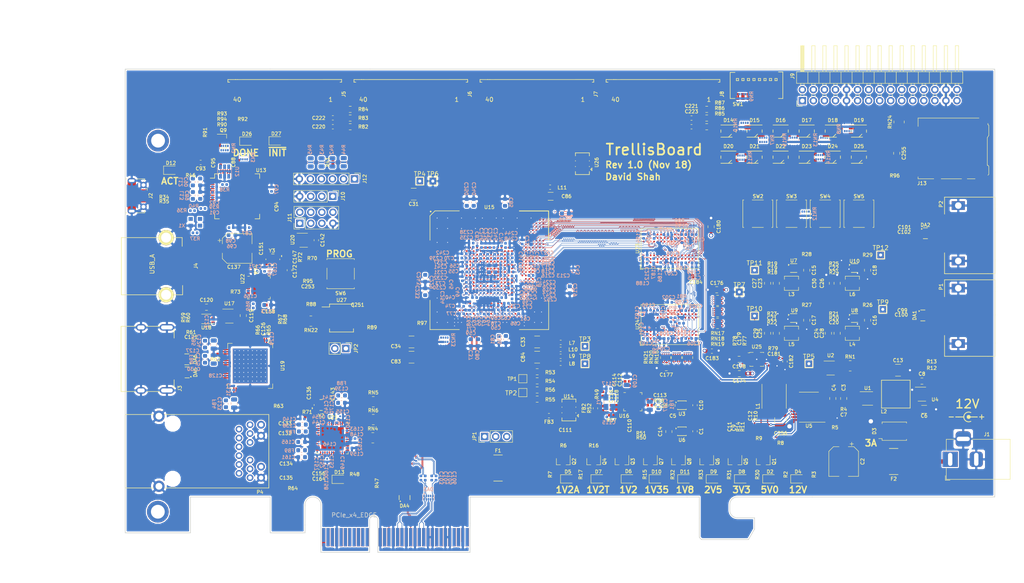
<source format=kicad_pcb>
(kicad_pcb (version 20171130) (host pcbnew 5.0.1)
  (layers (0 F.Cu signal) (1 In1.Cu signal) (2 In2.Cu signal) (3 In3.Cu signal) (4 In4.Cu signal) (5 In5.Cu signal) (6 In6.Cu signal) (31 B.Cu signal) (34 B.Paste user) (35 F.Paste user) (36 B.SilkS user) (37 F.SilkS user) (38 B.Mask user) (39 F.Mask user) (44 Edge.Cuts user))
  (net 0 "")
  (net 1 "/PCIe + SATA/DCU1_REFCLK-")
  (net 2 "/PCIe + SATA/DCU1_REFCLK+")
  (net 3 DDR3_A4)
  (net 4 DDR3_A6)
  (net 5 DDR3_A5)
  (net 6 DDR3_A7)
  (net 7 /DDR3/DDR3_VTT)
  (net 8 "Net-(RN2-Pad5)")
  (net 9 "Net-(RN2-Pad6)")
  (net 10 "Net-(R38-Pad2)")
  (net 11 "Net-(RN2-Pad7)")
  (net 12 +3V3)
  (net 13 /Power/1V2_EN)
  (net 14 /Power/2V5_EN)
  (net 15 /Power/1V35_EN)
  (net 16 "Net-(RN1-Pad4)")
  (net 17 +5V)
  (net 18 "Net-(RN1-Pad5)")
  (net 19 USD_D0)
  (net 20 USD_D3)
  (net 21 USD_CMD)
  (net 22 USD_D2)
  (net 23 "Net-(RN23-Pad1)")
  (net 24 GND)
  (net 25 "/FPGA IO/CFG0")
  (net 26 "Net-(RN23-Pad8)")
  (net 27 "/FPGA IO/CFG1")
  (net 28 "/FPGA IO/CFG2")
  (net 29 "/FPGA IO/FLASH_D3")
  (net 30 "/FPGA IO/FLASH_D1")
  (net 31 "/FPGA IO/FLASH_D2")
  (net 32 "/FPGA IO/FLASH_D0")
  (net 33 DDR3_WE)
  (net 34 DDR3_CKE)
  (net 35 DDR3_CS)
  (net 36 DDR3_ODT)
  (net 37 DDR3_CAS)
  (net 38 DDR3_BA2)
  (net 39 DDR3_RAS)
  (net 40 DDR3_BA1)
  (net 41 DDR3_A12)
  (net 42 DDR3_A14)
  (net 43 DDR3_A13)
  (net 44 DDR3_BA0)
  (net 45 DDR3_A11)
  (net 46 DDR3_A9)
  (net 47 DDR3_A10)
  (net 48 DDR3_A8)
  (net 49 DDR3_A0)
  (net 50 DDR3_A2)
  (net 51 DDR3_A1)
  (net 52 DDR3_A3)
  (net 53 "/HDMI, GbE, USB/ETH_LED2")
  (net 54 ETH_~RESET)
  (net 55 "/HDMI, GbE, USB/ETH_LED1")
  (net 56 RGMII_REF_CLK)
  (net 57 "Net-(D18-Pad4)")
  (net 58 "Net-(D20-Pad4)")
  (net 59 "Net-(D19-Pad4)")
  (net 60 "Net-(D21-Pad4)")
  (net 61 "Net-(D25-Pad4)")
  (net 62 "Net-(D23-Pad4)")
  (net 63 "Net-(D24-Pad4)")
  (net 64 "Net-(D22-Pad4)")
  (net 65 FTDI_D1_RX)
  (net 66 FTDI_~WR)
  (net 67 FTDI_~RD)
  (net 68 FTDI_~SIWU)
  (net 69 RGMII_RXD0)
  (net 70 RGMII_RXD2)
  (net 71 RGMII_RXD1)
  (net 72 RGMII_RXD3)
  (net 73 RGMII_RX_DV)
  (net 74 ETH_MDIO)
  (net 75 RGMII_RX_CLK)
  (net 76 ETH_INT_N)
  (net 77 "Net-(D17-Pad1)")
  (net 78 "Net-(D16-Pad1)")
  (net 79 "Net-(D14-Pad1)")
  (net 80 "Net-(D15-Pad1)")
  (net 81 DIP_SW1)
  (net 82 DIP_SW0)
  (net 83 DIP_SW2)
  (net 84 DIP_SW3)
  (net 85 DIP_SW7)
  (net 86 DIP_SW6)
  (net 87 DIP_SW4)
  (net 88 DIP_SW5)
  (net 89 "Net-(D14-Pad4)")
  (net 90 "Net-(D16-Pad4)")
  (net 91 "Net-(D15-Pad4)")
  (net 92 "Net-(D17-Pad4)")
  (net 93 "Net-(D21-Pad1)")
  (net 94 "Net-(D20-Pad1)")
  (net 95 "Net-(D18-Pad1)")
  (net 96 "Net-(D19-Pad1)")
  (net 97 BTN1)
  (net 98 BTN0)
  (net 99 BTN2)
  (net 100 BTN3)
  (net 101 "Net-(D25-Pad1)")
  (net 102 "Net-(D24-Pad1)")
  (net 103 "Net-(D22-Pad1)")
  (net 104 "Net-(D23-Pad1)")
  (net 105 "/FPGA IO/VCCIO7")
  (net 106 "Net-(R44-Pad2)")
  (net 107 JTAG_TDO)
  (net 108 JTAG_TDI)
  (net 109 "Net-(R43-Pad2)")
  (net 110 "Net-(R42-Pad2)")
  (net 111 JTAG_TCK)
  (net 112 JTAG_TMS)
  (net 113 "Net-(R45-Pad2)")
  (net 114 "/PCIe + SATA/CLKAUXO+")
  (net 115 "/PCIe + SATA/CLK150M-")
  (net 116 +1V8)
  (net 117 +2V5)
  (net 118 "/PCIe + SATA/CLKAUXO-")
  (net 119 "/FPGA IO/VCCIO6")
  (net 120 "/PCIe + SATA/CLK150M+")
  (net 121 CLK_SDA)
  (net 122 "Net-(R36-Pad2)")
  (net 123 FPGA_12MHz)
  (net 124 "/PCIe + SATA/PCIe_REFCLK+")
  (net 125 "/PCIe + SATA/PCIe_REFCLK-")
  (net 126 PCIe_12V)
  (net 127 "Net-(D13-Pad2)")
  (net 128 ~PERST)
  (net 129 "Net-(P3-PadA11)")
  (net 130 "Net-(D12-Pad2)")
  (net 131 "Net-(R40-Pad1)")
  (net 132 "Net-(R39-Pad1)")
  (net 133 "Net-(R38-Pad1)")
  (net 134 "Net-(R12-Pad2)")
  (net 135 "/PCIe + SATA/3V3_C")
  (net 136 "/PCIe + SATA/3V3_CA")
  (net 137 "Net-(R57-Pad1)")
  (net 138 "Net-(R58-Pad2)")
  (net 139 FABRIC_REFCLK)
  (net 140 "/HDMI, GbE, USB/PORT_SCL")
  (net 141 "/HDMI, GbE, USB/PORT_SDA")
  (net 142 "Net-(C121-Pad1)")
  (net 143 "Net-(R62-Pad1)")
  (net 144 /Power/3V3_PG)
  (net 145 "Net-(D27-Pad2)")
  (net 146 "/FPGA IO/~PROGRAM")
  (net 147 "Net-(R80-Pad1)")
  (net 148 "Net-(R81-Pad1)")
  (net 149 "/FPGA IO/FLASH_~CS")
  (net 150 "/FPGA IO/FLASH_CLK")
  (net 151 "/FPGA IO/DONE")
  (net 152 "Net-(Q9-Pad1)")
  (net 153 "Net-(D26-Pad2)")
  (net 154 "Net-(R79-Pad1)")
  (net 155 "/FPGA IO/~INIT")
  (net 156 "Net-(C9-Pad1)")
  (net 157 "Net-(C11-Pad1)")
  (net 158 "Net-(Q2-Pad3)")
  (net 159 "Net-(D5-Pad1)")
  (net 160 /Power/1V2_PG)
  (net 161 USD_D1)
  (net 162 USD_CLK)
  (net 163 "Net-(R97-Pad1)")
  (net 164 "Net-(Q2-Pad1)")
  (net 165 +1V2A)
  (net 166 "Net-(R5-Pad2)")
  (net 167 "Net-(D2-Pad2)")
  (net 168 "Net-(C7-Pad1)")
  (net 169 "Net-(D4-Pad2)")
  (net 170 +12V)
  (net 171 "Net-(R74-Pad1)")
  (net 172 "/Debug Interface/PORT_D-")
  (net 173 "/Debug Interface/FTDI_D-")
  (net 174 "/Debug Interface/FTDI_D+")
  (net 175 "/Debug Interface/PORT_D+")
  (net 176 "Net-(C22-Pad2)")
  (net 177 "Net-(R71-Pad2)")
  (net 178 "/HDMI, GbE, USB/USB_XO")
  (net 179 "/HDMI, GbE, USB/USB_XI")
  (net 180 "Net-(R73-Pad1)")
  (net 181 "/HDMI, GbE, USB/USBA_VBUS")
  (net 182 "/HDMI, GbE, USB/EXTVBUS")
  (net 183 DVI_SCL)
  (net 184 DVI_SDA)
  (net 185 CLK_SCL)
  (net 186 "Net-(R70-Pad1)")
  (net 187 "Net-(C175-Pad2)")
  (net 188 DDR3_CLK+)
  (net 189 "Net-(P4-Pad16)")
  (net 190 "Net-(R66-Pad1)")
  (net 191 "Net-(R65-Pad1)")
  (net 192 "/HDMI, GbE, USB/HDMI_HPD")
  (net 193 DDR3_CLK-)
  (net 194 "Net-(C179-Pad1)")
  (net 195 +1V35)
  (net 196 +1V2)
  (net 197 "Net-(D10-Pad2)")
  (net 198 "Net-(P4-Pad14)")
  (net 199 "Net-(C12-Pad2)")
  (net 200 "Net-(D6-Pad2)")
  (net 201 +1V2T)
  (net 202 "Net-(Q4-Pad1)")
  (net 203 "Net-(Q4-Pad3)")
  (net 204 "Net-(D7-Pad1)")
  (net 205 "Net-(C19-Pad2)")
  (net 206 "Net-(C20-Pad2)")
  (net 207 "Net-(C21-Pad2)")
  (net 208 "/Debug Interface/FTDI_12MHz")
  (net 209 "Net-(D11-Pad2)")
  (net 210 /Power/2V5_PG)
  (net 211 /Power/1V35_PG)
  (net 212 /Power/1V8_PG)
  (net 213 "Net-(D8-Pad2)")
  (net 214 "Net-(D9-Pad2)")
  (net 215 "Net-(C8-Pad2)")
  (net 216 "Net-(C8-Pad1)")
  (net 217 /Power/PWR_EN)
  (net 218 "/HDMI, GbE, USB/HDMI_5V")
  (net 219 "Net-(U17-Pad3)")
  (net 220 "Net-(D9-Pad1)")
  (net 221 "Net-(D11-Pad1)")
  (net 222 "Net-(D26-Pad1)")
  (net 223 "Net-(D2-Pad1)")
  (net 224 "Net-(D6-Pad1)")
  (net 225 "Net-(D10-Pad1)")
  (net 226 "Net-(D8-Pad1)")
  (net 227 "Net-(U1-Pad3)")
  (net 228 DDR3_Vref)
  (net 229 DDR3_Vtt_EN)
  (net 230 "Net-(U5-Pad2)")
  (net 231 "Net-(L1-Pad1)")
  (net 232 "Net-(C11-Pad2)")
  (net 233 "Net-(U13-Pad3)")
  (net 234 "/Debug Interface/Vphy")
  (net 235 "/Debug Interface/Vpll")
  (net 236 "/Debug Interface/JTAG_ACT")
  (net 237 "Net-(U13-Pad22)")
  (net 238 "Net-(U13-Pad23)")
  (net 239 "Net-(U13-Pad24)")
  (net 240 "Net-(U13-Pad26)")
  (net 241 "Net-(U13-Pad27)")
  (net 242 "Net-(U13-Pad28)")
  (net 243 "Net-(U13-Pad29)")
  (net 244 "Net-(U13-Pad30)")
  (net 245 "Net-(U13-Pad32)")
  (net 246 "Net-(U13-Pad33)")
  (net 247 "Net-(U13-Pad34)")
  (net 248 "Net-(U13-Pad36)")
  (net 249 FTDI_D0_TX)
  (net 250 FTDI_D2)
  (net 251 FTDI_D3)
  (net 252 FTDI_D4)
  (net 253 FTDI_D5)
  (net 254 FTDI_D6)
  (net 255 FTDI_D7)
  (net 256 FTDI_~RXF)
  (net 257 "Net-(U13-Pad49)")
  (net 258 "Net-(U13-Pad50)")
  (net 259 FTDI_~TXE)
  (net 260 "Net-(U13-Pad57)")
  (net 261 "Net-(U13-Pad58)")
  (net 262 "Net-(U13-Pad59)")
  (net 263 "Net-(U13-Pad60)")
  (net 264 "/HDMI, GbE, USB/DVI_DVDD")
  (net 265 DVI_DE)
  (net 266 DVI_HSYNC)
  (net 267 DVI_VSYNC)
  (net 268 "Net-(U19-Pad11)")
  (net 269 "/HDMI, GbE, USB/DVI_PVDD")
  (net 270 "/HDMI, GbE, USB/TMDS_CLK-")
  (net 271 "/HDMI, GbE, USB/TMDS_CLK+")
  (net 272 "/HDMI, GbE, USB/DVI_TVDD")
  (net 273 "/HDMI, GbE, USB/TMDS_D0-")
  (net 274 "/HDMI, GbE, USB/TMDS_D0+")
  (net 275 "/HDMI, GbE, USB/TMDS_D1-")
  (net 276 "/HDMI, GbE, USB/TMDS_D1+")
  (net 277 "/HDMI, GbE, USB/TMDS_D2-")
  (net 278 "/HDMI, GbE, USB/TMDS_D2+")
  (net 279 DVI_D23)
  (net 280 DVI_D22)
  (net 281 DVI_D21)
  (net 282 DVI_D20)
  (net 283 DVI_D19)
  (net 284 DVI_D18)
  (net 285 DVI_D17)
  (net 286 DVI_D16)
  (net 287 DVI_D15)
  (net 288 DVI_D14)
  (net 289 DVI_D13)
  (net 290 DVI_D12)
  (net 291 "Net-(U19-Pad49)")
  (net 292 DVI_D11)
  (net 293 DVI_D10)
  (net 294 DVI_D9)
  (net 295 DVI_D8)
  (net 296 DVI_D7)
  (net 297 DVI_D6)
  (net 298 DVI_CLK)
  (net 299 DVI_D5)
  (net 300 DVI_D4)
  (net 301 DVI_D3)
  (net 302 DVI_D2)
  (net 303 DVI_D1)
  (net 304 DVI_D0)
  (net 305 "/HDMI, GbE, USB/AVDDH")
  (net 306 "/HDMI, GbE, USB/MX4-")
  (net 307 "/HDMI, GbE, USB/MX4+")
  (net 308 "/HDMI, GbE, USB/AVDDL")
  (net 309 "/HDMI, GbE, USB/MX3-")
  (net 310 "/HDMI, GbE, USB/MX3+")
  (net 311 "/HDMI, GbE, USB/MX2-")
  (net 312 "/HDMI, GbE, USB/MX2+")
  (net 313 "/HDMI, GbE, USB/MX1-")
  (net 314 "/HDMI, GbE, USB/MX1+")
  (net 315 "Net-(U21-Pad13)")
  (net 316 RGMII_TXD0)
  (net 317 RGMII_TXD1)
  (net 318 RGMII_TXD2)
  (net 319 RGMII_TXD3)
  (net 320 RGMII_TX_CLK)
  (net 321 RGMII_TX_EN)
  (net 322 ETH_MDC)
  (net 323 "Net-(U21-Pad43)")
  (net 324 "/HDMI, GbE, USB/AVDDL_PLL")
  (net 325 "/HDMI, GbE, USB/ETH_XO")
  (net 326 "/HDMI, GbE, USB/ETH_XI")
  (net 327 "Net-(U21-Pad47)")
  (net 328 "Net-(U22-Pad3)")
  (net 329 "Net-(U22-Pad5)")
  (net 330 "/HDMI, GbE, USB/USBA_D+")
  (net 331 "/HDMI, GbE, USB/USBA_D-")
  (net 332 ULPI_RESET)
  (net 333 ULPI_NXT)
  (net 334 ULPI_DIR)
  (net 335 ULPI_STP)
  (net 336 ULPI_CLKO)
  (net 337 "/HDMI, GbE, USB/USB1V8")
  (net 338 ULPI_D7)
  (net 339 ULPI_D6)
  (net 340 ULPI_D5)
  (net 341 ULPI_D4)
  (net 342 ULPI_D3)
  (net 343 ULPI_D2)
  (net 344 ULPI_D1)
  (net 345 ULPI_D0)
  (net 346 "Net-(C117-Pad1)")
  (net 347 "Net-(C115-Pad2)")
  (net 348 CLK_SD_OE)
  (net 349 "Net-(U16-Pad11)")
  (net 350 "Net-(U16-Pad12)")
  (net 351 "/PCIe + SATA/1V8_C")
  (net 352 "Net-(U16-Pad16)")
  (net 353 "/PCIe + SATA/DCU0_REFCLK-")
  (net 354 "/PCIe + SATA/DCU0_REFCLK+")
  (net 355 "Net-(U16-Pad24)")
  (net 356 DDR3_DQ13)
  (net 357 DDR3_DQ15)
  (net 358 DDR3_DQ12)
  (net 359 DDR3_DQS1-)
  (net 360 DDR3_DQ14)
  (net 361 DDR3_DQ11)
  (net 362 DDR3_DQ9)
  (net 363 DDR3_DQS1+)
  (net 364 DDR3_DQ10)
  (net 365 DDR3_DM1)
  (net 366 DDR3_DQ8)
  (net 367 DDR3_DQ0)
  (net 368 DDR3_DM0)
  (net 369 DDR3_DQ2)
  (net 370 DDR3_DQS0+)
  (net 371 DDR3_DQ1)
  (net 372 DDR3_DQ3)
  (net 373 DDR3_DQ6)
  (net 374 DDR3_DQS0-)
  (net 375 DDR3_DQ4)
  (net 376 DDR3_DQ7)
  (net 377 DDR3_DQ5)
  (net 378 "Net-(U23-PadJ1)")
  (net 379 "Net-(U23-PadJ9)")
  (net 380 "Net-(U23-PadL1)")
  (net 381 "Net-(U23-PadL9)")
  (net 382 "Net-(U23-PadM7)")
  (net 383 DDR3_RESET)
  (net 384 "Net-(U24-PadM7)")
  (net 385 "Net-(U24-PadL9)")
  (net 386 "Net-(U24-PadL1)")
  (net 387 "Net-(U24-PadJ9)")
  (net 388 "Net-(U24-PadJ1)")
  (net 389 DDR3_DQ21)
  (net 390 DDR3_DQ23)
  (net 391 DDR3_DQ20)
  (net 392 DDR3_DQS2-)
  (net 393 DDR3_DQ22)
  (net 394 DDR3_DQ19)
  (net 395 DDR3_DQ17)
  (net 396 DDR3_DQS2+)
  (net 397 DDR3_DQ18)
  (net 398 DDR3_DM2)
  (net 399 DDR3_DQ16)
  (net 400 DDR3_DQ24)
  (net 401 DDR3_DM3)
  (net 402 DDR3_DQ26)
  (net 403 DDR3_DQS3+)
  (net 404 DDR3_DQ25)
  (net 405 DDR3_DQ27)
  (net 406 DDR3_DQ30)
  (net 407 DDR3_DQS3-)
  (net 408 DDR3_DQ28)
  (net 409 DDR3_DQ31)
  (net 410 DDR3_DQ29)
  (net 411 "Net-(X1-Pad1)")
  (net 412 "Net-(L4-Pad1)")
  (net 413 "Net-(L5-Pad1)")
  (net 414 "Net-(L3-Pad1)")
  (net 415 "Net-(L6-Pad1)")
  (net 416 "Net-(C111-Pad1)")
  (net 417 "/FPGA Core Power/VCCHTX1")
  (net 418 "/FPGA Core Power/VCCHTX0")
  (net 419 "/FPGA Core Power/VCCA0")
  (net 420 "/FPGA Core Power/VCCAUX")
  (net 421 "/FPGA Core Power/VCCA1")
  (net 422 "/PCIe + SATA/SATA1_A+")
  (net 423 "/PCIe + SATA/SATA1_A-")
  (net 424 "/PCIe + SATA/DCU1_RX1-")
  (net 425 "/PCIe + SATA/DCU1_RX1+")
  (net 426 "/PCIe + SATA/SATA0_A+")
  (net 427 "/PCIe + SATA/SATA0_A-")
  (net 428 "/PCIe + SATA/DCU1_RX0-")
  (net 429 "/PCIe + SATA/DCU1_RX0+")
  (net 430 "/PCIe + SATA/PCIe_HSI0+")
  (net 431 "/PCIe + SATA/PCIe_HSI0-")
  (net 432 "/PCIe + SATA/PCIe_HSI1+")
  (net 433 "/PCIe + SATA/PCIe_HSI1-")
  (net 434 "/PCIe + SATA/DCU0_RX0+")
  (net 435 "/PCIe + SATA/DCU0_RX0-")
  (net 436 "/PCIe + SATA/DCU0_RX1+")
  (net 437 "/PCIe + SATA/DCU0_RX1-")
  (net 438 "Net-(U6-Pad2)")
  (net 439 "Net-(U6-Pad5)")
  (net 440 "Net-(U3-Pad5)")
  (net 441 "Net-(U3-Pad2)")
  (net 442 "Net-(U10-Pad4)")
  (net 443 "Net-(U9-Pad4)")
  (net 444 "Net-(U8-Pad4)")
  (net 445 "Net-(U7-Pad4)")
  (net 446 "Net-(J5-Pad38)")
  (net 447 "/FPGA IO/EXT0_11-")
  (net 448 "/FPGA IO/EXT0_11+")
  (net 449 "/FPGA IO/EXT0_10-")
  (net 450 "/FPGA IO/EXT0_10+")
  (net 451 "/FPGA IO/EXT0_9-")
  (net 452 "/FPGA IO/EXT0_9+")
  (net 453 "/FPGA IO/EXT0_8-")
  (net 454 "/FPGA IO/EXT0_8+")
  (net 455 "/FPGA IO/EXT0_7-")
  (net 456 "/FPGA IO/EXT0_7+")
  (net 457 "/FPGA IO/EXT0_6-")
  (net 458 "/FPGA IO/EXT0_6+")
  (net 459 "/FPGA IO/EXT0_5-")
  (net 460 "/FPGA IO/EXT0_5+")
  (net 461 "/FPGA IO/EXT0_4-")
  (net 462 "/FPGA IO/EXT0_4+")
  (net 463 "/FPGA IO/EXT0_3-")
  (net 464 "/FPGA IO/EXT0_3+")
  (net 465 "/FPGA IO/EXT0_2-")
  (net 466 "/FPGA IO/EXT0_2+")
  (net 467 "/FPGA IO/EXT0_1-")
  (net 468 "/FPGA IO/EXT0_1+")
  (net 469 "/FPGA IO/EXT0_0-")
  (net 470 "/FPGA IO/EXT0_0+")
  (net 471 "/FPGA IO/EXT3_0+")
  (net 472 "/FPGA IO/EXT3_0-")
  (net 473 "/FPGA IO/EXT3_1+")
  (net 474 "/FPGA IO/EXT3_1-")
  (net 475 "/FPGA IO/EXT3_2+")
  (net 476 "/FPGA IO/EXT3_2-")
  (net 477 "/FPGA IO/EXT3_3+")
  (net 478 "/FPGA IO/EXT3_3-")
  (net 479 "/FPGA IO/EXT3_4+")
  (net 480 "/FPGA IO/EXT3_4-")
  (net 481 "/FPGA IO/EXT3_5+")
  (net 482 "/FPGA IO/EXT3_5-")
  (net 483 "/FPGA IO/EXT3_6+")
  (net 484 "/FPGA IO/EXT3_6-")
  (net 485 "/FPGA IO/EXT3_7+")
  (net 486 "/FPGA IO/EXT3_7-")
  (net 487 "/FPGA IO/EXT3_8+")
  (net 488 "/FPGA IO/EXT3_8-")
  (net 489 "/FPGA IO/EXT3_9+")
  (net 490 "/FPGA IO/EXT3_9-")
  (net 491 "/FPGA IO/EXT3_10+")
  (net 492 "/FPGA IO/EXT3_10-")
  (net 493 "/FPGA IO/EXT3_11+")
  (net 494 "/FPGA IO/EXT3_11-")
  (net 495 "Net-(J8-Pad38)")
  (net 496 "Net-(J6-Pad38)")
  (net 497 "/FPGA IO/EXT1_11-")
  (net 498 "/FPGA IO/EXT1_11+")
  (net 499 "/FPGA IO/EXT1_10-")
  (net 500 "/FPGA IO/EXT1_10+")
  (net 501 "/FPGA IO/EXT1_9-")
  (net 502 "/FPGA IO/EXT1_9+")
  (net 503 "/FPGA IO/EXT1_8-")
  (net 504 "/FPGA IO/EXT1_8+")
  (net 505 "/FPGA IO/EXT1_7-")
  (net 506 "/FPGA IO/EXT1_7+")
  (net 507 "/FPGA IO/EXT1_6-")
  (net 508 "/FPGA IO/EXT1_6+")
  (net 509 "/FPGA IO/EXT1_5-")
  (net 510 "/FPGA IO/EXT1_5+")
  (net 511 "/FPGA IO/EXT1_4-")
  (net 512 "/FPGA IO/EXT1_4+")
  (net 513 "/FPGA IO/EXT1_3-")
  (net 514 "/FPGA IO/EXT1_3+")
  (net 515 "/FPGA IO/EXT1_2-")
  (net 516 "/FPGA IO/EXT1_2+")
  (net 517 "/FPGA IO/EXT1_1-")
  (net 518 "/FPGA IO/EXT1_1+")
  (net 519 "/FPGA IO/EXT1_0-")
  (net 520 "/FPGA IO/EXT1_0+")
  (net 521 "/FPGA IO/EXT2_0+")
  (net 522 "/FPGA IO/EXT2_0-")
  (net 523 "/FPGA IO/EXT2_1+")
  (net 524 "/FPGA IO/EXT2_1-")
  (net 525 "/FPGA IO/EXT2_2+")
  (net 526 "/FPGA IO/EXT2_2-")
  (net 527 "/FPGA IO/EXT2_3+")
  (net 528 "/FPGA IO/EXT2_3-")
  (net 529 "/FPGA IO/EXT2_4+")
  (net 530 "/FPGA IO/EXT2_4-")
  (net 531 "/FPGA IO/EXT2_5+")
  (net 532 "/FPGA IO/EXT2_5-")
  (net 533 "/FPGA IO/EXT2_6+")
  (net 534 "/FPGA IO/EXT2_6-")
  (net 535 "/FPGA IO/EXT2_7+")
  (net 536 "/FPGA IO/EXT2_7-")
  (net 537 "/FPGA IO/EXT2_8+")
  (net 538 "/FPGA IO/EXT2_8-")
  (net 539 "/FPGA IO/EXT2_9+")
  (net 540 "/FPGA IO/EXT2_9-")
  (net 541 "/FPGA IO/EXT2_10+")
  (net 542 "/FPGA IO/EXT2_10-")
  (net 543 "/FPGA IO/EXT2_11+")
  (net 544 "/FPGA IO/EXT2_11-")
  (net 545 "Net-(J7-Pad38)")
  (net 546 "Net-(C132-Pad1)")
  (net 547 "Net-(C135-Pad1)")
  (net 548 "Net-(C133-Pad1)")
  (net 549 "Net-(C134-Pad1)")
  (net 550 "Net-(P3-PadB5)")
  (net 551 "Net-(P3-PadB6)")
  (net 552 "Net-(P3-PadB8)")
  (net 553 "Net-(P3-PadB9)")
  (net 554 "Net-(P3-PadB10)")
  (net 555 PCIe_~WAKE)
  (net 556 "Net-(P3-PadB12)")
  (net 557 "/PCIe + SATA/~PRSNT2~_X1")
  (net 558 "Net-(P3-PadB23)")
  (net 559 "Net-(P3-PadB24)")
  (net 560 "Net-(P3-PadB27)")
  (net 561 "Net-(P3-PadB28)")
  (net 562 "Net-(P3-PadB30)")
  (net 563 "/PCIe + SATA/~PRSNT2~_X4")
  (net 564 "/PCIe + SATA/~PRSNT1")
  (net 565 "Net-(P3-PadA5)")
  (net 566 "Net-(P3-PadA6)")
  (net 567 "Net-(P3-PadA7)")
  (net 568 "Net-(P3-PadA8)")
  (net 569 "Net-(P3-PadA9)")
  (net 570 "Net-(P3-PadA10)")
  (net 571 "Net-(P3-PadA19)")
  (net 572 "Net-(P3-PadA25)")
  (net 573 "Net-(P3-PadA26)")
  (net 574 "Net-(P3-PadA29)")
  (net 575 "Net-(P3-PadA30)")
  (net 576 "Net-(P3-PadA32)")
  (net 577 "Net-(U14-Pad2)")
  (net 578 "Net-(U14-Pad1)")
  (net 579 "Net-(U26-Pad1)")
  (net 580 "Net-(U26-Pad2)")
  (net 581 "/FPGA IO/CLK100+")
  (net 582 "/FPGA IO/CLK100-")
  (net 583 "Net-(J3-Pad14)")
  (net 584 "Net-(J3-Pad13)")
  (net 585 LED2)
  (net 586 LED11)
  (net 587 LED10)
  (net 588 LED0)
  (net 589 LED1)
  (net 590 LED3)
  (net 591 LED4)
  (net 592 LED5)
  (net 593 LED6)
  (net 594 LED7)
  (net 595 LED8)
  (net 596 LED9)
  (net 597 "Net-(F2-Pad2)")
  (net 598 "Net-(U15-PadR1)")
  (net 599 "Net-(U15-PadY1)")
  (net 600 "Net-(U15-PadAB1)")
  (net 601 "Net-(U15-PadAC1)")
  (net 602 "Net-(U15-PadAD1)")
  (net 603 "Net-(U15-PadAE1)")
  (net 604 "Net-(U15-PadA2)")
  (net 605 "Net-(U15-PadT2)")
  (net 606 "Net-(U15-PadW2)")
  (net 607 "Net-(U15-PadAB2)")
  (net 608 "Net-(U15-PadAC2)")
  (net 609 "Net-(U15-PadAE2)")
  (net 610 "Net-(U15-PadAG2)")
  (net 611 "Net-(U15-PadA3)")
  (net 612 "Net-(U15-PadV3)")
  (net 613 "Net-(U15-PadW3)")
  (net 614 "Net-(U15-PadY3)")
  (net 615 "Net-(U15-PadAC3)")
  (net 616 "Net-(U15-PadAD3)")
  (net 617 "Net-(U15-PadAE3)")
  (net 618 "Net-(U15-PadAG3)")
  (net 619 "Net-(U15-PadAL3)")
  (net 620 "Net-(U15-PadB4)")
  (net 621 "Net-(U15-PadH4)")
  (net 622 "Net-(U15-PadAC4)")
  (net 623 "Net-(U15-PadA5)")
  (net 624 "Net-(U15-PadL5)")
  (net 625 "Net-(U15-PadW6)")
  (net 626 "Net-(U15-PadD7)")
  (net 627 "Net-(U15-PadE7)")
  (net 628 "Net-(U15-PadAE7)")
  (net 629 "Net-(U15-PadG9)")
  (net 630 "/PCIe + SATA/DCU0_TX0+")
  (net 631 "Net-(U15-PadG10)")
  (net 632 "/PCIe + SATA/DCU0_TX0-")
  (net 633 "Net-(U15-PadG11)")
  (net 634 "/PCIe + SATA/DCU0_TX1+")
  (net 635 "/PCIe + SATA/DCU0_TX1-")
  (net 636 "/FPGA IO/PMOD1_10")
  (net 637 "/FPGA IO/PMOD1_9")
  (net 638 "Net-(U15-PadG14)")
  (net 639 "Net-(U15-PadG15)")
  (net 640 "Net-(U15-PadAK15)")
  (net 641 "Net-(U15-PadG16)")
  (net 642 "Net-(U15-PadAK16)")
  (net 643 "Net-(U15-PadG17)")
  (net 644 "Net-(U15-PadG18)")
  (net 645 "/PCIe + SATA/DCU1_TX0+")
  (net 646 "Net-(U15-PadG19)")
  (net 647 "/PCIe + SATA/DCU1_TX0-")
  (net 648 "/FPGA IO/PMOD1_8")
  (net 649 "/FPGA IO/PMOD1_7")
  (net 650 "/PCIe + SATA/DCU1_TX1+")
  (net 651 "/PCIe + SATA/DCU1_TX1-")
  (net 652 "/FPGA IO/EXIO_5")
  (net 653 "/FPGA IO/EXIO_4")
  (net 654 "/FPGA IO/EXIO_3")
  (net 655 "Net-(U15-PadG22)")
  (net 656 "/FPGA IO/PMOD1_3")
  (net 657 "/FPGA IO/PMOD1_2")
  (net 658 "/FPGA IO/PMOD1_0")
  (net 659 "/FPGA IO/PMOD1_1")
  (net 660 "/FPGA IO/EXIO_2")
  (net 661 "Net-(U15-PadG23)")
  (net 662 "/FPGA IO/EXIO_1")
  (net 663 "/FPGA IO/PMOD0_10")
  (net 664 "/FPGA IO/EXIO_0")
  (net 665 "/FPGA IO/PMOD0_9")
  (net 666 "Net-(U15-PadG24)")
  (net 667 "Net-(U15-PadAG24)")
  (net 668 "Net-(U15-PadAK24)")
  (net 669 "/FPGA IO/PMOD0_8")
  (net 670 "/FPGA IO/PMOD0_3")
  (net 671 "/FPGA IO/PMOD0_7")
  (net 672 "/FPGA IO/PMOD0_2")
  (net 673 "/FPGA IO/PMOD0_1")
  (net 674 "Net-(U15-PadAK25)")
  (net 675 "/FPGA IO/PMOD0_0")
  (net 676 "Net-(U15-PadB26)")
  (net 677 "Net-(U15-PadE26)")
  (net 678 "Net-(U15-PadAE26)")
  (net 679 "Net-(U15-PadH27)")
  (net 680 "Net-(U15-PadJ27)")
  (net 681 "Net-(U15-PadW27)")
  (net 682 "Net-(U15-PadC28)")
  (net 683 "Net-(U15-PadD28)")
  (net 684 "Net-(U15-PadH28)")
  (net 685 "Net-(U15-PadL28)")
  (net 686 "Net-(U15-PadP28)")
  (net 687 "Net-(U15-PadAC28)")
  (net 688 "Net-(U15-PadAE28)")
  (net 689 "Net-(U15-PadC29)")
  (net 690 "Net-(U15-PadH29)")
  (net 691 "Net-(U15-PadP29)")
  (net 692 "Net-(U15-PadAB29)")
  (net 693 "Net-(U15-PadAC29)")
  (net 694 "Net-(U15-PadAE29)")
  (net 695 "Net-(U15-PadAJ29)")
  (net 696 "Net-(U15-PadC30)")
  (net 697 "Net-(U15-PadP30)")
  (net 698 "Net-(U15-PadR30)")
  (net 699 "Net-(U15-PadV30)")
  (net 700 "Net-(U15-PadAB30)")
  (net 701 "Net-(U15-PadAE30)")
  (net 702 "Net-(U15-PadAJ30)")
  (net 703 "Net-(U15-PadA31)")
  (net 704 "Net-(U15-PadAG31)")
  (net 705 "Net-(U15-PadAK31)")
  (net 706 "Net-(U15-PadAG32)")
  (net 707 "Net-(J2-Pad1)")
  (net 708 "Net-(J2-Pad4)")
  (net 709 "Net-(U15-PadT30)")
  (net 710 "Net-(U15-PadAE27)")
  (net 711 "Net-(U15-PadAD27)")
  (net 712 "Net-(U15-PadF30)")
  (net 713 "Net-(U15-PadN27)")
  (net 714 "Net-(U15-PadU27)")
  (net 715 "Net-(U15-PadU29)")
  (net 716 "Net-(U15-PadW30)")
  (net 717 "Net-(U15-PadY30)")
  (net 718 "Net-(U15-PadY29)")
  (module Capacitor_SMD:C_0201_0603Metric (layer B.Cu) (at 90.2 111.585 90)
    (fp_text reference C149 (at -2.665 0.05 90) (layer B.SilkS) (effects (font (size 0.8 0.8)) (justify mirror)))
    (fp_text value 10n)
    (pad 1 smd roundrect (at -0.32 0 90) (size 0.46 0.4) (layers B.Cu B.Mask) (net 196 +1V2))
    (pad 2 smd roundrect (at 0.32 0 90) (size 0.46 0.4) (layers B.Cu B.Mask) (net 24 GND))
  )
  (module Capacitor_SMD:C_0201_0603Metric (layer B.Cu) (at 85.015 109.9)
    (fp_text reference C146 (at 2.235 0.1) (layer B.SilkS) (effects (font (size 0.8 0.8)) (justify mirror)))
    (fp_text value 10n)
    (pad 2 smd roundrect (at 0.32 0) (size 0.46 0.4) (layers B.Cu B.Mask) (net 24 GND))
    (pad 1 smd roundrect (at -0.32 0) (size 0.46 0.4) (layers B.Cu B.Mask) (net 308 "/HDMI, GbE, USB/AVDDL"))
  )
  (module Capacitor_SMD:C_0201_0603Metric (layer B.Cu) (at 87.2 105.615 90)
    (fp_text reference C145 (at 4.115 -0.7 90) (layer B.SilkS) (effects (font (size 0.8 0.8)) (justify mirror)))
    (fp_text value 10n)
    (pad 1 smd roundrect (at -0.32 0 90) (size 0.46 0.4) (layers B.Cu B.Mask) (net 24 GND))
    (pad 2 smd roundrect (at 0.32 0 90) (size 0.46 0.4) (layers B.Cu B.Mask) (net 324 "/HDMI, GbE, USB/AVDDL_PLL"))
  )
  (module Capacitor_SMD:C_0201_0603Metric (layer B.Cu) (at 84.915 107.4)
    (fp_text reference C144 (at -0.165 -2.4) (layer B.SilkS) (effects (font (size 0.8 0.8)) (justify mirror)))
    (fp_text value 10n)
    (pad 2 smd roundrect (at 0.32 0) (size 0.46 0.4) (layers B.Cu B.Mask) (net 24 GND))
    (pad 1 smd roundrect (at -0.32 0) (size 0.46 0.4) (layers B.Cu B.Mask) (net 308 "/HDMI, GbE, USB/AVDDL"))
  )
  (module Capacitor_SMD:C_0201_0603Metric (layer B.Cu) (at 90.9 108.9 180)
    (fp_text reference C148 (at -2.6 1.15 180) (layer B.SilkS) (effects (font (size 0.8 0.8)) (justify mirror)))
    (fp_text value 10n)
    (pad 1 smd roundrect (at -0.32 0 180) (size 0.46 0.4) (layers B.Cu B.Mask) (net 196 +1V2))
    (pad 2 smd roundrect (at 0.32 0 180) (size 0.46 0.4) (layers B.Cu B.Mask) (net 24 GND))
  )
  (module Capacitor_SMD:C_0201_0603Metric (layer B.Cu) (at 86.7 111.6 90)
    (fp_text reference C160 (at -4.4 -0.2 90) (layer B.SilkS) (effects (font (size 0.8 0.8)) (justify mirror)))
    (fp_text value 10n)
    (pad 2 smd roundrect (at 0.32 0 90) (size 0.46 0.4) (layers B.Cu B.Mask) (net 24 GND))
    (pad 1 smd roundrect (at -0.32 0 90) (size 0.46 0.4) (layers B.Cu B.Mask) (net 12 +3V3))
  )
  (module Capacitor_SMD:C_0201_0603Metric (layer B.Cu) (at 86.7 113.7 270)
    (fp_text reference C158 (at 5.3 0.2 270) (layer B.SilkS) (effects (font (size 0.8 0.8)) (justify mirror)))
    (fp_text value 10n)
    (pad 1 smd roundrect (at -0.32 0 270) (size 0.46 0.4) (layers B.Cu B.Mask) (net 12 +3V3))
    (pad 2 smd roundrect (at 0.32 0 270) (size 0.46 0.4) (layers B.Cu B.Mask) (net 24 GND))
  )
  (module Capacitor_SMD:C_0201_0603Metric (layer B.Cu) (at 84.4 112.1 270)
    (fp_text reference C157 (at 2.4 0.15 270) (layer B.SilkS) (effects (font (size 0.8 0.8)) (justify mirror)))
    (fp_text value 10n)
    (pad 2 smd roundrect (at 0.32 0 270) (size 0.46 0.4) (layers B.Cu B.Mask) (net 24 GND))
    (pad 1 smd roundrect (at -0.32 0 270) (size 0.46 0.4) (layers B.Cu B.Mask) (net 305 "/HDMI, GbE, USB/AVDDH"))
  )
  (module Capacitor_SMD:C_0201_0603Metric (layer B.Cu) (at 90 103.6)
    (fp_text reference C155 (at 0.25 -1.1) (layer B.SilkS) (effects (font (size 0.8 0.8)) (justify mirror)))
    (fp_text value 10n)
    (pad 1 smd roundrect (at -0.32 0) (size 0.46 0.4) (layers B.Cu B.Mask) (net 12 +3V3))
    (pad 2 smd roundrect (at 0.32 0) (size 0.46 0.4) (layers B.Cu B.Mask) (net 24 GND))
  )
  (module Capacitor_SMD:C_0201_0603Metric (layer B.Cu) (at 84.885 105.9)
    (fp_text reference C154 (at -0.135 -2.15) (layer B.SilkS) (effects (font (size 0.8 0.8)) (justify mirror)))
    (fp_text value 10n)
    (pad 2 smd roundrect (at 0.32 0) (size 0.46 0.4) (layers B.Cu B.Mask) (net 24 GND))
    (pad 1 smd roundrect (at -0.32 0) (size 0.46 0.4) (layers B.Cu B.Mask) (net 305 "/HDMI, GbE, USB/AVDDH"))
  )
  (module Capacitor_SMD:C_0201_0603Metric (layer B.Cu) (at 87.8 111.6 90)
    (fp_text reference C153 (at -2.4 -0.05 90) (layer B.SilkS) (effects (font (size 0.8 0.8)) (justify mirror)))
    (fp_text value 10n)
    (pad 1 smd roundrect (at -0.32 0 90) (size 0.46 0.4) (layers B.Cu B.Mask) (net 196 +1V2))
    (pad 2 smd roundrect (at 0.32 0 90) (size 0.46 0.4) (layers B.Cu B.Mask) (net 24 GND))
  )
  (module Capacitor_SMD:C_0201_0603Metric (layer B.Cu) (at 85.7 111.6 90)
    (fp_text reference C152 (at -2.4 -0.2 90) (layer B.SilkS) (effects (font (size 0.8 0.8)) (justify mirror)))
    (fp_text value 10n)
    (pad 2 smd roundrect (at 0.32 0 90) (size 0.46 0.4) (layers B.Cu B.Mask) (net 24 GND))
    (pad 1 smd roundrect (at -0.32 0 90) (size 0.46 0.4) (layers B.Cu B.Mask) (net 196 +1V2))
  )
  (module Capacitor_SMD:C_0201_0603Metric (layer B.Cu) (at 89.9 105.6 270)
    (fp_text reference C150 (at -0.85 -1.6 270) (layer B.SilkS) (effects (font (size 0.8 0.8)) (justify mirror)))
    (fp_text value 10n)
    (pad 1 smd roundrect (at -0.32 0 270) (size 0.46 0.4) (layers B.Cu B.Mask) (net 196 +1V2))
    (pad 2 smd roundrect (at 0.32 0 270) (size 0.46 0.4) (layers B.Cu B.Mask) (net 24 GND))
  )
  (module TestPoint:TestPoint_THTPad_1.5x1.5mm_Drill0.7mm (layer F.Cu) (at 185 70)
    (fp_text reference TP11 (at 0 -1.648) (layer F.SilkS))
    (fp_text value 1.35V)
    (pad 1 thru_hole rect (at 0 0) (size 1.5 1.5) (drill 0.7) (layers *.Cu *.Mask) (net 195 +1V35))
  )
  (module TestPoint:TestPoint_THTPad_1.5x1.5mm_Drill0.7mm (layer F.Cu) (at 146 91.5)
    (fp_text reference TP8 (at 0 -1.648) (layer F.SilkS))
    (fp_text value 1.2VT)
    (pad 1 thru_hole rect (at 0 0) (size 1.5 1.5) (drill 0.7) (layers *.Cu *.Mask) (net 201 +1V2T))
  )
  (module TestPoint:TestPoint_THTPad_1.5x1.5mm_Drill0.7mm (layer F.Cu) (at 214.5 79)
    (fp_text reference TP9 (at 0 -1.648) (layer F.SilkS))
    (fp_text value 3.3V)
    (pad 1 thru_hole rect (at 0 0) (size 1.5 1.5) (drill 0.7) (layers *.Cu *.Mask) (net 12 +3V3))
  )
  (module TestPoint:TestPoint_THTPad_1.5x1.5mm_Drill0.7mm (layer F.Cu) (at 185 80.5)
    (fp_text reference TP10 (at 0 -1.648) (layer F.SilkS))
    (fp_text value 2.5V)
    (pad 1 thru_hole rect (at 0 0) (size 1.5 1.5) (drill 0.7) (layers *.Cu *.Mask) (net 117 +2V5))
  )
  (module TestPoint:TestPoint_THTPad_1.5x1.5mm_Drill0.7mm (layer F.Cu) (at 214 66.5)
    (fp_text reference TP12 (at 0 -1.648) (layer F.SilkS))
    (fp_text value 1.8V)
    (pad 1 thru_hole rect (at 0 0) (size 1.5 1.5) (drill 0.7) (layers *.Cu *.Mask) (net 116 +1V8))
  )
  (module TestPoint:TestPoint_THTPad_1.5x1.5mm_Drill0.7mm (layer F.Cu) (at 197.5 91.5)
    (fp_text reference TP5 (at 0 -1.648) (layer F.SilkS))
    (fp_text value 5V)
    (pad 1 thru_hole rect (at 0 0) (size 1.5 1.5) (drill 0.7) (layers *.Cu *.Mask) (net 17 +5V))
  )
  (module TestPoint:TestPoint_THTPad_1.5x1.5mm_Drill0.7mm (layer F.Cu) (at 108 49.5)
    (fp_text reference TP4 (at 0 -1.648) (layer F.SilkS))
    (fp_text value 1.2V)
    (pad 1 thru_hole rect (at 0 0) (size 1.5 1.5) (drill 0.7) (layers *.Cu *.Mask) (net 196 +1V2))
  )
  (module TestPoint:TestPoint_THTPad_1.5x1.5mm_Drill0.7mm (layer F.Cu) (at 146 87.5)
    (fp_text reference TP3 (at 0 -1.648) (layer F.SilkS))
    (fp_text value 1.2VA)
    (pad 1 thru_hole rect (at 0 0) (size 1.5 1.5) (drill 0.7) (layers *.Cu *.Mask) (net 165 +1V2A))
  )
  (module TestPoint:TestPoint_THTPad_1.5x1.5mm_Drill0.7mm (layer F.Cu) (at 111 49.5)
    (fp_text reference TP6 (at 0 -1.648) (layer F.SilkS))
    (fp_text value GND)
    (pad 1 thru_hole rect (at 0 0) (size 1.5 1.5) (drill 0.7) (layers *.Cu *.Mask) (net 24 GND))
  )
  (module TestPoint:TestPoint_THTPad_1.5x1.5mm_Drill0.7mm (layer F.Cu) (at 181.5 75)
    (fp_text reference TP7 (at 0 -1.648) (layer F.SilkS))
    (fp_text value GND)
    (pad 1 thru_hole rect (at 0 0) (size 1.5 1.5) (drill 0.7) (layers *.Cu *.Mask) (net 24 GND))
  )
  (module "Custom Parts:PCIe_EDGE_x4" (layer F.Cu) (at 92.9 131.4)
    (fp_text reference P3 hide)
    (fp_text value PCIe_x4_EDGE (at 0 -5.08) (layer Edge.Cuts))
    (fp_arc (start 88.15 -6.2) (end 86.4 -6.2) (angle -90) (layer Edge.Cuts) (width 0.15))
    (fp_arc (start 88.15 -7.5) (end 88.15 -9.25) (angle -90) (layer Edge.Cuts) (width 0.15))
    (fp_line (start 90.7 0.55) (end 92.1 -1.88) (layer Edge.Cuts) (width 0.15))
    (fp_line (start 79.9 0.55) (end 79.4 0.05) (layer Edge.Cuts) (width 0.15))
    (fp_line (start 92.1 -4.45) (end 88.15 -4.45) (layer Edge.Cuts) (width 0.15))
    (fp_line (start 86.4 -6.2) (end 86.4 -7.5) (layer Edge.Cuts) (width 0.15))
    (fp_line (start 88.15 -9.25) (end 105.4 -9.25) (layer Edge.Cuts) (width 0.15))
    (fp_line (start 79.4 -4.45) (end 79.4 0.05) (layer Edge.Cuts) (width 0.15))
    (fp_line (start 79.9 0.55) (end 90.71 0.55) (layer Edge.Cuts) (width 0.15))
    (fp_line (start 92.1 -1.88) (end 92.1 -4.45) (layer Edge.Cuts) (width 0.15))
    (fp_line (start 79.4 -9.25) (end 79.4 -4.45) (layer Edge.Cuts) (width 0.15))
    (fp_line (start 76.6 -9.25) (end 79.4 -9.25) (layer Edge.Cuts) (width 0.15))
    (fp_line (start 26.65 -3.2) (end 26.65 -9.25) (layer Edge.Cuts) (width 0.15))
    (fp_line (start 26.65 -9.25) (end 76.65 -9.25) (layer Edge.Cuts) (width 0.15))
    (fp_line (start -52.65 -106.65) (end -52.65 -107.65) (layer Edge.Cuts) (width 0.15))
    (fp_line (start -52.65 -107.65) (end -19.3 -107.65) (layer Edge.Cuts) (width 0.15))
    (fp_line (start -19.3 -1) (end -19.3 -9.25) (layer Edge.Cuts) (width 0.15))
    (fp_line (start -19.3 -9.25) (end -37.65 -9.25) (layer Edge.Cuts) (width 0.15))
    (fp_line (start -37.65 -9.25) (end -37.65 -1) (layer Edge.Cuts) (width 0.15))
    (fp_line (start -37.65 -1) (end -52.65 -1) (layer Edge.Cuts) (width 0.15))
    (fp_line (start -52.65 -1) (end -52.65 -106.65) (layer Edge.Cuts) (width 0.15))
    (fp_line (start -19.3 -107.65) (end 3.7 -107.65) (layer Edge.Cuts) (width 0.15))
    (fp_line (start -11.9 -1) (end -19.3 -1) (layer Edge.Cuts) (width 0.15))
    (fp_line (start -11.3 -7.45) (end -11.3 -7.2) (layer Edge.Cuts) (width 0.15))
    (fp_line (start -11.3 -7.2) (end -11.3 -2.8) (layer Edge.Cuts) (width 0.15))
    (fp_line (start -11.3 -2.8) (end -11.3 -1) (layer Edge.Cuts) (width 0.15))
    (fp_line (start -11.3 -1) (end -11.9 -1) (layer Edge.Cuts) (width 0.15))
    (fp_line (start -7.65 -7.425) (end -7.65 -2.47) (layer Edge.Cuts) (width 0.15))
    (fp_arc (start -9.475 -7.425) (end -11.3 -7.425) (angle 180) (layer Edge.Cuts) (width 0.15))
    (fp_line (start 3.7 -107.65) (end 105.4 -107.65) (layer Edge.Cuts) (width 0.15))
    (fp_line (start -7.65 3.5) (end -6.9 3.5) (layer Edge.Cuts) (width 0.15))
    (fp_line (start -7.65 3.5) (end -7.65 -2.5) (layer Edge.Cuts) (width 0.15))
    (fp_line (start 26.65 3.5) (end 26.65 -3.2) (layer Edge.Cuts) (width 0.15))
    (fp_line (start 5.45 3.5) (end 26.65 3.5) (layer Edge.Cuts) (width 0.15))
    (fp_line (start 3.55 -3.95) (end 3.55 3.5) (layer Edge.Cuts) (width 0.15))
    (fp_line (start 3.55 3.5) (end -6.9 3.5) (layer Edge.Cuts) (width 0.15))
    (fp_line (start 5.45 -3.95) (end 5.45 3.5) (layer Edge.Cuts) (width 0.15))
    (fp_arc (start 4.5 -3.95) (end 3.55 -3.95) (angle 180) (layer Edge.Cuts) (width 0.15))
    (pad B1 smd rect (at -7 0) (size 0.75 4.2) (layers F.Cu F.Mask) (net 126 PCIe_12V))
    (pad B2 smd rect (at -6 0) (size 0.75 4.2) (layers F.Cu F.Mask) (net 126 PCIe_12V))
    (pad B3 smd rect (at -5 0) (size 0.75 4.2) (layers F.Cu F.Mask) (net 126 PCIe_12V))
    (pad B4 smd rect (at -4 0) (size 0.75 4.2) (layers F.Cu F.Mask) (net 24 GND))
    (pad B5 smd rect (at -3 0) (size 0.75 4.2) (layers F.Cu F.Mask) (net 550 "Net-(P3-PadB5)"))
    (pad B6 smd rect (at -2 0) (size 0.75 4.2) (layers F.Cu F.Mask) (net 551 "Net-(P3-PadB6)"))
    (pad B7 smd rect (at -1 0) (size 0.75 4.2) (layers F.Cu F.Mask) (net 24 GND))
    (pad B8 smd rect (at 0 0) (size 0.75 4.2) (layers F.Cu F.Mask) (net 552 "Net-(P3-PadB8)"))
    (pad B9 smd rect (at 1 0) (size 0.75 4.2) (layers F.Cu F.Mask) (net 553 "Net-(P3-PadB9)"))
    (pad B10 smd rect (at 2 0) (size 0.75 4.2) (layers F.Cu F.Mask) (net 554 "Net-(P3-PadB10)"))
    (pad B11 smd rect (at 3 0) (size 0.75 4.2) (layers F.Cu F.Mask) (net 555 PCIe_~WAKE))
    (pad B12 smd rect (at 6 0) (size 0.75 4.2) (layers F.Cu F.Mask) (net 556 "Net-(P3-PadB12)"))
    (pad B13 smd rect (at 7 0) (size 0.75 4.2) (layers F.Cu F.Mask) (net 24 GND))
    (pad B14 smd rect (at 8 0) (size 0.75 4.2) (layers F.Cu F.Mask) (net 434 "/PCIe + SATA/DCU0_RX0+"))
    (pad B15 smd rect (at 9 0) (size 0.75 4.2) (layers F.Cu F.Mask) (net 435 "/PCIe + SATA/DCU0_RX0-"))
    (pad B16 smd rect (at 10 0) (size 0.75 4.2) (layers F.Cu F.Mask) (net 24 GND))
    (pad B17 smd rect (at 11 0) (size 0.75 4.2) (layers F.Cu F.Mask) (net 557 "/PCIe + SATA/~PRSNT2~_X1"))
    (pad B18 smd rect (at 12 0) (size 0.75 4.2) (layers F.Cu F.Mask) (net 24 GND))
    (pad B19 smd rect (at 13 0) (size 0.75 4.2) (layers F.Cu F.Mask) (net 436 "/PCIe + SATA/DCU0_RX1+"))
    (pad B20 smd rect (at 14 0) (size 0.75 4.2) (layers F.Cu F.Mask) (net 437 "/PCIe + SATA/DCU0_RX1-"))
    (pad B21 smd rect (at 15 0) (size 0.75 4.2) (layers F.Cu F.Mask) (net 24 GND))
    (pad B22 smd rect (at 16 0) (size 0.75 4.2) (layers F.Cu F.Mask) (net 24 GND))
    (pad B23 smd rect (at 17 0) (size 0.75 4.2) (layers F.Cu F.Mask) (net 558 "Net-(P3-PadB23)"))
    (pad B24 smd rect (at 18 0) (size 0.75 4.2) (layers F.Cu F.Mask) (net 559 "Net-(P3-PadB24)"))
    (pad B25 smd rect (at 19 0) (size 0.75 4.2) (layers F.Cu F.Mask) (net 24 GND))
    (pad B26 smd rect (at 20 0) (size 0.75 4.2) (layers F.Cu F.Mask) (net 24 GND))
    (pad B27 smd rect (at 21 0) (size 0.75 4.2) (layers F.Cu F.Mask) (net 560 "Net-(P3-PadB27)"))
    (pad B28 smd rect (at 22 0) (size 0.75 4.2) (layers F.Cu F.Mask) (net 561 "Net-(P3-PadB28)"))
    (pad B29 smd rect (at 23 0) (size 0.75 4.2) (layers F.Cu F.Mask) (net 24 GND))
    (pad B30 smd rect (at 24 0) (size 0.75 4.2) (layers F.Cu F.Mask) (net 562 "Net-(P3-PadB30)"))
    (pad B31 smd rect (at 25 -0.5) (size 0.75 3.2) (layers F.Cu F.Mask) (net 563 "/PCIe + SATA/~PRSNT2~_X4"))
    (pad B32 smd rect (at 26 0) (size 0.75 4.2) (layers F.Cu F.Mask) (net 24 GND))
    (pad A1 smd rect (at -7 -0.5) (size 0.75 3.2) (layers B.Cu B.Mask) (net 564 "/PCIe + SATA/~PRSNT1"))
    (pad A2 smd rect (at -6 0) (size 0.75 4.2) (layers B.Cu B.Mask) (net 126 PCIe_12V))
    (pad A3 smd rect (at -5 0) (size 0.75 4.2) (layers B.Cu B.Mask) (net 126 PCIe_12V))
    (pad A4 smd rect (at -4 0) (size 0.75 4.2) (layers B.Cu B.Mask) (net 24 GND))
    (pad A5 smd rect (at -3 0) (size 0.75 4.2) (layers B.Cu B.Mask) (net 565 "Net-(P3-PadA5)"))
    (pad A6 smd rect (at -2 0) (size 0.75 4.2) (layers B.Cu B.Mask) (net 566 "Net-(P3-PadA6)"))
    (pad A7 smd rect (at -1 0) (size 0.75 4.2) (layers B.Cu B.Mask) (net 567 "Net-(P3-PadA7)"))
    (pad A8 smd rect (at 0 0) (size 0.75 4.2) (layers B.Cu B.Mask) (net 568 "Net-(P3-PadA8)"))
    (pad A9 smd rect (at 1 0) (size 0.75 4.2) (layers B.Cu B.Mask) (net 569 "Net-(P3-PadA9)"))
    (pad A10 smd rect (at 2 0) (size 0.75 4.2) (layers B.Cu B.Mask) (net 570 "Net-(P3-PadA10)"))
    (pad A11 smd rect (at 3 0) (size 0.75 4.2) (layers B.Cu B.Mask) (net 129 "Net-(P3-PadA11)"))
    (pad A12 smd rect (at 6 0) (size 0.75 4.2) (layers B.Cu B.Mask) (net 24 GND))
    (pad A13 smd rect (at 7 0) (size 0.75 4.2) (layers B.Cu B.Mask) (net 124 "/PCIe + SATA/PCIe_REFCLK+"))
    (pad A14 smd rect (at 8 0) (size 0.75 4.2) (layers B.Cu B.Mask) (net 125 "/PCIe + SATA/PCIe_REFCLK-"))
    (pad A15 smd rect (at 9 0) (size 0.75 4.2) (layers B.Cu B.Mask) (net 24 GND))
    (pad A16 smd rect (at 10 0) (size 0.75 4.2) (layers B.Cu B.Mask) (net 430 "/PCIe + SATA/PCIe_HSI0+"))
    (pad A17 smd rect (at 11 0) (size 0.75 4.2) (layers B.Cu B.Mask) (net 431 "/PCIe + SATA/PCIe_HSI0-"))
    (pad A18 smd rect (at 12 0) (size 0.75 4.2) (layers B.Cu B.Mask) (net 24 GND))
    (pad A19 smd rect (at 13 0) (size 0.75 4.2) (layers B.Cu B.Mask) (net 571 "Net-(P3-PadA19)"))
    (pad A20 smd rect (at 14 0) (size 0.75 4.2) (layers B.Cu B.Mask) (net 24 GND))
    (pad A21 smd rect (at 15 0) (size 0.75 4.2) (layers B.Cu B.Mask) (net 432 "/PCIe + SATA/PCIe_HSI1+"))
    (pad A22 smd rect (at 16 0) (size 0.75 4.2) (layers B.Cu B.Mask) (net 433 "/PCIe + SATA/PCIe_HSI1-"))
    (pad A23 smd rect (at 17 0) (size 0.75 4.2) (layers B.Cu B.Mask) (net 24 GND))
    (pad A24 smd rect (at 18 0) (size 0.75 4.2) (layers B.Cu B.Mask) (net 24 GND))
    (pad A25 smd rect (at 19 0) (size 0.75 4.2) (layers B.Cu B.Mask) (net 572 "Net-(P3-PadA25)"))
    (pad A26 smd rect (at 20 0) (size 0.75 4.2) (layers B.Cu B.Mask) (net 573 "Net-(P3-PadA26)"))
    (pad A27 smd rect (at 21 0) (size 0.75 4.2) (layers B.Cu B.Mask) (net 24 GND))
    (pad A28 smd rect (at 22 0) (size 0.75 4.2) (layers B.Cu B.Mask) (net 24 GND))
    (pad A29 smd rect (at 23 0) (size 0.75 4.2) (layers B.Cu B.Mask) (net 574 "Net-(P3-PadA29)"))
    (pad A30 smd rect (at 24 0) (size 0.75 4.2) (layers B.Cu B.Mask) (net 575 "Net-(P3-PadA30)"))
    (pad A31 smd rect (at 25 0) (size 0.75 4.2) (layers B.Cu B.Mask) (net 24 GND))
    (pad A32 smd rect (at 26 0) (size 0.75 4.2) (layers B.Cu B.Mask) (net 576 "Net-(P3-PadA32)"))
    (pad M thru_hole circle (at -45.15 -5.85) (size 5 5) (drill 3.18) (layers *.Cu *.Mask))
    (pad M thru_hole circle (at -45.1 -91.2) (size 5 5) (drill 3.18) (layers *.Cu *.Mask))
  )
  (module "Custom Parts:USON10" (layer F.Cu) (at 54.49 93.5 90)
    (fp_text reference DA5 (at 0 1.9 90) (layer F.SilkS) (effects (font (size 0.8 0.8))))
    (fp_text value TPD4E02B04)
    (pad 1 smd rect (at -1 0.38 90) (size 0.3 0.55) (layers F.Cu F.Paste F.Mask) (net 278 "/HDMI, GbE, USB/TMDS_D2+"))
    (pad 2 smd rect (at -0.5 0.38 90) (size 0.3 0.55) (layers F.Cu F.Paste F.Mask) (net 277 "/HDMI, GbE, USB/TMDS_D2-"))
    (pad 3 smd rect (at 0 0.38 90) (size 0.4 0.55) (layers F.Cu F.Paste F.Mask) (net 24 GND))
    (pad 4 smd rect (at 0.5 0.38 90) (size 0.3 0.55) (layers F.Cu F.Paste F.Mask) (net 276 "/HDMI, GbE, USB/TMDS_D1+"))
    (pad 5 smd rect (at 1 0.38 90) (size 0.3 0.55) (layers F.Cu F.Paste F.Mask) (net 275 "/HDMI, GbE, USB/TMDS_D1-"))
    (pad 6 smd rect (at 1 -0.39 90) (size 0.3 0.55) (layers F.Cu F.Paste F.Mask) (net 275 "/HDMI, GbE, USB/TMDS_D1-"))
    (pad 7 smd rect (at 0.5 -0.39 90) (size 0.3 0.55) (layers F.Cu F.Paste F.Mask) (net 276 "/HDMI, GbE, USB/TMDS_D1+"))
    (pad 8 smd rect (at 0 -0.39 90) (size 0.4 0.55) (layers F.Cu F.Paste F.Mask) (net 24 GND))
    (pad 9 smd rect (at -0.5 -0.39 90) (size 0.3 0.55) (layers F.Cu F.Paste F.Mask) (net 277 "/HDMI, GbE, USB/TMDS_D2-"))
    (pad 10 smd rect (at -1 -0.39 90) (size 0.3 0.55) (layers F.Cu F.Paste F.Mask) (net 278 "/HDMI, GbE, USB/TMDS_D2+"))
  )
  (module "Custom Parts:USON10" (layer F.Cu) (at 104.5 122.3)
    (fp_text reference DA4 (at 0 1.9) (layer F.SilkS) (effects (font (size 0.8 0.8))))
    (fp_text value TPD4E02B04)
    (pad 1 smd rect (at -1 0.38) (size 0.3 0.55) (layers F.Cu F.Paste F.Mask) (net 434 "/PCIe + SATA/DCU0_RX0+"))
    (pad 2 smd rect (at -0.5 0.38) (size 0.3 0.55) (layers F.Cu F.Paste F.Mask) (net 435 "/PCIe + SATA/DCU0_RX0-"))
    (pad 3 smd rect (at 0 0.38) (size 0.4 0.55) (layers F.Cu F.Paste F.Mask) (net 24 GND))
    (pad 4 smd rect (at 0.5 0.38) (size 0.3 0.55) (layers F.Cu F.Paste F.Mask) (net 436 "/PCIe + SATA/DCU0_RX1+"))
    (pad 5 smd rect (at 1 0.38) (size 0.3 0.55) (layers F.Cu F.Paste F.Mask) (net 437 "/PCIe + SATA/DCU0_RX1-"))
    (pad 6 smd rect (at 1 -0.39) (size 0.3 0.55) (layers F.Cu F.Paste F.Mask) (net 437 "/PCIe + SATA/DCU0_RX1-"))
    (pad 7 smd rect (at 0.5 -0.39) (size 0.3 0.55) (layers F.Cu F.Paste F.Mask) (net 436 "/PCIe + SATA/DCU0_RX1+"))
    (pad 8 smd rect (at 0 -0.39) (size 0.4 0.55) (layers F.Cu F.Paste F.Mask) (net 24 GND))
    (pad 9 smd rect (at -0.5 -0.39) (size 0.3 0.55) (layers F.Cu F.Paste F.Mask) (net 435 "/PCIe + SATA/DCU0_RX0-"))
    (pad 10 smd rect (at -1 -0.39) (size 0.3 0.55) (layers F.Cu F.Paste F.Mask) (net 434 "/PCIe + SATA/DCU0_RX0+"))
  )
  (module "Custom Parts:USON10" (layer B.Cu) (at 110 122.3)
    (fp_text reference DA3 (at 0 -1.9) (layer B.SilkS) (effects (font (size 0.8 0.8)) (justify mirror)))
    (fp_text value TPD4E02B04)
    (pad 1 smd rect (at -1 -0.38) (size 0.3 0.55) (layers B.Cu B.Paste B.Mask) (net 430 "/PCIe + SATA/PCIe_HSI0+"))
    (pad 2 smd rect (at -0.5 -0.38) (size 0.3 0.55) (layers B.Cu B.Paste B.Mask) (net 431 "/PCIe + SATA/PCIe_HSI0-"))
    (pad 3 smd rect (at 0 -0.38) (size 0.4 0.55) (layers B.Cu B.Paste B.Mask) (net 24 GND))
    (pad 4 smd rect (at 0.5 -0.38) (size 0.3 0.55) (layers B.Cu B.Paste B.Mask) (net 432 "/PCIe + SATA/PCIe_HSI1+"))
    (pad 5 smd rect (at 1 -0.38) (size 0.3 0.55) (layers B.Cu B.Paste B.Mask) (net 433 "/PCIe + SATA/PCIe_HSI1-"))
    (pad 6 smd rect (at 1 0.39) (size 0.3 0.55) (layers B.Cu B.Paste B.Mask) (net 433 "/PCIe + SATA/PCIe_HSI1-"))
    (pad 7 smd rect (at 0.5 0.39) (size 0.3 0.55) (layers B.Cu B.Paste B.Mask) (net 432 "/PCIe + SATA/PCIe_HSI1+"))
    (pad 8 smd rect (at 0 0.39) (size 0.4 0.55) (layers B.Cu B.Paste B.Mask) (net 24 GND))
    (pad 9 smd rect (at -0.5 0.39) (size 0.3 0.55) (layers B.Cu B.Paste B.Mask) (net 431 "/PCIe + SATA/PCIe_HSI0-"))
    (pad 10 smd rect (at -1 0.39) (size 0.3 0.55) (layers B.Cu B.Paste B.Mask) (net 430 "/PCIe + SATA/PCIe_HSI0+"))
  )
  (module "Custom Parts:USON10" (layer F.Cu) (at 223.71 80.4 270)
    (fp_text reference DA1 (at 0 1.9 270) (layer F.SilkS) (effects (font (size 0.8 0.8))))
    (fp_text value TPD4E02B04)
    (pad 1 smd rect (at -1 0.38 270) (size 0.3 0.55) (layers F.Cu F.Paste F.Mask) (net 426 "/PCIe + SATA/SATA0_A+"))
    (pad 2 smd rect (at -0.5 0.38 270) (size 0.3 0.55) (layers F.Cu F.Paste F.Mask) (net 427 "/PCIe + SATA/SATA0_A-"))
    (pad 3 smd rect (at 0 0.38 270) (size 0.4 0.55) (layers F.Cu F.Paste F.Mask) (net 24 GND))
    (pad 4 smd rect (at 0.5 0.38 270) (size 0.3 0.55) (layers F.Cu F.Paste F.Mask) (net 428 "/PCIe + SATA/DCU1_RX0-"))
    (pad 5 smd rect (at 1 0.38 270) (size 0.3 0.55) (layers F.Cu F.Paste F.Mask) (net 429 "/PCIe + SATA/DCU1_RX0+"))
    (pad 6 smd rect (at 1 -0.39 270) (size 0.3 0.55) (layers F.Cu F.Paste F.Mask) (net 429 "/PCIe + SATA/DCU1_RX0+"))
    (pad 7 smd rect (at 0.5 -0.39 270) (size 0.3 0.55) (layers F.Cu F.Paste F.Mask) (net 428 "/PCIe + SATA/DCU1_RX0-"))
    (pad 8 smd rect (at 0 -0.39 270) (size 0.4 0.55) (layers F.Cu F.Paste F.Mask) (net 24 GND))
    (pad 9 smd rect (at -0.5 -0.39 270) (size 0.3 0.55) (layers F.Cu F.Paste F.Mask) (net 427 "/PCIe + SATA/SATA0_A-"))
    (pad 10 smd rect (at -1 -0.39 270) (size 0.3 0.55) (layers F.Cu F.Paste F.Mask) (net 426 "/PCIe + SATA/SATA0_A+"))
  )
  (module "Custom Parts:USON10" (layer F.Cu) (at 54.42 90.5 90)
    (fp_text reference DA6 (at 0 1.9 90) (layer F.SilkS) (effects (font (size 0.8 0.8))))
    (fp_text value TPD4E02B04)
    (pad 1 smd rect (at -1 0.38 90) (size 0.3 0.55) (layers F.Cu F.Paste F.Mask) (net 274 "/HDMI, GbE, USB/TMDS_D0+"))
    (pad 2 smd rect (at -0.5 0.38 90) (size 0.3 0.55) (layers F.Cu F.Paste F.Mask) (net 273 "/HDMI, GbE, USB/TMDS_D0-"))
    (pad 3 smd rect (at 0 0.38 90) (size 0.4 0.55) (layers F.Cu F.Paste F.Mask) (net 24 GND))
    (pad 4 smd rect (at 0.5 0.38 90) (size 0.3 0.55) (layers F.Cu F.Paste F.Mask) (net 271 "/HDMI, GbE, USB/TMDS_CLK+"))
    (pad 5 smd rect (at 1 0.38 90) (size 0.3 0.55) (layers F.Cu F.Paste F.Mask) (net 270 "/HDMI, GbE, USB/TMDS_CLK-"))
    (pad 6 smd rect (at 1 -0.39 90) (size 0.3 0.55) (layers F.Cu F.Paste F.Mask) (net 270 "/HDMI, GbE, USB/TMDS_CLK-"))
    (pad 7 smd rect (at 0.5 -0.39 90) (size 0.3 0.55) (layers F.Cu F.Paste F.Mask) (net 271 "/HDMI, GbE, USB/TMDS_CLK+"))
    (pad 8 smd rect (at 0 -0.39 90) (size 0.4 0.55) (layers F.Cu F.Paste F.Mask) (net 24 GND))
    (pad 9 smd rect (at -0.5 -0.39 90) (size 0.3 0.55) (layers F.Cu F.Paste F.Mask) (net 273 "/HDMI, GbE, USB/TMDS_D0-"))
    (pad 10 smd rect (at -1 -0.39 90) (size 0.3 0.55) (layers F.Cu F.Paste F.Mask) (net 274 "/HDMI, GbE, USB/TMDS_D0+"))
  )
  (module "Custom Parts:USON10" (layer F.Cu) (at 224.3 61.5 270)
    (fp_text reference DA2 (at -1.9 0) (layer F.SilkS) (effects (font (size 0.8 0.8))))
    (fp_text value TPD4E02B04)
    (pad 1 smd rect (at -1 0.38 270) (size 0.3 0.55) (layers F.Cu F.Paste F.Mask) (net 422 "/PCIe + SATA/SATA1_A+"))
    (pad 2 smd rect (at -0.5 0.38 270) (size 0.3 0.55) (layers F.Cu F.Paste F.Mask) (net 423 "/PCIe + SATA/SATA1_A-"))
    (pad 3 smd rect (at 0 0.38 270) (size 0.4 0.55) (layers F.Cu F.Paste F.Mask) (net 24 GND))
    (pad 4 smd rect (at 0.5 0.38 270) (size 0.3 0.55) (layers F.Cu F.Paste F.Mask) (net 424 "/PCIe + SATA/DCU1_RX1-"))
    (pad 5 smd rect (at 1 0.38 270) (size 0.3 0.55) (layers F.Cu F.Paste F.Mask) (net 425 "/PCIe + SATA/DCU1_RX1+"))
    (pad 6 smd rect (at 1 -0.39 270) (size 0.3 0.55) (layers F.Cu F.Paste F.Mask) (net 425 "/PCIe + SATA/DCU1_RX1+"))
    (pad 7 smd rect (at 0.5 -0.39 270) (size 0.3 0.55) (layers F.Cu F.Paste F.Mask) (net 424 "/PCIe + SATA/DCU1_RX1-"))
    (pad 8 smd rect (at 0 -0.39 270) (size 0.4 0.55) (layers F.Cu F.Paste F.Mask) (net 24 GND))
    (pad 9 smd rect (at -0.5 -0.39 270) (size 0.3 0.55) (layers F.Cu F.Paste F.Mask) (net 423 "/PCIe + SATA/SATA1_A-"))
    (pad 10 smd rect (at -1 -0.39 270) (size 0.3 0.55) (layers F.Cu F.Paste F.Mask) (net 422 "/PCIe + SATA/SATA1_A+"))
  )
  (module "Custom Parts:TI_VSON-HR_1.5x2mm_p0.5mm" (layer F.Cu) (at 194 69.5)
    (fp_text reference U7 (at 0 -1.7) (layer F.SilkS) (effects (font (size 0.8 0.8))))
    (fp_text value TPS62823)
    (pad 1 smd roundrect (at -0.675 -0.75) (size 0.55 0.25) (layers F.Cu F.Paste F.Mask) (roundrect_rratio 0.2) (net 15 /Power/1V35_EN))
    (pad 2 smd roundrect (at -0.675 -0.25) (size 0.55 0.25) (layers F.Cu F.Paste F.Mask) (roundrect_rratio 0.2) (net 205 "Net-(C19-Pad2)"))
    (pad 3 smd roundrect (at -0.675 0.25) (size 0.55 0.25) (layers F.Cu F.Paste F.Mask) (roundrect_rratio 0.2) (net 24 GND))
    (pad 4 smd roundrect (at -0.675 0.75) (size 0.55 0.25) (layers F.Cu F.Paste F.Mask) (roundrect_rratio 0.2) (net 445 "Net-(U7-Pad4)"))
    (pad 5 smd roundrect (at 0.675 0.75) (size 0.55 0.25) (layers F.Cu F.Paste F.Mask) (roundrect_rratio 0.2) (net 24 GND))
    (pad 6 smd roundrect (at 0.675 0.25) (size 0.55 0.25) (layers F.Cu F.Paste F.Mask) (roundrect_rratio 0.2) (net 414 "Net-(L3-Pad1)"))
    (pad 7 smd roundrect (at 0.675 -0.25) (size 0.55 0.25) (layers F.Cu F.Paste F.Mask) (roundrect_rratio 0.2) (net 17 +5V))
    (pad 8 smd roundrect (at 0.675 -0.75) (size 0.55 0.25) (layers F.Cu F.Paste F.Mask) (roundrect_rratio 0.2) (net 211 /Power/1V35_PG))
  )
  (module "Custom Parts:TI_VSON-HR_1.5x2mm_p0.5mm" (layer F.Cu) (at 208 81)
    (fp_text reference U8 (at 0 -1.75) (layer F.SilkS) (effects (font (size 0.8 0.8))))
    (fp_text value TPS62823)
    (pad 1 smd roundrect (at -0.675 -0.75) (size 0.55 0.25) (layers F.Cu F.Paste F.Mask) (roundrect_rratio 0.2) (net 15 /Power/1V35_EN))
    (pad 2 smd roundrect (at -0.675 -0.25) (size 0.55 0.25) (layers F.Cu F.Paste F.Mask) (roundrect_rratio 0.2) (net 206 "Net-(C20-Pad2)"))
    (pad 3 smd roundrect (at -0.675 0.25) (size 0.55 0.25) (layers F.Cu F.Paste F.Mask) (roundrect_rratio 0.2) (net 24 GND))
    (pad 4 smd roundrect (at -0.675 0.75) (size 0.55 0.25) (layers F.Cu F.Paste F.Mask) (roundrect_rratio 0.2) (net 444 "Net-(U8-Pad4)"))
    (pad 5 smd roundrect (at 0.675 0.75) (size 0.55 0.25) (layers F.Cu F.Paste F.Mask) (roundrect_rratio 0.2) (net 24 GND))
    (pad 6 smd roundrect (at 0.675 0.25) (size 0.55 0.25) (layers F.Cu F.Paste F.Mask) (roundrect_rratio 0.2) (net 412 "Net-(L4-Pad1)"))
    (pad 7 smd roundrect (at 0.675 -0.25) (size 0.55 0.25) (layers F.Cu F.Paste F.Mask) (roundrect_rratio 0.2) (net 17 +5V))
    (pad 8 smd roundrect (at 0.675 -0.75) (size 0.55 0.25) (layers F.Cu F.Paste F.Mask) (roundrect_rratio 0.2) (net 144 /Power/3V3_PG))
  )
  (module "Custom Parts:TI_VSON-HR_1.5x2mm_p0.5mm" (layer F.Cu) (at 194 81)
    (fp_text reference U9 (at 0.175 -1.75) (layer F.SilkS) (effects (font (size 0.8 0.8))))
    (fp_text value TPS62823)
    (pad 1 smd roundrect (at -0.675 -0.75) (size 0.55 0.25) (layers F.Cu F.Paste F.Mask) (roundrect_rratio 0.2) (net 14 /Power/2V5_EN))
    (pad 2 smd roundrect (at -0.675 -0.25) (size 0.55 0.25) (layers F.Cu F.Paste F.Mask) (roundrect_rratio 0.2) (net 207 "Net-(C21-Pad2)"))
    (pad 3 smd roundrect (at -0.675 0.25) (size 0.55 0.25) (layers F.Cu F.Paste F.Mask) (roundrect_rratio 0.2) (net 24 GND))
    (pad 4 smd roundrect (at -0.675 0.75) (size 0.55 0.25) (layers F.Cu F.Paste F.Mask) (roundrect_rratio 0.2) (net 443 "Net-(U9-Pad4)"))
    (pad 5 smd roundrect (at 0.675 0.75) (size 0.55 0.25) (layers F.Cu F.Paste F.Mask) (roundrect_rratio 0.2) (net 24 GND))
    (pad 6 smd roundrect (at 0.675 0.25) (size 0.55 0.25) (layers F.Cu F.Paste F.Mask) (roundrect_rratio 0.2) (net 413 "Net-(L5-Pad1)"))
    (pad 7 smd roundrect (at 0.675 -0.25) (size 0.55 0.25) (layers F.Cu F.Paste F.Mask) (roundrect_rratio 0.2) (net 17 +5V))
    (pad 8 smd roundrect (at 0.675 -0.75) (size 0.55 0.25) (layers F.Cu F.Paste F.Mask) (roundrect_rratio 0.2) (net 210 /Power/2V5_PG))
  )
  (module "Custom Parts:TI_VSON-HR_1.5x2mm_p0.5mm" (layer F.Cu) (at 208 69.5)
    (fp_text reference U10 (at 0 -1.6) (layer F.SilkS) (effects (font (size 0.8 0.8))))
    (fp_text value TPS62823)
    (pad 1 smd roundrect (at -0.675 -0.75) (size 0.55 0.25) (layers F.Cu F.Paste F.Mask) (roundrect_rratio 0.2) (net 15 /Power/1V35_EN))
    (pad 2 smd roundrect (at -0.675 -0.25) (size 0.55 0.25) (layers F.Cu F.Paste F.Mask) (roundrect_rratio 0.2) (net 176 "Net-(C22-Pad2)"))
    (pad 3 smd roundrect (at -0.675 0.25) (size 0.55 0.25) (layers F.Cu F.Paste F.Mask) (roundrect_rratio 0.2) (net 24 GND))
    (pad 4 smd roundrect (at -0.675 0.75) (size 0.55 0.25) (layers F.Cu F.Paste F.Mask) (roundrect_rratio 0.2) (net 442 "Net-(U10-Pad4)"))
    (pad 5 smd roundrect (at 0.675 0.75) (size 0.55 0.25) (layers F.Cu F.Paste F.Mask) (roundrect_rratio 0.2) (net 24 GND))
    (pad 6 smd roundrect (at 0.675 0.25) (size 0.55 0.25) (layers F.Cu F.Paste F.Mask) (roundrect_rratio 0.2) (net 415 "Net-(L6-Pad1)"))
    (pad 7 smd roundrect (at 0.675 -0.25) (size 0.55 0.25) (layers F.Cu F.Paste F.Mask) (roundrect_rratio 0.2) (net 17 +5V))
    (pad 8 smd roundrect (at 0.675 -0.75) (size 0.55 0.25) (layers F.Cu F.Paste F.Mask) (roundrect_rratio 0.2) (net 212 /Power/1V8_PG))
  )
  (module "Custom Parts:TE_FPC_40pin_p0.5mm_4-1734839-0" (layer F.Cu) (at 135 30 180)
    (fp_text reference J7 (at -13.5 0.5 270) (layer F.SilkS) (effects (font (size 0.8 0.8))))
    (fp_text value EXT2)
    (fp_text user 1 (at -10.5 -0.75 180) (layer F.SilkS))
    (fp_text user 40 (at 11 -0.75 180) (layer F.SilkS))
    (pad "" smd rect (at -11.42 1.7 180) (size 2.3 3.1) (layers F.Cu F.Paste F.Mask))
    (pad "" smd rect (at 11.42 1.7 180) (size 2.3 3.1) (layers F.Cu F.Paste F.Mask))
    (pad 40 smd rect (at 9.75 0 180) (size 0.3 1.1) (layers F.Cu F.Paste F.Mask) (net 105 "/FPGA IO/VCCIO7"))
    (pad 39 smd rect (at 9.25 0 180) (size 0.3 1.1) (layers F.Cu F.Paste F.Mask) (net 105 "/FPGA IO/VCCIO7"))
    (pad 38 smd rect (at 8.75 0 180) (size 0.3 1.1) (layers F.Cu F.Paste F.Mask) (net 545 "Net-(J7-Pad38)"))
    (pad 37 smd rect (at 8.25 0 180) (size 0.3 1.1) (layers F.Cu F.Paste F.Mask) (net 544 "/FPGA IO/EXT2_11-"))
    (pad 36 smd rect (at 7.75 0 180) (size 0.3 1.1) (layers F.Cu F.Paste F.Mask) (net 543 "/FPGA IO/EXT2_11+"))
    (pad 35 smd rect (at 7.25 0 180) (size 0.3 1.1) (layers F.Cu F.Paste F.Mask) (net 24 GND))
    (pad 34 smd rect (at 6.75 0 180) (size 0.3 1.1) (layers F.Cu F.Paste F.Mask) (net 542 "/FPGA IO/EXT2_10-"))
    (pad 33 smd rect (at 6.25 0 180) (size 0.3 1.1) (layers F.Cu F.Paste F.Mask) (net 541 "/FPGA IO/EXT2_10+"))
    (pad 32 smd rect (at 5.75 0 180) (size 0.3 1.1) (layers F.Cu F.Paste F.Mask) (net 24 GND))
    (pad 31 smd rect (at 5.25 0 180) (size 0.3 1.1) (layers F.Cu F.Paste F.Mask) (net 540 "/FPGA IO/EXT2_9-"))
    (pad 30 smd rect (at 4.75 0 180) (size 0.3 1.1) (layers F.Cu F.Paste F.Mask) (net 539 "/FPGA IO/EXT2_9+"))
    (pad 29 smd rect (at 4.25 0 180) (size 0.3 1.1) (layers F.Cu F.Paste F.Mask) (net 24 GND))
    (pad 28 smd rect (at 3.75 0 180) (size 0.3 1.1) (layers F.Cu F.Paste F.Mask) (net 538 "/FPGA IO/EXT2_8-"))
    (pad 27 smd rect (at 3.25 0 180) (size 0.3 1.1) (layers F.Cu F.Paste F.Mask) (net 537 "/FPGA IO/EXT2_8+"))
    (pad 26 smd rect (at 2.75 0 180) (size 0.3 1.1) (layers F.Cu F.Paste F.Mask) (net 24 GND))
    (pad 25 smd rect (at 2.25 0 180) (size 0.3 1.1) (layers F.Cu F.Paste F.Mask) (net 536 "/FPGA IO/EXT2_7-"))
    (pad 24 smd rect (at 1.75 0 180) (size 0.3 1.1) (layers F.Cu F.Paste F.Mask) (net 535 "/FPGA IO/EXT2_7+"))
    (pad 23 smd rect (at 1.25 0 180) (size 0.3 1.1) (layers F.Cu F.Paste F.Mask) (net 24 GND))
    (pad 22 smd rect (at 0.75 0 180) (size 0.3 1.1) (layers F.Cu F.Paste F.Mask) (net 534 "/FPGA IO/EXT2_6-"))
    (pad 21 smd rect (at 0.25 0 180) (size 0.3 1.1) (layers F.Cu F.Paste F.Mask) (net 533 "/FPGA IO/EXT2_6+"))
    (pad 20 smd rect (at -0.25 0 180) (size 0.3 1.1) (layers F.Cu F.Paste F.Mask) (net 24 GND))
    (pad 19 smd rect (at -0.75 0 180) (size 0.3 1.1) (layers F.Cu F.Paste F.Mask) (net 532 "/FPGA IO/EXT2_5-"))
    (pad 18 smd rect (at -1.25 0 180) (size 0.3 1.1) (layers F.Cu F.Paste F.Mask) (net 531 "/FPGA IO/EXT2_5+"))
    (pad 17 smd rect (at -1.75 0 180) (size 0.3 1.1) (layers F.Cu F.Paste F.Mask) (net 24 GND))
    (pad 16 smd rect (at -2.25 0 180) (size 0.3 1.1) (layers F.Cu F.Paste F.Mask) (net 530 "/FPGA IO/EXT2_4-"))
    (pad 15 smd rect (at -2.75 0 180) (size 0.3 1.1) (layers F.Cu F.Paste F.Mask) (net 529 "/FPGA IO/EXT2_4+"))
    (pad 14 smd rect (at -3.25 0 180) (size 0.3 1.1) (layers F.Cu F.Paste F.Mask) (net 24 GND))
    (pad 13 smd rect (at -3.75 0 180) (size 0.3 1.1) (layers F.Cu F.Paste F.Mask) (net 528 "/FPGA IO/EXT2_3-"))
    (pad 12 smd rect (at -4.25 0 180) (size 0.3 1.1) (layers F.Cu F.Paste F.Mask) (net 527 "/FPGA IO/EXT2_3+"))
    (pad 11 smd rect (at -4.75 0 180) (size 0.3 1.1) (layers F.Cu F.Paste F.Mask) (net 24 GND))
    (pad 10 smd rect (at -5.25 0 180) (size 0.3 1.1) (layers F.Cu F.Paste F.Mask) (net 526 "/FPGA IO/EXT2_2-"))
    (pad 9 smd rect (at -5.75 0 180) (size 0.3 1.1) (layers F.Cu F.Paste F.Mask) (net 525 "/FPGA IO/EXT2_2+"))
    (pad 8 smd rect (at -6.25 0 180) (size 0.3 1.1) (layers F.Cu F.Paste F.Mask) (net 24 GND))
    (pad 7 smd rect (at -6.75 0 180) (size 0.3 1.1) (layers F.Cu F.Paste F.Mask) (net 524 "/FPGA IO/EXT2_1-"))
    (pad 6 smd rect (at -7.25 0 180) (size 0.3 1.1) (layers F.Cu F.Paste F.Mask) (net 523 "/FPGA IO/EXT2_1+"))
    (pad 5 smd rect (at -7.75 0 180) (size 0.3 1.1) (layers F.Cu F.Paste F.Mask) (net 24 GND))
    (pad 4 smd rect (at -8.25 0 180) (size 0.3 1.1) (layers F.Cu F.Paste F.Mask) (net 522 "/FPGA IO/EXT2_0-"))
    (pad 3 smd rect (at -8.75 0 180) (size 0.3 1.1) (layers F.Cu F.Paste F.Mask) (net 521 "/FPGA IO/EXT2_0+"))
    (pad 2 smd rect (at -9.25 0 180) (size 0.3 1.1) (layers F.Cu F.Paste F.Mask) (net 105 "/FPGA IO/VCCIO7"))
    (pad 1 smd rect (at -9.75 0 180) (size 0.3 1.1) (layers F.Cu F.Paste F.Mask) (net 105 "/FPGA IO/VCCIO7"))
  )
  (module "Custom Parts:TE_FPC_40pin_p0.5mm_4-1734839-0" (layer F.Cu) (at 106 30 180)
    (fp_text reference J6 (at -13.5 0.5 270) (layer F.SilkS) (effects (font (size 0.8 0.8))))
    (fp_text value EXT1)
    (fp_text user 1 (at -10.5 -0.75 180) (layer F.SilkS))
    (fp_text user 40 (at 11 -0.75 180) (layer F.SilkS))
    (pad "" smd rect (at -11.42 1.7 180) (size 2.3 3.1) (layers F.Cu F.Paste F.Mask))
    (pad "" smd rect (at 11.42 1.7 180) (size 2.3 3.1) (layers F.Cu F.Paste F.Mask))
    (pad 40 smd rect (at 9.75 0 180) (size 0.3 1.1) (layers F.Cu F.Paste F.Mask) (net 119 "/FPGA IO/VCCIO6"))
    (pad 39 smd rect (at 9.25 0 180) (size 0.3 1.1) (layers F.Cu F.Paste F.Mask) (net 119 "/FPGA IO/VCCIO6"))
    (pad 38 smd rect (at 8.75 0 180) (size 0.3 1.1) (layers F.Cu F.Paste F.Mask) (net 496 "Net-(J6-Pad38)"))
    (pad 37 smd rect (at 8.25 0 180) (size 0.3 1.1) (layers F.Cu F.Paste F.Mask) (net 497 "/FPGA IO/EXT1_11-"))
    (pad 36 smd rect (at 7.75 0 180) (size 0.3 1.1) (layers F.Cu F.Paste F.Mask) (net 498 "/FPGA IO/EXT1_11+"))
    (pad 35 smd rect (at 7.25 0 180) (size 0.3 1.1) (layers F.Cu F.Paste F.Mask) (net 24 GND))
    (pad 34 smd rect (at 6.75 0 180) (size 0.3 1.1) (layers F.Cu F.Paste F.Mask) (net 499 "/FPGA IO/EXT1_10-"))
    (pad 33 smd rect (at 6.25 0 180) (size 0.3 1.1) (layers F.Cu F.Paste F.Mask) (net 500 "/FPGA IO/EXT1_10+"))
    (pad 32 smd rect (at 5.75 0 180) (size 0.3 1.1) (layers F.Cu F.Paste F.Mask) (net 24 GND))
    (pad 31 smd rect (at 5.25 0 180) (size 0.3 1.1) (layers F.Cu F.Paste F.Mask) (net 501 "/FPGA IO/EXT1_9-"))
    (pad 30 smd rect (at 4.75 0 180) (size 0.3 1.1) (layers F.Cu F.Paste F.Mask) (net 502 "/FPGA IO/EXT1_9+"))
    (pad 29 smd rect (at 4.25 0 180) (size 0.3 1.1) (layers F.Cu F.Paste F.Mask) (net 24 GND))
    (pad 28 smd rect (at 3.75 0 180) (size 0.3 1.1) (layers F.Cu F.Paste F.Mask) (net 503 "/FPGA IO/EXT1_8-"))
    (pad 27 smd rect (at 3.25 0 180) (size 0.3 1.1) (layers F.Cu F.Paste F.Mask) (net 504 "/FPGA IO/EXT1_8+"))
    (pad 26 smd rect (at 2.75 0 180) (size 0.3 1.1) (layers F.Cu F.Paste F.Mask) (net 24 GND))
    (pad 25 smd rect (at 2.25 0 180) (size 0.3 1.1) (layers F.Cu F.Paste F.Mask) (net 505 "/FPGA IO/EXT1_7-"))
    (pad 24 smd rect (at 1.75 0 180) (size 0.3 1.1) (layers F.Cu F.Paste F.Mask) (net 506 "/FPGA IO/EXT1_7+"))
    (pad 23 smd rect (at 1.25 0 180) (size 0.3 1.1) (layers F.Cu F.Paste F.Mask) (net 24 GND))
    (pad 22 smd rect (at 0.75 0 180) (size 0.3 1.1) (layers F.Cu F.Paste F.Mask) (net 507 "/FPGA IO/EXT1_6-"))
    (pad 21 smd rect (at 0.25 0 180) (size 0.3 1.1) (layers F.Cu F.Paste F.Mask) (net 508 "/FPGA IO/EXT1_6+"))
    (pad 20 smd rect (at -0.25 0 180) (size 0.3 1.1) (layers F.Cu F.Paste F.Mask) (net 24 GND))
    (pad 19 smd rect (at -0.75 0 180) (size 0.3 1.1) (layers F.Cu F.Paste F.Mask) (net 509 "/FPGA IO/EXT1_5-"))
    (pad 18 smd rect (at -1.25 0 180) (size 0.3 1.1) (layers F.Cu F.Paste F.Mask) (net 510 "/FPGA IO/EXT1_5+"))
    (pad 17 smd rect (at -1.75 0 180) (size 0.3 1.1) (layers F.Cu F.Paste F.Mask) (net 24 GND))
    (pad 16 smd rect (at -2.25 0 180) (size 0.3 1.1) (layers F.Cu F.Paste F.Mask) (net 511 "/FPGA IO/EXT1_4-"))
    (pad 15 smd rect (at -2.75 0 180) (size 0.3 1.1) (layers F.Cu F.Paste F.Mask) (net 512 "/FPGA IO/EXT1_4+"))
    (pad 14 smd rect (at -3.25 0 180) (size 0.3 1.1) (layers F.Cu F.Paste F.Mask) (net 24 GND))
    (pad 13 smd rect (at -3.75 0 180) (size 0.3 1.1) (layers F.Cu F.Paste F.Mask) (net 513 "/FPGA IO/EXT1_3-"))
    (pad 12 smd rect (at -4.25 0 180) (size 0.3 1.1) (layers F.Cu F.Paste F.Mask) (net 514 "/FPGA IO/EXT1_3+"))
    (pad 11 smd rect (at -4.75 0 180) (size 0.3 1.1) (layers F.Cu F.Paste F.Mask) (net 24 GND))
    (pad 10 smd rect (at -5.25 0 180) (size 0.3 1.1) (layers F.Cu F.Paste F.Mask) (net 515 "/FPGA IO/EXT1_2-"))
    (pad 9 smd rect (at -5.75 0 180) (size 0.3 1.1) (layers F.Cu F.Paste F.Mask) (net 516 "/FPGA IO/EXT1_2+"))
    (pad 8 smd rect (at -6.25 0 180) (size 0.3 1.1) (layers F.Cu F.Paste F.Mask) (net 24 GND))
    (pad 7 smd rect (at -6.75 0 180) (size 0.3 1.1) (layers F.Cu F.Paste F.Mask) (net 517 "/FPGA IO/EXT1_1-"))
    (pad 6 smd rect (at -7.25 0 180) (size 0.3 1.1) (layers F.Cu F.Paste F.Mask) (net 518 "/FPGA IO/EXT1_1+"))
    (pad 5 smd rect (at -7.75 0 180) (size 0.3 1.1) (layers F.Cu F.Paste F.Mask) (net 24 GND))
    (pad 4 smd rect (at -8.25 0 180) (size 0.3 1.1) (layers F.Cu F.Paste F.Mask) (net 519 "/FPGA IO/EXT1_0-"))
    (pad 3 smd rect (at -8.75 0 180) (size 0.3 1.1) (layers F.Cu F.Paste F.Mask) (net 520 "/FPGA IO/EXT1_0+"))
    (pad 2 smd rect (at -9.25 0 180) (size 0.3 1.1) (layers F.Cu F.Paste F.Mask) (net 119 "/FPGA IO/VCCIO6"))
    (pad 1 smd rect (at -9.75 0 180) (size 0.3 1.1) (layers F.Cu F.Paste F.Mask) (net 119 "/FPGA IO/VCCIO6"))
  )
  (module "Custom Parts:TE_FPC_40pin_p0.5mm_4-1734839-0" (layer F.Cu) (at 164 30 180)
    (fp_text reference J8 (at -13.5 0.5 270) (layer F.SilkS) (effects (font (size 0.8 0.8))))
    (fp_text value EXT3)
    (fp_text user 1 (at -10.5 -0.75 180) (layer F.SilkS))
    (fp_text user 40 (at 11 -0.75 180) (layer F.SilkS))
    (pad "" smd rect (at -11.42 1.7 180) (size 2.3 3.1) (layers F.Cu F.Paste F.Mask))
    (pad "" smd rect (at 11.42 1.7 180) (size 2.3 3.1) (layers F.Cu F.Paste F.Mask))
    (pad 40 smd rect (at 9.75 0 180) (size 0.3 1.1) (layers F.Cu F.Paste F.Mask) (net 105 "/FPGA IO/VCCIO7"))
    (pad 39 smd rect (at 9.25 0 180) (size 0.3 1.1) (layers F.Cu F.Paste F.Mask) (net 105 "/FPGA IO/VCCIO7"))
    (pad 38 smd rect (at 8.75 0 180) (size 0.3 1.1) (layers F.Cu F.Paste F.Mask) (net 495 "Net-(J8-Pad38)"))
    (pad 37 smd rect (at 8.25 0 180) (size 0.3 1.1) (layers F.Cu F.Paste F.Mask) (net 494 "/FPGA IO/EXT3_11-"))
    (pad 36 smd rect (at 7.75 0 180) (size 0.3 1.1) (layers F.Cu F.Paste F.Mask) (net 493 "/FPGA IO/EXT3_11+"))
    (pad 35 smd rect (at 7.25 0 180) (size 0.3 1.1) (layers F.Cu F.Paste F.Mask) (net 24 GND))
    (pad 34 smd rect (at 6.75 0 180) (size 0.3 1.1) (layers F.Cu F.Paste F.Mask) (net 492 "/FPGA IO/EXT3_10-"))
    (pad 33 smd rect (at 6.25 0 180) (size 0.3 1.1) (layers F.Cu F.Paste F.Mask) (net 491 "/FPGA IO/EXT3_10+"))
    (pad 32 smd rect (at 5.75 0 180) (size 0.3 1.1) (layers F.Cu F.Paste F.Mask) (net 24 GND))
    (pad 31 smd rect (at 5.25 0 180) (size 0.3 1.1) (layers F.Cu F.Paste F.Mask) (net 490 "/FPGA IO/EXT3_9-"))
    (pad 30 smd rect (at 4.75 0 180) (size 0.3 1.1) (layers F.Cu F.Paste F.Mask) (net 489 "/FPGA IO/EXT3_9+"))
    (pad 29 smd rect (at 4.25 0 180) (size 0.3 1.1) (layers F.Cu F.Paste F.Mask) (net 24 GND))
    (pad 28 smd rect (at 3.75 0 180) (size 0.3 1.1) (layers F.Cu F.Paste F.Mask) (net 488 "/FPGA IO/EXT3_8-"))
    (pad 27 smd rect (at 3.25 0 180) (size 0.3 1.1) (layers F.Cu F.Paste F.Mask) (net 487 "/FPGA IO/EXT3_8+"))
    (pad 26 smd rect (at 2.75 0 180) (size 0.3 1.1) (layers F.Cu F.Paste F.Mask) (net 24 GND))
    (pad 25 smd rect (at 2.25 0 180) (size 0.3 1.1) (layers F.Cu F.Paste F.Mask) (net 486 "/FPGA IO/EXT3_7-"))
    (pad 24 smd rect (at 1.75 0 180) (size 0.3 1.1) (layers F.Cu F.Paste F.Mask) (net 485 "/FPGA IO/EXT3_7+"))
    (pad 23 smd rect (at 1.25 0 180) (size 0.3 1.1) (layers F.Cu F.Paste F.Mask) (net 24 GND))
    (pad 22 smd rect (at 0.75 0 180) (size 0.3 1.1) (layers F.Cu F.Paste F.Mask) (net 484 "/FPGA IO/EXT3_6-"))
    (pad 21 smd rect (at 0.25 0 180) (size 0.3 1.1) (layers F.Cu F.Paste F.Mask) (net 483 "/FPGA IO/EXT3_6+"))
    (pad 20 smd rect (at -0.25 0 180) (size 0.3 1.1) (layers F.Cu F.Paste F.Mask) (net 24 GND))
    (pad 19 smd rect (at -0.75 0 180) (size 0.3 1.1) (layers F.Cu F.Paste F.Mask) (net 482 "/FPGA IO/EXT3_5-"))
    (pad 18 smd rect (at -1.25 0 180) (size 0.3 1.1) (layers F.Cu F.Paste F.Mask) (net 481 "/FPGA IO/EXT3_5+"))
    (pad 17 smd rect (at -1.75 0 180) (size 0.3 1.1) (layers F.Cu F.Paste F.Mask) (net 24 GND))
    (pad 16 smd rect (at -2.25 0 180) (size 0.3 1.1) (layers F.Cu F.Paste F.Mask) (net 480 "/FPGA IO/EXT3_4-"))
    (pad 15 smd rect (at -2.75 0 180) (size 0.3 1.1) (layers F.Cu F.Paste F.Mask) (net 479 "/FPGA IO/EXT3_4+"))
    (pad 14 smd rect (at -3.25 0 180) (size 0.3 1.1) (layers F.Cu F.Paste F.Mask) (net 24 GND))
    (pad 13 smd rect (at -3.75 0 180) (size 0.3 1.1) (layers F.Cu F.Paste F.Mask) (net 478 "/FPGA IO/EXT3_3-"))
    (pad 12 smd rect (at -4.25 0 180) (size 0.3 1.1) (layers F.Cu F.Paste F.Mask) (net 477 "/FPGA IO/EXT3_3+"))
    (pad 11 smd rect (at -4.75 0 180) (size 0.3 1.1) (layers F.Cu F.Paste F.Mask) (net 24 GND))
    (pad 10 smd rect (at -5.25 0 180) (size 0.3 1.1) (layers F.Cu F.Paste F.Mask) (net 476 "/FPGA IO/EXT3_2-"))
    (pad 9 smd rect (at -5.75 0 180) (size 0.3 1.1) (layers F.Cu F.Paste F.Mask) (net 475 "/FPGA IO/EXT3_2+"))
    (pad 8 smd rect (at -6.25 0 180) (size 0.3 1.1) (layers F.Cu F.Paste F.Mask) (net 24 GND))
    (pad 7 smd rect (at -6.75 0 180) (size 0.3 1.1) (layers F.Cu F.Paste F.Mask) (net 474 "/FPGA IO/EXT3_1-"))
    (pad 6 smd rect (at -7.25 0 180) (size 0.3 1.1) (layers F.Cu F.Paste F.Mask) (net 473 "/FPGA IO/EXT3_1+"))
    (pad 5 smd rect (at -7.75 0 180) (size 0.3 1.1) (layers F.Cu F.Paste F.Mask) (net 24 GND))
    (pad 4 smd rect (at -8.25 0 180) (size 0.3 1.1) (layers F.Cu F.Paste F.Mask) (net 472 "/FPGA IO/EXT3_0-"))
    (pad 3 smd rect (at -8.75 0 180) (size 0.3 1.1) (layers F.Cu F.Paste F.Mask) (net 471 "/FPGA IO/EXT3_0+"))
    (pad 2 smd rect (at -9.25 0 180) (size 0.3 1.1) (layers F.Cu F.Paste F.Mask) (net 105 "/FPGA IO/VCCIO7"))
    (pad 1 smd rect (at -9.75 0 180) (size 0.3 1.1) (layers F.Cu F.Paste F.Mask) (net 105 "/FPGA IO/VCCIO7"))
  )
  (module "Custom Parts:TE_FPC_40pin_p0.5mm_4-1734839-0" (layer F.Cu) (at 77 30 180)
    (fp_text reference J5 (at -13.5 0.5 270) (layer F.SilkS) (effects (font (size 0.8 0.8))))
    (fp_text value EXT0)
    (fp_text user 1 (at -10.5 -0.75 180) (layer F.SilkS))
    (fp_text user 40 (at 11 -0.75 180) (layer F.SilkS))
    (pad "" smd rect (at -11.42 1.7 180) (size 2.3 3.1) (layers F.Cu F.Paste F.Mask))
    (pad "" smd rect (at 11.42 1.7 180) (size 2.3 3.1) (layers F.Cu F.Paste F.Mask))
    (pad 40 smd rect (at 9.75 0 180) (size 0.3 1.1) (layers F.Cu F.Paste F.Mask) (net 119 "/FPGA IO/VCCIO6"))
    (pad 39 smd rect (at 9.25 0 180) (size 0.3 1.1) (layers F.Cu F.Paste F.Mask) (net 119 "/FPGA IO/VCCIO6"))
    (pad 38 smd rect (at 8.75 0 180) (size 0.3 1.1) (layers F.Cu F.Paste F.Mask) (net 446 "Net-(J5-Pad38)"))
    (pad 37 smd rect (at 8.25 0 180) (size 0.3 1.1) (layers F.Cu F.Paste F.Mask) (net 447 "/FPGA IO/EXT0_11-"))
    (pad 36 smd rect (at 7.75 0 180) (size 0.3 1.1) (layers F.Cu F.Paste F.Mask) (net 448 "/FPGA IO/EXT0_11+"))
    (pad 35 smd rect (at 7.25 0 180) (size 0.3 1.1) (layers F.Cu F.Paste F.Mask) (net 24 GND))
    (pad 34 smd rect (at 6.75 0 180) (size 0.3 1.1) (layers F.Cu F.Paste F.Mask) (net 449 "/FPGA IO/EXT0_10-"))
    (pad 33 smd rect (at 6.25 0 180) (size 0.3 1.1) (layers F.Cu F.Paste F.Mask) (net 450 "/FPGA IO/EXT0_10+"))
    (pad 32 smd rect (at 5.75 0 180) (size 0.3 1.1) (layers F.Cu F.Paste F.Mask) (net 24 GND))
    (pad 31 smd rect (at 5.25 0 180) (size 0.3 1.1) (layers F.Cu F.Paste F.Mask) (net 451 "/FPGA IO/EXT0_9-"))
    (pad 30 smd rect (at 4.75 0 180) (size 0.3 1.1) (layers F.Cu F.Paste F.Mask) (net 452 "/FPGA IO/EXT0_9+"))
    (pad 29 smd rect (at 4.25 0 180) (size 0.3 1.1) (layers F.Cu F.Paste F.Mask) (net 24 GND))
    (pad 28 smd rect (at 3.75 0 180) (size 0.3 1.1) (layers F.Cu F.Paste F.Mask) (net 453 "/FPGA IO/EXT0_8-"))
    (pad 27 smd rect (at 3.25 0 180) (size 0.3 1.1) (layers F.Cu F.Paste F.Mask) (net 454 "/FPGA IO/EXT0_8+"))
    (pad 26 smd rect (at 2.75 0 180) (size 0.3 1.1) (layers F.Cu F.Paste F.Mask) (net 24 GND))
    (pad 25 smd rect (at 2.25 0 180) (size 0.3 1.1) (layers F.Cu F.Paste F.Mask) (net 455 "/FPGA IO/EXT0_7-"))
    (pad 24 smd rect (at 1.75 0 180) (size 0.3 1.1) (layers F.Cu F.Paste F.Mask) (net 456 "/FPGA IO/EXT0_7+"))
    (pad 23 smd rect (at 1.25 0 180) (size 0.3 1.1) (layers F.Cu F.Paste F.Mask) (net 24 GND))
    (pad 22 smd rect (at 0.75 0 180) (size 0.3 1.1) (layers F.Cu F.Paste F.Mask) (net 457 "/FPGA IO/EXT0_6-"))
    (pad 21 smd rect (at 0.25 0 180) (size 0.3 1.1) (layers F.Cu F.Paste F.Mask) (net 458 "/FPGA IO/EXT0_6+"))
    (pad 20 smd rect (at -0.25 0 180) (size 0.3 1.1) (layers F.Cu F.Paste F.Mask) (net 24 GND))
    (pad 19 smd rect (at -0.75 0 180) (size 0.3 1.1) (layers F.Cu F.Paste F.Mask) (net 459 "/FPGA IO/EXT0_5-"))
    (pad 18 smd rect (at -1.25 0 180) (size 0.3 1.1) (layers F.Cu F.Paste F.Mask) (net 460 "/FPGA IO/EXT0_5+"))
    (pad 17 smd rect (at -1.75 0 180) (size 0.3 1.1) (layers F.Cu F.Paste F.Mask) (net 24 GND))
    (pad 16 smd rect (at -2.25 0 180) (size 0.3 1.1) (layers F.Cu F.Paste F.Mask) (net 461 "/FPGA IO/EXT0_4-"))
    (pad 15 smd rect (at -2.75 0 180) (size 0.3 1.1) (layers F.Cu F.Paste F.Mask) (net 462 "/FPGA IO/EXT0_4+"))
    (pad 14 smd rect (at -3.25 0 180) (size 0.3 1.1) (layers F.Cu F.Paste F.Mask) (net 24 GND))
    (pad 13 smd rect (at -3.75 0 180) (size 0.3 1.1) (layers F.Cu F.Paste F.Mask) (net 463 "/FPGA IO/EXT0_3-"))
    (pad 12 smd rect (at -4.25 0 180) (size 0.3 1.1) (layers F.Cu F.Paste F.Mask) (net 464 "/FPGA IO/EXT0_3+"))
    (pad 11 smd rect (at -4.75 0 180) (size 0.3 1.1) (layers F.Cu F.Paste F.Mask) (net 24 GND))
    (pad 10 smd rect (at -5.25 0 180) (size 0.3 1.1) (layers F.Cu F.Paste F.Mask) (net 465 "/FPGA IO/EXT0_2-"))
    (pad 9 smd rect (at -5.75 0 180) (size 0.3 1.1) (layers F.Cu F.Paste F.Mask) (net 466 "/FPGA IO/EXT0_2+"))
    (pad 8 smd rect (at -6.25 0 180) (size 0.3 1.1) (layers F.Cu F.Paste F.Mask) (net 24 GND))
    (pad 7 smd rect (at -6.75 0 180) (size 0.3 1.1) (layers F.Cu F.Paste F.Mask) (net 467 "/FPGA IO/EXT0_1-"))
    (pad 6 smd rect (at -7.25 0 180) (size 0.3 1.1) (layers F.Cu F.Paste F.Mask) (net 468 "/FPGA IO/EXT0_1+"))
    (pad 5 smd rect (at -7.75 0 180) (size 0.3 1.1) (layers F.Cu F.Paste F.Mask) (net 24 GND))
    (pad 4 smd rect (at -8.25 0 180) (size 0.3 1.1) (layers F.Cu F.Paste F.Mask) (net 469 "/FPGA IO/EXT0_0-"))
    (pad 3 smd rect (at -8.75 0 180) (size 0.3 1.1) (layers F.Cu F.Paste F.Mask) (net 470 "/FPGA IO/EXT0_0+"))
    (pad 2 smd rect (at -9.25 0 180) (size 0.3 1.1) (layers F.Cu F.Paste F.Mask) (net 119 "/FPGA IO/VCCIO6"))
    (pad 1 smd rect (at -9.75 0 180) (size 0.3 1.1) (layers F.Cu F.Paste F.Mask) (net 119 "/FPGA IO/VCCIO6"))
  )
  (module Capacitor_SMD:C_0402_1005Metric (layer B.Cu) (at 163.7 86.9)
    (fp_text reference C204 (at 0.3 1.17) (layer B.SilkS) (effects (font (size 0.8 0.8)) (justify mirror)))
    (fp_text value 470n)
    (pad 1 smd roundrect (at -0.485 0) (size 0.59 0.64) (layers B.Cu B.Paste B.Mask) (net 195 +1V35))
    (pad 2 smd roundrect (at 0.485 0) (size 0.59 0.64) (layers B.Cu B.Paste B.Mask) (net 24 GND))
  )
  (module Connector_PinHeader_2.54mm:PinHeader_2x04_P2.54mm_Vertical (layer F.Cu) (at 80.4 59.2 90)
    (fp_text reference J11 (at 1.27 -2.33 90) (layer F.SilkS) (effects (font (size 0.8 0.8))))
    (fp_text value FLASH)
    (pad 1 thru_hole rect (at 0 0 90) (size 1.7 1.7) (drill 1) (layers *.Cu *.Mask) (net 12 +3V3))
    (pad 2 thru_hole oval (at 2.54 0 90) (size 1.7 1.7) (drill 1) (layers *.Cu *.Mask) (net 32 "/FPGA IO/FLASH_D0"))
    (pad 3 thru_hole oval (at 0 2.54 90) (size 1.7 1.7) (drill 1) (layers *.Cu *.Mask) (net 149 "/FPGA IO/FLASH_~CS"))
    (pad 4 thru_hole oval (at 2.54 2.54 90) (size 1.7 1.7) (drill 1) (layers *.Cu *.Mask) (net 30 "/FPGA IO/FLASH_D1"))
    (pad 5 thru_hole oval (at 0 5.08 90) (size 1.7 1.7) (drill 1) (layers *.Cu *.Mask) (net 150 "/FPGA IO/FLASH_CLK"))
    (pad 6 thru_hole oval (at 2.54 5.08 90) (size 1.7 1.7) (drill 1) (layers *.Cu *.Mask) (net 31 "/FPGA IO/FLASH_D2"))
    (pad 7 thru_hole oval (at 0 7.62 90) (size 1.7 1.7) (drill 1) (layers *.Cu *.Mask) (net 24 GND))
    (pad 8 thru_hole oval (at 2.54 7.62 90) (size 1.7 1.7) (drill 1) (layers *.Cu *.Mask) (net 29 "/FPGA IO/FLASH_D3"))
  )
  (module Capacitor_SMD:C_0201_0603Metric (layer B.Cu) (at 126 74.9 90)
    (fp_text reference C47 (at -0.85 7.5 90) (layer B.SilkS) (effects (font (size 0.8 0.8)) (justify mirror)))
    (fp_text value 10n)
    (pad 2 smd roundrect (at 0.32 0 90) (size 0.46 0.4) (layers B.Cu B.Mask) (net 24 GND))
    (pad 1 smd roundrect (at -0.32 0 90) (size 0.46 0.4) (layers B.Cu B.Mask) (net 421 "/FPGA Core Power/VCCA1"))
  )
  (module Capacitor_SMD:C_0201_0603Metric (layer B.Cu) (at 119.3 80.1)
    (fp_text reference C59 (at 0.45 4.4) (layer B.SilkS) (effects (font (size 0.8 0.8)) (justify mirror)))
    (fp_text value 1n)
    (pad 1 smd roundrect (at -0.32 0) (size 0.46 0.4) (layers B.Cu B.Mask) (net 419 "/FPGA Core Power/VCCA0"))
    (pad 2 smd roundrect (at 0.32 0) (size 0.46 0.4) (layers B.Cu B.Mask) (net 24 GND))
  )
  (module Capacitor_SMD:C_0201_0603Metric (layer B.Cu) (at 122.8 74.9 90)
    (fp_text reference C60 (at -0.83 8.68 90) (layer B.SilkS) (effects (font (size 0.8 0.8)) (justify mirror)))
    (fp_text value 1n)
    (pad 2 smd roundrect (at 0.32 0 90) (size 0.46 0.4) (layers B.Cu B.Mask) (net 24 GND))
    (pad 1 smd roundrect (at -0.32 0 90) (size 0.46 0.4) (layers B.Cu B.Mask) (net 421 "/FPGA Core Power/VCCA1"))
  )
  (module Capacitor_SMD:C_0201_0603Metric (layer B.Cu) (at 125.6 80 180)
    (fp_text reference C50 (at 0.1 -3.25 180) (layer B.SilkS) (effects (font (size 0.8 0.8)) (justify mirror)))
    (fp_text value 1n)
    (pad 1 smd roundrect (at -0.32 0 180) (size 0.46 0.4) (layers B.Cu B.Mask) (net 421 "/FPGA Core Power/VCCA1"))
    (pad 2 smd roundrect (at 0.32 0 180) (size 0.46 0.4) (layers B.Cu B.Mask) (net 24 GND))
  )
  (module Capacitor_SMD:C_0201_0603Metric (layer B.Cu) (at 121.6 80)
    (fp_text reference C65 (at 0 1.7 90) (layer B.SilkS) (effects (font (size 0.8 0.8)) (justify mirror)))
    (fp_text value 10n)
    (pad 2 smd roundrect (at 0.32 0) (size 0.46 0.4) (layers B.Cu B.Mask) (net 24 GND))
    (pad 1 smd roundrect (at -0.32 0) (size 0.46 0.4) (layers B.Cu B.Mask) (net 419 "/FPGA Core Power/VCCA0"))
  )
  (module Capacitor_SMD:C_0201_0603Metric (layer B.Cu) (at 126.8 74.9 90)
    (fp_text reference C42 (at -0.85 7.7 90) (layer B.SilkS) (effects (font (size 0.8 0.8)) (justify mirror)))
    (fp_text value 10n)
    (pad 1 smd roundrect (at -0.32 0 90) (size 0.46 0.4) (layers B.Cu B.Mask) (net 417 "/FPGA Core Power/VCCHTX1"))
    (pad 2 smd roundrect (at 0.32 0 90) (size 0.46 0.4) (layers B.Cu B.Mask) (net 24 GND))
  )
  (module Capacitor_SMD:C_0201_0603Metric (layer B.Cu) (at 143.3 69.915 90)
    (fp_text reference C43 (at 0 1.05 90) (layer B.SilkS) (effects (font (size 0.8 0.8)) (justify mirror)))
    (fp_text value 10n)
    (pad 2 smd roundrect (at 0.32 0 90) (size 0.46 0.4) (layers B.Cu B.Mask) (net 24 GND))
    (pad 1 smd roundrect (at -0.32 0 90) (size 0.46 0.4) (layers B.Cu B.Mask) (net 418 "/FPGA Core Power/VCCHTX0"))
  )
  (module Capacitor_SMD:C_0201_0603Metric (layer B.Cu) (at 122 74.9 90)
    (fp_text reference C49 (at -0.1 -5.25 90) (layer B.SilkS) (effects (font (size 0.8 0.8)) (justify mirror)))
    (fp_text value 1n)
    (pad 1 smd roundrect (at -0.32 0 90) (size 0.46 0.4) (layers B.Cu B.Mask) (net 419 "/FPGA Core Power/VCCA0"))
    (pad 2 smd roundrect (at 0.32 0 90) (size 0.46 0.4) (layers B.Cu B.Mask) (net 24 GND))
  )
  (module Capacitor_SMD:C_0201_0603Metric (layer B.Cu) (at 127.22 80 180)
    (fp_text reference C63 (at -0.53 -1) (layer B.SilkS) (effects (font (size 0.8 0.8)) (justify mirror)))
    (fp_text value 10n)
    (pad 2 smd roundrect (at 0.32 0 180) (size 0.46 0.4) (layers B.Cu B.Mask) (net 24 GND))
    (pad 1 smd roundrect (at -0.32 0 180) (size 0.46 0.4) (layers B.Cu B.Mask) (net 421 "/FPGA Core Power/VCCA1"))
  )
  (module Capacitor_SMD:C_0201_0603Metric (layer B.Cu) (at 125.2 74.9 90)
    (fp_text reference C46 (at -0.85 7.3 90) (layer B.SilkS) (effects (font (size 0.8 0.8)) (justify mirror)))
    (fp_text value 10n)
    (pad 1 smd roundrect (at -0.32 0 90) (size 0.46 0.4) (layers B.Cu B.Mask) (net 419 "/FPGA Core Power/VCCA0"))
    (pad 2 smd roundrect (at 0.32 0 90) (size 0.46 0.4) (layers B.Cu B.Mask) (net 24 GND))
  )
  (module Capacitor_SMD:C_0201_0603Metric (layer B.Cu) (at 120.4 78 90)
    (fp_text reference C62 (at -3.75 0.1 90) (layer B.SilkS) (effects (font (size 0.8 0.8)) (justify mirror)))
    (fp_text value 10n)
    (pad 2 smd roundrect (at 0.32 0 90) (size 0.46 0.4) (layers B.Cu B.Mask) (net 24 GND))
    (pad 1 smd roundrect (at -0.32 0 90) (size 0.46 0.4) (layers B.Cu B.Mask) (net 419 "/FPGA Core Power/VCCA0"))
  )
  (module Capacitor_SMD:C_0201_0603Metric (layer B.Cu) (at 128.8 80)
    (fp_text reference C66 (at 1.2 2.25) (layer B.SilkS) (effects (font (size 0.8 0.8)) (justify mirror)))
    (fp_text value 10n)
    (pad 1 smd roundrect (at -0.32 0) (size 0.46 0.4) (layers B.Cu B.Mask) (net 421 "/FPGA Core Power/VCCA1"))
    (pad 2 smd roundrect (at 0.32 0) (size 0.46 0.4) (layers B.Cu B.Mask) (net 24 GND))
  )
  (module "Custom Parts:Wurth_BiLED_150141_3528" (layer F.Cu) (at 203 38 180)
    (fp_text reference D18 (at 0 2.5 180) (layer F.SilkS) (effects (font (size 0.8 0.8))))
    (fp_text value " 150141YB73100")
    (pad 3 smd rect (at -1.55 -0.85 180) (size 1.5 0.9) (layers F.Cu F.Paste F.Mask) (net 591 LED4))
    (pad 4 smd rect (at -1.55 0.85 180) (size 1.5 0.9) (layers F.Cu F.Paste F.Mask) (net 57 "Net-(D18-Pad4)"))
    (pad 2 smd rect (at 1.55 0.85 180) (size 1.5 0.9) (layers F.Cu F.Paste F.Mask) (net 591 LED4))
    (pad 1 smd rect (at 1.55 -0.85 180) (size 1.5 0.9) (layers F.Cu F.Paste F.Mask) (net 95 "Net-(D18-Pad1)"))
  )
  (module "Custom Parts:Wurth_BiLED_150141_3528" (layer F.Cu) (at 197 38 180)
    (fp_text reference D17 (at 0 2.5 180) (layer F.SilkS) (effects (font (size 0.8 0.8))))
    (fp_text value " 150141YB73100")
    (pad 3 smd rect (at -1.55 -0.85 180) (size 1.5 0.9) (layers F.Cu F.Paste F.Mask) (net 590 LED3))
    (pad 4 smd rect (at -1.55 0.85 180) (size 1.5 0.9) (layers F.Cu F.Paste F.Mask) (net 92 "Net-(D17-Pad4)"))
    (pad 2 smd rect (at 1.55 0.85 180) (size 1.5 0.9) (layers F.Cu F.Paste F.Mask) (net 590 LED3))
    (pad 1 smd rect (at 1.55 -0.85 180) (size 1.5 0.9) (layers F.Cu F.Paste F.Mask) (net 77 "Net-(D17-Pad1)"))
  )
  (module "Custom Parts:Wurth_BiLED_150141_3528" (layer F.Cu) (at 209 38 180)
    (fp_text reference D19 (at 0 2.5 180) (layer F.SilkS) (effects (font (size 0.8 0.8))))
    (fp_text value " 150141YB73100")
    (pad 3 smd rect (at -1.55 -0.85 180) (size 1.5 0.9) (layers F.Cu F.Paste F.Mask) (net 592 LED5))
    (pad 4 smd rect (at -1.55 0.85 180) (size 1.5 0.9) (layers F.Cu F.Paste F.Mask) (net 59 "Net-(D19-Pad4)"))
    (pad 2 smd rect (at 1.55 0.85 180) (size 1.5 0.9) (layers F.Cu F.Paste F.Mask) (net 592 LED5))
    (pad 1 smd rect (at 1.55 -0.85 180) (size 1.5 0.9) (layers F.Cu F.Paste F.Mask) (net 96 "Net-(D19-Pad1)"))
  )
  (module "Custom Parts:Wurth_BiLED_150141_3528" (layer F.Cu) (at 191 44 180)
    (fp_text reference D22 (at 0 2.5 180) (layer F.SilkS) (effects (font (size 0.8 0.8))))
    (fp_text value 150141RV73100)
    (pad 3 smd rect (at -1.55 -0.85 180) (size 1.5 0.9) (layers F.Cu F.Paste F.Mask) (net 595 LED8))
    (pad 4 smd rect (at -1.55 0.85 180) (size 1.5 0.9) (layers F.Cu F.Paste F.Mask) (net 64 "Net-(D22-Pad4)"))
    (pad 2 smd rect (at 1.55 0.85 180) (size 1.5 0.9) (layers F.Cu F.Paste F.Mask) (net 595 LED8))
    (pad 1 smd rect (at 1.55 -0.85 180) (size 1.5 0.9) (layers F.Cu F.Paste F.Mask) (net 103 "Net-(D22-Pad1)"))
  )
  (module "Custom Parts:Wurth_BiLED_150141_3528" (layer F.Cu) (at 185 44 180)
    (fp_text reference D21 (at 0 2.5 180) (layer F.SilkS) (effects (font (size 0.8 0.8))))
    (fp_text value 150141RV73100)
    (pad 3 smd rect (at -1.55 -0.85 180) (size 1.5 0.9) (layers F.Cu F.Paste F.Mask) (net 594 LED7))
    (pad 4 smd rect (at -1.55 0.85 180) (size 1.5 0.9) (layers F.Cu F.Paste F.Mask) (net 60 "Net-(D21-Pad4)"))
    (pad 2 smd rect (at 1.55 0.85 180) (size 1.5 0.9) (layers F.Cu F.Paste F.Mask) (net 594 LED7))
    (pad 1 smd rect (at 1.55 -0.85 180) (size 1.5 0.9) (layers F.Cu F.Paste F.Mask) (net 93 "Net-(D21-Pad1)"))
  )
  (module "Custom Parts:Wurth_BiLED_150141_3528" (layer F.Cu) (at 191 38 180)
    (fp_text reference D16 (at 0 2.5 180) (layer F.SilkS) (effects (font (size 0.8 0.8))))
    (fp_text value " 150141YB73100")
    (pad 3 smd rect (at -1.55 -0.85 180) (size 1.5 0.9) (layers F.Cu F.Paste F.Mask) (net 585 LED2))
    (pad 4 smd rect (at -1.55 0.85 180) (size 1.5 0.9) (layers F.Cu F.Paste F.Mask) (net 90 "Net-(D16-Pad4)"))
    (pad 2 smd rect (at 1.55 0.85 180) (size 1.5 0.9) (layers F.Cu F.Paste F.Mask) (net 585 LED2))
    (pad 1 smd rect (at 1.55 -0.85 180) (size 1.5 0.9) (layers F.Cu F.Paste F.Mask) (net 78 "Net-(D16-Pad1)"))
  )
  (module "Custom Parts:Wurth_BiLED_150141_3528" (layer F.Cu) (at 185 38 180)
    (fp_text reference D15 (at 0 2.5 180) (layer F.SilkS) (effects (font (size 0.8 0.8))))
    (fp_text value " 150141YB73100")
    (pad 3 smd rect (at -1.55 -0.85 180) (size 1.5 0.9) (layers F.Cu F.Paste F.Mask) (net 589 LED1))
    (pad 4 smd rect (at -1.55 0.85 180) (size 1.5 0.9) (layers F.Cu F.Paste F.Mask) (net 91 "Net-(D15-Pad4)"))
    (pad 2 smd rect (at 1.55 0.85 180) (size 1.5 0.9) (layers F.Cu F.Paste F.Mask) (net 589 LED1))
    (pad 1 smd rect (at 1.55 -0.85 180) (size 1.5 0.9) (layers F.Cu F.Paste F.Mask) (net 80 "Net-(D15-Pad1)"))
  )
  (module "Custom Parts:Wurth_BiLED_150141_3528" (layer F.Cu) (at 179 38 180)
    (fp_text reference D14 (at 0 2.5 180) (layer F.SilkS) (effects (font (size 0.8 0.8))))
    (fp_text value " 150141YB73100")
    (pad 3 smd rect (at -1.55 -0.85 180) (size 1.5 0.9) (layers F.Cu F.Paste F.Mask) (net 588 LED0))
    (pad 4 smd rect (at -1.55 0.85 180) (size 1.5 0.9) (layers F.Cu F.Paste F.Mask) (net 89 "Net-(D14-Pad4)"))
    (pad 2 smd rect (at 1.55 0.85 180) (size 1.5 0.9) (layers F.Cu F.Paste F.Mask) (net 588 LED0))
    (pad 1 smd rect (at 1.55 -0.85 180) (size 1.5 0.9) (layers F.Cu F.Paste F.Mask) (net 79 "Net-(D14-Pad1)"))
  )
  (module "Custom Parts:Wurth_BiLED_150141_3528" (layer F.Cu) (at 197 44 180)
    (fp_text reference D23 (at 0 2.5 180) (layer F.SilkS) (effects (font (size 0.8 0.8))))
    (fp_text value 150141RV73100)
    (pad 3 smd rect (at -1.55 -0.85 180) (size 1.5 0.9) (layers F.Cu F.Paste F.Mask) (net 596 LED9))
    (pad 4 smd rect (at -1.55 0.85 180) (size 1.5 0.9) (layers F.Cu F.Paste F.Mask) (net 62 "Net-(D23-Pad4)"))
    (pad 2 smd rect (at 1.55 0.85 180) (size 1.5 0.9) (layers F.Cu F.Paste F.Mask) (net 596 LED9))
    (pad 1 smd rect (at 1.55 -0.85 180) (size 1.5 0.9) (layers F.Cu F.Paste F.Mask) (net 104 "Net-(D23-Pad1)"))
  )
  (module "Custom Parts:Wurth_BiLED_150141_3528" (layer F.Cu) (at 203 44 180)
    (fp_text reference D24 (at 0 2.5 180) (layer F.SilkS) (effects (font (size 0.8 0.8))))
    (fp_text value 150141RV73100)
    (pad 3 smd rect (at -1.55 -0.85 180) (size 1.5 0.9) (layers F.Cu F.Paste F.Mask) (net 587 LED10))
    (pad 4 smd rect (at -1.55 0.85 180) (size 1.5 0.9) (layers F.Cu F.Paste F.Mask) (net 63 "Net-(D24-Pad4)"))
    (pad 2 smd rect (at 1.55 0.85 180) (size 1.5 0.9) (layers F.Cu F.Paste F.Mask) (net 587 LED10))
    (pad 1 smd rect (at 1.55 -0.85 180) (size 1.5 0.9) (layers F.Cu F.Paste F.Mask) (net 102 "Net-(D24-Pad1)"))
  )
  (module "Custom Parts:Wurth_BiLED_150141_3528" (layer F.Cu) (at 209 44 180)
    (fp_text reference D25 (at 0 2.5 180) (layer F.SilkS) (effects (font (size 0.8 0.8))))
    (fp_text value 150141RV73100)
    (pad 3 smd rect (at -1.55 -0.85 180) (size 1.5 0.9) (layers F.Cu F.Paste F.Mask) (net 586 LED11))
    (pad 4 smd rect (at -1.55 0.85 180) (size 1.5 0.9) (layers F.Cu F.Paste F.Mask) (net 61 "Net-(D25-Pad4)"))
    (pad 2 smd rect (at 1.55 0.85 180) (size 1.5 0.9) (layers F.Cu F.Paste F.Mask) (net 586 LED11))
    (pad 1 smd rect (at 1.55 -0.85 180) (size 1.5 0.9) (layers F.Cu F.Paste F.Mask) (net 101 "Net-(D25-Pad1)"))
  )
  (module "Custom Parts:Wurth_BiLED_150141_3528" (layer F.Cu) (at 179 44 180)
    (fp_text reference D20 (at 0 2.5 180) (layer F.SilkS) (effects (font (size 0.8 0.8))))
    (fp_text value 150141RV73100)
    (pad 3 smd rect (at -1.55 -0.85 180) (size 1.5 0.9) (layers F.Cu F.Paste F.Mask) (net 593 LED6))
    (pad 4 smd rect (at -1.55 0.85 180) (size 1.5 0.9) (layers F.Cu F.Paste F.Mask) (net 58 "Net-(D20-Pad4)"))
    (pad 2 smd rect (at 1.55 0.85 180) (size 1.5 0.9) (layers F.Cu F.Paste F.Mask) (net 593 LED6))
    (pad 1 smd rect (at 1.55 -0.85 180) (size 1.5 0.9) (layers F.Cu F.Paste F.Mask) (net 94 "Net-(D20-Pad1)"))
  )
  (module Capacitor_SMD:C_1210_3225Metric (layer F.Cu) (at 191 104.5 270)
    (fp_text reference C256 (at 3 0) (layer F.SilkS) (effects (font (size 0.8 0.8))))
    (fp_text value 47µ)
    (pad 1 smd roundrect (at -1.4 0 270) (size 1.25 2.65) (layers F.Cu F.Paste F.Mask) (roundrect_rratio 0.2) (net 196 +1V2))
    (pad 2 smd roundrect (at 1.4 0 270) (size 1.25 2.65) (layers F.Cu F.Paste F.Mask) (roundrect_rratio 0.2) (net 24 GND))
  )
  (module Button_Switch_SMD:SW_SPST_B3S-1000 (layer F.Cu) (at 89.8 70.8 180)
    (fp_text reference SW6 (at 0 -4.5 180) (layer F.SilkS) (effects (font (size 0.8 0.8))))
    (fp_text value SW_Push)
    (pad 2 smd rect (at 3.975 2.25 180) (size 1.55 1.3) (layers F.Cu F.Paste F.Mask) (net 146 "/FPGA IO/~PROGRAM"))
    (pad 2 smd rect (at -3.975 2.25 180) (size 1.55 1.3) (layers F.Cu F.Paste F.Mask) (net 146 "/FPGA IO/~PROGRAM"))
    (pad 1 smd rect (at 3.975 -2.25 180) (size 1.55 1.3) (layers F.Cu F.Paste F.Mask) (net 24 GND))
    (pad 1 smd rect (at -3.975 -2.25 180) (size 1.55 1.3) (layers F.Cu F.Paste F.Mask) (net 24 GND))
  )
  (module Button_Switch_SMD:SW_SPST_B3S-1000 (layer F.Cu) (at 209 57 90)
    (fp_text reference SW5 (at 4 0 180) (layer F.SilkS) (effects (font (size 0.8 0.8))))
    (fp_text value SW_Push)
    (pad 2 smd rect (at 3.975 2.25 90) (size 1.55 1.3) (layers F.Cu F.Paste F.Mask) (net 195 +1V35))
    (pad 2 smd rect (at -3.975 2.25 90) (size 1.55 1.3) (layers F.Cu F.Paste F.Mask) (net 195 +1V35))
    (pad 1 smd rect (at 3.975 -2.25 90) (size 1.55 1.3) (layers F.Cu F.Paste F.Mask) (net 100 BTN3))
    (pad 1 smd rect (at -3.975 -2.25 90) (size 1.55 1.3) (layers F.Cu F.Paste F.Mask) (net 100 BTN3))
  )
  (module Button_Switch_SMD:SW_SPST_B3S-1000 (layer F.Cu) (at 201.25 57 90)
    (fp_text reference SW4 (at 4 0 180) (layer F.SilkS) (effects (font (size 0.8 0.8))))
    (fp_text value SW_Push)
    (pad 2 smd rect (at 3.975 2.25 90) (size 1.55 1.3) (layers F.Cu F.Paste F.Mask) (net 195 +1V35))
    (pad 2 smd rect (at -3.975 2.25 90) (size 1.55 1.3) (layers F.Cu F.Paste F.Mask) (net 195 +1V35))
    (pad 1 smd rect (at 3.975 -2.25 90) (size 1.55 1.3) (layers F.Cu F.Paste F.Mask) (net 99 BTN2))
    (pad 1 smd rect (at -3.975 -2.25 90) (size 1.55 1.3) (layers F.Cu F.Paste F.Mask) (net 99 BTN2))
  )
  (module Button_Switch_SMD:SW_SPST_B3S-1000 (layer F.Cu) (at 193.5 57 90)
    (fp_text reference SW3 (at 4 0) (layer F.SilkS) (effects (font (size 0.8 0.8))))
    (fp_text value SW_Push)
    (pad 2 smd rect (at 3.975 2.25 90) (size 1.55 1.3) (layers F.Cu F.Paste F.Mask) (net 195 +1V35))
    (pad 2 smd rect (at -3.975 2.25 90) (size 1.55 1.3) (layers F.Cu F.Paste F.Mask) (net 195 +1V35))
    (pad 1 smd rect (at 3.975 -2.25 90) (size 1.55 1.3) (layers F.Cu F.Paste F.Mask) (net 97 BTN1))
    (pad 1 smd rect (at -3.975 -2.25 90) (size 1.55 1.3) (layers F.Cu F.Paste F.Mask) (net 97 BTN1))
  )
  (module Button_Switch_SMD:SW_SPST_B3S-1000 (layer F.Cu) (at 185.75 57 90)
    (fp_text reference SW2 (at 4 0.05) (layer F.SilkS) (effects (font (size 0.8 0.8))))
    (fp_text value SW_Push)
    (pad 2 smd rect (at 3.975 2.25 90) (size 1.55 1.3) (layers F.Cu F.Paste F.Mask) (net 195 +1V35))
    (pad 2 smd rect (at -3.975 2.25 90) (size 1.55 1.3) (layers F.Cu F.Paste F.Mask) (net 195 +1V35))
    (pad 1 smd rect (at 3.975 -2.25 90) (size 1.55 1.3) (layers F.Cu F.Paste F.Mask) (net 98 BTN0))
    (pad 1 smd rect (at -3.975 -2.25 90) (size 1.55 1.3) (layers F.Cu F.Paste F.Mask) (net 98 BTN0))
  )
  (module Capacitor_SMD:CP_Elec_6.3x5.8 (layer F.Cu) (at 205.5 114 270)
    (fp_text reference C2 (at 0 -4.35 270) (layer F.SilkS) (effects (font (size 0.8 0.8))))
    (fp_text value 100µF/25V)
    (pad 2 smd rect (at 2.7 0 270) (size 3.5 1.6) (layers F.Cu F.Paste F.Mask) (net 24 GND))
    (pad 1 smd rect (at -2.7 0 270) (size 3.5 1.6) (layers F.Cu F.Paste F.Mask) (net 170 +12V))
  )
  (module Capacitor_SMD:CP_Elec_6.3x5.8 (layer F.Cu) (at 66 65)
    (fp_text reference C137 (at -0.75 4.25) (layer F.SilkS) (effects (font (size 0.8 0.8))))
    (fp_text value 100u)
    (pad 2 smd rect (at 2.7 0) (size 3.5 1.6) (layers F.Cu F.Paste F.Mask) (net 24 GND))
    (pad 1 smd rect (at -2.7 0) (size 3.5 1.6) (layers F.Cu F.Paste F.Mask) (net 181 "/HDMI, GbE, USB/USBA_VBUS"))
  )
  (module Capacitor_SMD:C_0402_1005Metric (layer F.Cu) (at 191.5 69.5)
    (fp_text reference C19 (at -2.4 0) (layer F.SilkS) (effects (font (size 0.8 0.8))))
    (fp_text value 120p)
    (pad 2 smd roundrect (at 0.485 0) (size 0.59 0.64) (layers F.Cu F.Paste F.Mask) (net 205 "Net-(C19-Pad2)"))
    (pad 1 smd roundrect (at -0.485 0) (size 0.59 0.64) (layers F.Cu F.Paste F.Mask) (net 195 +1V35))
  )
  (module Capacitor_SMD:C_0402_1005Metric (layer F.Cu) (at 183.5 106 90)
    (fp_text reference C11 (at 0 -4.25 90) (layer F.SilkS) (effects (font (size 0.8 0.8))))
    (fp_text value 180p)
    (pad 2 smd roundrect (at 0.485 0 90) (size 0.59 0.64) (layers F.Cu F.Paste F.Mask) (net 232 "Net-(C11-Pad2)"))
    (pad 1 smd roundrect (at -0.485 0 90) (size 0.59 0.64) (layers F.Cu F.Paste F.Mask) (net 157 "Net-(C11-Pad1)"))
  )
  (module Capacitor_SMD:C_0402_1005Metric (layer F.Cu) (at 185 106 90)
    (fp_text reference C9 (at -0.25 -4.75 90) (layer F.SilkS) (effects (font (size 0.8 0.8))))
    (fp_text value 1.8n)
    (pad 2 smd roundrect (at 0.485 0 90) (size 0.59 0.64) (layers F.Cu F.Paste F.Mask) (net 232 "Net-(C11-Pad2)"))
    (pad 1 smd roundrect (at -0.485 0 90) (size 0.59 0.64) (layers F.Cu F.Paste F.Mask) (net 156 "Net-(C9-Pad1)"))
  )
  (module Capacitor_SMD:C_0402_1005Metric (layer F.Cu) (at 203.5 103)
    (fp_text reference C7 (at 2 0.25) (layer F.SilkS) (effects (font (size 0.8 0.8))))
    (fp_text value 100n)
    (pad 2 smd roundrect (at 0.485 0) (size 0.59 0.64) (layers F.Cu F.Paste F.Mask) (net 24 GND))
    (pad 1 smd roundrect (at -0.485 0) (size 0.59 0.64) (layers F.Cu F.Paste F.Mask) (net 168 "Net-(C7-Pad1)"))
  )
  (module Capacitor_SMD:C_0402_1005Metric (layer B.Cu) (at 125.585 79.1 180)
    (fp_text reference C78 (at 0.085 -3.15 180) (layer B.SilkS) (effects (font (size 0.8 0.8)) (justify mirror)))
    (fp_text value 470n)
    (pad 2 smd roundrect (at 0.485 0 180) (size 0.59 0.64) (layers B.Cu B.Paste B.Mask) (net 24 GND))
    (pad 1 smd roundrect (at -0.485 0 180) (size 0.59 0.64) (layers B.Cu B.Paste B.Mask) (net 421 "/FPGA Core Power/VCCA1"))
  )
  (module Capacitor_SMD:C_0402_1005Metric (layer B.Cu) (at 117.615 80 180)
    (fp_text reference C77 (at 2.365 0 180) (layer B.SilkS) (effects (font (size 0.8 0.8)) (justify mirror)))
    (fp_text value 470n)
    (pad 2 smd roundrect (at 0.485 0 180) (size 0.59 0.64) (layers B.Cu B.Paste B.Mask) (net 24 GND))
    (pad 1 smd roundrect (at -0.485 0 180) (size 0.59 0.64) (layers B.Cu B.Paste B.Mask) (net 419 "/FPGA Core Power/VCCA0"))
  )
  (module Capacitor_SMD:C_0402_1005Metric (layer B.Cu) (at 126.8 64.9 270)
    (fp_text reference C76 (at -2.4 0.05 270) (layer B.SilkS) (effects (font (size 0.8 0.8)) (justify mirror)))
    (fp_text value 470n)
    (pad 2 smd roundrect (at 0.485 0 270) (size 0.59 0.64) (layers B.Cu B.Paste B.Mask) (net 24 GND))
    (pad 1 smd roundrect (at -0.485 0 270) (size 0.59 0.64) (layers B.Cu B.Paste B.Mask) (net 420 "/FPGA Core Power/VCCAUX"))
  )
  (module Capacitor_SMD:C_0402_1005Metric (layer B.Cu) (at 128.785 79.2)
    (fp_text reference C75 (at 1.145 -0.95) (layer B.SilkS) (effects (font (size 0.8 0.8)) (justify mirror)))
    (fp_text value 470n)
    (pad 2 smd roundrect (at 0.485 0) (size 0.59 0.64) (layers B.Cu B.Paste B.Mask) (net 24 GND))
    (pad 1 smd roundrect (at -0.485 0) (size 0.59 0.64) (layers B.Cu B.Paste B.Mask) (net 421 "/FPGA Core Power/VCCA1"))
  )
  (module Capacitor_SMD:C_0402_1005Metric (layer F.Cu) (at 82.2 71.3 180)
    (fp_text reference C253 (at -0.05 -2.45 180) (layer F.SilkS) (effects (font (size 0.8 0.8))))
    (fp_text value 100n)
    (pad 2 smd roundrect (at 0.485 0 180) (size 0.59 0.64) (layers F.Cu F.Paste F.Mask) (net 24 GND))
    (pad 1 smd roundrect (at -0.485 0 180) (size 0.59 0.64) (layers F.Cu F.Paste F.Mask) (net 146 "/FPGA IO/~PROGRAM"))
  )
  (module Capacitor_SMD:C_0402_1005Metric (layer F.Cu) (at 186.5 103.5 270)
    (fp_text reference C12 (at 0 2.5 270) (layer F.SilkS) (effects (font (size 0.8 0.8))))
    (fp_text value 750p)
    (pad 2 smd roundrect (at 0.485 0 270) (size 0.59 0.64) (layers F.Cu F.Paste F.Mask) (net 199 "Net-(C12-Pad2)"))
    (pad 1 smd roundrect (at -0.485 0 270) (size 0.59 0.64) (layers F.Cu F.Paste F.Mask) (net 196 +1V2))
  )
  (module Capacitor_SMD:C_0402_1005Metric (layer F.Cu) (at 205.515 82)
    (fp_text reference C20 (at -2.265 0) (layer F.SilkS) (effects (font (size 0.8 0.8))))
    (fp_text value 120p)
    (pad 2 smd roundrect (at 0.485 0) (size 0.59 0.64) (layers F.Cu F.Paste F.Mask) (net 206 "Net-(C20-Pad2)"))
    (pad 1 smd roundrect (at -0.485 0) (size 0.59 0.64) (layers F.Cu F.Paste F.Mask) (net 12 +3V3))
  )
  (module Capacitor_SMD:C_0402_1005Metric (layer F.Cu) (at 191.485 81)
    (fp_text reference C21 (at -2.485 0) (layer F.SilkS) (effects (font (size 0.8 0.8))))
    (fp_text value 120p)
    (pad 2 smd roundrect (at 0.485 0) (size 0.59 0.64) (layers F.Cu F.Paste F.Mask) (net 207 "Net-(C21-Pad2)"))
    (pad 1 smd roundrect (at -0.485 0) (size 0.59 0.64) (layers F.Cu F.Paste F.Mask) (net 117 +2V5))
  )
  (module Capacitor_SMD:C_0402_1005Metric (layer F.Cu) (at 205.5 69.5)
    (fp_text reference C22 (at -2.3 0) (layer F.SilkS) (effects (font (size 0.8 0.8))))
    (fp_text value 120p)
    (pad 2 smd roundrect (at 0.485 0) (size 0.59 0.64) (layers F.Cu F.Paste F.Mask) (net 176 "Net-(C22-Pad2)"))
    (pad 1 smd roundrect (at -0.485 0) (size 0.59 0.64) (layers F.Cu F.Paste F.Mask) (net 116 +1V8))
  )
  (module Capacitor_SMD:C_0402_1005Metric (layer B.Cu) (at 126 73.115 90)
    (fp_text reference C38 (at -0.385 8.5 90) (layer B.SilkS) (effects (font (size 0.8 0.8)) (justify mirror)))
    (fp_text value 470n)
    (pad 2 smd roundrect (at 0.485 0 90) (size 0.59 0.64) (layers B.Cu B.Paste B.Mask) (net 24 GND))
    (pad 1 smd roundrect (at -0.485 0 90) (size 0.59 0.64) (layers B.Cu B.Paste B.Mask) (net 196 +1V2))
  )
  (module Capacitor_SMD:C_0402_1005Metric (layer B.Cu) (at 127.315 76.3)
    (fp_text reference C39 (at 5.435 1.17) (layer B.SilkS) (effects (font (size 0.8 0.8)) (justify mirror)))
    (fp_text value 470n)
    (pad 1 smd roundrect (at -0.485 0) (size 0.59 0.64) (layers B.Cu B.Paste B.Mask) (net 417 "/FPGA Core Power/VCCHTX1"))
    (pad 2 smd roundrect (at 0.485 0) (size 0.59 0.64) (layers B.Cu B.Paste B.Mask) (net 24 GND))
  )
  (module Capacitor_SMD:C_0402_1005Metric (layer B.Cu) (at 120.6 76.3 180)
    (fp_text reference C40 (at 5.6 0.05 180) (layer B.SilkS) (effects (font (size 0.8 0.8)) (justify mirror)))
    (fp_text value 470n)
    (pad 2 smd roundrect (at 0.485 0 180) (size 0.59 0.64) (layers B.Cu B.Paste B.Mask) (net 24 GND))
    (pad 1 smd roundrect (at -0.485 0 180) (size 0.59 0.64) (layers B.Cu B.Paste B.Mask) (net 418 "/FPGA Core Power/VCCHTX0"))
  )
  (module Capacitor_SMD:C_0402_1005Metric (layer B.Cu) (at 125.2 66.815 270)
    (fp_text reference C54 (at -0.065 -8.55 270) (layer B.SilkS) (effects (font (size 0.8 0.8)) (justify mirror)))
    (fp_text value 470n)
    (pad 2 smd roundrect (at 0.485 0 270) (size 0.59 0.64) (layers B.Cu B.Paste B.Mask) (net 24 GND))
    (pad 1 smd roundrect (at -0.485 0 270) (size 0.59 0.64) (layers B.Cu B.Paste B.Mask) (net 196 +1V2))
  )
  (module Capacitor_SMD:C_0402_1005Metric (layer B.Cu) (at 121.2 73.1 90)
    (fp_text reference C45 (at -0.15 -5.95 90) (layer B.SilkS) (effects (font (size 0.8 0.8)) (justify mirror)))
    (fp_text value 470n)
    (pad 2 smd roundrect (at 0.485 0 90) (size 0.59 0.64) (layers B.Cu B.Paste B.Mask) (net 24 GND))
    (pad 1 smd roundrect (at -0.485 0 90) (size 0.59 0.64) (layers B.Cu B.Paste B.Mask) (net 196 +1V2))
  )
  (module Capacitor_SMD:C_0402_1005Metric (layer B.Cu) (at 117.6 78.3 180)
    (fp_text reference C74 (at 2.6 0.05 180) (layer B.SilkS) (effects (font (size 0.8 0.8)) (justify mirror)))
    (fp_text value 470n)
    (pad 2 smd roundrect (at 0.485 0 180) (size 0.59 0.64) (layers B.Cu B.Paste B.Mask) (net 24 GND))
    (pad 1 smd roundrect (at -0.485 0 180) (size 0.59 0.64) (layers B.Cu B.Paste B.Mask) (net 419 "/FPGA Core Power/VCCA0"))
  )
  (module Capacitor_SMD:C_0402_1005Metric (layer B.Cu) (at 128.8 68.1 180)
    (fp_text reference C215 (at -8.7 -0.15 180) (layer B.SilkS) (effects (font (size 0.8 0.8)) (justify mirror)))
    (fp_text value 470n)
    (pad 2 smd roundrect (at 0.485 0 180) (size 0.59 0.64) (layers B.Cu B.Paste B.Mask) (net 24 GND))
    (pad 1 smd roundrect (at -0.485 0 180) (size 0.59 0.64) (layers B.Cu B.Paste B.Mask) (net 195 +1V35))
  )
  (module Capacitor_SMD:C_0402_1005Metric (layer B.Cu) (at 129 69.2 180)
    (fp_text reference C217 (at -8.5 -0.05 180) (layer B.SilkS) (effects (font (size 0.8 0.8)) (justify mirror)))
    (fp_text value 470n)
    (pad 2 smd roundrect (at 0.485 0 180) (size 0.59 0.64) (layers B.Cu B.Paste B.Mask) (net 24 GND))
    (pad 1 smd roundrect (at -0.485 0 180) (size 0.59 0.64) (layers B.Cu B.Paste B.Mask) (net 195 +1V35))
  )
  (module Capacitor_SMD:C_0402_1005Metric (layer B.Cu) (at 129 70.4 180)
    (fp_text reference C218 (at -8.5 0.15 180) (layer B.SilkS) (effects (font (size 0.8 0.8)) (justify mirror)))
    (fp_text value 470n)
    (pad 2 smd roundrect (at 0.485 0 180) (size 0.59 0.64) (layers B.Cu B.Paste B.Mask) (net 24 GND))
    (pad 1 smd roundrect (at -0.485 0 180) (size 0.59 0.64) (layers B.Cu B.Paste B.Mask) (net 195 +1V35))
  )
  (module Capacitor_SMD:C_0402_1005Metric (layer B.Cu) (at 129.7 72.3)
    (fp_text reference C224 (at 8.05 0.45) (layer B.SilkS) (effects (font (size 0.8 0.8)) (justify mirror)))
    (fp_text value 470n)
    (pad 2 smd roundrect (at 0.485 0) (size 0.59 0.64) (layers B.Cu B.Paste B.Mask) (net 24 GND))
    (pad 1 smd roundrect (at -0.485 0) (size 0.59 0.64) (layers B.Cu B.Paste B.Mask) (net 195 +1V35))
  )
  (module Capacitor_SMD:C_0402_1005Metric (layer B.Cu) (at 165.71 69.5)
    (fp_text reference C207 (at 0.04 1.25) (layer B.SilkS) (effects (font (size 0.8 0.8)) (justify mirror)))
    (fp_text value 100n)
    (pad 2 smd roundrect (at 0.485 0) (size 0.59 0.64) (layers B.Cu B.Paste B.Mask) (net 24 GND))
    (pad 1 smd roundrect (at -0.485 0) (size 0.59 0.64) (layers B.Cu B.Paste B.Mask) (net 228 DDR3_Vref))
  )
  (module Capacitor_SMD:C_0402_1005Metric (layer B.Cu) (at 120.8 70.4)
    (fp_text reference C55 (at -5.05 -0.15) (layer B.SilkS) (effects (font (size 0.8 0.8)) (justify mirror)))
    (fp_text value 470n)
    (pad 2 smd roundrect (at 0.485 0) (size 0.59 0.64) (layers B.Cu B.Paste B.Mask) (net 24 GND))
    (pad 1 smd roundrect (at -0.485 0) (size 0.59 0.64) (layers B.Cu B.Paste B.Mask) (net 196 +1V2))
  )
  (module Capacitor_SMD:C_0402_1005Metric (layer B.Cu) (at 120.815 68.8)
    (fp_text reference C56 (at -4.815 0.2 180) (layer B.SilkS) (effects (font (size 0.8 0.8)) (justify mirror)))
    (fp_text value 470n)
    (pad 2 smd roundrect (at 0.485 0) (size 0.59 0.64) (layers B.Cu B.Paste B.Mask) (net 24 GND))
    (pad 1 smd roundrect (at -0.485 0) (size 0.59 0.64) (layers B.Cu B.Paste B.Mask) (net 196 +1V2))
  )
  (module Capacitor_SMD:C_0402_1005Metric (layer B.Cu) (at 127.1 69.6 180)
    (fp_text reference C57 (at -7.4 0.35 180) (layer B.SilkS) (effects (font (size 0.8 0.8)) (justify mirror)))
    (fp_text value 470n)
    (pad 2 smd roundrect (at 0.485 0 180) (size 0.59 0.64) (layers B.Cu B.Paste B.Mask) (net 24 GND))
    (pad 1 smd roundrect (at -0.485 0 180) (size 0.59 0.64) (layers B.Cu B.Paste B.Mask) (net 196 +1V2))
  )
  (module Capacitor_SMD:C_0402_1005Metric (layer B.Cu) (at 128.3 72.65 90)
    (fp_text reference C58 (at -0.1 7.2 90) (layer B.SilkS) (effects (font (size 0.8 0.8)) (justify mirror)))
    (fp_text value 470n)
    (pad 2 smd roundrect (at 0.485 0 90) (size 0.59 0.64) (layers B.Cu B.Paste B.Mask) (net 24 GND))
    (pad 1 smd roundrect (at -0.485 0 90) (size 0.59 0.64) (layers B.Cu B.Paste B.Mask) (net 420 "/FPGA Core Power/VCCAUX"))
  )
  (module Capacitor_SMD:C_0402_1005Metric (layer B.Cu) (at 126.8 66.8 270)
    (fp_text reference C44 (at 0 -8.2 270) (layer B.SilkS) (effects (font (size 0.8 0.8)) (justify mirror)))
    (fp_text value 470n)
    (pad 1 smd roundrect (at -0.485 0 270) (size 0.59 0.64) (layers B.Cu B.Paste B.Mask) (net 196 +1V2))
    (pad 2 smd roundrect (at 0.485 0 270) (size 0.59 0.64) (layers B.Cu B.Paste B.Mask) (net 24 GND))
  )
  (module Capacitor_SMD:C_0402_1005Metric (layer B.Cu) (at 131.2 80)
    (fp_text reference C61 (at 1.05 1.17) (layer B.SilkS) (effects (font (size 0.8 0.8)) (justify mirror)))
    (fp_text value 470n)
    (pad 2 smd roundrect (at 0.485 0) (size 0.59 0.64) (layers B.Cu B.Paste B.Mask) (net 24 GND))
    (pad 1 smd roundrect (at -0.485 0) (size 0.59 0.64) (layers B.Cu B.Paste B.Mask) (net 420 "/FPGA Core Power/VCCAUX"))
  )
  (module Capacitor_SMD:C_0402_1005Metric (layer B.Cu) (at 123.8 79.6 90)
    (fp_text reference C64 (at -2.15 -0.05 90) (layer B.SilkS) (effects (font (size 0.8 0.8)) (justify mirror)))
    (fp_text value 470n)
    (pad 2 smd roundrect (at 0.485 0 90) (size 0.59 0.64) (layers B.Cu B.Paste B.Mask) (net 24 GND))
    (pad 1 smd roundrect (at -0.485 0 90) (size 0.59 0.64) (layers B.Cu B.Paste B.Mask) (net 420 "/FPGA Core Power/VCCAUX"))
  )
  (module Capacitor_SMD:C_0402_1005Metric (layer B.Cu) (at 128.8 67.15 180)
    (fp_text reference C79 (at -8.95 -0.1 180) (layer B.SilkS) (effects (font (size 0.8 0.8)) (justify mirror)))
    (fp_text value 470n)
    (pad 2 smd roundrect (at 0.485 0 180) (size 0.59 0.64) (layers B.Cu B.Paste B.Mask) (net 24 GND))
    (pad 1 smd roundrect (at -0.485 0 180) (size 0.59 0.64) (layers B.Cu B.Paste B.Mask) (net 420 "/FPGA Core Power/VCCAUX"))
  )
  (module Capacitor_SMD:C_0402_1005Metric (layer B.Cu) (at 122.8 79.6 90)
    (fp_text reference C67 (at -2.15 -0.05 90) (layer B.SilkS) (effects (font (size 0.8 0.8)) (justify mirror)))
    (fp_text value 470n)
    (pad 2 smd roundrect (at 0.485 0 90) (size 0.59 0.64) (layers B.Cu B.Paste B.Mask) (net 24 GND))
    (pad 1 smd roundrect (at -0.485 0 90) (size 0.59 0.64) (layers B.Cu B.Paste B.Mask) (net 420 "/FPGA Core Power/VCCAUX"))
  )
  (module Capacitor_SMD:C_0402_1005Metric (layer B.Cu) (at 119.5 77.715 90)
    (fp_text reference C68 (at -4.035 -0.25 90) (layer B.SilkS) (effects (font (size 0.8 0.8)) (justify mirror)))
    (fp_text value 100n)
    (pad 2 smd roundrect (at 0.485 0 90) (size 0.59 0.64) (layers B.Cu B.Paste B.Mask) (net 24 GND))
    (pad 1 smd roundrect (at -0.485 0 90) (size 0.59 0.64) (layers B.Cu B.Paste B.Mask) (net 419 "/FPGA Core Power/VCCA0"))
  )
  (module Capacitor_SMD:C_0402_1005Metric (layer B.Cu) (at 125.585 78.1 180)
    (fp_text reference C69 (at 0.085 -2.9 180) (layer B.SilkS) (effects (font (size 0.8 0.8)) (justify mirror)))
    (fp_text value 100n)
    (pad 2 smd roundrect (at 0.485 0 180) (size 0.59 0.64) (layers B.Cu B.Paste B.Mask) (net 24 GND))
    (pad 1 smd roundrect (at -0.485 0 180) (size 0.59 0.64) (layers B.Cu B.Paste B.Mask) (net 421 "/FPGA Core Power/VCCA1"))
  )
  (module Capacitor_SMD:C_0402_1005Metric (layer B.Cu) (at 119.985 79.2 180)
    (fp_text reference C71 (at 0.235 -4.3 180) (layer B.SilkS) (effects (font (size 0.8 0.8)) (justify mirror)))
    (fp_text value 470n)
    (pad 2 smd roundrect (at 0.485 0 180) (size 0.59 0.64) (layers B.Cu B.Paste B.Mask) (net 24 GND))
    (pad 1 smd roundrect (at -0.485 0 180) (size 0.59 0.64) (layers B.Cu B.Paste B.Mask) (net 419 "/FPGA Core Power/VCCA0"))
  )
  (module Capacitor_SMD:C_0402_1005Metric (layer B.Cu) (at 127.915 77.6 180)
    (fp_text reference C72 (at -4.835 -0.9 180) (layer B.SilkS) (effects (font (size 0.8 0.8)) (justify mirror)))
    (fp_text value 470n)
    (pad 2 smd roundrect (at 0.485 0 180) (size 0.59 0.64) (layers B.Cu B.Paste B.Mask) (net 24 GND))
    (pad 1 smd roundrect (at -0.485 0 180) (size 0.59 0.64) (layers B.Cu B.Paste B.Mask) (net 421 "/FPGA Core Power/VCCA1"))
  )
  (module Capacitor_SMD:C_0402_1005Metric (layer F.Cu) (at 156.2 96.05 90)
    (fp_text reference C112 (at 0.8 -2.2 90) (layer F.SilkS) (effects (font (size 0.8 0.8))))
    (fp_text value 470n)
    (pad 2 smd roundrect (at 0.485 0 90) (size 0.59 0.64) (layers F.Cu F.Paste F.Mask) (net 24 GND))
    (pad 1 smd roundrect (at -0.485 0 90) (size 0.59 0.64) (layers F.Cu F.Paste F.Mask) (net 135 "/PCIe + SATA/3V3_C"))
  )
  (module Capacitor_SMD:C_0402_1005Metric (layer B.Cu) (at 151.4 97.25 180)
    (fp_text reference C117 (at 0 1.17 180) (layer B.SilkS) (effects (font (size 0.8 0.8)) (justify mirror)))
    (fp_text value DNP)
    (pad 2 smd roundrect (at 0.485 0 180) (size 0.59 0.64) (layers B.Cu B.Paste B.Mask) (net 24 GND))
    (pad 1 smd roundrect (at -0.485 0 180) (size 0.59 0.64) (layers B.Cu B.Paste B.Mask) (net 346 "Net-(C117-Pad1)"))
  )
  (module Capacitor_SMD:C_0402_1005Metric (layer F.Cu) (at 160.9 98.75)
    (fp_text reference C113 (at 2.35 0) (layer F.SilkS) (effects (font (size 0.8 0.8))))
    (fp_text value 470n)
    (pad 2 smd roundrect (at 0.485 0) (size 0.59 0.64) (layers F.Cu F.Paste F.Mask) (net 24 GND))
    (pad 1 smd roundrect (at -0.485 0) (size 0.59 0.64) (layers F.Cu F.Paste F.Mask) (net 135 "/PCIe + SATA/3V3_C"))
  )
  (module Capacitor_SMD:C_0402_1005Metric (layer F.Cu) (at 155.2 96.05 90)
    (fp_text reference C114 (at 0.8 -2.45 90) (layer F.SilkS) (effects (font (size 0.8 0.8))))
    (fp_text value 470n)
    (pad 2 smd roundrect (at 0.485 0 90) (size 0.59 0.64) (layers F.Cu F.Paste F.Mask) (net 24 GND))
    (pad 1 smd roundrect (at -0.485 0 90) (size 0.59 0.64) (layers F.Cu F.Paste F.Mask) (net 135 "/PCIe + SATA/3V3_C"))
  )
  (module Capacitor_SMD:C_0402_1005Metric (layer B.Cu) (at 151.5 103.75 180)
    (fp_text reference C115 (at 0 -1.25 180) (layer B.SilkS) (effects (font (size 0.8 0.8)) (justify mirror)))
    (fp_text value DNP)
    (pad 2 smd roundrect (at 0.485 0 180) (size 0.59 0.64) (layers B.Cu B.Paste B.Mask) (net 347 "Net-(C115-Pad2)"))
    (pad 1 smd roundrect (at -0.485 0 180) (size 0.59 0.64) (layers B.Cu B.Paste B.Mask) (net 24 GND))
  )
  (module Capacitor_SMD:C_0402_1005Metric (layer F.Cu) (at 152 101.55 270)
    (fp_text reference C116 (at -2.55 0 270) (layer F.SilkS) (effects (font (size 0.8 0.8))))
    (fp_text value 470n)
    (pad 2 smd roundrect (at 0.485 0 270) (size 0.59 0.64) (layers F.Cu F.Paste F.Mask) (net 24 GND))
    (pad 1 smd roundrect (at -0.485 0 270) (size 0.59 0.64) (layers F.Cu F.Paste F.Mask) (net 136 "/PCIe + SATA/3V3_CA"))
  )
  (module Capacitor_SMD:C_0402_1005Metric (layer F.Cu) (at 55.4 84.2 180)
    (fp_text reference C121 (at 0 -1.17 180) (layer F.SilkS) (effects (font (size 0.8 0.8))))
    (fp_text value 100p)
    (pad 2 smd roundrect (at 0.485 0 180) (size 0.59 0.64) (layers F.Cu F.Paste F.Mask) (net 24 GND))
    (pad 1 smd roundrect (at -0.485 0 180) (size 0.59 0.64) (layers F.Cu F.Paste F.Mask) (net 142 "Net-(C121-Pad1)"))
  )
  (module Capacitor_SMD:C_0402_1005Metric (layer B.Cu) (at 63.8 91.3)
    (fp_text reference C130 (at -7.8 1.45) (layer B.SilkS) (effects (font (size 0.8 0.8)) (justify mirror)))
    (fp_text value 10n)
    (pad 2 smd roundrect (at 0.485 0) (size 0.59 0.64) (layers B.Cu B.Paste B.Mask) (net 24 GND))
    (pad 1 smd roundrect (at -0.485 0) (size 0.59 0.64) (layers B.Cu B.Paste B.Mask) (net 272 "/HDMI, GbE, USB/DVI_TVDD"))
  )
  (module Capacitor_SMD:C_0402_1005Metric (layer B.Cu) (at 72.8 85.7 90)
    (fp_text reference C129 (at 0 1.17 90) (layer B.SilkS) (effects (font (size 0.8 0.8)) (justify mirror)))
    (fp_text value 10n)
    (pad 2 smd roundrect (at 0.485 0 90) (size 0.59 0.64) (layers B.Cu B.Paste B.Mask) (net 24 GND))
    (pad 1 smd roundrect (at -0.485 0 90) (size 0.59 0.64) (layers B.Cu B.Paste B.Mask) (net 264 "/HDMI, GbE, USB/DVI_DVDD"))
  )
  (module Capacitor_SMD:C_0402_1005Metric (layer B.Cu) (at 121.2 64.915 270)
    (fp_text reference C82 (at -2.715 0 270) (layer B.SilkS) (effects (font (size 0.8 0.8)) (justify mirror)))
    (fp_text value 470n)
    (pad 2 smd roundrect (at 0.485 0 270) (size 0.59 0.64) (layers B.Cu B.Paste B.Mask) (net 24 GND))
    (pad 1 smd roundrect (at -0.485 0 270) (size 0.59 0.64) (layers B.Cu B.Paste B.Mask) (net 420 "/FPGA Core Power/VCCAUX"))
  )
  (module Capacitor_SMD:C_0402_1005Metric (layer B.Cu) (at 129.7 71.35)
    (fp_text reference C216 (at 7.8 -0.1) (layer B.SilkS) (effects (font (size 0.8 0.8)) (justify mirror)))
    (fp_text value 470n)
    (pad 2 smd roundrect (at 0.485 0) (size 0.59 0.64) (layers B.Cu B.Paste B.Mask) (net 24 GND))
    (pad 1 smd roundrect (at -0.485 0) (size 0.59 0.64) (layers B.Cu B.Paste B.Mask) (net 195 +1V35))
  )
  (module Capacitor_SMD:C_0402_1005Metric (layer F.Cu) (at 73.9 55.385 270)
    (fp_text reference C94 (at 0 -1.17 270) (layer F.SilkS) (effects (font (size 0.8 0.8))))
    (fp_text value 470n)
    (pad 2 smd roundrect (at 0.485 0 270) (size 0.59 0.64) (layers F.Cu F.Paste F.Mask) (net 24 GND))
    (pad 1 smd roundrect (at -0.485 0 270) (size 0.59 0.64) (layers F.Cu F.Paste F.Mask) (net 116 +1V8))
  )
  (module Capacitor_SMD:C_0402_1005Metric (layer B.Cu) (at 63.715 94.3)
    (fp_text reference C128 (at -2.715 -0.05) (layer B.SilkS) (effects (font (size 0.8 0.8)) (justify mirror)))
    (fp_text value 10n)
    (pad 2 smd roundrect (at 0.485 0) (size 0.59 0.64) (layers B.Cu B.Paste B.Mask) (net 24 GND))
    (pad 1 smd roundrect (at -0.485 0) (size 0.59 0.64) (layers B.Cu B.Paste B.Mask) (net 272 "/HDMI, GbE, USB/DVI_TVDD"))
  )
  (module Capacitor_SMD:C_0402_1005Metric (layer B.Cu) (at 60.8 50.8)
    (fp_text reference C92 (at -0.05 3.7) (layer B.SilkS) (effects (font (size 0.8 0.8)) (justify mirror)))
    (fp_text value 470n)
    (pad 2 smd roundrect (at 0.485 0) (size 0.59 0.64) (layers B.Cu B.Paste B.Mask) (net 24 GND))
    (pad 1 smd roundrect (at -0.485 0) (size 0.59 0.64) (layers B.Cu B.Paste B.Mask) (net 234 "/Debug Interface/Vphy"))
  )
  (module Capacitor_SMD:C_0402_1005Metric (layer B.Cu) (at 60.8 53.3)
    (fp_text reference C91 (at -0.05 3.45) (layer B.SilkS) (effects (font (size 0.8 0.8)) (justify mirror)))
    (fp_text value 470n)
    (pad 2 smd roundrect (at 0.485 0) (size 0.59 0.64) (layers B.Cu B.Paste B.Mask) (net 24 GND))
    (pad 1 smd roundrect (at -0.485 0) (size 0.59 0.64) (layers B.Cu B.Paste B.Mask) (net 235 "/Debug Interface/Vpll"))
  )
  (module Capacitor_SMD:C_0402_1005Metric (layer B.Cu) (at 63.715 88.8)
    (fp_text reference C127 (at -7.965 -0.3) (layer B.SilkS) (effects (font (size 0.8 0.8)) (justify mirror)))
    (fp_text value 10n)
    (pad 2 smd roundrect (at 0.485 0) (size 0.59 0.64) (layers B.Cu B.Paste B.Mask) (net 24 GND))
    (pad 1 smd roundrect (at -0.485 0) (size 0.59 0.64) (layers B.Cu B.Paste B.Mask) (net 269 "/HDMI, GbE, USB/DVI_PVDD"))
  )
  (module Capacitor_SMD:C_0402_1005Metric (layer B.Cu) (at 68.285 60.2 180)
    (fp_text reference C87 (at 0.035 -1.3 180) (layer B.SilkS) (effects (font (size 0.8 0.8)) (justify mirror)))
    (fp_text value 470n)
    (pad 2 smd roundrect (at 0.485 0 180) (size 0.59 0.64) (layers B.Cu B.Paste B.Mask) (net 24 GND))
    (pad 1 smd roundrect (at -0.485 0 180) (size 0.59 0.64) (layers B.Cu B.Paste B.Mask) (net 12 +3V3))
  )
  (module Capacitor_SMD:C_0402_1005Metric (layer B.Cu) (at 64.6 60.2)
    (fp_text reference C98 (at -0.1 3.05) (layer B.SilkS) (effects (font (size 0.8 0.8)) (justify mirror)))
    (fp_text value 470n)
    (pad 2 smd roundrect (at 0.485 0) (size 0.59 0.64) (layers B.Cu B.Paste B.Mask) (net 24 GND))
    (pad 1 smd roundrect (at -0.485 0) (size 0.59 0.64) (layers B.Cu B.Paste B.Mask) (net 12 +3V3))
  )
  (module Capacitor_SMD:C_0402_1005Metric (layer B.Cu) (at 60.6 81.8 90)
    (fp_text reference C122 (at 0 -1.6 90) (layer B.SilkS) (effects (font (size 0.8 0.8)) (justify mirror)))
    (fp_text value 470n)
    (pad 2 smd roundrect (at 0.485 0 90) (size 0.59 0.64) (layers B.Cu B.Paste B.Mask) (net 24 GND))
    (pad 1 smd roundrect (at -0.485 0 90) (size 0.59 0.64) (layers B.Cu B.Paste B.Mask) (net 12 +3V3))
  )
  (module Capacitor_SMD:C_0402_1005Metric (layer F.Cu) (at 67.9 83.685 90)
    (fp_text reference C126 (at 0.185 4.1 90) (layer F.SilkS) (effects (font (size 0.8 0.8))))
    (fp_text value 10n)
    (pad 2 smd roundrect (at 0.485 0 90) (size 0.59 0.64) (layers F.Cu F.Paste F.Mask) (net 24 GND))
    (pad 1 smd roundrect (at -0.485 0 90) (size 0.59 0.64) (layers F.Cu F.Paste F.Mask) (net 264 "/HDMI, GbE, USB/DVI_DVDD"))
  )
  (module Capacitor_SMD:C_0402_1005Metric (layer F.Cu) (at 66.3 45.185 90)
    (fp_text reference C88 (at 0 -1.17 90) (layer F.SilkS) (effects (font (size 0.8 0.8))))
    (fp_text value 100n)
    (pad 2 smd roundrect (at 0.485 0 90) (size 0.59 0.64) (layers F.Cu F.Paste F.Mask) (net 24 GND))
    (pad 1 smd roundrect (at -0.485 0 90) (size 0.59 0.64) (layers F.Cu F.Paste F.Mask) (net 12 +3V3))
  )
  (module Capacitor_SMD:C_0402_1005Metric (layer F.Cu) (at 62.2 45.3 90)
    (fp_text reference C95 (at 0 -1.7 90) (layer F.SilkS) (effects (font (size 0.8 0.8))))
    (fp_text value 470n)
    (pad 2 smd roundrect (at 0.485 0 90) (size 0.59 0.64) (layers F.Cu F.Paste F.Mask) (net 24 GND))
    (pad 1 smd roundrect (at -0.485 0 90) (size 0.59 0.64) (layers F.Cu F.Paste F.Mask) (net 116 +1V8))
  )
  (module Capacitor_SMD:C_0402_1005Metric (layer B.Cu) (at 122.8 73.1 90)
    (fp_text reference C48 (at -0.4 9.7 90) (layer B.SilkS) (effects (font (size 0.8 0.8)) (justify mirror)))
    (fp_text value 470n)
    (pad 2 smd roundrect (at 0.485 0 90) (size 0.59 0.64) (layers B.Cu B.Paste B.Mask) (net 24 GND))
    (pad 1 smd roundrect (at -0.485 0 90) (size 0.59 0.64) (layers B.Cu B.Paste B.Mask) (net 196 +1V2))
  )
  (module Capacitor_SMD:C_0402_1005Metric (layer B.Cu) (at 127.1 71.2 180)
    (fp_text reference C51 (at -7.4 0.95 180) (layer B.SilkS) (effects (font (size 0.8 0.8)) (justify mirror)))
    (fp_text value 470n)
    (pad 2 smd roundrect (at 0.485 0 180) (size 0.59 0.64) (layers B.Cu B.Paste B.Mask) (net 24 GND))
    (pad 1 smd roundrect (at -0.485 0 180) (size 0.59 0.64) (layers B.Cu B.Paste B.Mask) (net 196 +1V2))
  )
  (module Capacitor_SMD:C_0402_1005Metric (layer B.Cu) (at 123.6 66.8 270)
    (fp_text reference C52 (at -0.05 -8.9 270) (layer B.SilkS) (effects (font (size 0.8 0.8)) (justify mirror)))
    (fp_text value 470n)
    (pad 2 smd roundrect (at 0.485 0 270) (size 0.59 0.64) (layers B.Cu B.Paste B.Mask) (net 24 GND))
    (pad 1 smd roundrect (at -0.485 0 270) (size 0.59 0.64) (layers B.Cu B.Paste B.Mask) (net 196 +1V2))
  )
  (module Capacitor_SMD:C_0402_1005Metric (layer B.Cu) (at 124.4 73.1 90)
    (fp_text reference C53 (at -0.4 9.1 90) (layer B.SilkS) (effects (font (size 0.8 0.8)) (justify mirror)))
    (fp_text value 470n)
    (pad 2 smd roundrect (at 0.485 0 90) (size 0.59 0.64) (layers B.Cu B.Paste B.Mask) (net 24 GND))
    (pad 1 smd roundrect (at -0.485 0 90) (size 0.59 0.64) (layers B.Cu B.Paste B.Mask) (net 196 +1V2))
  )
  (module Capacitor_SMD:C_0402_1005Metric (layer B.Cu) (at 122 66.8 270)
    (fp_text reference C41 (at 0 -9.25 270) (layer B.SilkS) (effects (font (size 0.8 0.8)) (justify mirror)))
    (fp_text value 470n)
    (pad 2 smd roundrect (at 0.485 0 270) (size 0.59 0.64) (layers B.Cu B.Paste B.Mask) (net 24 GND))
    (pad 1 smd roundrect (at -0.485 0 270) (size 0.59 0.64) (layers B.Cu B.Paste B.Mask) (net 196 +1V2))
  )
  (module Capacitor_SMD:C_0402_1005Metric (layer F.Cu) (at 221.5 79.2 180)
    (fp_text reference C99 (at 2.5 -0.05 180) (layer F.SilkS) (effects (font (size 0.8 0.8))))
    (fp_text value 100n)
    (pad 2 smd roundrect (at 0.485 0 180) (size 0.59 0.64) (layers F.Cu F.Paste F.Mask) (net 645 "/PCIe + SATA/DCU1_TX0+"))
    (pad 1 smd roundrect (at -0.485 0 180) (size 0.59 0.64) (layers F.Cu F.Paste F.Mask) (net 426 "/PCIe + SATA/SATA0_A+"))
  )
  (module Capacitor_SMD:C_0402_1005Metric (layer F.Cu) (at 142.2 105.45)
    (fp_text reference C111 (at -0.7 1.3) (layer F.SilkS) (effects (font (size 0.8 0.8))))
    (fp_text value 470n)
    (pad 2 smd roundrect (at 0.485 0) (size 0.59 0.64) (layers F.Cu F.Paste F.Mask) (net 24 GND))
    (pad 1 smd roundrect (at -0.485 0) (size 0.59 0.64) (layers F.Cu F.Paste F.Mask) (net 416 "Net-(C111-Pad1)"))
  )
  (module Capacitor_SMD:C_0402_1005Metric (layer F.Cu) (at 222 60.1 180)
    (fp_text reference C101 (at 2.5 0 180) (layer F.SilkS) (effects (font (size 0.8 0.8))))
    (fp_text value 100n)
    (pad 2 smd roundrect (at 0.485 0 180) (size 0.59 0.64) (layers F.Cu F.Paste F.Mask) (net 650 "/PCIe + SATA/DCU1_TX1+"))
    (pad 1 smd roundrect (at -0.485 0 180) (size 0.59 0.64) (layers F.Cu F.Paste F.Mask) (net 422 "/PCIe + SATA/SATA1_A+"))
  )
  (module Capacitor_SMD:C_0402_1005Metric (layer F.Cu) (at 222 61.2)
    (fp_text reference C102 (at -2.6 0) (layer F.SilkS) (effects (font (size 0.8 0.8))))
    (fp_text value 100n)
    (pad 2 smd roundrect (at 0.485 0) (size 0.59 0.64) (layers F.Cu F.Paste F.Mask) (net 651 "/PCIe + SATA/DCU1_TX1-"))
    (pad 1 smd roundrect (at -0.485 0) (size 0.59 0.64) (layers F.Cu F.Paste F.Mask) (net 423 "/PCIe + SATA/SATA1_A-"))
  )
  (module Capacitor_SMD:C_0402_1005Metric (layer B.Cu) (at 108.25 117.8 90)
    (fp_text reference C103 (at 0.05 4.75 90) (layer B.SilkS) (effects (font (size 0.8 0.8)) (justify mirror)))
    (fp_text value 100n)
    (pad 2 smd roundrect (at 0.485 0 90) (size 0.59 0.64) (layers B.Cu B.Paste B.Mask) (net 630 "/PCIe + SATA/DCU0_TX0+"))
    (pad 1 smd roundrect (at -0.485 0 90) (size 0.59 0.64) (layers B.Cu B.Paste B.Mask) (net 430 "/PCIe + SATA/PCIe_HSI0+"))
  )
  (module Capacitor_SMD:C_0402_1005Metric (layer B.Cu) (at 109.25 117.8 90)
    (fp_text reference C104 (at 0.05 4.75 90) (layer B.SilkS) (effects (font (size 0.8 0.8)) (justify mirror)))
    (fp_text value 100n)
    (pad 2 smd roundrect (at 0.485 0 90) (size 0.59 0.64) (layers B.Cu B.Paste B.Mask) (net 632 "/PCIe + SATA/DCU0_TX0-"))
    (pad 1 smd roundrect (at -0.485 0 90) (size 0.59 0.64) (layers B.Cu B.Paste B.Mask) (net 431 "/PCIe + SATA/PCIe_HSI0-"))
  )
  (module Capacitor_SMD:C_0402_1005Metric (layer B.Cu) (at 110.75 117.8 90)
    (fp_text reference C105 (at 0 4.25 90) (layer B.SilkS) (effects (font (size 0.8 0.8)) (justify mirror)))
    (fp_text value 100n)
    (pad 2 smd roundrect (at 0.485 0 90) (size 0.59 0.64) (layers B.Cu B.Paste B.Mask) (net 634 "/PCIe + SATA/DCU0_TX1+"))
    (pad 1 smd roundrect (at -0.485 0 90) (size 0.59 0.64) (layers B.Cu B.Paste B.Mask) (net 432 "/PCIe + SATA/PCIe_HSI1+"))
  )
  (module Capacitor_SMD:C_0402_1005Metric (layer B.Cu) (at 111.75 117.8 90)
    (fp_text reference C106 (at 0.05 4.25 90) (layer B.SilkS) (effects (font (size 0.8 0.8)) (justify mirror)))
    (fp_text value 100n)
    (pad 2 smd roundrect (at 0.485 0 90) (size 0.59 0.64) (layers B.Cu B.Paste B.Mask) (net 635 "/PCIe + SATA/DCU0_TX1-"))
    (pad 1 smd roundrect (at -0.485 0 90) (size 0.59 0.64) (layers B.Cu B.Paste B.Mask) (net 433 "/PCIe + SATA/PCIe_HSI1-"))
  )
  (module Capacitor_SMD:C_0402_1005Metric (layer B.Cu) (at 119.2 72.8)
    (fp_text reference C73 (at -6.45 0.2) (layer B.SilkS) (effects (font (size 0.8 0.8)) (justify mirror)))
    (fp_text value 470n)
    (pad 2 smd roundrect (at 0.485 0) (size 0.59 0.64) (layers B.Cu B.Paste B.Mask) (net 24 GND))
    (pad 1 smd roundrect (at -0.485 0) (size 0.59 0.64) (layers B.Cu B.Paste B.Mask) (net 420 "/FPGA Core Power/VCCAUX"))
  )
  (module Capacitor_SMD:C_0402_1005Metric (layer B.Cu) (at 73.9 51.385 90)
    (fp_text reference C97 (at 0 1.17 90) (layer B.SilkS) (effects (font (size 0.8 0.8)) (justify mirror)))
    (fp_text value 470n)
    (pad 2 smd roundrect (at 0.485 0 90) (size 0.59 0.64) (layers B.Cu B.Paste B.Mask) (net 24 GND))
    (pad 1 smd roundrect (at -0.485 0 90) (size 0.59 0.64) (layers B.Cu B.Paste B.Mask) (net 12 +3V3))
  )
  (module Capacitor_SMD:C_0402_1005Metric (layer F.Cu) (at 153.2 101.55 270)
    (fp_text reference C118 (at -2.55 -0.05 270) (layer F.SilkS) (effects (font (size 0.8 0.8))))
    (fp_text value 100n)
    (pad 2 smd roundrect (at 0.485 0 270) (size 0.59 0.64) (layers F.Cu F.Paste F.Mask) (net 24 GND))
    (pad 1 smd roundrect (at -0.485 0 270) (size 0.59 0.64) (layers F.Cu F.Paste F.Mask) (net 136 "/PCIe + SATA/3V3_CA"))
  )
  (module Capacitor_SMD:C_0402_1005Metric (layer F.Cu) (at 160.9 101.05)
    (fp_text reference C108 (at 2.6 0.2) (layer F.SilkS) (effects (font (size 0.8 0.8))))
    (fp_text value 470n)
    (pad 2 smd roundrect (at 0.485 0) (size 0.59 0.64) (layers F.Cu F.Paste F.Mask) (net 24 GND))
    (pad 1 smd roundrect (at -0.485 0) (size 0.59 0.64) (layers F.Cu F.Paste F.Mask) (net 351 "/PCIe + SATA/1V8_C"))
  )
  (module Capacitor_SMD:C_0402_1005Metric (layer F.Cu) (at 157.3 104.05 270)
    (fp_text reference C110 (at 1.7 1.05 90) (layer F.SilkS) (effects (font (size 0.8 0.8))))
    (fp_text value 470n)
    (pad 2 smd roundrect (at 0.485 0 270) (size 0.59 0.64) (layers F.Cu F.Paste F.Mask) (net 24 GND))
    (pad 1 smd roundrect (at -0.485 0 270) (size 0.59 0.64) (layers F.Cu F.Paste F.Mask) (net 135 "/PCIe + SATA/3V3_C"))
  )
  (module Capacitor_SMD:C_0402_1005Metric (layer F.Cu) (at 221.5 80.2 180)
    (fp_text reference C100 (at 2.75 -0.05 180) (layer F.SilkS) (effects (font (size 0.8 0.8))))
    (fp_text value 100n)
    (pad 2 smd roundrect (at 0.485 0 180) (size 0.59 0.64) (layers F.Cu F.Paste F.Mask) (net 647 "/PCIe + SATA/DCU1_TX0-"))
    (pad 1 smd roundrect (at -0.485 0 180) (size 0.59 0.64) (layers F.Cu F.Paste F.Mask) (net 427 "/PCIe + SATA/SATA0_A-"))
  )
  (module Capacitor_SMD:C_0402_1005Metric (layer F.Cu) (at 75.2 113.785 270)
    (fp_text reference C134 (at 0.715 -2.05) (layer F.SilkS) (effects (font (size 0.8 0.8))))
    (fp_text value 100n)
    (pad 2 smd roundrect (at 0.485 0 270) (size 0.59 0.64) (layers F.Cu F.Paste F.Mask) (net 24 GND))
    (pad 1 smd roundrect (at -0.485 0 270) (size 0.59 0.64) (layers F.Cu F.Paste F.Mask) (net 549 "Net-(C134-Pad1)"))
  )
  (module Capacitor_SMD:C_0402_1005Metric (layer F.Cu) (at 75.2 117.385 270)
    (fp_text reference C135 (at 0.365 -2.05) (layer F.SilkS) (effects (font (size 0.8 0.8))))
    (fp_text value 100n)
    (pad 2 smd roundrect (at 0.485 0 270) (size 0.59 0.64) (layers F.Cu F.Paste F.Mask) (net 24 GND))
    (pad 1 smd roundrect (at -0.485 0 270) (size 0.59 0.64) (layers F.Cu F.Paste F.Mask) (net 547 "Net-(C135-Pad1)"))
  )
  (module Capacitor_SMD:C_0402_1005Metric (layer F.Cu) (at 82.5 100.9 270)
    (fp_text reference C136 (at -2.65 0 270) (layer F.SilkS) (effects (font (size 0.8 0.8))))
    (fp_text value 22p)
    (pad 2 smd roundrect (at 0.485 0 270) (size 0.59 0.64) (layers F.Cu F.Paste F.Mask) (net 326 "/HDMI, GbE, USB/ETH_XI"))
    (pad 1 smd roundrect (at -0.485 0 270) (size 0.59 0.64) (layers F.Cu F.Paste F.Mask) (net 24 GND))
  )
  (module Capacitor_SMD:C_0402_1005Metric (layer B.Cu) (at 81 104.2)
    (fp_text reference C140 (at -3 0.05) (layer B.SilkS) (effects (font (size 0.8 0.8)) (justify mirror)))
    (fp_text value 470n)
    (pad 2 smd roundrect (at 0.485 0) (size 0.59 0.64) (layers B.Cu B.Paste B.Mask) (net 308 "/HDMI, GbE, USB/AVDDL"))
    (pad 1 smd roundrect (at -0.485 0) (size 0.59 0.64) (layers B.Cu B.Paste B.Mask) (net 24 GND))
  )
  (module Capacitor_SMD:C_0402_1005Metric (layer B.Cu) (at 87.815 103.6 180)
    (fp_text reference C141 (at 0.815 4.35 180) (layer B.SilkS) (effects (font (size 0.8 0.8)) (justify mirror)))
    (fp_text value 100n)
    (pad 2 smd roundrect (at 0.485 0 180) (size 0.59 0.64) (layers B.Cu B.Paste B.Mask) (net 324 "/HDMI, GbE, USB/AVDDL_PLL"))
    (pad 1 smd roundrect (at -0.485 0 180) (size 0.59 0.64) (layers B.Cu B.Paste B.Mask) (net 24 GND))
  )
  (module Capacitor_SMD:C_0402_1005Metric (layer F.Cu) (at 88 100.985 270)
    (fp_text reference C143 (at -2.485 0 270) (layer F.SilkS) (effects (font (size 0.8 0.8))))
    (fp_text value 22p)
    (pad 2 smd roundrect (at 0.485 0 270) (size 0.59 0.64) (layers F.Cu F.Paste F.Mask) (net 24 GND))
    (pad 1 smd roundrect (at -0.485 0 270) (size 0.59 0.64) (layers F.Cu F.Paste F.Mask) (net 325 "/HDMI, GbE, USB/ETH_XO"))
  )
  (module Capacitor_SMD:C_0402_1005Metric (layer F.Cu) (at 76.9 66.985 90)
    (fp_text reference C147 (at 0 2.35 90) (layer F.SilkS) (effects (font (size 0.8 0.8))))
    (fp_text value 12p)
    (pad 2 smd roundrect (at 0.485 0 90) (size 0.59 0.64) (layers F.Cu F.Paste F.Mask) (net 178 "/HDMI, GbE, USB/USB_XO"))
    (pad 1 smd roundrect (at -0.485 0 90) (size 0.59 0.64) (layers F.Cu F.Paste F.Mask) (net 24 GND))
  )
  (module Capacitor_SMD:C_0402_1005Metric (layer F.Cu) (at 71.4 67.415 270)
    (fp_text reference C151 (at -2.415 -0.1 270) (layer F.SilkS) (effects (font (size 0.8 0.8))))
    (fp_text value 12p)
    (pad 2 smd roundrect (at 0.485 0 270) (size 0.59 0.64) (layers F.Cu F.Paste F.Mask) (net 179 "/HDMI, GbE, USB/USB_XI"))
    (pad 1 smd roundrect (at -0.485 0 270) (size 0.59 0.64) (layers F.Cu F.Paste F.Mask) (net 24 GND))
  )
  (module Capacitor_SMD:C_0402_1005Metric (layer F.Cu) (at 84.9 113.8 180)
    (fp_text reference C156 (at 0.15 -2.95 180) (layer F.SilkS) (effects (font (size 0.8 0.8))))
    (fp_text value 470n)
    (pad 2 smd roundrect (at 0.485 0 180) (size 0.59 0.64) (layers F.Cu F.Paste F.Mask) (net 24 GND))
    (pad 1 smd roundrect (at -0.485 0 180) (size 0.59 0.64) (layers F.Cu F.Paste F.Mask) (net 196 +1V2))
  )
  (module Capacitor_SMD:C_0402_1005Metric (layer B.Cu) (at 91.9 110.9)
    (fp_text reference C159 (at 1.6 1.35) (layer B.SilkS) (effects (font (size 0.8 0.8)) (justify mirror)))
    (fp_text value 470n)
    (pad 2 smd roundrect (at 0.485 0) (size 0.59 0.64) (layers B.Cu B.Paste B.Mask) (net 24 GND))
    (pad 1 smd roundrect (at -0.485 0) (size 0.59 0.64) (layers B.Cu B.Paste B.Mask) (net 196 +1V2))
  )
  (module Capacitor_SMD:C_0402_1005Metric (layer B.Cu) (at 159.5 62.2 90)
    (fp_text reference C194 (at 0 -1.25 90) (layer B.SilkS) (effects (font (size 0.8 0.8)) (justify mirror)))
    (fp_text value 470n)
    (pad 2 smd roundrect (at 0.485 0 90) (size 0.59 0.64) (layers B.Cu B.Paste B.Mask) (net 24 GND))
    (pad 1 smd roundrect (at -0.485 0 90) (size 0.59 0.64) (layers B.Cu B.Paste B.Mask) (net 195 +1V35))
  )
  (module Capacitor_SMD:C_0402_1005Metric (layer B.Cu) (at 93.1 109.2 270)
    (fp_text reference C162 (at 0.8 -1.15 90) (layer B.SilkS) (effects (font (size 0.8 0.8)) (justify mirror)))
    (fp_text value 470n)
    (pad 2 smd roundrect (at 0.485 0 270) (size 0.59 0.64) (layers B.Cu B.Paste B.Mask) (net 24 GND))
    (pad 1 smd roundrect (at -0.485 0 270) (size 0.59 0.64) (layers B.Cu B.Paste B.Mask) (net 196 +1V2))
  )
  (module Capacitor_SMD:C_0402_1005Metric (layer B.Cu) (at 69.015 74.8)
    (fp_text reference C166 (at 0 1.17) (layer B.SilkS) (effects (font (size 0.8 0.8)) (justify mirror)))
    (fp_text value 100n)
    (pad 2 smd roundrect (at 0.485 0) (size 0.59 0.64) (layers B.Cu B.Paste B.Mask) (net 24 GND))
    (pad 1 smd roundrect (at -0.485 0) (size 0.59 0.64) (layers B.Cu B.Paste B.Mask) (net 12 +3V3))
  )
  (module Capacitor_SMD:C_0402_1005Metric (layer B.Cu) (at 73.5 69.785 90)
    (fp_text reference C167 (at 0 1.17 90) (layer B.SilkS) (effects (font (size 0.8 0.8)) (justify mirror)))
    (fp_text value 100n)
    (pad 2 smd roundrect (at 0.485 0 90) (size 0.59 0.64) (layers B.Cu B.Paste B.Mask) (net 24 GND))
    (pad 1 smd roundrect (at -0.485 0 90) (size 0.59 0.64) (layers B.Cu B.Paste B.Mask) (net 12 +3V3))
  )
  (module Capacitor_SMD:C_0402_1005Metric (layer F.Cu) (at 73.185 78)
    (fp_text reference C168 (at 0 1.5) (layer F.SilkS) (effects (font (size 0.8 0.8))))
    (fp_text value 100n)
    (pad 2 smd roundrect (at 0.485 0) (size 0.59 0.64) (layers F.Cu F.Paste F.Mask) (net 24 GND))
    (pad 1 smd roundrect (at -0.485 0) (size 0.59 0.64) (layers F.Cu F.Paste F.Mask) (net 12 +3V3))
  )
  (module Capacitor_SMD:C_0402_1005Metric (layer B.Cu) (at 72.3 69.785 90)
    (fp_text reference C169 (at 0 1.17 90) (layer B.SilkS) (effects (font (size 0.8 0.8)) (justify mirror)))
    (fp_text value 100n)
    (pad 2 smd roundrect (at 0.485 0 90) (size 0.59 0.64) (layers B.Cu B.Paste B.Mask) (net 24 GND))
    (pad 1 smd roundrect (at -0.485 0 90) (size 0.59 0.64) (layers B.Cu B.Paste B.Mask) (net 337 "/HDMI, GbE, USB/USB1V8"))
  )
  (module Capacitor_SMD:C_0402_1005Metric (layer B.Cu) (at 88.9 105.6 270)
    (fp_text reference C170 (at -4.1 1.15 270) (layer B.SilkS) (effects (font (size 0.8 0.8)) (justify mirror)))
    (fp_text value 100n)
    (pad 2 smd roundrect (at 0.485 0 270) (size 0.59 0.64) (layers B.Cu B.Paste B.Mask) (net 24 GND))
    (pad 1 smd roundrect (at -0.485 0 270) (size 0.59 0.64) (layers B.Cu B.Paste B.Mask) (net 12 +3V3))
  )
  (module Capacitor_SMD:C_0402_1005Metric (layer B.Cu) (at 70.115 70.3 180)
    (fp_text reference C171 (at 0 1.17 180) (layer B.SilkS) (effects (font (size 0.8 0.8)) (justify mirror)))
    (fp_text value 100n)
    (pad 2 smd roundrect (at 0.485 0 180) (size 0.59 0.64) (layers B.Cu B.Paste B.Mask) (net 24 GND))
    (pad 1 smd roundrect (at -0.485 0 180) (size 0.59 0.64) (layers B.Cu B.Paste B.Mask) (net 337 "/HDMI, GbE, USB/USB1V8"))
  )
  (module Capacitor_SMD:C_0402_1005Metric (layer B.Cu) (at 168.185 82.2 180)
    (fp_text reference C175 (at 0.185 -1.3 180) (layer B.SilkS) (effects (font (size 0.8 0.8)) (justify mirror)))
    (fp_text value 100n)
    (pad 2 smd roundrect (at 0.485 0 180) (size 0.59 0.64) (layers B.Cu B.Paste B.Mask) (net 187 "Net-(C175-Pad2)"))
    (pad 1 smd roundrect (at -0.485 0 180) (size 0.59 0.64) (layers B.Cu B.Paste B.Mask) (net 24 GND))
  )
  (module Capacitor_SMD:C_0402_1005Metric (layer F.Cu) (at 181.5 88.415 270)
    (fp_text reference C179 (at -2.665 0 270) (layer F.SilkS) (effects (font (size 0.8 0.8))))
    (fp_text value 100n)
    (pad 2 smd roundrect (at 0.485 0 270) (size 0.59 0.64) (layers F.Cu F.Paste F.Mask) (net 24 GND))
    (pad 1 smd roundrect (at -0.485 0 270) (size 0.59 0.64) (layers F.Cu F.Paste F.Mask) (net 194 "Net-(C179-Pad1)"))
  )
  (module Capacitor_SMD:C_0402_1005Metric (layer F.Cu) (at 189 92)
    (fp_text reference C181 (at 0.5 -2.75) (layer F.SilkS) (effects (font (size 0.8 0.8))))
    (fp_text value 100n)
    (pad 2 smd roundrect (at 0.485 0) (size 0.59 0.64) (layers F.Cu F.Paste F.Mask) (net 24 GND))
    (pad 1 smd roundrect (at -0.485 0) (size 0.59 0.64) (layers F.Cu F.Paste F.Mask) (net 228 DDR3_Vref))
  )
  (module Capacitor_SMD:C_0402_1005Metric (layer F.Cu) (at 75 104.8 270)
    (fp_text reference C133 (at 0.45 -2 180) (layer F.SilkS) (effects (font (size 0.8 0.8))))
    (fp_text value 100n)
    (pad 2 smd roundrect (at 0.485 0 270) (size 0.59 0.64) (layers F.Cu F.Paste F.Mask) (net 24 GND))
    (pad 1 smd roundrect (at -0.485 0 270) (size 0.59 0.64) (layers F.Cu F.Paste F.Mask) (net 548 "Net-(C133-Pad1)"))
  )
  (module Capacitor_SMD:C_0402_1005Metric (layer B.Cu) (at 163.4 68.7 270)
    (fp_text reference C186 (at 2.55 0.15 270) (layer B.SilkS) (effects (font (size 0.8 0.8)) (justify mirror)))
    (fp_text value 470n)
    (pad 2 smd roundrect (at 0.485 0 270) (size 0.59 0.64) (layers B.Cu B.Paste B.Mask) (net 24 GND))
    (pad 1 smd roundrect (at -0.485 0 270) (size 0.59 0.64) (layers B.Cu B.Paste B.Mask) (net 195 +1V35))
  )
  (module Capacitor_SMD:C_0402_1005Metric (layer B.Cu) (at 161.8 67.8 270)
    (fp_text reference C187 (at 2.7 0.05 270) (layer B.SilkS) (effects (font (size 0.8 0.8)) (justify mirror)))
    (fp_text value 470n)
    (pad 2 smd roundrect (at 0.485 0 270) (size 0.59 0.64) (layers B.Cu B.Paste B.Mask) (net 24 GND))
    (pad 1 smd roundrect (at -0.485 0 270) (size 0.59 0.64) (layers B.Cu B.Paste B.Mask) (net 195 +1V35))
  )
  (module Capacitor_SMD:C_0402_1005Metric (layer B.Cu) (at 159.8 68.4 180)
    (fp_text reference C188 (at 0.55 -4.6 180) (layer B.SilkS) (effects (font (size 0.8 0.8)) (justify mirror)))
    (fp_text value 470n)
    (pad 2 smd roundrect (at 0.485 0 180) (size 0.59 0.64) (layers B.Cu B.Paste B.Mask) (net 24 GND))
    (pad 1 smd roundrect (at -0.485 0 180) (size 0.59 0.64) (layers B.Cu B.Paste B.Mask) (net 195 +1V35))
  )
  (module Capacitor_SMD:C_0402_1005Metric (layer B.Cu) (at 168.7 79.3 180)
    (fp_text reference C189 (at 0.45 2.05 180) (layer B.SilkS) (effects (font (size 0.8 0.8)) (justify mirror)))
    (fp_text value 470n)
    (pad 2 smd roundrect (at 0.485 0 180) (size 0.59 0.64) (layers B.Cu B.Paste B.Mask) (net 24 GND))
    (pad 1 smd roundrect (at -0.485 0 180) (size 0.59 0.64) (layers B.Cu B.Paste B.Mask) (net 195 +1V35))
  )
  (module Capacitor_SMD:C_0402_1005Metric (layer B.Cu) (at 160.6 79.2 180)
    (fp_text reference C190 (at 0 1.17 180) (layer B.SilkS) (effects (font (size 0.8 0.8)) (justify mirror)))
    (fp_text value 470n)
    (pad 2 smd roundrect (at 0.485 0 180) (size 0.59 0.64) (layers B.Cu B.Paste B.Mask) (net 24 GND))
    (pad 1 smd roundrect (at -0.485 0 180) (size 0.59 0.64) (layers B.Cu B.Paste B.Mask) (net 195 +1V35))
  )
  (module Capacitor_SMD:C_0402_1005Metric (layer B.Cu) (at 160.3 84.2 90)
    (fp_text reference C191 (at 0.7 -1.3 90) (layer B.SilkS) (effects (font (size 0.8 0.8)) (justify mirror)))
    (fp_text value 470n)
    (pad 2 smd roundrect (at 0.485 0 90) (size 0.59 0.64) (layers B.Cu B.Paste B.Mask) (net 24 GND))
    (pad 1 smd roundrect (at -0.485 0 90) (size 0.59 0.64) (layers B.Cu B.Paste B.Mask) (net 195 +1V35))
  )
  (module Capacitor_SMD:C_0402_1005Metric (layer B.Cu) (at 171.1 61.8)
    (fp_text reference C192 (at 0.9 1.17) (layer B.SilkS) (effects (font (size 0.8 0.8)) (justify mirror)))
    (fp_text value 470n)
    (pad 2 smd roundrect (at 0.485 0) (size 0.59 0.64) (layers B.Cu B.Paste B.Mask) (net 24 GND))
    (pad 1 smd roundrect (at -0.485 0) (size 0.59 0.64) (layers B.Cu B.Paste B.Mask) (net 195 +1V35))
  )
  (module Capacitor_SMD:C_0402_1005Metric (layer B.Cu) (at 159.2 79.715 90)
    (fp_text reference C193 (at -0.035 -1.2 90) (layer B.SilkS) (effects (font (size 0.8 0.8)) (justify mirror)))
    (fp_text value 470n)
    (pad 2 smd roundrect (at 0.485 0 90) (size 0.59 0.64) (layers B.Cu B.Paste B.Mask) (net 24 GND))
    (pad 1 smd roundrect (at -0.485 0 90) (size 0.59 0.64) (layers B.Cu B.Paste B.Mask) (net 195 +1V35))
  )
  (module Capacitor_SMD:C_0402_1005Metric (layer B.Cu) (at 168.7 61.8 180)
    (fp_text reference C195 (at 0.45 2.05 180) (layer B.SilkS) (effects (font (size 0.8 0.8)) (justify mirror)))
    (fp_text value 470n)
    (pad 2 smd roundrect (at 0.485 0 180) (size 0.59 0.64) (layers B.Cu B.Paste B.Mask) (net 24 GND))
    (pad 1 smd roundrect (at -0.485 0 180) (size 0.59 0.64) (layers B.Cu B.Paste B.Mask) (net 195 +1V35))
  )
  (module Capacitor_SMD:C_0402_1005Metric (layer B.Cu) (at 90.8 106.9 180)
    (fp_text reference C163 (at -2.7 0.4 180) (layer B.SilkS) (effects (font (size 0.8 0.8)) (justify mirror)))
    (fp_text value 470n)
    (pad 2 smd roundrect (at 0.485 0 180) (size 0.59 0.64) (layers B.Cu B.Paste B.Mask) (net 24 GND))
    (pad 1 smd roundrect (at -0.485 0 180) (size 0.59 0.64) (layers B.Cu B.Paste B.Mask) (net 12 +3V3))
  )
  (module Capacitor_SMD:C_0402_1005Metric (layer B.Cu) (at 65.2 97.1 90)
    (fp_text reference C131 (at -0.4 -1.2 90) (layer B.SilkS) (effects (font (size 0.8 0.8)) (justify mirror)))
    (fp_text value 10n)
    (pad 2 smd roundrect (at 0.485 0 90) (size 0.59 0.64) (layers B.Cu B.Paste B.Mask) (net 24 GND))
    (pad 1 smd roundrect (at -0.485 0 90) (size 0.59 0.64) (layers B.Cu B.Paste B.Mask) (net 264 "/HDMI, GbE, USB/DVI_DVDD"))
  )
  (module Capacitor_SMD:C_0402_1005Metric (layer B.Cu) (at 168.7 68.3 180)
    (fp_text reference C185 (at 0.2 -1.2 180) (layer B.SilkS) (effects (font (size 0.8 0.8)) (justify mirror)))
    (fp_text value 470n)
    (pad 2 smd roundrect (at 0.485 0 180) (size 0.59 0.64) (layers B.Cu B.Paste B.Mask) (net 24 GND))
    (pad 1 smd roundrect (at -0.485 0 180) (size 0.59 0.64) (layers B.Cu B.Paste B.Mask) (net 195 +1V35))
  )
  (module Capacitor_SMD:C_0402_1005Metric (layer B.Cu) (at 118.7 75.8 270)
    (fp_text reference C254 (at 0.45 5.45 270) (layer B.SilkS) (effects (font (size 0.8 0.8)) (justify mirror)))
    (fp_text value 470n)
    (pad 2 smd roundrect (at 0.485 0 270) (size 0.59 0.64) (layers B.Cu B.Paste B.Mask) (net 24 GND))
    (pad 1 smd roundrect (at -0.485 0 270) (size 0.59 0.64) (layers B.Cu B.Paste B.Mask) (net 12 +3V3))
  )
  (module Capacitor_SMD:C_0402_1005Metric (layer B.Cu) (at 117.185 67.2 180)
    (fp_text reference C239 (at 5.435 -0.05 180) (layer B.SilkS) (effects (font (size 0.8 0.8)) (justify mirror)))
    (fp_text value 470n)
    (pad 2 smd roundrect (at 0.485 0 180) (size 0.59 0.64) (layers B.Cu B.Paste B.Mask) (net 24 GND))
    (pad 1 smd roundrect (at -0.485 0 180) (size 0.59 0.64) (layers B.Cu B.Paste B.Mask) (net 105 "/FPGA IO/VCCIO7"))
  )
  (module Capacitor_SMD:C_0402_1005Metric (layer B.Cu) (at 162.7 79.7 270)
    (fp_text reference C196 (at 0 -1.3 270) (layer B.SilkS) (effects (font (size 0.8 0.8)) (justify mirror)))
    (fp_text value 470n)
    (pad 2 smd roundrect (at 0.485 0 270) (size 0.59 0.64) (layers B.Cu B.Paste B.Mask) (net 24 GND))
    (pad 1 smd roundrect (at -0.485 0 270) (size 0.59 0.64) (layers B.Cu B.Paste B.Mask) (net 195 +1V35))
  )
  (module Capacitor_SMD:C_0402_1005Metric (layer B.Cu) (at 159.9 85.7)
    (fp_text reference C197 (at 0 1.17) (layer B.SilkS) (effects (font (size 0.8 0.8)) (justify mirror)))
    (fp_text value 470n)
    (pad 2 smd roundrect (at 0.485 0) (size 0.59 0.64) (layers B.Cu B.Paste B.Mask) (net 24 GND))
    (pad 1 smd roundrect (at -0.485 0) (size 0.59 0.64) (layers B.Cu B.Paste B.Mask) (net 195 +1V35))
  )
  (module Capacitor_SMD:C_0402_1005Metric (layer B.Cu) (at 161.9 85.2 90)
    (fp_text reference C198 (at -2.55 0.1 90) (layer B.SilkS) (effects (font (size 0.8 0.8)) (justify mirror)))
    (fp_text value 470n)
    (pad 2 smd roundrect (at 0.485 0 90) (size 0.59 0.64) (layers B.Cu B.Paste B.Mask) (net 24 GND))
    (pad 1 smd roundrect (at -0.485 0 90) (size 0.59 0.64) (layers B.Cu B.Paste B.Mask) (net 195 +1V35))
  )
  (module Capacitor_SMD:C_0402_1005Metric (layer B.Cu) (at 171.1 68.3)
    (fp_text reference C199 (at -0.1 2.2) (layer B.SilkS) (effects (font (size 0.8 0.8)) (justify mirror)))
    (fp_text value 470n)
    (pad 2 smd roundrect (at 0.485 0) (size 0.59 0.64) (layers B.Cu B.Paste B.Mask) (net 24 GND))
    (pad 1 smd roundrect (at -0.485 0) (size 0.59 0.64) (layers B.Cu B.Paste B.Mask) (net 195 +1V35))
  )
  (module Capacitor_SMD:C_0402_1005Metric (layer B.Cu) (at 166.3 67.3 180)
    (fp_text reference C200 (at 0 1.17 180) (layer B.SilkS) (effects (font (size 0.8 0.8)) (justify mirror)))
    (fp_text value 470n)
    (pad 2 smd roundrect (at 0.485 0 180) (size 0.59 0.64) (layers B.Cu B.Paste B.Mask) (net 24 GND))
    (pad 1 smd roundrect (at -0.485 0 180) (size 0.59 0.64) (layers B.Cu B.Paste B.Mask) (net 195 +1V35))
  )
  (module Capacitor_SMD:C_0402_1005Metric (layer B.Cu) (at 168.3 63.2 270)
    (fp_text reference C201 (at 0.8 -1.2 270) (layer B.SilkS) (effects (font (size 0.8 0.8)) (justify mirror)))
    (fp_text value 100n)
    (pad 2 smd roundrect (at 0.485 0 270) (size 0.59 0.64) (layers B.Cu B.Paste B.Mask) (net 24 GND))
    (pad 1 smd roundrect (at -0.485 0 270) (size 0.59 0.64) (layers B.Cu B.Paste B.Mask) (net 228 DDR3_Vref))
  )
  (module Capacitor_SMD:C_0402_1005Metric (layer B.Cu) (at 165.5 77.39 180)
    (fp_text reference C202 (at 0.25 1.14 180) (layer B.SilkS) (effects (font (size 0.8 0.8)) (justify mirror)))
    (fp_text value 100n)
    (pad 2 smd roundrect (at 0.485 0 180) (size 0.59 0.64) (layers B.Cu B.Paste B.Mask) (net 24 GND))
    (pad 1 smd roundrect (at -0.485 0 180) (size 0.59 0.64) (layers B.Cu B.Paste B.Mask) (net 228 DDR3_Vref))
  )
  (module Capacitor_SMD:C_0402_1005Metric (layer B.Cu) (at 168.7 85.7 180)
    (fp_text reference C203 (at 0 1.17 180) (layer B.SilkS) (effects (font (size 0.8 0.8)) (justify mirror)))
    (fp_text value 470n)
    (pad 2 smd roundrect (at 0.485 0 180) (size 0.59 0.64) (layers B.Cu B.Paste B.Mask) (net 24 GND))
    (pad 1 smd roundrect (at -0.485 0 180) (size 0.59 0.64) (layers B.Cu B.Paste B.Mask) (net 195 +1V35))
  )
  (module Capacitor_SMD:C_0402_1005Metric (layer B.Cu) (at 129.715 76.6)
    (fp_text reference C252 (at 8.285 0.15) (layer B.SilkS) (effects (font (size 0.8 0.8)) (justify mirror)))
    (fp_text value 470n)
    (pad 2 smd roundrect (at 0.485 0) (size 0.59 0.64) (layers B.Cu B.Paste B.Mask) (net 24 GND))
    (pad 1 smd roundrect (at -0.485 0) (size 0.59 0.64) (layers B.Cu B.Paste B.Mask) (net 12 +3V3))
  )
  (module Capacitor_SMD:C_0402_1005Metric (layer B.Cu) (at 161.9 62.2 270)
    (fp_text reference C205 (at 0 1.17 270) (layer B.SilkS) (effects (font (size 0.8 0.8)) (justify mirror)))
    (fp_text value 470n)
    (pad 2 smd roundrect (at 0.485 0 270) (size 0.59 0.64) (layers B.Cu B.Paste B.Mask) (net 24 GND))
    (pad 1 smd roundrect (at -0.485 0 270) (size 0.59 0.64) (layers B.Cu B.Paste B.Mask) (net 195 +1V35))
  )
  (module Capacitor_SMD:C_0402_1005Metric (layer B.Cu) (at 171 85.7)
    (fp_text reference C206 (at 0 1.17) (layer B.SilkS) (effects (font (size 0.8 0.8)) (justify mirror)))
    (fp_text value 470n)
    (pad 2 smd roundrect (at 0.485 0) (size 0.59 0.64) (layers B.Cu B.Paste B.Mask) (net 24 GND))
    (pad 1 smd roundrect (at -0.485 0) (size 0.59 0.64) (layers B.Cu B.Paste B.Mask) (net 195 +1V35))
  )
  (module Capacitor_SMD:C_0402_1005Metric (layer B.Cu) (at 171.115 69.4)
    (fp_text reference C225 (at 0 2.35) (layer B.SilkS) (effects (font (size 0.8 0.8)) (justify mirror)))
    (fp_text value 470n)
    (pad 2 smd roundrect (at 0.485 0) (size 0.59 0.64) (layers B.Cu B.Paste B.Mask) (net 24 GND))
    (pad 1 smd roundrect (at -0.485 0) (size 0.59 0.64) (layers B.Cu B.Paste B.Mask) (net 195 +1V35))
  )
  (module Capacitor_SMD:C_0402_1005Metric (layer B.Cu) (at 164.7 85.7 180)
    (fp_text reference C208 (at 0 1.17 180) (layer B.SilkS) (effects (font (size 0.8 0.8)) (justify mirror)))
    (fp_text value 100n)
    (pad 2 smd roundrect (at 0.485 0 180) (size 0.59 0.64) (layers B.Cu B.Paste B.Mask) (net 24 GND))
    (pad 1 smd roundrect (at -0.485 0 180) (size 0.59 0.64) (layers B.Cu B.Paste B.Mask) (net 228 DDR3_Vref))
  )
  (module Capacitor_SMD:C_0402_1005Metric (layer B.Cu) (at 171.1 79.3)
    (fp_text reference C209 (at 0.4 -1.05) (layer B.SilkS) (effects (font (size 0.8 0.8)) (justify mirror)))
    (fp_text value 470n)
    (pad 2 smd roundrect (at 0.485 0) (size 0.59 0.64) (layers B.Cu B.Paste B.Mask) (net 24 GND))
    (pad 1 smd roundrect (at -0.485 0) (size 0.59 0.64) (layers B.Cu B.Paste B.Mask) (net 195 +1V35))
  )
  (module Capacitor_SMD:C_0402_1005Metric (layer B.Cu) (at 164.6 61.8 180)
    (fp_text reference C210 (at 0 1.17 180) (layer B.SilkS) (effects (font (size 0.8 0.8)) (justify mirror)))
    (fp_text value 470n)
    (pad 2 smd roundrect (at 0.485 0 180) (size 0.59 0.64) (layers B.Cu B.Paste B.Mask) (net 24 GND))
    (pad 1 smd roundrect (at -0.485 0 180) (size 0.59 0.64) (layers B.Cu B.Paste B.Mask) (net 195 +1V35))
  )
  (module Capacitor_SMD:C_0402_1005Metric (layer B.Cu) (at 166.4 62.8 180)
    (fp_text reference C211 (at 0.3 -0.94 180) (layer B.SilkS) (effects (font (size 0.8 0.8)) (justify mirror)))
    (fp_text value 470n)
    (pad 2 smd roundrect (at 0.485 0 180) (size 0.59 0.64) (layers B.Cu B.Paste B.Mask) (net 24 GND))
    (pad 1 smd roundrect (at -0.485 0 180) (size 0.59 0.64) (layers B.Cu B.Paste B.Mask) (net 195 +1V35))
  )
  (module Capacitor_SMD:C_0402_1005Metric (layer B.Cu) (at 160.3 67 90)
    (fp_text reference C212 (at -3.75 -0.05 90) (layer B.SilkS) (effects (font (size 0.8 0.8)) (justify mirror)))
    (fp_text value 470n)
    (pad 2 smd roundrect (at 0.485 0 90) (size 0.59 0.64) (layers B.Cu B.Paste B.Mask) (net 24 GND))
    (pad 1 smd roundrect (at -0.485 0 90) (size 0.59 0.64) (layers B.Cu B.Paste B.Mask) (net 195 +1V35))
  )
  (module Capacitor_SMD:C_0402_1005Metric (layer B.Cu) (at 133.6 71.2 180)
    (fp_text reference C213 (at -7.4 -0.05) (layer B.SilkS) (effects (font (size 0.8 0.8)) (justify mirror)))
    (fp_text value 100n)
    (pad 2 smd roundrect (at 0.485 0 180) (size 0.59 0.64) (layers B.Cu B.Paste B.Mask) (net 24 GND))
    (pad 1 smd roundrect (at -0.485 0 180) (size 0.59 0.64) (layers B.Cu B.Paste B.Mask) (net 228 DDR3_Vref))
  )
  (module Capacitor_SMD:C_0402_1005Metric (layer B.Cu) (at 119.085 67.2)
    (fp_text reference C70 (at -4.335 0.05) (layer B.SilkS) (effects (font (size 0.8 0.8)) (justify mirror)))
    (fp_text value 470n)
    (pad 2 smd roundrect (at 0.485 0) (size 0.59 0.64) (layers B.Cu B.Paste B.Mask) (net 24 GND))
    (pad 1 smd roundrect (at -0.485 0) (size 0.59 0.64) (layers B.Cu B.Paste B.Mask) (net 420 "/FPGA Core Power/VCCAUX"))
  )
  (module Capacitor_SMD:C_0402_1005Metric (layer B.Cu) (at 131.55 63.5 90)
    (fp_text reference C214 (at 0 1.17 90) (layer B.SilkS) (effects (font (size 0.8 0.8)) (justify mirror)))
    (fp_text value 100n)
    (pad 2 smd roundrect (at 0.485 0 90) (size 0.59 0.64) (layers B.Cu B.Paste B.Mask) (net 24 GND))
    (pad 1 smd roundrect (at -0.485 0 90) (size 0.59 0.64) (layers B.Cu B.Paste B.Mask) (net 228 DDR3_Vref))
  )
  (module Capacitor_SMD:C_0402_1005Metric (layer B.Cu) (at 129.7 73.7)
    (fp_text reference C226 (at 8.05 0.05) (layer B.SilkS) (effects (font (size 0.8 0.8)) (justify mirror)))
    (fp_text value 470n)
    (pad 2 smd roundrect (at 0.485 0) (size 0.59 0.64) (layers B.Cu B.Paste B.Mask) (net 24 GND))
    (pad 1 smd roundrect (at -0.485 0) (size 0.59 0.64) (layers B.Cu B.Paste B.Mask) (net 195 +1V35))
  )
  (module Capacitor_SMD:C_0402_1005Metric (layer B.Cu) (at 128.785 66.2 180)
    (fp_text reference C227 (at -8.465 0.2 180) (layer B.SilkS) (effects (font (size 0.8 0.8)) (justify mirror)))
    (fp_text value 470n)
    (pad 2 smd roundrect (at 0.485 0 180) (size 0.59 0.64) (layers B.Cu B.Paste B.Mask) (net 24 GND))
    (pad 1 smd roundrect (at -0.485 0 180) (size 0.59 0.64) (layers B.Cu B.Paste B.Mask) (net 195 +1V35))
  )
  (module Capacitor_SMD:C_0402_1005Metric (layer B.Cu) (at 117.8 71.95 90)
    (fp_text reference C229 (at -0.8 -7.05 90) (layer B.SilkS) (effects (font (size 0.8 0.8)) (justify mirror)))
    (fp_text value 470n)
    (pad 2 smd roundrect (at 0.485 0 90) (size 0.59 0.64) (layers B.Cu B.Paste B.Mask) (net 24 GND))
    (pad 1 smd roundrect (at -0.485 0 90) (size 0.59 0.64) (layers B.Cu B.Paste B.Mask) (net 119 "/FPGA IO/VCCIO6"))
  )
  (module Capacitor_SMD:C_0402_1005Metric (layer B.Cu) (at 119.2 73.75)
    (fp_text reference C230 (at -6.7 0.25) (layer B.SilkS) (effects (font (size 0.8 0.8)) (justify mirror)))
    (fp_text value 470n)
    (pad 2 smd roundrect (at 0.485 0) (size 0.59 0.64) (layers B.Cu B.Paste B.Mask) (net 24 GND))
    (pad 1 smd roundrect (at -0.485 0) (size 0.59 0.64) (layers B.Cu B.Paste B.Mask) (net 119 "/FPGA IO/VCCIO6"))
  )
  (module Capacitor_SMD:C_0402_1005Metric (layer B.Cu) (at 118.35 70.4 180)
    (fp_text reference C231 (at 5.6 -0.1 180) (layer B.SilkS) (effects (font (size 0.8 0.8)) (justify mirror)))
    (fp_text value 470n)
    (pad 2 smd roundrect (at 0.485 0 180) (size 0.59 0.64) (layers B.Cu B.Paste B.Mask) (net 24 GND))
    (pad 1 smd roundrect (at -0.485 0 180) (size 0.59 0.64) (layers B.Cu B.Paste B.Mask) (net 119 "/FPGA IO/VCCIO6"))
  )
  (module Capacitor_SMD:C_0402_1005Metric (layer B.Cu) (at 119.2 71.8)
    (fp_text reference C232 (at -6.45 -0.05) (layer B.SilkS) (effects (font (size 0.8 0.8)) (justify mirror)))
    (fp_text value 470n)
    (pad 2 smd roundrect (at 0.485 0) (size 0.59 0.64) (layers B.Cu B.Paste B.Mask) (net 24 GND))
    (pad 1 smd roundrect (at -0.485 0) (size 0.59 0.64) (layers B.Cu B.Paste B.Mask) (net 119 "/FPGA IO/VCCIO6"))
  )
  (module Capacitor_SMD:C_0402_1005Metric (layer B.Cu) (at 124.1 64.3 90)
    (fp_text reference C234 (at 2.55 0.15 90) (layer B.SilkS) (effects (font (size 0.8 0.8)) (justify mirror)))
    (fp_text value 470n)
    (pad 2 smd roundrect (at 0.485 0 90) (size 0.59 0.64) (layers B.Cu B.Paste B.Mask) (net 24 GND))
    (pad 1 smd roundrect (at -0.485 0 90) (size 0.59 0.64) (layers B.Cu B.Paste B.Mask) (net 12 +3V3))
  )
  (module Capacitor_SMD:C_0402_1005Metric (layer B.Cu) (at 119.8 64.7 180)
    (fp_text reference C235 (at 1.05 2.2 180) (layer B.SilkS) (effects (font (size 0.8 0.8)) (justify mirror)))
    (fp_text value 470n)
    (pad 2 smd roundrect (at 0.485 0 180) (size 0.59 0.64) (layers B.Cu B.Paste B.Mask) (net 24 GND))
    (pad 1 smd roundrect (at -0.485 0 180) (size 0.59 0.64) (layers B.Cu B.Paste B.Mask) (net 12 +3V3))
  )
  (module Capacitor_SMD:C_0402_1005Metric (layer B.Cu) (at 123.15 64.3 90)
    (fp_text reference C236 (at 2.55 0.1 90) (layer B.SilkS) (effects (font (size 0.8 0.8)) (justify mirror)))
    (fp_text value 470n)
    (pad 2 smd roundrect (at 0.485 0 90) (size 0.59 0.64) (layers B.Cu B.Paste B.Mask) (net 24 GND))
    (pad 1 smd roundrect (at -0.485 0 90) (size 0.59 0.64) (layers B.Cu B.Paste B.Mask) (net 12 +3V3))
  )
  (module Capacitor_SMD:C_0402_1005Metric (layer B.Cu) (at 118.35 68.15 180)
    (fp_text reference C237 (at 5.6 -0.1 180) (layer B.SilkS) (effects (font (size 0.8 0.8)) (justify mirror)))
    (fp_text value 470n)
    (pad 2 smd roundrect (at 0.485 0 180) (size 0.59 0.64) (layers B.Cu B.Paste B.Mask) (net 24 GND))
    (pad 1 smd roundrect (at -0.485 0 180) (size 0.59 0.64) (layers B.Cu B.Paste B.Mask) (net 105 "/FPGA IO/VCCIO7"))
  )
  (module Capacitor_SMD:C_0402_1005Metric (layer B.Cu) (at 119.8 63.75 180)
    (fp_text reference C238 (at 1.05 2.5 180) (layer B.SilkS) (effects (font (size 0.8 0.8)) (justify mirror)))
    (fp_text value 470n)
    (pad 2 smd roundrect (at 0.485 0 180) (size 0.59 0.64) (layers B.Cu B.Paste B.Mask) (net 24 GND))
    (pad 1 smd roundrect (at -0.485 0 180) (size 0.59 0.64) (layers B.Cu B.Paste B.Mask) (net 12 +3V3))
  )
  (module Capacitor_SMD:C_0402_1005Metric (layer F.Cu) (at 93.685 76.8 180)
    (fp_text reference C251 (at 0 -1.17 180) (layer F.SilkS) (effects (font (size 0.8 0.8))))
    (fp_text value 470n)
    (pad 2 smd roundrect (at 0.485 0 180) (size 0.59 0.64) (layers F.Cu F.Paste F.Mask) (net 24 GND))
    (pad 1 smd roundrect (at -0.485 0 180) (size 0.59 0.64) (layers F.Cu F.Paste F.Mask) (net 12 +3V3))
  )
  (module Capacitor_SMD:C_0402_1005Metric (layer B.Cu) (at 129.7 74.65)
    (fp_text reference C249 (at 8.05 0.1) (layer B.SilkS) (effects (font (size 0.8 0.8)) (justify mirror)))
    (fp_text value 470n)
    (pad 2 smd roundrect (at 0.485 0) (size 0.59 0.64) (layers B.Cu B.Paste B.Mask) (net 24 GND))
    (pad 1 smd roundrect (at -0.485 0) (size 0.59 0.64) (layers B.Cu B.Paste B.Mask) (net 12 +3V3))
  )
  (module Capacitor_SMD:C_0402_1005Metric (layer B.Cu) (at 128.215 64.8)
    (fp_text reference C248 (at 0.785 -2.05) (layer B.SilkS) (effects (font (size 0.8 0.8)) (justify mirror)))
    (fp_text value 470n)
    (pad 2 smd roundrect (at 0.485 0) (size 0.59 0.64) (layers B.Cu B.Paste B.Mask) (net 24 GND))
    (pad 1 smd roundrect (at -0.485 0) (size 0.59 0.64) (layers B.Cu B.Paste B.Mask) (net 12 +3V3))
  )
  (module Capacitor_SMD:C_0402_1005Metric (layer B.Cu) (at 129.7 75.6)
    (fp_text reference C247 (at 8.05 0.15) (layer B.SilkS) (effects (font (size 0.8 0.8)) (justify mirror)))
    (fp_text value 470n)
    (pad 2 smd roundrect (at 0.485 0) (size 0.59 0.64) (layers B.Cu B.Paste B.Mask) (net 24 GND))
    (pad 1 smd roundrect (at -0.485 0) (size 0.59 0.64) (layers B.Cu B.Paste B.Mask) (net 12 +3V3))
  )
  (module Capacitor_SMD:C_0402_1005Metric (layer B.Cu) (at 122.2 64.3 90)
    (fp_text reference C246 (at 2.55 0.05 90) (layer B.SilkS) (effects (font (size 0.8 0.8)) (justify mirror)))
    (fp_text value 470n)
    (pad 2 smd roundrect (at 0.485 0 90) (size 0.59 0.64) (layers B.Cu B.Paste B.Mask) (net 24 GND))
    (pad 1 smd roundrect (at -0.485 0 90) (size 0.59 0.64) (layers B.Cu B.Paste B.Mask) (net 12 +3V3))
  )
  (module Capacitor_SMD:C_0402_1005Metric (layer B.Cu) (at 125.05 64.3 90)
    (fp_text reference C245 (at 2.55 0.45 90) (layer B.SilkS) (effects (font (size 0.8 0.8)) (justify mirror)))
    (fp_text value 470n)
    (pad 2 smd roundrect (at 0.485 0 90) (size 0.59 0.64) (layers B.Cu B.Paste B.Mask) (net 24 GND))
    (pad 1 smd roundrect (at -0.485 0 90) (size 0.59 0.64) (layers B.Cu B.Paste B.Mask) (net 12 +3V3))
  )
  (module Capacitor_SMD:C_0402_1005Metric (layer B.Cu) (at 128.2 63.8)
    (fp_text reference C244 (at 0.8 -2.3) (layer B.SilkS) (effects (font (size 0.8 0.8)) (justify mirror)))
    (fp_text value 470n)
    (pad 2 smd roundrect (at 0.485 0) (size 0.59 0.64) (layers B.Cu B.Paste B.Mask) (net 24 GND))
    (pad 1 smd roundrect (at -0.485 0) (size 0.59 0.64) (layers B.Cu B.Paste B.Mask) (net 12 +3V3))
  )
  (module Capacitor_SMD:C_0402_1005Metric (layer B.Cu) (at 118.2 66.2 180)
    (fp_text reference C242 (at 4.95 0.2 180) (layer B.SilkS) (effects (font (size 0.8 0.8)) (justify mirror)))
    (fp_text value 470n)
    (pad 2 smd roundrect (at 0.485 0 180) (size 0.59 0.64) (layers B.Cu B.Paste B.Mask) (net 24 GND))
    (pad 1 smd roundrect (at -0.485 0 180) (size 0.59 0.64) (layers B.Cu B.Paste B.Mask) (net 105 "/FPGA IO/VCCIO7"))
  )
  (module Capacitor_SMD:C_0402_1005Metric (layer B.Cu) (at 118.35 69.1 180)
    (fp_text reference C241 (at 5.6 -0.15 180) (layer B.SilkS) (effects (font (size 0.8 0.8)) (justify mirror)))
    (fp_text value 470n)
    (pad 2 smd roundrect (at 0.485 0 180) (size 0.59 0.64) (layers B.Cu B.Paste B.Mask) (net 24 GND))
    (pad 1 smd roundrect (at -0.485 0 180) (size 0.59 0.64) (layers B.Cu B.Paste B.Mask) (net 105 "/FPGA IO/VCCIO7"))
  )
  (module Capacitor_SMD:C_0402_1005Metric (layer F.Cu) (at 75 107.215 270)
    (fp_text reference C132 (at 0.285 -2) (layer F.SilkS) (effects (font (size 0.8 0.8))))
    (fp_text value 100n)
    (pad 2 smd roundrect (at 0.485 0 270) (size 0.59 0.64) (layers F.Cu F.Paste F.Mask) (net 24 GND))
    (pad 1 smd roundrect (at -0.485 0 270) (size 0.59 0.64) (layers F.Cu F.Paste F.Mask) (net 546 "Net-(C132-Pad1)"))
  )
  (module Capacitor_SMD:C_0603_1608Metric (layer B.Cu) (at 80.8125 113 180)
    (fp_text reference C161 (at 3.0625 0 180) (layer B.SilkS) (effects (font (size 0.8 0.8)) (justify mirror)))
    (fp_text value 4.7µ)
    (pad 2 smd roundrect (at 0.7875 0 180) (size 0.875 0.95) (layers B.Cu B.Paste B.Mask) (net 24 GND))
    (pad 1 smd roundrect (at -0.7875 0 180) (size 0.875 0.95) (layers B.Cu B.Paste B.Mask) (net 305 "/HDMI, GbE, USB/AVDDH"))
  )
  (module Capacitor_SMD:C_0603_1608Metric (layer B.Cu) (at 73.0125 78)
    (fp_text reference C173 (at 0 1.43) (layer B.SilkS) (effects (font (size 0.8 0.8)) (justify mirror)))
    (fp_text value 4.7µ)
    (pad 2 smd roundrect (at 0.7875 0) (size 0.875 0.95) (layers B.Cu B.Paste B.Mask) (net 24 GND))
    (pad 1 smd roundrect (at -0.7875 0) (size 0.875 0.95) (layers B.Cu B.Paste B.Mask) (net 337 "/HDMI, GbE, USB/USB1V8"))
  )
  (module Capacitor_SMD:C_0603_1608Metric (layer F.Cu) (at 78 70 90)
    (fp_text reference C172 (at -0.25 1.25 90) (layer F.SilkS) (effects (font (size 0.8 0.8))))
    (fp_text value 4.7µ)
    (pad 2 smd roundrect (at 0.7875 0 90) (size 0.875 0.95) (layers F.Cu F.Paste F.Mask) (net 24 GND))
    (pad 1 smd roundrect (at -0.7875 0 90) (size 0.875 0.95) (layers F.Cu F.Paste F.Mask) (net 12 +3V3))
  )
  (module Capacitor_SMD:C_0603_1608Metric (layer F.Cu) (at 88 37 180)
    (fp_text reference C220 (at 3.25 0 180) (layer F.SilkS) (effects (font (size 0.8 0.8))))
    (fp_text value 4.7µ)
    (pad 2 smd roundrect (at 0.7875 0 180) (size 0.875 0.95) (layers F.Cu F.Paste F.Mask) (net 24 GND))
    (pad 1 smd roundrect (at -0.7875 0 180) (size 0.875 0.95) (layers F.Cu F.Paste F.Mask) (net 119 "/FPGA IO/VCCIO6"))
  )
  (module Capacitor_SMD:C_0603_1608Metric (layer F.Cu) (at 57.6 45.2 180)
    (fp_text reference C93 (at 0 -1.43 180) (layer F.SilkS) (effects (font (size 0.8 0.8))))
    (fp_text value 4.7µ)
    (pad 2 smd roundrect (at 0.7875 0 180) (size 0.875 0.95) (layers F.Cu F.Paste F.Mask) (net 24 GND))
    (pad 1 smd roundrect (at -0.7875 0 180) (size 0.875 0.95) (layers F.Cu F.Paste F.Mask) (net 116 +1V8))
  )
  (module Capacitor_SMD:C_0603_1608Metric (layer B.Cu) (at 80.8125 109.5)
    (fp_text reference C165 (at -3.0625 0) (layer B.SilkS) (effects (font (size 0.8 0.8)) (justify mirror)))
    (fp_text value 4.7µ)
    (pad 2 smd roundrect (at 0.7875 0) (size 0.875 0.95) (layers B.Cu B.Paste B.Mask) (net 24 GND))
    (pad 1 smd roundrect (at -0.7875 0) (size 0.875 0.95) (layers B.Cu B.Paste B.Mask) (net 12 +3V3))
  )
  (module Capacitor_SMD:C_0603_1608Metric (layer F.Cu) (at 84.7875 115.3 180)
    (fp_text reference C164 (at 0 -2.7 180) (layer F.SilkS) (effects (font (size 0.8 0.8))))
    (fp_text value 4.7µ)
    (pad 2 smd roundrect (at 0.7875 0 180) (size 0.875 0.95) (layers F.Cu F.Paste F.Mask) (net 24 GND))
    (pad 1 smd roundrect (at -0.7875 0 180) (size 0.875 0.95) (layers F.Cu F.Paste F.Mask) (net 196 +1V2))
  )
  (module Capacitor_SMD:C_0603_1608Metric (layer B.Cu) (at 64.8 61.9)
    (fp_text reference C96 (at -0.05 2.6) (layer B.SilkS) (effects (font (size 0.8 0.8)) (justify mirror)))
    (fp_text value 4.7µ)
    (pad 2 smd roundrect (at 0.7875 0) (size 0.875 0.95) (layers B.Cu B.Paste B.Mask) (net 24 GND))
    (pad 1 smd roundrect (at -0.7875 0) (size 0.875 0.95) (layers B.Cu B.Paste B.Mask) (net 12 +3V3))
  )
  (module Capacitor_SMD:C_0603_1608Metric (layer B.Cu) (at 142.5 74.5 270)
    (fp_text reference C219 (at 0 -1.25 270) (layer B.SilkS) (effects (font (size 0.8 0.8)) (justify mirror)))
    (fp_text value 4.7µ)
    (pad 2 smd roundrect (at 0.7875 0 270) (size 0.875 0.95) (layers B.Cu B.Paste B.Mask) (net 24 GND))
    (pad 1 smd roundrect (at -0.7875 0 270) (size 0.875 0.95) (layers B.Cu B.Paste B.Mask) (net 195 +1V35))
  )
  (module Capacitor_SMD:C_0603_1608Metric (layer F.Cu) (at 170.5 35 180)
    (fp_text reference C221 (at 0 2.75 180) (layer F.SilkS) (effects (font (size 0.8 0.8))))
    (fp_text value 4.7µ)
    (pad 2 smd roundrect (at 0.7875 0 180) (size 0.875 0.95) (layers F.Cu F.Paste F.Mask) (net 24 GND))
    (pad 1 smd roundrect (at -0.7875 0 180) (size 0.875 0.95) (layers F.Cu F.Paste F.Mask) (net 105 "/FPGA IO/VCCIO7"))
  )
  (module Capacitor_SMD:C_0603_1608Metric (layer F.Cu) (at 88 34.95 180)
    (fp_text reference C222 (at 3.25 -0.05 180) (layer F.SilkS) (effects (font (size 0.8 0.8))))
    (fp_text value 4.7µ)
    (pad 2 smd roundrect (at 0.7875 0 180) (size 0.875 0.95) (layers F.Cu F.Paste F.Mask) (net 24 GND))
    (pad 1 smd roundrect (at -0.7875 0 180) (size 0.875 0.95) (layers F.Cu F.Paste F.Mask) (net 119 "/FPGA IO/VCCIO6"))
  )
  (module Capacitor_SMD:C_0603_1608Metric (layer F.Cu) (at 170.5 37 180)
    (fp_text reference C223 (at 0 3.5 180) (layer F.SilkS) (effects (font (size 0.8 0.8))))
    (fp_text value 4.7µ)
    (pad 2 smd roundrect (at 0.7875 0 180) (size 0.875 0.95) (layers F.Cu F.Paste F.Mask) (net 24 GND))
    (pad 1 smd roundrect (at -0.7875 0 180) (size 0.875 0.95) (layers F.Cu F.Paste F.Mask) (net 105 "/FPGA IO/VCCIO7"))
  )
  (module Capacitor_SMD:C_0603_1608Metric (layer B.Cu) (at 141.49 56.95)
    (fp_text reference C228 (at 0 1.43) (layer B.SilkS) (effects (font (size 0.8 0.8)) (justify mirror)))
    (fp_text value 4.7µ)
    (pad 2 smd roundrect (at 0.7875 0) (size 0.875 0.95) (layers B.Cu B.Paste B.Mask) (net 24 GND))
    (pad 1 smd roundrect (at -0.7875 0) (size 0.875 0.95) (layers B.Cu B.Paste B.Mask) (net 195 +1V35))
  )
  (module Capacitor_SMD:C_0603_1608Metric (layer F.Cu) (at 192 91 270)
    (fp_text reference C182 (at 0 -1.43 270) (layer F.SilkS) (effects (font (size 0.8 0.8))))
    (fp_text value 10µ)
    (pad 2 smd roundrect (at 0.7875 0 270) (size 0.875 0.95) (layers F.Cu F.Paste F.Mask) (net 24 GND))
    (pad 1 smd roundrect (at -0.7875 0 270) (size 0.875 0.95) (layers F.Cu F.Paste F.Mask) (net 12 +3V3))
  )
  (module Capacitor_SMD:C_0603_1608Metric (layer B.Cu) (at 57.5 49.6875 270)
    (fp_text reference C90 (at 0 3.25 270) (layer B.SilkS) (effects (font (size 0.8 0.8)) (justify mirror)))
    (fp_text value 4.7µ)
    (pad 2 smd roundrect (at 0.7875 0 270) (size 0.875 0.95) (layers B.Cu B.Paste B.Mask) (net 24 GND))
    (pad 1 smd roundrect (at -0.7875 0 270) (size 0.875 0.95) (layers B.Cu B.Paste B.Mask) (net 234 "/Debug Interface/Vphy"))
  )
  (module Capacitor_SMD:C_0603_1608Metric (layer B.Cu) (at 118.8 54.4 90)
    (fp_text reference C250 (at 3.15 -0.05 90) (layer B.SilkS) (effects (font (size 0.8 0.8)) (justify mirror)))
    (fp_text value 4.7µ)
    (pad 2 smd roundrect (at 0.7875 0 90) (size 0.875 0.95) (layers B.Cu B.Paste B.Mask) (net 24 GND))
    (pad 1 smd roundrect (at -0.7875 0 90) (size 0.875 0.95) (layers B.Cu B.Paste B.Mask) (net 12 +3V3))
  )
  (module Capacitor_SMD:C_0603_1608Metric (layer B.Cu) (at 57.5 52.8 90)
    (fp_text reference C89 (at 0 -3 90) (layer B.SilkS) (effects (font (size 0.8 0.8)) (justify mirror)))
    (fp_text value 4.7µ)
    (pad 2 smd roundrect (at 0.7875 0 90) (size 0.875 0.95) (layers B.Cu B.Paste B.Mask) (net 24 GND))
    (pad 1 smd roundrect (at -0.7875 0 90) (size 0.875 0.95) (layers B.Cu B.Paste B.Mask) (net 235 "/Debug Interface/Vpll"))
  )
  (module Capacitor_SMD:C_0603_1608Metric (layer F.Cu) (at 171.3 101.05 270)
    (fp_text reference C10 (at 0 -1.43 270) (layer F.SilkS) (effects (font (size 0.8 0.8))))
    (fp_text value 1µ)
    (pad 2 smd roundrect (at 0.7875 0 270) (size 0.875 0.95) (layers F.Cu F.Paste F.Mask) (net 24 GND))
    (pad 1 smd roundrect (at -0.7875 0 270) (size 0.875 0.95) (layers F.Cu F.Paste F.Mask) (net 117 +2V5))
  )
  (module Capacitor_SMD:C_0603_1608Metric (layer F.Cu) (at 84.2 63.1 270)
    (fp_text reference C142 (at 0 -1.43 270) (layer F.SilkS) (effects (font (size 0.8 0.8))))
    (fp_text value 4.7µ)
    (pad 2 smd roundrect (at 0.7875 0 270) (size 0.875 0.95) (layers F.Cu F.Paste F.Mask) (net 24 GND))
    (pad 1 smd roundrect (at -0.7875 0 270) (size 0.875 0.95) (layers F.Cu F.Paste F.Mask) (net 17 +5V))
  )
  (module Capacitor_SMD:C_0603_1608Metric (layer B.Cu) (at 119.7 86.65 270)
    (fp_text reference C37 (at 2.85 -0.05 270) (layer B.SilkS) (effects (font (size 0.8 0.8)) (justify mirror)))
    (fp_text value 4.7µ)
    (pad 2 smd roundrect (at 0.7875 0 270) (size 0.875 0.95) (layers B.Cu B.Paste B.Mask) (net 24 GND))
    (pad 1 smd roundrect (at -0.7875 0 270) (size 0.875 0.95) (layers B.Cu B.Paste B.Mask) (net 418 "/FPGA Core Power/VCCHTX0"))
  )
  (module Capacitor_SMD:C_0603_1608Metric (layer B.Cu) (at 89.9875 100.5)
    (fp_text reference C139 (at 0.0125 -3.25) (layer B.SilkS) (effects (font (size 0.8 0.8)) (justify mirror)))
    (fp_text value 4.7µ)
    (pad 2 smd roundrect (at 0.7875 0) (size 0.875 0.95) (layers B.Cu B.Paste B.Mask) (net 24 GND))
    (pad 1 smd roundrect (at -0.7875 0) (size 0.875 0.95) (layers B.Cu B.Paste B.Mask) (net 324 "/HDMI, GbE, USB/AVDDL_PLL"))
  )
  (module Capacitor_SMD:C_0603_1608Metric (layer B.Cu) (at 109.25 71.85 270)
    (fp_text reference C243 (at 0 1.43 270) (layer B.SilkS) (effects (font (size 0.8 0.8)) (justify mirror)))
    (fp_text value 4.7µ)
    (pad 2 smd roundrect (at 0.7875 0 270) (size 0.875 0.95) (layers B.Cu B.Paste B.Mask) (net 24 GND))
    (pad 1 smd roundrect (at -0.7875 0 270) (size 0.875 0.95) (layers B.Cu B.Paste B.Mask) (net 105 "/FPGA IO/VCCIO7"))
  )
  (module Capacitor_SMD:C_0603_1608Metric (layer B.Cu) (at 125.4 69.7 90)
    (fp_text reference C32 (at 0.45 7.1 90) (layer B.SilkS) (effects (font (size 0.8 0.8)) (justify mirror)))
    (fp_text value 4.7µ)
    (pad 2 smd roundrect (at 0.7875 0 90) (size 0.875 0.95) (layers B.Cu B.Paste B.Mask) (net 24 GND))
    (pad 1 smd roundrect (at -0.7875 0 90) (size 0.875 0.95) (layers B.Cu B.Paste B.Mask) (net 196 +1V2))
  )
  (module Capacitor_SMD:C_0603_1608Metric (layer B.Cu) (at 123.9 69.6875 90)
    (fp_text reference C35 (at 0.4375 7.35 90) (layer B.SilkS) (effects (font (size 0.8 0.8)) (justify mirror)))
    (fp_text value 4.7µ)
    (pad 2 smd roundrect (at 0.7875 0 90) (size 0.875 0.95) (layers B.Cu B.Paste B.Mask) (net 24 GND))
    (pad 1 smd roundrect (at -0.7875 0 90) (size 0.875 0.95) (layers B.Cu B.Paste B.Mask) (net 196 +1V2))
  )
  (module Capacitor_SMD:C_0603_1608Metric (layer B.Cu) (at 109.25 74.95 90)
    (fp_text reference C233 (at -0.05 -1.75 90) (layer B.SilkS) (effects (font (size 0.8 0.8)) (justify mirror)))
    (fp_text value 4.7µ)
    (pad 2 smd roundrect (at 0.7875 0 90) (size 0.875 0.95) (layers B.Cu B.Paste B.Mask) (net 24 GND))
    (pad 1 smd roundrect (at -0.7875 0 90) (size 0.875 0.95) (layers B.Cu B.Paste B.Mask) (net 119 "/FPGA IO/VCCIO6"))
  )
  (module Capacitor_SMD:C_0603_1608Metric (layer B.Cu) (at 127.8 85.9125 270)
    (fp_text reference C36 (at 0 1.43 270) (layer B.SilkS) (effects (font (size 0.8 0.8)) (justify mirror)))
    (fp_text value 4.7µ)
    (pad 2 smd roundrect (at 0.7875 0 270) (size 0.875 0.95) (layers B.Cu B.Paste B.Mask) (net 24 GND))
    (pad 1 smd roundrect (at -0.7875 0 270) (size 0.875 0.95) (layers B.Cu B.Paste B.Mask) (net 417 "/FPGA Core Power/VCCHTX1"))
  )
  (module Capacitor_SMD:C_0603_1608Metric (layer B.Cu) (at 120.4 54.4 90)
    (fp_text reference C240 (at 3.15 0.1 90) (layer B.SilkS) (effects (font (size 0.8 0.8)) (justify mirror)))
    (fp_text value 4.7µ)
    (pad 2 smd roundrect (at 0.7875 0 90) (size 0.875 0.95) (layers B.Cu B.Paste B.Mask) (net 24 GND))
    (pad 1 smd roundrect (at -0.7875 0 90) (size 0.875 0.95) (layers B.Cu B.Paste B.Mask) (net 12 +3V3))
  )
  (module Capacitor_SMD:C_0603_1608Metric (layer B.Cu) (at 81 105.5 180)
    (fp_text reference C138 (at 3 -0.25 180) (layer B.SilkS) (effects (font (size 0.8 0.8)) (justify mirror)))
    (fp_text value 4.7µ)
    (pad 2 smd roundrect (at 0.7875 0 180) (size 0.875 0.95) (layers B.Cu B.Paste B.Mask) (net 24 GND))
    (pad 1 smd roundrect (at -0.7875 0 180) (size 0.875 0.95) (layers B.Cu B.Paste B.Mask) (net 308 "/HDMI, GbE, USB/AVDDL"))
  )
  (module Capacitor_SMD:C_0603_1608Metric (layer B.Cu) (at 126.2 85.9125 270)
    (fp_text reference C81 (at 0 1.43 270) (layer B.SilkS) (effects (font (size 0.8 0.8)) (justify mirror)))
    (fp_text value 4.7µ)
    (pad 2 smd roundrect (at 0.7875 0 270) (size 0.875 0.95) (layers B.Cu B.Paste B.Mask) (net 24 GND))
    (pad 1 smd roundrect (at -0.7875 0 270) (size 0.875 0.95) (layers B.Cu B.Paste B.Mask) (net 421 "/FPGA Core Power/VCCA1"))
  )
  (module Capacitor_SMD:C_0603_1608Metric (layer B.Cu) (at 121.4 86.65 270)
    (fp_text reference C80 (at 2.85 0.15 270) (layer B.SilkS) (effects (font (size 0.8 0.8)) (justify mirror)))
    (fp_text value 4.7µ)
    (pad 2 smd roundrect (at 0.7875 0 270) (size 0.875 0.95) (layers B.Cu B.Paste B.Mask) (net 24 GND))
    (pad 1 smd roundrect (at -0.7875 0 270) (size 0.875 0.95) (layers B.Cu B.Paste B.Mask) (net 419 "/FPGA Core Power/VCCA0"))
  )
  (module Capacitor_SMD:C_0603_1608Metric (layer B.Cu) (at 127.6 54.4 90)
    (fp_text reference C85 (at 0 1.43 90) (layer B.SilkS) (effects (font (size 0.8 0.8)) (justify mirror)))
    (fp_text value 4.7µ)
    (pad 2 smd roundrect (at 0.7875 0 90) (size 0.875 0.95) (layers B.Cu B.Paste B.Mask) (net 24 GND))
    (pad 1 smd roundrect (at -0.7875 0 90) (size 0.875 0.95) (layers B.Cu B.Paste B.Mask) (net 420 "/FPGA Core Power/VCCAUX"))
  )
  (module Capacitor_SMD:C_0603_1608Metric (layer F.Cu) (at 171.5 71.4)
    (fp_text reference C184 (at 0 1.35) (layer F.SilkS) (effects (font (size 0.8 0.8))))
    (fp_text value 4.7µ)
    (pad 2 smd roundrect (at 0.7875 0) (size 0.875 0.95) (layers F.Cu F.Paste F.Mask) (net 24 GND))
    (pad 1 smd roundrect (at -0.7875 0) (size 0.875 0.95) (layers F.Cu F.Paste F.Mask) (net 195 +1V35))
  )
  (module Capacitor_SMD:C_0603_1608Metric (layer F.Cu) (at 171.3 107.05 270)
    (fp_text reference C1 (at 0 -1.43 270) (layer F.SilkS) (effects (font (size 0.8 0.8))))
    (fp_text value 1µ)
    (pad 2 smd roundrect (at 0.7875 0 270) (size 0.875 0.95) (layers F.Cu F.Paste F.Mask) (net 24 GND))
    (pad 1 smd roundrect (at -0.7875 0 270) (size 0.875 0.95) (layers F.Cu F.Paste F.Mask) (net 117 +2V5))
  )
  (module Capacitor_SMD:C_0603_1608Metric (layer F.Cu) (at 175.1875 88.6)
    (fp_text reference C183 (at 0.0625 1.65) (layer F.SilkS) (effects (font (size 0.8 0.8))))
    (fp_text value 4.7µ)
    (pad 2 smd roundrect (at 0.7875 0) (size 0.875 0.95) (layers F.Cu F.Paste F.Mask) (net 24 GND))
    (pad 1 smd roundrect (at -0.7875 0) (size 0.875 0.95) (layers F.Cu F.Paste F.Mask) (net 195 +1V35))
  )
  (module Capacitor_SMD:C_0805_2012Metric (layer F.Cu) (at 188 73 90)
    (fp_text reference C27 (at 0 -3 90) (layer F.SilkS) (effects (font (size 0.8 0.8))))
    (fp_text value 10µ)
    (pad 2 smd roundrect (at 0.9375 0 90) (size 0.975 1.4) (layers F.Cu F.Paste F.Mask) (net 24 GND))
    (pad 1 smd roundrect (at -0.9375 0 90) (size 0.975 1.4) (layers F.Cu F.Paste F.Mask) (net 195 +1V35))
  )
  (module Capacitor_SMD:C_0805_2012Metric (layer F.Cu) (at 190 84.5 90)
    (fp_text reference C25 (at 0 -3.75 90) (layer F.SilkS) (effects (font (size 0.8 0.8))))
    (fp_text value 10µ)
    (pad 2 smd roundrect (at 0.9375 0 90) (size 0.975 1.4) (layers F.Cu F.Paste F.Mask) (net 24 GND))
    (pad 1 smd roundrect (at -0.9375 0 90) (size 0.975 1.4) (layers F.Cu F.Paste F.Mask) (net 117 +2V5))
  )
  (module Capacitor_SMD:C_0805_2012Metric (layer F.Cu) (at 202 84.5 90)
    (fp_text reference C24 (at 0 -2.75 90) (layer F.SilkS) (effects (font (size 0.8 0.8))))
    (fp_text value 10µ)
    (pad 2 smd roundrect (at 0.9375 0 90) (size 0.975 1.4) (layers F.Cu F.Paste F.Mask) (net 24 GND))
    (pad 1 smd roundrect (at -0.9375 0 90) (size 0.975 1.4) (layers F.Cu F.Paste F.Mask) (net 12 +3V3))
  )
  (module Capacitor_SMD:C_0805_2012Metric (layer F.Cu) (at 190 73 90)
    (fp_text reference C23 (at 0 -3.7 90) (layer F.SilkS) (effects (font (size 0.8 0.8))))
    (fp_text value 10µ)
    (pad 2 smd roundrect (at 0.9375 0 90) (size 0.975 1.4) (layers F.Cu F.Paste F.Mask) (net 24 GND))
    (pad 1 smd roundrect (at -0.9375 0 90) (size 0.975 1.4) (layers F.Cu F.Paste F.Mask) (net 195 +1V35))
  )
  (module Capacitor_SMD:C_0805_2012Metric (layer F.Cu) (at 211 70 270)
    (fp_text reference C18 (at 0 -1.65 270) (layer F.SilkS) (effects (font (size 0.8 0.8))))
    (fp_text value 10µ)
    (pad 2 smd roundrect (at 0.9375 0 270) (size 0.975 1.4) (layers F.Cu F.Paste F.Mask) (net 24 GND))
    (pad 1 smd roundrect (at -0.9375 0 270) (size 0.975 1.4) (layers F.Cu F.Paste F.Mask) (net 17 +5V))
  )
  (module Capacitor_SMD:C_0805_2012Metric (layer F.Cu) (at 197 81.5 270)
    (fp_text reference C17 (at 0 -1.65 270) (layer F.SilkS) (effects (font (size 0.8 0.8))))
    (fp_text value 10µ)
    (pad 2 smd roundrect (at 0.9375 0 270) (size 0.975 1.4) (layers F.Cu F.Paste F.Mask) (net 24 GND))
    (pad 1 smd roundrect (at -0.9375 0 270) (size 0.975 1.4) (layers F.Cu F.Paste F.Mask) (net 17 +5V))
  )
  (module Capacitor_SMD:C_0805_2012Metric (layer F.Cu) (at 211 81.5 270)
    (fp_text reference C16 (at 0 -1.65 270) (layer F.SilkS) (effects (font (size 0.8 0.8))))
    (fp_text value 10µ)
    (pad 2 smd roundrect (at 0.9375 0 270) (size 0.975 1.4) (layers F.Cu F.Paste F.Mask) (net 24 GND))
    (pad 1 smd roundrect (at -0.9375 0 270) (size 0.975 1.4) (layers F.Cu F.Paste F.Mask) (net 17 +5V))
  )
  (module Capacitor_SMD:C_0805_2012Metric (layer F.Cu) (at 205.5 99.5 90)
    (fp_text reference C3 (at 2.5 0 90) (layer F.SilkS) (effects (font (size 0.8 0.8))))
    (fp_text value 10µ)
    (pad 2 smd roundrect (at 0.9375 0 90) (size 0.975 1.4) (layers F.Cu F.Paste F.Mask) (net 24 GND))
    (pad 1 smd roundrect (at -0.9375 0 90) (size 0.975 1.4) (layers F.Cu F.Paste F.Mask) (net 17 +5V))
  )
  (module Capacitor_SMD:C_0805_2012Metric (layer F.Cu) (at 203 99.5 90)
    (fp_text reference C4 (at 2.5 0.25 90) (layer F.SilkS) (effects (font (size 0.8 0.8))))
    (fp_text value 10µ)
    (pad 2 smd roundrect (at 0.9375 0 90) (size 0.975 1.4) (layers F.Cu F.Paste F.Mask) (net 24 GND))
    (pad 1 smd roundrect (at -0.9375 0 90) (size 0.975 1.4) (layers F.Cu F.Paste F.Mask) (net 17 +5V))
  )
  (module Capacitor_SMD:C_0805_2012Metric (layer F.Cu) (at 166 101.1125 270)
    (fp_text reference C5 (at 2.3875 -0.2) (layer F.SilkS) (effects (font (size 0.8 0.8))))
    (fp_text value 10µ)
    (pad 2 smd roundrect (at 0.9375 0 270) (size 0.975 1.4) (layers F.Cu F.Paste F.Mask) (net 24 GND))
    (pad 1 smd roundrect (at -0.9375 0 270) (size 0.975 1.4) (layers F.Cu F.Paste F.Mask) (net 165 +1V2A))
  )
  (module Capacitor_SMD:C_0805_2012Metric (layer F.Cu) (at 197 70 270)
    (fp_text reference C15 (at 0 -1.65 270) (layer F.SilkS) (effects (font (size 0.8 0.8))))
    (fp_text value 10µ)
    (pad 2 smd roundrect (at 0.9375 0 270) (size 0.975 1.4) (layers F.Cu F.Paste F.Mask) (net 24 GND))
    (pad 1 smd roundrect (at -0.9375 0 270) (size 0.975 1.4) (layers F.Cu F.Paste F.Mask) (net 17 +5V))
  )
  (module Capacitor_SMD:C_0805_2012Metric (layer F.Cu) (at 181.5 93.8 180)
    (fp_text reference C174 (at 0 -1.65 180) (layer F.SilkS) (effects (font (size 0.8 0.8))))
    (fp_text value 10µ)
    (pad 2 smd roundrect (at 0.9375 0 180) (size 0.975 1.4) (layers F.Cu F.Paste F.Mask) (net 24 GND))
    (pad 1 smd roundrect (at -0.9375 0 180) (size 0.975 1.4) (layers F.Cu F.Paste F.Mask) (net 7 /DDR3/DDR3_VTT))
  )
  (module Capacitor_SMD:C_0805_2012Metric (layer F.Cu) (at 165.3 107.1125 270)
    (fp_text reference C14 (at 0 2 270) (layer F.SilkS) (effects (font (size 0.8 0.8))))
    (fp_text value 10µ)
    (pad 2 smd roundrect (at 0.9375 0 270) (size 0.975 1.4) (layers F.Cu F.Paste F.Mask) (net 24 GND))
    (pad 1 smd roundrect (at -0.9375 0 270) (size 0.975 1.4) (layers F.Cu F.Paste F.Mask) (net 201 +1V2T))
  )
  (module Capacitor_SMD:C_0805_2012Metric (layer B.Cu) (at 60.6 90.5375 90)
    (fp_text reference C125 (at 0.0375 -3.6 90) (layer B.SilkS) (effects (font (size 0.8 0.8)) (justify mirror)))
    (fp_text value 10µ)
    (pad 2 smd roundrect (at 0.9375 0 90) (size 0.975 1.4) (layers B.Cu B.Paste B.Mask) (net 24 GND))
    (pad 1 smd roundrect (at -0.9375 0 90) (size 0.975 1.4) (layers B.Cu B.Paste B.Mask) (net 272 "/HDMI, GbE, USB/DVI_TVDD"))
  )
  (module Capacitor_SMD:C_0805_2012Metric (layer F.Cu) (at 176.3125 74.5 180)
    (fp_text reference C176 (at 0 1.55 180) (layer F.SilkS) (effects (font (size 0.8 0.8))))
    (fp_text value 10µ)
    (pad 2 smd roundrect (at 0.9375 0 180) (size 0.975 1.4) (layers F.Cu F.Paste F.Mask) (net 24 GND))
    (pad 1 smd roundrect (at -0.9375 0 180) (size 0.975 1.4) (layers F.Cu F.Paste F.Mask) (net 7 /DDR3/DDR3_VTT))
  )
  (module Capacitor_SMD:C_0805_2012Metric (layer F.Cu) (at 204 73 90)
    (fp_text reference C26 (at 0 -3.5 90) (layer F.SilkS) (effects (font (size 0.8 0.8))))
    (fp_text value 10µ)
    (pad 2 smd roundrect (at 0.9375 0 90) (size 0.975 1.4) (layers F.Cu F.Paste F.Mask) (net 24 GND))
    (pad 1 smd roundrect (at -0.9375 0 90) (size 0.975 1.4) (layers F.Cu F.Paste F.Mask) (net 116 +1V8))
  )
  (module Capacitor_SMD:C_0805_2012Metric (layer F.Cu) (at 204 84.5 90)
    (fp_text reference C28 (at 0 -3.5 90) (layer F.SilkS) (effects (font (size 0.8 0.8))))
    (fp_text value 10µ)
    (pad 2 smd roundrect (at 0.9375 0 90) (size 0.975 1.4) (layers F.Cu F.Paste F.Mask) (net 24 GND))
    (pad 1 smd roundrect (at -0.9375 0 90) (size 0.975 1.4) (layers F.Cu F.Paste F.Mask) (net 12 +3V3))
  )
  (module Capacitor_SMD:C_0805_2012Metric (layer F.Cu) (at 223.5 95.5)
    (fp_text reference C8 (at 0 -1.65) (layer F.SilkS) (effects (font (size 0.8 0.8))))
    (fp_text value 100n/25V)
    (pad 2 smd roundrect (at 0.9375 0) (size 0.975 1.4) (layers F.Cu F.Paste F.Mask) (net 215 "Net-(C8-Pad2)"))
    (pad 1 smd roundrect (at -0.9375 0) (size 0.975 1.4) (layers F.Cu F.Paste F.Mask) (net 216 "Net-(C8-Pad1)"))
  )
  (module Capacitor_SMD:C_0805_2012Metric (layer F.Cu) (at 188 84.5 90)
    (fp_text reference C29 (at 0 -2.75 90) (layer F.SilkS) (effects (font (size 0.8 0.8))))
    (fp_text value 10µ)
    (pad 2 smd roundrect (at 0.9375 0 90) (size 0.975 1.4) (layers F.Cu F.Paste F.Mask) (net 24 GND))
    (pad 1 smd roundrect (at -0.9375 0 90) (size 0.975 1.4) (layers F.Cu F.Paste F.Mask) (net 117 +2V5))
  )
  (module Capacitor_SMD:C_0805_2012Metric (layer F.Cu) (at 201.5 73 90)
    (fp_text reference C30 (at 0 -2.75 90) (layer F.SilkS) (effects (font (size 0.8 0.8))))
    (fp_text value 10µ)
    (pad 2 smd roundrect (at 0.9375 0 90) (size 0.975 1.4) (layers F.Cu F.Paste F.Mask) (net 24 GND))
    (pad 1 smd roundrect (at -0.9375 0 90) (size 0.975 1.4) (layers F.Cu F.Paste F.Mask) (net 116 +1V8))
  )
  (module Capacitor_SMD:C_0805_2012Metric (layer F.Cu) (at 217.7 43.1 270)
    (fp_text reference C255 (at 0 -1.65 270) (layer F.SilkS) (effects (font (size 0.8 0.8))))
    (fp_text value 10µ)
    (pad 2 smd roundrect (at 0.9375 0 270) (size 0.975 1.4) (layers F.Cu F.Paste F.Mask) (net 24 GND))
    (pad 1 smd roundrect (at -0.9375 0 270) (size 0.975 1.4) (layers F.Cu F.Paste F.Mask) (net 12 +3V3))
  )
  (module Capacitor_SMD:C_0805_2012Metric (layer F.Cu) (at 175 60 90)
    (fp_text reference C180 (at 0 1.75 90) (layer F.SilkS) (effects (font (size 0.8 0.8))))
    (fp_text value 10µ)
    (pad 2 smd roundrect (at 0.9375 0 90) (size 0.975 1.4) (layers F.Cu F.Paste F.Mask) (net 24 GND))
    (pad 1 smd roundrect (at -0.9375 0 90) (size 0.975 1.4) (layers F.Cu F.Paste F.Mask) (net 195 +1V35))
  )
  (module Capacitor_SMD:C_0805_2012Metric (layer B.Cu) (at 160.9 101.15 270)
    (fp_text reference C107 (at -0.15 -3.6 270) (layer B.SilkS) (effects (font (size 0.8 0.8)) (justify mirror)))
    (fp_text value 10µ)
    (pad 2 smd roundrect (at 0.9375 0 270) (size 0.975 1.4) (layers B.Cu B.Paste B.Mask) (net 24 GND))
    (pad 1 smd roundrect (at -0.9375 0 270) (size 0.975 1.4) (layers B.Cu B.Paste B.Mask) (net 351 "/PCIe + SATA/1V8_C"))
  )
  (module Capacitor_SMD:C_0805_2012Metric (layer B.Cu) (at 155.6 95.45 90)
    (fp_text reference C109 (at -0.05 1.9 90) (layer B.SilkS) (effects (font (size 0.8 0.8)) (justify mirror)))
    (fp_text value 10µ)
    (pad 2 smd roundrect (at 0.9375 0 90) (size 0.975 1.4) (layers B.Cu B.Paste B.Mask) (net 24 GND))
    (pad 1 smd roundrect (at -0.9375 0 90) (size 0.975 1.4) (layers B.Cu B.Paste B.Mask) (net 135 "/PCIe + SATA/3V3_C"))
  )
  (module Capacitor_SMD:C_0805_2012Metric (layer F.Cu) (at 181.4375 90.5 180)
    (fp_text reference C178 (at 0 -1.65 180) (layer F.SilkS) (effects (font (size 0.8 0.8))))
    (fp_text value 10µ)
    (pad 2 smd roundrect (at 0.9375 0 180) (size 0.975 1.4) (layers F.Cu F.Paste F.Mask) (net 24 GND))
    (pad 1 smd roundrect (at -0.9375 0 180) (size 0.975 1.4) (layers F.Cu F.Paste F.Mask) (net 195 +1V35))
  )
  (module Capacitor_SMD:C_0805_2012Metric (layer F.Cu) (at 164.7 92.4 180)
    (fp_text reference C177 (at 0 -1.65 180) (layer F.SilkS) (effects (font (size 0.8 0.8))))
    (fp_text value 10µ)
    (pad 2 smd roundrect (at 0.9375 0 180) (size 0.975 1.4) (layers F.Cu F.Paste F.Mask) (net 24 GND))
    (pad 1 smd roundrect (at -0.9375 0 180) (size 0.975 1.4) (layers F.Cu F.Paste F.Mask) (net 7 /DDR3/DDR3_VTT))
  )
  (module Capacitor_SMD:C_0805_2012Metric (layer F.Cu) (at 67.4 80.4375 90)
    (fp_text reference C119 (at -0.0625 1.85 90) (layer F.SilkS) (effects (font (size 0.8 0.8))))
    (fp_text value 10µ)
    (pad 2 smd roundrect (at 0.9375 0 90) (size 0.975 1.4) (layers F.Cu F.Paste F.Mask) (net 17 +5V))
    (pad 1 smd roundrect (at -0.9375 0 90) (size 0.975 1.4) (layers F.Cu F.Paste F.Mask) (net 24 GND))
  )
  (module Capacitor_SMD:C_0805_2012Metric (layer F.Cu) (at 58.9375 78.5)
    (fp_text reference C120 (at 0 -1.65) (layer F.SilkS) (effects (font (size 0.8 0.8))))
    (fp_text value 10µ)
    (pad 2 smd roundrect (at 0.9375 0) (size 0.975 1.4) (layers F.Cu F.Paste F.Mask) (net 218 "/HDMI, GbE, USB/HDMI_5V"))
    (pad 1 smd roundrect (at -0.9375 0) (size 0.975 1.4) (layers F.Cu F.Paste F.Mask) (net 24 GND))
  )
  (module Capacitor_SMD:C_0805_2012Metric (layer B.Cu) (at 65.3 100.6625 270)
    (fp_text reference C123 (at 0 3.3 270) (layer B.SilkS) (effects (font (size 0.8 0.8)) (justify mirror)))
    (fp_text value 10µ)
    (pad 2 smd roundrect (at 0.9375 0 270) (size 0.975 1.4) (layers B.Cu B.Paste B.Mask) (net 24 GND))
    (pad 1 smd roundrect (at -0.9375 0 270) (size 0.975 1.4) (layers B.Cu B.Paste B.Mask) (net 264 "/HDMI, GbE, USB/DVI_DVDD"))
  )
  (module Capacitor_SMD:C_0805_2012Metric (layer B.Cu) (at 60.6 87.1 270)
    (fp_text reference C124 (at -0.85 3.35 270) (layer B.SilkS) (effects (font (size 0.8 0.8)) (justify mirror)))
    (fp_text value 10µ)
    (pad 2 smd roundrect (at 0.9375 0 270) (size 0.975 1.4) (layers B.Cu B.Paste B.Mask) (net 24 GND))
    (pad 1 smd roundrect (at -0.9375 0 270) (size 0.975 1.4) (layers B.Cu B.Paste B.Mask) (net 269 "/HDMI, GbE, USB/DVI_PVDD"))
  )
  (module Capacitor_SMD:C_1206_3216Metric (layer F.Cu) (at 224 102)
    (fp_text reference C6 (at 0 1.5) (layer F.SilkS) (effects (font (size 0.8 0.8))))
    (fp_text value 22µ/25V)
    (pad 2 smd roundrect (at 1.4 0) (size 1.25 1.75) (layers F.Cu F.Paste F.Mask) (roundrect_rratio 0.2) (net 24 GND))
    (pad 1 smd roundrect (at -1.4 0) (size 1.25 1.75) (layers F.Cu F.Paste F.Mask) (roundrect_rratio 0.2) (net 170 +12V))
  )
  (module Capacitor_SMD:C_1206_3216Metric (layer F.Cu) (at 138.1 53)
    (fp_text reference C86 (at 3.65 0) (layer F.SilkS) (effects (font (size 0.8 0.8))))
    (fp_text value 47µ)
    (pad 2 smd roundrect (at 1.4 0) (size 1.25 1.75) (layers F.Cu F.Paste F.Mask) (roundrect_rratio 0.2) (net 24 GND))
    (pad 1 smd roundrect (at -1.4 0) (size 1.25 1.75) (layers F.Cu F.Paste F.Mask) (roundrect_rratio 0.2) (net 420 "/FPGA Core Power/VCCAUX"))
  )
  (module Capacitor_SMD:C_1210_3225Metric (layer F.Cu) (at 135 90)
    (fp_text reference C84 (at -3.25 0 90) (layer F.SilkS) (effects (font (size 0.8 0.8))))
    (fp_text value 47µ)
    (pad 2 smd roundrect (at 1.4 0) (size 1.25 2.65) (layers F.Cu F.Paste F.Mask) (roundrect_rratio 0.2) (net 24 GND))
    (pad 1 smd roundrect (at -1.4 0) (size 1.25 2.65) (layers F.Cu F.Paste F.Mask) (roundrect_rratio 0.2) (net 421 "/FPGA Core Power/VCCA1"))
  )
  (module Capacitor_SMD:C_1210_3225Metric (layer F.Cu) (at 106.6 52.5 180)
    (fp_text reference C31 (at 0 -2.28 180) (layer F.SilkS) (effects (font (size 0.8 0.8))))
    (fp_text value 47µ)
    (pad 2 smd roundrect (at 1.4 0 180) (size 1.25 2.65) (layers F.Cu F.Paste F.Mask) (roundrect_rratio 0.2) (net 24 GND))
    (pad 1 smd roundrect (at -1.4 0 180) (size 1.25 2.65) (layers F.Cu F.Paste F.Mask) (roundrect_rratio 0.2) (net 196 +1V2))
  )
  (module Capacitor_SMD:C_1210_3225Metric (layer F.Cu) (at 135 86.5)
    (fp_text reference C33 (at -3.25 0 90) (layer F.SilkS) (effects (font (size 0.8 0.8))))
    (fp_text value 47µ)
    (pad 2 smd roundrect (at 1.4 0) (size 1.25 2.65) (layers F.Cu F.Paste F.Mask) (roundrect_rratio 0.2) (net 24 GND))
    (pad 1 smd roundrect (at -1.4 0) (size 1.25 2.65) (layers F.Cu F.Paste F.Mask) (roundrect_rratio 0.2) (net 417 "/FPGA Core Power/VCCHTX1"))
  )
  (module Capacitor_SMD:C_1210_3225Metric (layer F.Cu) (at 106.1 86.5 180)
    (fp_text reference C34 (at 3.6 -1 180) (layer F.SilkS) (effects (font (size 0.8 0.8))))
    (fp_text value 47µ)
    (pad 2 smd roundrect (at 1.4 0 180) (size 1.25 2.65) (layers F.Cu F.Paste F.Mask) (roundrect_rratio 0.2) (net 24 GND))
    (pad 1 smd roundrect (at -1.4 0 180) (size 1.25 2.65) (layers F.Cu F.Paste F.Mask) (roundrect_rratio 0.2) (net 418 "/FPGA Core Power/VCCHTX0"))
  )
  (module Capacitor_SMD:C_1210_3225Metric (layer F.Cu) (at 218 93)
    (fp_text reference C13 (at 0 -2.28) (layer F.SilkS) (effects (font (size 0.8 0.8))))
    (fp_text value 47µ)
    (pad 2 smd roundrect (at 1.4 0) (size 1.25 2.65) (layers F.Cu F.Paste F.Mask) (roundrect_rratio 0.2) (net 24 GND))
    (pad 1 smd roundrect (at -1.4 0) (size 1.25 2.65) (layers F.Cu F.Paste F.Mask) (roundrect_rratio 0.2) (net 17 +5V))
  )
  (module Capacitor_SMD:C_1210_3225Metric (layer F.Cu) (at 106.1 90 180)
    (fp_text reference C83 (at 3.6 -1 180) (layer F.SilkS) (effects (font (size 0.8 0.8))))
    (fp_text value 47µ)
    (pad 2 smd roundrect (at 1.4 0 180) (size 1.25 2.65) (layers F.Cu F.Paste F.Mask) (roundrect_rratio 0.2) (net 24 GND))
    (pad 1 smd roundrect (at -1.4 0 180) (size 1.25 2.65) (layers F.Cu F.Paste F.Mask) (roundrect_rratio 0.2) (net 419 "/FPGA Core Power/VCCA0"))
  )
  (module Connector_BarrelJack:BarrelJack_Horizontal (layer F.Cu) (at 230 113.5 180)
    (fp_text reference J1 (at -8.45 5.75 180) (layer F.SilkS) (effects (font (size 0.8 0.8))))
    (fp_text value 12V_EXT)
    (pad 3 thru_hole roundrect (at -3 4.7 180) (size 3.5 3.5) (drill oval 3 1) (layers *.Cu *.Mask) (net 24 GND))
    (pad 2 thru_hole roundrect (at -6 0 180) (size 3 3.5) (drill oval 1 3) (layers *.Cu *.Mask) (net 24 GND))
    (pad 1 thru_hole rect (at 0 0 180) (size 3.5 3.5) (drill oval 1 3) (layers *.Cu *.Mask) (net 597 "Net-(F2-Pad2)"))
  )
  (module Connector_Card:microSD_HC_Hirose_DM3AT-SF-PEJM5 (layer F.Cu) (at 230.5 42 90)
    (fp_text reference J13 (at -8 -7 180) (layer F.SilkS) (effects (font (size 0.8 0.8))))
    (fp_text value Micro_SD_Card)
    (pad 11 smd rect (at 6.675 7.375 90) (size 1.3 1.9) (layers F.Cu F.Paste F.Mask))
    (pad 11 smd rect (at -6.825 6.925 90) (size 1 2.8) (layers F.Cu F.Paste F.Mask))
    (pad 10 smd rect (at -6.825 2.775 90) (size 1 0.8) (layers F.Cu F.Paste F.Mask))
    (pad 11 smd rect (at -6.825 -3.425 90) (size 1 1.2) (layers F.Cu F.Paste F.Mask))
    (pad 11 smd rect (at 4.325 -7.725 90) (size 1 1.2) (layers F.Cu F.Paste F.Mask))
    (pad 7 smd rect (at -3.825 -7.725 90) (size 0.7 1.2) (layers F.Cu F.Paste F.Mask) (net 19 USD_D0))
    (pad 6 smd rect (at -2.725 -7.725 90) (size 0.7 1.2) (layers F.Cu F.Paste F.Mask) (net 24 GND))
    (pad 5 smd rect (at -1.625 -7.725 90) (size 0.7 1.2) (layers F.Cu F.Paste F.Mask) (net 162 USD_CLK))
    (pad 4 smd rect (at -0.525 -7.725 90) (size 0.7 1.2) (layers F.Cu F.Paste F.Mask) (net 12 +3V3))
    (pad 3 smd rect (at 0.575 -7.725 90) (size 0.7 1.2) (layers F.Cu F.Paste F.Mask) (net 21 USD_CMD))
    (pad 2 smd rect (at 1.675 -7.725 90) (size 0.7 1.2) (layers F.Cu F.Paste F.Mask) (net 20 USD_D3))
    (pad 1 smd rect (at 2.775 -7.725 90) (size 0.7 1.2) (layers F.Cu F.Paste F.Mask) (net 22 USD_D2))
    (pad 8 smd rect (at -4.925 -7.725 90) (size 0.7 1.2) (layers F.Cu F.Paste F.Mask) (net 161 USD_D1))
    (pad 9 smd rect (at -5.875 -7.725 90) (size 0.7 1.2) (layers F.Cu F.Paste F.Mask) (net 24 GND))
  )
  (module Connector_PinHeader_2.54mm:PinHeader_1x02_P2.54mm_Vertical (layer F.Cu) (at 91 88 270)
    (fp_text reference JP2 (at 0 -2.33 270) (layer F.SilkS) (effects (font (size 0.8 0.8))))
    (fp_text value CFG1)
    (pad 2 thru_hole oval (at 0 2.54 270) (size 1.7 1.7) (drill 1) (layers *.Cu *.Mask) (net 27 "/FPGA IO/CFG1"))
    (pad 1 thru_hole rect (at 0 0 270) (size 1.7 1.7) (drill 1) (layers *.Cu *.Mask) (net 12 +3V3))
  )
  (module Connector_PinHeader_2.54mm:PinHeader_1x03_P2.54mm_Vertical (layer F.Cu) (at 122.92 108.25 90)
    (fp_text reference JP1 (at 0 -2.33 90) (layer F.SilkS) (effects (font (size 0.8 0.8))))
    (fp_text value PRSNT)
    (pad 3 thru_hole oval (at 0 5.08 90) (size 1.7 1.7) (drill 1) (layers *.Cu *.Mask) (net 563 "/PCIe + SATA/~PRSNT2~_X4"))
    (pad 2 thru_hole oval (at 0 2.54 90) (size 1.7 1.7) (drill 1) (layers *.Cu *.Mask) (net 564 "/PCIe + SATA/~PRSNT1"))
    (pad 1 thru_hole rect (at 0 0 90) (size 1.7 1.7) (drill 1) (layers *.Cu *.Mask) (net 557 "/PCIe + SATA/~PRSNT2~_X1"))
  )
  (module Connector_PinHeader_2.54mm:PinHeader_1x04_P2.54mm_Vertical (layer F.Cu) (at 88 53 270)
    (fp_text reference J10 (at 0 -2.33 270) (layer F.SilkS) (effects (font (size 0.8 0.8))))
    (fp_text value UART)
    (pad 4 thru_hole oval (at 0 7.62 270) (size 1.7 1.7) (drill 1) (layers *.Cu *.Mask) (net 24 GND))
    (pad 3 thru_hole oval (at 0 5.08 270) (size 1.7 1.7) (drill 1) (layers *.Cu *.Mask) (net 249 FTDI_D0_TX))
    (pad 2 thru_hole oval (at 0 2.54 270) (size 1.7 1.7) (drill 1) (layers *.Cu *.Mask) (net 65 FTDI_D1_RX))
    (pad 1 thru_hole rect (at 0 0 270) (size 1.7 1.7) (drill 1) (layers *.Cu *.Mask) (net 12 +3V3))
  )
  (module Connector_PinHeader_2.54mm:PinHeader_1x06_P2.54mm_Vertical (layer F.Cu) (at 93 49 270)
    (fp_text reference J12 (at 0 -2.33 270) (layer F.SilkS) (effects (font (size 0.8 0.8))))
    (fp_text value JTAG)
    (pad 6 thru_hole oval (at 0 12.7 270) (size 1.7 1.7) (drill 1) (layers *.Cu *.Mask) (net 24 GND))
    (pad 5 thru_hole oval (at 0 10.16 270) (size 1.7 1.7) (drill 1) (layers *.Cu *.Mask) (net 112 JTAG_TMS))
    (pad 4 thru_hole oval (at 0 7.62 270) (size 1.7 1.7) (drill 1) (layers *.Cu *.Mask) (net 108 JTAG_TDI))
    (pad 3 thru_hole oval (at 0 5.08 270) (size 1.7 1.7) (drill 1) (layers *.Cu *.Mask) (net 111 JTAG_TCK))
    (pad 2 thru_hole oval (at 0 2.54 270) (size 1.7 1.7) (drill 1) (layers *.Cu *.Mask) (net 107 JTAG_TDO))
    (pad 1 thru_hole rect (at 0 0 270) (size 1.7 1.7) (drill 1) (layers *.Cu *.Mask) (net 12 +3V3))
  )
  (module Connector_PinHeader_2.54mm:PinHeader_2x15_P2.54mm_Horizontal (layer F.Cu) (at 196 31 90)
    (fp_text reference J9 (at 5.655 -2.27 90) (layer F.SilkS) (effects (font (size 0.8 0.8))))
    (fp_text value PMOD_01)
    (pad 30 thru_hole oval (at 2.54 35.56 90) (size 1.7 1.7) (drill 1) (layers *.Cu *.Mask) (net 12 +3V3))
    (pad 29 thru_hole oval (at 0 35.56 90) (size 1.7 1.7) (drill 1) (layers *.Cu *.Mask) (net 12 +3V3))
    (pad 28 thru_hole oval (at 2.54 33.02 90) (size 1.7 1.7) (drill 1) (layers *.Cu *.Mask) (net 24 GND))
    (pad 27 thru_hole oval (at 0 33.02 90) (size 1.7 1.7) (drill 1) (layers *.Cu *.Mask) (net 24 GND))
    (pad 26 thru_hole oval (at 2.54 30.48 90) (size 1.7 1.7) (drill 1) (layers *.Cu *.Mask) (net 636 "/FPGA IO/PMOD1_10"))
    (pad 25 thru_hole oval (at 0 30.48 90) (size 1.7 1.7) (drill 1) (layers *.Cu *.Mask) (net 656 "/FPGA IO/PMOD1_3"))
    (pad 24 thru_hole oval (at 2.54 27.94 90) (size 1.7 1.7) (drill 1) (layers *.Cu *.Mask) (net 637 "/FPGA IO/PMOD1_9"))
    (pad 23 thru_hole oval (at 0 27.94 90) (size 1.7 1.7) (drill 1) (layers *.Cu *.Mask) (net 657 "/FPGA IO/PMOD1_2"))
    (pad 22 thru_hole oval (at 2.54 25.4 90) (size 1.7 1.7) (drill 1) (layers *.Cu *.Mask) (net 648 "/FPGA IO/PMOD1_8"))
    (pad 21 thru_hole oval (at 0 25.4 90) (size 1.7 1.7) (drill 1) (layers *.Cu *.Mask) (net 659 "/FPGA IO/PMOD1_1"))
    (pad 20 thru_hole oval (at 2.54 22.86 90) (size 1.7 1.7) (drill 1) (layers *.Cu *.Mask) (net 649 "/FPGA IO/PMOD1_7"))
    (pad 19 thru_hole oval (at 0 22.86 90) (size 1.7 1.7) (drill 1) (layers *.Cu *.Mask) (net 658 "/FPGA IO/PMOD1_0"))
    (pad 18 thru_hole oval (at 2.54 20.32 90) (size 1.7 1.7) (drill 1) (layers *.Cu *.Mask) (net 652 "/FPGA IO/EXIO_5"))
    (pad 17 thru_hole oval (at 0 20.32 90) (size 1.7 1.7) (drill 1) (layers *.Cu *.Mask) (net 660 "/FPGA IO/EXIO_2"))
    (pad 16 thru_hole oval (at 2.54 17.78 90) (size 1.7 1.7) (drill 1) (layers *.Cu *.Mask) (net 653 "/FPGA IO/EXIO_4"))
    (pad 15 thru_hole oval (at 0 17.78 90) (size 1.7 1.7) (drill 1) (layers *.Cu *.Mask) (net 662 "/FPGA IO/EXIO_1"))
    (pad 14 thru_hole oval (at 2.54 15.24 90) (size 1.7 1.7) (drill 1) (layers *.Cu *.Mask) (net 654 "/FPGA IO/EXIO_3"))
    (pad 13 thru_hole oval (at 0 15.24 90) (size 1.7 1.7) (drill 1) (layers *.Cu *.Mask) (net 664 "/FPGA IO/EXIO_0"))
    (pad 12 thru_hole oval (at 2.54 12.7 90) (size 1.7 1.7) (drill 1) (layers *.Cu *.Mask) (net 12 +3V3))
    (pad 11 thru_hole oval (at 0 12.7 90) (size 1.7 1.7) (drill 1) (layers *.Cu *.Mask) (net 12 +3V3))
    (pad 10 thru_hole oval (at 2.54 10.16 90) (size 1.7 1.7) (drill 1) (layers *.Cu *.Mask) (net 24 GND))
    (pad 9 thru_hole oval (at 0 10.16 90) (size 1.7 1.7) (drill 1) (layers *.Cu *.Mask) (net 24 GND))
    (pad 8 thru_hole oval (at 2.54 7.62 90) (size 1.7 1.7) (drill 1) (layers *.Cu *.Mask) (net 663 "/FPGA IO/PMOD0_10"))
    (pad 7 thru_hole oval (at 0 7.62 90) (size 1.7 1.7) (drill 1) (layers *.Cu *.Mask) (net 670 "/FPGA IO/PMOD0_3"))
    (pad 6 thru_hole oval (at 2.54 5.08 90) (size 1.7 1.7) (drill 1) (layers *.Cu *.Mask) (net 665 "/FPGA IO/PMOD0_9"))
    (pad 5 thru_hole oval (at 0 5.08 90) (size 1.7 1.7) (drill 1) (layers *.Cu *.Mask) (net 672 "/FPGA IO/PMOD0_2"))
    (pad 4 thru_hole oval (at 2.54 2.54 90) (size 1.7 1.7) (drill 1) (layers *.Cu *.Mask) (net 669 "/FPGA IO/PMOD0_8"))
    (pad 3 thru_hole oval (at 0 2.54 90) (size 1.7 1.7) (drill 1) (layers *.Cu *.Mask) (net 673 "/FPGA IO/PMOD0_1"))
    (pad 2 thru_hole oval (at 2.54 0 90) (size 1.7 1.7) (drill 1) (layers *.Cu *.Mask) (net 671 "/FPGA IO/PMOD0_7"))
    (pad 1 thru_hole rect (at 0 0 90) (size 1.7 1.7) (drill 1) (layers *.Cu *.Mask) (net 675 "/FPGA IO/PMOD0_0"))
  )
  (module Connector_USB:USB_Micro-B_Molex-105017-0001 (layer F.Cu) (at 42.9875 52.9 270)
    (fp_text reference J2 (at 0 -3.1125 270) (layer F.SilkS) (effects (font (size 0.8 0.8))))
    (fp_text value USB_B_Micro)
    (pad 6 smd rect (at -2.9 1.2375 270) (size 1.2 1.9) (layers F.Cu F.Mask) (net 24 GND))
    (pad 6 smd rect (at 2.9 1.2375 270) (size 1.2 1.9) (layers F.Cu F.Mask) (net 24 GND))
    (pad 6 thru_hole oval (at 3.5 1.2375 270) (size 1.2 1.9) (drill oval 0.6 1.3) (layers *.Cu *.Mask) (net 24 GND))
    (pad 6 thru_hole oval (at -3.5 1.2375 90) (size 1.2 1.9) (drill oval 0.6 1.3) (layers *.Cu *.Mask) (net 24 GND))
    (pad 6 smd rect (at -1 1.2375 270) (size 1.5 1.9) (layers F.Cu F.Paste F.Mask) (net 24 GND))
    (pad 6 thru_hole circle (at 2.5 -1.4625 270) (size 1.45 1.45) (drill 0.85) (layers *.Cu *.Mask) (net 24 GND))
    (pad 3 smd rect (at 0 -1.4625 270) (size 0.4 1.35) (layers F.Cu F.Paste F.Mask) (net 175 "/Debug Interface/PORT_D+"))
    (pad 4 smd rect (at 0.65 -1.4625 270) (size 0.4 1.35) (layers F.Cu F.Paste F.Mask) (net 708 "Net-(J2-Pad4)"))
    (pad 5 smd rect (at 1.3 -1.4625 270) (size 0.4 1.35) (layers F.Cu F.Paste F.Mask) (net 24 GND))
    (pad 1 smd rect (at -1.3 -1.4625 270) (size 0.4 1.35) (layers F.Cu F.Paste F.Mask) (net 707 "Net-(J2-Pad1)"))
    (pad 2 smd rect (at -0.65 -1.4625 270) (size 0.4 1.35) (layers F.Cu F.Paste F.Mask) (net 172 "/Debug Interface/PORT_D-"))
    (pad 6 thru_hole circle (at -2.5 -1.4625 270) (size 1.45 1.45) (drill 0.85) (layers *.Cu *.Mask) (net 24 GND))
    (pad 6 smd rect (at 1 1.2375 270) (size 1.5 1.9) (layers F.Cu F.Paste F.Mask) (net 24 GND))
  )
  (module "Custom Parts:292303-7" (layer F.Cu) (at 46.35 69)
    (fp_text reference J4 (at 10.15 0 90) (layer F.SilkS) (effects (font (size 0.8 0.8))))
    (fp_text value USB_A (at 0.1 -0.4 270) (layer F.SilkS))
    (pad 5 thru_hole circle (at 3.3 -6.5) (size 3.5 3.5) (drill 2.3) (layers *.Cu *.Mask F.SilkS) (net 24 GND))
    (pad 5 thru_hole circle (at 3.3 6.65) (size 3.5 3.5) (drill 2.3) (layers *.Cu *.Mask F.SilkS) (net 24 GND))
    (pad 4 smd rect (at 7 3.5) (size 3 1.25) (layers F.Cu F.Paste F.Mask) (net 24 GND))
    (pad 3 smd rect (at 7 1) (size 3 1.25) (layers F.Cu F.Paste F.Mask) (net 330 "/HDMI, GbE, USB/USBA_D+"))
    (pad 2 smd rect (at 7 -1) (size 3 1.25) (layers F.Cu F.Paste F.Mask) (net 331 "/HDMI, GbE, USB/USBA_D-"))
    (pad 1 smd rect (at 7 -3.5) (size 3 1.25) (layers F.Cu F.Paste F.Mask) (net 181 "/HDMI, GbE, USB/USBA_VBUS"))
  )
  (module "Custom Parts:CABGA756_27x27mm_p0.8mm" (layer F.Cu) (at 124 70)
    (fp_text reference U15 (at 0 -14.5) (layer F.SilkS) (effects (font (size 0.8 0.8))))
    (fp_text value ECP5UM5G_85_CABGA756)
    (pad AL32 smd circle (at 12.4 11.6) (size 0.4 0.4) (layers F.Cu F.Paste F.Mask) (net 67 FTDI_~RD))
    (pad AK32 smd circle (at 12.4 10.8) (size 0.4 0.4) (layers F.Cu F.Paste F.Mask) (net 252 FTDI_D4))
    (pad AJ32 smd circle (at 12.4 10) (size 0.4 0.4) (layers F.Cu F.Paste F.Mask) (net 254 FTDI_D6))
    (pad AH32 smd circle (at 12.4 9.2) (size 0.4 0.4) (layers F.Cu F.Paste F.Mask) (net 593 LED6))
    (pad AG32 smd circle (at 12.4 8.4) (size 0.4 0.4) (layers F.Cu F.Paste F.Mask) (net 706 "Net-(U15-PadAG32)"))
    (pad AE32 smd circle (at 12.4 6.8) (size 0.4 0.4) (layers F.Cu F.Paste F.Mask) (net 82 DIP_SW0))
    (pad AD32 smd circle (at 12.4 6) (size 0.4 0.4) (layers F.Cu F.Paste F.Mask) (net 81 DIP_SW1))
    (pad AC32 smd circle (at 12.4 5.2) (size 0.4 0.4) (layers F.Cu F.Paste F.Mask) (net 83 DIP_SW2))
    (pad AB32 smd circle (at 12.4 4.4) (size 0.4 0.4) (layers F.Cu F.Paste F.Mask) (net 84 DIP_SW3))
    (pad Y32 smd circle (at 12.4 2.8) (size 0.4 0.4) (layers F.Cu F.Paste F.Mask) (net 98 BTN0))
    (pad W32 smd circle (at 12.4 2) (size 0.4 0.4) (layers F.Cu F.Paste F.Mask) (net 410 DDR3_DQ29))
    (pad V32 smd circle (at 12.4 1.2) (size 0.4 0.4) (layers F.Cu F.Paste F.Mask) (net 405 DDR3_DQ27))
    (pad U32 smd circle (at 12.4 0.4) (size 0.4 0.4) (layers F.Cu F.Paste F.Mask) (net 404 DDR3_DQ25))
    (pad T32 smd circle (at 12.4 -0.4) (size 0.4 0.4) (layers F.Cu F.Paste F.Mask) (net 400 DDR3_DQ24))
    (pad R32 smd circle (at 12.4 -1.2) (size 0.4 0.4) (layers F.Cu F.Paste F.Mask) (net 403 DDR3_DQS3+))
    (pad P32 smd circle (at 12.4 -2) (size 0.4 0.4) (layers F.Cu F.Paste F.Mask) (net 408 DDR3_DQ28))
    (pad N32 smd circle (at 12.4 -2.8) (size 0.4 0.4) (layers F.Cu F.Paste F.Mask) (net 406 DDR3_DQ30))
    (pad L32 smd circle (at 12.4 -4.4) (size 0.4 0.4) (layers F.Cu F.Paste F.Mask) (net 383 DDR3_RESET))
    (pad K32 smd circle (at 12.4 -5.2) (size 0.4 0.4) (layers F.Cu F.Paste F.Mask) (net 34 DDR3_CKE))
    (pad J32 smd circle (at 12.4 -6) (size 0.4 0.4) (layers F.Cu F.Paste F.Mask) (net 33 DDR3_WE))
    (pad H32 smd circle (at 12.4 -6.8) (size 0.4 0.4) (layers F.Cu F.Paste F.Mask) (net 47 DDR3_A10))
    (pad F32 smd circle (at 12.4 -8.4) (size 0.4 0.4) (layers F.Cu F.Paste F.Mask) (net 3 DDR3_A4))
    (pad E32 smd circle (at 12.4 -9.2) (size 0.4 0.4) (layers F.Cu F.Paste F.Mask) (net 4 DDR3_A6))
    (pad D32 smd circle (at 12.4 -10) (size 0.4 0.4) (layers F.Cu F.Paste F.Mask) (net 48 DDR3_A8))
    (pad C32 smd circle (at 12.4 -10.8) (size 0.4 0.4) (layers F.Cu F.Paste F.Mask) (net 50 DDR3_A2))
    (pad B32 smd circle (at 12.4 -11.6) (size 0.4 0.4) (layers F.Cu F.Paste F.Mask) (net 43 DDR3_A13))
    (pad AM31 smd circle (at 11.6 12.4) (size 0.4 0.4) (layers F.Cu F.Paste F.Mask) (net 256 FTDI_~RXF))
    (pad AL31 smd circle (at 11.6 11.6) (size 0.4 0.4) (layers F.Cu F.Paste F.Mask) (net 24 GND))
    (pad AK31 smd circle (at 11.6 10.8) (size 0.4 0.4) (layers F.Cu F.Paste F.Mask) (net 705 "Net-(U15-PadAK31)"))
    (pad AJ31 smd circle (at 11.6 10) (size 0.4 0.4) (layers F.Cu F.Paste F.Mask) (net 259 FTDI_~TXE))
    (pad AH31 smd circle (at 11.6 9.2) (size 0.4 0.4) (layers F.Cu F.Paste F.Mask) (net 24 GND))
    (pad AG31 smd circle (at 11.6 8.4) (size 0.4 0.4) (layers F.Cu F.Paste F.Mask) (net 704 "Net-(U15-PadAG31)"))
    (pad AE31 smd circle (at 11.6 6.8) (size 0.4 0.4) (layers F.Cu F.Paste F.Mask) (net 87 DIP_SW4))
    (pad AD31 smd circle (at 11.6 6) (size 0.4 0.4) (layers F.Cu F.Paste F.Mask) (net 24 GND))
    (pad AC31 smd circle (at 11.6 5.2) (size 0.4 0.4) (layers F.Cu F.Paste F.Mask) (net 86 DIP_SW6))
    (pad AB31 smd circle (at 11.6 4.4) (size 0.4 0.4) (layers F.Cu F.Paste F.Mask) (net 88 DIP_SW5))
    (pad Y31 smd circle (at 11.6 2.8) (size 0.4 0.4) (layers F.Cu F.Paste F.Mask) (net 24 GND))
    (pad W31 smd circle (at 11.6 2) (size 0.4 0.4) (layers F.Cu F.Paste F.Mask) (net 99 BTN2))
    (pad V31 smd circle (at 11.6 1.2) (size 0.4 0.4) (layers F.Cu F.Paste F.Mask) (net 24 GND))
    (pad U31 smd circle (at 11.6 0.4) (size 0.4 0.4) (layers F.Cu F.Paste F.Mask) (net 401 DDR3_DM3))
    (pad T31 smd circle (at 11.6 -0.4) (size 0.4 0.4) (layers F.Cu F.Paste F.Mask) (net 407 DDR3_DQS3-))
    (pad R31 smd circle (at 11.6 -1.2) (size 0.4 0.4) (layers F.Cu F.Paste F.Mask) (net 24 GND))
    (pad P31 smd circle (at 11.6 -2) (size 0.4 0.4) (layers F.Cu F.Paste F.Mask) (net 402 DDR3_DQ26))
    (pad N31 smd circle (at 11.6 -2.8) (size 0.4 0.4) (layers F.Cu F.Paste F.Mask) (net 24 GND))
    (pad L31 smd circle (at 11.6 -4.4) (size 0.4 0.4) (layers F.Cu F.Paste F.Mask) (net 188 DDR3_CLK+))
    (pad K31 smd circle (at 11.6 -5.2) (size 0.4 0.4) (layers F.Cu F.Paste F.Mask) (net 37 DDR3_CAS))
    (pad J31 smd circle (at 11.6 -6) (size 0.4 0.4) (layers F.Cu F.Paste F.Mask) (net 24 GND))
    (pad H31 smd circle (at 11.6 -6.8) (size 0.4 0.4) (layers F.Cu F.Paste F.Mask) (net 44 DDR3_BA0))
    (pad F31 smd circle (at 11.6 -8.4) (size 0.4 0.4) (layers F.Cu F.Paste F.Mask) (net 45 DDR3_A11))
    (pad E31 smd circle (at 11.6 -9.2) (size 0.4 0.4) (layers F.Cu F.Paste F.Mask) (net 24 GND))
    (pad D31 smd circle (at 11.6 -10) (size 0.4 0.4) (layers F.Cu F.Paste F.Mask) (net 42 DDR3_A14))
    (pad C31 smd circle (at 11.6 -10.8) (size 0.4 0.4) (layers F.Cu F.Paste F.Mask) (net 46 DDR3_A9))
    (pad B31 smd circle (at 11.6 -11.6) (size 0.4 0.4) (layers F.Cu F.Paste F.Mask) (net 24 GND))
    (pad A31 smd circle (at 11.6 -12.4) (size 0.4 0.4) (layers F.Cu F.Paste F.Mask) (net 703 "Net-(U15-PadA31)"))
    (pad AM30 smd circle (at 10.8 12.4) (size 0.4 0.4) (layers F.Cu F.Paste F.Mask) (net 253 FTDI_D5))
    (pad AL30 smd circle (at 10.8 11.6) (size 0.4 0.4) (layers F.Cu F.Paste F.Mask) (net 255 FTDI_D7))
    (pad AK30 smd circle (at 10.8 10.8) (size 0.4 0.4) (layers F.Cu F.Paste F.Mask) (net 592 LED5))
    (pad AJ30 smd circle (at 10.8 10) (size 0.4 0.4) (layers F.Cu F.Paste F.Mask) (net 702 "Net-(U15-PadAJ30)"))
    (pad AH30 smd circle (at 10.8 9.2) (size 0.4 0.4) (layers F.Cu F.Paste F.Mask) (net 585 LED2))
    (pad AG30 smd circle (at 10.8 8.4) (size 0.4 0.4) (layers F.Cu F.Paste F.Mask) (net 591 LED4))
    (pad AE30 smd circle (at 10.8 6.8) (size 0.4 0.4) (layers F.Cu F.Paste F.Mask) (net 701 "Net-(U15-PadAE30)"))
    (pad AD30 smd circle (at 10.8 6) (size 0.4 0.4) (layers F.Cu F.Paste F.Mask) (net 97 BTN1))
    (pad AC30 smd circle (at 10.8 5.2) (size 0.4 0.4) (layers F.Cu F.Paste F.Mask) (net 85 DIP_SW7))
    (pad AB30 smd circle (at 10.8 4.4) (size 0.4 0.4) (layers F.Cu F.Paste F.Mask) (net 700 "Net-(U15-PadAB30)"))
    (pad Y30 smd circle (at 10.8 2.8) (size 0.4 0.4) (layers F.Cu F.Paste F.Mask) (net 717 "Net-(U15-PadY30)"))
    (pad W30 smd circle (at 10.8 2) (size 0.4 0.4) (layers F.Cu F.Paste F.Mask) (net 716 "Net-(U15-PadW30)"))
    (pad V30 smd circle (at 10.8 1.2) (size 0.4 0.4) (layers F.Cu F.Paste F.Mask) (net 699 "Net-(U15-PadV30)"))
    (pad U30 smd circle (at 10.8 0.4) (size 0.4 0.4) (layers F.Cu F.Paste F.Mask) (net 409 DDR3_DQ31))
    (pad T30 smd circle (at 10.8 -0.4) (size 0.4 0.4) (layers F.Cu F.Paste F.Mask) (net 709 "Net-(U15-PadT30)"))
    (pad R30 smd circle (at 10.8 -1.2) (size 0.4 0.4) (layers F.Cu F.Paste F.Mask) (net 698 "Net-(U15-PadR30)"))
    (pad P30 smd circle (at 10.8 -2) (size 0.4 0.4) (layers F.Cu F.Paste F.Mask) (net 697 "Net-(U15-PadP30)"))
    (pad N30 smd circle (at 10.8 -2.8) (size 0.4 0.4) (layers F.Cu F.Paste F.Mask) (net 363 DDR3_DQS1+))
    (pad L30 smd circle (at 10.8 -4.4) (size 0.4 0.4) (layers F.Cu F.Paste F.Mask) (net 193 DDR3_CLK-))
    (pad K30 smd circle (at 10.8 -5.2) (size 0.4 0.4) (layers F.Cu F.Paste F.Mask) (net 39 DDR3_RAS))
    (pad J30 smd circle (at 10.8 -6) (size 0.4 0.4) (layers F.Cu F.Paste F.Mask) (net 38 DDR3_BA2))
    (pad H30 smd circle (at 10.8 -6.8) (size 0.4 0.4) (layers F.Cu F.Paste F.Mask) (net 40 DDR3_BA1))
    (pad F30 smd circle (at 10.8 -8.4) (size 0.4 0.4) (layers F.Cu F.Paste F.Mask) (net 712 "Net-(U15-PadF30)"))
    (pad E30 smd circle (at 10.8 -9.2) (size 0.4 0.4) (layers F.Cu F.Paste F.Mask) (net 49 DDR3_A0))
    (pad D30 smd circle (at 10.8 -10) (size 0.4 0.4) (layers F.Cu F.Paste F.Mask) (net 5 DDR3_A5))
    (pad C30 smd circle (at 10.8 -10.8) (size 0.4 0.4) (layers F.Cu F.Paste F.Mask) (net 696 "Net-(U15-PadC30)"))
    (pad B30 smd circle (at 10.8 -11.6) (size 0.4 0.4) (layers F.Cu F.Paste F.Mask) (net 582 "/FPGA IO/CLK100-"))
    (pad A30 smd circle (at 10.8 -12.4) (size 0.4 0.4) (layers F.Cu F.Paste F.Mask) (net 594 LED7))
    (pad AM29 smd circle (at 10 12.4) (size 0.4 0.4) (layers F.Cu F.Paste F.Mask) (net 250 FTDI_D2))
    (pad AL29 smd circle (at 10 11.6) (size 0.4 0.4) (layers F.Cu F.Paste F.Mask) (net 24 GND))
    (pad AK29 smd circle (at 10 10.8) (size 0.4 0.4) (layers F.Cu F.Paste F.Mask) (net 590 LED3))
    (pad AJ29 smd circle (at 10 10) (size 0.4 0.4) (layers F.Cu F.Paste F.Mask) (net 695 "Net-(U15-PadAJ29)"))
    (pad AH29 smd circle (at 10 9.2) (size 0.4 0.4) (layers F.Cu F.Paste F.Mask) (net 24 GND))
    (pad AG29 smd circle (at 10 8.4) (size 0.4 0.4) (layers F.Cu F.Paste F.Mask) (net 588 LED0))
    (pad AE29 smd circle (at 10 6.8) (size 0.4 0.4) (layers F.Cu F.Paste F.Mask) (net 694 "Net-(U15-PadAE29)"))
    (pad AD29 smd circle (at 10 6) (size 0.4 0.4) (layers F.Cu F.Paste F.Mask) (net 100 BTN3))
    (pad AC29 smd circle (at 10 5.2) (size 0.4 0.4) (layers F.Cu F.Paste F.Mask) (net 693 "Net-(U15-PadAC29)"))
    (pad AB29 smd circle (at 10 4.4) (size 0.4 0.4) (layers F.Cu F.Paste F.Mask) (net 692 "Net-(U15-PadAB29)"))
    (pad Y29 smd circle (at 10 2.8) (size 0.4 0.4) (layers F.Cu F.Paste F.Mask) (net 718 "Net-(U15-PadY29)"))
    (pad W29 smd circle (at 10 2) (size 0.4 0.4) (layers F.Cu F.Paste F.Mask) (net 389 DDR3_DQ21))
    (pad V29 smd circle (at 10 1.2) (size 0.4 0.4) (layers F.Cu F.Paste F.Mask) (net 228 DDR3_Vref))
    (pad U29 smd circle (at 10 0.4) (size 0.4 0.4) (layers F.Cu F.Paste F.Mask) (net 715 "Net-(U15-PadU29)"))
    (pad T29 smd circle (at 10 -0.4) (size 0.4 0.4) (layers F.Cu F.Paste F.Mask) (net 373 DDR3_DQ6))
    (pad R29 smd circle (at 10 -1.2) (size 0.4 0.4) (layers F.Cu F.Paste F.Mask) (net 370 DDR3_DQS0+))
    (pad P29 smd circle (at 10 -2) (size 0.4 0.4) (layers F.Cu F.Paste F.Mask) (net 691 "Net-(U15-PadP29)"))
    (pad N29 smd circle (at 10 -2.8) (size 0.4 0.4) (layers F.Cu F.Paste F.Mask) (net 359 DDR3_DQS1-))
    (pad L29 smd circle (at 10 -4.4) (size 0.4 0.4) (layers F.Cu F.Paste F.Mask) (net 360 DDR3_DQ14))
    (pad K29 smd circle (at 10 -5.2) (size 0.4 0.4) (layers F.Cu F.Paste F.Mask) (net 35 DDR3_CS))
    (pad J29 smd circle (at 10 -6) (size 0.4 0.4) (layers F.Cu F.Paste F.Mask) (net 36 DDR3_ODT))
    (pad H29 smd circle (at 10 -6.8) (size 0.4 0.4) (layers F.Cu F.Paste F.Mask) (net 690 "Net-(U15-PadH29)"))
    (pad F29 smd circle (at 10 -8.4) (size 0.4 0.4) (layers F.Cu F.Paste F.Mask) (net 41 DDR3_A12))
    (pad E29 smd circle (at 10 -9.2) (size 0.4 0.4) (layers F.Cu F.Paste F.Mask) (net 52 DDR3_A3))
    (pad D29 smd circle (at 10 -10) (size 0.4 0.4) (layers F.Cu F.Paste F.Mask) (net 6 DDR3_A7))
    (pad C29 smd circle (at 10 -10.8) (size 0.4 0.4) (layers F.Cu F.Paste F.Mask) (net 689 "Net-(U15-PadC29)"))
    (pad B29 smd circle (at 10 -11.6) (size 0.4 0.4) (layers F.Cu F.Paste F.Mask) (net 581 "/FPGA IO/CLK100+"))
    (pad A29 smd circle (at 10 -12.4) (size 0.4 0.4) (layers F.Cu F.Paste F.Mask) (net 595 LED8))
    (pad AM28 smd circle (at 9.2 12.4) (size 0.4 0.4) (layers F.Cu F.Paste F.Mask) (net 249 FTDI_D0_TX))
    (pad AL28 smd circle (at 9.2 11.6) (size 0.4 0.4) (layers F.Cu F.Paste F.Mask) (net 65 FTDI_D1_RX))
    (pad AK28 smd circle (at 9.2 10.8) (size 0.4 0.4) (layers F.Cu F.Paste F.Mask) (net 251 FTDI_D3))
    (pad AJ28 smd circle (at 9.2 10) (size 0.4 0.4) (layers F.Cu F.Paste F.Mask) (net 68 FTDI_~SIWU))
    (pad AH28 smd circle (at 9.2 9.2) (size 0.4 0.4) (layers F.Cu F.Paste F.Mask) (net 589 LED1))
    (pad AG28 smd circle (at 9.2 8.4) (size 0.4 0.4) (layers F.Cu F.Paste F.Mask) (net 66 FTDI_~WR))
    (pad AE28 smd circle (at 9.2 6.8) (size 0.4 0.4) (layers F.Cu F.Paste F.Mask) (net 688 "Net-(U15-PadAE28)"))
    (pad AD28 smd circle (at 9.2 6) (size 0.4 0.4) (layers F.Cu F.Paste F.Mask) (net 24 GND))
    (pad AC28 smd circle (at 9.2 5.2) (size 0.4 0.4) (layers F.Cu F.Paste F.Mask) (net 687 "Net-(U15-PadAC28)"))
    (pad AB28 smd circle (at 9.2 4.4) (size 0.4 0.4) (layers F.Cu F.Paste F.Mask) (net 396 DDR3_DQS2+))
    (pad Y28 smd circle (at 9.2 2.8) (size 0.4 0.4) (layers F.Cu F.Paste F.Mask) (net 390 DDR3_DQ23))
    (pad W28 smd circle (at 9.2 2) (size 0.4 0.4) (layers F.Cu F.Paste F.Mask) (net 395 DDR3_DQ17))
    (pad V28 smd circle (at 9.2 1.2) (size 0.4 0.4) (layers F.Cu F.Paste F.Mask) (net 24 GND))
    (pad U28 smd circle (at 9.2 0.4) (size 0.4 0.4) (layers F.Cu F.Paste F.Mask) (net 375 DDR3_DQ4))
    (pad T28 smd circle (at 9.2 -0.4) (size 0.4 0.4) (layers F.Cu F.Paste F.Mask) (net 374 DDR3_DQS0-))
    (pad R28 smd circle (at 9.2 -1.2) (size 0.4 0.4) (layers F.Cu F.Paste F.Mask) (net 24 GND))
    (pad P28 smd circle (at 9.2 -2) (size 0.4 0.4) (layers F.Cu F.Paste F.Mask) (net 686 "Net-(U15-PadP28)"))
    (pad N28 smd circle (at 9.2 -2.8) (size 0.4 0.4) (layers F.Cu F.Paste F.Mask) (net 24 GND))
    (pad L28 smd circle (at 9.2 -4.4) (size 0.4 0.4) (layers F.Cu F.Paste F.Mask) (net 685 "Net-(U15-PadL28)"))
    (pad K28 smd circle (at 9.2 -5.2) (size 0.4 0.4) (layers F.Cu F.Paste F.Mask) (net 362 DDR3_DQ9))
    (pad J28 smd circle (at 9.2 -6) (size 0.4 0.4) (layers F.Cu F.Paste F.Mask) (net 24 GND))
    (pad H28 smd circle (at 9.2 -6.8) (size 0.4 0.4) (layers F.Cu F.Paste F.Mask) (net 684 "Net-(U15-PadH28)"))
    (pad F28 smd circle (at 9.2 -8.4) (size 0.4 0.4) (layers F.Cu F.Paste F.Mask) (net 51 DDR3_A1))
    (pad E28 smd circle (at 9.2 -9.2) (size 0.4 0.4) (layers F.Cu F.Paste F.Mask) (net 24 GND))
    (pad D28 smd circle (at 9.2 -10) (size 0.4 0.4) (layers F.Cu F.Paste F.Mask) (net 683 "Net-(U15-PadD28)"))
    (pad C28 smd circle (at 9.2 -10.8) (size 0.4 0.4) (layers F.Cu F.Paste F.Mask) (net 682 "Net-(U15-PadC28)"))
    (pad B28 smd circle (at 9.2 -11.6) (size 0.4 0.4) (layers F.Cu F.Paste F.Mask) (net 24 GND))
    (pad A28 smd circle (at 9.2 -12.4) (size 0.4 0.4) (layers F.Cu F.Paste F.Mask) (net 587 LED10))
    (pad AE27 smd circle (at 8.4 6.8) (size 0.4 0.4) (layers F.Cu F.Paste F.Mask) (net 710 "Net-(U15-PadAE27)"))
    (pad AD27 smd circle (at 8.4 6) (size 0.4 0.4) (layers F.Cu F.Paste F.Mask) (net 711 "Net-(U15-PadAD27)"))
    (pad AC27 smd circle (at 8.4 5.2) (size 0.4 0.4) (layers F.Cu F.Paste F.Mask) (net 399 DDR3_DQ16))
    (pad AB27 smd circle (at 8.4 4.4) (size 0.4 0.4) (layers F.Cu F.Paste F.Mask) (net 392 DDR3_DQS2-))
    (pad Y27 smd circle (at 8.4 2.8) (size 0.4 0.4) (layers F.Cu F.Paste F.Mask) (net 398 DDR3_DM2))
    (pad W27 smd circle (at 8.4 2) (size 0.4 0.4) (layers F.Cu F.Paste F.Mask) (net 681 "Net-(U15-PadW27)"))
    (pad V27 smd circle (at 8.4 1.2) (size 0.4 0.4) (layers F.Cu F.Paste F.Mask) (net 369 DDR3_DQ2))
    (pad U27 smd circle (at 8.4 0.4) (size 0.4 0.4) (layers F.Cu F.Paste F.Mask) (net 714 "Net-(U15-PadU27)"))
    (pad T27 smd circle (at 8.4 -0.4) (size 0.4 0.4) (layers F.Cu F.Paste F.Mask) (net 377 DDR3_DQ5))
    (pad R27 smd circle (at 8.4 -1.2) (size 0.4 0.4) (layers F.Cu F.Paste F.Mask) (net 371 DDR3_DQ1))
    (pad P27 smd circle (at 8.4 -2) (size 0.4 0.4) (layers F.Cu F.Paste F.Mask) (net 366 DDR3_DQ8))
    (pad N27 smd circle (at 8.4 -2.8) (size 0.4 0.4) (layers F.Cu F.Paste F.Mask) (net 713 "Net-(U15-PadN27)"))
    (pad L27 smd circle (at 8.4 -4.4) (size 0.4 0.4) (layers F.Cu F.Paste F.Mask) (net 365 DDR3_DM1))
    (pad K27 smd circle (at 8.4 -5.2) (size 0.4 0.4) (layers F.Cu F.Paste F.Mask) (net 358 DDR3_DQ12))
    (pad J27 smd circle (at 8.4 -6) (size 0.4 0.4) (layers F.Cu F.Paste F.Mask) (net 680 "Net-(U15-PadJ27)"))
    (pad H27 smd circle (at 8.4 -6.8) (size 0.4 0.4) (layers F.Cu F.Paste F.Mask) (net 679 "Net-(U15-PadH27)"))
    (pad AM26 smd circle (at 7.6 12.4) (size 0.4 0.4) (layers F.Cu F.Paste F.Mask) (net 24 GND))
    (pad AL26 smd circle (at 7.6 11.6) (size 0.4 0.4) (layers F.Cu F.Paste F.Mask) (net 24 GND))
    (pad AK26 smd circle (at 7.6 10.8) (size 0.4 0.4) (layers F.Cu F.Paste F.Mask) (net 24 GND))
    (pad AJ26 smd circle (at 7.6 10) (size 0.4 0.4) (layers F.Cu F.Paste F.Mask) (net 24 GND))
    (pad AH26 smd circle (at 7.6 9.2) (size 0.4 0.4) (layers F.Cu F.Paste F.Mask) (net 24 GND))
    (pad AE26 smd circle (at 7.6 6.8) (size 0.4 0.4) (layers F.Cu F.Paste F.Mask) (net 678 "Net-(U15-PadAE26)"))
    (pad AD26 smd circle (at 7.6 6) (size 0.4 0.4) (layers F.Cu F.Paste F.Mask) (net 393 DDR3_DQ22))
    (pad AC26 smd circle (at 7.6 5.2) (size 0.4 0.4) (layers F.Cu F.Paste F.Mask) (net 397 DDR3_DQ18))
    (pad AB26 smd circle (at 7.6 4.4) (size 0.4 0.4) (layers F.Cu F.Paste F.Mask) (net 391 DDR3_DQ20))
    (pad Y26 smd circle (at 7.6 2.8) (size 0.4 0.4) (layers F.Cu F.Paste F.Mask) (net 394 DDR3_DQ19))
    (pad V26 smd circle (at 7.6 1.2) (size 0.4 0.4) (layers F.Cu F.Paste F.Mask) (net 367 DDR3_DQ0))
    (pad U26 smd circle (at 7.6 0.4) (size 0.4 0.4) (layers F.Cu F.Paste F.Mask) (net 376 DDR3_DQ7))
    (pad T26 smd circle (at 7.6 -0.4) (size 0.4 0.4) (layers F.Cu F.Paste F.Mask) (net 372 DDR3_DQ3))
    (pad R26 smd circle (at 7.6 -1.2) (size 0.4 0.4) (layers F.Cu F.Paste F.Mask) (net 368 DDR3_DM0))
    (pad P26 smd circle (at 7.6 -2) (size 0.4 0.4) (layers F.Cu F.Paste F.Mask) (net 364 DDR3_DQ10))
    (pad N26 smd circle (at 7.6 -2.8) (size 0.4 0.4) (layers F.Cu F.Paste F.Mask) (net 356 DDR3_DQ13))
    (pad L26 smd circle (at 7.6 -4.4) (size 0.4 0.4) (layers F.Cu F.Paste F.Mask) (net 361 DDR3_DQ11))
    (pad K26 smd circle (at 7.6 -5.2) (size 0.4 0.4) (layers F.Cu F.Paste F.Mask) (net 357 DDR3_DQ15))
    (pad J26 smd circle (at 7.6 -6) (size 0.4 0.4) (layers F.Cu F.Paste F.Mask) (net 228 DDR3_Vref))
    (pad E26 smd circle (at 7.6 -9.2) (size 0.4 0.4) (layers F.Cu F.Paste F.Mask) (net 677 "Net-(U15-PadE26)"))
    (pad D26 smd circle (at 7.6 -10) (size 0.4 0.4) (layers F.Cu F.Paste F.Mask) (net 596 LED9))
    (pad C26 smd circle (at 7.6 -10.8) (size 0.4 0.4) (layers F.Cu F.Paste F.Mask) (net 586 LED11))
    (pad B26 smd circle (at 7.6 -11.6) (size 0.4 0.4) (layers F.Cu F.Paste F.Mask) (net 676 "Net-(U15-PadB26)"))
    (pad A26 smd circle (at 7.6 -12.4) (size 0.4 0.4) (layers F.Cu F.Paste F.Mask) (net 675 "/FPGA IO/PMOD0_0"))
    (pad AK25 smd circle (at 6.8 10.8) (size 0.4 0.4) (layers F.Cu F.Paste F.Mask) (net 674 "Net-(U15-PadAK25)"))
    (pad AJ25 smd circle (at 6.8 10) (size 0.4 0.4) (layers F.Cu F.Paste F.Mask) (net 420 "/FPGA Core Power/VCCAUX"))
    (pad AH25 smd circle (at 6.8 9.2) (size 0.4 0.4) (layers F.Cu F.Paste F.Mask) (net 24 GND))
    (pad F25 smd circle (at 6.8 -8.4) (size 0.4 0.4) (layers F.Cu F.Paste F.Mask) (net 229 DDR3_Vtt_EN))
    (pad E25 smd circle (at 6.8 -9.2) (size 0.4 0.4) (layers F.Cu F.Paste F.Mask) (net 673 "/FPGA IO/PMOD0_1"))
    (pad D25 smd circle (at 6.8 -10) (size 0.4 0.4) (layers F.Cu F.Paste F.Mask) (net 672 "/FPGA IO/PMOD0_2"))
    (pad C25 smd circle (at 6.8 -10.8) (size 0.4 0.4) (layers F.Cu F.Paste F.Mask) (net 671 "/FPGA IO/PMOD0_7"))
    (pad B25 smd circle (at 6.8 -11.6) (size 0.4 0.4) (layers F.Cu F.Paste F.Mask) (net 670 "/FPGA IO/PMOD0_3"))
    (pad A25 smd circle (at 6.8 -12.4) (size 0.4 0.4) (layers F.Cu F.Paste F.Mask) (net 669 "/FPGA IO/PMOD0_8"))
    (pad AM24 smd circle (at 6 12.4) (size 0.4 0.4) (layers F.Cu F.Paste F.Mask) (net 1 "/PCIe + SATA/DCU1_REFCLK-"))
    (pad AL24 smd circle (at 6 11.6) (size 0.4 0.4) (layers F.Cu F.Paste F.Mask) (net 24 GND))
    (pad AK24 smd circle (at 6 10.8) (size 0.4 0.4) (layers F.Cu F.Paste F.Mask) (net 668 "Net-(U15-PadAK24)"))
    (pad AJ24 smd circle (at 6 10) (size 0.4 0.4) (layers F.Cu F.Paste F.Mask) (net 420 "/FPGA Core Power/VCCAUX"))
    (pad AH24 smd circle (at 6 9.2) (size 0.4 0.4) (layers F.Cu F.Paste F.Mask) (net 24 GND))
    (pad AG24 smd circle (at 6 8.4) (size 0.4 0.4) (layers F.Cu F.Paste F.Mask) (net 667 "Net-(U15-PadAG24)"))
    (pad G24 smd circle (at 6 -7.6) (size 0.4 0.4) (layers F.Cu F.Paste F.Mask) (net 666 "Net-(U15-PadG24)"))
    (pad F24 smd circle (at 6 -8.4) (size 0.4 0.4) (layers F.Cu F.Paste F.Mask) (net 665 "/FPGA IO/PMOD0_9"))
    (pad E24 smd circle (at 6 -9.2) (size 0.4 0.4) (layers F.Cu F.Paste F.Mask) (net 24 GND))
    (pad D24 smd circle (at 6 -10) (size 0.4 0.4) (layers F.Cu F.Paste F.Mask) (net 664 "/FPGA IO/EXIO_0"))
    (pad C24 smd circle (at 6 -10.8) (size 0.4 0.4) (layers F.Cu F.Paste F.Mask) (net 663 "/FPGA IO/PMOD0_10"))
    (pad B24 smd circle (at 6 -11.6) (size 0.4 0.4) (layers F.Cu F.Paste F.Mask) (net 24 GND))
    (pad A24 smd circle (at 6 -12.4) (size 0.4 0.4) (layers F.Cu F.Paste F.Mask) (net 662 "/FPGA IO/EXIO_1"))
    (pad AM23 smd circle (at 5.2 12.4) (size 0.4 0.4) (layers F.Cu F.Paste F.Mask) (net 2 "/PCIe + SATA/DCU1_REFCLK+"))
    (pad AL23 smd circle (at 5.2 11.6) (size 0.4 0.4) (layers F.Cu F.Paste F.Mask) (net 24 GND))
    (pad AK23 smd circle (at 5.2 10.8) (size 0.4 0.4) (layers F.Cu F.Paste F.Mask) (net 24 GND))
    (pad AJ23 smd circle (at 5.2 10) (size 0.4 0.4) (layers F.Cu F.Paste F.Mask) (net 24 GND))
    (pad AH23 smd circle (at 5.2 9.2) (size 0.4 0.4) (layers F.Cu F.Paste F.Mask) (net 24 GND))
    (pad AG23 smd circle (at 5.2 8.4) (size 0.4 0.4) (layers F.Cu F.Paste F.Mask) (net 24 GND))
    (pad AF23 smd circle (at 5.2 7.6) (size 0.4 0.4) (layers F.Cu F.Paste F.Mask) (net 24 GND))
    (pad AC23 smd circle (at 5.2 5.2) (size 0.4 0.4) (layers F.Cu F.Paste F.Mask) (net 12 +3V3))
    (pad AB23 smd circle (at 5.2 4.4) (size 0.4 0.4) (layers F.Cu F.Paste F.Mask) (net 12 +3V3))
    (pad AA23 smd circle (at 5.2 3.6) (size 0.4 0.4) (layers F.Cu F.Paste F.Mask) (net 195 +1V35))
    (pad Y23 smd circle (at 5.2 2.8) (size 0.4 0.4) (layers F.Cu F.Paste F.Mask) (net 420 "/FPGA Core Power/VCCAUX"))
    (pad W23 smd circle (at 5.2 2) (size 0.4 0.4) (layers F.Cu F.Paste F.Mask) (net 195 +1V35))
    (pad V23 smd circle (at 5.2 1.2) (size 0.4 0.4) (layers F.Cu F.Paste F.Mask) (net 195 +1V35))
    (pad U23 smd circle (at 5.2 0.4) (size 0.4 0.4) (layers F.Cu F.Paste F.Mask) (net 195 +1V35))
    (pad T23 smd circle (at 5.2 -0.4) (size 0.4 0.4) (layers F.Cu F.Paste F.Mask) (net 195 +1V35))
    (pad R23 smd circle (at 5.2 -1.2) (size 0.4 0.4) (layers F.Cu F.Paste F.Mask) (net 195 +1V35))
    (pad P23 smd circle (at 5.2 -2) (size 0.4 0.4) (layers F.Cu F.Paste F.Mask) (net 195 +1V35))
    (pad N23 smd circle (at 5.2 -2.8) (size 0.4 0.4) (layers F.Cu F.Paste F.Mask) (net 420 "/FPGA Core Power/VCCAUX"))
    (pad M23 smd circle (at 5.2 -3.6) (size 0.4 0.4) (layers F.Cu F.Paste F.Mask) (net 195 +1V35))
    (pad L23 smd circle (at 5.2 -4.4) (size 0.4 0.4) (layers F.Cu F.Paste F.Mask) (net 24 GND))
    (pad K23 smd circle (at 5.2 -5.2) (size 0.4 0.4) (layers F.Cu F.Paste F.Mask) (net 24 GND))
    (pad G23 smd circle (at 5.2 -7.6) (size 0.4 0.4) (layers F.Cu F.Paste F.Mask) (net 661 "Net-(U15-PadG23)"))
    (pad F23 smd circle (at 5.2 -8.4) (size 0.4 0.4) (layers F.Cu F.Paste F.Mask) (net 660 "/FPGA IO/EXIO_2"))
    (pad E23 smd circle (at 5.2 -9.2) (size 0.4 0.4) (layers F.Cu F.Paste F.Mask) (net 659 "/FPGA IO/PMOD1_1"))
    (pad D23 smd circle (at 5.2 -10) (size 0.4 0.4) (layers F.Cu F.Paste F.Mask) (net 658 "/FPGA IO/PMOD1_0"))
    (pad C23 smd circle (at 5.2 -10.8) (size 0.4 0.4) (layers F.Cu F.Paste F.Mask) (net 657 "/FPGA IO/PMOD1_2"))
    (pad B23 smd circle (at 5.2 -11.6) (size 0.4 0.4) (layers F.Cu F.Paste F.Mask) (net 656 "/FPGA IO/PMOD1_3"))
    (pad A23 smd circle (at 5.2 -12.4) (size 0.4 0.4) (layers F.Cu F.Paste F.Mask) (net 555 PCIe_~WAKE))
    (pad AK22 smd circle (at 4.4 10.8) (size 0.4 0.4) (layers F.Cu F.Paste F.Mask) (net 424 "/PCIe + SATA/DCU1_RX1-"))
    (pad AJ22 smd circle (at 4.4 10) (size 0.4 0.4) (layers F.Cu F.Paste F.Mask) (net 421 "/FPGA Core Power/VCCA1"))
    (pad AH22 smd circle (at 4.4 9.2) (size 0.4 0.4) (layers F.Cu F.Paste F.Mask) (net 421 "/FPGA Core Power/VCCA1"))
    (pad AG22 smd circle (at 4.4 8.4) (size 0.4 0.4) (layers F.Cu F.Paste F.Mask) (net 421 "/FPGA Core Power/VCCA1"))
    (pad AF22 smd circle (at 4.4 7.6) (size 0.4 0.4) (layers F.Cu F.Paste F.Mask) (net 421 "/FPGA Core Power/VCCA1"))
    (pad AC22 smd circle (at 4.4 5.2) (size 0.4 0.4) (layers F.Cu F.Paste F.Mask) (net 420 "/FPGA Core Power/VCCAUX"))
    (pad AB22 smd circle (at 4.4 4.4) (size 0.4 0.4) (layers F.Cu F.Paste F.Mask) (net 24 GND))
    (pad AA22 smd circle (at 4.4 3.6) (size 0.4 0.4) (layers F.Cu F.Paste F.Mask) (net 24 GND))
    (pad Y22 smd circle (at 4.4 2.8) (size 0.4 0.4) (layers F.Cu F.Paste F.Mask) (net 24 GND))
    (pad W22 smd circle (at 4.4 2) (size 0.4 0.4) (layers F.Cu F.Paste F.Mask) (net 24 GND))
    (pad V22 smd circle (at 4.4 1.2) (size 0.4 0.4) (layers F.Cu F.Paste F.Mask) (net 24 GND))
    (pad U22 smd circle (at 4.4 0.4) (size 0.4 0.4) (layers F.Cu F.Paste F.Mask) (net 24 GND))
    (pad T22 smd circle (at 4.4 -0.4) (size 0.4 0.4) (layers F.Cu F.Paste F.Mask) (net 24 GND))
    (pad R22 smd circle (at 4.4 -1.2) (size 0.4 0.4) (layers F.Cu F.Paste F.Mask) (net 24 GND))
    (pad P22 smd circle (at 4.4 -2) (size 0.4 0.4) (layers F.Cu F.Paste F.Mask) (net 24 GND))
    (pad N22 smd circle (at 4.4 -2.8) (size 0.4 0.4) (layers F.Cu F.Paste F.Mask) (net 24 GND))
    (pad M22 smd circle (at 4.4 -3.6) (size 0.4 0.4) (layers F.Cu F.Paste F.Mask) (net 24 GND))
    (pad L22 smd circle (at 4.4 -4.4) (size 0.4 0.4) (layers F.Cu F.Paste F.Mask) (net 24 GND))
    (pad K22 smd circle (at 4.4 -5.2) (size 0.4 0.4) (layers F.Cu F.Paste F.Mask) (net 24 GND))
    (pad G22 smd circle (at 4.4 -7.6) (size 0.4 0.4) (layers F.Cu F.Paste F.Mask) (net 655 "Net-(U15-PadG22)"))
    (pad F22 smd circle (at 4.4 -8.4) (size 0.4 0.4) (layers F.Cu F.Paste F.Mask) (net 654 "/FPGA IO/EXIO_3"))
    (pad E22 smd circle (at 4.4 -9.2) (size 0.4 0.4) (layers F.Cu F.Paste F.Mask) (net 653 "/FPGA IO/EXIO_4"))
    (pad D22 smd circle (at 4.4 -10) (size 0.4 0.4) (layers F.Cu F.Paste F.Mask) (net 128 ~PERST))
    (pad C22 smd circle (at 4.4 -10.8) (size 0.4 0.4) (layers F.Cu F.Paste F.Mask) (net 121 CLK_SDA))
    (pad B22 smd circle (at 4.4 -11.6) (size 0.4 0.4) (layers F.Cu F.Paste F.Mask) (net 652 "/FPGA IO/EXIO_5"))
    (pad A22 smd circle (at 4.4 -12.4) (size 0.4 0.4) (layers F.Cu F.Paste F.Mask) (net 185 CLK_SCL))
    (pad AM21 smd circle (at 3.6 12.4) (size 0.4 0.4) (layers F.Cu F.Paste F.Mask) (net 651 "/PCIe + SATA/DCU1_TX1-"))
    (pad AL21 smd circle (at 3.6 11.6) (size 0.4 0.4) (layers F.Cu F.Paste F.Mask) (net 24 GND))
    (pad AK21 smd circle (at 3.6 10.8) (size 0.4 0.4) (layers F.Cu F.Paste F.Mask) (net 425 "/PCIe + SATA/DCU1_RX1+"))
    (pad AJ21 smd circle (at 3.6 10) (size 0.4 0.4) (layers F.Cu F.Paste F.Mask) (net 421 "/FPGA Core Power/VCCA1"))
    (pad AC21 smd circle (at 3.6 5.2) (size 0.4 0.4) (layers F.Cu F.Paste F.Mask) (net 24 GND))
    (pad AB21 smd circle (at 3.6 4.4) (size 0.4 0.4) (layers F.Cu F.Paste F.Mask) (net 24 GND))
    (pad AA21 smd circle (at 3.6 3.6) (size 0.4 0.4) (layers F.Cu F.Paste F.Mask) (net 196 +1V2))
    (pad Y21 smd circle (at 3.6 2.8) (size 0.4 0.4) (layers F.Cu F.Paste F.Mask) (net 196 +1V2))
    (pad W21 smd circle (at 3.6 2) (size 0.4 0.4) (layers F.Cu F.Paste F.Mask) (net 196 +1V2))
    (pad V21 smd circle (at 3.6 1.2) (size 0.4 0.4) (layers F.Cu F.Paste F.Mask) (net 196 +1V2))
    (pad U21 smd circle (at 3.6 0.4) (size 0.4 0.4) (layers F.Cu F.Paste F.Mask) (net 196 +1V2))
    (pad T21 smd circle (at 3.6 -0.4) (size 0.4 0.4) (layers F.Cu F.Paste F.Mask) (net 196 +1V2))
    (pad R21 smd circle (at 3.6 -1.2) (size 0.4 0.4) (layers F.Cu F.Paste F.Mask) (net 196 +1V2))
    (pad P21 smd circle (at 3.6 -2) (size 0.4 0.4) (layers F.Cu F.Paste F.Mask) (net 196 +1V2))
    (pad N21 smd circle (at 3.6 -2.8) (size 0.4 0.4) (layers F.Cu F.Paste F.Mask) (net 196 +1V2))
    (pad M21 smd circle (at 3.6 -3.6) (size 0.4 0.4) (layers F.Cu F.Paste F.Mask) (net 196 +1V2))
    (pad L21 smd circle (at 3.6 -4.4) (size 0.4 0.4) (layers F.Cu F.Paste F.Mask) (net 24 GND))
    (pad K21 smd circle (at 3.6 -5.2) (size 0.4 0.4) (layers F.Cu F.Paste F.Mask) (net 12 +3V3))
    (pad AM20 smd circle (at 2.8 12.4) (size 0.4 0.4) (layers F.Cu F.Paste F.Mask) (net 650 "/PCIe + SATA/DCU1_TX1+"))
    (pad AL20 smd circle (at 2.8 11.6) (size 0.4 0.4) (layers F.Cu F.Paste F.Mask) (net 24 GND))
    (pad AK20 smd circle (at 2.8 10.8) (size 0.4 0.4) (layers F.Cu F.Paste F.Mask) (net 24 GND))
    (pad AJ20 smd circle (at 2.8 10) (size 0.4 0.4) (layers F.Cu F.Paste F.Mask) (net 24 GND))
    (pad AH20 smd circle (at 2.8 9.2) (size 0.4 0.4) (layers F.Cu F.Paste F.Mask) (net 24 GND))
    (pad AG20 smd circle (at 2.8 8.4) (size 0.4 0.4) (layers F.Cu F.Paste F.Mask) (net 24 GND))
    (pad AF20 smd circle (at 2.8 7.6) (size 0.4 0.4) (layers F.Cu F.Paste F.Mask) (net 24 GND))
    (pad AC20 smd circle (at 2.8 5.2) (size 0.4 0.4) (layers F.Cu F.Paste F.Mask) (net 417 "/FPGA Core Power/VCCHTX1"))
    (pad AB20 smd circle (at 2.8 4.4) (size 0.4 0.4) (layers F.Cu F.Paste F.Mask) (net 24 GND))
    (pad AA20 smd circle (at 2.8 3.6) (size 0.4 0.4) (layers F.Cu F.Paste F.Mask) (net 196 +1V2))
    (pad Y20 smd circle (at 2.8 2.8) (size 0.4 0.4) (layers F.Cu F.Paste F.Mask) (net 24 GND))
    (pad W20 smd circle (at 2.8 2) (size 0.4 0.4) (layers F.Cu F.Paste F.Mask) (net 24 GND))
    (pad V20 smd circle (at 2.8 1.2) (size 0.4 0.4) (layers F.Cu F.Paste F.Mask) (net 24 GND))
    (pad U20 smd circle (at 2.8 0.4) (size 0.4 0.4) (layers F.Cu F.Paste F.Mask) (net 24 GND))
    (pad T20 smd circle (at 2.8 -0.4) (size 0.4 0.4) (layers F.Cu F.Paste F.Mask) (net 24 GND))
    (pad R20 smd circle (at 2.8 -1.2) (size 0.4 0.4) (layers F.Cu F.Paste F.Mask) (net 24 GND))
    (pad P20 smd circle (at 2.8 -2) (size 0.4 0.4) (layers F.Cu F.Paste F.Mask) (net 24 GND))
    (pad N20 smd circle (at 2.8 -2.8) (size 0.4 0.4) (layers F.Cu F.Paste F.Mask) (net 24 GND))
    (pad M20 smd circle (at 2.8 -3.6) (size 0.4 0.4) (layers F.Cu F.Paste F.Mask) (net 196 +1V2))
    (pad L20 smd circle (at 2.8 -4.4) (size 0.4 0.4) (layers F.Cu F.Paste F.Mask) (net 24 GND))
    (pad K20 smd circle (at 2.8 -5.2) (size 0.4 0.4) (layers F.Cu F.Paste F.Mask) (net 420 "/FPGA Core Power/VCCAUX"))
    (pad F20 smd circle (at 2.8 -8.4) (size 0.4 0.4) (layers F.Cu F.Paste F.Mask) (net 649 "/FPGA IO/PMOD1_7"))
    (pad E20 smd circle (at 2.8 -9.2) (size 0.4 0.4) (layers F.Cu F.Paste F.Mask) (net 24 GND))
    (pad D20 smd circle (at 2.8 -10) (size 0.4 0.4) (layers F.Cu F.Paste F.Mask) (net 338 ULPI_D7))
    (pad C20 smd circle (at 2.8 -10.8) (size 0.4 0.4) (layers F.Cu F.Paste F.Mask) (net 648 "/FPGA IO/PMOD1_8"))
    (pad B20 smd circle (at 2.8 -11.6) (size 0.4 0.4) (layers F.Cu F.Paste F.Mask) (net 24 GND))
    (pad A20 smd circle (at 2.8 -12.4) (size 0.4 0.4) (layers F.Cu F.Paste F.Mask) (net 339 ULPI_D6))
    (pad AK19 smd circle (at 2 10.8) (size 0.4 0.4) (layers F.Cu F.Paste F.Mask) (net 647 "/PCIe + SATA/DCU1_TX0-"))
    (pad AJ19 smd circle (at 2 10) (size 0.4 0.4) (layers F.Cu F.Paste F.Mask) (net 421 "/FPGA Core Power/VCCA1"))
    (pad AH19 smd circle (at 2 9.2) (size 0.4 0.4) (layers F.Cu F.Paste F.Mask) (net 421 "/FPGA Core Power/VCCA1"))
    (pad AG19 smd circle (at 2 8.4) (size 0.4 0.4) (layers F.Cu F.Paste F.Mask) (net 421 "/FPGA Core Power/VCCA1"))
    (pad AF19 smd circle (at 2 7.6) (size 0.4 0.4) (layers F.Cu F.Paste F.Mask) (net 24 GND))
    (pad AC19 smd circle (at 2 5.2) (size 0.4 0.4) (layers F.Cu F.Paste F.Mask) (net 421 "/FPGA Core Power/VCCA1"))
    (pad AB19 smd circle (at 2 4.4) (size 0.4 0.4) (layers F.Cu F.Paste F.Mask) (net 24 GND))
    (pad AA19 smd circle (at 2 3.6) (size 0.4 0.4) (layers F.Cu F.Paste F.Mask) (net 196 +1V2))
    (pad Y19 smd circle (at 2 2.8) (size 0.4 0.4) (layers F.Cu F.Paste F.Mask) (net 24 GND))
    (pad W19 smd circle (at 2 2) (size 0.4 0.4) (layers F.Cu F.Paste F.Mask) (net 24 GND))
    (pad V19 smd circle (at 2 1.2) (size 0.4 0.4) (layers F.Cu F.Paste F.Mask) (net 24 GND))
    (pad U19 smd circle (at 2 0.4) (size 0.4 0.4) (layers F.Cu F.Paste F.Mask) (net 24 GND))
    (pad T19 smd circle (at 2 -0.4) (size 0.4 0.4) (layers F.Cu F.Paste F.Mask) (net 24 GND))
    (pad R19 smd circle (at 2 -1.2) (size 0.4 0.4) (layers F.Cu F.Paste F.Mask) (net 24 GND))
    (pad P19 smd circle (at 2 -2) (size 0.4 0.4) (layers F.Cu F.Paste F.Mask) (net 24 GND))
    (pad N19 smd circle (at 2 -2.8) (size 0.4 0.4) (layers F.Cu F.Paste F.Mask) (net 24 GND))
    (pad M19 smd circle (at 2 -3.6) (size 0.4 0.4) (layers F.Cu F.Paste F.Mask) (net 196 +1V2))
    (pad L19 smd circle (at 2 -4.4) (size 0.4 0.4) (layers F.Cu F.Paste F.Mask) (net 24 GND))
    (pad K19 smd circle (at 2 -5.2) (size 0.4 0.4) (layers F.Cu F.Paste F.Mask) (net 12 +3V3))
    (pad G19 smd circle (at 2 -7.6) (size 0.4 0.4) (layers F.Cu F.Paste F.Mask) (net 646 "Net-(U15-PadG19)"))
    (pad F19 smd circle (at 2 -8.4) (size 0.4 0.4) (layers F.Cu F.Paste F.Mask) (net 340 ULPI_D5))
    (pad E19 smd circle (at 2 -9.2) (size 0.4 0.4) (layers F.Cu F.Paste F.Mask) (net 342 ULPI_D3))
    (pad D19 smd circle (at 2 -10) (size 0.4 0.4) (layers F.Cu F.Paste F.Mask) (net 341 ULPI_D4))
    (pad C19 smd circle (at 2 -10.8) (size 0.4 0.4) (layers F.Cu F.Paste F.Mask) (net 343 ULPI_D2))
    (pad B19 smd circle (at 2 -11.6) (size 0.4 0.4) (layers F.Cu F.Paste F.Mask) (net 344 ULPI_D1))
    (pad A19 smd circle (at 2 -12.4) (size 0.4 0.4) (layers F.Cu F.Paste F.Mask) (net 333 ULPI_NXT))
    (pad AM18 smd circle (at 1.2 12.4) (size 0.4 0.4) (layers F.Cu F.Paste F.Mask) (net 428 "/PCIe + SATA/DCU1_RX0-"))
    (pad AL18 smd circle (at 1.2 11.6) (size 0.4 0.4) (layers F.Cu F.Paste F.Mask) (net 24 GND))
    (pad AK18 smd circle (at 1.2 10.8) (size 0.4 0.4) (layers F.Cu F.Paste F.Mask) (net 645 "/PCIe + SATA/DCU1_TX0+"))
    (pad AJ18 smd circle (at 1.2 10) (size 0.4 0.4) (layers F.Cu F.Paste F.Mask) (net 421 "/FPGA Core Power/VCCA1"))
    (pad AC18 smd circle (at 1.2 5.2) (size 0.4 0.4) (layers F.Cu F.Paste F.Mask) (net 419 "/FPGA Core Power/VCCA0"))
    (pad AB18 smd circle (at 1.2 4.4) (size 0.4 0.4) (layers F.Cu F.Paste F.Mask) (net 24 GND))
    (pad AA18 smd circle (at 1.2 3.6) (size 0.4 0.4) (layers F.Cu F.Paste F.Mask) (net 196 +1V2))
    (pad Y18 smd circle (at 1.2 2.8) (size 0.4 0.4) (layers F.Cu F.Paste F.Mask) (net 24 GND))
    (pad W18 smd circle (at 1.2 2) (size 0.4 0.4) (layers F.Cu F.Paste F.Mask) (net 24 GND))
    (pad V18 smd circle (at 1.2 1.2) (size 0.4 0.4) (layers F.Cu F.Paste F.Mask) (net 24 GND))
    (pad U18 smd circle (at 1.2 0.4) (size 0.4 0.4) (layers F.Cu F.Paste F.Mask) (net 24 GND))
    (pad T18 smd circle (at 1.2 -0.4) (size 0.4 0.4) (layers F.Cu F.Paste F.Mask) (net 24 GND))
    (pad R18 smd circle (at 1.2 -1.2) (size 0.4 0.4) (layers F.Cu F.Paste F.Mask) (net 24 GND))
    (pad P18 smd circle (at 1.2 -2) (size 0.4 0.4) (layers F.Cu F.Paste F.Mask) (net 24 GND))
    (pad N18 smd circle (at 1.2 -2.8) (size 0.4 0.4) (layers F.Cu F.Paste F.Mask) (net 24 GND))
    (pad M18 smd circle (at 1.2 -3.6) (size 0.4 0.4) (layers F.Cu F.Paste F.Mask) (net 196 +1V2))
    (pad L18 smd circle (at 1.2 -4.4) (size 0.4 0.4) (layers F.Cu F.Paste F.Mask) (net 24 GND))
    (pad K18 smd circle (at 1.2 -5.2) (size 0.4 0.4) (layers F.Cu F.Paste F.Mask) (net 12 +3V3))
    (pad G18 smd circle (at 1.2 -7.6) (size 0.4 0.4) (layers F.Cu F.Paste F.Mask) (net 644 "Net-(U15-PadG18)"))
    (pad F18 smd circle (at 1.2 -8.4) (size 0.4 0.4) (layers F.Cu F.Paste F.Mask) (net 345 ULPI_D0))
    (pad E18 smd circle (at 1.2 -9.2) (size 0.4 0.4) (layers F.Cu F.Paste F.Mask) (net 24 GND))
    (pad D18 smd circle (at 1.2 -10) (size 0.4 0.4) (layers F.Cu F.Paste F.Mask) (net 334 ULPI_DIR))
    (pad C18 smd circle (at 1.2 -10.8) (size 0.4 0.4) (layers F.Cu F.Paste F.Mask) (net 335 ULPI_STP))
    (pad B18 smd circle (at 1.2 -11.6) (size 0.4 0.4) (layers F.Cu F.Paste F.Mask) (net 24 GND))
    (pad A18 smd circle (at 1.2 -12.4) (size 0.4 0.4) (layers F.Cu F.Paste F.Mask) (net 336 ULPI_CLKO))
    (pad AM17 smd circle (at 0.4 12.4) (size 0.4 0.4) (layers F.Cu F.Paste F.Mask) (net 429 "/PCIe + SATA/DCU1_RX0+"))
    (pad AL17 smd circle (at 0.4 11.6) (size 0.4 0.4) (layers F.Cu F.Paste F.Mask) (net 24 GND))
    (pad AK17 smd circle (at 0.4 10.8) (size 0.4 0.4) (layers F.Cu F.Paste F.Mask) (net 24 GND))
    (pad AJ17 smd circle (at 0.4 10) (size 0.4 0.4) (layers F.Cu F.Paste F.Mask) (net 24 GND))
    (pad AH17 smd circle (at 0.4 9.2) (size 0.4 0.4) (layers F.Cu F.Paste F.Mask) (net 24 GND))
    (pad AG17 smd circle (at 0.4 8.4) (size 0.4 0.4) (layers F.Cu F.Paste F.Mask) (net 24 GND))
    (pad AF17 smd circle (at 0.4 7.6) (size 0.4 0.4) (layers F.Cu F.Paste F.Mask) (net 24 GND))
    (pad AC17 smd circle (at 0.4 5.2) (size 0.4 0.4) (layers F.Cu F.Paste F.Mask) (net 418 "/FPGA Core Power/VCCHTX0"))
    (pad AB17 smd circle (at 0.4 4.4) (size 0.4 0.4) (layers F.Cu F.Paste F.Mask) (net 24 GND))
    (pad AA17 smd circle (at 0.4 3.6) (size 0.4 0.4) (layers F.Cu F.Paste F.Mask) (net 196 +1V2))
    (pad Y17 smd circle (at 0.4 2.8) (size 0.4 0.4) (layers F.Cu F.Paste F.Mask) (net 24 GND))
    (pad W17 smd circle (at 0.4 2) (size 0.4 0.4) (layers F.Cu F.Paste F.Mask) (net 24 GND))
    (pad V17 smd circle (at 0.4 1.2) (size 0.4 0.4) (layers F.Cu F.Paste F.Mask) (net 24 GND))
    (pad U17 smd circle (at 0.4 0.4) (size 0.4 0.4) (layers F.Cu F.Paste F.Mask) (net 24 GND))
    (pad T17 smd circle (at 0.4 -0.4) (size 0.4 0.4) (layers F.Cu F.Paste F.Mask) (net 24 GND))
    (pad R17 smd circle (at 0.4 -1.2) (size 0.4 0.4) (layers F.Cu F.Paste F.Mask) (net 24 GND))
    (pad P17 smd circle (at 0.4 -2) (size 0.4 0.4) (layers F.Cu F.Paste F.Mask) (net 24 GND))
    (pad N17 smd circle (at 0.4 -2.8) (size 0.4 0.4) (layers F.Cu F.Paste F.Mask) (net 24 GND))
    (pad M17 smd circle (at 0.4 -3.6) (size 0.4 0.4) (layers F.Cu F.Paste F.Mask) (net 196 +1V2))
    (pad L17 smd circle (at 0.4 -4.4) (size 0.4 0.4) (layers F.Cu F.Paste F.Mask) (net 24 GND))
    (pad K17 smd circle (at 0.4 -5.2) (size 0.4 0.4) (layers F.Cu F.Paste F.Mask) (net 12 +3V3))
    (pad G17 smd circle (at 0.4 -7.6) (size 0.4 0.4) (layers F.Cu F.Paste F.Mask) (net 643 "Net-(U15-PadG17)"))
    (pad F17 smd circle (at 0.4 -8.4) (size 0.4 0.4) (layers F.Cu F.Paste F.Mask) (net 332 ULPI_RESET))
    (pad E17 smd circle (at 0.4 -9.2) (size 0.4 0.4) (layers F.Cu F.Paste F.Mask) (net 139 FABRIC_REFCLK))
    (pad D17 smd circle (at 0.4 -10) (size 0.4 0.4) (layers F.Cu F.Paste F.Mask) (net 322 ETH_MDC))
    (pad C17 smd circle (at 0.4 -10.8) (size 0.4 0.4) (layers F.Cu F.Paste F.Mask) (net 75 RGMII_RX_CLK))
    (pad B17 smd circle (at 0.4 -11.6) (size 0.4 0.4) (layers F.Cu F.Paste F.Mask) (net 74 ETH_MDIO))
    (pad A17 smd circle (at 0.4 -12.4) (size 0.4 0.4) (layers F.Cu F.Paste F.Mask) (net 56 RGMII_REF_CLK))
    (pad AK16 smd circle (at -0.4 10.8) (size 0.4 0.4) (layers F.Cu F.Paste F.Mask) (net 642 "Net-(U15-PadAK16)"))
    (pad AJ16 smd circle (at -0.4 10) (size 0.4 0.4) (layers F.Cu F.Paste F.Mask) (net 420 "/FPGA Core Power/VCCAUX"))
    (pad AH16 smd circle (at -0.4 9.2) (size 0.4 0.4) (layers F.Cu F.Paste F.Mask) (net 24 GND))
    (pad AG16 smd circle (at -0.4 8.4) (size 0.4 0.4) (layers F.Cu F.Paste F.Mask) (net 24 GND))
    (pad AF16 smd circle (at -0.4 7.6) (size 0.4 0.4) (layers F.Cu F.Paste F.Mask) (net 24 GND))
    (pad AC16 smd circle (at -0.4 5.2) (size 0.4 0.4) (layers F.Cu F.Paste F.Mask) (net 417 "/FPGA Core Power/VCCHTX1"))
    (pad AB16 smd circle (at -0.4 4.4) (size 0.4 0.4) (layers F.Cu F.Paste F.Mask) (net 24 GND))
    (pad AA16 smd circle (at -0.4 3.6) (size 0.4 0.4) (layers F.Cu F.Paste F.Mask) (net 196 +1V2))
    (pad Y16 smd circle (at -0.4 2.8) (size 0.4 0.4) (layers F.Cu F.Paste F.Mask) (net 24 GND))
    (pad W16 smd circle (at -0.4 2) (size 0.4 0.4) (layers F.Cu F.Paste F.Mask) (net 24 GND))
    (pad V16 smd circle (at -0.4 1.2) (size 0.4 0.4) (layers F.Cu F.Paste F.Mask) (net 24 GND))
    (pad U16 smd circle (at -0.4 0.4) (size 0.4 0.4) (layers F.Cu F.Paste F.Mask) (net 24 GND))
    (pad T16 smd circle (at -0.4 -0.4) (size 0.4 0.4) (layers F.Cu F.Paste F.Mask) (net 24 GND))
    (pad R16 smd circle (at -0.4 -1.2) (size 0.4 0.4) (layers F.Cu F.Paste F.Mask) (net 24 GND))
    (pad P16 smd circle (at -0.4 -2) (size 0.4 0.4) (layers F.Cu F.Paste F.Mask) (net 24 GND))
    (pad N16 smd circle (at -0.4 -2.8) (size 0.4 0.4) (layers F.Cu F.Paste F.Mask) (net 24 GND))
    (pad M16 smd circle (at -0.4 -3.6) (size 0.4 0.4) (layers F.Cu F.Paste F.Mask) (net 196 +1V2))
    (pad L16 smd circle (at -0.4 -4.4) (size 0.4 0.4) (layers F.Cu F.Paste F.Mask) (net 24 GND))
    (pad K16 smd circle (at -0.4 -5.2) (size 0.4 0.4) (layers F.Cu F.Paste F.Mask) (net 12 +3V3))
    (pad G16 smd circle (at -0.4 -7.6) (size 0.4 0.4) (layers F.Cu F.Paste F.Mask) (net 641 "Net-(U15-PadG16)"))
    (pad F16 smd circle (at -0.4 -8.4) (size 0.4 0.4) (layers F.Cu F.Paste F.Mask) (net 73 RGMII_RX_DV))
    (pad E16 smd circle (at -0.4 -9.2) (size 0.4 0.4) (layers F.Cu F.Paste F.Mask) (net 320 RGMII_TX_CLK))
    (pad D16 smd circle (at -0.4 -10) (size 0.4 0.4) (layers F.Cu F.Paste F.Mask) (net 319 RGMII_TXD3))
    (pad C16 smd circle (at -0.4 -10.8) (size 0.4 0.4) (layers F.Cu F.Paste F.Mask) (net 317 RGMII_TXD1))
    (pad B16 smd circle (at -0.4 -11.6) (size 0.4 0.4) (layers F.Cu F.Paste F.Mask) (net 318 RGMII_TXD2))
    (pad A16 smd circle (at -0.4 -12.4) (size 0.4 0.4) (layers F.Cu F.Paste F.Mask) (net 316 RGMII_TXD0))
    (pad AM15 smd circle (at -1.2 12.4) (size 0.4 0.4) (layers F.Cu F.Paste F.Mask) (net 353 "/PCIe + SATA/DCU0_REFCLK-"))
    (pad AL15 smd circle (at -1.2 11.6) (size 0.4 0.4) (layers F.Cu F.Paste F.Mask) (net 24 GND))
    (pad AK15 smd circle (at -1.2 10.8) (size 0.4 0.4) (layers F.Cu F.Paste F.Mask) (net 640 "Net-(U15-PadAK15)"))
    (pad AJ15 smd circle (at -1.2 10) (size 0.4 0.4) (layers F.Cu F.Paste F.Mask) (net 420 "/FPGA Core Power/VCCAUX"))
    (pad AH15 smd circle (at -1.2 9.2) (size 0.4 0.4) (layers F.Cu F.Paste F.Mask) (net 24 GND))
    (pad AG15 smd circle (at -1.2 8.4) (size 0.4 0.4) (layers F.Cu F.Paste F.Mask) (net 24 GND))
    (pad AF15 smd circle (at -1.2 7.6) (size 0.4 0.4) (layers F.Cu F.Paste F.Mask) (net 24 GND))
    (pad AC15 smd circle (at -1.2 5.2) (size 0.4 0.4) (layers F.Cu F.Paste F.Mask) (net 421 "/FPGA Core Power/VCCA1"))
    (pad AB15 smd circle (at -1.2 4.4) (size 0.4 0.4) (layers F.Cu F.Paste F.Mask) (net 24 GND))
    (pad AA15 smd circle (at -1.2 3.6) (size 0.4 0.4) (layers F.Cu F.Paste F.Mask) (net 196 +1V2))
    (pad Y15 smd circle (at -1.2 2.8) (size 0.4 0.4) (layers F.Cu F.Paste F.Mask) (net 24 GND))
    (pad W15 smd circle (at -1.2 2) (size 0.4 0.4) (layers F.Cu F.Paste F.Mask) (net 24 GND))
    (pad V15 smd circle (at -1.2 1.2) (size 0.4 0.4) (layers F.Cu F.Paste F.Mask) (net 24 GND))
    (pad U15 smd circle (at -1.2 0.4) (size 0.4 0.4) (layers F.Cu F.Paste F.Mask) (net 24 GND))
    (pad T15 smd circle (at -1.2 -0.4) (size 0.4 0.4) (layers F.Cu F.Paste F.Mask) (net 24 GND))
    (pad R15 smd circle (at -1.2 -1.2) (size 0.4 0.4) (layers F.Cu F.Paste F.Mask) (net 24 GND))
    (pad P15 smd circle (at -1.2 -2) (size 0.4 0.4) (layers F.Cu F.Paste F.Mask) (net 24 GND))
    (pad N15 smd circle (at -1.2 -2.8) (size 0.4 0.4) (layers F.Cu F.Paste F.Mask) (net 24 GND))
    (pad M15 smd circle (at -1.2 -3.6) (size 0.4 0.4) (layers F.Cu F.Paste F.Mask) (net 196 +1V2))
    (pad L15 smd circle (at -1.2 -4.4) (size 0.4 0.4) (layers F.Cu F.Paste F.Mask) (net 24 GND))
    (pad K15 smd circle (at -1.2 -5.2) (size 0.4 0.4) (layers F.Cu F.Paste F.Mask) (net 12 +3V3))
    (pad G15 smd circle (at -1.2 -7.6) (size 0.4 0.4) (layers F.Cu F.Paste F.Mask) (net 639 "Net-(U15-PadG15)"))
    (pad F15 smd circle (at -1.2 -8.4) (size 0.4 0.4) (layers F.Cu F.Paste F.Mask) (net 72 RGMII_RXD3))
    (pad E15 smd circle (at -1.2 -9.2) (size 0.4 0.4) (layers F.Cu F.Paste F.Mask) (net 24 GND))
    (pad D15 smd circle (at -1.2 -10) (size 0.4 0.4) (layers F.Cu F.Paste F.Mask) (net 71 RGMII_RXD1))
    (pad C15 smd circle (at -1.2 -10.8) (size 0.4 0.4) (layers F.Cu F.Paste F.Mask) (net 69 RGMII_RXD0))
    (pad B15 smd circle (at -1.2 -11.6) (size 0.4 0.4) (layers F.Cu F.Paste F.Mask) (net 24 GND))
    (pad A15 smd circle (at -1.2 -12.4) (size 0.4 0.4) (layers F.Cu F.Paste F.Mask) (net 321 RGMII_TX_EN))
    (pad AM14 smd circle (at -2 12.4) (size 0.4 0.4) (layers F.Cu F.Paste F.Mask) (net 354 "/PCIe + SATA/DCU0_REFCLK+"))
    (pad AL14 smd circle (at -2 11.6) (size 0.4 0.4) (layers F.Cu F.Paste F.Mask) (net 24 GND))
    (pad AK14 smd circle (at -2 10.8) (size 0.4 0.4) (layers F.Cu F.Paste F.Mask) (net 24 GND))
    (pad AJ14 smd circle (at -2 10) (size 0.4 0.4) (layers F.Cu F.Paste F.Mask) (net 24 GND))
    (pad AH14 smd circle (at -2 9.2) (size 0.4 0.4) (layers F.Cu F.Paste F.Mask) (net 24 GND))
    (pad AG14 smd circle (at -2 8.4) (size 0.4 0.4) (layers F.Cu F.Paste F.Mask) (net 24 GND))
    (pad AF14 smd circle (at -2 7.6) (size 0.4 0.4) (layers F.Cu F.Paste F.Mask) (net 24 GND))
    (pad AC14 smd circle (at -2 5.2) (size 0.4 0.4) (layers F.Cu F.Paste F.Mask) (net 419 "/FPGA Core Power/VCCA0"))
    (pad AB14 smd circle (at -2 4.4) (size 0.4 0.4) (layers F.Cu F.Paste F.Mask) (net 24 GND))
    (pad AA14 smd circle (at -2 3.6) (size 0.4 0.4) (layers F.Cu F.Paste F.Mask) (net 196 +1V2))
    (pad Y14 smd circle (at -2 2.8) (size 0.4 0.4) (layers F.Cu F.Paste F.Mask) (net 24 GND))
    (pad W14 smd circle (at -2 2) (size 0.4 0.4) (layers F.Cu F.Paste F.Mask) (net 24 GND))
    (pad V14 smd circle (at -2 1.2) (size 0.4 0.4) (layers F.Cu F.Paste F.Mask) (net 24 GND))
    (pad U14 smd circle (at -2 0.4) (size 0.4 0.4) (layers F.Cu F.Paste F.Mask) (net 24 GND))
    (pad T14 smd circle (at -2 -0.4) (size 0.4 0.4) (layers F.Cu F.Paste F.Mask) (net 24 GND))
    (pad R14 smd circle (at -2 -1.2) (size 0.4 0.4) (layers F.Cu F.Paste F.Mask) (net 24 GND))
    (pad P14 smd circle (at -2 -2) (size 0.4 0.4) (layers F.Cu F.Paste F.Mask) (net 24 GND))
    (pad N14 smd circle (at -2 -2.8) (size 0.4 0.4) (layers F.Cu F.Paste F.Mask) (net 24 GND))
    (pad M14 smd circle (at -2 -3.6) (size 0.4 0.4) (layers F.Cu F.Paste F.Mask) (net 196 +1V2))
    (pad L14 smd circle (at -2 -4.4) (size 0.4 0.4) (layers F.Cu F.Paste F.Mask) (net 24 GND))
    (pad K14 smd circle (at -2 -5.2) (size 0.4 0.4) (layers F.Cu F.Paste F.Mask) (net 12 +3V3))
    (pad G14 smd circle (at -2 -7.6) (size 0.4 0.4) (layers F.Cu F.Paste F.Mask) (net 638 "Net-(U15-PadG14)"))
    (pad F14 smd circle (at -2 -8.4) (size 0.4 0.4) (layers F.Cu F.Paste F.Mask) (net 304 DVI_D0))
    (pad E14 smd circle (at -2 -9.2) (size 0.4 0.4) (layers F.Cu F.Paste F.Mask) (net 637 "/FPGA IO/PMOD1_9"))
    (pad D14 smd circle (at -2 -10) (size 0.4 0.4) (layers F.Cu F.Paste F.Mask) (net 636 "/FPGA IO/PMOD1_10"))
    (pad C14 smd circle (at -2 -10.8) (size 0.4 0.4) (layers F.Cu F.Paste F.Mask) (net 54 ETH_~RESET))
    (pad B14 smd circle (at -2 -11.6) (size 0.4 0.4) (layers F.Cu F.Paste F.Mask) (net 76 ETH_INT_N))
    (pad A14 smd circle (at -2 -12.4) (size 0.4 0.4) (layers F.Cu F.Paste F.Mask) (net 70 RGMII_RXD2))
    (pad AK13 smd circle (at -2.8 10.8) (size 0.4 0.4) (layers F.Cu F.Paste F.Mask) (net 437 "/PCIe + SATA/DCU0_RX1-"))
    (pad AJ13 smd circle (at -2.8 10) (size 0.4 0.4) (layers F.Cu F.Paste F.Mask) (net 419 "/FPGA Core Power/VCCA0"))
    (pad AC13 smd circle (at -2.8 5.2) (size 0.4 0.4) (layers F.Cu F.Paste F.Mask) (net 418 "/FPGA Core Power/VCCHTX0"))
    (pad AB13 smd circle (at -2.8 4.4) (size 0.4 0.4) (layers F.Cu F.Paste F.Mask) (net 24 GND))
    (pad AA13 smd circle (at -2.8 3.6) (size 0.4 0.4) (layers F.Cu F.Paste F.Mask) (net 196 +1V2))
    (pad Y13 smd circle (at -2.8 2.8) (size 0.4 0.4) (layers F.Cu F.Paste F.Mask) (net 24 GND))
    (pad W13 smd circle (at -2.8 2) (size 0.4 0.4) (layers F.Cu F.Paste F.Mask) (net 24 GND))
    (pad V13 smd circle (at -2.8 1.2) (size 0.4 0.4) (layers F.Cu F.Paste F.Mask) (net 24 GND))
    (pad U13 smd circle (at -2.8 0.4) (size 0.4 0.4) (layers F.Cu F.Paste F.Mask) (net 24 GND))
    (pad T13 smd circle (at -2.8 -0.4) (size 0.4 0.4) (layers F.Cu F.Paste F.Mask) (net 24 GND))
    (pad R13 smd circle (at -2.8 -1.2) (size 0.4 0.4) (layers F.Cu F.Paste F.Mask) (net 24 GND))
    (pad P13 smd circle (at -2.8 -2) (size 0.4 0.4) (layers F.Cu F.Paste F.Mask) (net 24 GND))
    (pad N13 smd circle (at -2.8 -2.8) (size 0.4 0.4) (layers F.Cu F.Paste F.Mask) (net 24 GND))
    (pad M13 smd circle (at -2.8 -3.6) (size 0.4 0.4) (layers F.Cu F.Paste F.Mask) (net 196 +1V2))
    (pad L13 smd circle (at -2.8 -4.4) (size 0.4 0.4) (layers F.Cu F.Paste F.Mask) (net 24 GND))
    (pad K13 smd circle (at -2.8 -5.2) (size 0.4 0.4) (layers F.Cu F.Paste F.Mask) (net 420 "/FPGA Core Power/VCCAUX"))
    (pad F13 smd circle (at -2.8 -8.4) (size 0.4 0.4) (layers F.Cu F.Paste F.Mask) (net 300 DVI_D4))
    (pad E13 smd circle (at -2.8 -9.2) (size 0.4 0.4) (layers F.Cu F.Paste F.Mask) (net 24 GND))
    (pad D13 smd circle (at -2.8 -10) (size 0.4 0.4) (layers F.Cu F.Paste F.Mask) (net 302 DVI_D2))
    (pad C13 smd circle (at -2.8 -10.8) (size 0.4 0.4) (layers F.Cu F.Paste F.Mask) (net 301 DVI_D3))
    (pad B13 smd circle (at -2.8 -11.6) (size 0.4 0.4) (layers F.Cu F.Paste F.Mask) (net 24 GND))
    (pad A13 smd circle (at -2.8 -12.4) (size 0.4 0.4) (layers F.Cu F.Paste F.Mask) (net 303 DVI_D1))
    (pad AM12 smd circle (at -3.6 12.4) (size 0.4 0.4) (layers F.Cu F.Paste F.Mask) (net 635 "/PCIe + SATA/DCU0_TX1-"))
    (pad AL12 smd circle (at -3.6 11.6) (size 0.4 0.4) (layers F.Cu F.Paste F.Mask) (net 24 GND))
    (pad AK12 smd circle (at -3.6 10.8) (size 0.4 0.4) (layers F.Cu F.Paste F.Mask) (net 436 "/PCIe + SATA/DCU0_RX1+"))
    (pad AJ12 smd circle (at -3.6 10) (size 0.4 0.4) (layers F.Cu F.Paste F.Mask) (net 419 "/FPGA Core Power/VCCA0"))
    (pad AH12 smd circle (at -3.6 9.2) (size 0.4 0.4) (layers F.Cu F.Paste F.Mask) (net 419 "/FPGA Core Power/VCCA0"))
    (pad AG12 smd circle (at -3.6 8.4) (size 0.4 0.4) (layers F.Cu F.Paste F.Mask) (net 419 "/FPGA Core Power/VCCA0"))
    (pad AF12 smd circle (at -3.6 7.6) (size 0.4 0.4) (layers F.Cu F.Paste F.Mask) (net 24 GND))
    (pad AC12 smd circle (at -3.6 5.2) (size 0.4 0.4) (layers F.Cu F.Paste F.Mask) (net 24 GND))
    (pad AB12 smd circle (at -3.6 4.4) (size 0.4 0.4) (layers F.Cu F.Paste F.Mask) (net 24 GND))
    (pad AA12 smd circle (at -3.6 3.6) (size 0.4 0.4) (layers F.Cu F.Paste F.Mask) (net 196 +1V2))
    (pad Y12 smd circle (at -3.6 2.8) (size 0.4 0.4) (layers F.Cu F.Paste F.Mask) (net 196 +1V2))
    (pad W12 smd circle (at -3.6 2) (size 0.4 0.4) (layers F.Cu F.Paste F.Mask) (net 196 +1V2))
    (pad V12 smd circle (at -3.6 1.2) (size 0.4 0.4) (layers F.Cu F.Paste F.Mask) (net 196 +1V2))
    (pad U12 smd circle (at -3.6 0.4) (size 0.4 0.4) (layers F.Cu F.Paste F.Mask) (net 196 +1V2))
    (pad T12 smd circle (at -3.6 -0.4) (size 0.4 0.4) (layers F.Cu F.Paste F.Mask) (net 196 +1V2))
    (pad R12 smd circle (at -3.6 -1.2) (size 0.4 0.4) (layers F.Cu F.Paste F.Mask) (net 196 +1V2))
    (pad P12 smd circle (at -3.6 -2) (size 0.4 0.4) (layers F.Cu F.Paste F.Mask) (net 196 +1V2))
    (pad N12 smd circle (at -3.6 -2.8) (size 0.4 0.4) (layers F.Cu F.Paste F.Mask) (net 196 +1V2))
    (pad M12 smd circle (at -3.6 -3.6) (size 0.4 0.4) (layers F.Cu F.Paste F.Mask) (net 196 +1V2))
    (pad L12 smd circle (at -3.6 -4.4) (size 0.4 0.4) (layers F.Cu F.Paste F.Mask) (net 24 GND))
    (pad K12 smd circle (at -3.6 -5.2) (size 0.4 0.4) (layers F.Cu F.Paste F.Mask) (net 12 +3V3))
    (pad AM11 smd circle (at -4.4 12.4) (size 0.4 0.4) (layers F.Cu F.Paste F.Mask) (net 634 "/PCIe + SATA/DCU0_TX1+"))
    (pad AL11 smd circle (at -4.4 11.6) (size 0.4 0.4) (layers F.Cu F.Paste F.Mask) (net 24 GND))
    (pad AK11 smd circle (at -4.4 10.8) (size 0.4 0.4) (layers F.Cu F.Paste F.Mask) (net 24 GND))
    (pad AJ11 smd circle (at -4.4 10) (size 0.4 0.4) (layers F.Cu F.Paste F.Mask) (net 24 GND))
    (pad AH11 smd circle (at -4.4 9.2) (size 0.4 0.4) (layers F.Cu F.Paste F.Mask) (net 24 GND))
    (pad AG11 smd circle (at -4.4 8.4) (size 0.4 0.4) (layers F.Cu F.Paste F.Mask) (net 24 GND))
    (pad AF11 smd circle (at -4.4 7.6) (size 0.4 0.4) (layers F.Cu F.Paste F.Mask) (net 24 GND))
    (pad AC11 smd circle (at -4.4 5.2) (size 0.4 0.4) (layers F.Cu F.Paste F.Mask) (net 420 "/FPGA Core Power/VCCAUX"))
    (pad AB11 smd circle (at -4.4 4.4) (size 0.4 0.4) (layers F.Cu F.Paste F.Mask) (net 24 GND))
    (pad AA11 smd circle (at -4.4 3.6) (size 0.4 0.4) (layers F.Cu F.Paste F.Mask) (net 24 GND))
    (pad Y11 smd circle (at -4.4 2.8) (size 0.4 0.4) (layers F.Cu F.Paste F.Mask) (net 24 GND))
    (pad W11 smd circle (at -4.4 2) (size 0.4 0.4) (layers F.Cu F.Paste F.Mask) (net 24 GND))
    (pad V11 smd circle (at -4.4 1.2) (size 0.4 0.4) (layers F.Cu F.Paste F.Mask) (net 24 GND))
    (pad U11 smd circle (at -4.4 0.4) (size 0.4 0.4) (layers F.Cu F.Paste F.Mask) (net 24 GND))
    (pad T11 smd circle (at -4.4 -0.4) (size 0.4 0.4) (layers F.Cu F.Paste F.Mask) (net 24 GND))
    (pad R11 smd circle (at -4.4 -1.2) (size 0.4 0.4) (layers F.Cu F.Paste F.Mask) (net 24 GND))
    (pad P11 smd circle (at -4.4 -2) (size 0.4 0.4) (layers F.Cu F.Paste F.Mask) (net 24 GND))
    (pad N11 smd circle (at -4.4 -2.8) (size 0.4 0.4) (layers F.Cu F.Paste F.Mask) (net 24 GND))
    (pad M11 smd circle (at -4.4 -3.6) (size 0.4 0.4) (layers F.Cu F.Paste F.Mask) (net 24 GND))
    (pad L11 smd circle (at -4.4 -4.4) (size 0.4 0.4) (layers F.Cu F.Paste F.Mask) (net 24 GND))
    (pad K11 smd circle (at -4.4 -5.2) (size 0.4 0.4) (layers F.Cu F.Paste F.Mask) (net 24 GND))
    (pad G11 smd circle (at -4.4 -7.6) (size 0.4 0.4) (layers F.Cu F.Paste F.Mask) (net 633 "Net-(U15-PadG11)"))
    (pad F11 smd circle (at -4.4 -8.4) (size 0.4 0.4) (layers F.Cu F.Paste F.Mask) (net 292 DVI_D11))
    (pad E11 smd circle (at -4.4 -9.2) (size 0.4 0.4) (layers F.Cu F.Paste F.Mask) (net 294 DVI_D9))
    (pad D11 smd circle (at -4.4 -10) (size 0.4 0.4) (layers F.Cu F.Paste F.Mask) (net 295 DVI_D8))
    (pad C11 smd circle (at -4.4 -10.8) (size 0.4 0.4) (layers F.Cu F.Paste F.Mask) (net 297 DVI_D6))
    (pad B11 smd circle (at -4.4 -11.6) (size 0.4 0.4) (layers F.Cu F.Paste F.Mask) (net 296 DVI_D7))
    (pad A11 smd circle (at -4.4 -12.4) (size 0.4 0.4) (layers F.Cu F.Paste F.Mask) (net 299 DVI_D5))
    (pad AK10 smd circle (at -5.2 10.8) (size 0.4 0.4) (layers F.Cu F.Paste F.Mask) (net 632 "/PCIe + SATA/DCU0_TX0-"))
    (pad AJ10 smd circle (at -5.2 10) (size 0.4 0.4) (layers F.Cu F.Paste F.Mask) (net 419 "/FPGA Core Power/VCCA0"))
    (pad AC10 smd circle (at -5.2 5.2) (size 0.4 0.4) (layers F.Cu F.Paste F.Mask) (net 12 +3V3))
    (pad AB10 smd circle (at -5.2 4.4) (size 0.4 0.4) (layers F.Cu F.Paste F.Mask) (net 12 +3V3))
    (pad AA10 smd circle (at -5.2 3.6) (size 0.4 0.4) (layers F.Cu F.Paste F.Mask) (net 119 "/FPGA IO/VCCIO6"))
    (pad Y10 smd circle (at -5.2 2.8) (size 0.4 0.4) (layers F.Cu F.Paste F.Mask) (net 420 "/FPGA Core Power/VCCAUX"))
    (pad W10 smd circle (at -5.2 2) (size 0.4 0.4) (layers F.Cu F.Paste F.Mask) (net 119 "/FPGA IO/VCCIO6"))
    (pad V10 smd circle (at -5.2 1.2) (size 0.4 0.4) (layers F.Cu F.Paste F.Mask) (net 119 "/FPGA IO/VCCIO6"))
    (pad U10 smd circle (at -5.2 0.4) (size 0.4 0.4) (layers F.Cu F.Paste F.Mask) (net 119 "/FPGA IO/VCCIO6"))
    (pad T10 smd circle (at -5.2 -0.4) (size 0.4 0.4) (layers F.Cu F.Paste F.Mask) (net 105 "/FPGA IO/VCCIO7"))
    (pad R10 smd circle (at -5.2 -1.2) (size 0.4 0.4) (layers F.Cu F.Paste F.Mask) (net 105 "/FPGA IO/VCCIO7"))
    (pad P10 smd circle (at -5.2 -2) (size 0.4 0.4) (layers F.Cu F.Paste F.Mask) (net 105 "/FPGA IO/VCCIO7"))
    (pad N10 smd circle (at -5.2 -2.8) (size 0.4 0.4) (layers F.Cu F.Paste F.Mask) (net 420 "/FPGA Core Power/VCCAUX"))
    (pad M10 smd circle (at -5.2 -3.6) (size 0.4 0.4) (layers F.Cu F.Paste F.Mask) (net 105 "/FPGA IO/VCCIO7"))
    (pad L10 smd circle (at -5.2 -4.4) (size 0.4 0.4) (layers F.Cu F.Paste F.Mask) (net 24 GND))
    (pad K10 smd circle (at -5.2 -5.2) (size 0.4 0.4) (layers F.Cu F.Paste F.Mask) (net 24 GND))
    (pad G10 smd circle (at -5.2 -7.6) (size 0.4 0.4) (layers F.Cu F.Paste F.Mask) (net 631 "Net-(U15-PadG10)"))
    (pad F10 smd circle (at -5.2 -8.4) (size 0.4 0.4) (layers F.Cu F.Paste F.Mask) (net 286 DVI_D16))
    (pad E10 smd circle (at -5.2 -9.2) (size 0.4 0.4) (layers F.Cu F.Paste F.Mask) (net 288 DVI_D14))
    (pad D10 smd circle (at -5.2 -10) (size 0.4 0.4) (layers F.Cu F.Paste F.Mask) (net 287 DVI_D15))
    (pad C10 smd circle (at -5.2 -10.8) (size 0.4 0.4) (layers F.Cu F.Paste F.Mask) (net 289 DVI_D13))
    (pad B10 smd circle (at -5.2 -11.6) (size 0.4 0.4) (layers F.Cu F.Paste F.Mask) (net 290 DVI_D12))
    (pad A10 smd circle (at -5.2 -12.4) (size 0.4 0.4) (layers F.Cu F.Paste F.Mask) (net 293 DVI_D10))
    (pad AM9 smd circle (at -6 12.4) (size 0.4 0.4) (layers F.Cu F.Paste F.Mask) (net 435 "/PCIe + SATA/DCU0_RX0-"))
    (pad AL9 smd circle (at -6 11.6) (size 0.4 0.4) (layers F.Cu F.Paste F.Mask) (net 24 GND))
    (pad AK9 smd circle (at -6 10.8) (size 0.4 0.4) (layers F.Cu F.Paste F.Mask) (net 630 "/PCIe + SATA/DCU0_TX0+"))
    (pad AJ9 smd circle (at -6 10) (size 0.4 0.4) (layers F.Cu F.Paste F.Mask) (net 419 "/FPGA Core Power/VCCA0"))
    (pad AH9 smd circle (at -6 9.2) (size 0.4 0.4) (layers F.Cu F.Paste F.Mask) (net 419 "/FPGA Core Power/VCCA0"))
    (pad AG9 smd circle (at -6 8.4) (size 0.4 0.4) (layers F.Cu F.Paste F.Mask) (net 419 "/FPGA Core Power/VCCA0"))
    (pad G9 smd circle (at -6 -7.6) (size 0.4 0.4) (layers F.Cu F.Paste F.Mask) (net 629 "Net-(U15-PadG9)"))
    (pad F9 smd circle (at -6 -8.4) (size 0.4 0.4) (layers F.Cu F.Paste F.Mask) (net 282 DVI_D20))
    (pad E9 smd circle (at -6 -9.2) (size 0.4 0.4) (layers F.Cu F.Paste F.Mask) (net 24 GND))
    (pad D9 smd circle (at -6 -10) (size 0.4 0.4) (layers F.Cu F.Paste F.Mask) (net 284 DVI_D18))
    (pad C9 smd circle (at -6 -10.8) (size 0.4 0.4) (layers F.Cu F.Paste F.Mask) (net 283 DVI_D19))
    (pad B9 smd circle (at -6 -11.6) (size 0.4 0.4) (layers F.Cu F.Paste F.Mask) (net 24 GND))
    (pad A9 smd circle (at -6 -12.4) (size 0.4 0.4) (layers F.Cu F.Paste F.Mask) (net 285 DVI_D17))
    (pad AM8 smd circle (at -6.8 12.4) (size 0.4 0.4) (layers F.Cu F.Paste F.Mask) (net 434 "/PCIe + SATA/DCU0_RX0+"))
    (pad AL8 smd circle (at -6.8 11.6) (size 0.4 0.4) (layers F.Cu F.Paste F.Mask) (net 24 GND))
    (pad AK8 smd circle (at -6.8 10.8) (size 0.4 0.4) (layers F.Cu F.Paste F.Mask) (net 24 GND))
    (pad AJ8 smd circle (at -6.8 10) (size 0.4 0.4) (layers F.Cu F.Paste F.Mask) (net 24 GND))
    (pad AH8 smd circle (at -6.8 9.2) (size 0.4 0.4) (layers F.Cu F.Paste F.Mask) (net 24 GND))
    (pad F8 smd circle (at -6.8 -8.4) (size 0.4 0.4) (layers F.Cu F.Paste F.Mask) (net 298 DVI_CLK))
    (pad E8 smd circle (at -6.8 -9.2) (size 0.4 0.4) (layers F.Cu F.Paste F.Mask) (net 267 DVI_VSYNC))
    (pad D8 smd circle (at -6.8 -10) (size 0.4 0.4) (layers F.Cu F.Paste F.Mask) (net 265 DVI_DE))
    (pad C8 smd circle (at -6.8 -10.8) (size 0.4 0.4) (layers F.Cu F.Paste F.Mask) (net 280 DVI_D22))
    (pad B8 smd circle (at -6.8 -11.6) (size 0.4 0.4) (layers F.Cu F.Paste F.Mask) (net 279 DVI_D23))
    (pad A8 smd circle (at -6.8 -12.4) (size 0.4 0.4) (layers F.Cu F.Paste F.Mask) (net 281 DVI_D21))
    (pad AM7 smd circle (at -7.6 12.4) (size 0.4 0.4) (layers F.Cu F.Paste F.Mask) (net 24 GND))
    (pad AL7 smd circle (at -7.6 11.6) (size 0.4 0.4) (layers F.Cu F.Paste F.Mask) (net 24 GND))
    (pad AK7 smd circle (at -7.6 10.8) (size 0.4 0.4) (layers F.Cu F.Paste F.Mask) (net 24 GND))
    (pad AJ7 smd circle (at -7.6 10) (size 0.4 0.4) (layers F.Cu F.Paste F.Mask) (net 24 GND))
    (pad AH7 smd circle (at -7.6 9.2) (size 0.4 0.4) (layers F.Cu F.Paste F.Mask) (net 24 GND))
    (pad AE7 smd circle (at -7.6 6.8) (size 0.4 0.4) (layers F.Cu F.Paste F.Mask) (net 628 "Net-(U15-PadAE7)"))
    (pad AD7 smd circle (at -7.6 6) (size 0.4 0.4) (layers F.Cu F.Paste F.Mask) (net 505 "/FPGA IO/EXT1_7-"))
    (pad AC7 smd circle (at -7.6 5.2) (size 0.4 0.4) (layers F.Cu F.Paste F.Mask) (net 506 "/FPGA IO/EXT1_7+"))
    (pad AB7 smd circle (at -7.6 4.4) (size 0.4 0.4) (layers F.Cu F.Paste F.Mask) (net 510 "/FPGA IO/EXT1_5+"))
    (pad Y7 smd circle (at -7.6 2.8) (size 0.4 0.4) (layers F.Cu F.Paste F.Mask) (net 516 "/FPGA IO/EXT1_2+"))
    (pad V7 smd circle (at -7.6 1.2) (size 0.4 0.4) (layers F.Cu F.Paste F.Mask) (net 455 "/FPGA IO/EXT0_7-"))
    (pad U7 smd circle (at -7.6 0.4) (size 0.4 0.4) (layers F.Cu F.Paste F.Mask) (net 463 "/FPGA IO/EXT0_3-"))
    (pad T7 smd circle (at -7.6 -0.4) (size 0.4 0.4) (layers F.Cu F.Paste F.Mask) (net 467 "/FPGA IO/EXT0_1-"))
    (pad R7 smd circle (at -7.6 -1.2) (size 0.4 0.4) (layers F.Cu F.Paste F.Mask) (net 468 "/FPGA IO/EXT0_1+"))
    (pad P7 smd circle (at -7.6 -2) (size 0.4 0.4) (layers F.Cu F.Paste F.Mask) (net 524 "/FPGA IO/EXT2_1-"))
    (pad N7 smd circle (at -7.6 -2.8) (size 0.4 0.4) (layers F.Cu F.Paste F.Mask) (net 522 "/FPGA IO/EXT2_0-"))
    (pad L7 smd circle (at -7.6 -4.4) (size 0.4 0.4) (layers F.Cu F.Paste F.Mask) (net 527 "/FPGA IO/EXT2_3+"))
    (pad K7 smd circle (at -7.6 -5.2) (size 0.4 0.4) (layers F.Cu F.Paste F.Mask) (net 530 "/FPGA IO/EXT2_4-"))
    (pad J7 smd circle (at -7.6 -6) (size 0.4 0.4) (layers F.Cu F.Paste F.Mask) (net 535 "/FPGA IO/EXT2_7+"))
    (pad E7 smd circle (at -7.6 -9.2) (size 0.4 0.4) (layers F.Cu F.Paste F.Mask) (net 627 "Net-(U15-PadE7)"))
    (pad D7 smd circle (at -7.6 -10) (size 0.4 0.4) (layers F.Cu F.Paste F.Mask) (net 626 "Net-(U15-PadD7)"))
    (pad C7 smd circle (at -7.6 -10.8) (size 0.4 0.4) (layers F.Cu F.Paste F.Mask) (net 183 DVI_SCL))
    (pad B7 smd circle (at -7.6 -11.6) (size 0.4 0.4) (layers F.Cu F.Paste F.Mask) (net 184 DVI_SDA))
    (pad A7 smd circle (at -7.6 -12.4) (size 0.4 0.4) (layers F.Cu F.Paste F.Mask) (net 266 DVI_HSYNC))
    (pad AE6 smd circle (at -8.4 6.8) (size 0.4 0.4) (layers F.Cu F.Paste F.Mask) (net 503 "/FPGA IO/EXT1_8-"))
    (pad AD6 smd circle (at -8.4 6) (size 0.4 0.4) (layers F.Cu F.Paste F.Mask) (net 504 "/FPGA IO/EXT1_8+"))
    (pad AC6 smd circle (at -8.4 5.2) (size 0.4 0.4) (layers F.Cu F.Paste F.Mask) (net 509 "/FPGA IO/EXT1_5-"))
    (pad AB6 smd circle (at -8.4 4.4) (size 0.4 0.4) (layers F.Cu F.Paste F.Mask) (net 507 "/FPGA IO/EXT1_6-"))
    (pad Y6 smd circle (at -8.4 2.8) (size 0.4 0.4) (layers F.Cu F.Paste F.Mask) (net 515 "/FPGA IO/EXT1_2-"))
    (pad W6 smd circle (at -8.4 2) (size 0.4 0.4) (layers F.Cu F.Paste F.Mask) (net 625 "Net-(U15-PadW6)"))
    (pad V6 smd circle (at -8.4 1.2) (size 0.4 0.4) (layers F.Cu F.Paste F.Mask) (net 456 "/FPGA IO/EXT0_7+"))
    (pad U6 smd circle (at -8.4 0.4) (size 0.4 0.4) (layers F.Cu F.Paste F.Mask) (net 464 "/FPGA IO/EXT0_3+"))
    (pad T6 smd circle (at -8.4 -0.4) (size 0.4 0.4) (layers F.Cu F.Paste F.Mask) (net 465 "/FPGA IO/EXT0_2-"))
    (pad R6 smd circle (at -8.4 -1.2) (size 0.4 0.4) (layers F.Cu F.Paste F.Mask) (net 466 "/FPGA IO/EXT0_2+"))
    (pad P6 smd circle (at -8.4 -2) (size 0.4 0.4) (layers F.Cu F.Paste F.Mask) (net 523 "/FPGA IO/EXT2_1+"))
    (pad N6 smd circle (at -8.4 -2.8) (size 0.4 0.4) (layers F.Cu F.Paste F.Mask) (net 521 "/FPGA IO/EXT2_0+"))
    (pad L6 smd circle (at -8.4 -4.4) (size 0.4 0.4) (layers F.Cu F.Paste F.Mask) (net 528 "/FPGA IO/EXT2_3-"))
    (pad K6 smd circle (at -8.4 -5.2) (size 0.4 0.4) (layers F.Cu F.Paste F.Mask) (net 529 "/FPGA IO/EXT2_4+"))
    (pad J6 smd circle (at -8.4 -6) (size 0.4 0.4) (layers F.Cu F.Paste F.Mask) (net 536 "/FPGA IO/EXT2_7-"))
    (pad H6 smd circle (at -8.4 -6.8) (size 0.4 0.4) (layers F.Cu F.Paste F.Mask) (net 533 "/FPGA IO/EXT2_6+"))
    (pad AM5 smd circle (at -9.2 12.4) (size 0.4 0.4) (layers F.Cu F.Paste F.Mask) (net 112 JTAG_TMS))
    (pad AL5 smd circle (at -9.2 11.6) (size 0.4 0.4) (layers F.Cu F.Paste F.Mask) (net 24 GND))
    (pad AK5 smd circle (at -9.2 10.8) (size 0.4 0.4) (layers F.Cu F.Paste F.Mask) (net 111 JTAG_TCK))
    (pad AJ5 smd circle (at -9.2 10) (size 0.4 0.4) (layers F.Cu F.Paste F.Mask) (net 108 JTAG_TDI))
    (pad AH5 smd circle (at -9.2 9.2) (size 0.4 0.4) (layers F.Cu F.Paste F.Mask) (net 24 GND))
    (pad AG5 smd circle (at -9.2 8.4) (size 0.4 0.4) (layers F.Cu F.Paste F.Mask) (net 107 JTAG_TDO))
    (pad AE5 smd circle (at -9.2 6.8) (size 0.4 0.4) (layers F.Cu F.Paste F.Mask) (net 502 "/FPGA IO/EXT1_9+"))
    (pad AD5 smd circle (at -9.2 6) (size 0.4 0.4) (layers F.Cu F.Paste F.Mask) (net 24 GND))
    (pad AC5 smd circle (at -9.2 5.2) (size 0.4 0.4) (layers F.Cu F.Paste F.Mask) (net 498 "/FPGA IO/EXT1_11+"))
    (pad AB5 smd circle (at -9.2 4.4) (size 0.4 0.4) (layers F.Cu F.Paste F.Mask) (net 508 "/FPGA IO/EXT1_6+"))
    (pad Y5 smd circle (at -9.2 2.8) (size 0.4 0.4) (layers F.Cu F.Paste F.Mask) (net 514 "/FPGA IO/EXT1_3+"))
    (pad W5 smd circle (at -9.2 2) (size 0.4 0.4) (layers F.Cu F.Paste F.Mask) (net 513 "/FPGA IO/EXT1_3-"))
    (pad V5 smd circle (at -9.2 1.2) (size 0.4 0.4) (layers F.Cu F.Paste F.Mask) (net 24 GND))
    (pad U5 smd circle (at -9.2 0.4) (size 0.4 0.4) (layers F.Cu F.Paste F.Mask) (net 459 "/FPGA IO/EXT0_5-"))
    (pad T5 smd circle (at -9.2 -0.4) (size 0.4 0.4) (layers F.Cu F.Paste F.Mask) (net 461 "/FPGA IO/EXT0_4-"))
    (pad R5 smd circle (at -9.2 -1.2) (size 0.4 0.4) (layers F.Cu F.Paste F.Mask) (net 24 GND))
    (pad P5 smd circle (at -9.2 -2) (size 0.4 0.4) (layers F.Cu F.Paste F.Mask) (net 470 "/FPGA IO/EXT0_0+"))
    (pad N5 smd circle (at -9.2 -2.8) (size 0.4 0.4) (layers F.Cu F.Paste F.Mask) (net 24 GND))
    (pad L5 smd circle (at -9.2 -4.4) (size 0.4 0.4) (layers F.Cu F.Paste F.Mask) (net 624 "Net-(U15-PadL5)"))
    (pad K5 smd circle (at -9.2 -5.2) (size 0.4 0.4) (layers F.Cu F.Paste F.Mask) (net 531 "/FPGA IO/EXT2_5+"))
    (pad J5 smd circle (at -9.2 -6) (size 0.4 0.4) (layers F.Cu F.Paste F.Mask) (net 24 GND))
    (pad H5 smd circle (at -9.2 -6.8) (size 0.4 0.4) (layers F.Cu F.Paste F.Mask) (net 534 "/FPGA IO/EXT2_6-"))
    (pad F5 smd circle (at -9.2 -8.4) (size 0.4 0.4) (layers F.Cu F.Paste F.Mask) (net 478 "/FPGA IO/EXT3_3-"))
    (pad E5 smd circle (at -9.2 -9.2) (size 0.4 0.4) (layers F.Cu F.Paste F.Mask) (net 24 GND))
    (pad D5 smd circle (at -9.2 -10) (size 0.4 0.4) (layers F.Cu F.Paste F.Mask) (net 472 "/FPGA IO/EXT3_0-"))
    (pad C5 smd circle (at -9.2 -10.8) (size 0.4 0.4) (layers F.Cu F.Paste F.Mask) (net 471 "/FPGA IO/EXT3_0+"))
    (pad B5 smd circle (at -9.2 -11.6) (size 0.4 0.4) (layers F.Cu F.Paste F.Mask) (net 24 GND))
    (pad A5 smd circle (at -9.2 -12.4) (size 0.4 0.4) (layers F.Cu F.Paste F.Mask) (net 623 "Net-(U15-PadA5)"))
    (pad AM4 smd circle (at -10 12.4) (size 0.4 0.4) (layers F.Cu F.Paste F.Mask) (net 28 "/FPGA IO/CFG2"))
    (pad AL4 smd circle (at -10 11.6) (size 0.4 0.4) (layers F.Cu F.Paste F.Mask) (net 25 "/FPGA IO/CFG0"))
    (pad AK4 smd circle (at -10 10.8) (size 0.4 0.4) (layers F.Cu F.Paste F.Mask) (net 27 "/FPGA IO/CFG1"))
    (pad AJ4 smd circle (at -10 10) (size 0.4 0.4) (layers F.Cu F.Paste F.Mask) (net 151 "/FPGA IO/DONE"))
    (pad AH4 smd circle (at -10 9.2) (size 0.4 0.4) (layers F.Cu F.Paste F.Mask) (net 146 "/FPGA IO/~PROGRAM"))
    (pad AG4 smd circle (at -10 8.4) (size 0.4 0.4) (layers F.Cu F.Paste F.Mask) (net 155 "/FPGA IO/~INIT"))
    (pad AE4 smd circle (at -10 6.8) (size 0.4 0.4) (layers F.Cu F.Paste F.Mask) (net 501 "/FPGA IO/EXT1_9-"))
    (pad AD4 smd circle (at -10 6) (size 0.4 0.4) (layers F.Cu F.Paste F.Mask) (net 497 "/FPGA IO/EXT1_11-"))
    (pad AC4 smd circle (at -10 5.2) (size 0.4 0.4) (layers F.Cu F.Paste F.Mask) (net 622 "Net-(U15-PadAC4)"))
    (pad AB4 smd circle (at -10 4.4) (size 0.4 0.4) (layers F.Cu F.Paste F.Mask) (net 499 "/FPGA IO/EXT1_10-"))
    (pad Y4 smd circle (at -10 2.8) (size 0.4 0.4) (layers F.Cu F.Paste F.Mask) (net 512 "/FPGA IO/EXT1_4+"))
    (pad W4 smd circle (at -10 2) (size 0.4 0.4) (layers F.Cu F.Paste F.Mask) (net 511 "/FPGA IO/EXT1_4-"))
    (pad V4 smd circle (at -10 1.2) (size 0.4 0.4) (layers F.Cu F.Paste F.Mask) (net 457 "/FPGA IO/EXT0_6-"))
    (pad U4 smd circle (at -10 0.4) (size 0.4 0.4) (layers F.Cu F.Paste F.Mask) (net 458 "/FPGA IO/EXT0_6+"))
    (pad T4 smd circle (at -10 -0.4) (size 0.4 0.4) (layers F.Cu F.Paste F.Mask) (net 460 "/FPGA IO/EXT0_5+"))
    (pad R4 smd circle (at -10 -1.2) (size 0.4 0.4) (layers F.Cu F.Paste F.Mask) (net 462 "/FPGA IO/EXT0_4+"))
    (pad P4 smd circle (at -10 -2) (size 0.4 0.4) (layers F.Cu F.Paste F.Mask) (net 469 "/FPGA IO/EXT0_0-"))
    (pad N4 smd circle (at -10 -2.8) (size 0.4 0.4) (layers F.Cu F.Paste F.Mask) (net 526 "/FPGA IO/EXT2_2-"))
    (pad L4 smd circle (at -10 -4.4) (size 0.4 0.4) (layers F.Cu F.Paste F.Mask) (net 532 "/FPGA IO/EXT2_5-"))
    (pad K4 smd circle (at -10 -5.2) (size 0.4 0.4) (layers F.Cu F.Paste F.Mask) (net 540 "/FPGA IO/EXT2_9-"))
    (pad J4 smd circle (at -10 -6) (size 0.4 0.4) (layers F.Cu F.Paste F.Mask) (net 539 "/FPGA IO/EXT2_9+"))
    (pad H4 smd circle (at -10 -6.8) (size 0.4 0.4) (layers F.Cu F.Paste F.Mask) (net 621 "Net-(U15-PadH4)"))
    (pad F4 smd circle (at -10 -8.4) (size 0.4 0.4) (layers F.Cu F.Paste F.Mask) (net 477 "/FPGA IO/EXT3_3+"))
    (pad E4 smd circle (at -10 -9.2) (size 0.4 0.4) (layers F.Cu F.Paste F.Mask) (net 476 "/FPGA IO/EXT3_2-"))
    (pad D4 smd circle (at -10 -10) (size 0.4 0.4) (layers F.Cu F.Paste F.Mask) (net 475 "/FPGA IO/EXT3_2+"))
    (pad C4 smd circle (at -10 -10.8) (size 0.4 0.4) (layers F.Cu F.Paste F.Mask) (net 473 "/FPGA IO/EXT3_1+"))
    (pad B4 smd circle (at -10 -11.6) (size 0.4 0.4) (layers F.Cu F.Paste F.Mask) (net 620 "Net-(U15-PadB4)"))
    (pad A4 smd circle (at -10 -12.4) (size 0.4 0.4) (layers F.Cu F.Paste F.Mask) (net 348 CLK_SD_OE))
    (pad AM3 smd circle (at -10.8 12.4) (size 0.4 0.4) (layers F.Cu F.Paste F.Mask) (net 150 "/FPGA IO/FLASH_CLK"))
    (pad AL3 smd circle (at -10.8 11.6) (size 0.4 0.4) (layers F.Cu F.Paste F.Mask) (net 619 "Net-(U15-PadAL3)"))
    (pad AK3 smd circle (at -10.8 10.8) (size 0.4 0.4) (layers F.Cu F.Paste F.Mask) (net 163 "Net-(R97-Pad1)"))
    (pad AJ3 smd circle (at -10.8 10) (size 0.4 0.4) (layers F.Cu F.Paste F.Mask) (net 149 "/FPGA IO/FLASH_~CS"))
    (pad AH3 smd circle (at -10.8 9.2) (size 0.4 0.4) (layers F.Cu F.Paste F.Mask) (net 21 USD_CMD))
    (pad AG3 smd circle (at -10.8 8.4) (size 0.4 0.4) (layers F.Cu F.Paste F.Mask) (net 618 "Net-(U15-PadAG3)"))
    (pad AE3 smd circle (at -10.8 6.8) (size 0.4 0.4) (layers F.Cu F.Paste F.Mask) (net 617 "Net-(U15-PadAE3)"))
    (pad AD3 smd circle (at -10.8 6) (size 0.4 0.4) (layers F.Cu F.Paste F.Mask) (net 616 "Net-(U15-PadAD3)"))
    (pad AC3 smd circle (at -10.8 5.2) (size 0.4 0.4) (layers F.Cu F.Paste F.Mask) (net 615 "Net-(U15-PadAC3)"))
    (pad AB3 smd circle (at -10.8 4.4) (size 0.4 0.4) (layers F.Cu F.Paste F.Mask) (net 500 "/FPGA IO/EXT1_10+"))
    (pad Y3 smd circle (at -10.8 2.8) (size 0.4 0.4) (layers F.Cu F.Paste F.Mask) (net 614 "Net-(U15-PadY3)"))
    (pad W3 smd circle (at -10.8 2) (size 0.4 0.4) (layers F.Cu F.Paste F.Mask) (net 613 "Net-(U15-PadW3)"))
    (pad V3 smd circle (at -10.8 1.2) (size 0.4 0.4) (layers F.Cu F.Paste F.Mask) (net 612 "Net-(U15-PadV3)"))
    (pad U3 smd circle (at -10.8 0.4) (size 0.4 0.4) (layers F.Cu F.Paste F.Mask) (net 447 "/FPGA IO/EXT0_11-"))
    (pad T3 smd circle (at -10.8 -0.4) (size 0.4 0.4) (layers F.Cu F.Paste F.Mask) (net 451 "/FPGA IO/EXT0_9-"))
    (pad R3 smd circle (at -10.8 -1.2) (size 0.4 0.4) (layers F.Cu F.Paste F.Mask) (net 452 "/FPGA IO/EXT0_9+"))
    (pad P3 smd circle (at -10.8 -2) (size 0.4 0.4) (layers F.Cu F.Paste F.Mask) (net 453 "/FPGA IO/EXT0_8-"))
    (pad N3 smd circle (at -10.8 -2.8) (size 0.4 0.4) (layers F.Cu F.Paste F.Mask) (net 525 "/FPGA IO/EXT2_2+"))
    (pad L3 smd circle (at -10.8 -4.4) (size 0.4 0.4) (layers F.Cu F.Paste F.Mask) (net 538 "/FPGA IO/EXT2_8-"))
    (pad K3 smd circle (at -10.8 -5.2) (size 0.4 0.4) (layers F.Cu F.Paste F.Mask) (net 494 "/FPGA IO/EXT3_11-"))
    (pad J3 smd circle (at -10.8 -6) (size 0.4 0.4) (layers F.Cu F.Paste F.Mask) (net 493 "/FPGA IO/EXT3_11+"))
    (pad H3 smd circle (at -10.8 -6.8) (size 0.4 0.4) (layers F.Cu F.Paste F.Mask) (net 492 "/FPGA IO/EXT3_10-"))
    (pad F3 smd circle (at -10.8 -8.4) (size 0.4 0.4) (layers F.Cu F.Paste F.Mask) (net 483 "/FPGA IO/EXT3_6+"))
    (pad E3 smd circle (at -10.8 -9.2) (size 0.4 0.4) (layers F.Cu F.Paste F.Mask) (net 484 "/FPGA IO/EXT3_6-"))
    (pad D3 smd circle (at -10.8 -10) (size 0.4 0.4) (layers F.Cu F.Paste F.Mask) (net 481 "/FPGA IO/EXT3_5+"))
    (pad C3 smd circle (at -10.8 -10.8) (size 0.4 0.4) (layers F.Cu F.Paste F.Mask) (net 474 "/FPGA IO/EXT3_1-"))
    (pad B3 smd circle (at -10.8 -11.6) (size 0.4 0.4) (layers F.Cu F.Paste F.Mask) (net 123 FPGA_12MHz))
    (pad A3 smd circle (at -10.8 -12.4) (size 0.4 0.4) (layers F.Cu F.Paste F.Mask) (net 611 "Net-(U15-PadA3)"))
    (pad AM2 smd circle (at -11.6 12.4) (size 0.4 0.4) (layers F.Cu F.Paste F.Mask) (net 31 "/FPGA IO/FLASH_D2"))
    (pad AL2 smd circle (at -11.6 11.6) (size 0.4 0.4) (layers F.Cu F.Paste F.Mask) (net 24 GND))
    (pad AK2 smd circle (at -11.6 10.8) (size 0.4 0.4) (layers F.Cu F.Paste F.Mask) (net 32 "/FPGA IO/FLASH_D0"))
    (pad AJ2 smd circle (at -11.6 10) (size 0.4 0.4) (layers F.Cu F.Paste F.Mask) (net 30 "/FPGA IO/FLASH_D1"))
    (pad AH2 smd circle (at -11.6 9.2) (size 0.4 0.4) (layers F.Cu F.Paste F.Mask) (net 24 GND))
    (pad AG2 smd circle (at -11.6 8.4) (size 0.4 0.4) (layers F.Cu F.Paste F.Mask) (net 610 "Net-(U15-PadAG2)"))
    (pad AE2 smd circle (at -11.6 6.8) (size 0.4 0.4) (layers F.Cu F.Paste F.Mask) (net 609 "Net-(U15-PadAE2)"))
    (pad AD2 smd circle (at -11.6 6) (size 0.4 0.4) (layers F.Cu F.Paste F.Mask) (net 24 GND))
    (pad AC2 smd circle (at -11.6 5.2) (size 0.4 0.4) (layers F.Cu F.Paste F.Mask) (net 608 "Net-(U15-PadAC2)"))
    (pad AB2 smd circle (at -11.6 4.4) (size 0.4 0.4) (layers F.Cu F.Paste F.Mask) (net 607 "Net-(U15-PadAB2)"))
    (pad Y2 smd circle (at -11.6 2.8) (size 0.4 0.4) (layers F.Cu F.Paste F.Mask) (net 24 GND))
    (pad W2 smd circle (at -11.6 2) (size 0.4 0.4) (layers F.Cu F.Paste F.Mask) (net 606 "Net-(U15-PadW2)"))
    (pad V2 smd circle (at -11.6 1.2) (size 0.4 0.4) (layers F.Cu F.Paste F.Mask) (net 24 GND))
    (pad U2 smd circle (at -11.6 0.4) (size 0.4 0.4) (layers F.Cu F.Paste F.Mask) (net 448 "/FPGA IO/EXT0_11+"))
    (pad T2 smd circle (at -11.6 -0.4) (size 0.4 0.4) (layers F.Cu F.Paste F.Mask) (net 605 "Net-(U15-PadT2)"))
    (pad R2 smd circle (at -11.6 -1.2) (size 0.4 0.4) (layers F.Cu F.Paste F.Mask) (net 24 GND))
    (pad P2 smd circle (at -11.6 -2) (size 0.4 0.4) (layers F.Cu F.Paste F.Mask) (net 454 "/FPGA IO/EXT0_8+"))
    (pad N2 smd circle (at -11.6 -2.8) (size 0.4 0.4) (layers F.Cu F.Paste F.Mask) (net 24 GND))
    (pad L2 smd circle (at -11.6 -4.4) (size 0.4 0.4) (layers F.Cu F.Paste F.Mask) (net 537 "/FPGA IO/EXT2_8+"))
    (pad K2 smd circle (at -11.6 -5.2) (size 0.4 0.4) (layers F.Cu F.Paste F.Mask) (net 541 "/FPGA IO/EXT2_10+"))
    (pad J2 smd circle (at -11.6 -6) (size 0.4 0.4) (layers F.Cu F.Paste F.Mask) (net 24 GND))
    (pad H2 smd circle (at -11.6 -6.8) (size 0.4 0.4) (layers F.Cu F.Paste F.Mask) (net 491 "/FPGA IO/EXT3_10+"))
    (pad F2 smd circle (at -11.6 -8.4) (size 0.4 0.4) (layers F.Cu F.Paste F.Mask) (net 487 "/FPGA IO/EXT3_8+"))
    (pad E2 smd circle (at -11.6 -9.2) (size 0.4 0.4) (layers F.Cu F.Paste F.Mask) (net 24 GND))
    (pad D2 smd circle (at -11.6 -10) (size 0.4 0.4) (layers F.Cu F.Paste F.Mask) (net 482 "/FPGA IO/EXT3_5-"))
    (pad C2 smd circle (at -11.6 -10.8) (size 0.4 0.4) (layers F.Cu F.Paste F.Mask) (net 480 "/FPGA IO/EXT3_4-"))
    (pad B2 smd circle (at -11.6 -11.6) (size 0.4 0.4) (layers F.Cu F.Paste F.Mask) (net 24 GND))
    (pad A2 smd circle (at -11.6 -12.4) (size 0.4 0.4) (layers F.Cu F.Paste F.Mask) (net 604 "Net-(U15-PadA2)"))
    (pad AL1 smd circle (at -12.4 11.6) (size 0.4 0.4) (layers F.Cu F.Paste F.Mask) (net 29 "/FPGA IO/FLASH_D3"))
    (pad AK1 smd circle (at -12.4 10.8) (size 0.4 0.4) (layers F.Cu F.Paste F.Mask) (net 20 USD_D3))
    (pad AJ1 smd circle (at -12.4 10) (size 0.4 0.4) (layers F.Cu F.Paste F.Mask) (net 161 USD_D1))
    (pad AH1 smd circle (at -12.4 9.2) (size 0.4 0.4) (layers F.Cu F.Paste F.Mask) (net 22 USD_D2))
    (pad AG1 smd circle (at -12.4 8.4) (size 0.4 0.4) (layers F.Cu F.Paste F.Mask) (net 19 USD_D0))
    (pad AE1 smd circle (at -12.4 6.8) (size 0.4 0.4) (layers F.Cu F.Paste F.Mask) (net 603 "Net-(U15-PadAE1)"))
    (pad AD1 smd circle (at -12.4 6) (size 0.4 0.4) (layers F.Cu F.Paste F.Mask) (net 602 "Net-(U15-PadAD1)"))
    (pad AC1 smd circle (at -12.4 5.2) (size 0.4 0.4) (layers F.Cu F.Paste F.Mask) (net 601 "Net-(U15-PadAC1)"))
    (pad AB1 smd circle (at -12.4 4.4) (size 0.4 0.4) (layers F.Cu F.Paste F.Mask) (net 600 "Net-(U15-PadAB1)"))
    (pad Y1 smd circle (at -12.4 2.8) (size 0.4 0.4) (layers F.Cu F.Paste F.Mask) (net 599 "Net-(U15-PadY1)"))
    (pad W1 smd circle (at -12.4 2) (size 0.4 0.4) (layers F.Cu F.Paste F.Mask) (net 517 "/FPGA IO/EXT1_1-"))
    (pad V1 smd circle (at -12.4 1.2) (size 0.4 0.4) (layers F.Cu F.Paste F.Mask) (net 518 "/FPGA IO/EXT1_1+"))
    (pad U1 smd circle (at -12.4 0.4) (size 0.4 0.4) (layers F.Cu F.Paste F.Mask) (net 519 "/FPGA IO/EXT1_0-"))
    (pad T1 smd circle (at -12.4 -0.4) (size 0.4 0.4) (layers F.Cu F.Paste F.Mask) (net 520 "/FPGA IO/EXT1_0+"))
    (pad R1 smd circle (at -12.4 -1.2) (size 0.4 0.4) (layers F.Cu F.Paste F.Mask) (net 598 "Net-(U15-PadR1)"))
    (pad P1 smd circle (at -12.4 -2) (size 0.4 0.4) (layers F.Cu F.Paste F.Mask) (net 449 "/FPGA IO/EXT0_10-"))
    (pad N1 smd circle (at -12.4 -2.8) (size 0.4 0.4) (layers F.Cu F.Paste F.Mask) (net 450 "/FPGA IO/EXT0_10+"))
    (pad L1 smd circle (at -12.4 -4.4) (size 0.4 0.4) (layers F.Cu F.Paste F.Mask) (net 544 "/FPGA IO/EXT2_11-"))
    (pad K1 smd circle (at -12.4 -5.2) (size 0.4 0.4) (layers F.Cu F.Paste F.Mask) (net 543 "/FPGA IO/EXT2_11+"))
    (pad J1 smd circle (at -12.4 -6) (size 0.4 0.4) (layers F.Cu F.Paste F.Mask) (net 542 "/FPGA IO/EXT2_10-"))
    (pad H1 smd circle (at -12.4 -6.8) (size 0.4 0.4) (layers F.Cu F.Paste F.Mask) (net 490 "/FPGA IO/EXT3_9-"))
    (pad F1 smd circle (at -12.4 -8.4) (size 0.4 0.4) (layers F.Cu F.Paste F.Mask) (net 489 "/FPGA IO/EXT3_9+"))
    (pad E1 smd circle (at -12.4 -9.2) (size 0.4 0.4) (layers F.Cu F.Paste F.Mask) (net 488 "/FPGA IO/EXT3_8-"))
    (pad D1 smd circle (at -12.4 -10) (size 0.4 0.4) (layers F.Cu F.Paste F.Mask) (net 486 "/FPGA IO/EXT3_7-"))
    (pad C1 smd circle (at -12.4 -10.8) (size 0.4 0.4) (layers F.Cu F.Paste F.Mask) (net 485 "/FPGA IO/EXT3_7+"))
    (pad B1 smd circle (at -12.4 -11.6) (size 0.4 0.4) (layers F.Cu F.Paste F.Mask) (net 479 "/FPGA IO/EXT3_4+"))
  )
  (module "Custom Parts:Crystal_Epsom_TSX-3225" (layer B.Cu) (at 151.6 100.35 90)
    (fp_text reference Y1 (at 0 -2.45 90) (layer B.SilkS) (effects (font (size 0.8 0.8)) (justify mirror)))
    (fp_text value 25MHz)
    (pad 3 smd rect (at -1.1 0.8 90) (size 1.4 1.15) (layers B.Cu B.Paste B.Mask) (net 24 GND))
    (pad 2 smd rect (at 1.1 0.8 90) (size 1.4 1.15) (layers B.Cu B.Paste B.Mask) (net 346 "Net-(C117-Pad1)"))
    (pad 3 smd rect (at 1.1 -0.8 90) (size 1.4 1.15) (layers B.Cu B.Paste B.Mask) (net 24 GND))
    (pad 1 smd rect (at -1.1 -0.8 90) (size 1.4 1.15) (layers B.Cu B.Paste B.Mask) (net 347 "Net-(C115-Pad2)"))
  )
  (module "Custom Parts:Crystal_Epsom_TSX-3225" (layer F.Cu) (at 85.3 101)
    (fp_text reference Y2 (at 0 2.45) (layer F.SilkS) (effects (font (size 0.8 0.8))))
    (fp_text value 25MHz)
    (pad 3 smd rect (at -1.1 -0.8) (size 1.4 1.15) (layers F.Cu F.Paste F.Mask) (net 24 GND))
    (pad 2 smd rect (at 1.1 -0.8) (size 1.4 1.15) (layers F.Cu F.Paste F.Mask) (net 325 "/HDMI, GbE, USB/ETH_XO"))
    (pad 3 smd rect (at 1.1 0.8) (size 1.4 1.15) (layers F.Cu F.Paste F.Mask) (net 24 GND))
    (pad 1 smd rect (at -1.1 0.8) (size 1.4 1.15) (layers F.Cu F.Paste F.Mask) (net 326 "/HDMI, GbE, USB/ETH_XI"))
  )
  (module "Custom Parts:Crystal_Epsom_TSX-3225" (layer F.Cu) (at 74.2 67.5 180)
    (fp_text reference Y3 (at 0.2 2 180) (layer F.SilkS) (effects (font (size 0.8 0.8))))
    (fp_text value 24MHz)
    (pad 3 smd rect (at -1.1 -0.8 180) (size 1.4 1.15) (layers F.Cu F.Paste F.Mask) (net 24 GND))
    (pad 2 smd rect (at 1.1 -0.8 180) (size 1.4 1.15) (layers F.Cu F.Paste F.Mask) (net 179 "/HDMI, GbE, USB/USB_XI"))
    (pad 3 smd rect (at 1.1 0.8 180) (size 1.4 1.15) (layers F.Cu F.Paste F.Mask) (net 24 GND))
    (pad 1 smd rect (at -1.1 0.8 180) (size 1.4 1.15) (layers F.Cu F.Paste F.Mask) (net 178 "/HDMI, GbE, USB/USB_XO"))
  )
  (module "Custom Parts:DipSW_CHP-081TA" (layer F.Cu) (at 185.5 27.5 180)
    (fp_text reference SW1 (at 4.318 -4.318 180) (layer F.SilkS) (effects (font (size 0.8 0.8))))
    (fp_text value " CHP-081TA")
    (pad 16 smd rect (at -4.445 -2.54 180) (size 0.76 1.6) (layers F.Cu F.Paste F.Mask) (net 195 +1V35))
    (pad 15 smd rect (at -3.175 -2.54 180) (size 0.76 1.6) (layers F.Cu F.Paste F.Mask) (net 195 +1V35))
    (pad 14 smd rect (at -1.905 -2.54 180) (size 0.76 1.6) (layers F.Cu F.Paste F.Mask) (net 195 +1V35))
    (pad 13 smd rect (at -0.635 -2.54 180) (size 0.76 1.6) (layers F.Cu F.Paste F.Mask) (net 195 +1V35))
    (pad 12 smd rect (at 0.635 -2.54 180) (size 0.76 1.6) (layers F.Cu F.Paste F.Mask) (net 195 +1V35))
    (pad 11 smd rect (at 1.905 -2.54 180) (size 0.76 1.6) (layers F.Cu F.Paste F.Mask) (net 195 +1V35))
    (pad 10 smd rect (at 3.175 -2.54 180) (size 0.76 1.6) (layers F.Cu F.Paste F.Mask) (net 195 +1V35))
    (pad 9 smd rect (at 4.445 -2.54 180) (size 0.76 1.6) (layers F.Cu F.Paste F.Mask) (net 195 +1V35))
    (pad 8 smd rect (at 4.445 2.54 180) (size 0.76 1.6) (layers F.Cu F.Paste F.Mask) (net 85 DIP_SW7))
    (pad 7 smd rect (at 3.175 2.54 180) (size 0.76 1.6) (layers F.Cu F.Paste F.Mask) (net 86 DIP_SW6))
    (pad 6 smd rect (at 1.905 2.54 180) (size 0.76 1.6) (layers F.Cu F.Paste F.Mask) (net 88 DIP_SW5))
    (pad 5 smd rect (at 0.635 2.54 180) (size 0.76 1.6) (layers F.Cu F.Paste F.Mask) (net 87 DIP_SW4))
    (pad 4 smd rect (at -0.635 2.54 180) (size 0.76 1.6) (layers F.Cu F.Paste F.Mask) (net 84 DIP_SW3))
    (pad 3 smd rect (at -1.905 2.54 180) (size 0.76 1.6) (layers F.Cu F.Paste F.Mask) (net 83 DIP_SW2))
    (pad 2 smd rect (at -3.175 2.54 180) (size 0.76 1.6) (layers F.Cu F.Paste F.Mask) (net 81 DIP_SW1))
    (pad 1 smd rect (at -4.445 2.54 180) (size 0.76 1.6) (layers F.Cu F.Paste F.Mask) (net 82 DIP_SW0))
  )
  (module "Custom Parts:FuseHolder_SMD_Shurter_0031.7701.11" (layer F.Cu) (at 217 114)
    (fp_text reference F2 (at 0 4) (layer F.SilkS) (effects (font (size 0.8 0.8))))
    (fp_text value 3A)
    (pad 2 smd rect (at 4 0) (size 5 6) (layers F.Cu F.Paste F.Mask) (net 597 "Net-(F2-Pad2)"))
    (pad 1 smd rect (at -4 0) (size 5 6) (layers F.Cu F.Paste F.Mask) (net 170 +12V))
  )
  (module "Custom Parts:FuseHolder_SMD_Shurter_0031.7701.11" (layer F.Cu) (at 126 115.5 180)
    (fp_text reference F1 (at 0 4 180) (layer F.SilkS) (effects (font (size 0.8 0.8))))
    (fp_text value 3A/DNF)
    (pad 2 smd rect (at 4 0 180) (size 5 6) (layers F.Cu F.Paste F.Mask) (net 126 PCIe_12V))
    (pad 1 smd rect (at -4 0 180) (size 5 6) (layers F.Cu F.Paste F.Mask) (net 170 +12V))
  )
  (module "Custom Parts:L_CoilCraft_XAL60xx" (layer F.Cu) (at 217.5 98.5 90)
    (fp_text reference L2 (at -4 -2.75) (layer F.SilkS) (effects (font (size 0.8 0.8))))
    (fp_text value 3.3µH/XAL6030-332)
    (pad 1 smd rect (at -2.02 0 90) (size 1.43 5.5) (layers F.Cu F.Paste F.Mask) (net 216 "Net-(C8-Pad1)"))
    (pad 2 smd rect (at 2.02 0 90) (size 1.43 5.5) (layers F.Cu F.Paste F.Mask) (net 17 +5V))
  )
  (module "Custom Parts:Molex_HDMI_A_47151-0001" (layer F.Cu) (at 51.9 90.4 270)
    (fp_text reference J3 (at 6.8 -0.9 270) (layer F.SilkS) (effects (font (size 0.8 0.8))))
    (fp_text value HDMI_A)
    (pad 1 smd rect (at 4.5 1.3 270) (size 0.3 2.6) (layers F.Cu F.Paste F.Mask) (net 278 "/HDMI, GbE, USB/TMDS_D2+"))
    (pad 2 smd rect (at 4 1.3 270) (size 0.3 2.6) (layers F.Cu F.Paste F.Mask) (net 24 GND))
    (pad 3 smd rect (at 3.5 1.3 270) (size 0.3 2.6) (layers F.Cu F.Paste F.Mask) (net 277 "/HDMI, GbE, USB/TMDS_D2-"))
    (pad 4 smd rect (at 3 1.3 270) (size 0.3 2.6) (layers F.Cu F.Paste F.Mask) (net 276 "/HDMI, GbE, USB/TMDS_D1+"))
    (pad 5 smd rect (at 2.5 1.3 270) (size 0.3 2.6) (layers F.Cu F.Paste F.Mask) (net 24 GND))
    (pad 6 smd rect (at 2 1.3 270) (size 0.3 2.6) (layers F.Cu F.Paste F.Mask) (net 275 "/HDMI, GbE, USB/TMDS_D1-"))
    (pad 7 smd rect (at 1.5 1.3 270) (size 0.3 2.6) (layers F.Cu F.Paste F.Mask) (net 274 "/HDMI, GbE, USB/TMDS_D0+"))
    (pad 8 smd rect (at 1 1.3 270) (size 0.3 2.6) (layers F.Cu F.Paste F.Mask) (net 24 GND))
    (pad 9 smd rect (at 0.5 1.3 270) (size 0.3 2.6) (layers F.Cu F.Paste F.Mask) (net 273 "/HDMI, GbE, USB/TMDS_D0-"))
    (pad 10 smd rect (at 0 1.3 270) (size 0.3 2.6) (layers F.Cu F.Paste F.Mask) (net 271 "/HDMI, GbE, USB/TMDS_CLK+"))
    (pad 11 smd rect (at -0.5 1.3 270) (size 0.3 2.6) (layers F.Cu F.Paste F.Mask) (net 24 GND))
    (pad 12 smd rect (at -1 1.3 270) (size 0.3 2.6) (layers F.Cu F.Paste F.Mask) (net 270 "/HDMI, GbE, USB/TMDS_CLK-"))
    (pad 13 smd rect (at -1.5 1.3 270) (size 0.3 2.6) (layers F.Cu F.Paste F.Mask) (net 584 "Net-(J3-Pad13)"))
    (pad 14 smd rect (at -2 1.3 270) (size 0.3 2.6) (layers F.Cu F.Paste F.Mask) (net 583 "Net-(J3-Pad14)"))
    (pad 15 smd rect (at -2.5 1.3 270) (size 0.3 2.6) (layers F.Cu F.Paste F.Mask) (net 140 "/HDMI, GbE, USB/PORT_SCL"))
    (pad 16 smd rect (at -3 1.3 270) (size 0.3 2.6) (layers F.Cu F.Paste F.Mask) (net 141 "/HDMI, GbE, USB/PORT_SDA"))
    (pad 17 smd rect (at -3.5 1.3 270) (size 0.3 2.6) (layers F.Cu F.Paste F.Mask) (net 24 GND))
    (pad 18 smd rect (at -4 1.3 270) (size 0.3 2.6) (layers F.Cu F.Paste F.Mask) (net 218 "/HDMI, GbE, USB/HDMI_5V"))
    (pad 19 smd rect (at -4.5 1.3 270) (size 0.3 2.6) (layers F.Cu F.Paste F.Mask) (net 192 "/HDMI, GbE, USB/HDMI_HPD"))
    (pad SH thru_hole oval (at 7.25 2.06 270) (size 1.5 3.3) (drill oval 0.9 2.7) (layers *.Cu *.Mask) (net 24 GND))
    (pad SH thru_hole oval (at -7.25 2.06 270) (size 1.5 3.3) (drill oval 0.9 2.7) (layers *.Cu *.Mask) (net 24 GND))
    (pad SH thru_hole oval (at 7.25 8.02 270) (size 1.5 2.3) (drill oval 0.9 1.7) (layers *.Cu *.Mask) (net 24 GND))
    (pad SH thru_hole oval (at -7.25 8.02 270) (size 1.5 2.3) (drill oval 0.9 1.7) (layers *.Cu *.Mask) (net 24 GND))
  )
  (module "Custom Parts:Molex_SATA_047080-4001" (layer F.Cu) (at 229.5 80.5 90)
    (fp_text reference P1 (at 6.7 -1.6 90) (layer F.SilkS) (effects (font (size 0.8 0.8))))
    (fp_text value SATA)
    (pad 1 smd rect (at 3.81 0 90) (size 0.9 2) (layers F.Cu F.Paste F.Mask) (net 24 GND))
    (pad 2 smd rect (at 2.54 0 90) (size 0.9 2) (layers F.Cu F.Paste F.Mask) (net 426 "/PCIe + SATA/SATA0_A+"))
    (pad 3 smd rect (at 1.27 0 90) (size 0.9 2) (layers F.Cu F.Paste F.Mask) (net 427 "/PCIe + SATA/SATA0_A-"))
    (pad 4 smd rect (at 0 0 90) (size 0.9 2) (layers F.Cu F.Paste F.Mask) (net 24 GND))
    (pad 5 smd rect (at -1.27 0 90) (size 0.9 2) (layers F.Cu F.Paste F.Mask) (net 428 "/PCIe + SATA/DCU1_RX0-"))
    (pad 6 smd rect (at -2.54 0 90) (size 0.9 2) (layers F.Cu F.Paste F.Mask) (net 429 "/PCIe + SATA/DCU1_RX0+"))
    (pad 7 smd rect (at -3.81 0 90) (size 0.9 2) (layers F.Cu F.Paste F.Mask) (net 24 GND))
    (pad S thru_hole rect (at 6.37 2.36 90) (size 2 3) (drill 1.5) (layers *.Cu *.Mask) (net 24 GND))
    (pad S thru_hole rect (at -6.37 2.36 90) (size 2 3) (drill 1.5) (layers *.Cu *.Mask) (net 24 GND))
  )
  (module "Custom Parts:Molex_SATA_047080-4001" (layer F.Cu) (at 229.5 61.5 90)
    (fp_text reference P2 (at 6.7 -1.6 90) (layer F.SilkS) (effects (font (size 0.8 0.8))))
    (fp_text value SATA)
    (pad 1 smd rect (at 3.81 0 90) (size 0.9 2) (layers F.Cu F.Paste F.Mask) (net 24 GND))
    (pad 2 smd rect (at 2.54 0 90) (size 0.9 2) (layers F.Cu F.Paste F.Mask) (net 422 "/PCIe + SATA/SATA1_A+"))
    (pad 3 smd rect (at 1.27 0 90) (size 0.9 2) (layers F.Cu F.Paste F.Mask) (net 423 "/PCIe + SATA/SATA1_A-"))
    (pad 4 smd rect (at 0 0 90) (size 0.9 2) (layers F.Cu F.Paste F.Mask) (net 24 GND))
    (pad 5 smd rect (at -1.27 0 90) (size 0.9 2) (layers F.Cu F.Paste F.Mask) (net 424 "/PCIe + SATA/DCU1_RX1-"))
    (pad 6 smd rect (at -2.54 0 90) (size 0.9 2) (layers F.Cu F.Paste F.Mask) (net 425 "/PCIe + SATA/DCU1_RX1+"))
    (pad 7 smd rect (at -3.81 0 90) (size 0.9 2) (layers F.Cu F.Paste F.Mask) (net 24 GND))
    (pad S thru_hole rect (at 6.37 2.36 90) (size 2 3) (drill 1.5) (layers *.Cu *.Mask) (net 24 GND))
    (pad S thru_hole rect (at -6.37 2.36 90) (size 2 3) (drill 1.5) (layers *.Cu *.Mask) (net 24 GND))
  )
  (module "Custom Parts:OSC_IDT_XU_5x3.2mm" (layer F.Cu) (at 145.4 45.5 90)
    (fp_text reference U26 (at 0.3 3.3 90) (layer F.SilkS) (effects (font (size 0.8 0.8))))
    (fp_text value XL_XO_LVDS)
    (pad 1 smd rect (at -1.27 1.1049 90) (size 0.89 1.29) (layers F.Cu F.Paste F.Mask) (net 579 "Net-(U26-Pad1)"))
    (pad 2 smd rect (at 0 1.1049 90) (size 0.89 1.29) (layers F.Cu F.Paste F.Mask) (net 580 "Net-(U26-Pad2)"))
    (pad 3 smd rect (at 1.27 1.1049 90) (size 0.89 1.29) (layers F.Cu F.Paste F.Mask) (net 24 GND))
    (pad 4 smd rect (at 1.27 -1.1049 90) (size 0.89 1.29) (layers F.Cu F.Paste F.Mask) (net 581 "/FPGA IO/CLK100+"))
    (pad 5 smd rect (at 0 -1.1049 90) (size 0.89 1.29) (layers F.Cu F.Paste F.Mask) (net 582 "/FPGA IO/CLK100-"))
    (pad 6 smd rect (at -1.27 -1.1049 90) (size 0.89 1.29) (layers F.Cu F.Paste F.Mask) (net 12 +3V3))
  )
  (module "Custom Parts:OSC_IDT_XU_5x3.2mm" (layer F.Cu) (at 142.3 102.15 90)
    (fp_text reference U14 (at 3.15 -0.05 180) (layer F.SilkS) (effects (font (size 0.8 0.8))))
    (fp_text value " XUL535150.000JS6I8")
    (pad 1 smd rect (at -1.27 1.1049 90) (size 0.89 1.29) (layers F.Cu F.Paste F.Mask) (net 578 "Net-(U14-Pad1)"))
    (pad 2 smd rect (at 0 1.1049 90) (size 0.89 1.29) (layers F.Cu F.Paste F.Mask) (net 577 "Net-(U14-Pad2)"))
    (pad 3 smd rect (at 1.27 1.1049 90) (size 0.89 1.29) (layers F.Cu F.Paste F.Mask) (net 24 GND))
    (pad 4 smd rect (at 1.27 -1.1049 90) (size 0.89 1.29) (layers F.Cu F.Paste F.Mask) (net 120 "/PCIe + SATA/CLK150M+"))
    (pad 5 smd rect (at 0 -1.1049 90) (size 0.89 1.29) (layers F.Cu F.Paste F.Mask) (net 115 "/PCIe + SATA/CLK150M-"))
    (pad 6 smd rect (at -1.27 -1.1049 90) (size 0.89 1.29) (layers F.Cu F.Paste F.Mask) (net 416 "Net-(C111-Pad1)"))
  )
  (module "Custom Parts:Pulse_MagJack_JK0654219NL" (layer F.Cu) (at 66.415 111.6355)
    (fp_text reference P4 (at 4.826 9.398) (layer F.SilkS) (effects (font (size 0.8 0.8))))
    (fp_text value JK0654219NL)
    (pad 1 thru_hole circle (at 0 5.08) (size 1.524 1.524) (drill 0.889) (layers *.Cu *.Mask) (net 549 "Net-(C134-Pad1)"))
    (pad 2 thru_hole circle (at 0 3.048) (size 1.524 1.524) (drill 0.889) (layers *.Cu *.Mask) (net 309 "/HDMI, GbE, USB/MX3-"))
    (pad 3 thru_hole circle (at 0 1.016) (size 1.524 1.524) (drill 0.889) (layers *.Cu *.Mask) (net 310 "/HDMI, GbE, USB/MX3+"))
    (pad 4 thru_hole circle (at 0 -1.016) (size 1.524 1.524) (drill 0.889) (layers *.Cu *.Mask) (net 312 "/HDMI, GbE, USB/MX2+"))
    (pad 5 thru_hole circle (at 0 -3.048) (size 1.524 1.524) (drill 0.889) (layers *.Cu *.Mask) (net 311 "/HDMI, GbE, USB/MX2-"))
    (pad 6 thru_hole circle (at 0 -5.08) (size 1.524 1.524) (drill 0.889) (layers *.Cu *.Mask) (net 548 "Net-(C133-Pad1)"))
    (pad 7 thru_hole circle (at 2.54 6.096) (size 1.524 1.524) (drill 0.889) (layers *.Cu *.Mask) (net 547 "Net-(C135-Pad1)"))
    (pad 8 thru_hole circle (at 2.54 4.064) (size 1.524 1.524) (drill 0.889) (layers *.Cu *.Mask) (net 307 "/HDMI, GbE, USB/MX4+"))
    (pad 9 thru_hole circle (at 2.54 2.032) (size 1.524 1.524) (drill 0.889) (layers *.Cu *.Mask) (net 306 "/HDMI, GbE, USB/MX4-"))
    (pad 10 thru_hole circle (at 2.54 -2.032) (size 1.524 1.524) (drill 0.889) (layers *.Cu *.Mask) (net 313 "/HDMI, GbE, USB/MX1-"))
    (pad 11 thru_hole circle (at 2.54 -4.064) (size 1.524 1.524) (drill 0.889) (layers *.Cu *.Mask) (net 314 "/HDMI, GbE, USB/MX1+"))
    (pad 12 thru_hole circle (at 2.54 -6.096) (size 1.524 1.524) (drill 0.889) (layers *.Cu *.Mask) (net 546 "Net-(C132-Pad1)"))
    (pad 13 thru_hole circle (at 5.08 6.096) (size 1.8 1.8) (drill 1.03) (layers *.Cu *.Mask) (net 24 GND))
    (pad 14 thru_hole circle (at 5.08 3.556) (size 1.8 1.8) (drill 1.03) (layers *.Cu *.Mask) (net 198 "Net-(P4-Pad14)"))
    (pad 15 thru_hole circle (at 5.08 -3.556) (size 1.8 1.8) (drill 1.03) (layers *.Cu *.Mask) (net 24 GND))
    (pad 16 thru_hole circle (at 5.08 -6.096) (size 1.8 1.8) (drill 1.03) (layers *.Cu *.Mask) (net 189 "Net-(P4-Pad16)"))
    (pad "" np_thru_hole circle (at -15.24 6.35) (size 3.2 3.2) (drill 3.2) (layers *.Cu *.Mask))
    (pad "" np_thru_hole circle (at -15.24 -6.35) (size 3.2 3.2) (drill 3.2) (layers *.Cu *.Mask))
    (pad S thru_hole circle (at -18.415 -8.0645) (size 2.6 2.6) (drill 1.57) (layers *.Cu *.Mask) (net 24 GND))
    (pad S thru_hole circle (at -18.415 8.0645) (size 2.6 2.6) (drill 1.57) (layers *.Cu *.Mask) (net 24 GND))
  )
  (module "Custom Parts:TI_WSON8_2x2mm_p0.65mm" (layer F.Cu) (at 168.3 101.05)
    (fp_text reference U3 (at 0 2) (layer F.SilkS) (effects (font (size 0.8 0.8))))
    (fp_text value TLV75712PDR)
    (pad 7 smd roundrect (at 0 0) (size 1 1.6) (layers F.Cu F.Paste F.Mask) (roundrect_rratio 0.05) (net 24 GND))
    (pad 6 smd roundrect (at 0.975 0.65) (size 0.45 0.3) (layers F.Cu F.Paste F.Mask) (roundrect_rratio 0.16) (net 117 +2V5))
    (pad 5 smd roundrect (at 0.975 0) (size 0.45 0.3) (layers F.Cu F.Paste F.Mask) (roundrect_rratio 0.16) (net 440 "Net-(U3-Pad5)"))
    (pad 4 smd roundrect (at 0.975 -0.65) (size 0.45 0.3) (layers F.Cu F.Paste F.Mask) (roundrect_rratio 0.16) (net 117 +2V5))
    (pad 3 smd roundrect (at -0.975 0.65) (size 0.45 0.3) (layers F.Cu F.Paste F.Mask) (roundrect_rratio 0.16) (net 24 GND))
    (pad 2 smd roundrect (at -0.975 0) (size 0.45 0.3) (layers F.Cu F.Paste F.Mask) (roundrect_rratio 0.16) (net 441 "Net-(U3-Pad2)"))
    (pad 1 smd roundrect (at -0.975 -0.65) (size 0.45 0.3) (layers F.Cu F.Paste F.Mask) (roundrect_rratio 0.16) (net 165 +1V2A))
  )
  (module "Custom Parts:TI_WSON8_2x2mm_p0.65mm" (layer F.Cu) (at 168.3 107.05)
    (fp_text reference U6 (at 0 2) (layer F.SilkS) (effects (font (size 0.8 0.8))))
    (fp_text value TLV75712PDR)
    (pad 7 smd roundrect (at 0 0) (size 1 1.6) (layers F.Cu F.Paste F.Mask) (roundrect_rratio 0.05) (net 24 GND))
    (pad 6 smd roundrect (at 0.975 0.65) (size 0.45 0.3) (layers F.Cu F.Paste F.Mask) (roundrect_rratio 0.16) (net 117 +2V5))
    (pad 5 smd roundrect (at 0.975 0) (size 0.45 0.3) (layers F.Cu F.Paste F.Mask) (roundrect_rratio 0.16) (net 439 "Net-(U6-Pad5)"))
    (pad 4 smd roundrect (at 0.975 -0.65) (size 0.45 0.3) (layers F.Cu F.Paste F.Mask) (roundrect_rratio 0.16) (net 117 +2V5))
    (pad 3 smd roundrect (at -0.975 0.65) (size 0.45 0.3) (layers F.Cu F.Paste F.Mask) (roundrect_rratio 0.16) (net 24 GND))
    (pad 2 smd roundrect (at -0.975 0) (size 0.45 0.3) (layers F.Cu F.Paste F.Mask) (roundrect_rratio 0.16) (net 438 "Net-(U6-Pad2)"))
    (pad 1 smd roundrect (at -0.975 -0.65) (size 0.45 0.3) (layers F.Cu F.Paste F.Mask) (roundrect_rratio 0.16) (net 201 +1V2T))
  )
  (module Inductor_SMD:L_0603_1608Metric (layer F.Cu) (at 140.4 88.2 180)
    (fp_text reference L10 (at -2.85 -0.05 180) (layer F.SilkS) (effects (font (size 0.8 0.8))))
    (fp_text value 100R@100MHz)
    (pad 2 smd roundrect (at 0.7875 0 180) (size 0.875 0.95) (layers F.Cu F.Paste F.Mask) (net 421 "/FPGA Core Power/VCCA1"))
    (pad 1 smd roundrect (at -0.7875 0 180) (size 0.875 0.95) (layers F.Cu F.Paste F.Mask) (net 165 +1V2A))
  )
  (module Inductor_SMD:L_0603_1608Metric (layer B.Cu) (at 90.0125 98.8 180)
    (fp_text reference FB8 (at 0.0125 2.8 180) (layer B.SilkS) (effects (font (size 0.8 0.8)) (justify mirror)))
    (fp_text value 100R)
    (pad 2 smd roundrect (at 0.7875 0 180) (size 0.875 0.95) (layers B.Cu B.Paste B.Mask) (net 324 "/HDMI, GbE, USB/AVDDL_PLL"))
    (pad 1 smd roundrect (at -0.7875 0 180) (size 0.875 0.95) (layers B.Cu B.Paste B.Mask) (net 196 +1V2))
  )
  (module Inductor_SMD:L_0603_1608Metric (layer B.Cu) (at 55.8 49.7 270)
    (fp_text reference L12 (at 0 2.8 270) (layer B.SilkS) (effects (font (size 0.8 0.8)) (justify mirror)))
    (fp_text value Ferrite_Bead)
    (pad 2 smd roundrect (at 0.7875 0 270) (size 0.875 0.95) (layers B.Cu B.Paste B.Mask) (net 12 +3V3))
    (pad 1 smd roundrect (at -0.7875 0 270) (size 0.875 0.95) (layers B.Cu B.Paste B.Mask) (net 234 "/Debug Interface/Vphy"))
  )
  (module Inductor_SMD:L_0603_1608Metric (layer B.Cu) (at 80.8125 111.4)
    (fp_text reference FB9 (at -2.8125 0.1) (layer B.SilkS) (effects (font (size 0.8 0.8)) (justify mirror)))
    (fp_text value 100R)
    (pad 2 smd roundrect (at 0.7875 0) (size 0.875 0.95) (layers B.Cu B.Paste B.Mask) (net 305 "/HDMI, GbE, USB/AVDDH"))
    (pad 1 smd roundrect (at -0.7875 0) (size 0.875 0.95) (layers B.Cu B.Paste B.Mask) (net 12 +3V3))
  )
  (module Inductor_SMD:L_0603_1608Metric (layer B.Cu) (at 80.9875 107.1)
    (fp_text reference FB7 (at -2.7375 0.15) (layer B.SilkS) (effects (font (size 0.8 0.8)) (justify mirror)))
    (fp_text value 100R)
    (pad 2 smd roundrect (at 0.7875 0) (size 0.875 0.95) (layers B.Cu B.Paste B.Mask) (net 308 "/HDMI, GbE, USB/AVDDL"))
    (pad 1 smd roundrect (at -0.7875 0) (size 0.875 0.95) (layers B.Cu B.Paste B.Mask) (net 196 +1V2))
  )
  (module Inductor_SMD:L_0603_1608Metric (layer B.Cu) (at 55.8 52.8 90)
    (fp_text reference L13 (at 0 -2.55 90) (layer B.SilkS) (effects (font (size 0.8 0.8)) (justify mirror)))
    (fp_text value Ferrite_Bead)
    (pad 2 smd roundrect (at 0.7875 0 90) (size 0.875 0.95) (layers B.Cu B.Paste B.Mask) (net 12 +3V3))
    (pad 1 smd roundrect (at -0.7875 0 90) (size 0.875 0.95) (layers B.Cu B.Paste B.Mask) (net 235 "/Debug Interface/Vpll"))
  )
  (module Inductor_SMD:L_0603_1608Metric (layer B.Cu) (at 58.6 87 270)
    (fp_text reference FB5 (at -0.75 2.6 270) (layer B.SilkS) (effects (font (size 0.8 0.8)) (justify mirror)))
    (fp_text value 100R)
    (pad 2 smd roundrect (at 0.7875 0 270) (size 0.875 0.95) (layers B.Cu B.Paste B.Mask) (net 12 +3V3))
    (pad 1 smd roundrect (at -0.7875 0 270) (size 0.875 0.95) (layers B.Cu B.Paste B.Mask) (net 269 "/HDMI, GbE, USB/DVI_PVDD"))
  )
  (module Inductor_SMD:L_0603_1608Metric (layer F.Cu) (at 137.9875 50.9 180)
    (fp_text reference L11 (at -2.7625 -0.1 180) (layer F.SilkS) (effects (font (size 0.8 0.8))))
    (fp_text value 100R@100MHz)
    (pad 2 smd roundrect (at 0.7875 0 180) (size 0.875 0.95) (layers F.Cu F.Paste F.Mask) (net 420 "/FPGA Core Power/VCCAUX"))
    (pad 1 smd roundrect (at -0.7875 0 180) (size 0.875 0.95) (layers F.Cu F.Paste F.Mask) (net 117 +2V5))
  )
  (module Inductor_SMD:L_0603_1608Metric (layer F.Cu) (at 140.4 89.8 180)
    (fp_text reference L9 (at -2.6 0.05 180) (layer F.SilkS) (effects (font (size 0.8 0.8))))
    (fp_text value 100R@100MHz)
    (pad 2 smd roundrect (at 0.7875 0 180) (size 0.875 0.95) (layers F.Cu F.Paste F.Mask) (net 419 "/FPGA Core Power/VCCA0"))
    (pad 1 smd roundrect (at -0.7875 0 180) (size 0.875 0.95) (layers F.Cu F.Paste F.Mask) (net 165 +1V2A))
  )
  (module Inductor_SMD:L_0603_1608Metric (layer F.Cu) (at 140.4 91.4 180)
    (fp_text reference L8 (at -2.6 -0.1 180) (layer F.SilkS) (effects (font (size 0.8 0.8))))
    (fp_text value 100R@100MHz)
    (pad 2 smd roundrect (at 0.7875 0 180) (size 0.875 0.95) (layers F.Cu F.Paste F.Mask) (net 418 "/FPGA Core Power/VCCHTX0"))
    (pad 1 smd roundrect (at -0.7875 0 180) (size 0.875 0.95) (layers F.Cu F.Paste F.Mask) (net 201 +1V2T))
  )
  (module Inductor_SMD:L_0603_1608Metric (layer B.Cu) (at 58.6 90.4875 90)
    (fp_text reference FB6 (at -0.0125 -3.1 90) (layer B.SilkS) (effects (font (size 0.8 0.8)) (justify mirror)))
    (fp_text value 100R)
    (pad 2 smd roundrect (at 0.7875 0 90) (size 0.875 0.95) (layers B.Cu B.Paste B.Mask) (net 12 +3V3))
    (pad 1 smd roundrect (at -0.7875 0 90) (size 0.875 0.95) (layers B.Cu B.Paste B.Mask) (net 272 "/HDMI, GbE, USB/DVI_TVDD"))
  )
  (module Inductor_SMD:L_0603_1608Metric (layer F.Cu) (at 140.4125 86.6 180)
    (fp_text reference L7 (at -2.5875 -0.15 180) (layer F.SilkS) (effects (font (size 0.8 0.8))))
    (fp_text value 100R@100MHz)
    (pad 2 smd roundrect (at 0.7875 0 180) (size 0.875 0.95) (layers F.Cu F.Paste F.Mask) (net 417 "/FPGA Core Power/VCCHTX1"))
    (pad 1 smd roundrect (at -0.7875 0 180) (size 0.875 0.95) (layers F.Cu F.Paste F.Mask) (net 201 +1V2T))
  )
  (module Inductor_SMD:L_0603_1608Metric (layer B.Cu) (at 162.9 100.95 270)
    (fp_text reference FB1 (at 0 -3.1 270) (layer B.SilkS) (effects (font (size 0.8 0.8)) (justify mirror)))
    (fp_text value 200R@100MHz)
    (pad 2 smd roundrect (at 0.7875 0 270) (size 0.875 0.95) (layers B.Cu B.Paste B.Mask) (net 116 +1V8))
    (pad 1 smd roundrect (at -0.7875 0 270) (size 0.875 0.95) (layers B.Cu B.Paste B.Mask) (net 351 "/PCIe + SATA/1V8_C"))
  )
  (module Inductor_SMD:L_0603_1608Metric (layer F.Cu) (at 137.7125 103.45 180)
    (fp_text reference FB3 (at 0 -1.43 180) (layer F.SilkS) (effects (font (size 0.8 0.8))))
    (fp_text value 200R@100MHz)
    (pad 2 smd roundrect (at 0.7875 0 180) (size 0.875 0.95) (layers F.Cu F.Paste F.Mask) (net 12 +3V3))
    (pad 1 smd roundrect (at -0.7875 0 180) (size 0.875 0.95) (layers F.Cu F.Paste F.Mask) (net 416 "Net-(C111-Pad1)"))
  )
  (module Inductor_SMD:L_0603_1608Metric (layer B.Cu) (at 63.4 100.7125 270)
    (fp_text reference FB4 (at 0.0375 2.65 270) (layer B.SilkS) (effects (font (size 0.8 0.8)) (justify mirror)))
    (fp_text value 100R)
    (pad 2 smd roundrect (at 0.7875 0 270) (size 0.875 0.95) (layers B.Cu B.Paste B.Mask) (net 12 +3V3))
    (pad 1 smd roundrect (at -0.7875 0 270) (size 0.875 0.95) (layers B.Cu B.Paste B.Mask) (net 264 "/HDMI, GbE, USB/DVI_DVDD"))
  )
  (module Inductor_SMD:L_0603_1608Metric (layer F.Cu) (at 148.4 101.7625 270)
    (fp_text reference FB2 (at -0.0125 2.65 270) (layer F.SilkS) (effects (font (size 0.8 0.8))))
    (fp_text value 200R@100MHz)
    (pad 2 smd roundrect (at 0.7875 0 270) (size 0.875 0.95) (layers F.Cu F.Paste F.Mask) (net 12 +3V3))
    (pad 1 smd roundrect (at -0.7875 0 270) (size 0.875 0.95) (layers F.Cu F.Paste F.Mask) (net 135 "/PCIe + SATA/3V3_C"))
  )
  (module Inductor_SMD:L_Coilcraft_XAL5030 (layer F.Cu) (at 189.5 99 270)
    (fp_text reference L1 (at 2.25 3.75 270) (layer F.SilkS) (effects (font (size 0.8 0.8))))
    (fp_text value 800nH/XAL5030)
    (pad 2 smd rect (at 1.655 0 270) (size 1.2 4.7) (layers F.Cu F.Paste F.Mask) (net 196 +1V2))
    (pad 1 smd rect (at -1.655 0 270) (size 1.2 4.7) (layers F.Cu F.Paste F.Mask) (net 231 "Net-(L1-Pad1)"))
  )
  (module Inductor_SMD:L_Vishay_IHLP-1212 (layer F.Cu) (at 207.5 73 180)
    (fp_text reference L6 (at 0 -2.524 180) (layer F.SilkS) (effects (font (size 0.8 0.8))))
    (fp_text value 470n/IHLP1212)
    (pad 2 smd rect (at 1.35 0 180) (size 1.5 1.2) (layers F.Cu F.Paste F.Mask) (net 116 +1V8))
    (pad 1 smd rect (at -1.35 0 180) (size 1.5 1.2) (layers F.Cu F.Paste F.Mask) (net 415 "Net-(L6-Pad1)"))
  )
  (module Inductor_SMD:L_Vishay_IHLP-1212 (layer F.Cu) (at 193.5 73 180)
    (fp_text reference L3 (at 0 -2.524 180) (layer F.SilkS) (effects (font (size 0.8 0.8))))
    (fp_text value 470n/IHLP1212)
    (pad 2 smd rect (at 1.35 0 180) (size 1.5 1.2) (layers F.Cu F.Paste F.Mask) (net 195 +1V35))
    (pad 1 smd rect (at -1.35 0 180) (size 1.5 1.2) (layers F.Cu F.Paste F.Mask) (net 414 "Net-(L3-Pad1)"))
  )
  (module Inductor_SMD:L_Vishay_IHLP-1212 (layer F.Cu) (at 193.5 84.5 180)
    (fp_text reference L5 (at 0 -2.524 180) (layer F.SilkS) (effects (font (size 0.8 0.8))))
    (fp_text value 470n/IHLP1212)
    (pad 2 smd rect (at 1.35 0 180) (size 1.5 1.2) (layers F.Cu F.Paste F.Mask) (net 117 +2V5))
    (pad 1 smd rect (at -1.35 0 180) (size 1.5 1.2) (layers F.Cu F.Paste F.Mask) (net 413 "Net-(L5-Pad1)"))
  )
  (module Inductor_SMD:L_Vishay_IHLP-1212 (layer F.Cu) (at 207.5 84.5 180)
    (fp_text reference L4 (at 0 -2.524 180) (layer F.SilkS) (effects (font (size 0.8 0.8))))
    (fp_text value 470n/IHLP1212)
    (pad 2 smd rect (at 1.35 0 180) (size 1.5 1.2) (layers F.Cu F.Paste F.Mask) (net 12 +3V3))
    (pad 1 smd rect (at -1.35 0 180) (size 1.5 1.2) (layers F.Cu F.Paste F.Mask) (net 412 "Net-(L4-Pad1)"))
  )
  (module LED_SMD:LED_0805_2012Metric (layer F.Cu) (at 182.0625 118)
    (fp_text reference D8 (at 0 -1.65) (layer F.SilkS) (effects (font (size 0.8 0.8))))
    (fp_text value GREEN)
    (pad 2 smd roundrect (at 0.9375 0) (size 0.975 1.4) (layers F.Cu F.Paste F.Mask) (net 213 "Net-(D8-Pad2)"))
    (pad 1 smd roundrect (at -0.9375 0) (size 0.975 1.4) (layers F.Cu F.Paste F.Mask) (net 226 "Net-(D8-Pad1)"))
  )
  (module LED_SMD:LED_0805_2012Metric (layer F.Cu) (at 188.5625 118)
    (fp_text reference D2 (at 0 -1.65) (layer F.SilkS) (effects (font (size 0.8 0.8))))
    (fp_text value GREEN)
    (pad 2 smd roundrect (at 0.9375 0) (size 0.975 1.4) (layers F.Cu F.Paste F.Mask) (net 167 "Net-(D2-Pad2)"))
    (pad 1 smd roundrect (at -0.9375 0) (size 0.975 1.4) (layers F.Cu F.Paste F.Mask) (net 223 "Net-(D2-Pad1)"))
  )
  (module LED_SMD:LED_0805_2012Metric (layer F.Cu) (at 68.25 40.3)
    (fp_text reference D26 (at 0 -1.65) (layer F.SilkS) (effects (font (size 0.8 0.8))))
    (fp_text value GREEN)
    (pad 2 smd roundrect (at 0.9375 0) (size 0.975 1.4) (layers F.Cu F.Paste F.Mask) (net 153 "Net-(D26-Pad2)"))
    (pad 1 smd roundrect (at -0.9375 0) (size 0.975 1.4) (layers F.Cu F.Paste F.Mask) (net 222 "Net-(D26-Pad1)"))
  )
  (module LED_SMD:LED_0805_2012Metric (layer F.Cu) (at 195 118)
    (fp_text reference D4 (at 0 -1.65) (layer F.SilkS) (effects (font (size 0.8 0.8))))
    (fp_text value GREEN)
    (pad 2 smd roundrect (at 0.9375 0) (size 0.975 1.4) (layers F.Cu F.Paste F.Mask) (net 169 "Net-(D4-Pad2)"))
    (pad 1 smd roundrect (at -0.9375 0) (size 0.975 1.4) (layers F.Cu F.Paste F.Mask) (net 24 GND))
  )
  (module LED_SMD:LED_0805_2012Metric (layer F.Cu) (at 142.0625 118)
    (fp_text reference D5 (at 0 -1.65) (layer F.SilkS) (effects (font (size 0.8 0.8))))
    (fp_text value GREEN)
    (pad 2 smd roundrect (at 0.9375 0) (size 0.975 1.4) (layers F.Cu F.Paste F.Mask) (net 12 +3V3))
    (pad 1 smd roundrect (at -0.9375 0) (size 0.975 1.4) (layers F.Cu F.Paste F.Mask) (net 159 "Net-(D5-Pad1)"))
  )
  (module LED_SMD:LED_0805_2012Metric (layer F.Cu) (at 156 118)
    (fp_text reference D6 (at 0 -1.75) (layer F.SilkS) (effects (font (size 0.8 0.8))))
    (fp_text value GREEN)
    (pad 2 smd roundrect (at 0.9375 0) (size 0.975 1.4) (layers F.Cu F.Paste F.Mask) (net 200 "Net-(D6-Pad2)"))
    (pad 1 smd roundrect (at -0.9375 0) (size 0.975 1.4) (layers F.Cu F.Paste F.Mask) (net 224 "Net-(D6-Pad1)"))
  )
  (module LED_SMD:LED_0805_2012Metric (layer F.Cu) (at 149.0625 118)
    (fp_text reference D7 (at 0 -1.65) (layer F.SilkS) (effects (font (size 0.8 0.8))))
    (fp_text value GREEN)
    (pad 2 smd roundrect (at 0.9375 0) (size 0.975 1.4) (layers F.Cu F.Paste F.Mask) (net 12 +3V3))
    (pad 1 smd roundrect (at -0.9375 0) (size 0.975 1.4) (layers F.Cu F.Paste F.Mask) (net 204 "Net-(D7-Pad1)"))
  )
  (module LED_SMD:LED_0805_2012Metric (layer F.Cu) (at 175.5625 118)
    (fp_text reference D9 (at 0 -1.65) (layer F.SilkS) (effects (font (size 0.8 0.8))))
    (fp_text value GREEN)
    (pad 2 smd roundrect (at 0.9375 0) (size 0.975 1.4) (layers F.Cu F.Paste F.Mask) (net 214 "Net-(D9-Pad2)"))
    (pad 1 smd roundrect (at -0.9375 0) (size 0.975 1.4) (layers F.Cu F.Paste F.Mask) (net 220 "Net-(D9-Pad1)"))
  )
  (module LED_SMD:LED_0805_2012Metric (layer F.Cu) (at 162.4375 118)
    (fp_text reference D10 (at 0 -1.65) (layer F.SilkS) (effects (font (size 0.8 0.8))))
    (fp_text value GREEN)
    (pad 2 smd roundrect (at 0.9375 0) (size 0.975 1.4) (layers F.Cu F.Paste F.Mask) (net 197 "Net-(D10-Pad2)"))
    (pad 1 smd roundrect (at -0.9375 0) (size 0.975 1.4) (layers F.Cu F.Paste F.Mask) (net 225 "Net-(D10-Pad1)"))
  )
  (module LED_SMD:LED_0805_2012Metric (layer F.Cu) (at 169 118)
    (fp_text reference D11 (at 0 -1.65) (layer F.SilkS) (effects (font (size 0.8 0.8))))
    (fp_text value GREEN)
    (pad 2 smd roundrect (at 0.9375 0) (size 0.975 1.4) (layers F.Cu F.Paste F.Mask) (net 209 "Net-(D11-Pad2)"))
    (pad 1 smd roundrect (at -0.9375 0) (size 0.975 1.4) (layers F.Cu F.Paste F.Mask) (net 221 "Net-(D11-Pad1)"))
  )
  (module LED_SMD:LED_0805_2012Metric (layer F.Cu) (at 50.75 47)
    (fp_text reference D12 (at 0 -1.65) (layer F.SilkS) (effects (font (size 0.8 0.8))))
    (fp_text value GREEN)
    (pad 2 smd roundrect (at 0.9375 0) (size 0.975 1.4) (layers F.Cu F.Paste F.Mask) (net 130 "Net-(D12-Pad2)"))
    (pad 1 smd roundrect (at -0.9375 0) (size 0.975 1.4) (layers F.Cu F.Paste F.Mask) (net 236 "/Debug Interface/JTAG_ACT"))
  )
  (module LED_SMD:LED_0805_2012Metric (layer F.Cu) (at 89.5 118.1)
    (fp_text reference D13 (at 0 -1.65) (layer F.SilkS) (effects (font (size 0.8 0.8))))
    (fp_text value GREEN)
    (pad 2 smd roundrect (at 0.9375 0) (size 0.975 1.4) (layers F.Cu F.Paste F.Mask) (net 127 "Net-(D13-Pad2)"))
    (pad 1 smd roundrect (at -0.9375 0) (size 0.975 1.4) (layers F.Cu F.Paste F.Mask) (net 24 GND))
  )
  (module LED_SMD:LED_0805_2012Metric (layer F.Cu) (at 75 40.25)
    (fp_text reference D27 (at 0 -1.65) (layer F.SilkS) (effects (font (size 0.8 0.8))))
    (fp_text value RED)
    (pad 2 smd roundrect (at 0.9375 0) (size 0.975 1.4) (layers F.Cu F.Paste F.Mask) (net 145 "Net-(D27-Pad2)"))
    (pad 1 smd roundrect (at -0.9375 0) (size 0.975 1.4) (layers F.Cu F.Paste F.Mask) (net 155 "/FPGA IO/~INIT"))
  )
  (module Oscillator:Oscillator_SMD_EuroQuartz_XO32-4Pin_3.2x2.5mm (layer B.Cu) (at 56.375 58.975 180)
    (fp_text reference X1 (at 3.125 -0.775 180) (layer B.SilkS) (effects (font (size 0.8 0.8)) (justify mirror)))
    (fp_text value XO32)
    (pad 4 smd rect (at -1.075 0.775 180) (size 1 0.9) (layers B.Cu B.Paste B.Mask) (net 12 +3V3))
    (pad 3 smd rect (at 1.075 0.775 180) (size 1 0.9) (layers B.Cu B.Paste B.Mask) (net 122 "Net-(R36-Pad2)"))
    (pad 2 smd rect (at 1.075 -0.775 180) (size 1 0.9) (layers B.Cu B.Paste B.Mask) (net 24 GND))
    (pad 1 smd rect (at -1.075 -0.775 180) (size 1 0.9) (layers B.Cu B.Paste B.Mask) (net 411 "Net-(X1-Pad1)"))
  )
  (module Package_BGA:BGA-96_9.0x13.0mm_Layout2x3x16_P0.8mm (layer F.Cu) (at 165.5 82.5 90)
    (fp_text reference U24 (at 0 -7.4 90) (layer F.SilkS) (effects (font (size 0.8 0.8))))
    (fp_text value AS4C256M16D3)
    (pad T9 smd circle (at 3.2 6 90) (size 0.4 0.4) (layers F.Cu F.Paste F.Mask) (net 24 GND))
    (pad T8 smd circle (at 2.4 6 90) (size 0.4 0.4) (layers F.Cu F.Paste F.Mask) (net 48 DDR3_A8))
    (pad T7 smd circle (at 1.6 6 90) (size 0.4 0.4) (layers F.Cu F.Paste F.Mask) (net 42 DDR3_A14))
    (pad T3 smd circle (at -1.6 6 90) (size 0.4 0.4) (layers F.Cu F.Paste F.Mask) (net 43 DDR3_A13))
    (pad T2 smd circle (at -2.4 6 90) (size 0.4 0.4) (layers F.Cu F.Paste F.Mask) (net 383 DDR3_RESET))
    (pad T1 smd circle (at -3.2 6 90) (size 0.4 0.4) (layers F.Cu F.Paste F.Mask) (net 24 GND))
    (pad R9 smd circle (at 3.2 5.2 90) (size 0.4 0.4) (layers F.Cu F.Paste F.Mask) (net 195 +1V35))
    (pad R8 smd circle (at 2.4 5.2 90) (size 0.4 0.4) (layers F.Cu F.Paste F.Mask) (net 4 DDR3_A6))
    (pad R7 smd circle (at 1.6 5.2 90) (size 0.4 0.4) (layers F.Cu F.Paste F.Mask) (net 45 DDR3_A11))
    (pad R3 smd circle (at -1.6 5.2 90) (size 0.4 0.4) (layers F.Cu F.Paste F.Mask) (net 46 DDR3_A9))
    (pad R2 smd circle (at -2.4 5.2 90) (size 0.4 0.4) (layers F.Cu F.Paste F.Mask) (net 6 DDR3_A7))
    (pad R1 smd circle (at -3.2 5.2 90) (size 0.4 0.4) (layers F.Cu F.Paste F.Mask) (net 195 +1V35))
    (pad P9 smd circle (at 3.2 4.4 90) (size 0.4 0.4) (layers F.Cu F.Paste F.Mask) (net 24 GND))
    (pad P8 smd circle (at 2.4 4.4 90) (size 0.4 0.4) (layers F.Cu F.Paste F.Mask) (net 3 DDR3_A4))
    (pad P7 smd circle (at 1.6 4.4 90) (size 0.4 0.4) (layers F.Cu F.Paste F.Mask) (net 51 DDR3_A1))
    (pad P3 smd circle (at -1.6 4.4 90) (size 0.4 0.4) (layers F.Cu F.Paste F.Mask) (net 50 DDR3_A2))
    (pad P2 smd circle (at -2.4 4.4 90) (size 0.4 0.4) (layers F.Cu F.Paste F.Mask) (net 5 DDR3_A5))
    (pad P1 smd circle (at -3.2 4.4 90) (size 0.4 0.4) (layers F.Cu F.Paste F.Mask) (net 24 GND))
    (pad N9 smd circle (at 3.2 3.6 90) (size 0.4 0.4) (layers F.Cu F.Paste F.Mask) (net 195 +1V35))
    (pad N8 smd circle (at 2.4 3.6 90) (size 0.4 0.4) (layers F.Cu F.Paste F.Mask) (net 40 DDR3_BA1))
    (pad N7 smd circle (at 1.6 3.6 90) (size 0.4 0.4) (layers F.Cu F.Paste F.Mask) (net 41 DDR3_A12))
    (pad N3 smd circle (at -1.6 3.6 90) (size 0.4 0.4) (layers F.Cu F.Paste F.Mask) (net 49 DDR3_A0))
    (pad N2 smd circle (at -2.4 3.6 90) (size 0.4 0.4) (layers F.Cu F.Paste F.Mask) (net 52 DDR3_A3))
    (pad N1 smd circle (at -3.2 3.6 90) (size 0.4 0.4) (layers F.Cu F.Paste F.Mask) (net 195 +1V35))
    (pad M9 smd circle (at 3.2 2.8 90) (size 0.4 0.4) (layers F.Cu F.Paste F.Mask) (net 24 GND))
    (pad M8 smd circle (at 2.4 2.8 90) (size 0.4 0.4) (layers F.Cu F.Paste F.Mask) (net 228 DDR3_Vref))
    (pad M7 smd circle (at 1.6 2.8 90) (size 0.4 0.4) (layers F.Cu F.Paste F.Mask) (net 384 "Net-(U24-PadM7)"))
    (pad M3 smd circle (at -1.6 2.8 90) (size 0.4 0.4) (layers F.Cu F.Paste F.Mask) (net 38 DDR3_BA2))
    (pad M2 smd circle (at -2.4 2.8 90) (size 0.4 0.4) (layers F.Cu F.Paste F.Mask) (net 44 DDR3_BA0))
    (pad M1 smd circle (at -3.2 2.8 90) (size 0.4 0.4) (layers F.Cu F.Paste F.Mask) (net 24 GND))
    (pad L9 smd circle (at 3.2 2 90) (size 0.4 0.4) (layers F.Cu F.Paste F.Mask) (net 385 "Net-(U24-PadL9)"))
    (pad L8 smd circle (at 2.4 2 90) (size 0.4 0.4) (layers F.Cu F.Paste F.Mask) (net 148 "Net-(R81-Pad1)"))
    (pad L7 smd circle (at 1.6 2 90) (size 0.4 0.4) (layers F.Cu F.Paste F.Mask) (net 47 DDR3_A10))
    (pad L3 smd circle (at -1.6 2 90) (size 0.4 0.4) (layers F.Cu F.Paste F.Mask) (net 33 DDR3_WE))
    (pad L2 smd circle (at -2.4 2 90) (size 0.4 0.4) (layers F.Cu F.Paste F.Mask) (net 35 DDR3_CS))
    (pad L1 smd circle (at -3.2 2 90) (size 0.4 0.4) (layers F.Cu F.Paste F.Mask) (net 386 "Net-(U24-PadL1)"))
    (pad K9 smd circle (at 3.2 1.2 90) (size 0.4 0.4) (layers F.Cu F.Paste F.Mask) (net 34 DDR3_CKE))
    (pad K8 smd circle (at 2.4 1.2 90) (size 0.4 0.4) (layers F.Cu F.Paste F.Mask) (net 195 +1V35))
    (pad K7 smd circle (at 1.6 1.2 90) (size 0.4 0.4) (layers F.Cu F.Paste F.Mask) (net 193 DDR3_CLK-))
    (pad K3 smd circle (at -1.6 1.2 90) (size 0.4 0.4) (layers F.Cu F.Paste F.Mask) (net 39 DDR3_RAS))
    (pad K2 smd circle (at -2.4 1.2 90) (size 0.4 0.4) (layers F.Cu F.Paste F.Mask) (net 195 +1V35))
    (pad K1 smd circle (at -3.2 1.2 90) (size 0.4 0.4) (layers F.Cu F.Paste F.Mask) (net 36 DDR3_ODT))
    (pad J9 smd circle (at 3.2 0.4 90) (size 0.4 0.4) (layers F.Cu F.Paste F.Mask) (net 387 "Net-(U24-PadJ9)"))
    (pad J8 smd circle (at 2.4 0.4 90) (size 0.4 0.4) (layers F.Cu F.Paste F.Mask) (net 24 GND))
    (pad J7 smd circle (at 1.6 0.4 90) (size 0.4 0.4) (layers F.Cu F.Paste F.Mask) (net 188 DDR3_CLK+))
    (pad J3 smd circle (at -1.6 0.4 90) (size 0.4 0.4) (layers F.Cu F.Paste F.Mask) (net 37 DDR3_CAS))
    (pad J2 smd circle (at -2.4 0.4 90) (size 0.4 0.4) (layers F.Cu F.Paste F.Mask) (net 24 GND))
    (pad J1 smd circle (at -3.2 0.4 90) (size 0.4 0.4) (layers F.Cu F.Paste F.Mask) (net 388 "Net-(U24-PadJ1)"))
    (pad H9 smd circle (at 3.2 -0.4 90) (size 0.4 0.4) (layers F.Cu F.Paste F.Mask) (net 195 +1V35))
    (pad H8 smd circle (at 2.4 -0.4 90) (size 0.4 0.4) (layers F.Cu F.Paste F.Mask) (net 389 DDR3_DQ21))
    (pad H7 smd circle (at 1.6 -0.4 90) (size 0.4 0.4) (layers F.Cu F.Paste F.Mask) (net 390 DDR3_DQ23))
    (pad H3 smd circle (at -1.6 -0.4 90) (size 0.4 0.4) (layers F.Cu F.Paste F.Mask) (net 391 DDR3_DQ20))
    (pad H2 smd circle (at -2.4 -0.4 90) (size 0.4 0.4) (layers F.Cu F.Paste F.Mask) (net 195 +1V35))
    (pad H1 smd circle (at -3.2 -0.4 90) (size 0.4 0.4) (layers F.Cu F.Paste F.Mask) (net 228 DDR3_Vref))
    (pad G9 smd circle (at 3.2 -1.2 90) (size 0.4 0.4) (layers F.Cu F.Paste F.Mask) (net 24 GND))
    (pad G8 smd circle (at 2.4 -1.2 90) (size 0.4 0.4) (layers F.Cu F.Paste F.Mask) (net 24 GND))
    (pad G7 smd circle (at 1.6 -1.2 90) (size 0.4 0.4) (layers F.Cu F.Paste F.Mask) (net 195 +1V35))
    (pad G3 smd circle (at -1.6 -1.2 90) (size 0.4 0.4) (layers F.Cu F.Paste F.Mask) (net 392 DDR3_DQS2-))
    (pad G2 smd circle (at -2.4 -1.2 90) (size 0.4 0.4) (layers F.Cu F.Paste F.Mask) (net 393 DDR3_DQ22))
    (pad G1 smd circle (at -3.2 -1.2 90) (size 0.4 0.4) (layers F.Cu F.Paste F.Mask) (net 24 GND))
    (pad F9 smd circle (at 3.2 -2 90) (size 0.4 0.4) (layers F.Cu F.Paste F.Mask) (net 24 GND))
    (pad F8 smd circle (at 2.4 -2 90) (size 0.4 0.4) (layers F.Cu F.Paste F.Mask) (net 394 DDR3_DQ19))
    (pad F7 smd circle (at 1.6 -2 90) (size 0.4 0.4) (layers F.Cu F.Paste F.Mask) (net 395 DDR3_DQ17))
    (pad F3 smd circle (at -1.6 -2 90) (size 0.4 0.4) (layers F.Cu F.Paste F.Mask) (net 396 DDR3_DQS2+))
    (pad F2 smd circle (at -2.4 -2 90) (size 0.4 0.4) (layers F.Cu F.Paste F.Mask) (net 397 DDR3_DQ18))
    (pad F1 smd circle (at -3.2 -2 90) (size 0.4 0.4) (layers F.Cu F.Paste F.Mask) (net 195 +1V35))
    (pad E9 smd circle (at 3.2 -2.8 90) (size 0.4 0.4) (layers F.Cu F.Paste F.Mask) (net 195 +1V35))
    (pad E8 smd circle (at 2.4 -2.8 90) (size 0.4 0.4) (layers F.Cu F.Paste F.Mask) (net 24 GND))
    (pad E7 smd circle (at 1.6 -2.8 90) (size 0.4 0.4) (layers F.Cu F.Paste F.Mask) (net 398 DDR3_DM2))
    (pad E3 smd circle (at -1.6 -2.8 90) (size 0.4 0.4) (layers F.Cu F.Paste F.Mask) (net 399 DDR3_DQ16))
    (pad E2 smd circle (at -2.4 -2.8 90) (size 0.4 0.4) (layers F.Cu F.Paste F.Mask) (net 24 GND))
    (pad E1 smd circle (at -3.2 -2.8 90) (size 0.4 0.4) (layers F.Cu F.Paste F.Mask) (net 24 GND))
    (pad D9 smd circle (at 3.2 -3.6 90) (size 0.4 0.4) (layers F.Cu F.Paste F.Mask) (net 195 +1V35))
    (pad D8 smd circle (at 2.4 -3.6 90) (size 0.4 0.4) (layers F.Cu F.Paste F.Mask) (net 24 GND))
    (pad D7 smd circle (at 1.6 -3.6 90) (size 0.4 0.4) (layers F.Cu F.Paste F.Mask) (net 400 DDR3_DQ24))
    (pad D3 smd circle (at -1.6 -3.6 90) (size 0.4 0.4) (layers F.Cu F.Paste F.Mask) (net 401 DDR3_DM3))
    (pad D2 smd circle (at -2.4 -3.6 90) (size 0.4 0.4) (layers F.Cu F.Paste F.Mask) (net 195 +1V35))
    (pad D1 smd circle (at -3.2 -3.6 90) (size 0.4 0.4) (layers F.Cu F.Paste F.Mask) (net 24 GND))
    (pad C9 smd circle (at 3.2 -4.4 90) (size 0.4 0.4) (layers F.Cu F.Paste F.Mask) (net 195 +1V35))
    (pad C8 smd circle (at 2.4 -4.4 90) (size 0.4 0.4) (layers F.Cu F.Paste F.Mask) (net 402 DDR3_DQ26))
    (pad C7 smd circle (at 1.6 -4.4 90) (size 0.4 0.4) (layers F.Cu F.Paste F.Mask) (net 403 DDR3_DQS3+))
    (pad C3 smd circle (at -1.6 -4.4 90) (size 0.4 0.4) (layers F.Cu F.Paste F.Mask) (net 404 DDR3_DQ25))
    (pad C2 smd circle (at -2.4 -4.4 90) (size 0.4 0.4) (layers F.Cu F.Paste F.Mask) (net 405 DDR3_DQ27))
    (pad C1 smd circle (at -3.2 -4.4 90) (size 0.4 0.4) (layers F.Cu F.Paste F.Mask) (net 195 +1V35))
    (pad B9 smd circle (at 3.2 -5.2 90) (size 0.4 0.4) (layers F.Cu F.Paste F.Mask) (net 24 GND))
    (pad B8 smd circle (at 2.4 -5.2 90) (size 0.4 0.4) (layers F.Cu F.Paste F.Mask) (net 406 DDR3_DQ30))
    (pad B7 smd circle (at 1.6 -5.2 90) (size 0.4 0.4) (layers F.Cu F.Paste F.Mask) (net 407 DDR3_DQS3-))
    (pad B3 smd circle (at -1.6 -5.2 90) (size 0.4 0.4) (layers F.Cu F.Paste F.Mask) (net 24 GND))
    (pad B2 smd circle (at -2.4 -5.2 90) (size 0.4 0.4) (layers F.Cu F.Paste F.Mask) (net 195 +1V35))
    (pad B1 smd circle (at -3.2 -5.2 90) (size 0.4 0.4) (layers F.Cu F.Paste F.Mask) (net 24 GND))
    (pad A9 smd circle (at 3.2 -6 90) (size 0.4 0.4) (layers F.Cu F.Paste F.Mask) (net 24 GND))
    (pad A8 smd circle (at 2.4 -6 90) (size 0.4 0.4) (layers F.Cu F.Paste F.Mask) (net 195 +1V35))
    (pad A7 smd circle (at 1.6 -6 90) (size 0.4 0.4) (layers F.Cu F.Paste F.Mask) (net 408 DDR3_DQ28))
    (pad A3 smd circle (at -1.6 -6 90) (size 0.4 0.4) (layers F.Cu F.Paste F.Mask) (net 409 DDR3_DQ31))
    (pad A2 smd circle (at -2.4 -6 90) (size 0.4 0.4) (layers F.Cu F.Paste F.Mask) (net 410 DDR3_DQ29))
    (pad A1 smd circle (at -3.2 -6 90) (size 0.4 0.4) (layers F.Cu F.Paste F.Mask) (net 195 +1V35))
  )
  (module Package_BGA:BGA-96_9.0x13.0mm_Layout2x3x16_P0.8mm (layer F.Cu) (at 165.5 65 90)
    (fp_text reference U23 (at 0 -7.4 90) (layer F.SilkS) (effects (font (size 0.8 0.8))))
    (fp_text value AS4C256M16D3)
    (pad T9 smd circle (at 3.2 6 90) (size 0.4 0.4) (layers F.Cu F.Paste F.Mask) (net 24 GND))
    (pad T8 smd circle (at 2.4 6 90) (size 0.4 0.4) (layers F.Cu F.Paste F.Mask) (net 48 DDR3_A8))
    (pad T7 smd circle (at 1.6 6 90) (size 0.4 0.4) (layers F.Cu F.Paste F.Mask) (net 42 DDR3_A14))
    (pad T3 smd circle (at -1.6 6 90) (size 0.4 0.4) (layers F.Cu F.Paste F.Mask) (net 43 DDR3_A13))
    (pad T2 smd circle (at -2.4 6 90) (size 0.4 0.4) (layers F.Cu F.Paste F.Mask) (net 383 DDR3_RESET))
    (pad T1 smd circle (at -3.2 6 90) (size 0.4 0.4) (layers F.Cu F.Paste F.Mask) (net 24 GND))
    (pad R9 smd circle (at 3.2 5.2 90) (size 0.4 0.4) (layers F.Cu F.Paste F.Mask) (net 195 +1V35))
    (pad R8 smd circle (at 2.4 5.2 90) (size 0.4 0.4) (layers F.Cu F.Paste F.Mask) (net 4 DDR3_A6))
    (pad R7 smd circle (at 1.6 5.2 90) (size 0.4 0.4) (layers F.Cu F.Paste F.Mask) (net 45 DDR3_A11))
    (pad R3 smd circle (at -1.6 5.2 90) (size 0.4 0.4) (layers F.Cu F.Paste F.Mask) (net 46 DDR3_A9))
    (pad R2 smd circle (at -2.4 5.2 90) (size 0.4 0.4) (layers F.Cu F.Paste F.Mask) (net 6 DDR3_A7))
    (pad R1 smd circle (at -3.2 5.2 90) (size 0.4 0.4) (layers F.Cu F.Paste F.Mask) (net 195 +1V35))
    (pad P9 smd circle (at 3.2 4.4 90) (size 0.4 0.4) (layers F.Cu F.Paste F.Mask) (net 24 GND))
    (pad P8 smd circle (at 2.4 4.4 90) (size 0.4 0.4) (layers F.Cu F.Paste F.Mask) (net 3 DDR3_A4))
    (pad P7 smd circle (at 1.6 4.4 90) (size 0.4 0.4) (layers F.Cu F.Paste F.Mask) (net 51 DDR3_A1))
    (pad P3 smd circle (at -1.6 4.4 90) (size 0.4 0.4) (layers F.Cu F.Paste F.Mask) (net 50 DDR3_A2))
    (pad P2 smd circle (at -2.4 4.4 90) (size 0.4 0.4) (layers F.Cu F.Paste F.Mask) (net 5 DDR3_A5))
    (pad P1 smd circle (at -3.2 4.4 90) (size 0.4 0.4) (layers F.Cu F.Paste F.Mask) (net 24 GND))
    (pad N9 smd circle (at 3.2 3.6 90) (size 0.4 0.4) (layers F.Cu F.Paste F.Mask) (net 195 +1V35))
    (pad N8 smd circle (at 2.4 3.6 90) (size 0.4 0.4) (layers F.Cu F.Paste F.Mask) (net 40 DDR3_BA1))
    (pad N7 smd circle (at 1.6 3.6 90) (size 0.4 0.4) (layers F.Cu F.Paste F.Mask) (net 41 DDR3_A12))
    (pad N3 smd circle (at -1.6 3.6 90) (size 0.4 0.4) (layers F.Cu F.Paste F.Mask) (net 49 DDR3_A0))
    (pad N2 smd circle (at -2.4 3.6 90) (size 0.4 0.4) (layers F.Cu F.Paste F.Mask) (net 52 DDR3_A3))
    (pad N1 smd circle (at -3.2 3.6 90) (size 0.4 0.4) (layers F.Cu F.Paste F.Mask) (net 195 +1V35))
    (pad M9 smd circle (at 3.2 2.8 90) (size 0.4 0.4) (layers F.Cu F.Paste F.Mask) (net 24 GND))
    (pad M8 smd circle (at 2.4 2.8 90) (size 0.4 0.4) (layers F.Cu F.Paste F.Mask) (net 228 DDR3_Vref))
    (pad M7 smd circle (at 1.6 2.8 90) (size 0.4 0.4) (layers F.Cu F.Paste F.Mask) (net 382 "Net-(U23-PadM7)"))
    (pad M3 smd circle (at -1.6 2.8 90) (size 0.4 0.4) (layers F.Cu F.Paste F.Mask) (net 38 DDR3_BA2))
    (pad M2 smd circle (at -2.4 2.8 90) (size 0.4 0.4) (layers F.Cu F.Paste F.Mask) (net 44 DDR3_BA0))
    (pad M1 smd circle (at -3.2 2.8 90) (size 0.4 0.4) (layers F.Cu F.Paste F.Mask) (net 24 GND))
    (pad L9 smd circle (at 3.2 2 90) (size 0.4 0.4) (layers F.Cu F.Paste F.Mask) (net 381 "Net-(U23-PadL9)"))
    (pad L8 smd circle (at 2.4 2 90) (size 0.4 0.4) (layers F.Cu F.Paste F.Mask) (net 147 "Net-(R80-Pad1)"))
    (pad L7 smd circle (at 1.6 2 90) (size 0.4 0.4) (layers F.Cu F.Paste F.Mask) (net 47 DDR3_A10))
    (pad L3 smd circle (at -1.6 2 90) (size 0.4 0.4) (layers F.Cu F.Paste F.Mask) (net 33 DDR3_WE))
    (pad L2 smd circle (at -2.4 2 90) (size 0.4 0.4) (layers F.Cu F.Paste F.Mask) (net 35 DDR3_CS))
    (pad L1 smd circle (at -3.2 2 90) (size 0.4 0.4) (layers F.Cu F.Paste F.Mask) (net 380 "Net-(U23-PadL1)"))
    (pad K9 smd circle (at 3.2 1.2 90) (size 0.4 0.4) (layers F.Cu F.Paste F.Mask) (net 34 DDR3_CKE))
    (pad K8 smd circle (at 2.4 1.2 90) (size 0.4 0.4) (layers F.Cu F.Paste F.Mask) (net 195 +1V35))
    (pad K7 smd circle (at 1.6 1.2 90) (size 0.4 0.4) (layers F.Cu F.Paste F.Mask) (net 193 DDR3_CLK-))
    (pad K3 smd circle (at -1.6 1.2 90) (size 0.4 0.4) (layers F.Cu F.Paste F.Mask) (net 39 DDR3_RAS))
    (pad K2 smd circle (at -2.4 1.2 90) (size 0.4 0.4) (layers F.Cu F.Paste F.Mask) (net 195 +1V35))
    (pad K1 smd circle (at -3.2 1.2 90) (size 0.4 0.4) (layers F.Cu F.Paste F.Mask) (net 36 DDR3_ODT))
    (pad J9 smd circle (at 3.2 0.4 90) (size 0.4 0.4) (layers F.Cu F.Paste F.Mask) (net 379 "Net-(U23-PadJ9)"))
    (pad J8 smd circle (at 2.4 0.4 90) (size 0.4 0.4) (layers F.Cu F.Paste F.Mask) (net 24 GND))
    (pad J7 smd circle (at 1.6 0.4 90) (size 0.4 0.4) (layers F.Cu F.Paste F.Mask) (net 188 DDR3_CLK+))
    (pad J3 smd circle (at -1.6 0.4 90) (size 0.4 0.4) (layers F.Cu F.Paste F.Mask) (net 37 DDR3_CAS))
    (pad J2 smd circle (at -2.4 0.4 90) (size 0.4 0.4) (layers F.Cu F.Paste F.Mask) (net 24 GND))
    (pad J1 smd circle (at -3.2 0.4 90) (size 0.4 0.4) (layers F.Cu F.Paste F.Mask) (net 378 "Net-(U23-PadJ1)"))
    (pad H9 smd circle (at 3.2 -0.4 90) (size 0.4 0.4) (layers F.Cu F.Paste F.Mask) (net 195 +1V35))
    (pad H8 smd circle (at 2.4 -0.4 90) (size 0.4 0.4) (layers F.Cu F.Paste F.Mask) (net 377 DDR3_DQ5))
    (pad H7 smd circle (at 1.6 -0.4 90) (size 0.4 0.4) (layers F.Cu F.Paste F.Mask) (net 376 DDR3_DQ7))
    (pad H3 smd circle (at -1.6 -0.4 90) (size 0.4 0.4) (layers F.Cu F.Paste F.Mask) (net 375 DDR3_DQ4))
    (pad H2 smd circle (at -2.4 -0.4 90) (size 0.4 0.4) (layers F.Cu F.Paste F.Mask) (net 195 +1V35))
    (pad H1 smd circle (at -3.2 -0.4 90) (size 0.4 0.4) (layers F.Cu F.Paste F.Mask) (net 228 DDR3_Vref))
    (pad G9 smd circle (at 3.2 -1.2 90) (size 0.4 0.4) (layers F.Cu F.Paste F.Mask) (net 24 GND))
    (pad G8 smd circle (at 2.4 -1.2 90) (size 0.4 0.4) (layers F.Cu F.Paste F.Mask) (net 24 GND))
    (pad G7 smd circle (at 1.6 -1.2 90) (size 0.4 0.4) (layers F.Cu F.Paste F.Mask) (net 195 +1V35))
    (pad G3 smd circle (at -1.6 -1.2 90) (size 0.4 0.4) (layers F.Cu F.Paste F.Mask) (net 374 DDR3_DQS0-))
    (pad G2 smd circle (at -2.4 -1.2 90) (size 0.4 0.4) (layers F.Cu F.Paste F.Mask) (net 373 DDR3_DQ6))
    (pad G1 smd circle (at -3.2 -1.2 90) (size 0.4 0.4) (layers F.Cu F.Paste F.Mask) (net 24 GND))
    (pad F9 smd circle (at 3.2 -2 90) (size 0.4 0.4) (layers F.Cu F.Paste F.Mask) (net 24 GND))
    (pad F8 smd circle (at 2.4 -2 90) (size 0.4 0.4) (layers F.Cu F.Paste F.Mask) (net 372 DDR3_DQ3))
    (pad F7 smd circle (at 1.6 -2 90) (size 0.4 0.4) (layers F.Cu F.Paste F.Mask) (net 371 DDR3_DQ1))
    (pad F3 smd circle (at -1.6 -2 90) (size 0.4 0.4) (layers F.Cu F.Paste F.Mask) (net 370 DDR3_DQS0+))
    (pad F2 smd circle (at -2.4 -2 90) (size 0.4 0.4) (layers F.Cu F.Paste F.Mask) (net 369 DDR3_DQ2))
    (pad F1 smd circle (at -3.2 -2 90) (size 0.4 0.4) (layers F.Cu F.Paste F.Mask) (net 195 +1V35))
    (pad E9 smd circle (at 3.2 -2.8 90) (size 0.4 0.4) (layers F.Cu F.Paste F.Mask) (net 195 +1V35))
    (pad E8 smd circle (at 2.4 -2.8 90) (size 0.4 0.4) (layers F.Cu F.Paste F.Mask) (net 24 GND))
    (pad E7 smd circle (at 1.6 -2.8 90) (size 0.4 0.4) (layers F.Cu F.Paste F.Mask) (net 368 DDR3_DM0))
    (pad E3 smd circle (at -1.6 -2.8 90) (size 0.4 0.4) (layers F.Cu F.Paste F.Mask) (net 367 DDR3_DQ0))
    (pad E2 smd circle (at -2.4 -2.8 90) (size 0.4 0.4) (layers F.Cu F.Paste F.Mask) (net 24 GND))
    (pad E1 smd circle (at -3.2 -2.8 90) (size 0.4 0.4) (layers F.Cu F.Paste F.Mask) (net 24 GND))
    (pad D9 smd circle (at 3.2 -3.6 90) (size 0.4 0.4) (layers F.Cu F.Paste F.Mask) (net 195 +1V35))
    (pad D8 smd circle (at 2.4 -3.6 90) (size 0.4 0.4) (layers F.Cu F.Paste F.Mask) (net 24 GND))
    (pad D7 smd circle (at 1.6 -3.6 90) (size 0.4 0.4) (layers F.Cu F.Paste F.Mask) (net 366 DDR3_DQ8))
    (pad D3 smd circle (at -1.6 -3.6 90) (size 0.4 0.4) (layers F.Cu F.Paste F.Mask) (net 365 DDR3_DM1))
    (pad D2 smd circle (at -2.4 -3.6 90) (size 0.4 0.4) (layers F.Cu F.Paste F.Mask) (net 195 +1V35))
    (pad D1 smd circle (at -3.2 -3.6 90) (size 0.4 0.4) (layers F.Cu F.Paste F.Mask) (net 24 GND))
    (pad C9 smd circle (at 3.2 -4.4 90) (size 0.4 0.4) (layers F.Cu F.Paste F.Mask) (net 195 +1V35))
    (pad C8 smd circle (at 2.4 -4.4 90) (size 0.4 0.4) (layers F.Cu F.Paste F.Mask) (net 364 DDR3_DQ10))
    (pad C7 smd circle (at 1.6 -4.4 90) (size 0.4 0.4) (layers F.Cu F.Paste F.Mask) (net 363 DDR3_DQS1+))
    (pad C3 smd circle (at -1.6 -4.4 90) (size 0.4 0.4) (layers F.Cu F.Paste F.Mask) (net 362 DDR3_DQ9))
    (pad C2 smd circle (at -2.4 -4.4 90) (size 0.4 0.4) (layers F.Cu F.Paste F.Mask) (net 361 DDR3_DQ11))
    (pad C1 smd circle (at -3.2 -4.4 90) (size 0.4 0.4) (layers F.Cu F.Paste F.Mask) (net 195 +1V35))
    (pad B9 smd circle (at 3.2 -5.2 90) (size 0.4 0.4) (layers F.Cu F.Paste F.Mask) (net 24 GND))
    (pad B8 smd circle (at 2.4 -5.2 90) (size 0.4 0.4) (layers F.Cu F.Paste F.Mask) (net 360 DDR3_DQ14))
    (pad B7 smd circle (at 1.6 -5.2 90) (size 0.4 0.4) (layers F.Cu F.Paste F.Mask) (net 359 DDR3_DQS1-))
    (pad B3 smd circle (at -1.6 -5.2 90) (size 0.4 0.4) (layers F.Cu F.Paste F.Mask) (net 24 GND))
    (pad B2 smd circle (at -2.4 -5.2 90) (size 0.4 0.4) (layers F.Cu F.Paste F.Mask) (net 195 +1V35))
    (pad B1 smd circle (at -3.2 -5.2 90) (size 0.4 0.4) (layers F.Cu F.Paste F.Mask) (net 24 GND))
    (pad A9 smd circle (at 3.2 -6 90) (size 0.4 0.4) (layers F.Cu F.Paste F.Mask) (net 24 GND))
    (pad A8 smd circle (at 2.4 -6 90) (size 0.4 0.4) (layers F.Cu F.Paste F.Mask) (net 195 +1V35))
    (pad A7 smd circle (at 1.6 -6 90) (size 0.4 0.4) (layers F.Cu F.Paste F.Mask) (net 358 DDR3_DQ12))
    (pad A3 smd circle (at -1.6 -6 90) (size 0.4 0.4) (layers F.Cu F.Paste F.Mask) (net 357 DDR3_DQ15))
    (pad A2 smd circle (at -2.4 -6 90) (size 0.4 0.4) (layers F.Cu F.Paste F.Mask) (net 356 DDR3_DQ13))
    (pad A1 smd circle (at -3.2 -6 90) (size 0.4 0.4) (layers F.Cu F.Paste F.Mask) (net 195 +1V35))
  )
  (module Package_DFN_QFN:QFN-24-1EP_4x4mm_P0.5mm_EP2.7x2.7mm (layer F.Cu) (at 157 100.25)
    (fp_text reference U16 (at -2 3.25) (layer F.SilkS) (effects (font (size 0.8 0.8))))
    (fp_text value 5P49V6965)
    (pad 24 smd roundrect (at -1.25 -1.9625) (size 0.25 0.825) (layers F.Cu F.Paste F.Mask) (net 355 "Net-(U16-Pad24)"))
    (pad 23 smd roundrect (at -0.75 -1.9625) (size 0.25 0.825) (layers F.Cu F.Paste F.Mask) (net 135 "/PCIe + SATA/3V3_C"))
    (pad 22 smd roundrect (at -0.25 -1.9625) (size 0.25 0.825) (layers F.Cu F.Paste F.Mask) (net 135 "/PCIe + SATA/3V3_C"))
    (pad 21 smd roundrect (at 0.25 -1.9625) (size 0.25 0.825) (layers F.Cu F.Paste F.Mask) (net 351 "/PCIe + SATA/1V8_C"))
    (pad 20 smd roundrect (at 0.75 -1.9625) (size 0.25 0.825) (layers F.Cu F.Paste F.Mask) (net 354 "/PCIe + SATA/DCU0_REFCLK+"))
    (pad 19 smd roundrect (at 1.25 -1.9625) (size 0.25 0.825) (layers F.Cu F.Paste F.Mask) (net 353 "/PCIe + SATA/DCU0_REFCLK-"))
    (pad 18 smd roundrect (at 1.9625 -1.25) (size 0.825 0.25) (layers F.Cu F.Paste F.Mask) (net 135 "/PCIe + SATA/3V3_C"))
    (pad 17 smd roundrect (at 1.9625 -0.75) (size 0.825 0.25) (layers F.Cu F.Paste F.Mask) (net 138 "Net-(R58-Pad2)"))
    (pad 16 smd roundrect (at 1.9625 -0.25) (size 0.825 0.25) (layers F.Cu F.Paste F.Mask) (net 352 "Net-(U16-Pad16)"))
    (pad 15 smd roundrect (at 1.9625 0.25) (size 0.825 0.25) (layers F.Cu F.Paste F.Mask) (net 351 "/PCIe + SATA/1V8_C"))
    (pad 14 smd roundrect (at 1.9625 0.75) (size 0.825 0.25) (layers F.Cu F.Paste F.Mask) (net 114 "/PCIe + SATA/CLKAUXO+"))
    (pad 13 smd roundrect (at 1.9625 1.25) (size 0.825 0.25) (layers F.Cu F.Paste F.Mask) (net 118 "/PCIe + SATA/CLKAUXO-"))
    (pad 12 smd roundrect (at 1.25 1.9625) (size 0.25 0.825) (layers F.Cu F.Paste F.Mask) (net 350 "Net-(U16-Pad12)"))
    (pad 11 smd roundrect (at 0.75 1.9625) (size 0.25 0.825) (layers F.Cu F.Paste F.Mask) (net 349 "Net-(U16-Pad11)"))
    (pad 10 smd roundrect (at 0.25 1.9625) (size 0.25 0.825) (layers F.Cu F.Paste F.Mask) (net 135 "/PCIe + SATA/3V3_C"))
    (pad 9 smd roundrect (at -0.25 1.9625) (size 0.25 0.825) (layers F.Cu F.Paste F.Mask) (net 185 CLK_SCL))
    (pad 8 smd roundrect (at -0.75 1.9625) (size 0.25 0.825) (layers F.Cu F.Paste F.Mask) (net 121 CLK_SDA))
    (pad 7 smd roundrect (at -1.25 1.9625) (size 0.25 0.825) (layers F.Cu F.Paste F.Mask) (net 348 CLK_SD_OE))
    (pad 6 smd roundrect (at -1.9625 1.25) (size 0.825 0.25) (layers F.Cu F.Paste F.Mask) (net 137 "Net-(R57-Pad1)"))
    (pad 5 smd roundrect (at -1.9625 0.75) (size 0.825 0.25) (layers F.Cu F.Paste F.Mask) (net 136 "/PCIe + SATA/3V3_CA"))
    (pad 4 smd roundrect (at -1.9625 0.25) (size 0.825 0.25) (layers F.Cu F.Paste F.Mask) (net 347 "Net-(C115-Pad2)"))
    (pad 3 smd roundrect (at -1.9625 -0.25) (size 0.825 0.25) (layers F.Cu F.Paste F.Mask) (net 346 "Net-(C117-Pad1)"))
    (pad 2 smd roundrect (at -1.9625 -0.75) (size 0.825 0.25) (layers F.Cu F.Paste F.Mask) (net 125 "/PCIe + SATA/PCIe_REFCLK-"))
    (pad 1 smd roundrect (at -1.9625 -1.25) (size 0.825 0.25) (layers F.Cu F.Paste F.Mask) (net 124 "/PCIe + SATA/PCIe_REFCLK+"))
    (pad 25 smd roundrect (at 0 0) (size 2.7 2.7) (layers F.Cu F.Mask) (roundrect_rratio 0.09259299999999999) (net 24 GND))
  )
  (module Package_DFN_QFN:QFN-32-1EP_5x5mm_P0.5mm_EP3.45x3.45mm (layer F.Cu) (at 71 74)
    (fp_text reference U22 (at -3.75 -2 270) (layer F.SilkS) (effects (font (size 0.8 0.8))))
    (fp_text value USB3300-EZK)
    (pad 32 smd roundrect (at -1.75 -2.4375) (size 0.25 0.875) (layers F.Cu F.Paste F.Mask) (net 171 "Net-(R74-Pad1)"))
    (pad 31 smd roundrect (at -1.25 -2.4375) (size 0.25 0.875) (layers F.Cu F.Paste F.Mask) (net 12 +3V3))
    (pad 30 smd roundrect (at -0.75 -2.4375) (size 0.25 0.875) (layers F.Cu F.Paste F.Mask) (net 12 +3V3))
    (pad 29 smd roundrect (at -0.25 -2.4375) (size 0.25 0.875) (layers F.Cu F.Paste F.Mask) (net 337 "/HDMI, GbE, USB/USB1V8"))
    (pad 28 smd roundrect (at 0.25 -2.4375) (size 0.25 0.875) (layers F.Cu F.Paste F.Mask) (net 179 "/HDMI, GbE, USB/USB_XI"))
    (pad 27 smd roundrect (at 0.75 -2.4375) (size 0.25 0.875) (layers F.Cu F.Paste F.Mask) (net 178 "/HDMI, GbE, USB/USB_XO"))
    (pad 26 smd roundrect (at 1.25 -2.4375) (size 0.25 0.875) (layers F.Cu F.Paste F.Mask) (net 337 "/HDMI, GbE, USB/USB1V8"))
    (pad 25 smd roundrect (at 1.75 -2.4375) (size 0.25 0.875) (layers F.Cu F.Paste F.Mask) (net 12 +3V3))
    (pad 24 smd roundrect (at 2.4375 -1.75) (size 0.875 0.25) (layers F.Cu F.Paste F.Mask) (net 345 ULPI_D0))
    (pad 23 smd roundrect (at 2.4375 -1.25) (size 0.875 0.25) (layers F.Cu F.Paste F.Mask) (net 344 ULPI_D1))
    (pad 22 smd roundrect (at 2.4375 -0.75) (size 0.875 0.25) (layers F.Cu F.Paste F.Mask) (net 343 ULPI_D2))
    (pad 21 smd roundrect (at 2.4375 -0.25) (size 0.875 0.25) (layers F.Cu F.Paste F.Mask) (net 342 ULPI_D3))
    (pad 20 smd roundrect (at 2.4375 0.25) (size 0.875 0.25) (layers F.Cu F.Paste F.Mask) (net 341 ULPI_D4))
    (pad 19 smd roundrect (at 2.4375 0.75) (size 0.875 0.25) (layers F.Cu F.Paste F.Mask) (net 340 ULPI_D5))
    (pad 18 smd roundrect (at 2.4375 1.25) (size 0.875 0.25) (layers F.Cu F.Paste F.Mask) (net 339 ULPI_D6))
    (pad 17 smd roundrect (at 2.4375 1.75) (size 0.875 0.25) (layers F.Cu F.Paste F.Mask) (net 338 ULPI_D7))
    (pad 16 smd roundrect (at 1.75 2.4375) (size 0.25 0.875) (layers F.Cu F.Paste F.Mask) (net 12 +3V3))
    (pad 15 smd roundrect (at 1.25 2.4375) (size 0.25 0.875) (layers F.Cu F.Paste F.Mask) (net 337 "/HDMI, GbE, USB/USB1V8"))
    (pad 14 smd roundrect (at 0.75 2.4375) (size 0.25 0.875) (layers F.Cu F.Paste F.Mask) (net 336 ULPI_CLKO))
    (pad 13 smd roundrect (at 0.25 2.4375) (size 0.25 0.875) (layers F.Cu F.Paste F.Mask) (net 335 ULPI_STP))
    (pad 12 smd roundrect (at -0.25 2.4375) (size 0.25 0.875) (layers F.Cu F.Paste F.Mask) (net 334 ULPI_DIR))
    (pad 11 smd roundrect (at -0.75 2.4375) (size 0.25 0.875) (layers F.Cu F.Paste F.Mask) (net 333 ULPI_NXT))
    (pad 10 smd roundrect (at -1.25 2.4375) (size 0.25 0.875) (layers F.Cu F.Paste F.Mask) (net 182 "/HDMI, GbE, USB/EXTVBUS"))
    (pad 9 smd roundrect (at -1.75 2.4375) (size 0.25 0.875) (layers F.Cu F.Paste F.Mask) (net 332 ULPI_RESET))
    (pad 8 smd roundrect (at -2.4375 1.75) (size 0.875 0.25) (layers F.Cu F.Paste F.Mask) (net 331 "/HDMI, GbE, USB/USBA_D-"))
    (pad 7 smd roundrect (at -2.4375 1.25) (size 0.875 0.25) (layers F.Cu F.Paste F.Mask) (net 330 "/HDMI, GbE, USB/USBA_D+"))
    (pad 6 smd roundrect (at -2.4375 0.75) (size 0.875 0.25) (layers F.Cu F.Paste F.Mask) (net 12 +3V3))
    (pad 5 smd roundrect (at -2.4375 0.25) (size 0.875 0.25) (layers F.Cu F.Paste F.Mask) (net 329 "Net-(U22-Pad5)"))
    (pad 4 smd roundrect (at -2.4375 -0.25) (size 0.875 0.25) (layers F.Cu F.Paste F.Mask) (net 180 "Net-(R73-Pad1)"))
    (pad 3 smd roundrect (at -2.4375 -0.75) (size 0.875 0.25) (layers F.Cu F.Paste F.Mask) (net 328 "Net-(U22-Pad3)"))
    (pad 2 smd roundrect (at -2.4375 -1.25) (size 0.875 0.25) (layers F.Cu F.Paste F.Mask) (net 24 GND))
    (pad 1 smd roundrect (at -2.4375 -1.75) (size 0.875 0.25) (layers F.Cu F.Paste F.Mask) (net 24 GND))
    (pad 33 smd roundrect (at 0 0) (size 3.45 3.45) (layers F.Cu F.Mask) (roundrect_rratio 0.072464) (net 24 GND))
  )
  (module Package_DFN_QFN:QFN-48-1EP_7x7mm_P0.5mm_EP5.15x5.15mm (layer F.Cu) (at 87.935 108.645)
    (fp_text reference U21 (at 0 -4.82) (layer F.SilkS) (effects (font (size 0.8 0.8))))
    (fp_text value KSZ9031RNXCA)
    (pad 48 smd roundrect (at -2.75 -3.4375) (size 0.25 0.875) (layers F.Cu F.Paste F.Mask) (net 177 "Net-(R71-Pad2)"))
    (pad 47 smd roundrect (at -2.25 -3.4375) (size 0.25 0.875) (layers F.Cu F.Paste F.Mask) (net 327 "Net-(U21-Pad47)"))
    (pad 46 smd roundrect (at -1.75 -3.4375) (size 0.25 0.875) (layers F.Cu F.Paste F.Mask) (net 326 "/HDMI, GbE, USB/ETH_XI"))
    (pad 45 smd roundrect (at -1.25 -3.4375) (size 0.25 0.875) (layers F.Cu F.Paste F.Mask) (net 325 "/HDMI, GbE, USB/ETH_XO"))
    (pad 44 smd roundrect (at -0.75 -3.4375) (size 0.25 0.875) (layers F.Cu F.Paste F.Mask) (net 324 "/HDMI, GbE, USB/AVDDL_PLL"))
    (pad 43 smd roundrect (at -0.25 -3.4375) (size 0.25 0.875) (layers F.Cu F.Paste F.Mask) (net 323 "Net-(U21-Pad43)"))
    (pad 42 smd roundrect (at 0.25 -3.4375) (size 0.25 0.875) (layers F.Cu F.Paste F.Mask) (net 54 ETH_~RESET))
    (pad 41 smd roundrect (at 0.75 -3.4375) (size 0.25 0.875) (layers F.Cu F.Paste F.Mask) (net 56 RGMII_REF_CLK))
    (pad 40 smd roundrect (at 1.25 -3.4375) (size 0.25 0.875) (layers F.Cu F.Paste F.Mask) (net 12 +3V3))
    (pad 39 smd roundrect (at 1.75 -3.4375) (size 0.25 0.875) (layers F.Cu F.Paste F.Mask) (net 196 +1V2))
    (pad 38 smd roundrect (at 2.25 -3.4375) (size 0.25 0.875) (layers F.Cu F.Paste F.Mask) (net 76 ETH_INT_N))
    (pad 37 smd roundrect (at 2.75 -3.4375) (size 0.25 0.875) (layers F.Cu F.Paste F.Mask) (net 74 ETH_MDIO))
    (pad 36 smd roundrect (at 3.4375 -2.75) (size 0.875 0.25) (layers F.Cu F.Paste F.Mask) (net 322 ETH_MDC))
    (pad 35 smd roundrect (at 3.4375 -2.25) (size 0.875 0.25) (layers F.Cu F.Paste F.Mask) (net 75 RGMII_RX_CLK))
    (pad 34 smd roundrect (at 3.4375 -1.75) (size 0.875 0.25) (layers F.Cu F.Paste F.Mask) (net 12 +3V3))
    (pad 33 smd roundrect (at 3.4375 -1.25) (size 0.875 0.25) (layers F.Cu F.Paste F.Mask) (net 73 RGMII_RX_DV))
    (pad 32 smd roundrect (at 3.4375 -0.75) (size 0.875 0.25) (layers F.Cu F.Paste F.Mask) (net 69 RGMII_RXD0))
    (pad 31 smd roundrect (at 3.4375 -0.25) (size 0.875 0.25) (layers F.Cu F.Paste F.Mask) (net 71 RGMII_RXD1))
    (pad 30 smd roundrect (at 3.4375 0.25) (size 0.875 0.25) (layers F.Cu F.Paste F.Mask) (net 196 +1V2))
    (pad 29 smd roundrect (at 3.4375 0.75) (size 0.875 0.25) (layers F.Cu F.Paste F.Mask) (net 24 GND))
    (pad 28 smd roundrect (at 3.4375 1.25) (size 0.875 0.25) (layers F.Cu F.Paste F.Mask) (net 70 RGMII_RXD2))
    (pad 27 smd roundrect (at 3.4375 1.75) (size 0.875 0.25) (layers F.Cu F.Paste F.Mask) (net 72 RGMII_RXD3))
    (pad 26 smd roundrect (at 3.4375 2.25) (size 0.875 0.25) (layers F.Cu F.Paste F.Mask) (net 196 +1V2))
    (pad 25 smd roundrect (at 3.4375 2.75) (size 0.875 0.25) (layers F.Cu F.Paste F.Mask) (net 321 RGMII_TX_EN))
    (pad 24 smd roundrect (at 2.75 3.4375) (size 0.25 0.875) (layers F.Cu F.Paste F.Mask) (net 320 RGMII_TX_CLK))
    (pad 23 smd roundrect (at 2.25 3.4375) (size 0.25 0.875) (layers F.Cu F.Paste F.Mask) (net 196 +1V2))
    (pad 22 smd roundrect (at 1.75 3.4375) (size 0.25 0.875) (layers F.Cu F.Paste F.Mask) (net 319 RGMII_TXD3))
    (pad 21 smd roundrect (at 1.25 3.4375) (size 0.25 0.875) (layers F.Cu F.Paste F.Mask) (net 318 RGMII_TXD2))
    (pad 20 smd roundrect (at 0.75 3.4375) (size 0.25 0.875) (layers F.Cu F.Paste F.Mask) (net 317 RGMII_TXD1))
    (pad 19 smd roundrect (at 0.25 3.4375) (size 0.25 0.875) (layers F.Cu F.Paste F.Mask) (net 316 RGMII_TXD0))
    (pad 18 smd roundrect (at -0.25 3.4375) (size 0.25 0.875) (layers F.Cu F.Paste F.Mask) (net 196 +1V2))
    (pad 17 smd roundrect (at -0.75 3.4375) (size 0.25 0.875) (layers F.Cu F.Paste F.Mask) (net 55 "/HDMI, GbE, USB/ETH_LED1"))
    (pad 16 smd roundrect (at -1.25 3.4375) (size 0.25 0.875) (layers F.Cu F.Paste F.Mask) (net 12 +3V3))
    (pad 15 smd roundrect (at -1.75 3.4375) (size 0.25 0.875) (layers F.Cu F.Paste F.Mask) (net 53 "/HDMI, GbE, USB/ETH_LED2"))
    (pad 14 smd roundrect (at -2.25 3.4375) (size 0.25 0.875) (layers F.Cu F.Paste F.Mask) (net 196 +1V2))
    (pad 13 smd roundrect (at -2.75 3.4375) (size 0.25 0.875) (layers F.Cu F.Paste F.Mask) (net 315 "Net-(U21-Pad13)"))
    (pad 12 smd roundrect (at -3.4375 2.75) (size 0.875 0.25) (layers F.Cu F.Paste F.Mask) (net 305 "/HDMI, GbE, USB/AVDDH"))
    (pad 11 smd roundrect (at -3.4375 2.25) (size 0.875 0.25) (layers F.Cu F.Paste F.Mask) (net 314 "/HDMI, GbE, USB/MX1+"))
    (pad 10 smd roundrect (at -3.4375 1.75) (size 0.875 0.25) (layers F.Cu F.Paste F.Mask) (net 313 "/HDMI, GbE, USB/MX1-"))
    (pad 9 smd roundrect (at -3.4375 1.25) (size 0.875 0.25) (layers F.Cu F.Paste F.Mask) (net 308 "/HDMI, GbE, USB/AVDDL"))
    (pad 8 smd roundrect (at -3.4375 0.75) (size 0.875 0.25) (layers F.Cu F.Paste F.Mask) (net 312 "/HDMI, GbE, USB/MX2+"))
    (pad 7 smd roundrect (at -3.4375 0.25) (size 0.875 0.25) (layers F.Cu F.Paste F.Mask) (net 311 "/HDMI, GbE, USB/MX2-"))
    (pad 6 smd roundrect (at -3.4375 -0.25) (size 0.875 0.25) (layers F.Cu F.Paste F.Mask) (net 310 "/HDMI, GbE, USB/MX3+"))
    (pad 5 smd roundrect (at -3.4375 -0.75) (size 0.875 0.25) (layers F.Cu F.Paste F.Mask) (net 309 "/HDMI, GbE, USB/MX3-"))
    (pad 4 smd roundrect (at -3.4375 -1.25) (size 0.875 0.25) (layers F.Cu F.Paste F.Mask) (net 308 "/HDMI, GbE, USB/AVDDL"))
    (pad 3 smd roundrect (at -3.4375 -1.75) (size 0.875 0.25) (layers F.Cu F.Paste F.Mask) (net 307 "/HDMI, GbE, USB/MX4+"))
    (pad 2 smd roundrect (at -3.4375 -2.25) (size 0.875 0.25) (layers F.Cu F.Paste F.Mask) (net 306 "/HDMI, GbE, USB/MX4-"))
    (pad 1 smd roundrect (at -3.4375 -2.75) (size 0.875 0.25) (layers F.Cu F.Paste F.Mask) (net 305 "/HDMI, GbE, USB/AVDDH"))
    (pad 49 smd roundrect (at 0 0) (size 5.15 5.15) (layers F.Cu F.Mask) (roundrect_rratio 0.048544) (net 24 GND))
  )
  (module Package_QFP:HTQFP-64-1EP_10x10mm_P0.5mm_EP8x8mm_Mask4.4x4.4mm_ThermalVias (layer F.Cu) (at 69 92 270)
    (fp_text reference U19 (at 0 -7.45 270) (layer F.SilkS) (effects (font (size 0.8 0.8))))
    (fp_text value TFP410)
    (pad 65 smd rect (at 0 0 90) (size 8 8) (layers B.Cu) (net 24 GND))
    (pad 65 thru_hole circle (at 3.5 2.5) (size 0.5 0.5) (drill 0.2) (layers *.Cu) (net 24 GND))
    (pad 65 thru_hole circle (at 3.5 3.5) (size 0.5 0.5) (drill 0.2) (layers *.Cu) (net 24 GND))
    (pad 65 thru_hole circle (at 2.5 3.5) (size 0.5 0.5) (drill 0.2) (layers *.Cu) (net 24 GND))
    (pad 65 thru_hole circle (at 2.5 2.5) (size 0.5 0.5) (drill 0.2) (layers *.Cu) (net 24 GND))
    (pad 65 thru_hole circle (at -0.5 3.5) (size 0.5 0.5) (drill 0.2) (layers *.Cu) (net 24 GND))
    (pad 65 thru_hole circle (at -1.5 3.5) (size 0.5 0.5) (drill 0.2) (layers *.Cu) (net 24 GND))
    (pad 65 thru_hole circle (at -0.5 2.5) (size 0.5 0.5) (drill 0.2) (layers *.Cu) (net 24 GND))
    (pad 65 thru_hole circle (at -1.5 2.5) (size 0.5 0.5) (drill 0.2) (layers *.Cu) (net 24 GND))
    (pad 65 thru_hole circle (at -3.5 3.5) (size 0.5 0.5) (drill 0.2) (layers *.Cu) (net 24 GND))
    (pad 65 thru_hole circle (at -3.5 2.5) (size 0.5 0.5) (drill 0.2) (layers *.Cu) (net 24 GND))
    (pad 65 thru_hole circle (at -2.5 2.5) (size 0.5 0.5) (drill 0.2) (layers *.Cu) (net 24 GND))
    (pad 65 thru_hole circle (at -2.5 3.5) (size 0.5 0.5) (drill 0.2) (layers *.Cu) (net 24 GND))
    (pad 65 thru_hole circle (at 1.5 2.5) (size 0.5 0.5) (drill 0.2) (layers *.Cu) (net 24 GND))
    (pad 65 thru_hole circle (at 0.5 3.5) (size 0.5 0.5) (drill 0.2) (layers *.Cu) (net 24 GND))
    (pad 65 thru_hole circle (at 0.5 2.5) (size 0.5 0.5) (drill 0.2) (layers *.Cu) (net 24 GND))
    (pad 65 thru_hole circle (at 1.5 3.5) (size 0.5 0.5) (drill 0.2) (layers *.Cu) (net 24 GND))
    (pad 65 thru_hole circle (at 3.5 0.5) (size 0.5 0.5) (drill 0.2) (layers *.Cu) (net 24 GND))
    (pad 65 thru_hole circle (at 3.5 1.5) (size 0.5 0.5) (drill 0.2) (layers *.Cu) (net 24 GND))
    (pad 65 thru_hole circle (at 2.5 1.5) (size 0.5 0.5) (drill 0.2) (layers *.Cu) (net 24 GND))
    (pad 65 thru_hole circle (at 2.5 0.5) (size 0.5 0.5) (drill 0.2) (layers *.Cu) (net 24 GND))
    (pad 65 thru_hole circle (at -0.5 1.5) (size 0.5 0.5) (drill 0.2) (layers *.Cu) (net 24 GND))
    (pad 65 thru_hole circle (at -1.5 1.5) (size 0.5 0.5) (drill 0.2) (layers *.Cu) (net 24 GND))
    (pad 65 thru_hole circle (at -0.5 0.5) (size 0.5 0.5) (drill 0.2) (layers *.Cu) (net 24 GND))
    (pad 65 thru_hole circle (at -1.5 0.5) (size 0.5 0.5) (drill 0.2) (layers *.Cu) (net 24 GND))
    (pad 65 thru_hole circle (at -3.5 1.5) (size 0.5 0.5) (drill 0.2) (layers *.Cu) (net 24 GND))
    (pad 65 thru_hole circle (at -3.5 0.5) (size 0.5 0.5) (drill 0.2) (layers *.Cu) (net 24 GND))
    (pad 65 thru_hole circle (at -2.5 0.5) (size 0.5 0.5) (drill 0.2) (layers *.Cu) (net 24 GND))
    (pad 65 thru_hole circle (at -2.5 1.5) (size 0.5 0.5) (drill 0.2) (layers *.Cu) (net 24 GND))
    (pad 65 thru_hole circle (at 1.5 0.5) (size 0.5 0.5) (drill 0.2) (layers *.Cu) (net 24 GND))
    (pad 65 thru_hole circle (at 0.5 1.5) (size 0.5 0.5) (drill 0.2) (layers *.Cu) (net 24 GND))
    (pad 65 thru_hole circle (at 0.5 0.5) (size 0.5 0.5) (drill 0.2) (layers *.Cu) (net 24 GND))
    (pad 65 thru_hole circle (at 1.5 1.5) (size 0.5 0.5) (drill 0.2) (layers *.Cu) (net 24 GND))
    (pad 65 thru_hole circle (at 1.5 -0.5) (size 0.5 0.5) (drill 0.2) (layers *.Cu) (net 24 GND))
    (pad 65 thru_hole circle (at 0.5 -1.5) (size 0.5 0.5) (drill 0.2) (layers *.Cu) (net 24 GND))
    (pad 65 thru_hole circle (at 0.5 -0.5) (size 0.5 0.5) (drill 0.2) (layers *.Cu) (net 24 GND))
    (pad 65 thru_hole circle (at 1.5 -1.5) (size 0.5 0.5) (drill 0.2) (layers *.Cu) (net 24 GND))
    (pad 65 thru_hole circle (at 2.5 -1.5) (size 0.5 0.5) (drill 0.2) (layers *.Cu) (net 24 GND))
    (pad 65 thru_hole circle (at 3.5 -1.5) (size 0.5 0.5) (drill 0.2) (layers *.Cu) (net 24 GND))
    (pad 65 thru_hole circle (at 3.5 -0.5) (size 0.5 0.5) (drill 0.2) (layers *.Cu) (net 24 GND))
    (pad 65 thru_hole circle (at 2.5 -0.5) (size 0.5 0.5) (drill 0.2) (layers *.Cu) (net 24 GND))
    (pad 65 thru_hole circle (at 1.5 -2.5) (size 0.5 0.5) (drill 0.2) (layers *.Cu) (net 24 GND))
    (pad 65 thru_hole circle (at 0.5 -3.5) (size 0.5 0.5) (drill 0.2) (layers *.Cu) (net 24 GND))
    (pad 65 thru_hole circle (at 0.5 -2.5) (size 0.5 0.5) (drill 0.2) (layers *.Cu) (net 24 GND))
    (pad 65 thru_hole circle (at 1.5 -3.5) (size 0.5 0.5) (drill 0.2) (layers *.Cu) (net 24 GND))
    (pad 65 thru_hole circle (at 2.5 -3.5) (size 0.5 0.5) (drill 0.2) (layers *.Cu) (net 24 GND))
    (pad 65 thru_hole circle (at 3.5 -3.5) (size 0.5 0.5) (drill 0.2) (layers *.Cu) (net 24 GND))
    (pad 65 thru_hole circle (at 3.5 -2.5) (size 0.5 0.5) (drill 0.2) (layers *.Cu) (net 24 GND))
    (pad 65 thru_hole circle (at 2.5 -2.5) (size 0.5 0.5) (drill 0.2) (layers *.Cu) (net 24 GND))
    (pad 65 thru_hole circle (at -0.5 -3.5) (size 0.5 0.5) (drill 0.2) (layers *.Cu) (net 24 GND))
    (pad 65 thru_hole circle (at -1.5 -3.5) (size 0.5 0.5) (drill 0.2) (layers *.Cu) (net 24 GND))
    (pad 65 thru_hole circle (at -1.5 -0.5) (size 0.5 0.5) (drill 0.2) (layers *.Cu) (net 24 GND))
    (pad 65 thru_hole circle (at -1.5 -1.5) (size 0.5 0.5) (drill 0.2) (layers *.Cu) (net 24 GND))
    (pad 65 thru_hole circle (at -0.5 -0.5) (size 0.5 0.5) (drill 0.2) (layers *.Cu) (net 24 GND))
    (pad 65 thru_hole circle (at -0.5 -1.5) (size 0.5 0.5) (drill 0.2) (layers *.Cu) (net 24 GND))
    (pad 65 thru_hole circle (at -0.5 -2.5) (size 0.5 0.5) (drill 0.2) (layers *.Cu) (net 24 GND))
    (pad 65 thru_hole circle (at -1.5 -2.5) (size 0.5 0.5) (drill 0.2) (layers *.Cu) (net 24 GND))
    (pad 65 thru_hole circle (at -2.5 -3.5) (size 0.5 0.5) (drill 0.2) (layers *.Cu) (net 24 GND))
    (pad 65 thru_hole circle (at -2.5 -0.5) (size 0.5 0.5) (drill 0.2) (layers *.Cu) (net 24 GND))
    (pad 65 thru_hole circle (at -2.5 -2.5) (size 0.5 0.5) (drill 0.2) (layers *.Cu) (net 24 GND))
    (pad 65 thru_hole circle (at -2.5 -1.5) (size 0.5 0.5) (drill 0.2) (layers *.Cu) (net 24 GND))
    (pad 65 thru_hole circle (at -3.5 -3.5) (size 0.5 0.5) (drill 0.2) (layers *.Cu) (net 24 GND))
    (pad 65 thru_hole circle (at -3.5 -0.5) (size 0.5 0.5) (drill 0.2) (layers *.Cu) (net 24 GND))
    (pad 65 thru_hole circle (at -3.5 -1.5) (size 0.5 0.5) (drill 0.2) (layers *.Cu) (net 24 GND))
    (pad 65 thru_hole circle (at -3.5 -2.5) (size 0.5 0.5) (drill 0.2) (layers *.Cu) (net 24 GND))
    (pad 65 smd rect (at 0 0 90) (size 8 8) (layers F.Cu) (net 24 GND))
    (pad 64 smd rect (at -3.75 -5.7) (size 1.5 0.3) (layers F.Cu F.Paste F.Mask) (net 24 GND))
    (pad 63 smd rect (at -3.25 -5.7) (size 1.5 0.3) (layers F.Cu F.Paste F.Mask) (net 304 DVI_D0))
    (pad 62 smd rect (at -2.75 -5.7) (size 1.5 0.3) (layers F.Cu F.Paste F.Mask) (net 303 DVI_D1))
    (pad 61 smd rect (at -2.25 -5.7) (size 1.5 0.3) (layers F.Cu F.Paste F.Mask) (net 302 DVI_D2))
    (pad 60 smd rect (at -1.75 -5.7) (size 1.5 0.3) (layers F.Cu F.Paste F.Mask) (net 301 DVI_D3))
    (pad 59 smd rect (at -1.25 -5.7) (size 1.5 0.3) (layers F.Cu F.Paste F.Mask) (net 300 DVI_D4))
    (pad 58 smd rect (at -0.75 -5.7) (size 1.5 0.3) (layers F.Cu F.Paste F.Mask) (net 299 DVI_D5))
    (pad 57 smd rect (at -0.25 -5.7) (size 1.5 0.3) (layers F.Cu F.Paste F.Mask) (net 298 DVI_CLK))
    (pad 56 smd rect (at 0.25 -5.7) (size 1.5 0.3) (layers F.Cu F.Paste F.Mask) (net 24 GND))
    (pad 55 smd rect (at 0.75 -5.7) (size 1.5 0.3) (layers F.Cu F.Paste F.Mask) (net 297 DVI_D6))
    (pad 54 smd rect (at 1.25 -5.7) (size 1.5 0.3) (layers F.Cu F.Paste F.Mask) (net 296 DVI_D7))
    (pad 53 smd rect (at 1.75 -5.7) (size 1.5 0.3) (layers F.Cu F.Paste F.Mask) (net 295 DVI_D8))
    (pad 52 smd rect (at 2.25 -5.7) (size 1.5 0.3) (layers F.Cu F.Paste F.Mask) (net 294 DVI_D9))
    (pad 51 smd rect (at 2.75 -5.7) (size 1.5 0.3) (layers F.Cu F.Paste F.Mask) (net 293 DVI_D10))
    (pad 50 smd rect (at 3.25 -5.7) (size 1.5 0.3) (layers F.Cu F.Paste F.Mask) (net 292 DVI_D11))
    (pad 49 smd rect (at 3.75 -5.7) (size 1.5 0.3) (layers F.Cu F.Paste F.Mask) (net 291 "Net-(U19-Pad49)"))
    (pad 48 smd rect (at 5.7 -3.75 270) (size 1.5 0.3) (layers F.Cu F.Paste F.Mask) (net 24 GND))
    (pad 47 smd rect (at 5.7 -3.25 270) (size 1.5 0.3) (layers F.Cu F.Paste F.Mask) (net 290 DVI_D12))
    (pad 46 smd rect (at 5.7 -2.75 270) (size 1.5 0.3) (layers F.Cu F.Paste F.Mask) (net 289 DVI_D13))
    (pad 45 smd rect (at 5.7 -2.25 270) (size 1.5 0.3) (layers F.Cu F.Paste F.Mask) (net 288 DVI_D14))
    (pad 44 smd rect (at 5.7 -1.75 270) (size 1.5 0.3) (layers F.Cu F.Paste F.Mask) (net 287 DVI_D15))
    (pad 43 smd rect (at 5.7 -1.25 270) (size 1.5 0.3) (layers F.Cu F.Paste F.Mask) (net 286 DVI_D16))
    (pad 42 smd rect (at 5.7 -0.75 270) (size 1.5 0.3) (layers F.Cu F.Paste F.Mask) (net 285 DVI_D17))
    (pad 41 smd rect (at 5.7 -0.25 270) (size 1.5 0.3) (layers F.Cu F.Paste F.Mask) (net 284 DVI_D18))
    (pad 40 smd rect (at 5.7 0.25 270) (size 1.5 0.3) (layers F.Cu F.Paste F.Mask) (net 283 DVI_D19))
    (pad 39 smd rect (at 5.7 0.75 270) (size 1.5 0.3) (layers F.Cu F.Paste F.Mask) (net 282 DVI_D20))
    (pad 38 smd rect (at 5.7 1.25 270) (size 1.5 0.3) (layers F.Cu F.Paste F.Mask) (net 281 DVI_D21))
    (pad 37 smd rect (at 5.7 1.75 270) (size 1.5 0.3) (layers F.Cu F.Paste F.Mask) (net 280 DVI_D22))
    (pad 36 smd rect (at 5.7 2.25 270) (size 1.5 0.3) (layers F.Cu F.Paste F.Mask) (net 279 DVI_D23))
    (pad 35 smd rect (at 5.7 2.75 270) (size 1.5 0.3) (layers F.Cu F.Paste F.Mask) (net 24 GND))
    (pad 34 smd rect (at 5.7 3.25 270) (size 1.5 0.3) (layers F.Cu F.Paste F.Mask) (net 24 GND))
    (pad 33 smd rect (at 5.7 3.75 270) (size 1.5 0.3) (layers F.Cu F.Paste F.Mask) (net 264 "/HDMI, GbE, USB/DVI_DVDD"))
    (pad 32 smd rect (at 3.75 5.7) (size 1.5 0.3) (layers F.Cu F.Paste F.Mask) (net 24 GND))
    (pad 31 smd rect (at 3.25 5.7) (size 1.5 0.3) (layers F.Cu F.Paste F.Mask) (net 278 "/HDMI, GbE, USB/TMDS_D2+"))
    (pad 30 smd rect (at 2.75 5.7) (size 1.5 0.3) (layers F.Cu F.Paste F.Mask) (net 277 "/HDMI, GbE, USB/TMDS_D2-"))
    (pad 29 smd rect (at 2.25 5.7) (size 1.5 0.3) (layers F.Cu F.Paste F.Mask) (net 272 "/HDMI, GbE, USB/DVI_TVDD"))
    (pad 28 smd rect (at 1.75 5.7) (size 1.5 0.3) (layers F.Cu F.Paste F.Mask) (net 276 "/HDMI, GbE, USB/TMDS_D1+"))
    (pad 27 smd rect (at 1.25 5.7) (size 1.5 0.3) (layers F.Cu F.Paste F.Mask) (net 275 "/HDMI, GbE, USB/TMDS_D1-"))
    (pad 26 smd rect (at 0.75 5.7) (size 1.5 0.3) (layers F.Cu F.Paste F.Mask) (net 24 GND))
    (pad 25 smd rect (at 0.25 5.7) (size 1.5 0.3) (layers F.Cu F.Paste F.Mask) (net 274 "/HDMI, GbE, USB/TMDS_D0+"))
    (pad 24 smd rect (at -0.25 5.7) (size 1.5 0.3) (layers F.Cu F.Paste F.Mask) (net 273 "/HDMI, GbE, USB/TMDS_D0-"))
    (pad 23 smd rect (at -0.75 5.7) (size 1.5 0.3) (layers F.Cu F.Paste F.Mask) (net 272 "/HDMI, GbE, USB/DVI_TVDD"))
    (pad 22 smd rect (at -1.25 5.7) (size 1.5 0.3) (layers F.Cu F.Paste F.Mask) (net 271 "/HDMI, GbE, USB/TMDS_CLK+"))
    (pad 21 smd rect (at -1.75 5.7) (size 1.5 0.3) (layers F.Cu F.Paste F.Mask) (net 270 "/HDMI, GbE, USB/TMDS_CLK-"))
    (pad 20 smd rect (at -2.25 5.7) (size 1.5 0.3) (layers F.Cu F.Paste F.Mask) (net 24 GND))
    (pad 19 smd rect (at -2.75 5.7) (size 1.5 0.3) (layers F.Cu F.Paste F.Mask) (net 143 "Net-(R62-Pad1)"))
    (pad 18 smd rect (at -3.25 5.7) (size 1.5 0.3) (layers F.Cu F.Paste F.Mask) (net 269 "/HDMI, GbE, USB/DVI_PVDD"))
    (pad 17 smd rect (at -3.75 5.7) (size 1.5 0.3) (layers F.Cu F.Paste F.Mask) (net 24 GND))
    (pad 16 smd rect (at -5.7 3.75 270) (size 1.5 0.3) (layers F.Cu F.Paste F.Mask) (net 24 GND))
    (pad 15 smd rect (at -5.7 3.25 270) (size 1.5 0.3) (layers F.Cu F.Paste F.Mask) (net 183 DVI_SCL))
    (pad 14 smd rect (at -5.7 2.75 270) (size 1.5 0.3) (layers F.Cu F.Paste F.Mask) (net 184 DVI_SDA))
    (pad 13 smd rect (at -5.7 2.25 270) (size 1.5 0.3) (layers F.Cu F.Paste F.Mask) (net 190 "Net-(R66-Pad1)"))
    (pad 12 smd rect (at -5.7 1.75 270) (size 1.5 0.3) (layers F.Cu F.Paste F.Mask) (net 264 "/HDMI, GbE, USB/DVI_DVDD"))
    (pad 11 smd rect (at -5.7 1.25 270) (size 1.5 0.3) (layers F.Cu F.Paste F.Mask) (net 268 "Net-(U19-Pad11)"))
    (pad 10 smd rect (at -5.7 0.75 270) (size 1.5 0.3) (layers F.Cu F.Paste F.Mask) (net 24 GND))
    (pad 9 smd rect (at -5.7 0.25 270) (size 1.5 0.3) (layers F.Cu F.Paste F.Mask) (net 191 "Net-(R65-Pad1)"))
    (pad 8 smd rect (at -5.7 -0.25 270) (size 1.5 0.3) (layers F.Cu F.Paste F.Mask) (net 24 GND))
    (pad 7 smd rect (at -5.7 -0.75 270) (size 1.5 0.3) (layers F.Cu F.Paste F.Mask) (net 24 GND))
    (pad 6 smd rect (at -5.7 -1.25 270) (size 1.5 0.3) (layers F.Cu F.Paste F.Mask) (net 24 GND))
    (pad 5 smd rect (at -5.7 -1.75 270) (size 1.5 0.3) (layers F.Cu F.Paste F.Mask) (net 267 DVI_VSYNC))
    (pad 4 smd rect (at -5.7 -2.25 270) (size 1.5 0.3) (layers F.Cu F.Paste F.Mask) (net 266 DVI_HSYNC))
    (pad 3 smd rect (at -5.7 -2.75 270) (size 1.5 0.3) (layers F.Cu F.Paste F.Mask) (net 12 +3V3))
    (pad 2 smd rect (at -5.7 -3.25 270) (size 1.5 0.3) (layers F.Cu F.Paste F.Mask) (net 265 DVI_DE))
    (pad 1 smd rect (at -5.7 -3.75 270) (size 1.5 0.3) (layers F.Cu F.Paste F.Mask) (net 264 "/HDMI, GbE, USB/DVI_DVDD"))
  )
  (module Package_QFP:LQFP-64_10x10mm_P0.5mm (layer F.Cu) (at 66 53)
    (fp_text reference U13 (at 5.5 -6) (layer F.SilkS) (effects (font (size 0.8 0.8))))
    (fp_text value FT2232H)
    (pad 64 smd rect (at -3.75 -5.7 90) (size 1 0.25) (layers F.Cu F.Paste F.Mask) (net 116 +1V8))
    (pad 63 smd rect (at -3.25 -5.7 90) (size 1 0.25) (layers F.Cu F.Paste F.Mask) (net 11 "Net-(RN2-Pad7)"))
    (pad 62 smd rect (at -2.75 -5.7 90) (size 1 0.25) (layers F.Cu F.Paste F.Mask) (net 9 "Net-(RN2-Pad6)"))
    (pad 61 smd rect (at -2.25 -5.7 90) (size 1 0.25) (layers F.Cu F.Paste F.Mask) (net 133 "Net-(R38-Pad1)"))
    (pad 60 smd rect (at -1.75 -5.7 90) (size 1 0.25) (layers F.Cu F.Paste F.Mask) (net 263 "Net-(U13-Pad60)"))
    (pad 59 smd rect (at -1.25 -5.7 90) (size 1 0.25) (layers F.Cu F.Paste F.Mask) (net 262 "Net-(U13-Pad59)"))
    (pad 58 smd rect (at -0.75 -5.7 90) (size 1 0.25) (layers F.Cu F.Paste F.Mask) (net 261 "Net-(U13-Pad58)"))
    (pad 57 smd rect (at -0.25 -5.7 90) (size 1 0.25) (layers F.Cu F.Paste F.Mask) (net 260 "Net-(U13-Pad57)"))
    (pad 56 smd rect (at 0.25 -5.7 90) (size 1 0.25) (layers F.Cu F.Paste F.Mask) (net 12 +3V3))
    (pad 55 smd rect (at 0.75 -5.7 90) (size 1 0.25) (layers F.Cu F.Paste F.Mask) (net 68 FTDI_~SIWU))
    (pad 54 smd rect (at 1.25 -5.7 90) (size 1 0.25) (layers F.Cu F.Paste F.Mask) (net 66 FTDI_~WR))
    (pad 53 smd rect (at 1.75 -5.7 90) (size 1 0.25) (layers F.Cu F.Paste F.Mask) (net 67 FTDI_~RD))
    (pad 52 smd rect (at 2.25 -5.7 90) (size 1 0.25) (layers F.Cu F.Paste F.Mask) (net 259 FTDI_~TXE))
    (pad 51 smd rect (at 2.75 -5.7 90) (size 1 0.25) (layers F.Cu F.Paste F.Mask) (net 24 GND))
    (pad 50 smd rect (at 3.25 -5.7 90) (size 1 0.25) (layers F.Cu F.Paste F.Mask) (net 258 "Net-(U13-Pad50)"))
    (pad 49 smd rect (at 3.75 -5.7 90) (size 1 0.25) (layers F.Cu F.Paste F.Mask) (net 257 "Net-(U13-Pad49)"))
    (pad 48 smd rect (at 5.7 -3.75) (size 1 0.25) (layers F.Cu F.Paste F.Mask) (net 256 FTDI_~RXF))
    (pad 47 smd rect (at 5.7 -3.25) (size 1 0.25) (layers F.Cu F.Paste F.Mask) (net 24 GND))
    (pad 46 smd rect (at 5.7 -2.75) (size 1 0.25) (layers F.Cu F.Paste F.Mask) (net 255 FTDI_D7))
    (pad 45 smd rect (at 5.7 -2.25) (size 1 0.25) (layers F.Cu F.Paste F.Mask) (net 254 FTDI_D6))
    (pad 44 smd rect (at 5.7 -1.75) (size 1 0.25) (layers F.Cu F.Paste F.Mask) (net 253 FTDI_D5))
    (pad 43 smd rect (at 5.7 -1.25) (size 1 0.25) (layers F.Cu F.Paste F.Mask) (net 252 FTDI_D4))
    (pad 42 smd rect (at 5.7 -0.75) (size 1 0.25) (layers F.Cu F.Paste F.Mask) (net 12 +3V3))
    (pad 41 smd rect (at 5.7 -0.25) (size 1 0.25) (layers F.Cu F.Paste F.Mask) (net 251 FTDI_D3))
    (pad 40 smd rect (at 5.7 0.25) (size 1 0.25) (layers F.Cu F.Paste F.Mask) (net 250 FTDI_D2))
    (pad 39 smd rect (at 5.7 0.75) (size 1 0.25) (layers F.Cu F.Paste F.Mask) (net 65 FTDI_D1_RX))
    (pad 38 smd rect (at 5.7 1.25) (size 1 0.25) (layers F.Cu F.Paste F.Mask) (net 249 FTDI_D0_TX))
    (pad 37 smd rect (at 5.7 1.75) (size 1 0.25) (layers F.Cu F.Paste F.Mask) (net 116 +1V8))
    (pad 36 smd rect (at 5.7 2.25) (size 1 0.25) (layers F.Cu F.Paste F.Mask) (net 248 "Net-(U13-Pad36)"))
    (pad 35 smd rect (at 5.7 2.75) (size 1 0.25) (layers F.Cu F.Paste F.Mask) (net 24 GND))
    (pad 34 smd rect (at 5.7 3.25) (size 1 0.25) (layers F.Cu F.Paste F.Mask) (net 247 "Net-(U13-Pad34)"))
    (pad 33 smd rect (at 5.7 3.75) (size 1 0.25) (layers F.Cu F.Paste F.Mask) (net 246 "Net-(U13-Pad33)"))
    (pad 32 smd rect (at 3.75 5.7 90) (size 1 0.25) (layers F.Cu F.Paste F.Mask) (net 245 "Net-(U13-Pad32)"))
    (pad 31 smd rect (at 3.25 5.7 90) (size 1 0.25) (layers F.Cu F.Paste F.Mask) (net 12 +3V3))
    (pad 30 smd rect (at 2.75 5.7 90) (size 1 0.25) (layers F.Cu F.Paste F.Mask) (net 244 "Net-(U13-Pad30)"))
    (pad 29 smd rect (at 2.25 5.7 90) (size 1 0.25) (layers F.Cu F.Paste F.Mask) (net 243 "Net-(U13-Pad29)"))
    (pad 28 smd rect (at 1.75 5.7 90) (size 1 0.25) (layers F.Cu F.Paste F.Mask) (net 242 "Net-(U13-Pad28)"))
    (pad 27 smd rect (at 1.25 5.7 90) (size 1 0.25) (layers F.Cu F.Paste F.Mask) (net 241 "Net-(U13-Pad27)"))
    (pad 26 smd rect (at 0.75 5.7 90) (size 1 0.25) (layers F.Cu F.Paste F.Mask) (net 240 "Net-(U13-Pad26)"))
    (pad 25 smd rect (at 0.25 5.7 90) (size 1 0.25) (layers F.Cu F.Paste F.Mask) (net 24 GND))
    (pad 24 smd rect (at -0.25 5.7 90) (size 1 0.25) (layers F.Cu F.Paste F.Mask) (net 239 "Net-(U13-Pad24)"))
    (pad 23 smd rect (at -0.75 5.7 90) (size 1 0.25) (layers F.Cu F.Paste F.Mask) (net 238 "Net-(U13-Pad23)"))
    (pad 22 smd rect (at -1.25 5.7 90) (size 1 0.25) (layers F.Cu F.Paste F.Mask) (net 237 "Net-(U13-Pad22)"))
    (pad 21 smd rect (at -1.75 5.7 90) (size 1 0.25) (layers F.Cu F.Paste F.Mask) (net 236 "/Debug Interface/JTAG_ACT"))
    (pad 20 smd rect (at -2.25 5.7 90) (size 1 0.25) (layers F.Cu F.Paste F.Mask) (net 12 +3V3))
    (pad 19 smd rect (at -2.75 5.7 90) (size 1 0.25) (layers F.Cu F.Paste F.Mask) (net 113 "Net-(R45-Pad2)"))
    (pad 18 smd rect (at -3.25 5.7 90) (size 1 0.25) (layers F.Cu F.Paste F.Mask) (net 106 "Net-(R44-Pad2)"))
    (pad 17 smd rect (at -3.75 5.7 90) (size 1 0.25) (layers F.Cu F.Paste F.Mask) (net 109 "Net-(R43-Pad2)"))
    (pad 16 smd rect (at -5.7 3.75) (size 1 0.25) (layers F.Cu F.Paste F.Mask) (net 110 "Net-(R42-Pad2)"))
    (pad 15 smd rect (at -5.7 3.25) (size 1 0.25) (layers F.Cu F.Paste F.Mask) (net 24 GND))
    (pad 14 smd rect (at -5.7 2.75) (size 1 0.25) (layers F.Cu F.Paste F.Mask) (net 131 "Net-(R40-Pad1)"))
    (pad 13 smd rect (at -5.7 2.25) (size 1 0.25) (layers F.Cu F.Paste F.Mask) (net 24 GND))
    (pad 12 smd rect (at -5.7 1.75) (size 1 0.25) (layers F.Cu F.Paste F.Mask) (net 116 +1V8))
    (pad 11 smd rect (at -5.7 1.25) (size 1 0.25) (layers F.Cu F.Paste F.Mask) (net 24 GND))
    (pad 10 smd rect (at -5.7 0.75) (size 1 0.25) (layers F.Cu F.Paste F.Mask) (net 24 GND))
    (pad 9 smd rect (at -5.7 0.25) (size 1 0.25) (layers F.Cu F.Paste F.Mask) (net 235 "/Debug Interface/Vpll"))
    (pad 8 smd rect (at -5.7 -0.25) (size 1 0.25) (layers F.Cu F.Paste F.Mask) (net 174 "/Debug Interface/FTDI_D+"))
    (pad 7 smd rect (at -5.7 -0.75) (size 1 0.25) (layers F.Cu F.Paste F.Mask) (net 173 "/Debug Interface/FTDI_D-"))
    (pad 6 smd rect (at -5.7 -1.25) (size 1 0.25) (layers F.Cu F.Paste F.Mask) (net 132 "Net-(R39-Pad1)"))
    (pad 5 smd rect (at -5.7 -1.75) (size 1 0.25) (layers F.Cu F.Paste F.Mask) (net 24 GND))
    (pad 4 smd rect (at -5.7 -2.25) (size 1 0.25) (layers F.Cu F.Paste F.Mask) (net 234 "/Debug Interface/Vphy"))
    (pad 3 smd rect (at -5.7 -2.75) (size 1 0.25) (layers F.Cu F.Paste F.Mask) (net 233 "Net-(U13-Pad3)"))
    (pad 2 smd rect (at -5.7 -3.25) (size 1 0.25) (layers F.Cu F.Paste F.Mask) (net 208 "/Debug Interface/FTDI_12MHz"))
    (pad 1 smd rect (at -5.7 -3.75) (size 1 0.25) (layers F.Cu F.Paste F.Mask) (net 24 GND))
  )
  (module Package_SO:HTSSOP-20-1EP_4.4x6.5mm_P0.65mm_EP3.4x6.5mm (layer F.Cu) (at 197.5 101.5 180)
    (fp_text reference U5 (at 0 -4.3 180) (layer F.SilkS) (effects (font (size 0.8 0.8))))
    (fp_text value LM21212-2)
    (pad 21 smd rect (at 0 0 180) (size 3.4 6.5) (layers F.Cu F.Mask) (net 24 GND))
    (pad 20 smd rect (at 2.95 -2.92 180) (size 1.45 0.45) (layers F.Cu F.Paste F.Mask) (net 24 GND))
    (pad 19 smd rect (at 2.95 -2.27 180) (size 1.45 0.45) (layers F.Cu F.Paste F.Mask) (net 157 "Net-(C11-Pad1)"))
    (pad 18 smd rect (at 2.95 -1.62 180) (size 1.45 0.45) (layers F.Cu F.Paste F.Mask) (net 232 "Net-(C11-Pad2)"))
    (pad 17 smd rect (at 2.95 -0.97 180) (size 1.45 0.45) (layers F.Cu F.Paste F.Mask) (net 160 /Power/1V2_PG))
    (pad 16 smd rect (at 2.95 -0.33 180) (size 1.45 0.45) (layers F.Cu F.Paste F.Mask) (net 231 "Net-(L1-Pad1)"))
    (pad 15 smd rect (at 2.95 0.33 180) (size 1.45 0.45) (layers F.Cu F.Paste F.Mask) (net 231 "Net-(L1-Pad1)"))
    (pad 14 smd rect (at 2.95 0.97 180) (size 1.45 0.45) (layers F.Cu F.Paste F.Mask) (net 231 "Net-(L1-Pad1)"))
    (pad 13 smd rect (at 2.95 1.62 180) (size 1.45 0.45) (layers F.Cu F.Paste F.Mask) (net 231 "Net-(L1-Pad1)"))
    (pad 12 smd rect (at 2.95 2.27 180) (size 1.45 0.45) (layers F.Cu F.Paste F.Mask) (net 231 "Net-(L1-Pad1)"))
    (pad 11 smd rect (at 2.95 2.92 180) (size 1.45 0.45) (layers F.Cu F.Paste F.Mask) (net 231 "Net-(L1-Pad1)"))
    (pad 10 smd rect (at -2.95 2.92 180) (size 1.45 0.45) (layers F.Cu F.Paste F.Mask) (net 24 GND))
    (pad 9 smd rect (at -2.95 2.27 180) (size 1.45 0.45) (layers F.Cu F.Paste F.Mask) (net 24 GND))
    (pad 8 smd rect (at -2.95 1.62 180) (size 1.45 0.45) (layers F.Cu F.Paste F.Mask) (net 24 GND))
    (pad 7 smd rect (at -2.95 0.97 180) (size 1.45 0.45) (layers F.Cu F.Paste F.Mask) (net 17 +5V))
    (pad 6 smd rect (at -2.95 0.33 180) (size 1.45 0.45) (layers F.Cu F.Paste F.Mask) (net 17 +5V))
    (pad 5 smd rect (at -2.95 -0.33 180) (size 1.45 0.45) (layers F.Cu F.Paste F.Mask) (net 17 +5V))
    (pad 4 smd rect (at -2.95 -0.97 180) (size 1.45 0.45) (layers F.Cu F.Paste F.Mask) (net 168 "Net-(C7-Pad1)"))
    (pad 3 smd rect (at -2.95 -1.62 180) (size 1.45 0.45) (layers F.Cu F.Paste F.Mask) (net 13 /Power/1V2_EN))
    (pad 2 smd rect (at -2.95 -2.27 180) (size 1.45 0.45) (layers F.Cu F.Paste F.Mask) (net 230 "Net-(U5-Pad2)"))
    (pad 1 smd rect (at -2.95 -2.92 180) (size 1.45 0.45) (layers F.Cu F.Paste F.Mask) (net 166 "Net-(R5-Pad2)"))
  )
  (module Package_SO:SO-8_5.3x6.2mm_P1.27mm (layer F.Cu) (at 90 81)
    (fp_text reference U27 (at 0 -4.13) (layer F.SilkS) (effects (font (size 0.8 0.8))))
    (fp_text value W25Q)
    (pad 8 smd rect (at 3.7 -1.905) (size 1.75 0.55) (layers F.Cu F.Paste F.Mask) (net 12 +3V3))
    (pad 7 smd rect (at 3.7 -0.635) (size 1.75 0.55) (layers F.Cu F.Paste F.Mask) (net 29 "/FPGA IO/FLASH_D3"))
    (pad 6 smd rect (at 3.7 0.635) (size 1.75 0.55) (layers F.Cu F.Paste F.Mask) (net 150 "/FPGA IO/FLASH_CLK"))
    (pad 5 smd rect (at 3.7 1.905) (size 1.75 0.55) (layers F.Cu F.Paste F.Mask) (net 32 "/FPGA IO/FLASH_D0"))
    (pad 4 smd rect (at -3.7 1.905) (size 1.75 0.55) (layers F.Cu F.Paste F.Mask) (net 24 GND))
    (pad 3 smd rect (at -3.7 0.635) (size 1.75 0.55) (layers F.Cu F.Paste F.Mask) (net 31 "/FPGA IO/FLASH_D2"))
    (pad 2 smd rect (at -3.7 -0.635) (size 1.75 0.55) (layers F.Cu F.Paste F.Mask) (net 30 "/FPGA IO/FLASH_D1"))
    (pad 1 smd rect (at -3.7 -1.905) (size 1.75 0.55) (layers F.Cu F.Paste F.Mask) (net 149 "/FPGA IO/FLASH_~CS"))
  )
  (module Package_SO:VSSOP-8_2.3x2mm_P0.5mm (layer F.Cu) (at 58.9 81.2 180)
    (fp_text reference U18 (at 0 -2 180) (layer F.SilkS) (effects (font (size 0.8 0.8))))
    (fp_text value PCA9306)
    (pad 8 smd rect (at 1.55 -0.75 90) (size 0.3 0.8) (layers F.Cu F.Paste F.Mask) (net 142 "Net-(C121-Pad1)"))
    (pad 7 smd rect (at 1.55 -0.25 90) (size 0.3 0.8) (layers F.Cu F.Paste F.Mask) (net 142 "Net-(C121-Pad1)"))
    (pad 6 smd rect (at 1.55 0.25 90) (size 0.3 0.8) (layers F.Cu F.Paste F.Mask) (net 140 "/HDMI, GbE, USB/PORT_SCL"))
    (pad 5 smd rect (at 1.55 0.75 90) (size 0.3 0.8) (layers F.Cu F.Paste F.Mask) (net 141 "/HDMI, GbE, USB/PORT_SDA"))
    (pad 4 smd rect (at -1.55 0.75 90) (size 0.3 0.8) (layers F.Cu F.Paste F.Mask) (net 184 DVI_SDA))
    (pad 3 smd rect (at -1.55 0.25 90) (size 0.3 0.8) (layers F.Cu F.Paste F.Mask) (net 183 DVI_SCL))
    (pad 2 smd rect (at -1.55 -0.25 90) (size 0.3 0.8) (layers F.Cu F.Paste F.Mask) (net 12 +3V3))
    (pad 1 smd rect (at -1.55 -0.75 90) (size 0.3 0.8) (layers F.Cu F.Paste F.Mask) (net 24 GND))
  )
  (module Package_SON:VSON-10-1EP_3x3mm_P0.5mm_EP1.65x2.4mm (layer F.Cu) (at 185.5 90.5)
    (fp_text reference U25 (at 0 -2.9) (layer F.SilkS) (effects (font (size 0.8 0.8))))
    (fp_text value TPS51200DRC)
    (pad 11 smd rect (at 0.25 1.55) (size 0.28 0.7) (layers F.Cu F.Paste F.Mask) (net 24 GND))
    (pad 11 smd rect (at 0.25 -1.55) (size 0.28 0.7) (layers F.Cu F.Paste F.Mask) (net 24 GND))
    (pad 11 smd rect (at -0.25 1.55) (size 0.28 0.7) (layers F.Cu F.Paste F.Mask) (net 24 GND))
    (pad 11 smd rect (at -0.25 -1.55) (size 0.28 0.7) (layers F.Cu F.Paste F.Mask) (net 24 GND))
    (pad 11 smd rect (at 0 0) (size 1.65 2.4) (layers F.Cu F.Mask) (net 24 GND))
    (pad 10 smd rect (at 1.475 -1) (size 0.85 0.28) (layers F.Cu F.Paste F.Mask) (net 12 +3V3))
    (pad 9 smd rect (at 1.475 -0.5) (size 0.85 0.28) (layers F.Cu F.Paste F.Mask) (net 154 "Net-(R79-Pad1)"))
    (pad 8 smd rect (at 1.475 0) (size 0.85 0.28) (layers F.Cu F.Paste F.Mask) (net 24 GND))
    (pad 7 smd rect (at 1.475 0.5) (size 0.85 0.28) (layers F.Cu F.Paste F.Mask) (net 229 DDR3_Vtt_EN))
    (pad 6 smd rect (at 1.475 1) (size 0.85 0.28) (layers F.Cu F.Paste F.Mask) (net 228 DDR3_Vref))
    (pad 5 smd rect (at -1.475 1) (size 0.85 0.28) (layers F.Cu F.Paste F.Mask) (net 7 /DDR3/DDR3_VTT))
    (pad 4 smd rect (at -1.475 0.5) (size 0.85 0.28) (layers F.Cu F.Paste F.Mask) (net 24 GND))
    (pad 3 smd rect (at -1.475 0) (size 0.85 0.28) (layers F.Cu F.Paste F.Mask) (net 7 /DDR3/DDR3_VTT))
    (pad 2 smd rect (at -1.475 -0.5) (size 0.85 0.28) (layers F.Cu F.Paste F.Mask) (net 195 +1V35))
    (pad 1 smd rect (at -1.475 -1) (size 0.85 0.28) (layers F.Cu F.Paste F.Mask) (net 194 "Net-(C179-Pad1)"))
  )
  (module Package_TO_SOT_SMD:SOT-143 (layer F.Cu) (at 211 99.5)
    (fp_text reference U1 (at 0.02 -2.38) (layer F.SilkS) (effects (font (size 0.8 0.8))))
    (fp_text value MAX811MEUS-T)
    (pad 4 smd rect (at 1.1 -0.95 270) (size 1 1.4) (layers F.Cu F.Paste F.Mask) (net 17 +5V))
    (pad 3 smd rect (at 1.1 0.95 270) (size 1 1.4) (layers F.Cu F.Paste F.Mask) (net 227 "Net-(U1-Pad3)"))
    (pad 2 smd rect (at -1.1 0.95 270) (size 1 1.4) (layers F.Cu F.Paste F.Mask) (net 217 /Power/PWR_EN))
    (pad 1 smd rect (at -1.1 -0.77 270) (size 1.2 1.4) (layers F.Cu F.Paste F.Mask) (net 24 GND))
  )
  (module Package_TO_SOT_SMD:SOT-23 (layer F.Cu) (at 180.5 114 270)
    (fp_text reference Q5 (at 0 -2.5 270) (layer F.SilkS) (effects (font (size 0.8 0.8))))
    (fp_text value BSH111BKR)
    (pad 3 smd rect (at 1 0 270) (size 0.9 0.8) (layers F.Cu F.Paste F.Mask) (net 226 "Net-(D8-Pad1)"))
    (pad 2 smd rect (at -1 0.95 270) (size 0.9 0.8) (layers F.Cu F.Paste F.Mask) (net 24 GND))
    (pad 1 smd rect (at -1 -0.95 270) (size 0.9 0.8) (layers F.Cu F.Paste F.Mask) (net 144 /Power/3V3_PG))
  )
  (module Package_TO_SOT_SMD:SOT-23 (layer F.Cu) (at 148 114 270)
    (fp_text reference Q4 (at 0 -2.5 270) (layer F.SilkS) (effects (font (size 0.8 0.8))))
    (fp_text value BC850)
    (pad 3 smd rect (at 1 0 270) (size 0.9 0.8) (layers F.Cu F.Paste F.Mask) (net 203 "Net-(Q4-Pad3)"))
    (pad 2 smd rect (at -1 0.95 270) (size 0.9 0.8) (layers F.Cu F.Paste F.Mask) (net 24 GND))
    (pad 1 smd rect (at -1 -0.95 270) (size 0.9 0.8) (layers F.Cu F.Paste F.Mask) (net 202 "Net-(Q4-Pad1)"))
  )
  (module Package_TO_SOT_SMD:SOT-23 (layer F.Cu) (at 161.05 114 270)
    (fp_text reference Q7 (at 0 -2.5 270) (layer F.SilkS) (effects (font (size 0.8 0.8))))
    (fp_text value BSH111BKR)
    (pad 3 smd rect (at 1 0 270) (size 0.9 0.8) (layers F.Cu F.Paste F.Mask) (net 225 "Net-(D10-Pad1)"))
    (pad 2 smd rect (at -1 0.95 270) (size 0.9 0.8) (layers F.Cu F.Paste F.Mask) (net 24 GND))
    (pad 1 smd rect (at -1 -0.95 270) (size 0.9 0.8) (layers F.Cu F.Paste F.Mask) (net 211 /Power/1V35_PG))
  )
  (module Package_TO_SOT_SMD:SOT-23 (layer F.Cu) (at 154.5 114 270)
    (fp_text reference Q3 (at 0 -2.5 270) (layer F.SilkS) (effects (font (size 0.8 0.8))))
    (fp_text value BSH111BKR)
    (pad 3 smd rect (at 1 0 270) (size 0.9 0.8) (layers F.Cu F.Paste F.Mask) (net 224 "Net-(D6-Pad1)"))
    (pad 2 smd rect (at -1 0.95 270) (size 0.9 0.8) (layers F.Cu F.Paste F.Mask) (net 24 GND))
    (pad 1 smd rect (at -1 -0.95 270) (size 0.9 0.8) (layers F.Cu F.Paste F.Mask) (net 160 /Power/1V2_PG))
  )
  (module Package_TO_SOT_SMD:SOT-23 (layer F.Cu) (at 141 114 270)
    (fp_text reference Q2 (at 0 -2.5 270) (layer F.SilkS) (effects (font (size 0.8 0.8))))
    (fp_text value BC850)
    (pad 3 smd rect (at 1 0 270) (size 0.9 0.8) (layers F.Cu F.Paste F.Mask) (net 158 "Net-(Q2-Pad3)"))
    (pad 2 smd rect (at -1 0.95 270) (size 0.9 0.8) (layers F.Cu F.Paste F.Mask) (net 24 GND))
    (pad 1 smd rect (at -1 -0.95 270) (size 0.9 0.8) (layers F.Cu F.Paste F.Mask) (net 164 "Net-(Q2-Pad1)"))
  )
  (module Package_TO_SOT_SMD:SOT-23 (layer F.Cu) (at 187 114 270)
    (fp_text reference Q1 (at 0 -2.5 270) (layer F.SilkS) (effects (font (size 0.8 0.8))))
    (fp_text value BSH111BKR)
    (pad 3 smd rect (at 1 0 270) (size 0.9 0.8) (layers F.Cu F.Paste F.Mask) (net 223 "Net-(D2-Pad1)"))
    (pad 2 smd rect (at -1 0.95 270) (size 0.9 0.8) (layers F.Cu F.Paste F.Mask) (net 24 GND))
    (pad 1 smd rect (at -1 -0.95 270) (size 0.9 0.8) (layers F.Cu F.Paste F.Mask) (net 217 /Power/PWR_EN))
  )
  (module Package_TO_SOT_SMD:SOT-23 (layer F.Cu) (at 62.8 40.3)
    (fp_text reference Q9 (at 0 -2.5) (layer F.SilkS) (effects (font (size 0.8 0.8))))
    (fp_text value BSH111BKR)
    (pad 3 smd rect (at 1 0) (size 0.9 0.8) (layers F.Cu F.Paste F.Mask) (net 222 "Net-(D26-Pad1)"))
    (pad 2 smd rect (at -1 0.95) (size 0.9 0.8) (layers F.Cu F.Paste F.Mask) (net 24 GND))
    (pad 1 smd rect (at -1 -0.95) (size 0.9 0.8) (layers F.Cu F.Paste F.Mask) (net 152 "Net-(Q9-Pad1)"))
  )
  (module Package_TO_SOT_SMD:SOT-23 (layer F.Cu) (at 167.5 114 270)
    (fp_text reference Q8 (at 0 -2.5 270) (layer F.SilkS) (effects (font (size 0.8 0.8))))
    (fp_text value BSH111BKR)
    (pad 3 smd rect (at 1 0 270) (size 0.9 0.8) (layers F.Cu F.Paste F.Mask) (net 221 "Net-(D11-Pad1)"))
    (pad 2 smd rect (at -1 0.95 270) (size 0.9 0.8) (layers F.Cu F.Paste F.Mask) (net 24 GND))
    (pad 1 smd rect (at -1 -0.95 270) (size 0.9 0.8) (layers F.Cu F.Paste F.Mask) (net 212 /Power/1V8_PG))
  )
  (module Package_TO_SOT_SMD:SOT-23 (layer F.Cu) (at 174 114 270)
    (fp_text reference Q6 (at 0 -2.5 270) (layer F.SilkS) (effects (font (size 0.8 0.8))))
    (fp_text value BSH111BKR)
    (pad 3 smd rect (at 1 0 270) (size 0.9 0.8) (layers F.Cu F.Paste F.Mask) (net 220 "Net-(D9-Pad1)"))
    (pad 2 smd rect (at -1 0.95 270) (size 0.9 0.8) (layers F.Cu F.Paste F.Mask) (net 24 GND))
    (pad 1 smd rect (at -1 -0.95 270) (size 0.9 0.8) (layers F.Cu F.Paste F.Mask) (net 210 /Power/2V5_PG))
  )
  (module Package_TO_SOT_SMD:SOT-23-5 (layer F.Cu) (at 81.3 63.1)
    (fp_text reference U20 (at -2.55 -0.1 90) (layer F.SilkS) (effects (font (size 0.8 0.8))))
    (fp_text value TPS2041B)
    (pad 5 smd rect (at 1.1 -0.95) (size 1.06 0.65) (layers F.Cu F.Paste F.Mask) (net 17 +5V))
    (pad 4 smd rect (at 1.1 0.95) (size 1.06 0.65) (layers F.Cu F.Paste F.Mask) (net 186 "Net-(R70-Pad1)"))
    (pad 3 smd rect (at -1.1 0.95) (size 1.06 0.65) (layers F.Cu F.Paste F.Mask) (net 182 "/HDMI, GbE, USB/EXTVBUS"))
    (pad 2 smd rect (at -1.1 0) (size 1.06 0.65) (layers F.Cu F.Paste F.Mask) (net 24 GND))
    (pad 1 smd rect (at -1.1 -0.95) (size 1.06 0.65) (layers F.Cu F.Paste F.Mask) (net 181 "/HDMI, GbE, USB/USBA_VBUS"))
  )
  (module Package_TO_SOT_SMD:SOT-23-5 (layer F.Cu) (at 64.2 80.55)
    (fp_text reference U17 (at 0 -2.9) (layer F.SilkS) (effects (font (size 0.8 0.8))))
    (fp_text value TPS2041B)
    (pad 5 smd rect (at 1.1 -0.95) (size 1.06 0.65) (layers F.Cu F.Paste F.Mask) (net 17 +5V))
    (pad 4 smd rect (at 1.1 0.95) (size 1.06 0.65) (layers F.Cu F.Paste F.Mask) (net 24 GND))
    (pad 3 smd rect (at -1.1 0.95) (size 1.06 0.65) (layers F.Cu F.Paste F.Mask) (net 219 "Net-(U17-Pad3)"))
    (pad 2 smd rect (at -1.1 0) (size 1.06 0.65) (layers F.Cu F.Paste F.Mask) (net 24 GND))
    (pad 1 smd rect (at -1.1 -0.95) (size 1.06 0.65) (layers F.Cu F.Paste F.Mask) (net 218 "/HDMI, GbE, USB/HDMI_5V"))
  )
  (module Package_TO_SOT_SMD:SOT-23-6 (layer F.Cu) (at 202.5 92.5)
    (fp_text reference U2 (at 0 -2.9) (layer F.SilkS) (effects (font (size 0.8 0.8))))
    (fp_text value LM3880)
    (pad 5 smd rect (at 1.1 0) (size 1.06 0.65) (layers F.Cu F.Paste F.Mask) (net 15 /Power/1V35_EN))
    (pad 6 smd rect (at 1.1 -0.95) (size 1.06 0.65) (layers F.Cu F.Paste F.Mask) (net 13 /Power/1V2_EN))
    (pad 4 smd rect (at 1.1 0.95) (size 1.06 0.65) (layers F.Cu F.Paste F.Mask) (net 14 /Power/2V5_EN))
    (pad 3 smd rect (at -1.1 0.95) (size 1.06 0.65) (layers F.Cu F.Paste F.Mask) (net 217 /Power/PWR_EN))
    (pad 2 smd rect (at -1.1 0) (size 1.06 0.65) (layers F.Cu F.Paste F.Mask) (net 24 GND))
    (pad 1 smd rect (at -1.1 -0.95) (size 1.06 0.65) (layers F.Cu F.Paste F.Mask) (net 17 +5V))
  )
  (module Package_TO_SOT_SMD:SOT-23-6 (layer F.Cu) (at 223.5 98.5)
    (fp_text reference U4 (at 3 1.25) (layer F.SilkS) (effects (font (size 0.8 0.8))))
    (fp_text value TPS565208)
    (pad 5 smd rect (at 1.1 0) (size 1.06 0.65) (layers F.Cu F.Paste F.Mask) (net 170 +12V))
    (pad 6 smd rect (at 1.1 -0.95) (size 1.06 0.65) (layers F.Cu F.Paste F.Mask) (net 215 "Net-(C8-Pad2)"))
    (pad 4 smd rect (at 1.1 0.95) (size 1.06 0.65) (layers F.Cu F.Paste F.Mask) (net 134 "Net-(R12-Pad2)"))
    (pad 3 smd rect (at -1.1 0.95) (size 1.06 0.65) (layers F.Cu F.Paste F.Mask) (net 170 +12V))
    (pad 2 smd rect (at -1.1 0) (size 1.06 0.65) (layers F.Cu F.Paste F.Mask) (net 216 "Net-(C8-Pad1)"))
    (pad 1 smd rect (at -1.1 -0.95) (size 1.06 0.65) (layers F.Cu F.Paste F.Mask) (net 24 GND))
  )
  (module Package_TO_SOT_SMD:SOT-23-6 (layer B.Cu) (at 63.1 47.3 90)
    (fp_text reference U12 (at 0 2.9 90) (layer B.SilkS) (effects (font (size 0.8 0.8)) (justify mirror)))
    (fp_text value 93AA46B_OT)
    (pad 5 smd rect (at 1.1 0 90) (size 1.06 0.65) (layers B.Cu B.Paste B.Mask) (net 11 "Net-(RN2-Pad7)"))
    (pad 6 smd rect (at 1.1 0.95 90) (size 1.06 0.65) (layers B.Cu B.Paste B.Mask) (net 12 +3V3))
    (pad 4 smd rect (at 1.1 -0.95 90) (size 1.06 0.65) (layers B.Cu B.Paste B.Mask) (net 9 "Net-(RN2-Pad6)"))
    (pad 3 smd rect (at -1.1 -0.95 90) (size 1.06 0.65) (layers B.Cu B.Paste B.Mask) (net 133 "Net-(R38-Pad1)"))
    (pad 2 smd rect (at -1.1 0 90) (size 1.06 0.65) (layers B.Cu B.Paste B.Mask) (net 24 GND))
    (pad 1 smd rect (at -1.1 0.95 90) (size 1.06 0.65) (layers B.Cu B.Paste B.Mask) (net 10 "Net-(R38-Pad2)"))
  )
  (module Package_TO_SOT_SMD:TO-277B (layer F.Cu) (at 217.15 107.03 90)
    (fp_text reference D3 (at 0 -4.6 270) (layer F.SilkS) (effects (font (size 0.8 0.8))))
    (fp_text value MBR15U60)
    (pad 2 smd rect (at 0.97 -3.15 90) (size 0.95 1) (layers F.Cu F.Paste F.Mask) (net 24 GND))
    (pad 3 smd rect (at 0 1.2 90) (size 3.2 4.9) (layers F.Cu F.Mask) (net 170 +12V))
    (pad 1 smd rect (at -0.97 -3.15 90) (size 0.95 1) (layers F.Cu F.Paste F.Mask) (net 24 GND))
  )
  (module Resistor_SMD:R_0402_1005Metric (layer F.Cu) (at 191.5 80 180)
    (fp_text reference R23 (at 2.5 0 180) (layer F.SilkS) (effects (font (size 0.8 0.8))))
    (fp_text value 100k)
    (pad 2 smd roundrect (at 0.485 0 180) (size 0.59 0.64) (layers F.Cu F.Paste F.Mask) (net 24 GND))
    (pad 1 smd roundrect (at -0.485 0 180) (size 0.59 0.64) (layers F.Cu F.Paste F.Mask) (net 207 "Net-(C21-Pad2)"))
  )
  (module Resistor_SMD:R_0402_1005Metric (layer F.Cu) (at 178 117 270)
    (fp_text reference R31 (at 0 -1.17 270) (layer F.SilkS) (effects (font (size 0.8 0.8))))
    (fp_text value 1k)
    (pad 2 smd roundrect (at 0.485 0 270) (size 0.59 0.64) (layers F.Cu F.Paste F.Mask) (net 214 "Net-(D9-Pad2)"))
    (pad 1 smd roundrect (at -0.485 0 270) (size 0.59 0.64) (layers F.Cu F.Paste F.Mask) (net 12 +3V3))
  )
  (module Resistor_SMD:R_0402_1005Metric (layer F.Cu) (at 184.5 117 270)
    (fp_text reference R30 (at 0 -1.17 270) (layer F.SilkS) (effects (font (size 0.8 0.8))))
    (fp_text value 1k)
    (pad 2 smd roundrect (at 0.485 0 270) (size 0.59 0.64) (layers F.Cu F.Paste F.Mask) (net 213 "Net-(D8-Pad2)"))
    (pad 1 smd roundrect (at -0.485 0 270) (size 0.59 0.64) (layers F.Cu F.Paste F.Mask) (net 12 +3V3))
  )
  (module Resistor_SMD:R_0402_1005Metric (layer F.Cu) (at 211 67.5 180)
    (fp_text reference R29 (at 0 1 180) (layer F.SilkS) (effects (font (size 0.8 0.8))))
    (fp_text value 10k)
    (pad 2 smd roundrect (at 0.485 0 180) (size 0.59 0.64) (layers F.Cu F.Paste F.Mask) (net 212 /Power/1V8_PG))
    (pad 1 smd roundrect (at -0.485 0 180) (size 0.59 0.64) (layers F.Cu F.Paste F.Mask) (net 116 +1V8))
  )
  (module Resistor_SMD:R_0402_1005Metric (layer F.Cu) (at 196.985 67.5)
    (fp_text reference R28 (at 0 -1.17) (layer F.SilkS) (effects (font (size 0.8 0.8))))
    (fp_text value 10k)
    (pad 2 smd roundrect (at 0.485 0) (size 0.59 0.64) (layers F.Cu F.Paste F.Mask) (net 211 /Power/1V35_PG))
    (pad 1 smd roundrect (at -0.485 0) (size 0.59 0.64) (layers F.Cu F.Paste F.Mask) (net 195 +1V35))
  )
  (module Resistor_SMD:R_0402_1005Metric (layer F.Cu) (at 197.015 79 180)
    (fp_text reference R27 (at 0.015 1 180) (layer F.SilkS) (effects (font (size 0.8 0.8))))
    (fp_text value 10k)
    (pad 2 smd roundrect (at 0.485 0 180) (size 0.59 0.64) (layers F.Cu F.Paste F.Mask) (net 210 /Power/2V5_PG))
    (pad 1 smd roundrect (at -0.485 0 180) (size 0.59 0.64) (layers F.Cu F.Paste F.Mask) (net 117 +2V5))
  )
  (module Resistor_SMD:R_0402_1005Metric (layer F.Cu) (at 171.5 117 270)
    (fp_text reference R33 (at 0 -1.17 270) (layer F.SilkS) (effects (font (size 0.8 0.8))))
    (fp_text value 1k)
    (pad 2 smd roundrect (at 0.485 0 270) (size 0.59 0.64) (layers F.Cu F.Paste F.Mask) (net 209 "Net-(D11-Pad2)"))
    (pad 1 smd roundrect (at -0.485 0 270) (size 0.59 0.64) (layers F.Cu F.Paste F.Mask) (net 12 +3V3))
  )
  (module Resistor_SMD:R_0402_1005Metric (layer F.Cu) (at 205.5 68.5 180)
    (fp_text reference R25 (at 2.25 0 180) (layer F.SilkS) (effects (font (size 0.8 0.8))))
    (fp_text value 100k)
    (pad 2 smd roundrect (at 0.485 0 180) (size 0.59 0.64) (layers F.Cu F.Paste F.Mask) (net 24 GND))
    (pad 1 smd roundrect (at -0.485 0 180) (size 0.59 0.64) (layers F.Cu F.Paste F.Mask) (net 176 "Net-(C22-Pad2)"))
  )
  (module Resistor_SMD:R_0402_1005Metric (layer B.Cu) (at 55.715 56.3 180)
    (fp_text reference R36 (at 2.465 0.05 180) (layer B.SilkS) (effects (font (size 0.8 0.8)) (justify mirror)))
    (fp_text value 22)
    (pad 2 smd roundrect (at 0.485 0 180) (size 0.59 0.64) (layers B.Cu B.Paste B.Mask) (net 122 "Net-(R36-Pad2)"))
    (pad 1 smd roundrect (at -0.485 0 180) (size 0.59 0.64) (layers B.Cu B.Paste B.Mask) (net 208 "/Debug Interface/FTDI_12MHz"))
  )
  (module Resistor_SMD:R_0402_1005Metric (layer F.Cu) (at 191.5 82)
    (fp_text reference R22 (at -2.5 0) (layer F.SilkS) (effects (font (size 0.8 0.8))))
    (fp_text value 316k)
    (pad 2 smd roundrect (at 0.485 0) (size 0.59 0.64) (layers F.Cu F.Paste F.Mask) (net 207 "Net-(C21-Pad2)"))
    (pad 1 smd roundrect (at -0.485 0) (size 0.59 0.64) (layers F.Cu F.Paste F.Mask) (net 117 +2V5))
  )
  (module Resistor_SMD:R_0402_1005Metric (layer F.Cu) (at 205.485 80 180)
    (fp_text reference R21 (at 2.235 0 180) (layer F.SilkS) (effects (font (size 0.8 0.8))))
    (fp_text value 100k)
    (pad 2 smd roundrect (at 0.485 0 180) (size 0.59 0.64) (layers F.Cu F.Paste F.Mask) (net 24 GND))
    (pad 1 smd roundrect (at -0.485 0 180) (size 0.59 0.64) (layers F.Cu F.Paste F.Mask) (net 206 "Net-(C20-Pad2)"))
  )
  (module Resistor_SMD:R_0402_1005Metric (layer F.Cu) (at 205.5 81)
    (fp_text reference R20 (at -2.25 0) (layer F.SilkS) (effects (font (size 0.8 0.8))))
    (fp_text value 453k)
    (pad 2 smd roundrect (at 0.485 0) (size 0.59 0.64) (layers F.Cu F.Paste F.Mask) (net 206 "Net-(C20-Pad2)"))
    (pad 1 smd roundrect (at -0.485 0) (size 0.59 0.64) (layers F.Cu F.Paste F.Mask) (net 12 +3V3))
  )
  (module Resistor_SMD:R_0402_1005Metric (layer F.Cu) (at 191.5 68.5 180)
    (fp_text reference R19 (at 2.4 0 180) (layer F.SilkS) (effects (font (size 0.8 0.8))))
    (fp_text value 100k)
    (pad 2 smd roundrect (at 0.485 0 180) (size 0.59 0.64) (layers F.Cu F.Paste F.Mask) (net 24 GND))
    (pad 1 smd roundrect (at -0.485 0 180) (size 0.59 0.64) (layers F.Cu F.Paste F.Mask) (net 205 "Net-(C19-Pad2)"))
  )
  (module Resistor_SMD:R_0402_1005Metric (layer F.Cu) (at 191.515 70.5)
    (fp_text reference R18 (at -2.415 0) (layer F.SilkS) (effects (font (size 0.8 0.8))))
    (fp_text value 124k)
    (pad 2 smd roundrect (at 0.485 0) (size 0.59 0.64) (layers F.Cu F.Paste F.Mask) (net 205 "Net-(C19-Pad2)"))
    (pad 1 smd roundrect (at -0.485 0) (size 0.59 0.64) (layers F.Cu F.Paste F.Mask) (net 195 +1V35))
  )
  (module Resistor_SMD:R_0402_1005Metric (layer F.Cu) (at 146.5 117 270)
    (fp_text reference R17 (at 0 1.5 270) (layer F.SilkS) (effects (font (size 0.8 0.8))))
    (fp_text value 1k)
    (pad 2 smd roundrect (at 0.485 0 270) (size 0.59 0.64) (layers F.Cu F.Paste F.Mask) (net 204 "Net-(D7-Pad1)"))
    (pad 1 smd roundrect (at -0.485 0 270) (size 0.59 0.64) (layers F.Cu F.Paste F.Mask) (net 203 "Net-(Q4-Pad3)"))
  )
  (module Resistor_SMD:R_0402_1005Metric (layer F.Cu) (at 148 111.5)
    (fp_text reference R16 (at 0 -1.17) (layer F.SilkS) (effects (font (size 0.8 0.8))))
    (fp_text value 10k)
    (pad 2 smd roundrect (at 0.485 0) (size 0.59 0.64) (layers F.Cu F.Paste F.Mask) (net 201 +1V2T))
    (pad 1 smd roundrect (at -0.485 0) (size 0.59 0.64) (layers F.Cu F.Paste F.Mask) (net 202 "Net-(Q4-Pad1)"))
  )
  (module Resistor_SMD:R_0402_1005Metric (layer F.Cu) (at 158.5 116.985 270)
    (fp_text reference R15 (at 0 -1.25 270) (layer F.SilkS) (effects (font (size 0.8 0.8))))
    (fp_text value 1k)
    (pad 2 smd roundrect (at 0.485 0 270) (size 0.59 0.64) (layers F.Cu F.Paste F.Mask) (net 200 "Net-(D6-Pad2)"))
    (pad 1 smd roundrect (at -0.485 0 270) (size 0.59 0.64) (layers F.Cu F.Paste F.Mask) (net 12 +3V3))
  )
  (module Resistor_SMD:R_0402_1005Metric (layer F.Cu) (at 186.5 106 270)
    (fp_text reference R14 (at 0 5.25 270) (layer F.SilkS) (effects (font (size 0.8 0.8))))
    (fp_text value 470k)
    (pad 2 smd roundrect (at 0.485 0 270) (size 0.59 0.64) (layers F.Cu F.Paste F.Mask) (net 157 "Net-(C11-Pad1)"))
    (pad 1 smd roundrect (at -0.485 0 270) (size 0.59 0.64) (layers F.Cu F.Paste F.Mask) (net 199 "Net-(C12-Pad2)"))
  )
  (module Resistor_SMD:R_0402_1005Metric (layer F.Cu) (at 78.8 119 180)
    (fp_text reference R64 (at 0 -1.17 180) (layer F.SilkS) (effects (font (size 0.8 0.8))))
    (fp_text value 1k)
    (pad 2 smd roundrect (at 0.485 0 180) (size 0.59 0.64) (layers F.Cu F.Paste F.Mask) (net 198 "Net-(P4-Pad14)"))
    (pad 1 smd roundrect (at -0.485 0 180) (size 0.59 0.64) (layers F.Cu F.Paste F.Mask) (net 53 "/HDMI, GbE, USB/ETH_LED2"))
  )
  (module Resistor_SMD:R_0402_1005Metric (layer F.Cu) (at 165 117.015 270)
    (fp_text reference R32 (at 0 -1.17 270) (layer F.SilkS) (effects (font (size 0.8 0.8))))
    (fp_text value 1k)
    (pad 2 smd roundrect (at 0.485 0 270) (size 0.59 0.64) (layers F.Cu F.Paste F.Mask) (net 197 "Net-(D10-Pad2)"))
    (pad 1 smd roundrect (at -0.485 0 270) (size 0.59 0.64) (layers F.Cu F.Paste F.Mask) (net 12 +3V3))
  )
  (module Resistor_SMD:R_0402_1005Metric (layer F.Cu) (at 188 103.5 270)
    (fp_text reference R10 (at 0 2.75 270) (layer F.SilkS) (effects (font (size 0.8 0.8))))
    (fp_text value 10k)
    (pad 2 smd roundrect (at 0.485 0 270) (size 0.59 0.64) (layers F.Cu F.Paste F.Mask) (net 157 "Net-(C11-Pad1)"))
    (pad 1 smd roundrect (at -0.485 0 270) (size 0.59 0.64) (layers F.Cu F.Paste F.Mask) (net 196 +1V2))
  )
  (module Resistor_SMD:R_0402_1005Metric (layer F.Cu) (at 180.4 88.4 90)
    (fp_text reference R78 (at 2.15 0.1 90) (layer F.SilkS) (effects (font (size 0.8 0.8))))
    (fp_text value 10k)
    (pad 2 smd roundrect (at 0.485 0 90) (size 0.59 0.64) (layers F.Cu F.Paste F.Mask) (net 194 "Net-(C179-Pad1)"))
    (pad 1 smd roundrect (at -0.485 0 90) (size 0.59 0.64) (layers F.Cu F.Paste F.Mask) (net 24 GND))
  )
  (module Resistor_SMD:R_0402_1005Metric (layer F.Cu) (at 182.6 88.415 270)
    (fp_text reference R77 (at -2.165 -0.15 270) (layer F.SilkS) (effects (font (size 0.8 0.8))))
    (fp_text value 10k)
    (pad 2 smd roundrect (at 0.485 0 270) (size 0.59 0.64) (layers F.Cu F.Paste F.Mask) (net 195 +1V35))
    (pad 1 smd roundrect (at -0.485 0 270) (size 0.59 0.64) (layers F.Cu F.Paste F.Mask) (net 194 "Net-(C179-Pad1)"))
  )
  (module Resistor_SMD:R_0402_1005Metric (layer B.Cu) (at 165.75 81.4 270)
    (fp_text reference R76 (at -2.13 -0.11 270) (layer B.SilkS) (effects (font (size 0.8 0.8)) (justify mirror)))
    (fp_text value 51)
    (pad 2 smd roundrect (at 0.485 0 270) (size 0.59 0.64) (layers B.Cu B.Paste B.Mask) (net 193 DDR3_CLK-))
    (pad 1 smd roundrect (at -0.485 0 270) (size 0.59 0.64) (layers B.Cu B.Paste B.Mask) (net 187 "Net-(C175-Pad2)"))
  )
  (module Resistor_SMD:R_0402_1005Metric (layer F.Cu) (at 69.7 83.7 90)
    (fp_text reference R65 (at -0.05 3.55 90) (layer F.SilkS) (effects (font (size 0.8 0.8))))
    (fp_text value 1k)
    (pad 2 smd roundrect (at 0.485 0 90) (size 0.59 0.64) (layers F.Cu F.Paste F.Mask) (net 192 "/HDMI, GbE, USB/HDMI_HPD"))
    (pad 1 smd roundrect (at -0.485 0 90) (size 0.59 0.64) (layers F.Cu F.Paste F.Mask) (net 191 "Net-(R65-Pad1)"))
  )
  (module Resistor_SMD:R_0402_1005Metric (layer F.Cu) (at 66.9 83.715 90)
    (fp_text reference R66 (at -0.035 3.85 90) (layer F.SilkS) (effects (font (size 0.8 0.8))))
    (fp_text value 1k)
    (pad 2 smd roundrect (at 0.485 0 90) (size 0.59 0.64) (layers F.Cu F.Paste F.Mask) (net 12 +3V3))
    (pad 1 smd roundrect (at -0.485 0 90) (size 0.59 0.64) (layers F.Cu F.Paste F.Mask) (net 190 "Net-(R66-Pad1)"))
  )
  (module Resistor_SMD:R_0402_1005Metric (layer F.Cu) (at 75.5 102.5 180)
    (fp_text reference R63 (at 0 1.25 180) (layer F.SilkS) (effects (font (size 0.8 0.8))))
    (fp_text value 1k)
    (pad 2 smd roundrect (at 0.485 0 180) (size 0.59 0.64) (layers F.Cu F.Paste F.Mask) (net 189 "Net-(P4-Pad16)"))
    (pad 1 smd roundrect (at -0.485 0 180) (size 0.59 0.64) (layers F.Cu F.Paste F.Mask) (net 55 "/HDMI, GbE, USB/ETH_LED1"))
  )
  (module Resistor_SMD:R_0402_1005Metric (layer B.Cu) (at 166.75 81.4 90)
    (fp_text reference R75 (at 2.1 0.1 90) (layer B.SilkS) (effects (font (size 0.8 0.8)) (justify mirror)))
    (fp_text value 51)
    (pad 2 smd roundrect (at 0.485 0 90) (size 0.59 0.64) (layers B.Cu B.Paste B.Mask) (net 187 "Net-(C175-Pad2)"))
    (pad 1 smd roundrect (at -0.485 0 90) (size 0.59 0.64) (layers B.Cu B.Paste B.Mask) (net 188 DDR3_CLK+))
  )
  (module Resistor_SMD:R_0402_1005Metric (layer F.Cu) (at 83.2 66)
    (fp_text reference R70 (at 0.05 1.25) (layer F.SilkS) (effects (font (size 0.8 0.8))))
    (fp_text value 10k)
    (pad 2 smd roundrect (at 0.485 0) (size 0.59 0.64) (layers F.Cu F.Paste F.Mask) (net 24 GND))
    (pad 1 smd roundrect (at -0.485 0) (size 0.59 0.64) (layers F.Cu F.Paste F.Mask) (net 186 "Net-(R70-Pad1)"))
  )
  (module Resistor_SMD:R_0402_1005Metric (layer F.Cu) (at 158.9 105.35 180)
    (fp_text reference R51 (at 0 -2.15 180) (layer F.SilkS) (effects (font (size 0.8 0.8))))
    (fp_text value 2.2k)
    (pad 2 smd roundrect (at 0.485 0 180) (size 0.59 0.64) (layers F.Cu F.Paste F.Mask) (net 185 CLK_SCL))
    (pad 1 smd roundrect (at -0.485 0 180) (size 0.59 0.64) (layers F.Cu F.Paste F.Mask) (net 116 +1V8))
  )
  (module Resistor_SMD:R_0402_1005Metric (layer F.Cu) (at 188 106 270)
    (fp_text reference R11 (at 0 5.75 270) (layer F.SilkS) (effects (font (size 0.8 0.8))))
    (fp_text value 10k)
    (pad 2 smd roundrect (at 0.485 0 270) (size 0.59 0.64) (layers F.Cu F.Paste F.Mask) (net 24 GND))
    (pad 1 smd roundrect (at -0.485 0 270) (size 0.59 0.64) (layers F.Cu F.Paste F.Mask) (net 157 "Net-(C11-Pad1)"))
  )
  (module Resistor_SMD:R_0402_1005Metric (layer F.Cu) (at 77.1 81.285 90)
    (fp_text reference R67 (at 0 -1.17 90) (layer F.SilkS) (effects (font (size 0.8 0.8))))
    (fp_text value 2.2k)
    (pad 2 smd roundrect (at 0.485 0 90) (size 0.59 0.64) (layers F.Cu F.Paste F.Mask) (net 184 DVI_SDA))
    (pad 1 smd roundrect (at -0.485 0 90) (size 0.59 0.64) (layers F.Cu F.Paste F.Mask) (net 12 +3V3))
  )
  (module Resistor_SMD:R_0402_1005Metric (layer F.Cu) (at 78.2 81.3 90)
    (fp_text reference R68 (at 0 -1.17 90) (layer F.SilkS) (effects (font (size 0.8 0.8))))
    (fp_text value 2.2k)
    (pad 2 smd roundrect (at 0.485 0 90) (size 0.59 0.64) (layers F.Cu F.Paste F.Mask) (net 183 DVI_SCL))
    (pad 1 smd roundrect (at -0.485 0 90) (size 0.59 0.64) (layers F.Cu F.Paste F.Mask) (net 12 +3V3))
  )
  (module Resistor_SMD:R_0402_1005Metric (layer B.Cu) (at 69.7 78.2 270)
    (fp_text reference R69 (at 0 1.17 270) (layer B.SilkS) (effects (font (size 0.8 0.8)) (justify mirror)))
    (fp_text value 10k)
    (pad 2 smd roundrect (at 0.485 0 270) (size 0.59 0.64) (layers B.Cu B.Paste B.Mask) (net 182 "/HDMI, GbE, USB/EXTVBUS"))
    (pad 1 smd roundrect (at -0.485 0 270) (size 0.59 0.64) (layers B.Cu B.Paste B.Mask) (net 12 +3V3))
  )
  (module Resistor_SMD:R_0402_1005Metric (layer F.Cu) (at 65.6 73.8 180)
    (fp_text reference R73 (at 0 -1.17 180) (layer F.SilkS) (effects (font (size 0.8 0.8))))
    (fp_text value 1k)
    (pad 2 smd roundrect (at 0.485 0 180) (size 0.59 0.64) (layers F.Cu F.Paste F.Mask) (net 181 "/HDMI, GbE, USB/USBA_VBUS"))
    (pad 1 smd roundrect (at -0.485 0 180) (size 0.59 0.64) (layers F.Cu F.Paste F.Mask) (net 180 "Net-(R73-Pad1)"))
  )
  (module Resistor_SMD:R_0402_1005Metric (layer F.Cu) (at 78 67.015 90)
    (fp_text reference R72 (at 0 2.5 90) (layer F.SilkS) (effects (font (size 0.8 0.8))))
    (fp_text value 1M)
    (pad 2 smd roundrect (at 0.485 0 90) (size 0.59 0.64) (layers F.Cu F.Paste F.Mask) (net 178 "/HDMI, GbE, USB/USB_XO"))
    (pad 1 smd roundrect (at -0.485 0 90) (size 0.59 0.64) (layers F.Cu F.Paste F.Mask) (net 179 "/HDMI, GbE, USB/USB_XI"))
  )
  (module Resistor_SMD:R_0402_1005Metric (layer F.Cu) (at 82.115 103.8)
    (fp_text reference R71 (at 0 -1.17) (layer F.SilkS) (effects (font (size 0.8 0.8))))
    (fp_text value 12.1k)
    (pad 2 smd roundrect (at 0.485 0) (size 0.59 0.64) (layers F.Cu F.Paste F.Mask) (net 177 "Net-(R71-Pad2)"))
    (pad 1 smd roundrect (at -0.485 0) (size 0.59 0.64) (layers F.Cu F.Paste F.Mask) (net 24 GND))
  )
  (module Resistor_SMD:R_0402_1005Metric (layer F.Cu) (at 205.5 70.5)
    (fp_text reference R24 (at -2.2 0) (layer F.SilkS) (effects (font (size 0.8 0.8))))
    (fp_text value 200k)
    (pad 2 smd roundrect (at 0.485 0) (size 0.59 0.64) (layers F.Cu F.Paste F.Mask) (net 176 "Net-(C22-Pad2)"))
    (pad 1 smd roundrect (at -0.485 0) (size 0.59 0.64) (layers F.Cu F.Paste F.Mask) (net 116 +1V8))
  )
  (module Resistor_SMD:R_0402_1005Metric (layer F.Cu) (at 49.2 53 180)
    (fp_text reference R35 (at 0 -1.17 180) (layer F.SilkS) (effects (font (size 0.8 0.8))))
    (fp_text value 0R)
    (pad 2 smd roundrect (at 0.485 0 180) (size 0.59 0.64) (layers F.Cu F.Paste F.Mask) (net 175 "/Debug Interface/PORT_D+"))
    (pad 1 smd roundrect (at -0.485 0 180) (size 0.59 0.64) (layers F.Cu F.Paste F.Mask) (net 174 "/Debug Interface/FTDI_D+"))
  )
  (module Resistor_SMD:R_0402_1005Metric (layer F.Cu) (at 49.2 52 180)
    (fp_text reference R34 (at 0 -1.17 180) (layer F.SilkS) (effects (font (size 0.8 0.8))))
    (fp_text value 0R)
    (pad 2 smd roundrect (at 0.485 0 180) (size 0.59 0.64) (layers F.Cu F.Paste F.Mask) (net 172 "/Debug Interface/PORT_D-"))
    (pad 1 smd roundrect (at -0.485 0 180) (size 0.59 0.64) (layers F.Cu F.Paste F.Mask) (net 173 "/Debug Interface/FTDI_D-"))
  )
  (module Resistor_SMD:R_0402_1005Metric (layer F.Cu) (at 69.2 69.815 270)
    (fp_text reference R74 (at 0 -1.17 270) (layer F.SilkS) (effects (font (size 0.8 0.8))))
    (fp_text value 120k)
    (pad 2 smd roundrect (at 0.485 0 270) (size 0.59 0.64) (layers F.Cu F.Paste F.Mask) (net 24 GND))
    (pad 1 smd roundrect (at -0.485 0 270) (size 0.59 0.64) (layers F.Cu F.Paste F.Mask) (net 171 "Net-(R74-Pad1)"))
  )
  (module Resistor_SMD:R_0402_1005Metric (layer F.Cu) (at 197.5 117 270)
    (fp_text reference R3 (at 0 -1.17 270) (layer F.SilkS) (effects (font (size 0.8 0.8))))
    (fp_text value 4.7k)
    (pad 2 smd roundrect (at 0.485 0 270) (size 0.59 0.64) (layers F.Cu F.Paste F.Mask) (net 169 "Net-(D4-Pad2)"))
    (pad 1 smd roundrect (at -0.485 0 270) (size 0.59 0.64) (layers F.Cu F.Paste F.Mask) (net 170 +12V))
  )
  (module Resistor_SMD:R_0402_1005Metric (layer F.Cu) (at 203.5 102 180)
    (fp_text reference R4 (at -2 0 180) (layer F.SilkS) (effects (font (size 0.8 0.8))))
    (fp_text value 10)
    (pad 2 smd roundrect (at 0.485 0 180) (size 0.59 0.64) (layers F.Cu F.Paste F.Mask) (net 168 "Net-(C7-Pad1)"))
    (pad 1 smd roundrect (at -0.485 0 180) (size 0.59 0.64) (layers F.Cu F.Paste F.Mask) (net 17 +5V))
  )
  (module Resistor_SMD:R_0402_1005Metric (layer F.Cu) (at 191 117 270)
    (fp_text reference R2 (at 0 -1.17 270) (layer F.SilkS) (effects (font (size 0.8 0.8))))
    (fp_text value 1.5k)
    (pad 2 smd roundrect (at 0.485 0 270) (size 0.59 0.64) (layers F.Cu F.Paste F.Mask) (net 167 "Net-(D2-Pad2)"))
    (pad 1 smd roundrect (at -0.485 0 270) (size 0.59 0.64) (layers F.Cu F.Paste F.Mask) (net 17 +5V))
  )
  (module Resistor_SMD:R_0402_1005Metric (layer F.Cu) (at 203.5 105 180)
    (fp_text reference R5 (at 0 -1.17 180) (layer F.SilkS) (effects (font (size 0.8 0.8))))
    (fp_text value 47k)
    (pad 2 smd roundrect (at 0.485 0 180) (size 0.59 0.64) (layers F.Cu F.Paste F.Mask) (net 166 "Net-(R5-Pad2)"))
    (pad 1 smd roundrect (at -0.485 0 180) (size 0.59 0.64) (layers F.Cu F.Paste F.Mask) (net 24 GND))
  )
  (module Resistor_SMD:R_0402_1005Metric (layer F.Cu) (at 141.015 111.5)
    (fp_text reference R6 (at 0 -1.17) (layer F.SilkS) (effects (font (size 0.8 0.8))))
    (fp_text value 10k)
    (pad 2 smd roundrect (at 0.485 0) (size 0.59 0.64) (layers F.Cu F.Paste F.Mask) (net 165 +1V2A))
    (pad 1 smd roundrect (at -0.485 0) (size 0.59 0.64) (layers F.Cu F.Paste F.Mask) (net 164 "Net-(Q2-Pad1)"))
  )
  (module Resistor_SMD:R_0402_1005Metric (layer F.Cu) (at 108.515 81 180)
    (fp_text reference R97 (at 0 -1.17 180) (layer F.SilkS) (effects (font (size 0.8 0.8))))
    (fp_text value 22)
    (pad 2 smd roundrect (at 0.485 0 180) (size 0.59 0.64) (layers F.Cu F.Paste F.Mask) (net 162 USD_CLK))
    (pad 1 smd roundrect (at -0.485 0 180) (size 0.59 0.64) (layers F.Cu F.Paste F.Mask) (net 163 "Net-(R97-Pad1)"))
  )
  (module Resistor_SMD:R_0402_1005Metric (layer F.Cu) (at 217.385 47.1)
    (fp_text reference R96 (at -0.135 1.15) (layer F.SilkS) (effects (font (size 0.8 0.8))))
    (fp_text value 10k)
    (pad 2 smd roundrect (at 0.485 0) (size 0.59 0.64) (layers F.Cu F.Paste F.Mask) (net 161 USD_D1))
    (pad 1 smd roundrect (at -0.485 0) (size 0.59 0.64) (layers F.Cu F.Paste F.Mask) (net 12 +3V3))
  )
  (module Resistor_SMD:R_0402_1005Metric (layer F.Cu) (at 190.985 108.5)
    (fp_text reference R8 (at 0 1.25) (layer F.SilkS) (effects (font (size 0.8 0.8))))
    (fp_text value 10k)
    (pad 2 smd roundrect (at 0.485 0) (size 0.59 0.64) (layers F.Cu F.Paste F.Mask) (net 12 +3V3))
    (pad 1 smd roundrect (at -0.485 0) (size 0.59 0.64) (layers F.Cu F.Paste F.Mask) (net 160 /Power/1V2_PG))
  )
  (module Resistor_SMD:R_0402_1005Metric (layer F.Cu) (at 139.5 116.985 270)
    (fp_text reference R7 (at 0 1.5 270) (layer F.SilkS) (effects (font (size 0.8 0.8))))
    (fp_text value 1k)
    (pad 2 smd roundrect (at 0.485 0 270) (size 0.59 0.64) (layers F.Cu F.Paste F.Mask) (net 159 "Net-(D5-Pad1)"))
    (pad 1 smd roundrect (at -0.485 0 270) (size 0.59 0.64) (layers F.Cu F.Paste F.Mask) (net 158 "Net-(Q2-Pad3)"))
  )
  (module Resistor_SMD:R_0402_1005Metric (layer F.Cu) (at 186 107.5 180)
    (fp_text reference R9 (at 0 -1.17 180) (layer F.SilkS) (effects (font (size 0.8 0.8))))
    (fp_text value 4.7k)
    (pad 2 smd roundrect (at 0.485 0 180) (size 0.59 0.64) (layers F.Cu F.Paste F.Mask) (net 156 "Net-(C9-Pad1)"))
    (pad 1 smd roundrect (at -0.485 0 180) (size 0.59 0.64) (layers F.Cu F.Paste F.Mask) (net 157 "Net-(C11-Pad1)"))
  )
  (module Resistor_SMD:R_0402_1005Metric (layer F.Cu) (at 64.8 35.15)
    (fp_text reference R94 (at -2.3 0.1) (layer F.SilkS) (effects (font (size 0.8 0.8))))
    (fp_text value 10k)
    (pad 2 smd roundrect (at 0.485 0) (size 0.59 0.64) (layers F.Cu F.Paste F.Mask) (net 155 "/FPGA IO/~INIT"))
    (pad 1 smd roundrect (at -0.485 0) (size 0.59 0.64) (layers F.Cu F.Paste F.Mask) (net 12 +3V3))
  )
  (module Resistor_SMD:R_0402_1005Metric (layer F.Cu) (at 189.1 90.3)
    (fp_text reference R79 (at 0.15 -2.3) (layer F.SilkS) (effects (font (size 0.8 0.8))))
    (fp_text value 10k)
    (pad 2 smd roundrect (at 0.485 0) (size 0.59 0.64) (layers F.Cu F.Paste F.Mask) (net 12 +3V3))
    (pad 1 smd roundrect (at -0.485 0) (size 0.59 0.64) (layers F.Cu F.Paste F.Mask) (net 154 "Net-(R79-Pad1)"))
  )
  (module Resistor_SMD:R_0402_1005Metric (layer F.Cu) (at 67.45 36.3 180)
    (fp_text reference R92 (at 0.2 1.05 180) (layer F.SilkS) (effects (font (size 0.8 0.8))))
    (fp_text value 1k)
    (pad 2 smd roundrect (at 0.485 0 180) (size 0.59 0.64) (layers F.Cu F.Paste F.Mask) (net 153 "Net-(D26-Pad2)"))
    (pad 1 smd roundrect (at -0.485 0 180) (size 0.59 0.64) (layers F.Cu F.Paste F.Mask) (net 12 +3V3))
  )
  (module Resistor_SMD:R_0402_1005Metric (layer F.Cu) (at 59.8 38.3 90)
    (fp_text reference R91 (at 0 -1.17 90) (layer F.SilkS) (effects (font (size 0.8 0.8))))
    (fp_text value 22)
    (pad 2 smd roundrect (at 0.485 0 90) (size 0.59 0.64) (layers F.Cu F.Paste F.Mask) (net 151 "/FPGA IO/DONE"))
    (pad 1 smd roundrect (at -0.485 0 90) (size 0.59 0.64) (layers F.Cu F.Paste F.Mask) (net 152 "Net-(Q9-Pad1)"))
  )
  (module Resistor_SMD:R_0402_1005Metric (layer F.Cu) (at 64.8 36.3)
    (fp_text reference R90 (at -2.3 0.2) (layer F.SilkS) (effects (font (size 0.8 0.8))))
    (fp_text value 10k)
    (pad 2 smd roundrect (at 0.485 0) (size 0.59 0.64) (layers F.Cu F.Paste F.Mask) (net 151 "/FPGA IO/DONE"))
    (pad 1 smd roundrect (at -0.485 0) (size 0.59 0.64) (layers F.Cu F.Paste F.Mask) (net 12 +3V3))
  )
  (module Resistor_SMD:R_0402_1005Metric (layer F.Cu) (at 97 82 180)
    (fp_text reference R89 (at 0 -1.17 180) (layer F.SilkS) (effects (font (size 0.8 0.8))))
    (fp_text value 1k)
    (pad 2 smd roundrect (at 0.485 0 180) (size 0.59 0.64) (layers F.Cu F.Paste F.Mask) (net 150 "/FPGA IO/FLASH_CLK"))
    (pad 1 smd roundrect (at -0.485 0 180) (size 0.59 0.64) (layers F.Cu F.Paste F.Mask) (net 12 +3V3))
  )
  (module Resistor_SMD:R_0402_1005Metric (layer F.Cu) (at 83 79)
    (fp_text reference R88 (at 0 -1.17) (layer F.SilkS) (effects (font (size 0.8 0.8))))
    (fp_text value 4.7k)
    (pad 2 smd roundrect (at 0.485 0) (size 0.59 0.64) (layers F.Cu F.Paste F.Mask) (net 149 "/FPGA IO/FLASH_~CS"))
    (pad 1 smd roundrect (at -0.485 0) (size 0.59 0.64) (layers F.Cu F.Paste F.Mask) (net 12 +3V3))
  )
  (module Resistor_SMD:R_0402_1005Metric (layer B.Cu) (at 168.2 78.3)
    (fp_text reference R81 (at 0 -2.3) (layer B.SilkS) (effects (font (size 0.8 0.8)) (justify mirror)))
    (fp_text value 240)
    (pad 2 smd roundrect (at 0.485 0) (size 0.59 0.64) (layers B.Cu B.Paste B.Mask) (net 24 GND))
    (pad 1 smd roundrect (at -0.485 0) (size 0.59 0.64) (layers B.Cu B.Paste B.Mask) (net 148 "Net-(R81-Pad1)"))
  )
  (module Resistor_SMD:R_0402_1005Metric (layer B.Cu) (at 168 60.86)
    (fp_text reference R80 (at -0.25 -2.3) (layer B.SilkS) (effects (font (size 0.8 0.8)) (justify mirror)))
    (fp_text value 240)
    (pad 2 smd roundrect (at 0.485 0) (size 0.59 0.64) (layers B.Cu B.Paste B.Mask) (net 24 GND))
    (pad 1 smd roundrect (at -0.485 0) (size 0.59 0.64) (layers B.Cu B.Paste B.Mask) (net 147 "Net-(R80-Pad1)"))
  )
  (module Resistor_SMD:R_0402_1005Metric (layer F.Cu) (at 82.2 69.8)
    (fp_text reference R95 (at 0.05 2.7) (layer F.SilkS) (effects (font (size 0.8 0.8))))
    (fp_text value 10k)
    (pad 2 smd roundrect (at 0.485 0) (size 0.59 0.64) (layers F.Cu F.Paste F.Mask) (net 146 "/FPGA IO/~PROGRAM"))
    (pad 1 smd roundrect (at -0.485 0) (size 0.59 0.64) (layers F.Cu F.Paste F.Mask) (net 12 +3V3))
  )
  (module Resistor_SMD:R_0402_1005Metric (layer F.Cu) (at 64.8 34.05)
    (fp_text reference R93 (at -2.3 -0.05) (layer F.SilkS) (effects (font (size 0.8 0.8))))
    (fp_text value 1k)
    (pad 2 smd roundrect (at 0.485 0) (size 0.59 0.64) (layers F.Cu F.Paste F.Mask) (net 145 "Net-(D27-Pad2)"))
    (pad 1 smd roundrect (at -0.485 0) (size 0.59 0.64) (layers F.Cu F.Paste F.Mask) (net 12 +3V3))
  )
  (module Resistor_SMD:R_0402_1005Metric (layer F.Cu) (at 211 79 180)
    (fp_text reference R26 (at 0 1 180) (layer F.SilkS) (effects (font (size 0.8 0.8))))
    (fp_text value 10k)
    (pad 2 smd roundrect (at 0.485 0 180) (size 0.59 0.64) (layers F.Cu F.Paste F.Mask) (net 144 /Power/3V3_PG))
    (pad 1 smd roundrect (at -0.485 0 180) (size 0.59 0.64) (layers F.Cu F.Paste F.Mask) (net 12 +3V3))
  )
  (module Resistor_SMD:R_0402_1005Metric (layer F.Cu) (at 223.5 91 180)
    (fp_text reference R13 (at -2.25 0 180) (layer F.SilkS) (effects (font (size 0.8 0.8))))
    (fp_text value 10k)
    (pad 2 smd roundrect (at 0.485 0 180) (size 0.59 0.64) (layers F.Cu F.Paste F.Mask) (net 24 GND))
    (pad 1 smd roundrect (at -0.485 0 180) (size 0.59 0.64) (layers F.Cu F.Paste F.Mask) (net 134 "Net-(R12-Pad2)"))
  )
  (module Resistor_SMD:R_0402_1005Metric (layer F.Cu) (at 61 89.3 180)
    (fp_text reference R62 (at 0 -1.17 180) (layer F.SilkS) (effects (font (size 0.8 0.8))))
    (fp_text value 510)
    (pad 2 smd roundrect (at 0.485 0 180) (size 0.59 0.64) (layers F.Cu F.Paste F.Mask) (net 12 +3V3))
    (pad 1 smd roundrect (at -0.485 0 180) (size 0.59 0.64) (layers F.Cu F.Paste F.Mask) (net 143 "Net-(R62-Pad1)"))
  )
  (module Resistor_SMD:R_0402_1005Metric (layer F.Cu) (at 55.4 83.1 180)
    (fp_text reference R61 (at 0 -1.17 180) (layer F.SilkS) (effects (font (size 0.8 0.8))))
    (fp_text value 200k)
    (pad 2 smd roundrect (at 0.485 0 180) (size 0.59 0.64) (layers F.Cu F.Paste F.Mask) (net 17 +5V))
    (pad 1 smd roundrect (at -0.485 0 180) (size 0.59 0.64) (layers F.Cu F.Paste F.Mask) (net 142 "Net-(C121-Pad1)"))
  )
  (module Resistor_SMD:R_0402_1005Metric (layer F.Cu) (at 55.9 80.9 90)
    (fp_text reference R60 (at 0 -1.17 90) (layer F.SilkS) (effects (font (size 0.8 0.8))))
    (fp_text value 2.2k)
    (pad 2 smd roundrect (at 0.485 0 90) (size 0.59 0.64) (layers F.Cu F.Paste F.Mask) (net 17 +5V))
    (pad 1 smd roundrect (at -0.485 0 90) (size 0.59 0.64) (layers F.Cu F.Paste F.Mask) (net 141 "/HDMI, GbE, USB/PORT_SDA"))
  )
  (module Resistor_SMD:R_0402_1005Metric (layer F.Cu) (at 54.8 80.885 90)
    (fp_text reference R59 (at 0 -1.17 90) (layer F.SilkS) (effects (font (size 0.8 0.8))))
    (fp_text value 2.2k)
    (pad 2 smd roundrect (at 0.485 0 90) (size 0.59 0.64) (layers F.Cu F.Paste F.Mask) (net 17 +5V))
    (pad 1 smd roundrect (at -0.485 0 90) (size 0.59 0.64) (layers F.Cu F.Paste F.Mask) (net 140 "/HDMI, GbE, USB/PORT_SCL"))
  )
  (module Resistor_SMD:R_0402_1005Metric (layer F.Cu) (at 160.9 99.85 180)
    (fp_text reference R58 (at -2.1 -0.15 180) (layer F.SilkS) (effects (font (size 0.8 0.8))))
    (fp_text value 0R)
    (pad 2 smd roundrect (at 0.485 0 180) (size 0.59 0.64) (layers F.Cu F.Paste F.Mask) (net 138 "Net-(R58-Pad2)"))
    (pad 1 smd roundrect (at -0.485 0 180) (size 0.59 0.64) (layers F.Cu F.Paste F.Mask) (net 139 FABRIC_REFCLK))
  )
  (module Resistor_SMD:R_0402_1005Metric (layer F.Cu) (at 152.1 103.35 180)
    (fp_text reference R57 (at 0 -1.17 180) (layer F.SilkS) (effects (font (size 0.8 0.8))))
    (fp_text value 10k)
    (pad 2 smd roundrect (at 0.485 0 180) (size 0.59 0.64) (layers F.Cu F.Paste F.Mask) (net 24 GND))
    (pad 1 smd roundrect (at -0.485 0 180) (size 0.59 0.64) (layers F.Cu F.Paste F.Mask) (net 137 "Net-(R57-Pad1)"))
  )
  (module Resistor_SMD:R_0402_1005Metric (layer F.Cu) (at 150.1 101.75 90)
    (fp_text reference R52 (at 0 -3.1 90) (layer F.SilkS) (effects (font (size 0.8 0.8))))
    (fp_text value 2.2)
    (pad 2 smd roundrect (at 0.485 0 90) (size 0.59 0.64) (layers F.Cu F.Paste F.Mask) (net 135 "/PCIe + SATA/3V3_C"))
    (pad 1 smd roundrect (at -0.485 0 90) (size 0.59 0.64) (layers F.Cu F.Paste F.Mask) (net 136 "/PCIe + SATA/3V3_CA"))
  )
  (module Resistor_SMD:R_0402_1005Metric (layer F.Cu) (at 223.5 92.5)
    (fp_text reference R12 (at 2.25 0) (layer F.SilkS) (effects (font (size 0.8 0.8))))
    (fp_text value 54.9k)
    (pad 2 smd roundrect (at 0.485 0) (size 0.59 0.64) (layers F.Cu F.Paste F.Mask) (net 134 "Net-(R12-Pad2)"))
    (pad 1 smd roundrect (at -0.485 0) (size 0.59 0.64) (layers F.Cu F.Paste F.Mask) (net 17 +5V))
  )
  (module Resistor_SMD:R_0402_1005Metric (layer B.Cu) (at 63.1 50.3)
    (fp_text reference R38 (at 0 1.17) (layer B.SilkS) (effects (font (size 0.8 0.8)) (justify mirror)))
    (fp_text value 2.2k)
    (pad 2 smd roundrect (at 0.485 0) (size 0.59 0.64) (layers B.Cu B.Paste B.Mask) (net 10 "Net-(R38-Pad2)"))
    (pad 1 smd roundrect (at -0.485 0) (size 0.59 0.64) (layers B.Cu B.Paste B.Mask) (net 133 "Net-(R38-Pad1)"))
  )
  (module Resistor_SMD:R_0402_1005Metric (layer B.Cu) (at 60.8 52.1)
    (fp_text reference R39 (at -0.05 3.4) (layer B.SilkS) (effects (font (size 0.8 0.8)) (justify mirror)))
    (fp_text value 12k)
    (pad 2 smd roundrect (at 0.485 0) (size 0.59 0.64) (layers B.Cu B.Paste B.Mask) (net 24 GND))
    (pad 1 smd roundrect (at -0.485 0) (size 0.59 0.64) (layers B.Cu B.Paste B.Mask) (net 132 "Net-(R39-Pad1)"))
  )
  (module Resistor_SMD:R_0402_1005Metric (layer B.Cu) (at 58.115 55.8 180)
    (fp_text reference R40 (at 2.115 0.55 180) (layer B.SilkS) (effects (font (size 0.8 0.8)) (justify mirror)))
    (fp_text value 10k)
    (pad 2 smd roundrect (at 0.485 0 180) (size 0.59 0.64) (layers B.Cu B.Paste B.Mask) (net 12 +3V3))
    (pad 1 smd roundrect (at -0.485 0 180) (size 0.59 0.64) (layers B.Cu B.Paste B.Mask) (net 131 "Net-(R40-Pad1)"))
  )
  (module Resistor_SMD:R_0402_1005Metric (layer F.Cu) (at 88 45.1 90)
    (fp_text reference R41 (at 0 -1.17 90) (layer F.SilkS) (effects (font (size 0.8 0.8))))
    (fp_text value 10k)
    (pad 2 smd roundrect (at 0.485 0 90) (size 0.59 0.64) (layers F.Cu F.Paste F.Mask) (net 24 GND))
    (pad 1 smd roundrect (at -0.485 0 90) (size 0.59 0.64) (layers F.Cu F.Paste F.Mask) (net 111 JTAG_TCK))
  )
  (module Resistor_SMD:R_0402_1005Metric (layer F.Cu) (at 55.3 47 180)
    (fp_text reference R46 (at 0 -1.17 180) (layer F.SilkS) (effects (font (size 0.8 0.8))))
    (fp_text value 1.5k)
    (pad 2 smd roundrect (at 0.485 0 180) (size 0.59 0.64) (layers F.Cu F.Paste F.Mask) (net 130 "Net-(D12-Pad2)"))
    (pad 1 smd roundrect (at -0.485 0 180) (size 0.59 0.64) (layers F.Cu F.Paste F.Mask) (net 12 +3V3))
  )
  (module Resistor_SMD:R_0402_1005Metric (layer F.Cu) (at 97 119 270)
    (fp_text reference R47 (at 0 -1.17 270) (layer F.SilkS) (effects (font (size 0.8 0.8))))
    (fp_text value 1k)
    (pad 2 smd roundrect (at 0.485 0 270) (size 0.59 0.64) (layers F.Cu F.Paste F.Mask) (net 129 "Net-(P3-PadA11)"))
    (pad 1 smd roundrect (at -0.485 0 270) (size 0.59 0.64) (layers F.Cu F.Paste F.Mask) (net 128 ~PERST))
  )
  (module Resistor_SMD:R_0402_1005Metric (layer F.Cu) (at 93 118.1)
    (fp_text reference R48 (at 0 -1.17) (layer F.SilkS) (effects (font (size 0.8 0.8))))
    (fp_text value 4.7k)
    (pad 2 smd roundrect (at 0.485 0) (size 0.59 0.64) (layers F.Cu F.Paste F.Mask) (net 126 PCIe_12V))
    (pad 1 smd roundrect (at -0.485 0) (size 0.59 0.64) (layers F.Cu F.Paste F.Mask) (net 127 "Net-(D13-Pad2)"))
  )
  (module Resistor_SMD:R_0402_1005Metric (layer F.Cu) (at 150.1 98.45 270)
    (fp_text reference R49 (at 0.05 1.35 270) (layer F.SilkS) (effects (font (size 0.8 0.8))))
    (fp_text value DNP)
    (pad 2 smd roundrect (at 0.485 0 270) (size 0.59 0.64) (layers F.Cu F.Paste F.Mask) (net 125 "/PCIe + SATA/PCIe_REFCLK-"))
    (pad 1 smd roundrect (at -0.485 0 270) (size 0.59 0.64) (layers F.Cu F.Paste F.Mask) (net 124 "/PCIe + SATA/PCIe_REFCLK+"))
  )
  (module Resistor_SMD:R_0402_1005Metric (layer B.Cu) (at 56.3 61.4 180)
    (fp_text reference R37 (at 0 -1.35 180) (layer B.SilkS) (effects (font (size 0.8 0.8)) (justify mirror)))
    (fp_text value 22)
    (pad 2 smd roundrect (at 0.485 0 180) (size 0.59 0.64) (layers B.Cu B.Paste B.Mask) (net 122 "Net-(R36-Pad2)"))
    (pad 1 smd roundrect (at -0.485 0 180) (size 0.59 0.64) (layers B.Cu B.Paste B.Mask) (net 123 FPGA_12MHz))
  )
  (module Resistor_SMD:R_0402_1005Metric (layer F.Cu) (at 158.915 106.45 180)
    (fp_text reference R50 (at 0 -2.05 180) (layer F.SilkS) (effects (font (size 0.8 0.8))))
    (fp_text value 2.2k)
    (pad 2 smd roundrect (at 0.485 0 180) (size 0.59 0.64) (layers F.Cu F.Paste F.Mask) (net 121 CLK_SDA))
    (pad 1 smd roundrect (at -0.485 0 180) (size 0.59 0.64) (layers F.Cu F.Paste F.Mask) (net 116 +1V8))
  )
  (module Resistor_SMD:R_0805_2012Metric (layer F.Cu) (at 135 93.35)
    (fp_text reference R53 (at 3 0.15) (layer F.SilkS) (effects (font (size 0.8 0.8))))
    (fp_text value 0R)
    (pad 2 smd roundrect (at 0.9375 0) (size 0.975 1.4) (layers F.Cu F.Paste F.Mask) (net 120 "/PCIe + SATA/CLK150M+"))
    (pad 1 smd roundrect (at -0.9375 0) (size 0.975 1.4) (layers F.Cu F.Paste F.Mask) (net 2 "/PCIe + SATA/DCU1_REFCLK+"))
  )
  (module Resistor_SMD:R_0805_2012Metric (layer F.Cu) (at 92 37)
    (fp_text reference R82 (at 3 0) (layer F.SilkS) (effects (font (size 0.8 0.8))))
    (fp_text value 0R)
    (pad 2 smd roundrect (at 0.9375 0) (size 0.975 1.4) (layers F.Cu F.Paste F.Mask) (net 12 +3V3))
    (pad 1 smd roundrect (at -0.9375 0) (size 0.975 1.4) (layers F.Cu F.Paste F.Mask) (net 119 "/FPGA IO/VCCIO6"))
  )
  (module Resistor_SMD:R_0805_2012Metric (layer F.Cu) (at 92 35)
    (fp_text reference R83 (at 3 0) (layer F.SilkS) (effects (font (size 0.8 0.8))))
    (fp_text value DNP)
    (pad 2 smd roundrect (at 0.9375 0) (size 0.975 1.4) (layers F.Cu F.Paste F.Mask) (net 117 +2V5))
    (pad 1 smd roundrect (at -0.9375 0) (size 0.975 1.4) (layers F.Cu F.Paste F.Mask) (net 119 "/FPGA IO/VCCIO6"))
  )
  (module Resistor_SMD:R_0805_2012Metric (layer F.Cu) (at 92 33)
    (fp_text reference R84 (at 3 0) (layer F.SilkS) (effects (font (size 0.8 0.8))))
    (fp_text value DNP)
    (pad 2 smd roundrect (at 0.9375 0) (size 0.975 1.4) (layers F.Cu F.Paste F.Mask) (net 116 +1V8))
    (pad 1 smd roundrect (at -0.9375 0) (size 0.975 1.4) (layers F.Cu F.Paste F.Mask) (net 119 "/FPGA IO/VCCIO6"))
  )
  (module Resistor_SMD:R_0805_2012Metric (layer F.Cu) (at 135 97.55)
    (fp_text reference R56 (at 3 -0.05) (layer F.SilkS) (effects (font (size 0.8 0.8))))
    (fp_text value DNP)
    (pad 2 smd roundrect (at 0.9375 0) (size 0.975 1.4) (layers F.Cu F.Paste F.Mask) (net 118 "/PCIe + SATA/CLKAUXO-"))
    (pad 1 smd roundrect (at -0.9375 0) (size 0.975 1.4) (layers F.Cu F.Paste F.Mask) (net 1 "/PCIe + SATA/DCU1_REFCLK-"))
  )
  (module Resistor_SMD:R_0805_2012Metric (layer F.Cu) (at 174 35)
    (fp_text reference R86 (at 3 -2.25) (layer F.SilkS) (effects (font (size 0.8 0.8))))
    (fp_text value DNP)
    (pad 2 smd roundrect (at 0.9375 0) (size 0.975 1.4) (layers F.Cu F.Paste F.Mask) (net 117 +2V5))
    (pad 1 smd roundrect (at -0.9375 0) (size 0.975 1.4) (layers F.Cu F.Paste F.Mask) (net 105 "/FPGA IO/VCCIO7"))
  )
  (module Resistor_SMD:R_0805_2012Metric (layer F.Cu) (at 174 33)
    (fp_text reference R87 (at 3 -1.5) (layer F.SilkS) (effects (font (size 0.8 0.8))))
    (fp_text value DNP)
    (pad 2 smd roundrect (at 0.9375 0) (size 0.975 1.4) (layers F.Cu F.Paste F.Mask) (net 116 +1V8))
    (pad 1 smd roundrect (at -0.9375 0) (size 0.975 1.4) (layers F.Cu F.Paste F.Mask) (net 105 "/FPGA IO/VCCIO7"))
  )
  (module Resistor_SMD:R_0805_2012Metric (layer F.Cu) (at 135 99.65)
    (fp_text reference R55 (at 3 0.1) (layer F.SilkS) (effects (font (size 0.8 0.8))))
    (fp_text value 0R)
    (pad 2 smd roundrect (at 0.9375 0) (size 0.975 1.4) (layers F.Cu F.Paste F.Mask) (net 115 "/PCIe + SATA/CLK150M-"))
    (pad 1 smd roundrect (at -0.9375 0) (size 0.975 1.4) (layers F.Cu F.Paste F.Mask) (net 1 "/PCIe + SATA/DCU1_REFCLK-"))
  )
  (module Resistor_SMD:R_0805_2012Metric (layer F.Cu) (at 135 95.45)
    (fp_text reference R54 (at 3 0.05) (layer F.SilkS) (effects (font (size 0.8 0.8))))
    (fp_text value DNP)
    (pad 2 smd roundrect (at 0.9375 0) (size 0.975 1.4) (layers F.Cu F.Paste F.Mask) (net 114 "/PCIe + SATA/CLKAUXO+"))
    (pad 1 smd roundrect (at -0.9375 0) (size 0.975 1.4) (layers F.Cu F.Paste F.Mask) (net 2 "/PCIe + SATA/DCU1_REFCLK+"))
  )
  (module Resistor_SMD:R_0805_2012Metric (layer B.Cu) (at 82.9 45.2 90)
    (fp_text reference R45 (at 2.95 -0.15 90) (layer B.SilkS) (effects (font (size 0.8 0.8)) (justify mirror)))
    (fp_text value 0R)
    (pad 2 smd roundrect (at 0.9375 0 90) (size 0.975 1.4) (layers B.Cu B.Paste B.Mask) (net 113 "Net-(R45-Pad2)"))
    (pad 1 smd roundrect (at -0.9375 0 90) (size 0.975 1.4) (layers B.Cu B.Paste B.Mask) (net 112 JTAG_TMS))
  )
  (module Resistor_SMD:R_0805_2012Metric (layer B.Cu) (at 87.9 45.2 90)
    (fp_text reference R42 (at 2.95 -0.15 90) (layer B.SilkS) (effects (font (size 0.8 0.8)) (justify mirror)))
    (fp_text value 0R)
    (pad 2 smd roundrect (at 0.9375 0 90) (size 0.975 1.4) (layers B.Cu B.Paste B.Mask) (net 110 "Net-(R42-Pad2)"))
    (pad 1 smd roundrect (at -0.9375 0 90) (size 0.975 1.4) (layers B.Cu B.Paste B.Mask) (net 111 JTAG_TCK))
  )
  (module Resistor_SMD:R_0805_2012Metric (layer B.Cu) (at 85.4 45.2 90)
    (fp_text reference R43 (at 2.95 0.1 90) (layer B.SilkS) (effects (font (size 0.8 0.8)) (justify mirror)))
    (fp_text value 0R)
    (pad 2 smd roundrect (at 0.9375 0 90) (size 0.975 1.4) (layers B.Cu B.Paste B.Mask) (net 109 "Net-(R43-Pad2)"))
    (pad 1 smd roundrect (at -0.9375 0 90) (size 0.975 1.4) (layers B.Cu B.Paste B.Mask) (net 108 JTAG_TDI))
  )
  (module Resistor_SMD:R_0805_2012Metric (layer B.Cu) (at 90.5 45.1625 90)
    (fp_text reference R44 (at 2.9125 0 90) (layer B.SilkS) (effects (font (size 0.8 0.8)) (justify mirror)))
    (fp_text value 0R)
    (pad 2 smd roundrect (at 0.9375 0 90) (size 0.975 1.4) (layers B.Cu B.Paste B.Mask) (net 106 "Net-(R44-Pad2)"))
    (pad 1 smd roundrect (at -0.9375 0 90) (size 0.975 1.4) (layers B.Cu B.Paste B.Mask) (net 107 JTAG_TDO))
  )
  (module Resistor_SMD:R_0805_2012Metric (layer F.Cu) (at 174 37)
    (fp_text reference R85 (at 3 -3) (layer F.SilkS) (effects (font (size 0.8 0.8))))
    (fp_text value 0R)
    (pad 2 smd roundrect (at 0.9375 0) (size 0.975 1.4) (layers F.Cu F.Paste F.Mask) (net 12 +3V3))
    (pad 1 smd roundrect (at -0.9375 0) (size 0.975 1.4) (layers F.Cu F.Paste F.Mask) (net 105 "/FPGA IO/VCCIO7"))
  )
  (module Resistor_SMD:R_Array_Convex_4x0402 (layer B.Cu) (at 199.9 44 90)
    (fp_text reference RN14 (at 0 2.1 90) (layer B.SilkS) (effects (font (size 0.8 0.8)) (justify mirror)))
    (fp_text value 2.2k)
    (pad 5 smd rect (at 0.5 -0.75 90) (size 0.5 0.4) (layers B.Cu B.Paste B.Mask) (net 101 "Net-(D25-Pad1)"))
    (pad 6 smd rect (at 0.5 -0.25 90) (size 0.5 0.3) (layers B.Cu B.Paste B.Mask) (net 102 "Net-(D24-Pad1)"))
    (pad 8 smd rect (at 0.5 0.75 90) (size 0.5 0.4) (layers B.Cu B.Paste B.Mask) (net 103 "Net-(D22-Pad1)"))
    (pad 7 smd rect (at 0.5 0.25 90) (size 0.5 0.3) (layers B.Cu B.Paste B.Mask) (net 104 "Net-(D23-Pad1)"))
    (pad 4 smd rect (at -0.5 -0.75 90) (size 0.5 0.4) (layers B.Cu B.Paste B.Mask) (net 12 +3V3))
    (pad 2 smd rect (at -0.5 0.25 90) (size 0.5 0.3) (layers B.Cu B.Paste B.Mask) (net 12 +3V3))
    (pad 3 smd rect (at -0.5 -0.25 90) (size 0.5 0.3) (layers B.Cu B.Paste B.Mask) (net 12 +3V3))
    (pad 1 smd rect (at -0.5 0.75 90) (size 0.5 0.4) (layers B.Cu B.Paste B.Mask) (net 12 +3V3))
  )
  (module Resistor_SMD:R_Array_Convex_4x0402 (layer B.Cu) (at 196.75 57 90)
    (fp_text reference RN12 (at 0 2.1 90) (layer B.SilkS) (effects (font (size 0.8 0.8)) (justify mirror)))
    (fp_text value 10k)
    (pad 5 smd rect (at 0.5 -0.75 90) (size 0.5 0.4) (layers B.Cu B.Paste B.Mask) (net 100 BTN3))
    (pad 6 smd rect (at 0.5 -0.25 90) (size 0.5 0.3) (layers B.Cu B.Paste B.Mask) (net 99 BTN2))
    (pad 8 smd rect (at 0.5 0.75 90) (size 0.5 0.4) (layers B.Cu B.Paste B.Mask) (net 98 BTN0))
    (pad 7 smd rect (at 0.5 0.25 90) (size 0.5 0.3) (layers B.Cu B.Paste B.Mask) (net 97 BTN1))
    (pad 4 smd rect (at -0.5 -0.75 90) (size 0.5 0.4) (layers B.Cu B.Paste B.Mask) (net 24 GND))
    (pad 2 smd rect (at -0.5 0.25 90) (size 0.5 0.3) (layers B.Cu B.Paste B.Mask) (net 24 GND))
    (pad 3 smd rect (at -0.5 -0.25 90) (size 0.5 0.3) (layers B.Cu B.Paste B.Mask) (net 24 GND))
    (pad 1 smd rect (at -0.5 0.75 90) (size 0.5 0.4) (layers B.Cu B.Paste B.Mask) (net 24 GND))
  )
  (module Resistor_SMD:R_Array_Convex_4x0402 (layer B.Cu) (at 181.9 44.1 90)
    (fp_text reference RN11 (at 0 2.1 90) (layer B.SilkS) (effects (font (size 0.8 0.8)) (justify mirror)))
    (fp_text value 2.2k)
    (pad 5 smd rect (at 0.5 -0.75 90) (size 0.5 0.4) (layers B.Cu B.Paste B.Mask) (net 93 "Net-(D21-Pad1)"))
    (pad 6 smd rect (at 0.5 -0.25 90) (size 0.5 0.3) (layers B.Cu B.Paste B.Mask) (net 94 "Net-(D20-Pad1)"))
    (pad 8 smd rect (at 0.5 0.75 90) (size 0.5 0.4) (layers B.Cu B.Paste B.Mask) (net 95 "Net-(D18-Pad1)"))
    (pad 7 smd rect (at 0.5 0.25 90) (size 0.5 0.3) (layers B.Cu B.Paste B.Mask) (net 96 "Net-(D19-Pad1)"))
    (pad 4 smd rect (at -0.5 -0.75 90) (size 0.5 0.4) (layers B.Cu B.Paste B.Mask) (net 12 +3V3))
    (pad 2 smd rect (at -0.5 0.25 90) (size 0.5 0.3) (layers B.Cu B.Paste B.Mask) (net 12 +3V3))
    (pad 3 smd rect (at -0.5 -0.25 90) (size 0.5 0.3) (layers B.Cu B.Paste B.Mask) (net 12 +3V3))
    (pad 1 smd rect (at -0.5 0.75 90) (size 0.5 0.4) (layers B.Cu B.Paste B.Mask) (net 12 +3V3))
  )
  (module Resistor_SMD:R_Array_Convex_4x0402 (layer B.Cu) (at 182.7 36.6 270)
    (fp_text reference RN10 (at 0 2.1 270) (layer B.SilkS) (effects (font (size 0.8 0.8)) (justify mirror)))
    (fp_text value 2.2k)
    (pad 5 smd rect (at 0.5 -0.75 270) (size 0.5 0.4) (layers B.Cu B.Paste B.Mask) (net 24 GND))
    (pad 6 smd rect (at 0.5 -0.25 270) (size 0.5 0.3) (layers B.Cu B.Paste B.Mask) (net 24 GND))
    (pad 8 smd rect (at 0.5 0.75 270) (size 0.5 0.4) (layers B.Cu B.Paste B.Mask) (net 24 GND))
    (pad 7 smd rect (at 0.5 0.25 270) (size 0.5 0.3) (layers B.Cu B.Paste B.Mask) (net 24 GND))
    (pad 4 smd rect (at -0.5 -0.75 270) (size 0.5 0.4) (layers B.Cu B.Paste B.Mask) (net 92 "Net-(D17-Pad4)"))
    (pad 2 smd rect (at -0.5 0.25 270) (size 0.5 0.3) (layers B.Cu B.Paste B.Mask) (net 91 "Net-(D15-Pad4)"))
    (pad 3 smd rect (at -0.5 -0.25 270) (size 0.5 0.3) (layers B.Cu B.Paste B.Mask) (net 90 "Net-(D16-Pad4)"))
    (pad 1 smd rect (at -0.5 0.75 270) (size 0.5 0.4) (layers B.Cu B.Paste B.Mask) (net 89 "Net-(D14-Pad4)"))
  )
  (module Resistor_SMD:R_Array_Convex_4x0402 (layer B.Cu) (at 182.2 30 90)
    (fp_text reference RN9 (at 0 2.1 90) (layer B.SilkS) (effects (font (size 0.8 0.8)) (justify mirror)))
    (fp_text value 10k)
    (pad 5 smd rect (at 0.5 -0.75 90) (size 0.5 0.4) (layers B.Cu B.Paste B.Mask) (net 85 DIP_SW7))
    (pad 6 smd rect (at 0.5 -0.25 90) (size 0.5 0.3) (layers B.Cu B.Paste B.Mask) (net 86 DIP_SW6))
    (pad 8 smd rect (at 0.5 0.75 90) (size 0.5 0.4) (layers B.Cu B.Paste B.Mask) (net 87 DIP_SW4))
    (pad 7 smd rect (at 0.5 0.25 90) (size 0.5 0.3) (layers B.Cu B.Paste B.Mask) (net 88 DIP_SW5))
    (pad 4 smd rect (at -0.5 -0.75 90) (size 0.5 0.4) (layers B.Cu B.Paste B.Mask) (net 24 GND))
    (pad 2 smd rect (at -0.5 0.25 90) (size 0.5 0.3) (layers B.Cu B.Paste B.Mask) (net 24 GND))
    (pad 3 smd rect (at -0.5 -0.25 90) (size 0.5 0.3) (layers B.Cu B.Paste B.Mask) (net 24 GND))
    (pad 1 smd rect (at -0.5 0.75 90) (size 0.5 0.4) (layers B.Cu B.Paste B.Mask) (net 24 GND))
  )
  (module Resistor_SMD:R_Array_Convex_4x0402 (layer B.Cu) (at 206.5 37.5 270)
    (fp_text reference RN8 (at 0 2.1 270) (layer B.SilkS) (effects (font (size 0.8 0.8)) (justify mirror)))
    (fp_text value 10k)
    (pad 5 smd rect (at 0.5 -0.75 270) (size 0.5 0.4) (layers B.Cu B.Paste B.Mask) (net 84 DIP_SW3))
    (pad 6 smd rect (at 0.5 -0.25 270) (size 0.5 0.3) (layers B.Cu B.Paste B.Mask) (net 83 DIP_SW2))
    (pad 8 smd rect (at 0.5 0.75 270) (size 0.5 0.4) (layers B.Cu B.Paste B.Mask) (net 82 DIP_SW0))
    (pad 7 smd rect (at 0.5 0.25 270) (size 0.5 0.3) (layers B.Cu B.Paste B.Mask) (net 81 DIP_SW1))
    (pad 4 smd rect (at -0.5 -0.75 270) (size 0.5 0.4) (layers B.Cu B.Paste B.Mask) (net 24 GND))
    (pad 2 smd rect (at -0.5 0.25 270) (size 0.5 0.3) (layers B.Cu B.Paste B.Mask) (net 24 GND))
    (pad 3 smd rect (at -0.5 -0.25 270) (size 0.5 0.3) (layers B.Cu B.Paste B.Mask) (net 24 GND))
    (pad 1 smd rect (at -0.5 0.75 270) (size 0.5 0.4) (layers B.Cu B.Paste B.Mask) (net 24 GND))
  )
  (module Resistor_SMD:R_Array_Convex_4x0402 (layer B.Cu) (at 187 40 90)
    (fp_text reference RN7 (at 0 2.1 90) (layer B.SilkS) (effects (font (size 0.8 0.8)) (justify mirror)))
    (fp_text value 2.2k)
    (pad 5 smd rect (at 0.5 -0.75 90) (size 0.5 0.4) (layers B.Cu B.Paste B.Mask) (net 77 "Net-(D17-Pad1)"))
    (pad 6 smd rect (at 0.5 -0.25 90) (size 0.5 0.3) (layers B.Cu B.Paste B.Mask) (net 78 "Net-(D16-Pad1)"))
    (pad 8 smd rect (at 0.5 0.75 90) (size 0.5 0.4) (layers B.Cu B.Paste B.Mask) (net 79 "Net-(D14-Pad1)"))
    (pad 7 smd rect (at 0.5 0.25 90) (size 0.5 0.3) (layers B.Cu B.Paste B.Mask) (net 80 "Net-(D15-Pad1)"))
    (pad 4 smd rect (at -0.5 -0.75 90) (size 0.5 0.4) (layers B.Cu B.Paste B.Mask) (net 12 +3V3))
    (pad 2 smd rect (at -0.5 0.25 90) (size 0.5 0.3) (layers B.Cu B.Paste B.Mask) (net 12 +3V3))
    (pad 3 smd rect (at -0.5 -0.25 90) (size 0.5 0.3) (layers B.Cu B.Paste B.Mask) (net 12 +3V3))
    (pad 1 smd rect (at -0.5 0.75 90) (size 0.5 0.4) (layers B.Cu B.Paste B.Mask) (net 12 +3V3))
  )
  (module Resistor_SMD:R_Array_Convex_4x0402 (layer F.Cu) (at 97.3 100.25)
    (fp_text reference RN5 (at 0 -2.1) (layer F.SilkS) (effects (font (size 0.8 0.8))))
    (fp_text value 10k)
    (pad 5 smd rect (at 0.5 0.75) (size 0.5 0.4) (layers F.Cu F.Paste F.Mask) (net 12 +3V3))
    (pad 6 smd rect (at 0.5 0.25) (size 0.5 0.3) (layers F.Cu F.Paste F.Mask) (net 12 +3V3))
    (pad 8 smd rect (at 0.5 -0.75) (size 0.5 0.4) (layers F.Cu F.Paste F.Mask) (net 12 +3V3))
    (pad 7 smd rect (at 0.5 -0.25) (size 0.5 0.3) (layers F.Cu F.Paste F.Mask) (net 24 GND))
    (pad 4 smd rect (at -0.5 0.75) (size 0.5 0.4) (layers F.Cu F.Paste F.Mask) (net 76 ETH_INT_N))
    (pad 2 smd rect (at -0.5 -0.25) (size 0.5 0.3) (layers F.Cu F.Paste F.Mask) (net 75 RGMII_RX_CLK))
    (pad 3 smd rect (at -0.5 0.25) (size 0.5 0.3) (layers F.Cu F.Paste F.Mask) (net 74 ETH_MDIO))
    (pad 1 smd rect (at -0.5 -0.75) (size 0.5 0.4) (layers F.Cu F.Paste F.Mask) (net 73 RGMII_RX_DV))
  )
  (module Resistor_SMD:R_Array_Convex_4x0402 (layer F.Cu) (at 97.2 108.55)
    (fp_text reference RN4 (at 0 -2.1) (layer F.SilkS) (effects (font (size 0.8 0.8))))
    (fp_text value 10k)
    (pad 5 smd rect (at 0.5 0.75) (size 0.5 0.4) (layers F.Cu F.Paste F.Mask) (net 12 +3V3))
    (pad 6 smd rect (at 0.5 0.25) (size 0.5 0.3) (layers F.Cu F.Paste F.Mask) (net 12 +3V3))
    (pad 8 smd rect (at 0.5 -0.75) (size 0.5 0.4) (layers F.Cu F.Paste F.Mask) (net 12 +3V3))
    (pad 7 smd rect (at 0.5 -0.25) (size 0.5 0.3) (layers F.Cu F.Paste F.Mask) (net 12 +3V3))
    (pad 4 smd rect (at -0.5 0.75) (size 0.5 0.4) (layers F.Cu F.Paste F.Mask) (net 69 RGMII_RXD0))
    (pad 2 smd rect (at -0.5 -0.25) (size 0.5 0.3) (layers F.Cu F.Paste F.Mask) (net 70 RGMII_RXD2))
    (pad 3 smd rect (at -0.5 0.25) (size 0.5 0.3) (layers F.Cu F.Paste F.Mask) (net 71 RGMII_RXD1))
    (pad 1 smd rect (at -0.5 -0.75) (size 0.5 0.4) (layers F.Cu F.Paste F.Mask) (net 72 RGMII_RXD3))
  )
  (module Resistor_SMD:R_Array_Convex_4x0402 (layer B.Cu) (at 67.55 44 90)
    (fp_text reference RN3 (at 0 2.1 90) (layer B.SilkS) (effects (font (size 0.8 0.8)) (justify mirror)))
    (fp_text value R_Pack04)
    (pad 5 smd rect (at 0.5 -0.75 90) (size 0.5 0.4) (layers B.Cu B.Paste B.Mask) (net 12 +3V3))
    (pad 6 smd rect (at 0.5 -0.25 90) (size 0.5 0.3) (layers B.Cu B.Paste B.Mask) (net 12 +3V3))
    (pad 8 smd rect (at 0.5 0.75 90) (size 0.5 0.4) (layers B.Cu B.Paste B.Mask) (net 12 +3V3))
    (pad 7 smd rect (at 0.5 0.25 90) (size 0.5 0.3) (layers B.Cu B.Paste B.Mask) (net 12 +3V3))
    (pad 4 smd rect (at -0.5 -0.75 90) (size 0.5 0.4) (layers B.Cu B.Paste B.Mask) (net 68 FTDI_~SIWU))
    (pad 2 smd rect (at -0.5 0.25 90) (size 0.5 0.3) (layers B.Cu B.Paste B.Mask) (net 67 FTDI_~RD))
    (pad 3 smd rect (at -0.5 -0.25 90) (size 0.5 0.3) (layers B.Cu B.Paste B.Mask) (net 66 FTDI_~WR))
    (pad 1 smd rect (at -0.5 0.75 90) (size 0.5 0.4) (layers B.Cu B.Paste B.Mask) (net 65 FTDI_D1_RX))
  )
  (module Resistor_SMD:R_Array_Convex_4x0402 (layer B.Cu) (at 194 40 270)
    (fp_text reference RN15 (at 0 2.1 270) (layer B.SilkS) (effects (font (size 0.8 0.8)) (justify mirror)))
    (fp_text value 2.2k)
    (pad 5 smd rect (at 0.5 -0.75 270) (size 0.5 0.4) (layers B.Cu B.Paste B.Mask) (net 24 GND))
    (pad 6 smd rect (at 0.5 -0.25 270) (size 0.5 0.3) (layers B.Cu B.Paste B.Mask) (net 24 GND))
    (pad 8 smd rect (at 0.5 0.75 270) (size 0.5 0.4) (layers B.Cu B.Paste B.Mask) (net 24 GND))
    (pad 7 smd rect (at 0.5 0.25 270) (size 0.5 0.3) (layers B.Cu B.Paste B.Mask) (net 24 GND))
    (pad 4 smd rect (at -0.5 -0.75 270) (size 0.5 0.4) (layers B.Cu B.Paste B.Mask) (net 61 "Net-(D25-Pad4)"))
    (pad 2 smd rect (at -0.5 0.25 270) (size 0.5 0.3) (layers B.Cu B.Paste B.Mask) (net 62 "Net-(D23-Pad4)"))
    (pad 3 smd rect (at -0.5 -0.25 270) (size 0.5 0.3) (layers B.Cu B.Paste B.Mask) (net 63 "Net-(D24-Pad4)"))
    (pad 1 smd rect (at -0.5 0.75 270) (size 0.5 0.4) (layers B.Cu B.Paste B.Mask) (net 64 "Net-(D22-Pad4)"))
  )
  (module Resistor_SMD:R_Array_Convex_4x0402 (layer B.Cu) (at 201 40 270)
    (fp_text reference RN13 (at 0 2 270) (layer B.SilkS) (effects (font (size 0.8 0.8)) (justify mirror)))
    (fp_text value 2.2k)
    (pad 5 smd rect (at 0.5 -0.75 270) (size 0.5 0.4) (layers B.Cu B.Paste B.Mask) (net 24 GND))
    (pad 6 smd rect (at 0.5 -0.25 270) (size 0.5 0.3) (layers B.Cu B.Paste B.Mask) (net 24 GND))
    (pad 8 smd rect (at 0.5 0.75 270) (size 0.5 0.4) (layers B.Cu B.Paste B.Mask) (net 24 GND))
    (pad 7 smd rect (at 0.5 0.25 270) (size 0.5 0.3) (layers B.Cu B.Paste B.Mask) (net 24 GND))
    (pad 4 smd rect (at -0.5 -0.75 270) (size 0.5 0.4) (layers B.Cu B.Paste B.Mask) (net 60 "Net-(D21-Pad4)"))
    (pad 2 smd rect (at -0.5 0.25 270) (size 0.5 0.3) (layers B.Cu B.Paste B.Mask) (net 59 "Net-(D19-Pad4)"))
    (pad 3 smd rect (at -0.5 -0.25 270) (size 0.5 0.3) (layers B.Cu B.Paste B.Mask) (net 58 "Net-(D20-Pad4)"))
    (pad 1 smd rect (at -0.5 0.75 270) (size 0.5 0.4) (layers B.Cu B.Paste B.Mask) (net 57 "Net-(D18-Pad4)"))
  )
  (module Resistor_SMD:R_Array_Convex_4x0402 (layer F.Cu) (at 97.3 104.35)
    (fp_text reference RN6 (at 0 -2.1) (layer F.SilkS) (effects (font (size 0.8 0.8))))
    (fp_text value 10k)
    (pad 5 smd rect (at 0.5 0.75) (size 0.5 0.4) (layers F.Cu F.Paste F.Mask) (net 24 GND))
    (pad 6 smd rect (at 0.5 0.25) (size 0.5 0.3) (layers F.Cu F.Paste F.Mask) (net 24 GND))
    (pad 8 smd rect (at 0.5 -0.75) (size 0.5 0.4) (layers F.Cu F.Paste F.Mask) (net 12 +3V3))
    (pad 7 smd rect (at 0.5 -0.25) (size 0.5 0.3) (layers F.Cu F.Paste F.Mask) (net 12 +3V3))
    (pad 4 smd rect (at -0.5 0.75) (size 0.5 0.4) (layers F.Cu F.Paste F.Mask) (net 53 "/HDMI, GbE, USB/ETH_LED2"))
    (pad 2 smd rect (at -0.5 -0.25) (size 0.5 0.3) (layers F.Cu F.Paste F.Mask) (net 54 ETH_~RESET))
    (pad 3 smd rect (at -0.5 0.25) (size 0.5 0.3) (layers F.Cu F.Paste F.Mask) (net 55 "/HDMI, GbE, USB/ETH_LED1"))
    (pad 1 smd rect (at -0.5 -0.75) (size 0.5 0.4) (layers F.Cu F.Paste F.Mask) (net 56 RGMII_REF_CLK))
  )
  (module Resistor_SMD:R_Array_Convex_4x0402 (layer F.Cu) (at 169.6 90.1 270)
    (fp_text reference RN16 (at -0.1 7.1 270) (layer F.SilkS) (effects (font (size 0.8 0.8))))
    (fp_text value 51)
    (pad 5 smd rect (at 0.5 0.75 270) (size 0.5 0.4) (layers F.Cu F.Paste F.Mask) (net 7 /DDR3/DDR3_VTT))
    (pad 6 smd rect (at 0.5 0.25 270) (size 0.5 0.3) (layers F.Cu F.Paste F.Mask) (net 7 /DDR3/DDR3_VTT))
    (pad 8 smd rect (at 0.5 -0.75 270) (size 0.5 0.4) (layers F.Cu F.Paste F.Mask) (net 7 /DDR3/DDR3_VTT))
    (pad 7 smd rect (at 0.5 -0.25 270) (size 0.5 0.3) (layers F.Cu F.Paste F.Mask) (net 7 /DDR3/DDR3_VTT))
    (pad 4 smd rect (at -0.5 0.75 270) (size 0.5 0.4) (layers F.Cu F.Paste F.Mask) (net 50 DDR3_A2))
    (pad 2 smd rect (at -0.5 -0.25 270) (size 0.5 0.3) (layers F.Cu F.Paste F.Mask) (net 46 DDR3_A9))
    (pad 3 smd rect (at -0.5 0.25 270) (size 0.5 0.3) (layers F.Cu F.Paste F.Mask) (net 6 DDR3_A7))
    (pad 1 smd rect (at -0.5 -0.75 270) (size 0.5 0.4) (layers F.Cu F.Paste F.Mask) (net 43 DDR3_A13))
  )
  (module Resistor_SMD:R_Array_Convex_4x0402 (layer F.Cu) (at 176.5 79.55)
    (fp_text reference RN18 (at 0 6.2) (layer F.SilkS) (effects (font (size 0.8 0.8))))
    (fp_text value 51)
    (pad 5 smd rect (at 0.5 0.75) (size 0.5 0.4) (layers F.Cu F.Paste F.Mask) (net 7 /DDR3/DDR3_VTT))
    (pad 6 smd rect (at 0.5 0.25) (size 0.5 0.3) (layers F.Cu F.Paste F.Mask) (net 7 /DDR3/DDR3_VTT))
    (pad 8 smd rect (at 0.5 -0.75) (size 0.5 0.4) (layers F.Cu F.Paste F.Mask) (net 7 /DDR3/DDR3_VTT))
    (pad 7 smd rect (at 0.5 -0.25) (size 0.5 0.3) (layers F.Cu F.Paste F.Mask) (net 7 /DDR3/DDR3_VTT))
    (pad 4 smd rect (at -0.5 0.75) (size 0.5 0.4) (layers F.Cu F.Paste F.Mask) (net 40 DDR3_BA1))
    (pad 2 smd rect (at -0.5 -0.25) (size 0.5 0.3) (layers F.Cu F.Paste F.Mask) (net 51 DDR3_A1))
    (pad 3 smd rect (at -0.5 0.25) (size 0.5 0.3) (layers F.Cu F.Paste F.Mask) (net 41 DDR3_A12))
    (pad 1 smd rect (at -0.5 -0.75) (size 0.5 0.4) (layers F.Cu F.Paste F.Mask) (net 3 DDR3_A4))
  )
  (module Resistor_SMD:R_Array_Convex_4x0402 (layer F.Cu) (at 176.5 82.25)
    (fp_text reference RN19 (at 0 4.75) (layer F.SilkS) (effects (font (size 0.8 0.8))))
    (fp_text value 51)
    (pad 5 smd rect (at 0.5 0.75) (size 0.5 0.4) (layers F.Cu F.Paste F.Mask) (net 7 /DDR3/DDR3_VTT))
    (pad 6 smd rect (at 0.5 0.25) (size 0.5 0.3) (layers F.Cu F.Paste F.Mask) (net 7 /DDR3/DDR3_VTT))
    (pad 8 smd rect (at 0.5 -0.75) (size 0.5 0.4) (layers F.Cu F.Paste F.Mask) (net 7 /DDR3/DDR3_VTT))
    (pad 7 smd rect (at 0.5 -0.25) (size 0.5 0.3) (layers F.Cu F.Paste F.Mask) (net 7 /DDR3/DDR3_VTT))
    (pad 4 smd rect (at -0.5 0.75) (size 0.5 0.4) (layers F.Cu F.Paste F.Mask) (net 49 DDR3_A0))
    (pad 2 smd rect (at -0.5 -0.25) (size 0.5 0.3) (layers F.Cu F.Paste F.Mask) (net 33 DDR3_WE))
    (pad 3 smd rect (at -0.5 0.25) (size 0.5 0.3) (layers F.Cu F.Paste F.Mask) (net 38 DDR3_BA2))
    (pad 1 smd rect (at -0.5 -0.75) (size 0.5 0.4) (layers F.Cu F.Paste F.Mask) (net 47 DDR3_A10))
  )
  (module Resistor_SMD:R_Array_Convex_4x0402 (layer F.Cu) (at 167.05 90.1 270)
    (fp_text reference RN20 (at -0.1 5.8 270) (layer F.SilkS) (effects (font (size 0.8 0.8))))
    (fp_text value 51)
    (pad 5 smd rect (at 0.5 0.75 270) (size 0.5 0.4) (layers F.Cu F.Paste F.Mask) (net 7 /DDR3/DDR3_VTT))
    (pad 6 smd rect (at 0.5 0.25 270) (size 0.5 0.3) (layers F.Cu F.Paste F.Mask) (net 7 /DDR3/DDR3_VTT))
    (pad 8 smd rect (at 0.5 -0.75 270) (size 0.5 0.4) (layers F.Cu F.Paste F.Mask) (net 7 /DDR3/DDR3_VTT))
    (pad 7 smd rect (at 0.5 -0.25 270) (size 0.5 0.3) (layers F.Cu F.Paste F.Mask) (net 7 /DDR3/DDR3_VTT))
    (pad 4 smd rect (at -0.5 0.75 270) (size 0.5 0.4) (layers F.Cu F.Paste F.Mask) (net 35 DDR3_CS))
    (pad 2 smd rect (at -0.5 -0.25 270) (size 0.5 0.3) (layers F.Cu F.Paste F.Mask) (net 52 DDR3_A3))
    (pad 3 smd rect (at -0.5 0.25 270) (size 0.5 0.3) (layers F.Cu F.Paste F.Mask) (net 44 DDR3_BA0))
    (pad 1 smd rect (at -0.5 -0.75 270) (size 0.5 0.4) (layers F.Cu F.Paste F.Mask) (net 5 DDR3_A5))
  )
  (module Resistor_SMD:R_Array_Convex_4x0402 (layer F.Cu) (at 164.55 90.1 270)
    (fp_text reference RN21 (at -0.1 4.52 270) (layer F.SilkS) (effects (font (size 0.8 0.8))))
    (fp_text value 51)
    (pad 5 smd rect (at 0.5 0.75 270) (size 0.5 0.4) (layers F.Cu F.Paste F.Mask) (net 7 /DDR3/DDR3_VTT))
    (pad 6 smd rect (at 0.5 0.25 270) (size 0.5 0.3) (layers F.Cu F.Paste F.Mask) (net 7 /DDR3/DDR3_VTT))
    (pad 8 smd rect (at 0.5 -0.75 270) (size 0.5 0.4) (layers F.Cu F.Paste F.Mask) (net 7 /DDR3/DDR3_VTT))
    (pad 7 smd rect (at 0.5 -0.25 270) (size 0.5 0.3) (layers F.Cu F.Paste F.Mask) (net 7 /DDR3/DDR3_VTT))
    (pad 4 smd rect (at -0.5 0.75 270) (size 0.5 0.4) (layers F.Cu F.Paste F.Mask) (net 37 DDR3_CAS))
    (pad 2 smd rect (at -0.5 -0.25 270) (size 0.5 0.3) (layers F.Cu F.Paste F.Mask) (net 36 DDR3_ODT))
    (pad 3 smd rect (at -0.5 0.25 270) (size 0.5 0.3) (layers F.Cu F.Paste F.Mask) (net 34 DDR3_CKE))
    (pad 1 smd rect (at -0.5 -0.75 270) (size 0.5 0.4) (layers F.Cu F.Paste F.Mask) (net 39 DDR3_RAS))
  )
  (module Resistor_SMD:R_Array_Convex_4x0402 (layer F.Cu) (at 82.95 81.7 180)
    (fp_text reference RN22 (at 0 -2.1 180) (layer F.SilkS) (effects (font (size 0.8 0.8))))
    (fp_text value 10k)
    (pad 5 smd rect (at 0.5 0.75 180) (size 0.5 0.4) (layers F.Cu F.Paste F.Mask) (net 12 +3V3))
    (pad 6 smd rect (at 0.5 0.25 180) (size 0.5 0.3) (layers F.Cu F.Paste F.Mask) (net 12 +3V3))
    (pad 8 smd rect (at 0.5 -0.75 180) (size 0.5 0.4) (layers F.Cu F.Paste F.Mask) (net 12 +3V3))
    (pad 7 smd rect (at 0.5 -0.25 180) (size 0.5 0.3) (layers F.Cu F.Paste F.Mask) (net 12 +3V3))
    (pad 4 smd rect (at -0.5 0.75 180) (size 0.5 0.4) (layers F.Cu F.Paste F.Mask) (net 29 "/FPGA IO/FLASH_D3"))
    (pad 2 smd rect (at -0.5 -0.25 180) (size 0.5 0.3) (layers F.Cu F.Paste F.Mask) (net 30 "/FPGA IO/FLASH_D1"))
    (pad 3 smd rect (at -0.5 0.25 180) (size 0.5 0.3) (layers F.Cu F.Paste F.Mask) (net 31 "/FPGA IO/FLASH_D2"))
    (pad 1 smd rect (at -0.5 -0.75 180) (size 0.5 0.4) (layers F.Cu F.Paste F.Mask) (net 32 "/FPGA IO/FLASH_D0"))
  )
  (module Resistor_SMD:R_Array_Convex_4x0402 (layer B.Cu) (at 113.65 86 90)
    (fp_text reference RN23 (at 0 2.1 90) (layer B.SilkS) (effects (font (size 0.8 0.8)) (justify mirror)))
    (fp_text value 10k)
    (pad 5 smd rect (at 0.5 -0.75 90) (size 0.5 0.4) (layers B.Cu B.Paste B.Mask) (net 28 "/FPGA IO/CFG2"))
    (pad 6 smd rect (at 0.5 -0.25 90) (size 0.5 0.3) (layers B.Cu B.Paste B.Mask) (net 27 "/FPGA IO/CFG1"))
    (pad 8 smd rect (at 0.5 0.75 90) (size 0.5 0.4) (layers B.Cu B.Paste B.Mask) (net 26 "Net-(RN23-Pad8)"))
    (pad 7 smd rect (at 0.5 0.25 90) (size 0.5 0.3) (layers B.Cu B.Paste B.Mask) (net 25 "/FPGA IO/CFG0"))
    (pad 4 smd rect (at -0.5 -0.75 90) (size 0.5 0.4) (layers B.Cu B.Paste B.Mask) (net 24 GND))
    (pad 2 smd rect (at -0.5 0.25 90) (size 0.5 0.3) (layers B.Cu B.Paste B.Mask) (net 24 GND))
    (pad 3 smd rect (at -0.5 -0.25 90) (size 0.5 0.3) (layers B.Cu B.Paste B.Mask) (net 24 GND))
    (pad 1 smd rect (at -0.5 0.75 90) (size 0.5 0.4) (layers B.Cu B.Paste B.Mask) (net 23 "Net-(RN23-Pad1)"))
  )
  (module Resistor_SMD:R_Array_Convex_4x0402 (layer F.Cu) (at 218.25 35.9 90)
    (fp_text reference RN24 (at 0 -2.1 90) (layer F.SilkS) (effects (font (size 0.8 0.8))))
    (fp_text value 10k)
    (pad 5 smd rect (at 0.5 0.75 90) (size 0.5 0.4) (layers F.Cu F.Paste F.Mask) (net 12 +3V3))
    (pad 6 smd rect (at 0.5 0.25 90) (size 0.5 0.3) (layers F.Cu F.Paste F.Mask) (net 12 +3V3))
    (pad 8 smd rect (at 0.5 -0.75 90) (size 0.5 0.4) (layers F.Cu F.Paste F.Mask) (net 12 +3V3))
    (pad 7 smd rect (at 0.5 -0.25 90) (size 0.5 0.3) (layers F.Cu F.Paste F.Mask) (net 12 +3V3))
    (pad 4 smd rect (at -0.5 0.75 90) (size 0.5 0.4) (layers F.Cu F.Paste F.Mask) (net 19 USD_D0))
    (pad 2 smd rect (at -0.5 -0.25 90) (size 0.5 0.3) (layers F.Cu F.Paste F.Mask) (net 20 USD_D3))
    (pad 3 smd rect (at -0.5 0.25 90) (size 0.5 0.3) (layers F.Cu F.Paste F.Mask) (net 21 USD_CMD))
    (pad 1 smd rect (at -0.5 -0.75 90) (size 0.5 0.4) (layers F.Cu F.Paste F.Mask) (net 22 USD_D2))
  )
  (module Resistor_SMD:R_Array_Convex_4x0402 (layer F.Cu) (at 207 92)
    (fp_text reference RN1 (at 0 -2.1) (layer F.SilkS) (effects (font (size 0.8 0.8))))
    (fp_text value 10k)
    (pad 5 smd rect (at 0.5 0.75) (size 0.5 0.4) (layers F.Cu F.Paste F.Mask) (net 18 "Net-(RN1-Pad5)"))
    (pad 6 smd rect (at 0.5 0.25) (size 0.5 0.3) (layers F.Cu F.Paste F.Mask) (net 17 +5V))
    (pad 8 smd rect (at 0.5 -0.75) (size 0.5 0.4) (layers F.Cu F.Paste F.Mask) (net 17 +5V))
    (pad 7 smd rect (at 0.5 -0.25) (size 0.5 0.3) (layers F.Cu F.Paste F.Mask) (net 17 +5V))
    (pad 4 smd rect (at -0.5 0.75) (size 0.5 0.4) (layers F.Cu F.Paste F.Mask) (net 16 "Net-(RN1-Pad4)"))
    (pad 2 smd rect (at -0.5 -0.25) (size 0.5 0.3) (layers F.Cu F.Paste F.Mask) (net 15 /Power/1V35_EN))
    (pad 3 smd rect (at -0.5 0.25) (size 0.5 0.3) (layers F.Cu F.Paste F.Mask) (net 14 /Power/2V5_EN))
    (pad 1 smd rect (at -0.5 -0.75) (size 0.5 0.4) (layers F.Cu F.Paste F.Mask) (net 13 /Power/1V2_EN))
  )
  (module Resistor_SMD:R_Array_Convex_4x0402 (layer B.Cu) (at 63.1 41.9 90)
    (fp_text reference RN2 (at 0 2.1 90) (layer B.SilkS) (effects (font (size 0.8 0.8)) (justify mirror)))
    (fp_text value 10k)
    (pad 5 smd rect (at 0.5 -0.75 90) (size 0.5 0.4) (layers B.Cu B.Paste B.Mask) (net 8 "Net-(RN2-Pad5)"))
    (pad 6 smd rect (at 0.5 -0.25 90) (size 0.5 0.3) (layers B.Cu B.Paste B.Mask) (net 9 "Net-(RN2-Pad6)"))
    (pad 8 smd rect (at 0.5 0.75 90) (size 0.5 0.4) (layers B.Cu B.Paste B.Mask) (net 10 "Net-(R38-Pad2)"))
    (pad 7 smd rect (at 0.5 0.25 90) (size 0.5 0.3) (layers B.Cu B.Paste B.Mask) (net 11 "Net-(RN2-Pad7)"))
    (pad 4 smd rect (at -0.5 -0.75 90) (size 0.5 0.4) (layers B.Cu B.Paste B.Mask) (net 12 +3V3))
    (pad 2 smd rect (at -0.5 0.25 90) (size 0.5 0.3) (layers B.Cu B.Paste B.Mask) (net 12 +3V3))
    (pad 3 smd rect (at -0.5 -0.25 90) (size 0.5 0.3) (layers B.Cu B.Paste B.Mask) (net 12 +3V3))
    (pad 1 smd rect (at -0.5 0.75 90) (size 0.5 0.4) (layers B.Cu B.Paste B.Mask) (net 12 +3V3))
  )
  (module Resistor_SMD:R_Array_Convex_4x0402 (layer F.Cu) (at 176.5 76.95)
    (fp_text reference RN17 (at 0 7.55) (layer F.SilkS) (effects (font (size 0.8 0.8))))
    (fp_text value 51)
    (pad 5 smd rect (at 0.5 0.75) (size 0.5 0.4) (layers F.Cu F.Paste F.Mask) (net 7 /DDR3/DDR3_VTT))
    (pad 6 smd rect (at 0.5 0.25) (size 0.5 0.3) (layers F.Cu F.Paste F.Mask) (net 7 /DDR3/DDR3_VTT))
    (pad 8 smd rect (at 0.5 -0.75) (size 0.5 0.4) (layers F.Cu F.Paste F.Mask) (net 7 /DDR3/DDR3_VTT))
    (pad 7 smd rect (at 0.5 -0.25) (size 0.5 0.3) (layers F.Cu F.Paste F.Mask) (net 7 /DDR3/DDR3_VTT))
    (pad 4 smd rect (at -0.5 0.75) (size 0.5 0.4) (layers F.Cu F.Paste F.Mask) (net 45 DDR3_A11))
    (pad 2 smd rect (at -0.5 -0.25) (size 0.5 0.3) (layers F.Cu F.Paste F.Mask) (net 48 DDR3_A8))
    (pad 3 smd rect (at -0.5 0.25) (size 0.5 0.3) (layers F.Cu F.Paste F.Mask) (net 42 DDR3_A14))
    (pad 1 smd rect (at -0.5 -0.75) (size 0.5 0.4) (layers F.Cu F.Paste F.Mask) (net 4 DDR3_A6))
  )
  (module TestPoint:TestPoint_Pad_1.5x1.5mm (layer F.Cu) (at 131.7 94.95)
    (fp_text reference TP1 (at -2.45 0.05) (layer F.SilkS) (effects (font (size 0.8 0.8))))
    (fp_text value DCU1_CLK+)
    (pad 1 smd rect (at 0 0) (size 1.5 1.5) (layers F.Cu F.Mask) (net 2 "/PCIe + SATA/DCU1_REFCLK+"))
  )
  (module TestPoint:TestPoint_Pad_1.5x1.5mm (layer F.Cu) (at 131.7 98.15)
    (fp_text reference TP2 (at -2.7 0.1) (layer F.SilkS))
    (fp_text value DCU1_CLK-)
    (pad 1 smd rect (at 0 0) (size 1.5 1.5) (layers F.Cu F.Mask) (net 1 "/PCIe + SATA/DCU1_REFCLK-"))
  )
  (gr_text PROG (at 89.5 66.25) (layer F.SilkS) (effects (font (size 1.5 1.5) (thickness 0.3))))
  (gr_text ~INIT (at 75.25 43) (layer F.SilkS) (effects (font (size 1.5 1.5) (thickness 0.3))))
  (gr_text DONE (at 68 43) (layer F.SilkS) (effects (font (size 1.5 1.5) (thickness 0.3))))
  (gr_text ACT (at 50.5 49.5) (layer F.SilkS) (effects (font (size 1.5 1.5) (thickness 0.3))))
  (gr_text 3A (at 211.75 109.75) (layer F.SilkS) (effects (font (size 1.5 1.5) (thickness 0.3))))
  (gr_line (start 237.25 103.25) (end 237.25 104.25) (layer F.SilkS) (width 0.2))
  (gr_line (start 236.75 103.75) (end 237.75 103.75) (layer F.SilkS) (width 0.2))
  (gr_line (start 234.5 103.75) (end 236.25 103.75) (layer F.SilkS) (width 0.2))
  (gr_line (start 234.25 103.75) (end 234 104) (layer F.SilkS) (width 0.2))
  (gr_line (start 234.25 103.5) (end 234.25 103.75) (layer F.SilkS) (width 0.2))
  (gr_line (start 234.5 103.75) (end 234.25 103.5) (layer F.SilkS) (width 0.2))
  (gr_line (start 234 103.5) (end 234.5 103.75) (layer F.SilkS) (width 0.2))
  (gr_line (start 234.5 103.75) (end 234 103.5) (layer F.SilkS) (width 0.2))
  (gr_line (start 234.25 104) (end 234.5 103.75) (layer F.SilkS) (width 0.2))
  (gr_line (start 234.25 103.5) (end 234.25 104) (layer F.SilkS) (width 0.2))
  (gr_line (start 234.5 103.75) (end 234.25 103.5) (layer F.SilkS) (width 0.2))
  (gr_line (start 234 103.75) (end 234.5 103.75) (layer F.SilkS) (width 0.2))
  (gr_circle (center 234.25 103.75) (end 234.5 103.75) (layer F.SilkS) (width 0.2))
  (gr_circle (center 234.25 103.75) (end 234.5 103.5) (layer F.SilkS) (width 0.2))
  (gr_line (start 230.75 103.75) (end 229.75 103.75) (layer F.SilkS) (width 0.2))
  (gr_line (start 232 103.75) (end 231.25 103.75) (layer F.SilkS) (width 0.2))
  (gr_line (start 233.1 103.75) (end 231.9 103.75) (layer F.SilkS) (width 0.2))
  (gr_arc (start 234.25 103.75) (end 234.75 102.75) (angle -233.1301024) (layer F.SilkS) (width 0.2))
  (gr_text 12V (at 231 100.75) (layer F.SilkS) (effects (font (size 2 2) (thickness 0.3)) (justify left)))
  (gr_text "David Shah" (at 150.5 48.5) (layer F.SilkS) (effects (font (size 1.5 1.5) (thickness 0.3)) (justify left)))
  (gr_text "Rev 1.0 (Nov 18)" (at 150.5 45.75) (layer F.SilkS) (effects (font (size 1.5 1.5) (thickness 0.3)) (justify left)))
  (gr_text TrellisBoard (at 150.5 42.25) (layer F.SilkS) (effects (font (size 2.5 2.5) (thickness 0.4)) (justify left)))
  (gr_text 12V (at 195 120.5) (layer F.SilkS) (effects (font (size 1.5 1.5) (thickness 0.3))))
  (gr_text 5V0 (at 188.5 120.5) (layer F.SilkS) (effects (font (size 1.5 1.5) (thickness 0.3))))
  (gr_text 3V3 (at 182 120.5) (layer F.SilkS) (effects (font (size 1.5 1.5) (thickness 0.3))))
  (gr_text 2V5 (at 175.5 120.5) (layer F.SilkS) (effects (font (size 1.5 1.5) (thickness 0.3))))
  (gr_text 1V8 (at 169 120.5) (layer F.SilkS) (effects (font (size 1.5 1.5) (thickness 0.3))))
  (gr_text 1V35 (at 162.5 120.5) (layer F.SilkS) (effects (font (size 1.5 1.5) (thickness 0.3))))
  (gr_text 1V2 (at 156 120.5) (layer F.SilkS) (effects (font (size 1.5 1.5) (thickness 0.3))))
  (gr_text 1V2T (at 149 120.5) (layer F.SilkS) (effects (font (size 1.5 1.5) (thickness 0.3))))
  (gr_text 1V2A (at 142 120.5) (layer F.SilkS) (effects (font (size 1.5 1.5) (thickness 0.3))))
  (gr_line (start 198.3 122.15) (end 240.25 122.15) (layer Edge.Cuts) (width 0.15))
  (gr_line (start 240.25 23.75) (end 240.25 122.15) (layer Edge.Cuts) (width 0.15))
  (gr_line (start 198.3 23.75) (end 240.25 23.75) (layer Edge.Cuts) (width 0.15))
  (segment (start 134.0625 97.55) (end 133.11695 96.60445) (width 0.0889) (layer F.Cu) (net 1))
  (segment (start 133.11695 96.60445) (end 130.206734 96.60445) (width 0.0889) (layer F.Cu) (net 1))
  (segment (start 130.206734 96.60445) (end 128.89555 95.293266) (width 0.0889) (layer F.Cu) (net 1))
  (segment (start 133.11695 96.39555) (end 130.293266 96.39555) (width 0.0889) (layer F.Cu) (net 2))
  (segment (start 134.0625 95.45) (end 133.11695 96.39555) (width 0.0889) (layer F.Cu) (net 2))
  (segment (start 130.293266 96.39555) (end 129.10445 95.206734) (width 0.0889) (layer F.Cu) (net 2))
  (segment (start 170.099999 63.106639) (end 170.24 63.24664) (width 0.0889) (layer F.Cu) (net 3))
  (segment (start 169.9 62.6) (end 170.099999 62.799999) (width 0.0889) (layer F.Cu) (net 3))
  (segment (start 170.099999 62.799999) (end 170.099999 63.106639) (width 0.0889) (layer F.Cu) (net 3))
  (segment (start 170.24 63.24664) (end 170.24 63.88) (width 0.0889) (layer F.Cu) (net 3))
  (via (at 169.88 64.55) (size 0.4) (drill 0.2) (layers F.Cu B.Cu) (net 3))
  (segment (start 170.24 63.88) (end 170.24 64.19) (width 0.0889) (layer F.Cu) (net 3))
  (segment (start 170.24 64.19) (end 169.88 64.55) (width 0.0889) (layer F.Cu) (net 3))
  (via (at 170.3 80.54) (size 0.4) (drill 0.2) (layers F.Cu B.Cu) (net 3))
  (segment (start 169.9 80.14) (end 170.3 80.54) (width 0.0889) (layer F.Cu) (net 3))
  (segment (start 169.9 80.1) (end 169.9 80.14) (width 0.0889) (layer F.Cu) (net 3))
  (via (at 175.43 78.82) (size 0.4) (drill 0.2) (layers F.Cu B.Cu) (net 3))
  (segment (start 175.98 78.82) (end 176 78.8) (width 0.0889) (layer F.Cu) (net 3))
  (segment (start 175.43 78.82) (end 175.98 78.82) (width 0.0889) (layer F.Cu) (net 3))
  (segment (start 169.566649 62.266649) (end 169.9 62.6) (width 0.0889) (layer F.Cu) (net 3))
  (segment (start 169.566649 61.216649) (end 169.566649 62.266649) (width 0.0889) (layer F.Cu) (net 3))
  (segment (start 169.98 59.64) (end 169.98 60.803298) (width 0.0889) (layer F.Cu) (net 3))
  (segment (start 139.422156 60.096673) (end 139.441564 60.101103) (width 0.0889) (layer F.Cu) (net 3))
  (segment (start 139.404221 60.088035) (end 139.422156 60.096673) (width 0.0889) (layer F.Cu) (net 3))
  (segment (start 139.388657 60.075623) (end 139.404221 60.088035) (width 0.0889) (layer F.Cu) (net 3))
  (segment (start 139.077493 59.764459) (end 139.388657 60.075623) (width 0.0889) (layer F.Cu) (net 3))
  (segment (start 139.061928 59.752049) (end 139.077493 59.764459) (width 0.0889) (layer F.Cu) (net 3))
  (segment (start 139.043992 59.743411) (end 139.061928 59.752049) (width 0.0889) (layer F.Cu) (net 3))
  (segment (start 139.498815 60.088036) (end 139.514379 60.075624) (width 0.0889) (layer F.Cu) (net 3))
  (segment (start 138.985268 59.743411) (end 139.004678 59.73898) (width 0.0889) (layer F.Cu) (net 3))
  (segment (start 138.951769 59.890183) (end 138.939357 59.874619) (width 0.0889) (layer F.Cu) (net 3))
  (segment (start 139.47781 60.443651) (end 139.47338 60.424243) (width 0.0889) (layer F.Cu) (net 3))
  (segment (start 139.47781 60.463558) (end 139.47781 60.443651) (width 0.0889) (layer F.Cu) (net 3))
  (segment (start 139.47338 60.482967) (end 139.47781 60.463558) (width 0.0889) (layer F.Cu) (net 3))
  (segment (start 139.464742 60.500902) (end 139.47338 60.482967) (width 0.0889) (layer F.Cu) (net 3))
  (segment (start 139.436766 60.528879) (end 139.452331 60.516467) (width 0.0889) (layer F.Cu) (net 3))
  (segment (start 139.418831 60.537516) (end 139.436766 60.528879) (width 0.0889) (layer F.Cu) (net 3))
  (segment (start 139.399422 60.541946) (end 139.418831 60.537516) (width 0.0889) (layer F.Cu) (net 3))
  (segment (start 139.360107 60.537516) (end 139.379515 60.541946) (width 0.0889) (layer F.Cu) (net 3))
  (segment (start 139.342171 60.528879) (end 139.360107 60.537516) (width 0.0889) (layer F.Cu) (net 3))
  (segment (start 139.326607 60.516467) (end 139.342171 60.528879) (width 0.0889) (layer F.Cu) (net 3))
  (segment (start 138.773137 59.990428) (end 138.792545 59.994858) (width 0.0889) (layer F.Cu) (net 3))
  (segment (start 138.700322 60.015906) (end 138.715887 60.003495) (width 0.0889) (layer F.Cu) (net 3))
  (segment (start 138.68791 60.03147) (end 138.700322 60.015906) (width 0.0889) (layer F.Cu) (net 3))
  (segment (start 138.679272 60.10813) (end 138.674842 60.088722) (width 0.0889) (layer F.Cu) (net 3))
  (segment (start 138.68791 60.126066) (end 138.679272 60.10813) (width 0.0889) (layer F.Cu) (net 3))
  (segment (start 138.700322 60.14163) (end 138.68791 60.126066) (width 0.0889) (layer F.Cu) (net 3))
  (segment (start 139.200884 60.64219) (end 138.700322 60.14163) (width 0.0889) (layer F.Cu) (net 3))
  (segment (start 139.213295 60.657754) (end 139.200884 60.64219) (width 0.0889) (layer F.Cu) (net 3))
  (segment (start 139.221933 60.67569) (end 139.213295 60.657754) (width 0.0889) (layer F.Cu) (net 3))
  (segment (start 139.226363 60.695098) (end 139.221933 60.67569) (width 0.0889) (layer F.Cu) (net 3))
  (segment (start 139.226363 60.715005) (end 139.226363 60.695098) (width 0.0889) (layer F.Cu) (net 3))
  (segment (start 139.221933 60.734414) (end 139.226363 60.715005) (width 0.0889) (layer F.Cu) (net 3))
  (segment (start 138.448875 60.267353) (end 138.46444 60.254942) (width 0.0889) (layer F.Cu) (net 3))
  (segment (start 138.436463 60.282917) (end 138.448875 60.267353) (width 0.0889) (layer F.Cu) (net 3))
  (segment (start 138.427825 60.300853) (end 138.436463 60.282917) (width 0.0889) (layer F.Cu) (net 3))
  (segment (start 138.423395 60.320261) (end 138.427825 60.300853) (width 0.0889) (layer F.Cu) (net 3))
  (segment (start 138.423395 60.340169) (end 138.423395 60.320261) (width 0.0889) (layer F.Cu) (net 3))
  (segment (start 138.436463 60.377513) (end 138.427825 60.359577) (width 0.0889) (layer F.Cu) (net 3))
  (segment (start 138.448875 60.393077) (end 138.436463 60.377513) (width 0.0889) (layer F.Cu) (net 3))
  (segment (start 138.949437 60.893637) (end 138.448875 60.393077) (width 0.0889) (layer F.Cu) (net 3))
  (segment (start 138.970486 60.927137) (end 138.961848 60.909201) (width 0.0889) (layer F.Cu) (net 3))
  (segment (start 138.961848 61.003796) (end 138.970486 60.985861) (width 0.0889) (layer F.Cu) (net 3))
  (segment (start 137.699 62.067851) (end 137.718782 62.065622) (width 0.0889) (layer F.Cu) (net 3))
  (segment (start 137.057304 62.034379) (end 137.067896 62.017523) (width 0.0889) (layer F.Cu) (net 3))
  (segment (start 137.679217 62.065622) (end 137.699 62.067851) (width 0.0889) (layer F.Cu) (net 3))
  (segment (start 137.643571 62.048455) (end 137.660427 62.059047) (width 0.0889) (layer F.Cu) (net 3))
  (segment (start 137.618903 62.017523) (end 137.629495 62.034379) (width 0.0889) (layer F.Cu) (net 3))
  (segment (start 138.967334 59.752048) (end 138.985268 59.743411) (width 0.0889) (layer F.Cu) (net 3))
  (segment (start 137.6101 61.978951) (end 137.612328 61.998733) (width 0.0889) (layer F.Cu) (net 3))
  (segment (start 138.679272 60.049406) (end 138.68791 60.03147) (width 0.0889) (layer F.Cu) (net 3))
  (segment (start 138.164919 61.43753) (end 138.184328 61.4331) (width 0.0889) (layer F.Cu) (net 3))
  (segment (start 138.625174 61.296287) (end 138.645081 61.296287) (width 0.0889) (layer F.Cu) (net 3))
  (segment (start 138.939357 59.780023) (end 138.951769 59.764459) (width 0.0889) (layer F.Cu) (net 3))
  (segment (start 137.607871 61.251267) (end 137.6101 61.271049) (width 0.0889) (layer F.Cu) (net 3))
  (segment (start 138.674842 60.088722) (end 138.674842 60.068814) (width 0.0889) (layer F.Cu) (net 3))
  (segment (start 138.13142 61.45858) (end 138.146984 61.446168) (width 0.0889) (layer F.Cu) (net 3))
  (segment (start 138.926289 59.837275) (end 138.926289 59.817367) (width 0.0889) (layer F.Cu) (net 3))
  (segment (start 137.576628 61.201545) (end 137.590704 61.215621) (width 0.0889) (layer F.Cu) (net 3))
  (segment (start 138.939357 59.874619) (end 138.930719 59.856683) (width 0.0889) (layer F.Cu) (net 3))
  (segment (start 137.540982 61.184378) (end 137.559772 61.190953) (width 0.0889) (layer F.Cu) (net 3))
  (segment (start 137.482627 61.190953) (end 137.501417 61.184378) (width 0.0889) (layer F.Cu) (net 3))
  (segment (start 137.451695 61.215621) (end 137.465771 61.201545) (width 0.0889) (layer F.Cu) (net 3))
  (segment (start 137.441103 61.232477) (end 137.451695 61.215621) (width 0.0889) (layer F.Cu) (net 3))
  (segment (start 137.074471 61.998733) (end 137.0767 61.978951) (width 0.0889) (layer F.Cu) (net 3))
  (segment (start 137.737572 62.059047) (end 137.754428 62.048455) (width 0.0889) (layer F.Cu) (net 3))
  (segment (start 137.434528 61.251267) (end 137.441103 61.232477) (width 0.0889) (layer F.Cu) (net 3))
  (segment (start 137.501417 61.184378) (end 137.5212 61.182149) (width 0.0889) (layer F.Cu) (net 3))
  (segment (start 138.427825 60.359577) (end 138.423395 60.340169) (width 0.0889) (layer F.Cu) (net 3))
  (segment (start 137.4323 61.978951) (end 137.4323 61.271049) (width 0.0889) (layer F.Cu) (net 3))
  (segment (start 137.660427 62.059047) (end 137.679217 62.065622) (width 0.0889) (layer F.Cu) (net 3))
  (segment (start 139.452331 60.516467) (end 139.464742 60.500902) (width 0.0889) (layer F.Cu) (net 3))
  (segment (start 137.430071 61.998733) (end 137.4323 61.978951) (width 0.0889) (layer F.Cu) (net 3))
  (segment (start 137.423496 62.017523) (end 137.430071 61.998733) (width 0.0889) (layer F.Cu) (net 3))
  (segment (start 137.612328 61.998733) (end 137.618903 62.017523) (width 0.0889) (layer F.Cu) (net 3))
  (segment (start 137.412904 62.034379) (end 137.423496 62.017523) (width 0.0889) (layer F.Cu) (net 3))
  (segment (start 137.398828 62.048455) (end 137.412904 62.034379) (width 0.0889) (layer F.Cu) (net 3))
  (segment (start 137.381972 62.059047) (end 137.398828 62.048455) (width 0.0889) (layer F.Cu) (net 3))
  (segment (start 137.363182 62.065622) (end 137.381972 62.059047) (width 0.0889) (layer F.Cu) (net 3))
  (segment (start 137.3434 62.067851) (end 137.363182 62.065622) (width 0.0889) (layer F.Cu) (net 3))
  (segment (start 138.574599 60.267353) (end 139.07516 60.767914) (width 0.0889) (layer F.Cu) (net 3))
  (segment (start 137.796703 61.650327) (end 137.807295 61.633471) (width 0.0889) (layer F.Cu) (net 3))
  (segment (start 138.69799 61.145084) (end 138.197428 60.644524) (width 0.0889) (layer F.Cu) (net 3))
  (segment (start 137.323617 62.065622) (end 137.3434 62.067851) (width 0.0889) (layer F.Cu) (net 3))
  (segment (start 137.304827 62.059047) (end 137.323617 62.065622) (width 0.0889) (layer F.Cu) (net 3))
  (segment (start 138.826046 60.015906) (end 139.326607 60.516467) (width 0.0889) (layer F.Cu) (net 3))
  (segment (start 138.373726 61.547734) (end 138.393634 61.547734) (width 0.0889) (layer F.Cu) (net 3))
  (segment (start 137.287971 62.048455) (end 137.304827 62.059047) (width 0.0889) (layer F.Cu) (net 3))
  (segment (start 138.810481 60.003496) (end 138.826046 60.015906) (width 0.0889) (layer F.Cu) (net 3))
  (segment (start 138.354318 61.543305) (end 138.373726 61.547734) (width 0.0889) (layer F.Cu) (net 3))
  (segment (start 137.273895 62.034379) (end 137.287971 62.048455) (width 0.0889) (layer F.Cu) (net 3))
  (segment (start 137.252271 61.451267) (end 137.2545 61.471049) (width 0.0889) (layer F.Cu) (net 3))
  (segment (start 138.792545 59.994858) (end 138.810481 60.003496) (width 0.0889) (layer F.Cu) (net 3))
  (segment (start 138.336382 61.534667) (end 138.354318 61.543305) (width 0.0889) (layer F.Cu) (net 3))
  (segment (start 138.974916 60.946545) (end 138.970486 60.927137) (width 0.0889) (layer F.Cu) (net 3))
  (segment (start 137.263303 62.017523) (end 137.273895 62.034379) (width 0.0889) (layer F.Cu) (net 3))
  (segment (start 137.2545 61.978951) (end 137.256728 61.998733) (width 0.0889) (layer F.Cu) (net 3))
  (segment (start 137.2545 61.471049) (end 137.2545 61.978951) (width 0.0889) (layer F.Cu) (net 3))
  (segment (start 139.48088 60.096672) (end 139.498815 60.088036) (width 0.0889) (layer F.Cu) (net 3))
  (segment (start 137.245696 61.432477) (end 137.252271 61.451267) (width 0.0889) (layer F.Cu) (net 3))
  (segment (start 138.320818 61.522255) (end 138.336382 61.534667) (width 0.0889) (layer F.Cu) (net 3))
  (segment (start 138.930719 59.797959) (end 138.939357 59.780023) (width 0.0889) (layer F.Cu) (net 3))
  (segment (start 137.601296 61.232477) (end 137.607871 61.251267) (width 0.0889) (layer F.Cu) (net 3))
  (segment (start 137.096095 61.415621) (end 137.110171 61.401545) (width 0.0889) (layer F.Cu) (net 3))
  (segment (start 137.99 61.6) (end 138.13142 61.45858) (width 0.0889) (layer F.Cu) (net 3))
  (segment (start 137.185382 61.384378) (end 137.204172 61.390953) (width 0.0889) (layer F.Cu) (net 3))
  (segment (start 138.915937 61.04041) (end 138.933872 61.031773) (width 0.0889) (layer F.Cu) (net 3))
  (segment (start 138.204235 61.4331) (end 138.223643 61.43753) (width 0.0889) (layer F.Cu) (net 3))
  (segment (start 139.514379 60.075624) (end 139.775 59.815) (width 0.0889) (layer F.Cu) (net 3))
  (segment (start 139.004678 59.73898) (end 139.024584 59.738981) (width 0.0889) (layer F.Cu) (net 3))
  (segment (start 138.323152 60.5188) (end 138.823713 61.019361) (width 0.0889) (layer F.Cu) (net 3))
  (segment (start 136.890096 61.650327) (end 136.896671 61.669117) (width 0.0889) (layer F.Cu) (net 3))
  (segment (start 138.645081 61.296287) (end 138.66449 61.291857) (width 0.0889) (layer F.Cu) (net 3))
  (segment (start 138.307587 60.50639) (end 138.323152 60.5188) (width 0.0889) (layer F.Cu) (net 3))
  (segment (start 137.5212 61.182149) (end 137.540982 61.184378) (width 0.0889) (layer F.Cu) (net 3))
  (segment (start 136.8989 61.6889) (end 136.8989 61.978951) (width 0.0889) (layer F.Cu) (net 3))
  (segment (start 140.15 59.44) (end 169.78 59.44) (width 0.0889) (layer F.Cu) (net 3))
  (segment (start 138.974916 60.966452) (end 138.974916 60.946545) (width 0.0889) (layer F.Cu) (net 3))
  (segment (start 137.256728 61.998733) (end 137.263303 62.017523) (width 0.0889) (layer F.Cu) (net 3))
  (segment (start 136.918295 62.034379) (end 136.932371 62.048455) (width 0.0889) (layer F.Cu) (net 3))
  (segment (start 137.204172 61.390953) (end 137.221028 61.401545) (width 0.0889) (layer F.Cu) (net 3))
  (segment (start 138.250337 60.493321) (end 138.270243 60.493322) (width 0.0889) (layer F.Cu) (net 3))
  (segment (start 136.932371 62.048455) (end 136.949227 62.059047) (width 0.0889) (layer F.Cu) (net 3))
  (segment (start 138.472021 61.449439) (end 138.467591 61.430031) (width 0.0889) (layer F.Cu) (net 3))
  (segment (start 138.961848 60.909201) (end 138.949437 60.893637) (width 0.0889) (layer F.Cu) (net 3))
  (segment (start 136.81 61.6) (end 136.829782 61.602228) (width 0.0889) (layer F.Cu) (net 3))
  (segment (start 138.930719 59.856683) (end 138.926289 59.837275) (width 0.0889) (layer F.Cu) (net 3))
  (segment (start 137.559772 61.190953) (end 137.576628 61.201545) (width 0.0889) (layer F.Cu) (net 3))
  (segment (start 139.379515 60.541946) (end 139.399422 60.541946) (width 0.0889) (layer F.Cu) (net 3))
  (segment (start 136.968017 62.065622) (end 136.9878 62.067851) (width 0.0889) (layer F.Cu) (net 3))
  (segment (start 139.441564 60.101103) (end 139.461472 60.101102) (width 0.0889) (layer F.Cu) (net 3))
  (segment (start 137.221028 61.401545) (end 137.235104 61.415621) (width 0.0889) (layer F.Cu) (net 3))
  (segment (start 136.4 61.6) (end 136.81 61.6) (width 0.0889) (layer F.Cu) (net 3))
  (segment (start 138.951769 59.764459) (end 138.967334 59.752048) (width 0.0889) (layer F.Cu) (net 3))
  (segment (start 137.6101 61.271049) (end 137.6101 61.978951) (width 0.0889) (layer F.Cu) (net 3))
  (segment (start 169.98 60.803298) (end 169.566649 61.216649) (width 0.0889) (layer F.Cu) (net 3))
  (segment (start 138.674842 60.068814) (end 138.679272 60.049406) (width 0.0889) (layer F.Cu) (net 3))
  (segment (start 138.857213 61.04041) (end 138.876621 61.04484) (width 0.0889) (layer F.Cu) (net 3))
  (segment (start 138.146984 61.446168) (end 138.164919 61.43753) (width 0.0889) (layer F.Cu) (net 3))
  (segment (start 138.05614 60.757837) (end 138.071705 60.770247) (width 0.0889) (layer F.Cu) (net 3))
  (segment (start 137.590704 61.215621) (end 137.601296 61.232477) (width 0.0889) (layer F.Cu) (net 3))
  (segment (start 138.071705 60.770247) (end 138.572266 61.270808) (width 0.0889) (layer F.Cu) (net 3))
  (segment (start 137.4323 61.271049) (end 137.434528 61.251267) (width 0.0889) (layer F.Cu) (net 3))
  (segment (start 136.8989 61.978951) (end 136.901128 61.998733) (width 0.0889) (layer F.Cu) (net 3))
  (segment (start 138.559034 60.254943) (end 138.574599 60.267353) (width 0.0889) (layer F.Cu) (net 3))
  (segment (start 138.710401 61.160648) (end 138.69799 61.145084) (width 0.0889) (layer F.Cu) (net 3))
  (segment (start 137.790128 61.669117) (end 137.796703 61.650327) (width 0.0889) (layer F.Cu) (net 3))
  (segment (start 137.026372 62.059047) (end 137.043228 62.048455) (width 0.0889) (layer F.Cu) (net 3))
  (segment (start 138.458953 61.50669) (end 138.467591 61.488755) (width 0.0889) (layer F.Cu) (net 3))
  (segment (start 137.145817 61.384378) (end 137.1656 61.382149) (width 0.0889) (layer F.Cu) (net 3))
  (segment (start 136.848572 61.608803) (end 136.865428 61.619395) (width 0.0889) (layer F.Cu) (net 3))
  (segment (start 138.467591 61.488755) (end 138.472021 61.469346) (width 0.0889) (layer F.Cu) (net 3))
  (segment (start 138.949437 61.019361) (end 138.961848 61.003796) (width 0.0889) (layer F.Cu) (net 3))
  (segment (start 137.0767 61.471049) (end 137.078928 61.451267) (width 0.0889) (layer F.Cu) (net 3))
  (segment (start 137.465771 61.201545) (end 137.482627 61.190953) (width 0.0889) (layer F.Cu) (net 3))
  (segment (start 137.085503 61.432477) (end 137.096095 61.415621) (width 0.0889) (layer F.Cu) (net 3))
  (segment (start 136.907703 62.017523) (end 136.918295 62.034379) (width 0.0889) (layer F.Cu) (net 3))
  (segment (start 137.067896 62.017523) (end 137.074471 61.998733) (width 0.0889) (layer F.Cu) (net 3))
  (segment (start 136.879504 61.633471) (end 136.890096 61.650327) (width 0.0889) (layer F.Cu) (net 3))
  (segment (start 136.9878 62.067851) (end 137.007582 62.065622) (width 0.0889) (layer F.Cu) (net 3))
  (segment (start 138.933872 61.031773) (end 138.949437 61.019361) (width 0.0889) (layer F.Cu) (net 3))
  (segment (start 137.0767 61.978951) (end 137.0767 61.471049) (width 0.0889) (layer F.Cu) (net 3))
  (segment (start 137.078928 61.451267) (end 137.085503 61.432477) (width 0.0889) (layer F.Cu) (net 3))
  (segment (start 136.896671 61.669117) (end 136.8989 61.6889) (width 0.0889) (layer F.Cu) (net 3))
  (segment (start 138.876621 61.04484) (end 138.896528 61.04484) (width 0.0889) (layer F.Cu) (net 3))
  (segment (start 137.007582 62.065622) (end 137.026372 62.059047) (width 0.0889) (layer F.Cu) (net 3))
  (segment (start 137.110171 61.401545) (end 137.127027 61.390953) (width 0.0889) (layer F.Cu) (net 3))
  (segment (start 137.127027 61.390953) (end 137.145817 61.384378) (width 0.0889) (layer F.Cu) (net 3))
  (segment (start 136.949227 62.059047) (end 136.968017 62.065622) (width 0.0889) (layer F.Cu) (net 3))
  (segment (start 139.200884 60.767914) (end 139.213295 60.752349) (width 0.0889) (layer F.Cu) (net 3))
  (segment (start 138.197428 60.5188) (end 138.212993 60.506389) (width 0.0889) (layer F.Cu) (net 3))
  (segment (start 137.1656 61.382149) (end 137.185382 61.384378) (width 0.0889) (layer F.Cu) (net 3))
  (segment (start 136.865428 61.619395) (end 136.879504 61.633471) (width 0.0889) (layer F.Cu) (net 3))
  (segment (start 138.896528 61.04484) (end 138.915937 61.04041) (width 0.0889) (layer F.Cu) (net 3))
  (segment (start 138.184328 61.4331) (end 138.204235 61.4331) (width 0.0889) (layer F.Cu) (net 3))
  (segment (start 139.461472 60.101102) (end 139.48088 60.096672) (width 0.0889) (layer F.Cu) (net 3))
  (segment (start 136.901128 61.998733) (end 136.907703 62.017523) (width 0.0889) (layer F.Cu) (net 3))
  (segment (start 137.235104 61.415621) (end 137.245696 61.432477) (width 0.0889) (layer F.Cu) (net 3))
  (segment (start 139.452331 60.390743) (end 138.951769 59.890183) (width 0.0889) (layer F.Cu) (net 3))
  (segment (start 137.920501 60.843063) (end 137.920501 60.823155) (width 0.0889) (layer F.Cu) (net 3))
  (segment (start 138.839277 61.031773) (end 138.857213 61.04041) (width 0.0889) (layer F.Cu) (net 3))
  (segment (start 137.754428 62.048455) (end 137.768504 62.034379) (width 0.0889) (layer F.Cu) (net 3))
  (segment (start 138.926289 59.817367) (end 138.930719 59.797959) (width 0.0889) (layer F.Cu) (net 3))
  (segment (start 137.961546 60.757836) (end 137.97948 60.749199) (width 0.0889) (layer F.Cu) (net 3))
  (segment (start 137.7879 61.978951) (end 137.7879 61.6889) (width 0.0889) (layer F.Cu) (net 3))
  (segment (start 138.038204 60.749199) (end 138.05614 60.757837) (width 0.0889) (layer F.Cu) (net 3))
  (segment (start 138.541098 60.246305) (end 138.559034 60.254943) (width 0.0889) (layer F.Cu) (net 3))
  (segment (start 138.719039 61.178584) (end 138.710401 61.160648) (width 0.0889) (layer F.Cu) (net 3))
  (segment (start 137.7879 61.6889) (end 137.790128 61.669117) (width 0.0889) (layer F.Cu) (net 3))
  (segment (start 137.807295 61.633471) (end 137.821371 61.619395) (width 0.0889) (layer F.Cu) (net 3))
  (segment (start 137.821371 61.619395) (end 137.838227 61.608803) (width 0.0889) (layer F.Cu) (net 3))
  (segment (start 137.838227 61.608803) (end 137.857017 61.602228) (width 0.0889) (layer F.Cu) (net 3))
  (segment (start 137.857017 61.602228) (end 137.8768 61.6) (width 0.0889) (layer F.Cu) (net 3))
  (segment (start 137.8768 61.6) (end 137.99 61.6) (width 0.0889) (layer F.Cu) (net 3))
  (segment (start 138.715887 60.003495) (end 138.733821 59.994858) (width 0.0889) (layer F.Cu) (net 3))
  (segment (start 138.223643 61.43753) (end 138.241579 61.446168) (width 0.0889) (layer F.Cu) (net 3))
  (segment (start 139.775 59.815) (end 140.15 59.44) (width 0.0889) (layer F.Cu) (net 3))
  (segment (start 139.024584 59.738981) (end 139.043992 59.743411) (width 0.0889) (layer F.Cu) (net 3))
  (segment (start 138.823713 61.019361) (end 138.839277 61.031773) (width 0.0889) (layer F.Cu) (net 3))
  (segment (start 138.733821 59.994858) (end 138.753231 59.990427) (width 0.0889) (layer F.Cu) (net 3))
  (segment (start 138.241579 61.446168) (end 138.257143 61.45858) (width 0.0889) (layer F.Cu) (net 3))
  (segment (start 138.753231 59.990427) (end 138.773137 59.990428) (width 0.0889) (layer F.Cu) (net 3))
  (segment (start 138.257143 61.45858) (end 138.320818 61.522255) (width 0.0889) (layer F.Cu) (net 3))
  (segment (start 169.78 59.44) (end 169.98 59.64) (width 0.0889) (layer F.Cu) (net 3))
  (segment (start 138.46444 60.254942) (end 138.482374 60.246305) (width 0.0889) (layer F.Cu) (net 3))
  (segment (start 137.768504 62.034379) (end 137.779096 62.017523) (width 0.0889) (layer F.Cu) (net 3))
  (segment (start 138.710401 61.255243) (end 138.719039 61.237308) (width 0.0889) (layer F.Cu) (net 3))
  (segment (start 138.393634 61.547734) (end 138.413042 61.543305) (width 0.0889) (layer F.Cu) (net 3))
  (segment (start 138.413042 61.543305) (end 138.430978 61.534667) (width 0.0889) (layer F.Cu) (net 3))
  (segment (start 138.430978 61.534667) (end 138.446542 61.522255) (width 0.0889) (layer F.Cu) (net 3))
  (segment (start 138.446542 61.522255) (end 138.458953 61.50669) (width 0.0889) (layer F.Cu) (net 3))
  (segment (start 138.472021 61.469346) (end 138.472021 61.449439) (width 0.0889) (layer F.Cu) (net 3))
  (segment (start 138.467591 61.430031) (end 138.458953 61.412095) (width 0.0889) (layer F.Cu) (net 3))
  (segment (start 139.090724 60.780326) (end 139.10866 60.788963) (width 0.0889) (layer F.Cu) (net 3))
  (segment (start 138.185016 60.62896) (end 138.176378 60.611024) (width 0.0889) (layer F.Cu) (net 3))
  (segment (start 138.458953 61.412095) (end 138.446542 61.396531) (width 0.0889) (layer F.Cu) (net 3))
  (segment (start 139.10866 60.788963) (end 139.128068 60.793393) (width 0.0889) (layer F.Cu) (net 3))
  (segment (start 138.176378 60.611024) (end 138.171948 60.591616) (width 0.0889) (layer F.Cu) (net 3))
  (segment (start 138.446542 61.396531) (end 137.945981 60.895971) (width 0.0889) (layer F.Cu) (net 3))
  (segment (start 139.128068 60.793393) (end 139.147975 60.793393) (width 0.0889) (layer F.Cu) (net 3))
  (segment (start 138.171948 60.591616) (end 138.171948 60.571708) (width 0.0889) (layer F.Cu) (net 3))
  (segment (start 137.945981 60.895971) (end 137.933569 60.880407) (width 0.0889) (layer F.Cu) (net 3))
  (segment (start 139.47338 60.424243) (end 139.464742 60.406307) (width 0.0889) (layer F.Cu) (net 3))
  (segment (start 137.933569 60.880407) (end 137.924931 60.862471) (width 0.0889) (layer F.Cu) (net 3))
  (segment (start 139.464742 60.406307) (end 139.452331 60.390743) (width 0.0889) (layer F.Cu) (net 3))
  (segment (start 137.924931 60.862471) (end 137.920501 60.843063) (width 0.0889) (layer F.Cu) (net 3))
  (segment (start 137.629495 62.034379) (end 137.643571 62.048455) (width 0.0889) (layer F.Cu) (net 3))
  (segment (start 137.920501 60.823155) (end 137.924931 60.803747) (width 0.0889) (layer F.Cu) (net 3))
  (segment (start 139.213295 60.752349) (end 139.221933 60.734414) (width 0.0889) (layer F.Cu) (net 3))
  (segment (start 138.212993 60.506389) (end 138.230927 60.497752) (width 0.0889) (layer F.Cu) (net 3))
  (segment (start 137.924931 60.803747) (end 137.933569 60.785811) (width 0.0889) (layer F.Cu) (net 3))
  (segment (start 137.933569 60.785811) (end 137.945981 60.770247) (width 0.0889) (layer F.Cu) (net 3))
  (segment (start 137.945981 60.770247) (end 137.961546 60.757836) (width 0.0889) (layer F.Cu) (net 3))
  (segment (start 137.718782 62.065622) (end 137.737572 62.059047) (width 0.0889) (layer F.Cu) (net 3))
  (segment (start 137.97948 60.749199) (end 137.99889 60.744768) (width 0.0889) (layer F.Cu) (net 3))
  (segment (start 136.829782 61.602228) (end 136.848572 61.608803) (width 0.0889) (layer F.Cu) (net 3))
  (segment (start 137.99889 60.744768) (end 138.018796 60.744769) (width 0.0889) (layer F.Cu) (net 3))
  (segment (start 138.018796 60.744769) (end 138.038204 60.749199) (width 0.0889) (layer F.Cu) (net 3))
  (segment (start 137.043228 62.048455) (end 137.057304 62.034379) (width 0.0889) (layer F.Cu) (net 3))
  (segment (start 138.572266 61.270808) (end 138.58783 61.28322) (width 0.0889) (layer F.Cu) (net 3))
  (segment (start 138.58783 61.28322) (end 138.605766 61.291857) (width 0.0889) (layer F.Cu) (net 3))
  (segment (start 138.605766 61.291857) (end 138.625174 61.296287) (width 0.0889) (layer F.Cu) (net 3))
  (segment (start 138.66449 61.291857) (end 138.682425 61.28322) (width 0.0889) (layer F.Cu) (net 3))
  (segment (start 138.682425 61.28322) (end 138.69799 61.270808) (width 0.0889) (layer F.Cu) (net 3))
  (segment (start 138.69799 61.270808) (end 138.710401 61.255243) (width 0.0889) (layer F.Cu) (net 3))
  (segment (start 138.482374 60.246305) (end 138.501784 60.241874) (width 0.0889) (layer F.Cu) (net 3))
  (segment (start 137.779096 62.017523) (end 137.785671 61.998733) (width 0.0889) (layer F.Cu) (net 3))
  (segment (start 138.719039 61.237308) (end 138.723469 61.217899) (width 0.0889) (layer F.Cu) (net 3))
  (segment (start 138.501784 60.241874) (end 138.52169 60.241875) (width 0.0889) (layer F.Cu) (net 3))
  (segment (start 137.785671 61.998733) (end 137.7879 61.978951) (width 0.0889) (layer F.Cu) (net 3))
  (segment (start 138.723469 61.217899) (end 138.723469 61.197992) (width 0.0889) (layer F.Cu) (net 3))
  (segment (start 138.52169 60.241875) (end 138.541098 60.246305) (width 0.0889) (layer F.Cu) (net 3))
  (segment (start 138.723469 61.197992) (end 138.719039 61.178584) (width 0.0889) (layer F.Cu) (net 3))
  (segment (start 139.07516 60.767914) (end 139.090724 60.780326) (width 0.0889) (layer F.Cu) (net 3))
  (segment (start 138.197428 60.644524) (end 138.185016 60.62896) (width 0.0889) (layer F.Cu) (net 3))
  (segment (start 139.147975 60.793393) (end 139.167384 60.788963) (width 0.0889) (layer F.Cu) (net 3))
  (segment (start 138.171948 60.571708) (end 138.176378 60.5523) (width 0.0889) (layer F.Cu) (net 3))
  (segment (start 139.167384 60.788963) (end 139.185319 60.780326) (width 0.0889) (layer F.Cu) (net 3))
  (segment (start 138.970486 60.985861) (end 138.974916 60.966452) (width 0.0889) (layer F.Cu) (net 3))
  (segment (start 138.176378 60.5523) (end 138.185016 60.534364) (width 0.0889) (layer F.Cu) (net 3))
  (segment (start 139.185319 60.780326) (end 139.200884 60.767914) (width 0.0889) (layer F.Cu) (net 3))
  (segment (start 138.185016 60.534364) (end 138.197428 60.5188) (width 0.0889) (layer F.Cu) (net 3))
  (segment (start 138.230927 60.497752) (end 138.250337 60.493321) (width 0.0889) (layer F.Cu) (net 3))
  (segment (start 138.270243 60.493322) (end 138.289651 60.497752) (width 0.0889) (layer F.Cu) (net 3))
  (segment (start 138.289651 60.497752) (end 138.307587 60.50639) (width 0.0889) (layer F.Cu) (net 3))
  (segment (start 170.899999 63.106639) (end 171.05 63.25664) (width 0.0889) (layer F.Cu) (net 4))
  (segment (start 170.7 62.6) (end 170.899999 62.799999) (width 0.0889) (layer F.Cu) (net 4))
  (segment (start 170.899999 62.799999) (end 170.899999 63.106639) (width 0.0889) (layer F.Cu) (net 4))
  (via (at 170.75665 64.302174) (size 0.4) (drill 0.2) (layers F.Cu B.Cu) (net 4))
  (segment (start 171.05 63.25664) (end 171.05 64.008824) (width 0.0889) (layer F.Cu) (net 4))
  (segment (start 171.05 64.008824) (end 170.75665 64.302174) (width 0.0889) (layer F.Cu) (net 4))
  (via (at 171.09 79.78) (size 0.4) (drill 0.2) (layers F.Cu B.Cu) (net 4))
  (segment (start 170.7 80.1) (end 170.77 80.1) (width 0.0889) (layer F.Cu) (net 4))
  (segment (start 170.77 80.1) (end 171.09 79.78) (width 0.0889) (layer F.Cu) (net 4))
  (via (at 175.32 76.16) (size 0.4) (drill 0.2) (layers F.Cu B.Cu) (net 4))
  (segment (start 175.96 76.16) (end 176 76.2) (width 0.0889) (layer F.Cu) (net 4))
  (segment (start 175.32 76.16) (end 175.96 76.16) (width 0.0889) (layer F.Cu) (net 4))
  (segment (start 171.033351 58.973351) (end 171.033351 62.266649) (width 0.0889) (layer F.Cu) (net 4))
  (segment (start 142.546282 58.568253) (end 142.565072 58.574828) (width 0.0889) (layer F.Cu) (net 4))
  (segment (start 142.456995 58.599496) (end 142.471071 58.58542) (width 0.0889) (layer F.Cu) (net 4))
  (segment (start 142.435795 58.898006) (end 142.4376 58.881988) (width 0.0889) (layer F.Cu) (net 4))
  (segment (start 142.43047 58.913222) (end 142.435795 58.898006) (width 0.0889) (layer F.Cu) (net 4))
  (segment (start 142.421894 58.926871) (end 142.43047 58.913222) (width 0.0889) (layer F.Cu) (net 4))
  (segment (start 142.365612 58.953976) (end 142.38163 58.952171) (width 0.0889) (layer F.Cu) (net 4))
  (segment (start 142.300553 58.946846) (end 142.315769 58.952171) (width 0.0889) (layer F.Cu) (net 4))
  (segment (start 142.286904 58.93827) (end 142.300553 58.946846) (width 0.0889) (layer F.Cu) (net 4))
  (segment (start 142.275505 58.926871) (end 142.286904 58.93827) (width 0.0889) (layer F.Cu) (net 4))
  (segment (start 142.2598 58.654924) (end 142.2598 58.881988) (width 0.0889) (layer F.Cu) (net 4))
  (segment (start 142.240404 58.599496) (end 142.250996 58.616352) (width 0.0889) (layer F.Cu) (net 4))
  (segment (start 142.226328 58.58542) (end 142.240404 58.599496) (width 0.0889) (layer F.Cu) (net 4))
  (segment (start 142.209472 58.574828) (end 142.226328 58.58542) (width 0.0889) (layer F.Cu) (net 4))
  (segment (start 142.07487 58.913222) (end 142.080195 58.898006) (width 0.0889) (layer F.Cu) (net 4))
  (segment (start 142.066294 58.926871) (end 142.07487 58.913222) (width 0.0889) (layer F.Cu) (net 4))
  (segment (start 141.901971 58.635142) (end 141.9042 58.654924) (width 0.0889) (layer F.Cu) (net 4))
  (segment (start 141.835082 58.568253) (end 141.853872 58.574828) (width 0.0889) (layer F.Cu) (net 4))
  (segment (start 141.745795 58.599496) (end 141.759871 58.58542) (width 0.0889) (layer F.Cu) (net 4))
  (segment (start 141.735203 58.616352) (end 141.745795 58.599496) (width 0.0889) (layer F.Cu) (net 4))
  (segment (start 141.728628 58.635142) (end 141.735203 58.616352) (width 0.0889) (layer F.Cu) (net 4))
  (segment (start 141.7264 58.654924) (end 141.728628 58.635142) (width 0.0889) (layer F.Cu) (net 4))
  (segment (start 141.654412 58.953976) (end 141.67043 58.952171) (width 0.0889) (layer F.Cu) (net 4))
  (segment (start 141.564305 58.926871) (end 141.575704 58.93827) (width 0.0889) (layer F.Cu) (net 4))
  (segment (start 141.5486 58.881988) (end 141.550404 58.898006) (width 0.0889) (layer F.Cu) (net 4))
  (segment (start 141.5486 58.654924) (end 141.5486 58.881988) (width 0.0889) (layer F.Cu) (net 4))
  (segment (start 141.546371 58.635142) (end 141.5486 58.654924) (width 0.0889) (layer F.Cu) (net 4))
  (segment (start 141.539796 58.616352) (end 141.546371 58.635142) (width 0.0889) (layer F.Cu) (net 4))
  (segment (start 141.529204 58.599496) (end 141.539796 58.616352) (width 0.0889) (layer F.Cu) (net 4))
  (segment (start 141.515128 58.58542) (end 141.529204 58.599496) (width 0.0889) (layer F.Cu) (net 4))
  (segment (start 141.498272 58.574828) (end 141.515128 58.58542) (width 0.0889) (layer F.Cu) (net 4))
  (segment (start 141.479482 58.568253) (end 141.498272 58.574828) (width 0.0889) (layer F.Cu) (net 4))
  (segment (start 141.4597 58.566024) (end 141.479482 58.568253) (width 0.0889) (layer F.Cu) (net 4))
  (segment (start 141.390195 58.599496) (end 141.404271 58.58542) (width 0.0889) (layer F.Cu) (net 4))
  (segment (start 141.379603 58.616352) (end 141.390195 58.599496) (width 0.0889) (layer F.Cu) (net 4))
  (segment (start 141.36367 58.913222) (end 141.368995 58.898006) (width 0.0889) (layer F.Cu) (net 4))
  (segment (start 141.355094 58.926871) (end 141.36367 58.913222) (width 0.0889) (layer F.Cu) (net 4))
  (segment (start 141.343695 58.93827) (end 141.355094 58.926871) (width 0.0889) (layer F.Cu) (net 4))
  (segment (start 141.330046 58.946846) (end 141.343695 58.93827) (width 0.0889) (layer F.Cu) (net 4))
  (segment (start 141.298812 58.953976) (end 141.31483 58.952171) (width 0.0889) (layer F.Cu) (net 4))
  (segment (start 141.264988 58.953976) (end 141.298812 58.953976) (width 0.0889) (layer F.Cu) (net 4))
  (segment (start 141.248969 58.952171) (end 141.264988 58.953976) (width 0.0889) (layer F.Cu) (net 4))
  (segment (start 141.233753 58.946846) (end 141.248969 58.952171) (width 0.0889) (layer F.Cu) (net 4))
  (segment (start 141.220104 58.93827) (end 141.233753 58.946846) (width 0.0889) (layer F.Cu) (net 4))
  (segment (start 141.193 58.654924) (end 141.193 58.881988) (width 0.0889) (layer F.Cu) (net 4))
  (segment (start 141.190771 58.635142) (end 141.193 58.654924) (width 0.0889) (layer F.Cu) (net 4))
  (segment (start 141.184196 58.616352) (end 141.190771 58.635142) (width 0.0889) (layer F.Cu) (net 4))
  (segment (start 141.173604 58.599496) (end 141.184196 58.616352) (width 0.0889) (layer F.Cu) (net 4))
  (segment (start 141.159528 58.58542) (end 141.173604 58.599496) (width 0.0889) (layer F.Cu) (net 4))
  (segment (start 141.142672 58.574828) (end 141.159528 58.58542) (width 0.0889) (layer F.Cu) (net 4))
  (segment (start 141.123882 58.568253) (end 141.142672 58.574828) (width 0.0889) (layer F.Cu) (net 4))
  (segment (start 141.1041 58.566024) (end 141.123882 58.568253) (width 0.0889) (layer F.Cu) (net 4))
  (segment (start 141.084317 58.568253) (end 141.1041 58.566024) (width 0.0889) (layer F.Cu) (net 4))
  (segment (start 141.065527 58.574828) (end 141.084317 58.568253) (width 0.0889) (layer F.Cu) (net 4))
  (segment (start 141.048671 58.58542) (end 141.065527 58.574828) (width 0.0889) (layer F.Cu) (net 4))
  (segment (start 141.034595 58.599496) (end 141.048671 58.58542) (width 0.0889) (layer F.Cu) (net 4))
  (segment (start 141.024003 58.616352) (end 141.034595 58.599496) (width 0.0889) (layer F.Cu) (net 4))
  (segment (start 141.017428 58.635142) (end 141.024003 58.616352) (width 0.0889) (layer F.Cu) (net 4))
  (segment (start 141.0152 58.654924) (end 141.017428 58.635142) (width 0.0889) (layer F.Cu) (net 4))
  (segment (start 141.0152 58.881988) (end 141.0152 58.654924) (width 0.0889) (layer F.Cu) (net 4))
  (segment (start 140.988095 58.93827) (end 140.999494 58.926871) (width 0.0889) (layer F.Cu) (net 4))
  (segment (start 140.974446 58.946846) (end 140.988095 58.93827) (width 0.0889) (layer F.Cu) (net 4))
  (segment (start 140.95923 58.952171) (end 140.974446 58.946846) (width 0.0889) (layer F.Cu) (net 4))
  (segment (start 140.943212 58.953976) (end 140.95923 58.952171) (width 0.0889) (layer F.Cu) (net 4))
  (segment (start 142.041246 58.946846) (end 142.054895 58.93827) (width 0.0889) (layer F.Cu) (net 4))
  (segment (start 140.878153 58.946846) (end 140.893369 58.952171) (width 0.0889) (layer F.Cu) (net 4))
  (segment (start 142.38163 58.952171) (end 142.396846 58.946846) (width 0.0889) (layer F.Cu) (net 4))
  (segment (start 138.200995 58.760737) (end 138.209633 58.742801) (width 0.0889) (layer F.Cu) (net 4))
  (segment (start 142.7043 58.81) (end 170.87 58.81) (width 0.0889) (layer F.Cu) (net 4))
  (segment (start 138.200995 58.819461) (end 138.196564 58.800053) (width 0.0889) (layer F.Cu) (net 4))
  (segment (start 140.123971 58.635142) (end 140.1262 58.654924) (width 0.0889) (layer F.Cu) (net 4))
  (segment (start 141.944953 58.946846) (end 141.960169 58.952171) (width 0.0889) (layer F.Cu) (net 4))
  (segment (start 138.222044 58.85296) (end 138.209632 58.837397) (width 0.0889) (layer F.Cu) (net 4))
  (segment (start 141.931304 58.93827) (end 141.944953 58.946846) (width 0.0889) (layer F.Cu) (net 4))
  (segment (start 138.665445 59.29636) (end 138.222044 58.85296) (width 0.0889) (layer F.Cu) (net 4))
  (segment (start 139.589788 58.881988) (end 139.589788 58.81) (width 0.0889) (layer F.Cu) (net 4))
  (segment (start 138.582565 59.442716) (end 138.598685 59.442716) (width 0.0889) (layer F.Cu) (net 4))
  (segment (start 137.657529 60.406082) (end 137.667579 60.393479) (width 0.0889) (layer F.Cu) (net 4))
  (segment (start 138.937524 59.087756) (end 138.933937 59.07204) (width 0.0889) (layer F.Cu) (net 4))
  (segment (start 139.562683 58.93827) (end 139.574082 58.926871) (width 0.0889) (layer F.Cu) (net 4))
  (segment (start 138.488819 59.371181) (end 138.539722 59.422084) (width 0.0889) (layer F.Cu) (net 4))
  (segment (start 138.937524 59.103876) (end 138.937524 59.087756) (width 0.0889) (layer F.Cu) (net 4))
  (segment (start 141.7264 58.881988) (end 141.7264 58.654924) (width 0.0889) (layer F.Cu) (net 4))
  (segment (start 139.483976 58.953976) (end 139.5178 58.953976) (width 0.0889) (layer F.Cu) (net 4))
  (segment (start 138.196565 58.780145) (end 138.200995 58.760737) (width 0.0889) (layer F.Cu) (net 4))
  (segment (start 138.850132 59.191269) (end 138.865848 59.187682) (width 0.0889) (layer F.Cu) (net 4))
  (segment (start 137.633612 60.43) (end 137.657529 60.406082) (width 0.0889) (layer F.Cu) (net 4))
  (segment (start 141.555729 58.913222) (end 141.564305 58.926871) (width 0.0889) (layer F.Cu) (net 4))
  (segment (start 140.166953 58.946846) (end 140.182169 58.952171) (width 0.0889) (layer F.Cu) (net 4))
  (segment (start 139.413792 58.898006) (end 139.419117 58.913222) (width 0.0889) (layer F.Cu) (net 4))
  (segment (start 138.099609 59.135667) (end 138.112021 59.120103) (width 0.0889) (layer F.Cu) (net 4))
  (segment (start 137.621009 60.44005) (end 137.633612 60.43) (width 0.0889) (layer F.Cu) (net 4))
  (segment (start 139.384883 58.825705) (end 139.396282 58.837104) (width 0.0889) (layer F.Cu) (net 4))
  (segment (start 141.550404 58.898006) (end 141.555729 58.913222) (width 0.0889) (layer F.Cu) (net 4))
  (segment (start 140.153304 58.93827) (end 140.166953 58.946846) (width 0.0889) (layer F.Cu) (net 4))
  (segment (start 137.606485 60.447045) (end 137.621009 60.44005) (width 0.0889) (layer F.Cu) (net 4))
  (segment (start 138.791169 59.170637) (end 138.803772 59.180687) (width 0.0889) (layer F.Cu) (net 4))
  (segment (start 139.371234 58.817129) (end 139.384883 58.825705) (width 0.0889) (layer F.Cu) (net 4))
  (segment (start 137.590769 60.450632) (end 137.606485 60.447045) (width 0.0889) (layer F.Cu) (net 4))
  (segment (start 138.740266 59.119734) (end 138.791169 59.170637) (width 0.0889) (layer F.Cu) (net 4))
  (segment (start 137.574649 60.450632) (end 137.590769 60.450632) (width 0.0889) (layer F.Cu) (net 4))
  (segment (start 138.099609 59.230263) (end 138.090971 59.212327) (width 0.0889) (layer F.Cu) (net 4))
  (segment (start 138.112021 59.245827) (end 138.099609 59.230263) (width 0.0889) (layer F.Cu) (net 4))
  (segment (start 138.414 59.547805) (end 138.112021 59.245827) (width 0.0889) (layer F.Cu) (net 4))
  (segment (start 138.42405 59.560408) (end 138.414 59.547805) (width 0.0889) (layer F.Cu) (net 4))
  (segment (start 138.431045 59.574932) (end 138.42405 59.560408) (width 0.0889) (layer F.Cu) (net 4))
  (segment (start 141.373028 58.635142) (end 141.379603 58.616352) (width 0.0889) (layer F.Cu) (net 4))
  (segment (start 140.306228 58.635142) (end 140.312803 58.616352) (width 0.0889) (layer F.Cu) (net 4))
  (segment (start 140.472996 58.616352) (end 140.479571 58.635142) (width 0.0889) (layer F.Cu) (net 4))
  (segment (start 138.434632 59.590648) (end 138.431045 59.574932) (width 0.0889) (layer F.Cu) (net 4))
  (segment (start 141.3708 58.654924) (end 141.373028 58.635142) (width 0.0889) (layer F.Cu) (net 4))
  (segment (start 140.304 58.654924) (end 140.306228 58.635142) (width 0.0889) (layer F.Cu) (net 4))
  (segment (start 141.906004 58.898006) (end 141.911329 58.913222) (width 0.0889) (layer F.Cu) (net 4))
  (segment (start 139.661917 58.568253) (end 139.6817 58.566024) (width 0.0889) (layer F.Cu) (net 4))
  (segment (start 138.686077 59.339203) (end 138.68249 59.323487) (width 0.0889) (layer F.Cu) (net 4))
  (segment (start 138.598685 59.442716) (end 138.614401 59.439129) (width 0.0889) (layer F.Cu) (net 4))
  (segment (start 140.462404 58.599496) (end 140.472996 58.616352) (width 0.0889) (layer F.Cu) (net 4))
  (segment (start 138.434632 59.606768) (end 138.434632 59.590648) (width 0.0889) (layer F.Cu) (net 4))
  (segment (start 141.3708 58.881988) (end 141.3708 58.654924) (width 0.0889) (layer F.Cu) (net 4))
  (segment (start 140.304 58.881988) (end 140.304 58.654924) (width 0.0889) (layer F.Cu) (net 4))
  (segment (start 138.42405 59.637008) (end 138.431045 59.622484) (width 0.0889) (layer F.Cu) (net 4))
  (segment (start 140.29687 58.913222) (end 140.302195 58.898006) (width 0.0889) (layer F.Cu) (net 4))
  (segment (start 138.414 59.649611) (end 138.42405 59.637008) (width 0.0889) (layer F.Cu) (net 4))
  (segment (start 140.288294 58.926871) (end 140.29687 58.913222) (width 0.0889) (layer F.Cu) (net 4))
  (segment (start 141.895396 58.616352) (end 141.901971 58.635142) (width 0.0889) (layer F.Cu) (net 4))
  (segment (start 139.601603 58.616352) (end 139.612195 58.599496) (width 0.0889) (layer F.Cu) (net 4))
  (segment (start 138.665445 59.398166) (end 138.675495 59.385563) (width 0.0889) (layer F.Cu) (net 4))
  (segment (start 170.87 58.81) (end 171.033351 58.973351) (width 0.0889) (layer F.Cu) (net 4))
  (segment (start 141.759871 58.58542) (end 141.776727 58.574828) (width 0.0889) (layer F.Cu) (net 4))
  (segment (start 138.539722 59.422084) (end 138.552325 59.432134) (width 0.0889) (layer F.Cu) (net 4))
  (segment (start 140.3929 58.566024) (end 140.412682 58.568253) (width 0.0889) (layer F.Cu) (net 4))
  (segment (start 138.390083 59.673529) (end 138.414 59.649611) (width 0.0889) (layer F.Cu) (net 4))
  (segment (start 140.276895 58.93827) (end 140.288294 58.926871) (width 0.0889) (layer F.Cu) (net 4))
  (segment (start 142.684517 58.807772) (end 142.7043 58.81) (width 0.0889) (layer F.Cu) (net 4))
  (segment (start 138.209632 58.837397) (end 138.200995 58.819461) (width 0.0889) (layer F.Cu) (net 4))
  (segment (start 140.117396 58.616352) (end 140.123971 58.635142) (width 0.0889) (layer F.Cu) (net 4))
  (segment (start 138.37748 59.683579) (end 138.390083 59.673529) (width 0.0889) (layer F.Cu) (net 4))
  (segment (start 138.315404 59.690574) (end 138.33112 59.694161) (width 0.0889) (layer F.Cu) (net 4))
  (segment (start 138.127718 59.512973) (end 138.237374 59.622629) (width 0.0889) (layer F.Cu) (net 4))
  (segment (start 141.194804 58.898006) (end 141.200129 58.913222) (width 0.0889) (layer F.Cu) (net 4))
  (segment (start 140.128004 58.898006) (end 140.133329 58.913222) (width 0.0889) (layer F.Cu) (net 4))
  (segment (start 140.092728 58.58542) (end 140.106804 58.599496) (width 0.0889) (layer F.Cu) (net 4))
  (segment (start 140.182169 58.952171) (end 140.198188 58.953976) (width 0.0889) (layer F.Cu) (net 4))
  (segment (start 138.001994 59.512973) (end 138.017559 59.500562) (width 0.0889) (layer F.Cu) (net 4))
  (segment (start 140.075872 58.574828) (end 140.092728 58.58542) (width 0.0889) (layer F.Cu) (net 4))
  (segment (start 137.989582 59.528537) (end 138.001994 59.512973) (width 0.0889) (layer F.Cu) (net 4))
  (segment (start 139.761796 58.616352) (end 139.768371 58.635142) (width 0.0889) (layer F.Cu) (net 4))
  (segment (start 138.179598 59.826379) (end 138.172603 59.811855) (width 0.0889) (layer F.Cu) (net 4))
  (segment (start 137.989583 59.623131) (end 137.980945 59.605196) (width 0.0889) (layer F.Cu) (net 4))
  (segment (start 137.678161 60.363239) (end 137.678161 60.347119) (width 0.0889) (layer F.Cu) (net 4))
  (segment (start 142.2598 58.881988) (end 142.261604 58.898006) (width 0.0889) (layer F.Cu) (net 4))
  (segment (start 139.701482 58.568253) (end 139.720272 58.574828) (width 0.0889) (layer F.Cu) (net 4))
  (segment (start 138.183185 59.842095) (end 138.179598 59.826379) (width 0.0889) (layer F.Cu) (net 4))
  (segment (start 138.111509 59.942021) (end 138.126033 59.935026) (width 0.0889) (layer F.Cu) (net 4))
  (segment (start 142.648871 58.790605) (end 142.665727 58.801197) (width 0.0889) (layer F.Cu) (net 4))
  (segment (start 137.803456 59.738941) (end 137.823364 59.73894) (width 0.0889) (layer F.Cu) (net 4))
  (segment (start 138.095793 59.945608) (end 138.111509 59.942021) (width 0.0889) (layer F.Cu) (net 4))
  (segment (start 137.4991 60.015867) (end 137.514665 60.003456) (width 0.0889) (layer F.Cu) (net 4))
  (segment (start 137.667579 60.393479) (end 137.674574 60.378955) (width 0.0889) (layer F.Cu) (net 4))
  (segment (start 142.634795 58.776529) (end 142.648871 58.790605) (width 0.0889) (layer F.Cu) (net 4))
  (segment (start 137.784048 59.74337) (end 137.803456 59.738941) (width 0.0889) (layer F.Cu) (net 4))
  (segment (start 137.766112 59.752009) (end 137.784048 59.74337) (width 0.0889) (layer F.Cu) (net 4))
  (segment (start 142.606596 58.616352) (end 142.613171 58.635142) (width 0.0889) (layer F.Cu) (net 4))
  (segment (start 138.288277 59.673529) (end 138.30088 59.683579) (width 0.0889) (layer F.Cu) (net 4))
  (segment (start 142.6154 58.7211) (end 142.617628 58.740883) (width 0.0889) (layer F.Cu) (net 4))
  (segment (start 138.33112 59.694161) (end 138.34724 59.694161) (width 0.0889) (layer F.Cu) (net 4))
  (segment (start 137.738135 59.779984) (end 137.750547 59.76442) (width 0.0889) (layer F.Cu) (net 4))
  (segment (start 142.6154 58.654924) (end 142.6154 58.7211) (width 0.0889) (layer F.Cu) (net 4))
  (segment (start 137.729499 59.797919) (end 137.738135 59.779984) (width 0.0889) (layer F.Cu) (net 4))
  (segment (start 137.725069 59.817327) (end 137.729499 59.797919) (width 0.0889) (layer F.Cu) (net 4))
  (segment (start 137.725068 59.837235) (end 137.725069 59.817327) (width 0.0889) (layer F.Cu) (net 4))
  (segment (start 142.101395 58.599496) (end 142.115471 58.58542) (width 0.0889) (layer F.Cu) (net 4))
  (segment (start 137.667579 60.316879) (end 137.657529 60.304276) (width 0.0889) (layer F.Cu) (net 4))
  (segment (start 137.488963 60.409367) (end 137.504679 60.412954) (width 0.0889) (layer F.Cu) (net 4))
  (segment (start 138.090971 59.212327) (end 138.086541 59.19292) (width 0.0889) (layer F.Cu) (net 4))
  (segment (start 138.274952 58.701759) (end 138.29486 58.701758) (width 0.0889) (layer F.Cu) (net 4))
  (segment (start 141.575704 58.93827) (end 141.589353 58.946846) (width 0.0889) (layer F.Cu) (net 4))
  (segment (start 140.508904 58.93827) (end 140.522553 58.946846) (width 0.0889) (layer F.Cu) (net 4))
  (segment (start 142.250996 58.616352) (end 142.257571 58.635142) (width 0.0889) (layer F.Cu) (net 4))
  (segment (start 138.063957 59.942021) (end 138.079673 59.945608) (width 0.0889) (layer F.Cu) (net 4))
  (segment (start 137.478052 60.049366) (end 137.486688 60.031431) (width 0.0889) (layer F.Cu) (net 4))
  (segment (start 140.909388 58.953976) (end 140.943212 58.953976) (width 0.0889) (layer F.Cu) (net 4))
  (segment (start 140.6596 58.881988) (end 140.6596 58.654924) (width 0.0889) (layer F.Cu) (net 4))
  (segment (start 137.674574 60.378955) (end 137.678161 60.363239) (width 0.0889) (layer F.Cu) (net 4))
  (segment (start 139.957203 58.616352) (end 139.967795 58.599496) (width 0.0889) (layer F.Cu) (net 4))
  (segment (start 138.196564 58.800053) (end 138.196565 58.780145) (width 0.0889) (layer F.Cu) (net 4))
  (segment (start 138.094219 59.491923) (end 138.112155 59.500561) (width 0.0889) (layer F.Cu) (net 4))
  (segment (start 140.1262 58.654924) (end 140.1262 58.881988) (width 0.0889) (layer F.Cu) (net 4))
  (segment (start 142.257571 58.635142) (end 142.2598 58.654924) (width 0.0889) (layer F.Cu) (net 4))
  (segment (start 137.486688 60.031431) (end 137.4991 60.015867) (width 0.0889) (layer F.Cu) (net 4))
  (segment (start 138.079673 59.945608) (end 138.095793 59.945608) (width 0.0889) (layer F.Cu) (net 4))
  (segment (start 140.678995 58.599496) (end 140.693071 58.58542) (width 0.0889) (layer F.Cu) (net 4))
  (segment (start 137.43 60.43) (end 137.442603 60.419949) (width 0.0889) (layer F.Cu) (net 4))
  (segment (start 139.356018 58.811804) (end 139.371234 58.817129) (width 0.0889) (layer F.Cu) (net 4))
  (segment (start 140.497505 58.926871) (end 140.508904 58.93827) (width 0.0889) (layer F.Cu) (net 4))
  (segment (start 141.67043 58.952171) (end 141.685646 58.946846) (width 0.0889) (layer F.Cu) (net 4))
  (segment (start 140.60363 58.952171) (end 140.618846 58.946846) (width 0.0889) (layer F.Cu) (net 4))
  (segment (start 141.919905 58.926871) (end 141.931304 58.93827) (width 0.0889) (layer F.Cu) (net 4))
  (segment (start 137.514665 60.003456) (end 137.532601 59.994817) (width 0.0889) (layer F.Cu) (net 4))
  (segment (start 138.675495 59.308963) (end 138.665445 59.29636) (width 0.0889) (layer F.Cu) (net 4))
  (segment (start 136.682842 60.8) (end 137.052842 60.43) (width 0.0889) (layer F.Cu) (net 4))
  (segment (start 142.4376 58.881988) (end 142.4376 58.654924) (width 0.0889) (layer F.Cu) (net 4))
  (segment (start 137.874586 60.186473) (end 137.887189 60.176423) (width 0.0889) (layer F.Cu) (net 4))
  (segment (start 137.591325 59.994817) (end 137.609261 60.003455) (width 0.0889) (layer F.Cu) (net 4))
  (segment (start 139.587983 58.898006) (end 139.589788 58.881988) (width 0.0889) (layer F.Cu) (net 4))
  (segment (start 138.566849 59.439129) (end 138.582565 59.442716) (width 0.0889) (layer F.Cu) (net 4))
  (segment (start 140.728717 58.568253) (end 140.7485 58.566024) (width 0.0889) (layer F.Cu) (net 4))
  (segment (start 138.431045 59.622484) (end 138.434632 59.606768) (width 0.0889) (layer F.Cu) (net 4))
  (segment (start 137.052842 60.43) (end 137.43 60.43) (width 0.0889) (layer F.Cu) (net 4))
  (segment (start 138.112155 59.500561) (end 138.127718 59.512973) (width 0.0889) (layer F.Cu) (net 4))
  (segment (start 141.193 58.881988) (end 141.194804 58.898006) (width 0.0889) (layer F.Cu) (net 4))
  (segment (start 140.1262 58.881988) (end 140.128004 58.898006) (width 0.0889) (layer F.Cu) (net 4))
  (segment (start 140.263246 58.946846) (end 140.276895 58.93827) (width 0.0889) (layer F.Cu) (net 4))
  (segment (start 142.565072 58.574828) (end 142.581928 58.58542) (width 0.0889) (layer F.Cu) (net 4))
  (segment (start 137.750548 59.890142) (end 137.738136 59.874578) (width 0.0889) (layer F.Cu) (net 4))
  (segment (start 139.998727 58.574828) (end 140.017517 58.568253) (width 0.0889) (layer F.Cu) (net 4))
  (segment (start 136.4 60.8) (end 136.682842 60.8) (width 0.0889) (layer F.Cu) (net 4))
  (segment (start 138.184836 59.094625) (end 138.204244 59.099055) (width 0.0889) (layer F.Cu) (net 4))
  (segment (start 138.112021 59.120103) (end 138.127586 59.107692) (width 0.0889) (layer F.Cu) (net 4))
  (segment (start 139.419117 58.913222) (end 139.427693 58.926871) (width 0.0889) (layer F.Cu) (net 4))
  (segment (start 139.396282 58.837104) (end 139.404858 58.850753) (width 0.0889) (layer F.Cu) (net 4))
  (segment (start 138.086541 59.19292) (end 138.086541 59.173012) (width 0.0889) (layer F.Cu) (net 4))
  (segment (start 140.24803 58.952171) (end 140.263246 58.946846) (width 0.0889) (layer F.Cu) (net 4))
  (segment (start 137.911106 60.050699) (end 137.750548 59.890142) (width 0.0889) (layer F.Cu) (net 4))
  (segment (start 139.981871 58.58542) (end 139.998727 58.574828) (width 0.0889) (layer F.Cu) (net 4))
  (segment (start 141.9042 58.881988) (end 141.906004 58.898006) (width 0.0889) (layer F.Cu) (net 4))
  (segment (start 139.643127 58.574828) (end 139.661917 58.568253) (width 0.0889) (layer F.Cu) (net 4))
  (segment (start 140.8374 58.881988) (end 140.839204 58.898006) (width 0.0889) (layer F.Cu) (net 4))
  (segment (start 138.686077 59.355323) (end 138.686077 59.339203) (width 0.0889) (layer F.Cu) (net 4))
  (segment (start 141.884804 58.599496) (end 141.895396 58.616352) (width 0.0889) (layer F.Cu) (net 4))
  (segment (start 138.641528 59.422084) (end 138.665445 59.398166) (width 0.0889) (layer F.Cu) (net 4))
  (segment (start 139.595028 58.635142) (end 139.601603 58.616352) (width 0.0889) (layer F.Cu) (net 4))
  (segment (start 141.31483 58.952171) (end 141.330046 58.946846) (width 0.0889) (layer F.Cu) (net 4))
  (segment (start 137.457127 60.412954) (end 137.472843 60.409367) (width 0.0889) (layer F.Cu) (net 4))
  (segment (start 138.138636 59.924976) (end 138.162553 59.901058) (width 0.0889) (layer F.Cu) (net 4))
  (segment (start 137.558933 60.447045) (end 137.574649 60.450632) (width 0.0889) (layer F.Cu) (net 4))
  (segment (start 142.581928 58.58542) (end 142.596004 58.599496) (width 0.0889) (layer F.Cu) (net 4))
  (segment (start 138.237374 59.622629) (end 138.237374 59.622626) (width 0.0889) (layer F.Cu) (net 4))
  (segment (start 137.738136 59.874578) (end 137.729498 59.856643) (width 0.0889) (layer F.Cu) (net 4))
  (segment (start 138.074811 59.487493) (end 138.094219 59.491923) (width 0.0889) (layer F.Cu) (net 4))
  (segment (start 140.017517 58.568253) (end 140.0373 58.566024) (width 0.0889) (layer F.Cu) (net 4))
  (segment (start 138.162553 59.901058) (end 138.172603 59.888455) (width 0.0889) (layer F.Cu) (net 4))
  (segment (start 137.472843 60.409367) (end 137.488963 60.409367) (width 0.0889) (layer F.Cu) (net 4))
  (segment (start 137.504679 60.412954) (end 137.519203 60.419949) (width 0.0889) (layer F.Cu) (net 4))
  (segment (start 142.151117 58.568253) (end 142.1709 58.566024) (width 0.0889) (layer F.Cu) (net 4))
  (segment (start 139.932694 58.926871) (end 139.94127 58.913222) (width 0.0889) (layer F.Cu) (net 4))
  (segment (start 138.017559 59.500562) (end 138.035495 59.491923) (width 0.0889) (layer F.Cu) (net 4))
  (segment (start 137.928151 60.125378) (end 137.931738 60.109662) (width 0.0889) (layer F.Cu) (net 4))
  (segment (start 137.544409 60.44005) (end 137.558933 60.447045) (width 0.0889) (layer F.Cu) (net 4))
  (segment (start 142.596004 58.599496) (end 142.606596 58.616352) (width 0.0889) (layer F.Cu) (net 4))
  (segment (start 138.237374 59.622626) (end 138.288277 59.673529) (width 0.0889) (layer F.Cu) (net 4))
  (segment (start 137.729498 59.856643) (end 137.725068 59.837235) (width 0.0889) (layer F.Cu) (net 4))
  (segment (start 138.183185 59.858215) (end 138.183185 59.842095) (width 0.0889) (layer F.Cu) (net 4))
  (segment (start 138.906841 59.032309) (end 138.899846 59.017785) (width 0.0889) (layer F.Cu) (net 4))
  (segment (start 139.574082 58.926871) (end 139.582658 58.913222) (width 0.0889) (layer F.Cu) (net 4))
  (segment (start 137.678161 60.347119) (end 137.674574 60.331403) (width 0.0889) (layer F.Cu) (net 4))
  (segment (start 140.693071 58.58542) (end 140.709927 58.574828) (width 0.0889) (layer F.Cu) (net 4))
  (segment (start 138.126033 59.935026) (end 138.138636 59.924976) (width 0.0889) (layer F.Cu) (net 4))
  (segment (start 139.582658 58.913222) (end 139.587983 58.898006) (width 0.0889) (layer F.Cu) (net 4))
  (segment (start 138.552325 59.432134) (end 138.566849 59.439129) (width 0.0889) (layer F.Cu) (net 4))
  (segment (start 137.674574 60.331403) (end 137.667579 60.316879) (width 0.0889) (layer F.Cu) (net 4))
  (segment (start 140.709927 58.574828) (end 140.728717 58.568253) (width 0.0889) (layer F.Cu) (net 4))
  (segment (start 142.315769 58.952171) (end 142.331788 58.953976) (width 0.0889) (layer F.Cu) (net 4))
  (segment (start 137.624824 60.015867) (end 137.73448 60.125523) (width 0.0889) (layer F.Cu) (net 4))
  (segment (start 139.9484 58.881988) (end 139.9484 58.654924) (width 0.0889) (layer F.Cu) (net 4))
  (segment (start 138.172603 59.888455) (end 138.179598 59.873931) (width 0.0889) (layer F.Cu) (net 4))
  (segment (start 142.331788 58.953976) (end 142.365612 58.953976) (width 0.0889) (layer F.Cu) (net 4))
  (segment (start 137.73448 60.125523) (end 137.73448 60.12552) (width 0.0889) (layer F.Cu) (net 4))
  (segment (start 139.9484 58.654924) (end 139.950628 58.635142) (width 0.0889) (layer F.Cu) (net 4))
  (segment (start 138.179598 59.873931) (end 138.183185 59.858215) (width 0.0889) (layer F.Cu) (net 4))
  (segment (start 137.73448 60.12552) (end 137.785383 60.176423) (width 0.0889) (layer F.Cu) (net 4))
  (segment (start 171.033351 62.266649) (end 170.7 62.6) (width 0.0889) (layer F.Cu) (net 4))
  (segment (start 138.926942 59.057516) (end 138.906841 59.032309) (width 0.0889) (layer F.Cu) (net 4))
  (segment (start 139.950628 58.635142) (end 139.957203 58.616352) (width 0.0889) (layer F.Cu) (net 4))
  (segment (start 142.010012 58.953976) (end 142.02603 58.952171) (width 0.0889) (layer F.Cu) (net 4))
  (segment (start 137.609261 60.003455) (end 137.624824 60.015867) (width 0.0889) (layer F.Cu) (net 4))
  (segment (start 142.396846 58.946846) (end 142.410495 58.93827) (width 0.0889) (layer F.Cu) (net 4))
  (segment (start 138.209633 58.742801) (end 138.222043 58.727238) (width 0.0889) (layer F.Cu) (net 4))
  (segment (start 137.797986 60.186473) (end 137.81251 60.193468) (width 0.0889) (layer F.Cu) (net 4))
  (segment (start 137.785383 60.176423) (end 137.797986 60.186473) (width 0.0889) (layer F.Cu) (net 4))
  (segment (start 138.172603 59.811855) (end 138.162553 59.799252) (width 0.0889) (layer F.Cu) (net 4))
  (segment (start 137.828226 60.197055) (end 137.844346 60.197055) (width 0.0889) (layer F.Cu) (net 4))
  (segment (start 140.999494 58.926871) (end 141.00807 58.913222) (width 0.0889) (layer F.Cu) (net 4))
  (segment (start 138.896259 58.985949) (end 138.899846 58.970233) (width 0.0889) (layer F.Cu) (net 4))
  (segment (start 138.162553 59.799252) (end 138.001995 59.638695) (width 0.0889) (layer F.Cu) (net 4))
  (segment (start 141.00807 58.913222) (end 141.013395 58.898006) (width 0.0889) (layer F.Cu) (net 4))
  (segment (start 138.899846 58.970233) (end 138.906841 58.955709) (width 0.0889) (layer F.Cu) (net 4))
  (segment (start 138.001995 59.638695) (end 137.989583 59.623131) (width 0.0889) (layer F.Cu) (net 4))
  (segment (start 138.906841 58.955709) (end 138.916892 58.943106) (width 0.0889) (layer F.Cu) (net 4))
  (segment (start 137.976516 59.56588) (end 137.980946 59.546472) (width 0.0889) (layer F.Cu) (net 4))
  (segment (start 137.985927 59.874076) (end 137.985927 59.874073) (width 0.0889) (layer F.Cu) (net 4))
  (segment (start 142.446403 58.616352) (end 142.456995 58.599496) (width 0.0889) (layer F.Cu) (net 4))
  (segment (start 137.921156 60.139902) (end 137.928151 60.125378) (width 0.0889) (layer F.Cu) (net 4))
  (segment (start 141.589353 58.946846) (end 141.604569 58.952171) (width 0.0889) (layer F.Cu) (net 4))
  (segment (start 140.522553 58.946846) (end 140.537769 58.952171) (width 0.0889) (layer F.Cu) (net 4))
  (segment (start 137.442603 60.419949) (end 137.457127 60.412954) (width 0.0889) (layer F.Cu) (net 4))
  (segment (start 142.115471 58.58542) (end 142.132327 58.574828) (width 0.0889) (layer F.Cu) (net 4))
  (segment (start 139.907646 58.946846) (end 139.921295 58.93827) (width 0.0889) (layer F.Cu) (net 4))
  (segment (start 138.29486 58.701758) (end 138.314268 58.706188) (width 0.0889) (layer F.Cu) (net 4))
  (segment (start 138.03683 59.924976) (end 138.049433 59.935026) (width 0.0889) (layer F.Cu) (net 4))
  (segment (start 140.4818 58.881988) (end 140.483604 58.898006) (width 0.0889) (layer F.Cu) (net 4))
  (segment (start 137.980946 59.546472) (end 137.989582 59.528537) (width 0.0889) (layer F.Cu) (net 4))
  (segment (start 137.985927 59.874073) (end 138.03683 59.924976) (width 0.0889) (layer F.Cu) (net 4))
  (segment (start 138.049433 59.935026) (end 138.063957 59.942021) (width 0.0889) (layer F.Cu) (net 4))
  (segment (start 140.483604 58.898006) (end 140.488929 58.913222) (width 0.0889) (layer F.Cu) (net 4))
  (segment (start 142.487927 58.574828) (end 142.506717 58.568253) (width 0.0889) (layer F.Cu) (net 4))
  (segment (start 138.054903 59.487494) (end 138.074811 59.487493) (width 0.0889) (layer F.Cu) (net 4))
  (segment (start 137.931738 60.093542) (end 137.928151 60.077826) (width 0.0889) (layer F.Cu) (net 4))
  (segment (start 139.533818 58.952171) (end 139.549034 58.946846) (width 0.0889) (layer F.Cu) (net 4))
  (segment (start 140.661828 58.635142) (end 140.668403 58.616352) (width 0.0889) (layer F.Cu) (net 4))
  (segment (start 138.237745 59.120103) (end 138.488822 59.37118) (width 0.0889) (layer F.Cu) (net 4))
  (segment (start 138.926942 59.134116) (end 138.933937 59.119592) (width 0.0889) (layer F.Cu) (net 4))
  (segment (start 141.71927 58.913222) (end 141.724595 58.898006) (width 0.0889) (layer F.Cu) (net 4))
  (segment (start 139.452741 58.946846) (end 139.467957 58.952171) (width 0.0889) (layer F.Cu) (net 4))
  (segment (start 142.506717 58.568253) (end 142.5265 58.566024) (width 0.0889) (layer F.Cu) (net 4))
  (segment (start 137.928151 60.077826) (end 137.921156 60.063302) (width 0.0889) (layer F.Cu) (net 4))
  (segment (start 139.549034 58.946846) (end 139.562683 58.93827) (width 0.0889) (layer F.Cu) (net 4))
  (segment (start 138.488822 59.37118) (end 138.488819 59.371181) (width 0.0889) (layer F.Cu) (net 4))
  (segment (start 138.933937 59.119592) (end 138.937524 59.103876) (width 0.0889) (layer F.Cu) (net 4))
  (segment (start 141.724595 58.898006) (end 141.7264 58.881988) (width 0.0889) (layer F.Cu) (net 4))
  (segment (start 139.467957 58.952171) (end 139.483976 58.953976) (width 0.0889) (layer F.Cu) (net 4))
  (segment (start 142.5265 58.566024) (end 142.546282 58.568253) (width 0.0889) (layer F.Cu) (net 4))
  (segment (start 137.921156 60.063302) (end 137.911106 60.050699) (width 0.0889) (layer F.Cu) (net 4))
  (segment (start 142.613171 58.635142) (end 142.6154 58.654924) (width 0.0889) (layer F.Cu) (net 4))
  (segment (start 138.30088 59.683579) (end 138.315404 59.690574) (width 0.0889) (layer F.Cu) (net 4))
  (segment (start 142.617628 58.740883) (end 142.624203 58.759673) (width 0.0889) (layer F.Cu) (net 4))
  (segment (start 138.34724 59.694161) (end 138.362956 59.690574) (width 0.0889) (layer F.Cu) (net 4))
  (segment (start 137.750547 59.76442) (end 137.766112 59.752009) (width 0.0889) (layer F.Cu) (net 4))
  (segment (start 142.624203 58.759673) (end 142.634795 58.776529) (width 0.0889) (layer F.Cu) (net 4))
  (segment (start 138.362956 59.690574) (end 138.37748 59.683579) (width 0.0889) (layer F.Cu) (net 4))
  (segment (start 142.665727 58.801197) (end 142.684517 58.807772) (width 0.0889) (layer F.Cu) (net 4))
  (segment (start 137.823364 59.73894) (end 137.842772 59.74337) (width 0.0889) (layer F.Cu) (net 4))
  (segment (start 140.106804 58.599496) (end 140.117396 58.616352) (width 0.0889) (layer F.Cu) (net 4))
  (segment (start 137.842772 59.74337) (end 137.860708 59.752008) (width 0.0889) (layer F.Cu) (net 4))
  (segment (start 141.8153 58.566024) (end 141.835082 58.568253) (width 0.0889) (layer F.Cu) (net 4))
  (segment (start 140.448328 58.58542) (end 140.462404 58.599496) (width 0.0889) (layer F.Cu) (net 4))
  (segment (start 137.844346 60.197055) (end 137.860062 60.193468) (width 0.0889) (layer F.Cu) (net 4))
  (segment (start 137.980945 59.605196) (end 137.976515 59.585788) (width 0.0889) (layer F.Cu) (net 4))
  (segment (start 142.4376 58.654924) (end 142.439828 58.635142) (width 0.0889) (layer F.Cu) (net 4))
  (segment (start 137.887189 60.176423) (end 137.911106 60.152505) (width 0.0889) (layer F.Cu) (net 4))
  (segment (start 137.860708 59.752008) (end 137.876271 59.76442) (width 0.0889) (layer F.Cu) (net 4))
  (segment (start 137.860062 60.193468) (end 137.874586 60.186473) (width 0.0889) (layer F.Cu) (net 4))
  (segment (start 137.976515 59.585788) (end 137.976516 59.56588) (width 0.0889) (layer F.Cu) (net 4))
  (segment (start 142.439828 58.635142) (end 142.446403 58.616352) (width 0.0889) (layer F.Cu) (net 4))
  (segment (start 137.911106 60.152505) (end 137.921156 60.139902) (width 0.0889) (layer F.Cu) (net 4))
  (segment (start 137.876271 59.76442) (end 137.985927 59.874076) (width 0.0889) (layer F.Cu) (net 4))
  (segment (start 142.410495 58.93827) (end 142.421894 58.926871) (width 0.0889) (layer F.Cu) (net 4))
  (segment (start 137.81251 60.193468) (end 137.828226 60.197055) (width 0.0889) (layer F.Cu) (net 4))
  (segment (start 138.222043 58.727238) (end 138.237608 58.714827) (width 0.0889) (layer F.Cu) (net 4))
  (segment (start 138.237608 58.714827) (end 138.255544 58.706188) (width 0.0889) (layer F.Cu) (net 4))
  (segment (start 138.255544 58.706188) (end 138.274952 58.701759) (width 0.0889) (layer F.Cu) (net 4))
  (segment (start 138.314268 58.706188) (end 138.332204 58.714826) (width 0.0889) (layer F.Cu) (net 4))
  (segment (start 138.332204 58.714826) (end 138.347767 58.727238) (width 0.0889) (layer F.Cu) (net 4))
  (segment (start 138.347767 58.727238) (end 138.740266 59.119737) (width 0.0889) (layer F.Cu) (net 4))
  (segment (start 138.740266 59.119737) (end 138.740266 59.119734) (width 0.0889) (layer F.Cu) (net 4))
  (segment (start 140.488929 58.913222) (end 140.497505 58.926871) (width 0.0889) (layer F.Cu) (net 4))
  (segment (start 139.34 58.81) (end 139.356018 58.811804) (width 0.0889) (layer F.Cu) (net 4))
  (segment (start 138.803772 59.180687) (end 138.818296 59.187682) (width 0.0889) (layer F.Cu) (net 4))
  (segment (start 138.16493 59.094624) (end 138.184836 59.094625) (width 0.0889) (layer F.Cu) (net 4))
  (segment (start 140.65247 58.913222) (end 140.657795 58.898006) (width 0.0889) (layer F.Cu) (net 4))
  (segment (start 138.818296 59.187682) (end 138.834012 59.191269) (width 0.0889) (layer F.Cu) (net 4))
  (segment (start 138.834012 59.191269) (end 138.850132 59.191269) (width 0.0889) (layer F.Cu) (net 4))
  (segment (start 138.865848 59.187682) (end 138.880372 59.180687) (width 0.0889) (layer F.Cu) (net 4))
  (segment (start 138.880372 59.180687) (end 138.892975 59.170637) (width 0.0889) (layer F.Cu) (net 4))
  (segment (start 138.892975 59.170637) (end 138.916892 59.146719) (width 0.0889) (layer F.Cu) (net 4))
  (segment (start 138.916892 59.146719) (end 138.926942 59.134116) (width 0.0889) (layer F.Cu) (net 4))
  (segment (start 138.933937 59.07204) (end 138.926942 59.057516) (width 0.0889) (layer F.Cu) (net 4))
  (segment (start 138.899846 59.017785) (end 138.896259 59.002069) (width 0.0889) (layer F.Cu) (net 4))
  (segment (start 138.896259 59.002069) (end 138.896259 58.985949) (width 0.0889) (layer F.Cu) (net 4))
  (segment (start 138.916892 58.943106) (end 139.05 58.81) (width 0.0889) (layer F.Cu) (net 4))
  (segment (start 142.471071 58.58542) (end 142.487927 58.574828) (width 0.0889) (layer F.Cu) (net 4))
  (segment (start 138.035495 59.491923) (end 138.054903 59.487494) (width 0.0889) (layer F.Cu) (net 4))
  (segment (start 137.931738 60.109662) (end 137.931738 60.093542) (width 0.0889) (layer F.Cu) (net 4))
  (segment (start 139.05 58.81) (end 139.34 58.81) (width 0.0889) (layer F.Cu) (net 4))
  (segment (start 140.853105 58.926871) (end 140.864504 58.93827) (width 0.0889) (layer F.Cu) (net 4))
  (segment (start 139.427693 58.926871) (end 139.439092 58.93827) (width 0.0889) (layer F.Cu) (net 4))
  (segment (start 141.710694 58.926871) (end 141.71927 58.913222) (width 0.0889) (layer F.Cu) (net 4))
  (segment (start 139.439092 58.93827) (end 139.452741 58.946846) (width 0.0889) (layer F.Cu) (net 4))
  (segment (start 140.6596 58.654924) (end 140.661828 58.635142) (width 0.0889) (layer F.Cu) (net 4))
  (segment (start 139.5178 58.953976) (end 139.533818 58.952171) (width 0.0889) (layer F.Cu) (net 4))
  (segment (start 138.675495 59.385563) (end 138.68249 59.371039) (width 0.0889) (layer F.Cu) (net 4))
  (segment (start 137.473621 60.088682) (end 137.473622 60.068774) (width 0.0889) (layer F.Cu) (net 4))
  (segment (start 140.835171 58.635142) (end 140.8374 58.654924) (width 0.0889) (layer F.Cu) (net 4))
  (segment (start 139.612195 58.599496) (end 139.626271 58.58542) (width 0.0889) (layer F.Cu) (net 4))
  (segment (start 141.911329 58.913222) (end 141.919905 58.926871) (width 0.0889) (layer F.Cu) (net 4))
  (segment (start 141.013395 58.898006) (end 141.0152 58.881988) (width 0.0889) (layer F.Cu) (net 4))
  (segment (start 138.68249 59.323487) (end 138.675495 59.308963) (width 0.0889) (layer F.Cu) (net 4))
  (segment (start 139.6817 58.566024) (end 139.701482 58.568253) (width 0.0889) (layer F.Cu) (net 4))
  (segment (start 141.960169 58.952171) (end 141.976188 58.953976) (width 0.0889) (layer F.Cu) (net 4))
  (segment (start 140.839204 58.898006) (end 140.844529 58.913222) (width 0.0889) (layer F.Cu) (net 4))
  (segment (start 142.261604 58.898006) (end 142.266929 58.913222) (width 0.0889) (layer F.Cu) (net 4))
  (segment (start 137.532601 59.994817) (end 137.552009 59.990388) (width 0.0889) (layer F.Cu) (net 4))
  (segment (start 139.720272 58.574828) (end 139.737128 58.58542) (width 0.0889) (layer F.Cu) (net 4))
  (segment (start 142.266929 58.913222) (end 142.275505 58.926871) (width 0.0889) (layer F.Cu) (net 4))
  (segment (start 137.552009 59.990388) (end 137.571917 59.990387) (width 0.0889) (layer F.Cu) (net 4))
  (segment (start 139.737128 58.58542) (end 139.751204 58.599496) (width 0.0889) (layer F.Cu) (net 4))
  (segment (start 137.571917 59.990387) (end 137.591325 59.994817) (width 0.0889) (layer F.Cu) (net 4))
  (segment (start 139.751204 58.599496) (end 139.761796 58.616352) (width 0.0889) (layer F.Cu) (net 4))
  (segment (start 139.768371 58.635142) (end 139.7706 58.654924) (width 0.0889) (layer F.Cu) (net 4))
  (segment (start 139.7706 58.654924) (end 139.7706 58.881988) (width 0.0889) (layer F.Cu) (net 4))
  (segment (start 139.7706 58.881988) (end 139.772404 58.898006) (width 0.0889) (layer F.Cu) (net 4))
  (segment (start 139.772404 58.898006) (end 139.777729 58.913222) (width 0.0889) (layer F.Cu) (net 4))
  (segment (start 139.777729 58.913222) (end 139.786305 58.926871) (width 0.0889) (layer F.Cu) (net 4))
  (segment (start 139.786305 58.926871) (end 139.797704 58.93827) (width 0.0889) (layer F.Cu) (net 4))
  (segment (start 142.080195 58.898006) (end 142.082 58.881988) (width 0.0889) (layer F.Cu) (net 4))
  (segment (start 139.797704 58.93827) (end 139.811353 58.946846) (width 0.0889) (layer F.Cu) (net 4))
  (segment (start 142.082 58.881988) (end 142.082 58.654924) (width 0.0889) (layer F.Cu) (net 4))
  (segment (start 139.811353 58.946846) (end 139.826569 58.952171) (width 0.0889) (layer F.Cu) (net 4))
  (segment (start 142.082 58.654924) (end 142.084228 58.635142) (width 0.0889) (layer F.Cu) (net 4))
  (segment (start 139.826569 58.952171) (end 139.842588 58.953976) (width 0.0889) (layer F.Cu) (net 4))
  (segment (start 142.084228 58.635142) (end 142.090803 58.616352) (width 0.0889) (layer F.Cu) (net 4))
  (segment (start 139.842588 58.953976) (end 139.876412 58.953976) (width 0.0889) (layer F.Cu) (net 4))
  (segment (start 142.090803 58.616352) (end 142.101395 58.599496) (width 0.0889) (layer F.Cu) (net 4))
  (segment (start 139.876412 58.953976) (end 139.89243 58.952171) (width 0.0889) (layer F.Cu) (net 4))
  (segment (start 139.89243 58.952171) (end 139.907646 58.946846) (width 0.0889) (layer F.Cu) (net 4))
  (segment (start 142.132327 58.574828) (end 142.151117 58.568253) (width 0.0889) (layer F.Cu) (net 4))
  (segment (start 139.921295 58.93827) (end 139.932694 58.926871) (width 0.0889) (layer F.Cu) (net 4))
  (segment (start 142.1709 58.566024) (end 142.190682 58.568253) (width 0.0889) (layer F.Cu) (net 4))
  (segment (start 137.499101 60.141589) (end 137.486689 60.126025) (width 0.0889) (layer F.Cu) (net 4))
  (segment (start 139.94127 58.913222) (end 139.946595 58.898006) (width 0.0889) (layer F.Cu) (net 4))
  (segment (start 139.946595 58.898006) (end 139.9484 58.881988) (width 0.0889) (layer F.Cu) (net 4))
  (segment (start 139.967795 58.599496) (end 139.981871 58.58542) (width 0.0889) (layer F.Cu) (net 4))
  (segment (start 140.0373 58.566024) (end 140.057082 58.568253) (width 0.0889) (layer F.Cu) (net 4))
  (segment (start 140.057082 58.568253) (end 140.075872 58.574828) (width 0.0889) (layer F.Cu) (net 4))
  (segment (start 141.200129 58.913222) (end 141.208705 58.926871) (width 0.0889) (layer F.Cu) (net 4))
  (segment (start 140.133329 58.913222) (end 140.141905 58.926871) (width 0.0889) (layer F.Cu) (net 4))
  (segment (start 141.208705 58.926871) (end 141.220104 58.93827) (width 0.0889) (layer F.Cu) (net 4))
  (segment (start 140.141905 58.926871) (end 140.153304 58.93827) (width 0.0889) (layer F.Cu) (net 4))
  (segment (start 140.198188 58.953976) (end 140.232012 58.953976) (width 0.0889) (layer F.Cu) (net 4))
  (segment (start 140.232012 58.953976) (end 140.24803 58.952171) (width 0.0889) (layer F.Cu) (net 4))
  (segment (start 141.368995 58.898006) (end 141.3708 58.881988) (width 0.0889) (layer F.Cu) (net 4))
  (segment (start 138.127586 59.107692) (end 138.14552 59.099055) (width 0.0889) (layer F.Cu) (net 4))
  (segment (start 140.302195 58.898006) (end 140.304 58.881988) (width 0.0889) (layer F.Cu) (net 4))
  (segment (start 138.204244 59.099055) (end 138.22218 59.107693) (width 0.0889) (layer F.Cu) (net 4))
  (segment (start 140.312803 58.616352) (end 140.323395 58.599496) (width 0.0889) (layer F.Cu) (net 4))
  (segment (start 138.22218 59.107693) (end 138.237745 59.120103) (width 0.0889) (layer F.Cu) (net 4))
  (segment (start 140.323395 58.599496) (end 140.337471 58.58542) (width 0.0889) (layer F.Cu) (net 4))
  (segment (start 141.404271 58.58542) (end 141.421127 58.574828) (width 0.0889) (layer F.Cu) (net 4))
  (segment (start 140.337471 58.58542) (end 140.354327 58.574828) (width 0.0889) (layer F.Cu) (net 4))
  (segment (start 141.421127 58.574828) (end 141.439917 58.568253) (width 0.0889) (layer F.Cu) (net 4))
  (segment (start 140.354327 58.574828) (end 140.373117 58.568253) (width 0.0889) (layer F.Cu) (net 4))
  (segment (start 141.439917 58.568253) (end 141.4597 58.566024) (width 0.0889) (layer F.Cu) (net 4))
  (segment (start 140.373117 58.568253) (end 140.3929 58.566024) (width 0.0889) (layer F.Cu) (net 4))
  (segment (start 141.776727 58.574828) (end 141.795517 58.568253) (width 0.0889) (layer F.Cu) (net 4))
  (segment (start 140.412682 58.568253) (end 140.431472 58.574828) (width 0.0889) (layer F.Cu) (net 4))
  (segment (start 141.795517 58.568253) (end 141.8153 58.566024) (width 0.0889) (layer F.Cu) (net 4))
  (segment (start 140.431472 58.574828) (end 140.448328 58.58542) (width 0.0889) (layer F.Cu) (net 4))
  (segment (start 140.479571 58.635142) (end 140.4818 58.654924) (width 0.0889) (layer F.Cu) (net 4))
  (segment (start 140.4818 58.654924) (end 140.4818 58.881988) (width 0.0889) (layer F.Cu) (net 4))
  (segment (start 141.604569 58.952171) (end 141.620588 58.953976) (width 0.0889) (layer F.Cu) (net 4))
  (segment (start 140.537769 58.952171) (end 140.553788 58.953976) (width 0.0889) (layer F.Cu) (net 4))
  (segment (start 141.620588 58.953976) (end 141.654412 58.953976) (width 0.0889) (layer F.Cu) (net 4))
  (segment (start 138.086541 59.173012) (end 138.090971 59.153603) (width 0.0889) (layer F.Cu) (net 4))
  (segment (start 139.404858 58.850753) (end 139.410183 58.865969) (width 0.0889) (layer F.Cu) (net 4))
  (segment (start 140.553788 58.953976) (end 140.587612 58.953976) (width 0.0889) (layer F.Cu) (net 4))
  (segment (start 139.410183 58.865969) (end 139.413792 58.898006) (width 0.0889) (layer F.Cu) (net 4))
  (segment (start 138.090971 59.153603) (end 138.099609 59.135667) (width 0.0889) (layer F.Cu) (net 4))
  (segment (start 140.587612 58.953976) (end 140.60363 58.952171) (width 0.0889) (layer F.Cu) (net 4))
  (segment (start 141.685646 58.946846) (end 141.699295 58.93827) (width 0.0889) (layer F.Cu) (net 4))
  (segment (start 137.519203 60.419949) (end 137.544409 60.44005) (width 0.0889) (layer F.Cu) (net 4))
  (segment (start 140.618846 58.946846) (end 140.632495 58.93827) (width 0.0889) (layer F.Cu) (net 4))
  (segment (start 141.699295 58.93827) (end 141.710694 58.926871) (width 0.0889) (layer F.Cu) (net 4))
  (segment (start 140.632495 58.93827) (end 140.643894 58.926871) (width 0.0889) (layer F.Cu) (net 4))
  (segment (start 138.14552 59.099055) (end 138.16493 59.094624) (width 0.0889) (layer F.Cu) (net 4))
  (segment (start 140.643894 58.926871) (end 140.65247 58.913222) (width 0.0889) (layer F.Cu) (net 4))
  (segment (start 142.054895 58.93827) (end 142.066294 58.926871) (width 0.0889) (layer F.Cu) (net 4))
  (segment (start 140.893369 58.952171) (end 140.909388 58.953976) (width 0.0889) (layer F.Cu) (net 4))
  (segment (start 140.657795 58.898006) (end 140.6596 58.881988) (width 0.0889) (layer F.Cu) (net 4))
  (segment (start 140.668403 58.616352) (end 140.678995 58.599496) (width 0.0889) (layer F.Cu) (net 4))
  (segment (start 137.657529 60.304276) (end 137.606625 60.253372) (width 0.0889) (layer F.Cu) (net 4))
  (segment (start 140.7485 58.566024) (end 140.768282 58.568253) (width 0.0889) (layer F.Cu) (net 4))
  (segment (start 137.606625 60.253372) (end 137.608756 60.251244) (width 0.0889) (layer F.Cu) (net 4))
  (segment (start 139.589788 58.81) (end 139.5928 58.81) (width 0.0889) (layer F.Cu) (net 4))
  (segment (start 140.768282 58.568253) (end 140.787072 58.574828) (width 0.0889) (layer F.Cu) (net 4))
  (segment (start 141.853872 58.574828) (end 141.870728 58.58542) (width 0.0889) (layer F.Cu) (net 4))
  (segment (start 139.5928 58.81) (end 139.5928 58.654924) (width 0.0889) (layer F.Cu) (net 4))
  (segment (start 138.614401 59.439129) (end 138.628925 59.432134) (width 0.0889) (layer F.Cu) (net 4))
  (segment (start 137.608756 60.251244) (end 137.499101 60.141589) (width 0.0889) (layer F.Cu) (net 4))
  (segment (start 140.787072 58.574828) (end 140.803928 58.58542) (width 0.0889) (layer F.Cu) (net 4))
  (segment (start 141.870728 58.58542) (end 141.884804 58.599496) (width 0.0889) (layer F.Cu) (net 4))
  (segment (start 139.5928 58.654924) (end 139.595028 58.635142) (width 0.0889) (layer F.Cu) (net 4))
  (segment (start 138.628925 59.432134) (end 138.641528 59.422084) (width 0.0889) (layer F.Cu) (net 4))
  (segment (start 140.803928 58.58542) (end 140.818004 58.599496) (width 0.0889) (layer F.Cu) (net 4))
  (segment (start 142.190682 58.568253) (end 142.209472 58.574828) (width 0.0889) (layer F.Cu) (net 4))
  (segment (start 137.486689 60.126025) (end 137.478051 60.10809) (width 0.0889) (layer F.Cu) (net 4))
  (segment (start 140.818004 58.599496) (end 140.828596 58.616352) (width 0.0889) (layer F.Cu) (net 4))
  (segment (start 137.478051 60.10809) (end 137.473621 60.088682) (width 0.0889) (layer F.Cu) (net 4))
  (segment (start 140.828596 58.616352) (end 140.835171 58.635142) (width 0.0889) (layer F.Cu) (net 4))
  (segment (start 141.9042 58.654924) (end 141.9042 58.881988) (width 0.0889) (layer F.Cu) (net 4))
  (segment (start 138.68249 59.371039) (end 138.686077 59.355323) (width 0.0889) (layer F.Cu) (net 4))
  (segment (start 137.473622 60.068774) (end 137.478052 60.049366) (width 0.0889) (layer F.Cu) (net 4))
  (segment (start 139.626271 58.58542) (end 139.643127 58.574828) (width 0.0889) (layer F.Cu) (net 4))
  (segment (start 140.8374 58.654924) (end 140.8374 58.881988) (width 0.0889) (layer F.Cu) (net 4))
  (segment (start 141.976188 58.953976) (end 142.010012 58.953976) (width 0.0889) (layer F.Cu) (net 4))
  (segment (start 140.844529 58.913222) (end 140.853105 58.926871) (width 0.0889) (layer F.Cu) (net 4))
  (segment (start 142.02603 58.952171) (end 142.041246 58.946846) (width 0.0889) (layer F.Cu) (net 4))
  (segment (start 140.864504 58.93827) (end 140.878153 58.946846) (width 0.0889) (layer F.Cu) (net 4))
  (segment (start 169.9 67.4) (end 170.099999 67.200001) (width 0.0889) (layer F.Cu) (net 5))
  (via (at 170.31 66.99) (size 0.4) (drill 0.2) (layers F.Cu B.Cu) (net 5))
  (segment (start 170.099999 67.200001) (end 170.31 66.99) (width 0.0889) (layer F.Cu) (net 5))
  (via (at 135.09 59.65) (size 0.4) (drill 0.2) (layers F.Cu B.Cu) (net 5))
  (segment (start 134.8 60) (end 134.8 59.94) (width 0.0889) (layer F.Cu) (net 5))
  (segment (start 134.8 59.94) (end 135.09 59.65) (width 0.0889) (layer F.Cu) (net 5))
  (via (at 170.29 84.52) (size 0.4) (drill 0.2) (layers F.Cu B.Cu) (net 5))
  (segment (start 170.28 84.52) (end 169.9 84.9) (width 0.0889) (layer F.Cu) (net 5))
  (segment (start 170.29 84.52) (end 170.28 84.52) (width 0.0889) (layer F.Cu) (net 5))
  (via (at 167.868441 89.028764) (size 0.4) (drill 0.2) (layers F.Cu B.Cu) (net 5))
  (segment (start 167.8 89.097205) (end 167.868441 89.028764) (width 0.0889) (layer F.Cu) (net 5))
  (segment (start 167.8 89.6) (end 167.8 89.097205) (width 0.0889) (layer F.Cu) (net 5))
  (segment (start 135.429999 59.450001) (end 135.289999 59.450001) (width 0.0889) (layer B.Cu) (net 5))
  (segment (start 171.74 58.94) (end 135.94 58.94) (width 0.0889) (layer B.Cu) (net 5))
  (segment (start 172.152891 66.137106) (end 172.88 65.41) (width 0.0889) (layer B.Cu) (net 5))
  (segment (start 172.140479 66.15267) (end 172.152891 66.137106) (width 0.0889) (layer B.Cu) (net 5))
  (segment (start 172.131842 66.170606) (end 172.140479 66.15267) (width 0.0889) (layer B.Cu) (net 5))
  (segment (start 172.131842 66.229329) (end 172.127412 66.209921) (width 0.0889) (layer B.Cu) (net 5))
  (segment (start 172.140479 66.247265) (end 172.131842 66.229329) (width 0.0889) (layer B.Cu) (net 5))
  (segment (start 172.152891 66.262829) (end 172.140479 66.247265) (width 0.0889) (layer B.Cu) (net 5))
  (segment (start 172.88 65.41) (end 172.88 60.08) (width 0.0889) (layer B.Cu) (net 5))
  (segment (start 172.203945 66.313883) (end 172.152891 66.262829) (width 0.0889) (layer B.Cu) (net 5))
  (segment (start 172.216356 66.329447) (end 172.203945 66.313883) (width 0.0889) (layer B.Cu) (net 5))
  (segment (start 172.224994 66.347383) (end 172.216356 66.329447) (width 0.0889) (layer B.Cu) (net 5))
  (segment (start 172.229424 66.366791) (end 172.224994 66.347383) (width 0.0889) (layer B.Cu) (net 5))
  (segment (start 172.229424 66.386698) (end 172.229424 66.366791) (width 0.0889) (layer B.Cu) (net 5))
  (segment (start 172.216356 66.424042) (end 172.224994 66.406107) (width 0.0889) (layer B.Cu) (net 5))
  (segment (start 172.188381 66.452019) (end 172.203945 66.439607) (width 0.0889) (layer B.Cu) (net 5))
  (segment (start 172.170445 66.460657) (end 172.188381 66.452019) (width 0.0889) (layer B.Cu) (net 5))
  (segment (start 172.151037 66.465087) (end 172.170445 66.460657) (width 0.0889) (layer B.Cu) (net 5))
  (segment (start 172.13113 66.465087) (end 172.151037 66.465087) (width 0.0889) (layer B.Cu) (net 5))
  (segment (start 172.111721 66.460657) (end 172.13113 66.465087) (width 0.0889) (layer B.Cu) (net 5))
  (segment (start 172.093786 66.452019) (end 172.111721 66.460657) (width 0.0889) (layer B.Cu) (net 5))
  (segment (start 172.078221 66.439607) (end 172.093786 66.452019) (width 0.0889) (layer B.Cu) (net 5))
  (segment (start 171.815038 66.176423) (end 172.078221 66.439607) (width 0.0889) (layer B.Cu) (net 5))
  (segment (start 171.799475 66.164011) (end 171.815038 66.176423) (width 0.0889) (layer B.Cu) (net 5))
  (segment (start 171.781539 66.155373) (end 171.799475 66.164011) (width 0.0889) (layer B.Cu) (net 5))
  (segment (start 171.762131 66.150943) (end 171.781539 66.155373) (width 0.0889) (layer B.Cu) (net 5))
  (segment (start 171.742223 66.150944) (end 171.762131 66.150943) (width 0.0889) (layer B.Cu) (net 5))
  (segment (start 171.879684 66.716532) (end 171.899591 66.716532) (width 0.0889) (layer B.Cu) (net 5))
  (segment (start 172.203945 66.439607) (end 172.216356 66.424042) (width 0.0889) (layer B.Cu) (net 5))
  (segment (start 171.826776 66.691053) (end 171.84234 66.703465) (width 0.0889) (layer B.Cu) (net 5))
  (segment (start 172.224994 66.406107) (end 172.229424 66.386698) (width 0.0889) (layer B.Cu) (net 5))
  (segment (start 171.775723 66.64) (end 171.826776 66.691053) (width 0.0889) (layer B.Cu) (net 5))
  (segment (start 135.94 58.94) (end 135.429999 59.450001) (width 0.0889) (layer B.Cu) (net 5))
  (segment (start 171.676903 66.286581) (end 171.668265 66.268646) (width 0.0889) (layer B.Cu) (net 5))
  (segment (start 171.663836 66.22933) (end 171.668266 66.209922) (width 0.0889) (layer B.Cu) (net 5))
  (segment (start 171.760159 66.627588) (end 171.775723 66.64) (width 0.0889) (layer B.Cu) (net 5))
  (segment (start 171.65 66.64) (end 171.665564 66.627588) (width 0.0889) (layer B.Cu) (net 5))
  (segment (start 171.96491 66.580893) (end 171.952499 66.565329) (width 0.0889) (layer B.Cu) (net 5))
  (segment (start 170.942842 66.64) (end 171.65 66.64) (width 0.0889) (layer B.Cu) (net 5))
  (segment (start 135.289999 59.450001) (end 135.09 59.65) (width 0.0889) (layer B.Cu) (net 5))
  (segment (start 171.899591 66.716532) (end 171.918999 66.712102) (width 0.0889) (layer B.Cu) (net 5))
  (segment (start 171.84234 66.703465) (end 171.860276 66.712102) (width 0.0889) (layer B.Cu) (net 5))
  (segment (start 171.689314 66.176423) (end 171.704879 66.164012) (width 0.0889) (layer B.Cu) (net 5))
  (segment (start 171.722815 66.61452) (end 171.742223 66.61895) (width 0.0889) (layer B.Cu) (net 5))
  (segment (start 171.860276 66.712102) (end 171.879684 66.716532) (width 0.0889) (layer B.Cu) (net 5))
  (segment (start 171.663835 66.249238) (end 171.663836 66.22933) (width 0.0889) (layer B.Cu) (net 5))
  (segment (start 171.683499 66.61895) (end 171.702908 66.61452) (width 0.0889) (layer B.Cu) (net 5))
  (segment (start 171.668265 66.268646) (end 171.663835 66.249238) (width 0.0889) (layer B.Cu) (net 5))
  (segment (start 171.702908 66.61452) (end 171.722815 66.61452) (width 0.0889) (layer B.Cu) (net 5))
  (segment (start 171.742223 66.61895) (end 171.760159 66.627588) (width 0.0889) (layer B.Cu) (net 5))
  (segment (start 171.665564 66.627588) (end 171.683499 66.61895) (width 0.0889) (layer B.Cu) (net 5))
  (segment (start 172.127412 66.190014) (end 172.131842 66.170606) (width 0.0889) (layer B.Cu) (net 5))
  (segment (start 171.977978 66.638144) (end 171.977978 66.618237) (width 0.0889) (layer B.Cu) (net 5))
  (segment (start 172.88 60.08) (end 171.74 58.94) (width 0.0889) (layer B.Cu) (net 5))
  (segment (start 171.918999 66.712102) (end 171.936935 66.703465) (width 0.0889) (layer B.Cu) (net 5))
  (segment (start 171.936935 66.703465) (end 171.952499 66.691053) (width 0.0889) (layer B.Cu) (net 5))
  (segment (start 171.952499 66.565329) (end 171.689315 66.302145) (width 0.0889) (layer B.Cu) (net 5))
  (segment (start 171.668266 66.209922) (end 171.676902 66.191987) (width 0.0889) (layer B.Cu) (net 5))
  (segment (start 171.952499 66.691053) (end 171.96491 66.675488) (width 0.0889) (layer B.Cu) (net 5))
  (segment (start 172.127412 66.209921) (end 172.127412 66.190014) (width 0.0889) (layer B.Cu) (net 5))
  (segment (start 171.973548 66.657553) (end 171.977978 66.638144) (width 0.0889) (layer B.Cu) (net 5))
  (segment (start 171.96491 66.675488) (end 171.973548 66.657553) (width 0.0889) (layer B.Cu) (net 5))
  (segment (start 171.977978 66.618237) (end 171.973548 66.598829) (width 0.0889) (layer B.Cu) (net 5))
  (segment (start 171.973548 66.598829) (end 171.96491 66.580893) (width 0.0889) (layer B.Cu) (net 5))
  (segment (start 171.689315 66.302145) (end 171.676903 66.286581) (width 0.0889) (layer B.Cu) (net 5))
  (segment (start 170.31 66.99) (end 170.592842 66.99) (width 0.0889) (layer B.Cu) (net 5))
  (segment (start 170.592842 66.99) (end 170.942842 66.64) (width 0.0889) (layer B.Cu) (net 5))
  (segment (start 171.676902 66.191987) (end 171.689314 66.176423) (width 0.0889) (layer B.Cu) (net 5))
  (segment (start 171.704879 66.164012) (end 171.722815 66.155373) (width 0.0889) (layer B.Cu) (net 5))
  (segment (start 171.722815 66.155373) (end 171.742223 66.150944) (width 0.0889) (layer B.Cu) (net 5))
  (segment (start 169.84 68.09) (end 170.09 67.84) (width 0.0889) (layer B.Cu) (net 5))
  (segment (start 169.84 69.92) (end 169.84 68.09) (width 0.0889) (layer B.Cu) (net 5))
  (segment (start 170.69 70.77) (end 169.84 69.92) (width 0.0889) (layer B.Cu) (net 5))
  (segment (start 170.139395 76.634228) (end 170.128803 76.617372) (width 0.0889) (layer B.Cu) (net 5))
  (segment (start 170.153471 76.648304) (end 170.139395 76.634228) (width 0.0889) (layer B.Cu) (net 5))
  (segment (start 170.170327 76.658896) (end 170.153471 76.648304) (width 0.0889) (layer B.Cu) (net 5))
  (segment (start 170.12 72.74) (end 170.69 72.17) (width 0.0889) (layer B.Cu) (net 5))
  (segment (start 170.400372 76.6677) (end 170.2089 76.6677) (width 0.0889) (layer B.Cu) (net 5))
  (segment (start 170.420154 76.669928) (end 170.400372 76.6677) (width 0.0889) (layer B.Cu) (net 5))
  (segment (start 170.438944 76.676503) (end 170.420154 76.669928) (width 0.0889) (layer B.Cu) (net 5))
  (segment (start 170.469876 76.701171) (end 170.4558 76.687095) (width 0.0889) (layer B.Cu) (net 5))
  (segment (start 170.480468 76.718027) (end 170.469876 76.701171) (width 0.0889) (layer B.Cu) (net 5))
  (segment (start 170.487043 76.736817) (end 170.480468 76.718027) (width 0.0889) (layer B.Cu) (net 5))
  (segment (start 170.489272 76.7566) (end 170.487043 76.736817) (width 0.0889) (layer B.Cu) (net 5))
  (segment (start 170.09 67.84) (end 170.09 67.21) (width 0.0889) (layer B.Cu) (net 5))
  (segment (start 170.480468 76.795172) (end 170.487043 76.776382) (width 0.0889) (layer B.Cu) (net 5))
  (segment (start 170.469876 76.812028) (end 170.480468 76.795172) (width 0.0889) (layer B.Cu) (net 5))
  (segment (start 170.4558 76.826104) (end 170.469876 76.812028) (width 0.0889) (layer B.Cu) (net 5))
  (segment (start 170.400372 76.8455) (end 170.420154 76.843271) (width 0.0889) (layer B.Cu) (net 5))
  (segment (start 169.998642 76.853881) (end 170.016531 76.847622) (width 0.0889) (layer B.Cu) (net 5))
  (segment (start 169.982595 76.863964) (end 169.998642 76.853881) (width 0.0889) (layer B.Cu) (net 5))
  (segment (start 169.969193 76.877366) (end 169.982595 76.863964) (width 0.0889) (layer B.Cu) (net 5))
  (segment (start 169.95911 76.893413) (end 169.969193 76.877366) (width 0.0889) (layer B.Cu) (net 5))
  (segment (start 169.952851 76.911302) (end 169.95911 76.893413) (width 0.0889) (layer B.Cu) (net 5))
  (segment (start 170.170327 77.209903) (end 170.189117 77.203328) (width 0.0889) (layer B.Cu) (net 5))
  (segment (start 170.2089 76.6677) (end 170.189117 76.665471) (width 0.0889) (layer B.Cu) (net 5))
  (segment (start 170.5058 77.042695) (end 170.488944 77.032103) (width 0.0889) (layer B.Cu) (net 5))
  (segment (start 170.4558 76.687095) (end 170.438944 76.676503) (width 0.0889) (layer B.Cu) (net 5))
  (segment (start 170.153471 77.220495) (end 170.170327 77.209903) (width 0.0889) (layer B.Cu) (net 5))
  (segment (start 170.128803 77.251427) (end 170.139395 77.234571) (width 0.0889) (layer B.Cu) (net 5))
  (segment (start 170.450372 77.2011) (end 170.470154 77.198871) (width 0.0889) (layer B.Cu) (net 5))
  (segment (start 170.530468 77.073627) (end 170.519876 77.056771) (width 0.0889) (layer B.Cu) (net 5))
  (segment (start 169.952851 76.957497) (end 169.950728 76.938664) (width 0.0889) (layer B.Cu) (net 5))
  (segment (start 170.09 67.21) (end 170.31 66.99) (width 0.0889) (layer B.Cu) (net 5))
  (segment (start 170.2089 77.2011) (end 170.450372 77.2011) (width 0.0889) (layer B.Cu) (net 5))
  (segment (start 170.420154 76.843271) (end 170.438944 76.836696) (width 0.0889) (layer B.Cu) (net 5))
  (segment (start 170.122228 77.270217) (end 170.128803 77.251427) (width 0.0889) (layer B.Cu) (net 5))
  (segment (start 170.488944 77.192296) (end 170.5058 77.181704) (width 0.0889) (layer B.Cu) (net 5))
  (segment (start 169.969193 76.991433) (end 169.95911 76.975386) (width 0.0889) (layer B.Cu) (net 5))
  (segment (start 169.950728 76.938664) (end 169.950728 76.930136) (width 0.0889) (layer B.Cu) (net 5))
  (segment (start 170.12 77.29) (end 170.122228 77.270217) (width 0.0889) (layer B.Cu) (net 5))
  (segment (start 170.539272 77.1122) (end 170.537043 77.092417) (width 0.0889) (layer B.Cu) (net 5))
  (segment (start 170.12 76.5788) (end 170.12 72.74) (width 0.0889) (layer B.Cu) (net 5))
  (segment (start 169.982595 77.004835) (end 169.969193 76.991433) (width 0.0889) (layer B.Cu) (net 5))
  (segment (start 170.470154 77.198871) (end 170.488944 77.192296) (width 0.0889) (layer B.Cu) (net 5))
  (segment (start 170.189117 77.203328) (end 170.2089 77.2011) (width 0.0889) (layer B.Cu) (net 5))
  (segment (start 170.519876 77.167628) (end 170.530468 77.150772) (width 0.0889) (layer B.Cu) (net 5))
  (segment (start 170.63 84.18) (end 170.63 81.52) (width 0.0889) (layer B.Cu) (net 5))
  (segment (start 169.950728 76.930136) (end 169.952851 76.911302) (width 0.0889) (layer B.Cu) (net 5))
  (segment (start 170.12 77.42) (end 170.12 77.29) (width 0.0889) (layer B.Cu) (net 5))
  (segment (start 170.438944 76.836696) (end 170.4558 76.826104) (width 0.0889) (layer B.Cu) (net 5))
  (segment (start 169.966649 77.573351) (end 170.12 77.42) (width 0.0889) (layer B.Cu) (net 5))
  (segment (start 170.69 72.17) (end 170.69 70.77) (width 0.0889) (layer B.Cu) (net 5))
  (segment (start 170.63 81.52) (end 169.966649 80.856649) (width 0.0889) (layer B.Cu) (net 5))
  (segment (start 170.016531 76.847622) (end 170.035364 76.8455) (width 0.0889) (layer B.Cu) (net 5))
  (segment (start 170.5058 77.181704) (end 170.519876 77.167628) (width 0.0889) (layer B.Cu) (net 5))
  (segment (start 170.139395 77.234571) (end 170.153471 77.220495) (width 0.0889) (layer B.Cu) (net 5))
  (segment (start 170.450372 77.0233) (end 170.035364 77.0233) (width 0.0889) (layer B.Cu) (net 5))
  (segment (start 170.035364 76.8455) (end 170.400372 76.8455) (width 0.0889) (layer B.Cu) (net 5))
  (segment (start 170.29 84.52) (end 170.63 84.18) (width 0.0889) (layer B.Cu) (net 5))
  (segment (start 169.966649 80.856649) (end 169.966649 77.573351) (width 0.0889) (layer B.Cu) (net 5))
  (segment (start 170.530468 77.150772) (end 170.537043 77.131982) (width 0.0889) (layer B.Cu) (net 5))
  (segment (start 170.035364 77.0233) (end 170.016531 77.021177) (width 0.0889) (layer B.Cu) (net 5))
  (segment (start 170.487043 76.776382) (end 170.489272 76.7566) (width 0.0889) (layer B.Cu) (net 5))
  (segment (start 170.537043 77.131982) (end 170.539272 77.1122) (width 0.0889) (layer B.Cu) (net 5))
  (segment (start 170.189117 76.665471) (end 170.170327 76.658896) (width 0.0889) (layer B.Cu) (net 5))
  (segment (start 170.537043 77.092417) (end 170.530468 77.073627) (width 0.0889) (layer B.Cu) (net 5))
  (segment (start 170.519876 77.056771) (end 170.5058 77.042695) (width 0.0889) (layer B.Cu) (net 5))
  (segment (start 170.488944 77.032103) (end 170.470154 77.025528) (width 0.0889) (layer B.Cu) (net 5))
  (segment (start 170.470154 77.025528) (end 170.450372 77.0233) (width 0.0889) (layer B.Cu) (net 5))
  (segment (start 170.128803 76.617372) (end 170.122228 76.598582) (width 0.0889) (layer B.Cu) (net 5))
  (segment (start 170.016531 77.021177) (end 169.998642 77.014918) (width 0.0889) (layer B.Cu) (net 5))
  (segment (start 170.122228 76.598582) (end 170.12 76.5788) (width 0.0889) (layer B.Cu) (net 5))
  (segment (start 169.998642 77.014918) (end 169.982595 77.004835) (width 0.0889) (layer B.Cu) (net 5))
  (segment (start 169.95911 76.975386) (end 169.952851 76.957497) (width 0.0889) (layer B.Cu) (net 5))
  (segment (start 170.7 67.4) (end 171.11 66.99) (width 0.0889) (layer F.Cu) (net 6))
  (via (at 171.11 66.99) (size 0.4) (drill 0.2) (layers F.Cu B.Cu) (net 6))
  (segment (start 171.11 66.99) (end 171.93 66.99) (width 0.0889) (layer B.Cu) (net 6))
  (segment (start 171.93 66.99) (end 173.06 65.86) (width 0.0889) (layer B.Cu) (net 6))
  (segment (start 173.06 65.86) (end 173.06 59.63) (width 0.0889) (layer B.Cu) (net 6))
  (segment (start 173.06 59.63) (end 171.85 58.42) (width 0.0889) (layer B.Cu) (net 6))
  (segment (start 171.85 58.42) (end 135.89 58.42) (width 0.0889) (layer B.Cu) (net 6))
  (segment (start 135.89 58.42) (end 135.23 59.08) (width 0.0889) (layer B.Cu) (net 6))
  (segment (start 135.23 59.08) (end 134.9 59.08) (width 0.0889) (layer B.Cu) (net 6))
  (segment (start 134.9 59.08) (end 134.39 59.59) (width 0.0889) (layer B.Cu) (net 6))
  (via (at 134.39 59.59) (size 0.4) (drill 0.2) (layers F.Cu B.Cu) (net 6))
  (segment (start 134 59.98) (end 134.39 59.59) (width 0.0889) (layer F.Cu) (net 6))
  (segment (start 134 60) (end 134 59.98) (width 0.0889) (layer F.Cu) (net 6))
  (via (at 171.06 84.52) (size 0.4) (drill 0.2) (layers F.Cu B.Cu) (net 6))
  (segment (start 171.06 84.54) (end 170.7 84.9) (width 0.0889) (layer F.Cu) (net 6))
  (segment (start 171.06 84.52) (end 171.06 84.54) (width 0.0889) (layer F.Cu) (net 6))
  (via (at 169.41 89.02) (size 0.4) (drill 0.2) (layers F.Cu B.Cu) (net 6))
  (segment (start 169.35 89.08) (end 169.41 89.02) (width 0.0889) (layer F.Cu) (net 6))
  (segment (start 169.35 89.6) (end 169.35 89.08) (width 0.0889) (layer F.Cu) (net 6))
  (segment (start 171.11 73.682292) (end 171.11 66.99) (width 0.0889) (layer B.Cu) (net 6))
  (segment (start 171.11 74.787341) (end 171.11 73.682292) (width 0.0889) (layer B.Cu) (net 6))
  (segment (start 171.108322 74.80224) (end 171.11 74.787341) (width 0.0889) (layer B.Cu) (net 6))
  (segment (start 171.057941 74.852621) (end 171.072094 74.847668) (width 0.0889) (layer B.Cu) (net 6))
  (segment (start 171.028142 74.855978) (end 171.057941 74.852621) (width 0.0889) (layer B.Cu) (net 6))
  (segment (start 171.013989 74.860931) (end 171.028142 74.855978) (width 0.0889) (layer B.Cu) (net 6))
  (segment (start 170.990691 74.87951) (end 171.001293 74.868908) (width 0.0889) (layer B.Cu) (net 6))
  (segment (start 170.982714 74.892206) (end 170.990691 74.87951) (width 0.0889) (layer B.Cu) (net 6))
  (segment (start 170.977761 74.906359) (end 170.982714 74.892206) (width 0.0889) (layer B.Cu) (net 6))
  (segment (start 170.976082 74.921259) (end 170.977761 74.906359) (width 0.0889) (layer B.Cu) (net 6))
  (segment (start 170.976082 74.965141) (end 170.976082 74.921259) (width 0.0889) (layer B.Cu) (net 6))
  (segment (start 170.977761 74.98004) (end 170.976082 74.965141) (width 0.0889) (layer B.Cu) (net 6))
  (segment (start 170.982714 74.994193) (end 170.977761 74.98004) (width 0.0889) (layer B.Cu) (net 6))
  (segment (start 170.990691 75.006889) (end 170.982714 74.994193) (width 0.0889) (layer B.Cu) (net 6))
  (segment (start 171.001293 75.017491) (end 170.990691 75.006889) (width 0.0889) (layer B.Cu) (net 6))
  (segment (start 171.072094 74.847668) (end 171.08479 74.839691) (width 0.0889) (layer B.Cu) (net 6))
  (segment (start 171.013989 75.025468) (end 171.001293 75.017491) (width 0.0889) (layer B.Cu) (net 6))
  (segment (start 171.028142 75.030421) (end 171.013989 75.025468) (width 0.0889) (layer B.Cu) (net 6))
  (segment (start 171.043041 75.0321) (end 171.028142 75.030421) (width 0.0889) (layer B.Cu) (net 6))
  (segment (start 171.305018 75.0321) (end 171.043041 75.0321) (width 0.0889) (layer B.Cu) (net 6))
  (segment (start 171.3248 75.034328) (end 171.305018 75.0321) (width 0.0889) (layer B.Cu) (net 6))
  (segment (start 171.360446 75.051495) (end 171.34359 75.040903) (width 0.0889) (layer B.Cu) (net 6))
  (segment (start 171.374522 75.065571) (end 171.360446 75.051495) (width 0.0889) (layer B.Cu) (net 6))
  (segment (start 171.385114 75.082427) (end 171.374522 75.065571) (width 0.0889) (layer B.Cu) (net 6))
  (segment (start 171.393918 75.121) (end 171.391689 75.101217) (width 0.0889) (layer B.Cu) (net 6))
  (segment (start 171.391689 75.140782) (end 171.393918 75.121) (width 0.0889) (layer B.Cu) (net 6))
  (segment (start 171.11 75.6544) (end 171.112228 75.634617) (width 0.0889) (layer B.Cu) (net 6))
  (segment (start 170.982714 75.247806) (end 170.990691 75.23511) (width 0.0889) (layer B.Cu) (net 6))
  (segment (start 171.112228 75.674182) (end 171.11 75.6544) (width 0.0889) (layer B.Cu) (net 6))
  (segment (start 171.08479 74.839691) (end 171.095392 74.829089) (width 0.0889) (layer B.Cu) (net 6))
  (segment (start 171.34359 75.912296) (end 171.360446 75.901704) (width 0.0889) (layer B.Cu) (net 6))
  (segment (start 170.977761 75.261959) (end 170.982714 75.247806) (width 0.0889) (layer B.Cu) (net 6))
  (segment (start 171.1989 75.7433) (end 171.179117 75.741071) (width 0.0889) (layer B.Cu) (net 6))
  (segment (start 171.112228 75.634617) (end 171.118803 75.615827) (width 0.0889) (layer B.Cu) (net 6))
  (segment (start 171.118803 75.692972) (end 171.112228 75.674182) (width 0.0889) (layer B.Cu) (net 6))
  (segment (start 170.976082 75.276859) (end 170.977761 75.261959) (width 0.0889) (layer B.Cu) (net 6))
  (segment (start 171.385114 75.793627) (end 171.374522 75.776771) (width 0.0889) (layer B.Cu) (net 6))
  (segment (start 171.34359 75.396503) (end 171.3248 75.389928) (width 0.0889) (layer B.Cu) (net 6))
  (segment (start 171.11 76.87) (end 171.11 76.01) (width 0.0889) (layer B.Cu) (net 6))
  (segment (start 171.143471 75.723904) (end 171.129395 75.709828) (width 0.0889) (layer B.Cu) (net 6))
  (segment (start 171.393918 75.8322) (end 171.391689 75.812417) (width 0.0889) (layer B.Cu) (net 6))
  (segment (start 171.160327 75.734496) (end 171.143471 75.723904) (width 0.0889) (layer B.Cu) (net 6))
  (segment (start 171.179117 75.923328) (end 171.1989 75.9211) (width 0.0889) (layer B.Cu) (net 6))
  (segment (start 170.982714 75.349793) (end 170.977761 75.33564) (width 0.0889) (layer B.Cu) (net 6))
  (segment (start 172.46 78.22) (end 171.11 76.87) (width 0.0889) (layer B.Cu) (net 6))
  (segment (start 171.360446 75.190504) (end 171.374522 75.176428) (width 0.0889) (layer B.Cu) (net 6))
  (segment (start 171.374522 75.887628) (end 171.385114 75.870772) (width 0.0889) (layer B.Cu) (net 6))
  (segment (start 171.129395 75.709828) (end 171.118803 75.692972) (width 0.0889) (layer B.Cu) (net 6))
  (segment (start 171.391689 75.812417) (end 171.385114 75.793627) (width 0.0889) (layer B.Cu) (net 6))
  (segment (start 171.360446 75.407095) (end 171.34359 75.396503) (width 0.0889) (layer B.Cu) (net 6))
  (segment (start 171.34359 75.040903) (end 171.3248 75.034328) (width 0.0889) (layer B.Cu) (net 6))
  (segment (start 171.1989 75.9211) (end 171.305018 75.9211) (width 0.0889) (layer B.Cu) (net 6))
  (segment (start 171.305018 75.7433) (end 171.1989 75.7433) (width 0.0889) (layer B.Cu) (net 6))
  (segment (start 171.393918 75.4766) (end 171.391689 75.456817) (width 0.0889) (layer B.Cu) (net 6))
  (segment (start 171.129395 75.954571) (end 171.143471 75.940495) (width 0.0889) (layer B.Cu) (net 6))
  (segment (start 171.160327 75.929903) (end 171.179117 75.923328) (width 0.0889) (layer B.Cu) (net 6))
  (segment (start 171.179117 75.741071) (end 171.160327 75.734496) (width 0.0889) (layer B.Cu) (net 6))
  (segment (start 170.990691 75.362489) (end 170.982714 75.349793) (width 0.0889) (layer B.Cu) (net 6))
  (segment (start 171.360446 75.901704) (end 171.374522 75.887628) (width 0.0889) (layer B.Cu) (net 6))
  (segment (start 171.305018 75.9211) (end 171.3248 75.918871) (width 0.0889) (layer B.Cu) (net 6))
  (segment (start 171.3248 75.918871) (end 171.34359 75.912296) (width 0.0889) (layer B.Cu) (net 6))
  (segment (start 171.001293 75.373091) (end 170.990691 75.362489) (width 0.0889) (layer B.Cu) (net 6))
  (segment (start 171.118803 75.615827) (end 171.129395 75.598971) (width 0.0889) (layer B.Cu) (net 6))
  (segment (start 171.001293 75.224508) (end 171.013989 75.216531) (width 0.0889) (layer B.Cu) (net 6))
  (segment (start 171.118803 75.971427) (end 171.129395 75.954571) (width 0.0889) (layer B.Cu) (net 6))
  (segment (start 171.129395 75.598971) (end 171.143471 75.584895) (width 0.0889) (layer B.Cu) (net 6))
  (segment (start 171.160327 75.574303) (end 171.179117 75.567728) (width 0.0889) (layer B.Cu) (net 6))
  (segment (start 171.001293 74.868908) (end 171.013989 74.860931) (width 0.0889) (layer B.Cu) (net 6))
  (segment (start 171.013989 75.216531) (end 171.028142 75.211578) (width 0.0889) (layer B.Cu) (net 6))
  (segment (start 171.143471 75.584895) (end 171.160327 75.574303) (width 0.0889) (layer B.Cu) (net 6))
  (segment (start 171.179117 75.567728) (end 171.1989 75.5655) (width 0.0889) (layer B.Cu) (net 6))
  (segment (start 171.103369 74.816393) (end 171.108322 74.80224) (width 0.0889) (layer B.Cu) (net 6))
  (segment (start 171.028142 75.211578) (end 171.043041 75.2099) (width 0.0889) (layer B.Cu) (net 6))
  (segment (start 171.095392 74.829089) (end 171.103369 74.816393) (width 0.0889) (layer B.Cu) (net 6))
  (segment (start 171.1989 75.5655) (end 171.305018 75.5655) (width 0.0889) (layer B.Cu) (net 6))
  (segment (start 171.391689 75.101217) (end 171.385114 75.082427) (width 0.0889) (layer B.Cu) (net 6))
  (segment (start 171.374522 75.776771) (end 171.360446 75.762695) (width 0.0889) (layer B.Cu) (net 6))
  (segment (start 171.043041 75.2099) (end 171.305018 75.2099) (width 0.0889) (layer B.Cu) (net 6))
  (segment (start 171.305018 75.5655) (end 171.3248 75.563271) (width 0.0889) (layer B.Cu) (net 6))
  (segment (start 171.360446 75.762695) (end 171.34359 75.752103) (width 0.0889) (layer B.Cu) (net 6))
  (segment (start 171.305018 75.2099) (end 171.3248 75.207671) (width 0.0889) (layer B.Cu) (net 6))
  (segment (start 171.3248 75.563271) (end 171.34359 75.556696) (width 0.0889) (layer B.Cu) (net 6))
  (segment (start 171.34359 75.752103) (end 171.3248 75.745528) (width 0.0889) (layer B.Cu) (net 6))
  (segment (start 171.3248 75.207671) (end 171.34359 75.201096) (width 0.0889) (layer B.Cu) (net 6))
  (segment (start 171.374522 75.176428) (end 171.385114 75.159572) (width 0.0889) (layer B.Cu) (net 6))
  (segment (start 171.34359 75.556696) (end 171.360446 75.546104) (width 0.0889) (layer B.Cu) (net 6))
  (segment (start 171.385114 75.159572) (end 171.391689 75.140782) (width 0.0889) (layer B.Cu) (net 6))
  (segment (start 171.385114 75.870772) (end 171.391689 75.851982) (width 0.0889) (layer B.Cu) (net 6))
  (segment (start 171.11 76.01) (end 171.112228 75.990217) (width 0.0889) (layer B.Cu) (net 6))
  (segment (start 171.360446 75.546104) (end 171.374522 75.532028) (width 0.0889) (layer B.Cu) (net 6))
  (segment (start 171.06 84.52) (end 172.46 83.12) (width 0.0889) (layer B.Cu) (net 6))
  (segment (start 172.46 83.12) (end 172.46 78.22) (width 0.0889) (layer B.Cu) (net 6))
  (segment (start 171.374522 75.532028) (end 171.385114 75.515172) (width 0.0889) (layer B.Cu) (net 6))
  (segment (start 171.385114 75.515172) (end 171.391689 75.496382) (width 0.0889) (layer B.Cu) (net 6))
  (segment (start 171.391689 75.496382) (end 171.393918 75.4766) (width 0.0889) (layer B.Cu) (net 6))
  (segment (start 171.391689 75.456817) (end 171.385114 75.438027) (width 0.0889) (layer B.Cu) (net 6))
  (segment (start 171.385114 75.438027) (end 171.374522 75.421171) (width 0.0889) (layer B.Cu) (net 6))
  (segment (start 171.143471 75.940495) (end 171.160327 75.929903) (width 0.0889) (layer B.Cu) (net 6))
  (segment (start 171.374522 75.421171) (end 171.360446 75.407095) (width 0.0889) (layer B.Cu) (net 6))
  (segment (start 171.112228 75.990217) (end 171.118803 75.971427) (width 0.0889) (layer B.Cu) (net 6))
  (segment (start 171.3248 75.389928) (end 171.305018 75.3877) (width 0.0889) (layer B.Cu) (net 6))
  (segment (start 171.305018 75.3877) (end 171.043041 75.3877) (width 0.0889) (layer B.Cu) (net 6))
  (segment (start 171.043041 75.3877) (end 171.028142 75.386021) (width 0.0889) (layer B.Cu) (net 6))
  (segment (start 171.028142 75.386021) (end 171.013989 75.381068) (width 0.0889) (layer B.Cu) (net 6))
  (segment (start 171.013989 75.381068) (end 171.001293 75.373091) (width 0.0889) (layer B.Cu) (net 6))
  (segment (start 170.977761 75.33564) (end 170.976082 75.320741) (width 0.0889) (layer B.Cu) (net 6))
  (segment (start 170.976082 75.320741) (end 170.976082 75.276859) (width 0.0889) (layer B.Cu) (net 6))
  (segment (start 171.391689 75.851982) (end 171.393918 75.8322) (width 0.0889) (layer B.Cu) (net 6))
  (segment (start 170.990691 75.23511) (end 171.001293 75.224508) (width 0.0889) (layer B.Cu) (net 6))
  (segment (start 171.3248 75.745528) (end 171.305018 75.7433) (width 0.0889) (layer B.Cu) (net 6))
  (segment (start 171.34359 75.201096) (end 171.360446 75.190504) (width 0.0889) (layer B.Cu) (net 6))
  (segment (start 163.8 90.6) (end 163.8 91.05) (width 0.2) (layer F.Cu) (net 7))
  (segment (start 163.8 91.05) (end 164 91.25) (width 0.2) (layer F.Cu) (net 7))
  (segment (start 165.3 91.2) (end 165.3 90.6) (width 0.2) (layer F.Cu) (net 7))
  (segment (start 165.25 91.25) (end 165.3 91.2) (width 0.2) (layer F.Cu) (net 7))
  (segment (start 165.6375 91.6) (end 165.6375 92.4) (width 0.2) (layer F.Cu) (net 7))
  (segment (start 165.2875 91.25) (end 165.6375 91.6) (width 0.2) (layer F.Cu) (net 7))
  (segment (start 165.25 91.25) (end 165.2875 91.25) (width 0.2) (layer F.Cu) (net 7))
  (via (at 165.25 91.25) (size 0.4) (drill 0.2) (layers F.Cu B.Cu) (net 7))
  (segment (start 164.3 90.6) (end 164.3 91.2) (width 0.2) (layer F.Cu) (net 7))
  (segment (start 164.3 91.2) (end 164.25 91.25) (width 0.2) (layer F.Cu) (net 7))
  (segment (start 164 91.25) (end 164.25 91.25) (width 0.2) (layer F.Cu) (net 7))
  (via (at 164.25 91.25) (size 0.4) (drill 0.2) (layers F.Cu B.Cu) (net 7))
  (segment (start 164.8 91.2) (end 164.75 91.25) (width 0.2) (layer F.Cu) (net 7))
  (segment (start 164.8 90.6) (end 164.8 91.2) (width 0.2) (layer F.Cu) (net 7))
  (segment (start 164.25 91.25) (end 164.75 91.25) (width 0.2) (layer F.Cu) (net 7))
  (segment (start 164.75 91.25) (end 165.25 91.25) (width 0.2) (layer F.Cu) (net 7))
  (segment (start 166.3 90.6) (end 166.3 91.05) (width 0.2) (layer F.Cu) (net 7))
  (via (at 166.5 91.25) (size 0.4) (drill 0.2) (layers F.Cu B.Cu) (net 7))
  (segment (start 166.3 91.05) (end 166.5 91.25) (width 0.2) (layer F.Cu) (net 7))
  (segment (start 166.8 90.95) (end 166.5 91.25) (width 0.2) (layer F.Cu) (net 7))
  (segment (start 166.8 90.6) (end 166.8 90.95) (width 0.2) (layer F.Cu) (net 7))
  (via (at 167.5 91.25) (size 0.4) (drill 0.2) (layers F.Cu B.Cu) (net 7))
  (segment (start 167.3 90.6) (end 167.3 91.05) (width 0.2) (layer F.Cu) (net 7))
  (segment (start 167.3 91.05) (end 167.5 91.25) (width 0.2) (layer F.Cu) (net 7))
  (segment (start 167.8 90.95) (end 167.5 91.25) (width 0.2) (layer F.Cu) (net 7))
  (segment (start 167.8 90.6) (end 167.8 90.95) (width 0.2) (layer F.Cu) (net 7))
  (via (at 169 91.25) (size 0.4) (drill 0.2) (layers F.Cu B.Cu) (net 7))
  (segment (start 168.85 90.6) (end 168.85 91.1) (width 0.2) (layer F.Cu) (net 7))
  (segment (start 168.85 91.1) (end 169 91.25) (width 0.2) (layer F.Cu) (net 7))
  (segment (start 169.35 90.9) (end 169 91.25) (width 0.2) (layer F.Cu) (net 7))
  (segment (start 169.35 90.6) (end 169.35 90.9) (width 0.2) (layer F.Cu) (net 7))
  (via (at 170 91.25) (size 0.4) (drill 0.2) (layers F.Cu B.Cu) (net 7))
  (segment (start 169.85 90.6) (end 169.85 91.1) (width 0.2) (layer F.Cu) (net 7))
  (segment (start 169.85 91.1) (end 170 91.25) (width 0.2) (layer F.Cu) (net 7))
  (segment (start 170.35 90.9) (end 170 91.25) (width 0.2) (layer F.Cu) (net 7))
  (segment (start 170.35 90.6) (end 170.35 90.9) (width 0.2) (layer F.Cu) (net 7))
  (via (at 177.75 82.75) (size 0.4) (drill 0.2) (layers F.Cu B.Cu) (net 7))
  (segment (start 177 83) (end 177.5 83) (width 0.2) (layer F.Cu) (net 7))
  (segment (start 177.5 83) (end 177.75 82.75) (width 0.2) (layer F.Cu) (net 7))
  (segment (start 177.5 82.5) (end 177.75 82.75) (width 0.2) (layer F.Cu) (net 7))
  (segment (start 177 82.5) (end 177.5 82.5) (width 0.2) (layer F.Cu) (net 7))
  (via (at 177.75 81.75) (size 0.4) (drill 0.2) (layers F.Cu B.Cu) (net 7))
  (segment (start 177 82) (end 177.5 82) (width 0.2) (layer F.Cu) (net 7))
  (segment (start 177.5 82) (end 177.75 81.75) (width 0.2) (layer F.Cu) (net 7))
  (segment (start 177.5 81.5) (end 177.75 81.75) (width 0.2) (layer F.Cu) (net 7))
  (segment (start 177 81.5) (end 177.5 81.5) (width 0.2) (layer F.Cu) (net 7))
  (via (at 177.75 80) (size 0.4) (drill 0.2) (layers F.Cu B.Cu) (net 7))
  (segment (start 177 80.3) (end 177.45 80.3) (width 0.2) (layer F.Cu) (net 7))
  (segment (start 177.45 80.3) (end 177.75 80) (width 0.2) (layer F.Cu) (net 7))
  (segment (start 177.55 79.8) (end 177.75 80) (width 0.2) (layer F.Cu) (net 7))
  (segment (start 177 79.8) (end 177.55 79.8) (width 0.2) (layer F.Cu) (net 7))
  (via (at 177.75 79) (size 0.4) (drill 0.2) (layers F.Cu B.Cu) (net 7))
  (segment (start 177 79.3) (end 177.45 79.3) (width 0.2) (layer F.Cu) (net 7))
  (segment (start 177.45 79.3) (end 177.75 79) (width 0.2) (layer F.Cu) (net 7))
  (segment (start 177.55 78.8) (end 177.75 79) (width 0.2) (layer F.Cu) (net 7))
  (segment (start 177 78.8) (end 177.55 78.8) (width 0.2) (layer F.Cu) (net 7))
  (via (at 177.75 77.5) (size 0.4) (drill 0.2) (layers F.Cu B.Cu) (net 7))
  (segment (start 177 77.7) (end 177.55 77.7) (width 0.2) (layer F.Cu) (net 7))
  (segment (start 177.55 77.7) (end 177.75 77.5) (width 0.2) (layer F.Cu) (net 7))
  (segment (start 177.45 77.2) (end 177.75 77.5) (width 0.2) (layer F.Cu) (net 7))
  (segment (start 177 77.2) (end 177.45 77.2) (width 0.2) (layer F.Cu) (net 7))
  (via (at 177.75 76.5) (size 0.4) (drill 0.2) (layers F.Cu B.Cu) (net 7))
  (segment (start 177 76.7) (end 177.55 76.7) (width 0.2) (layer F.Cu) (net 7))
  (segment (start 177.55 76.7) (end 177.75 76.5) (width 0.2) (layer F.Cu) (net 7))
  (segment (start 177.45 76.2) (end 177.75 76.5) (width 0.2) (layer F.Cu) (net 7))
  (segment (start 177 76.2) (end 177.45 76.2) (width 0.2) (layer F.Cu) (net 7))
  (via (at 178.5 74.5) (size 0.8) (drill 0.5) (layers F.Cu B.Cu) (net 7))
  (segment (start 177.25 74.5) (end 178.5 74.5) (width 0.5) (layer F.Cu) (net 7))
  (via (at 183.5 93.75) (size 0.8) (drill 0.5) (layers F.Cu B.Cu) (net 7))
  (segment (start 182.4375 93.8) (end 183.45 93.8) (width 0.8) (layer F.Cu) (net 7))
  (segment (start 183.45 93.8) (end 183.5 93.75) (width 0.8) (layer F.Cu) (net 7))
  (via (at 184.5 93.75) (size 0.8) (drill 0.5) (layers F.Cu B.Cu) (net 7))
  (segment (start 183.5 93.75) (end 184.5 93.75) (width 0.8) (layer F.Cu) (net 7))
  (segment (start 184.025 90.5) (end 183.574978 90.5) (width 0.25) (layer F.Cu) (net 7))
  (segment (start 183.574978 90.5) (end 183.225 90.849978) (width 0.25) (layer F.Cu) (net 7))
  (segment (start 183.225 90.849978) (end 183.225 91.325) (width 0.25) (layer F.Cu) (net 7))
  (segment (start 183.225 91.325) (end 182.95 91.6) (width 0.25) (layer F.Cu) (net 7))
  (segment (start 182.4375 92.208074) (end 182.4375 93.8) (width 0.5) (layer F.Cu) (net 7))
  (segment (start 182.95 91.6) (end 182.95 91.695574) (width 0.5) (layer F.Cu) (net 7))
  (segment (start 182.95 91.695574) (end 182.4375 92.208074) (width 0.5) (layer F.Cu) (net 7))
  (segment (start 183.425 91.575) (end 183.5 91.5) (width 0.1) (layer F.Cu) (net 7))
  (segment (start 184.775 92.95) (end 183.85 92.95) (width 0.1) (layer F.Cu) (net 7))
  (segment (start 167.5 93.475) (end 169.225 95.2) (width 0.1) (layer F.Cu) (net 7))
  (segment (start 183.5 91.5) (end 184.025 91.5) (width 0.1) (layer F.Cu) (net 7))
  (segment (start 183.425 92.525) (end 183.425 91.575) (width 0.1) (layer F.Cu) (net 7))
  (segment (start 167.5 91.25) (end 167.5 93.475) (width 0.1) (layer F.Cu) (net 7))
  (segment (start 183.85 92.95) (end 183.425 92.525) (width 0.1) (layer F.Cu) (net 7))
  (segment (start 169.225 95.2) (end 184.75 95.2) (width 0.1) (layer F.Cu) (net 7))
  (segment (start 185.45 93.625) (end 184.775 92.95) (width 0.1) (layer F.Cu) (net 7))
  (segment (start 184.75 95.2) (end 185.45 94.5) (width 0.1) (layer F.Cu) (net 7))
  (segment (start 185.45 94.5) (end 185.45 93.625) (width 0.1) (layer F.Cu) (net 7))
  (segment (start 129.2 74.4) (end 129.2 74.592161) (width 0.0889) (layer F.Cu) (net 12))
  (via (at 129.678702 75.070863) (size 0.4) (drill 0.2) (layers F.Cu B.Cu) (net 12))
  (segment (start 129.2 74.592161) (end 129.678702 75.070863) (width 0.0889) (layer F.Cu) (net 12))
  (segment (start 129.635863 75.070863) (end 129.215 74.65) (width 0.0889) (layer B.Cu) (net 12))
  (segment (start 129.678702 75.070863) (end 129.635863 75.070863) (width 0.0889) (layer B.Cu) (net 12))
  (via (at 128.56 75.74) (size 0.4) (drill 0.2) (layers F.Cu B.Cu) (net 12))
  (segment (start 129.2 75.2) (end 129.1 75.2) (width 0.0889) (layer F.Cu) (net 12))
  (segment (start 129.1 75.2) (end 128.56 75.74) (width 0.0889) (layer F.Cu) (net 12))
  (segment (start 129.075 75.74) (end 129.215 75.6) (width 0.0889) (layer B.Cu) (net 12))
  (segment (start 128.56 75.74) (end 129.075 75.74) (width 0.0889) (layer B.Cu) (net 12))
  (via (at 118.09 75.69) (size 0.4) (drill 0.2) (layers F.Cu B.Cu) (net 12))
  (segment (start 118.8 75.2) (end 118.31 75.69) (width 0.0889) (layer F.Cu) (net 12))
  (segment (start 118.31 75.69) (end 118.09 75.69) (width 0.0889) (layer F.Cu) (net 12))
  (segment (start 118.325 75.69) (end 118.7 75.315) (width 0.0889) (layer B.Cu) (net 12))
  (segment (start 118.09 75.69) (end 118.325 75.69) (width 0.0889) (layer B.Cu) (net 12))
  (via (at 118.38 74.73) (size 0.4) (drill 0.2) (layers F.Cu B.Cu) (net 12))
  (segment (start 118.8 74.4) (end 118.71 74.4) (width 0.0889) (layer F.Cu) (net 12))
  (segment (start 118.71 74.4) (end 118.38 74.73) (width 0.0889) (layer F.Cu) (net 12))
  (segment (start 118.38 74.995) (end 118.7 75.315) (width 0.0889) (layer B.Cu) (net 12))
  (segment (start 118.38 74.73) (end 118.38 74.995) (width 0.0889) (layer B.Cu) (net 12))
  (via (at 119.98 65.22) (size 0.4) (drill 0.2) (layers F.Cu B.Cu) (net 12))
  (segment (start 120.4 64.8) (end 119.98 65.22) (width 0.0889) (layer F.Cu) (net 12))
  (segment (start 119.98 65.005) (end 120.285 64.7) (width 0.0889) (layer B.Cu) (net 12))
  (segment (start 119.98 65.22) (end 119.98 65.005) (width 0.0889) (layer B.Cu) (net 12))
  (segment (start 202 85.4375) (end 204 85.4375) (width 1) (layer F.Cu) (net 12))
  (segment (start 205.2125 85.4375) (end 206.15 84.5) (width 1) (layer F.Cu) (net 12))
  (segment (start 204 85.4375) (end 205.2125 85.4375) (width 1) (layer F.Cu) (net 12))
  (segment (start 202 85.4375) (end 200.8975 85.4375) (width 0.2) (layer F.Cu) (net 12))
  (segment (start 200.8975 85.4375) (end 200.47 85.01) (width 0.2) (layer F.Cu) (net 12))
  (segment (start 200.47 85.01) (end 200.47 82.65) (width 0.2) (layer F.Cu) (net 12))
  (segment (start 201.12 82) (end 200.47 82.65) (width 0.2) (layer F.Cu) (net 12))
  (segment (start 205.03 82) (end 201.12 82) (width 0.2) (layer F.Cu) (net 12))
  (segment (start 205.03 81.015) (end 205.015 81) (width 0.2) (layer F.Cu) (net 12))
  (segment (start 205.03 82) (end 205.03 81.015) (width 0.2) (layer F.Cu) (net 12))
  (via (at 190.975 90.3) (size 0.6) (drill 0.3) (layers F.Cu B.Cu) (net 12))
  (segment (start 189.585 90.3) (end 190.975 90.3) (width 0.35) (layer F.Cu) (net 12))
  (segment (start 191.9125 90.3) (end 192 90.2125) (width 0.35) (layer F.Cu) (net 12))
  (segment (start 190.975 90.3) (end 191.9125 90.3) (width 0.35) (layer F.Cu) (net 12))
  (segment (start 190.175 89.5) (end 190.975 90.3) (width 0.25) (layer F.Cu) (net 12))
  (segment (start 186.975 89.5) (end 190.175 89.5) (width 0.25) (layer F.Cu) (net 12))
  (segment (start 195.2375 80.5625) (end 196.2 80.5625) (width 0.35) (layer F.Cu) (net 17))
  (segment (start 195.05 80.75) (end 195.2375 80.5625) (width 0.35) (layer F.Cu) (net 17))
  (segment (start 196.2 80.5625) (end 197 80.5625) (width 0.35) (layer F.Cu) (net 17))
  (segment (start 194.675 80.75) (end 195.05 80.75) (width 0.35) (layer F.Cu) (net 17))
  (segment (start 208.675 80.75) (end 209.13 80.75) (width 0.25) (layer F.Cu) (net 17))
  (segment (start 209.13 80.75) (end 209.32 80.56) (width 0.25) (layer F.Cu) (net 17))
  (segment (start 209.3225 80.5625) (end 211 80.5625) (width 0.35) (layer F.Cu) (net 17))
  (segment (start 209.32 80.56) (end 209.3225 80.5625) (width 0.35) (layer F.Cu) (net 17))
  (segment (start 208.675 69.25) (end 209.29 69.25) (width 0.25) (layer F.Cu) (net 17))
  (segment (start 209.29 69.25) (end 209.38 69.25) (width 0.25) (layer F.Cu) (net 17))
  (segment (start 209.38 69.25) (end 209.58 69.05) (width 0.25) (layer F.Cu) (net 17))
  (segment (start 209.5925 69.0625) (end 211 69.0625) (width 0.5) (layer F.Cu) (net 17))
  (segment (start 209.58 69.05) (end 209.5925 69.0625) (width 0.5) (layer F.Cu) (net 17))
  (segment (start 221 91) (end 217.175 91) (width 0.2) (layer F.Cu) (net 17))
  (segment (start 223.015 92.5) (end 222.5 92.5) (width 0.2) (layer F.Cu) (net 17))
  (segment (start 216.6 91.575) (end 216.6 93) (width 0.2) (layer F.Cu) (net 17))
  (segment (start 217.175 91) (end 216.6 91.575) (width 0.2) (layer F.Cu) (net 17))
  (segment (start 222.5 92.5) (end 221 91) (width 0.2) (layer F.Cu) (net 17))
  (segment (start 216.6 95.58) (end 217.5 96.48) (width 1) (layer F.Cu) (net 17))
  (segment (start 216.6 93) (end 216.6 95.58) (width 1) (layer F.Cu) (net 17))
  (segment (start 212.1 98.55) (end 212.1 93.65) (width 0.35) (layer F.Cu) (net 17))
  (segment (start 212.75 93) (end 216.6 93) (width 0.35) (layer F.Cu) (net 17))
  (segment (start 212.1 93.65) (end 212.75 93) (width 0.35) (layer F.Cu) (net 17))
  (segment (start 202.9075 100.53) (end 203 100.4375) (width 0.35) (layer F.Cu) (net 17))
  (segment (start 200.45 100.53) (end 202.9075 100.53) (width 0.35) (layer F.Cu) (net 17))
  (segment (start 202.2675 101.17) (end 203 100.4375) (width 0.35) (layer F.Cu) (net 17))
  (segment (start 200.45 101.17) (end 202.2675 101.17) (width 0.35) (layer F.Cu) (net 17))
  (segment (start 201.6075 101.83) (end 202.2675 101.17) (width 0.35) (layer F.Cu) (net 17))
  (segment (start 200.45 101.83) (end 201.6075 101.83) (width 0.35) (layer F.Cu) (net 17))
  (segment (start 203.985 100.4525) (end 204 100.4375) (width 0.25) (layer F.Cu) (net 17))
  (segment (start 203.985 102) (end 203.985 100.4525) (width 0.25) (layer F.Cu) (net 17))
  (segment (start 205.5 100.4375) (end 204 100.4375) (width 0.8) (layer F.Cu) (net 17))
  (segment (start 204 100.4375) (end 203 100.4375) (width 0.8) (layer F.Cu) (net 17))
  (via (at 122.4 68.41) (size 0.4) (drill 0.2) (layers F.Cu B.Cu) (net 24))
  (segment (start 122.8 68) (end 122.8 68.01) (width 0.0889) (layer F.Cu) (net 24))
  (segment (start 122.8 68.01) (end 122.4 68.41) (width 0.0889) (layer F.Cu) (net 24))
  (via (at 121.65 68.36) (size 0.4) (drill 0.2) (layers F.Cu B.Cu) (net 24))
  (segment (start 122 68) (end 122 68.01) (width 0.0889) (layer F.Cu) (net 24))
  (segment (start 122 68.01) (end 121.65 68.36) (width 0.0889) (layer F.Cu) (net 24))
  (segment (start 121.65 68.45) (end 121.3 68.8) (width 0.0889) (layer B.Cu) (net 24))
  (segment (start 121.65 68.36) (end 121.65 68.45) (width 0.0889) (layer B.Cu) (net 24))
  (via (at 121.58 67.65) (size 0.4) (drill 0.2) (layers F.Cu B.Cu) (net 24))
  (segment (start 122 67.2) (end 122 67.23) (width 0.0889) (layer F.Cu) (net 24))
  (segment (start 122 67.23) (end 121.58 67.65) (width 0.0889) (layer F.Cu) (net 24))
  (segment (start 121.635 67.65) (end 122 67.285) (width 0.0889) (layer B.Cu) (net 24))
  (segment (start 121.58 67.65) (end 121.635 67.65) (width 0.0889) (layer B.Cu) (net 24))
  (via (at 120.82 68.34) (size 0.4) (drill 0.2) (layers F.Cu B.Cu) (net 24))
  (segment (start 121.019999 68.140001) (end 121.099999 68.140001) (width 0.0889) (layer B.Cu) (net 24))
  (segment (start 120.82 68.34) (end 121.019999 68.140001) (width 0.0889) (layer B.Cu) (net 24))
  (segment (start 120.86 68.34) (end 121.2 68) (width 0.0889) (layer F.Cu) (net 24))
  (segment (start 120.82 68.34) (end 120.86 68.34) (width 0.0889) (layer F.Cu) (net 24))
  (via (at 120.82 67.57) (size 0.4) (drill 0.2) (layers F.Cu B.Cu) (net 24))
  (segment (start 121.2 67.2) (end 121.19 67.2) (width 0.0889) (layer F.Cu) (net 24))
  (segment (start 121.19 67.2) (end 120.82 67.57) (width 0.0889) (layer F.Cu) (net 24))
  (segment (start 128.4 66.4) (end 128.32 66.4) (width 0.0889) (layer F.Cu) (net 24))
  (via (at 127.98 66.74) (size 0.4) (drill 0.2) (layers F.Cu B.Cu) (net 24))
  (segment (start 128.32 66.4) (end 127.98 66.74) (width 0.0889) (layer F.Cu) (net 24))
  (segment (start 127.98 66.52) (end 128.3 66.2) (width 0.0889) (layer B.Cu) (net 24))
  (segment (start 127.98 66.74) (end 127.98 66.52) (width 0.0889) (layer B.Cu) (net 24))
  (segment (start 127.98 66.815) (end 128.315 67.15) (width 0.0889) (layer B.Cu) (net 24))
  (segment (start 127.98 66.74) (end 127.98 66.815) (width 0.0889) (layer B.Cu) (net 24))
  (via (at 128.04 74.02) (size 0.4) (drill 0.2) (layers F.Cu B.Cu) (net 24))
  (segment (start 128.4 74.4) (end 128.4 74.38) (width 0.0889) (layer F.Cu) (net 24))
  (segment (start 128.4 74.38) (end 128.04 74.02) (width 0.0889) (layer F.Cu) (net 24))
  (segment (start 128.04 73.96) (end 128.4 73.6) (width 0.0889) (layer F.Cu) (net 24))
  (segment (start 128.04 74.02) (end 128.04 73.96) (width 0.0889) (layer F.Cu) (net 24))
  (via (at 128.08 72.55) (size 0.4) (drill 0.2) (layers F.Cu B.Cu) (net 24))
  (segment (start 128.4 72.8) (end 128.33 72.8) (width 0.0889) (layer F.Cu) (net 24))
  (segment (start 128.33 72.8) (end 128.08 72.55) (width 0.0889) (layer F.Cu) (net 24))
  (segment (start 128.08 72.385) (end 128.3 72.165) (width 0.0889) (layer B.Cu) (net 24))
  (segment (start 128.08 72.55) (end 128.08 72.385) (width 0.0889) (layer B.Cu) (net 24))
  (via (at 128.08 71.66) (size 0.4) (drill 0.2) (layers F.Cu B.Cu) (net 24))
  (segment (start 128.4 72) (end 128.4 71.98) (width 0.0889) (layer F.Cu) (net 24))
  (segment (start 128.4 71.98) (end 128.08 71.66) (width 0.0889) (layer F.Cu) (net 24))
  (segment (start 128.08 71.945) (end 128.3 72.165) (width 0.0889) (layer B.Cu) (net 24))
  (segment (start 128.08 71.66) (end 128.08 71.945) (width 0.0889) (layer B.Cu) (net 24))
  (segment (start 128.08 71.52) (end 128.4 71.2) (width 0.0889) (layer F.Cu) (net 24))
  (segment (start 128.08 71.66) (end 128.08 71.52) (width 0.0889) (layer F.Cu) (net 24))
  (via (at 128.066737 70.74693) (size 0.4) (drill 0.2) (layers F.Cu B.Cu) (net 24))
  (segment (start 128.4 71.2) (end 128.4 71.080193) (width 0.0889) (layer F.Cu) (net 24))
  (segment (start 128.4 71.080193) (end 128.066737 70.74693) (width 0.0889) (layer F.Cu) (net 24))
  (segment (start 128.16807 70.74693) (end 128.515 70.4) (width 0.0889) (layer B.Cu) (net 24))
  (segment (start 128.066737 70.74693) (end 128.16807 70.74693) (width 0.0889) (layer B.Cu) (net 24))
  (via (at 128.1 70.07) (size 0.4) (drill 0.2) (layers F.Cu B.Cu) (net 24))
  (segment (start 128.4 70.4) (end 128.4 70.37) (width 0.0889) (layer F.Cu) (net 24))
  (segment (start 128.4 70.37) (end 128.1 70.07) (width 0.0889) (layer F.Cu) (net 24))
  (segment (start 128.185 70.07) (end 128.515 70.4) (width 0.0889) (layer B.Cu) (net 24))
  (segment (start 128.1 70.07) (end 128.185 70.07) (width 0.0889) (layer B.Cu) (net 24))
  (via (at 128.009415 69.067216) (size 0.4) (drill 0.2) (layers F.Cu B.Cu) (net 24))
  (segment (start 128.4 69.6) (end 128.4 69.457801) (width 0.0889) (layer F.Cu) (net 24))
  (segment (start 128.4 69.457801) (end 128.009415 69.067216) (width 0.0889) (layer F.Cu) (net 24))
  (segment (start 128.382216 69.067216) (end 128.515 69.2) (width 0.0889) (layer B.Cu) (net 24))
  (segment (start 128.009415 69.067216) (end 128.382216 69.067216) (width 0.0889) (layer B.Cu) (net 24))
  (via (at 128.04 68.57) (size 0.4) (drill 0.2) (layers F.Cu B.Cu) (net 24))
  (segment (start 128.4 68.8) (end 128.27 68.8) (width 0.0889) (layer F.Cu) (net 24))
  (segment (start 128.27 68.8) (end 128.04 68.57) (width 0.0889) (layer F.Cu) (net 24))
  (segment (start 128.04 68.725) (end 128.515 69.2) (width 0.0889) (layer B.Cu) (net 24))
  (segment (start 128.04 68.57) (end 128.04 68.725) (width 0.0889) (layer B.Cu) (net 24))
  (segment (start 128.04 68.375) (end 128.315 68.1) (width 0.0889) (layer B.Cu) (net 24))
  (segment (start 128.04 68.57) (end 128.04 68.375) (width 0.0889) (layer B.Cu) (net 24))
  (via (at 127.940508 67.649174) (size 0.4) (drill 0.2) (layers F.Cu B.Cu) (net 24))
  (segment (start 128.4 68) (end 128.291334 68) (width 0.0889) (layer F.Cu) (net 24))
  (segment (start 128.291334 68) (end 127.940508 67.649174) (width 0.0889) (layer F.Cu) (net 24))
  (segment (start 127.940508 67.725508) (end 128.315 68.1) (width 0.0889) (layer B.Cu) (net 24))
  (segment (start 127.940508 67.649174) (end 127.940508 67.725508) (width 0.0889) (layer B.Cu) (net 24))
  (via (at 127.28 74.78) (size 0.4) (drill 0.2) (layers F.Cu B.Cu) (net 24))
  (segment (start 127.6 74.4) (end 127.6 74.46) (width 0.0889) (layer F.Cu) (net 24))
  (segment (start 127.6 74.46) (end 127.28 74.78) (width 0.0889) (layer F.Cu) (net 24))
  (via (at 127.25 75.61) (size 0.4) (drill 0.2) (layers F.Cu B.Cu) (net 24))
  (segment (start 127.6 75.2) (end 127.6 75.26) (width 0.0889) (layer F.Cu) (net 24))
  (segment (start 127.6 75.26) (end 127.25 75.61) (width 0.0889) (layer F.Cu) (net 24))
  (via (at 120.03 75.59) (size 0.4) (drill 0.2) (layers F.Cu B.Cu) (net 24))
  (segment (start 120.4 75.2) (end 120.4 75.22) (width 0.0889) (layer F.Cu) (net 24))
  (segment (start 120.4 75.22) (end 120.03 75.59) (width 0.0889) (layer F.Cu) (net 24))
  (via (at 120.04 74.8) (size 0.4) (drill 0.2) (layers F.Cu B.Cu) (net 24))
  (segment (start 120.4 74.4) (end 120.4 74.44) (width 0.0889) (layer F.Cu) (net 24))
  (segment (start 120.4 74.44) (end 120.04 74.8) (width 0.0889) (layer F.Cu) (net 24))
  (via (at 119.29 74.78) (size 0.4) (drill 0.2) (layers F.Cu B.Cu) (net 24))
  (segment (start 119.6 74.4) (end 119.6 74.47) (width 0.0889) (layer F.Cu) (net 24))
  (segment (start 119.6 74.47) (end 119.29 74.78) (width 0.0889) (layer F.Cu) (net 24))
  (via (at 119.3 73.9) (size 0.4) (drill 0.2) (layers F.Cu B.Cu) (net 24))
  (segment (start 119.6 73.6) (end 119.3 73.9) (width 0.0889) (layer F.Cu) (net 24))
  (segment (start 119.535 73.9) (end 119.685 73.75) (width 0.0889) (layer B.Cu) (net 24))
  (segment (start 119.3 73.9) (end 119.535 73.9) (width 0.0889) (layer B.Cu) (net 24))
  (via (at 119.233989 73.201223) (size 0.4) (drill 0.2) (layers F.Cu B.Cu) (net 24))
  (segment (start 119.6 72.8) (end 119.57 72.8) (width 0.0889) (layer F.Cu) (net 24))
  (segment (start 119.57 72.8) (end 119.19 73.18) (width 0.0889) (layer F.Cu) (net 24))
  (segment (start 119.305 73.18) (end 119.685 72.8) (width 0.0889) (layer B.Cu) (net 24))
  (segment (start 119.19 73.18) (end 119.305 73.18) (width 0.0889) (layer B.Cu) (net 24))
  (via (at 119.21 72.32) (size 0.4) (drill 0.2) (layers F.Cu B.Cu) (net 24))
  (segment (start 119.6 72) (end 119.53 72) (width 0.0889) (layer F.Cu) (net 24))
  (segment (start 119.53 72) (end 119.21 72.32) (width 0.0889) (layer F.Cu) (net 24))
  (segment (start 119.21 72.275) (end 119.685 71.8) (width 0.0889) (layer B.Cu) (net 24))
  (segment (start 119.21 72.32) (end 119.21 72.275) (width 0.0889) (layer B.Cu) (net 24))
  (via (at 119.290811 71.543866) (size 0.4) (drill 0.2) (layers F.Cu B.Cu) (net 24))
  (segment (start 119.6 71.2) (end 119.4 71.2) (width 0.0889) (layer F.Cu) (net 24))
  (segment (start 119.4 71.2) (end 119.21 71.39) (width 0.0889) (layer F.Cu) (net 24))
  (segment (start 119.275 71.39) (end 119.685 71.8) (width 0.0889) (layer B.Cu) (net 24))
  (segment (start 119.21 71.39) (end 119.275 71.39) (width 0.0889) (layer B.Cu) (net 24))
  (via (at 119.37811 70.756328) (size 0.4) (drill 0.2) (layers F.Cu B.Cu) (net 24))
  (segment (start 119.6 70.4) (end 119.6 70.534438) (width 0.0889) (layer F.Cu) (net 24))
  (segment (start 119.6 70.534438) (end 119.37811 70.756328) (width 0.0889) (layer F.Cu) (net 24))
  (via (at 119.33 69.93) (size 0.4) (drill 0.2) (layers F.Cu B.Cu) (net 24))
  (segment (start 119.6 69.6) (end 119.6 69.66) (width 0.0889) (layer F.Cu) (net 24))
  (segment (start 119.6 69.66) (end 119.33 69.93) (width 0.0889) (layer F.Cu) (net 24))
  (segment (start 119.6 69.6) (end 119.6 68.8) (width 0.0889) (layer F.Cu) (net 24))
  (segment (start 119.6 68.8) (end 119.6 68) (width 0.0889) (layer F.Cu) (net 24))
  (segment (start 119.6 68) (end 119.6 67.2) (width 0.0889) (layer F.Cu) (net 24))
  (via (at 119.21157 67.606218) (size 0.4) (drill 0.2) (layers F.Cu B.Cu) (net 24))
  (segment (start 119.6 67.2) (end 119.6 67.217788) (width 0.0889) (layer F.Cu) (net 24))
  (segment (start 119.6 67.217788) (end 119.21157 67.606218) (width 0.0889) (layer F.Cu) (net 24))
  (segment (start 119.21157 67.55843) (end 119.57 67.2) (width 0.0889) (layer B.Cu) (net 24))
  (segment (start 119.21157 67.606218) (end 119.21157 67.55843) (width 0.0889) (layer B.Cu) (net 24))
  (via (at 119.26 66.7) (size 0.4) (drill 0.2) (layers F.Cu B.Cu) (net 24))
  (segment (start 119.6 66.4) (end 119.56 66.4) (width 0.0889) (layer F.Cu) (net 24))
  (segment (start 119.56 66.4) (end 119.26 66.7) (width 0.0889) (layer F.Cu) (net 24))
  (via (at 119.32 65.93) (size 0.4) (drill 0.2) (layers F.Cu B.Cu) (net 24))
  (segment (start 119.6 65.6) (end 119.6 65.65) (width 0.0889) (layer F.Cu) (net 24))
  (segment (start 119.6 65.65) (end 119.32 65.93) (width 0.0889) (layer F.Cu) (net 24))
  (via (at 118.36 65.23) (size 0.4) (drill 0.2) (layers F.Cu B.Cu) (net 24))
  (segment (start 118.8 65.6) (end 118.73 65.6) (width 0.0889) (layer F.Cu) (net 24))
  (segment (start 118.73 65.6) (end 118.36 65.23) (width 0.0889) (layer F.Cu) (net 24))
  (via (at 118.3 64.46) (size 0.4) (drill 0.2) (layers F.Cu B.Cu) (net 24))
  (segment (start 118.8 64.8) (end 118.64 64.8) (width 0.0889) (layer F.Cu) (net 24))
  (segment (start 118.64 64.8) (end 118.3 64.46) (width 0.0889) (layer F.Cu) (net 24))
  (via (at 119.2 65.24) (size 0.4) (drill 0.2) (layers F.Cu B.Cu) (net 24))
  (segment (start 119.6 64.8) (end 119.6 64.84) (width 0.0889) (layer F.Cu) (net 24))
  (segment (start 119.6 64.84) (end 119.2 65.24) (width 0.0889) (layer F.Cu) (net 24))
  (segment (start 119.2 64.815) (end 119.315 64.7) (width 0.0889) (layer B.Cu) (net 24))
  (segment (start 119.2 65.24) (end 119.2 64.815) (width 0.0889) (layer B.Cu) (net 24))
  (via (at 120.03 65.99) (size 0.4) (drill 0.2) (layers F.Cu B.Cu) (net 24))
  (segment (start 120.4 65.6) (end 120.4 65.62) (width 0.0889) (layer F.Cu) (net 24))
  (segment (start 120.4 65.62) (end 120.03 65.99) (width 0.0889) (layer F.Cu) (net 24))
  (via (at 120.84 65.97) (size 0.4) (drill 0.2) (layers F.Cu B.Cu) (net 24))
  (segment (start 121.2 65.6) (end 121.2 65.61) (width 0.0889) (layer F.Cu) (net 24))
  (segment (start 121.2 65.61) (end 120.84 65.97) (width 0.0889) (layer F.Cu) (net 24))
  (via (at 121.723737 65.24579) (size 0.4) (drill 0.2) (layers F.Cu B.Cu) (net 24))
  (segment (start 122 65.6) (end 122 65.42) (width 0.0889) (layer F.Cu) (net 24))
  (segment (start 122 65.42) (end 121.78 65.2) (width 0.0889) (layer F.Cu) (net 24))
  (segment (start 121.4 65.2) (end 121.2 65.4) (width 0.0889) (layer B.Cu) (net 24))
  (segment (start 121.78 65.2) (end 121.4 65.2) (width 0.0889) (layer B.Cu) (net 24))
  (via (at 122.562456 65.971755) (size 0.4) (drill 0.2) (layers F.Cu B.Cu) (net 24))
  (segment (start 122.8 65.6) (end 122.8 65.68) (width 0.0889) (layer F.Cu) (net 24))
  (segment (start 122.8 65.68) (end 122.47 66.01) (width 0.0889) (layer F.Cu) (net 24))
  (via (at 124.099336 65.87854) (size 0.4) (drill 0.2) (layers F.Cu B.Cu) (net 24))
  (segment (start 124.4 65.6) (end 124.377876 65.6) (width 0.0889) (layer F.Cu) (net 24))
  (segment (start 124.377876 65.6) (end 124.099336 65.87854) (width 0.0889) (layer F.Cu) (net 24))
  (segment (start 124.4 65.6) (end 125.2 65.6) (width 0.0889) (layer F.Cu) (net 24))
  (segment (start 122.8 65.6) (end 123.6 65.6) (width 0.0889) (layer F.Cu) (net 24))
  (via (at 123.23 65.75) (size 0.4) (drill 0.2) (layers F.Cu B.Cu) (net 24))
  (segment (start 123.6 65.6) (end 123.38 65.6) (width 0.0889) (layer F.Cu) (net 24))
  (segment (start 123.38 65.6) (end 123.23 65.75) (width 0.0889) (layer F.Cu) (net 24))
  (via (at 124.824624 65.79613) (size 0.4) (drill 0.2) (layers F.Cu B.Cu) (net 24))
  (segment (start 125.2 65.6) (end 125.020754 65.6) (width 0.0889) (layer F.Cu) (net 24))
  (segment (start 125.020754 65.6) (end 124.824624 65.79613) (width 0.0889) (layer F.Cu) (net 24))
  (via (at 125.695265 65.889048) (size 0.4) (drill 0.2) (layers F.Cu B.Cu) (net 24))
  (segment (start 126 65.6) (end 125.97 65.6) (width 0.0889) (layer F.Cu) (net 24))
  (segment (start 125.97 65.6) (end 125.67 65.9) (width 0.0889) (layer F.Cu) (net 24))
  (segment (start 126 65.6) (end 126.8 65.6) (width 0.0889) (layer F.Cu) (net 24))
  (via (at 127.271657 65.849909) (size 0.4) (drill 0.2) (layers F.Cu B.Cu) (net 24))
  (segment (start 127.6 65.6) (end 127.521566 65.6) (width 0.0889) (layer F.Cu) (net 24))
  (segment (start 127.521566 65.6) (end 127.271657 65.849909) (width 0.0889) (layer F.Cu) (net 24))
  (segment (start 127.021748 65.6) (end 127.271657 65.849909) (width 0.0889) (layer F.Cu) (net 24))
  (segment (start 126.8 65.6) (end 127.021748 65.6) (width 0.0889) (layer F.Cu) (net 24))
  (via (at 128 65.85) (size 0.4) (drill 0.2) (layers F.Cu B.Cu) (net 24))
  (segment (start 128.4 65.6) (end 128.25 65.6) (width 0.0889) (layer F.Cu) (net 24))
  (segment (start 128.25 65.6) (end 128 65.85) (width 0.0889) (layer F.Cu) (net 24))
  (segment (start 128 65.9) (end 128.3 66.2) (width 0.0889) (layer B.Cu) (net 24))
  (segment (start 128 65.85) (end 128 65.9) (width 0.0889) (layer B.Cu) (net 24))
  (segment (start 128.4 65.6) (end 129.2 65.6) (width 0.0889) (layer F.Cu) (net 24))
  (via (at 129.83 65.59) (size 0.4) (drill 0.2) (layers F.Cu B.Cu) (net 24))
  (segment (start 129.2 65.6) (end 129.82 65.6) (width 0.0889) (layer F.Cu) (net 24))
  (segment (start 129.82 65.6) (end 129.83 65.59) (width 0.0889) (layer F.Cu) (net 24))
  (via (at 129.69 64.81) (size 0.4) (drill 0.2) (layers F.Cu B.Cu) (net 24))
  (segment (start 129.2 64.8) (end 129.68 64.8) (width 0.0889) (layer F.Cu) (net 24))
  (segment (start 129.68 64.8) (end 129.69 64.81) (width 0.0889) (layer F.Cu) (net 24))
  (via (at 123.2 68.38) (size 0.4) (drill 0.2) (layers F.Cu B.Cu) (net 24))
  (segment (start 123.6 68) (end 123.58 68) (width 0.0889) (layer F.Cu) (net 24))
  (segment (start 123.58 68) (end 123.2 68.38) (width 0.0889) (layer F.Cu) (net 24))
  (via (at 124.03 68.29) (size 0.4) (drill 0.2) (layers F.Cu B.Cu) (net 24))
  (segment (start 124.4 68) (end 124.32 68) (width 0.0889) (layer F.Cu) (net 24))
  (segment (start 124.32 68) (end 124.03 68.29) (width 0.0889) (layer F.Cu) (net 24))
  (via (at 124.82 68.36) (size 0.4) (drill 0.2) (layers F.Cu B.Cu) (net 24))
  (segment (start 125.2 68) (end 125.18 68) (width 0.0889) (layer F.Cu) (net 24))
  (segment (start 125.18 68) (end 124.82 68.36) (width 0.0889) (layer F.Cu) (net 24))
  (via (at 125.63 68.26) (size 0.4) (drill 0.2) (layers F.Cu B.Cu) (net 24))
  (segment (start 126 68) (end 125.89 68) (width 0.0889) (layer F.Cu) (net 24))
  (segment (start 125.89 68) (end 125.63 68.26) (width 0.0889) (layer F.Cu) (net 24))
  (segment (start 125.63 68.6825) (end 125.4 68.9125) (width 0.0889) (layer B.Cu) (net 24))
  (segment (start 125.63 68.26) (end 125.63 68.6825) (width 0.0889) (layer B.Cu) (net 24))
  (segment (start 126.8 68) (end 126.77 68) (width 0.0889) (layer F.Cu) (net 24))
  (via (at 126.4 68.37) (size 0.4) (drill 0.2) (layers F.Cu B.Cu) (net 24))
  (segment (start 126.77 68) (end 126.4 68.37) (width 0.0889) (layer F.Cu) (net 24))
  (via (at 126.41 69.08) (size 0.4) (drill 0.2) (layers F.Cu B.Cu) (net 24))
  (segment (start 126.8 68.8) (end 126.69 68.8) (width 0.0889) (layer F.Cu) (net 24))
  (segment (start 126.69 68.8) (end 126.41 69.08) (width 0.0889) (layer F.Cu) (net 24))
  (segment (start 126 68.8) (end 125.2 68.8) (width 0.0889) (layer F.Cu) (net 24))
  (segment (start 126.13 68.8) (end 126.41 69.08) (width 0.0889) (layer F.Cu) (net 24))
  (segment (start 126 68.8) (end 126.13 68.8) (width 0.0889) (layer F.Cu) (net 24))
  (via (at 124.77 69.1) (size 0.4) (drill 0.2) (layers F.Cu B.Cu) (net 24))
  (segment (start 125.2 68.8) (end 125.07 68.8) (width 0.0889) (layer F.Cu) (net 24))
  (segment (start 125.07 68.8) (end 124.77 69.1) (width 0.0889) (layer F.Cu) (net 24))
  (segment (start 124.47 68.8) (end 124.77 69.1) (width 0.0889) (layer F.Cu) (net 24))
  (segment (start 124.4 68.8) (end 124.47 68.8) (width 0.0889) (layer F.Cu) (net 24))
  (segment (start 124.4 68.8) (end 123.41 68.8) (width 0.0889) (layer F.Cu) (net 24))
  (via (at 123.17 69.14) (size 0.4) (drill 0.2) (layers F.Cu B.Cu) (net 24))
  (segment (start 123.6 68.8) (end 123.51 68.8) (width 0.0889) (layer F.Cu) (net 24))
  (segment (start 123.51 68.8) (end 123.17 69.14) (width 0.0889) (layer F.Cu) (net 24))
  (segment (start 122.8 68.8) (end 122.72 68.8) (width 0.0889) (layer F.Cu) (net 24))
  (via (at 122.41 69.11) (size 0.4) (drill 0.2) (layers F.Cu B.Cu) (net 24))
  (segment (start 122.72 68.8) (end 122.41 69.11) (width 0.0889) (layer F.Cu) (net 24))
  (via (at 121.68 69.13) (size 0.4) (drill 0.2) (layers F.Cu B.Cu) (net 24))
  (segment (start 122 68.8) (end 122 68.81) (width 0.0889) (layer F.Cu) (net 24))
  (segment (start 122 68.81) (end 121.68 69.13) (width 0.0889) (layer F.Cu) (net 24))
  (via (at 120.785164 69.281996) (size 0.4) (drill 0.2) (layers F.Cu B.Cu) (net 24))
  (segment (start 121.2 68.8) (end 121.2 68.86716) (width 0.0889) (layer F.Cu) (net 24))
  (segment (start 121.2 68.86716) (end 120.785164 69.281996) (width 0.0889) (layer F.Cu) (net 24))
  (via (at 120.81 69.91) (size 0.4) (drill 0.2) (layers F.Cu B.Cu) (net 24))
  (segment (start 121.2 69.6) (end 121.12 69.6) (width 0.0889) (layer F.Cu) (net 24))
  (segment (start 121.12 69.6) (end 120.81 69.91) (width 0.0889) (layer F.Cu) (net 24))
  (via (at 121.7 69.91) (size 0.4) (drill 0.2) (layers F.Cu B.Cu) (net 24))
  (segment (start 122 69.6) (end 122 69.61) (width 0.0889) (layer F.Cu) (net 24))
  (segment (start 122 69.61) (end 121.7 69.91) (width 0.0889) (layer F.Cu) (net 24))
  (via (at 122.42 70) (size 0.4) (drill 0.2) (layers F.Cu B.Cu) (net 24))
  (segment (start 122.8 69.6) (end 122.8 69.62) (width 0.0889) (layer F.Cu) (net 24))
  (segment (start 122.8 69.62) (end 122.42 70) (width 0.0889) (layer F.Cu) (net 24))
  (via (at 123.27 69.9) (size 0.4) (drill 0.2) (layers F.Cu B.Cu) (net 24))
  (segment (start 123.6 69.6) (end 123.57 69.6) (width 0.0889) (layer F.Cu) (net 24))
  (segment (start 123.57 69.6) (end 123.27 69.9) (width 0.0889) (layer F.Cu) (net 24))
  (segment (start 124.4 69.6) (end 123.6 69.6) (width 0.0889) (layer F.Cu) (net 24))
  (via (at 124.74 69.95) (size 0.4) (drill 0.2) (layers F.Cu B.Cu) (net 24))
  (segment (start 125.2 69.6) (end 125.09 69.6) (width 0.0889) (layer F.Cu) (net 24))
  (segment (start 125.09 69.6) (end 124.74 69.95) (width 0.0889) (layer F.Cu) (net 24))
  (via (at 126.31 70.08) (size 0.4) (drill 0.2) (layers F.Cu B.Cu) (net 24))
  (segment (start 126.8 69.6) (end 126.79 69.6) (width 0.0889) (layer F.Cu) (net 24))
  (segment (start 126.79 69.6) (end 126.31 70.08) (width 0.0889) (layer F.Cu) (net 24))
  (segment (start 126.31 69.91) (end 126 69.6) (width 0.0889) (layer F.Cu) (net 24))
  (segment (start 126.31 70.08) (end 126.31 69.91) (width 0.0889) (layer F.Cu) (net 24))
  (segment (start 126 69.6) (end 125.2 69.6) (width 0.0889) (layer F.Cu) (net 24))
  (via (at 120.838188 70.794217) (size 0.4) (drill 0.2) (layers F.Cu B.Cu) (net 24))
  (segment (start 121.2 70.4) (end 121.2 70.432405) (width 0.0889) (layer F.Cu) (net 24))
  (segment (start 121.2 70.432405) (end 120.838188 70.794217) (width 0.0889) (layer F.Cu) (net 24))
  (via (at 121.66 70.81) (size 0.4) (drill 0.2) (layers F.Cu B.Cu) (net 24))
  (segment (start 122 70.4) (end 122 70.47) (width 0.0889) (layer F.Cu) (net 24))
  (segment (start 122 70.47) (end 121.66 70.81) (width 0.0889) (layer F.Cu) (net 24))
  (via (at 122.42 70.76) (size 0.4) (drill 0.2) (layers F.Cu B.Cu) (net 24))
  (segment (start 122.8 70.4) (end 122.78 70.4) (width 0.0889) (layer F.Cu) (net 24))
  (segment (start 122.78 70.4) (end 122.42 70.76) (width 0.0889) (layer F.Cu) (net 24))
  (via (at 123.001566 70.7953) (size 0.4) (drill 0.2) (layers F.Cu B.Cu) (net 24))
  (segment (start 123.6 70.4) (end 123.396866 70.4) (width 0.0889) (layer F.Cu) (net 24))
  (segment (start 123.396866 70.4) (end 123.001566 70.7953) (width 0.0889) (layer F.Cu) (net 24))
  (segment (start 124.75 69.95) (end 125.2 70.4) (width 0.0889) (layer F.Cu) (net 24))
  (segment (start 124.74 69.95) (end 124.75 69.95) (width 0.0889) (layer F.Cu) (net 24))
  (segment (start 124.4 70.4) (end 123.6 70.4) (width 0.0889) (layer F.Cu) (net 24))
  (segment (start 124.4 70.4) (end 125.2 70.4) (width 0.0889) (layer F.Cu) (net 24))
  (segment (start 124.200001 70.200001) (end 124.4 70.4) (width 0.0889) (layer F.Cu) (net 24))
  (segment (start 124.200001 69.799999) (end 124.200001 70.200001) (width 0.0889) (layer F.Cu) (net 24))
  (segment (start 124.4 69.6) (end 124.200001 69.799999) (width 0.0889) (layer F.Cu) (net 24))
  (segment (start 123.6 69.6) (end 123.6 70.4) (width 0.0889) (layer F.Cu) (net 24))
  (segment (start 124.4 70.29) (end 124.74 69.95) (width 0.0889) (layer F.Cu) (net 24))
  (segment (start 124.4 70.4) (end 124.4 70.29) (width 0.0889) (layer F.Cu) (net 24))
  (segment (start 125.2 70.4) (end 126 70.4) (width 0.0889) (layer F.Cu) (net 24))
  (via (at 126.25 70.71) (size 0.4) (drill 0.2) (layers F.Cu B.Cu) (net 24))
  (segment (start 126 70.4) (end 126 70.46) (width 0.0889) (layer F.Cu) (net 24))
  (segment (start 126 70.46) (end 126.25 70.71) (width 0.0889) (layer F.Cu) (net 24))
  (segment (start 126.25 70.835) (end 126.615 71.2) (width 0.0889) (layer B.Cu) (net 24))
  (segment (start 126.25 70.71) (end 126.25 70.835) (width 0.0889) (layer B.Cu) (net 24))
  (segment (start 126.56 70.4) (end 126.25 70.71) (width 0.0889) (layer F.Cu) (net 24))
  (segment (start 126.8 70.4) (end 126.56 70.4) (width 0.0889) (layer F.Cu) (net 24))
  (segment (start 126 70.4) (end 126 69.6) (width 0.0889) (layer F.Cu) (net 24))
  (segment (start 125.2 70.4) (end 125.2 69.6) (width 0.0889) (layer F.Cu) (net 24))
  (segment (start 124.4 71.2) (end 124.4 70.4) (width 0.0889) (layer F.Cu) (net 24))
  (segment (start 123.6 71.2) (end 123.6 70.4) (width 0.0889) (layer F.Cu) (net 24))
  (segment (start 125.2 71.2) (end 125.2 70.4) (width 0.0889) (layer F.Cu) (net 24))
  (via (at 120.81 71.58) (size 0.4) (drill 0.2) (layers F.Cu B.Cu) (net 24))
  (segment (start 121.2 71.2) (end 121.19 71.2) (width 0.0889) (layer F.Cu) (net 24))
  (segment (start 121.19 71.2) (end 120.81 71.58) (width 0.0889) (layer F.Cu) (net 24))
  (via (at 121.61 71.59) (size 0.4) (drill 0.2) (layers F.Cu B.Cu) (net 24))
  (segment (start 122 71.2) (end 121.61 71.59) (width 0.0889) (layer F.Cu) (net 24))
  (via (at 122.41 71.59) (size 0.4) (drill 0.2) (layers F.Cu B.Cu) (net 24))
  (segment (start 122.8 71.2) (end 122.41 71.59) (width 0.0889) (layer F.Cu) (net 24))
  (via (at 123.2 71.56) (size 0.4) (drill 0.2) (layers F.Cu B.Cu) (net 24))
  (segment (start 123.6 71.2) (end 123.56 71.2) (width 0.0889) (layer F.Cu) (net 24))
  (segment (start 123.56 71.2) (end 123.2 71.56) (width 0.0889) (layer F.Cu) (net 24))
  (via (at 124.05 71.55) (size 0.4) (drill 0.2) (layers F.Cu B.Cu) (net 24))
  (segment (start 124.4 71.2) (end 124.05 71.55) (width 0.0889) (layer F.Cu) (net 24))
  (via (at 124.81 71.59) (size 0.4) (drill 0.2) (layers F.Cu B.Cu) (net 24))
  (segment (start 125.2 71.2) (end 124.81 71.59) (width 0.0889) (layer F.Cu) (net 24))
  (via (at 125.62 71.6) (size 0.4) (drill 0.2) (layers F.Cu B.Cu) (net 24))
  (segment (start 126 71.2) (end 126 71.22) (width 0.0889) (layer F.Cu) (net 24))
  (segment (start 126 71.22) (end 125.62 71.6) (width 0.0889) (layer F.Cu) (net 24))
  (via (at 126.41 71.67) (size 0.4) (drill 0.2) (layers F.Cu B.Cu) (net 24))
  (segment (start 126.8 71.2) (end 126.8 71.28) (width 0.0889) (layer F.Cu) (net 24))
  (segment (start 126.8 71.28) (end 126.41 71.67) (width 0.0889) (layer F.Cu) (net 24))
  (segment (start 126.41 71.405) (end 126.615 71.2) (width 0.0889) (layer B.Cu) (net 24))
  (segment (start 126.41 71.67) (end 126.41 71.405) (width 0.0889) (layer B.Cu) (net 24))
  (segment (start 120.81 71.61) (end 121.2 72) (width 0.0889) (layer F.Cu) (net 24))
  (segment (start 120.81 71.58) (end 120.81 71.61) (width 0.0889) (layer F.Cu) (net 24))
  (via (at 120.797836 72.284168) (size 0.4) (drill 0.2) (layers F.Cu B.Cu) (net 24))
  (segment (start 121.2 72) (end 121.082004 72) (width 0.0889) (layer F.Cu) (net 24))
  (segment (start 121.082004 72) (end 120.797836 72.284168) (width 0.0889) (layer F.Cu) (net 24))
  (segment (start 120.869168 72.284168) (end 121.2 72.615) (width 0.0889) (layer B.Cu) (net 24))
  (segment (start 120.797836 72.284168) (end 120.869168 72.284168) (width 0.0889) (layer B.Cu) (net 24))
  (via (at 121.75 72.33) (size 0.4) (drill 0.2) (layers F.Cu B.Cu) (net 24))
  (segment (start 122 72) (end 122 72.08) (width 0.0889) (layer F.Cu) (net 24))
  (segment (start 122 72.08) (end 121.75 72.33) (width 0.0889) (layer F.Cu) (net 24))
  (via (at 122.32 72.32) (size 0.4) (drill 0.2) (layers F.Cu B.Cu) (net 24))
  (segment (start 122.8 72) (end 122.64 72) (width 0.0889) (layer F.Cu) (net 24))
  (segment (start 122.64 72) (end 122.32 72.32) (width 0.0889) (layer F.Cu) (net 24))
  (segment (start 122.505 72.32) (end 122.8 72.615) (width 0.0889) (layer B.Cu) (net 24))
  (segment (start 122.32 72.32) (end 122.505 72.32) (width 0.0889) (layer B.Cu) (net 24))
  (via (at 123.31 72.33) (size 0.4) (drill 0.2) (layers F.Cu B.Cu) (net 24))
  (segment (start 123.6 72) (end 123.6 72.04) (width 0.0889) (layer F.Cu) (net 24))
  (segment (start 123.6 72.04) (end 123.31 72.33) (width 0.0889) (layer F.Cu) (net 24))
  (via (at 123.92 72.36) (size 0.4) (drill 0.2) (layers F.Cu B.Cu) (net 24))
  (segment (start 124.4 72) (end 124.28 72) (width 0.0889) (layer F.Cu) (net 24))
  (segment (start 124.28 72) (end 123.92 72.36) (width 0.0889) (layer F.Cu) (net 24))
  (segment (start 124.145 72.36) (end 124.4 72.615) (width 0.0889) (layer B.Cu) (net 24))
  (segment (start 123.92 72.36) (end 124.145 72.36) (width 0.0889) (layer B.Cu) (net 24))
  (via (at 124.88 72.32) (size 0.4) (drill 0.2) (layers F.Cu B.Cu) (net 24))
  (segment (start 125.2 72) (end 124.88 72.32) (width 0.0889) (layer F.Cu) (net 24))
  (via (at 125.55 72.33) (size 0.4) (drill 0.2) (layers F.Cu B.Cu) (net 24))
  (segment (start 126 72) (end 125.88 72) (width 0.0889) (layer F.Cu) (net 24))
  (segment (start 125.88 72) (end 125.55 72.33) (width 0.0889) (layer F.Cu) (net 24))
  (segment (start 125.7 72.33) (end 126 72.63) (width 0.0889) (layer B.Cu) (net 24))
  (segment (start 125.55 72.33) (end 125.7 72.33) (width 0.0889) (layer B.Cu) (net 24))
  (via (at 126.53 72.32) (size 0.4) (drill 0.2) (layers F.Cu B.Cu) (net 24))
  (segment (start 126.8 72) (end 126.8 72.05) (width 0.0889) (layer F.Cu) (net 24))
  (segment (start 126.8 72.05) (end 126.53 72.32) (width 0.0889) (layer F.Cu) (net 24))
  (via (at 126.51 73.16) (size 0.4) (drill 0.2) (layers F.Cu B.Cu) (net 24))
  (segment (start 126.8 72.8) (end 126.8 72.87) (width 0.0889) (layer F.Cu) (net 24))
  (segment (start 126.8 72.87) (end 126.51 73.16) (width 0.0889) (layer F.Cu) (net 24))
  (via (at 125.695994 73.0364) (size 0.4) (drill 0.2) (layers F.Cu B.Cu) (net 24))
  (segment (start 126 72.8) (end 125.932394 72.8) (width 0.0889) (layer F.Cu) (net 24))
  (segment (start 125.932394 72.8) (end 125.695994 73.0364) (width 0.0889) (layer F.Cu) (net 24))
  (segment (start 125.695994 72.934006) (end 126 72.63) (width 0.0889) (layer B.Cu) (net 24))
  (segment (start 125.695994 73.0364) (end 125.695994 72.934006) (width 0.0889) (layer B.Cu) (net 24))
  (via (at 124.91 73.13) (size 0.4) (drill 0.2) (layers F.Cu B.Cu) (net 24))
  (segment (start 125.2 72.8) (end 125.2 72.84) (width 0.0889) (layer F.Cu) (net 24))
  (segment (start 125.2 72.84) (end 124.91 73.13) (width 0.0889) (layer F.Cu) (net 24))
  (segment (start 124.91 73.125) (end 124.4 72.615) (width 0.0889) (layer B.Cu) (net 24))
  (segment (start 124.91 73.13) (end 124.91 73.125) (width 0.0889) (layer B.Cu) (net 24))
  (via (at 123.27 73.1) (size 0.4) (drill 0.2) (layers F.Cu B.Cu) (net 24))
  (segment (start 123.6 72.8) (end 123.57 72.8) (width 0.0889) (layer F.Cu) (net 24))
  (segment (start 123.57 72.8) (end 123.27 73.1) (width 0.0889) (layer F.Cu) (net 24))
  (via (at 122.31 73.12) (size 0.4) (drill 0.2) (layers F.Cu B.Cu) (net 24))
  (segment (start 122.8 72.8) (end 122.63 72.8) (width 0.0889) (layer F.Cu) (net 24))
  (segment (start 122.63 72.8) (end 122.31 73.12) (width 0.0889) (layer F.Cu) (net 24))
  (via (at 121.71 73.13) (size 0.4) (drill 0.2) (layers F.Cu B.Cu) (net 24))
  (segment (start 122 72.8) (end 122 72.84) (width 0.0889) (layer F.Cu) (net 24))
  (segment (start 122 72.84) (end 121.71 73.13) (width 0.0889) (layer F.Cu) (net 24))
  (via (at 120.849608 73.039093) (size 0.4) (drill 0.2) (layers F.Cu B.Cu) (net 24))
  (segment (start 121.2 72.8) (end 121.088701 72.8) (width 0.0889) (layer F.Cu) (net 24))
  (segment (start 121.088701 72.8) (end 120.849608 73.039093) (width 0.0889) (layer F.Cu) (net 24))
  (segment (start 120.849608 72.965392) (end 121.2 72.615) (width 0.0889) (layer B.Cu) (net 24))
  (segment (start 120.849608 73.039093) (end 120.849608 72.965392) (width 0.0889) (layer B.Cu) (net 24))
  (segment (start 121.2 74.4) (end 121.2 74.41) (width 0.0889) (layer F.Cu) (net 24))
  (via (at 120.85 74.76) (size 0.4) (drill 0.2) (layers F.Cu B.Cu) (net 24))
  (segment (start 121.2 74.41) (end 120.85 74.76) (width 0.0889) (layer F.Cu) (net 24))
  (via (at 121.57 74.79) (size 0.4) (drill 0.2) (layers F.Cu B.Cu) (net 24))
  (segment (start 122 74.4) (end 121.96 74.4) (width 0.0889) (layer F.Cu) (net 24))
  (segment (start 121.96 74.4) (end 121.57 74.79) (width 0.0889) (layer F.Cu) (net 24))
  (segment (start 121.79 74.79) (end 122 74.58) (width 0.0889) (layer B.Cu) (net 24))
  (segment (start 121.57 74.79) (end 121.79 74.79) (width 0.0889) (layer B.Cu) (net 24))
  (via (at 122.38 74.8) (size 0.4) (drill 0.2) (layers F.Cu B.Cu) (net 24))
  (segment (start 122.8 74.4) (end 122.78 74.4) (width 0.0889) (layer F.Cu) (net 24))
  (segment (start 122.78 74.4) (end 122.38 74.8) (width 0.0889) (layer F.Cu) (net 24))
  (segment (start 122.58 74.8) (end 122.8 74.58) (width 0.0889) (layer B.Cu) (net 24))
  (segment (start 122.38 74.8) (end 122.58 74.8) (width 0.0889) (layer B.Cu) (net 24))
  (via (at 123.25 74.74) (size 0.4) (drill 0.2) (layers F.Cu B.Cu) (net 24))
  (segment (start 123.6 74.4) (end 123.59 74.4) (width 0.0889) (layer F.Cu) (net 24))
  (segment (start 123.59 74.4) (end 123.25 74.74) (width 0.0889) (layer F.Cu) (net 24))
  (via (at 124.02 74.79) (size 0.4) (drill 0.2) (layers F.Cu B.Cu) (net 24))
  (segment (start 124.4 74.4) (end 124.4 74.41) (width 0.0889) (layer F.Cu) (net 24))
  (segment (start 124.4 74.41) (end 124.02 74.79) (width 0.0889) (layer F.Cu) (net 24))
  (via (at 124.78 74.73) (size 0.4) (drill 0.2) (layers F.Cu B.Cu) (net 24))
  (segment (start 125.2 74.4) (end 125.11 74.4) (width 0.0889) (layer F.Cu) (net 24))
  (segment (start 125.11 74.4) (end 124.78 74.73) (width 0.0889) (layer F.Cu) (net 24))
  (segment (start 125.05 74.73) (end 125.2 74.58) (width 0.0889) (layer B.Cu) (net 24))
  (segment (start 124.78 74.73) (end 125.05 74.73) (width 0.0889) (layer B.Cu) (net 24))
  (via (at 125.63 74.67) (size 0.4) (drill 0.2) (layers F.Cu B.Cu) (net 24))
  (segment (start 126 74.4) (end 125.9 74.4) (width 0.0889) (layer F.Cu) (net 24))
  (segment (start 125.9 74.4) (end 125.63 74.67) (width 0.0889) (layer F.Cu) (net 24))
  (segment (start 125.91 74.67) (end 126 74.58) (width 0.0889) (layer B.Cu) (net 24))
  (segment (start 125.63 74.67) (end 125.91 74.67) (width 0.0889) (layer B.Cu) (net 24))
  (via (at 126.44 74.77) (size 0.4) (drill 0.2) (layers F.Cu B.Cu) (net 24))
  (segment (start 126.8 74.58) (end 126.63 74.58) (width 0.0889) (layer B.Cu) (net 24))
  (segment (start 126.63 74.58) (end 126.44 74.77) (width 0.0889) (layer B.Cu) (net 24))
  (segment (start 126.44 74.76) (end 126.8 74.4) (width 0.0889) (layer F.Cu) (net 24))
  (segment (start 126.44 74.77) (end 126.44 74.76) (width 0.0889) (layer F.Cu) (net 24))
  (via (at 126.38 67.57) (size 0.4) (drill 0.2) (layers F.Cu B.Cu) (net 24))
  (segment (start 126.8 67.2) (end 126.75 67.2) (width 0.0889) (layer F.Cu) (net 24))
  (segment (start 126.75 67.2) (end 126.38 67.57) (width 0.0889) (layer F.Cu) (net 24))
  (segment (start 126.515 67.57) (end 126.8 67.285) (width 0.0889) (layer B.Cu) (net 24))
  (segment (start 126.38 67.57) (end 126.515 67.57) (width 0.0889) (layer B.Cu) (net 24))
  (via (at 125.72 67.55) (size 0.4) (drill 0.2) (layers F.Cu B.Cu) (net 24))
  (segment (start 126 67.2) (end 126 67.27) (width 0.0889) (layer F.Cu) (net 24))
  (segment (start 126 67.27) (end 125.72 67.55) (width 0.0889) (layer F.Cu) (net 24))
  (segment (start 125.45 67.55) (end 125.2 67.3) (width 0.0889) (layer B.Cu) (net 24))
  (segment (start 125.72 67.55) (end 125.45 67.55) (width 0.0889) (layer B.Cu) (net 24))
  (via (at 124.69 67.62) (size 0.4) (drill 0.2) (layers F.Cu B.Cu) (net 24))
  (segment (start 125.2 67.2) (end 125.11 67.2) (width 0.0889) (layer F.Cu) (net 24))
  (segment (start 125.11 67.2) (end 124.69 67.62) (width 0.0889) (layer F.Cu) (net 24))
  (segment (start 124.88 67.62) (end 125.2 67.3) (width 0.0889) (layer B.Cu) (net 24))
  (segment (start 124.69 67.62) (end 124.88 67.62) (width 0.0889) (layer B.Cu) (net 24))
  (via (at 124.09 67.58) (size 0.4) (drill 0.2) (layers F.Cu B.Cu) (net 24))
  (segment (start 124.4 67.2) (end 124.4 67.27) (width 0.0889) (layer F.Cu) (net 24))
  (segment (start 124.4 67.27) (end 124.09 67.58) (width 0.0889) (layer F.Cu) (net 24))
  (via (at 123.13 67.56) (size 0.4) (drill 0.2) (layers F.Cu B.Cu) (net 24))
  (segment (start 123.6 67.2) (end 123.49 67.2) (width 0.0889) (layer F.Cu) (net 24))
  (segment (start 123.49 67.2) (end 123.13 67.56) (width 0.0889) (layer F.Cu) (net 24))
  (segment (start 123.325 67.56) (end 123.6 67.285) (width 0.0889) (layer B.Cu) (net 24))
  (segment (start 123.13 67.56) (end 123.325 67.56) (width 0.0889) (layer B.Cu) (net 24))
  (via (at 122.48 67.57) (size 0.4) (drill 0.2) (layers F.Cu B.Cu) (net 24))
  (segment (start 122.8 67.2) (end 122.8 67.25) (width 0.0889) (layer F.Cu) (net 24))
  (segment (start 122.8 67.25) (end 122.48 67.57) (width 0.0889) (layer F.Cu) (net 24))
  (segment (start 122.285 67.57) (end 122 67.285) (width 0.0889) (layer B.Cu) (net 24))
  (segment (start 122.48 67.57) (end 122.285 67.57) (width 0.0889) (layer B.Cu) (net 24))
  (via (at 122.4 77.95) (size 0.4) (drill 0.2) (layers F.Cu B.Cu) (net 24))
  (segment (start 122 77.6) (end 122.05 77.6) (width 0.0889) (layer F.Cu) (net 24))
  (segment (start 122.05 77.6) (end 122.4 77.95) (width 0.0889) (layer F.Cu) (net 24))
  (via (at 123.21 78.01) (size 0.4) (drill 0.2) (layers F.Cu B.Cu) (net 24))
  (segment (start 122.8 77.6) (end 123.21 78.01) (width 0.0889) (layer F.Cu) (net 24))
  (via (at 124 78.03) (size 0.4) (drill 0.2) (layers F.Cu B.Cu) (net 24))
  (segment (start 123.6 77.6) (end 123.6 77.63) (width 0.0889) (layer F.Cu) (net 24))
  (segment (start 123.6 77.63) (end 124 78.03) (width 0.0889) (layer F.Cu) (net 24))
  (via (at 125.07 77.56) (size 0.4) (drill 0.2) (layers F.Cu B.Cu) (net 24))
  (segment (start 124.4 77.6) (end 125.03 77.6) (width 0.0889) (layer F.Cu) (net 24))
  (segment (start 125.03 77.6) (end 125.07 77.56) (width 0.0889) (layer F.Cu) (net 24))
  (segment (start 125.07 78.07) (end 125.1 78.1) (width 0.0889) (layer B.Cu) (net 24))
  (segment (start 125.07 77.56) (end 125.07 78.07) (width 0.0889) (layer B.Cu) (net 24))
  (via (at 124.68 78.67) (size 0.4) (drill 0.2) (layers F.Cu B.Cu) (net 24))
  (segment (start 124.4 78.4) (end 124.41 78.4) (width 0.0889) (layer F.Cu) (net 24))
  (segment (start 124.41 78.4) (end 124.68 78.67) (width 0.0889) (layer F.Cu) (net 24))
  (segment (start 124.68 78.68) (end 125.1 79.1) (width 0.0889) (layer B.Cu) (net 24))
  (segment (start 124.68 78.67) (end 124.68 78.68) (width 0.0889) (layer B.Cu) (net 24))
  (via (at 123.91 78.64) (size 0.4) (drill 0.2) (layers F.Cu B.Cu) (net 24))
  (segment (start 123.6 78.4) (end 123.67 78.4) (width 0.0889) (layer F.Cu) (net 24))
  (segment (start 123.67 78.4) (end 123.91 78.64) (width 0.0889) (layer F.Cu) (net 24))
  (segment (start 123.91 79.005) (end 123.8 79.115) (width 0.0889) (layer B.Cu) (net 24))
  (segment (start 123.91 78.64) (end 123.91 79.005) (width 0.0889) (layer B.Cu) (net 24))
  (via (at 127.22 78.73) (size 0.4) (drill 0.2) (layers F.Cu B.Cu) (net 24))
  (segment (start 126.8 78.4) (end 126.89 78.4) (width 0.0889) (layer F.Cu) (net 24))
  (segment (start 126.89 78.4) (end 127.22 78.73) (width 0.0889) (layer F.Cu) (net 24))
  (via (at 127.16 78.08) (size 0.4) (drill 0.2) (layers F.Cu B.Cu) (net 24))
  (segment (start 126.8 77.6) (end 126.8 77.72) (width 0.0889) (layer F.Cu) (net 24))
  (segment (start 126.8 77.72) (end 127.16 78.08) (width 0.0889) (layer F.Cu) (net 24))
  (segment (start 127.16 77.87) (end 127.43 77.6) (width 0.0889) (layer B.Cu) (net 24))
  (segment (start 127.16 78.08) (end 127.16 77.87) (width 0.0889) (layer B.Cu) (net 24))
  (via (at 126.37 77.25) (size 0.4) (drill 0.2) (layers F.Cu B.Cu) (net 24))
  (segment (start 126 77.6) (end 126.02 77.6) (width 0.0889) (layer F.Cu) (net 24))
  (segment (start 126.02 77.6) (end 126.37 77.25) (width 0.0889) (layer F.Cu) (net 24))
  (via (at 127.19 79.53) (size 0.4) (drill 0.2) (layers F.Cu B.Cu) (net 24))
  (segment (start 126.8 79.2) (end 126.86 79.2) (width 0.0889) (layer F.Cu) (net 24))
  (segment (start 126.86 79.2) (end 127.19 79.53) (width 0.0889) (layer F.Cu) (net 24))
  (segment (start 127.19 79.71) (end 126.9 80) (width 0.0889) (layer B.Cu) (net 24))
  (segment (start 127.19 79.53) (end 127.19 79.71) (width 0.0889) (layer B.Cu) (net 24))
  (via (at 127.15 80.42) (size 0.4) (drill 0.2) (layers F.Cu B.Cu) (net 24))
  (segment (start 126.8 80) (end 126.8 80.07) (width 0.0889) (layer F.Cu) (net 24))
  (segment (start 126.8 80.07) (end 127.15 80.42) (width 0.0889) (layer F.Cu) (net 24))
  (segment (start 129.2 80) (end 129.2 80.01) (width 0.0889) (layer F.Cu) (net 24))
  (via (at 129.58 80.39) (size 0.4) (drill 0.2) (layers F.Cu B.Cu) (net 24))
  (segment (start 129.2 80.01) (end 129.58 80.39) (width 0.0889) (layer F.Cu) (net 24))
  (segment (start 129.51 80.39) (end 129.12 80) (width 0.0889) (layer B.Cu) (net 24))
  (segment (start 129.58 80.39) (end 129.51 80.39) (width 0.0889) (layer B.Cu) (net 24))
  (via (at 129.61 79.66) (size 0.4) (drill 0.2) (layers F.Cu B.Cu) (net 24))
  (segment (start 129.2 79.2) (end 129.2 79.25) (width 0.0889) (layer F.Cu) (net 24))
  (segment (start 129.2 79.25) (end 129.61 79.66) (width 0.0889) (layer F.Cu) (net 24))
  (segment (start 129.61 79.54) (end 129.27 79.2) (width 0.0889) (layer B.Cu) (net 24))
  (segment (start 129.61 79.66) (end 129.61 79.54) (width 0.0889) (layer B.Cu) (net 24))
  (segment (start 130 79.2) (end 130.8 79.2) (width 0.0889) (layer F.Cu) (net 24))
  (via (at 130.37 78.83) (size 0.4) (drill 0.2) (layers F.Cu B.Cu) (net 24))
  (segment (start 130 79.2) (end 130.37 78.83) (width 0.0889) (layer F.Cu) (net 24))
  (via (at 131.15 78.83) (size 0.4) (drill 0.2) (layers F.Cu B.Cu) (net 24))
  (segment (start 130.8 79.2) (end 130.8 79.18) (width 0.0889) (layer F.Cu) (net 24))
  (segment (start 130.8 79.18) (end 131.15 78.83) (width 0.0889) (layer F.Cu) (net 24))
  (via (at 131.96 78.91) (size 0.4) (drill 0.2) (layers F.Cu B.Cu) (net 24))
  (segment (start 131.6 79.2) (end 131.67 79.2) (width 0.0889) (layer F.Cu) (net 24))
  (segment (start 131.67 79.2) (end 131.96 78.91) (width 0.0889) (layer F.Cu) (net 24))
  (via (at 132.08 80.47) (size 0.4) (drill 0.2) (layers F.Cu B.Cu) (net 24))
  (segment (start 131.6 80) (end 131.61 80) (width 0.0889) (layer F.Cu) (net 24))
  (segment (start 131.61 80) (end 132.08 80.47) (width 0.0889) (layer F.Cu) (net 24))
  (segment (start 132.08 80.395) (end 131.685 80) (width 0.0889) (layer B.Cu) (net 24))
  (segment (start 132.08 80.47) (end 132.08 80.395) (width 0.0889) (layer B.Cu) (net 24))
  (segment (start 131.6 80.8) (end 131.63 80.8) (width 0.0889) (layer F.Cu) (net 24))
  (via (at 132.07 81.24) (size 0.4) (drill 0.2) (layers F.Cu B.Cu) (net 24))
  (segment (start 131.63 80.8) (end 132.07 81.24) (width 0.0889) (layer F.Cu) (net 24))
  (via (at 132.03 81.97) (size 0.4) (drill 0.2) (layers F.Cu B.Cu) (net 24))
  (segment (start 131.6 81.6) (end 131.66 81.6) (width 0.0889) (layer F.Cu) (net 24))
  (segment (start 131.66 81.6) (end 132.03 81.97) (width 0.0889) (layer F.Cu) (net 24))
  (via (at 132.05 82.78) (size 0.4) (drill 0.2) (layers F.Cu B.Cu) (net 24))
  (segment (start 131.6 82.4) (end 131.67 82.4) (width 0.0889) (layer F.Cu) (net 24))
  (segment (start 131.67 82.4) (end 132.05 82.78) (width 0.0889) (layer F.Cu) (net 24))
  (segment (start 130 81.6) (end 130.02 81.6) (width 0.0889) (layer F.Cu) (net 24))
  (via (at 130.39 81.97) (size 0.4) (drill 0.2) (layers F.Cu B.Cu) (net 24))
  (segment (start 130.02 81.6) (end 130.39 81.97) (width 0.0889) (layer F.Cu) (net 24))
  (via (at 129.56 81.95) (size 0.4) (drill 0.2) (layers F.Cu B.Cu) (net 24))
  (segment (start 129.2 81.6) (end 129.21 81.6) (width 0.0889) (layer F.Cu) (net 24))
  (segment (start 129.21 81.6) (end 129.56 81.95) (width 0.0889) (layer F.Cu) (net 24))
  (via (at 129.56 81.16) (size 0.4) (drill 0.2) (layers F.Cu B.Cu) (net 24))
  (segment (start 129.2 80.8) (end 129.56 81.16) (width 0.0889) (layer F.Cu) (net 24))
  (via (at 128 82) (size 0.4) (drill 0.2) (layers F.Cu B.Cu) (net 24))
  (segment (start 127.6 81.6) (end 128 82) (width 0.0889) (layer F.Cu) (net 24))
  (via (at 127.15 82) (size 0.4) (drill 0.2) (layers F.Cu B.Cu) (net 24))
  (segment (start 126.8 81.6) (end 126.8 81.65) (width 0.0889) (layer F.Cu) (net 24))
  (segment (start 126.8 81.65) (end 127.15 82) (width 0.0889) (layer F.Cu) (net 24))
  (via (at 125.6 82) (size 0.4) (drill 0.2) (layers F.Cu B.Cu) (net 24))
  (segment (start 125.2 81.6) (end 125.6 82) (width 0.0889) (layer F.Cu) (net 24))
  (via (at 124.8 82) (size 0.4) (drill 0.2) (layers F.Cu B.Cu) (net 24))
  (segment (start 124.4 81.6) (end 124.8 82) (width 0.0889) (layer F.Cu) (net 24))
  (via (at 122.4 82) (size 0.4) (drill 0.2) (layers F.Cu B.Cu) (net 24))
  (segment (start 122.8 81.6) (end 122.4 82) (width 0.0889) (layer F.Cu) (net 24))
  (via (at 121.6 82) (size 0.4) (drill 0.2) (layers F.Cu B.Cu) (net 24))
  (segment (start 122 81.6) (end 121.6 82) (width 0.0889) (layer F.Cu) (net 24))
  (via (at 120 82) (size 0.4) (drill 0.2) (layers F.Cu B.Cu) (net 24))
  (segment (start 121.6 82) (end 120 82) (width 0.0889) (layer B.Cu) (net 24))
  (segment (start 120 82) (end 120.4 81.6) (width 0.0889) (layer F.Cu) (net 24))
  (via (at 117.6 82) (size 0.4) (drill 0.2) (layers F.Cu B.Cu) (net 24))
  (segment (start 118 81.6) (end 117.6 82) (width 0.0889) (layer F.Cu) (net 24))
  (via (at 116.8 82) (size 0.4) (drill 0.2) (layers F.Cu B.Cu) (net 24))
  (segment (start 117.2 81.6) (end 116.85 81.95) (width 0.0889) (layer F.Cu) (net 24))
  (via (at 116 82) (size 0.4) (drill 0.2) (layers F.Cu B.Cu) (net 24))
  (segment (start 116.4 81.6) (end 116 82) (width 0.0889) (layer F.Cu) (net 24))
  (via (at 116 82.8) (size 0.4) (drill 0.2) (layers F.Cu B.Cu) (net 24))
  (segment (start 116.4 82.4) (end 116 82.8) (width 0.0889) (layer F.Cu) (net 24))
  (via (at 114.4 82) (size 0.4) (drill 0.2) (layers F.Cu B.Cu) (net 24))
  (segment (start 114.8 81.6) (end 114.4 82) (width 0.0889) (layer F.Cu) (net 24))
  (via (at 134.4 82) (size 0.4) (drill 0.2) (layers F.Cu B.Cu) (net 24))
  (segment (start 134 81.6) (end 134.4 82) (width 0.0889) (layer F.Cu) (net 24))
  (via (at 136 82) (size 0.4) (drill 0.2) (layers F.Cu B.Cu) (net 24))
  (segment (start 135.6 81.6) (end 136 82) (width 0.0889) (layer F.Cu) (net 24))
  (via (at 134.4 79.6) (size 0.4) (drill 0.2) (layers F.Cu B.Cu) (net 24))
  (segment (start 134 79.2) (end 134.4 79.6) (width 0.0889) (layer F.Cu) (net 24))
  (via (at 136 79.6) (size 0.4) (drill 0.2) (layers F.Cu B.Cu) (net 24))
  (segment (start 135.6 79.2) (end 136 79.6) (width 0.0889) (layer F.Cu) (net 24))
  (via (at 136 76.4) (size 0.4) (drill 0.2) (layers F.Cu B.Cu) (net 24))
  (segment (start 135.6 76) (end 136 76.4) (width 0.0889) (layer F.Cu) (net 24))
  (via (at 136 73.2) (size 0.4) (drill 0.2) (layers F.Cu B.Cu) (net 24))
  (segment (start 135.6 72.8) (end 136 73.2) (width 0.0889) (layer F.Cu) (net 24))
  (via (at 136 71.6) (size 0.4) (drill 0.2) (layers F.Cu B.Cu) (net 24))
  (segment (start 135.6 71.2) (end 136 71.6) (width 0.0889) (layer F.Cu) (net 24))
  (via (at 133.60439 71.712742) (size 0.4) (drill 0.2) (layers F.Cu B.Cu) (net 24))
  (segment (start 133.2 71.2) (end 133.2 71.308352) (width 0.0889) (layer F.Cu) (net 24))
  (segment (start 133.2 71.308352) (end 133.60439 71.712742) (width 0.0889) (layer F.Cu) (net 24))
  (segment (start 133.60439 71.68939) (end 133.115 71.2) (width 0.0889) (layer B.Cu) (net 24))
  (segment (start 133.60439 71.712742) (end 133.60439 71.68939) (width 0.0889) (layer B.Cu) (net 24))
  (via (at 133.6 68.4) (size 0.4) (drill 0.2) (layers F.Cu B.Cu) (net 24))
  (segment (start 133.2 68.8) (end 133.6 68.4) (width 0.0889) (layer F.Cu) (net 24))
  (segment (start 133.2 67.2) (end 133.6 66.8) (width 0.0889) (layer F.Cu) (net 24))
  (via (at 133.6 63.6) (size 0.4) (drill 0.2) (layers F.Cu B.Cu) (net 24))
  (segment (start 133.2 64) (end 133.6 63.6) (width 0.0889) (layer F.Cu) (net 24))
  (via (at 136 63.6) (size 0.4) (drill 0.2) (layers F.Cu B.Cu) (net 24))
  (segment (start 135.6 64) (end 136 63.6) (width 0.0889) (layer F.Cu) (net 24))
  (via (at 133.6 60.4) (size 0.4) (drill 0.2) (layers F.Cu B.Cu) (net 24))
  (segment (start 133.2 60.8) (end 133.6 60.4) (width 0.0889) (layer F.Cu) (net 24))
  (via (at 136 60.4) (size 0.4) (drill 0.2) (layers F.Cu B.Cu) (net 24))
  (segment (start 135.6 60.8) (end 136 60.4) (width 0.0889) (layer F.Cu) (net 24))
  (via (at 136 58) (size 0.4) (drill 0.2) (layers F.Cu B.Cu) (net 24))
  (segment (start 135.6 58.4) (end 136 58) (width 0.0889) (layer F.Cu) (net 24))
  (via (at 133.6 58) (size 0.4) (drill 0.2) (layers F.Cu B.Cu) (net 24))
  (segment (start 133.2 58.4) (end 133.6 58) (width 0.0889) (layer F.Cu) (net 24))
  (via (at 130.4 58) (size 0.4) (drill 0.2) (layers F.Cu B.Cu) (net 24))
  (segment (start 130 58.4) (end 130.4 58) (width 0.0889) (layer F.Cu) (net 24))
  (via (at 130.4 60.4) (size 0.4) (drill 0.2) (layers F.Cu B.Cu) (net 24))
  (segment (start 130 60.8) (end 130.4 60.4) (width 0.0889) (layer F.Cu) (net 24))
  (via (at 127.2 60.4) (size 0.4) (drill 0.2) (layers F.Cu B.Cu) (net 24))
  (segment (start 126.8 60.8) (end 127.2 60.4) (width 0.0889) (layer F.Cu) (net 24))
  (via (at 125.6 60.4) (size 0.4) (drill 0.2) (layers F.Cu B.Cu) (net 24))
  (segment (start 125.2 60.8) (end 125.6 60.4) (width 0.0889) (layer F.Cu) (net 24))
  (via (at 122.4 60.4) (size 0.4) (drill 0.2) (layers F.Cu B.Cu) (net 24))
  (segment (start 122.8 60.8) (end 122.4 60.4) (width 0.0889) (layer F.Cu) (net 24))
  (via (at 120.8 60.4) (size 0.4) (drill 0.2) (layers F.Cu B.Cu) (net 24))
  (segment (start 121.2 60.8) (end 120.8 60.4) (width 0.0889) (layer F.Cu) (net 24))
  (via (at 120.8 58) (size 0.4) (drill 0.2) (layers F.Cu B.Cu) (net 24))
  (segment (start 121.2 58.4) (end 120.8 58) (width 0.0889) (layer F.Cu) (net 24))
  (via (at 122.4 58) (size 0.4) (drill 0.2) (layers F.Cu B.Cu) (net 24))
  (segment (start 122.8 58.4) (end 122.4 58) (width 0.0889) (layer F.Cu) (net 24))
  (via (at 125.6 58) (size 0.4) (drill 0.2) (layers F.Cu B.Cu) (net 24))
  (segment (start 125.2 58.4) (end 125.6 58) (width 0.0889) (layer F.Cu) (net 24))
  (via (at 127.2 58) (size 0.4) (drill 0.2) (layers F.Cu B.Cu) (net 24))
  (segment (start 126.8 58.4) (end 127.2 58) (width 0.0889) (layer F.Cu) (net 24))
  (via (at 117.6 58) (size 0.4) (drill 0.2) (layers F.Cu B.Cu) (net 24))
  (segment (start 118 58.4) (end 117.6 58) (width 0.0889) (layer F.Cu) (net 24))
  (via (at 117.6 60.4) (size 0.4) (drill 0.2) (layers F.Cu B.Cu) (net 24))
  (segment (start 118 60.8) (end 117.6 60.4) (width 0.0889) (layer F.Cu) (net 24))
  (via (at 114.4 60.4) (size 0.4) (drill 0.2) (layers F.Cu B.Cu) (net 24))
  (segment (start 114.8 60.8) (end 114.4 60.4) (width 0.0889) (layer F.Cu) (net 24))
  (via (at 112 60.4) (size 0.4) (drill 0.2) (layers F.Cu B.Cu) (net 24))
  (segment (start 112.4 60.8) (end 112 60.4) (width 0.0889) (layer F.Cu) (net 24))
  (via (at 112 58) (size 0.4) (drill 0.2) (layers F.Cu B.Cu) (net 24))
  (segment (start 112.4 58.4) (end 112 58) (width 0.0889) (layer F.Cu) (net 24))
  (via (at 114.4 58) (size 0.4) (drill 0.2) (layers F.Cu B.Cu) (net 24))
  (segment (start 114.8 58.4) (end 114.4 58) (width 0.0889) (layer F.Cu) (net 24))
  (via (at 114.4 63.6) (size 0.4) (drill 0.2) (layers F.Cu B.Cu) (net 24))
  (segment (start 114.8 64) (end 114.4 63.6) (width 0.0889) (layer F.Cu) (net 24))
  (via (at 112 63.6) (size 0.4) (drill 0.2) (layers F.Cu B.Cu) (net 24))
  (segment (start 112.4 64) (end 112 63.6) (width 0.0889) (layer F.Cu) (net 24))
  (via (at 112 66.8) (size 0.4) (drill 0.2) (layers F.Cu B.Cu) (net 24))
  (segment (start 112.4 67.2) (end 112 66.8) (width 0.0889) (layer F.Cu) (net 24))
  (via (at 114.4 66.8) (size 0.4) (drill 0.2) (layers F.Cu B.Cu) (net 24))
  (segment (start 114.8 67.2) (end 114.4 66.8) (width 0.0889) (layer F.Cu) (net 24))
  (via (at 114.4 68.4) (size 0.4) (drill 0.2) (layers F.Cu B.Cu) (net 24))
  (segment (start 114.8 68.8) (end 114.4 68.4) (width 0.0889) (layer F.Cu) (net 24))
  (segment (start 112.4 68.8) (end 112 68.4) (width 0.0889) (layer F.Cu) (net 24))
  (via (at 112 68.4) (size 0.4) (drill 0.2) (layers F.Cu B.Cu) (net 24))
  (via (at 112 71.6) (size 0.4) (drill 0.2) (layers F.Cu B.Cu) (net 24))
  (segment (start 112.4 71.2) (end 112 71.6) (width 0.0889) (layer F.Cu) (net 24))
  (via (at 114.4 71.6) (size 0.4) (drill 0.2) (layers F.Cu B.Cu) (net 24))
  (segment (start 114.8 71.2) (end 114.4 71.6) (width 0.0889) (layer F.Cu) (net 24))
  (via (at 112 73.2) (size 0.4) (drill 0.2) (layers F.Cu B.Cu) (net 24))
  (segment (start 112.4 72.8) (end 112 73.2) (width 0.0889) (layer F.Cu) (net 24))
  (via (at 112 76.4) (size 0.4) (drill 0.2) (layers F.Cu B.Cu) (net 24))
  (segment (start 112.4 76) (end 112 76.4) (width 0.0889) (layer F.Cu) (net 24))
  (via (at 114.4 76.4) (size 0.4) (drill 0.2) (layers F.Cu B.Cu) (net 24))
  (segment (start 114.8 76) (end 114.4 76.4) (width 0.0889) (layer F.Cu) (net 24))
  (via (at 114.4 79.6) (size 0.4) (drill 0.2) (layers F.Cu B.Cu) (net 24))
  (segment (start 114.8 79.2) (end 114.4 79.6) (width 0.0889) (layer F.Cu) (net 24))
  (via (at 112 79.6) (size 0.4) (drill 0.2) (layers F.Cu B.Cu) (net 24))
  (segment (start 112.4 79.2) (end 112 79.6) (width 0.0889) (layer F.Cu) (net 24))
  (via (at 112 82) (size 0.4) (drill 0.2) (layers F.Cu B.Cu) (net 24))
  (segment (start 112.4 81.6) (end 112 82) (width 0.0889) (layer F.Cu) (net 24))
  (via (at 116.8 81.2) (size 0.4) (drill 0.2) (layers F.Cu B.Cu) (net 24))
  (segment (start 117.2 80.8) (end 116.8 81.2) (width 0.0889) (layer F.Cu) (net 24))
  (via (at 116 81.2) (size 0.4) (drill 0.2) (layers F.Cu B.Cu) (net 24))
  (segment (start 116.4 80.8) (end 116 81.2) (width 0.0889) (layer F.Cu) (net 24))
  (via (at 116 80.4) (size 0.4) (drill 0.2) (layers F.Cu B.Cu) (net 24))
  (segment (start 116.4 80) (end 116 80.4) (width 0.0889) (layer F.Cu) (net 24))
  (via (at 116.8 80.4) (size 0.4) (drill 0.2) (layers F.Cu B.Cu) (net 24))
  (segment (start 117.2 80) (end 116.8 80.4) (width 0.0889) (layer F.Cu) (net 24))
  (segment (start 116.8 80.33) (end 117.13 80) (width 0.0889) (layer B.Cu) (net 24))
  (segment (start 116.8 80.4) (end 116.8 80.33) (width 0.0889) (layer B.Cu) (net 24))
  (via (at 116 79.6) (size 0.4) (drill 0.2) (layers F.Cu B.Cu) (net 24))
  (segment (start 116.4 79.2) (end 116 79.6) (width 0.0889) (layer F.Cu) (net 24))
  (via (at 116.8 79.5) (size 0.4) (drill 0.2) (layers F.Cu B.Cu) (net 24))
  (segment (start 117.2 79.2) (end 117.1 79.2) (width 0.0889) (layer F.Cu) (net 24))
  (segment (start 117.1 79.2) (end 116.8 79.5) (width 0.0889) (layer F.Cu) (net 24))
  (segment (start 116.8 79.67) (end 117.13 80) (width 0.0889) (layer B.Cu) (net 24))
  (segment (start 116.8 79.5) (end 116.8 79.67) (width 0.0889) (layer B.Cu) (net 24))
  (segment (start 119.6 80) (end 119.7 80) (width 0.0889) (layer F.Cu) (net 24))
  (via (at 133.6 76.4) (size 0.4) (drill 0.2) (layers F.Cu B.Cu) (net 24))
  (segment (start 133.2 76) (end 133.6 76.4) (width 0.0889) (layer F.Cu) (net 24))
  (via (at 129.6 78) (size 0.4) (drill 0.2) (layers F.Cu B.Cu) (net 24))
  (segment (start 129.2 77.6) (end 129.6 78) (width 0.0889) (layer F.Cu) (net 24))
  (via (at 129.6 78.8) (size 0.4) (drill 0.2) (layers F.Cu B.Cu) (net 24))
  (segment (start 129.2 78.4) (end 129.6 78.8) (width 0.0889) (layer F.Cu) (net 24))
  (segment (start 126.8 80.77) (end 127.15 80.42) (width 0.0889) (layer F.Cu) (net 24))
  (segment (start 126.8 80.8) (end 126.8 80.77) (width 0.0889) (layer F.Cu) (net 24))
  (via (at 127.2 81.2) (size 0.4) (drill 0.2) (layers F.Cu B.Cu) (net 24))
  (segment (start 126.8 80.8) (end 127.2 81.2) (width 0.0889) (layer F.Cu) (net 24))
  (via (at 124.8 81.2) (size 0.4) (drill 0.2) (layers F.Cu B.Cu) (net 24))
  (segment (start 124.4 80.8) (end 124.8 81.2) (width 0.0889) (layer F.Cu) (net 24))
  (via (at 124.8 80.4) (size 0.4) (drill 0.2) (layers F.Cu B.Cu) (net 24))
  (segment (start 124.4 80) (end 124.8 80.4) (width 0.0889) (layer F.Cu) (net 24))
  (via (at 122.3 79.6) (size 0.4) (drill 0.2) (layers F.Cu B.Cu) (net 24))
  (segment (start 122 79.2) (end 122 79.3) (width 0.0889) (layer F.Cu) (net 24))
  (segment (start 122 79.3) (end 122.3 79.6) (width 0.0889) (layer F.Cu) (net 24))
  (segment (start 122.3 79.62) (end 121.92 80) (width 0.0889) (layer B.Cu) (net 24))
  (segment (start 122.3 79.6) (end 122.3 79.62) (width 0.0889) (layer B.Cu) (net 24))
  (segment (start 122.8 79.115) (end 122.815 79.115) (width 0.0889) (layer B.Cu) (net 24))
  (via (at 123.3 79.6) (size 0.4) (drill 0.2) (layers F.Cu B.Cu) (net 24))
  (segment (start 122.815 79.115) (end 123.3 79.6) (width 0.0889) (layer B.Cu) (net 24))
  (segment (start 123.3 79.6) (end 122.8 79.1) (width 0.0889) (layer F.Cu) (net 24))
  (via (at 124 79.5) (size 0.4) (drill 0.2) (layers F.Cu B.Cu) (net 24))
  (segment (start 123.6 79.2) (end 123.7 79.2) (width 0.0889) (layer F.Cu) (net 24))
  (segment (start 123.7 79.2) (end 124 79.5) (width 0.0889) (layer F.Cu) (net 24))
  (segment (start 124 79.315) (end 123.8 79.115) (width 0.0889) (layer B.Cu) (net 24))
  (segment (start 124 79.5) (end 124 79.315) (width 0.0889) (layer B.Cu) (net 24))
  (via (at 124.7 79.6) (size 0.4) (drill 0.2) (layers F.Cu B.Cu) (net 24))
  (segment (start 124.4 79.2) (end 124.4 79.3) (width 0.0889) (layer F.Cu) (net 24))
  (segment (start 124.4 79.3) (end 124.7 79.6) (width 0.0889) (layer F.Cu) (net 24))
  (segment (start 124.7 79.5) (end 125.1 79.1) (width 0.0889) (layer B.Cu) (net 24))
  (segment (start 124.7 79.6) (end 124.7 79.5) (width 0.0889) (layer B.Cu) (net 24))
  (via (at 118.9 79.2) (size 0.4) (drill 0.2) (layers F.Cu B.Cu) (net 24))
  (segment (start 119.6 79.2) (end 118.9 79.2) (width 0.0889) (layer F.Cu) (net 24))
  (segment (start 118.9 79.2) (end 119.5 79.2) (width 0.0889) (layer B.Cu) (net 24))
  (via (at 120 78.7) (size 0.4) (drill 0.2) (layers F.Cu B.Cu) (net 24))
  (segment (start 119.6 78.4) (end 119.7 78.4) (width 0.0889) (layer F.Cu) (net 24))
  (segment (start 119.7 78.4) (end 120 78.7) (width 0.0889) (layer F.Cu) (net 24))
  (segment (start 120 78.7) (end 119.5 79.2) (width 0.0889) (layer B.Cu) (net 24))
  (via (at 120.866157 78.014091) (size 0.4) (drill 0.2) (layers F.Cu B.Cu) (net 24))
  (segment (start 120.4 77.6) (end 120.452066 77.6) (width 0.0889) (layer F.Cu) (net 24))
  (segment (start 120.452066 77.6) (end 120.866157 78.014091) (width 0.0889) (layer F.Cu) (net 24))
  (segment (start 120.734091 78.014091) (end 120.4 77.68) (width 0.0889) (layer B.Cu) (net 24))
  (segment (start 120.866157 78.014091) (end 120.734091 78.014091) (width 0.0889) (layer B.Cu) (net 24))
  (via (at 118.9 77.6) (size 0.4) (drill 0.2) (layers F.Cu B.Cu) (net 24))
  (segment (start 119.6 77.6) (end 118.9 77.6) (width 0.0889) (layer F.Cu) (net 24))
  (segment (start 119.13 77.6) (end 119.5 77.23) (width 0.0889) (layer B.Cu) (net 24))
  (segment (start 118.9 77.6) (end 119.13 77.6) (width 0.0889) (layer B.Cu) (net 24))
  (segment (start 168.215 61.13) (end 168.485 60.86) (width 0.0889) (layer B.Cu) (net 24))
  (segment (start 168.3 61.435) (end 168.233215 61.368215) (width 0.0889) (layer F.Cu) (net 24))
  (segment (start 168.3 61.8) (end 168.3 61.435) (width 0.0889) (layer F.Cu) (net 24))
  (via (at 168.233215 61.368215) (size 0.4) (drill 0.2) (layers F.Cu B.Cu) (net 24))
  (segment (start 168.215 61.8) (end 168.233215 61.368215) (width 0.0889) (layer B.Cu) (net 24))
  (segment (start 168.233215 61.368215) (end 168.215 61.13) (width 0.0889) (layer B.Cu) (net 24))
  (via (at 169.947364 61.307364) (size 0.4) (drill 0.2) (layers F.Cu B.Cu) (net 24))
  (segment (start 169.9 61.8) (end 169.9 61.354728) (width 0.0889) (layer F.Cu) (net 24))
  (segment (start 169.9 61.354728) (end 169.947364 61.307364) (width 0.0889) (layer F.Cu) (net 24))
  (via (at 171.72335 61.19) (size 0.4) (drill 0.2) (layers F.Cu B.Cu) (net 24))
  (segment (start 171.5 61.8) (end 171.5 61.41335) (width 0.0889) (layer F.Cu) (net 24))
  (segment (start 171.5 61.41335) (end 171.72335 61.19) (width 0.0889) (layer F.Cu) (net 24))
  (segment (start 171.72335 61.66165) (end 171.585 61.8) (width 0.0889) (layer B.Cu) (net 24))
  (segment (start 171.72335 61.19) (end 171.72335 61.66165) (width 0.0889) (layer B.Cu) (net 24))
  (via (at 171.401594 78.455207) (size 0.4) (drill 0.2) (layers F.Cu B.Cu) (net 24))
  (segment (start 171.585 79.3) (end 171.585 78.638613) (width 0.0889) (layer B.Cu) (net 24))
  (segment (start 171.585 78.638613) (end 171.401594 78.455207) (width 0.0889) (layer B.Cu) (net 24))
  (segment (start 171.601593 79.198407) (end 171.5 79.3) (width 0.0889) (layer F.Cu) (net 24))
  (segment (start 171.601593 78.655206) (end 171.601593 79.198407) (width 0.0889) (layer F.Cu) (net 24))
  (segment (start 171.401594 78.455207) (end 171.601593 78.655206) (width 0.0889) (layer F.Cu) (net 24))
  (via (at 166.228871 66.961758) (size 0.4) (drill 0.2) (layers F.Cu B.Cu) (net 24))
  (segment (start 165.815 67.3) (end 165.85 67.3) (width 0.0889) (layer B.Cu) (net 24))
  (segment (start 165.85 67.3) (end 166.28 66.87) (width 0.0889) (layer B.Cu) (net 24))
  (segment (start 166.28 67.02) (end 165.9 67.4) (width 0.0889) (layer F.Cu) (net 24))
  (segment (start 166.28 66.87) (end 166.28 67.02) (width 0.0889) (layer F.Cu) (net 24))
  (segment (start 168.3 79.3) (end 168.3 78.03) (width 0.0889) (layer F.Cu) (net 24))
  (via (at 168.69 77.64) (size 0.4) (drill 0.2) (layers F.Cu B.Cu) (net 24))
  (segment (start 168.3 78.03) (end 168.69 77.64) (width 0.0889) (layer F.Cu) (net 24))
  (segment (start 168.69 78.295) (end 168.685 78.3) (width 0.0889) (layer B.Cu) (net 24))
  (segment (start 168.69 77.64) (end 168.69 78.295) (width 0.0889) (layer B.Cu) (net 24))
  (via (at 172.45 85.7) (size 0.4) (drill 0.2) (layers F.Cu B.Cu) (net 24))
  (segment (start 171.5 85.7) (end 172.45 85.7) (width 0.0889) (layer F.Cu) (net 24))
  (segment (start 172.45 85.7) (end 171.485 85.7) (width 0.0889) (layer B.Cu) (net 24))
  (via (at 169.87 86.23) (size 0.4) (drill 0.2) (layers F.Cu B.Cu) (net 24))
  (segment (start 169.9 85.7) (end 169.9 86.2) (width 0.0889) (layer F.Cu) (net 24))
  (segment (start 169.9 86.2) (end 169.87 86.23) (width 0.0889) (layer F.Cu) (net 24))
  (via (at 168.661812 85.305783) (size 0.4) (drill 0.2) (layers F.Cu B.Cu) (net 24))
  (segment (start 168.3 85.7) (end 168.3 85.667595) (width 0.0889) (layer F.Cu) (net 24))
  (segment (start 168.3 85.667595) (end 168.661812 85.305783) (width 0.0889) (layer F.Cu) (net 24))
  (segment (start 168.609217 85.305783) (end 168.215 85.7) (width 0.0889) (layer B.Cu) (net 24))
  (segment (start 168.661812 85.305783) (end 168.609217 85.305783) (width 0.0889) (layer B.Cu) (net 24))
  (via (at 166.21 85.26) (size 0.4) (drill 0.2) (layers F.Cu B.Cu) (net 24))
  (segment (start 165.9 84.9) (end 165.9 84.95) (width 0.0889) (layer F.Cu) (net 24))
  (segment (start 165.9 84.95) (end 166.21 85.26) (width 0.0889) (layer F.Cu) (net 24))
  (segment (start 170.099999 79.100001) (end 170.099999 78.780001) (width 0.0889) (layer F.Cu) (net 24))
  (segment (start 169.9 79.3) (end 170.099999 79.100001) (width 0.0889) (layer F.Cu) (net 24))
  (segment (start 170.424793 78.455207) (end 171.401594 78.455207) (width 0.0889) (layer F.Cu) (net 24))
  (segment (start 170.099999 78.780001) (end 170.424793 78.455207) (width 0.0889) (layer F.Cu) (net 24))
  (segment (start 168.685 78.83) (end 168.685 78.3) (width 0.0889) (layer B.Cu) (net 24))
  (segment (start 168.215 79.3) (end 168.685 78.83) (width 0.0889) (layer B.Cu) (net 24))
  (segment (start 168.67 81.555) (end 168.3 81.185) (width 0.0889) (layer B.Cu) (net 24))
  (segment (start 168.67 82.2) (end 168.67 81.555) (width 0.0889) (layer B.Cu) (net 24))
  (segment (start 168.778351 63.626649) (end 169.656649 63.626649) (width 0.0889) (layer B.Cu) (net 24))
  (segment (start 168.3 63.685) (end 168.72 63.685) (width 0.0889) (layer B.Cu) (net 24))
  (segment (start 168.72 63.685) (end 168.778351 63.626649) (width 0.0889) (layer B.Cu) (net 24))
  (via (at 169.89 64.03) (size 0.4) (drill 0.2) (layers F.Cu B.Cu) (net 24))
  (segment (start 169.656649 63.626649) (end 169.89 63.86) (width 0.0889) (layer B.Cu) (net 24))
  (segment (start 169.89 63.86) (end 169.89 64.03) (width 0.0889) (layer B.Cu) (net 24))
  (via (at 168.091537 69.434512) (size 0.4) (drill 0.2) (layers F.Cu B.Cu) (net 24))
  (segment (start 168.215 68.3) (end 168.215 69.311049) (width 0.0889) (layer B.Cu) (net 24))
  (segment (start 168.215 69.311049) (end 168.091537 69.434512) (width 0.0889) (layer B.Cu) (net 24))
  (segment (start 168.3 69.226049) (end 168.091537 69.434512) (width 0.0889) (layer F.Cu) (net 24))
  (segment (start 168.3 68.2) (end 168.3 69.226049) (width 0.0889) (layer F.Cu) (net 24))
  (segment (start 169.9 68.2) (end 170.27 67.83) (width 0.0889) (layer F.Cu) (net 24))
  (segment (start 171.13 67.83) (end 171.5 68.2) (width 0.0889) (layer F.Cu) (net 24))
  (segment (start 170.27 67.83) (end 171.13 67.83) (width 0.0889) (layer F.Cu) (net 24))
  (via (at 172.41335 68.24) (size 0.4) (drill 0.2) (layers F.Cu B.Cu) (net 24))
  (segment (start 171.5 68.2) (end 172.37335 68.2) (width 0.0889) (layer F.Cu) (net 24))
  (segment (start 172.37335 68.2) (end 172.41335 68.24) (width 0.0889) (layer F.Cu) (net 24))
  (segment (start 171.645 68.24) (end 171.585 68.3) (width 0.0889) (layer B.Cu) (net 24))
  (segment (start 172.41335 68.24) (end 171.645 68.24) (width 0.0889) (layer B.Cu) (net 24))
  (via (at 172.41335 69.39) (size 0.4) (drill 0.2) (layers F.Cu B.Cu) (net 24))
  (segment (start 171.6 69.4) (end 172.40335 69.4) (width 0.0889) (layer B.Cu) (net 24))
  (segment (start 172.40335 69.4) (end 172.41335 69.39) (width 0.0889) (layer B.Cu) (net 24))
  (via (at 160.711705 61.415401) (size 0.4) (drill 0.2) (layers F.Cu B.Cu) (net 24))
  (segment (start 159.5 61.715) (end 160.412106 61.715) (width 0.1) (layer B.Cu) (net 24))
  (segment (start 160.412106 61.715) (end 160.711705 61.415401) (width 0.1) (layer B.Cu) (net 24))
  (segment (start 160.684599 61.415401) (end 160.3 61.8) (width 0.1) (layer F.Cu) (net 24))
  (segment (start 160.711705 61.415401) (end 160.684599 61.415401) (width 0.1) (layer F.Cu) (net 24))
  (via (at 190.36 80) (size 0.6) (drill 0.3) (layers F.Cu B.Cu) (net 24))
  (segment (start 191.015 80) (end 190.36 80) (width 0.2) (layer F.Cu) (net 24))
  (segment (start 194.2 81.75) (end 194.3 81.75) (width 0.2) (layer F.Cu) (net 24))
  (segment (start 193.7 81.25) (end 194.2 81.75) (width 0.2) (layer F.Cu) (net 24))
  (segment (start 194.3 81.75) (end 194.675 81.75) (width 0.2) (layer F.Cu) (net 24))
  (segment (start 193.325 81.25) (end 193.7 81.25) (width 0.2) (layer F.Cu) (net 24))
  (via (at 192.66 81.26) (size 0.6) (drill 0.3) (layers F.Cu B.Cu) (net 24))
  (segment (start 193.325 81.25) (end 192.67 81.25) (width 0.2) (layer F.Cu) (net 24))
  (segment (start 192.67 81.25) (end 192.66 81.26) (width 0.2) (layer F.Cu) (net 24))
  (via (at 194.67 82.25) (size 0.6) (drill 0.3) (layers F.Cu B.Cu) (net 24))
  (segment (start 194.675 81.75) (end 194.675 82.245) (width 0.2) (layer F.Cu) (net 24))
  (segment (start 194.675 82.245) (end 194.67 82.25) (width 0.2) (layer F.Cu) (net 24))
  (via (at 196.99 83.58) (size 0.6) (drill 0.3) (layers F.Cu B.Cu) (net 24))
  (segment (start 197 82.4375) (end 197 83.57) (width 0.5) (layer F.Cu) (net 24))
  (segment (start 197 83.57) (end 196.99 83.58) (width 0.5) (layer F.Cu) (net 24))
  (via (at 188.03 82.6) (size 0.6) (drill 0.3) (layers F.Cu B.Cu) (net 24))
  (segment (start 188 83.5625) (end 188 82.63) (width 0.2) (layer F.Cu) (net 24))
  (segment (start 188 82.63) (end 188.03 82.6) (width 0.2) (layer F.Cu) (net 24))
  (via (at 190.01 82.67) (size 0.6) (drill 0.3) (layers F.Cu B.Cu) (net 24))
  (segment (start 190 83.5625) (end 190 82.68) (width 0.2) (layer F.Cu) (net 24))
  (segment (start 190 82.68) (end 190.01 82.67) (width 0.2) (layer F.Cu) (net 24))
  (via (at 206.67 81.25) (size 0.6) (drill 0.3) (layers F.Cu B.Cu) (net 24))
  (segment (start 207.325 81.25) (end 206.67 81.25) (width 0.2) (layer F.Cu) (net 24))
  (segment (start 208.2 81.75) (end 208.3 81.75) (width 0.2) (layer F.Cu) (net 24))
  (segment (start 207.7 81.25) (end 208.2 81.75) (width 0.2) (layer F.Cu) (net 24))
  (segment (start 208.3 81.75) (end 208.675 81.75) (width 0.2) (layer F.Cu) (net 24))
  (segment (start 207.325 81.25) (end 207.7 81.25) (width 0.2) (layer F.Cu) (net 24))
  (via (at 208.67 82.37) (size 0.6) (drill 0.3) (layers F.Cu B.Cu) (net 24))
  (segment (start 208.675 81.75) (end 208.675 82.365) (width 0.25) (layer F.Cu) (net 24))
  (segment (start 208.675 82.365) (end 208.67 82.37) (width 0.25) (layer F.Cu) (net 24))
  (segment (start 211 82.4375) (end 211 83.025) (width 0.25) (layer F.Cu) (net 24))
  (via (at 211 83.4) (size 0.6) (drill 0.3) (layers F.Cu B.Cu) (net 24))
  (segment (start 211 83.025) (end 211 83.4) (width 0.25) (layer F.Cu) (net 24))
  (segment (start 208.501774 70.25) (end 208.675 70.25) (width 0.25) (layer F.Cu) (net 24))
  (segment (start 208.001774 69.75) (end 208.501774 70.25) (width 0.25) (layer F.Cu) (net 24))
  (segment (start 207.325 69.75) (end 208.001774 69.75) (width 0.25) (layer F.Cu) (net 24))
  (via (at 208.68 70.69) (size 0.6) (drill 0.3) (layers F.Cu B.Cu) (net 24))
  (segment (start 208.675 70.25) (end 208.675 70.685) (width 0.25) (layer F.Cu) (net 24))
  (segment (start 208.675 70.685) (end 208.68 70.69) (width 0.25) (layer F.Cu) (net 24))
  (via (at 210.99 72.05) (size 0.6) (drill 0.3) (layers F.Cu B.Cu) (net 24))
  (segment (start 211 70.9375) (end 211 72.04) (width 0.25) (layer F.Cu) (net 24))
  (segment (start 211 72.04) (end 210.99 72.05) (width 0.25) (layer F.Cu) (net 24))
  (via (at 206.72 69.75) (size 0.6) (drill 0.3) (layers F.Cu B.Cu) (net 24))
  (segment (start 207.325 69.75) (end 206.72 69.75) (width 0.25) (layer F.Cu) (net 24))
  (via (at 205 67.75) (size 0.6) (drill 0.3) (layers F.Cu B.Cu) (net 24))
  (segment (start 205.015 68.5) (end 205.015 67.765) (width 0.15) (layer F.Cu) (net 24))
  (segment (start 205.015 67.765) (end 205 67.75) (width 0.15) (layer F.Cu) (net 24))
  (via (at 201.5 71.0639) (size 0.8) (drill 0.5) (layers F.Cu B.Cu) (net 24))
  (segment (start 201.5 72.0625) (end 201.5 71.0639) (width 0.8) (layer F.Cu) (net 24))
  (via (at 204 71.0639) (size 0.8) (drill 0.5) (layers F.Cu B.Cu) (net 24))
  (segment (start 204 72.0625) (end 204 71.0639) (width 0.8) (layer F.Cu) (net 24))
  (segment (start 214 108) (end 214 106.06) (width 1) (layer F.Cu) (net 24))
  (segment (start 214 106.06) (end 214 105.5) (width 1) (layer F.Cu) (net 24))
  (via (at 211.75 104.75) (size 1.5) (drill 1) (layers F.Cu B.Cu) (net 24))
  (segment (start 214 105.5) (end 213.25 104.75) (width 1) (layer F.Cu) (net 24))
  (segment (start 213.25 104.75) (end 211.75 104.75) (width 1) (layer F.Cu) (net 24))
  (segment (start 222.4 97.55) (end 221.3 97.55) (width 0.5) (layer F.Cu) (net 24))
  (via (at 221.25 97.5) (size 0.8) (drill 0.5) (layers F.Cu B.Cu) (net 24))
  (segment (start 221.3 97.55) (end 221.25 97.5) (width 0.5) (layer F.Cu) (net 24))
  (via (at 226.75 102) (size 0.8) (drill 0.5) (layers F.Cu B.Cu) (net 24))
  (segment (start 225.4 102) (end 226.75 102) (width 0.5) (layer F.Cu) (net 24))
  (via (at 220.75 93) (size 0.8) (drill 0.5) (layers F.Cu B.Cu) (net 24))
  (segment (start 219.4 93) (end 220.75 93) (width 1) (layer F.Cu) (net 24))
  (via (at 204 104) (size 0.6) (drill 0.3) (layers F.Cu B.Cu) (net 24))
  (segment (start 203.985 103) (end 203.985 103.985) (width 0.25) (layer F.Cu) (net 24))
  (segment (start 203.985 103.985) (end 204 104) (width 0.25) (layer F.Cu) (net 24))
  (segment (start 203.985 104.015) (end 204 104) (width 0.25) (layer F.Cu) (net 24))
  (segment (start 203.985 105) (end 203.985 104.015) (width 0.25) (layer F.Cu) (net 24))
  (segment (start 191 105.9) (end 193.03 105.9) (width 1) (layer F.Cu) (net 24))
  (segment (start 193.03 105.9) (end 193.04 105.89) (width 1) (layer F.Cu) (net 24))
  (via (at 193.03 105.9) (size 1.5) (drill 1) (layers F.Cu B.Cu) (net 24))
  (segment (start 194.51 104.42) (end 193.03 105.9) (width 0.35) (layer F.Cu) (net 24))
  (segment (start 194.55 104.42) (end 194.51 104.42) (width 0.35) (layer F.Cu) (net 24))
  (via (at 135.17 69.22) (size 0.4) (drill 0.2) (layers F.Cu B.Cu) (net 24))
  (segment (start 135.6 68.8) (end 135.59 68.8) (width 0.0889) (layer F.Cu) (net 24))
  (segment (start 135.59 68.8) (end 135.17 69.22) (width 0.0889) (layer F.Cu) (net 24))
  (segment (start 162.7 67.4) (end 162.7 68.2) (width 0.0889) (layer F.Cu) (net 24))
  (segment (start 162.7 68.2) (end 161.9 68.2) (width 0.0889) (layer F.Cu) (net 24))
  (via (at 162.31 68.98) (size 0.4) (drill 0.2) (layers F.Cu B.Cu) (net 24))
  (segment (start 161.9 68.2) (end 161.9 68.57) (width 0.0889) (layer F.Cu) (net 24))
  (segment (start 161.9 68.57) (end 162.31 68.98) (width 0.0889) (layer F.Cu) (net 24))
  (segment (start 161.8 68.47) (end 161.8 68.285) (width 0.0889) (layer B.Cu) (net 24))
  (segment (start 162.31 68.98) (end 161.8 68.47) (width 0.0889) (layer B.Cu) (net 24))
  (via (at 164.508757 68.69808) (size 0.4) (drill 0.2) (layers F.Cu B.Cu) (net 24))
  (segment (start 164.3 68.2) (end 164.3 68.489323) (width 0.0889) (layer F.Cu) (net 24))
  (segment (start 164.3 68.489323) (end 164.508757 68.69808) (width 0.0889) (layer F.Cu) (net 24))
  (segment (start 164.508757 68.69808) (end 164.61308 68.69808) (width 0.0889) (layer B.Cu) (net 24))
  (via (at 130.89 63.03) (size 0.4) (drill 0.2) (layers F.Cu B.Cu) (net 24))
  (segment (start 131.55 63.015) (end 130.905 63.015) (width 0.0889) (layer B.Cu) (net 24))
  (segment (start 130.905 63.015) (end 130.89 63.03) (width 0.0889) (layer B.Cu) (net 24))
  (via (at 162.35 62.22) (size 0.4) (drill 0.2) (layers F.Cu B.Cu) (net 24))
  (segment (start 162.7 62.6) (end 162.7 62.57) (width 0.0889) (layer F.Cu) (net 24))
  (segment (start 162.7 62.57) (end 162.35 62.22) (width 0.0889) (layer F.Cu) (net 24))
  (segment (start 162.35 62.235) (end 161.9 62.685) (width 0.0889) (layer B.Cu) (net 24))
  (segment (start 162.35 62.22) (end 162.35 62.235) (width 0.0889) (layer B.Cu) (net 24))
  (segment (start 161.97 62.6) (end 162.35 62.22) (width 0.0889) (layer F.Cu) (net 24))
  (segment (start 161.9 62.6) (end 161.97 62.6) (width 0.0889) (layer F.Cu) (net 24))
  (segment (start 135.2 66.8) (end 133.6 66.8) (width 0.0889) (layer F.Cu) (net 24))
  (segment (start 135.6 67.2) (end 135.2 66.8) (width 0.0889) (layer F.Cu) (net 24))
  (segment (start 133.6 66.8) (end 133.150001 66.8) (width 0.0889) (layer F.Cu) (net 24))
  (via (at 133.15 66.799999) (size 0.4) (drill 0.2) (layers F.Cu B.Cu) (net 24))
  (segment (start 133.150001 66.8) (end 133.15 66.799999) (width 0.0889) (layer F.Cu) (net 24))
  (segment (start 133.2 66.849999) (end 133.15 66.799999) (width 0.0889) (layer F.Cu) (net 24))
  (segment (start 133.2 67.2) (end 133.2 66.849999) (width 0.0889) (layer F.Cu) (net 24))
  (via (at 160.72 83.4972) (size 0.4) (drill 0.2) (layers F.Cu B.Cu) (net 24))
  (segment (start 160.3 84.1) (end 160.3 83.9172) (width 0.0889) (layer F.Cu) (net 24))
  (segment (start 160.3 83.9172) (end 160.72 83.4972) (width 0.0889) (layer F.Cu) (net 24))
  (via (at 160.3 86.32) (size 0.4) (drill 0.2) (layers F.Cu B.Cu) (net 24))
  (segment (start 160.3 85.7) (end 160.3 86.32) (width 0.0889) (layer F.Cu) (net 24))
  (segment (start 160.3 85.785) (end 160.385 85.7) (width 0.0889) (layer B.Cu) (net 24))
  (segment (start 160.3 86.32) (end 160.3 85.785) (width 0.0889) (layer B.Cu) (net 24))
  (segment (start 161.9 85.7) (end 162.7 85.7) (width 0.0889) (layer F.Cu) (net 24))
  (segment (start 162.7 84.9) (end 162.7 85.7) (width 0.0889) (layer F.Cu) (net 24))
  (via (at 163.972866 79.764451) (size 0.4) (drill 0.2) (layers F.Cu B.Cu) (net 24))
  (segment (start 164.3 80.1) (end 164.3 80.091585) (width 0.0889) (layer F.Cu) (net 24))
  (segment (start 164.3 80.091585) (end 163.972866 79.764451) (width 0.0889) (layer F.Cu) (net 24))
  (segment (start 164.3 61.8) (end 164.3 62.6) (width 0.0889) (layer F.Cu) (net 24))
  (via (at 164.62 62.3) (size 0.4) (drill 0.2) (layers F.Cu B.Cu) (net 24))
  (segment (start 164.3 62.6) (end 164.32 62.6) (width 0.0889) (layer F.Cu) (net 24))
  (segment (start 164.32 62.6) (end 164.62 62.3) (width 0.0889) (layer F.Cu) (net 24))
  (segment (start 164.615 62.3) (end 164.115 61.8) (width 0.0889) (layer B.Cu) (net 24))
  (segment (start 164.62 62.3) (end 164.615 62.3) (width 0.0889) (layer B.Cu) (net 24))
  (via (at 164.36 61.19) (size 0.4) (drill 0.2) (layers F.Cu B.Cu) (net 24))
  (segment (start 164.3 61.8) (end 164.3 61.25) (width 0.0889) (layer F.Cu) (net 24))
  (segment (start 164.3 61.25) (end 164.36 61.19) (width 0.0889) (layer F.Cu) (net 24))
  (segment (start 164.36 61.555) (end 164.115 61.8) (width 0.0889) (layer B.Cu) (net 24))
  (segment (start 164.36 61.19) (end 164.36 61.555) (width 0.0889) (layer B.Cu) (net 24))
  (via (at 163.53 61.23) (size 0.4) (drill 0.2) (layers F.Cu B.Cu) (net 24))
  (segment (start 163.5 61.8) (end 163.5 61.26) (width 0.0889) (layer F.Cu) (net 24))
  (segment (start 163.5 61.26) (end 163.53 61.23) (width 0.0889) (layer F.Cu) (net 24))
  (segment (start 164.902842 62.3) (end 164.62 62.3) (width 0.0889) (layer F.Cu) (net 24))
  (segment (start 164.936193 62.266649) (end 164.902842 62.3) (width 0.0889) (layer F.Cu) (net 24))
  (segment (start 165.393361 62.400001) (end 165.260009 62.266649) (width 0.0889) (layer F.Cu) (net 24))
  (segment (start 165.700001 62.400001) (end 165.393361 62.400001) (width 0.0889) (layer F.Cu) (net 24))
  (segment (start 165.260009 62.266649) (end 164.936193 62.266649) (width 0.0889) (layer F.Cu) (net 24))
  (segment (start 165.9 62.6) (end 165.700001 62.400001) (width 0.0889) (layer F.Cu) (net 24))
  (segment (start 165.415 62.3) (end 165.915 62.8) (width 0.0889) (layer B.Cu) (net 24))
  (segment (start 164.62 62.3) (end 165.415 62.3) (width 0.0889) (layer B.Cu) (net 24))
  (via (at 174.25 74.5) (size 0.8) (drill 0.5) (layers F.Cu B.Cu) (net 24))
  (segment (start 175.375 74.5) (end 174.25 74.5) (width 0.5) (layer F.Cu) (net 24))
  (via (at 179.25 93.75) (size 0.8) (drill 0.5) (layers F.Cu B.Cu) (net 24))
  (segment (start 180.5625 93.8) (end 179.3 93.8) (width 0.8) (layer F.Cu) (net 24))
  (segment (start 179.3 93.8) (end 179.25 93.75) (width 0.8) (layer F.Cu) (net 24))
  (via (at 179.25 90.5) (size 0.8) (drill 0.5) (layers F.Cu B.Cu) (net 24))
  (segment (start 180.5 90.5) (end 179.25 90.5) (width 0.8) (layer F.Cu) (net 24))
  (via (at 176.75 88.5) (size 0.8) (drill 0.5) (layers F.Cu B.Cu) (net 24))
  (segment (start 175.975 88.6) (end 176.65 88.6) (width 0.8) (layer F.Cu) (net 24))
  (segment (start 176.65 88.6) (end 176.75 88.5) (width 0.8) (layer F.Cu) (net 24))
  (via (at 162.5 92.5) (size 0.8) (drill 0.5) (layers F.Cu B.Cu) (net 24))
  (segment (start 163.7625 92.4) (end 162.6 92.4) (width 0.8) (layer F.Cu) (net 24))
  (segment (start 162.6 92.4) (end 162.5 92.5) (width 0.8) (layer F.Cu) (net 24))
  (via (at 160.2 78.64) (size 0.4) (drill 0.2) (layers F.Cu B.Cu) (net 24))
  (segment (start 160.3 79.3) (end 160.3 78.74) (width 0.15) (layer F.Cu) (net 24))
  (segment (start 160.3 78.74) (end 160.2 78.64) (width 0.15) (layer F.Cu) (net 24))
  (segment (start 160.2 79.115) (end 160.115 79.2) (width 0.15) (layer B.Cu) (net 24))
  (segment (start 160.2 78.64) (end 160.2 79.115) (width 0.15) (layer B.Cu) (net 24))
  (via (at 159.45 78.66) (size 0.4) (drill 0.2) (layers F.Cu B.Cu) (net 24))
  (segment (start 159.2 79.23) (end 159.2 78.91) (width 0.15) (layer B.Cu) (net 24))
  (segment (start 159.2 78.91) (end 159.45 78.66) (width 0.15) (layer B.Cu) (net 24))
  (segment (start 159.45 79.25) (end 159.5 79.3) (width 0.15) (layer F.Cu) (net 24))
  (segment (start 159.45 78.66) (end 159.45 79.25) (width 0.15) (layer F.Cu) (net 24))
  (via (at 161.53 79.76) (size 0.4) (drill 0.2) (layers F.Cu B.Cu) (net 24))
  (segment (start 161.9 80.1) (end 161.87 80.1) (width 0.15) (layer F.Cu) (net 24))
  (segment (start 161.87 80.1) (end 161.53 79.76) (width 0.15) (layer F.Cu) (net 24))
  (via (at 162.26 79.74) (size 0.4) (drill 0.2) (layers F.Cu B.Cu) (net 24))
  (segment (start 162.7 80.185) (end 162.7 80.18) (width 0.15) (layer B.Cu) (net 24))
  (segment (start 162.7 80.18) (end 162.26 79.74) (width 0.15) (layer B.Cu) (net 24))
  (segment (start 162.34 79.74) (end 162.7 80.1) (width 0.15) (layer F.Cu) (net 24))
  (segment (start 162.26 79.74) (end 162.34 79.74) (width 0.15) (layer F.Cu) (net 24))
  (via (at 163.49 78.82) (size 0.4) (drill 0.2) (layers F.Cu B.Cu) (net 24))
  (segment (start 163.5 79.3) (end 163.5 78.83) (width 0.15) (layer F.Cu) (net 24))
  (segment (start 163.5 78.83) (end 163.49 78.82) (width 0.15) (layer F.Cu) (net 24))
  (via (at 164.29 78.81) (size 0.4) (drill 0.2) (layers F.Cu B.Cu) (net 24))
  (segment (start 164.3 79.3) (end 164.3 78.82) (width 0.15) (layer F.Cu) (net 24))
  (segment (start 164.3 78.82) (end 164.29 78.81) (width 0.15) (layer F.Cu) (net 24))
  (via (at 169.53 83.71) (size 0.4) (drill 0.2) (layers F.Cu B.Cu) (net 24))
  (segment (start 168.67 82.2) (end 168.67 82.85) (width 0.15) (layer B.Cu) (net 24))
  (segment (start 168.67 82.85) (end 169.53 83.71) (width 0.15) (layer B.Cu) (net 24))
  (via (at 164.22 86.27) (size 0.4) (drill 0.2) (layers F.Cu B.Cu) (net 24))
  (segment (start 164.215 85.7) (end 164.215 86.265) (width 0.15) (layer B.Cu) (net 24))
  (segment (start 164.215 86.265) (end 164.22 86.27) (width 0.15) (layer B.Cu) (net 24))
  (segment (start 164.22 85.78) (end 164.3 85.7) (width 0.15) (layer F.Cu) (net 24))
  (segment (start 164.22 86.27) (end 164.22 85.78) (width 0.15) (layer F.Cu) (net 24))
  (via (at 164.775841 86.695986) (size 0.4) (drill 0.2) (layers F.Cu B.Cu) (net 24))
  (segment (start 164.185 86.9) (end 164.571827 86.9) (width 0.15) (layer B.Cu) (net 24))
  (segment (start 164.571827 86.9) (end 164.775841 86.695986) (width 0.15) (layer B.Cu) (net 24))
  (via (at 162.15 87.15) (size 0.4) (drill 0.2) (layers F.Cu B.Cu) (net 24))
  (segment (start 162.390384 86.909616) (end 162.15 87.15) (width 0.15) (layer F.Cu) (net 24))
  (segment (start 162.7 85.7) (end 162.390384 86.009616) (width 0.15) (layer F.Cu) (net 24))
  (segment (start 162.390384 86.009616) (end 162.390384 86.909616) (width 0.15) (layer F.Cu) (net 24))
  (segment (start 162.349999 85.995403) (end 162.59 85.755402) (width 0.15) (layer B.Cu) (net 24))
  (segment (start 162.15 87.15) (end 162.349999 86.950001) (width 0.15) (layer B.Cu) (net 24))
  (segment (start 162.349999 86.950001) (end 162.349999 85.995403) (width 0.15) (layer B.Cu) (net 24))
  (segment (start 162.59 85.405) (end 161.9 84.715) (width 0.15) (layer B.Cu) (net 24))
  (segment (start 162.59 85.755402) (end 162.59 85.405) (width 0.15) (layer B.Cu) (net 24))
  (segment (start 162.32 84.715) (end 162.64 84.395) (width 0.15) (layer B.Cu) (net 24))
  (segment (start 161.9 84.715) (end 162.32 84.715) (width 0.15) (layer B.Cu) (net 24))
  (via (at 162.33 83.27) (size 0.4) (drill 0.2) (layers F.Cu B.Cu) (net 24))
  (segment (start 162.64 84.395) (end 162.64 83.58) (width 0.15) (layer B.Cu) (net 24))
  (segment (start 162.64 83.58) (end 162.33 83.27) (width 0.15) (layer B.Cu) (net 24))
  (segment (start 165.015 77.39) (end 164.36 77.39) (width 0.15) (layer B.Cu) (net 24))
  (via (at 164.25 77.5) (size 0.4) (drill 0.2) (layers F.Cu B.Cu) (net 24))
  (segment (start 164.36 77.39) (end 164.25 77.5) (width 0.15) (layer B.Cu) (net 24))
  (via (at 173.25 71.25) (size 0.4) (drill 0.2) (layers F.Cu B.Cu) (net 24))
  (segment (start 172.2875 71.4) (end 173.1 71.4) (width 0.15) (layer F.Cu) (net 24))
  (segment (start 173.1 71.4) (end 173.25 71.25) (width 0.15) (layer F.Cu) (net 24))
  (via (at 175 58) (size 1) (drill 0.6) (layers F.Cu B.Cu) (net 24))
  (segment (start 175 59.0625) (end 175 58) (width 0.35) (layer F.Cu) (net 24))
  (segment (start 180.5 88.985) (end 180.4 88.885) (width 0.15) (layer F.Cu) (net 24))
  (segment (start 180.5 90.5) (end 180.5 88.985) (width 0.15) (layer F.Cu) (net 24))
  (segment (start 181.485 88.885) (end 181.5 88.9) (width 0.15) (layer F.Cu) (net 24))
  (segment (start 180.4 88.885) (end 181.485 88.885) (width 0.15) (layer F.Cu) (net 24))
  (segment (start 185 91) (end 185.5 90.5) (width 0.25) (layer F.Cu) (net 24))
  (segment (start 184.025 91) (end 185 91) (width 0.25) (layer F.Cu) (net 24))
  (via (at 185.5 90.5) (size 0.6) (drill 0.3) (layers F.Cu B.Cu) (net 24))
  (via (at 187.75 90.525) (size 0.6) (drill 0.3) (layers F.Cu B.Cu) (net 24))
  (segment (start 186.975 90.5) (end 187.725 90.5) (width 0.25) (layer F.Cu) (net 24))
  (segment (start 187.725 90.5) (end 187.75 90.525) (width 0.25) (layer F.Cu) (net 24))
  (via (at 190.175 92) (size 0.6) (drill 0.3) (layers F.Cu B.Cu) (net 24))
  (segment (start 189.485 92) (end 190.175 92) (width 0.25) (layer F.Cu) (net 24))
  (via (at 192 92.85) (size 0.6) (drill 0.3) (layers F.Cu B.Cu) (net 24))
  (segment (start 192 91.7875) (end 192 92.85) (width 0.35) (layer F.Cu) (net 24))
  (segment (start 167.5 66.6) (end 167.5 65.92) (width 0.0889) (layer F.Cu) (net 33))
  (via (at 166.91 65.33) (size 0.4) (drill 0.2) (layers F.Cu B.Cu) (net 33))
  (segment (start 167.5 65.92) (end 166.91 65.33) (width 0.0889) (layer F.Cu) (net 33))
  (via (at 137.43 64.04) (size 0.4) (drill 0.2) (layers F.Cu B.Cu) (net 33))
  (segment (start 136.44 64.04) (end 136.4 64) (width 0.0889) (layer F.Cu) (net 33))
  (segment (start 137.43 64.04) (end 136.44 64.04) (width 0.0889) (layer F.Cu) (net 33))
  (segment (start 167.5 66.6) (end 167.166649 66.933351) (width 0.0889) (layer F.Cu) (net 33))
  (segment (start 167.166649 68.453289) (end 167.36 68.64664) (width 0.0889) (layer F.Cu) (net 33))
  (segment (start 167.166649 66.933351) (end 167.166649 68.453289) (width 0.0889) (layer F.Cu) (net 33))
  (segment (start 167.36 68.64664) (end 167.36 68.83) (width 0.0889) (layer F.Cu) (net 33))
  (via (at 167.12 69.15) (size 0.4) (drill 0.2) (layers F.Cu B.Cu) (net 33))
  (segment (start 167.36 68.83) (end 167.36 68.91) (width 0.0889) (layer F.Cu) (net 33))
  (segment (start 167.36 68.91) (end 167.12 69.15) (width 0.0889) (layer F.Cu) (net 33))
  (via (at 167.46 83.57) (size 0.4) (drill 0.2) (layers F.Cu B.Cu) (net 33))
  (segment (start 167.46 84.06) (end 167.5 84.1) (width 0.0889) (layer F.Cu) (net 33))
  (segment (start 167.46 83.57) (end 167.46 84.06) (width 0.0889) (layer F.Cu) (net 33))
  (via (at 175.47 82) (size 0.4) (drill 0.2) (layers F.Cu B.Cu) (net 33))
  (segment (start 176 82) (end 175.47 82) (width 0.0889) (layer F.Cu) (net 33))
  (segment (start 166.7 61.8) (end 166.7 61.517158) (width 0.0889) (layer F.Cu) (net 34))
  (via (at 166.556199 61.346954) (size 0.4) (drill 0.2) (layers F.Cu B.Cu) (net 34))
  (segment (start 166.582842 61.373597) (end 166.556199 61.346954) (width 0.0889) (layer F.Cu) (net 34))
  (segment (start 166.582842 61.4) (end 166.582842 61.373597) (width 0.0889) (layer F.Cu) (net 34))
  (segment (start 166.7 61.517158) (end 166.582842 61.4) (width 0.0889) (layer F.Cu) (net 34))
  (via (at 166.74 78.75) (size 0.4) (drill 0.2) (layers F.Cu B.Cu) (net 34))
  (segment (start 166.74 79.26) (end 166.7 79.3) (width 0.0889) (layer F.Cu) (net 34))
  (segment (start 166.74 78.75) (end 166.74 79.26) (width 0.0889) (layer F.Cu) (net 34))
  (segment (start 167.47 77.2) (end 166.74 77.93) (width 0.0889) (layer B.Cu) (net 34))
  (segment (start 168.54 70.5) (end 168.54 76.84) (width 0.0889) (layer B.Cu) (net 34))
  (segment (start 167.52 69.48) (end 168.54 70.5) (width 0.0889) (layer B.Cu) (net 34))
  (segment (start 168.18 77.2) (end 167.47 77.2) (width 0.0889) (layer B.Cu) (net 34))
  (segment (start 167.16336 65.82) (end 167.52 66.17664) (width 0.0889) (layer B.Cu) (net 34))
  (segment (start 166.54 65.45336) (end 166.90664 65.82) (width 0.0889) (layer B.Cu) (net 34))
  (segment (start 166.74 77.93) (end 166.74 78.75) (width 0.0889) (layer B.Cu) (net 34))
  (segment (start 167.52 66.17664) (end 167.52 69.48) (width 0.0889) (layer B.Cu) (net 34))
  (segment (start 166.756198 61.546953) (end 167.376953 61.546953) (width 0.0889) (layer B.Cu) (net 34))
  (segment (start 166.54 64.22354) (end 166.54 65.45336) (width 0.0889) (layer B.Cu) (net 34))
  (segment (start 168.54 76.84) (end 168.18 77.2) (width 0.0889) (layer B.Cu) (net 34))
  (segment (start 166.556199 61.346954) (end 166.756198 61.546953) (width 0.0889) (layer B.Cu) (net 34))
  (segment (start 167.62 61.79) (end 167.62 63.14354) (width 0.0889) (layer B.Cu) (net 34))
  (segment (start 166.90664 65.82) (end 167.16336 65.82) (width 0.0889) (layer B.Cu) (net 34))
  (segment (start 167.376953 61.546953) (end 167.62 61.79) (width 0.0889) (layer B.Cu) (net 34))
  (segment (start 167.62 63.14354) (end 166.54 64.22354) (width 0.0889) (layer B.Cu) (net 34))
  (via (at 164.311209 88.990399) (size 0.4) (drill 0.2) (layers F.Cu B.Cu) (net 34))
  (segment (start 164.311209 89.588791) (end 164.3 89.6) (width 0.0889) (layer F.Cu) (net 34))
  (segment (start 164.311209 88.990399) (end 164.311209 89.588791) (width 0.0889) (layer F.Cu) (net 34))
  (segment (start 136.84 64.8) (end 136.4 64.8) (width 0.0889) (layer F.Cu) (net 34))
  (segment (start 144.026776 61.290193) (end 143.984504 61.304985) (width 0.0889) (layer F.Cu) (net 34))
  (segment (start 148.583633 61.727921) (end 148.559806 61.69) (width 0.0889) (layer F.Cu) (net 34))
  (segment (start 150.064697 60.86041) (end 150.026776 60.836583) (width 0.0889) (layer F.Cu) (net 34))
  (segment (start 148.615302 61.75959) (end 148.583633 61.727921) (width 0.0889) (layer F.Cu) (net 34))
  (segment (start 157.54 61.31) (end 152.74 61.31) (width 0.0889) (layer F.Cu) (net 34))
  (segment (start 148.826776 61.783417) (end 148.784504 61.798209) (width 0.0889) (layer F.Cu) (net 34))
  (segment (start 148.920193 61.69) (end 148.896366 61.727921) (width 0.0889) (layer F.Cu) (net 34))
  (segment (start 148.934985 61.647728) (end 148.920193 61.69) (width 0.0889) (layer F.Cu) (net 34))
  (segment (start 148.94 61.016777) (end 148.94 61.603223) (width 0.0889) (layer F.Cu) (net 34))
  (segment (start 147.345014 60.972272) (end 147.34 61.016777) (width 0.0889) (layer F.Cu) (net 34))
  (segment (start 148.945014 60.972272) (end 148.94 61.016777) (width 0.0889) (layer F.Cu) (net 34))
  (segment (start 149.264697 60.86041) (end 149.226776 60.836583) (width 0.0889) (layer F.Cu) (net 34))
  (segment (start 149.296366 60.892079) (end 149.264697 60.86041) (width 0.0889) (layer F.Cu) (net 34))
  (segment (start 149.320193 60.93) (end 149.296366 60.892079) (width 0.0889) (layer F.Cu) (net 34))
  (segment (start 149.334985 60.972272) (end 149.320193 60.93) (width 0.0889) (layer F.Cu) (net 34))
  (segment (start 147.053223 61.783417) (end 147.015302 61.75959) (width 0.0889) (layer F.Cu) (net 34))
  (segment (start 144.496366 60.892079) (end 144.464697 60.86041) (width 0.0889) (layer F.Cu) (net 34))
  (segment (start 149.584504 61.798209) (end 149.54 61.803223) (width 0.0889) (layer F.Cu) (net 34))
  (segment (start 144.520193 60.93) (end 144.496366 60.892079) (width 0.0889) (layer F.Cu) (net 34))
  (segment (start 149.734985 61.647728) (end 149.720193 61.69) (width 0.0889) (layer F.Cu) (net 34))
  (segment (start 147.296366 61.727921) (end 147.264697 61.75959) (width 0.0889) (layer F.Cu) (net 34))
  (segment (start 149.745014 60.972272) (end 149.74 61.016777) (width 0.0889) (layer F.Cu) (net 34))
  (segment (start 149.759806 60.93) (end 149.745014 60.972272) (width 0.0889) (layer F.Cu) (net 34))
  (segment (start 149.815302 60.86041) (end 149.783633 60.892079) (width 0.0889) (layer F.Cu) (net 34))
  (segment (start 149.853223 60.836583) (end 149.815302 60.86041) (width 0.0889) (layer F.Cu) (net 34))
  (segment (start 148.695495 61.798209) (end 148.653223 61.783417) (width 0.0889) (layer F.Cu) (net 34))
  (segment (start 149.94 60.816777) (end 149.895495 60.821791) (width 0.0889) (layer F.Cu) (net 34))
  (segment (start 147.453223 60.836583) (end 147.415302 60.86041) (width 0.0889) (layer F.Cu) (net 34))
  (segment (start 150.026776 60.836583) (end 149.984504 60.821791) (width 0.0889) (layer F.Cu) (net 34))
  (segment (start 148.864697 61.75959) (end 148.826776 61.783417) (width 0.0889) (layer F.Cu) (net 34))
  (segment (start 150.096366 60.892079) (end 150.064697 60.86041) (width 0.0889) (layer F.Cu) (net 34))
  (segment (start 147.626776 60.836583) (end 147.584504 60.821791) (width 0.0889) (layer F.Cu) (net 34))
  (segment (start 148.896366 61.727921) (end 148.864697 61.75959) (width 0.0889) (layer F.Cu) (net 34))
  (segment (start 150.120193 60.93) (end 150.096366 60.892079) (width 0.0889) (layer F.Cu) (net 34))
  (segment (start 149.984504 60.821791) (end 149.94 60.816777) (width 0.0889) (layer F.Cu) (net 34))
  (segment (start 152.026776 61.783417) (end 151.984504 61.798209) (width 0.0889) (layer F.Cu) (net 34))
  (segment (start 144.945014 60.972272) (end 144.94 61.016777) (width 0.0889) (layer F.Cu) (net 34))
  (segment (start 150.134985 60.972272) (end 150.120193 60.93) (width 0.0889) (layer F.Cu) (net 34))
  (segment (start 144.959806 60.93) (end 144.945014 60.972272) (width 0.0889) (layer F.Cu) (net 34))
  (segment (start 150.14 61.603223) (end 150.14 61.016777) (width 0.0889) (layer F.Cu) (net 34))
  (segment (start 145.015302 60.86041) (end 144.983633 60.892079) (width 0.0889) (layer F.Cu) (net 34))
  (segment (start 149.095495 60.821791) (end 149.053223 60.836583) (width 0.0889) (layer F.Cu) (net 34))
  (segment (start 150.159806 61.69) (end 150.145014 61.647728) (width 0.0889) (layer F.Cu) (net 34))
  (segment (start 150.183633 61.727921) (end 150.159806 61.69) (width 0.0889) (layer F.Cu) (net 34))
  (segment (start 147.745014 61.647728) (end 147.74 61.603223) (width 0.0889) (layer F.Cu) (net 34))
  (segment (start 145.14 60.816777) (end 145.095495 60.821791) (width 0.0889) (layer F.Cu) (net 34))
  (segment (start 150.253223 61.783417) (end 150.215302 61.75959) (width 0.0889) (layer F.Cu) (net 34))
  (segment (start 145.226776 60.836583) (end 145.184504 60.821791) (width 0.0889) (layer F.Cu) (net 34))
  (segment (start 145.264697 60.86041) (end 145.226776 60.836583) (width 0.0889) (layer F.Cu) (net 34))
  (segment (start 148.983633 60.892079) (end 148.959806 60.93) (width 0.0889) (layer F.Cu) (net 34))
  (segment (start 150.34 61.803223) (end 150.295495 61.798209) (width 0.0889) (layer F.Cu) (net 34))
  (segment (start 150.464697 61.75959) (end 150.426776 61.783417) (width 0.0889) (layer F.Cu) (net 34))
  (segment (start 150.496366 61.727921) (end 150.464697 61.75959) (width 0.0889) (layer F.Cu) (net 34))
  (segment (start 150.520193 61.69) (end 150.496366 61.727921) (width 0.0889) (layer F.Cu) (net 34))
  (segment (start 150.534985 61.647728) (end 150.520193 61.69) (width 0.0889) (layer F.Cu) (net 34))
  (segment (start 143.94 61.31) (end 141.76 61.31) (width 0.0889) (layer F.Cu) (net 34))
  (segment (start 150.54 61.603223) (end 150.534985 61.647728) (width 0.0889) (layer F.Cu) (net 34))
  (segment (start 166.09146 60.52146) (end 160.43 60.52146) (width 0.0889) (layer F.Cu) (net 34))
  (segment (start 152.464697 60.86041) (end 152.426776 60.836583) (width 0.0889) (layer F.Cu) (net 34))
  (segment (start 143.984504 61.304985) (end 143.94 61.31) (width 0.0889) (layer F.Cu) (net 34))
  (segment (start 150.54 61.016777) (end 150.54 61.603223) (width 0.0889) (layer F.Cu) (net 34))
  (segment (start 150.545014 60.972272) (end 150.54 61.016777) (width 0.0889) (layer F.Cu) (net 34))
  (segment (start 149.345014 61.647728) (end 149.34 61.603223) (width 0.0889) (layer F.Cu) (net 34))
  (segment (start 150.559806 60.93) (end 150.545014 60.972272) (width 0.0889) (layer F.Cu) (net 34))
  (segment (start 144.120193 61.196776) (end 144.096366 61.234697) (width 0.0889) (layer F.Cu) (net 34))
  (segment (start 150.615302 60.86041) (end 150.583633 60.892079) (width 0.0889) (layer F.Cu) (net 34))
  (segment (start 152.653223 61.290193) (end 152.615302 61.266366) (width 0.0889) (layer F.Cu) (net 34))
  (segment (start 150.784504 60.821791) (end 150.74 60.816777) (width 0.0889) (layer F.Cu) (net 34))
  (segment (start 148.74 61.803223) (end 148.695495 61.798209) (width 0.0889) (layer F.Cu) (net 34))
  (segment (start 150.826776 60.836583) (end 150.784504 60.821791) (width 0.0889) (layer F.Cu) (net 34))
  (segment (start 166.39 61.207158) (end 166.39 60.82) (width 0.0889) (layer F.Cu) (net 34))
  (segment (start 152.14 61.603223) (end 152.134985 61.647728) (width 0.0889) (layer F.Cu) (net 34))
  (segment (start 144.464697 60.86041) (end 144.426776 60.836583) (width 0.0889) (layer F.Cu) (net 34))
  (segment (start 149.415302 61.75959) (end 149.383633 61.727921) (width 0.0889) (layer F.Cu) (net 34))
  (segment (start 151.015302 61.75959) (end 150.983633 61.727921) (width 0.0889) (layer F.Cu) (net 34))
  (segment (start 152.253223 60.836583) (end 152.215302 60.86041) (width 0.0889) (layer F.Cu) (net 34))
  (segment (start 149.383633 61.727921) (end 149.359806 61.69) (width 0.0889) (layer F.Cu) (net 34))
  (segment (start 150.983633 61.727921) (end 150.959806 61.69) (width 0.0889) (layer F.Cu) (net 34))
  (segment (start 149.14 60.816777) (end 149.095495 60.821791) (width 0.0889) (layer F.Cu) (net 34))
  (segment (start 149.34 61.603223) (end 149.34 61.016777) (width 0.0889) (layer F.Cu) (net 34))
  (segment (start 151.984504 61.798209) (end 151.94 61.803223) (width 0.0889) (layer F.Cu) (net 34))
  (segment (start 149.495495 61.798209) (end 149.453223 61.783417) (width 0.0889) (layer F.Cu) (net 34))
  (segment (start 150.74 60.816777) (end 150.695495 60.821791) (width 0.0889) (layer F.Cu) (net 34))
  (segment (start 150.94 61.603223) (end 150.94 61.016777) (width 0.0889) (layer F.Cu) (net 34))
  (segment (start 145.696366 61.727921) (end 145.664697 61.75959) (width 0.0889) (layer F.Cu) (net 34))
  (segment (start 145.759806 60.93) (end 145.745014 60.972272) (width 0.0889) (layer F.Cu) (net 34))
  (segment (start 148.959806 60.93) (end 148.945014 60.972272) (width 0.0889) (layer F.Cu) (net 34))
  (segment (start 149.783633 60.892079) (end 149.759806 60.93) (width 0.0889) (layer F.Cu) (net 34))
  (segment (start 157.84219 61.00781) (end 157.54 61.31) (width 0.0889) (layer F.Cu) (net 34))
  (segment (start 151.226776 61.783417) (end 151.184504 61.798209) (width 0.0889) (layer F.Cu) (net 34))
  (segment (start 152.54 61.016777) (end 152.534985 60.972272) (width 0.0889) (layer F.Cu) (net 34))
  (segment (start 144.94 61.603223) (end 144.934985 61.647728) (width 0.0889) (layer F.Cu) (net 34))
  (segment (start 152.496366 60.892079) (end 152.464697 60.86041) (width 0.0889) (layer F.Cu) (net 34))
  (segment (start 152.74 61.31) (end 152.695495 61.304985) (width 0.0889) (layer F.Cu) (net 34))
  (segment (start 144.559806 61.69) (end 144.545014 61.647728) (width 0.0889) (layer F.Cu) (net 34))
  (segment (start 148.54 61.603223) (end 148.54 61.016777) (width 0.0889) (layer F.Cu) (net 34))
  (segment (start 152.096366 61.727921) (end 152.064697 61.75959) (width 0.0889) (layer F.Cu) (net 34))
  (segment (start 151.734985 60.972272) (end 151.720193 60.93) (width 0.0889) (layer F.Cu) (net 34))
  (segment (start 151.34 61.603223) (end 151.334985 61.647728) (width 0.0889) (layer F.Cu) (net 34))
  (segment (start 149.720193 61.69) (end 149.696366 61.727921) (width 0.0889) (layer F.Cu) (net 34))
  (segment (start 147.264697 61.75959) (end 147.226776 61.783417) (width 0.0889) (layer F.Cu) (net 34))
  (segment (start 150.896366 60.892079) (end 150.864697 60.86041) (width 0.0889) (layer F.Cu) (net 34))
  (segment (start 146.920193 60.93) (end 146.896366 60.892079) (width 0.0889) (layer F.Cu) (net 34))
  (segment (start 152.520193 60.93) (end 152.496366 60.892079) (width 0.0889) (layer F.Cu) (net 34))
  (segment (start 146.583633 60.892079) (end 146.559806 60.93) (width 0.0889) (layer F.Cu) (net 34))
  (segment (start 148.653223 61.783417) (end 148.615302 61.75959) (width 0.0889) (layer F.Cu) (net 34))
  (segment (start 151.815302 61.75959) (end 151.783633 61.727921) (width 0.0889) (layer F.Cu) (net 34))
  (segment (start 149.895495 60.821791) (end 149.853223 60.836583) (width 0.0889) (layer F.Cu) (net 34))
  (segment (start 149.54 61.803223) (end 149.495495 61.798209) (width 0.0889) (layer F.Cu) (net 34))
  (segment (start 152.615302 61.266366) (end 152.583633 61.234697) (width 0.0889) (layer F.Cu) (net 34))
  (segment (start 152.159806 60.93) (end 152.145014 60.972272) (width 0.0889) (layer F.Cu) (net 34))
  (segment (start 147.415302 60.86041) (end 147.383633 60.892079) (width 0.0889) (layer F.Cu) (net 34))
  (segment (start 160.43 60.52146) (end 159.943651 61.00781) (width 0.0889) (layer F.Cu) (net 34))
  (segment (start 148.94 61.603223) (end 148.934985 61.647728) (width 0.0889) (layer F.Cu) (net 34))
  (segment (start 146.026776 60.836583) (end 145.984504 60.821791) (width 0.0889) (layer F.Cu) (net 34))
  (segment (start 144.74 61.803223) (end 144.695495 61.798209) (width 0.0889) (layer F.Cu) (net 34))
  (segment (start 151.184504 61.798209) (end 151.14 61.803223) (width 0.0889) (layer F.Cu) (net 34))
  (segment (start 149.226776 60.836583) (end 149.184504 60.821791) (width 0.0889) (layer F.Cu) (net 34))
  (segment (start 152.145014 60.972272) (end 152.14 61.016777) (width 0.0889) (layer F.Cu) (net 34))
  (segment (start 149.664697 61.75959) (end 149.626776 61.783417) (width 0.0889) (layer F.Cu) (net 34))
  (segment (start 144.54 61.016777) (end 144.534985 60.972272) (width 0.0889) (layer F.Cu) (net 34))
  (segment (start 151.720193 60.93) (end 151.696366 60.892079) (width 0.0889) (layer F.Cu) (net 34))
  (segment (start 150.145014 61.647728) (end 150.14 61.603223) (width 0.0889) (layer F.Cu) (net 34))
  (segment (start 145.053223 60.836583) (end 145.015302 60.86041) (width 0.0889) (layer F.Cu) (net 34))
  (segment (start 150.864697 60.86041) (end 150.826776 60.836583) (width 0.0889) (layer F.Cu) (net 34))
  (segment (start 148.784504 61.798209) (end 148.74 61.803223) (width 0.0889) (layer F.Cu) (net 34))
  (segment (start 152.134985 61.647728) (end 152.120193 61.69) (width 0.0889) (layer F.Cu) (net 34))
  (segment (start 152.34 60.816777) (end 152.295495 60.821791) (width 0.0889) (layer F.Cu) (net 34))
  (segment (start 145.383633 61.727921) (end 145.359806 61.69) (width 0.0889) (layer F.Cu) (net 34))
  (segment (start 144.096366 61.234697) (end 144.064697 61.266366) (width 0.0889) (layer F.Cu) (net 34))
  (segment (start 151.664697 60.86041) (end 151.626776 60.836583) (width 0.0889) (layer F.Cu) (net 34))
  (segment (start 149.74 61.603223) (end 149.734985 61.647728) (width 0.0889) (layer F.Cu) (net 34))
  (segment (start 166.582842 61.4) (end 166.39 61.207158) (width 0.0889) (layer F.Cu) (net 34))
  (segment (start 144.583633 61.727921) (end 144.559806 61.69) (width 0.0889) (layer F.Cu) (net 34))
  (segment (start 151.745014 61.647728) (end 151.74 61.603223) (width 0.0889) (layer F.Cu) (net 34))
  (segment (start 148.496366 60.892079) (end 148.464697 60.86041) (width 0.0889) (layer F.Cu) (net 34))
  (segment (start 147.759806 61.69) (end 147.745014 61.647728) (width 0.0889) (layer F.Cu) (net 34))
  (segment (start 145.184504 60.821791) (end 145.14 60.816777) (width 0.0889) (layer F.Cu) (net 34))
  (segment (start 138.27 64.8) (end 136.84 64.8) (width 0.0889) (layer F.Cu) (net 34))
  (segment (start 151.74 61.603223) (end 151.74 61.016777) (width 0.0889) (layer F.Cu) (net 34))
  (segment (start 149.015302 60.86041) (end 148.983633 60.892079) (width 0.0889) (layer F.Cu) (net 34))
  (segment (start 150.384504 61.798209) (end 150.34 61.803223) (width 0.0889) (layer F.Cu) (net 34))
  (segment (start 145.984504 60.821791) (end 145.94 60.816777) (width 0.0889) (layer F.Cu) (net 34))
  (segment (start 150.14 61.016777) (end 150.134985 60.972272) (width 0.0889) (layer F.Cu) (net 34))
  (segment (start 144.983633 60.892079) (end 144.959806 60.93) (width 0.0889) (layer F.Cu) (net 34))
  (segment (start 149.184504 60.821791) (end 149.14 60.816777) (width 0.0889) (layer F.Cu) (net 34))
  (segment (start 152.583633 61.234697) (end 152.559806 61.196776) (width 0.0889) (layer F.Cu) (net 34))
  (segment (start 152.215302 60.86041) (end 152.183633 60.892079) (width 0.0889) (layer F.Cu) (net 34))
  (segment (start 152.545014 61.154504) (end 152.54 61.11) (width 0.0889) (layer F.Cu) (net 34))
  (segment (start 152.064697 61.75959) (end 152.026776 61.783417) (width 0.0889) (layer F.Cu) (net 34))
  (segment (start 151.34 61.016777) (end 151.34 61.603223) (width 0.0889) (layer F.Cu) (net 34))
  (segment (start 152.54 61.11) (end 152.54 61.016777) (width 0.0889) (layer F.Cu) (net 34))
  (segment (start 147.783633 61.727921) (end 147.759806 61.69) (width 0.0889) (layer F.Cu) (net 34))
  (segment (start 149.34 61.016777) (end 149.334985 60.972272) (width 0.0889) (layer F.Cu) (net 34))
  (segment (start 151.94 61.803223) (end 151.895495 61.798209) (width 0.0889) (layer F.Cu) (net 34))
  (segment (start 146.159806 61.69) (end 146.145014 61.647728) (width 0.0889) (layer F.Cu) (net 34))
  (segment (start 150.426776 61.783417) (end 150.384504 61.798209) (width 0.0889) (layer F.Cu) (net 34))
  (segment (start 149.053223 60.836583) (end 149.015302 60.86041) (width 0.0889) (layer F.Cu) (net 34))
  (segment (start 147.495495 60.821791) (end 147.453223 60.836583) (width 0.0889) (layer F.Cu) (net 34))
  (segment (start 151.095495 61.798209) (end 151.053223 61.783417) (width 0.0889) (layer F.Cu) (net 34))
  (segment (start 151.783633 61.727921) (end 151.759806 61.69) (width 0.0889) (layer F.Cu) (net 34))
  (segment (start 149.74 61.016777) (end 149.74 61.603223) (width 0.0889) (layer F.Cu) (net 34))
  (segment (start 144.615302 61.75959) (end 144.583633 61.727921) (width 0.0889) (layer F.Cu) (net 34))
  (segment (start 151.759806 61.69) (end 151.745014 61.647728) (width 0.0889) (layer F.Cu) (net 34))
  (segment (start 148.520193 60.93) (end 148.496366 60.892079) (width 0.0889) (layer F.Cu) (net 34))
  (segment (start 144.14 61.11) (end 144.134985 61.154504) (width 0.0889) (layer F.Cu) (net 34))
  (segment (start 152.120193 61.69) (end 152.096366 61.727921) (width 0.0889) (layer F.Cu) (net 34))
  (segment (start 151.74 61.016777) (end 151.734985 60.972272) (width 0.0889) (layer F.Cu) (net 34))
  (segment (start 149.696366 61.727921) (end 149.664697 61.75959) (width 0.0889) (layer F.Cu) (net 34))
  (segment (start 144.54 61.603223) (end 144.54 61.016777) (width 0.0889) (layer F.Cu) (net 34))
  (segment (start 149.626776 61.783417) (end 149.584504 61.798209) (width 0.0889) (layer F.Cu) (net 34))
  (segment (start 144.534985 60.972272) (end 144.520193 60.93) (width 0.0889) (layer F.Cu) (net 34))
  (segment (start 151.696366 60.892079) (end 151.664697 60.86041) (width 0.0889) (layer F.Cu) (net 34))
  (segment (start 150.215302 61.75959) (end 150.183633 61.727921) (width 0.0889) (layer F.Cu) (net 34))
  (segment (start 152.295495 60.821791) (end 152.253223 60.836583) (width 0.0889) (layer F.Cu) (net 34))
  (segment (start 147.895495 61.798209) (end 147.853223 61.783417) (width 0.0889) (layer F.Cu) (net 34))
  (segment (start 145.320193 60.93) (end 145.296366 60.892079) (width 0.0889) (layer F.Cu) (net 34))
  (segment (start 145.783633 60.892079) (end 145.759806 60.93) (width 0.0889) (layer F.Cu) (net 34))
  (segment (start 152.426776 60.836583) (end 152.384504 60.821791) (width 0.0889) (layer F.Cu) (net 34))
  (segment (start 148.559806 61.69) (end 148.545014 61.647728) (width 0.0889) (layer F.Cu) (net 34))
  (segment (start 166.39 60.82) (end 166.09146 60.52146) (width 0.0889) (layer F.Cu) (net 34))
  (segment (start 151.334985 61.647728) (end 151.320193 61.69) (width 0.0889) (layer F.Cu) (net 34))
  (segment (start 144.14 61.016777) (end 144.14 61.11) (width 0.0889) (layer F.Cu) (net 34))
  (segment (start 148.545014 61.647728) (end 148.54 61.603223) (width 0.0889) (layer F.Cu) (net 34))
  (segment (start 151.320193 61.69) (end 151.296366 61.727921) (width 0.0889) (layer F.Cu) (net 34))
  (segment (start 151.296366 61.727921) (end 151.264697 61.75959) (width 0.0889) (layer F.Cu) (net 34))
  (segment (start 145.94 60.816777) (end 145.895495 60.821791) (width 0.0889) (layer F.Cu) (net 34))
  (segment (start 151.264697 61.75959) (end 151.226776 61.783417) (width 0.0889) (layer F.Cu) (net 34))
  (segment (start 145.895495 60.821791) (end 145.853223 60.836583) (width 0.0889) (layer F.Cu) (net 34))
  (segment (start 151.14 61.803223) (end 151.095495 61.798209) (width 0.0889) (layer F.Cu) (net 34))
  (segment (start 149.453223 61.783417) (end 149.415302 61.75959) (width 0.0889) (layer F.Cu) (net 34))
  (segment (start 150.94 61.016777) (end 150.934985 60.972272) (width 0.0889) (layer F.Cu) (net 34))
  (segment (start 145.664697 61.75959) (end 145.626776 61.783417) (width 0.0889) (layer F.Cu) (net 34))
  (segment (start 151.053223 61.783417) (end 151.015302 61.75959) (width 0.0889) (layer F.Cu) (net 34))
  (segment (start 145.745014 60.972272) (end 145.74 61.016777) (width 0.0889) (layer F.Cu) (net 34))
  (segment (start 150.695495 60.821791) (end 150.653223 60.836583) (width 0.0889) (layer F.Cu) (net 34))
  (segment (start 149.359806 61.69) (end 149.345014 61.647728) (width 0.0889) (layer F.Cu) (net 34))
  (segment (start 150.583633 60.892079) (end 150.559806 60.93) (width 0.0889) (layer F.Cu) (net 34))
  (segment (start 150.959806 61.69) (end 150.945014 61.647728) (width 0.0889) (layer F.Cu) (net 34))
  (segment (start 146.064697 60.86041) (end 146.026776 60.836583) (width 0.0889) (layer F.Cu) (net 34))
  (segment (start 145.734985 61.647728) (end 145.720193 61.69) (width 0.0889) (layer F.Cu) (net 34))
  (segment (start 150.295495 61.798209) (end 150.253223 61.783417) (width 0.0889) (layer F.Cu) (net 34))
  (segment (start 150.945014 61.647728) (end 150.94 61.603223) (width 0.0889) (layer F.Cu) (net 34))
  (segment (start 148.54 61.016777) (end 148.534985 60.972272) (width 0.0889) (layer F.Cu) (net 34))
  (segment (start 147.095495 61.798209) (end 147.053223 61.783417) (width 0.0889) (layer F.Cu) (net 34))
  (segment (start 148.534985 60.972272) (end 148.520193 60.93) (width 0.0889) (layer F.Cu) (net 34))
  (segment (start 144.545014 61.647728) (end 144.54 61.603223) (width 0.0889) (layer F.Cu) (net 34))
  (segment (start 147.664697 60.86041) (end 147.626776 60.836583) (width 0.0889) (layer F.Cu) (net 34))
  (segment (start 148.464697 60.86041) (end 148.426776 60.836583) (width 0.0889) (layer F.Cu) (net 34))
  (segment (start 151.584504 60.821791) (end 151.54 60.816777) (width 0.0889) (layer F.Cu) (net 34))
  (segment (start 148.384504 60.821791) (end 148.34 60.816777) (width 0.0889) (layer F.Cu) (net 34))
  (segment (start 146.096366 60.892079) (end 146.064697 60.86041) (width 0.0889) (layer F.Cu) (net 34))
  (segment (start 151.626776 60.836583) (end 151.584504 60.821791) (width 0.0889) (layer F.Cu) (net 34))
  (segment (start 148.426776 60.836583) (end 148.384504 60.821791) (width 0.0889) (layer F.Cu) (net 34))
  (segment (start 146.120193 60.93) (end 146.096366 60.892079) (width 0.0889) (layer F.Cu) (net 34))
  (segment (start 151.54 60.816777) (end 151.495495 60.821791) (width 0.0889) (layer F.Cu) (net 34))
  (segment (start 148.34 60.816777) (end 148.295495 60.821791) (width 0.0889) (layer F.Cu) (net 34))
  (segment (start 151.495495 60.821791) (end 151.453223 60.836583) (width 0.0889) (layer F.Cu) (net 34))
  (segment (start 148.295495 60.821791) (end 148.253223 60.836583) (width 0.0889) (layer F.Cu) (net 34))
  (segment (start 151.453223 60.836583) (end 151.415302 60.86041) (width 0.0889) (layer F.Cu) (net 34))
  (segment (start 148.253223 60.836583) (end 148.215302 60.86041) (width 0.0889) (layer F.Cu) (net 34))
  (segment (start 151.415302 60.86041) (end 151.383633 60.892079) (width 0.0889) (layer F.Cu) (net 34))
  (segment (start 148.215302 60.86041) (end 148.183633 60.892079) (width 0.0889) (layer F.Cu) (net 34))
  (segment (start 151.383633 60.892079) (end 151.359806 60.93) (width 0.0889) (layer F.Cu) (net 34))
  (segment (start 148.183633 60.892079) (end 148.159806 60.93) (width 0.0889) (layer F.Cu) (net 34))
  (segment (start 152.14 61.016777) (end 152.14 61.603223) (width 0.0889) (layer F.Cu) (net 34))
  (segment (start 151.359806 60.93) (end 151.345014 60.972272) (width 0.0889) (layer F.Cu) (net 34))
  (segment (start 148.159806 60.93) (end 148.145014 60.972272) (width 0.0889) (layer F.Cu) (net 34))
  (segment (start 151.345014 60.972272) (end 151.34 61.016777) (width 0.0889) (layer F.Cu) (net 34))
  (segment (start 148.145014 60.972272) (end 148.14 61.016777) (width 0.0889) (layer F.Cu) (net 34))
  (segment (start 148.14 61.016777) (end 148.14 61.603223) (width 0.0889) (layer F.Cu) (net 34))
  (segment (start 148.14 61.603223) (end 148.134985 61.647728) (width 0.0889) (layer F.Cu) (net 34))
  (segment (start 148.134985 61.647728) (end 148.120193 61.69) (width 0.0889) (layer F.Cu) (net 34))
  (segment (start 148.120193 61.69) (end 148.096366 61.727921) (width 0.0889) (layer F.Cu) (net 34))
  (segment (start 148.096366 61.727921) (end 148.064697 61.75959) (width 0.0889) (layer F.Cu) (net 34))
  (segment (start 148.064697 61.75959) (end 148.026776 61.783417) (width 0.0889) (layer F.Cu) (net 34))
  (segment (start 148.026776 61.783417) (end 147.984504 61.798209) (width 0.0889) (layer F.Cu) (net 34))
  (segment (start 147.984504 61.798209) (end 147.94 61.803223) (width 0.0889) (layer F.Cu) (net 34))
  (segment (start 147.94 61.803223) (end 147.895495 61.798209) (width 0.0889) (layer F.Cu) (net 34))
  (segment (start 147.853223 61.783417) (end 147.815302 61.75959) (width 0.0889) (layer F.Cu) (net 34))
  (segment (start 145.296366 60.892079) (end 145.264697 60.86041) (width 0.0889) (layer F.Cu) (net 34))
  (segment (start 147.815302 61.75959) (end 147.783633 61.727921) (width 0.0889) (layer F.Cu) (net 34))
  (segment (start 147.74 61.603223) (end 147.74 61.016777) (width 0.0889) (layer F.Cu) (net 34))
  (segment (start 145.095495 60.821791) (end 145.053223 60.836583) (width 0.0889) (layer F.Cu) (net 34))
  (segment (start 147.74 61.016777) (end 147.734985 60.972272) (width 0.0889) (layer F.Cu) (net 34))
  (segment (start 147.734985 60.972272) (end 147.720193 60.93) (width 0.0889) (layer F.Cu) (net 34))
  (segment (start 147.720193 60.93) (end 147.696366 60.892079) (width 0.0889) (layer F.Cu) (net 34))
  (segment (start 147.696366 60.892079) (end 147.664697 60.86041) (width 0.0889) (layer F.Cu) (net 34))
  (segment (start 147.584504 60.821791) (end 147.54 60.816777) (width 0.0889) (layer F.Cu) (net 34))
  (segment (start 147.54 60.816777) (end 147.495495 60.821791) (width 0.0889) (layer F.Cu) (net 34))
  (segment (start 147.383633 60.892079) (end 147.359806 60.93) (width 0.0889) (layer F.Cu) (net 34))
  (segment (start 147.359806 60.93) (end 147.345014 60.972272) (width 0.0889) (layer F.Cu) (net 34))
  (segment (start 152.695495 61.304985) (end 152.653223 61.290193) (width 0.0889) (layer F.Cu) (net 34))
  (segment (start 147.34 61.016777) (end 147.34 61.603223) (width 0.0889) (layer F.Cu) (net 34))
  (segment (start 147.34 61.603223) (end 147.334985 61.647728) (width 0.0889) (layer F.Cu) (net 34))
  (segment (start 147.334985 61.647728) (end 147.320193 61.69) (width 0.0889) (layer F.Cu) (net 34))
  (segment (start 147.320193 61.69) (end 147.296366 61.727921) (width 0.0889) (layer F.Cu) (net 34))
  (segment (start 147.226776 61.783417) (end 147.184504 61.798209) (width 0.0889) (layer F.Cu) (net 34))
  (segment (start 147.184504 61.798209) (end 147.14 61.803223) (width 0.0889) (layer F.Cu) (net 34))
  (segment (start 147.14 61.803223) (end 147.095495 61.798209) (width 0.0889) (layer F.Cu) (net 34))
  (segment (start 147.015302 61.75959) (end 146.983633 61.727921) (width 0.0889) (layer F.Cu) (net 34))
  (segment (start 146.983633 61.727921) (end 146.959806 61.69) (width 0.0889) (layer F.Cu) (net 34))
  (segment (start 146.959806 61.69) (end 146.945014 61.647728) (width 0.0889) (layer F.Cu) (net 34))
  (segment (start 144.384504 60.821791) (end 144.34 60.816777) (width 0.0889) (layer F.Cu) (net 34))
  (segment (start 146.945014 61.647728) (end 146.94 61.603223) (width 0.0889) (layer F.Cu) (net 34))
  (segment (start 144.34 60.816777) (end 144.295495 60.821791) (width 0.0889) (layer F.Cu) (net 34))
  (segment (start 146.94 61.603223) (end 146.94 61.016777) (width 0.0889) (layer F.Cu) (net 34))
  (segment (start 144.295495 60.821791) (end 144.253223 60.836583) (width 0.0889) (layer F.Cu) (net 34))
  (segment (start 159.943651 61.00781) (end 157.84219 61.00781) (width 0.0889) (layer F.Cu) (net 34))
  (segment (start 146.94 61.016777) (end 146.934985 60.972272) (width 0.0889) (layer F.Cu) (net 34))
  (segment (start 146.934985 60.972272) (end 146.920193 60.93) (width 0.0889) (layer F.Cu) (net 34))
  (segment (start 146.896366 60.892079) (end 146.864697 60.86041) (width 0.0889) (layer F.Cu) (net 34))
  (segment (start 146.864697 60.86041) (end 146.826776 60.836583) (width 0.0889) (layer F.Cu) (net 34))
  (segment (start 146.826776 60.836583) (end 146.784504 60.821791) (width 0.0889) (layer F.Cu) (net 34))
  (segment (start 146.784504 60.821791) (end 146.74 60.816777) (width 0.0889) (layer F.Cu) (net 34))
  (segment (start 146.74 60.816777) (end 146.695495 60.821791) (width 0.0889) (layer F.Cu) (net 34))
  (segment (start 146.695495 60.821791) (end 146.653223 60.836583) (width 0.0889) (layer F.Cu) (net 34))
  (segment (start 146.653223 60.836583) (end 146.615302 60.86041) (width 0.0889) (layer F.Cu) (net 34))
  (segment (start 146.615302 60.86041) (end 146.583633 60.892079) (width 0.0889) (layer F.Cu) (net 34))
  (segment (start 146.559806 60.93) (end 146.545014 60.972272) (width 0.0889) (layer F.Cu) (net 34))
  (segment (start 151.895495 61.798209) (end 151.853223 61.783417) (width 0.0889) (layer F.Cu) (net 34))
  (segment (start 146.545014 60.972272) (end 146.54 61.016777) (width 0.0889) (layer F.Cu) (net 34))
  (segment (start 146.54 61.016777) (end 146.54 61.603223) (width 0.0889) (layer F.Cu) (net 34))
  (segment (start 151.853223 61.783417) (end 151.815302 61.75959) (width 0.0889) (layer F.Cu) (net 34))
  (segment (start 146.54 61.603223) (end 146.534985 61.647728) (width 0.0889) (layer F.Cu) (net 34))
  (segment (start 146.534985 61.647728) (end 146.520193 61.69) (width 0.0889) (layer F.Cu) (net 34))
  (segment (start 146.520193 61.69) (end 146.496366 61.727921) (width 0.0889) (layer F.Cu) (net 34))
  (segment (start 146.496366 61.727921) (end 146.464697 61.75959) (width 0.0889) (layer F.Cu) (net 34))
  (segment (start 141.76 61.31) (end 138.27 64.8) (width 0.0889) (layer F.Cu) (net 34))
  (segment (start 146.464697 61.75959) (end 146.426776 61.783417) (width 0.0889) (layer F.Cu) (net 34))
  (segment (start 146.426776 61.783417) (end 146.384504 61.798209) (width 0.0889) (layer F.Cu) (net 34))
  (segment (start 146.384504 61.798209) (end 146.34 61.803223) (width 0.0889) (layer F.Cu) (net 34))
  (segment (start 146.34 61.803223) (end 146.295495 61.798209) (width 0.0889) (layer F.Cu) (net 34))
  (segment (start 146.295495 61.798209) (end 146.253223 61.783417) (width 0.0889) (layer F.Cu) (net 34))
  (segment (start 146.253223 61.783417) (end 146.215302 61.75959) (width 0.0889) (layer F.Cu) (net 34))
  (segment (start 146.215302 61.75959) (end 146.183633 61.727921) (width 0.0889) (layer F.Cu) (net 34))
  (segment (start 146.183633 61.727921) (end 146.159806 61.69) (width 0.0889) (layer F.Cu) (net 34))
  (segment (start 146.145014 61.647728) (end 146.14 61.603223) (width 0.0889) (layer F.Cu) (net 34))
  (segment (start 146.14 61.603223) (end 146.14 61.016777) (width 0.0889) (layer F.Cu) (net 34))
  (segment (start 152.183633 60.892079) (end 152.159806 60.93) (width 0.0889) (layer F.Cu) (net 34))
  (segment (start 146.14 61.016777) (end 146.134985 60.972272) (width 0.0889) (layer F.Cu) (net 34))
  (segment (start 146.134985 60.972272) (end 146.120193 60.93) (width 0.0889) (layer F.Cu) (net 34))
  (segment (start 145.853223 60.836583) (end 145.815302 60.86041) (width 0.0889) (layer F.Cu) (net 34))
  (segment (start 145.815302 60.86041) (end 145.783633 60.892079) (width 0.0889) (layer F.Cu) (net 34))
  (segment (start 145.74 61.016777) (end 145.74 61.603223) (width 0.0889) (layer F.Cu) (net 34))
  (segment (start 145.74 61.603223) (end 145.734985 61.647728) (width 0.0889) (layer F.Cu) (net 34))
  (segment (start 145.720193 61.69) (end 145.696366 61.727921) (width 0.0889) (layer F.Cu) (net 34))
  (segment (start 152.384504 60.821791) (end 152.34 60.816777) (width 0.0889) (layer F.Cu) (net 34))
  (segment (start 150.934985 60.972272) (end 150.920193 60.93) (width 0.0889) (layer F.Cu) (net 34))
  (segment (start 145.626776 61.783417) (end 145.584504 61.798209) (width 0.0889) (layer F.Cu) (net 34))
  (segment (start 150.920193 60.93) (end 150.896366 60.892079) (width 0.0889) (layer F.Cu) (net 34))
  (segment (start 145.584504 61.798209) (end 145.54 61.803223) (width 0.0889) (layer F.Cu) (net 34))
  (segment (start 145.54 61.803223) (end 145.495495 61.798209) (width 0.0889) (layer F.Cu) (net 34))
  (segment (start 145.495495 61.798209) (end 145.453223 61.783417) (width 0.0889) (layer F.Cu) (net 34))
  (segment (start 145.453223 61.783417) (end 145.415302 61.75959) (width 0.0889) (layer F.Cu) (net 34))
  (segment (start 145.415302 61.75959) (end 145.383633 61.727921) (width 0.0889) (layer F.Cu) (net 34))
  (segment (start 145.359806 61.69) (end 145.345014 61.647728) (width 0.0889) (layer F.Cu) (net 34))
  (segment (start 145.345014 61.647728) (end 145.34 61.603223) (width 0.0889) (layer F.Cu) (net 34))
  (segment (start 145.34 61.603223) (end 145.34 61.016777) (width 0.0889) (layer F.Cu) (net 34))
  (segment (start 145.34 61.016777) (end 145.334985 60.972272) (width 0.0889) (layer F.Cu) (net 34))
  (segment (start 145.334985 60.972272) (end 145.320193 60.93) (width 0.0889) (layer F.Cu) (net 34))
  (segment (start 144.94 61.016777) (end 144.94 61.603223) (width 0.0889) (layer F.Cu) (net 34))
  (segment (start 144.934985 61.647728) (end 144.920193 61.69) (width 0.0889) (layer F.Cu) (net 34))
  (segment (start 144.920193 61.69) (end 144.896366 61.727921) (width 0.0889) (layer F.Cu) (net 34))
  (segment (start 144.896366 61.727921) (end 144.864697 61.75959) (width 0.0889) (layer F.Cu) (net 34))
  (segment (start 144.864697 61.75959) (end 144.826776 61.783417) (width 0.0889) (layer F.Cu) (net 34))
  (segment (start 144.826776 61.783417) (end 144.784504 61.798209) (width 0.0889) (layer F.Cu) (net 34))
  (segment (start 152.559806 61.196776) (end 152.545014 61.154504) (width 0.0889) (layer F.Cu) (net 34))
  (segment (start 144.784504 61.798209) (end 144.74 61.803223) (width 0.0889) (layer F.Cu) (net 34))
  (segment (start 152.534985 60.972272) (end 152.520193 60.93) (width 0.0889) (layer F.Cu) (net 34))
  (segment (start 144.695495 61.798209) (end 144.653223 61.783417) (width 0.0889) (layer F.Cu) (net 34))
  (segment (start 144.653223 61.783417) (end 144.615302 61.75959) (width 0.0889) (layer F.Cu) (net 34))
  (segment (start 144.426776 60.836583) (end 144.384504 60.821791) (width 0.0889) (layer F.Cu) (net 34))
  (segment (start 144.253223 60.836583) (end 144.215302 60.86041) (width 0.0889) (layer F.Cu) (net 34))
  (segment (start 144.215302 60.86041) (end 144.183633 60.892079) (width 0.0889) (layer F.Cu) (net 34))
  (segment (start 144.183633 60.892079) (end 144.159806 60.93) (width 0.0889) (layer F.Cu) (net 34))
  (segment (start 144.159806 60.93) (end 144.145014 60.972272) (width 0.0889) (layer F.Cu) (net 34))
  (segment (start 144.145014 60.972272) (end 144.14 61.016777) (width 0.0889) (layer F.Cu) (net 34))
  (segment (start 150.653223 60.836583) (end 150.615302 60.86041) (width 0.0889) (layer F.Cu) (net 34))
  (segment (start 144.134985 61.154504) (end 144.120193 61.196776) (width 0.0889) (layer F.Cu) (net 34))
  (segment (start 144.064697 61.266366) (end 144.026776 61.290193) (width 0.0889) (layer F.Cu) (net 34))
  (via (at 167.887864 67.002136) (size 0.4) (drill 0.2) (layers F.Cu B.Cu) (net 35))
  (segment (start 167.5 67.4) (end 167.5 67.39) (width 0.0889) (layer F.Cu) (net 35))
  (segment (start 167.5 67.39) (end 167.887864 67.002136) (width 0.0889) (layer F.Cu) (net 35))
  (via (at 134.4 64.45) (size 0.4) (drill 0.2) (layers F.Cu B.Cu) (net 35))
  (segment (start 134.05 64.8) (end 134.4 64.45) (width 0.0889) (layer F.Cu) (net 35))
  (segment (start 134 64.8) (end 134.05 64.8) (width 0.0889) (layer F.Cu) (net 35))
  (via (at 167.88335 84.49) (size 0.4) (drill 0.2) (layers F.Cu B.Cu) (net 35))
  (segment (start 167.88335 84.51665) (end 167.5 84.9) (width 0.0889) (layer F.Cu) (net 35))
  (segment (start 167.88335 84.49) (end 167.88335 84.51665) (width 0.0889) (layer F.Cu) (net 35))
  (via (at 166.34 89.04) (size 0.4) (drill 0.2) (layers F.Cu B.Cu) (net 35))
  (segment (start 166.34 89.56) (end 166.3 89.6) (width 0.0889) (layer F.Cu) (net 35))
  (segment (start 166.34 89.04) (end 166.34 89.56) (width 0.0889) (layer F.Cu) (net 35))
  (segment (start 167.887864 65.892136) (end 167.887864 67.002136) (width 0.0889) (layer B.Cu) (net 35))
  (segment (start 169.3288 65.1) (end 168.68 65.1) (width 0.0889) (layer B.Cu) (net 35))
  (segment (start 169.990434 64.906824) (end 169.96976 64.914058) (width 0.0889) (layer B.Cu) (net 35))
  (segment (start 135.38 64.02) (end 135.503351 63.896649) (width 0.0889) (layer B.Cu) (net 35))
  (segment (start 169.41785 65.057115) (end 169.399815 65.07515) (width 0.0889) (layer B.Cu) (net 35))
  (segment (start 170.105358 64.925711) (end 170.086811 64.914058) (width 0.0889) (layer B.Cu) (net 35))
  (segment (start 169.445555 64.842926) (end 169.4427 64.868272) (width 0.0889) (layer B.Cu) (net 35))
  (segment (start 170.132499 64.959746) (end 170.120846 64.941199) (width 0.0889) (layer B.Cu) (net 35))
  (segment (start 169.467549 64.797256) (end 169.453979 64.818852) (width 0.0889) (layer B.Cu) (net 35))
  (segment (start 170.044372 64.904372) (end 170.0122 64.904372) (width 0.0889) (layer B.Cu) (net 35))
  (segment (start 169.439844 65.011445) (end 169.43142 65.035519) (width 0.0889) (layer B.Cu) (net 35))
  (segment (start 170.139733 64.98042) (end 170.132499 64.959746) (width 0.0889) (layer B.Cu) (net 35))
  (segment (start 138.17 63.13) (end 140.39 60.91) (width 0.0889) (layer B.Cu) (net 35))
  (segment (start 170.144638 65.023951) (end 170.139733 64.98042) (width 0.0889) (layer B.Cu) (net 35))
  (segment (start 170.24 65.1) (end 170.218234 65.097547) (width 0.0889) (layer B.Cu) (net 35))
  (segment (start 171.09 64.55) (end 170.54 65.1) (width 0.0889) (layer B.Cu) (net 35))
  (segment (start 170.19756 65.090313) (end 170.179013 65.07866) (width 0.0889) (layer B.Cu) (net 35))
  (segment (start 169.859011 65.090313) (end 169.838337 65.097547) (width 0.0889) (layer B.Cu) (net 35))
  (segment (start 171.4 63.51) (end 171.09 63.82) (width 0.0889) (layer B.Cu) (net 35))
  (segment (start 169.65922 64.818852) (end 169.64565 64.797256) (width 0.0889) (layer B.Cu) (net 35))
  (segment (start 170.120846 64.941199) (end 170.105358 64.925711) (width 0.0889) (layer B.Cu) (net 35))
  (segment (start 169.453979 64.818852) (end 169.445555 64.842926) (width 0.0889) (layer B.Cu) (net 35))
  (segment (start 135.503351 63.896649) (end 135.503351 63.376649) (width 0.0889) (layer B.Cu) (net 35))
  (segment (start 169.627615 64.779221) (end 169.606019 64.765651) (width 0.0889) (layer B.Cu) (net 35))
  (segment (start 170.54 65.1) (end 170.24 65.1) (width 0.0889) (layer B.Cu) (net 35))
  (segment (start 170.0122 64.904372) (end 169.990434 64.906824) (width 0.0889) (layer B.Cu) (net 35))
  (segment (start 171.4 62.51) (end 171.4 63.51) (width 0.0889) (layer B.Cu) (net 35))
  (segment (start 169.43142 65.035519) (end 169.41785 65.057115) (width 0.0889) (layer B.Cu) (net 35))
  (segment (start 135.75 63.13) (end 138.17 63.13) (width 0.0889) (layer B.Cu) (net 35))
  (segment (start 169.695349 65.057115) (end 169.681779 65.035519) (width 0.0889) (layer B.Cu) (net 35))
  (segment (start 169.485584 64.779221) (end 169.467549 64.797256) (width 0.0889) (layer B.Cu) (net 35))
  (segment (start 171.09 62.2) (end 171.4 62.51) (width 0.0889) (layer B.Cu) (net 35))
  (segment (start 169.581945 64.757227) (end 169.5566 64.754372) (width 0.0889) (layer B.Cu) (net 35))
  (segment (start 134.4 64.45) (end 134.83 64.02) (width 0.0889) (layer B.Cu) (net 35))
  (segment (start 169.935725 64.941199) (end 169.924072 64.959746) (width 0.0889) (layer B.Cu) (net 35))
  (segment (start 134.83 64.02) (end 135.38 64.02) (width 0.0889) (layer B.Cu) (net 35))
  (segment (start 171.09 60.95) (end 171.09 62.2) (width 0.0889) (layer B.Cu) (net 35))
  (segment (start 170.066137 64.906824) (end 170.044372 64.904372) (width 0.0889) (layer B.Cu) (net 35))
  (segment (start 140.39 60.91) (end 159.31 60.91) (width 0.0889) (layer B.Cu) (net 35))
  (segment (start 169.4427 64.9861) (end 169.439844 65.011445) (width 0.0889) (layer B.Cu) (net 35))
  (segment (start 159.39 60.83) (end 166.08 60.83) (width 0.0889) (layer B.Cu) (net 35))
  (segment (start 135.503351 63.376649) (end 135.75 63.13) (width 0.0889) (layer B.Cu) (net 35))
  (segment (start 169.354145 65.097144) (end 169.3288 65.1) (width 0.0889) (layer B.Cu) (net 35))
  (segment (start 170.179013 65.07866) (end 170.163525 65.063172) (width 0.0889) (layer B.Cu) (net 35))
  (segment (start 169.531254 64.757227) (end 169.50718 64.765651) (width 0.0889) (layer B.Cu) (net 35))
  (segment (start 169.378219 65.08872) (end 169.354145 65.097144) (width 0.0889) (layer B.Cu) (net 35))
  (segment (start 166.08 60.83) (end 166.52657 60.38343) (width 0.0889) (layer B.Cu) (net 35))
  (segment (start 170.086811 64.914058) (end 170.066137 64.906824) (width 0.0889) (layer B.Cu) (net 35))
  (segment (start 171.09 63.82) (end 171.09 64.55) (width 0.0889) (layer B.Cu) (net 35))
  (segment (start 170.151872 65.044625) (end 170.144638 65.023951) (width 0.0889) (layer B.Cu) (net 35))
  (segment (start 169.4427 64.868272) (end 169.4427 64.9861) (width 0.0889) (layer B.Cu) (net 35))
  (segment (start 170.218234 65.097547) (end 170.19756 65.090313) (width 0.0889) (layer B.Cu) (net 35))
  (segment (start 166.52657 60.38343) (end 170.52343 60.38343) (width 0.0889) (layer B.Cu) (net 35))
  (segment (start 169.96976 64.914058) (end 169.951213 64.925711) (width 0.0889) (layer B.Cu) (net 35))
  (segment (start 169.951213 64.925711) (end 169.935725 64.941199) (width 0.0889) (layer B.Cu) (net 35))
  (segment (start 169.877558 65.07866) (end 169.859011 65.090313) (width 0.0889) (layer B.Cu) (net 35))
  (segment (start 169.924072 64.959746) (end 169.916838 64.98042) (width 0.0889) (layer B.Cu) (net 35))
  (segment (start 168.68 65.1) (end 167.887864 65.892136) (width 0.0889) (layer B.Cu) (net 35))
  (segment (start 169.916838 64.98042) (end 169.911933 65.023951) (width 0.0889) (layer B.Cu) (net 35))
  (segment (start 169.911933 65.023951) (end 169.904699 65.044625) (width 0.0889) (layer B.Cu) (net 35))
  (segment (start 169.904699 65.044625) (end 169.893046 65.063172) (width 0.0889) (layer B.Cu) (net 35))
  (segment (start 169.893046 65.063172) (end 169.877558 65.07866) (width 0.0889) (layer B.Cu) (net 35))
  (segment (start 169.838337 65.097547) (end 169.816572 65.1) (width 0.0889) (layer B.Cu) (net 35))
  (segment (start 169.816572 65.1) (end 169.7844 65.1) (width 0.0889) (layer B.Cu) (net 35))
  (segment (start 169.7844 65.1) (end 169.759054 65.097144) (width 0.0889) (layer B.Cu) (net 35))
  (segment (start 169.759054 65.097144) (end 169.73498 65.08872) (width 0.0889) (layer B.Cu) (net 35))
  (segment (start 170.163525 65.063172) (end 170.151872 65.044625) (width 0.0889) (layer B.Cu) (net 35))
  (segment (start 169.73498 65.08872) (end 169.713384 65.07515) (width 0.0889) (layer B.Cu) (net 35))
  (segment (start 169.713384 65.07515) (end 169.695349 65.057115) (width 0.0889) (layer B.Cu) (net 35))
  (segment (start 169.681779 65.035519) (end 169.673355 65.011445) (width 0.0889) (layer B.Cu) (net 35))
  (segment (start 169.673355 65.011445) (end 169.6705 64.9861) (width 0.0889) (layer B.Cu) (net 35))
  (segment (start 169.6705 64.9861) (end 169.6705 64.868272) (width 0.0889) (layer B.Cu) (net 35))
  (segment (start 169.6705 64.868272) (end 169.667644 64.842926) (width 0.0889) (layer B.Cu) (net 35))
  (segment (start 170.52343 60.38343) (end 171.09 60.95) (width 0.0889) (layer B.Cu) (net 35))
  (segment (start 169.667644 64.842926) (end 169.65922 64.818852) (width 0.0889) (layer B.Cu) (net 35))
  (segment (start 169.64565 64.797256) (end 169.627615 64.779221) (width 0.0889) (layer B.Cu) (net 35))
  (segment (start 169.606019 64.765651) (end 169.581945 64.757227) (width 0.0889) (layer B.Cu) (net 35))
  (segment (start 169.5566 64.754372) (end 169.531254 64.757227) (width 0.0889) (layer B.Cu) (net 35))
  (segment (start 159.31 60.91) (end 159.39 60.83) (width 0.0889) (layer B.Cu) (net 35))
  (segment (start 169.50718 64.765651) (end 169.485584 64.779221) (width 0.0889) (layer B.Cu) (net 35))
  (segment (start 169.399815 65.07515) (end 169.378219 65.08872) (width 0.0889) (layer B.Cu) (net 35))
  (via (at 166.86 68.64) (size 0.4) (drill 0.2) (layers F.Cu B.Cu) (net 36))
  (segment (start 166.7 68.2) (end 166.7 68.48) (width 0.0889) (layer F.Cu) (net 36))
  (segment (start 166.7 68.48) (end 166.86 68.64) (width 0.0889) (layer F.Cu) (net 36))
  (via (at 134.39 63.58) (size 0.4) (drill 0.2) (layers F.Cu B.Cu) (net 36))
  (segment (start 134 63.97) (end 134.39 63.58) (width 0.0889) (layer F.Cu) (net 36))
  (segment (start 134 64) (end 134 63.97) (width 0.0889) (layer F.Cu) (net 36))
  (segment (start 166.79 85.79) (end 166.7 85.7) (width 0.0889) (layer F.Cu) (net 36))
  (segment (start 166.7 85.7) (end 166.7 86.29) (width 0.0889) (layer F.Cu) (net 36))
  (via (at 166.714035 86.304035) (size 0.4) (drill 0.2) (layers F.Cu B.Cu) (net 36))
  (segment (start 166.7 86.29) (end 166.714035 86.304035) (width 0.0889) (layer F.Cu) (net 36))
  (via (at 164.8 88.98) (size 0.4) (drill 0.2) (layers F.Cu B.Cu) (net 36))
  (segment (start 164.8 89.6) (end 164.8 88.98) (width 0.0889) (layer F.Cu) (net 36))
  (via (at 135.98261 64.53335) (size 0.4) (drill 0.2) (layers F.Cu B.Cu) (net 37))
  (segment (start 135.6 64.8) (end 135.71596 64.8) (width 0.0889) (layer F.Cu) (net 37))
  (segment (start 135.71596 64.8) (end 135.98261 64.53335) (width 0.0889) (layer F.Cu) (net 37))
  (via (at 166.34 66.19) (size 0.4) (drill 0.2) (layers F.Cu B.Cu) (net 37))
  (segment (start 166.31 66.19) (end 165.9 66.6) (width 0.0889) (layer F.Cu) (net 37))
  (segment (start 166.34 66.19) (end 166.31 66.19) (width 0.0889) (layer F.Cu) (net 37))
  (via (at 166.27 84.49) (size 0.4) (drill 0.2) (layers F.Cu B.Cu) (net 37))
  (segment (start 165.9 84.1) (end 165.9 84.12) (width 0.0889) (layer F.Cu) (net 37))
  (segment (start 165.9 84.12) (end 166.27 84.49) (width 0.0889) (layer F.Cu) (net 37))
  (via (at 163.822746 88.969693) (size 0.4) (drill 0.2) (layers F.Cu B.Cu) (net 37))
  (segment (start 163.8 89.6) (end 163.8 88.992439) (width 0.0889) (layer F.Cu) (net 37))
  (segment (start 163.8 88.992439) (end 163.822746 88.969693) (width 0.0889) (layer F.Cu) (net 37))
  (segment (start 168.3 66.6) (end 168.3 66.57) (width 0.0889) (layer F.Cu) (net 38))
  (via (at 168.69 66.18) (size 0.4) (drill 0.2) (layers F.Cu B.Cu) (net 38))
  (segment (start 168.3 66.57) (end 168.69 66.18) (width 0.0889) (layer F.Cu) (net 38))
  (via (at 135.17 63.62) (size 0.4) (drill 0.2) (layers F.Cu B.Cu) (net 38))
  (segment (start 135.17 63.63) (end 134.8 64) (width 0.0889) (layer F.Cu) (net 38))
  (segment (start 135.17 63.62) (end 135.17 63.63) (width 0.0889) (layer F.Cu) (net 38))
  (via (at 168.160481 83.10809) (size 0.4) (drill 0.2) (layers F.Cu B.Cu) (net 38))
  (segment (start 168.160481 83.960481) (end 168.3 84.1) (width 0.0889) (layer F.Cu) (net 38))
  (segment (start 168.160481 83.10809) (end 168.160481 83.960481) (width 0.0889) (layer F.Cu) (net 38))
  (via (at 175.209831 82.499599) (size 0.4) (drill 0.2) (layers F.Cu B.Cu) (net 38))
  (segment (start 175.210232 82.5) (end 175.209831 82.499599) (width 0.0889) (layer F.Cu) (net 38))
  (segment (start 176 82.5) (end 175.210232 82.5) (width 0.0889) (layer F.Cu) (net 38))
  (segment (start 161.984916 60.26) (end 139.52 60.26) (width 0.0889) (layer B.Cu) (net 38))
  (segment (start 162.003337 60.257924) (end 161.984916 60.26) (width 0.0889) (layer B.Cu) (net 38))
  (segment (start 139.52 60.26) (end 137.47 62.31) (width 0.0889) (layer B.Cu) (net 38))
  (segment (start 162.059501 60.213134) (end 162.049639 60.22883) (width 0.0889) (layer B.Cu) (net 38))
  (segment (start 162.065624 60.195637) (end 162.059501 60.213134) (width 0.0889) (layer B.Cu) (net 38))
  (segment (start 162.098869 60.112492) (end 162.08576 60.125601) (width 0.0889) (layer B.Cu) (net 38))
  (segment (start 162.198634 60.10263) (end 162.181137 60.096507) (width 0.0889) (layer B.Cu) (net 38))
  (segment (start 162.21433 60.112492) (end 162.198634 60.10263) (width 0.0889) (layer B.Cu) (net 38))
  (segment (start 135.17 62.62) (end 135.17 63.62) (width 0.0889) (layer B.Cu) (net 38))
  (segment (start 162.227439 60.125601) (end 162.21433 60.112492) (width 0.0889) (layer B.Cu) (net 38))
  (segment (start 162.237301 60.141297) (end 162.227439 60.125601) (width 0.0889) (layer B.Cu) (net 38))
  (segment (start 162.243424 60.158794) (end 162.237301 60.141297) (width 0.0889) (layer B.Cu) (net 38))
  (segment (start 162.2455 60.31) (end 162.2455 60.177216) (width 0.0889) (layer B.Cu) (net 38))
  (segment (start 162.246753 60.321127) (end 162.2455 60.31) (width 0.0889) (layer B.Cu) (net 38))
  (segment (start 162.256408 60.341175) (end 162.250451 60.331695) (width 0.0889) (layer B.Cu) (net 38))
  (segment (start 162.264325 60.349092) (end 162.256408 60.341175) (width 0.0889) (layer B.Cu) (net 38))
  (segment (start 162.273805 60.355049) (end 162.264325 60.349092) (width 0.0889) (layer B.Cu) (net 38))
  (segment (start 162.384426 60.358747) (end 162.3733 60.36) (width 0.0889) (layer B.Cu) (net 38))
  (segment (start 162.394994 60.355049) (end 162.384426 60.358747) (width 0.0889) (layer B.Cu) (net 38))
  (segment (start 162.404474 60.349092) (end 162.394994 60.355049) (width 0.0889) (layer B.Cu) (net 38))
  (segment (start 162.412391 60.341175) (end 162.404474 60.349092) (width 0.0889) (layer B.Cu) (net 38))
  (segment (start 162.020834 60.251801) (end 162.003337 60.257924) (width 0.0889) (layer B.Cu) (net 38))
  (segment (start 162.4233 60.31) (end 162.422046 60.321127) (width 0.0889) (layer B.Cu) (net 38))
  (segment (start 162.422046 60.321127) (end 162.418348 60.331695) (width 0.0889) (layer B.Cu) (net 38))
  (segment (start 162.638385 60.241939) (end 162.625276 60.22883) (width 0.0889) (layer B.Cu) (net 38))
  (segment (start 162.615414 60.213134) (end 162.609291 60.195637) (width 0.0889) (layer B.Cu) (net 38))
  (segment (start 162.3733 60.36) (end 162.2955 60.36) (width 0.0889) (layer B.Cu) (net 38))
  (segment (start 164.21219 60.02781) (end 163.98 60.26) (width 0.0889) (layer B.Cu) (net 38))
  (segment (start 162.576046 60.112492) (end 162.56035 60.10263) (width 0.0889) (layer B.Cu) (net 38))
  (segment (start 171.69781 60.02781) (end 164.21219 60.02781) (width 0.0889) (layer B.Cu) (net 38))
  (segment (start 162.56035 60.10263) (end 162.542853 60.096507) (width 0.0889) (layer B.Cu) (net 38))
  (segment (start 162.250451 60.331695) (end 162.246753 60.321127) (width 0.0889) (layer B.Cu) (net 38))
  (segment (start 172.32219 64.76781) (end 172.32219 60.65219) (width 0.0889) (layer B.Cu) (net 38))
  (segment (start 162.284373 60.358747) (end 162.273805 60.355049) (width 0.0889) (layer B.Cu) (net 38))
  (segment (start 172.22 64.87) (end 172.32219 64.76781) (width 0.0889) (layer B.Cu) (net 38))
  (segment (start 162.2955 60.36) (end 162.284373 60.358747) (width 0.0889) (layer B.Cu) (net 38))
  (segment (start 169.28 65.59) (end 169.4 65.59) (width 0.0889) (layer B.Cu) (net 38))
  (segment (start 162.654081 60.251801) (end 162.638385 60.241939) (width 0.0889) (layer B.Cu) (net 38))
  (segment (start 162.609291 60.195637) (end 162.60514 60.158794) (width 0.0889) (layer B.Cu) (net 38))
  (segment (start 162.2455 60.177216) (end 162.243424 60.158794) (width 0.0889) (layer B.Cu) (net 38))
  (segment (start 168.69 66.18) (end 169.28 65.59) (width 0.0889) (layer B.Cu) (net 38))
  (segment (start 162.162716 60.094432) (end 162.150484 60.094432) (width 0.0889) (layer B.Cu) (net 38))
  (segment (start 162.599017 60.141297) (end 162.589155 60.125601) (width 0.0889) (layer B.Cu) (net 38))
  (segment (start 162.69 60.26) (end 162.671578 60.257924) (width 0.0889) (layer B.Cu) (net 38))
  (segment (start 163.98 60.26) (end 162.69 60.26) (width 0.0889) (layer B.Cu) (net 38))
  (segment (start 135.48 62.31) (end 135.17 62.62) (width 0.0889) (layer B.Cu) (net 38))
  (segment (start 162.476281 60.10263) (end 162.460585 60.112492) (width 0.0889) (layer B.Cu) (net 38))
  (segment (start 169.48219 65.50781) (end 171.483651 65.50781) (width 0.0889) (layer B.Cu) (net 38))
  (segment (start 162.049639 60.22883) (end 162.03653 60.241939) (width 0.0889) (layer B.Cu) (net 38))
  (segment (start 162.429416 60.26) (end 162.4233 60.26) (width 0.0889) (layer B.Cu) (net 38))
  (segment (start 172.12146 64.87) (end 172.22 64.87) (width 0.0889) (layer B.Cu) (net 38))
  (segment (start 171.483651 65.50781) (end 172.12146 64.87) (width 0.0889) (layer B.Cu) (net 38))
  (segment (start 162.418348 60.331695) (end 162.412391 60.341175) (width 0.0889) (layer B.Cu) (net 38))
  (segment (start 162.625276 60.22883) (end 162.615414 60.213134) (width 0.0889) (layer B.Cu) (net 38))
  (segment (start 162.181137 60.096507) (end 162.162716 60.094432) (width 0.0889) (layer B.Cu) (net 38))
  (segment (start 162.60514 60.158794) (end 162.599017 60.141297) (width 0.0889) (layer B.Cu) (net 38))
  (segment (start 162.03653 60.241939) (end 162.020834 60.251801) (width 0.0889) (layer B.Cu) (net 38))
  (segment (start 162.671578 60.257924) (end 162.654081 60.251801) (width 0.0889) (layer B.Cu) (net 38))
  (segment (start 162.4233 60.26) (end 162.4233 60.31) (width 0.0889) (layer B.Cu) (net 38))
  (segment (start 169.4 65.59) (end 169.48219 65.50781) (width 0.0889) (layer B.Cu) (net 38))
  (segment (start 162.589155 60.125601) (end 162.576046 60.112492) (width 0.0889) (layer B.Cu) (net 38))
  (segment (start 162.542853 60.096507) (end 162.524432 60.094432) (width 0.0889) (layer B.Cu) (net 38))
  (segment (start 162.150484 60.094432) (end 162.132062 60.096507) (width 0.0889) (layer B.Cu) (net 38))
  (segment (start 162.524432 60.094432) (end 162.5122 60.094432) (width 0.0889) (layer B.Cu) (net 38))
  (segment (start 162.132062 60.096507) (end 162.114565 60.10263) (width 0.0889) (layer B.Cu) (net 38))
  (segment (start 172.32219 60.65219) (end 171.69781 60.02781) (width 0.0889) (layer B.Cu) (net 38))
  (segment (start 162.5122 60.094432) (end 162.493778 60.096507) (width 0.0889) (layer B.Cu) (net 38))
  (segment (start 162.114565 60.10263) (end 162.098869 60.112492) (width 0.0889) (layer B.Cu) (net 38))
  (segment (start 162.493778 60.096507) (end 162.476281 60.10263) (width 0.0889) (layer B.Cu) (net 38))
  (segment (start 162.08576 60.125601) (end 162.075898 60.141297) (width 0.0889) (layer B.Cu) (net 38))
  (segment (start 162.460585 60.112492) (end 162.447476 60.125601) (width 0.0889) (layer B.Cu) (net 38))
  (segment (start 162.075898 60.141297) (end 162.069775 60.158794) (width 0.0889) (layer B.Cu) (net 38))
  (segment (start 162.447476 60.125601) (end 162.437614 60.141297) (width 0.0889) (layer B.Cu) (net 38))
  (segment (start 162.069775 60.158794) (end 162.065624 60.195637) (width 0.0889) (layer B.Cu) (net 38))
  (segment (start 162.437614 60.141297) (end 162.431491 60.158794) (width 0.0889) (layer B.Cu) (net 38))
  (segment (start 162.431491 60.158794) (end 162.429416 60.177216) (width 0.0889) (layer B.Cu) (net 38))
  (segment (start 137.47 62.31) (end 135.48 62.31) (width 0.0889) (layer B.Cu) (net 38))
  (segment (start 162.429416 60.177216) (end 162.429416 60.26) (width 0.0889) (layer B.Cu) (net 38))
  (via (at 167.08 66.23) (size 0.4) (drill 0.2) (layers F.Cu B.Cu) (net 39))
  (segment (start 166.7 66.6) (end 166.71 66.6) (width 0.0889) (layer F.Cu) (net 39))
  (segment (start 166.71 66.6) (end 167.08 66.23) (width 0.0889) (layer F.Cu) (net 39))
  (via (at 135.2 64.42) (size 0.4) (drill 0.2) (layers F.Cu B.Cu) (net 39))
  (segment (start 135.18 64.42) (end 134.8 64.8) (width 0.0889) (layer F.Cu) (net 39))
  (segment (start 135.2 64.42) (end 135.18 64.42) (width 0.0889) (layer F.Cu) (net 39))
  (via (at 167.12 84.46) (size 0.4) (drill 0.2) (layers F.Cu B.Cu) (net 39))
  (segment (start 167.06 84.46) (end 166.7 84.1) (width 0.0889) (layer F.Cu) (net 39))
  (segment (start 167.12 84.46) (end 167.06 84.46) (width 0.0889) (layer F.Cu) (net 39))
  (via (at 165.3 88.98) (size 0.4) (drill 0.2) (layers F.Cu B.Cu) (net 39))
  (segment (start 165.3 88.98) (end 165.3 89.6) (width 0.0889) (layer F.Cu) (net 39))
  (segment (start 169.1 62.882842) (end 168.66 63.322842) (width 0.0889) (layer F.Cu) (net 40))
  (segment (start 169.1 62.6) (end 169.1 62.882842) (width 0.0889) (layer F.Cu) (net 40))
  (segment (start 168.66 63.322842) (end 168.66 63.99) (width 0.0889) (layer F.Cu) (net 40))
  (segment (start 168.66 63.99) (end 168.66 64.11) (width 0.0889) (layer F.Cu) (net 40))
  (segment (start 168.66 64.11) (end 168.66 64.3) (width 0.0889) (layer F.Cu) (net 40))
  (segment (start 168.66 64.3) (end 168.87 64.51) (width 0.0889) (layer F.Cu) (net 40))
  (via (at 168.77665 64.6) (size 0.4) (drill 0.2) (layers F.Cu B.Cu) (net 40))
  (segment (start 168.87 64.51) (end 168.86665 64.51) (width 0.0889) (layer F.Cu) (net 40))
  (segment (start 168.86665 64.51) (end 168.77665 64.6) (width 0.0889) (layer F.Cu) (net 40))
  (via (at 169.34665 80.44) (size 0.4) (drill 0.2) (layers F.Cu B.Cu) (net 40))
  (segment (start 169.34665 80.34665) (end 169.1 80.1) (width 0.0889) (layer F.Cu) (net 40))
  (segment (start 169.34665 80.44) (end 169.34665 80.34665) (width 0.0889) (layer F.Cu) (net 40))
  (via (at 175.46 80.33) (size 0.4) (drill 0.2) (layers F.Cu B.Cu) (net 40))
  (segment (start 175.49 80.3) (end 175.46 80.33) (width 0.0889) (layer F.Cu) (net 40))
  (segment (start 176 80.3) (end 175.49 80.3) (width 0.0889) (layer F.Cu) (net 40))
  (segment (start 168.67 62.17) (end 169.1 62.6) (width 0.0889) (layer F.Cu) (net 40))
  (segment (start 168.67 61.1) (end 168.67 62.17) (width 0.0889) (layer F.Cu) (net 40))
  (segment (start 169.07 60.7) (end 168.67 61.1) (width 0.0889) (layer F.Cu) (net 40))
  (segment (start 169.45 60.7) (end 169.07 60.7) (width 0.0889) (layer F.Cu) (net 40))
  (segment (start 169.58 59.92) (end 169.58 60.57) (width 0.0889) (layer F.Cu) (net 40))
  (segment (start 169.37 59.71) (end 169.58 59.92) (width 0.0889) (layer F.Cu) (net 40))
  (segment (start 143.472271 59.757063) (end 143.492063 59.737271) (width 0.0889) (layer F.Cu) (net 40))
  (segment (start 143.445 59.974321) (end 143.445 59.835) (width 0.0889) (layer F.Cu) (net 40))
  (segment (start 143.417728 60.052257) (end 143.432621 60.028556) (width 0.0889) (layer F.Cu) (net 40))
  (segment (start 143.397936 60.072049) (end 143.417728 60.052257) (width 0.0889) (layer F.Cu) (net 40))
  (segment (start 143.374235 60.086942) (end 143.397936 60.072049) (width 0.0889) (layer F.Cu) (net 40))
  (segment (start 143.32 60.099321) (end 143.347815 60.096186) (width 0.0889) (layer F.Cu) (net 40))
  (segment (start 143.292184 60.096186) (end 143.32 60.099321) (width 0.0889) (layer F.Cu) (net 40))
  (segment (start 143.265764 60.086942) (end 143.292184 60.096186) (width 0.0889) (layer F.Cu) (net 40))
  (segment (start 143.242063 60.072049) (end 143.265764 60.086942) (width 0.0889) (layer F.Cu) (net 40))
  (segment (start 143.222271 60.052257) (end 143.242063 60.072049) (width 0.0889) (layer F.Cu) (net 40))
  (segment (start 143.207378 60.028556) (end 143.222271 60.052257) (width 0.0889) (layer F.Cu) (net 40))
  (segment (start 143.198134 60.002136) (end 143.207378 60.028556) (width 0.0889) (layer F.Cu) (net 40))
  (segment (start 143.195 59.974321) (end 143.198134 60.002136) (width 0.0889) (layer F.Cu) (net 40))
  (segment (start 143.195 59.835) (end 143.195 59.974321) (width 0.0889) (layer F.Cu) (net 40))
  (segment (start 143.191865 59.807184) (end 143.195 59.835) (width 0.0889) (layer F.Cu) (net 40))
  (segment (start 143.182621 59.780764) (end 143.191865 59.807184) (width 0.0889) (layer F.Cu) (net 40))
  (segment (start 143.015764 59.722378) (end 143.042184 59.713134) (width 0.0889) (layer F.Cu) (net 40))
  (segment (start 142.992063 59.737271) (end 143.015764 59.722378) (width 0.0889) (layer F.Cu) (net 40))
  (segment (start 139.637233 61.458685) (end 139.662452 61.44654) (width 0.0889) (layer F.Cu) (net 40))
  (segment (start 139.609944 61.464913) (end 139.637233 61.458685) (width 0.0889) (layer F.Cu) (net 40))
  (segment (start 140.421041 60.674877) (end 140.427269 60.647588) (width 0.0889) (layer F.Cu) (net 40))
  (segment (start 140.369559 60.739433) (end 140.391444 60.721981) (width 0.0889) (layer F.Cu) (net 40))
  (segment (start 140.34434 60.751578) (end 140.369559 60.739433) (width 0.0889) (layer F.Cu) (net 40))
  (segment (start 140.317051 60.757807) (end 140.34434 60.751578) (width 0.0889) (layer F.Cu) (net 40))
  (segment (start 139.090846 61.365927) (end 139.073394 61.344043) (width 0.0889) (layer F.Cu) (net 40))
  (segment (start 140.28906 60.757807) (end 140.317051 60.757807) (width 0.0889) (layer F.Cu) (net 40))
  (segment (start 139.330783 61.605864) (end 139.090846 61.365927) (width 0.0889) (layer F.Cu) (net 40))
  (segment (start 140.26177 60.751578) (end 140.28906 60.757807) (width 0.0889) (layer F.Cu) (net 40))
  (segment (start 139.366608 61.708248) (end 139.366608 61.680257) (width 0.0889) (layer F.Cu) (net 40))
  (segment (start 139.799118 60.346465) (end 139.810034 60.343973) (width 0.0889) (layer F.Cu) (net 40))
  (segment (start 134.86 62.857158) (end 134.86 62.77) (width 0.0889) (layer F.Cu) (net 40))
  (segment (start 139.78903 60.351323) (end 139.799118 60.346465) (width 0.0889) (layer F.Cu) (net 40))
  (segment (start 139.66723 60.473122) (end 139.67421 60.464369) (width 0.0889) (layer F.Cu) (net 40))
  (segment (start 140.408896 60.567088) (end 140.391444 60.545204) (width 0.0889) (layer F.Cu) (net 40))
  (segment (start 139.662452 61.44654) (end 139.684336 61.429088) (width 0.0889) (layer F.Cu) (net 40))
  (segment (start 140.037889 61.075535) (end 140.055341 61.05365) (width 0.0889) (layer F.Cu) (net 40))
  (segment (start 141.042184 59.713134) (end 141.07 59.71) (width 0.0889) (layer F.Cu) (net 40))
  (segment (start 142.207378 60.028556) (end 142.222271 60.052257) (width 0.0889) (layer F.Cu) (net 40))
  (segment (start 140.941865 60.202136) (end 140.945 60.174321) (width 0.0889) (layer F.Cu) (net 40))
  (segment (start 140.932621 60.228556) (end 140.941865 60.202136) (width 0.0889) (layer F.Cu) (net 40))
  (segment (start 139.546784 60.799773) (end 139.574074 60.806001) (width 0.0889) (layer F.Cu) (net 40))
  (segment (start 139.861113 61.075535) (end 139.882997 61.092987) (width 0.0889) (layer F.Cu) (net 40))
  (segment (start 138.707697 61.672377) (end 138.701469 61.645088) (width 0.0889) (layer F.Cu) (net 40))
  (segment (start 140.408896 60.700096) (end 140.421041 60.674877) (width 0.0889) (layer F.Cu) (net 40))
  (segment (start 139.518793 60.799773) (end 139.546784 60.799773) (width 0.0889) (layer F.Cu) (net 40))
  (segment (start 139.621177 60.835599) (end 139.861113 61.075535) (width 0.0889) (layer F.Cu) (net 40))
  (segment (start 138.719842 61.697596) (end 138.707697 61.672377) (width 0.0889) (layer F.Cu) (net 40))
  (segment (start 140.874235 60.286942) (end 140.897936 60.272049) (width 0.0889) (layer F.Cu) (net 40))
  (segment (start 141.015764 59.722378) (end 141.042184 59.713134) (width 0.0889) (layer F.Cu) (net 40))
  (segment (start 139.491504 60.806001) (end 139.518793 60.799773) (width 0.0889) (layer F.Cu) (net 40))
  (segment (start 139.599293 60.818146) (end 139.621177 60.835599) (width 0.0889) (layer F.Cu) (net 40))
  (segment (start 138.737294 61.71948) (end 138.719842 61.697596) (width 0.0889) (layer F.Cu) (net 40))
  (segment (start 140.847815 60.296186) (end 140.874235 60.286942) (width 0.0889) (layer F.Cu) (net 40))
  (segment (start 139.466285 60.818146) (end 139.491504 60.806001) (width 0.0889) (layer F.Cu) (net 40))
  (segment (start 138.274331 61.990243) (end 138.274331 61.979047) (width 0.0889) (layer F.Cu) (net 40))
  (segment (start 139.574074 60.806001) (end 139.599293 60.818146) (width 0.0889) (layer F.Cu) (net 40))
  (segment (start 138.977231 61.959417) (end 138.737294 61.71948) (width 0.0889) (layer F.Cu) (net 40))
  (segment (start 142.07 59.71) (end 142.097815 59.713134) (width 0.0889) (layer F.Cu) (net 40))
  (segment (start 140.82 60.299321) (end 140.847815 60.296186) (width 0.0889) (layer F.Cu) (net 40))
  (segment (start 139.444401 60.835599) (end 139.466285 60.818146) (width 0.0889) (layer F.Cu) (net 40))
  (segment (start 139.444401 60.835598) (end 139.444401 60.835599) (width 0.0889) (layer F.Cu) (net 40))
  (segment (start 140.765764 60.286942) (end 140.792184 60.296186) (width 0.0889) (layer F.Cu) (net 40))
  (segment (start 139.426947 60.857482) (end 139.444401 60.835598) (width 0.0889) (layer F.Cu) (net 40))
  (segment (start 143.57 59.71) (end 169.37 59.71) (width 0.0889) (layer F.Cu) (net 40))
  (segment (start 140.742063 60.272049) (end 140.765764 60.286942) (width 0.0889) (layer F.Cu) (net 40))
  (segment (start 140.992063 59.737271) (end 141.015764 59.722378) (width 0.0889) (layer F.Cu) (net 40))
  (segment (start 139.780278 60.358302) (end 139.78903 60.351323) (width 0.0889) (layer F.Cu) (net 40))
  (segment (start 139.414802 60.882701) (end 139.426947 60.857482) (width 0.0889) (layer F.Cu) (net 40))
  (segment (start 134.86 62.77) (end 135.33 62.3) (width 0.0889) (layer F.Cu) (net 40))
  (segment (start 143.542184 59.713134) (end 143.57 59.71) (width 0.0889) (layer F.Cu) (net 40))
  (segment (start 140.722271 60.252257) (end 140.742063 60.272049) (width 0.0889) (layer F.Cu) (net 40))
  (segment (start 139.67421 60.464369) (end 139.780278 60.358302) (width 0.0889) (layer F.Cu) (net 40))
  (segment (start 139.408574 60.90999) (end 139.414802 60.882701) (width 0.0889) (layer F.Cu) (net 40))
  (segment (start 143.515764 59.722378) (end 143.542184 59.713134) (width 0.0889) (layer F.Cu) (net 40))
  (segment (start 140.707378 60.228556) (end 140.722271 60.252257) (width 0.0889) (layer F.Cu) (net 40))
  (segment (start 139.408574 60.937982) (end 139.408574 60.90999) (width 0.0889) (layer F.Cu) (net 40))
  (segment (start 139.414802 60.965271) (end 139.408574 60.937982) (width 0.0889) (layer F.Cu) (net 40))
  (segment (start 140.695 60.174321) (end 140.698134 60.202136) (width 0.0889) (layer F.Cu) (net 40))
  (segment (start 139.426947 60.99049) (end 139.414802 60.965271) (width 0.0889) (layer F.Cu) (net 40))
  (segment (start 143.457378 59.780764) (end 143.472271 59.757063) (width 0.0889) (layer F.Cu) (net 40))
  (segment (start 140.695 59.835) (end 140.695 60.174321) (width 0.0889) (layer F.Cu) (net 40))
  (segment (start 139.65988 60.505323) (end 139.65988 60.494127) (width 0.0889) (layer F.Cu) (net 40))
  (segment (start 139.444399 61.012374) (end 139.426947 60.99049) (width 0.0889) (layer F.Cu) (net 40))
  (segment (start 143.448134 59.807184) (end 143.457378 59.780764) (width 0.0889) (layer F.Cu) (net 40))
  (segment (start 140.691865 59.807184) (end 140.695 59.835) (width 0.0889) (layer F.Cu) (net 40))
  (segment (start 139.581952 61.464913) (end 139.609944 61.464913) (width 0.0889) (layer F.Cu) (net 40))
  (segment (start 140.421041 60.592307) (end 140.408896 60.567088) (width 0.0889) (layer F.Cu) (net 40))
  (segment (start 139.529444 61.44654) (end 139.554663 61.458685) (width 0.0889) (layer F.Cu) (net 40))
  (segment (start 140.427269 60.619597) (end 140.421041 60.592307) (width 0.0889) (layer F.Cu) (net 40))
  (segment (start 139.50756 61.429088) (end 139.529444 61.44654) (width 0.0889) (layer F.Cu) (net 40))
  (segment (start 139.220521 61.159554) (end 139.24574 61.171699) (width 0.0889) (layer F.Cu) (net 40))
  (segment (start 139.055021 61.263543) (end 139.061249 61.236254) (width 0.0889) (layer F.Cu) (net 40))
  (segment (start 142.941865 60.002136) (end 142.945 59.974321) (width 0.0889) (layer F.Cu) (net 40))
  (segment (start 138.428022 61.765535) (end 138.436776 61.772515) (width 0.0889) (layer F.Cu) (net 40))
  (segment (start 138.253019 61.940538) (end 138.248161 61.93045) (width 0.0889) (layer F.Cu) (net 40))
  (segment (start 142.792184 60.096186) (end 142.82 60.099321) (width 0.0889) (layer F.Cu) (net 40))
  (segment (start 138.417936 61.760676) (end 138.428022 61.765535) (width 0.0889) (layer F.Cu) (net 40))
  (segment (start 139.720161 61.354695) (end 139.720161 61.326704) (width 0.0889) (layer F.Cu) (net 40))
  (segment (start 139.20111 61.812238) (end 139.228399 61.818466) (width 0.0889) (layer F.Cu) (net 40))
  (segment (start 141.707378 60.028556) (end 141.722271 60.052257) (width 0.0889) (layer F.Cu) (net 40))
  (segment (start 140.016005 61.092987) (end 140.037889 61.075535) (width 0.0889) (layer F.Cu) (net 40))
  (segment (start 135.33 62.3) (end 137.98 62.3) (width 0.0889) (layer F.Cu) (net 40))
  (segment (start 138.40702 61.758184) (end 138.417936 61.760676) (width 0.0889) (layer F.Cu) (net 40))
  (segment (start 138.737295 61.542705) (end 138.759179 61.525252) (width 0.0889) (layer F.Cu) (net 40))
  (segment (start 139.990786 61.105132) (end 140.016005 61.092987) (width 0.0889) (layer F.Cu) (net 40))
  (segment (start 138.395824 61.758184) (end 138.40702 61.758184) (width 0.0889) (layer F.Cu) (net 40))
  (segment (start 138.707697 61.589807) (end 138.719842 61.564588) (width 0.0889) (layer F.Cu) (net 40))
  (segment (start 139.935505 61.11136) (end 139.963497 61.11136) (width 0.0889) (layer F.Cu) (net 40))
  (segment (start 138.784398 61.513107) (end 138.811687 61.506879) (width 0.0889) (layer F.Cu) (net 40))
  (segment (start 140.957378 59.780764) (end 140.972271 59.757063) (width 0.0889) (layer F.Cu) (net 40))
  (segment (start 138.37482 61.765534) (end 138.384908 61.760676) (width 0.0889) (layer F.Cu) (net 40))
  (segment (start 140.427269 60.647588) (end 140.427269 60.619597) (width 0.0889) (layer F.Cu) (net 40))
  (segment (start 143.042184 59.713134) (end 143.07 59.71) (width 0.0889) (layer F.Cu) (net 40))
  (segment (start 138.366066 61.772515) (end 138.37482 61.765534) (width 0.0889) (layer F.Cu) (net 40))
  (segment (start 140.236551 60.739433) (end 140.26177 60.751578) (width 0.0889) (layer F.Cu) (net 40))
  (segment (start 139.554663 61.458685) (end 139.581952 61.464913) (width 0.0889) (layer F.Cu) (net 40))
  (segment (start 138.245669 61.908338) (end 138.248161 61.897422) (width 0.0889) (layer F.Cu) (net 40))
  (segment (start 139.24574 61.171699) (end 139.267624 61.189152) (width 0.0889) (layer F.Cu) (net 40))
  (segment (start 139.662372 60.516238) (end 139.65988 60.505323) (width 0.0889) (layer F.Cu) (net 40))
  (segment (start 139.684336 61.252311) (end 139.444399 61.012374) (width 0.0889) (layer F.Cu) (net 40))
  (segment (start 143.445 59.835) (end 143.448134 59.807184) (width 0.0889) (layer F.Cu) (net 40))
  (segment (start 140.682621 59.780764) (end 140.691865 59.807184) (width 0.0889) (layer F.Cu) (net 40))
  (segment (start 139.175891 61.800093) (end 139.20111 61.812238) (width 0.0889) (layer F.Cu) (net 40))
  (segment (start 138.930127 62.165791) (end 138.955346 62.153646) (width 0.0889) (layer F.Cu) (net 40))
  (segment (start 142.972271 59.757063) (end 142.992063 59.737271) (width 0.0889) (layer F.Cu) (net 40))
  (segment (start 138.245669 61.919534) (end 138.245669 61.908338) (width 0.0889) (layer F.Cu) (net 40))
  (segment (start 138.800454 62.136194) (end 138.822338 62.153646) (width 0.0889) (layer F.Cu) (net 40))
  (segment (start 141.742063 60.072049) (end 141.765764 60.086942) (width 0.0889) (layer F.Cu) (net 40))
  (segment (start 138.436776 61.772515) (end 138.800454 62.136194) (width 0.0889) (layer F.Cu) (net 40))
  (segment (start 138.248161 61.93045) (end 138.245669 61.919534) (width 0.0889) (layer F.Cu) (net 40))
  (segment (start 138.701469 61.617096) (end 138.707697 61.589807) (width 0.0889) (layer F.Cu) (net 40))
  (segment (start 139.908216 61.105132) (end 139.935505 61.11136) (width 0.0889) (layer F.Cu) (net 40))
  (segment (start 138.759179 61.525252) (end 138.784398 61.513107) (width 0.0889) (layer F.Cu) (net 40))
  (segment (start 138.274331 61.979047) (end 138.271839 61.968131) (width 0.0889) (layer F.Cu) (net 40))
  (segment (start 140.391444 60.721981) (end 140.408896 60.700096) (width 0.0889) (layer F.Cu) (net 40))
  (segment (start 140.101821 59.906459) (end 140.123705 59.923911) (width 0.0889) (layer F.Cu) (net 40))
  (segment (start 141.265764 60.086942) (end 141.292184 60.096186) (width 0.0889) (layer F.Cu) (net 40))
  (segment (start 138.266981 62.011247) (end 138.271839 62.001159) (width 0.0889) (layer F.Cu) (net 40))
  (segment (start 138.902838 62.17202) (end 138.930127 62.165791) (width 0.0889) (layer F.Cu) (net 40))
  (segment (start 141.847815 60.096186) (end 141.874235 60.086942) (width 0.0889) (layer F.Cu) (net 40))
  (segment (start 138.719842 61.564588) (end 138.737295 61.542705) (width 0.0889) (layer F.Cu) (net 40))
  (segment (start 138.26 61.87858) (end 138.366066 61.772515) (width 0.0889) (layer F.Cu) (net 40))
  (segment (start 139.963497 61.11136) (end 139.990786 61.105132) (width 0.0889) (layer F.Cu) (net 40))
  (segment (start 140.972271 59.757063) (end 140.992063 59.737271) (width 0.0889) (layer F.Cu) (net 40))
  (segment (start 138.384908 61.760676) (end 138.395824 61.758184) (width 0.0889) (layer F.Cu) (net 40))
  (segment (start 139.267624 61.189152) (end 139.50756 61.429088) (width 0.0889) (layer F.Cu) (net 40))
  (segment (start 134.8 63.2) (end 134.8 62.917158) (width 0.0889) (layer F.Cu) (net 40))
  (segment (start 139.330783 61.782641) (end 139.348235 61.760756) (width 0.0889) (layer F.Cu) (net 40))
  (segment (start 141.195 59.974321) (end 141.198134 60.002136) (width 0.0889) (layer F.Cu) (net 40))
  (segment (start 139.929476 60.078804) (end 139.917331 60.053585) (width 0.0889) (layer F.Cu) (net 40))
  (segment (start 142.945 59.835) (end 142.948134 59.807184) (width 0.0889) (layer F.Cu) (net 40))
  (segment (start 138.26 62.02) (end 138.266981 62.011247) (width 0.0889) (layer F.Cu) (net 40))
  (segment (start 138.955346 62.153646) (end 138.977231 62.136194) (width 0.0889) (layer F.Cu) (net 40))
  (segment (start 138.271839 62.001159) (end 138.274331 61.990243) (width 0.0889) (layer F.Cu) (net 40))
  (segment (start 139.061249 61.236254) (end 139.073394 61.211035) (width 0.0889) (layer F.Cu) (net 40))
  (segment (start 139.013056 62.03381) (end 139.006828 62.00652) (width 0.0889) (layer F.Cu) (net 40))
  (segment (start 138.811687 61.506879) (end 138.839678 61.506879) (width 0.0889) (layer F.Cu) (net 40))
  (segment (start 139.720161 61.326704) (end 139.713933 61.299414) (width 0.0889) (layer F.Cu) (net 40))
  (segment (start 138.847557 62.165791) (end 138.874847 62.17202) (width 0.0889) (layer F.Cu) (net 40))
  (segment (start 141.792184 60.096186) (end 141.82 60.099321) (width 0.0889) (layer F.Cu) (net 40))
  (segment (start 138.26 61.94929) (end 138.253019 61.940538) (width 0.0889) (layer F.Cu) (net 40))
  (segment (start 142.765764 60.086942) (end 142.792184 60.096186) (width 0.0889) (layer F.Cu) (net 40))
  (segment (start 139.308899 61.800093) (end 139.330783 61.782641) (width 0.0889) (layer F.Cu) (net 40))
  (segment (start 138.822338 62.153646) (end 138.847557 62.165791) (width 0.0889) (layer F.Cu) (net 40))
  (segment (start 138.839678 61.506879) (end 138.866968 61.513107) (width 0.0889) (layer F.Cu) (net 40))
  (segment (start 139.713933 61.299414) (end 139.701788 61.274195) (width 0.0889) (layer F.Cu) (net 40))
  (segment (start 138.874847 62.17202) (end 138.902838 62.17202) (width 0.0889) (layer F.Cu) (net 40))
  (segment (start 141.82 60.099321) (end 141.847815 60.096186) (width 0.0889) (layer F.Cu) (net 40))
  (segment (start 139.112732 61.171699) (end 139.137951 61.159554) (width 0.0889) (layer F.Cu) (net 40))
  (segment (start 138.977231 62.136194) (end 138.994683 62.114309) (width 0.0889) (layer F.Cu) (net 40))
  (segment (start 141.917728 60.052257) (end 141.932621 60.028556) (width 0.0889) (layer F.Cu) (net 40))
  (segment (start 139.137951 61.159554) (end 139.16524 61.153326) (width 0.0889) (layer F.Cu) (net 40))
  (segment (start 138.994683 62.114309) (end 139.006828 62.08909) (width 0.0889) (layer F.Cu) (net 40))
  (segment (start 141.932621 60.028556) (end 141.941865 60.002136) (width 0.0889) (layer F.Cu) (net 40))
  (segment (start 139.16524 61.153326) (end 139.193231 61.153326) (width 0.0889) (layer F.Cu) (net 40))
  (segment (start 139.006828 62.08909) (end 139.013056 62.061801) (width 0.0889) (layer F.Cu) (net 40))
  (segment (start 141.941865 60.002136) (end 141.945 59.974321) (width 0.0889) (layer F.Cu) (net 40))
  (segment (start 139.193231 61.153326) (end 139.220521 61.159554) (width 0.0889) (layer F.Cu) (net 40))
  (segment (start 139.013056 62.061801) (end 139.013056 62.03381) (width 0.0889) (layer F.Cu) (net 40))
  (segment (start 139.073394 61.211035) (end 139.090848 61.189151) (width 0.0889) (layer F.Cu) (net 40))
  (segment (start 139.006828 62.00652) (end 138.994683 61.981301) (width 0.0889) (layer F.Cu) (net 40))
  (segment (start 169.58 60.57) (end 169.45 60.7) (width 0.0889) (layer F.Cu) (net 40))
  (segment (start 139.090848 61.189151) (end 139.090848 61.189152) (width 0.0889) (layer F.Cu) (net 40))
  (segment (start 138.994683 61.981301) (end 138.977231 61.959417) (width 0.0889) (layer F.Cu) (net 40))
  (segment (start 139.090848 61.189152) (end 139.112732 61.171699) (width 0.0889) (layer F.Cu) (net 40))
  (segment (start 139.882997 61.092987) (end 139.908216 61.105132) (width 0.0889) (layer F.Cu) (net 40))
  (segment (start 138.701469 61.645088) (end 138.701469 61.617096) (width 0.0889) (layer F.Cu) (net 40))
  (segment (start 143.07 59.71) (end 143.097815 59.713134) (width 0.0889) (layer F.Cu) (net 40))
  (segment (start 139.684336 61.429088) (end 139.701788 61.407203) (width 0.0889) (layer F.Cu) (net 40))
  (segment (start 139.073394 61.344043) (end 139.061249 61.318824) (width 0.0889) (layer F.Cu) (net 40))
  (segment (start 142.897936 60.072049) (end 142.917728 60.052257) (width 0.0889) (layer F.Cu) (net 40))
  (segment (start 143.097815 59.713134) (end 143.124235 59.722378) (width 0.0889) (layer F.Cu) (net 40))
  (segment (start 139.701788 61.407203) (end 139.713933 61.381984) (width 0.0889) (layer F.Cu) (net 40))
  (segment (start 139.061249 61.318824) (end 139.055021 61.291535) (width 0.0889) (layer F.Cu) (net 40))
  (segment (start 142.917728 60.052257) (end 142.932621 60.028556) (width 0.0889) (layer F.Cu) (net 40))
  (segment (start 138.271839 61.968131) (end 138.26698 61.958045) (width 0.0889) (layer F.Cu) (net 40))
  (segment (start 142.82 60.099321) (end 142.847815 60.096186) (width 0.0889) (layer F.Cu) (net 40))
  (segment (start 141.57 59.71) (end 141.597815 59.713134) (width 0.0889) (layer F.Cu) (net 40))
  (segment (start 138.866968 61.513107) (end 138.892187 61.525252) (width 0.0889) (layer F.Cu) (net 40))
  (segment (start 140.948134 59.807184) (end 140.957378 59.780764) (width 0.0889) (layer F.Cu) (net 40))
  (segment (start 142.198134 60.002136) (end 142.207378 60.028556) (width 0.0889) (layer F.Cu) (net 40))
  (segment (start 138.26698 61.958045) (end 138.26 61.94929) (width 0.0889) (layer F.Cu) (net 40))
  (segment (start 139.842234 60.351322) (end 139.850988 60.358302) (width 0.0889) (layer F.Cu) (net 40))
  (segment (start 141.597815 59.713134) (end 141.624235 59.722378) (width 0.0889) (layer F.Cu) (net 40))
  (segment (start 138.892187 61.525252) (end 138.914071 61.542705) (width 0.0889) (layer F.Cu) (net 40))
  (segment (start 143.147936 59.737271) (end 143.167728 59.757063) (width 0.0889) (layer F.Cu) (net 40))
  (segment (start 138.914071 61.542705) (end 139.154007 61.782641) (width 0.0889) (layer F.Cu) (net 40))
  (segment (start 139.667229 60.526326) (end 139.662372 60.516238) (width 0.0889) (layer F.Cu) (net 40))
  (segment (start 139.701788 61.274195) (end 139.684336 61.252311) (width 0.0889) (layer F.Cu) (net 40))
  (segment (start 139.154007 61.782641) (end 139.175891 61.800093) (width 0.0889) (layer F.Cu) (net 40))
  (segment (start 142.957378 59.780764) (end 142.972271 59.757063) (width 0.0889) (layer F.Cu) (net 40))
  (segment (start 139.228399 61.818466) (end 139.256391 61.818466) (width 0.0889) (layer F.Cu) (net 40))
  (segment (start 139.911102 59.998304) (end 139.917331 59.971015) (width 0.0889) (layer F.Cu) (net 40))
  (segment (start 141.167728 59.757063) (end 141.182621 59.780764) (width 0.0889) (layer F.Cu) (net 40))
  (segment (start 141.722271 60.052257) (end 141.742063 60.072049) (width 0.0889) (layer F.Cu) (net 40))
  (segment (start 139.256391 61.818466) (end 139.28368 61.812238) (width 0.0889) (layer F.Cu) (net 40))
  (segment (start 139.28368 61.812238) (end 139.308899 61.800093) (width 0.0889) (layer F.Cu) (net 40))
  (segment (start 139.348235 61.760756) (end 139.36038 61.735537) (width 0.0889) (layer F.Cu) (net 40))
  (segment (start 141.198134 60.002136) (end 141.207378 60.028556) (width 0.0889) (layer F.Cu) (net 40))
  (segment (start 139.36038 61.735537) (end 139.366608 61.708248) (width 0.0889) (layer F.Cu) (net 40))
  (segment (start 141.207378 60.028556) (end 141.222271 60.052257) (width 0.0889) (layer F.Cu) (net 40))
  (segment (start 143.124235 59.722378) (end 143.147936 59.737271) (width 0.0889) (layer F.Cu) (net 40))
  (segment (start 139.713933 61.381984) (end 139.720161 61.354695) (width 0.0889) (layer F.Cu) (net 40))
  (segment (start 139.055021 61.291535) (end 139.055021 61.263543) (width 0.0889) (layer F.Cu) (net 40))
  (segment (start 142.417728 60.052257) (end 142.432621 60.028556) (width 0.0889) (layer F.Cu) (net 40))
  (segment (start 140.391444 60.545204) (end 139.946928 60.100688) (width 0.0889) (layer F.Cu) (net 40))
  (segment (start 139.946928 60.100688) (end 139.929476 60.078804) (width 0.0889) (layer F.Cu) (net 40))
  (segment (start 142.945 59.974321) (end 142.945 59.835) (width 0.0889) (layer F.Cu) (net 40))
  (segment (start 139.917331 60.053585) (end 139.911101 60.026296) (width 0.0889) (layer F.Cu) (net 40))
  (segment (start 142.445 59.835) (end 142.448134 59.807184) (width 0.0889) (layer F.Cu) (net 40))
  (segment (start 139.911101 60.026296) (end 139.911102 59.998304) (width 0.0889) (layer F.Cu) (net 40))
  (segment (start 141.182621 59.780764) (end 141.191865 59.807184) (width 0.0889) (layer F.Cu) (net 40))
  (segment (start 139.917331 59.971015) (end 139.929476 59.945796) (width 0.0889) (layer F.Cu) (net 40))
  (segment (start 141.191865 59.807184) (end 141.195 59.835) (width 0.0889) (layer F.Cu) (net 40))
  (segment (start 139.929476 59.945796) (end 139.946927 59.923912) (width 0.0889) (layer F.Cu) (net 40))
  (segment (start 142.097815 59.713134) (end 142.124235 59.722378) (width 0.0889) (layer F.Cu) (net 40))
  (segment (start 139.946927 59.923912) (end 139.968813 59.906459) (width 0.0889) (layer F.Cu) (net 40))
  (segment (start 142.124235 59.722378) (end 142.147936 59.737271) (width 0.0889) (layer F.Cu) (net 40))
  (segment (start 139.968813 59.906459) (end 139.994032 59.894314) (width 0.0889) (layer F.Cu) (net 40))
  (segment (start 142.448134 59.807184) (end 142.457378 59.780764) (width 0.0889) (layer F.Cu) (net 40))
  (segment (start 139.994032 59.894314) (end 140.02132 59.888087) (width 0.0889) (layer F.Cu) (net 40))
  (segment (start 139.674211 60.535079) (end 139.667229 60.526326) (width 0.0889) (layer F.Cu) (net 40))
  (segment (start 140.198613 59.981313) (end 140.225901 59.987542) (width 0.0889) (layer F.Cu) (net 40))
  (segment (start 141.695 59.974321) (end 141.698134 60.002136) (width 0.0889) (layer F.Cu) (net 40))
  (segment (start 139.810034 60.343973) (end 139.82123 60.343973) (width 0.0889) (layer F.Cu) (net 40))
  (segment (start 142.32 60.099321) (end 142.347815 60.096186) (width 0.0889) (layer F.Cu) (net 40))
  (segment (start 139.65988 60.494127) (end 139.662372 60.48321) (width 0.0889) (layer F.Cu) (net 40))
  (segment (start 142.691865 59.807184) (end 142.695 59.835) (width 0.0889) (layer F.Cu) (net 40))
  (segment (start 140.306402 59.969168) (end 140.328286 59.951716) (width 0.0889) (layer F.Cu) (net 40))
  (segment (start 139.82123 60.343973) (end 139.832146 60.346465) (width 0.0889) (layer F.Cu) (net 40))
  (segment (start 142.347815 60.096186) (end 142.374235 60.086942) (width 0.0889) (layer F.Cu) (net 40))
  (segment (start 139.662372 60.48321) (end 139.66723 60.473122) (width 0.0889) (layer F.Cu) (net 40))
  (segment (start 140.328286 59.951716) (end 140.57 59.71) (width 0.0889) (layer F.Cu) (net 40))
  (segment (start 140.57 59.71) (end 140.597815 59.713134) (width 0.0889) (layer F.Cu) (net 40))
  (segment (start 140.597815 59.713134) (end 140.624235 59.722378) (width 0.0889) (layer F.Cu) (net 40))
  (segment (start 139.366608 61.680257) (end 139.36038 61.652967) (width 0.0889) (layer F.Cu) (net 40))
  (segment (start 140.624235 59.722378) (end 140.647936 59.737271) (width 0.0889) (layer F.Cu) (net 40))
  (segment (start 139.36038 61.652967) (end 139.348235 61.627748) (width 0.0889) (layer F.Cu) (net 40))
  (segment (start 140.647936 59.737271) (end 140.667728 59.757063) (width 0.0889) (layer F.Cu) (net 40))
  (segment (start 139.348235 61.627748) (end 139.330783 61.605864) (width 0.0889) (layer F.Cu) (net 40))
  (segment (start 140.667728 59.757063) (end 140.682621 59.780764) (width 0.0889) (layer F.Cu) (net 40))
  (segment (start 143.492063 59.737271) (end 143.515764 59.722378) (width 0.0889) (layer F.Cu) (net 40))
  (segment (start 140.698134 60.202136) (end 140.707378 60.228556) (width 0.0889) (layer F.Cu) (net 40))
  (segment (start 142.147936 59.737271) (end 142.167728 59.757063) (width 0.0889) (layer F.Cu) (net 40))
  (segment (start 140.897936 60.272049) (end 140.917728 60.252257) (width 0.0889) (layer F.Cu) (net 40))
  (segment (start 140.792184 60.296186) (end 140.82 60.299321) (width 0.0889) (layer F.Cu) (net 40))
  (segment (start 142.042184 59.713134) (end 142.07 59.71) (width 0.0889) (layer F.Cu) (net 40))
  (segment (start 140.917728 60.252257) (end 140.932621 60.228556) (width 0.0889) (layer F.Cu) (net 40))
  (segment (start 142.167728 59.757063) (end 142.182621 59.780764) (width 0.0889) (layer F.Cu) (net 40))
  (segment (start 141.07 59.71) (end 141.097815 59.713134) (width 0.0889) (layer F.Cu) (net 40))
  (segment (start 141.695 59.835) (end 141.695 59.974321) (width 0.0889) (layer F.Cu) (net 40))
  (segment (start 138.248161 61.897422) (end 138.25302 61.887334) (width 0.0889) (layer F.Cu) (net 40))
  (segment (start 142.222271 60.052257) (end 142.242063 60.072049) (width 0.0889) (layer F.Cu) (net 40))
  (segment (start 141.097815 59.713134) (end 141.124235 59.722378) (width 0.0889) (layer F.Cu) (net 40))
  (segment (start 138.25302 61.887334) (end 138.26 61.87858) (width 0.0889) (layer F.Cu) (net 40))
  (segment (start 142.242063 60.072049) (end 142.265764 60.086942) (width 0.0889) (layer F.Cu) (net 40))
  (segment (start 139.832146 60.346465) (end 139.842234 60.351322) (width 0.0889) (layer F.Cu) (net 40))
  (segment (start 142.374235 60.086942) (end 142.397936 60.072049) (width 0.0889) (layer F.Cu) (net 40))
  (segment (start 141.124235 59.722378) (end 141.147936 59.737271) (width 0.0889) (layer F.Cu) (net 40))
  (segment (start 141.698134 60.002136) (end 141.707378 60.028556) (width 0.0889) (layer F.Cu) (net 40))
  (segment (start 141.147936 59.737271) (end 141.167728 59.757063) (width 0.0889) (layer F.Cu) (net 40))
  (segment (start 142.397936 60.072049) (end 142.417728 60.052257) (width 0.0889) (layer F.Cu) (net 40))
  (segment (start 141.195 59.835) (end 141.195 59.974321) (width 0.0889) (layer F.Cu) (net 40))
  (segment (start 142.445 59.974321) (end 142.445 59.835) (width 0.0889) (layer F.Cu) (net 40))
  (segment (start 141.292184 60.096186) (end 141.32 60.099321) (width 0.0889) (layer F.Cu) (net 40))
  (segment (start 141.32 60.099321) (end 141.347815 60.096186) (width 0.0889) (layer F.Cu) (net 40))
  (segment (start 142.948134 59.807184) (end 142.957378 59.780764) (width 0.0889) (layer F.Cu) (net 40))
  (segment (start 141.347815 60.096186) (end 141.374235 60.086942) (width 0.0889) (layer F.Cu) (net 40))
  (segment (start 140.073714 60.973151) (end 140.067486 60.945861) (width 0.0889) (layer F.Cu) (net 40))
  (segment (start 142.515764 59.722378) (end 142.542184 59.713134) (width 0.0889) (layer F.Cu) (net 40))
  (segment (start 140.067486 60.945861) (end 140.055341 60.920642) (width 0.0889) (layer F.Cu) (net 40))
  (segment (start 140.123705 59.923911) (end 140.15151 59.951716) (width 0.0889) (layer F.Cu) (net 40))
  (segment (start 142.542184 59.713134) (end 142.57 59.71) (width 0.0889) (layer F.Cu) (net 40))
  (segment (start 140.055341 60.920642) (end 140.037889 60.898758) (width 0.0889) (layer F.Cu) (net 40))
  (segment (start 140.15151 59.951716) (end 140.173394 59.969168) (width 0.0889) (layer F.Cu) (net 40))
  (segment (start 142.57 59.71) (end 142.597815 59.713134) (width 0.0889) (layer F.Cu) (net 40))
  (segment (start 134.8 62.917158) (end 134.86 62.857158) (width 0.0889) (layer F.Cu) (net 40))
  (segment (start 141.432621 60.028556) (end 141.441865 60.002136) (width 0.0889) (layer F.Cu) (net 40))
  (segment (start 141.441865 60.002136) (end 141.445 59.974321) (width 0.0889) (layer F.Cu) (net 40))
  (segment (start 141.374235 60.086942) (end 141.397936 60.072049) (width 0.0889) (layer F.Cu) (net 40))
  (segment (start 142.624235 59.722378) (end 142.647936 59.737271) (width 0.0889) (layer F.Cu) (net 40))
  (segment (start 141.445 59.974321) (end 141.445 59.835) (width 0.0889) (layer F.Cu) (net 40))
  (segment (start 140.225901 59.987542) (end 140.253893 59.987542) (width 0.0889) (layer F.Cu) (net 40))
  (segment (start 141.397936 60.072049) (end 141.417728 60.052257) (width 0.0889) (layer F.Cu) (net 40))
  (segment (start 142.647936 59.737271) (end 142.667728 59.757063) (width 0.0889) (layer F.Cu) (net 40))
  (segment (start 141.445 59.835) (end 141.448134 59.807184) (width 0.0889) (layer F.Cu) (net 40))
  (segment (start 140.253893 59.987542) (end 140.281183 59.981313) (width 0.0889) (layer F.Cu) (net 40))
  (segment (start 141.417728 60.052257) (end 141.432621 60.028556) (width 0.0889) (layer F.Cu) (net 40))
  (segment (start 142.667728 59.757063) (end 142.682621 59.780764) (width 0.0889) (layer F.Cu) (net 40))
  (segment (start 141.448134 59.807184) (end 141.457378 59.780764) (width 0.0889) (layer F.Cu) (net 40))
  (segment (start 140.281183 59.981313) (end 140.306402 59.969168) (width 0.0889) (layer F.Cu) (net 40))
  (segment (start 142.682621 59.780764) (end 142.691865 59.807184) (width 0.0889) (layer F.Cu) (net 40))
  (segment (start 141.472271 59.757063) (end 141.492063 59.737271) (width 0.0889) (layer F.Cu) (net 40))
  (segment (start 141.492063 59.737271) (end 141.515764 59.722378) (width 0.0889) (layer F.Cu) (net 40))
  (segment (start 141.515764 59.722378) (end 141.542184 59.713134) (width 0.0889) (layer F.Cu) (net 40))
  (segment (start 141.542184 59.713134) (end 141.57 59.71) (width 0.0889) (layer F.Cu) (net 40))
  (segment (start 139.850988 60.358302) (end 140.214667 60.721981) (width 0.0889) (layer F.Cu) (net 40))
  (segment (start 141.624235 59.722378) (end 141.647936 59.737271) (width 0.0889) (layer F.Cu) (net 40))
  (segment (start 140.214667 60.721981) (end 140.236551 60.739433) (width 0.0889) (layer F.Cu) (net 40))
  (segment (start 141.647936 59.737271) (end 141.667728 59.757063) (width 0.0889) (layer F.Cu) (net 40))
  (segment (start 141.667728 59.757063) (end 141.682621 59.780764) (width 0.0889) (layer F.Cu) (net 40))
  (segment (start 141.682621 59.780764) (end 141.691865 59.807184) (width 0.0889) (layer F.Cu) (net 40))
  (segment (start 142.847815 60.096186) (end 142.874235 60.086942) (width 0.0889) (layer F.Cu) (net 40))
  (segment (start 141.691865 59.807184) (end 141.695 59.835) (width 0.0889) (layer F.Cu) (net 40))
  (segment (start 142.874235 60.086942) (end 142.897936 60.072049) (width 0.0889) (layer F.Cu) (net 40))
  (segment (start 143.347815 60.096186) (end 143.374235 60.086942) (width 0.0889) (layer F.Cu) (net 40))
  (segment (start 141.765764 60.086942) (end 141.792184 60.096186) (width 0.0889) (layer F.Cu) (net 40))
  (segment (start 143.432621 60.028556) (end 143.441865 60.002136) (width 0.0889) (layer F.Cu) (net 40))
  (segment (start 141.874235 60.086942) (end 141.897936 60.072049) (width 0.0889) (layer F.Cu) (net 40))
  (segment (start 143.441865 60.002136) (end 143.445 59.974321) (width 0.0889) (layer F.Cu) (net 40))
  (segment (start 141.897936 60.072049) (end 141.917728 60.052257) (width 0.0889) (layer F.Cu) (net 40))
  (segment (start 141.945 59.974321) (end 141.945 59.835) (width 0.0889) (layer F.Cu) (net 40))
  (segment (start 141.945 59.835) (end 141.948134 59.807184) (width 0.0889) (layer F.Cu) (net 40))
  (segment (start 141.948134 59.807184) (end 141.957378 59.780764) (width 0.0889) (layer F.Cu) (net 40))
  (segment (start 141.957378 59.780764) (end 141.972271 59.757063) (width 0.0889) (layer F.Cu) (net 40))
  (segment (start 141.972271 59.757063) (end 141.992063 59.737271) (width 0.0889) (layer F.Cu) (net 40))
  (segment (start 141.992063 59.737271) (end 142.015764 59.722378) (width 0.0889) (layer F.Cu) (net 40))
  (segment (start 143.167728 59.757063) (end 143.182621 59.780764) (width 0.0889) (layer F.Cu) (net 40))
  (segment (start 142.015764 59.722378) (end 142.042184 59.713134) (width 0.0889) (layer F.Cu) (net 40))
  (segment (start 142.182621 59.780764) (end 142.191865 59.807184) (width 0.0889) (layer F.Cu) (net 40))
  (segment (start 142.191865 59.807184) (end 142.195 59.835) (width 0.0889) (layer F.Cu) (net 40))
  (segment (start 140.945 60.174321) (end 140.945 59.835) (width 0.0889) (layer F.Cu) (net 40))
  (segment (start 142.195 59.835) (end 142.195 59.974321) (width 0.0889) (layer F.Cu) (net 40))
  (segment (start 140.945 59.835) (end 140.948134 59.807184) (width 0.0889) (layer F.Cu) (net 40))
  (segment (start 142.195 59.974321) (end 142.198134 60.002136) (width 0.0889) (layer F.Cu) (net 40))
  (segment (start 142.265764 60.086942) (end 142.292184 60.096186) (width 0.0889) (layer F.Cu) (net 40))
  (segment (start 137.98 62.3) (end 138.26 62.02) (width 0.0889) (layer F.Cu) (net 40))
  (segment (start 142.292184 60.096186) (end 142.32 60.099321) (width 0.0889) (layer F.Cu) (net 40))
  (segment (start 142.432621 60.028556) (end 142.441865 60.002136) (width 0.0889) (layer F.Cu) (net 40))
  (segment (start 142.441865 60.002136) (end 142.445 59.974321) (width 0.0889) (layer F.Cu) (net 40))
  (segment (start 140.02132 59.888087) (end 140.049312 59.888086) (width 0.0889) (layer F.Cu) (net 40))
  (segment (start 140.055341 61.05365) (end 140.067486 61.028431) (width 0.0889) (layer F.Cu) (net 40))
  (segment (start 142.457378 59.780764) (end 142.472271 59.757063) (width 0.0889) (layer F.Cu) (net 40))
  (segment (start 140.049312 59.888086) (end 140.076602 59.894314) (width 0.0889) (layer F.Cu) (net 40))
  (segment (start 140.067486 61.028431) (end 140.073714 61.001142) (width 0.0889) (layer F.Cu) (net 40))
  (segment (start 141.222271 60.052257) (end 141.242063 60.072049) (width 0.0889) (layer F.Cu) (net 40))
  (segment (start 142.472271 59.757063) (end 142.492063 59.737271) (width 0.0889) (layer F.Cu) (net 40))
  (segment (start 140.076602 59.894314) (end 140.101821 59.906459) (width 0.0889) (layer F.Cu) (net 40))
  (segment (start 140.073714 61.001142) (end 140.073714 60.973151) (width 0.0889) (layer F.Cu) (net 40))
  (segment (start 141.242063 60.072049) (end 141.265764 60.086942) (width 0.0889) (layer F.Cu) (net 40))
  (segment (start 142.492063 59.737271) (end 142.515764 59.722378) (width 0.0889) (layer F.Cu) (net 40))
  (segment (start 140.173394 59.969168) (end 140.198613 59.981313) (width 0.0889) (layer F.Cu) (net 40))
  (segment (start 140.037889 60.898758) (end 139.674211 60.535079) (width 0.0889) (layer F.Cu) (net 40))
  (segment (start 142.597815 59.713134) (end 142.624235 59.722378) (width 0.0889) (layer F.Cu) (net 40))
  (segment (start 142.695 59.835) (end 142.695 59.974321) (width 0.0889) (layer F.Cu) (net 40))
  (segment (start 142.695 59.974321) (end 142.698134 60.002136) (width 0.0889) (layer F.Cu) (net 40))
  (segment (start 142.698134 60.002136) (end 142.707378 60.028556) (width 0.0889) (layer F.Cu) (net 40))
  (segment (start 141.457378 59.780764) (end 141.472271 59.757063) (width 0.0889) (layer F.Cu) (net 40))
  (segment (start 142.707378 60.028556) (end 142.722271 60.052257) (width 0.0889) (layer F.Cu) (net 40))
  (segment (start 142.722271 60.052257) (end 142.742063 60.072049) (width 0.0889) (layer F.Cu) (net 40))
  (segment (start 142.742063 60.072049) (end 142.765764 60.086942) (width 0.0889) (layer F.Cu) (net 40))
  (segment (start 142.932621 60.028556) (end 142.941865 60.002136) (width 0.0889) (layer F.Cu) (net 40))
  (segment (start 169.1 63.682842) (end 169.11 63.692842) (width 0.0889) (layer F.Cu) (net 41))
  (segment (start 169.1 63.4) (end 169.1 63.682842) (width 0.0889) (layer F.Cu) (net 41))
  (segment (start 169.11 63.692842) (end 169.11 63.96) (width 0.0889) (layer F.Cu) (net 41))
  (via (at 169.11 63.96) (size 0.4) (drill 0.2) (layers F.Cu B.Cu) (net 41))
  (via (at 134.4 61.19) (size 0.4) (drill 0.2) (layers F.Cu B.Cu) (net 41))
  (segment (start 134 61.6) (end 134 61.59) (width 0.0889) (layer F.Cu) (net 41))
  (segment (start 134 61.59) (end 134.4 61.19) (width 0.0889) (layer F.Cu) (net 41))
  (via (at 169.12 81.37) (size 0.4) (drill 0.2) (layers F.Cu B.Cu) (net 41))
  (segment (start 169.12 80.92) (end 169.1 80.9) (width 0.0889) (layer F.Cu) (net 41))
  (segment (start 169.12 81.37) (end 169.12 80.92) (width 0.0889) (layer F.Cu) (net 41))
  (via (at 175.45 79.83) (size 0.4) (drill 0.2) (layers F.Cu B.Cu) (net 41))
  (segment (start 175.48 79.8) (end 175.45 79.83) (width 0.0889) (layer F.Cu) (net 41))
  (segment (start 176 79.8) (end 175.48 79.8) (width 0.0889) (layer F.Cu) (net 41))
  (via (at 171.5 64) (size 0.4) (drill 0.2) (layers F.Cu B.Cu) (net 42))
  (segment (start 171.5 63.95) (end 171.5 64) (width 0.0889) (layer F.Cu) (net 42))
  (segment (start 171.5 63.4) (end 171.5 63.95) (width 0.0889) (layer F.Cu) (net 42))
  (segment (start 171.5 80.9) (end 171.86 80.9) (width 0.0889) (layer F.Cu) (net 42))
  (via (at 172.06 80.7) (size 0.4) (drill 0.2) (layers F.Cu B.Cu) (net 42))
  (segment (start 171.86 80.9) (end 172.06 80.7) (width 0.0889) (layer F.Cu) (net 42))
  (via (at 175.33 77.2) (size 0.4) (drill 0.2) (layers F.Cu B.Cu) (net 42))
  (segment (start 175.33 77.2) (end 176 77.2) (width 0.0889) (layer F.Cu) (net 42))
  (segment (start 135.6 59.717158) (end 135.6 60) (width 0.0889) (layer F.Cu) (net 42))
  (segment (start 135.650509 59.666649) (end 135.6 59.717158) (width 0.0889) (layer F.Cu) (net 42))
  (segment (start 135.733351 59.666649) (end 135.650509 59.666649) (width 0.0889) (layer F.Cu) (net 42))
  (segment (start 135.83 59.57) (end 135.733351 59.666649) (width 0.0889) (layer F.Cu) (net 42))
  (segment (start 137.59 58.61) (end 137.59 59.18) (width 0.0889) (layer F.Cu) (net 42))
  (segment (start 138.17 58.03) (end 137.59 58.61) (width 0.0889) (layer F.Cu) (net 42))
  (segment (start 166.152206 58.071692) (end 166.143432 58.057729) (width 0.0889) (layer F.Cu) (net 42))
  (segment (start 166.157653 58.087258) (end 166.152206 58.071692) (width 0.0889) (layer F.Cu) (net 42))
  (segment (start 166.161346 58.120034) (end 166.157653 58.087258) (width 0.0889) (layer F.Cu) (net 42))
  (segment (start 166.166793 58.1356) (end 166.161346 58.120034) (width 0.0889) (layer F.Cu) (net 42))
  (segment (start 166.175567 58.149563) (end 166.166793 58.1356) (width 0.0889) (layer F.Cu) (net 42))
  (segment (start 166.187228 58.161224) (end 166.175567 58.149563) (width 0.0889) (layer F.Cu) (net 42))
  (segment (start 166.201191 58.169998) (end 166.187228 58.161224) (width 0.0889) (layer F.Cu) (net 42))
  (segment (start 166.216757 58.175445) (end 166.201191 58.169998) (width 0.0889) (layer F.Cu) (net 42))
  (segment (start 166.233145 58.177291) (end 166.216757 58.175445) (width 0.0889) (layer F.Cu) (net 42))
  (segment (start 166.339528 57.901826) (end 166.3373 57.921609) (width 0.0889) (layer F.Cu) (net 42))
  (segment (start 168.300393 58.1356) (end 168.294946 58.120034) (width 0.0889) (layer F.Cu) (net 42))
  (segment (start 166.651208 58.169998) (end 166.635642 58.175445) (width 0.0889) (layer F.Cu) (net 42))
  (segment (start 168.366745 58.177291) (end 168.350357 58.175445) (width 0.0889) (layer F.Cu) (net 42))
  (segment (start 169.5377 58.103646) (end 169.535853 58.120034) (width 0.0889) (layer F.Cu) (net 42))
  (segment (start 168.397255 58.177291) (end 168.366745 58.177291) (width 0.0889) (layer F.Cu) (net 42))
  (segment (start 166.522393 58.1356) (end 166.516946 58.120034) (width 0.0889) (layer F.Cu) (net 42))
  (segment (start 137.59 59.18) (end 137.2 59.57) (width 0.0889) (layer F.Cu) (net 42))
  (segment (start 168.413642 58.175445) (end 168.397255 58.177291) (width 0.0889) (layer F.Cu) (net 42))
  (segment (start 166.531167 58.149563) (end 166.522393 58.1356) (width 0.0889) (layer F.Cu) (net 42))
  (segment (start 168.463606 58.1356) (end 168.454832 58.149563) (width 0.0889) (layer F.Cu) (net 42))
  (segment (start 168.469053 58.120034) (end 168.463606 58.1356) (width 0.0889) (layer F.Cu) (net 42))
  (segment (start 170.068871 57.901826) (end 170.062296 57.883036) (width 0.0889) (layer F.Cu) (net 42))
  (segment (start 167.761928 57.901826) (end 167.7597 57.921609) (width 0.0889) (layer F.Cu) (net 42))
  (segment (start 168.473128 57.901826) (end 168.4709 57.921609) (width 0.0889) (layer F.Cu) (net 42))
  (segment (start 166.295608 58.169998) (end 166.280042 58.175445) (width 0.0889) (layer F.Cu) (net 42))
  (segment (start 168.490295 57.86618) (end 168.479703 57.883036) (width 0.0889) (layer F.Cu) (net 42))
  (segment (start 169.433545 58.177291) (end 169.417157 58.175445) (width 0.0889) (layer F.Cu) (net 42))
  (segment (start 166.309571 58.161224) (end 166.295608 58.169998) (width 0.0889) (layer F.Cu) (net 42))
  (segment (start 168.504371 57.852104) (end 168.490295 57.86618) (width 0.0889) (layer F.Cu) (net 42))
  (segment (start 166.321232 58.149563) (end 166.309571 58.161224) (width 0.0889) (layer F.Cu) (net 42))
  (segment (start 168.521227 57.841512) (end 168.504371 57.852104) (width 0.0889) (layer F.Cu) (net 42))
  (segment (start 168.598372 57.841512) (end 168.579582 57.834937) (width 0.0889) (layer F.Cu) (net 42))
  (segment (start 168.615228 57.852104) (end 168.598372 57.841512) (width 0.0889) (layer F.Cu) (net 42))
  (segment (start 168.629304 57.86618) (end 168.615228 57.852104) (width 0.0889) (layer F.Cu) (net 42))
  (segment (start 168.639896 57.883036) (end 168.629304 57.86618) (width 0.0889) (layer F.Cu) (net 42))
  (segment (start 168.650546 58.120034) (end 168.6487 58.103646) (width 0.0889) (layer F.Cu) (net 42))
  (segment (start 137.2 59.57) (end 135.83 59.57) (width 0.0889) (layer F.Cu) (net 42))
  (segment (start 167.157182 57.834937) (end 167.1374 57.832709) (width 0.0889) (layer F.Cu) (net 42))
  (segment (start 169.3599 57.921609) (end 169.357671 57.901826) (width 0.0889) (layer F.Cu) (net 42))
  (segment (start 166.085855 58.03) (end 138.17 58.03) (width 0.0889) (layer F.Cu) (net 42))
  (segment (start 167.206904 57.86618) (end 167.192828 57.852104) (width 0.0889) (layer F.Cu) (net 42))
  (segment (start 169.3599 58.103646) (end 169.3599 57.921609) (width 0.0889) (layer F.Cu) (net 42))
  (segment (start 169.361746 58.120034) (end 169.3599 58.103646) (width 0.0889) (layer F.Cu) (net 42))
  (segment (start 169.367193 58.1356) (end 169.361746 58.120034) (width 0.0889) (layer F.Cu) (net 42))
  (segment (start 168.752855 58.177291) (end 168.722345 58.177291) (width 0.0889) (layer F.Cu) (net 42))
  (segment (start 168.769242 58.175445) (end 168.752855 58.177291) (width 0.0889) (layer F.Cu) (net 42))
  (segment (start 168.798771 58.161224) (end 168.784808 58.169998) (width 0.0889) (layer F.Cu) (net 42))
  (segment (start 168.810432 58.149563) (end 168.798771 58.161224) (width 0.0889) (layer F.Cu) (net 42))
  (segment (start 168.819206 58.1356) (end 168.810432 58.149563) (width 0.0889) (layer F.Cu) (net 42))
  (segment (start 168.824653 58.120034) (end 168.819206 58.1356) (width 0.0889) (layer F.Cu) (net 42))
  (segment (start 168.273704 57.86618) (end 168.259628 57.852104) (width 0.0889) (layer F.Cu) (net 42))
  (segment (start 168.8265 58.103646) (end 168.824653 58.120034) (width 0.0889) (layer F.Cu) (net 42))
  (segment (start 168.2931 58.103646) (end 168.2931 57.921609) (width 0.0889) (layer F.Cu) (net 42))
  (segment (start 168.828728 57.901826) (end 168.8265 57.921609) (width 0.0889) (layer F.Cu) (net 42))
  (segment (start 166.944345 58.177291) (end 166.927957 58.175445) (width 0.0889) (layer F.Cu) (net 42))
  (segment (start 168.835303 57.883036) (end 168.828728 57.901826) (width 0.0889) (layer F.Cu) (net 42))
  (segment (start 168.859971 57.852104) (end 168.845895 57.86618) (width 0.0889) (layer F.Cu) (net 42))
  (segment (start 168.8265 57.921609) (end 168.8265 58.103646) (width 0.0889) (layer F.Cu) (net 42))
  (segment (start 169.7155 58.103646) (end 169.7155 57.921609) (width 0.0889) (layer F.Cu) (net 42))
  (segment (start 168.876827 57.841512) (end 168.859971 57.852104) (width 0.0889) (layer F.Cu) (net 42))
  (segment (start 168.895617 57.834937) (end 168.876827 57.841512) (width 0.0889) (layer F.Cu) (net 42))
  (segment (start 167.032432 58.149563) (end 167.020771 58.161224) (width 0.0889) (layer F.Cu) (net 42))
  (segment (start 168.953972 57.841512) (end 168.935182 57.834937) (width 0.0889) (layer F.Cu) (net 42))
  (segment (start 167.406328 57.901826) (end 167.4041 57.921609) (width 0.0889) (layer F.Cu) (net 42))
  (segment (start 168.970828 57.852104) (end 168.953972 57.841512) (width 0.0889) (layer F.Cu) (net 42))
  (segment (start 167.412903 57.883036) (end 167.406328 57.901826) (width 0.0889) (layer F.Cu) (net 42))
  (segment (start 169.0043 58.103646) (end 169.0043 57.921609) (width 0.0889) (layer F.Cu) (net 42))
  (segment (start 167.493 57.832709) (end 167.473217 57.834937) (width 0.0889) (layer F.Cu) (net 42))
  (segment (start 166.335453 58.120034) (end 166.330006 58.1356) (width 0.0889) (layer F.Cu) (net 42))
  (segment (start 168.5598 57.832709) (end 168.540017 57.834937) (width 0.0889) (layer F.Cu) (net 42))
  (segment (start 166.143432 58.057729) (end 166.131771 58.046068) (width 0.0889) (layer F.Cu) (net 42))
  (segment (start 169.509971 58.161224) (end 169.496008 58.169998) (width 0.0889) (layer F.Cu) (net 42))
  (segment (start 169.011593 58.1356) (end 169.006146 58.120034) (width 0.0889) (layer F.Cu) (net 42))
  (segment (start 169.886006 58.1356) (end 169.877232 58.149563) (width 0.0889) (layer F.Cu) (net 42))
  (segment (start 170.0711 57.9411) (end 170.0711 57.921609) (width 0.0889) (layer F.Cu) (net 42))
  (segment (start 167.531572 57.841512) (end 167.512782 57.834937) (width 0.0889) (layer F.Cu) (net 42))
  (segment (start 168.579582 57.834937) (end 168.5598 57.832709) (width 0.0889) (layer F.Cu) (net 42))
  (segment (start 169.521632 58.149563) (end 169.509971 58.161224) (width 0.0889) (layer F.Cu) (net 42))
  (segment (start 169.020367 58.149563) (end 169.011593 58.1356) (width 0.0889) (layer F.Cu) (net 42))
  (segment (start 167.548428 57.852104) (end 167.531572 57.841512) (width 0.0889) (layer F.Cu) (net 42))
  (segment (start 169.045991 58.169998) (end 169.032028 58.161224) (width 0.0889) (layer F.Cu) (net 42))
  (segment (start 169.061557 58.175445) (end 169.045991 58.169998) (width 0.0889) (layer F.Cu) (net 42))
  (segment (start 169.108455 58.177291) (end 169.077945 58.177291) (width 0.0889) (layer F.Cu) (net 42))
  (segment (start 169.124842 58.175445) (end 169.108455 58.177291) (width 0.0889) (layer F.Cu) (net 42))
  (segment (start 169.140408 58.169998) (end 169.124842 58.175445) (width 0.0889) (layer F.Cu) (net 42))
  (segment (start 166.3373 58.103646) (end 166.335453 58.120034) (width 0.0889) (layer F.Cu) (net 42))
  (segment (start 169.166032 58.149563) (end 169.154371 58.161224) (width 0.0889) (layer F.Cu) (net 42))
  (segment (start 169.696104 57.86618) (end 169.682028 57.852104) (width 0.0889) (layer F.Cu) (net 42))
  (segment (start 169.174806 58.1356) (end 169.166032 58.149563) (width 0.0889) (layer F.Cu) (net 42))
  (segment (start 169.180253 58.120034) (end 169.174806 58.1356) (width 0.0889) (layer F.Cu) (net 42))
  (segment (start 169.1821 58.103646) (end 169.180253 58.120034) (width 0.0889) (layer F.Cu) (net 42))
  (segment (start 168.664767 58.149563) (end 168.655993 58.1356) (width 0.0889) (layer F.Cu) (net 42))
  (segment (start 169.190903 57.883036) (end 169.184328 57.901826) (width 0.0889) (layer F.Cu) (net 42))
  (segment (start 170.073328 57.960882) (end 170.0711 57.9411) (width 0.0889) (layer F.Cu) (net 42))
  (segment (start 167.573096 57.883036) (end 167.562504 57.86618) (width 0.0889) (layer F.Cu) (net 42))
  (segment (start 169.201495 57.86618) (end 169.190903 57.883036) (width 0.0889) (layer F.Cu) (net 42))
  (segment (start 169.215571 57.852104) (end 169.201495 57.86618) (width 0.0889) (layer F.Cu) (net 42))
  (segment (start 167.752406 58.1356) (end 167.743632 58.149563) (width 0.0889) (layer F.Cu) (net 42))
  (segment (start 169.865571 58.161224) (end 169.851608 58.169998) (width 0.0889) (layer F.Cu) (net 42))
  (segment (start 168.676428 58.161224) (end 168.664767 58.149563) (width 0.0889) (layer F.Cu) (net 42))
  (segment (start 169.251217 57.834937) (end 169.232427 57.841512) (width 0.0889) (layer F.Cu) (net 42))
  (segment (start 168.690391 58.169998) (end 168.676428 58.161224) (width 0.0889) (layer F.Cu) (net 42))
  (segment (start 169.271 57.832709) (end 169.251217 57.834937) (width 0.0889) (layer F.Cu) (net 42))
  (segment (start 168.705957 58.175445) (end 168.690391 58.169998) (width 0.0889) (layer F.Cu) (net 42))
  (segment (start 169.290782 57.834937) (end 169.271 57.832709) (width 0.0889) (layer F.Cu) (net 42))
  (segment (start 168.845895 57.86618) (end 168.835303 57.883036) (width 0.0889) (layer F.Cu) (net 42))
  (segment (start 169.326428 57.852104) (end 169.309572 57.841512) (width 0.0889) (layer F.Cu) (net 42))
  (segment (start 172.34781 59.15781) (end 171.22 58.03) (width 0.0889) (layer F.Cu) (net 42))
  (segment (start 169.032028 58.161224) (end 169.020367 58.149563) (width 0.0889) (layer F.Cu) (net 42))
  (segment (start 169.731567 58.149563) (end 169.722793 58.1356) (width 0.0889) (layer F.Cu) (net 42))
  (segment (start 169.8933 57.921609) (end 169.8933 58.103646) (width 0.0889) (layer F.Cu) (net 42))
  (segment (start 167.702442 58.175445) (end 167.686055 58.177291) (width 0.0889) (layer F.Cu) (net 42))
  (segment (start 169.232427 57.841512) (end 169.215571 57.852104) (width 0.0889) (layer F.Cu) (net 42))
  (segment (start 166.406417 57.834937) (end 166.387627 57.841512) (width 0.0889) (layer F.Cu) (net 42))
  (segment (start 166.330006 58.1356) (end 166.321232 58.149563) (width 0.0889) (layer F.Cu) (net 42))
  (segment (start 168.540017 57.834937) (end 168.521227 57.841512) (width 0.0889) (layer F.Cu) (net 42))
  (segment (start 169.351096 57.883036) (end 169.340504 57.86618) (width 0.0889) (layer F.Cu) (net 42))
  (segment (start 168.646471 57.901826) (end 168.639896 57.883036) (width 0.0889) (layer F.Cu) (net 42))
  (segment (start 169.912695 57.86618) (end 169.902103 57.883036) (width 0.0889) (layer F.Cu) (net 42))
  (segment (start 166.117808 58.037294) (end 166.102242 58.031847) (width 0.0889) (layer F.Cu) (net 42))
  (segment (start 167.224071 57.901826) (end 167.217496 57.883036) (width 0.0889) (layer F.Cu) (net 42))
  (segment (start 169.480442 58.175445) (end 169.464055 58.177291) (width 0.0889) (layer F.Cu) (net 42))
  (segment (start 169.926771 57.852104) (end 169.912695 57.86618) (width 0.0889) (layer F.Cu) (net 42))
  (segment (start 166.619255 58.177291) (end 166.588745 58.177291) (width 0.0889) (layer F.Cu) (net 42))
  (segment (start 169.606817 57.834937) (end 169.588027 57.841512) (width 0.0889) (layer F.Cu) (net 42))
  (segment (start 168.309167 58.149563) (end 168.300393 58.1356) (width 0.0889) (layer F.Cu) (net 42))
  (segment (start 166.665171 58.161224) (end 166.651208 58.169998) (width 0.0889) (layer F.Cu) (net 42))
  (segment (start 169.962417 57.834937) (end 169.943627 57.841512) (width 0.0889) (layer F.Cu) (net 42))
  (segment (start 170.140217 58.027771) (end 170.121427 58.021196) (width 0.0889) (layer F.Cu) (net 42))
  (segment (start 167.743632 58.149563) (end 167.731971 58.161224) (width 0.0889) (layer F.Cu) (net 42))
  (segment (start 167.939346 58.120034) (end 167.9375 58.103646) (width 0.0889) (layer F.Cu) (net 42))
  (segment (start 169.1821 57.921609) (end 169.1821 58.103646) (width 0.0889) (layer F.Cu) (net 42))
  (segment (start 167.098827 57.841512) (end 167.081971 57.852104) (width 0.0889) (layer F.Cu) (net 42))
  (segment (start 167.686055 58.177291) (end 167.655545 58.177291) (width 0.0889) (layer F.Cu) (net 42))
  (segment (start 169.571171 57.852104) (end 169.557095 57.86618) (width 0.0889) (layer F.Cu) (net 42))
  (segment (start 169.077945 58.177291) (end 169.061557 58.175445) (width 0.0889) (layer F.Cu) (net 42))
  (segment (start 170.001982 57.834937) (end 169.9822 57.832709) (width 0.0889) (layer F.Cu) (net 42))
  (segment (start 169.154371 58.161224) (end 169.140408 58.169998) (width 0.0889) (layer F.Cu) (net 42))
  (segment (start 169.8933 58.103646) (end 169.891453 58.120034) (width 0.0889) (layer F.Cu) (net 42))
  (segment (start 169.006146 58.120034) (end 169.0043 58.103646) (width 0.0889) (layer F.Cu) (net 42))
  (segment (start 167.512782 57.834937) (end 167.493 57.832709) (width 0.0889) (layer F.Cu) (net 42))
  (segment (start 170.037628 57.852104) (end 170.020772 57.841512) (width 0.0889) (layer F.Cu) (net 42))
  (segment (start 168.4709 58.103646) (end 168.469053 58.120034) (width 0.0889) (layer F.Cu) (net 42))
  (segment (start 167.768503 57.883036) (end 167.761928 57.901826) (width 0.0889) (layer F.Cu) (net 42))
  (segment (start 171.22 58.03) (end 170.16 58.03) (width 0.0889) (layer F.Cu) (net 42))
  (segment (start 170.051704 57.86618) (end 170.037628 57.852104) (width 0.0889) (layer F.Cu) (net 42))
  (segment (start 169.340504 57.86618) (end 169.326428 57.852104) (width 0.0889) (layer F.Cu) (net 42))
  (segment (start 168.454832 58.149563) (end 168.443171 58.161224) (width 0.0889) (layer F.Cu) (net 42))
  (segment (start 167.7597 58.103646) (end 167.757853 58.120034) (width 0.0889) (layer F.Cu) (net 42))
  (segment (start 166.464772 57.841512) (end 166.445982 57.834937) (width 0.0889) (layer F.Cu) (net 42))
  (segment (start 169.877232 58.149563) (end 169.865571 58.161224) (width 0.0889) (layer F.Cu) (net 42))
  (segment (start 168.984904 57.86618) (end 168.970828 57.852104) (width 0.0889) (layer F.Cu) (net 42))
  (segment (start 169.401591 58.169998) (end 169.387628 58.161224) (width 0.0889) (layer F.Cu) (net 42))
  (segment (start 170.121427 58.021196) (end 170.104571 58.010604) (width 0.0889) (layer F.Cu) (net 42))
  (segment (start 169.0043 57.921609) (end 169.002071 57.901826) (width 0.0889) (layer F.Cu) (net 42))
  (segment (start 167.473217 57.834937) (end 167.454427 57.841512) (width 0.0889) (layer F.Cu) (net 42))
  (segment (start 172.34781 63.20219) (end 172.34781 59.15781) (width 0.0889) (layer F.Cu) (net 42))
  (segment (start 171.5 63.4) (end 172.15 63.4) (width 0.0889) (layer F.Cu) (net 42))
  (segment (start 169.5377 57.921609) (end 169.5377 58.103646) (width 0.0889) (layer F.Cu) (net 42))
  (segment (start 172.15 63.4) (end 172.34781 63.20219) (width 0.0889) (layer F.Cu) (net 42))
  (segment (start 168.6487 58.103646) (end 168.6487 57.921609) (width 0.0889) (layer F.Cu) (net 42))
  (segment (start 167.1374 57.832709) (end 167.117617 57.834937) (width 0.0889) (layer F.Cu) (net 42))
  (segment (start 170.104571 58.010604) (end 170.090495 57.996528) (width 0.0889) (layer F.Cu) (net 42))
  (segment (start 168.6487 57.921609) (end 168.646471 57.901826) (width 0.0889) (layer F.Cu) (net 42))
  (segment (start 167.117617 57.834937) (end 167.098827 57.841512) (width 0.0889) (layer F.Cu) (net 42))
  (segment (start 169.7155 57.921609) (end 169.713271 57.901826) (width 0.0889) (layer F.Cu) (net 42))
  (segment (start 169.902103 57.883036) (end 169.895528 57.901826) (width 0.0889) (layer F.Cu) (net 42))
  (segment (start 169.851608 58.169998) (end 169.836042 58.175445) (width 0.0889) (layer F.Cu) (net 42))
  (segment (start 166.5151 57.921609) (end 166.512871 57.901826) (width 0.0889) (layer F.Cu) (net 42))
  (segment (start 168.655993 58.1356) (end 168.650546 58.120034) (width 0.0889) (layer F.Cu) (net 42))
  (segment (start 167.175972 57.841512) (end 167.157182 57.834937) (width 0.0889) (layer F.Cu) (net 42))
  (segment (start 169.184328 57.901826) (end 169.1821 57.921609) (width 0.0889) (layer F.Cu) (net 42))
  (segment (start 166.572357 58.175445) (end 166.556791 58.169998) (width 0.0889) (layer F.Cu) (net 42))
  (segment (start 170.079903 57.979672) (end 170.073328 57.960882) (width 0.0889) (layer F.Cu) (net 42))
  (segment (start 167.4041 58.103646) (end 167.402253 58.120034) (width 0.0889) (layer F.Cu) (net 42))
  (segment (start 167.192828 57.852104) (end 167.175972 57.841512) (width 0.0889) (layer F.Cu) (net 42))
  (segment (start 169.417157 58.175445) (end 169.401591 58.169998) (width 0.0889) (layer F.Cu) (net 42))
  (segment (start 166.131771 58.046068) (end 166.117808 58.037294) (width 0.0889) (layer F.Cu) (net 42))
  (segment (start 169.496008 58.169998) (end 169.480442 58.175445) (width 0.0889) (layer F.Cu) (net 42))
  (segment (start 169.789145 58.177291) (end 169.772757 58.175445) (width 0.0889) (layer F.Cu) (net 42))
  (segment (start 169.772757 58.175445) (end 169.757191 58.169998) (width 0.0889) (layer F.Cu) (net 42))
  (segment (start 169.757191 58.169998) (end 169.743228 58.161224) (width 0.0889) (layer F.Cu) (net 42))
  (segment (start 167.5819 58.103646) (end 167.5819 57.921609) (width 0.0889) (layer F.Cu) (net 42))
  (segment (start 168.784808 58.169998) (end 168.769242 58.175445) (width 0.0889) (layer F.Cu) (net 42))
  (segment (start 169.895528 57.901826) (end 169.8933 57.921609) (width 0.0889) (layer F.Cu) (net 42))
  (segment (start 169.743228 58.161224) (end 169.731567 58.149563) (width 0.0889) (layer F.Cu) (net 42))
  (segment (start 169.722793 58.1356) (end 169.717346 58.120034) (width 0.0889) (layer F.Cu) (net 42))
  (segment (start 169.717346 58.120034) (end 169.7155 58.103646) (width 0.0889) (layer F.Cu) (net 42))
  (segment (start 169.713271 57.901826) (end 169.706696 57.883036) (width 0.0889) (layer F.Cu) (net 42))
  (segment (start 169.530406 58.1356) (end 169.521632 58.149563) (width 0.0889) (layer F.Cu) (net 42))
  (segment (start 169.387628 58.161224) (end 169.375967 58.149563) (width 0.0889) (layer F.Cu) (net 42))
  (segment (start 168.4709 57.921609) (end 168.4709 58.103646) (width 0.0889) (layer F.Cu) (net 42))
  (segment (start 169.819655 58.177291) (end 169.789145 58.177291) (width 0.0889) (layer F.Cu) (net 42))
  (segment (start 166.898428 58.161224) (end 166.886767 58.149563) (width 0.0889) (layer F.Cu) (net 42))
  (segment (start 167.779095 57.86618) (end 167.768503 57.883036) (width 0.0889) (layer F.Cu) (net 42))
  (segment (start 167.2263 58.103646) (end 167.2263 57.921609) (width 0.0889) (layer F.Cu) (net 42))
  (segment (start 168.935182 57.834937) (end 168.9154 57.832709) (width 0.0889) (layer F.Cu) (net 42))
  (segment (start 169.588027 57.841512) (end 169.571171 57.852104) (width 0.0889) (layer F.Cu) (net 42))
  (segment (start 167.979191 58.169998) (end 167.965228 58.161224) (width 0.0889) (layer F.Cu) (net 42))
  (segment (start 169.375967 58.149563) (end 169.367193 58.1356) (width 0.0889) (layer F.Cu) (net 42))
  (segment (start 169.665172 57.841512) (end 169.646382 57.834937) (width 0.0889) (layer F.Cu) (net 42))
  (segment (start 168.058042 58.175445) (end 168.041655 58.177291) (width 0.0889) (layer F.Cu) (net 42))
  (segment (start 166.3373 57.921609) (end 166.3373 58.103646) (width 0.0889) (layer F.Cu) (net 42))
  (segment (start 169.891453 58.120034) (end 169.886006 58.1356) (width 0.0889) (layer F.Cu) (net 42))
  (segment (start 169.646382 57.834937) (end 169.6266 57.832709) (width 0.0889) (layer F.Cu) (net 42))
  (segment (start 168.041655 58.177291) (end 168.011145 58.177291) (width 0.0889) (layer F.Cu) (net 42))
  (segment (start 169.6266 57.832709) (end 169.606817 57.834937) (width 0.0889) (layer F.Cu) (net 42))
  (segment (start 166.280042 58.175445) (end 166.263655 58.177291) (width 0.0889) (layer F.Cu) (net 42))
  (segment (start 170.0711 57.921609) (end 170.068871 57.901826) (width 0.0889) (layer F.Cu) (net 42))
  (segment (start 168.479703 57.883036) (end 168.473128 57.901826) (width 0.0889) (layer F.Cu) (net 42))
  (segment (start 169.9822 57.832709) (end 169.962417 57.834937) (width 0.0889) (layer F.Cu) (net 42))
  (segment (start 166.691053 58.120034) (end 166.685606 58.1356) (width 0.0889) (layer F.Cu) (net 42))
  (segment (start 166.685606 58.1356) (end 166.676832 58.149563) (width 0.0889) (layer F.Cu) (net 42))
  (segment (start 169.535853 58.120034) (end 169.530406 58.1356) (width 0.0889) (layer F.Cu) (net 42))
  (segment (start 169.357671 57.901826) (end 169.351096 57.883036) (width 0.0889) (layer F.Cu) (net 42))
  (segment (start 168.722345 58.177291) (end 168.705957 58.175445) (width 0.0889) (layer F.Cu) (net 42))
  (segment (start 169.309572 57.841512) (end 169.290782 57.834937) (width 0.0889) (layer F.Cu) (net 42))
  (segment (start 166.102242 58.031847) (end 166.085855 58.03) (width 0.0889) (layer F.Cu) (net 42))
  (segment (start 167.217496 57.883036) (end 167.206904 57.86618) (width 0.0889) (layer F.Cu) (net 42))
  (segment (start 169.464055 58.177291) (end 169.433545 58.177291) (width 0.0889) (layer F.Cu) (net 42))
  (segment (start 169.002071 57.901826) (end 168.995496 57.883036) (width 0.0889) (layer F.Cu) (net 42))
  (segment (start 168.443171 58.161224) (end 168.429208 58.169998) (width 0.0889) (layer F.Cu) (net 42))
  (segment (start 167.757853 58.120034) (end 167.752406 58.1356) (width 0.0889) (layer F.Cu) (net 42))
  (segment (start 169.836042 58.175445) (end 169.819655 58.177291) (width 0.0889) (layer F.Cu) (net 42))
  (segment (start 166.635642 58.175445) (end 166.619255 58.177291) (width 0.0889) (layer F.Cu) (net 42))
  (segment (start 169.557095 57.86618) (end 169.546503 57.883036) (width 0.0889) (layer F.Cu) (net 42))
  (segment (start 168.2931 57.921609) (end 168.290871 57.901826) (width 0.0889) (layer F.Cu) (net 42))
  (segment (start 168.1153 58.103646) (end 168.113453 58.120034) (width 0.0889) (layer F.Cu) (net 42))
  (segment (start 169.546503 57.883036) (end 169.539928 57.901826) (width 0.0889) (layer F.Cu) (net 42))
  (segment (start 168.290871 57.901826) (end 168.284296 57.883036) (width 0.0889) (layer F.Cu) (net 42))
  (segment (start 168.113453 58.120034) (end 168.108006 58.1356) (width 0.0889) (layer F.Cu) (net 42))
  (segment (start 168.108006 58.1356) (end 168.099232 58.149563) (width 0.0889) (layer F.Cu) (net 42))
  (segment (start 168.259628 57.852104) (end 168.242772 57.841512) (width 0.0889) (layer F.Cu) (net 42))
  (segment (start 168.242772 57.841512) (end 168.223982 57.834937) (width 0.0889) (layer F.Cu) (net 42))
  (segment (start 168.223982 57.834937) (end 168.2042 57.832709) (width 0.0889) (layer F.Cu) (net 42))
  (segment (start 168.2042 57.832709) (end 168.184417 57.834937) (width 0.0889) (layer F.Cu) (net 42))
  (segment (start 168.184417 57.834937) (end 168.165627 57.841512) (width 0.0889) (layer F.Cu) (net 42))
  (segment (start 169.539928 57.901826) (end 169.5377 57.921609) (width 0.0889) (layer F.Cu) (net 42))
  (segment (start 168.284296 57.883036) (end 168.273704 57.86618) (width 0.0889) (layer F.Cu) (net 42))
  (segment (start 168.165627 57.841512) (end 168.148771 57.852104) (width 0.0889) (layer F.Cu) (net 42))
  (segment (start 168.148771 57.852104) (end 168.134695 57.86618) (width 0.0889) (layer F.Cu) (net 42))
  (segment (start 168.134695 57.86618) (end 168.124103 57.883036) (width 0.0889) (layer F.Cu) (net 42))
  (segment (start 168.124103 57.883036) (end 168.117528 57.901826) (width 0.0889) (layer F.Cu) (net 42))
  (segment (start 168.117528 57.901826) (end 168.1153 57.921609) (width 0.0889) (layer F.Cu) (net 42))
  (segment (start 168.1153 57.921609) (end 168.1153 58.103646) (width 0.0889) (layer F.Cu) (net 42))
  (segment (start 168.099232 58.149563) (end 168.087571 58.161224) (width 0.0889) (layer F.Cu) (net 42))
  (segment (start 168.087571 58.161224) (end 168.073608 58.169998) (width 0.0889) (layer F.Cu) (net 42))
  (segment (start 168.073608 58.169998) (end 168.058042 58.175445) (width 0.0889) (layer F.Cu) (net 42))
  (segment (start 168.011145 58.177291) (end 167.994757 58.175445) (width 0.0889) (layer F.Cu) (net 42))
  (segment (start 167.994757 58.175445) (end 167.979191 58.169998) (width 0.0889) (layer F.Cu) (net 42))
  (segment (start 167.953567 58.149563) (end 167.944793 58.1356) (width 0.0889) (layer F.Cu) (net 42))
  (segment (start 167.944793 58.1356) (end 167.939346 58.120034) (width 0.0889) (layer F.Cu) (net 42))
  (segment (start 167.081971 57.852104) (end 167.067895 57.86618) (width 0.0889) (layer F.Cu) (net 42))
  (segment (start 167.0485 58.103646) (end 167.046653 58.120034) (width 0.0889) (layer F.Cu) (net 42))
  (segment (start 170.090495 57.996528) (end 170.079903 57.979672) (width 0.0889) (layer F.Cu) (net 42))
  (segment (start 167.9375 57.921609) (end 167.935271 57.901826) (width 0.0889) (layer F.Cu) (net 42))
  (segment (start 169.682028 57.852104) (end 169.665172 57.841512) (width 0.0889) (layer F.Cu) (net 42))
  (segment (start 167.067895 57.86618) (end 167.057303 57.883036) (width 0.0889) (layer F.Cu) (net 42))
  (segment (start 167.057303 57.883036) (end 167.050728 57.901826) (width 0.0889) (layer F.Cu) (net 42))
  (segment (start 167.050728 57.901826) (end 167.0485 57.921609) (width 0.0889) (layer F.Cu) (net 42))
  (segment (start 167.918104 57.86618) (end 167.904028 57.852104) (width 0.0889) (layer F.Cu) (net 42))
  (segment (start 166.263655 58.177291) (end 166.233145 58.177291) (width 0.0889) (layer F.Cu) (net 42))
  (segment (start 167.935271 57.901826) (end 167.928696 57.883036) (width 0.0889) (layer F.Cu) (net 42))
  (segment (start 167.046653 58.120034) (end 167.041206 58.1356) (width 0.0889) (layer F.Cu) (net 42))
  (segment (start 167.928696 57.883036) (end 167.918104 57.86618) (width 0.0889) (layer F.Cu) (net 42))
  (segment (start 167.041206 58.1356) (end 167.032432 58.149563) (width 0.0889) (layer F.Cu) (net 42))
  (segment (start 166.974855 58.177291) (end 166.944345 58.177291) (width 0.0889) (layer F.Cu) (net 42))
  (segment (start 167.8486 57.832709) (end 167.828817 57.834937) (width 0.0889) (layer F.Cu) (net 42))
  (segment (start 167.828817 57.834937) (end 167.810027 57.841512) (width 0.0889) (layer F.Cu) (net 42))
  (segment (start 167.887172 57.841512) (end 167.868382 57.834937) (width 0.0889) (layer F.Cu) (net 42))
  (segment (start 167.006808 58.169998) (end 166.991242 58.175445) (width 0.0889) (layer F.Cu) (net 42))
  (segment (start 167.868382 57.834937) (end 167.8486 57.832709) (width 0.0889) (layer F.Cu) (net 42))
  (segment (start 166.991242 58.175445) (end 166.974855 58.177291) (width 0.0889) (layer F.Cu) (net 42))
  (segment (start 167.7597 57.921609) (end 167.7597 58.103646) (width 0.0889) (layer F.Cu) (net 42))
  (segment (start 167.793171 57.852104) (end 167.779095 57.86618) (width 0.0889) (layer F.Cu) (net 42))
  (segment (start 166.912391 58.169998) (end 166.898428 58.161224) (width 0.0889) (layer F.Cu) (net 42))
  (segment (start 167.731971 58.161224) (end 167.718008 58.169998) (width 0.0889) (layer F.Cu) (net 42))
  (segment (start 166.445982 57.834937) (end 166.4262 57.832709) (width 0.0889) (layer F.Cu) (net 42))
  (segment (start 167.718008 58.169998) (end 167.702442 58.175445) (width 0.0889) (layer F.Cu) (net 42))
  (segment (start 166.4262 57.832709) (end 166.406417 57.834937) (width 0.0889) (layer F.Cu) (net 42))
  (segment (start 166.851304 57.86618) (end 166.837228 57.852104) (width 0.0889) (layer F.Cu) (net 42))
  (segment (start 166.762017 57.834937) (end 166.743227 57.841512) (width 0.0889) (layer F.Cu) (net 42))
  (segment (start 167.639157 58.175445) (end 167.623591 58.169998) (width 0.0889) (layer F.Cu) (net 42))
  (segment (start 167.623591 58.169998) (end 167.609628 58.161224) (width 0.0889) (layer F.Cu) (net 42))
  (segment (start 167.609628 58.161224) (end 167.597967 58.149563) (width 0.0889) (layer F.Cu) (net 42))
  (segment (start 167.655545 58.177291) (end 167.639157 58.175445) (width 0.0889) (layer F.Cu) (net 42))
  (segment (start 166.7818 57.832709) (end 166.762017 57.834937) (width 0.0889) (layer F.Cu) (net 42))
  (segment (start 167.5819 57.921609) (end 167.579671 57.901826) (width 0.0889) (layer F.Cu) (net 42))
  (segment (start 167.579671 57.901826) (end 167.573096 57.883036) (width 0.0889) (layer F.Cu) (net 42))
  (segment (start 167.562504 57.86618) (end 167.548428 57.852104) (width 0.0889) (layer F.Cu) (net 42))
  (segment (start 167.454427 57.841512) (end 167.437571 57.852104) (width 0.0889) (layer F.Cu) (net 42))
  (segment (start 167.437571 57.852104) (end 167.423495 57.86618) (width 0.0889) (layer F.Cu) (net 42))
  (segment (start 167.423495 57.86618) (end 167.412903 57.883036) (width 0.0889) (layer F.Cu) (net 42))
  (segment (start 168.294946 58.120034) (end 168.2931 58.103646) (width 0.0889) (layer F.Cu) (net 42))
  (segment (start 167.4041 57.921609) (end 167.4041 58.103646) (width 0.0889) (layer F.Cu) (net 42))
  (segment (start 167.402253 58.120034) (end 167.396806 58.1356) (width 0.0889) (layer F.Cu) (net 42))
  (segment (start 166.837228 57.852104) (end 166.820372 57.841512) (width 0.0889) (layer F.Cu) (net 42))
  (segment (start 167.396806 58.1356) (end 167.388032 58.149563) (width 0.0889) (layer F.Cu) (net 42))
  (segment (start 167.362408 58.169998) (end 167.346842 58.175445) (width 0.0889) (layer F.Cu) (net 42))
  (segment (start 167.346842 58.175445) (end 167.330455 58.177291) (width 0.0889) (layer F.Cu) (net 42))
  (segment (start 169.943627 57.841512) (end 169.926771 57.852104) (width 0.0889) (layer F.Cu) (net 42))
  (segment (start 167.299945 58.177291) (end 167.283557 58.175445) (width 0.0889) (layer F.Cu) (net 42))
  (segment (start 167.376371 58.161224) (end 167.362408 58.169998) (width 0.0889) (layer F.Cu) (net 42))
  (segment (start 166.495704 57.86618) (end 166.481628 57.852104) (width 0.0889) (layer F.Cu) (net 42))
  (segment (start 167.283557 58.175445) (end 167.267991 58.169998) (width 0.0889) (layer F.Cu) (net 42))
  (segment (start 170.062296 57.883036) (end 170.051704 57.86618) (width 0.0889) (layer F.Cu) (net 42))
  (segment (start 170.020772 57.841512) (end 170.001982 57.834937) (width 0.0889) (layer F.Cu) (net 42))
  (segment (start 167.965228 58.161224) (end 167.953567 58.149563) (width 0.0889) (layer F.Cu) (net 42))
  (segment (start 166.370771 57.852104) (end 166.356695 57.86618) (width 0.0889) (layer F.Cu) (net 42))
  (segment (start 167.267991 58.169998) (end 167.254028 58.161224) (width 0.0889) (layer F.Cu) (net 42))
  (segment (start 168.350357 58.175445) (end 168.334791 58.169998) (width 0.0889) (layer F.Cu) (net 42))
  (segment (start 166.886767 58.149563) (end 166.877993 58.1356) (width 0.0889) (layer F.Cu) (net 42))
  (segment (start 167.254028 58.161224) (end 167.242367 58.149563) (width 0.0889) (layer F.Cu) (net 42))
  (segment (start 168.334791 58.169998) (end 168.320828 58.161224) (width 0.0889) (layer F.Cu) (net 42))
  (segment (start 166.877993 58.1356) (end 166.872546 58.120034) (width 0.0889) (layer F.Cu) (net 42))
  (segment (start 167.242367 58.149563) (end 167.233593 58.1356) (width 0.0889) (layer F.Cu) (net 42))
  (segment (start 168.429208 58.169998) (end 168.413642 58.175445) (width 0.0889) (layer F.Cu) (net 42))
  (segment (start 167.233593 58.1356) (end 167.228146 58.120034) (width 0.0889) (layer F.Cu) (net 42))
  (segment (start 167.228146 58.120034) (end 167.2263 58.103646) (width 0.0889) (layer F.Cu) (net 42))
  (segment (start 167.2263 57.921609) (end 167.224071 57.901826) (width 0.0889) (layer F.Cu) (net 42))
  (segment (start 166.820372 57.841512) (end 166.801582 57.834937) (width 0.0889) (layer F.Cu) (net 42))
  (segment (start 167.9375 58.103646) (end 167.9375 57.921609) (width 0.0889) (layer F.Cu) (net 42))
  (segment (start 167.0485 57.921609) (end 167.0485 58.103646) (width 0.0889) (layer F.Cu) (net 42))
  (segment (start 167.904028 57.852104) (end 167.887172 57.841512) (width 0.0889) (layer F.Cu) (net 42))
  (segment (start 167.020771 58.161224) (end 167.006808 58.169998) (width 0.0889) (layer F.Cu) (net 42))
  (segment (start 167.810027 57.841512) (end 167.793171 57.852104) (width 0.0889) (layer F.Cu) (net 42))
  (segment (start 166.927957 58.175445) (end 166.912391 58.169998) (width 0.0889) (layer F.Cu) (net 42))
  (segment (start 168.320828 58.161224) (end 168.309167 58.149563) (width 0.0889) (layer F.Cu) (net 42))
  (segment (start 166.872546 58.120034) (end 166.8707 58.103646) (width 0.0889) (layer F.Cu) (net 42))
  (segment (start 166.8707 58.103646) (end 166.8707 57.921609) (width 0.0889) (layer F.Cu) (net 42))
  (segment (start 166.8707 57.921609) (end 166.868471 57.901826) (width 0.0889) (layer F.Cu) (net 42))
  (segment (start 166.868471 57.901826) (end 166.861896 57.883036) (width 0.0889) (layer F.Cu) (net 42))
  (segment (start 166.861896 57.883036) (end 166.851304 57.86618) (width 0.0889) (layer F.Cu) (net 42))
  (segment (start 166.801582 57.834937) (end 166.7818 57.832709) (width 0.0889) (layer F.Cu) (net 42))
  (segment (start 167.330455 58.177291) (end 167.299945 58.177291) (width 0.0889) (layer F.Cu) (net 42))
  (segment (start 166.743227 57.841512) (end 166.726371 57.852104) (width 0.0889) (layer F.Cu) (net 42))
  (segment (start 166.726371 57.852104) (end 166.712295 57.86618) (width 0.0889) (layer F.Cu) (net 42))
  (segment (start 167.597967 58.149563) (end 167.589193 58.1356) (width 0.0889) (layer F.Cu) (net 42))
  (segment (start 166.712295 57.86618) (end 166.701703 57.883036) (width 0.0889) (layer F.Cu) (net 42))
  (segment (start 170.16 58.03) (end 170.140217 58.027771) (width 0.0889) (layer F.Cu) (net 42))
  (segment (start 167.589193 58.1356) (end 167.583746 58.120034) (width 0.0889) (layer F.Cu) (net 42))
  (segment (start 166.701703 57.883036) (end 166.695128 57.901826) (width 0.0889) (layer F.Cu) (net 42))
  (segment (start 167.583746 58.120034) (end 167.5819 58.103646) (width 0.0889) (layer F.Cu) (net 42))
  (segment (start 166.695128 57.901826) (end 166.6929 57.921609) (width 0.0889) (layer F.Cu) (net 42))
  (segment (start 166.6929 57.921609) (end 166.6929 58.103646) (width 0.0889) (layer F.Cu) (net 42))
  (segment (start 166.6929 58.103646) (end 166.691053 58.120034) (width 0.0889) (layer F.Cu) (net 42))
  (segment (start 166.676832 58.149563) (end 166.665171 58.161224) (width 0.0889) (layer F.Cu) (net 42))
  (segment (start 166.588745 58.177291) (end 166.572357 58.175445) (width 0.0889) (layer F.Cu) (net 42))
  (segment (start 166.346103 57.883036) (end 166.339528 57.901826) (width 0.0889) (layer F.Cu) (net 42))
  (segment (start 166.556791 58.169998) (end 166.542828 58.161224) (width 0.0889) (layer F.Cu) (net 42))
  (segment (start 166.542828 58.161224) (end 166.531167 58.149563) (width 0.0889) (layer F.Cu) (net 42))
  (segment (start 166.516946 58.120034) (end 166.5151 58.103646) (width 0.0889) (layer F.Cu) (net 42))
  (segment (start 166.5151 58.103646) (end 166.5151 57.921609) (width 0.0889) (layer F.Cu) (net 42))
  (segment (start 169.706696 57.883036) (end 169.696104 57.86618) (width 0.0889) (layer F.Cu) (net 42))
  (segment (start 166.512871 57.901826) (end 166.506296 57.883036) (width 0.0889) (layer F.Cu) (net 42))
  (segment (start 167.388032 58.149563) (end 167.376371 58.161224) (width 0.0889) (layer F.Cu) (net 42))
  (segment (start 166.506296 57.883036) (end 166.495704 57.86618) (width 0.0889) (layer F.Cu) (net 42))
  (segment (start 168.995496 57.883036) (end 168.984904 57.86618) (width 0.0889) (layer F.Cu) (net 42))
  (segment (start 166.481628 57.852104) (end 166.464772 57.841512) (width 0.0889) (layer F.Cu) (net 42))
  (segment (start 168.9154 57.832709) (end 168.895617 57.834937) (width 0.0889) (layer F.Cu) (net 42))
  (segment (start 166.387627 57.841512) (end 166.370771 57.852104) (width 0.0889) (layer F.Cu) (net 42))
  (segment (start 166.356695 57.86618) (end 166.346103 57.883036) (width 0.0889) (layer F.Cu) (net 42))
  (segment (start 171.5 66.6) (end 172.22 66.6) (width 0.0889) (layer F.Cu) (net 43))
  (via (at 172.690715 66.700715) (size 0.4) (drill 0.2) (layers F.Cu B.Cu) (net 43))
  (segment (start 172.22 66.6) (end 172.59 66.6) (width 0.0889) (layer F.Cu) (net 43))
  (segment (start 172.59 66.6) (end 172.690715 66.700715) (width 0.0889) (layer F.Cu) (net 43))
  (segment (start 172.690715 66.700715) (end 173.66 67.67) (width 0.0889) (layer B.Cu) (net 43))
  (segment (start 173.66 67.67) (end 173.66 83.8) (width 0.0889) (layer B.Cu) (net 43))
  (segment (start 173.66 83.8) (end 173.36 84.1) (width 0.0889) (layer B.Cu) (net 43))
  (via (at 172.01 84.1) (size 0.4) (drill 0.2) (layers F.Cu B.Cu) (net 43))
  (segment (start 173.36 84.1) (end 172.01 84.1) (width 0.0889) (layer B.Cu) (net 43))
  (segment (start 172.01 84.1) (end 171.5 84.1) (width 0.0889) (layer F.Cu) (net 43))
  (segment (start 172.01 84.382842) (end 172.167158 84.54) (width 0.0889) (layer B.Cu) (net 43))
  (segment (start 172.01 84.1) (end 172.01 84.382842) (width 0.0889) (layer B.Cu) (net 43))
  (via (at 170.42 89.04) (size 0.4) (drill 0.2) (layers F.Cu B.Cu) (net 43))
  (segment (start 170.35 89.11) (end 170.42 89.04) (width 0.0889) (layer F.Cu) (net 43))
  (segment (start 170.35 89.6) (end 170.35 89.11) (width 0.0889) (layer F.Cu) (net 43))
  (segment (start 170.944382 57) (end 138.508539 57) (width 0.0889) (layer F.Cu) (net 43))
  (segment (start 173.22 59.275618) (end 170.944382 57) (width 0.0889) (layer F.Cu) (net 43))
  (segment (start 173.22188 62.444089) (end 173.22 62.4274) (width 0.0889) (layer F.Cu) (net 43))
  (segment (start 173.248238 62.486037) (end 173.236362 62.474161) (width 0.0889) (layer F.Cu) (net 43))
  (segment (start 173.262458 62.494972) (end 173.248238 62.486037) (width 0.0889) (layer F.Cu) (net 43))
  (segment (start 173.311689 62.50428) (end 173.27831 62.500519) (width 0.0889) (layer F.Cu) (net 43))
  (segment (start 173.368119 62.56071) (end 173.362572 62.544858) (width 0.0889) (layer F.Cu) (net 43))
  (segment (start 173.37 62.5774) (end 173.368119 62.56071) (width 0.0889) (layer F.Cu) (net 43))
  (segment (start 173.311689 62.678319) (end 173.327541 62.672772) (width 0.0889) (layer F.Cu) (net 43))
  (segment (start 173.27831 62.68208) (end 173.311689 62.678319) (width 0.0889) (layer F.Cu) (net 43))
  (segment (start 173.236362 62.708438) (end 173.248238 62.696562) (width 0.0889) (layer F.Cu) (net 43))
  (segment (start 173.227427 62.722658) (end 173.236362 62.708438) (width 0.0889) (layer F.Cu) (net 43))
  (segment (start 173.22188 62.73851) (end 173.227427 62.722658) (width 0.0889) (layer F.Cu) (net 43))
  (segment (start 173.22 62.783) (end 173.22 62.7552) (width 0.0889) (layer F.Cu) (net 43))
  (segment (start 173.22188 62.799689) (end 173.22 62.783) (width 0.0889) (layer F.Cu) (net 43))
  (segment (start 173.236362 62.829761) (end 173.227427 62.815541) (width 0.0889) (layer F.Cu) (net 43))
  (segment (start 173.262458 62.850572) (end 173.248238 62.841637) (width 0.0889) (layer F.Cu) (net 43))
  (segment (start 173.311689 62.85988) (end 173.27831 62.856119) (width 0.0889) (layer F.Cu) (net 43))
  (segment (start 173.362572 62.900458) (end 173.353637 62.886238) (width 0.0889) (layer F.Cu) (net 43))
  (segment (start 173.368119 62.91631) (end 173.362572 62.900458) (width 0.0889) (layer F.Cu) (net 43))
  (segment (start 173.248238 62.696562) (end 173.262458 62.687627) (width 0.0889) (layer F.Cu) (net 43))
  (segment (start 173.368119 62.977489) (end 173.37 62.9608) (width 0.0889) (layer F.Cu) (net 43))
  (segment (start 173.341761 63.019437) (end 173.353637 63.007561) (width 0.0889) (layer F.Cu) (net 43))
  (segment (start 173.22 62.7552) (end 173.22188 62.73851) (width 0.0889) (layer F.Cu) (net 43))
  (segment (start 173.327541 63.028372) (end 173.341761 63.019437) (width 0.0889) (layer F.Cu) (net 43))
  (segment (start 173.311689 63.033919) (end 173.327541 63.028372) (width 0.0889) (layer F.Cu) (net 43))
  (segment (start 173.27831 63.03768) (end 173.311689 63.033919) (width 0.0889) (layer F.Cu) (net 43))
  (segment (start 173.248238 63.052162) (end 173.262458 63.043227) (width 0.0889) (layer F.Cu) (net 43))
  (segment (start 173.22188 63.09411) (end 173.227427 63.078258) (width 0.0889) (layer F.Cu) (net 43))
  (segment (start 173.22 63.1108) (end 173.22188 63.09411) (width 0.0889) (layer F.Cu) (net 43))
  (segment (start 173.327541 62.865427) (end 173.311689 62.85988) (width 0.0889) (layer F.Cu) (net 43))
  (segment (start 173.22 63.1386) (end 173.22 63.1108) (width 0.0889) (layer F.Cu) (net 43))
  (segment (start 173.22188 63.155289) (end 173.22 63.1386) (width 0.0889) (layer F.Cu) (net 43))
  (segment (start 173.236362 63.185361) (end 173.227427 63.171141) (width 0.0889) (layer F.Cu) (net 43))
  (segment (start 173.262458 63.206172) (end 173.248238 63.197237) (width 0.0889) (layer F.Cu) (net 43))
  (segment (start 173.27831 63.211719) (end 173.262458 63.206172) (width 0.0889) (layer F.Cu) (net 43))
  (segment (start 173.311689 63.21548) (end 173.27831 63.211719) (width 0.0889) (layer F.Cu) (net 43))
  (segment (start 136.599999 58.200001) (end 136.4 58.4) (width 0.0889) (layer F.Cu) (net 43))
  (segment (start 173.362572 63.256058) (end 173.353637 63.241838) (width 0.0889) (layer F.Cu) (net 43))
  (segment (start 173.368119 63.27191) (end 173.362572 63.256058) (width 0.0889) (layer F.Cu) (net 43))
  (segment (start 173.353637 63.363161) (end 173.362572 63.348941) (width 0.0889) (layer F.Cu) (net 43))
  (segment (start 173.341761 63.375037) (end 173.353637 63.363161) (width 0.0889) (layer F.Cu) (net 43))
  (segment (start 173.327541 63.383972) (end 173.341761 63.375037) (width 0.0889) (layer F.Cu) (net 43))
  (segment (start 173.311689 63.389519) (end 173.327541 63.383972) (width 0.0889) (layer F.Cu) (net 43))
  (segment (start 173.27831 63.39328) (end 173.311689 63.389519) (width 0.0889) (layer F.Cu) (net 43))
  (segment (start 136.599999 58.030001) (end 136.599999 58.200001) (width 0.0889) (layer F.Cu) (net 43))
  (segment (start 173.236362 63.419638) (end 173.248238 63.407762) (width 0.0889) (layer F.Cu) (net 43))
  (segment (start 173.227427 63.433858) (end 173.236362 63.419638) (width 0.0889) (layer F.Cu) (net 43))
  (segment (start 173.239395 63.521828) (end 173.228803 63.504972) (width 0.0889) (layer F.Cu) (net 43))
  (segment (start 173.253471 63.535904) (end 173.239395 63.521828) (width 0.0889) (layer F.Cu) (net 43))
  (segment (start 173.270327 63.546496) (end 173.253471 63.535904) (width 0.0889) (layer F.Cu) (net 43))
  (segment (start 173.362572 62.637741) (end 173.368119 62.621889) (width 0.0889) (layer F.Cu) (net 43))
  (segment (start 173.3089 63.5553) (end 173.289117 63.553071) (width 0.0889) (layer F.Cu) (net 43))
  (segment (start 173.379396 63.557528) (end 173.359614 63.5553) (width 0.0889) (layer F.Cu) (net 43))
  (segment (start 173.27831 62.500519) (end 173.262458 62.494972) (width 0.0889) (layer F.Cu) (net 43))
  (segment (start 173.398186 63.564103) (end 173.379396 63.557528) (width 0.0889) (layer F.Cu) (net 43))
  (segment (start 173.327541 62.672772) (end 173.341761 62.663837) (width 0.0889) (layer F.Cu) (net 43))
  (segment (start 173.415042 63.574695) (end 173.398186 63.564103) (width 0.0889) (layer F.Cu) (net 43))
  (segment (start 173.429118 63.588771) (end 173.415042 63.574695) (width 0.0889) (layer F.Cu) (net 43))
  (segment (start 173.43971 63.605627) (end 173.429118 63.588771) (width 0.0889) (layer F.Cu) (net 43))
  (segment (start 173.341761 62.518762) (end 173.327541 62.509827) (width 0.0889) (layer F.Cu) (net 43))
  (segment (start 173.446285 63.624417) (end 173.43971 63.605627) (width 0.0889) (layer F.Cu) (net 43))
  (segment (start 173.262458 62.687627) (end 173.27831 62.68208) (width 0.0889) (layer F.Cu) (net 43))
  (segment (start 173.37 62.9608) (end 173.37 62.933) (width 0.0889) (layer F.Cu) (net 43))
  (segment (start 173.448514 63.6442) (end 173.446285 63.624417) (width 0.0889) (layer F.Cu) (net 43))
  (segment (start 173.359614 63.7331) (end 173.379396 63.730871) (width 0.0889) (layer F.Cu) (net 43))
  (segment (start 173.3089 63.7331) (end 173.359614 63.7331) (width 0.0889) (layer F.Cu) (net 43))
  (segment (start 173.289117 63.735328) (end 173.3089 63.7331) (width 0.0889) (layer F.Cu) (net 43))
  (segment (start 173.253471 63.752495) (end 173.270327 63.741903) (width 0.0889) (layer F.Cu) (net 43))
  (segment (start 173.239395 63.766571) (end 173.253471 63.752495) (width 0.0889) (layer F.Cu) (net 43))
  (segment (start 173.228803 63.783427) (end 173.239395 63.766571) (width 0.0889) (layer F.Cu) (net 43))
  (segment (start 173.22 63.822) (end 173.222228 63.802217) (width 0.0889) (layer F.Cu) (net 43))
  (segment (start 173.228803 63.860572) (end 173.222228 63.841782) (width 0.0889) (layer F.Cu) (net 43))
  (segment (start 173.239395 63.877428) (end 173.228803 63.860572) (width 0.0889) (layer F.Cu) (net 43))
  (segment (start 137.58 57.05) (end 136.599999 58.030001) (width 0.0889) (layer F.Cu) (net 43))
  (segment (start 173.253471 63.891504) (end 173.239395 63.877428) (width 0.0889) (layer F.Cu) (net 43))
  (segment (start 138.458539 57.05) (end 137.58 57.05) (width 0.0889) (layer F.Cu) (net 43))
  (segment (start 173.270327 63.902096) (end 173.253471 63.891504) (width 0.0889) (layer F.Cu) (net 43))
  (segment (start 173.37 63.3164) (end 173.37 63.2886) (width 0.0889) (layer F.Cu) (net 43))
  (segment (start 173.289117 63.908671) (end 173.270327 63.902096) (width 0.0889) (layer F.Cu) (net 43))
  (segment (start 173.222228 63.486182) (end 173.22 63.4664) (width 0.0889) (layer F.Cu) (net 43))
  (segment (start 173.359614 63.9109) (end 173.3089 63.9109) (width 0.0889) (layer F.Cu) (net 43))
  (segment (start 173.22188 63.44971) (end 173.227427 63.433858) (width 0.0889) (layer F.Cu) (net 43))
  (segment (start 173.379396 63.913128) (end 173.359614 63.9109) (width 0.0889) (layer F.Cu) (net 43))
  (segment (start 173.398186 63.919703) (end 173.379396 63.913128) (width 0.0889) (layer F.Cu) (net 43))
  (segment (start 173.429118 63.944371) (end 173.415042 63.930295) (width 0.0889) (layer F.Cu) (net 43))
  (segment (start 173.43971 65.105172) (end 173.446285 65.086382) (width 0.0889) (layer F.Cu) (net 43))
  (segment (start 173.248238 63.197237) (end 173.236362 63.185361) (width 0.0889) (layer F.Cu) (net 43))
  (segment (start 173.22 65.2444) (end 173.222228 65.224617) (width 0.0889) (layer F.Cu) (net 43))
  (segment (start 172.800701 66.191495) (end 172.817496 66.191495) (width 0.0889) (layer F.Cu) (net 43))
  (segment (start 173.446285 63.663982) (end 173.448514 63.6442) (width 0.0889) (layer F.Cu) (net 43))
  (segment (start 173.398186 65.342103) (end 173.379396 65.335528) (width 0.0889) (layer F.Cu) (net 43))
  (segment (start 173.222228 65.264182) (end 173.22 65.2444) (width 0.0889) (layer F.Cu) (net 43))
  (segment (start 173.362572 62.993341) (end 173.368119 62.977489) (width 0.0889) (layer F.Cu) (net 43))
  (segment (start 172.71143 66.148504) (end 172.727803 66.152241) (width 0.0889) (layer F.Cu) (net 43))
  (segment (start 173.22 64.1776) (end 173.222228 64.157817) (width 0.0889) (layer F.Cu) (net 43))
  (segment (start 173.359614 65.3333) (end 173.3089 65.3333) (width 0.0889) (layer F.Cu) (net 43))
  (segment (start 172.727803 66.152241) (end 172.742935 66.159528) (width 0.0889) (layer F.Cu) (net 43))
  (segment (start 173.446285 65.402417) (end 173.43971 65.383627) (width 0.0889) (layer F.Cu) (net 43))
  (segment (start 173.43971 63.961227) (end 173.429118 63.944371) (width 0.0889) (layer F.Cu) (net 43))
  (segment (start 173.359614 64.7999) (end 173.379396 64.797671) (width 0.0889) (layer F.Cu) (net 43))
  (segment (start 173.43971 65.460772) (end 173.446285 65.441982) (width 0.0889) (layer F.Cu) (net 43))
  (segment (start 173.429118 65.477628) (end 173.43971 65.460772) (width 0.0889) (layer F.Cu) (net 43))
  (segment (start 173.446285 65.086382) (end 173.448514 65.0666) (width 0.0889) (layer F.Cu) (net 43))
  (segment (start 173.327541 62.509827) (end 173.311689 62.50428) (width 0.0889) (layer F.Cu) (net 43))
  (segment (start 173.43971 64.672427) (end 173.429118 64.655571) (width 0.0889) (layer F.Cu) (net 43))
  (segment (start 173.398186 65.502296) (end 173.415042 65.491704) (width 0.0889) (layer F.Cu) (net 43))
  (segment (start 173.253471 65.313904) (end 173.239395 65.299828) (width 0.0889) (layer F.Cu) (net 43))
  (segment (start 173.3089 65.1555) (end 173.359614 65.1555) (width 0.0889) (layer F.Cu) (net 43))
  (segment (start 173.415042 64.069304) (end 173.429118 64.055228) (width 0.0889) (layer F.Cu) (net 43))
  (segment (start 173.379396 65.508871) (end 173.398186 65.502296) (width 0.0889) (layer F.Cu) (net 43))
  (segment (start 173.43971 63.682772) (end 173.446285 63.663982) (width 0.0889) (layer F.Cu) (net 43))
  (segment (start 172.849001 66.180471) (end 172.862132 66.17) (width 0.0889) (layer F.Cu) (net 43))
  (segment (start 173.341761 62.874362) (end 173.327541 62.865427) (width 0.0889) (layer F.Cu) (net 43))
  (segment (start 172.881789 66.150342) (end 172.89226 66.137211) (width 0.0889) (layer F.Cu) (net 43))
  (segment (start 173.239395 65.188971) (end 173.253471 65.174895) (width 0.0889) (layer F.Cu) (net 43))
  (segment (start 173.448514 65.0666) (end 173.446285 65.046817) (width 0.0889) (layer F.Cu) (net 43))
  (segment (start 173.222228 65.580217) (end 173.228803 65.561427) (width 0.0889) (layer F.Cu) (net 43))
  (segment (start 173.37 63.2886) (end 173.368119 63.27191) (width 0.0889) (layer F.Cu) (net 43))
  (segment (start 172.871317 66.031145) (end 172.86403 66.016013) (width 0.0889) (layer F.Cu) (net 43))
  (segment (start 173.446285 64.019582) (end 173.448514 63.9998) (width 0.0889) (layer F.Cu) (net 43))
  (segment (start 172.817496 66.191495) (end 172.833869 66.187758) (width 0.0889) (layer F.Cu) (net 43))
  (segment (start 173.22 63.4664) (end 173.22188 63.44971) (width 0.0889) (layer F.Cu) (net 43))
  (segment (start 173.3089 63.9109) (end 173.289117 63.908671) (width 0.0889) (layer F.Cu) (net 43))
  (segment (start 173.359614 64.9777) (end 173.3089 64.9777) (width 0.0889) (layer F.Cu) (net 43))
  (segment (start 173.222228 64.197382) (end 173.22 64.1776) (width 0.0889) (layer F.Cu) (net 43))
  (segment (start 173.37 62.6052) (end 173.37 62.5774) (width 0.0889) (layer F.Cu) (net 43))
  (segment (start 173.446285 65.046817) (end 173.43971 65.028027) (width 0.0889) (layer F.Cu) (net 43))
  (segment (start 173.228803 65.282972) (end 173.222228 65.264182) (width 0.0889) (layer F.Cu) (net 43))
  (segment (start 173.43971 65.028027) (end 173.429118 65.011171) (width 0.0889) (layer F.Cu) (net 43))
  (segment (start 172.742935 66.159528) (end 172.769196 66.180471) (width 0.0889) (layer F.Cu) (net 43))
  (segment (start 173.379396 64.797671) (end 173.398186 64.791096) (width 0.0889) (layer F.Cu) (net 43))
  (segment (start 173.429118 65.122028) (end 173.43971 65.105172) (width 0.0889) (layer F.Cu) (net 43))
  (segment (start 173.270327 65.164303) (end 173.289117 65.157728) (width 0.0889) (layer F.Cu) (net 43))
  (segment (start 173.270327 64.097503) (end 173.289117 64.090928) (width 0.0889) (layer F.Cu) (net 43))
  (segment (start 173.239395 64.477771) (end 173.253471 64.463695) (width 0.0889) (layer F.Cu) (net 43))
  (segment (start 173.253471 65.174895) (end 173.270327 65.164303) (width 0.0889) (layer F.Cu) (net 43))
  (segment (start 173.289117 64.619871) (end 173.270327 64.613296) (width 0.0889) (layer F.Cu) (net 43))
  (segment (start 172.89226 66.057407) (end 172.871317 66.031145) (width 0.0889) (layer F.Cu) (net 43))
  (segment (start 173.353637 63.007561) (end 173.362572 62.993341) (width 0.0889) (layer F.Cu) (net 43))
  (segment (start 173.415042 63.713704) (end 173.429118 63.699628) (width 0.0889) (layer F.Cu) (net 43))
  (segment (start 173.228803 65.205827) (end 173.239395 65.188971) (width 0.0889) (layer F.Cu) (net 43))
  (segment (start 173.362572 62.544858) (end 173.353637 62.530638) (width 0.0889) (layer F.Cu) (net 43))
  (segment (start 172.972157 65.847843) (end 173.22 65.6) (width 0.0889) (layer F.Cu) (net 43))
  (segment (start 173.415042 65.136104) (end 173.429118 65.122028) (width 0.0889) (layer F.Cu) (net 43))
  (segment (start 173.227427 63.171141) (end 173.22188 63.155289) (width 0.0889) (layer F.Cu) (net 43))
  (segment (start 173.398186 63.724296) (end 173.415042 63.713704) (width 0.0889) (layer F.Cu) (net 43))
  (segment (start 172.860293 65.982845) (end 172.86403 65.966472) (width 0.0889) (layer F.Cu) (net 43))
  (segment (start 173.22 64.8888) (end 173.222228 64.869017) (width 0.0889) (layer F.Cu) (net 43))
  (segment (start 173.327541 63.221027) (end 173.311689 63.21548) (width 0.0889) (layer F.Cu) (net 43))
  (segment (start 172.22 66.6) (end 172.65 66.17) (width 0.0889) (layer F.Cu) (net 43))
  (segment (start 172.899547 66.12208) (end 172.903284 66.105706) (width 0.0889) (layer F.Cu) (net 43))
  (segment (start 172.862132 66.17) (end 172.881789 66.150342) (width 0.0889) (layer F.Cu) (net 43))
  (segment (start 173.270327 63.741903) (end 173.289117 63.735328) (width 0.0889) (layer F.Cu) (net 43))
  (segment (start 173.43971 64.749572) (end 173.446285 64.730782) (width 0.0889) (layer F.Cu) (net 43))
  (segment (start 173.248238 63.407762) (end 173.262458 63.398827) (width 0.0889) (layer F.Cu) (net 43))
  (segment (start 173.270327 64.257696) (end 173.253471 64.247104) (width 0.0889) (layer F.Cu) (net 43))
  (segment (start 173.379396 63.730871) (end 173.398186 63.724296) (width 0.0889) (layer F.Cu) (net 43))
  (segment (start 172.65 66.17) (end 172.66313 66.159528) (width 0.0889) (layer F.Cu) (net 43))
  (segment (start 173.379396 64.442071) (end 173.398186 64.435496) (width 0.0889) (layer F.Cu) (net 43))
  (segment (start 172.833869 66.187758) (end 172.849001 66.180471) (width 0.0889) (layer F.Cu) (net 43))
  (segment (start 173.3089 64.0887) (end 173.359614 64.0887) (width 0.0889) (layer F.Cu) (net 43))
  (segment (start 173.270327 64.453103) (end 173.289117 64.446528) (width 0.0889) (layer F.Cu) (net 43))
  (segment (start 173.27831 62.856119) (end 173.262458 62.850572) (width 0.0889) (layer F.Cu) (net 43))
  (segment (start 173.270327 65.519903) (end 173.289117 65.513328) (width 0.0889) (layer F.Cu) (net 43))
  (segment (start 173.353637 62.530638) (end 173.341761 62.518762) (width 0.0889) (layer F.Cu) (net 43))
  (segment (start 173.22 65.6) (end 173.222228 65.580217) (width 0.0889) (layer F.Cu) (net 43))
  (segment (start 173.341761 63.229962) (end 173.327541 63.221027) (width 0.0889) (layer F.Cu) (net 43))
  (segment (start 172.860293 65.99964) (end 172.860293 65.982845) (width 0.0889) (layer F.Cu) (net 43))
  (segment (start 172.66313 66.159528) (end 172.678262 66.152241) (width 0.0889) (layer F.Cu) (net 43))
  (segment (start 173.368119 63.333089) (end 173.37 63.3164) (width 0.0889) (layer F.Cu) (net 43))
  (segment (start 173.415042 64.997095) (end 173.398186 64.986503) (width 0.0889) (layer F.Cu) (net 43))
  (segment (start 173.248238 62.841637) (end 173.236362 62.829761) (width 0.0889) (layer F.Cu) (net 43))
  (segment (start 173.236362 63.064038) (end 173.248238 63.052162) (width 0.0889) (layer F.Cu) (net 43))
  (segment (start 173.398186 65.146696) (end 173.415042 65.136104) (width 0.0889) (layer F.Cu) (net 43))
  (segment (start 173.3089 65.5111) (end 173.359614 65.5111) (width 0.0889) (layer F.Cu) (net 43))
  (segment (start 173.429118 63.699628) (end 173.43971 63.682772) (width 0.0889) (layer F.Cu) (net 43))
  (segment (start 172.694635 66.148504) (end 172.71143 66.148504) (width 0.0889) (layer F.Cu) (net 43))
  (segment (start 172.89226 66.137211) (end 172.899547 66.12208) (width 0.0889) (layer F.Cu) (net 43))
  (segment (start 172.903284 66.088912) (end 172.899547 66.072538) (width 0.0889) (layer F.Cu) (net 43))
  (segment (start 173.362572 63.348941) (end 173.368119 63.333089) (width 0.0889) (layer F.Cu) (net 43))
  (segment (start 173.429118 64.299971) (end 173.415042 64.285895) (width 0.0889) (layer F.Cu) (net 43))
  (segment (start 173.228803 65.561427) (end 173.239395 65.544571) (width 0.0889) (layer F.Cu) (net 43))
  (segment (start 173.359614 63.5553) (end 173.3089 63.5553) (width 0.0889) (layer F.Cu) (net 43))
  (segment (start 172.903284 66.105706) (end 172.903284 66.088912) (width 0.0889) (layer F.Cu) (net 43))
  (segment (start 173.222228 63.841782) (end 173.22 63.822) (width 0.0889) (layer F.Cu) (net 43))
  (segment (start 173.253471 64.819295) (end 173.270327 64.808703) (width 0.0889) (layer F.Cu) (net 43))
  (segment (start 172.871317 65.95134) (end 172.881789 65.938209) (width 0.0889) (layer F.Cu) (net 43))
  (segment (start 173.43971 65.383627) (end 173.429118 65.366771) (width 0.0889) (layer F.Cu) (net 43))
  (segment (start 173.379396 65.153271) (end 173.398186 65.146696) (width 0.0889) (layer F.Cu) (net 43))
  (segment (start 173.368119 62.621889) (end 173.37 62.6052) (width 0.0889) (layer F.Cu) (net 43))
  (segment (start 173.448514 65.4222) (end 173.446285 65.402417) (width 0.0889) (layer F.Cu) (net 43))
  (segment (start 173.353637 63.241838) (end 173.341761 63.229962) (width 0.0889) (layer F.Cu) (net 43))
  (segment (start 173.253471 64.247104) (end 173.239395 64.233028) (width 0.0889) (layer F.Cu) (net 43))
  (segment (start 173.239395 64.588628) (end 173.228803 64.571772) (width 0.0889) (layer F.Cu) (net 43))
  (segment (start 173.37 62.933) (end 173.368119 62.91631) (width 0.0889) (layer F.Cu) (net 43))
  (segment (start 173.398186 64.791096) (end 173.415042 64.780504) (width 0.0889) (layer F.Cu) (net 43))
  (segment (start 172.86403 66.016013) (end 172.860293 65.99964) (width 0.0889) (layer F.Cu) (net 43))
  (segment (start 173.228803 64.927372) (end 173.222228 64.908582) (width 0.0889) (layer F.Cu) (net 43))
  (segment (start 172.769196 66.180471) (end 172.784328 66.187758) (width 0.0889) (layer F.Cu) (net 43))
  (segment (start 173.262458 63.398827) (end 173.27831 63.39328) (width 0.0889) (layer F.Cu) (net 43))
  (segment (start 173.239395 65.544571) (end 173.253471 65.530495) (width 0.0889) (layer F.Cu) (net 43))
  (segment (start 173.222228 65.224617) (end 173.228803 65.205827) (width 0.0889) (layer F.Cu) (net 43))
  (segment (start 173.253471 65.530495) (end 173.270327 65.519903) (width 0.0889) (layer F.Cu) (net 43))
  (segment (start 173.359614 64.6221) (end 173.3089 64.6221) (width 0.0889) (layer F.Cu) (net 43))
  (segment (start 173.429118 65.011171) (end 173.415042 64.997095) (width 0.0889) (layer F.Cu) (net 43))
  (segment (start 173.398186 64.986503) (end 173.379396 64.979928) (width 0.0889) (layer F.Cu) (net 43))
  (segment (start 173.236362 62.474161) (end 173.227427 62.459941) (width 0.0889) (layer F.Cu) (net 43))
  (segment (start 173.289117 63.553071) (end 173.270327 63.546496) (width 0.0889) (layer F.Cu) (net 43))
  (segment (start 173.379396 64.979928) (end 173.359614 64.9777) (width 0.0889) (layer F.Cu) (net 43))
  (segment (start 173.448514 63.9998) (end 173.446285 63.980017) (width 0.0889) (layer F.Cu) (net 43))
  (segment (start 173.379396 65.335528) (end 173.359614 65.3333) (width 0.0889) (layer F.Cu) (net 43))
  (segment (start 173.3089 64.9777) (end 173.289117 64.975471) (width 0.0889) (layer F.Cu) (net 43))
  (segment (start 173.446285 65.441982) (end 173.448514 65.4222) (width 0.0889) (layer F.Cu) (net 43))
  (segment (start 172.784328 66.187758) (end 172.800701 66.191495) (width 0.0889) (layer F.Cu) (net 43))
  (segment (start 173.289117 64.975471) (end 173.270327 64.968896) (width 0.0889) (layer F.Cu) (net 43))
  (segment (start 173.270327 64.968896) (end 173.253471 64.958304) (width 0.0889) (layer F.Cu) (net 43))
  (segment (start 173.253471 64.958304) (end 173.239395 64.944228) (width 0.0889) (layer F.Cu) (net 43))
  (segment (start 173.239395 64.944228) (end 173.228803 64.927372) (width 0.0889) (layer F.Cu) (net 43))
  (segment (start 173.415042 65.491704) (end 173.429118 65.477628) (width 0.0889) (layer F.Cu) (net 43))
  (segment (start 173.415042 64.780504) (end 173.429118 64.766428) (width 0.0889) (layer F.Cu) (net 43))
  (segment (start 173.222228 63.802217) (end 173.228803 63.783427) (width 0.0889) (layer F.Cu) (net 43))
  (segment (start 173.3089 65.3333) (end 173.289117 65.331071) (width 0.0889) (layer F.Cu) (net 43))
  (segment (start 173.222228 64.908582) (end 173.22 64.8888) (width 0.0889) (layer F.Cu) (net 43))
  (segment (start 173.359614 65.1555) (end 173.379396 65.153271) (width 0.0889) (layer F.Cu) (net 43))
  (segment (start 173.222228 64.869017) (end 173.228803 64.850227) (width 0.0889) (layer F.Cu) (net 43))
  (segment (start 173.228803 64.850227) (end 173.239395 64.833371) (width 0.0889) (layer F.Cu) (net 43))
  (segment (start 173.270327 64.808703) (end 173.289117 64.802128) (width 0.0889) (layer F.Cu) (net 43))
  (segment (start 172.881789 65.938209) (end 172.972157 65.847843) (width 0.0889) (layer F.Cu) (net 43))
  (segment (start 173.228803 64.139027) (end 173.239395 64.122171) (width 0.0889) (layer F.Cu) (net 43))
  (segment (start 173.289117 64.802128) (end 173.3089 64.7999) (width 0.0889) (layer F.Cu) (net 43))
  (segment (start 173.353637 62.651961) (end 173.362572 62.637741) (width 0.0889) (layer F.Cu) (net 43))
  (segment (start 173.22 64.5332) (end 173.222228 64.513417) (width 0.0889) (layer F.Cu) (net 43))
  (segment (start 173.3089 64.7999) (end 173.359614 64.7999) (width 0.0889) (layer F.Cu) (net 43))
  (segment (start 138.508539 57) (end 138.458539 57.05) (width 0.0889) (layer F.Cu) (net 43))
  (segment (start 172.899547 66.072538) (end 172.89226 66.057407) (width 0.0889) (layer F.Cu) (net 43))
  (segment (start 173.429118 64.766428) (end 173.43971 64.749572) (width 0.0889) (layer F.Cu) (net 43))
  (segment (start 173.446285 64.730782) (end 173.448514 64.711) (width 0.0889) (layer F.Cu) (net 43))
  (segment (start 173.262458 63.043227) (end 173.27831 63.03768) (width 0.0889) (layer F.Cu) (net 43))
  (segment (start 173.448514 64.711) (end 173.446285 64.691217) (width 0.0889) (layer F.Cu) (net 43))
  (segment (start 173.22 62.4274) (end 173.22 59.275618) (width 0.0889) (layer F.Cu) (net 43))
  (segment (start 173.228803 63.504972) (end 173.222228 63.486182) (width 0.0889) (layer F.Cu) (net 43))
  (segment (start 173.446285 64.691217) (end 173.43971 64.672427) (width 0.0889) (layer F.Cu) (net 43))
  (segment (start 173.227427 62.459941) (end 173.22188 62.444089) (width 0.0889) (layer F.Cu) (net 43))
  (segment (start 173.448514 64.3554) (end 173.446285 64.335617) (width 0.0889) (layer F.Cu) (net 43))
  (segment (start 173.270327 65.324496) (end 173.253471 65.313904) (width 0.0889) (layer F.Cu) (net 43))
  (segment (start 173.429118 65.366771) (end 173.415042 65.352695) (width 0.0889) (layer F.Cu) (net 43))
  (segment (start 172.678262 66.152241) (end 172.694635 66.148504) (width 0.0889) (layer F.Cu) (net 43))
  (segment (start 173.429118 64.655571) (end 173.415042 64.641495) (width 0.0889) (layer F.Cu) (net 43))
  (segment (start 173.446285 63.980017) (end 173.43971 63.961227) (width 0.0889) (layer F.Cu) (net 43))
  (segment (start 173.359614 65.5111) (end 173.379396 65.508871) (width 0.0889) (layer F.Cu) (net 43))
  (segment (start 173.415042 64.641495) (end 173.398186 64.630903) (width 0.0889) (layer F.Cu) (net 43))
  (segment (start 173.398186 64.630903) (end 173.379396 64.624328) (width 0.0889) (layer F.Cu) (net 43))
  (segment (start 173.379396 64.624328) (end 173.359614 64.6221) (width 0.0889) (layer F.Cu) (net 43))
  (segment (start 173.3089 64.6221) (end 173.289117 64.619871) (width 0.0889) (layer F.Cu) (net 43))
  (segment (start 173.289117 65.331071) (end 173.270327 65.324496) (width 0.0889) (layer F.Cu) (net 43))
  (segment (start 173.270327 64.613296) (end 173.253471 64.602704) (width 0.0889) (layer F.Cu) (net 43))
  (segment (start 173.253471 64.602704) (end 173.239395 64.588628) (width 0.0889) (layer F.Cu) (net 43))
  (segment (start 173.228803 64.571772) (end 173.222228 64.552982) (width 0.0889) (layer F.Cu) (net 43))
  (segment (start 173.222228 64.552982) (end 173.22 64.5332) (width 0.0889) (layer F.Cu) (net 43))
  (segment (start 173.239395 64.122171) (end 173.253471 64.108095) (width 0.0889) (layer F.Cu) (net 43))
  (segment (start 173.222228 64.513417) (end 173.228803 64.494627) (width 0.0889) (layer F.Cu) (net 43))
  (segment (start 173.253471 64.108095) (end 173.270327 64.097503) (width 0.0889) (layer F.Cu) (net 43))
  (segment (start 173.228803 64.494627) (end 173.239395 64.477771) (width 0.0889) (layer F.Cu) (net 43))
  (segment (start 173.289117 64.090928) (end 173.3089 64.0887) (width 0.0889) (layer F.Cu) (net 43))
  (segment (start 173.253471 64.463695) (end 173.270327 64.453103) (width 0.0889) (layer F.Cu) (net 43))
  (segment (start 173.341761 62.663837) (end 173.353637 62.651961) (width 0.0889) (layer F.Cu) (net 43))
  (segment (start 173.353637 62.886238) (end 173.341761 62.874362) (width 0.0889) (layer F.Cu) (net 43))
  (segment (start 173.398186 64.435496) (end 173.415042 64.424904) (width 0.0889) (layer F.Cu) (net 43))
  (segment (start 172.86403 65.966472) (end 172.871317 65.95134) (width 0.0889) (layer F.Cu) (net 43))
  (segment (start 173.415042 64.424904) (end 173.429118 64.410828) (width 0.0889) (layer F.Cu) (net 43))
  (segment (start 173.429118 64.410828) (end 173.43971 64.393972) (width 0.0889) (layer F.Cu) (net 43))
  (segment (start 173.415042 65.352695) (end 173.398186 65.342103) (width 0.0889) (layer F.Cu) (net 43))
  (segment (start 173.43971 64.393972) (end 173.446285 64.375182) (width 0.0889) (layer F.Cu) (net 43))
  (segment (start 173.289117 65.157728) (end 173.3089 65.1555) (width 0.0889) (layer F.Cu) (net 43))
  (segment (start 173.446285 64.375182) (end 173.448514 64.3554) (width 0.0889) (layer F.Cu) (net 43))
  (segment (start 173.446285 64.335617) (end 173.43971 64.316827) (width 0.0889) (layer F.Cu) (net 43))
  (segment (start 173.43971 64.316827) (end 173.429118 64.299971) (width 0.0889) (layer F.Cu) (net 43))
  (segment (start 173.415042 63.930295) (end 173.398186 63.919703) (width 0.0889) (layer F.Cu) (net 43))
  (segment (start 173.415042 64.285895) (end 173.398186 64.275303) (width 0.0889) (layer F.Cu) (net 43))
  (segment (start 173.398186 64.275303) (end 173.379396 64.268728) (width 0.0889) (layer F.Cu) (net 43))
  (segment (start 173.379396 64.268728) (end 173.359614 64.2665) (width 0.0889) (layer F.Cu) (net 43))
  (segment (start 173.359614 64.2665) (end 173.3089 64.2665) (width 0.0889) (layer F.Cu) (net 43))
  (segment (start 173.3089 64.2665) (end 173.289117 64.264271) (width 0.0889) (layer F.Cu) (net 43))
  (segment (start 173.289117 64.264271) (end 173.270327 64.257696) (width 0.0889) (layer F.Cu) (net 43))
  (segment (start 173.227427 63.078258) (end 173.236362 63.064038) (width 0.0889) (layer F.Cu) (net 43))
  (segment (start 173.239395 64.233028) (end 173.228803 64.216172) (width 0.0889) (layer F.Cu) (net 43))
  (segment (start 173.228803 64.216172) (end 173.222228 64.197382) (width 0.0889) (layer F.Cu) (net 43))
  (segment (start 173.227427 62.815541) (end 173.22188 62.799689) (width 0.0889) (layer F.Cu) (net 43))
  (segment (start 173.239395 65.299828) (end 173.228803 65.282972) (width 0.0889) (layer F.Cu) (net 43))
  (segment (start 173.289117 65.513328) (end 173.3089 65.5111) (width 0.0889) (layer F.Cu) (net 43))
  (segment (start 173.239395 64.833371) (end 173.253471 64.819295) (width 0.0889) (layer F.Cu) (net 43))
  (segment (start 173.222228 64.157817) (end 173.228803 64.139027) (width 0.0889) (layer F.Cu) (net 43))
  (segment (start 173.289117 64.446528) (end 173.3089 64.4443) (width 0.0889) (layer F.Cu) (net 43))
  (segment (start 173.359614 64.0887) (end 173.379396 64.086471) (width 0.0889) (layer F.Cu) (net 43))
  (segment (start 173.3089 64.4443) (end 173.359614 64.4443) (width 0.0889) (layer F.Cu) (net 43))
  (segment (start 173.379396 64.086471) (end 173.398186 64.079896) (width 0.0889) (layer F.Cu) (net 43))
  (segment (start 173.359614 64.4443) (end 173.379396 64.442071) (width 0.0889) (layer F.Cu) (net 43))
  (segment (start 173.398186 64.079896) (end 173.415042 64.069304) (width 0.0889) (layer F.Cu) (net 43))
  (segment (start 173.429118 64.055228) (end 173.43971 64.038372) (width 0.0889) (layer F.Cu) (net 43))
  (segment (start 173.43971 64.038372) (end 173.446285 64.019582) (width 0.0889) (layer F.Cu) (net 43))
  (segment (start 168.3 67.4) (end 168.499999 67.200001) (width 0.0889) (layer F.Cu) (net 44))
  (via (at 168.67 67.03) (size 0.4) (drill 0.2) (layers F.Cu B.Cu) (net 44))
  (segment (start 168.499999 67.200001) (end 168.67 67.03) (width 0.0889) (layer F.Cu) (net 44))
  (via (at 135.73 62.76) (size 0.4) (drill 0.2) (layers F.Cu B.Cu) (net 44))
  (segment (start 135.6 62.89) (end 135.73 62.76) (width 0.0889) (layer F.Cu) (net 44))
  (segment (start 135.6 63.2) (end 135.6 62.89) (width 0.0889) (layer F.Cu) (net 44))
  (via (at 168.63 84.52) (size 0.4) (drill 0.2) (layers F.Cu B.Cu) (net 44))
  (segment (start 168.3 84.9) (end 168.3 84.85) (width 0.0889) (layer F.Cu) (net 44))
  (segment (start 168.3 84.85) (end 168.63 84.52) (width 0.0889) (layer F.Cu) (net 44))
  (via (at 166.84 89.06) (size 0.4) (drill 0.2) (layers F.Cu B.Cu) (net 44))
  (segment (start 166.8 89.1) (end 166.84 89.06) (width 0.0889) (layer F.Cu) (net 44))
  (segment (start 166.8 89.6) (end 166.8 89.1) (width 0.0889) (layer F.Cu) (net 44))
  (segment (start 135.88 62.61) (end 135.73 62.76) (width 0.0889) (layer B.Cu) (net 44))
  (segment (start 140.1 60.54) (end 138.03 62.61) (width 0.0889) (layer B.Cu) (net 44))
  (segment (start 164.31 60.46) (end 164.23 60.54) (width 0.0889) (layer B.Cu) (net 44))
  (segment (start 164.64438 60.20562) (end 164.39 60.46) (width 0.0889) (layer B.Cu) (net 44))
  (segment (start 172.11 61.08329) (end 171.23233 60.20562) (width 0.0889) (layer B.Cu) (net 44))
  (segment (start 172.11 63.2032) (end 172.11 61.08329) (width 0.0889) (layer B.Cu) (net 44))
  (segment (start 172.107772 63.222982) (end 172.11 63.2032) (width 0.0889) (layer B.Cu) (net 44))
  (segment (start 172.076529 63.272704) (end 172.090605 63.258628) (width 0.0889) (layer B.Cu) (net 44))
  (segment (start 172.059673 63.283296) (end 172.076529 63.272704) (width 0.0889) (layer B.Cu) (net 44))
  (segment (start 172.0211 63.2921) (end 172.040883 63.289871) (width 0.0889) (layer B.Cu) (net 44))
  (segment (start 171.918714 63.294328) (end 171.938496 63.2921) (width 0.0889) (layer B.Cu) (net 44))
  (segment (start 171.899924 63.300903) (end 171.918714 63.294328) (width 0.0889) (layer B.Cu) (net 44))
  (segment (start 171.883068 63.311495) (end 171.899924 63.300903) (width 0.0889) (layer B.Cu) (net 44))
  (segment (start 171.868992 63.325571) (end 171.883068 63.311495) (width 0.0889) (layer B.Cu) (net 44))
  (segment (start 171.8584 63.342427) (end 171.868992 63.325571) (width 0.0889) (layer B.Cu) (net 44))
  (segment (start 171.868992 63.436428) (end 171.8584 63.419572) (width 0.0889) (layer B.Cu) (net 44))
  (segment (start 172.101197 63.241772) (end 172.107772 63.222982) (width 0.0889) (layer B.Cu) (net 44))
  (segment (start 171.883068 63.450504) (end 171.868992 63.436428) (width 0.0889) (layer B.Cu) (net 44))
  (segment (start 171.938496 63.2921) (end 172.0211 63.2921) (width 0.0889) (layer B.Cu) (net 44))
  (segment (start 172.059673 63.994496) (end 172.076529 63.983904) (width 0.0889) (layer B.Cu) (net 44))
  (segment (start 171.801825 63.716817) (end 171.8084 63.698027) (width 0.0889) (layer B.Cu) (net 44))
  (segment (start 171.888496 63.6477) (end 172.0211 63.6477) (width 0.0889) (layer B.Cu) (net 44))
  (segment (start 172.040883 64.001071) (end 172.059673 63.994496) (width 0.0889) (layer B.Cu) (net 44))
  (segment (start 171.833068 63.806104) (end 171.818992 63.792028) (width 0.0889) (layer B.Cu) (net 44))
  (segment (start 171.933068 64.022695) (end 171.949924 64.012103) (width 0.0889) (layer B.Cu) (net 44))
  (segment (start 171.918714 63.467671) (end 171.899924 63.461096) (width 0.0889) (layer B.Cu) (net 44))
  (segment (start 171.901825 64.072417) (end 171.9084 64.053627) (width 0.0889) (layer B.Cu) (net 44))
  (segment (start 171.918992 64.147628) (end 171.9084 64.130772) (width 0.0889) (layer B.Cu) (net 44))
  (segment (start 172.040883 63.472128) (end 172.0211 63.4699) (width 0.0889) (layer B.Cu) (net 44))
  (segment (start 171.968714 64.005528) (end 171.988496 64.0033) (width 0.0889) (layer B.Cu) (net 44))
  (segment (start 172.059673 64.189903) (end 172.040883 64.183328) (width 0.0889) (layer B.Cu) (net 44))
  (segment (start 171.899924 63.461096) (end 171.883068 63.450504) (width 0.0889) (layer B.Cu) (net 44))
  (segment (start 171.8084 63.698027) (end 171.818992 63.681171) (width 0.0889) (layer B.Cu) (net 44))
  (segment (start 172.107772 63.934182) (end 172.11 63.9144) (width 0.0889) (layer B.Cu) (net 44))
  (segment (start 171.8084 63.775172) (end 171.801825 63.756382) (width 0.0889) (layer B.Cu) (net 44))
  (segment (start 172.040883 63.289871) (end 172.059673 63.283296) (width 0.0889) (layer B.Cu) (net 44))
  (segment (start 171.988496 64.1811) (end 171.968714 64.178871) (width 0.0889) (layer B.Cu) (net 44))
  (segment (start 172.11 64.27) (end 172.107772 64.250217) (width 0.0889) (layer B.Cu) (net 44))
  (segment (start 168.67 67.03) (end 168.387158 67.03) (width 0.0889) (layer B.Cu) (net 44))
  (segment (start 168.387158 67.03) (end 168.12 66.762842) (width 0.0889) (layer B.Cu) (net 44))
  (segment (start 171.23233 60.20562) (end 164.64438 60.20562) (width 0.0889) (layer B.Cu) (net 44))
  (segment (start 171.888496 63.8255) (end 171.868714 63.823271) (width 0.0889) (layer B.Cu) (net 44))
  (segment (start 171.949924 64.012103) (end 171.968714 64.005528) (width 0.0889) (layer B.Cu) (net 44))
  (segment (start 172.076529 63.983904) (end 172.090605 63.969828) (width 0.0889) (layer B.Cu) (net 44))
  (segment (start 172.059673 63.638896) (end 172.076529 63.628304) (width 0.0889) (layer B.Cu) (net 44))
  (segment (start 172.0211 64.1811) (end 171.988496 64.1811) (width 0.0889) (layer B.Cu) (net 44))
  (segment (start 168.12 66.762842) (end 168.12 65.99) (width 0.0889) (layer B.Cu) (net 44))
  (segment (start 168.78 65.33) (end 171.41 65.33) (width 0.0889) (layer B.Cu) (net 44))
  (segment (start 171.851825 63.361217) (end 171.8584 63.342427) (width 0.0889) (layer B.Cu) (net 44))
  (segment (start 171.9084 64.053627) (end 171.918992 64.036771) (width 0.0889) (layer B.Cu) (net 44))
  (segment (start 171.968714 64.178871) (end 171.949924 64.172296) (width 0.0889) (layer B.Cu) (net 44))
  (segment (start 171.899596 64.0922) (end 171.901825 64.072417) (width 0.0889) (layer B.Cu) (net 44))
  (segment (start 171.868714 63.649928) (end 171.888496 63.6477) (width 0.0889) (layer B.Cu) (net 44))
  (segment (start 171.9084 64.130772) (end 171.901825 64.111982) (width 0.0889) (layer B.Cu) (net 44))
  (segment (start 171.851825 63.400782) (end 171.849596 63.381) (width 0.0889) (layer B.Cu) (net 44))
  (segment (start 172.11 64.63) (end 172.11 64.27) (width 0.0889) (layer B.Cu) (net 44))
  (segment (start 171.918992 64.036771) (end 171.933068 64.022695) (width 0.0889) (layer B.Cu) (net 44))
  (segment (start 171.901825 64.111982) (end 171.899596 64.0922) (width 0.0889) (layer B.Cu) (net 44))
  (segment (start 171.799596 63.7366) (end 171.801825 63.716817) (width 0.0889) (layer B.Cu) (net 44))
  (segment (start 171.41 65.33) (end 172.11 64.63) (width 0.0889) (layer B.Cu) (net 44))
  (segment (start 164.39 60.46) (end 164.31 60.46) (width 0.0889) (layer B.Cu) (net 44))
  (segment (start 171.818992 63.681171) (end 171.833068 63.667095) (width 0.0889) (layer B.Cu) (net 44))
  (segment (start 172.0211 64.0033) (end 172.040883 64.001071) (width 0.0889) (layer B.Cu) (net 44))
  (segment (start 172.101197 64.231427) (end 172.090605 64.214571) (width 0.0889) (layer B.Cu) (net 44))
  (segment (start 172.101197 63.520227) (end 172.090605 63.503371) (width 0.0889) (layer B.Cu) (net 44))
  (segment (start 172.107772 64.250217) (end 172.101197 64.231427) (width 0.0889) (layer B.Cu) (net 44))
  (segment (start 172.076529 64.200495) (end 172.059673 64.189903) (width 0.0889) (layer B.Cu) (net 44))
  (segment (start 172.090605 63.969828) (end 172.101197 63.952972) (width 0.0889) (layer B.Cu) (net 44))
  (segment (start 172.090605 64.214571) (end 172.076529 64.200495) (width 0.0889) (layer B.Cu) (net 44))
  (segment (start 171.988496 64.0033) (end 172.0211 64.0033) (width 0.0889) (layer B.Cu) (net 44))
  (segment (start 168.12 65.99) (end 168.78 65.33) (width 0.0889) (layer B.Cu) (net 44))
  (segment (start 171.801825 63.756382) (end 171.799596 63.7366) (width 0.0889) (layer B.Cu) (net 44))
  (segment (start 172.040883 64.183328) (end 172.0211 64.1811) (width 0.0889) (layer B.Cu) (net 44))
  (segment (start 172.107772 63.894617) (end 172.101197 63.875827) (width 0.0889) (layer B.Cu) (net 44))
  (segment (start 171.933068 64.161704) (end 171.918992 64.147628) (width 0.0889) (layer B.Cu) (net 44))
  (segment (start 172.076529 63.844895) (end 172.059673 63.834303) (width 0.0889) (layer B.Cu) (net 44))
  (segment (start 172.090605 63.503371) (end 172.076529 63.489295) (width 0.0889) (layer B.Cu) (net 44))
  (segment (start 172.101197 63.875827) (end 172.090605 63.858971) (width 0.0889) (layer B.Cu) (net 44))
  (segment (start 172.090605 63.858971) (end 172.076529 63.844895) (width 0.0889) (layer B.Cu) (net 44))
  (segment (start 172.101197 63.597372) (end 172.107772 63.578582) (width 0.0889) (layer B.Cu) (net 44))
  (segment (start 172.040883 63.827728) (end 172.0211 63.8255) (width 0.0889) (layer B.Cu) (net 44))
  (segment (start 172.0211 63.8255) (end 171.888496 63.8255) (width 0.0889) (layer B.Cu) (net 44))
  (segment (start 172.090605 63.258628) (end 172.101197 63.241772) (width 0.0889) (layer B.Cu) (net 44))
  (segment (start 171.868714 63.823271) (end 171.849924 63.816696) (width 0.0889) (layer B.Cu) (net 44))
  (segment (start 171.849924 63.816696) (end 171.833068 63.806104) (width 0.0889) (layer B.Cu) (net 44))
  (segment (start 171.949924 64.172296) (end 171.933068 64.161704) (width 0.0889) (layer B.Cu) (net 44))
  (segment (start 171.818992 63.792028) (end 171.8084 63.775172) (width 0.0889) (layer B.Cu) (net 44))
  (segment (start 172.101197 63.952972) (end 172.107772 63.934182) (width 0.0889) (layer B.Cu) (net 44))
  (segment (start 172.11 63.9144) (end 172.107772 63.894617) (width 0.0889) (layer B.Cu) (net 44))
  (segment (start 171.833068 63.667095) (end 171.849924 63.656503) (width 0.0889) (layer B.Cu) (net 44))
  (segment (start 164.23 60.54) (end 140.1 60.54) (width 0.0889) (layer B.Cu) (net 44))
  (segment (start 171.849924 63.656503) (end 171.868714 63.649928) (width 0.0889) (layer B.Cu) (net 44))
  (segment (start 171.8584 63.419572) (end 171.851825 63.400782) (width 0.0889) (layer B.Cu) (net 44))
  (segment (start 172.107772 63.539017) (end 172.101197 63.520227) (width 0.0889) (layer B.Cu) (net 44))
  (segment (start 172.0211 63.6477) (end 172.040883 63.645471) (width 0.0889) (layer B.Cu) (net 44))
  (segment (start 172.040883 63.645471) (end 172.059673 63.638896) (width 0.0889) (layer B.Cu) (net 44))
  (segment (start 172.059673 63.478703) (end 172.040883 63.472128) (width 0.0889) (layer B.Cu) (net 44))
  (segment (start 172.076529 63.628304) (end 172.090605 63.614228) (width 0.0889) (layer B.Cu) (net 44))
  (segment (start 172.090605 63.614228) (end 172.101197 63.597372) (width 0.0889) (layer B.Cu) (net 44))
  (segment (start 171.938496 63.4699) (end 171.918714 63.467671) (width 0.0889) (layer B.Cu) (net 44))
  (segment (start 172.107772 63.578582) (end 172.11 63.5588) (width 0.0889) (layer B.Cu) (net 44))
  (segment (start 138.03 62.61) (end 135.88 62.61) (width 0.0889) (layer B.Cu) (net 44))
  (segment (start 172.11 63.5588) (end 172.107772 63.539017) (width 0.0889) (layer B.Cu) (net 44))
  (segment (start 171.849596 63.381) (end 171.851825 63.361217) (width 0.0889) (layer B.Cu) (net 44))
  (segment (start 172.059673 63.834303) (end 172.040883 63.827728) (width 0.0889) (layer B.Cu) (net 44))
  (segment (start 172.076529 63.489295) (end 172.059673 63.478703) (width 0.0889) (layer B.Cu) (net 44))
  (segment (start 172.0211 63.4699) (end 171.938496 63.4699) (width 0.0889) (layer B.Cu) (net 44))
  (via (at 170.4 64.73) (size 0.4) (drill 0.2) (layers F.Cu B.Cu) (net 45))
  (segment (start 170.423299 64.706701) (end 170.4 64.73) (width 0.0889) (layer F.Cu) (net 45))
  (segment (start 170.7 63.4) (end 170.423299 63.676701) (width 0.0889) (layer F.Cu) (net 45))
  (segment (start 170.423299 63.676701) (end 170.423299 64.706701) (width 0.0889) (layer F.Cu) (net 45))
  (via (at 171.09 81.33) (size 0.4) (drill 0.2) (layers F.Cu B.Cu) (net 45))
  (segment (start 171.09 81.29) (end 170.7 80.9) (width 0.0889) (layer F.Cu) (net 45))
  (segment (start 171.09 81.33) (end 171.09 81.29) (width 0.0889) (layer F.Cu) (net 45))
  (via (at 175.33 77.74) (size 0.4) (drill 0.2) (layers F.Cu B.Cu) (net 45))
  (segment (start 175.96 77.74) (end 176 77.7) (width 0.0889) (layer F.Cu) (net 45))
  (segment (start 175.33 77.74) (end 175.96 77.74) (width 0.0889) (layer F.Cu) (net 45))
  (segment (start 136.066649 61.133351) (end 135.6 61.6) (width 0.0889) (layer F.Cu) (net 45))
  (segment (start 149.534954 59.18) (end 139.19 59.18) (width 0.0889) (layer F.Cu) (net 45))
  (segment (start 149.551559 59.178129) (end 149.534954 59.18) (width 0.0889) (layer F.Cu) (net 45))
  (segment (start 149.567331 59.172609) (end 149.551559 59.178129) (width 0.0889) (layer F.Cu) (net 45))
  (segment (start 149.58148 59.163719) (end 149.567331 59.172609) (width 0.0889) (layer F.Cu) (net 45))
  (segment (start 149.593296 59.151903) (end 149.58148 59.163719) (width 0.0889) (layer F.Cu) (net 45))
  (segment (start 149.602186 59.137754) (end 149.593296 59.151903) (width 0.0889) (layer F.Cu) (net 45))
  (segment (start 149.607706 59.121982) (end 149.602186 59.137754) (width 0.0889) (layer F.Cu) (net 45))
  (segment (start 149.611447 59.088771) (end 149.607706 59.121982) (width 0.0889) (layer F.Cu) (net 45))
  (segment (start 149.616967 59.072999) (end 149.611447 59.088771) (width 0.0889) (layer F.Cu) (net 45))
  (segment (start 149.625857 59.05885) (end 149.616967 59.072999) (width 0.0889) (layer F.Cu) (net 45))
  (segment (start 149.637673 59.047034) (end 149.625857 59.05885) (width 0.0889) (layer F.Cu) (net 45))
  (segment (start 149.651822 59.038144) (end 149.637673 59.047034) (width 0.0889) (layer F.Cu) (net 45))
  (segment (start 149.667594 59.032624) (end 149.651822 59.038144) (width 0.0889) (layer F.Cu) (net 45))
  (segment (start 149.6842 59.030754) (end 149.667594 59.032624) (width 0.0889) (layer F.Cu) (net 45))
  (segment (start 149.712754 59.030754) (end 149.6842 59.030754) (width 0.0889) (layer F.Cu) (net 45))
  (segment (start 149.729359 59.032624) (end 149.712754 59.030754) (width 0.0889) (layer F.Cu) (net 45))
  (segment (start 149.745131 59.038144) (end 149.729359 59.032624) (width 0.0889) (layer F.Cu) (net 45))
  (segment (start 149.75928 59.047034) (end 149.745131 59.038144) (width 0.0889) (layer F.Cu) (net 45))
  (segment (start 149.771096 59.05885) (end 149.75928 59.047034) (width 0.0889) (layer F.Cu) (net 45))
  (segment (start 149.779986 59.072999) (end 149.771096 59.05885) (width 0.0889) (layer F.Cu) (net 45))
  (segment (start 149.785506 59.088771) (end 149.779986 59.072999) (width 0.0889) (layer F.Cu) (net 45))
  (segment (start 149.789247 59.121982) (end 149.785506 59.088771) (width 0.0889) (layer F.Cu) (net 45))
  (segment (start 149.794767 59.137754) (end 149.789247 59.121982) (width 0.0889) (layer F.Cu) (net 45))
  (segment (start 149.803657 59.151903) (end 149.794767 59.137754) (width 0.0889) (layer F.Cu) (net 45))
  (segment (start 149.815473 59.163719) (end 149.803657 59.151903) (width 0.0889) (layer F.Cu) (net 45))
  (segment (start 149.829622 59.172609) (end 149.815473 59.163719) (width 0.0889) (layer F.Cu) (net 45))
  (segment (start 149.845394 59.178129) (end 149.829622 59.172609) (width 0.0889) (layer F.Cu) (net 45))
  (segment (start 150.007422 59.038144) (end 149.993273 59.047034) (width 0.0889) (layer F.Cu) (net 45))
  (segment (start 150.023194 59.032624) (end 150.007422 59.038144) (width 0.0889) (layer F.Cu) (net 45))
  (segment (start 150.0398 59.030754) (end 150.023194 59.032624) (width 0.0889) (layer F.Cu) (net 45))
  (segment (start 150.084959 59.032624) (end 150.068354 59.030754) (width 0.0889) (layer F.Cu) (net 45))
  (segment (start 150.100731 59.038144) (end 150.084959 59.032624) (width 0.0889) (layer F.Cu) (net 45))
  (segment (start 150.11488 59.047034) (end 150.100731 59.038144) (width 0.0889) (layer F.Cu) (net 45))
  (segment (start 150.126696 59.05885) (end 150.11488 59.047034) (width 0.0889) (layer F.Cu) (net 45))
  (segment (start 150.135586 59.072999) (end 150.126696 59.05885) (width 0.0889) (layer F.Cu) (net 45))
  (segment (start 150.171073 59.163719) (end 150.159257 59.151903) (width 0.0889) (layer F.Cu) (net 45))
  (segment (start 150.246154 59.18) (end 150.2176 59.18) (width 0.0889) (layer F.Cu) (net 45))
  (segment (start 150.313386 59.137754) (end 150.304496 59.151903) (width 0.0889) (layer F.Cu) (net 45))
  (segment (start 150.318906 59.121982) (end 150.313386 59.137754) (width 0.0889) (layer F.Cu) (net 45))
  (segment (start 150.322647 59.088771) (end 150.318906 59.121982) (width 0.0889) (layer F.Cu) (net 45))
  (segment (start 150.328167 59.072999) (end 150.322647 59.088771) (width 0.0889) (layer F.Cu) (net 45))
  (segment (start 150.337057 59.05885) (end 150.328167 59.072999) (width 0.0889) (layer F.Cu) (net 45))
  (segment (start 150.363022 59.038144) (end 150.348873 59.047034) (width 0.0889) (layer F.Cu) (net 45))
  (segment (start 150.378794 59.032624) (end 150.363022 59.038144) (width 0.0889) (layer F.Cu) (net 45))
  (segment (start 150.3954 59.030754) (end 150.378794 59.032624) (width 0.0889) (layer F.Cu) (net 45))
  (segment (start 150.423954 59.030754) (end 150.3954 59.030754) (width 0.0889) (layer F.Cu) (net 45))
  (segment (start 150.491186 59.072999) (end 150.482296 59.05885) (width 0.0889) (layer F.Cu) (net 45))
  (segment (start 160.483473 59.163719) (end 160.471657 59.151903) (width 0.0889) (layer F.Cu) (net 45))
  (segment (start 168.531 59.030754) (end 168.514394 59.032624) (width 0.0889) (layer F.Cu) (net 45))
  (segment (start 160.812847 59.121982) (end 160.809106 59.088771) (width 0.0889) (layer F.Cu) (net 45))
  (segment (start 161.529567 59.137754) (end 161.524047 59.121982) (width 0.0889) (layer F.Cu) (net 45))
  (segment (start 160.818367 59.137754) (end 160.812847 59.121982) (width 0.0889) (layer F.Cu) (net 45))
  (segment (start 161.538457 59.151903) (end 161.529567 59.137754) (width 0.0889) (layer F.Cu) (net 45))
  (segment (start 168.813847 59.088771) (end 168.810106 59.121982) (width 0.0889) (layer F.Cu) (net 45))
  (segment (start 160.839073 59.163719) (end 160.827257 59.151903) (width 0.0889) (layer F.Cu) (net 45))
  (segment (start 158.364022 59.172609) (end 158.349873 59.163719) (width 0.0889) (layer F.Cu) (net 45))
  (segment (start 160.853222 59.172609) (end 160.839073 59.163719) (width 0.0889) (layer F.Cu) (net 45))
  (segment (start 158.379794 59.178129) (end 158.364022 59.172609) (width 0.0889) (layer F.Cu) (net 45))
  (segment (start 160.868994 59.178129) (end 160.853222 59.172609) (width 0.0889) (layer F.Cu) (net 45))
  (segment (start 160.914154 59.18) (end 160.8856 59.18) (width 0.0889) (layer F.Cu) (net 45))
  (segment (start 165.076306 59.088771) (end 165.070786 59.072999) (width 0.0889) (layer F.Cu) (net 45))
  (segment (start 160.930759 59.178129) (end 160.914154 59.18) (width 0.0889) (layer F.Cu) (net 45))
  (segment (start 160.96068 59.163719) (end 160.946531 59.172609) (width 0.0889) (layer F.Cu) (net 45))
  (segment (start 160.981386 59.137754) (end 160.972496 59.151903) (width 0.0889) (layer F.Cu) (net 45))
  (segment (start 160.986906 59.121982) (end 160.981386 59.137754) (width 0.0889) (layer F.Cu) (net 45))
  (segment (start 160.990647 59.088771) (end 160.986906 59.121982) (width 0.0889) (layer F.Cu) (net 45))
  (segment (start 160.996167 59.072999) (end 160.990647 59.088771) (width 0.0889) (layer F.Cu) (net 45))
  (segment (start 161.005057 59.05885) (end 160.996167 59.072999) (width 0.0889) (layer F.Cu) (net 45))
  (segment (start 161.016873 59.047034) (end 161.005057 59.05885) (width 0.0889) (layer F.Cu) (net 45))
  (segment (start 161.091954 59.030754) (end 161.0634 59.030754) (width 0.0889) (layer F.Cu) (net 45))
  (segment (start 161.819759 59.032624) (end 161.803154 59.030754) (width 0.0889) (layer F.Cu) (net 45))
  (segment (start 158.619359 59.032624) (end 158.602754 59.030754) (width 0.0889) (layer F.Cu) (net 45))
  (segment (start 161.108559 59.032624) (end 161.091954 59.030754) (width 0.0889) (layer F.Cu) (net 45))
  (segment (start 158.635131 59.038144) (end 158.619359 59.032624) (width 0.0889) (layer F.Cu) (net 45))
  (segment (start 161.124331 59.038144) (end 161.108559 59.032624) (width 0.0889) (layer F.Cu) (net 45))
  (segment (start 158.64928 59.047034) (end 158.635131 59.038144) (width 0.0889) (layer F.Cu) (net 45))
  (segment (start 161.13848 59.047034) (end 161.124331 59.038144) (width 0.0889) (layer F.Cu) (net 45))
  (segment (start 158.661096 59.05885) (end 158.64928 59.047034) (width 0.0889) (layer F.Cu) (net 45))
  (segment (start 161.150296 59.05885) (end 161.13848 59.047034) (width 0.0889) (layer F.Cu) (net 45))
  (segment (start 161.159186 59.072999) (end 161.150296 59.05885) (width 0.0889) (layer F.Cu) (net 45))
  (segment (start 161.164706 59.088771) (end 161.159186 59.072999) (width 0.0889) (layer F.Cu) (net 45))
  (segment (start 161.168447 59.121982) (end 161.164706 59.088771) (width 0.0889) (layer F.Cu) (net 45))
  (segment (start 161.173967 59.137754) (end 161.168447 59.121982) (width 0.0889) (layer F.Cu) (net 45))
  (segment (start 161.182857 59.151903) (end 161.173967 59.137754) (width 0.0889) (layer F.Cu) (net 45))
  (segment (start 161.194673 59.163719) (end 161.182857 59.151903) (width 0.0889) (layer F.Cu) (net 45))
  (segment (start 161.208822 59.172609) (end 161.194673 59.163719) (width 0.0889) (layer F.Cu) (net 45))
  (segment (start 161.224594 59.178129) (end 161.208822 59.172609) (width 0.0889) (layer F.Cu) (net 45))
  (segment (start 161.2412 59.18) (end 161.224594 59.178129) (width 0.0889) (layer F.Cu) (net 45))
  (segment (start 161.269754 59.18) (end 161.2412 59.18) (width 0.0889) (layer F.Cu) (net 45))
  (segment (start 165.094457 59.151903) (end 165.085567 59.137754) (width 0.0889) (layer F.Cu) (net 45))
  (segment (start 161.286359 59.178129) (end 161.269754 59.18) (width 0.0889) (layer F.Cu) (net 45))
  (segment (start 169.347247 59.121982) (end 169.343506 59.088771) (width 0.0889) (layer F.Cu) (net 45))
  (segment (start 168.591931 59.038144) (end 168.576159 59.032624) (width 0.0889) (layer F.Cu) (net 45))
  (segment (start 161.336986 59.137754) (end 161.328096 59.151903) (width 0.0889) (layer F.Cu) (net 45))
  (segment (start 162.053706 59.121982) (end 162.048186 59.137754) (width 0.0889) (layer F.Cu) (net 45))
  (segment (start 158.853306 59.121982) (end 158.847786 59.137754) (width 0.0889) (layer F.Cu) (net 45))
  (segment (start 158.136586 59.137754) (end 158.127696 59.151903) (width 0.0889) (layer F.Cu) (net 45))
  (segment (start 161.342506 59.121982) (end 161.336986 59.137754) (width 0.0889) (layer F.Cu) (net 45))
  (segment (start 162.057447 59.088771) (end 162.053706 59.121982) (width 0.0889) (layer F.Cu) (net 45))
  (segment (start 158.857047 59.088771) (end 158.853306 59.121982) (width 0.0889) (layer F.Cu) (net 45))
  (segment (start 158.142106 59.121982) (end 158.136586 59.137754) (width 0.0889) (layer F.Cu) (net 45))
  (segment (start 161.346247 59.088771) (end 161.342506 59.121982) (width 0.0889) (layer F.Cu) (net 45))
  (segment (start 162.062967 59.072999) (end 162.057447 59.088771) (width 0.0889) (layer F.Cu) (net 45))
  (segment (start 158.862567 59.072999) (end 158.857047 59.088771) (width 0.0889) (layer F.Cu) (net 45))
  (segment (start 158.145847 59.088771) (end 158.142106 59.121982) (width 0.0889) (layer F.Cu) (net 45))
  (segment (start 161.351767 59.072999) (end 161.346247 59.088771) (width 0.0889) (layer F.Cu) (net 45))
  (segment (start 162.071857 59.05885) (end 162.062967 59.072999) (width 0.0889) (layer F.Cu) (net 45))
  (segment (start 158.871457 59.05885) (end 158.862567 59.072999) (width 0.0889) (layer F.Cu) (net 45))
  (segment (start 161.372473 59.047034) (end 161.360657 59.05885) (width 0.0889) (layer F.Cu) (net 45))
  (segment (start 158.897422 59.038144) (end 158.883273 59.047034) (width 0.0889) (layer F.Cu) (net 45))
  (segment (start 158.172073 59.047034) (end 158.160257 59.05885) (width 0.0889) (layer F.Cu) (net 45))
  (segment (start 161.386622 59.038144) (end 161.372473 59.047034) (width 0.0889) (layer F.Cu) (net 45))
  (segment (start 158.913194 59.032624) (end 158.897422 59.038144) (width 0.0889) (layer F.Cu) (net 45))
  (segment (start 158.186222 59.038144) (end 158.172073 59.047034) (width 0.0889) (layer F.Cu) (net 45))
  (segment (start 161.402394 59.032624) (end 161.386622 59.038144) (width 0.0889) (layer F.Cu) (net 45))
  (segment (start 158.9298 59.030754) (end 158.913194 59.032624) (width 0.0889) (layer F.Cu) (net 45))
  (segment (start 158.201994 59.032624) (end 158.186222 59.038144) (width 0.0889) (layer F.Cu) (net 45))
  (segment (start 161.419 59.030754) (end 161.402394 59.032624) (width 0.0889) (layer F.Cu) (net 45))
  (segment (start 161.447554 59.030754) (end 161.419 59.030754) (width 0.0889) (layer F.Cu) (net 45))
  (segment (start 158.247154 59.030754) (end 158.2186 59.030754) (width 0.0889) (layer F.Cu) (net 45))
  (segment (start 161.464159 59.032624) (end 161.447554 59.030754) (width 0.0889) (layer F.Cu) (net 45))
  (segment (start 158.263759 59.032624) (end 158.247154 59.030754) (width 0.0889) (layer F.Cu) (net 45))
  (segment (start 161.479931 59.038144) (end 161.464159 59.032624) (width 0.0889) (layer F.Cu) (net 45))
  (segment (start 168.737354 59.18) (end 168.7088 59.18) (width 0.0889) (layer F.Cu) (net 45))
  (segment (start 158.279531 59.038144) (end 158.263759 59.032624) (width 0.0889) (layer F.Cu) (net 45))
  (segment (start 161.49408 59.047034) (end 161.479931 59.038144) (width 0.0889) (layer F.Cu) (net 45))
  (segment (start 168.753959 59.178129) (end 168.737354 59.18) (width 0.0889) (layer F.Cu) (net 45))
  (segment (start 161.505896 59.05885) (end 161.49408 59.047034) (width 0.0889) (layer F.Cu) (net 45))
  (segment (start 168.769731 59.172609) (end 168.753959 59.178129) (width 0.0889) (layer F.Cu) (net 45))
  (segment (start 161.514786 59.072999) (end 161.505896 59.05885) (width 0.0889) (layer F.Cu) (net 45))
  (segment (start 158.314386 59.072999) (end 158.305496 59.05885) (width 0.0889) (layer F.Cu) (net 45))
  (segment (start 161.520306 59.088771) (end 161.514786 59.072999) (width 0.0889) (layer F.Cu) (net 45))
  (segment (start 160.803586 59.072999) (end 160.794696 59.05885) (width 0.0889) (layer F.Cu) (net 45))
  (segment (start 158.319906 59.088771) (end 158.314386 59.072999) (width 0.0889) (layer F.Cu) (net 45))
  (segment (start 161.524047 59.121982) (end 161.520306 59.088771) (width 0.0889) (layer F.Cu) (net 45))
  (segment (start 160.809106 59.088771) (end 160.803586 59.072999) (width 0.0889) (layer F.Cu) (net 45))
  (segment (start 158.323647 59.121982) (end 158.319906 59.088771) (width 0.0889) (layer F.Cu) (net 45))
  (segment (start 161.550273 59.163719) (end 161.538457 59.151903) (width 0.0889) (layer F.Cu) (net 45))
  (segment (start 158.349873 59.163719) (end 158.338057 59.151903) (width 0.0889) (layer F.Cu) (net 45))
  (segment (start 161.625354 59.18) (end 161.5968 59.18) (width 0.0889) (layer F.Cu) (net 45))
  (segment (start 159.152759 59.178129) (end 159.136154 59.18) (width 0.0889) (layer F.Cu) (net 45))
  (segment (start 158.424954 59.18) (end 158.3964 59.18) (width 0.0889) (layer F.Cu) (net 45))
  (segment (start 161.641959 59.178129) (end 161.625354 59.18) (width 0.0889) (layer F.Cu) (net 45))
  (segment (start 159.168531 59.172609) (end 159.152759 59.178129) (width 0.0889) (layer F.Cu) (net 45))
  (segment (start 158.441559 59.178129) (end 158.424954 59.18) (width 0.0889) (layer F.Cu) (net 45))
  (segment (start 161.657731 59.172609) (end 161.641959 59.178129) (width 0.0889) (layer F.Cu) (net 45))
  (segment (start 159.18268 59.163719) (end 159.168531 59.172609) (width 0.0889) (layer F.Cu) (net 45))
  (segment (start 158.457331 59.172609) (end 158.441559 59.178129) (width 0.0889) (layer F.Cu) (net 45))
  (segment (start 161.67188 59.163719) (end 161.657731 59.172609) (width 0.0889) (layer F.Cu) (net 45))
  (segment (start 161.683696 59.151903) (end 161.67188 59.163719) (width 0.0889) (layer F.Cu) (net 45))
  (segment (start 161.692586 59.137754) (end 161.683696 59.151903) (width 0.0889) (layer F.Cu) (net 45))
  (segment (start 158.492186 59.137754) (end 158.483296 59.151903) (width 0.0889) (layer F.Cu) (net 45))
  (segment (start 161.698106 59.121982) (end 161.692586 59.137754) (width 0.0889) (layer F.Cu) (net 45))
  (segment (start 158.497706 59.121982) (end 158.492186 59.137754) (width 0.0889) (layer F.Cu) (net 45))
  (segment (start 161.701847 59.088771) (end 161.698106 59.121982) (width 0.0889) (layer F.Cu) (net 45))
  (segment (start 158.501447 59.088771) (end 158.497706 59.121982) (width 0.0889) (layer F.Cu) (net 45))
  (segment (start 161.707367 59.072999) (end 161.701847 59.088771) (width 0.0889) (layer F.Cu) (net 45))
  (segment (start 161.716257 59.05885) (end 161.707367 59.072999) (width 0.0889) (layer F.Cu) (net 45))
  (segment (start 161.728073 59.047034) (end 161.716257 59.05885) (width 0.0889) (layer F.Cu) (net 45))
  (segment (start 158.527673 59.047034) (end 158.515857 59.05885) (width 0.0889) (layer F.Cu) (net 45))
  (segment (start 161.742222 59.038144) (end 161.728073 59.047034) (width 0.0889) (layer F.Cu) (net 45))
  (segment (start 158.541822 59.038144) (end 158.527673 59.047034) (width 0.0889) (layer F.Cu) (net 45))
  (segment (start 161.757994 59.032624) (end 161.742222 59.038144) (width 0.0889) (layer F.Cu) (net 45))
  (segment (start 158.557594 59.032624) (end 158.541822 59.038144) (width 0.0889) (layer F.Cu) (net 45))
  (segment (start 161.7746 59.030754) (end 161.757994 59.032624) (width 0.0889) (layer F.Cu) (net 45))
  (segment (start 161.803154 59.030754) (end 161.7746 59.030754) (width 0.0889) (layer F.Cu) (net 45))
  (segment (start 158.602754 59.030754) (end 158.5742 59.030754) (width 0.0889) (layer F.Cu) (net 45))
  (segment (start 161.905873 59.163719) (end 161.894057 59.151903) (width 0.0889) (layer F.Cu) (net 45))
  (segment (start 159.430822 59.172609) (end 159.416673 59.163719) (width 0.0889) (layer F.Cu) (net 45))
  (segment (start 158.705473 59.163719) (end 158.693657 59.151903) (width 0.0889) (layer F.Cu) (net 45))
  (segment (start 161.920022 59.172609) (end 161.905873 59.163719) (width 0.0889) (layer F.Cu) (net 45))
  (segment (start 159.446594 59.178129) (end 159.430822 59.172609) (width 0.0889) (layer F.Cu) (net 45))
  (segment (start 158.719622 59.172609) (end 158.705473 59.163719) (width 0.0889) (layer F.Cu) (net 45))
  (segment (start 161.935794 59.178129) (end 161.920022 59.172609) (width 0.0889) (layer F.Cu) (net 45))
  (segment (start 158.735394 59.178129) (end 158.719622 59.172609) (width 0.0889) (layer F.Cu) (net 45))
  (segment (start 161.9524 59.18) (end 161.935794 59.178129) (width 0.0889) (layer F.Cu) (net 45))
  (segment (start 158.752 59.18) (end 158.735394 59.178129) (width 0.0889) (layer F.Cu) (net 45))
  (segment (start 161.980954 59.18) (end 161.9524 59.18) (width 0.0889) (layer F.Cu) (net 45))
  (segment (start 158.780554 59.18) (end 158.752 59.18) (width 0.0889) (layer F.Cu) (net 45))
  (segment (start 161.997559 59.178129) (end 161.980954 59.18) (width 0.0889) (layer F.Cu) (net 45))
  (segment (start 158.797159 59.178129) (end 158.780554 59.18) (width 0.0889) (layer F.Cu) (net 45))
  (segment (start 162.013331 59.172609) (end 161.997559 59.178129) (width 0.0889) (layer F.Cu) (net 45))
  (segment (start 158.812931 59.172609) (end 158.797159 59.178129) (width 0.0889) (layer F.Cu) (net 45))
  (segment (start 162.02748 59.163719) (end 162.013331 59.172609) (width 0.0889) (layer F.Cu) (net 45))
  (segment (start 158.82708 59.163719) (end 158.812931 59.172609) (width 0.0889) (layer F.Cu) (net 45))
  (segment (start 162.039296 59.151903) (end 162.02748 59.163719) (width 0.0889) (layer F.Cu) (net 45))
  (segment (start 158.838896 59.151903) (end 158.82708 59.163719) (width 0.0889) (layer F.Cu) (net 45))
  (segment (start 162.048186 59.137754) (end 162.039296 59.151903) (width 0.0889) (layer F.Cu) (net 45))
  (segment (start 158.847786 59.137754) (end 158.838896 59.151903) (width 0.0889) (layer F.Cu) (net 45))
  (segment (start 162.225986 59.072999) (end 162.217096 59.05885) (width 0.0889) (layer F.Cu) (net 45))
  (segment (start 162.231506 59.088771) (end 162.225986 59.072999) (width 0.0889) (layer F.Cu) (net 45))
  (segment (start 162.235247 59.121982) (end 162.231506 59.088771) (width 0.0889) (layer F.Cu) (net 45))
  (segment (start 162.240767 59.137754) (end 162.235247 59.121982) (width 0.0889) (layer F.Cu) (net 45))
  (segment (start 162.249657 59.151903) (end 162.240767 59.137754) (width 0.0889) (layer F.Cu) (net 45))
  (segment (start 162.261473 59.163719) (end 162.249657 59.151903) (width 0.0889) (layer F.Cu) (net 45))
  (segment (start 162.275622 59.172609) (end 162.261473 59.163719) (width 0.0889) (layer F.Cu) (net 45))
  (segment (start 162.291394 59.178129) (end 162.275622 59.172609) (width 0.0889) (layer F.Cu) (net 45))
  (segment (start 162.308 59.18) (end 162.291394 59.178129) (width 0.0889) (layer F.Cu) (net 45))
  (segment (start 162.336554 59.18) (end 162.308 59.18) (width 0.0889) (layer F.Cu) (net 45))
  (segment (start 162.353159 59.178129) (end 162.336554 59.18) (width 0.0889) (layer F.Cu) (net 45))
  (segment (start 162.368931 59.172609) (end 162.353159 59.178129) (width 0.0889) (layer F.Cu) (net 45))
  (segment (start 162.394896 59.151903) (end 162.38308 59.163719) (width 0.0889) (layer F.Cu) (net 45))
  (segment (start 158.151367 59.072999) (end 158.145847 59.088771) (width 0.0889) (layer F.Cu) (net 45))
  (segment (start 162.403786 59.137754) (end 162.394896 59.151903) (width 0.0889) (layer F.Cu) (net 45))
  (segment (start 159.920106 59.121982) (end 159.914586 59.137754) (width 0.0889) (layer F.Cu) (net 45))
  (segment (start 159.923847 59.088771) (end 159.920106 59.121982) (width 0.0889) (layer F.Cu) (net 45))
  (segment (start 162.413047 59.088771) (end 162.409306 59.121982) (width 0.0889) (layer F.Cu) (net 45))
  (segment (start 159.929367 59.072999) (end 159.923847 59.088771) (width 0.0889) (layer F.Cu) (net 45))
  (segment (start 162.418567 59.072999) (end 162.413047 59.088771) (width 0.0889) (layer F.Cu) (net 45))
  (segment (start 159.938257 59.05885) (end 159.929367 59.072999) (width 0.0889) (layer F.Cu) (net 45))
  (segment (start 162.427457 59.05885) (end 162.418567 59.072999) (width 0.0889) (layer F.Cu) (net 45))
  (segment (start 158.2186 59.030754) (end 158.201994 59.032624) (width 0.0889) (layer F.Cu) (net 45))
  (segment (start 162.439273 59.047034) (end 162.427457 59.05885) (width 0.0889) (layer F.Cu) (net 45))
  (segment (start 159.964222 59.038144) (end 159.950073 59.047034) (width 0.0889) (layer F.Cu) (net 45))
  (segment (start 162.453422 59.038144) (end 162.439273 59.047034) (width 0.0889) (layer F.Cu) (net 45))
  (segment (start 159.979994 59.032624) (end 159.964222 59.038144) (width 0.0889) (layer F.Cu) (net 45))
  (segment (start 162.469194 59.032624) (end 162.453422 59.038144) (width 0.0889) (layer F.Cu) (net 45))
  (segment (start 159.9966 59.030754) (end 159.979994 59.032624) (width 0.0889) (layer F.Cu) (net 45))
  (segment (start 162.4858 59.030754) (end 162.469194 59.032624) (width 0.0889) (layer F.Cu) (net 45))
  (segment (start 158.29368 59.047034) (end 158.279531 59.038144) (width 0.0889) (layer F.Cu) (net 45))
  (segment (start 162.514354 59.030754) (end 162.4858 59.030754) (width 0.0889) (layer F.Cu) (net 45))
  (segment (start 158.305496 59.05885) (end 158.29368 59.047034) (width 0.0889) (layer F.Cu) (net 45))
  (segment (start 162.530959 59.032624) (end 162.514354 59.030754) (width 0.0889) (layer F.Cu) (net 45))
  (segment (start 162.546731 59.038144) (end 162.530959 59.032624) (width 0.0889) (layer F.Cu) (net 45))
  (segment (start 162.56088 59.047034) (end 162.546731 59.038144) (width 0.0889) (layer F.Cu) (net 45))
  (segment (start 162.572696 59.05885) (end 162.56088 59.047034) (width 0.0889) (layer F.Cu) (net 45))
  (segment (start 158.47148 59.163719) (end 158.457331 59.172609) (width 0.0889) (layer F.Cu) (net 45))
  (segment (start 162.692154 59.18) (end 162.6636 59.18) (width 0.0889) (layer F.Cu) (net 45))
  (segment (start 159.491754 59.18) (end 159.4632 59.18) (width 0.0889) (layer F.Cu) (net 45))
  (segment (start 158.483296 59.151903) (end 158.47148 59.163719) (width 0.0889) (layer F.Cu) (net 45))
  (segment (start 162.708759 59.178129) (end 162.692154 59.18) (width 0.0889) (layer F.Cu) (net 45))
  (segment (start 162.724531 59.172609) (end 162.708759 59.178129) (width 0.0889) (layer F.Cu) (net 45))
  (segment (start 159.524131 59.172609) (end 159.508359 59.178129) (width 0.0889) (layer F.Cu) (net 45))
  (segment (start 162.73868 59.163719) (end 162.724531 59.172609) (width 0.0889) (layer F.Cu) (net 45))
  (segment (start 159.53828 59.163719) (end 159.524131 59.172609) (width 0.0889) (layer F.Cu) (net 45))
  (segment (start 162.750496 59.151903) (end 162.73868 59.163719) (width 0.0889) (layer F.Cu) (net 45))
  (segment (start 159.550096 59.151903) (end 159.53828 59.163719) (width 0.0889) (layer F.Cu) (net 45))
  (segment (start 158.506967 59.072999) (end 158.501447 59.088771) (width 0.0889) (layer F.Cu) (net 45))
  (segment (start 162.759386 59.137754) (end 162.750496 59.151903) (width 0.0889) (layer F.Cu) (net 45))
  (segment (start 159.558986 59.137754) (end 159.550096 59.151903) (width 0.0889) (layer F.Cu) (net 45))
  (segment (start 158.515857 59.05885) (end 158.506967 59.072999) (width 0.0889) (layer F.Cu) (net 45))
  (segment (start 162.764906 59.121982) (end 162.759386 59.137754) (width 0.0889) (layer F.Cu) (net 45))
  (segment (start 167.951073 59.163719) (end 167.939257 59.151903) (width 0.0889) (layer F.Cu) (net 45))
  (segment (start 159.564506 59.121982) (end 159.558986 59.137754) (width 0.0889) (layer F.Cu) (net 45))
  (segment (start 162.768647 59.088771) (end 162.764906 59.121982) (width 0.0889) (layer F.Cu) (net 45))
  (segment (start 159.568247 59.088771) (end 159.564506 59.121982) (width 0.0889) (layer F.Cu) (net 45))
  (segment (start 162.774167 59.072999) (end 162.768647 59.088771) (width 0.0889) (layer F.Cu) (net 45))
  (segment (start 159.573767 59.072999) (end 159.568247 59.088771) (width 0.0889) (layer F.Cu) (net 45))
  (segment (start 162.783057 59.05885) (end 162.774167 59.072999) (width 0.0889) (layer F.Cu) (net 45))
  (segment (start 159.582657 59.05885) (end 159.573767 59.072999) (width 0.0889) (layer F.Cu) (net 45))
  (segment (start 160.497622 59.172609) (end 160.483473 59.163719) (width 0.0889) (layer F.Cu) (net 45))
  (segment (start 158.5742 59.030754) (end 158.557594 59.032624) (width 0.0889) (layer F.Cu) (net 45))
  (segment (start 162.794873 59.047034) (end 162.783057 59.05885) (width 0.0889) (layer F.Cu) (net 45))
  (segment (start 159.594473 59.047034) (end 159.582657 59.05885) (width 0.0889) (layer F.Cu) (net 45))
  (segment (start 160.513394 59.178129) (end 160.497622 59.172609) (width 0.0889) (layer F.Cu) (net 45))
  (segment (start 169.287359 59.032624) (end 169.270754 59.030754) (width 0.0889) (layer F.Cu) (net 45))
  (segment (start 167.314954 59.18) (end 167.2864 59.18) (width 0.0889) (layer F.Cu) (net 45))
  (segment (start 162.809022 59.038144) (end 162.794873 59.047034) (width 0.0889) (layer F.Cu) (net 45))
  (segment (start 159.608622 59.038144) (end 159.594473 59.047034) (width 0.0889) (layer F.Cu) (net 45))
  (segment (start 167.431822 59.038144) (end 167.417673 59.047034) (width 0.0889) (layer F.Cu) (net 45))
  (segment (start 166.839896 59.05885) (end 166.82808 59.047034) (width 0.0889) (layer F.Cu) (net 45))
  (segment (start 167.447594 59.032624) (end 167.431822 59.038144) (width 0.0889) (layer F.Cu) (net 45))
  (segment (start 167.4642 59.030754) (end 167.447594 59.032624) (width 0.0889) (layer F.Cu) (net 45))
  (segment (start 151.415673 59.047034) (end 151.403857 59.05885) (width 0.0889) (layer F.Cu) (net 45))
  (segment (start 162.928296 59.05885) (end 162.91648 59.047034) (width 0.0889) (layer F.Cu) (net 45))
  (segment (start 151.429822 59.038144) (end 151.415673 59.047034) (width 0.0889) (layer F.Cu) (net 45))
  (segment (start 150.704473 59.047034) (end 150.692657 59.05885) (width 0.0889) (layer F.Cu) (net 45))
  (segment (start 162.937186 59.072999) (end 162.928296 59.05885) (width 0.0889) (layer F.Cu) (net 45))
  (segment (start 167.53928 59.047034) (end 167.525131 59.038144) (width 0.0889) (layer F.Cu) (net 45))
  (segment (start 166.884273 59.163719) (end 166.872457 59.151903) (width 0.0889) (layer F.Cu) (net 45))
  (segment (start 152.1734 59.030754) (end 152.156794 59.032624) (width 0.0889) (layer F.Cu) (net 45))
  (segment (start 162.083673 59.047034) (end 162.071857 59.05885) (width 0.0889) (layer F.Cu) (net 45))
  (segment (start 158.883273 59.047034) (end 158.871457 59.05885) (width 0.0889) (layer F.Cu) (net 45))
  (segment (start 163.09428 59.163719) (end 163.080131 59.172609) (width 0.0889) (layer F.Cu) (net 45))
  (segment (start 169.174967 59.072999) (end 169.169447 59.088771) (width 0.0889) (layer F.Cu) (net 45))
  (segment (start 163.106096 59.151903) (end 163.09428 59.163719) (width 0.0889) (layer F.Cu) (net 45))
  (segment (start 156.002986 59.137754) (end 155.994096 59.151903) (width 0.0889) (layer F.Cu) (net 45))
  (segment (start 163.120506 59.121982) (end 163.114986 59.137754) (width 0.0889) (layer F.Cu) (net 45))
  (segment (start 163.124247 59.088771) (end 163.120506 59.121982) (width 0.0889) (layer F.Cu) (net 45))
  (segment (start 163.129767 59.072999) (end 163.124247 59.088771) (width 0.0889) (layer F.Cu) (net 45))
  (segment (start 163.138657 59.05885) (end 163.129767 59.072999) (width 0.0889) (layer F.Cu) (net 45))
  (segment (start 156.008506 59.121982) (end 156.002986 59.137754) (width 0.0889) (layer F.Cu) (net 45))
  (segment (start 157.283073 59.163719) (end 157.271257 59.151903) (width 0.0889) (layer F.Cu) (net 45))
  (segment (start 156.012247 59.088771) (end 156.008506 59.121982) (width 0.0889) (layer F.Cu) (net 45))
  (segment (start 157.297222 59.172609) (end 157.283073 59.163719) (width 0.0889) (layer F.Cu) (net 45))
  (segment (start 156.017767 59.072999) (end 156.012247 59.088771) (width 0.0889) (layer F.Cu) (net 45))
  (segment (start 157.312994 59.178129) (end 157.297222 59.172609) (width 0.0889) (layer F.Cu) (net 45))
  (segment (start 168.947531 59.038144) (end 168.931759 59.032624) (width 0.0889) (layer F.Cu) (net 45))
  (segment (start 163.27208 59.047034) (end 163.257931 59.038144) (width 0.0889) (layer F.Cu) (net 45))
  (segment (start 150.068354 59.030754) (end 150.0398 59.030754) (width 0.0889) (layer F.Cu) (net 45))
  (segment (start 156.026657 59.05885) (end 156.017767 59.072999) (width 0.0889) (layer F.Cu) (net 45))
  (segment (start 157.3296 59.18) (end 157.312994 59.178129) (width 0.0889) (layer F.Cu) (net 45))
  (segment (start 169.270754 59.030754) (end 169.2422 59.030754) (width 0.0889) (layer F.Cu) (net 45))
  (segment (start 153.301131 59.038144) (end 153.285359 59.032624) (width 0.0889) (layer F.Cu) (net 45))
  (segment (start 163.292786 59.072999) (end 163.283896 59.05885) (width 0.0889) (layer F.Cu) (net 45))
  (segment (start 139.19 59.18) (end 137.236649 61.133351) (width 0.0889) (layer F.Cu) (net 45))
  (segment (start 153.31528 59.047034) (end 153.301131 59.038144) (width 0.0889) (layer F.Cu) (net 45))
  (segment (start 163.298306 59.088771) (end 163.292786 59.072999) (width 0.0889) (layer F.Cu) (net 45))
  (segment (start 153.327096 59.05885) (end 153.31528 59.047034) (width 0.0889) (layer F.Cu) (net 45))
  (segment (start 163.302047 59.121982) (end 163.298306 59.088771) (width 0.0889) (layer F.Cu) (net 45))
  (segment (start 163.307567 59.137754) (end 163.302047 59.121982) (width 0.0889) (layer F.Cu) (net 45))
  (segment (start 163.316457 59.151903) (end 163.307567 59.137754) (width 0.0889) (layer F.Cu) (net 45))
  (segment (start 163.328273 59.163719) (end 163.316457 59.151903) (width 0.0889) (layer F.Cu) (net 45))
  (segment (start 163.342422 59.172609) (end 163.328273 59.163719) (width 0.0889) (layer F.Cu) (net 45))
  (segment (start 163.358194 59.178129) (end 163.342422 59.172609) (width 0.0889) (layer F.Cu) (net 45))
  (segment (start 163.3748 59.18) (end 163.358194 59.178129) (width 0.0889) (layer F.Cu) (net 45))
  (segment (start 159.4632 59.18) (end 159.446594 59.178129) (width 0.0889) (layer F.Cu) (net 45))
  (segment (start 162.158754 59.030754) (end 162.1302 59.030754) (width 0.0889) (layer F.Cu) (net 45))
  (segment (start 159.686159 59.032624) (end 159.669554 59.030754) (width 0.0889) (layer F.Cu) (net 45))
  (segment (start 163.403354 59.18) (end 163.3748 59.18) (width 0.0889) (layer F.Cu) (net 45))
  (segment (start 162.175359 59.032624) (end 162.158754 59.030754) (width 0.0889) (layer F.Cu) (net 45))
  (segment (start 159.701931 59.038144) (end 159.686159 59.032624) (width 0.0889) (layer F.Cu) (net 45))
  (segment (start 163.419959 59.178129) (end 163.403354 59.18) (width 0.0889) (layer F.Cu) (net 45))
  (segment (start 162.191131 59.038144) (end 162.175359 59.032624) (width 0.0889) (layer F.Cu) (net 45))
  (segment (start 159.71608 59.047034) (end 159.701931 59.038144) (width 0.0889) (layer F.Cu) (net 45))
  (segment (start 163.435731 59.172609) (end 163.419959 59.178129) (width 0.0889) (layer F.Cu) (net 45))
  (segment (start 162.20528 59.047034) (end 162.191131 59.038144) (width 0.0889) (layer F.Cu) (net 45))
  (segment (start 159.727896 59.05885) (end 159.71608 59.047034) (width 0.0889) (layer F.Cu) (net 45))
  (segment (start 163.44988 59.163719) (end 163.435731 59.172609) (width 0.0889) (layer F.Cu) (net 45))
  (segment (start 162.217096 59.05885) (end 162.20528 59.047034) (width 0.0889) (layer F.Cu) (net 45))
  (segment (start 163.461696 59.151903) (end 163.44988 59.163719) (width 0.0889) (layer F.Cu) (net 45))
  (segment (start 158.329167 59.137754) (end 158.323647 59.121982) (width 0.0889) (layer F.Cu) (net 45))
  (segment (start 162.581586 59.072999) (end 162.572696 59.05885) (width 0.0889) (layer F.Cu) (net 45))
  (segment (start 163.470586 59.137754) (end 163.461696 59.151903) (width 0.0889) (layer F.Cu) (net 45))
  (segment (start 164.187306 59.121982) (end 164.181786 59.137754) (width 0.0889) (layer F.Cu) (net 45))
  (segment (start 158.338057 59.151903) (end 158.329167 59.137754) (width 0.0889) (layer F.Cu) (net 45))
  (segment (start 162.587106 59.088771) (end 162.581586 59.072999) (width 0.0889) (layer F.Cu) (net 45))
  (segment (start 163.476106 59.121982) (end 163.470586 59.137754) (width 0.0889) (layer F.Cu) (net 45))
  (segment (start 164.191047 59.088771) (end 164.187306 59.121982) (width 0.0889) (layer F.Cu) (net 45))
  (segment (start 162.590847 59.121982) (end 162.587106 59.088771) (width 0.0889) (layer F.Cu) (net 45))
  (segment (start 163.479847 59.088771) (end 163.476106 59.121982) (width 0.0889) (layer F.Cu) (net 45))
  (segment (start 164.196567 59.072999) (end 164.191047 59.088771) (width 0.0889) (layer F.Cu) (net 45))
  (segment (start 162.605257 59.151903) (end 162.596367 59.137754) (width 0.0889) (layer F.Cu) (net 45))
  (segment (start 162.6636 59.18) (end 162.646994 59.178129) (width 0.0889) (layer F.Cu) (net 45))
  (segment (start 150.348873 59.047034) (end 150.337057 59.05885) (width 0.0889) (layer F.Cu) (net 45))
  (segment (start 157.626857 59.151903) (end 157.617967 59.137754) (width 0.0889) (layer F.Cu) (net 45))
  (segment (start 163.581154 59.030754) (end 163.5526 59.030754) (width 0.0889) (layer F.Cu) (net 45))
  (segment (start 157.638673 59.163719) (end 157.626857 59.151903) (width 0.0889) (layer F.Cu) (net 45))
  (segment (start 163.597759 59.032624) (end 163.581154 59.030754) (width 0.0889) (layer F.Cu) (net 45))
  (segment (start 157.652822 59.172609) (end 157.638673 59.163719) (width 0.0889) (layer F.Cu) (net 45))
  (segment (start 163.613531 59.038144) (end 163.597759 59.032624) (width 0.0889) (layer F.Cu) (net 45))
  (segment (start 157.668594 59.178129) (end 157.652822 59.172609) (width 0.0889) (layer F.Cu) (net 45))
  (segment (start 163.62768 59.047034) (end 163.613531 59.038144) (width 0.0889) (layer F.Cu) (net 45))
  (segment (start 157.6852 59.18) (end 157.668594 59.178129) (width 0.0889) (layer F.Cu) (net 45))
  (segment (start 163.639496 59.05885) (end 163.62768 59.047034) (width 0.0889) (layer F.Cu) (net 45))
  (segment (start 150.456331 59.038144) (end 150.440559 59.032624) (width 0.0889) (layer F.Cu) (net 45))
  (segment (start 157.730359 59.178129) (end 157.713754 59.18) (width 0.0889) (layer F.Cu) (net 45))
  (segment (start 150.47048 59.047034) (end 150.456331 59.038144) (width 0.0889) (layer F.Cu) (net 45))
  (segment (start 157.746131 59.172609) (end 157.730359 59.178129) (width 0.0889) (layer F.Cu) (net 45))
  (segment (start 150.482296 59.05885) (end 150.47048 59.047034) (width 0.0889) (layer F.Cu) (net 45))
  (segment (start 157.76028 59.163719) (end 157.746131 59.172609) (width 0.0889) (layer F.Cu) (net 45))
  (segment (start 163.663167 59.137754) (end 163.657647 59.121982) (width 0.0889) (layer F.Cu) (net 45))
  (segment (start 157.772096 59.151903) (end 157.76028 59.163719) (width 0.0889) (layer F.Cu) (net 45))
  (segment (start 163.672057 59.151903) (end 163.663167 59.137754) (width 0.0889) (layer F.Cu) (net 45))
  (segment (start 150.500447 59.121982) (end 150.496706 59.088771) (width 0.0889) (layer F.Cu) (net 45))
  (segment (start 157.786506 59.121982) (end 157.780986 59.137754) (width 0.0889) (layer F.Cu) (net 45))
  (segment (start 161.302131 59.172609) (end 161.286359 59.178129) (width 0.0889) (layer F.Cu) (net 45))
  (segment (start 157.069786 59.137754) (end 157.060896 59.151903) (width 0.0889) (layer F.Cu) (net 45))
  (segment (start 150.505967 59.137754) (end 150.500447 59.121982) (width 0.0889) (layer F.Cu) (net 45))
  (segment (start 157.790247 59.088771) (end 157.786506 59.121982) (width 0.0889) (layer F.Cu) (net 45))
  (segment (start 161.31628 59.163719) (end 161.302131 59.172609) (width 0.0889) (layer F.Cu) (net 45))
  (segment (start 157.075306 59.121982) (end 157.069786 59.137754) (width 0.0889) (layer F.Cu) (net 45))
  (segment (start 150.514857 59.151903) (end 150.505967 59.137754) (width 0.0889) (layer F.Cu) (net 45))
  (segment (start 157.795767 59.072999) (end 157.790247 59.088771) (width 0.0889) (layer F.Cu) (net 45))
  (segment (start 161.328096 59.151903) (end 161.31628 59.163719) (width 0.0889) (layer F.Cu) (net 45))
  (segment (start 157.079047 59.088771) (end 157.075306 59.121982) (width 0.0889) (layer F.Cu) (net 45))
  (segment (start 163.7304 59.18) (end 163.713794 59.178129) (width 0.0889) (layer F.Cu) (net 45))
  (segment (start 157.804657 59.05885) (end 157.795767 59.072999) (width 0.0889) (layer F.Cu) (net 45))
  (segment (start 157.084567 59.072999) (end 157.079047 59.088771) (width 0.0889) (layer F.Cu) (net 45))
  (segment (start 163.758954 59.18) (end 163.7304 59.18) (width 0.0889) (layer F.Cu) (net 45))
  (segment (start 164.486759 59.178129) (end 164.470154 59.18) (width 0.0889) (layer F.Cu) (net 45))
  (segment (start 163.775559 59.178129) (end 163.758954 59.18) (width 0.0889) (layer F.Cu) (net 45))
  (segment (start 164.502531 59.172609) (end 164.486759 59.178129) (width 0.0889) (layer F.Cu) (net 45))
  (segment (start 163.791331 59.172609) (end 163.775559 59.178129) (width 0.0889) (layer F.Cu) (net 45))
  (segment (start 164.51668 59.163719) (end 164.502531 59.172609) (width 0.0889) (layer F.Cu) (net 45))
  (segment (start 163.826186 59.137754) (end 163.817296 59.151903) (width 0.0889) (layer F.Cu) (net 45))
  (segment (start 162.113594 59.032624) (end 162.097822 59.038144) (width 0.0889) (layer F.Cu) (net 45))
  (segment (start 157.908159 59.032624) (end 157.891554 59.030754) (width 0.0889) (layer F.Cu) (net 45))
  (segment (start 163.831706 59.121982) (end 163.826186 59.137754) (width 0.0889) (layer F.Cu) (net 45))
  (segment (start 162.1302 59.030754) (end 162.113594 59.032624) (width 0.0889) (layer F.Cu) (net 45))
  (segment (start 157.923931 59.038144) (end 157.908159 59.032624) (width 0.0889) (layer F.Cu) (net 45))
  (segment (start 163.835447 59.088771) (end 163.831706 59.121982) (width 0.0889) (layer F.Cu) (net 45))
  (segment (start 157.93808 59.047034) (end 157.923931 59.038144) (width 0.0889) (layer F.Cu) (net 45))
  (segment (start 163.840967 59.072999) (end 163.835447 59.088771) (width 0.0889) (layer F.Cu) (net 45))
  (segment (start 160.625786 59.137754) (end 160.616896 59.151903) (width 0.0889) (layer F.Cu) (net 45))
  (segment (start 157.949896 59.05885) (end 157.93808 59.047034) (width 0.0889) (layer F.Cu) (net 45))
  (segment (start 163.849857 59.05885) (end 163.840967 59.072999) (width 0.0889) (layer F.Cu) (net 45))
  (segment (start 157.964306 59.088771) (end 157.958786 59.072999) (width 0.0889) (layer F.Cu) (net 45))
  (segment (start 163.9082 59.030754) (end 163.891594 59.032624) (width 0.0889) (layer F.Cu) (net 45))
  (segment (start 157.994273 59.163719) (end 157.982457 59.151903) (width 0.0889) (layer F.Cu) (net 45))
  (segment (start 158.008422 59.172609) (end 157.994273 59.163719) (width 0.0889) (layer F.Cu) (net 45))
  (segment (start 158.024194 59.178129) (end 158.008422 59.172609) (width 0.0889) (layer F.Cu) (net 45))
  (segment (start 163.98328 59.047034) (end 163.969131 59.038144) (width 0.0889) (layer F.Cu) (net 45))
  (segment (start 163.995096 59.05885) (end 163.98328 59.047034) (width 0.0889) (layer F.Cu) (net 45))
  (segment (start 164.003986 59.072999) (end 163.995096 59.05885) (width 0.0889) (layer F.Cu) (net 45))
  (segment (start 164.720706 59.088771) (end 164.715186 59.072999) (width 0.0889) (layer F.Cu) (net 45))
  (segment (start 164.009506 59.088771) (end 164.003986 59.072999) (width 0.0889) (layer F.Cu) (net 45))
  (segment (start 164.724447 59.121982) (end 164.720706 59.088771) (width 0.0889) (layer F.Cu) (net 45))
  (segment (start 164.013247 59.121982) (end 164.009506 59.088771) (width 0.0889) (layer F.Cu) (net 45))
  (segment (start 164.729967 59.137754) (end 164.724447 59.121982) (width 0.0889) (layer F.Cu) (net 45))
  (segment (start 162.942706 59.088771) (end 162.937186 59.072999) (width 0.0889) (layer F.Cu) (net 45))
  (segment (start 167.551096 59.05885) (end 167.53928 59.047034) (width 0.0889) (layer F.Cu) (net 45))
  (segment (start 166.898422 59.172609) (end 166.884273 59.163719) (width 0.0889) (layer F.Cu) (net 45))
  (segment (start 164.039473 59.163719) (end 164.027657 59.151903) (width 0.0889) (layer F.Cu) (net 45))
  (segment (start 164.764822 59.172609) (end 164.750673 59.163719) (width 0.0889) (layer F.Cu) (net 45))
  (segment (start 162.946447 59.121982) (end 162.942706 59.088771) (width 0.0889) (layer F.Cu) (net 45))
  (segment (start 166.914194 59.178129) (end 166.898422 59.172609) (width 0.0889) (layer F.Cu) (net 45))
  (segment (start 164.053622 59.172609) (end 164.039473 59.163719) (width 0.0889) (layer F.Cu) (net 45))
  (segment (start 164.780594 59.178129) (end 164.764822 59.172609) (width 0.0889) (layer F.Cu) (net 45))
  (segment (start 166.9308 59.18) (end 166.914194 59.178129) (width 0.0889) (layer F.Cu) (net 45))
  (segment (start 164.069394 59.178129) (end 164.053622 59.172609) (width 0.0889) (layer F.Cu) (net 45))
  (segment (start 164.825754 59.18) (end 164.7972 59.18) (width 0.0889) (layer F.Cu) (net 45))
  (segment (start 161.360657 59.05885) (end 161.351767 59.072999) (width 0.0889) (layer F.Cu) (net 45))
  (segment (start 162.409306 59.121982) (end 162.403786 59.137754) (width 0.0889) (layer F.Cu) (net 45))
  (segment (start 158.160257 59.05885) (end 158.151367 59.072999) (width 0.0889) (layer F.Cu) (net 45))
  (segment (start 164.842359 59.178129) (end 164.825754 59.18) (width 0.0889) (layer F.Cu) (net 45))
  (segment (start 164.858131 59.172609) (end 164.842359 59.178129) (width 0.0889) (layer F.Cu) (net 45))
  (segment (start 160.616896 59.151903) (end 160.60508 59.163719) (width 0.0889) (layer F.Cu) (net 45))
  (segment (start 164.750673 59.163719) (end 164.738857 59.151903) (width 0.0889) (layer F.Cu) (net 45))
  (segment (start 164.892986 59.137754) (end 164.884096 59.151903) (width 0.0889) (layer F.Cu) (net 45))
  (segment (start 164.898506 59.121982) (end 164.892986 59.137754) (width 0.0889) (layer F.Cu) (net 45))
  (segment (start 164.902247 59.088771) (end 164.898506 59.121982) (width 0.0889) (layer F.Cu) (net 45))
  (segment (start 160.649457 59.05885) (end 160.640567 59.072999) (width 0.0889) (layer F.Cu) (net 45))
  (segment (start 164.114554 59.18) (end 164.086 59.18) (width 0.0889) (layer F.Cu) (net 45))
  (segment (start 168.78388 59.163719) (end 168.769731 59.172609) (width 0.0889) (layer F.Cu) (net 45))
  (segment (start 163.114986 59.137754) (end 163.106096 59.151903) (width 0.0889) (layer F.Cu) (net 45))
  (segment (start 168.795696 59.151903) (end 168.78388 59.163719) (width 0.0889) (layer F.Cu) (net 45))
  (segment (start 165.070786 59.072999) (end 165.061896 59.05885) (width 0.0889) (layer F.Cu) (net 45))
  (segment (start 160.53 59.18) (end 160.513394 59.178129) (width 0.0889) (layer F.Cu) (net 45))
  (segment (start 169.303131 59.038144) (end 169.287359 59.032624) (width 0.0889) (layer F.Cu) (net 45))
  (segment (start 162.824794 59.032624) (end 162.809022 59.038144) (width 0.0889) (layer F.Cu) (net 45))
  (segment (start 159.624394 59.032624) (end 159.608622 59.038144) (width 0.0889) (layer F.Cu) (net 45))
  (segment (start 165.080047 59.121982) (end 165.076306 59.088771) (width 0.0889) (layer F.Cu) (net 45))
  (segment (start 153.697106 59.088771) (end 153.691586 59.072999) (width 0.0889) (layer F.Cu) (net 45))
  (segment (start 165.085567 59.137754) (end 165.080047 59.121982) (width 0.0889) (layer F.Cu) (net 45))
  (segment (start 162.596367 59.137754) (end 162.590847 59.121982) (width 0.0889) (layer F.Cu) (net 45))
  (segment (start 164.205457 59.05885) (end 164.196567 59.072999) (width 0.0889) (layer F.Cu) (net 45))
  (segment (start 158.3964 59.18) (end 158.379794 59.178129) (width 0.0889) (layer F.Cu) (net 45))
  (segment (start 162.617073 59.163719) (end 162.605257 59.151903) (width 0.0889) (layer F.Cu) (net 45))
  (segment (start 163.506073 59.047034) (end 163.494257 59.05885) (width 0.0889) (layer F.Cu) (net 45))
  (segment (start 164.231422 59.038144) (end 164.217273 59.047034) (width 0.0889) (layer F.Cu) (net 45))
  (segment (start 161.84968 59.047034) (end 161.835531 59.038144) (width 0.0889) (layer F.Cu) (net 45))
  (segment (start 157.608706 59.088771) (end 157.603186 59.072999) (width 0.0889) (layer F.Cu) (net 45))
  (segment (start 162.631222 59.172609) (end 162.617073 59.163719) (width 0.0889) (layer F.Cu) (net 45))
  (segment (start 163.520222 59.038144) (end 163.506073 59.047034) (width 0.0889) (layer F.Cu) (net 45))
  (segment (start 164.247194 59.032624) (end 164.231422 59.038144) (width 0.0889) (layer F.Cu) (net 45))
  (segment (start 161.861496 59.05885) (end 161.84968 59.047034) (width 0.0889) (layer F.Cu) (net 45))
  (segment (start 157.612447 59.121982) (end 157.608706 59.088771) (width 0.0889) (layer F.Cu) (net 45))
  (segment (start 162.646994 59.178129) (end 162.631222 59.172609) (width 0.0889) (layer F.Cu) (net 45))
  (segment (start 163.535994 59.032624) (end 163.520222 59.038144) (width 0.0889) (layer F.Cu) (net 45))
  (segment (start 164.2638 59.030754) (end 164.247194 59.032624) (width 0.0889) (layer F.Cu) (net 45))
  (segment (start 157.617967 59.137754) (end 157.612447 59.121982) (width 0.0889) (layer F.Cu) (net 45))
  (segment (start 165.22788 59.163719) (end 165.213731 59.172609) (width 0.0889) (layer F.Cu) (net 45))
  (segment (start 166.736394 59.032624) (end 166.720622 59.038144) (width 0.0889) (layer F.Cu) (net 45))
  (segment (start 170.366649 59.386649) (end 170.16 59.18) (width 0.0889) (layer F.Cu) (net 45))
  (segment (start 167.269794 59.178129) (end 167.254022 59.172609) (width 0.0889) (layer F.Cu) (net 45))
  (segment (start 166.137586 59.072999) (end 166.128696 59.05885) (width 0.0889) (layer F.Cu) (net 45))
  (segment (start 168.650457 59.151903) (end 168.641567 59.137754) (width 0.0889) (layer F.Cu) (net 45))
  (segment (start 165.197959 59.178129) (end 165.181354 59.18) (width 0.0889) (layer F.Cu) (net 45))
  (segment (start 166.706473 59.047034) (end 166.694657 59.05885) (width 0.0889) (layer F.Cu) (net 45))
  (segment (start 166.143106 59.088771) (end 166.137586 59.072999) (width 0.0889) (layer F.Cu) (net 45))
  (segment (start 154.936186 59.137754) (end 154.927296 59.151903) (width 0.0889) (layer F.Cu) (net 45))
  (segment (start 165.213731 59.172609) (end 165.197959 59.178129) (width 0.0889) (layer F.Cu) (net 45))
  (segment (start 166.720622 59.038144) (end 166.706473 59.047034) (width 0.0889) (layer F.Cu) (net 45))
  (segment (start 166.146847 59.121982) (end 166.143106 59.088771) (width 0.0889) (layer F.Cu) (net 45))
  (segment (start 154.941706 59.121982) (end 154.936186 59.137754) (width 0.0889) (layer F.Cu) (net 45))
  (segment (start 162.886559 59.032624) (end 162.869954 59.030754) (width 0.0889) (layer F.Cu) (net 45))
  (segment (start 167.569247 59.121982) (end 167.565506 59.088771) (width 0.0889) (layer F.Cu) (net 45))
  (segment (start 152.24848 59.047034) (end 152.234331 59.038144) (width 0.0889) (layer F.Cu) (net 45))
  (segment (start 151.523131 59.038144) (end 151.507359 59.032624) (width 0.0889) (layer F.Cu) (net 45))
  (segment (start 167.595473 59.163719) (end 167.583657 59.151903) (width 0.0889) (layer F.Cu) (net 45))
  (segment (start 167.00588 59.163719) (end 166.991731 59.172609) (width 0.0889) (layer F.Cu) (net 45))
  (segment (start 151.557986 59.072999) (end 151.549096 59.05885) (width 0.0889) (layer F.Cu) (net 45))
  (segment (start 167.209906 59.088771) (end 167.204386 59.072999) (width 0.0889) (layer F.Cu) (net 45))
  (segment (start 167.36148 59.163719) (end 167.347331 59.172609) (width 0.0889) (layer F.Cu) (net 45))
  (segment (start 160.439096 59.05885) (end 160.42728 59.047034) (width 0.0889) (layer F.Cu) (net 45))
  (segment (start 167.609622 59.172609) (end 167.595473 59.163719) (width 0.0889) (layer F.Cu) (net 45))
  (segment (start 167.017696 59.151903) (end 167.00588 59.163719) (width 0.0889) (layer F.Cu) (net 45))
  (segment (start 151.563506 59.088771) (end 151.557986 59.072999) (width 0.0889) (layer F.Cu) (net 45))
  (segment (start 167.213647 59.121982) (end 167.209906 59.088771) (width 0.0889) (layer F.Cu) (net 45))
  (segment (start 167.373296 59.151903) (end 167.36148 59.163719) (width 0.0889) (layer F.Cu) (net 45))
  (segment (start 167.625394 59.178129) (end 167.609622 59.172609) (width 0.0889) (layer F.Cu) (net 45))
  (segment (start 151.567247 59.121982) (end 151.563506 59.088771) (width 0.0889) (layer F.Cu) (net 45))
  (segment (start 167.492754 59.030754) (end 167.4642 59.030754) (width 0.0889) (layer F.Cu) (net 45))
  (segment (start 152.126873 59.047034) (end 152.115057 59.05885) (width 0.0889) (layer F.Cu) (net 45))
  (segment (start 167.219167 59.137754) (end 167.213647 59.121982) (width 0.0889) (layer F.Cu) (net 45))
  (segment (start 168.472657 59.05885) (end 168.463767 59.072999) (width 0.0889) (layer F.Cu) (net 45))
  (segment (start 160.827257 59.151903) (end 160.818367 59.137754) (width 0.0889) (layer F.Cu) (net 45))
  (segment (start 168.819367 59.072999) (end 168.813847 59.088771) (width 0.0889) (layer F.Cu) (net 45))
  (segment (start 167.239873 59.163719) (end 167.228057 59.151903) (width 0.0889) (layer F.Cu) (net 45))
  (segment (start 160.462767 59.137754) (end 160.457247 59.121982) (width 0.0889) (layer F.Cu) (net 45))
  (segment (start 167.743306 59.121982) (end 167.737786 59.137754) (width 0.0889) (layer F.Cu) (net 45))
  (segment (start 152.412131 59.172609) (end 152.396359 59.178129) (width 0.0889) (layer F.Cu) (net 45))
  (segment (start 167.137154 59.030754) (end 167.1086 59.030754) (width 0.0889) (layer F.Cu) (net 45))
  (segment (start 152.42628 59.163719) (end 152.412131 59.172609) (width 0.0889) (layer F.Cu) (net 45))
  (segment (start 167.773273 59.047034) (end 167.761457 59.05885) (width 0.0889) (layer F.Cu) (net 45))
  (segment (start 152.452506 59.121982) (end 152.446986 59.137754) (width 0.0889) (layer F.Cu) (net 45))
  (segment (start 151.735786 59.137754) (end 151.726896 59.151903) (width 0.0889) (layer F.Cu) (net 45))
  (segment (start 167.787422 59.038144) (end 167.773273 59.047034) (width 0.0889) (layer F.Cu) (net 45))
  (segment (start 152.456247 59.088771) (end 152.452506 59.121982) (width 0.0889) (layer F.Cu) (net 45))
  (segment (start 151.741306 59.121982) (end 151.735786 59.137754) (width 0.0889) (layer F.Cu) (net 45))
  (segment (start 152.461767 59.072999) (end 152.456247 59.088771) (width 0.0889) (layer F.Cu) (net 45))
  (segment (start 151.745047 59.088771) (end 151.741306 59.121982) (width 0.0889) (layer F.Cu) (net 45))
  (segment (start 167.848354 59.030754) (end 167.8198 59.030754) (width 0.0889) (layer F.Cu) (net 45))
  (segment (start 152.482473 59.047034) (end 152.470657 59.05885) (width 0.0889) (layer F.Cu) (net 45))
  (segment (start 169.373473 59.163719) (end 169.361657 59.151903) (width 0.0889) (layer F.Cu) (net 45))
  (segment (start 166.680247 59.088771) (end 166.676506 59.121982) (width 0.0889) (layer F.Cu) (net 45))
  (segment (start 151.949073 59.163719) (end 151.937257 59.151903) (width 0.0889) (layer F.Cu) (net 45))
  (segment (start 160.691194 59.032624) (end 160.675422 59.038144) (width 0.0889) (layer F.Cu) (net 45))
  (segment (start 167.880731 59.038144) (end 167.864959 59.032624) (width 0.0889) (layer F.Cu) (net 45))
  (segment (start 160.1744 59.18) (end 160.157794 59.178129) (width 0.0889) (layer F.Cu) (net 45))
  (segment (start 167.906696 59.05885) (end 167.89488 59.047034) (width 0.0889) (layer F.Cu) (net 45))
  (segment (start 165.05008 59.047034) (end 165.035931 59.038144) (width 0.0889) (layer F.Cu) (net 45))
  (segment (start 168.381754 59.18) (end 168.3532 59.18) (width 0.0889) (layer F.Cu) (net 45))
  (segment (start 165.714754 59.030754) (end 165.6862 59.030754) (width 0.0889) (layer F.Cu) (net 45))
  (segment (start 154.4848 59.18) (end 154.468194 59.178129) (width 0.0889) (layer F.Cu) (net 45))
  (segment (start 166.670986 59.137754) (end 166.662096 59.151903) (width 0.0889) (layer F.Cu) (net 45))
  (segment (start 152.648457 59.151903) (end 152.639567 59.137754) (width 0.0889) (layer F.Cu) (net 45))
  (segment (start 160.558554 59.18) (end 160.53 59.18) (width 0.0889) (layer F.Cu) (net 45))
  (segment (start 165.731359 59.032624) (end 165.714754 59.030754) (width 0.0889) (layer F.Cu) (net 45))
  (segment (start 166.676506 59.121982) (end 166.670986 59.137754) (width 0.0889) (layer F.Cu) (net 45))
  (segment (start 165.747131 59.038144) (end 165.731359 59.032624) (width 0.0889) (layer F.Cu) (net 45))
  (segment (start 164.552167 59.072999) (end 164.546647 59.088771) (width 0.0889) (layer F.Cu) (net 45))
  (segment (start 165.76128 59.047034) (end 165.747131 59.038144) (width 0.0889) (layer F.Cu) (net 45))
  (segment (start 166.685767 59.072999) (end 166.680247 59.088771) (width 0.0889) (layer F.Cu) (net 45))
  (segment (start 151.963222 59.172609) (end 151.949073 59.163719) (width 0.0889) (layer F.Cu) (net 45))
  (segment (start 168.026154 59.18) (end 167.9976 59.18) (width 0.0889) (layer F.Cu) (net 45))
  (segment (start 168.042759 59.178129) (end 168.026154 59.18) (width 0.0889) (layer F.Cu) (net 45))
  (segment (start 169.31728 59.047034) (end 169.303131 59.038144) (width 0.0889) (layer F.Cu) (net 45))
  (segment (start 162.902331 59.038144) (end 162.886559 59.032624) (width 0.0889) (layer F.Cu) (net 45))
  (segment (start 167.574767 59.137754) (end 167.569247 59.121982) (width 0.0889) (layer F.Cu) (net 45))
  (segment (start 166.248154 59.18) (end 166.2196 59.18) (width 0.0889) (layer F.Cu) (net 45))
  (segment (start 152.260296 59.05885) (end 152.24848 59.047034) (width 0.0889) (layer F.Cu) (net 45))
  (segment (start 151.53728 59.047034) (end 151.523131 59.038144) (width 0.0889) (layer F.Cu) (net 45))
  (segment (start 162.91648 59.047034) (end 162.902331 59.038144) (width 0.0889) (layer F.Cu) (net 45))
  (segment (start 167.583657 59.151903) (end 167.574767 59.137754) (width 0.0889) (layer F.Cu) (net 45))
  (segment (start 166.264759 59.178129) (end 166.248154 59.18) (width 0.0889) (layer F.Cu) (net 45))
  (segment (start 151.549096 59.05885) (end 151.53728 59.047034) (width 0.0889) (layer F.Cu) (net 45))
  (segment (start 165.892554 59.18) (end 165.864 59.18) (width 0.0889) (layer F.Cu) (net 45))
  (segment (start 167.642 59.18) (end 167.625394 59.178129) (width 0.0889) (layer F.Cu) (net 45))
  (segment (start 167.747047 59.088771) (end 167.743306 59.121982) (width 0.0889) (layer F.Cu) (net 45))
  (segment (start 166.315386 59.137754) (end 166.306496 59.151903) (width 0.0889) (layer F.Cu) (net 45))
  (segment (start 151.572767 59.137754) (end 151.567247 59.121982) (width 0.0889) (layer F.Cu) (net 45))
  (segment (start 167.509359 59.032624) (end 167.492754 59.030754) (width 0.0889) (layer F.Cu) (net 45))
  (segment (start 152.141022 59.038144) (end 152.126873 59.047034) (width 0.0889) (layer F.Cu) (net 45))
  (segment (start 167.228057 59.151903) (end 167.219167 59.137754) (width 0.0889) (layer F.Cu) (net 45))
  (segment (start 165.959786 59.137754) (end 165.950896 59.151903) (width 0.0889) (layer F.Cu) (net 45))
  (segment (start 154.749496 59.05885) (end 154.73768 59.047034) (width 0.0889) (layer F.Cu) (net 45))
  (segment (start 165.965306 59.121982) (end 165.959786 59.137754) (width 0.0889) (layer F.Cu) (net 45))
  (segment (start 167.153759 59.032624) (end 167.137154 59.030754) (width 0.0889) (layer F.Cu) (net 45))
  (segment (start 152.438096 59.151903) (end 152.42628 59.163719) (width 0.0889) (layer F.Cu) (net 45))
  (segment (start 164.907767 59.072999) (end 164.902247 59.088771) (width 0.0889) (layer F.Cu) (net 45))
  (segment (start 168.271186 59.072999) (end 168.262296 59.05885) (width 0.0889) (layer F.Cu) (net 45))
  (segment (start 166.493186 59.072999) (end 166.484296 59.05885) (width 0.0889) (layer F.Cu) (net 45))
  (segment (start 152.470657 59.05885) (end 152.461767 59.072999) (width 0.0889) (layer F.Cu) (net 45))
  (segment (start 151.750567 59.072999) (end 151.745047 59.088771) (width 0.0889) (layer F.Cu) (net 45))
  (segment (start 164.975 59.030754) (end 164.958394 59.032624) (width 0.0889) (layer F.Cu) (net 45))
  (segment (start 168.306673 59.163719) (end 168.294857 59.151903) (width 0.0889) (layer F.Cu) (net 45))
  (segment (start 165.061896 59.05885) (end 165.05008 59.047034) (width 0.0889) (layer F.Cu) (net 45))
  (segment (start 160.07168 59.047034) (end 160.057531 59.038144) (width 0.0889) (layer F.Cu) (net 45))
  (segment (start 161.894057 59.151903) (end 161.885167 59.137754) (width 0.0889) (layer F.Cu) (net 45))
  (segment (start 158.693657 59.151903) (end 158.684767 59.137754) (width 0.0889) (layer F.Cu) (net 45))
  (segment (start 159.2854 59.030754) (end 159.268794 59.032624) (width 0.0889) (layer F.Cu) (net 45))
  (segment (start 169.032022 59.172609) (end 169.017873 59.163719) (width 0.0889) (layer F.Cu) (net 45))
  (segment (start 169.092954 59.18) (end 169.0644 59.18) (width 0.0889) (layer F.Cu) (net 45))
  (segment (start 159.36048 59.047034) (end 159.346331 59.038144) (width 0.0889) (layer F.Cu) (net 45))
  (segment (start 164.131159 59.178129) (end 164.114554 59.18) (width 0.0889) (layer F.Cu) (net 45))
  (segment (start 165.284073 59.047034) (end 165.272257 59.05885) (width 0.0889) (layer F.Cu) (net 45))
  (segment (start 160.590931 59.172609) (end 160.575159 59.178129) (width 0.0889) (layer F.Cu) (net 45))
  (segment (start 160.575159 59.178129) (end 160.558554 59.18) (width 0.0889) (layer F.Cu) (net 45))
  (segment (start 164.16108 59.163719) (end 164.146931 59.172609) (width 0.0889) (layer F.Cu) (net 45))
  (segment (start 166.29468 59.163719) (end 166.280531 59.172609) (width 0.0889) (layer F.Cu) (net 45))
  (segment (start 165.313994 59.032624) (end 165.298222 59.038144) (width 0.0889) (layer F.Cu) (net 45))
  (segment (start 154.096822 59.172609) (end 154.082673 59.163719) (width 0.0889) (layer F.Cu) (net 45))
  (segment (start 169.047794 59.178129) (end 169.032022 59.172609) (width 0.0889) (layer F.Cu) (net 45))
  (segment (start 153.371473 59.163719) (end 153.359657 59.151903) (width 0.0889) (layer F.Cu) (net 45))
  (segment (start 165.909159 59.178129) (end 165.892554 59.18) (width 0.0889) (layer F.Cu) (net 45))
  (segment (start 167.702931 59.172609) (end 167.687159 59.178129) (width 0.0889) (layer F.Cu) (net 45))
  (segment (start 167.050257 59.05885) (end 167.041367 59.072999) (width 0.0889) (layer F.Cu) (net 45))
  (segment (start 151.607622 59.172609) (end 151.593473 59.163719) (width 0.0889) (layer F.Cu) (net 45))
  (segment (start 167.041367 59.072999) (end 167.035847 59.088771) (width 0.0889) (layer F.Cu) (net 45))
  (segment (start 151.593473 59.163719) (end 151.581657 59.151903) (width 0.0889) (layer F.Cu) (net 45))
  (segment (start 167.254022 59.172609) (end 167.239873 59.163719) (width 0.0889) (layer F.Cu) (net 45))
  (segment (start 160.471657 59.151903) (end 160.462767 59.137754) (width 0.0889) (layer F.Cu) (net 45))
  (segment (start 165.969047 59.088771) (end 165.965306 59.121982) (width 0.0889) (layer F.Cu) (net 45))
  (segment (start 169.109559 59.178129) (end 169.092954 59.18) (width 0.0889) (layer F.Cu) (net 45))
  (segment (start 159.372296 59.05885) (end 159.36048 59.047034) (width 0.0889) (layer F.Cu) (net 45))
  (segment (start 164.146931 59.172609) (end 164.131159 59.178129) (width 0.0889) (layer F.Cu) (net 45))
  (segment (start 165.298222 59.038144) (end 165.284073 59.047034) (width 0.0889) (layer F.Cu) (net 45))
  (segment (start 166.280531 59.172609) (end 166.264759 59.178129) (width 0.0889) (layer F.Cu) (net 45))
  (segment (start 162.960857 59.151903) (end 162.951967 59.137754) (width 0.0889) (layer F.Cu) (net 45))
  (segment (start 168.641567 59.137754) (end 168.636047 59.121982) (width 0.0889) (layer F.Cu) (net 45))
  (segment (start 160.972496 59.151903) (end 160.96068 59.163719) (width 0.0889) (layer F.Cu) (net 45))
  (segment (start 163.283896 59.05885) (end 163.27208 59.047034) (width 0.0889) (layer F.Cu) (net 45))
  (segment (start 168.96168 59.047034) (end 168.947531 59.038144) (width 0.0889) (layer F.Cu) (net 45))
  (segment (start 168.869994 59.032624) (end 168.854222 59.038144) (width 0.0889) (layer F.Cu) (net 45))
  (segment (start 160.8856 59.18) (end 160.868994 59.178129) (width 0.0889) (layer F.Cu) (net 45))
  (segment (start 167.195496 59.05885) (end 167.18368 59.047034) (width 0.0889) (layer F.Cu) (net 45))
  (segment (start 166.47248 59.047034) (end 166.458331 59.038144) (width 0.0889) (layer F.Cu) (net 45))
  (segment (start 160.083496 59.05885) (end 160.07168 59.047034) (width 0.0889) (layer F.Cu) (net 45))
  (segment (start 160.946531 59.172609) (end 160.930759 59.178129) (width 0.0889) (layer F.Cu) (net 45))
  (segment (start 170.7 63.4) (end 170.366649 63.066649) (width 0.0889) (layer F.Cu) (net 45))
  (segment (start 166.442559 59.032624) (end 166.425954 59.030754) (width 0.0889) (layer F.Cu) (net 45))
  (segment (start 167.169531 59.038144) (end 167.153759 59.032624) (width 0.0889) (layer F.Cu) (net 45))
  (segment (start 164.916657 59.05885) (end 164.907767 59.072999) (width 0.0889) (layer F.Cu) (net 45))
  (segment (start 164.172896 59.151903) (end 164.16108 59.163719) (width 0.0889) (layer F.Cu) (net 45))
  (segment (start 169.403394 59.178129) (end 169.387622 59.172609) (width 0.0889) (layer F.Cu) (net 45))
  (segment (start 165.3306 59.030754) (end 165.313994 59.032624) (width 0.0889) (layer F.Cu) (net 45))
  (segment (start 154.112594 59.178129) (end 154.096822 59.172609) (width 0.0889) (layer F.Cu) (net 45))
  (segment (start 169.0644 59.18) (end 169.047794 59.178129) (width 0.0889) (layer F.Cu) (net 45))
  (segment (start 153.385622 59.172609) (end 153.371473 59.163719) (width 0.0889) (layer F.Cu) (net 45))
  (segment (start 166.306496 59.151903) (end 166.29468 59.163719) (width 0.0889) (layer F.Cu) (net 45))
  (segment (start 160.60508 59.163719) (end 160.590931 59.172609) (width 0.0889) (layer F.Cu) (net 45))
  (segment (start 163.164622 59.038144) (end 163.150473 59.047034) (width 0.0889) (layer F.Cu) (net 45))
  (segment (start 156.052622 59.038144) (end 156.038473 59.047034) (width 0.0889) (layer F.Cu) (net 45))
  (segment (start 168.498622 59.038144) (end 168.484473 59.047034) (width 0.0889) (layer F.Cu) (net 45))
  (segment (start 164.7972 59.18) (end 164.780594 59.178129) (width 0.0889) (layer F.Cu) (net 45))
  (segment (start 153.268754 59.030754) (end 153.2402 59.030754) (width 0.0889) (layer F.Cu) (net 45))
  (segment (start 159.8188 59.18) (end 159.802194 59.178129) (width 0.0889) (layer F.Cu) (net 45))
  (segment (start 162.869954 59.030754) (end 162.8414 59.030754) (width 0.0889) (layer F.Cu) (net 45))
  (segment (start 167.565506 59.088771) (end 167.559986 59.072999) (width 0.0889) (layer F.Cu) (net 45))
  (segment (start 152.234331 59.038144) (end 152.218559 59.032624) (width 0.0889) (layer F.Cu) (net 45))
  (segment (start 151.507359 59.032624) (end 151.490754 59.030754) (width 0.0889) (layer F.Cu) (net 45))
  (segment (start 169.352767 59.137754) (end 169.347247 59.121982) (width 0.0889) (layer F.Cu) (net 45))
  (segment (start 149.981457 59.05885) (end 149.972567 59.072999) (width 0.0889) (layer F.Cu) (net 45))
  (segment (start 155.994096 59.151903) (end 155.98228 59.163719) (width 0.0889) (layer F.Cu) (net 45))
  (segment (start 167.728896 59.151903) (end 167.71708 59.163719) (width 0.0889) (layer F.Cu) (net 45))
  (segment (start 167.803194 59.032624) (end 167.787422 59.038144) (width 0.0889) (layer F.Cu) (net 45))
  (segment (start 166.350873 59.047034) (end 166.339057 59.05885) (width 0.0889) (layer F.Cu) (net 45))
  (segment (start 151.64 59.18) (end 151.623394 59.178129) (width 0.0889) (layer F.Cu) (net 45))
  (segment (start 160.640567 59.072999) (end 160.635047 59.088771) (width 0.0889) (layer F.Cu) (net 45))
  (segment (start 169.337986 59.072999) (end 169.329096 59.05885) (width 0.0889) (layer F.Cu) (net 45))
  (segment (start 162.951967 59.137754) (end 162.946447 59.121982) (width 0.0889) (layer F.Cu) (net 45))
  (segment (start 167.670554 59.18) (end 167.642 59.18) (width 0.0889) (layer F.Cu) (net 45))
  (segment (start 167.035847 59.088771) (end 167.032106 59.121982) (width 0.0889) (layer F.Cu) (net 45))
  (segment (start 159.508359 59.178129) (end 159.491754 59.18) (width 0.0889) (layer F.Cu) (net 45))
  (segment (start 169.387622 59.172609) (end 169.373473 59.163719) (width 0.0889) (layer F.Cu) (net 45))
  (segment (start 159.751567 59.137754) (end 159.746047 59.121982) (width 0.0889) (layer F.Cu) (net 45))
  (segment (start 168.828257 59.05885) (end 168.819367 59.072999) (width 0.0889) (layer F.Cu) (net 45))
  (segment (start 163.150473 59.047034) (end 163.138657 59.05885) (width 0.0889) (layer F.Cu) (net 45))
  (segment (start 156.038473 59.047034) (end 156.026657 59.05885) (width 0.0889) (layer F.Cu) (net 45))
  (segment (start 168.484473 59.047034) (end 168.472657 59.05885) (width 0.0889) (layer F.Cu) (net 45))
  (segment (start 165.461873 59.163719) (end 165.450057 59.151903) (width 0.0889) (layer F.Cu) (net 45))
  (segment (start 154.248657 59.05885) (end 154.239767 59.072999) (width 0.0889) (layer F.Cu) (net 45))
  (segment (start 160.057531 59.038144) (end 160.041759 59.032624) (width 0.0889) (layer F.Cu) (net 45))
  (segment (start 162.38308 59.163719) (end 162.368931 59.172609) (width 0.0889) (layer F.Cu) (net 45))
  (segment (start 161.870386 59.072999) (end 161.861496 59.05885) (width 0.0889) (layer F.Cu) (net 45))
  (segment (start 159.386706 59.088771) (end 159.381186 59.072999) (width 0.0889) (layer F.Cu) (net 45))
  (segment (start 158.669986 59.072999) (end 158.661096 59.05885) (width 0.0889) (layer F.Cu) (net 45))
  (segment (start 167.331559 59.178129) (end 167.314954 59.18) (width 0.0889) (layer F.Cu) (net 45))
  (segment (start 160.413131 59.038144) (end 160.397359 59.032624) (width 0.0889) (layer F.Cu) (net 45))
  (segment (start 168.840073 59.047034) (end 168.828257 59.05885) (width 0.0889) (layer F.Cu) (net 45))
  (segment (start 153.172967 59.072999) (end 153.167447 59.088771) (width 0.0889) (layer F.Cu) (net 45))
  (segment (start 164.217273 59.047034) (end 164.205457 59.05885) (width 0.0889) (layer F.Cu) (net 45))
  (segment (start 161.835531 59.038144) (end 161.819759 59.032624) (width 0.0889) (layer F.Cu) (net 45))
  (segment (start 157.603186 59.072999) (end 157.594296 59.05885) (width 0.0889) (layer F.Cu) (net 45))
  (segment (start 165.450057 59.151903) (end 165.441167 59.137754) (width 0.0889) (layer F.Cu) (net 45))
  (segment (start 167.525131 59.038144) (end 167.509359 59.032624) (width 0.0889) (layer F.Cu) (net 45))
  (segment (start 152.156794 59.032624) (end 152.141022 59.038144) (width 0.0889) (layer F.Cu) (net 45))
  (segment (start 167.924847 59.121982) (end 167.921106 59.088771) (width 0.0889) (layer F.Cu) (net 45))
  (segment (start 156.541906 59.088771) (end 156.536386 59.072999) (width 0.0889) (layer F.Cu) (net 45))
  (segment (start 160.78288 59.047034) (end 160.768731 59.038144) (width 0.0889) (layer F.Cu) (net 45))
  (segment (start 167.417673 59.047034) (end 167.405857 59.05885) (width 0.0889) (layer F.Cu) (net 45))
  (segment (start 166.82808 59.047034) (end 166.813931 59.038144) (width 0.0889) (layer F.Cu) (net 45))
  (segment (start 169.169447 59.088771) (end 169.165706 59.121982) (width 0.0889) (layer F.Cu) (net 45))
  (segment (start 168.987906 59.088771) (end 168.982386 59.072999) (width 0.0889) (layer F.Cu) (net 45))
  (segment (start 159.227057 59.05885) (end 159.218167 59.072999) (width 0.0889) (layer F.Cu) (net 45))
  (segment (start 167.71708 59.163719) (end 167.702931 59.172609) (width 0.0889) (layer F.Cu) (net 45))
  (segment (start 151.623394 59.178129) (end 151.607622 59.172609) (width 0.0889) (layer F.Cu) (net 45))
  (segment (start 162.8414 59.030754) (end 162.824794 59.032624) (width 0.0889) (layer F.Cu) (net 45))
  (segment (start 167.559986 59.072999) (end 167.551096 59.05885) (width 0.0889) (layer F.Cu) (net 45))
  (segment (start 152.218559 59.032624) (end 152.201954 59.030754) (width 0.0889) (layer F.Cu) (net 45))
  (segment (start 151.490754 59.030754) (end 151.4622 59.030754) (width 0.0889) (layer F.Cu) (net 45))
  (segment (start 167.2864 59.18) (end 167.269794 59.178129) (width 0.0889) (layer F.Cu) (net 45))
  (segment (start 160.041759 59.032624) (end 160.025154 59.030754) (width 0.0889) (layer F.Cu) (net 45))
  (segment (start 154.082673 59.163719) (end 154.070857 59.151903) (width 0.0889) (layer F.Cu) (net 45))
  (segment (start 164.086 59.18) (end 164.069394 59.178129) (width 0.0889) (layer F.Cu) (net 45))
  (segment (start 167.687159 59.178129) (end 167.670554 59.18) (width 0.0889) (layer F.Cu) (net 45))
  (segment (start 166.2196 59.18) (end 166.202994 59.178129) (width 0.0889) (layer F.Cu) (net 45))
  (segment (start 165.263367 59.072999) (end 165.257847 59.088771) (width 0.0889) (layer F.Cu) (net 45))
  (segment (start 154.056447 59.121982) (end 154.052706 59.088771) (width 0.0889) (layer F.Cu) (net 45))
  (segment (start 168.997167 59.137754) (end 168.991647 59.121982) (width 0.0889) (layer F.Cu) (net 45))
  (segment (start 153.341506 59.088771) (end 153.335986 59.072999) (width 0.0889) (layer F.Cu) (net 45))
  (segment (start 165.272257 59.05885) (end 165.263367 59.072999) (width 0.0889) (layer F.Cu) (net 45))
  (segment (start 154.061967 59.137754) (end 154.056447 59.121982) (width 0.0889) (layer F.Cu) (net 45))
  (segment (start 169.006057 59.151903) (end 168.997167 59.137754) (width 0.0889) (layer F.Cu) (net 45))
  (segment (start 153.345247 59.121982) (end 153.341506 59.088771) (width 0.0889) (layer F.Cu) (net 45))
  (segment (start 168.973496 59.05885) (end 168.96168 59.047034) (width 0.0889) (layer F.Cu) (net 45))
  (segment (start 167.382186 59.137754) (end 167.373296 59.151903) (width 0.0889) (layer F.Cu) (net 45))
  (segment (start 168.8866 59.030754) (end 168.869994 59.032624) (width 0.0889) (layer F.Cu) (net 45))
  (segment (start 166.425954 59.030754) (end 166.3974 59.030754) (width 0.0889) (layer F.Cu) (net 45))
  (segment (start 169.329096 59.05885) (end 169.31728 59.047034) (width 0.0889) (layer F.Cu) (net 45))
  (segment (start 166.458331 59.038144) (end 166.442559 59.032624) (width 0.0889) (layer F.Cu) (net 45))
  (segment (start 163.197 59.030754) (end 163.180394 59.032624) (width 0.0889) (layer F.Cu) (net 45))
  (segment (start 167.939257 59.151903) (end 167.930367 59.137754) (width 0.0889) (layer F.Cu) (net 45))
  (segment (start 156.551167 59.137754) (end 156.545647 59.121982) (width 0.0889) (layer F.Cu) (net 45))
  (segment (start 156.085 59.030754) (end 156.068394 59.032624) (width 0.0889) (layer F.Cu) (net 45))
  (segment (start 167.1086 59.030754) (end 167.091994 59.032624) (width 0.0889) (layer F.Cu) (net 45))
  (segment (start 151.685159 59.178129) (end 151.668554 59.18) (width 0.0889) (layer F.Cu) (net 45))
  (segment (start 159.802194 59.178129) (end 159.786422 59.172609) (width 0.0889) (layer F.Cu) (net 45))
  (segment (start 159.760457 59.151903) (end 159.751567 59.137754) (width 0.0889) (layer F.Cu) (net 45))
  (segment (start 167.076222 59.038144) (end 167.062073 59.047034) (width 0.0889) (layer F.Cu) (net 45))
  (segment (start 167.737786 59.137754) (end 167.728896 59.151903) (width 0.0889) (layer F.Cu) (net 45))
  (segment (start 152.396359 59.178129) (end 152.379754 59.18) (width 0.0889) (layer F.Cu) (net 45))
  (segment (start 165.639673 59.047034) (end 165.627857 59.05885) (width 0.0889) (layer F.Cu) (net 45))
  (segment (start 154.426457 59.151903) (end 154.417567 59.137754) (width 0.0889) (layer F.Cu) (net 45))
  (segment (start 157.968047 59.121982) (end 157.964306 59.088771) (width 0.0889) (layer F.Cu) (net 45))
  (segment (start 166.173073 59.163719) (end 166.161257 59.151903) (width 0.0889) (layer F.Cu) (net 45))
  (segment (start 168.117057 59.05885) (end 168.108167 59.072999) (width 0.0889) (layer F.Cu) (net 45))
  (segment (start 168.093386 59.137754) (end 168.084496 59.151903) (width 0.0889) (layer F.Cu) (net 45))
  (segment (start 165.93908 59.163719) (end 165.924931 59.172609) (width 0.0889) (layer F.Cu) (net 45))
  (segment (start 166.872457 59.151903) (end 166.863567 59.137754) (width 0.0889) (layer F.Cu) (net 45))
  (segment (start 165.924931 59.172609) (end 165.909159 59.178129) (width 0.0889) (layer F.Cu) (net 45))
  (segment (start 168.108167 59.072999) (end 168.102647 59.088771) (width 0.0889) (layer F.Cu) (net 45))
  (segment (start 166.863567 59.137754) (end 166.858047 59.121982) (width 0.0889) (layer F.Cu) (net 45))
  (segment (start 168.084496 59.151903) (end 168.07268 59.163719) (width 0.0889) (layer F.Cu) (net 45))
  (segment (start 159.669554 59.030754) (end 159.641 59.030754) (width 0.0889) (layer F.Cu) (net 45))
  (segment (start 166.858047 59.121982) (end 166.854306 59.088771) (width 0.0889) (layer F.Cu) (net 45))
  (segment (start 169.183857 59.05885) (end 169.174967 59.072999) (width 0.0889) (layer F.Cu) (net 45))
  (segment (start 168.07268 59.163719) (end 168.058531 59.172609) (width 0.0889) (layer F.Cu) (net 45))
  (segment (start 166.854306 59.088771) (end 166.848786 59.072999) (width 0.0889) (layer F.Cu) (net 45))
  (segment (start 152.115057 59.05885) (end 152.106167 59.072999) (width 0.0889) (layer F.Cu) (net 45))
  (segment (start 169.42 59.18) (end 169.403394 59.178129) (width 0.0889) (layer F.Cu) (net 45))
  (segment (start 156.291354 59.18) (end 156.2628 59.18) (width 0.0889) (layer F.Cu) (net 45))
  (segment (start 159.914586 59.137754) (end 159.905696 59.151903) (width 0.0889) (layer F.Cu) (net 45))
  (segment (start 167.091994 59.032624) (end 167.076222 59.038144) (width 0.0889) (layer F.Cu) (net 45))
  (segment (start 151.668554 59.18) (end 151.64 59.18) (width 0.0889) (layer F.Cu) (net 45))
  (segment (start 163.180394 59.032624) (end 163.164622 59.038144) (width 0.0889) (layer F.Cu) (net 45))
  (segment (start 167.930367 59.137754) (end 167.924847 59.121982) (width 0.0889) (layer F.Cu) (net 45))
  (segment (start 160.794696 59.05885) (end 160.78288 59.047034) (width 0.0889) (layer F.Cu) (net 45))
  (segment (start 156.545647 59.121982) (end 156.541906 59.088771) (width 0.0889) (layer F.Cu) (net 45))
  (segment (start 156.068394 59.032624) (end 156.052622 59.038144) (width 0.0889) (layer F.Cu) (net 45))
  (segment (start 168.514394 59.032624) (end 168.498622 59.038144) (width 0.0889) (layer F.Cu) (net 45))
  (segment (start 153.285359 59.032624) (end 153.268754 59.030754) (width 0.0889) (layer F.Cu) (net 45))
  (segment (start 161.885167 59.137754) (end 161.879647 59.121982) (width 0.0889) (layer F.Cu) (net 45))
  (segment (start 159.404857 59.151903) (end 159.395967 59.137754) (width 0.0889) (layer F.Cu) (net 45))
  (segment (start 158.684767 59.137754) (end 158.679247 59.121982) (width 0.0889) (layer F.Cu) (net 45))
  (segment (start 166.3974 59.030754) (end 166.380794 59.032624) (width 0.0889) (layer F.Cu) (net 45))
  (segment (start 150.973959 59.178129) (end 150.957354 59.18) (width 0.0889) (layer F.Cu) (net 45))
  (segment (start 161.879647 59.121982) (end 161.875906 59.088771) (width 0.0889) (layer F.Cu) (net 45))
  (segment (start 159.395967 59.137754) (end 159.390447 59.121982) (width 0.0889) (layer F.Cu) (net 45))
  (segment (start 158.679247 59.121982) (end 158.675506 59.088771) (width 0.0889) (layer F.Cu) (net 45))
  (segment (start 166.380794 59.032624) (end 166.365022 59.038144) (width 0.0889) (layer F.Cu) (net 45))
  (segment (start 150.957354 59.18) (end 150.9288 59.18) (width 0.0889) (layer F.Cu) (net 45))
  (segment (start 137.236649 61.133351) (end 136.066649 61.133351) (width 0.0889) (layer F.Cu) (net 45))
  (segment (start 161.875906 59.088771) (end 161.870386 59.072999) (width 0.0889) (layer F.Cu) (net 45))
  (segment (start 159.390447 59.121982) (end 159.386706 59.088771) (width 0.0889) (layer F.Cu) (net 45))
  (segment (start 158.675506 59.088771) (end 158.669986 59.072999) (width 0.0889) (layer F.Cu) (net 45))
  (segment (start 167.347331 59.172609) (end 167.331559 59.178129) (width 0.0889) (layer F.Cu) (net 45))
  (segment (start 167.204386 59.072999) (end 167.195496 59.05885) (width 0.0889) (layer F.Cu) (net 45))
  (segment (start 160.42728 59.047034) (end 160.413131 59.038144) (width 0.0889) (layer F.Cu) (net 45))
  (segment (start 168.854222 59.038144) (end 168.840073 59.047034) (width 0.0889) (layer F.Cu) (net 45))
  (segment (start 153.181857 59.05885) (end 153.172967 59.072999) (width 0.0889) (layer F.Cu) (net 45))
  (segment (start 167.8198 59.030754) (end 167.803194 59.032624) (width 0.0889) (layer F.Cu) (net 45))
  (segment (start 166.365022 59.038144) (end 166.350873 59.047034) (width 0.0889) (layer F.Cu) (net 45))
  (segment (start 167.062073 59.047034) (end 167.050257 59.05885) (width 0.0889) (layer F.Cu) (net 45))
  (segment (start 152.3512 59.18) (end 152.334594 59.178129) (width 0.0889) (layer F.Cu) (net 45))
  (segment (start 166.11688 59.047034) (end 166.102731 59.038144) (width 0.0889) (layer F.Cu) (net 45))
  (segment (start 165.391531 59.038144) (end 165.375759 59.032624) (width 0.0889) (layer F.Cu) (net 45))
  (segment (start 166.025194 59.032624) (end 166.009422 59.038144) (width 0.0889) (layer F.Cu) (net 45))
  (segment (start 168.203954 59.030754) (end 168.1754 59.030754) (width 0.0889) (layer F.Cu) (net 45))
  (segment (start 159.772273 59.163719) (end 159.760457 59.151903) (width 0.0889) (layer F.Cu) (net 45))
  (segment (start 166.102731 59.038144) (end 166.086959 59.032624) (width 0.0889) (layer F.Cu) (net 45))
  (segment (start 165.375759 59.032624) (end 165.359154 59.030754) (width 0.0889) (layer F.Cu) (net 45))
  (segment (start 166.009422 59.038144) (end 165.995273 59.047034) (width 0.0889) (layer F.Cu) (net 45))
  (segment (start 166.991731 59.172609) (end 166.975959 59.178129) (width 0.0889) (layer F.Cu) (net 45))
  (segment (start 167.032106 59.121982) (end 167.026586 59.137754) (width 0.0889) (layer F.Cu) (net 45))
  (segment (start 152.292857 59.151903) (end 152.283967 59.137754) (width 0.0889) (layer F.Cu) (net 45))
  (segment (start 166.086959 59.032624) (end 166.070354 59.030754) (width 0.0889) (layer F.Cu) (net 45))
  (segment (start 165.359154 59.030754) (end 165.3306 59.030754) (width 0.0889) (layer F.Cu) (net 45))
  (segment (start 165.995273 59.047034) (end 165.983457 59.05885) (width 0.0889) (layer F.Cu) (net 45))
  (segment (start 154.782057 59.151903) (end 154.773167 59.137754) (width 0.0889) (layer F.Cu) (net 45))
  (segment (start 166.975959 59.178129) (end 166.959354 59.18) (width 0.0889) (layer F.Cu) (net 45))
  (segment (start 167.026586 59.137754) (end 167.017696 59.151903) (width 0.0889) (layer F.Cu) (net 45))
  (segment (start 152.283967 59.137754) (end 152.278447 59.121982) (width 0.0889) (layer F.Cu) (net 45))
  (segment (start 166.070354 59.030754) (end 166.0418 59.030754) (width 0.0889) (layer F.Cu) (net 45))
  (segment (start 166.959354 59.18) (end 166.9308 59.18) (width 0.0889) (layer F.Cu) (net 45))
  (segment (start 168.102647 59.088771) (end 168.098906 59.121982) (width 0.0889) (layer F.Cu) (net 45))
  (segment (start 159.746047 59.121982) (end 159.742306 59.088771) (width 0.0889) (layer F.Cu) (net 45))
  (segment (start 165.983457 59.05885) (end 165.974567 59.072999) (width 0.0889) (layer F.Cu) (net 45))
  (segment (start 164.715186 59.072999) (end 164.706296 59.05885) (width 0.0889) (layer F.Cu) (net 45))
  (segment (start 168.058531 59.172609) (end 168.042759 59.178129) (width 0.0889) (layer F.Cu) (net 45))
  (segment (start 166.848786 59.072999) (end 166.839896 59.05885) (width 0.0889) (layer F.Cu) (net 45))
  (segment (start 152.106167 59.072999) (end 152.100647 59.088771) (width 0.0889) (layer F.Cu) (net 45))
  (segment (start 168.098906 59.121982) (end 168.093386 59.137754) (width 0.0889) (layer F.Cu) (net 45))
  (segment (start 165.950896 59.151903) (end 165.93908 59.163719) (width 0.0889) (layer F.Cu) (net 45))
  (segment (start 166.781554 59.030754) (end 166.753 59.030754) (width 0.0889) (layer F.Cu) (net 45))
  (segment (start 165.248586 59.137754) (end 165.239696 59.151903) (width 0.0889) (layer F.Cu) (net 45))
  (segment (start 152.793696 59.151903) (end 152.78188 59.163719) (width 0.0889) (layer F.Cu) (net 45))
  (segment (start 152.07068 59.163719) (end 152.056531 59.172609) (width 0.0889) (layer F.Cu) (net 45))
  (segment (start 164.69448 59.047034) (end 164.680331 59.038144) (width 0.0889) (layer F.Cu) (net 45))
  (segment (start 165.847394 59.178129) (end 165.831622 59.172609) (width 0.0889) (layer F.Cu) (net 45))
  (segment (start 153.904873 59.047034) (end 153.893057 59.05885) (width 0.0889) (layer F.Cu) (net 45))
  (segment (start 165.791247 59.121982) (end 165.787506 59.088771) (width 0.0889) (layer F.Cu) (net 45))
  (segment (start 153.869386 59.137754) (end 153.860496 59.151903) (width 0.0889) (layer F.Cu) (net 45))
  (segment (start 166.813931 59.038144) (end 166.798159 59.032624) (width 0.0889) (layer F.Cu) (net 45))
  (segment (start 165.257847 59.088771) (end 165.254106 59.121982) (width 0.0889) (layer F.Cu) (net 45))
  (segment (start 165.831622 59.172609) (end 165.817473 59.163719) (width 0.0889) (layer F.Cu) (net 45))
  (segment (start 165.787506 59.088771) (end 165.781986 59.072999) (width 0.0889) (layer F.Cu) (net 45))
  (segment (start 166.798159 59.032624) (end 166.781554 59.030754) (width 0.0889) (layer F.Cu) (net 45))
  (segment (start 165.254106 59.121982) (end 165.248586 59.137754) (width 0.0889) (layer F.Cu) (net 45))
  (segment (start 152.082496 59.151903) (end 152.07068 59.163719) (width 0.0889) (layer F.Cu) (net 45))
  (segment (start 165.817473 59.163719) (end 165.805657 59.151903) (width 0.0889) (layer F.Cu) (net 45))
  (segment (start 164.602794 59.032624) (end 164.587022 59.038144) (width 0.0889) (layer F.Cu) (net 45))
  (segment (start 154.604257 59.05885) (end 154.595367 59.072999) (width 0.0889) (layer F.Cu) (net 45))
  (segment (start 165.781986 59.072999) (end 165.773096 59.05885) (width 0.0889) (layer F.Cu) (net 45))
  (segment (start 165.1528 59.18) (end 165.136194 59.178129) (width 0.0889) (layer F.Cu) (net 45))
  (segment (start 164.546647 59.088771) (end 164.542906 59.121982) (width 0.0889) (layer F.Cu) (net 45))
  (segment (start 154.571696 59.151903) (end 154.55988 59.163719) (width 0.0889) (layer F.Cu) (net 45))
  (segment (start 166.753 59.030754) (end 166.736394 59.032624) (width 0.0889) (layer F.Cu) (net 45))
  (segment (start 165.239696 59.151903) (end 165.22788 59.163719) (width 0.0889) (layer F.Cu) (net 45))
  (segment (start 165.796767 59.137754) (end 165.791247 59.121982) (width 0.0889) (layer F.Cu) (net 45))
  (segment (start 153.874906 59.121982) (end 153.869386 59.137754) (width 0.0889) (layer F.Cu) (net 45))
  (segment (start 166.662096 59.151903) (end 166.65028 59.163719) (width 0.0889) (layer F.Cu) (net 45))
  (segment (start 151.207906 59.088771) (end 151.202386 59.072999) (width 0.0889) (layer F.Cu) (net 45))
  (segment (start 166.65028 59.163719) (end 166.636131 59.172609) (width 0.0889) (layer F.Cu) (net 45))
  (segment (start 151.202386 59.072999) (end 151.193496 59.05885) (width 0.0889) (layer F.Cu) (net 45))
  (segment (start 166.636131 59.172609) (end 166.620359 59.178129) (width 0.0889) (layer F.Cu) (net 45))
  (segment (start 166.620359 59.178129) (end 166.603754 59.18) (width 0.0889) (layer F.Cu) (net 45))
  (segment (start 151.904696 59.05885) (end 151.89288 59.047034) (width 0.0889) (layer F.Cu) (net 45))
  (segment (start 160.675422 59.038144) (end 160.661273 59.047034) (width 0.0889) (layer F.Cu) (net 45))
  (segment (start 167.864959 59.032624) (end 167.848354 59.030754) (width 0.0889) (layer F.Cu) (net 45))
  (segment (start 160.157794 59.178129) (end 160.142022 59.172609) (width 0.0889) (layer F.Cu) (net 45))
  (segment (start 165.6862 59.030754) (end 165.669594 59.032624) (width 0.0889) (layer F.Cu) (net 45))
  (segment (start 166.5752 59.18) (end 166.558594 59.178129) (width 0.0889) (layer F.Cu) (net 45))
  (segment (start 164.424994 59.178129) (end 164.409222 59.172609) (width 0.0889) (layer F.Cu) (net 45))
  (segment (start 166.558594 59.178129) (end 166.542822 59.172609) (width 0.0889) (layer F.Cu) (net 45))
  (segment (start 164.409222 59.172609) (end 164.395073 59.163719) (width 0.0889) (layer F.Cu) (net 45))
  (segment (start 166.542822 59.172609) (end 166.528673 59.163719) (width 0.0889) (layer F.Cu) (net 45))
  (segment (start 164.395073 59.163719) (end 164.383257 59.151903) (width 0.0889) (layer F.Cu) (net 45))
  (segment (start 166.528673 59.163719) (end 166.516857 59.151903) (width 0.0889) (layer F.Cu) (net 45))
  (segment (start 151.8178 59.030754) (end 151.801194 59.032624) (width 0.0889) (layer F.Cu) (net 45))
  (segment (start 164.374367 59.137754) (end 164.368847 59.121982) (width 0.0889) (layer F.Cu) (net 45))
  (segment (start 165.58348 59.163719) (end 165.569331 59.172609) (width 0.0889) (layer F.Cu) (net 45))
  (segment (start 153.640959 59.032624) (end 153.624354 59.030754) (width 0.0889) (layer F.Cu) (net 45))
  (segment (start 166.507967 59.137754) (end 166.502447 59.121982) (width 0.0889) (layer F.Cu) (net 45))
  (segment (start 165.569331 59.172609) (end 165.553559 59.178129) (width 0.0889) (layer F.Cu) (net 45))
  (segment (start 153.624354 59.030754) (end 153.5958 59.030754) (width 0.0889) (layer F.Cu) (net 45))
  (segment (start 166.502447 59.121982) (end 166.498706 59.088771) (width 0.0889) (layer F.Cu) (net 45))
  (segment (start 165.553559 59.178129) (end 165.536954 59.18) (width 0.0889) (layer F.Cu) (net 45))
  (segment (start 166.498706 59.088771) (end 166.493186 59.072999) (width 0.0889) (layer F.Cu) (net 45))
  (segment (start 151.759457 59.05885) (end 151.750567 59.072999) (width 0.0889) (layer F.Cu) (net 45))
  (segment (start 165.536954 59.18) (end 165.5084 59.18) (width 0.0889) (layer F.Cu) (net 45))
  (segment (start 166.339057 59.05885) (end 166.330167 59.072999) (width 0.0889) (layer F.Cu) (net 45))
  (segment (start 166.330167 59.072999) (end 166.324647 59.088771) (width 0.0889) (layer F.Cu) (net 45))
  (segment (start 167.761457 59.05885) (end 167.752567 59.072999) (width 0.0889) (layer F.Cu) (net 45))
  (segment (start 166.324647 59.088771) (end 166.320906 59.121982) (width 0.0889) (layer F.Cu) (net 45))
  (segment (start 167.752567 59.072999) (end 167.747047 59.088771) (width 0.0889) (layer F.Cu) (net 45))
  (segment (start 166.320906 59.121982) (end 166.315386 59.137754) (width 0.0889) (layer F.Cu) (net 45))
  (segment (start 151.581657 59.151903) (end 151.572767 59.137754) (width 0.0889) (layer F.Cu) (net 45))
  (segment (start 164.181786 59.137754) (end 164.172896 59.151903) (width 0.0889) (layer F.Cu) (net 45))
  (segment (start 165.417496 59.05885) (end 165.40568 59.047034) (width 0.0889) (layer F.Cu) (net 45))
  (segment (start 165.669594 59.032624) (end 165.653822 59.038144) (width 0.0889) (layer F.Cu) (net 45))
  (segment (start 157.982457 59.151903) (end 157.973567 59.137754) (width 0.0889) (layer F.Cu) (net 45))
  (segment (start 160.661273 59.047034) (end 160.649457 59.05885) (width 0.0889) (layer F.Cu) (net 45))
  (segment (start 166.202994 59.178129) (end 166.187222 59.172609) (width 0.0889) (layer F.Cu) (net 45))
  (segment (start 160.142022 59.172609) (end 160.127873 59.163719) (width 0.0889) (layer F.Cu) (net 45))
  (segment (start 165.653822 59.038144) (end 165.639673 59.047034) (width 0.0889) (layer F.Cu) (net 45))
  (segment (start 157.973567 59.137754) (end 157.968047 59.121982) (width 0.0889) (layer F.Cu) (net 45))
  (segment (start 166.187222 59.172609) (end 166.173073 59.163719) (width 0.0889) (layer F.Cu) (net 45))
  (segment (start 160.127873 59.163719) (end 160.116057 59.151903) (width 0.0889) (layer F.Cu) (net 45))
  (segment (start 164.470154 59.18) (end 164.4416 59.18) (width 0.0889) (layer F.Cu) (net 45))
  (segment (start 166.603754 59.18) (end 166.5752 59.18) (width 0.0889) (layer F.Cu) (net 45))
  (segment (start 151.89288 59.047034) (end 151.878731 59.038144) (width 0.0889) (layer F.Cu) (net 45))
  (segment (start 165.627857 59.05885) (end 165.618967 59.072999) (width 0.0889) (layer F.Cu) (net 45))
  (segment (start 160.635047 59.088771) (end 160.631306 59.121982) (width 0.0889) (layer F.Cu) (net 45))
  (segment (start 166.161257 59.151903) (end 166.152367 59.137754) (width 0.0889) (layer F.Cu) (net 45))
  (segment (start 160.107167 59.137754) (end 160.101647 59.121982) (width 0.0889) (layer F.Cu) (net 45))
  (segment (start 167.18368 59.047034) (end 167.169531 59.038144) (width 0.0889) (layer F.Cu) (net 45))
  (segment (start 169.361657 59.151903) (end 169.352767 59.137754) (width 0.0889) (layer F.Cu) (net 45))
  (segment (start 163.0192 59.18) (end 163.002594 59.178129) (width 0.0889) (layer F.Cu) (net 45))
  (segment (start 168.692194 59.178129) (end 168.676422 59.172609) (width 0.0889) (layer F.Cu) (net 45))
  (segment (start 165.604186 59.137754) (end 165.595296 59.151903) (width 0.0889) (layer F.Cu) (net 45))
  (segment (start 166.128696 59.05885) (end 166.11688 59.047034) (width 0.0889) (layer F.Cu) (net 45))
  (segment (start 165.40568 59.047034) (end 165.391531 59.038144) (width 0.0889) (layer F.Cu) (net 45))
  (segment (start 159.786422 59.172609) (end 159.772273 59.163719) (width 0.0889) (layer F.Cu) (net 45))
  (segment (start 166.0418 59.030754) (end 166.025194 59.032624) (width 0.0889) (layer F.Cu) (net 45))
  (segment (start 159.742306 59.088771) (end 159.736786 59.072999) (width 0.0889) (layer F.Cu) (net 45))
  (segment (start 159.194496 59.151903) (end 159.18268 59.163719) (width 0.0889) (layer F.Cu) (net 45))
  (segment (start 170.366649 63.066649) (end 170.366649 59.386649) (width 0.0889) (layer F.Cu) (net 45))
  (segment (start 165.974567 59.072999) (end 165.969047 59.088771) (width 0.0889) (layer F.Cu) (net 45))
  (segment (start 165.864 59.18) (end 165.847394 59.178129) (width 0.0889) (layer F.Cu) (net 45))
  (segment (start 163.936754 59.030754) (end 163.9082 59.030754) (width 0.0889) (layer F.Cu) (net 45))
  (segment (start 153.919022 59.038144) (end 153.904873 59.047034) (width 0.0889) (layer F.Cu) (net 45))
  (segment (start 165.805657 59.151903) (end 165.796767 59.137754) (width 0.0889) (layer F.Cu) (net 45))
  (segment (start 163.861673 59.047034) (end 163.849857 59.05885) (width 0.0889) (layer F.Cu) (net 45))
  (segment (start 153.878647 59.088771) (end 153.874906 59.121982) (width 0.0889) (layer F.Cu) (net 45))
  (segment (start 164.561057 59.05885) (end 164.552167 59.072999) (width 0.0889) (layer F.Cu) (net 45))
  (segment (start 166.694657 59.05885) (end 166.685767 59.072999) (width 0.0889) (layer F.Cu) (net 45))
  (segment (start 151.978994 59.178129) (end 151.963222 59.172609) (width 0.0889) (layer F.Cu) (net 45))
  (segment (start 165.773096 59.05885) (end 165.76128 59.047034) (width 0.0889) (layer F.Cu) (net 45))
  (segment (start 160.631306 59.121982) (end 160.625786 59.137754) (width 0.0889) (layer F.Cu) (net 45))
  (segment (start 166.152367 59.137754) (end 166.146847 59.121982) (width 0.0889) (layer F.Cu) (net 45))
  (segment (start 160.101647 59.121982) (end 160.097906 59.088771) (width 0.0889) (layer F.Cu) (net 45))
  (segment (start 165.618967 59.072999) (end 165.613447 59.088771) (width 0.0889) (layer F.Cu) (net 45))
  (segment (start 165.613447 59.088771) (end 165.609706 59.121982) (width 0.0889) (layer F.Cu) (net 45))
  (segment (start 168.7088 59.18) (end 168.692194 59.178129) (width 0.0889) (layer F.Cu) (net 45))
  (segment (start 158.0408 59.18) (end 158.024194 59.178129) (width 0.0889) (layer F.Cu) (net 45))
  (segment (start 160.736354 59.030754) (end 160.7078 59.030754) (width 0.0889) (layer F.Cu) (net 45))
  (segment (start 165.609706 59.121982) (end 165.604186 59.137754) (width 0.0889) (layer F.Cu) (net 45))
  (segment (start 166.516857 59.151903) (end 166.507967 59.137754) (width 0.0889) (layer F.Cu) (net 45))
  (segment (start 165.595296 59.151903) (end 165.58348 59.163719) (width 0.0889) (layer F.Cu) (net 45))
  (segment (start 163.648386 59.072999) (end 163.639496 59.05885) (width 0.0889) (layer F.Cu) (net 45))
  (segment (start 153.656731 59.038144) (end 153.640959 59.032624) (width 0.0889) (layer F.Cu) (net 45))
  (segment (start 166.484296 59.05885) (end 166.47248 59.047034) (width 0.0889) (layer F.Cu) (net 45))
  (segment (start 165.5084 59.18) (end 165.491794 59.178129) (width 0.0889) (layer F.Cu) (net 45))
  (segment (start 164.33888 59.047034) (end 164.324731 59.038144) (width 0.0889) (layer F.Cu) (net 45))
  (segment (start 165.491794 59.178129) (end 165.476022 59.172609) (width 0.0889) (layer F.Cu) (net 45))
  (segment (start 154.307 59.030754) (end 154.290394 59.032624) (width 0.0889) (layer F.Cu) (net 45))
  (segment (start 164.324731 59.038144) (end 164.308959 59.032624) (width 0.0889) (layer F.Cu) (net 45))
  (segment (start 165.476022 59.172609) (end 165.461873 59.163719) (width 0.0889) (layer F.Cu) (net 45))
  (segment (start 165.441167 59.137754) (end 165.435647 59.121982) (width 0.0889) (layer F.Cu) (net 45))
  (segment (start 165.435647 59.121982) (end 165.431906 59.088771) (width 0.0889) (layer F.Cu) (net 45))
  (segment (start 165.431906 59.088771) (end 165.426386 59.072999) (width 0.0889) (layer F.Cu) (net 45))
  (segment (start 165.426386 59.072999) (end 165.417496 59.05885) (width 0.0889) (layer F.Cu) (net 45))
  (segment (start 154.216096 59.151903) (end 154.20428 59.163719) (width 0.0889) (layer F.Cu) (net 45))
  (segment (start 167.921106 59.088771) (end 167.915586 59.072999) (width 0.0889) (layer F.Cu) (net 45))
  (segment (start 156.536386 59.072999) (end 156.527496 59.05885) (width 0.0889) (layer F.Cu) (net 45))
  (segment (start 160.768731 59.038144) (end 160.752959 59.032624) (width 0.0889) (layer F.Cu) (net 45))
  (segment (start 154.8404 59.18) (end 154.823794 59.178129) (width 0.0889) (layer F.Cu) (net 45))
  (segment (start 168.982386 59.072999) (end 168.973496 59.05885) (width 0.0889) (layer F.Cu) (net 45))
  (segment (start 159.218167 59.072999) (end 159.212647 59.088771) (width 0.0889) (layer F.Cu) (net 45))
  (segment (start 167.915586 59.072999) (end 167.906696 59.05885) (width 0.0889) (layer F.Cu) (net 45))
  (segment (start 160.752959 59.032624) (end 160.736354 59.030754) (width 0.0889) (layer F.Cu) (net 45))
  (segment (start 167.89488 59.047034) (end 167.880731 59.038144) (width 0.0889) (layer F.Cu) (net 45))
  (segment (start 160.7078 59.030754) (end 160.691194 59.032624) (width 0.0889) (layer F.Cu) (net 45))
  (segment (start 160.457247 59.121982) (end 160.453506 59.088771) (width 0.0889) (layer F.Cu) (net 45))
  (segment (start 163.257931 59.038144) (end 163.242159 59.032624) (width 0.0889) (layer F.Cu) (net 45))
  (segment (start 168.931759 59.032624) (end 168.915154 59.030754) (width 0.0889) (layer F.Cu) (net 45))
  (segment (start 153.2402 59.030754) (end 153.223594 59.032624) (width 0.0889) (layer F.Cu) (net 45))
  (segment (start 160.453506 59.088771) (end 160.447986 59.072999) (width 0.0889) (layer F.Cu) (net 45))
  (segment (start 168.915154 59.030754) (end 168.8866 59.030754) (width 0.0889) (layer F.Cu) (net 45))
  (segment (start 163.242159 59.032624) (end 163.225554 59.030754) (width 0.0889) (layer F.Cu) (net 45))
  (segment (start 153.223594 59.032624) (end 153.207822 59.038144) (width 0.0889) (layer F.Cu) (net 45))
  (segment (start 160.447986 59.072999) (end 160.439096 59.05885) (width 0.0889) (layer F.Cu) (net 45))
  (segment (start 163.225554 59.030754) (end 163.197 59.030754) (width 0.0889) (layer F.Cu) (net 45))
  (segment (start 153.207822 59.038144) (end 153.193673 59.047034) (width 0.0889) (layer F.Cu) (net 45))
  (segment (start 160.397359 59.032624) (end 160.380754 59.030754) (width 0.0889) (layer F.Cu) (net 45))
  (segment (start 153.167447 59.088771) (end 153.163706 59.121982) (width 0.0889) (layer F.Cu) (net 45))
  (segment (start 160.380754 59.030754) (end 160.3522 59.030754) (width 0.0889) (layer F.Cu) (net 45))
  (segment (start 153.163706 59.121982) (end 153.158186 59.137754) (width 0.0889) (layer F.Cu) (net 45))
  (segment (start 160.3522 59.030754) (end 160.335594 59.032624) (width 0.0889) (layer F.Cu) (net 45))
  (segment (start 160.335594 59.032624) (end 160.319822 59.038144) (width 0.0889) (layer F.Cu) (net 45))
  (segment (start 168.810106 59.121982) (end 168.804586 59.137754) (width 0.0889) (layer F.Cu) (net 45))
  (segment (start 153.149296 59.151903) (end 153.13748 59.163719) (width 0.0889) (layer F.Cu) (net 45))
  (segment (start 160.319822 59.038144) (end 160.305673 59.047034) (width 0.0889) (layer F.Cu) (net 45))
  (segment (start 153.860496 59.151903) (end 153.84868 59.163719) (width 0.0889) (layer F.Cu) (net 45))
  (segment (start 168.804586 59.137754) (end 168.795696 59.151903) (width 0.0889) (layer F.Cu) (net 45))
  (segment (start 153.13748 59.163719) (end 153.123331 59.172609) (width 0.0889) (layer F.Cu) (net 45))
  (segment (start 160.305673 59.047034) (end 160.293857 59.05885) (width 0.0889) (layer F.Cu) (net 45))
  (segment (start 153.84868 59.163719) (end 153.834531 59.172609) (width 0.0889) (layer F.Cu) (net 45))
  (segment (start 153.123331 59.172609) (end 153.107559 59.178129) (width 0.0889) (layer F.Cu) (net 45))
  (segment (start 160.293857 59.05885) (end 160.284967 59.072999) (width 0.0889) (layer F.Cu) (net 45))
  (segment (start 160.284967 59.072999) (end 160.279447 59.088771) (width 0.0889) (layer F.Cu) (net 45))
  (segment (start 160.279447 59.088771) (end 160.275706 59.121982) (width 0.0889) (layer F.Cu) (net 45))
  (segment (start 160.275706 59.121982) (end 160.270186 59.137754) (width 0.0889) (layer F.Cu) (net 45))
  (segment (start 153.7736 59.18) (end 153.756994 59.178129) (width 0.0889) (layer F.Cu) (net 45))
  (segment (start 160.270186 59.137754) (end 160.261296 59.151903) (width 0.0889) (layer F.Cu) (net 45))
  (segment (start 153.756994 59.178129) (end 153.741222 59.172609) (width 0.0889) (layer F.Cu) (net 45))
  (segment (start 160.261296 59.151903) (end 160.24948 59.163719) (width 0.0889) (layer F.Cu) (net 45))
  (segment (start 160.24948 59.163719) (end 160.235331 59.172609) (width 0.0889) (layer F.Cu) (net 45))
  (segment (start 163.002594 59.178129) (end 162.986822 59.172609) (width 0.0889) (layer F.Cu) (net 45))
  (segment (start 168.676422 59.172609) (end 168.662273 59.163719) (width 0.0889) (layer F.Cu) (net 45))
  (segment (start 153.004057 59.151903) (end 152.995167 59.137754) (width 0.0889) (layer F.Cu) (net 45))
  (segment (start 160.235331 59.172609) (end 160.219559 59.178129) (width 0.0889) (layer F.Cu) (net 45))
  (segment (start 162.986822 59.172609) (end 162.972673 59.163719) (width 0.0889) (layer F.Cu) (net 45))
  (segment (start 168.662273 59.163719) (end 168.650457 59.151903) (width 0.0889) (layer F.Cu) (net 45))
  (segment (start 152.995167 59.137754) (end 152.989647 59.121982) (width 0.0889) (layer F.Cu) (net 45))
  (segment (start 160.219559 59.178129) (end 160.202954 59.18) (width 0.0889) (layer F.Cu) (net 45))
  (segment (start 162.972673 59.163719) (end 162.960857 59.151903) (width 0.0889) (layer F.Cu) (net 45))
  (segment (start 152.989647 59.121982) (end 152.985906 59.088771) (width 0.0889) (layer F.Cu) (net 45))
  (segment (start 160.202954 59.18) (end 160.1744 59.18) (width 0.0889) (layer F.Cu) (net 45))
  (segment (start 160.116057 59.151903) (end 160.107167 59.137754) (width 0.0889) (layer F.Cu) (net 45))
  (segment (start 160.097906 59.088771) (end 160.092386 59.072999) (width 0.0889) (layer F.Cu) (net 45))
  (segment (start 160.092386 59.072999) (end 160.083496 59.05885) (width 0.0889) (layer F.Cu) (net 45))
  (segment (start 160.025154 59.030754) (end 159.9966 59.030754) (width 0.0889) (layer F.Cu) (net 45))
  (segment (start 159.950073 59.047034) (end 159.938257 59.05885) (width 0.0889) (layer F.Cu) (net 45))
  (segment (start 159.905696 59.151903) (end 159.89388 59.163719) (width 0.0889) (layer F.Cu) (net 45))
  (segment (start 159.89388 59.163719) (end 159.879731 59.172609) (width 0.0889) (layer F.Cu) (net 45))
  (segment (start 159.879731 59.172609) (end 159.863959 59.178129) (width 0.0889) (layer F.Cu) (net 45))
  (segment (start 159.863959 59.178129) (end 159.847354 59.18) (width 0.0889) (layer F.Cu) (net 45))
  (segment (start 159.847354 59.18) (end 159.8188 59.18) (width 0.0889) (layer F.Cu) (net 45))
  (segment (start 159.736786 59.072999) (end 159.727896 59.05885) (width 0.0889) (layer F.Cu) (net 45))
  (segment (start 159.641 59.030754) (end 159.624394 59.032624) (width 0.0889) (layer F.Cu) (net 45))
  (segment (start 159.416673 59.163719) (end 159.404857 59.151903) (width 0.0889) (layer F.Cu) (net 45))
  (segment (start 159.381186 59.072999) (end 159.372296 59.05885) (width 0.0889) (layer F.Cu) (net 45))
  (segment (start 159.346331 59.038144) (end 159.330559 59.032624) (width 0.0889) (layer F.Cu) (net 45))
  (segment (start 159.330559 59.032624) (end 159.313954 59.030754) (width 0.0889) (layer F.Cu) (net 45))
  (segment (start 159.313954 59.030754) (end 159.2854 59.030754) (width 0.0889) (layer F.Cu) (net 45))
  (segment (start 159.268794 59.032624) (end 159.253022 59.038144) (width 0.0889) (layer F.Cu) (net 45))
  (segment (start 159.253022 59.038144) (end 159.238873 59.047034) (width 0.0889) (layer F.Cu) (net 45))
  (segment (start 159.238873 59.047034) (end 159.227057 59.05885) (width 0.0889) (layer F.Cu) (net 45))
  (segment (start 159.212647 59.088771) (end 159.208906 59.121982) (width 0.0889) (layer F.Cu) (net 45))
  (segment (start 159.208906 59.121982) (end 159.203386 59.137754) (width 0.0889) (layer F.Cu) (net 45))
  (segment (start 159.203386 59.137754) (end 159.194496 59.151903) (width 0.0889) (layer F.Cu) (net 45))
  (segment (start 159.136154 59.18) (end 159.1076 59.18) (width 0.0889) (layer F.Cu) (net 45))
  (segment (start 159.1076 59.18) (end 159.090994 59.178129) (width 0.0889) (layer F.Cu) (net 45))
  (segment (start 159.090994 59.178129) (end 159.075222 59.172609) (width 0.0889) (layer F.Cu) (net 45))
  (segment (start 159.075222 59.172609) (end 159.061073 59.163719) (width 0.0889) (layer F.Cu) (net 45))
  (segment (start 159.061073 59.163719) (end 159.049257 59.151903) (width 0.0889) (layer F.Cu) (net 45))
  (segment (start 159.049257 59.151903) (end 159.040367 59.137754) (width 0.0889) (layer F.Cu) (net 45))
  (segment (start 159.040367 59.137754) (end 159.034847 59.121982) (width 0.0889) (layer F.Cu) (net 45))
  (segment (start 159.034847 59.121982) (end 159.031106 59.088771) (width 0.0889) (layer F.Cu) (net 45))
  (segment (start 156.204457 59.151903) (end 156.195567 59.137754) (width 0.0889) (layer F.Cu) (net 45))
  (segment (start 159.031106 59.088771) (end 159.025586 59.072999) (width 0.0889) (layer F.Cu) (net 45))
  (segment (start 159.025586 59.072999) (end 159.016696 59.05885) (width 0.0889) (layer F.Cu) (net 45))
  (segment (start 159.016696 59.05885) (end 159.00488 59.047034) (width 0.0889) (layer F.Cu) (net 45))
  (segment (start 159.00488 59.047034) (end 158.990731 59.038144) (width 0.0889) (layer F.Cu) (net 45))
  (segment (start 158.990731 59.038144) (end 158.974959 59.032624) (width 0.0889) (layer F.Cu) (net 45))
  (segment (start 158.974959 59.032624) (end 158.958354 59.030754) (width 0.0889) (layer F.Cu) (net 45))
  (segment (start 158.958354 59.030754) (end 158.9298 59.030754) (width 0.0889) (layer F.Cu) (net 45))
  (segment (start 158.127696 59.151903) (end 158.11588 59.163719) (width 0.0889) (layer F.Cu) (net 45))
  (segment (start 157.40468 59.163719) (end 157.390531 59.172609) (width 0.0889) (layer F.Cu) (net 45))
  (segment (start 158.11588 59.163719) (end 158.101731 59.172609) (width 0.0889) (layer F.Cu) (net 45))
  (segment (start 161.5968 59.18) (end 161.580194 59.178129) (width 0.0889) (layer F.Cu) (net 45))
  (segment (start 157.390531 59.172609) (end 157.374759 59.178129) (width 0.0889) (layer F.Cu) (net 45))
  (segment (start 158.101731 59.172609) (end 158.085959 59.178129) (width 0.0889) (layer F.Cu) (net 45))
  (segment (start 161.580194 59.178129) (end 161.564422 59.172609) (width 0.0889) (layer F.Cu) (net 45))
  (segment (start 157.374759 59.178129) (end 157.358154 59.18) (width 0.0889) (layer F.Cu) (net 45))
  (segment (start 158.085959 59.178129) (end 158.069354 59.18) (width 0.0889) (layer F.Cu) (net 45))
  (segment (start 161.564422 59.172609) (end 161.550273 59.163719) (width 0.0889) (layer F.Cu) (net 45))
  (segment (start 157.358154 59.18) (end 157.3296 59.18) (width 0.0889) (layer F.Cu) (net 45))
  (segment (start 158.069354 59.18) (end 158.0408 59.18) (width 0.0889) (layer F.Cu) (net 45))
  (segment (start 157.958786 59.072999) (end 157.949896 59.05885) (width 0.0889) (layer F.Cu) (net 45))
  (segment (start 162.097822 59.038144) (end 162.083673 59.047034) (width 0.0889) (layer F.Cu) (net 45))
  (segment (start 157.891554 59.030754) (end 157.863 59.030754) (width 0.0889) (layer F.Cu) (net 45))
  (segment (start 157.863 59.030754) (end 157.846394 59.032624) (width 0.0889) (layer F.Cu) (net 45))
  (segment (start 149.862 59.18) (end 149.845394 59.178129) (width 0.0889) (layer F.Cu) (net 45))
  (segment (start 157.135194 59.032624) (end 157.119422 59.038144) (width 0.0889) (layer F.Cu) (net 45))
  (segment (start 150.5732 59.18) (end 150.556594 59.178129) (width 0.0889) (layer F.Cu) (net 45))
  (segment (start 157.846394 59.032624) (end 157.830622 59.038144) (width 0.0889) (layer F.Cu) (net 45))
  (segment (start 157.119422 59.038144) (end 157.105273 59.047034) (width 0.0889) (layer F.Cu) (net 45))
  (segment (start 157.105273 59.047034) (end 157.093457 59.05885) (width 0.0889) (layer F.Cu) (net 45))
  (segment (start 150.496706 59.088771) (end 150.491186 59.072999) (width 0.0889) (layer F.Cu) (net 45))
  (segment (start 157.780986 59.137754) (end 157.772096 59.151903) (width 0.0889) (layer F.Cu) (net 45))
  (segment (start 150.440559 59.032624) (end 150.423954 59.030754) (width 0.0889) (layer F.Cu) (net 45))
  (segment (start 157.713754 59.18) (end 157.6852 59.18) (width 0.0889) (layer F.Cu) (net 45))
  (segment (start 157.594296 59.05885) (end 157.58248 59.047034) (width 0.0889) (layer F.Cu) (net 45))
  (segment (start 156.87128 59.047034) (end 156.857131 59.038144) (width 0.0889) (layer F.Cu) (net 45))
  (segment (start 150.304496 59.151903) (end 150.29268 59.163719) (width 0.0889) (layer F.Cu) (net 45))
  (segment (start 157.58248 59.047034) (end 157.568331 59.038144) (width 0.0889) (layer F.Cu) (net 45))
  (segment (start 161.0634 59.030754) (end 161.046794 59.032624) (width 0.0889) (layer F.Cu) (net 45))
  (segment (start 156.857131 59.038144) (end 156.841359 59.032624) (width 0.0889) (layer F.Cu) (net 45))
  (segment (start 150.29268 59.163719) (end 150.278531 59.172609) (width 0.0889) (layer F.Cu) (net 45))
  (segment (start 157.568331 59.038144) (end 157.552559 59.032624) (width 0.0889) (layer F.Cu) (net 45))
  (segment (start 161.046794 59.032624) (end 161.031022 59.038144) (width 0.0889) (layer F.Cu) (net 45))
  (segment (start 156.841359 59.032624) (end 156.824754 59.030754) (width 0.0889) (layer F.Cu) (net 45))
  (segment (start 150.278531 59.172609) (end 150.262759 59.178129) (width 0.0889) (layer F.Cu) (net 45))
  (segment (start 157.552559 59.032624) (end 157.535954 59.030754) (width 0.0889) (layer F.Cu) (net 45))
  (segment (start 161.031022 59.038144) (end 161.016873 59.047034) (width 0.0889) (layer F.Cu) (net 45))
  (segment (start 156.824754 59.030754) (end 156.7962 59.030754) (width 0.0889) (layer F.Cu) (net 45))
  (segment (start 150.262759 59.178129) (end 150.246154 59.18) (width 0.0889) (layer F.Cu) (net 45))
  (segment (start 157.535954 59.030754) (end 157.5074 59.030754) (width 0.0889) (layer F.Cu) (net 45))
  (segment (start 157.5074 59.030754) (end 157.490794 59.032624) (width 0.0889) (layer F.Cu) (net 45))
  (segment (start 150.2176 59.18) (end 150.200994 59.178129) (width 0.0889) (layer F.Cu) (net 45))
  (segment (start 157.490794 59.032624) (end 157.475022 59.038144) (width 0.0889) (layer F.Cu) (net 45))
  (segment (start 150.200994 59.178129) (end 150.185222 59.172609) (width 0.0889) (layer F.Cu) (net 45))
  (segment (start 157.475022 59.038144) (end 157.460873 59.047034) (width 0.0889) (layer F.Cu) (net 45))
  (segment (start 150.185222 59.172609) (end 150.171073 59.163719) (width 0.0889) (layer F.Cu) (net 45))
  (segment (start 157.460873 59.047034) (end 157.449057 59.05885) (width 0.0889) (layer F.Cu) (net 45))
  (segment (start 150.159257 59.151903) (end 150.150367 59.137754) (width 0.0889) (layer F.Cu) (net 45))
  (segment (start 157.440167 59.072999) (end 157.434647 59.088771) (width 0.0889) (layer F.Cu) (net 45))
  (segment (start 150.150367 59.137754) (end 150.144847 59.121982) (width 0.0889) (layer F.Cu) (net 45))
  (segment (start 157.434647 59.088771) (end 157.430906 59.121982) (width 0.0889) (layer F.Cu) (net 45))
  (segment (start 150.144847 59.121982) (end 150.141106 59.088771) (width 0.0889) (layer F.Cu) (net 45))
  (segment (start 157.430906 59.121982) (end 157.425386 59.137754) (width 0.0889) (layer F.Cu) (net 45))
  (segment (start 150.141106 59.088771) (end 150.135586 59.072999) (width 0.0889) (layer F.Cu) (net 45))
  (segment (start 157.425386 59.137754) (end 157.416496 59.151903) (width 0.0889) (layer F.Cu) (net 45))
  (segment (start 149.993273 59.047034) (end 149.981457 59.05885) (width 0.0889) (layer F.Cu) (net 45))
  (segment (start 157.271257 59.151903) (end 157.262367 59.137754) (width 0.0889) (layer F.Cu) (net 45))
  (segment (start 157.262367 59.137754) (end 157.256847 59.121982) (width 0.0889) (layer F.Cu) (net 45))
  (segment (start 157.256847 59.121982) (end 157.253106 59.088771) (width 0.0889) (layer F.Cu) (net 45))
  (segment (start 157.253106 59.088771) (end 157.247586 59.072999) (width 0.0889) (layer F.Cu) (net 45))
  (segment (start 157.247586 59.072999) (end 157.238696 59.05885) (width 0.0889) (layer F.Cu) (net 45))
  (segment (start 157.22688 59.047034) (end 157.212731 59.038144) (width 0.0889) (layer F.Cu) (net 45))
  (segment (start 157.212731 59.038144) (end 157.196959 59.032624) (width 0.0889) (layer F.Cu) (net 45))
  (segment (start 157.196959 59.032624) (end 157.180354 59.030754) (width 0.0889) (layer F.Cu) (net 45))
  (segment (start 157.180354 59.030754) (end 157.1518 59.030754) (width 0.0889) (layer F.Cu) (net 45))
  (segment (start 149.890554 59.18) (end 149.862 59.18) (width 0.0889) (layer F.Cu) (net 45))
  (segment (start 157.1518 59.030754) (end 157.135194 59.032624) (width 0.0889) (layer F.Cu) (net 45))
  (segment (start 157.060896 59.151903) (end 157.04908 59.163719) (width 0.0889) (layer F.Cu) (net 45))
  (segment (start 168.636047 59.121982) (end 168.632306 59.088771) (width 0.0889) (layer F.Cu) (net 45))
  (segment (start 156.469154 59.030754) (end 156.4406 59.030754) (width 0.0889) (layer F.Cu) (net 45))
  (segment (start 168.440096 59.151903) (end 168.42828 59.163719) (width 0.0889) (layer F.Cu) (net 45))
  (segment (start 157.04908 59.163719) (end 157.034931 59.172609) (width 0.0889) (layer F.Cu) (net 45))
  (segment (start 168.42828 59.163719) (end 168.414131 59.172609) (width 0.0889) (layer F.Cu) (net 45))
  (segment (start 157.034931 59.172609) (end 157.019159 59.178129) (width 0.0889) (layer F.Cu) (net 45))
  (segment (start 168.414131 59.172609) (end 168.398359 59.178129) (width 0.0889) (layer F.Cu) (net 45))
  (segment (start 157.019159 59.178129) (end 157.002554 59.18) (width 0.0889) (layer F.Cu) (net 45))
  (segment (start 168.398359 59.178129) (end 168.381754 59.18) (width 0.0889) (layer F.Cu) (net 45))
  (segment (start 157.002554 59.18) (end 156.974 59.18) (width 0.0889) (layer F.Cu) (net 45))
  (segment (start 156.974 59.18) (end 156.957394 59.178129) (width 0.0889) (layer F.Cu) (net 45))
  (segment (start 168.3532 59.18) (end 168.336594 59.178129) (width 0.0889) (layer F.Cu) (net 45))
  (segment (start 156.957394 59.178129) (end 156.941622 59.172609) (width 0.0889) (layer F.Cu) (net 45))
  (segment (start 170.16 59.18) (end 169.42 59.18) (width 0.0889) (layer F.Cu) (net 45))
  (segment (start 168.336594 59.178129) (end 168.320822 59.172609) (width 0.0889) (layer F.Cu) (net 45))
  (segment (start 156.941622 59.172609) (end 156.927473 59.163719) (width 0.0889) (layer F.Cu) (net 45))
  (segment (start 168.320822 59.172609) (end 168.306673 59.163719) (width 0.0889) (layer F.Cu) (net 45))
  (segment (start 156.927473 59.163719) (end 156.915657 59.151903) (width 0.0889) (layer F.Cu) (net 45))
  (segment (start 167.396967 59.072999) (end 167.391447 59.088771) (width 0.0889) (layer F.Cu) (net 45))
  (segment (start 156.358586 59.137754) (end 156.349696 59.151903) (width 0.0889) (layer F.Cu) (net 45))
  (segment (start 168.294857 59.151903) (end 168.285967 59.137754) (width 0.0889) (layer F.Cu) (net 45))
  (segment (start 156.906767 59.137754) (end 156.901247 59.121982) (width 0.0889) (layer F.Cu) (net 45))
  (segment (start 168.285967 59.137754) (end 168.280447 59.121982) (width 0.0889) (layer F.Cu) (net 45))
  (segment (start 156.901247 59.121982) (end 156.897506 59.088771) (width 0.0889) (layer F.Cu) (net 45))
  (segment (start 168.280447 59.121982) (end 168.276706 59.088771) (width 0.0889) (layer F.Cu) (net 45))
  (segment (start 156.897506 59.088771) (end 156.891986 59.072999) (width 0.0889) (layer F.Cu) (net 45))
  (segment (start 168.276706 59.088771) (end 168.271186 59.072999) (width 0.0889) (layer F.Cu) (net 45))
  (segment (start 156.891986 59.072999) (end 156.883096 59.05885) (width 0.0889) (layer F.Cu) (net 45))
  (segment (start 156.7962 59.030754) (end 156.779594 59.032624) (width 0.0889) (layer F.Cu) (net 45))
  (segment (start 155.62668 59.163719) (end 155.612531 59.172609) (width 0.0889) (layer F.Cu) (net 45))
  (segment (start 156.779594 59.032624) (end 156.763822 59.038144) (width 0.0889) (layer F.Cu) (net 45))
  (segment (start 155.612531 59.172609) (end 155.596759 59.178129) (width 0.0889) (layer F.Cu) (net 45))
  (segment (start 156.763822 59.038144) (end 156.749673 59.047034) (width 0.0889) (layer F.Cu) (net 45))
  (segment (start 155.596759 59.178129) (end 155.580154 59.18) (width 0.0889) (layer F.Cu) (net 45))
  (segment (start 156.749673 59.047034) (end 156.737857 59.05885) (width 0.0889) (layer F.Cu) (net 45))
  (segment (start 156.883096 59.05885) (end 156.87128 59.047034) (width 0.0889) (layer F.Cu) (net 45))
  (segment (start 155.580154 59.18) (end 155.5516 59.18) (width 0.0889) (layer F.Cu) (net 45))
  (segment (start 156.737857 59.05885) (end 156.728967 59.072999) (width 0.0889) (layer F.Cu) (net 45))
  (segment (start 168.262296 59.05885) (end 168.25048 59.047034) (width 0.0889) (layer F.Cu) (net 45))
  (segment (start 155.5516 59.18) (end 155.534994 59.178129) (width 0.0889) (layer F.Cu) (net 45))
  (segment (start 156.728967 59.072999) (end 156.723447 59.088771) (width 0.0889) (layer F.Cu) (net 45))
  (segment (start 168.25048 59.047034) (end 168.236331 59.038144) (width 0.0889) (layer F.Cu) (net 45))
  (segment (start 155.534994 59.178129) (end 155.519222 59.172609) (width 0.0889) (layer F.Cu) (net 45))
  (segment (start 156.723447 59.088771) (end 156.719706 59.121982) (width 0.0889) (layer F.Cu) (net 45))
  (segment (start 168.236331 59.038144) (end 168.220559 59.032624) (width 0.0889) (layer F.Cu) (net 45))
  (segment (start 155.519222 59.172609) (end 155.505073 59.163719) (width 0.0889) (layer F.Cu) (net 45))
  (segment (start 156.719706 59.121982) (end 156.714186 59.137754) (width 0.0889) (layer F.Cu) (net 45))
  (segment (start 168.220559 59.032624) (end 168.203954 59.030754) (width 0.0889) (layer F.Cu) (net 45))
  (segment (start 155.505073 59.163719) (end 155.493257 59.151903) (width 0.0889) (layer F.Cu) (net 45))
  (segment (start 156.714186 59.137754) (end 156.705296 59.151903) (width 0.0889) (layer F.Cu) (net 45))
  (segment (start 168.1754 59.030754) (end 168.158794 59.032624) (width 0.0889) (layer F.Cu) (net 45))
  (segment (start 155.484367 59.137754) (end 155.478847 59.121982) (width 0.0889) (layer F.Cu) (net 45))
  (segment (start 156.69348 59.163719) (end 156.679331 59.172609) (width 0.0889) (layer F.Cu) (net 45))
  (segment (start 156.195567 59.137754) (end 156.190047 59.121982) (width 0.0889) (layer F.Cu) (net 45))
  (segment (start 168.158794 59.032624) (end 168.143022 59.038144) (width 0.0889) (layer F.Cu) (net 45))
  (segment (start 155.478847 59.121982) (end 155.475106 59.088771) (width 0.0889) (layer F.Cu) (net 45))
  (segment (start 156.679331 59.172609) (end 156.663559 59.178129) (width 0.0889) (layer F.Cu) (net 45))
  (segment (start 156.190047 59.121982) (end 156.186306 59.088771) (width 0.0889) (layer F.Cu) (net 45))
  (segment (start 168.143022 59.038144) (end 168.128873 59.047034) (width 0.0889) (layer F.Cu) (net 45))
  (segment (start 155.475106 59.088771) (end 155.469586 59.072999) (width 0.0889) (layer F.Cu) (net 45))
  (segment (start 156.663559 59.178129) (end 156.646954 59.18) (width 0.0889) (layer F.Cu) (net 45))
  (segment (start 156.186306 59.088771) (end 156.180786 59.072999) (width 0.0889) (layer F.Cu) (net 45))
  (segment (start 168.128873 59.047034) (end 168.117057 59.05885) (width 0.0889) (layer F.Cu) (net 45))
  (segment (start 155.469586 59.072999) (end 155.460696 59.05885) (width 0.0889) (layer F.Cu) (net 45))
  (segment (start 156.646954 59.18) (end 156.6184 59.18) (width 0.0889) (layer F.Cu) (net 45))
  (segment (start 157.449057 59.05885) (end 157.440167 59.072999) (width 0.0889) (layer F.Cu) (net 45))
  (segment (start 156.180786 59.072999) (end 156.171896 59.05885) (width 0.0889) (layer F.Cu) (net 45))
  (segment (start 156.6184 59.18) (end 156.601794 59.178129) (width 0.0889) (layer F.Cu) (net 45))
  (segment (start 156.171896 59.05885) (end 156.16008 59.047034) (width 0.0889) (layer F.Cu) (net 45))
  (segment (start 167.9976 59.18) (end 167.980994 59.178129) (width 0.0889) (layer F.Cu) (net 45))
  (segment (start 156.601794 59.178129) (end 156.586022 59.172609) (width 0.0889) (layer F.Cu) (net 45))
  (segment (start 156.16008 59.047034) (end 156.145931 59.038144) (width 0.0889) (layer F.Cu) (net 45))
  (segment (start 167.980994 59.178129) (end 167.965222 59.172609) (width 0.0889) (layer F.Cu) (net 45))
  (segment (start 156.586022 59.172609) (end 156.571873 59.163719) (width 0.0889) (layer F.Cu) (net 45))
  (segment (start 156.145931 59.038144) (end 156.130159 59.032624) (width 0.0889) (layer F.Cu) (net 45))
  (segment (start 167.965222 59.172609) (end 167.951073 59.163719) (width 0.0889) (layer F.Cu) (net 45))
  (segment (start 156.571873 59.163719) (end 156.560057 59.151903) (width 0.0889) (layer F.Cu) (net 45))
  (segment (start 156.130159 59.032624) (end 156.113554 59.030754) (width 0.0889) (layer F.Cu) (net 45))
  (segment (start 156.527496 59.05885) (end 156.51568 59.047034) (width 0.0889) (layer F.Cu) (net 45))
  (segment (start 156.51568 59.047034) (end 156.501531 59.038144) (width 0.0889) (layer F.Cu) (net 45))
  (segment (start 156.501531 59.038144) (end 156.485759 59.032624) (width 0.0889) (layer F.Cu) (net 45))
  (segment (start 156.485759 59.032624) (end 156.469154 59.030754) (width 0.0889) (layer F.Cu) (net 45))
  (segment (start 156.4406 59.030754) (end 156.423994 59.032624) (width 0.0889) (layer F.Cu) (net 45))
  (segment (start 155.834447 59.121982) (end 155.830706 59.088771) (width 0.0889) (layer F.Cu) (net 45))
  (segment (start 156.423994 59.032624) (end 156.408222 59.038144) (width 0.0889) (layer F.Cu) (net 45))
  (segment (start 155.830706 59.088771) (end 155.825186 59.072999) (width 0.0889) (layer F.Cu) (net 45))
  (segment (start 168.617896 59.05885) (end 168.60608 59.047034) (width 0.0889) (layer F.Cu) (net 45))
  (segment (start 156.408222 59.038144) (end 156.394073 59.047034) (width 0.0889) (layer F.Cu) (net 45))
  (segment (start 157.093457 59.05885) (end 157.084567 59.072999) (width 0.0889) (layer F.Cu) (net 45))
  (segment (start 155.825186 59.072999) (end 155.816296 59.05885) (width 0.0889) (layer F.Cu) (net 45))
  (segment (start 168.60608 59.047034) (end 168.591931 59.038144) (width 0.0889) (layer F.Cu) (net 45))
  (segment (start 156.394073 59.047034) (end 156.382257 59.05885) (width 0.0889) (layer F.Cu) (net 45))
  (segment (start 156.382257 59.05885) (end 156.373367 59.072999) (width 0.0889) (layer F.Cu) (net 45))
  (segment (start 168.463767 59.072999) (end 168.458247 59.088771) (width 0.0889) (layer F.Cu) (net 45))
  (segment (start 155.80448 59.047034) (end 155.790331 59.038144) (width 0.0889) (layer F.Cu) (net 45))
  (segment (start 156.373367 59.072999) (end 156.367847 59.088771) (width 0.0889) (layer F.Cu) (net 45))
  (segment (start 168.458247 59.088771) (end 168.454506 59.121982) (width 0.0889) (layer F.Cu) (net 45))
  (segment (start 155.790331 59.038144) (end 155.774559 59.032624) (width 0.0889) (layer F.Cu) (net 45))
  (segment (start 156.367847 59.088771) (end 156.364106 59.121982) (width 0.0889) (layer F.Cu) (net 45))
  (segment (start 168.454506 59.121982) (end 168.448986 59.137754) (width 0.0889) (layer F.Cu) (net 45))
  (segment (start 155.774559 59.032624) (end 155.757954 59.030754) (width 0.0889) (layer F.Cu) (net 45))
  (segment (start 167.405857 59.05885) (end 167.396967 59.072999) (width 0.0889) (layer F.Cu) (net 45))
  (segment (start 156.364106 59.121982) (end 156.358586 59.137754) (width 0.0889) (layer F.Cu) (net 45))
  (segment (start 168.448986 59.137754) (end 168.440096 59.151903) (width 0.0889) (layer F.Cu) (net 45))
  (segment (start 155.757954 59.030754) (end 155.7294 59.030754) (width 0.0889) (layer F.Cu) (net 45))
  (segment (start 156.349696 59.151903) (end 156.33788 59.163719) (width 0.0889) (layer F.Cu) (net 45))
  (segment (start 156.33788 59.163719) (end 156.323731 59.172609) (width 0.0889) (layer F.Cu) (net 45))
  (segment (start 156.323731 59.172609) (end 156.307959 59.178129) (width 0.0889) (layer F.Cu) (net 45))
  (segment (start 156.307959 59.178129) (end 156.291354 59.18) (width 0.0889) (layer F.Cu) (net 45))
  (segment (start 156.2628 59.18) (end 156.246194 59.178129) (width 0.0889) (layer F.Cu) (net 45))
  (segment (start 155.656647 59.088771) (end 155.652906 59.121982) (width 0.0889) (layer F.Cu) (net 45))
  (segment (start 156.246194 59.178129) (end 156.230422 59.172609) (width 0.0889) (layer F.Cu) (net 45))
  (segment (start 155.652906 59.121982) (end 155.647386 59.137754) (width 0.0889) (layer F.Cu) (net 45))
  (segment (start 156.230422 59.172609) (end 156.216273 59.163719) (width 0.0889) (layer F.Cu) (net 45))
  (segment (start 156.915657 59.151903) (end 156.906767 59.137754) (width 0.0889) (layer F.Cu) (net 45))
  (segment (start 155.647386 59.137754) (end 155.638496 59.151903) (width 0.0889) (layer F.Cu) (net 45))
  (segment (start 156.216273 59.163719) (end 156.204457 59.151903) (width 0.0889) (layer F.Cu) (net 45))
  (segment (start 157.416496 59.151903) (end 157.40468 59.163719) (width 0.0889) (layer F.Cu) (net 45))
  (segment (start 156.113554 59.030754) (end 156.085 59.030754) (width 0.0889) (layer F.Cu) (net 45))
  (segment (start 149.972567 59.072999) (end 149.967047 59.088771) (width 0.0889) (layer F.Cu) (net 45))
  (segment (start 155.98228 59.163719) (end 155.968131 59.172609) (width 0.0889) (layer F.Cu) (net 45))
  (segment (start 149.967047 59.088771) (end 149.963306 59.121982) (width 0.0889) (layer F.Cu) (net 45))
  (segment (start 155.968131 59.172609) (end 155.952359 59.178129) (width 0.0889) (layer F.Cu) (net 45))
  (segment (start 149.963306 59.121982) (end 149.957786 59.137754) (width 0.0889) (layer F.Cu) (net 45))
  (segment (start 155.952359 59.178129) (end 155.935754 59.18) (width 0.0889) (layer F.Cu) (net 45))
  (segment (start 149.957786 59.137754) (end 149.948896 59.151903) (width 0.0889) (layer F.Cu) (net 45))
  (segment (start 157.238696 59.05885) (end 157.22688 59.047034) (width 0.0889) (layer F.Cu) (net 45))
  (segment (start 155.935754 59.18) (end 155.9072 59.18) (width 0.0889) (layer F.Cu) (net 45))
  (segment (start 149.948896 59.151903) (end 149.93708 59.163719) (width 0.0889) (layer F.Cu) (net 45))
  (segment (start 155.9072 59.18) (end 155.890594 59.178129) (width 0.0889) (layer F.Cu) (net 45))
  (segment (start 149.93708 59.163719) (end 149.922931 59.172609) (width 0.0889) (layer F.Cu) (net 45))
  (segment (start 155.890594 59.178129) (end 155.874822 59.172609) (width 0.0889) (layer F.Cu) (net 45))
  (segment (start 149.922931 59.172609) (end 149.907159 59.178129) (width 0.0889) (layer F.Cu) (net 45))
  (segment (start 155.874822 59.172609) (end 155.860673 59.163719) (width 0.0889) (layer F.Cu) (net 45))
  (segment (start 149.907159 59.178129) (end 149.890554 59.18) (width 0.0889) (layer F.Cu) (net 45))
  (segment (start 155.860673 59.163719) (end 155.848857 59.151903) (width 0.0889) (layer F.Cu) (net 45))
  (segment (start 155.848857 59.151903) (end 155.839967 59.137754) (width 0.0889) (layer F.Cu) (net 45))
  (segment (start 155.839967 59.137754) (end 155.834447 59.121982) (width 0.0889) (layer F.Cu) (net 45))
  (segment (start 155.816296 59.05885) (end 155.80448 59.047034) (width 0.0889) (layer F.Cu) (net 45))
  (segment (start 155.7294 59.030754) (end 155.712794 59.032624) (width 0.0889) (layer F.Cu) (net 45))
  (segment (start 155.712794 59.032624) (end 155.697022 59.038144) (width 0.0889) (layer F.Cu) (net 45))
  (segment (start 155.697022 59.038144) (end 155.682873 59.047034) (width 0.0889) (layer F.Cu) (net 45))
  (segment (start 155.682873 59.047034) (end 155.671057 59.05885) (width 0.0889) (layer F.Cu) (net 45))
  (segment (start 155.671057 59.05885) (end 155.662167 59.072999) (width 0.0889) (layer F.Cu) (net 45))
  (segment (start 155.662167 59.072999) (end 155.656647 59.088771) (width 0.0889) (layer F.Cu) (net 45))
  (segment (start 155.638496 59.151903) (end 155.62668 59.163719) (width 0.0889) (layer F.Cu) (net 45))
  (segment (start 155.493257 59.151903) (end 155.484367 59.137754) (width 0.0889) (layer F.Cu) (net 45))
  (segment (start 155.460696 59.05885) (end 155.44888 59.047034) (width 0.0889) (layer F.Cu) (net 45))
  (segment (start 154.73768 59.047034) (end 154.723531 59.038144) (width 0.0889) (layer F.Cu) (net 45))
  (segment (start 155.44888 59.047034) (end 155.434731 59.038144) (width 0.0889) (layer F.Cu) (net 45))
  (segment (start 154.723531 59.038144) (end 154.707759 59.032624) (width 0.0889) (layer F.Cu) (net 45))
  (segment (start 155.434731 59.038144) (end 155.418959 59.032624) (width 0.0889) (layer F.Cu) (net 45))
  (segment (start 154.707759 59.032624) (end 154.691154 59.030754) (width 0.0889) (layer F.Cu) (net 45))
  (segment (start 155.418959 59.032624) (end 155.402354 59.030754) (width 0.0889) (layer F.Cu) (net 45))
  (segment (start 154.691154 59.030754) (end 154.6626 59.030754) (width 0.0889) (layer F.Cu) (net 45))
  (segment (start 156.705296 59.151903) (end 156.69348 59.163719) (width 0.0889) (layer F.Cu) (net 45))
  (segment (start 155.402354 59.030754) (end 155.3738 59.030754) (width 0.0889) (layer F.Cu) (net 45))
  (segment (start 155.3738 59.030754) (end 155.357194 59.032624) (width 0.0889) (layer F.Cu) (net 45))
  (segment (start 155.357194 59.032624) (end 155.341422 59.038144) (width 0.0889) (layer F.Cu) (net 45))
  (segment (start 155.341422 59.038144) (end 155.327273 59.047034) (width 0.0889) (layer F.Cu) (net 45))
  (segment (start 155.327273 59.047034) (end 155.315457 59.05885) (width 0.0889) (layer F.Cu) (net 45))
  (segment (start 155.315457 59.05885) (end 155.306567 59.072999) (width 0.0889) (layer F.Cu) (net 45))
  (segment (start 155.306567 59.072999) (end 155.301047 59.088771) (width 0.0889) (layer F.Cu) (net 45))
  (segment (start 155.301047 59.088771) (end 155.297306 59.121982) (width 0.0889) (layer F.Cu) (net 45))
  (segment (start 155.297306 59.121982) (end 155.291786 59.137754) (width 0.0889) (layer F.Cu) (net 45))
  (segment (start 156.560057 59.151903) (end 156.551167 59.137754) (width 0.0889) (layer F.Cu) (net 45))
  (segment (start 155.291786 59.137754) (end 155.282896 59.151903) (width 0.0889) (layer F.Cu) (net 45))
  (segment (start 155.282896 59.151903) (end 155.27108 59.163719) (width 0.0889) (layer F.Cu) (net 45))
  (segment (start 155.27108 59.163719) (end 155.256931 59.172609) (width 0.0889) (layer F.Cu) (net 45))
  (segment (start 155.256931 59.172609) (end 155.241159 59.178129) (width 0.0889) (layer F.Cu) (net 45))
  (segment (start 155.241159 59.178129) (end 155.224554 59.18) (width 0.0889) (layer F.Cu) (net 45))
  (segment (start 155.224554 59.18) (end 155.196 59.18) (width 0.0889) (layer F.Cu) (net 45))
  (segment (start 155.196 59.18) (end 155.179394 59.178129) (width 0.0889) (layer F.Cu) (net 45))
  (segment (start 154.468194 59.178129) (end 154.452422 59.172609) (width 0.0889) (layer F.Cu) (net 45))
  (segment (start 155.179394 59.178129) (end 155.163622 59.172609) (width 0.0889) (layer F.Cu) (net 45))
  (segment (start 154.452422 59.172609) (end 154.438273 59.163719) (width 0.0889) (layer F.Cu) (net 45))
  (segment (start 155.163622 59.172609) (end 155.149473 59.163719) (width 0.0889) (layer F.Cu) (net 45))
  (segment (start 154.438273 59.163719) (end 154.426457 59.151903) (width 0.0889) (layer F.Cu) (net 45))
  (segment (start 155.149473 59.163719) (end 155.137657 59.151903) (width 0.0889) (layer F.Cu) (net 45))
  (segment (start 169.343506 59.088771) (end 169.337986 59.072999) (width 0.0889) (layer F.Cu) (net 45))
  (segment (start 155.137657 59.151903) (end 155.128767 59.137754) (width 0.0889) (layer F.Cu) (net 45))
  (segment (start 154.417567 59.137754) (end 154.412047 59.121982) (width 0.0889) (layer F.Cu) (net 45))
  (segment (start 155.128767 59.137754) (end 155.123247 59.121982) (width 0.0889) (layer F.Cu) (net 45))
  (segment (start 154.412047 59.121982) (end 154.408306 59.088771) (width 0.0889) (layer F.Cu) (net 45))
  (segment (start 155.123247 59.121982) (end 155.119506 59.088771) (width 0.0889) (layer F.Cu) (net 45))
  (segment (start 154.408306 59.088771) (end 154.402786 59.072999) (width 0.0889) (layer F.Cu) (net 45))
  (segment (start 155.119506 59.088771) (end 155.113986 59.072999) (width 0.0889) (layer F.Cu) (net 45))
  (segment (start 154.402786 59.072999) (end 154.393896 59.05885) (width 0.0889) (layer F.Cu) (net 45))
  (segment (start 155.113986 59.072999) (end 155.105096 59.05885) (width 0.0889) (layer F.Cu) (net 45))
  (segment (start 169.2422 59.030754) (end 169.225594 59.032624) (width 0.0889) (layer F.Cu) (net 45))
  (segment (start 155.105096 59.05885) (end 155.09328 59.047034) (width 0.0889) (layer F.Cu) (net 45))
  (segment (start 169.225594 59.032624) (end 169.209822 59.038144) (width 0.0889) (layer F.Cu) (net 45))
  (segment (start 155.09328 59.047034) (end 155.079131 59.038144) (width 0.0889) (layer F.Cu) (net 45))
  (segment (start 169.209822 59.038144) (end 169.195673 59.047034) (width 0.0889) (layer F.Cu) (net 45))
  (segment (start 155.079131 59.038144) (end 155.063359 59.032624) (width 0.0889) (layer F.Cu) (net 45))
  (segment (start 169.195673 59.047034) (end 169.183857 59.05885) (width 0.0889) (layer F.Cu) (net 45))
  (segment (start 155.063359 59.032624) (end 155.046754 59.030754) (width 0.0889) (layer F.Cu) (net 45))
  (segment (start 155.046754 59.030754) (end 155.0182 59.030754) (width 0.0889) (layer F.Cu) (net 45))
  (segment (start 165.035931 59.038144) (end 165.020159 59.032624) (width 0.0889) (layer F.Cu) (net 45))
  (segment (start 155.0182 59.030754) (end 155.001594 59.032624) (width 0.0889) (layer F.Cu) (net 45))
  (segment (start 165.020159 59.032624) (end 165.003554 59.030754) (width 0.0889) (layer F.Cu) (net 45))
  (segment (start 155.001594 59.032624) (end 154.985822 59.038144) (width 0.0889) (layer F.Cu) (net 45))
  (segment (start 165.003554 59.030754) (end 164.975 59.030754) (width 0.0889) (layer F.Cu) (net 45))
  (segment (start 154.985822 59.038144) (end 154.971673 59.047034) (width 0.0889) (layer F.Cu) (net 45))
  (segment (start 154.971673 59.047034) (end 154.959857 59.05885) (width 0.0889) (layer F.Cu) (net 45))
  (segment (start 164.958394 59.032624) (end 164.942622 59.038144) (width 0.0889) (layer F.Cu) (net 45))
  (segment (start 154.959857 59.05885) (end 154.950967 59.072999) (width 0.0889) (layer F.Cu) (net 45))
  (segment (start 164.942622 59.038144) (end 164.928473 59.047034) (width 0.0889) (layer F.Cu) (net 45))
  (segment (start 154.950967 59.072999) (end 154.945447 59.088771) (width 0.0889) (layer F.Cu) (net 45))
  (segment (start 164.928473 59.047034) (end 164.916657 59.05885) (width 0.0889) (layer F.Cu) (net 45))
  (segment (start 154.945447 59.088771) (end 154.941706 59.121982) (width 0.0889) (layer F.Cu) (net 45))
  (segment (start 169.017873 59.163719) (end 169.006057 59.151903) (width 0.0889) (layer F.Cu) (net 45))
  (segment (start 154.927296 59.151903) (end 154.91548 59.163719) (width 0.0889) (layer F.Cu) (net 45))
  (segment (start 154.20428 59.163719) (end 154.190131 59.172609) (width 0.0889) (layer F.Cu) (net 45))
  (segment (start 154.91548 59.163719) (end 154.901331 59.172609) (width 0.0889) (layer F.Cu) (net 45))
  (segment (start 154.190131 59.172609) (end 154.174359 59.178129) (width 0.0889) (layer F.Cu) (net 45))
  (segment (start 154.901331 59.172609) (end 154.885559 59.178129) (width 0.0889) (layer F.Cu) (net 45))
  (segment (start 154.174359 59.178129) (end 154.157754 59.18) (width 0.0889) (layer F.Cu) (net 45))
  (segment (start 164.884096 59.151903) (end 164.87228 59.163719) (width 0.0889) (layer F.Cu) (net 45))
  (segment (start 154.885559 59.178129) (end 154.868954 59.18) (width 0.0889) (layer F.Cu) (net 45))
  (segment (start 154.157754 59.18) (end 154.1292 59.18) (width 0.0889) (layer F.Cu) (net 45))
  (segment (start 164.87228 59.163719) (end 164.858131 59.172609) (width 0.0889) (layer F.Cu) (net 45))
  (segment (start 154.868954 59.18) (end 154.8404 59.18) (width 0.0889) (layer F.Cu) (net 45))
  (segment (start 154.823794 59.178129) (end 154.808022 59.172609) (width 0.0889) (layer F.Cu) (net 45))
  (segment (start 154.808022 59.172609) (end 154.793873 59.163719) (width 0.0889) (layer F.Cu) (net 45))
  (segment (start 154.793873 59.163719) (end 154.782057 59.151903) (width 0.0889) (layer F.Cu) (net 45))
  (segment (start 154.773167 59.137754) (end 154.767647 59.121982) (width 0.0889) (layer F.Cu) (net 45))
  (segment (start 154.767647 59.121982) (end 154.763906 59.088771) (width 0.0889) (layer F.Cu) (net 45))
  (segment (start 154.763906 59.088771) (end 154.758386 59.072999) (width 0.0889) (layer F.Cu) (net 45))
  (segment (start 154.758386 59.072999) (end 154.749496 59.05885) (width 0.0889) (layer F.Cu) (net 45))
  (segment (start 164.680331 59.038144) (end 164.664559 59.032624) (width 0.0889) (layer F.Cu) (net 45))
  (segment (start 154.6626 59.030754) (end 154.645994 59.032624) (width 0.0889) (layer F.Cu) (net 45))
  (segment (start 164.664559 59.032624) (end 164.647954 59.030754) (width 0.0889) (layer F.Cu) (net 45))
  (segment (start 154.645994 59.032624) (end 154.630222 59.038144) (width 0.0889) (layer F.Cu) (net 45))
  (segment (start 164.647954 59.030754) (end 164.6194 59.030754) (width 0.0889) (layer F.Cu) (net 45))
  (segment (start 154.630222 59.038144) (end 154.616073 59.047034) (width 0.0889) (layer F.Cu) (net 45))
  (segment (start 154.616073 59.047034) (end 154.604257 59.05885) (width 0.0889) (layer F.Cu) (net 45))
  (segment (start 164.587022 59.038144) (end 164.572873 59.047034) (width 0.0889) (layer F.Cu) (net 45))
  (segment (start 154.595367 59.072999) (end 154.589847 59.088771) (width 0.0889) (layer F.Cu) (net 45))
  (segment (start 164.572873 59.047034) (end 164.561057 59.05885) (width 0.0889) (layer F.Cu) (net 45))
  (segment (start 154.589847 59.088771) (end 154.586106 59.121982) (width 0.0889) (layer F.Cu) (net 45))
  (segment (start 154.586106 59.121982) (end 154.580586 59.137754) (width 0.0889) (layer F.Cu) (net 45))
  (segment (start 165.181354 59.18) (end 165.1528 59.18) (width 0.0889) (layer F.Cu) (net 45))
  (segment (start 154.580586 59.137754) (end 154.571696 59.151903) (width 0.0889) (layer F.Cu) (net 45))
  (segment (start 165.136194 59.178129) (end 165.120422 59.172609) (width 0.0889) (layer F.Cu) (net 45))
  (segment (start 164.542906 59.121982) (end 164.537386 59.137754) (width 0.0889) (layer F.Cu) (net 45))
  (segment (start 154.55988 59.163719) (end 154.545731 59.172609) (width 0.0889) (layer F.Cu) (net 45))
  (segment (start 165.120422 59.172609) (end 165.106273 59.163719) (width 0.0889) (layer F.Cu) (net 45))
  (segment (start 164.537386 59.137754) (end 164.528496 59.151903) (width 0.0889) (layer F.Cu) (net 45))
  (segment (start 154.545731 59.172609) (end 154.529959 59.178129) (width 0.0889) (layer F.Cu) (net 45))
  (segment (start 165.106273 59.163719) (end 165.094457 59.151903) (width 0.0889) (layer F.Cu) (net 45))
  (segment (start 154.529959 59.178129) (end 154.513354 59.18) (width 0.0889) (layer F.Cu) (net 45))
  (segment (start 154.513354 59.18) (end 154.4848 59.18) (width 0.0889) (layer F.Cu) (net 45))
  (segment (start 164.368847 59.121982) (end 164.365106 59.088771) (width 0.0889) (layer F.Cu) (net 45))
  (segment (start 154.393896 59.05885) (end 154.38208 59.047034) (width 0.0889) (layer F.Cu) (net 45))
  (segment (start 164.365106 59.088771) (end 164.359586 59.072999) (width 0.0889) (layer F.Cu) (net 45))
  (segment (start 154.38208 59.047034) (end 154.367931 59.038144) (width 0.0889) (layer F.Cu) (net 45))
  (segment (start 164.359586 59.072999) (end 164.350696 59.05885) (width 0.0889) (layer F.Cu) (net 45))
  (segment (start 154.367931 59.038144) (end 154.352159 59.032624) (width 0.0889) (layer F.Cu) (net 45))
  (segment (start 154.352159 59.032624) (end 154.335554 59.030754) (width 0.0889) (layer F.Cu) (net 45))
  (segment (start 154.335554 59.030754) (end 154.307 59.030754) (width 0.0889) (layer F.Cu) (net 45))
  (segment (start 164.308959 59.032624) (end 164.292354 59.030754) (width 0.0889) (layer F.Cu) (net 45))
  (segment (start 154.290394 59.032624) (end 154.274622 59.038144) (width 0.0889) (layer F.Cu) (net 45))
  (segment (start 164.292354 59.030754) (end 164.2638 59.030754) (width 0.0889) (layer F.Cu) (net 45))
  (segment (start 154.274622 59.038144) (end 154.260473 59.047034) (width 0.0889) (layer F.Cu) (net 45))
  (segment (start 154.260473 59.047034) (end 154.248657 59.05885) (width 0.0889) (layer F.Cu) (net 45))
  (segment (start 154.239767 59.072999) (end 154.234247 59.088771) (width 0.0889) (layer F.Cu) (net 45))
  (segment (start 154.234247 59.088771) (end 154.230506 59.121982) (width 0.0889) (layer F.Cu) (net 45))
  (segment (start 154.230506 59.121982) (end 154.224986 59.137754) (width 0.0889) (layer F.Cu) (net 45))
  (segment (start 154.224986 59.137754) (end 154.216096 59.151903) (width 0.0889) (layer F.Cu) (net 45))
  (segment (start 154.1292 59.18) (end 154.112594 59.178129) (width 0.0889) (layer F.Cu) (net 45))
  (segment (start 153.401394 59.178129) (end 153.385622 59.172609) (width 0.0889) (layer F.Cu) (net 45))
  (segment (start 154.070857 59.151903) (end 154.061967 59.137754) (width 0.0889) (layer F.Cu) (net 45))
  (segment (start 153.350767 59.137754) (end 153.345247 59.121982) (width 0.0889) (layer F.Cu) (net 45))
  (segment (start 164.027657 59.151903) (end 164.018767 59.137754) (width 0.0889) (layer F.Cu) (net 45))
  (segment (start 154.052706 59.088771) (end 154.047186 59.072999) (width 0.0889) (layer F.Cu) (net 45))
  (segment (start 168.991647 59.121982) (end 168.987906 59.088771) (width 0.0889) (layer F.Cu) (net 45))
  (segment (start 153.335986 59.072999) (end 153.327096 59.05885) (width 0.0889) (layer F.Cu) (net 45))
  (segment (start 164.018767 59.137754) (end 164.013247 59.121982) (width 0.0889) (layer F.Cu) (net 45))
  (segment (start 154.047186 59.072999) (end 154.038296 59.05885) (width 0.0889) (layer F.Cu) (net 45))
  (segment (start 154.038296 59.05885) (end 154.02648 59.047034) (width 0.0889) (layer F.Cu) (net 45))
  (segment (start 154.02648 59.047034) (end 154.012331 59.038144) (width 0.0889) (layer F.Cu) (net 45))
  (segment (start 154.012331 59.038144) (end 153.996559 59.032624) (width 0.0889) (layer F.Cu) (net 45))
  (segment (start 153.996559 59.032624) (end 153.979954 59.030754) (width 0.0889) (layer F.Cu) (net 45))
  (segment (start 153.979954 59.030754) (end 153.9514 59.030754) (width 0.0889) (layer F.Cu) (net 45))
  (segment (start 163.969131 59.038144) (end 163.953359 59.032624) (width 0.0889) (layer F.Cu) (net 45))
  (segment (start 153.9514 59.030754) (end 153.934794 59.032624) (width 0.0889) (layer F.Cu) (net 45))
  (segment (start 163.953359 59.032624) (end 163.936754 59.030754) (width 0.0889) (layer F.Cu) (net 45))
  (segment (start 153.934794 59.032624) (end 153.919022 59.038144) (width 0.0889) (layer F.Cu) (net 45))
  (segment (start 163.891594 59.032624) (end 163.875822 59.038144) (width 0.0889) (layer F.Cu) (net 45))
  (segment (start 153.893057 59.05885) (end 153.884167 59.072999) (width 0.0889) (layer F.Cu) (net 45))
  (segment (start 163.875822 59.038144) (end 163.861673 59.047034) (width 0.0889) (layer F.Cu) (net 45))
  (segment (start 153.884167 59.072999) (end 153.878647 59.088771) (width 0.0889) (layer F.Cu) (net 45))
  (segment (start 153.834531 59.172609) (end 153.818759 59.178129) (width 0.0889) (layer F.Cu) (net 45))
  (segment (start 153.107559 59.178129) (end 153.090954 59.18) (width 0.0889) (layer F.Cu) (net 45))
  (segment (start 163.817296 59.151903) (end 163.80548 59.163719) (width 0.0889) (layer F.Cu) (net 45))
  (segment (start 153.818759 59.178129) (end 153.802154 59.18) (width 0.0889) (layer F.Cu) (net 45))
  (segment (start 164.6194 59.030754) (end 164.602794 59.032624) (width 0.0889) (layer F.Cu) (net 45))
  (segment (start 153.090954 59.18) (end 153.0624 59.18) (width 0.0889) (layer F.Cu) (net 45))
  (segment (start 163.80548 59.163719) (end 163.791331 59.172609) (width 0.0889) (layer F.Cu) (net 45))
  (segment (start 153.802154 59.18) (end 153.7736 59.18) (width 0.0889) (layer F.Cu) (net 45))
  (segment (start 153.741222 59.172609) (end 153.727073 59.163719) (width 0.0889) (layer F.Cu) (net 45))
  (segment (start 153.727073 59.163719) (end 153.715257 59.151903) (width 0.0889) (layer F.Cu) (net 45))
  (segment (start 163.713794 59.178129) (end 163.698022 59.172609) (width 0.0889) (layer F.Cu) (net 45))
  (segment (start 153.715257 59.151903) (end 153.706367 59.137754) (width 0.0889) (layer F.Cu) (net 45))
  (segment (start 163.698022 59.172609) (end 163.683873 59.163719) (width 0.0889) (layer F.Cu) (net 45))
  (segment (start 153.706367 59.137754) (end 153.700847 59.121982) (width 0.0889) (layer F.Cu) (net 45))
  (segment (start 163.683873 59.163719) (end 163.672057 59.151903) (width 0.0889) (layer F.Cu) (net 45))
  (segment (start 153.700847 59.121982) (end 153.697106 59.088771) (width 0.0889) (layer F.Cu) (net 45))
  (segment (start 153.691586 59.072999) (end 153.682696 59.05885) (width 0.0889) (layer F.Cu) (net 45))
  (segment (start 163.657647 59.121982) (end 163.653906 59.088771) (width 0.0889) (layer F.Cu) (net 45))
  (segment (start 153.682696 59.05885) (end 153.67088 59.047034) (width 0.0889) (layer F.Cu) (net 45))
  (segment (start 163.653906 59.088771) (end 163.648386 59.072999) (width 0.0889) (layer F.Cu) (net 45))
  (segment (start 153.67088 59.047034) (end 153.656731 59.038144) (width 0.0889) (layer F.Cu) (net 45))
  (segment (start 153.5958 59.030754) (end 153.579194 59.032624) (width 0.0889) (layer F.Cu) (net 45))
  (segment (start 168.559554 59.030754) (end 168.531 59.030754) (width 0.0889) (layer F.Cu) (net 45))
  (segment (start 152.867994 59.032624) (end 152.852222 59.038144) (width 0.0889) (layer F.Cu) (net 45))
  (segment (start 153.579194 59.032624) (end 153.563422 59.038144) (width 0.0889) (layer F.Cu) (net 45))
  (segment (start 152.852222 59.038144) (end 152.838073 59.047034) (width 0.0889) (layer F.Cu) (net 45))
  (segment (start 153.563422 59.038144) (end 153.549273 59.047034) (width 0.0889) (layer F.Cu) (net 45))
  (segment (start 164.383257 59.151903) (end 164.374367 59.137754) (width 0.0889) (layer F.Cu) (net 45))
  (segment (start 152.838073 59.047034) (end 152.826257 59.05885) (width 0.0889) (layer F.Cu) (net 45))
  (segment (start 163.5526 59.030754) (end 163.535994 59.032624) (width 0.0889) (layer F.Cu) (net 45))
  (segment (start 153.549273 59.047034) (end 153.537457 59.05885) (width 0.0889) (layer F.Cu) (net 45))
  (segment (start 153.537457 59.05885) (end 153.528567 59.072999) (width 0.0889) (layer F.Cu) (net 45))
  (segment (start 152.817367 59.072999) (end 152.811847 59.088771) (width 0.0889) (layer F.Cu) (net 45))
  (segment (start 153.528567 59.072999) (end 153.523047 59.088771) (width 0.0889) (layer F.Cu) (net 45))
  (segment (start 152.811847 59.088771) (end 152.808106 59.121982) (width 0.0889) (layer F.Cu) (net 45))
  (segment (start 153.523047 59.088771) (end 153.519306 59.121982) (width 0.0889) (layer F.Cu) (net 45))
  (segment (start 152.808106 59.121982) (end 152.802586 59.137754) (width 0.0889) (layer F.Cu) (net 45))
  (segment (start 163.494257 59.05885) (end 163.485367 59.072999) (width 0.0889) (layer F.Cu) (net 45))
  (segment (start 153.519306 59.121982) (end 153.513786 59.137754) (width 0.0889) (layer F.Cu) (net 45))
  (segment (start 164.350696 59.05885) (end 164.33888 59.047034) (width 0.0889) (layer F.Cu) (net 45))
  (segment (start 152.802586 59.137754) (end 152.793696 59.151903) (width 0.0889) (layer F.Cu) (net 45))
  (segment (start 163.485367 59.072999) (end 163.479847 59.088771) (width 0.0889) (layer F.Cu) (net 45))
  (segment (start 153.513786 59.137754) (end 153.504896 59.151903) (width 0.0889) (layer F.Cu) (net 45))
  (segment (start 169.165706 59.121982) (end 169.160186 59.137754) (width 0.0889) (layer F.Cu) (net 45))
  (segment (start 153.504896 59.151903) (end 153.49308 59.163719) (width 0.0889) (layer F.Cu) (net 45))
  (segment (start 169.160186 59.137754) (end 169.151296 59.151903) (width 0.0889) (layer F.Cu) (net 45))
  (segment (start 153.49308 59.163719) (end 153.478931 59.172609) (width 0.0889) (layer F.Cu) (net 45))
  (segment (start 169.151296 59.151903) (end 169.13948 59.163719) (width 0.0889) (layer F.Cu) (net 45))
  (segment (start 153.478931 59.172609) (end 153.463159 59.178129) (width 0.0889) (layer F.Cu) (net 45))
  (segment (start 169.13948 59.163719) (end 169.125331 59.172609) (width 0.0889) (layer F.Cu) (net 45))
  (segment (start 153.463159 59.178129) (end 153.446554 59.18) (width 0.0889) (layer F.Cu) (net 45))
  (segment (start 169.125331 59.172609) (end 169.109559 59.178129) (width 0.0889) (layer F.Cu) (net 45))
  (segment (start 153.446554 59.18) (end 153.418 59.18) (width 0.0889) (layer F.Cu) (net 45))
  (segment (start 153.418 59.18) (end 153.401394 59.178129) (width 0.0889) (layer F.Cu) (net 45))
  (segment (start 153.359657 59.151903) (end 153.350767 59.137754) (width 0.0889) (layer F.Cu) (net 45))
  (segment (start 164.738857 59.151903) (end 164.729967 59.137754) (width 0.0889) (layer F.Cu) (net 45))
  (segment (start 153.193673 59.047034) (end 153.181857 59.05885) (width 0.0889) (layer F.Cu) (net 45))
  (segment (start 164.706296 59.05885) (end 164.69448 59.047034) (width 0.0889) (layer F.Cu) (net 45))
  (segment (start 153.158186 59.137754) (end 153.149296 59.151903) (width 0.0889) (layer F.Cu) (net 45))
  (segment (start 167.387706 59.121982) (end 167.382186 59.137754) (width 0.0889) (layer F.Cu) (net 45))
  (segment (start 163.080131 59.172609) (end 163.064359 59.178129) (width 0.0889) (layer F.Cu) (net 45))
  (segment (start 153.0624 59.18) (end 153.045794 59.178129) (width 0.0889) (layer F.Cu) (net 45))
  (segment (start 163.064359 59.178129) (end 163.047754 59.18) (width 0.0889) (layer F.Cu) (net 45))
  (segment (start 153.045794 59.178129) (end 153.030022 59.172609) (width 0.0889) (layer F.Cu) (net 45))
  (segment (start 163.047754 59.18) (end 163.0192 59.18) (width 0.0889) (layer F.Cu) (net 45))
  (segment (start 153.030022 59.172609) (end 153.015873 59.163719) (width 0.0889) (layer F.Cu) (net 45))
  (segment (start 153.015873 59.163719) (end 153.004057 59.151903) (width 0.0889) (layer F.Cu) (net 45))
  (segment (start 152.985906 59.088771) (end 152.980386 59.072999) (width 0.0889) (layer F.Cu) (net 45))
  (segment (start 164.528496 59.151903) (end 164.51668 59.163719) (width 0.0889) (layer F.Cu) (net 45))
  (segment (start 152.980386 59.072999) (end 152.971496 59.05885) (width 0.0889) (layer F.Cu) (net 45))
  (segment (start 168.632306 59.088771) (end 168.626786 59.072999) (width 0.0889) (layer F.Cu) (net 45))
  (segment (start 152.971496 59.05885) (end 152.95968 59.047034) (width 0.0889) (layer F.Cu) (net 45))
  (segment (start 168.626786 59.072999) (end 168.617896 59.05885) (width 0.0889) (layer F.Cu) (net 45))
  (segment (start 152.95968 59.047034) (end 152.945531 59.038144) (width 0.0889) (layer F.Cu) (net 45))
  (segment (start 152.945531 59.038144) (end 152.929759 59.032624) (width 0.0889) (layer F.Cu) (net 45))
  (segment (start 152.929759 59.032624) (end 152.913154 59.030754) (width 0.0889) (layer F.Cu) (net 45))
  (segment (start 164.4416 59.18) (end 164.424994 59.178129) (width 0.0889) (layer F.Cu) (net 45))
  (segment (start 152.913154 59.030754) (end 152.8846 59.030754) (width 0.0889) (layer F.Cu) (net 45))
  (segment (start 168.576159 59.032624) (end 168.559554 59.030754) (width 0.0889) (layer F.Cu) (net 45))
  (segment (start 152.8846 59.030754) (end 152.867994 59.032624) (width 0.0889) (layer F.Cu) (net 45))
  (segment (start 167.391447 59.088771) (end 167.387706 59.121982) (width 0.0889) (layer F.Cu) (net 45))
  (segment (start 152.826257 59.05885) (end 152.817367 59.072999) (width 0.0889) (layer F.Cu) (net 45))
  (segment (start 152.78188 59.163719) (end 152.767731 59.172609) (width 0.0889) (layer F.Cu) (net 45))
  (segment (start 152.056531 59.172609) (end 152.040759 59.178129) (width 0.0889) (layer F.Cu) (net 45))
  (segment (start 152.767731 59.172609) (end 152.751959 59.178129) (width 0.0889) (layer F.Cu) (net 45))
  (segment (start 152.040759 59.178129) (end 152.024154 59.18) (width 0.0889) (layer F.Cu) (net 45))
  (segment (start 152.751959 59.178129) (end 152.735354 59.18) (width 0.0889) (layer F.Cu) (net 45))
  (segment (start 152.024154 59.18) (end 151.9956 59.18) (width 0.0889) (layer F.Cu) (net 45))
  (segment (start 152.735354 59.18) (end 152.7068 59.18) (width 0.0889) (layer F.Cu) (net 45))
  (segment (start 152.7068 59.18) (end 152.690194 59.178129) (width 0.0889) (layer F.Cu) (net 45))
  (segment (start 152.690194 59.178129) (end 152.674422 59.172609) (width 0.0889) (layer F.Cu) (net 45))
  (segment (start 152.674422 59.172609) (end 152.660273 59.163719) (width 0.0889) (layer F.Cu) (net 45))
  (segment (start 152.660273 59.163719) (end 152.648457 59.151903) (width 0.0889) (layer F.Cu) (net 45))
  (segment (start 152.639567 59.137754) (end 152.634047 59.121982) (width 0.0889) (layer F.Cu) (net 45))
  (segment (start 152.634047 59.121982) (end 152.630306 59.088771) (width 0.0889) (layer F.Cu) (net 45))
  (segment (start 152.630306 59.088771) (end 152.624786 59.072999) (width 0.0889) (layer F.Cu) (net 45))
  (segment (start 152.624786 59.072999) (end 152.615896 59.05885) (width 0.0889) (layer F.Cu) (net 45))
  (segment (start 152.615896 59.05885) (end 152.60408 59.047034) (width 0.0889) (layer F.Cu) (net 45))
  (segment (start 152.60408 59.047034) (end 152.589931 59.038144) (width 0.0889) (layer F.Cu) (net 45))
  (segment (start 152.589931 59.038144) (end 152.574159 59.032624) (width 0.0889) (layer F.Cu) (net 45))
  (segment (start 152.574159 59.032624) (end 152.557554 59.030754) (width 0.0889) (layer F.Cu) (net 45))
  (segment (start 152.557554 59.030754) (end 152.529 59.030754) (width 0.0889) (layer F.Cu) (net 45))
  (segment (start 152.529 59.030754) (end 152.512394 59.032624) (width 0.0889) (layer F.Cu) (net 45))
  (segment (start 151.801194 59.032624) (end 151.785422 59.038144) (width 0.0889) (layer F.Cu) (net 45))
  (segment (start 152.512394 59.032624) (end 152.496622 59.038144) (width 0.0889) (layer F.Cu) (net 45))
  (segment (start 151.785422 59.038144) (end 151.771273 59.047034) (width 0.0889) (layer F.Cu) (net 45))
  (segment (start 152.496622 59.038144) (end 152.482473 59.047034) (width 0.0889) (layer F.Cu) (net 45))
  (segment (start 151.771273 59.047034) (end 151.759457 59.05885) (width 0.0889) (layer F.Cu) (net 45))
  (segment (start 152.446986 59.137754) (end 152.438096 59.151903) (width 0.0889) (layer F.Cu) (net 45))
  (segment (start 152.379754 59.18) (end 152.3512 59.18) (width 0.0889) (layer F.Cu) (net 45))
  (segment (start 152.334594 59.178129) (end 152.318822 59.172609) (width 0.0889) (layer F.Cu) (net 45))
  (segment (start 152.318822 59.172609) (end 152.304673 59.163719) (width 0.0889) (layer F.Cu) (net 45))
  (segment (start 152.304673 59.163719) (end 152.292857 59.151903) (width 0.0889) (layer F.Cu) (net 45))
  (segment (start 152.278447 59.121982) (end 152.274706 59.088771) (width 0.0889) (layer F.Cu) (net 45))
  (segment (start 152.274706 59.088771) (end 152.269186 59.072999) (width 0.0889) (layer F.Cu) (net 45))
  (segment (start 152.269186 59.072999) (end 152.260296 59.05885) (width 0.0889) (layer F.Cu) (net 45))
  (segment (start 152.201954 59.030754) (end 152.1734 59.030754) (width 0.0889) (layer F.Cu) (net 45))
  (segment (start 152.100647 59.088771) (end 152.096906 59.121982) (width 0.0889) (layer F.Cu) (net 45))
  (segment (start 152.096906 59.121982) (end 152.091386 59.137754) (width 0.0889) (layer F.Cu) (net 45))
  (segment (start 152.091386 59.137754) (end 152.082496 59.151903) (width 0.0889) (layer F.Cu) (net 45))
  (segment (start 151.9956 59.18) (end 151.978994 59.178129) (width 0.0889) (layer F.Cu) (net 45))
  (segment (start 151.937257 59.151903) (end 151.928367 59.137754) (width 0.0889) (layer F.Cu) (net 45))
  (segment (start 151.928367 59.137754) (end 151.922847 59.121982) (width 0.0889) (layer F.Cu) (net 45))
  (segment (start 151.922847 59.121982) (end 151.919106 59.088771) (width 0.0889) (layer F.Cu) (net 45))
  (segment (start 151.919106 59.088771) (end 151.913586 59.072999) (width 0.0889) (layer F.Cu) (net 45))
  (segment (start 151.913586 59.072999) (end 151.904696 59.05885) (width 0.0889) (layer F.Cu) (net 45))
  (segment (start 151.878731 59.038144) (end 151.862959 59.032624) (width 0.0889) (layer F.Cu) (net 45))
  (segment (start 151.862959 59.032624) (end 151.846354 59.030754) (width 0.0889) (layer F.Cu) (net 45))
  (segment (start 151.846354 59.030754) (end 151.8178 59.030754) (width 0.0889) (layer F.Cu) (net 45))
  (segment (start 151.726896 59.151903) (end 151.71508 59.163719) (width 0.0889) (layer F.Cu) (net 45))
  (segment (start 151.71508 59.163719) (end 151.700931 59.172609) (width 0.0889) (layer F.Cu) (net 45))
  (segment (start 151.700931 59.172609) (end 151.685159 59.178129) (width 0.0889) (layer F.Cu) (net 45))
  (segment (start 151.4622 59.030754) (end 151.445594 59.032624) (width 0.0889) (layer F.Cu) (net 45))
  (segment (start 150.734394 59.032624) (end 150.718622 59.038144) (width 0.0889) (layer F.Cu) (net 45))
  (segment (start 151.445594 59.032624) (end 151.429822 59.038144) (width 0.0889) (layer F.Cu) (net 45))
  (segment (start 150.718622 59.038144) (end 150.704473 59.047034) (width 0.0889) (layer F.Cu) (net 45))
  (segment (start 151.403857 59.05885) (end 151.394967 59.072999) (width 0.0889) (layer F.Cu) (net 45))
  (segment (start 150.683767 59.072999) (end 150.678247 59.088771) (width 0.0889) (layer F.Cu) (net 45))
  (segment (start 151.394967 59.072999) (end 151.389447 59.088771) (width 0.0889) (layer F.Cu) (net 45))
  (segment (start 150.678247 59.088771) (end 150.674506 59.121982) (width 0.0889) (layer F.Cu) (net 45))
  (segment (start 151.389447 59.088771) (end 151.385706 59.121982) (width 0.0889) (layer F.Cu) (net 45))
  (segment (start 150.674506 59.121982) (end 150.668986 59.137754) (width 0.0889) (layer F.Cu) (net 45))
  (segment (start 151.385706 59.121982) (end 151.380186 59.137754) (width 0.0889) (layer F.Cu) (net 45))
  (segment (start 150.668986 59.137754) (end 150.660096 59.151903) (width 0.0889) (layer F.Cu) (net 45))
  (segment (start 151.380186 59.137754) (end 151.371296 59.151903) (width 0.0889) (layer F.Cu) (net 45))
  (segment (start 151.371296 59.151903) (end 151.35948 59.163719) (width 0.0889) (layer F.Cu) (net 45))
  (segment (start 151.35948 59.163719) (end 151.345331 59.172609) (width 0.0889) (layer F.Cu) (net 45))
  (segment (start 151.345331 59.172609) (end 151.329559 59.178129) (width 0.0889) (layer F.Cu) (net 45))
  (segment (start 151.329559 59.178129) (end 151.312954 59.18) (width 0.0889) (layer F.Cu) (net 45))
  (segment (start 151.312954 59.18) (end 151.2844 59.18) (width 0.0889) (layer F.Cu) (net 45))
  (segment (start 151.2844 59.18) (end 151.267794 59.178129) (width 0.0889) (layer F.Cu) (net 45))
  (segment (start 151.267794 59.178129) (end 151.252022 59.172609) (width 0.0889) (layer F.Cu) (net 45))
  (segment (start 151.252022 59.172609) (end 151.237873 59.163719) (width 0.0889) (layer F.Cu) (net 45))
  (segment (start 151.237873 59.163719) (end 151.226057 59.151903) (width 0.0889) (layer F.Cu) (net 45))
  (segment (start 151.226057 59.151903) (end 151.217167 59.137754) (width 0.0889) (layer F.Cu) (net 45))
  (segment (start 151.217167 59.137754) (end 151.211647 59.121982) (width 0.0889) (layer F.Cu) (net 45))
  (segment (start 151.211647 59.121982) (end 151.207906 59.088771) (width 0.0889) (layer F.Cu) (net 45))
  (segment (start 151.193496 59.05885) (end 151.18168 59.047034) (width 0.0889) (layer F.Cu) (net 45))
  (segment (start 151.18168 59.047034) (end 151.167531 59.038144) (width 0.0889) (layer F.Cu) (net 45))
  (segment (start 151.167531 59.038144) (end 151.151759 59.032624) (width 0.0889) (layer F.Cu) (net 45))
  (segment (start 151.151759 59.032624) (end 151.135154 59.030754) (width 0.0889) (layer F.Cu) (net 45))
  (segment (start 151.135154 59.030754) (end 151.1066 59.030754) (width 0.0889) (layer F.Cu) (net 45))
  (segment (start 151.1066 59.030754) (end 151.089994 59.032624) (width 0.0889) (layer F.Cu) (net 45))
  (segment (start 151.089994 59.032624) (end 151.074222 59.038144) (width 0.0889) (layer F.Cu) (net 45))
  (segment (start 151.074222 59.038144) (end 151.060073 59.047034) (width 0.0889) (layer F.Cu) (net 45))
  (segment (start 151.060073 59.047034) (end 151.048257 59.05885) (width 0.0889) (layer F.Cu) (net 45))
  (segment (start 151.048257 59.05885) (end 151.039367 59.072999) (width 0.0889) (layer F.Cu) (net 45))
  (segment (start 151.039367 59.072999) (end 151.033847 59.088771) (width 0.0889) (layer F.Cu) (net 45))
  (segment (start 151.033847 59.088771) (end 151.030106 59.121982) (width 0.0889) (layer F.Cu) (net 45))
  (segment (start 151.030106 59.121982) (end 151.024586 59.137754) (width 0.0889) (layer F.Cu) (net 45))
  (segment (start 151.024586 59.137754) (end 151.015696 59.151903) (width 0.0889) (layer F.Cu) (net 45))
  (segment (start 151.015696 59.151903) (end 151.00388 59.163719) (width 0.0889) (layer F.Cu) (net 45))
  (segment (start 151.00388 59.163719) (end 150.989731 59.172609) (width 0.0889) (layer F.Cu) (net 45))
  (segment (start 150.989731 59.172609) (end 150.973959 59.178129) (width 0.0889) (layer F.Cu) (net 45))
  (segment (start 150.9288 59.18) (end 150.912194 59.178129) (width 0.0889) (layer F.Cu) (net 45))
  (segment (start 150.912194 59.178129) (end 150.896422 59.172609) (width 0.0889) (layer F.Cu) (net 45))
  (segment (start 150.896422 59.172609) (end 150.882273 59.163719) (width 0.0889) (layer F.Cu) (net 45))
  (segment (start 150.882273 59.163719) (end 150.870457 59.151903) (width 0.0889) (layer F.Cu) (net 45))
  (segment (start 150.870457 59.151903) (end 150.861567 59.137754) (width 0.0889) (layer F.Cu) (net 45))
  (segment (start 150.861567 59.137754) (end 150.856047 59.121982) (width 0.0889) (layer F.Cu) (net 45))
  (segment (start 150.856047 59.121982) (end 150.852306 59.088771) (width 0.0889) (layer F.Cu) (net 45))
  (segment (start 150.852306 59.088771) (end 150.846786 59.072999) (width 0.0889) (layer F.Cu) (net 45))
  (segment (start 150.846786 59.072999) (end 150.837896 59.05885) (width 0.0889) (layer F.Cu) (net 45))
  (segment (start 150.837896 59.05885) (end 150.82608 59.047034) (width 0.0889) (layer F.Cu) (net 45))
  (segment (start 150.82608 59.047034) (end 150.811931 59.038144) (width 0.0889) (layer F.Cu) (net 45))
  (segment (start 150.811931 59.038144) (end 150.796159 59.032624) (width 0.0889) (layer F.Cu) (net 45))
  (segment (start 150.796159 59.032624) (end 150.779554 59.030754) (width 0.0889) (layer F.Cu) (net 45))
  (segment (start 150.779554 59.030754) (end 150.751 59.030754) (width 0.0889) (layer F.Cu) (net 45))
  (segment (start 150.751 59.030754) (end 150.734394 59.032624) (width 0.0889) (layer F.Cu) (net 45))
  (segment (start 150.692657 59.05885) (end 150.683767 59.072999) (width 0.0889) (layer F.Cu) (net 45))
  (segment (start 150.660096 59.151903) (end 150.64828 59.163719) (width 0.0889) (layer F.Cu) (net 45))
  (segment (start 150.64828 59.163719) (end 150.634131 59.172609) (width 0.0889) (layer F.Cu) (net 45))
  (segment (start 150.634131 59.172609) (end 150.618359 59.178129) (width 0.0889) (layer F.Cu) (net 45))
  (segment (start 150.618359 59.178129) (end 150.601754 59.18) (width 0.0889) (layer F.Cu) (net 45))
  (segment (start 150.601754 59.18) (end 150.5732 59.18) (width 0.0889) (layer F.Cu) (net 45))
  (segment (start 157.830622 59.038144) (end 157.816473 59.047034) (width 0.0889) (layer F.Cu) (net 45))
  (segment (start 150.556594 59.178129) (end 150.540822 59.172609) (width 0.0889) (layer F.Cu) (net 45))
  (segment (start 157.816473 59.047034) (end 157.804657 59.05885) (width 0.0889) (layer F.Cu) (net 45))
  (segment (start 150.540822 59.172609) (end 150.526673 59.163719) (width 0.0889) (layer F.Cu) (net 45))
  (segment (start 150.526673 59.163719) (end 150.514857 59.151903) (width 0.0889) (layer F.Cu) (net 45))
  (segment (start 170.7 66.6) (end 170.7 66.317158) (width 0.0889) (layer F.Cu) (net 46))
  (via (at 170.937158 66.08) (size 0.4) (drill 0.2) (layers F.Cu B.Cu) (net 46))
  (segment (start 170.777158 66.24) (end 170.937158 66.08) (width 0.0889) (layer F.Cu) (net 46))
  (segment (start 170.7 66.317158) (end 170.777158 66.24) (width 0.0889) (layer F.Cu) (net 46))
  (via (at 170.53 73.22) (size 0.4) (drill 0.2) (layers F.Cu B.Cu) (net 46))
  (via (at 171.11 83.74) (size 0.4) (drill 0.2) (layers F.Cu B.Cu) (net 46))
  (segment (start 171.06 83.74) (end 170.7 84.1) (width 0.0889) (layer F.Cu) (net 46))
  (segment (start 171.11 83.74) (end 171.06 83.74) (width 0.0889) (layer F.Cu) (net 46))
  (via (at 169.897909 88.988857) (size 0.4) (drill 0.2) (layers F.Cu B.Cu) (net 46))
  (segment (start 169.85 89.036766) (end 169.897909 88.988857) (width 0.0889) (layer F.Cu) (net 46))
  (segment (start 169.85 89.6) (end 169.85 89.036766) (width 0.0889) (layer F.Cu) (net 46))
  (segment (start 136.08 58.8) (end 135.92 58.96) (width 0.0889) (layer F.Cu) (net 46))
  (segment (start 137.06 57.94) (end 137.06 58.62) (width 0.0889) (layer F.Cu) (net 46))
  (segment (start 170.371503 57.417771) (end 170.351721 57.42) (width 0.0889) (layer F.Cu) (net 46))
  (segment (start 170.407149 57.400604) (end 170.390293 57.411196) (width 0.0889) (layer F.Cu) (net 46))
  (segment (start 170.421225 57.386528) (end 170.407149 57.400604) (width 0.0889) (layer F.Cu) (net 46))
  (segment (start 170.440621 57.3311) (end 170.438392 57.350882) (width 0.0889) (layer F.Cu) (net 46))
  (segment (start 170.490948 57.246486) (end 170.474092 57.257078) (width 0.0889) (layer F.Cu) (net 46))
  (segment (start 170.509738 57.239911) (end 170.490948 57.246486) (width 0.0889) (layer F.Cu) (net 46))
  (segment (start 170.529521 57.237683) (end 170.509738 57.239911) (width 0.0889) (layer F.Cu) (net 46))
  (segment (start 170.549303 57.239911) (end 170.529521 57.237683) (width 0.0889) (layer F.Cu) (net 46))
  (segment (start 170.568093 57.246486) (end 170.549303 57.239911) (width 0.0889) (layer F.Cu) (net 46))
  (segment (start 170.584949 57.257078) (end 170.568093 57.246486) (width 0.0889) (layer F.Cu) (net 46))
  (segment (start 170.599025 57.271154) (end 170.584949 57.257078) (width 0.0889) (layer F.Cu) (net 46))
  (segment (start 170.616192 57.3068) (end 170.609617 57.28801) (width 0.0889) (layer F.Cu) (net 46))
  (segment (start 170.618421 57.326583) (end 170.616192 57.3068) (width 0.0889) (layer F.Cu) (net 46))
  (segment (start 170.618421 57.3311) (end 170.618421 57.326583) (width 0.0889) (layer F.Cu) (net 46))
  (segment (start 170.620649 57.350882) (end 170.618421 57.3311) (width 0.0889) (layer F.Cu) (net 46))
  (segment (start 170.651892 57.400604) (end 170.637816 57.386528) (width 0.0889) (layer F.Cu) (net 46))
  (segment (start 170.687538 57.417771) (end 170.668748 57.411196) (width 0.0889) (layer F.Cu) (net 46))
  (segment (start 170.707321 57.42) (end 170.687538 57.417771) (width 0.0889) (layer F.Cu) (net 46))
  (segment (start 172.39 66.08) (end 172.8 65.67) (width 0.0889) (layer F.Cu) (net 46))
  (segment (start 171.062921 57.42) (end 171.048199 57.418341) (width 0.0889) (layer F.Cu) (net 46))
  (segment (start 171.5617 65.78) (end 171.581482 65.782229) (width 0.0889) (layer F.Cu) (net 46))
  (segment (start 171.541917 65.782229) (end 171.5617 65.78) (width 0.0889) (layer F.Cu) (net 46))
  (segment (start 171.236689 66.08188) (end 171.252541 66.087427) (width 0.0889) (layer F.Cu) (net 46))
  (segment (start 171.523127 65.788804) (end 171.541917 65.782229) (width 0.0889) (layer F.Cu) (net 46))
  (segment (start 170.627224 57.369672) (end 170.620649 57.350882) (width 0.0889) (layer F.Cu) (net 46))
  (segment (start 171.430341 66.222572) (end 171.444561 66.213637) (width 0.0889) (layer F.Cu) (net 46))
  (segment (start 171.506271 65.799396) (end 171.523127 65.788804) (width 0.0889) (layer F.Cu) (net 46))
  (segment (start 171.492195 65.813472) (end 171.506271 65.799396) (width 0.0889) (layer F.Cu) (net 46))
  (segment (start 170.438392 57.350882) (end 170.431817 57.369672) (width 0.0889) (layer F.Cu) (net 46))
  (segment (start 171.481603 65.830328) (end 171.492195 65.813472) (width 0.0889) (layer F.Cu) (net 46))
  (segment (start 135.84 58.96) (end 135.6 59.2) (width 0.0889) (layer F.Cu) (net 46))
  (segment (start 171.465372 66.187541) (end 171.470919 66.171689) (width 0.0889) (layer F.Cu) (net 46))
  (segment (start 171.631204 65.813472) (end 171.641796 65.830328) (width 0.0889) (layer F.Cu) (net 46))
  (segment (start 171.4728 65.8689) (end 171.475028 65.849118) (width 0.0889) (layer F.Cu) (net 46))
  (segment (start 171.266761 66.096362) (end 171.278637 66.108238) (width 0.0889) (layer F.Cu) (net 46))
  (segment (start 172.8 65.67) (end 172.8 65.651461) (width 0.0889) (layer F.Cu) (net 46))
  (segment (start 171.581482 65.782229) (end 171.600272 65.788804) (width 0.0889) (layer F.Cu) (net 46))
  (segment (start 171.414489 66.228119) (end 171.430341 66.222572) (width 0.0889) (layer F.Cu) (net 46))
  (segment (start 171.641796 65.830328) (end 171.648371 65.849118) (width 0.0889) (layer F.Cu) (net 46))
  (segment (start 171.475028 65.849118) (end 171.481603 65.830328) (width 0.0889) (layer F.Cu) (net 46))
  (segment (start 170.843872 57.302116) (end 170.833396 57.312592) (width 0.0889) (layer F.Cu) (net 46))
  (segment (start 171.4728 66.155) (end 171.4728 65.8689) (width 0.0889) (layer F.Cu) (net 46))
  (segment (start 170.767526 57.418341) (end 170.752805 57.42) (width 0.0889) (layer F.Cu) (net 46))
  (segment (start 171.302427 66.187541) (end 171.311362 66.201761) (width 0.0889) (layer F.Cu) (net 46))
  (segment (start 171.278637 66.108238) (end 171.287572 66.122458) (width 0.0889) (layer F.Cu) (net 46))
  (segment (start 171.311362 66.201761) (end 171.323238 66.213637) (width 0.0889) (layer F.Cu) (net 46))
  (segment (start 170.995104 57.339119) (end 170.990211 57.325136) (width 0.0889) (layer F.Cu) (net 46))
  (segment (start 170.930605 57.287683) (end 170.885121 57.287683) (width 0.0889) (layer F.Cu) (net 46))
  (segment (start 170.825514 57.325136) (end 170.820621 57.339119) (width 0.0889) (layer F.Cu) (net 46))
  (segment (start 171.617128 65.799396) (end 171.631204 65.813472) (width 0.0889) (layer F.Cu) (net 46))
  (segment (start 171.252541 66.087427) (end 171.266761 66.096362) (width 0.0889) (layer F.Cu) (net 46))
  (segment (start 136.88 58.8) (end 136.08 58.8) (width 0.0889) (layer F.Cu) (net 46))
  (segment (start 171.600272 65.788804) (end 171.617128 65.799396) (width 0.0889) (layer F.Cu) (net 46))
  (segment (start 170.982329 57.312592) (end 170.971853 57.302116) (width 0.0889) (layer F.Cu) (net 46))
  (segment (start 171.29688 66.171689) (end 171.302427 66.187541) (width 0.0889) (layer F.Cu) (net 46))
  (segment (start 137.06 58.62) (end 136.88 58.8) (width 0.0889) (layer F.Cu) (net 46))
  (segment (start 171.652828 66.010883) (end 171.659403 66.029673) (width 0.0889) (layer F.Cu) (net 46))
  (segment (start 171.669995 66.046529) (end 171.684071 66.060605) (width 0.0889) (layer F.Cu) (net 46))
  (segment (start 170.794053 57.405566) (end 170.781509 57.413448) (width 0.0889) (layer F.Cu) (net 46))
  (segment (start 170.431817 57.369672) (end 170.421225 57.386528) (width 0.0889) (layer F.Cu) (net 46))
  (segment (start 171.444561 66.213637) (end 171.456437 66.201761) (width 0.0889) (layer F.Cu) (net 46))
  (segment (start 171.456437 66.201761) (end 171.465372 66.187541) (width 0.0889) (layer F.Cu) (net 46))
  (segment (start 170.449424 57.28801) (end 170.442849 57.3068) (width 0.0889) (layer F.Cu) (net 46))
  (segment (start 171.323238 66.213637) (end 171.337458 66.222572) (width 0.0889) (layer F.Cu) (net 46))
  (segment (start 170.609617 57.28801) (end 170.599025 57.271154) (width 0.0889) (layer F.Cu) (net 46))
  (segment (start 170.959309 57.294234) (end 170.945326 57.289341) (width 0.0889) (layer F.Cu) (net 46))
  (segment (start 171.35331 66.228119) (end 171.37 66.23) (width 0.0889) (layer F.Cu) (net 46))
  (segment (start 171.470919 66.171689) (end 171.4728 66.155) (width 0.0889) (layer F.Cu) (net 46))
  (segment (start 171.337458 66.222572) (end 171.35331 66.228119) (width 0.0889) (layer F.Cu) (net 46))
  (segment (start 135.92 58.96) (end 135.84 58.96) (width 0.0889) (layer F.Cu) (net 46))
  (segment (start 170.990211 57.325136) (end 170.982329 57.312592) (width 0.0889) (layer F.Cu) (net 46))
  (segment (start 170.885121 57.287683) (end 170.870399 57.289341) (width 0.0889) (layer F.Cu) (net 46))
  (segment (start 171.37 66.23) (end 171.3978 66.23) (width 0.0889) (layer F.Cu) (net 46))
  (segment (start 171.648371 65.849118) (end 171.6506 65.8689) (width 0.0889) (layer F.Cu) (net 46))
  (segment (start 170.442849 57.3068) (end 170.440621 57.326583) (width 0.0889) (layer F.Cu) (net 46))
  (segment (start 171.6506 65.8689) (end 171.6506 65.9911) (width 0.0889) (layer F.Cu) (net 46))
  (segment (start 171.6506 65.9911) (end 171.652828 66.010883) (width 0.0889) (layer F.Cu) (net 46))
  (segment (start 170.474092 57.257078) (end 170.460016 57.271154) (width 0.0889) (layer F.Cu) (net 46))
  (segment (start 171.659403 66.029673) (end 171.669995 66.046529) (width 0.0889) (layer F.Cu) (net 46))
  (segment (start 170.460016 57.271154) (end 170.449424 57.28801) (width 0.0889) (layer F.Cu) (net 46))
  (segment (start 171.293119 66.13831) (end 171.29688 66.171689) (width 0.0889) (layer F.Cu) (net 46))
  (segment (start 170.937158 66.08) (end 171.22 66.08) (width 0.0889) (layer F.Cu) (net 46))
  (segment (start 171.684071 66.060605) (end 171.700927 66.071197) (width 0.0889) (layer F.Cu) (net 46))
  (segment (start 137.58 57.42) (end 137.06 57.94) (width 0.0889) (layer F.Cu) (net 46))
  (segment (start 171.719717 66.077772) (end 171.7395 66.08) (width 0.0889) (layer F.Cu) (net 46))
  (segment (start 170.668748 57.411196) (end 170.651892 57.400604) (width 0.0889) (layer F.Cu) (net 46))
  (segment (start 171.034216 57.413448) (end 171.021672 57.405566) (width 0.0889) (layer F.Cu) (net 46))
  (segment (start 171.7395 66.08) (end 172.39 66.08) (width 0.0889) (layer F.Cu) (net 46))
  (segment (start 170.390293 57.411196) (end 170.371503 57.417771) (width 0.0889) (layer F.Cu) (net 46))
  (segment (start 171.112921 57.42) (end 171.062921 57.42) (width 0.0889) (layer F.Cu) (net 46))
  (segment (start 171.003314 57.382546) (end 170.998421 57.368563) (width 0.0889) (layer F.Cu) (net 46))
  (segment (start 170.781509 57.413448) (end 170.767526 57.418341) (width 0.0889) (layer F.Cu) (net 46))
  (segment (start 172.8 65.651461) (end 172.95 65.501461) (width 0.0889) (layer F.Cu) (net 46))
  (segment (start 170.440621 57.326583) (end 170.440621 57.3311) (width 0.0889) (layer F.Cu) (net 46))
  (segment (start 171.3978 66.23) (end 171.414489 66.228119) (width 0.0889) (layer F.Cu) (net 46))
  (segment (start 171.021672 57.405566) (end 171.011196 57.39509) (width 0.0889) (layer F.Cu) (net 46))
  (segment (start 172.95 59.257079) (end 171.112921 57.42) (width 0.0889) (layer F.Cu) (net 46))
  (segment (start 171.011196 57.39509) (end 171.003314 57.382546) (width 0.0889) (layer F.Cu) (net 46))
  (segment (start 171.700927 66.071197) (end 171.719717 66.077772) (width 0.0889) (layer F.Cu) (net 46))
  (segment (start 171.048199 57.418341) (end 171.034216 57.413448) (width 0.0889) (layer F.Cu) (net 46))
  (segment (start 170.752805 57.42) (end 170.707321 57.42) (width 0.0889) (layer F.Cu) (net 46))
  (segment (start 170.998421 57.368563) (end 170.995104 57.339119) (width 0.0889) (layer F.Cu) (net 46))
  (segment (start 170.351721 57.42) (end 137.58 57.42) (width 0.0889) (layer F.Cu) (net 46))
  (segment (start 170.945326 57.289341) (end 170.930605 57.287683) (width 0.0889) (layer F.Cu) (net 46))
  (segment (start 171.22 66.08) (end 171.236689 66.08188) (width 0.0889) (layer F.Cu) (net 46))
  (segment (start 170.833396 57.312592) (end 170.825514 57.325136) (width 0.0889) (layer F.Cu) (net 46))
  (segment (start 170.856416 57.294234) (end 170.843872 57.302116) (width 0.0889) (layer F.Cu) (net 46))
  (segment (start 170.637816 57.386528) (end 170.627224 57.369672) (width 0.0889) (layer F.Cu) (net 46))
  (segment (start 170.870399 57.289341) (end 170.856416 57.294234) (width 0.0889) (layer F.Cu) (net 46))
  (segment (start 172.95 65.501461) (end 172.95 59.257079) (width 0.0889) (layer F.Cu) (net 46))
  (segment (start 170.820621 57.339119) (end 170.817304 57.368563) (width 0.0889) (layer F.Cu) (net 46))
  (segment (start 171.287572 66.122458) (end 171.293119 66.13831) (width 0.0889) (layer F.Cu) (net 46))
  (segment (start 170.817304 57.368563) (end 170.812411 57.382546) (width 0.0889) (layer F.Cu) (net 46))
  (segment (start 170.971853 57.302116) (end 170.959309 57.294234) (width 0.0889) (layer F.Cu) (net 46))
  (segment (start 170.812411 57.382546) (end 170.804529 57.39509) (width 0.0889) (layer F.Cu) (net 46))
  (segment (start 170.804529 57.39509) (end 170.794053 57.405566) (width 0.0889) (layer F.Cu) (net 46))
  (segment (start 171.17 83.74) (end 171.11 83.74) (width 0.0889) (layer B.Cu) (net 46))
  (segment (start 171.65 83.26) (end 171.17 83.74) (width 0.0889) (layer B.Cu) (net 46))
  (segment (start 171.65 80.33) (end 171.65 83.26) (width 0.0889) (layer B.Cu) (net 46))
  (segment (start 172.08 79.9) (end 171.65 80.33) (width 0.0889) (layer B.Cu) (net 46))
  (segment (start 170.781661 75.816497) (end 170.78 75.831236) (width 0.0889) (layer B.Cu) (net 46))
  (segment (start 170.78656 75.802497) (end 170.781661 75.816497) (width 0.0889) (layer B.Cu) (net 46))
  (segment (start 170.794451 75.789938) (end 170.78656 75.802497) (width 0.0889) (layer B.Cu) (net 46))
  (segment (start 170.831498 75.76666) (end 170.817498 75.771559) (width 0.0889) (layer B.Cu) (net 46))
  (segment (start 170.860976 75.763339) (end 170.831498 75.76666) (width 0.0889) (layer B.Cu) (net 46))
  (segment (start 170.874976 75.75844) (end 170.860976 75.763339) (width 0.0889) (layer B.Cu) (net 46))
  (segment (start 170.898023 75.740061) (end 170.887535 75.750549) (width 0.0889) (layer B.Cu) (net 46))
  (segment (start 170.817498 75.771559) (end 170.804939 75.77945) (width 0.0889) (layer B.Cu) (net 46))
  (segment (start 170.374798 75.312063) (end 170.359905 75.335764) (width 0.0889) (layer B.Cu) (net 46))
  (segment (start 170.444711 75.268134) (end 170.418291 75.277378) (width 0.0889) (layer B.Cu) (net 46))
  (segment (start 170.887535 75.750549) (end 170.874976 75.75844) (width 0.0889) (layer B.Cu) (net 46))
  (segment (start 170.682815 75.261865) (end 170.655 75.265) (width 0.0889) (layer B.Cu) (net 46))
  (segment (start 170.418291 75.502621) (end 170.444711 75.511865) (width 0.0889) (layer B.Cu) (net 46))
  (segment (start 170.359905 75.335764) (end 170.350661 75.362184) (width 0.0889) (layer B.Cu) (net 46))
  (segment (start 170.78 75.14) (end 170.776865 75.167815) (width 0.0889) (layer B.Cu) (net 46))
  (segment (start 172.08 78.25) (end 172.08 79.9) (width 0.0889) (layer B.Cu) (net 46))
  (segment (start 170.472527 75.265) (end 170.444711 75.268134) (width 0.0889) (layer B.Cu) (net 46))
  (segment (start 170.752728 75.217936) (end 170.732936 75.237728) (width 0.0889) (layer B.Cu) (net 46))
  (segment (start 170.709235 75.252621) (end 170.682815 75.261865) (width 0.0889) (layer B.Cu) (net 46))
  (segment (start 170.910813 75.713502) (end 170.905914 75.727502) (width 0.0889) (layer B.Cu) (net 46))
  (segment (start 170.905914 75.727502) (end 170.898023 75.740061) (width 0.0889) (layer B.Cu) (net 46))
  (segment (start 170.732936 75.237728) (end 170.709235 75.252621) (width 0.0889) (layer B.Cu) (net 46))
  (segment (start 170.53 73.65) (end 170.78 73.9) (width 0.0889) (layer B.Cu) (net 46))
  (segment (start 170.767621 75.194235) (end 170.752728 75.217936) (width 0.0889) (layer B.Cu) (net 46))
  (segment (start 170.78 75.831236) (end 170.78 76.95) (width 0.0889) (layer B.Cu) (net 46))
  (segment (start 170.350661 75.362184) (end 170.347527 75.39) (width 0.0889) (layer B.Cu) (net 46))
  (segment (start 170.776865 75.167815) (end 170.767621 75.194235) (width 0.0889) (layer B.Cu) (net 46))
  (segment (start 170.350661 75.417815) (end 170.359905 75.444235) (width 0.0889) (layer B.Cu) (net 46))
  (segment (start 170.53 73.22) (end 170.53 73.65) (width 0.0889) (layer B.Cu) (net 46))
  (segment (start 170.359905 75.444235) (end 170.374798 75.467936) (width 0.0889) (layer B.Cu) (net 46))
  (segment (start 170.418291 75.277378) (end 170.39459 75.292271) (width 0.0889) (layer B.Cu) (net 46))
  (segment (start 170.846237 75.515) (end 170.860976 75.51666) (width 0.0889) (layer B.Cu) (net 46))
  (segment (start 170.905914 75.552497) (end 170.910813 75.566497) (width 0.0889) (layer B.Cu) (net 46))
  (segment (start 170.887535 75.52945) (end 170.898023 75.539938) (width 0.0889) (layer B.Cu) (net 46))
  (segment (start 170.655 75.265) (end 170.472527 75.265) (width 0.0889) (layer B.Cu) (net 46))
  (segment (start 170.347527 75.39) (end 170.350661 75.417815) (width 0.0889) (layer B.Cu) (net 46))
  (segment (start 170.374798 75.467936) (end 170.39459 75.487728) (width 0.0889) (layer B.Cu) (net 46))
  (segment (start 170.39459 75.487728) (end 170.418291 75.502621) (width 0.0889) (layer B.Cu) (net 46))
  (segment (start 170.444711 75.511865) (end 170.472527 75.515) (width 0.0889) (layer B.Cu) (net 46))
  (segment (start 170.78 76.95) (end 172.08 78.25) (width 0.0889) (layer B.Cu) (net 46))
  (segment (start 170.912473 75.581236) (end 170.912473 75.698764) (width 0.0889) (layer B.Cu) (net 46))
  (segment (start 170.472527 75.515) (end 170.846237 75.515) (width 0.0889) (layer B.Cu) (net 46))
  (segment (start 170.804939 75.77945) (end 170.794451 75.789938) (width 0.0889) (layer B.Cu) (net 46))
  (segment (start 170.78 73.9) (end 170.78 75.14) (width 0.0889) (layer B.Cu) (net 46))
  (segment (start 170.860976 75.51666) (end 170.874976 75.521559) (width 0.0889) (layer B.Cu) (net 46))
  (segment (start 170.874976 75.521559) (end 170.887535 75.52945) (width 0.0889) (layer B.Cu) (net 46))
  (segment (start 170.39459 75.292271) (end 170.374798 75.312063) (width 0.0889) (layer B.Cu) (net 46))
  (segment (start 170.898023 75.539938) (end 170.905914 75.552497) (width 0.0889) (layer B.Cu) (net 46))
  (segment (start 170.910813 75.566497) (end 170.912473 75.581236) (width 0.0889) (layer B.Cu) (net 46))
  (segment (start 170.912473 75.698764) (end 170.910813 75.713502) (width 0.0889) (layer B.Cu) (net 46))
  (via (at 167.044285 64.724285) (size 0.4) (drill 0.2) (layers F.Cu B.Cu) (net 47))
  (via (at 167.52 81.4) (size 0.4) (drill 0.2) (layers F.Cu B.Cu) (net 47))
  (segment (start 167.52 80.92) (end 167.5 80.9) (width 0.0889) (layer F.Cu) (net 47))
  (segment (start 167.52 81.4) (end 167.52 80.92) (width 0.0889) (layer F.Cu) (net 47))
  (via (at 175.43 81.48) (size 0.4) (drill 0.2) (layers F.Cu B.Cu) (net 47))
  (segment (start 175.45 81.5) (end 175.43 81.48) (width 0.0889) (layer F.Cu) (net 47))
  (segment (start 176 81.5) (end 175.45 81.5) (width 0.0889) (layer F.Cu) (net 47))
  (segment (start 136.66 62.94) (end 136.4 63.2) (width 0.0889) (layer F.Cu) (net 47))
  (segment (start 136.77 62.94) (end 136.66 62.94) (width 0.0889) (layer F.Cu) (net 47))
  (segment (start 138.6 62.84) (end 136.87 62.84) (width 0.0889) (layer F.Cu) (net 47))
  (segment (start 141.15 60.29) (end 138.6 62.84) (width 0.0889) (layer F.Cu) (net 47))
  (segment (start 153.76 60.29) (end 141.15 60.29) (width 0.0889) (layer F.Cu) (net 47))
  (segment (start 153.798941 60.285612) (end 153.76 60.29) (width 0.0889) (layer F.Cu) (net 47))
  (segment (start 153.835929 60.272669) (end 153.798941 60.285612) (width 0.0889) (layer F.Cu) (net 47))
  (segment (start 153.917669 60.190929) (end 153.89682 60.22411) (width 0.0889) (layer F.Cu) (net 47))
  (segment (start 153.930612 60.153941) (end 153.917669 60.190929) (width 0.0889) (layer F.Cu) (net 47))
  (segment (start 153.935 60.115) (end 153.930612 60.153941) (width 0.0889) (layer F.Cu) (net 47))
  (segment (start 153.935 60.086645) (end 153.935 60.115) (width 0.0889) (layer F.Cu) (net 47))
  (segment (start 154.000889 59.949824) (end 153.973179 59.977534) (width 0.0889) (layer F.Cu) (net 47))
  (segment (start 154.03407 59.928975) (end 154.000889 59.949824) (width 0.0889) (layer F.Cu) (net 47))
  (segment (start 154.185929 59.928975) (end 154.148941 59.916032) (width 0.0889) (layer F.Cu) (net 47))
  (segment (start 154.21911 59.949824) (end 154.185929 59.928975) (width 0.0889) (layer F.Cu) (net 47))
  (segment (start 154.24682 59.977534) (end 154.21911 59.949824) (width 0.0889) (layer F.Cu) (net 47))
  (segment (start 154.46 61.068355) (end 154.421058 61.063968) (width 0.0889) (layer F.Cu) (net 47))
  (segment (start 154.498941 61.063968) (end 154.46 61.068355) (width 0.0889) (layer F.Cu) (net 47))
  (segment (start 154.56911 61.030176) (end 154.535929 61.051025) (width 0.0889) (layer F.Cu) (net 47))
  (segment (start 154.59682 61.002466) (end 154.56911 61.030176) (width 0.0889) (layer F.Cu) (net 47))
  (segment (start 154.617669 60.969285) (end 154.59682 61.002466) (width 0.0889) (layer F.Cu) (net 47))
  (segment (start 154.630612 60.932297) (end 154.617669 60.969285) (width 0.0889) (layer F.Cu) (net 47))
  (segment (start 154.635 60.893355) (end 154.630612 60.932297) (width 0.0889) (layer F.Cu) (net 47))
  (segment (start 154.635 60.086645) (end 154.635 60.893355) (width 0.0889) (layer F.Cu) (net 47))
  (segment (start 154.639387 60.047703) (end 154.635 60.086645) (width 0.0889) (layer F.Cu) (net 47))
  (segment (start 154.65233 60.010715) (end 154.639387 60.047703) (width 0.0889) (layer F.Cu) (net 47))
  (segment (start 154.673179 59.977534) (end 154.65233 60.010715) (width 0.0889) (layer F.Cu) (net 47))
  (segment (start 154.700889 59.949824) (end 154.673179 59.977534) (width 0.0889) (layer F.Cu) (net 47))
  (segment (start 154.73407 59.928975) (end 154.700889 59.949824) (width 0.0889) (layer F.Cu) (net 47))
  (segment (start 154.91911 59.949824) (end 154.885929 59.928975) (width 0.0889) (layer F.Cu) (net 47))
  (segment (start 154.94682 59.977534) (end 154.91911 59.949824) (width 0.0889) (layer F.Cu) (net 47))
  (segment (start 154.967669 60.010715) (end 154.94682 59.977534) (width 0.0889) (layer F.Cu) (net 47))
  (segment (start 154.985 60.086645) (end 154.980612 60.047703) (width 0.0889) (layer F.Cu) (net 47))
  (segment (start 157.780612 60.047703) (end 157.767669 60.010715) (width 0.0889) (layer F.Cu) (net 47))
  (segment (start 157.26 61.068355) (end 157.221058 61.063968) (width 0.0889) (layer F.Cu) (net 47))
  (segment (start 157.439387 60.047703) (end 157.435 60.086645) (width 0.0889) (layer F.Cu) (net 47))
  (segment (start 157.45233 60.010715) (end 157.439387 60.047703) (width 0.0889) (layer F.Cu) (net 47))
  (segment (start 157.10233 60.969285) (end 157.089387 60.932297) (width 0.0889) (layer F.Cu) (net 47))
  (segment (start 168.6 59.96) (end 159.71 59.96) (width 0.0889) (layer F.Cu) (net 47))
  (segment (start 157.500889 59.949824) (end 157.473179 59.977534) (width 0.0889) (layer F.Cu) (net 47))
  (segment (start 155.99682 61.002466) (end 155.96911 61.030176) (width 0.0889) (layer F.Cu) (net 47))
  (segment (start 157.648941 59.916032) (end 157.61 59.911645) (width 0.0889) (layer F.Cu) (net 47))
  (segment (start 159.71 59.96) (end 159.38 60.29) (width 0.0889) (layer F.Cu) (net 47))
  (segment (start 157.767669 60.010715) (end 157.74682 59.977534) (width 0.0889) (layer F.Cu) (net 47))
  (segment (start 157.067669 60.010715) (end 157.04682 59.977534) (width 0.0889) (layer F.Cu) (net 47))
  (segment (start 157.80233 60.669285) (end 157.789387 60.632297) (width 0.0889) (layer F.Cu) (net 47))
  (segment (start 157.921058 60.763968) (end 157.88407 60.751025) (width 0.0889) (layer F.Cu) (net 47))
  (segment (start 155.235929 61.051025) (end 155.198941 61.063968) (width 0.0889) (layer F.Cu) (net 47))
  (segment (start 155.198941 61.063968) (end 155.16 61.068355) (width 0.0889) (layer F.Cu) (net 47))
  (segment (start 157.089387 60.932297) (end 157.085 60.893355) (width 0.0889) (layer F.Cu) (net 47))
  (segment (start 157.96 60.768355) (end 157.921058 60.763968) (width 0.0889) (layer F.Cu) (net 47))
  (segment (start 155.26911 61.030176) (end 155.235929 61.051025) (width 0.0889) (layer F.Cu) (net 47))
  (segment (start 157.998941 60.763968) (end 157.96 60.768355) (width 0.0889) (layer F.Cu) (net 47))
  (segment (start 155.29682 61.002466) (end 155.26911 61.030176) (width 0.0889) (layer F.Cu) (net 47))
  (segment (start 158.035929 60.751025) (end 157.998941 60.763968) (width 0.0889) (layer F.Cu) (net 47))
  (segment (start 157.435 60.086645) (end 157.435 60.893355) (width 0.0889) (layer F.Cu) (net 47))
  (segment (start 156.380612 60.047703) (end 156.367669 60.010715) (width 0.0889) (layer F.Cu) (net 47))
  (segment (start 158.348941 59.916032) (end 158.31 59.911645) (width 0.0889) (layer F.Cu) (net 47))
  (segment (start 154.980612 60.047703) (end 154.967669 60.010715) (width 0.0889) (layer F.Cu) (net 47))
  (segment (start 158.489387 60.153941) (end 158.485 60.115) (width 0.0889) (layer F.Cu) (net 47))
  (segment (start 158.621058 60.285612) (end 158.58407 60.272669) (width 0.0889) (layer F.Cu) (net 47))
  (segment (start 158.50233 60.190929) (end 158.489387 60.153941) (width 0.0889) (layer F.Cu) (net 47))
  (segment (start 153.973179 59.977534) (end 153.95233 60.010715) (width 0.0889) (layer F.Cu) (net 47))
  (segment (start 156.13407 59.928975) (end 156.100889 59.949824) (width 0.0889) (layer F.Cu) (net 47))
  (segment (start 157.080612 60.047703) (end 157.067669 60.010715) (width 0.0889) (layer F.Cu) (net 47))
  (segment (start 158.58407 60.272669) (end 158.550889 60.25182) (width 0.0889) (layer F.Cu) (net 47))
  (segment (start 158.485 60.115) (end 158.485 60.086645) (width 0.0889) (layer F.Cu) (net 47))
  (segment (start 155.023179 61.002466) (end 155.00233 60.969285) (width 0.0889) (layer F.Cu) (net 47))
  (segment (start 158.41911 59.949824) (end 158.385929 59.928975) (width 0.0889) (layer F.Cu) (net 47))
  (segment (start 159.38 60.29) (end 158.66 60.29) (width 0.0889) (layer F.Cu) (net 47))
  (segment (start 155.35233 60.010715) (end 155.339387 60.047703) (width 0.0889) (layer F.Cu) (net 47))
  (segment (start 156.423179 61.002466) (end 156.40233 60.969285) (width 0.0889) (layer F.Cu) (net 47))
  (segment (start 167.88 63.02) (end 167.88 61.25) (width 0.0889) (layer F.Cu) (net 47))
  (segment (start 157.53407 59.928975) (end 157.500889 59.949824) (width 0.0889) (layer F.Cu) (net 47))
  (segment (start 158.485 60.086645) (end 158.480612 60.047703) (width 0.0889) (layer F.Cu) (net 47))
  (segment (start 157.417669 60.969285) (end 157.39682 61.002466) (width 0.0889) (layer F.Cu) (net 47))
  (segment (start 167.5 63.4) (end 167.88 63.02) (width 0.0889) (layer F.Cu) (net 47))
  (segment (start 155.317669 60.969285) (end 155.29682 61.002466) (width 0.0889) (layer F.Cu) (net 47))
  (segment (start 157.01911 59.949824) (end 156.985929 59.928975) (width 0.0889) (layer F.Cu) (net 47))
  (segment (start 154.323179 61.002466) (end 154.30233 60.969285) (width 0.0889) (layer F.Cu) (net 47))
  (segment (start 157.085 60.086645) (end 157.080612 60.047703) (width 0.0889) (layer F.Cu) (net 47))
  (segment (start 167.88 61.25) (end 168.72 60.41) (width 0.0889) (layer F.Cu) (net 47))
  (segment (start 157.789387 60.632297) (end 157.785 60.593355) (width 0.0889) (layer F.Cu) (net 47))
  (segment (start 168.72 60.41) (end 168.72 60.08) (width 0.0889) (layer F.Cu) (net 47))
  (segment (start 155.548941 59.916032) (end 155.51 59.911645) (width 0.0889) (layer F.Cu) (net 47))
  (segment (start 157.785 60.086645) (end 157.780612 60.047703) (width 0.0889) (layer F.Cu) (net 47))
  (segment (start 156.717669 60.969285) (end 156.69682 61.002466) (width 0.0889) (layer F.Cu) (net 47))
  (segment (start 158.550889 60.25182) (end 158.523179 60.22411) (width 0.0889) (layer F.Cu) (net 47))
  (segment (start 155.16 61.068355) (end 155.121058 61.063968) (width 0.0889) (layer F.Cu) (net 47))
  (segment (start 156.83407 59.928975) (end 156.800889 59.949824) (width 0.0889) (layer F.Cu) (net 47))
  (segment (start 154.885929 59.928975) (end 154.848941 59.916032) (width 0.0889) (layer F.Cu) (net 47))
  (segment (start 158.130612 60.632297) (end 158.117669 60.669285) (width 0.0889) (layer F.Cu) (net 47))
  (segment (start 158.467669 60.010715) (end 158.44682 59.977534) (width 0.0889) (layer F.Cu) (net 47))
  (segment (start 156.035 60.086645) (end 156.035 60.893355) (width 0.0889) (layer F.Cu) (net 47))
  (segment (start 158.66 60.29) (end 158.621058 60.285612) (width 0.0889) (layer F.Cu) (net 47))
  (segment (start 157.430612 60.932297) (end 157.417669 60.969285) (width 0.0889) (layer F.Cu) (net 47))
  (segment (start 156.34682 59.977534) (end 156.31911 59.949824) (width 0.0889) (layer F.Cu) (net 47))
  (segment (start 158.271058 59.916032) (end 158.23407 59.928975) (width 0.0889) (layer F.Cu) (net 47))
  (segment (start 155.96911 61.030176) (end 155.935929 61.051025) (width 0.0889) (layer F.Cu) (net 47))
  (segment (start 154.771058 59.916032) (end 154.73407 59.928975) (width 0.0889) (layer F.Cu) (net 47))
  (segment (start 158.06911 60.730176) (end 158.035929 60.751025) (width 0.0889) (layer F.Cu) (net 47))
  (segment (start 155.330612 60.932297) (end 155.317669 60.969285) (width 0.0889) (layer F.Cu) (net 47))
  (segment (start 158.44682 59.977534) (end 158.41911 59.949824) (width 0.0889) (layer F.Cu) (net 47))
  (segment (start 157.473179 59.977534) (end 157.45233 60.010715) (width 0.0889) (layer F.Cu) (net 47))
  (segment (start 158.135 60.593355) (end 158.130612 60.632297) (width 0.0889) (layer F.Cu) (net 47))
  (segment (start 158.523179 60.22411) (end 158.50233 60.190929) (width 0.0889) (layer F.Cu) (net 47))
  (segment (start 158.480612 60.047703) (end 158.467669 60.010715) (width 0.0889) (layer F.Cu) (net 47))
  (segment (start 154.81 59.911645) (end 154.771058 59.916032) (width 0.0889) (layer F.Cu) (net 47))
  (segment (start 158.09682 60.702466) (end 158.06911 60.730176) (width 0.0889) (layer F.Cu) (net 47))
  (segment (start 155.335 60.893355) (end 155.330612 60.932297) (width 0.0889) (layer F.Cu) (net 47))
  (segment (start 154.535929 61.051025) (end 154.498941 61.063968) (width 0.0889) (layer F.Cu) (net 47))
  (segment (start 158.385929 59.928975) (end 158.348941 59.916032) (width 0.0889) (layer F.Cu) (net 47))
  (segment (start 156.367669 60.010715) (end 156.34682 59.977534) (width 0.0889) (layer F.Cu) (net 47))
  (segment (start 157.435 60.893355) (end 157.430612 60.932297) (width 0.0889) (layer F.Cu) (net 47))
  (segment (start 158.200889 59.949824) (end 158.173179 59.977534) (width 0.0889) (layer F.Cu) (net 47))
  (segment (start 157.71911 59.949824) (end 157.685929 59.928975) (width 0.0889) (layer F.Cu) (net 47))
  (segment (start 156.598941 61.063968) (end 156.56 61.068355) (width 0.0889) (layer F.Cu) (net 47))
  (segment (start 158.173179 59.977534) (end 158.15233 60.010715) (width 0.0889) (layer F.Cu) (net 47))
  (segment (start 154.285 60.893355) (end 154.285 60.086645) (width 0.0889) (layer F.Cu) (net 47))
  (segment (start 155.685 60.086645) (end 155.680612 60.047703) (width 0.0889) (layer F.Cu) (net 47))
  (segment (start 158.15233 60.010715) (end 158.139387 60.047703) (width 0.0889) (layer F.Cu) (net 47))
  (segment (start 155.43407 59.928975) (end 155.400889 59.949824) (width 0.0889) (layer F.Cu) (net 47))
  (segment (start 158.139387 60.047703) (end 158.135 60.086645) (width 0.0889) (layer F.Cu) (net 47))
  (segment (start 155.400889 59.949824) (end 155.373179 59.977534) (width 0.0889) (layer F.Cu) (net 47))
  (segment (start 158.135 60.086645) (end 158.135 60.593355) (width 0.0889) (layer F.Cu) (net 47))
  (segment (start 155.373179 59.977534) (end 155.35233 60.010715) (width 0.0889) (layer F.Cu) (net 47))
  (segment (start 154.848941 59.916032) (end 154.81 59.911645) (width 0.0889) (layer F.Cu) (net 47))
  (segment (start 158.117669 60.669285) (end 158.09682 60.702466) (width 0.0889) (layer F.Cu) (net 47))
  (segment (start 155.335 60.086645) (end 155.335 60.893355) (width 0.0889) (layer F.Cu) (net 47))
  (segment (start 157.04682 59.977534) (end 157.01911 59.949824) (width 0.0889) (layer F.Cu) (net 47))
  (segment (start 136.87 62.84) (end 136.77 62.94) (width 0.0889) (layer F.Cu) (net 47))
  (segment (start 155.339387 60.047703) (end 155.335 60.086645) (width 0.0889) (layer F.Cu) (net 47))
  (segment (start 156.985929 59.928975) (end 156.948941 59.916032) (width 0.0889) (layer F.Cu) (net 47))
  (segment (start 156.948941 59.916032) (end 156.91 59.911645) (width 0.0889) (layer F.Cu) (net 47))
  (segment (start 156.91 59.911645) (end 156.871058 59.916032) (width 0.0889) (layer F.Cu) (net 47))
  (segment (start 157.74682 59.977534) (end 157.71911 59.949824) (width 0.0889) (layer F.Cu) (net 47))
  (segment (start 155.821058 61.063968) (end 155.78407 61.051025) (width 0.0889) (layer F.Cu) (net 47))
  (segment (start 156.871058 59.916032) (end 156.83407 59.928975) (width 0.0889) (layer F.Cu) (net 47))
  (segment (start 154.421058 61.063968) (end 154.38407 61.051025) (width 0.0889) (layer F.Cu) (net 47))
  (segment (start 155.78407 61.051025) (end 155.750889 61.030176) (width 0.0889) (layer F.Cu) (net 47))
  (segment (start 156.800889 59.949824) (end 156.773179 59.977534) (width 0.0889) (layer F.Cu) (net 47))
  (segment (start 157.88407 60.751025) (end 157.850889 60.730176) (width 0.0889) (layer F.Cu) (net 47))
  (segment (start 156.773179 59.977534) (end 156.75233 60.010715) (width 0.0889) (layer F.Cu) (net 47))
  (segment (start 157.61 59.911645) (end 157.571058 59.916032) (width 0.0889) (layer F.Cu) (net 47))
  (segment (start 155.70233 60.969285) (end 155.689387 60.932297) (width 0.0889) (layer F.Cu) (net 47))
  (segment (start 157.850889 60.730176) (end 157.823179 60.702466) (width 0.0889) (layer F.Cu) (net 47))
  (segment (start 156.75233 60.010715) (end 156.739387 60.047703) (width 0.0889) (layer F.Cu) (net 47))
  (segment (start 154.30233 60.969285) (end 154.289387 60.932297) (width 0.0889) (layer F.Cu) (net 47))
  (segment (start 157.571058 59.916032) (end 157.53407 59.928975) (width 0.0889) (layer F.Cu) (net 47))
  (segment (start 155.689387 60.932297) (end 155.685 60.893355) (width 0.0889) (layer F.Cu) (net 47))
  (segment (start 157.823179 60.702466) (end 157.80233 60.669285) (width 0.0889) (layer F.Cu) (net 47))
  (segment (start 156.739387 60.047703) (end 156.735 60.086645) (width 0.0889) (layer F.Cu) (net 47))
  (segment (start 154.289387 60.932297) (end 154.285 60.893355) (width 0.0889) (layer F.Cu) (net 47))
  (segment (start 155.685 60.893355) (end 155.685 60.086645) (width 0.0889) (layer F.Cu) (net 47))
  (segment (start 154.989387 60.932297) (end 154.985 60.893355) (width 0.0889) (layer F.Cu) (net 47))
  (segment (start 155.08407 61.051025) (end 155.050889 61.030176) (width 0.0889) (layer F.Cu) (net 47))
  (segment (start 156.735 60.086645) (end 156.735 60.893355) (width 0.0889) (layer F.Cu) (net 47))
  (segment (start 156.735 60.893355) (end 156.730612 60.932297) (width 0.0889) (layer F.Cu) (net 47))
  (segment (start 157.785 60.593355) (end 157.785 60.086645) (width 0.0889) (layer F.Cu) (net 47))
  (segment (start 156.730612 60.932297) (end 156.717669 60.969285) (width 0.0889) (layer F.Cu) (net 47))
  (segment (start 156.69682 61.002466) (end 156.66911 61.030176) (width 0.0889) (layer F.Cu) (net 47))
  (segment (start 156.66911 61.030176) (end 156.635929 61.051025) (width 0.0889) (layer F.Cu) (net 47))
  (segment (start 156.635929 61.051025) (end 156.598941 61.063968) (width 0.0889) (layer F.Cu) (net 47))
  (segment (start 157.685929 59.928975) (end 157.648941 59.916032) (width 0.0889) (layer F.Cu) (net 47))
  (segment (start 156.56 61.068355) (end 156.521058 61.063968) (width 0.0889) (layer F.Cu) (net 47))
  (segment (start 156.521058 61.063968) (end 156.48407 61.051025) (width 0.0889) (layer F.Cu) (net 47))
  (segment (start 156.48407 61.051025) (end 156.450889 61.030176) (width 0.0889) (layer F.Cu) (net 47))
  (segment (start 156.450889 61.030176) (end 156.423179 61.002466) (width 0.0889) (layer F.Cu) (net 47))
  (segment (start 156.40233 60.969285) (end 156.389387 60.932297) (width 0.0889) (layer F.Cu) (net 47))
  (segment (start 158.23407 59.928975) (end 158.200889 59.949824) (width 0.0889) (layer F.Cu) (net 47))
  (segment (start 155.471058 59.916032) (end 155.43407 59.928975) (width 0.0889) (layer F.Cu) (net 47))
  (segment (start 156.389387 60.932297) (end 156.385 60.893355) (width 0.0889) (layer F.Cu) (net 47))
  (segment (start 156.385 60.893355) (end 156.385 60.086645) (width 0.0889) (layer F.Cu) (net 47))
  (segment (start 156.385 60.086645) (end 156.380612 60.047703) (width 0.0889) (layer F.Cu) (net 47))
  (segment (start 154.148941 59.916032) (end 154.11 59.911645) (width 0.0889) (layer F.Cu) (net 47))
  (segment (start 168.72 60.08) (end 168.6 59.96) (width 0.0889) (layer F.Cu) (net 47))
  (segment (start 156.31911 59.949824) (end 156.285929 59.928975) (width 0.0889) (layer F.Cu) (net 47))
  (segment (start 154.11 59.911645) (end 154.071058 59.916032) (width 0.0889) (layer F.Cu) (net 47))
  (segment (start 157.39682 61.002466) (end 157.36911 61.030176) (width 0.0889) (layer F.Cu) (net 47))
  (segment (start 156.285929 59.928975) (end 156.248941 59.916032) (width 0.0889) (layer F.Cu) (net 47))
  (segment (start 154.071058 59.916032) (end 154.03407 59.928975) (width 0.0889) (layer F.Cu) (net 47))
  (segment (start 157.36911 61.030176) (end 157.335929 61.051025) (width 0.0889) (layer F.Cu) (net 47))
  (segment (start 156.248941 59.916032) (end 156.21 59.911645) (width 0.0889) (layer F.Cu) (net 47))
  (segment (start 157.335929 61.051025) (end 157.298941 61.063968) (width 0.0889) (layer F.Cu) (net 47))
  (segment (start 156.21 59.911645) (end 156.171058 59.916032) (width 0.0889) (layer F.Cu) (net 47))
  (segment (start 155.121058 61.063968) (end 155.08407 61.051025) (width 0.0889) (layer F.Cu) (net 47))
  (segment (start 157.298941 61.063968) (end 157.26 61.068355) (width 0.0889) (layer F.Cu) (net 47))
  (segment (start 156.171058 59.916032) (end 156.13407 59.928975) (width 0.0889) (layer F.Cu) (net 47))
  (segment (start 153.95233 60.010715) (end 153.939387 60.047703) (width 0.0889) (layer F.Cu) (net 47))
  (segment (start 157.221058 61.063968) (end 157.18407 61.051025) (width 0.0889) (layer F.Cu) (net 47))
  (segment (start 156.100889 59.949824) (end 156.073179 59.977534) (width 0.0889) (layer F.Cu) (net 47))
  (segment (start 153.939387 60.047703) (end 153.935 60.086645) (width 0.0889) (layer F.Cu) (net 47))
  (segment (start 157.18407 61.051025) (end 157.150889 61.030176) (width 0.0889) (layer F.Cu) (net 47))
  (segment (start 156.073179 59.977534) (end 156.05233 60.010715) (width 0.0889) (layer F.Cu) (net 47))
  (segment (start 157.150889 61.030176) (end 157.123179 61.002466) (width 0.0889) (layer F.Cu) (net 47))
  (segment (start 156.05233 60.010715) (end 156.039387 60.047703) (width 0.0889) (layer F.Cu) (net 47))
  (segment (start 156.039387 60.047703) (end 156.035 60.086645) (width 0.0889) (layer F.Cu) (net 47))
  (segment (start 156.035 60.893355) (end 156.030612 60.932297) (width 0.0889) (layer F.Cu) (net 47))
  (segment (start 153.89682 60.22411) (end 153.86911 60.25182) (width 0.0889) (layer F.Cu) (net 47))
  (segment (start 156.030612 60.932297) (end 156.017669 60.969285) (width 0.0889) (layer F.Cu) (net 47))
  (segment (start 153.86911 60.25182) (end 153.835929 60.272669) (width 0.0889) (layer F.Cu) (net 47))
  (segment (start 156.017669 60.969285) (end 155.99682 61.002466) (width 0.0889) (layer F.Cu) (net 47))
  (segment (start 155.935929 61.051025) (end 155.898941 61.063968) (width 0.0889) (layer F.Cu) (net 47))
  (segment (start 155.898941 61.063968) (end 155.86 61.068355) (width 0.0889) (layer F.Cu) (net 47))
  (segment (start 155.86 61.068355) (end 155.821058 61.063968) (width 0.0889) (layer F.Cu) (net 47))
  (segment (start 154.38407 61.051025) (end 154.350889 61.030176) (width 0.0889) (layer F.Cu) (net 47))
  (segment (start 155.750889 61.030176) (end 155.723179 61.002466) (width 0.0889) (layer F.Cu) (net 47))
  (segment (start 154.350889 61.030176) (end 154.323179 61.002466) (width 0.0889) (layer F.Cu) (net 47))
  (segment (start 157.085 60.893355) (end 157.085 60.086645) (width 0.0889) (layer F.Cu) (net 47))
  (segment (start 155.723179 61.002466) (end 155.70233 60.969285) (width 0.0889) (layer F.Cu) (net 47))
  (segment (start 154.285 60.086645) (end 154.280612 60.047703) (width 0.0889) (layer F.Cu) (net 47))
  (segment (start 155.680612 60.047703) (end 155.667669 60.010715) (width 0.0889) (layer F.Cu) (net 47))
  (segment (start 154.280612 60.047703) (end 154.267669 60.010715) (width 0.0889) (layer F.Cu) (net 47))
  (segment (start 155.667669 60.010715) (end 155.64682 59.977534) (width 0.0889) (layer F.Cu) (net 47))
  (segment (start 154.267669 60.010715) (end 154.24682 59.977534) (width 0.0889) (layer F.Cu) (net 47))
  (segment (start 155.64682 59.977534) (end 155.61911 59.949824) (width 0.0889) (layer F.Cu) (net 47))
  (segment (start 155.050889 61.030176) (end 155.023179 61.002466) (width 0.0889) (layer F.Cu) (net 47))
  (segment (start 155.61911 59.949824) (end 155.585929 59.928975) (width 0.0889) (layer F.Cu) (net 47))
  (segment (start 155.585929 59.928975) (end 155.548941 59.916032) (width 0.0889) (layer F.Cu) (net 47))
  (segment (start 155.51 59.911645) (end 155.471058 59.916032) (width 0.0889) (layer F.Cu) (net 47))
  (segment (start 155.00233 60.969285) (end 154.989387 60.932297) (width 0.0889) (layer F.Cu) (net 47))
  (segment (start 157.123179 61.002466) (end 157.10233 60.969285) (width 0.0889) (layer F.Cu) (net 47))
  (segment (start 158.31 59.911645) (end 158.271058 59.916032) (width 0.0889) (layer F.Cu) (net 47))
  (segment (start 154.985 60.893355) (end 154.985 60.086645) (width 0.0889) (layer F.Cu) (net 47))
  (segment (start 167.300001 63.599999) (end 167.5 63.4) (width 0.0889) (layer F.Cu) (net 47))
  (segment (start 166.844286 64.055714) (end 167.300001 63.599999) (width 0.0889) (layer F.Cu) (net 47))
  (segment (start 166.844286 64.524286) (end 166.844286 64.055714) (width 0.0889) (layer F.Cu) (net 47))
  (segment (start 167.044285 64.724285) (end 166.844286 64.524286) (width 0.0889) (layer F.Cu) (net 47))
  (via (at 171.17 80.44) (size 0.4) (drill 0.2) (layers F.Cu B.Cu) (net 48))
  (segment (start 171.17 80.43) (end 171.5 80.1) (width 0.0889) (layer F.Cu) (net 48))
  (segment (start 171.17 80.44) (end 171.17 80.43) (width 0.0889) (layer F.Cu) (net 48))
  (via (at 171.750988 62.980442) (size 0.4) (drill 0.2) (layers F.Cu B.Cu) (net 48))
  (segment (start 171.5 62.6) (end 171.5 62.729454) (width 0.0889) (layer F.Cu) (net 48))
  (segment (start 171.5 62.729454) (end 171.750988 62.980442) (width 0.0889) (layer F.Cu) (net 48))
  (via (at 175.32 76.68) (size 0.4) (drill 0.2) (layers F.Cu B.Cu) (net 48))
  (segment (start 175.98 76.68) (end 176 76.7) (width 0.0889) (layer F.Cu) (net 48))
  (segment (start 175.32 76.68) (end 175.98 76.68) (width 0.0889) (layer F.Cu) (net 48))
  (segment (start 136.89 59.99) (end 136.88 60) (width 0.0889) (layer F.Cu) (net 48))
  (segment (start 137.26 59.99) (end 136.89 59.99) (width 0.0889) (layer F.Cu) (net 48))
  (segment (start 157.0077 58.37) (end 138.25 58.37) (width 0.0889) (layer F.Cu) (net 48))
  (segment (start 157.027482 58.372229) (end 157.0077 58.37) (width 0.0889) (layer F.Cu) (net 48))
  (segment (start 157.046272 58.378804) (end 157.027482 58.372229) (width 0.0889) (layer F.Cu) (net 48))
  (segment (start 157.077204 58.403472) (end 157.063128 58.389396) (width 0.0889) (layer F.Cu) (net 48))
  (segment (start 157.087796 58.420328) (end 157.077204 58.403472) (width 0.0889) (layer F.Cu) (net 48))
  (segment (start 157.0966 58.4589) (end 157.094371 58.439118) (width 0.0889) (layer F.Cu) (net 48))
  (segment (start 157.0966 58.52445) (end 157.0966 58.4589) (width 0.0889) (layer F.Cu) (net 48))
  (segment (start 157.098828 58.544233) (end 157.0966 58.52445) (width 0.0889) (layer F.Cu) (net 48))
  (segment (start 157.105403 58.563023) (end 157.098828 58.544233) (width 0.0889) (layer F.Cu) (net 48))
  (segment (start 157.115995 58.579879) (end 157.105403 58.563023) (width 0.0889) (layer F.Cu) (net 48))
  (segment (start 157.130071 58.593955) (end 157.115995 58.579879) (width 0.0889) (layer F.Cu) (net 48))
  (segment (start 157.146927 58.604547) (end 157.130071 58.593955) (width 0.0889) (layer F.Cu) (net 48))
  (segment (start 157.165717 58.611122) (end 157.146927 58.604547) (width 0.0889) (layer F.Cu) (net 48))
  (segment (start 157.1855 58.61335) (end 157.165717 58.611122) (width 0.0889) (layer F.Cu) (net 48))
  (segment (start 157.205282 58.611122) (end 157.1855 58.61335) (width 0.0889) (layer F.Cu) (net 48))
  (segment (start 157.224072 58.604547) (end 157.205282 58.611122) (width 0.0889) (layer F.Cu) (net 48))
  (segment (start 157.240928 58.593955) (end 157.224072 58.604547) (width 0.0889) (layer F.Cu) (net 48))
  (segment (start 157.255004 58.579879) (end 157.240928 58.593955) (width 0.0889) (layer F.Cu) (net 48))
  (segment (start 157.2744 58.52445) (end 157.272171 58.544233) (width 0.0889) (layer F.Cu) (net 48))
  (segment (start 157.2744 58.298325) (end 157.2744 58.52445) (width 0.0889) (layer F.Cu) (net 48))
  (segment (start 157.276197 58.282375) (end 157.2744 58.298325) (width 0.0889) (layer F.Cu) (net 48))
  (segment (start 157.281498 58.267226) (end 157.276197 58.282375) (width 0.0889) (layer F.Cu) (net 48))
  (segment (start 157.290037 58.253636) (end 157.281498 58.267226) (width 0.0889) (layer F.Cu) (net 48))
  (segment (start 157.301386 58.242287) (end 157.290037 58.253636) (width 0.0889) (layer F.Cu) (net 48))
  (segment (start 157.314976 58.233748) (end 157.301386 58.242287) (width 0.0889) (layer F.Cu) (net 48))
  (segment (start 157.330125 58.228447) (end 157.314976 58.233748) (width 0.0889) (layer F.Cu) (net 48))
  (segment (start 157.346075 58.22665) (end 157.330125 58.228447) (width 0.0889) (layer F.Cu) (net 48))
  (segment (start 157.396474 58.228447) (end 157.380525 58.22665) (width 0.0889) (layer F.Cu) (net 48))
  (segment (start 157.411623 58.233748) (end 157.396474 58.228447) (width 0.0889) (layer F.Cu) (net 48))
  (segment (start 157.425213 58.242287) (end 157.411623 58.233748) (width 0.0889) (layer F.Cu) (net 48))
  (segment (start 157.436562 58.253636) (end 157.425213 58.242287) (width 0.0889) (layer F.Cu) (net 48))
  (segment (start 157.461003 58.563023) (end 157.454428 58.544233) (width 0.0889) (layer F.Cu) (net 48))
  (segment (start 157.471595 58.579879) (end 157.461003 58.563023) (width 0.0889) (layer F.Cu) (net 48))
  (segment (start 157.485671 58.593955) (end 157.471595 58.579879) (width 0.0889) (layer F.Cu) (net 48))
  (segment (start 157.502527 58.604547) (end 157.485671 58.593955) (width 0.0889) (layer F.Cu) (net 48))
  (segment (start 157.5411 58.61335) (end 157.521317 58.611122) (width 0.0889) (layer F.Cu) (net 48))
  (segment (start 157.560882 58.611122) (end 157.5411 58.61335) (width 0.0889) (layer F.Cu) (net 48))
  (segment (start 157.579672 58.604547) (end 157.560882 58.611122) (width 0.0889) (layer F.Cu) (net 48))
  (segment (start 157.596528 58.593955) (end 157.579672 58.604547) (width 0.0889) (layer F.Cu) (net 48))
  (segment (start 157.610604 58.579879) (end 157.596528 58.593955) (width 0.0889) (layer F.Cu) (net 48))
  (segment (start 157.621196 58.563023) (end 157.610604 58.579879) (width 0.0889) (layer F.Cu) (net 48))
  (segment (start 157.627771 58.544233) (end 157.621196 58.563023) (width 0.0889) (layer F.Cu) (net 48))
  (segment (start 157.63 58.52445) (end 157.627771 58.544233) (width 0.0889) (layer F.Cu) (net 48))
  (segment (start 157.63 58.298325) (end 157.63 58.52445) (width 0.0889) (layer F.Cu) (net 48))
  (segment (start 157.631797 58.282375) (end 157.63 58.298325) (width 0.0889) (layer F.Cu) (net 48))
  (segment (start 157.637098 58.267226) (end 157.631797 58.282375) (width 0.0889) (layer F.Cu) (net 48))
  (segment (start 157.645637 58.253636) (end 157.637098 58.267226) (width 0.0889) (layer F.Cu) (net 48))
  (segment (start 157.656986 58.242287) (end 157.645637 58.253636) (width 0.0889) (layer F.Cu) (net 48))
  (segment (start 157.752074 58.228447) (end 157.736125 58.22665) (width 0.0889) (layer F.Cu) (net 48))
  (segment (start 157.767223 58.233748) (end 157.752074 58.228447) (width 0.0889) (layer F.Cu) (net 48))
  (segment (start 157.780813 58.242287) (end 157.767223 58.233748) (width 0.0889) (layer F.Cu) (net 48))
  (segment (start 157.792162 58.253636) (end 157.780813 58.242287) (width 0.0889) (layer F.Cu) (net 48))
  (segment (start 157.800701 58.267226) (end 157.792162 58.253636) (width 0.0889) (layer F.Cu) (net 48))
  (segment (start 157.806002 58.282375) (end 157.800701 58.267226) (width 0.0889) (layer F.Cu) (net 48))
  (segment (start 157.8078 58.298325) (end 157.806002 58.282375) (width 0.0889) (layer F.Cu) (net 48))
  (segment (start 157.8078 58.52445) (end 157.8078 58.298325) (width 0.0889) (layer F.Cu) (net 48))
  (segment (start 157.810028 58.544233) (end 157.8078 58.52445) (width 0.0889) (layer F.Cu) (net 48))
  (segment (start 157.827195 58.579879) (end 157.816603 58.563023) (width 0.0889) (layer F.Cu) (net 48))
  (segment (start 157.841271 58.593955) (end 157.827195 58.579879) (width 0.0889) (layer F.Cu) (net 48))
  (segment (start 157.876917 58.611122) (end 157.858127 58.604547) (width 0.0889) (layer F.Cu) (net 48))
  (segment (start 157.8967 58.61335) (end 157.876917 58.611122) (width 0.0889) (layer F.Cu) (net 48))
  (segment (start 157.916482 58.611122) (end 157.8967 58.61335) (width 0.0889) (layer F.Cu) (net 48))
  (segment (start 157.935272 58.604547) (end 157.916482 58.611122) (width 0.0889) (layer F.Cu) (net 48))
  (segment (start 138.25 58.37) (end 137.87 58.75) (width 0.0889) (layer F.Cu) (net 48))
  (segment (start 157.952128 58.593955) (end 157.935272 58.604547) (width 0.0889) (layer F.Cu) (net 48))
  (segment (start 157.966204 58.579879) (end 157.952128 58.593955) (width 0.0889) (layer F.Cu) (net 48))
  (segment (start 157.976796 58.563023) (end 157.966204 58.579879) (width 0.0889) (layer F.Cu) (net 48))
  (segment (start 157.983371 58.544233) (end 157.976796 58.563023) (width 0.0889) (layer F.Cu) (net 48))
  (segment (start 157.9856 58.298325) (end 157.9856 58.52445) (width 0.0889) (layer F.Cu) (net 48))
  (segment (start 157.987397 58.282375) (end 157.9856 58.298325) (width 0.0889) (layer F.Cu) (net 48))
  (segment (start 157.992698 58.267226) (end 157.987397 58.282375) (width 0.0889) (layer F.Cu) (net 48))
  (segment (start 158.001237 58.253636) (end 157.992698 58.267226) (width 0.0889) (layer F.Cu) (net 48))
  (segment (start 158.012586 58.242287) (end 158.001237 58.253636) (width 0.0889) (layer F.Cu) (net 48))
  (segment (start 158.026176 58.233748) (end 158.012586 58.242287) (width 0.0889) (layer F.Cu) (net 48))
  (segment (start 158.041325 58.228447) (end 158.026176 58.233748) (width 0.0889) (layer F.Cu) (net 48))
  (segment (start 158.057275 58.22665) (end 158.041325 58.228447) (width 0.0889) (layer F.Cu) (net 48))
  (segment (start 158.091725 58.22665) (end 158.057275 58.22665) (width 0.0889) (layer F.Cu) (net 48))
  (segment (start 158.107674 58.228447) (end 158.091725 58.22665) (width 0.0889) (layer F.Cu) (net 48))
  (segment (start 158.122823 58.233748) (end 158.107674 58.228447) (width 0.0889) (layer F.Cu) (net 48))
  (segment (start 158.136413 58.242287) (end 158.122823 58.233748) (width 0.0889) (layer F.Cu) (net 48))
  (segment (start 158.147762 58.253636) (end 158.136413 58.242287) (width 0.0889) (layer F.Cu) (net 48))
  (segment (start 158.156301 58.267226) (end 158.147762 58.253636) (width 0.0889) (layer F.Cu) (net 48))
  (segment (start 158.161602 58.282375) (end 158.156301 58.267226) (width 0.0889) (layer F.Cu) (net 48))
  (segment (start 158.1634 58.298325) (end 158.161602 58.282375) (width 0.0889) (layer F.Cu) (net 48))
  (segment (start 158.1634 58.52445) (end 158.1634 58.298325) (width 0.0889) (layer F.Cu) (net 48))
  (segment (start 158.165628 58.544233) (end 158.1634 58.52445) (width 0.0889) (layer F.Cu) (net 48))
  (segment (start 158.172203 58.563023) (end 158.165628 58.544233) (width 0.0889) (layer F.Cu) (net 48))
  (segment (start 158.182795 58.579879) (end 158.172203 58.563023) (width 0.0889) (layer F.Cu) (net 48))
  (segment (start 158.196871 58.593955) (end 158.182795 58.579879) (width 0.0889) (layer F.Cu) (net 48))
  (segment (start 158.213727 58.604547) (end 158.196871 58.593955) (width 0.0889) (layer F.Cu) (net 48))
  (segment (start 158.232517 58.611122) (end 158.213727 58.604547) (width 0.0889) (layer F.Cu) (net 48))
  (segment (start 158.2523 58.61335) (end 158.232517 58.611122) (width 0.0889) (layer F.Cu) (net 48))
  (segment (start 158.272082 58.611122) (end 158.2523 58.61335) (width 0.0889) (layer F.Cu) (net 48))
  (segment (start 158.307728 58.593955) (end 158.290872 58.604547) (width 0.0889) (layer F.Cu) (net 48))
  (segment (start 158.321804 58.579879) (end 158.307728 58.593955) (width 0.0889) (layer F.Cu) (net 48))
  (segment (start 158.332396 58.563023) (end 158.321804 58.579879) (width 0.0889) (layer F.Cu) (net 48))
  (segment (start 158.338971 58.544233) (end 158.332396 58.563023) (width 0.0889) (layer F.Cu) (net 48))
  (segment (start 158.3412 58.298325) (end 158.3412 58.52445) (width 0.0889) (layer F.Cu) (net 48))
  (segment (start 158.342997 58.282375) (end 158.3412 58.298325) (width 0.0889) (layer F.Cu) (net 48))
  (segment (start 158.348298 58.267226) (end 158.342997 58.282375) (width 0.0889) (layer F.Cu) (net 48))
  (segment (start 157.816603 58.563023) (end 157.810028 58.544233) (width 0.0889) (layer F.Cu) (net 48))
  (segment (start 158.356837 58.253636) (end 158.348298 58.267226) (width 0.0889) (layer F.Cu) (net 48))
  (segment (start 160.316395 58.579879) (end 160.305803 58.563023) (width 0.0889) (layer F.Cu) (net 48))
  (segment (start 160.330471 58.593955) (end 160.316395 58.579879) (width 0.0889) (layer F.Cu) (net 48))
  (segment (start 158.983282 58.611122) (end 158.9635 58.61335) (width 0.0889) (layer F.Cu) (net 48))
  (segment (start 160.424472 58.604547) (end 160.405682 58.611122) (width 0.0889) (layer F.Cu) (net 48))
  (segment (start 160.441328 58.593955) (end 160.424472 58.604547) (width 0.0889) (layer F.Cu) (net 48))
  (segment (start 160.465996 58.563023) (end 160.455404 58.579879) (width 0.0889) (layer F.Cu) (net 48))
  (segment (start 161.8083 58.61335) (end 161.788517 58.611122) (width 0.0889) (layer F.Cu) (net 48))
  (segment (start 160.472571 58.544233) (end 160.465996 58.563023) (width 0.0889) (layer F.Cu) (net 48))
  (segment (start 160.546475 58.22665) (end 160.530525 58.228447) (width 0.0889) (layer F.Cu) (net 48))
  (segment (start 160.645501 58.267226) (end 160.636962 58.253636) (width 0.0889) (layer F.Cu) (net 48))
  (segment (start 160.654828 58.544233) (end 160.6526 58.52445) (width 0.0889) (layer F.Cu) (net 48))
  (segment (start 161.941101 58.233748) (end 161.927511 58.242287) (width 0.0889) (layer F.Cu) (net 48))
  (segment (start 159.374528 58.593955) (end 159.357672 58.604547) (width 0.0889) (layer F.Cu) (net 48))
  (segment (start 160.780072 58.604547) (end 160.761282 58.611122) (width 0.0889) (layer F.Cu) (net 48))
  (segment (start 160.828171 58.544233) (end 160.821596 58.563023) (width 0.0889) (layer F.Cu) (net 48))
  (segment (start 160.8304 58.52445) (end 160.828171 58.544233) (width 0.0889) (layer F.Cu) (net 48))
  (segment (start 162.118901 58.362901) (end 162.105311 58.354362) (width 0.0889) (layer F.Cu) (net 48))
  (segment (start 160.837498 58.267226) (end 160.832197 58.282375) (width 0.0889) (layer F.Cu) (net 48))
  (segment (start 159.203213 58.242287) (end 159.189623 58.233748) (width 0.0889) (layer F.Cu) (net 48))
  (segment (start 160.085728 58.593955) (end 160.068872 58.604547) (width 0.0889) (layer F.Cu) (net 48))
  (segment (start 160.3859 58.61335) (end 160.366117 58.611122) (width 0.0889) (layer F.Cu) (net 48))
  (segment (start 160.902075 58.22665) (end 160.886125 58.228447) (width 0.0889) (layer F.Cu) (net 48))
  (segment (start 160.952474 58.228447) (end 160.936525 58.22665) (width 0.0889) (layer F.Cu) (net 48))
  (segment (start 160.967623 58.233748) (end 160.952474 58.228447) (width 0.0889) (layer F.Cu) (net 48))
  (segment (start 160.981213 58.242287) (end 160.967623 58.233748) (width 0.0889) (layer F.Cu) (net 48))
  (segment (start 161.613275 58.22665) (end 161.597325 58.228447) (width 0.0889) (layer F.Cu) (net 48))
  (segment (start 161.006402 58.282375) (end 161.001101 58.267226) (width 0.0889) (layer F.Cu) (net 48))
  (segment (start 161.0082 58.298325) (end 161.006402 58.282375) (width 0.0889) (layer F.Cu) (net 48))
  (segment (start 160.481898 58.267226) (end 160.476597 58.282375) (width 0.0889) (layer F.Cu) (net 48))
  (segment (start 160.490437 58.253636) (end 160.481898 58.267226) (width 0.0889) (layer F.Cu) (net 48))
  (segment (start 157.670576 58.233748) (end 157.656986 58.242287) (width 0.0889) (layer F.Cu) (net 48))
  (segment (start 162.00665 58.22665) (end 161.9722 58.22665) (width 0.0889) (layer F.Cu) (net 48))
  (segment (start 161.027595 58.579879) (end 161.017003 58.563023) (width 0.0889) (layer F.Cu) (net 48))
  (segment (start 160.650802 58.282375) (end 160.645501 58.267226) (width 0.0889) (layer F.Cu) (net 48))
  (segment (start 160.289901 58.267226) (end 160.281362 58.253636) (width 0.0889) (layer F.Cu) (net 48))
  (segment (start 161.183771 58.544233) (end 161.177196 58.563023) (width 0.0889) (layer F.Cu) (net 48))
  (segment (start 161.186 58.298325) (end 161.186 58.52445) (width 0.0889) (layer F.Cu) (net 48))
  (segment (start 158.569327 58.604547) (end 158.552471 58.593955) (width 0.0889) (layer F.Cu) (net 48))
  (segment (start 161.187797 58.282375) (end 161.186 58.298325) (width 0.0889) (layer F.Cu) (net 48))
  (segment (start 160.671995 58.579879) (end 160.661403 58.563023) (width 0.0889) (layer F.Cu) (net 48))
  (segment (start 160.6526 58.52445) (end 160.6526 58.298325) (width 0.0889) (layer F.Cu) (net 48))
  (segment (start 161.201637 58.253636) (end 161.193098 58.267226) (width 0.0889) (layer F.Cu) (net 48))
  (segment (start 158.627682 58.611122) (end 158.6079 58.61335) (width 0.0889) (layer F.Cu) (net 48))
  (segment (start 158.511901 58.267226) (end 158.503362 58.253636) (width 0.0889) (layer F.Cu) (net 48))
  (segment (start 161.226576 58.233748) (end 161.212986 58.242287) (width 0.0889) (layer F.Cu) (net 48))
  (segment (start 162.080122 58.314274) (end 162.076527 58.282375) (width 0.0889) (layer F.Cu) (net 48))
  (segment (start 158.663328 58.593955) (end 158.646472 58.604547) (width 0.0889) (layer F.Cu) (net 48))
  (segment (start 161.241725 58.228447) (end 161.226576 58.233748) (width 0.0889) (layer F.Cu) (net 48))
  (segment (start 162.085423 58.329423) (end 162.080122 58.314274) (width 0.0889) (layer F.Cu) (net 48))
  (segment (start 161.292125 58.22665) (end 161.257675 58.22665) (width 0.0889) (layer F.Cu) (net 48))
  (segment (start 158.694571 58.544233) (end 158.687996 58.563023) (width 0.0889) (layer F.Cu) (net 48))
  (segment (start 158.6968 58.52445) (end 158.694571 58.544233) (width 0.0889) (layer F.Cu) (net 48))
  (segment (start 160.7415 58.61335) (end 160.721717 58.611122) (width 0.0889) (layer F.Cu) (net 48))
  (segment (start 161.323223 58.233748) (end 161.308074 58.228447) (width 0.0889) (layer F.Cu) (net 48))
  (segment (start 158.6968 58.298325) (end 158.6968 58.52445) (width 0.0889) (layer F.Cu) (net 48))
  (segment (start 161.348162 58.253636) (end 161.336813 58.242287) (width 0.0889) (layer F.Cu) (net 48))
  (segment (start 160.501786 58.242287) (end 160.490437 58.253636) (width 0.0889) (layer F.Cu) (net 48))
  (segment (start 161.077317 58.611122) (end 161.058527 58.604547) (width 0.0889) (layer F.Cu) (net 48))
  (segment (start 158.503362 58.253636) (end 158.492013 58.242287) (width 0.0889) (layer F.Cu) (net 48))
  (segment (start 157.701675 58.22665) (end 157.685725 58.228447) (width 0.0889) (layer F.Cu) (net 48))
  (segment (start 161.356701 58.267226) (end 161.348162 58.253636) (width 0.0889) (layer F.Cu) (net 48))
  (segment (start 157.094371 58.439118) (end 157.087796 58.420328) (width 0.0889) (layer F.Cu) (net 48))
  (segment (start 161.907623 58.267226) (end 161.902322 58.282375) (width 0.0889) (layer F.Cu) (net 48))
  (segment (start 160.455404 58.579879) (end 160.441328 58.593955) (width 0.0889) (layer F.Cu) (net 48))
  (segment (start 160.190875 58.22665) (end 160.174925 58.228447) (width 0.0889) (layer F.Cu) (net 48))
  (segment (start 161.3638 58.298325) (end 161.362002 58.282375) (width 0.0889) (layer F.Cu) (net 48))
  (segment (start 161.916162 58.253636) (end 161.907623 58.267226) (width 0.0889) (layer F.Cu) (net 48))
  (segment (start 161.058527 58.604547) (end 161.041671 58.593955) (width 0.0889) (layer F.Cu) (net 48))
  (segment (start 158.492013 58.242287) (end 158.478423 58.233748) (width 0.0889) (layer F.Cu) (net 48))
  (segment (start 162.15 58.37) (end 162.13405 58.368202) (width 0.0889) (layer F.Cu) (net 48))
  (segment (start 161.135672 58.604547) (end 161.116882 58.611122) (width 0.0889) (layer F.Cu) (net 48))
  (segment (start 158.519 58.298325) (end 158.517202 58.282375) (width 0.0889) (layer F.Cu) (net 48))
  (segment (start 162.062687 58.253636) (end 162.051338 58.242287) (width 0.0889) (layer F.Cu) (net 48))
  (segment (start 158.802925 58.22665) (end 158.768475 58.22665) (width 0.0889) (layer F.Cu) (net 48))
  (segment (start 159.925762 58.253636) (end 159.914413 58.242287) (width 0.0889) (layer F.Cu) (net 48))
  (segment (start 159.043596 58.563023) (end 159.033004 58.579879) (width 0.0889) (layer F.Cu) (net 48))
  (segment (start 161.116882 58.611122) (end 161.0971 58.61335) (width 0.0889) (layer F.Cu) (net 48))
  (segment (start 158.517202 58.282375) (end 158.511901 58.267226) (width 0.0889) (layer F.Cu) (net 48))
  (segment (start 171.699999 62.400001) (end 171.789999 62.400001) (width 0.0889) (layer F.Cu) (net 48))
  (segment (start 161.543397 58.282375) (end 161.5416 58.298325) (width 0.0889) (layer F.Cu) (net 48))
  (segment (start 161.539371 58.544233) (end 161.532796 58.563023) (width 0.0889) (layer F.Cu) (net 48))
  (segment (start 159.943628 58.544233) (end 159.9414 58.52445) (width 0.0889) (layer F.Cu) (net 48))
  (segment (start 171.789999 62.400001) (end 172.17 62.02) (width 0.0889) (layer F.Cu) (net 48))
  (segment (start 161.902322 58.282375) (end 161.900525 58.298325) (width 0.0889) (layer F.Cu) (net 48))
  (segment (start 161.846872 58.604547) (end 161.828082 58.611122) (width 0.0889) (layer F.Cu) (net 48))
  (segment (start 160.796928 58.593955) (end 160.780072 58.604547) (width 0.0889) (layer F.Cu) (net 48))
  (segment (start 159.654917 58.611122) (end 159.636127 58.604547) (width 0.0889) (layer F.Cu) (net 48))
  (segment (start 137.87 59.38) (end 137.26 59.99) (width 0.0889) (layer F.Cu) (net 48))
  (segment (start 161.257675 58.22665) (end 161.241725 58.228447) (width 0.0889) (layer F.Cu) (net 48))
  (segment (start 161.863728 58.593955) (end 161.846872 58.604547) (width 0.0889) (layer F.Cu) (net 48))
  (segment (start 158.867501 58.267226) (end 158.858962 58.253636) (width 0.0889) (layer F.Cu) (net 48))
  (segment (start 160.992562 58.253636) (end 160.981213 58.242287) (width 0.0889) (layer F.Cu) (net 48))
  (segment (start 171.5 62.6) (end 171.699999 62.400001) (width 0.0889) (layer F.Cu) (net 48))
  (segment (start 157.063128 58.389396) (end 157.046272 58.378804) (width 0.0889) (layer F.Cu) (net 48))
  (segment (start 162.13405 58.368202) (end 162.118901 58.362901) (width 0.0889) (layer F.Cu) (net 48))
  (segment (start 160.661403 58.563023) (end 160.654828 58.544233) (width 0.0889) (layer F.Cu) (net 48))
  (segment (start 158.538395 58.579879) (end 158.527803 58.563023) (width 0.0889) (layer F.Cu) (net 48))
  (segment (start 159.423637 58.253636) (end 159.415098 58.267226) (width 0.0889) (layer F.Cu) (net 48))
  (segment (start 158.6079 58.61335) (end 158.588117 58.611122) (width 0.0889) (layer F.Cu) (net 48))
  (segment (start 161.927511 58.242287) (end 161.916162 58.253636) (width 0.0889) (layer F.Cu) (net 48))
  (segment (start 160.305803 58.563023) (end 160.299228 58.544233) (width 0.0889) (layer F.Cu) (net 48))
  (segment (start 157.454428 58.544233) (end 157.4522 58.52445) (width 0.0889) (layer F.Cu) (net 48))
  (segment (start 161.397271 58.593955) (end 161.383195 58.579879) (width 0.0889) (layer F.Cu) (net 48))
  (segment (start 161.308074 58.228447) (end 161.292125 58.22665) (width 0.0889) (layer F.Cu) (net 48))
  (segment (start 160.721717 58.611122) (end 160.702927 58.604547) (width 0.0889) (layer F.Cu) (net 48))
  (segment (start 160.4748 58.52445) (end 160.472571 58.544233) (width 0.0889) (layer F.Cu) (net 48))
  (segment (start 159.974871 58.593955) (end 159.960795 58.579879) (width 0.0889) (layer F.Cu) (net 48))
  (segment (start 160.811004 58.579879) (end 160.796928 58.593955) (width 0.0889) (layer F.Cu) (net 48))
  (segment (start 159.174474 58.228447) (end 159.158525 58.22665) (width 0.0889) (layer F.Cu) (net 48))
  (segment (start 160.050082 58.611122) (end 160.0303 58.61335) (width 0.0889) (layer F.Cu) (net 48))
  (segment (start 160.761282 58.611122) (end 160.7415 58.61335) (width 0.0889) (layer F.Cu) (net 48))
  (segment (start 161.336813 58.242287) (end 161.323223 58.233748) (width 0.0889) (layer F.Cu) (net 48))
  (segment (start 158.698597 58.282375) (end 158.6968 58.298325) (width 0.0889) (layer F.Cu) (net 48))
  (segment (start 161.597325 58.228447) (end 161.582176 58.233748) (width 0.0889) (layer F.Cu) (net 48))
  (segment (start 160.174925 58.228447) (end 160.159776 58.233748) (width 0.0889) (layer F.Cu) (net 48))
  (segment (start 161.041671 58.593955) (end 161.027595 58.579879) (width 0.0889) (layer F.Cu) (net 48))
  (segment (start 161.728203 58.563023) (end 161.721628 58.544233) (width 0.0889) (layer F.Cu) (net 48))
  (segment (start 159.9414 58.52445) (end 159.9414 58.298325) (width 0.0889) (layer F.Cu) (net 48))
  (segment (start 160.580925 58.22665) (end 160.546475 58.22665) (width 0.0889) (layer F.Cu) (net 48))
  (segment (start 161.152528 58.593955) (end 161.135672 58.604547) (width 0.0889) (layer F.Cu) (net 48))
  (segment (start 172.17 59.55) (end 170.99 58.37) (width 0.0889) (layer F.Cu) (net 48))
  (segment (start 161.678823 58.233748) (end 161.663674 58.228447) (width 0.0889) (layer F.Cu) (net 48))
  (segment (start 158.519 58.52445) (end 158.519 58.298325) (width 0.0889) (layer F.Cu) (net 48))
  (segment (start 161.001101 58.267226) (end 160.992562 58.253636) (width 0.0889) (layer F.Cu) (net 48))
  (segment (start 157.272171 58.544233) (end 157.265596 58.563023) (width 0.0889) (layer F.Cu) (net 48))
  (segment (start 161.788517 58.611122) (end 161.769727 58.604547) (width 0.0889) (layer F.Cu) (net 48))
  (segment (start 159.479675 58.22665) (end 159.463725 58.228447) (width 0.0889) (layer F.Cu) (net 48))
  (segment (start 161.5416 58.298325) (end 161.5416 58.52445) (width 0.0889) (layer F.Cu) (net 48))
  (segment (start 159.960795 58.579879) (end 159.950203 58.563023) (width 0.0889) (layer F.Cu) (net 48))
  (segment (start 160.936525 58.22665) (end 160.902075 58.22665) (width 0.0889) (layer F.Cu) (net 48))
  (segment (start 158.290872 58.604547) (end 158.272082 58.611122) (width 0.0889) (layer F.Cu) (net 48))
  (segment (start 161.8972 58.37) (end 161.8972 58.52445) (width 0.0889) (layer F.Cu) (net 48))
  (segment (start 162.037748 58.233748) (end 162.022599 58.228447) (width 0.0889) (layer F.Cu) (net 48))
  (segment (start 160.625613 58.242287) (end 160.612023 58.233748) (width 0.0889) (layer F.Cu) (net 48))
  (segment (start 157.450402 58.282375) (end 157.445101 58.267226) (width 0.0889) (layer F.Cu) (net 48))
  (segment (start 161.366028 58.544233) (end 161.3638 58.52445) (width 0.0889) (layer F.Cu) (net 48))
  (segment (start 159.092976 58.233748) (end 159.079386 58.242287) (width 0.0889) (layer F.Cu) (net 48))
  (segment (start 162.093962 58.343013) (end 162.085423 58.329423) (width 0.0889) (layer F.Cu) (net 48))
  (segment (start 157.521317 58.611122) (end 157.502527 58.604547) (width 0.0889) (layer F.Cu) (net 48))
  (segment (start 161.752871 58.593955) (end 161.738795 58.579879) (width 0.0889) (layer F.Cu) (net 48))
  (segment (start 170.99 58.37) (end 162.15 58.37) (width 0.0889) (layer F.Cu) (net 48))
  (segment (start 160.347327 58.604547) (end 160.330471 58.593955) (width 0.0889) (layer F.Cu) (net 48))
  (segment (start 159.002072 58.604547) (end 158.983282 58.611122) (width 0.0889) (layer F.Cu) (net 48))
  (segment (start 160.4748 58.298325) (end 160.4748 58.52445) (width 0.0889) (layer F.Cu) (net 48))
  (segment (start 157.9856 58.52445) (end 157.983371 58.544233) (width 0.0889) (layer F.Cu) (net 48))
  (segment (start 162.105311 58.354362) (end 162.093962 58.343013) (width 0.0889) (layer F.Cu) (net 48))
  (segment (start 161.900525 58.37) (end 161.8972 58.37) (width 0.0889) (layer F.Cu) (net 48))
  (segment (start 159.158525 58.22665) (end 159.124075 58.22665) (width 0.0889) (layer F.Cu) (net 48))
  (segment (start 160.0303 58.61335) (end 160.010517 58.611122) (width 0.0889) (layer F.Cu) (net 48))
  (segment (start 161.828082 58.611122) (end 161.8083 58.61335) (width 0.0889) (layer F.Cu) (net 48))
  (segment (start 160.870976 58.233748) (end 160.857386 58.242287) (width 0.0889) (layer F.Cu) (net 48))
  (segment (start 159.228402 58.282375) (end 159.223101 58.267226) (width 0.0889) (layer F.Cu) (net 48))
  (segment (start 160.116971 58.544233) (end 160.110396 58.563023) (width 0.0889) (layer F.Cu) (net 48))
  (segment (start 159.214562 58.253636) (end 159.203213 58.242287) (width 0.0889) (layer F.Cu) (net 48))
  (segment (start 160.405682 58.611122) (end 160.3859 58.61335) (width 0.0889) (layer F.Cu) (net 48))
  (segment (start 157.858127 58.604547) (end 157.841271 58.593955) (width 0.0889) (layer F.Cu) (net 48))
  (segment (start 161.769727 58.604547) (end 161.752871 58.593955) (width 0.0889) (layer F.Cu) (net 48))
  (segment (start 161.738795 58.579879) (end 161.728203 58.563023) (width 0.0889) (layer F.Cu) (net 48))
  (segment (start 161.721628 58.544233) (end 161.7194 58.52445) (width 0.0889) (layer F.Cu) (net 48))
  (segment (start 161.7194 58.52445) (end 161.7194 58.298325) (width 0.0889) (layer F.Cu) (net 48))
  (segment (start 159.730128 58.593955) (end 159.713272 58.604547) (width 0.0889) (layer F.Cu) (net 48))
  (segment (start 161.193098 58.267226) (end 161.187797 58.282375) (width 0.0889) (layer F.Cu) (net 48))
  (segment (start 160.6526 58.298325) (end 160.650802 58.282375) (width 0.0889) (layer F.Cu) (net 48))
  (segment (start 161.186 58.52445) (end 161.183771 58.544233) (width 0.0889) (layer F.Cu) (net 48))
  (segment (start 158.552471 58.593955) (end 158.538395 58.579879) (width 0.0889) (layer F.Cu) (net 48))
  (segment (start 160.596874 58.228447) (end 160.580925 58.22665) (width 0.0889) (layer F.Cu) (net 48))
  (segment (start 161.166604 58.579879) (end 161.152528 58.593955) (width 0.0889) (layer F.Cu) (net 48))
  (segment (start 161.717602 58.282375) (end 161.712301 58.267226) (width 0.0889) (layer F.Cu) (net 48))
  (segment (start 161.362002 58.282375) (end 161.356701 58.267226) (width 0.0889) (layer F.Cu) (net 48))
  (segment (start 161.712301 58.267226) (end 161.703762 58.253636) (width 0.0889) (layer F.Cu) (net 48))
  (segment (start 158.677404 58.579879) (end 158.663328 58.593955) (width 0.0889) (layer F.Cu) (net 48))
  (segment (start 159.558813 58.242287) (end 159.545223 58.233748) (width 0.0889) (layer F.Cu) (net 48))
  (segment (start 160.476597 58.282375) (end 160.4748 58.298325) (width 0.0889) (layer F.Cu) (net 48))
  (segment (start 161.0082 58.52445) (end 161.0082 58.298325) (width 0.0889) (layer F.Cu) (net 48))
  (segment (start 157.265596 58.563023) (end 157.255004 58.579879) (width 0.0889) (layer F.Cu) (net 48))
  (segment (start 162.022599 58.228447) (end 162.00665 58.22665) (width 0.0889) (layer F.Cu) (net 48))
  (segment (start 161.4527 58.61335) (end 161.432917 58.611122) (width 0.0889) (layer F.Cu) (net 48))
  (segment (start 158.3412 58.52445) (end 158.338971 58.544233) (width 0.0889) (layer F.Cu) (net 48))
  (segment (start 161.703762 58.253636) (end 161.692413 58.242287) (width 0.0889) (layer F.Cu) (net 48))
  (segment (start 161.663674 58.228447) (end 161.647725 58.22665) (width 0.0889) (layer F.Cu) (net 48))
  (segment (start 157.736125 58.22665) (end 157.701675 58.22665) (width 0.0889) (layer F.Cu) (net 48))
  (segment (start 161.647725 58.22665) (end 161.613275 58.22665) (width 0.0889) (layer F.Cu) (net 48))
  (segment (start 159.939602 58.282375) (end 159.934301 58.267226) (width 0.0889) (layer F.Cu) (net 48))
  (segment (start 160.686071 58.593955) (end 160.671995 58.579879) (width 0.0889) (layer F.Cu) (net 48))
  (segment (start 161.212986 58.242287) (end 161.201637 58.253636) (width 0.0889) (layer F.Cu) (net 48))
  (segment (start 158.646472 58.604547) (end 158.627682 58.611122) (width 0.0889) (layer F.Cu) (net 48))
  (segment (start 161.888396 58.563023) (end 161.877804 58.579879) (width 0.0889) (layer F.Cu) (net 48))
  (segment (start 161.5416 58.52445) (end 161.539371 58.544233) (width 0.0889) (layer F.Cu) (net 48))
  (segment (start 159.950203 58.563023) (end 159.943628 58.544233) (width 0.0889) (layer F.Cu) (net 48))
  (segment (start 161.568586 58.242287) (end 161.557237 58.253636) (width 0.0889) (layer F.Cu) (net 48))
  (segment (start 160.530525 58.228447) (end 160.515376 58.233748) (width 0.0889) (layer F.Cu) (net 48))
  (segment (start 162.071226 58.267226) (end 162.062687 58.253636) (width 0.0889) (layer F.Cu) (net 48))
  (segment (start 162.076527 58.282375) (end 162.071226 58.267226) (width 0.0889) (layer F.Cu) (net 48))
  (segment (start 161.017003 58.563023) (end 161.010428 58.544233) (width 0.0889) (layer F.Cu) (net 48))
  (segment (start 161.557237 58.253636) (end 161.548698 58.267226) (width 0.0889) (layer F.Cu) (net 48))
  (segment (start 161.95625 58.228447) (end 161.941101 58.233748) (width 0.0889) (layer F.Cu) (net 48))
  (segment (start 161.0971 58.61335) (end 161.077317 58.611122) (width 0.0889) (layer F.Cu) (net 48))
  (segment (start 160.515376 58.233748) (end 160.501786 58.242287) (width 0.0889) (layer F.Cu) (net 48))
  (segment (start 161.010428 58.544233) (end 161.0082 58.52445) (width 0.0889) (layer F.Cu) (net 48))
  (segment (start 161.548698 58.267226) (end 161.543397 58.282375) (width 0.0889) (layer F.Cu) (net 48))
  (segment (start 158.412875 58.22665) (end 158.396925 58.228447) (width 0.0889) (layer F.Cu) (net 48))
  (segment (start 161.522204 58.579879) (end 161.508128 58.593955) (width 0.0889) (layer F.Cu) (net 48))
  (segment (start 159.9414 58.298325) (end 159.939602 58.282375) (width 0.0889) (layer F.Cu) (net 48))
  (segment (start 160.126298 58.267226) (end 160.120997 58.282375) (width 0.0889) (layer F.Cu) (net 48))
  (segment (start 161.491272 58.604547) (end 161.472482 58.611122) (width 0.0889) (layer F.Cu) (net 48))
  (segment (start 159.934301 58.267226) (end 159.925762 58.253636) (width 0.0889) (layer F.Cu) (net 48))
  (segment (start 161.692413 58.242287) (end 161.678823 58.233748) (width 0.0889) (layer F.Cu) (net 48))
  (segment (start 161.432917 58.611122) (end 161.414127 58.604547) (width 0.0889) (layer F.Cu) (net 48))
  (segment (start 161.414127 58.604547) (end 161.397271 58.593955) (width 0.0889) (layer F.Cu) (net 48))
  (segment (start 162.051338 58.242287) (end 162.037748 58.233748) (width 0.0889) (layer F.Cu) (net 48))
  (segment (start 157.4522 58.52445) (end 157.4522 58.298325) (width 0.0889) (layer F.Cu) (net 48))
  (segment (start 161.383195 58.579879) (end 161.372603 58.563023) (width 0.0889) (layer F.Cu) (net 48))
  (segment (start 159.530074 58.228447) (end 159.514125 58.22665) (width 0.0889) (layer F.Cu) (net 48))
  (segment (start 159.124075 58.22665) (end 159.108125 58.228447) (width 0.0889) (layer F.Cu) (net 48))
  (segment (start 160.636962 58.253636) (end 160.625613 58.242287) (width 0.0889) (layer F.Cu) (net 48))
  (segment (start 157.4522 58.298325) (end 157.450402 58.282375) (width 0.0889) (layer F.Cu) (net 48))
  (segment (start 161.372603 58.563023) (end 161.366028 58.544233) (width 0.0889) (layer F.Cu) (net 48))
  (segment (start 159.108125 58.228447) (end 159.092976 58.233748) (width 0.0889) (layer F.Cu) (net 48))
  (segment (start 161.177196 58.563023) (end 161.166604 58.579879) (width 0.0889) (layer F.Cu) (net 48))
  (segment (start 160.612023 58.233748) (end 160.596874 58.228447) (width 0.0889) (layer F.Cu) (net 48))
  (segment (start 157.445101 58.267226) (end 157.436562 58.253636) (width 0.0889) (layer F.Cu) (net 48))
  (segment (start 161.3638 58.52445) (end 161.3638 58.298325) (width 0.0889) (layer F.Cu) (net 48))
  (segment (start 159.079386 58.242287) (end 159.068037 58.253636) (width 0.0889) (layer F.Cu) (net 48))
  (segment (start 157.685725 58.228447) (end 157.670576 58.233748) (width 0.0889) (layer F.Cu) (net 48))
  (segment (start 160.299228 58.544233) (end 160.297 58.52445) (width 0.0889) (layer F.Cu) (net 48))
  (segment (start 157.380525 58.22665) (end 157.346075 58.22665) (width 0.0889) (layer F.Cu) (net 48))
  (segment (start 160.297 58.52445) (end 160.297 58.298325) (width 0.0889) (layer F.Cu) (net 48))
  (segment (start 161.900525 58.298325) (end 161.900525 58.37) (width 0.0889) (layer F.Cu) (net 48))
  (segment (start 160.297 58.298325) (end 160.295202 58.282375) (width 0.0889) (layer F.Cu) (net 48))
  (segment (start 159.050171 58.544233) (end 159.043596 58.563023) (width 0.0889) (layer F.Cu) (net 48))
  (segment (start 160.295202 58.282375) (end 160.289901 58.267226) (width 0.0889) (layer F.Cu) (net 48))
  (segment (start 158.381776 58.233748) (end 158.368186 58.242287) (width 0.0889) (layer F.Cu) (net 48))
  (segment (start 160.281362 58.253636) (end 160.270013 58.242287) (width 0.0889) (layer F.Cu) (net 48))
  (segment (start 160.270013 58.242287) (end 160.256423 58.233748) (width 0.0889) (layer F.Cu) (net 48))
  (segment (start 160.256423 58.233748) (end 160.241274 58.228447) (width 0.0889) (layer F.Cu) (net 48))
  (segment (start 160.241274 58.228447) (end 160.225325 58.22665) (width 0.0889) (layer F.Cu) (net 48))
  (segment (start 160.225325 58.22665) (end 160.190875 58.22665) (width 0.0889) (layer F.Cu) (net 48))
  (segment (start 160.159776 58.233748) (end 160.146186 58.242287) (width 0.0889) (layer F.Cu) (net 48))
  (segment (start 160.702927 58.604547) (end 160.686071 58.593955) (width 0.0889) (layer F.Cu) (net 48))
  (segment (start 160.146186 58.242287) (end 160.134837 58.253636) (width 0.0889) (layer F.Cu) (net 48))
  (segment (start 161.508128 58.593955) (end 161.491272 58.604547) (width 0.0889) (layer F.Cu) (net 48))
  (segment (start 160.134837 58.253636) (end 160.126298 58.267226) (width 0.0889) (layer F.Cu) (net 48))
  (segment (start 161.472482 58.611122) (end 161.4527 58.61335) (width 0.0889) (layer F.Cu) (net 48))
  (segment (start 160.120997 58.282375) (end 160.1192 58.298325) (width 0.0889) (layer F.Cu) (net 48))
  (segment (start 160.1192 58.298325) (end 160.1192 58.52445) (width 0.0889) (layer F.Cu) (net 48))
  (segment (start 159.2302 58.298325) (end 159.228402 58.282375) (width 0.0889) (layer F.Cu) (net 48))
  (segment (start 160.886125 58.228447) (end 160.870976 58.233748) (width 0.0889) (layer F.Cu) (net 48))
  (segment (start 160.1192 58.52445) (end 160.116971 58.544233) (width 0.0889) (layer F.Cu) (net 48))
  (segment (start 160.857386 58.242287) (end 160.846037 58.253636) (width 0.0889) (layer F.Cu) (net 48))
  (segment (start 159.223101 58.267226) (end 159.214562 58.253636) (width 0.0889) (layer F.Cu) (net 48))
  (segment (start 160.110396 58.563023) (end 160.099804 58.579879) (width 0.0889) (layer F.Cu) (net 48))
  (segment (start 160.846037 58.253636) (end 160.837498 58.267226) (width 0.0889) (layer F.Cu) (net 48))
  (segment (start 160.099804 58.579879) (end 160.085728 58.593955) (width 0.0889) (layer F.Cu) (net 48))
  (segment (start 160.010517 58.611122) (end 159.991727 58.604547) (width 0.0889) (layer F.Cu) (net 48))
  (segment (start 161.9722 58.22665) (end 161.95625 58.228447) (width 0.0889) (layer F.Cu) (net 48))
  (segment (start 160.821596 58.563023) (end 160.811004 58.579879) (width 0.0889) (layer F.Cu) (net 48))
  (segment (start 159.991727 58.604547) (end 159.974871 58.593955) (width 0.0889) (layer F.Cu) (net 48))
  (segment (start 160.366117 58.611122) (end 160.347327 58.604547) (width 0.0889) (layer F.Cu) (net 48))
  (segment (start 161.7194 58.298325) (end 161.717602 58.282375) (width 0.0889) (layer F.Cu) (net 48))
  (segment (start 160.068872 58.604547) (end 160.050082 58.611122) (width 0.0889) (layer F.Cu) (net 48))
  (segment (start 159.189623 58.233748) (end 159.174474 58.228447) (width 0.0889) (layer F.Cu) (net 48))
  (segment (start 159.900823 58.233748) (end 159.885674 58.228447) (width 0.0889) (layer F.Cu) (net 48))
  (segment (start 159.885674 58.228447) (end 159.869725 58.22665) (width 0.0889) (layer F.Cu) (net 48))
  (segment (start 161.532796 58.563023) (end 161.522204 58.579879) (width 0.0889) (layer F.Cu) (net 48))
  (segment (start 159.869725 58.22665) (end 159.835275 58.22665) (width 0.0889) (layer F.Cu) (net 48))
  (segment (start 136.88 60) (end 136.4 60) (width 0.0889) (layer F.Cu) (net 48))
  (segment (start 158.9635 58.61335) (end 158.943717 58.611122) (width 0.0889) (layer F.Cu) (net 48))
  (segment (start 159.835275 58.22665) (end 159.819325 58.228447) (width 0.0889) (layer F.Cu) (net 48))
  (segment (start 159.914413 58.242287) (end 159.900823 58.233748) (width 0.0889) (layer F.Cu) (net 48))
  (segment (start 159.033004 58.579879) (end 159.018928 58.593955) (width 0.0889) (layer F.Cu) (net 48))
  (segment (start 158.943717 58.611122) (end 158.924927 58.604547) (width 0.0889) (layer F.Cu) (net 48))
  (segment (start 159.819325 58.228447) (end 159.804176 58.233748) (width 0.0889) (layer F.Cu) (net 48))
  (segment (start 159.804176 58.233748) (end 159.790586 58.242287) (width 0.0889) (layer F.Cu) (net 48))
  (segment (start 159.790586 58.242287) (end 159.779237 58.253636) (width 0.0889) (layer F.Cu) (net 48))
  (segment (start 158.876828 58.544233) (end 158.8746 58.52445) (width 0.0889) (layer F.Cu) (net 48))
  (segment (start 159.765397 58.282375) (end 159.7636 58.298325) (width 0.0889) (layer F.Cu) (net 48))
  (segment (start 159.7636 58.298325) (end 159.7636 58.52445) (width 0.0889) (layer F.Cu) (net 48))
  (segment (start 159.7636 58.52445) (end 159.761371 58.544233) (width 0.0889) (layer F.Cu) (net 48))
  (segment (start 159.761371 58.544233) (end 159.754796 58.563023) (width 0.0889) (layer F.Cu) (net 48))
  (segment (start 160.832197 58.282375) (end 160.8304 58.298325) (width 0.0889) (layer F.Cu) (net 48))
  (segment (start 159.754796 58.563023) (end 159.744204 58.579879) (width 0.0889) (layer F.Cu) (net 48))
  (segment (start 160.8304 58.298325) (end 160.8304 58.52445) (width 0.0889) (layer F.Cu) (net 48))
  (segment (start 159.744204 58.579879) (end 159.730128 58.593955) (width 0.0889) (layer F.Cu) (net 48))
  (segment (start 159.713272 58.604547) (end 159.694482 58.611122) (width 0.0889) (layer F.Cu) (net 48))
  (segment (start 159.694482 58.611122) (end 159.6747 58.61335) (width 0.0889) (layer F.Cu) (net 48))
  (segment (start 159.6747 58.61335) (end 159.654917 58.611122) (width 0.0889) (layer F.Cu) (net 48))
  (segment (start 159.0524 58.52445) (end 159.050171 58.544233) (width 0.0889) (layer F.Cu) (net 48))
  (segment (start 159.588028 58.544233) (end 159.5858 58.52445) (width 0.0889) (layer F.Cu) (net 48))
  (segment (start 159.5858 58.52445) (end 159.5858 58.298325) (width 0.0889) (layer F.Cu) (net 48))
  (segment (start 161.894971 58.544233) (end 161.888396 58.563023) (width 0.0889) (layer F.Cu) (net 48))
  (segment (start 159.5858 58.298325) (end 159.584002 58.282375) (width 0.0889) (layer F.Cu) (net 48))
  (segment (start 159.584002 58.282375) (end 159.578701 58.267226) (width 0.0889) (layer F.Cu) (net 48))
  (segment (start 158.687996 58.563023) (end 158.677404 58.579879) (width 0.0889) (layer F.Cu) (net 48))
  (segment (start 159.570162 58.253636) (end 159.558813 58.242287) (width 0.0889) (layer F.Cu) (net 48))
  (segment (start 159.545223 58.233748) (end 159.530074 58.228447) (width 0.0889) (layer F.Cu) (net 48))
  (segment (start 159.463725 58.228447) (end 159.448576 58.233748) (width 0.0889) (layer F.Cu) (net 48))
  (segment (start 159.448576 58.233748) (end 159.434986 58.242287) (width 0.0889) (layer F.Cu) (net 48))
  (segment (start 159.636127 58.604547) (end 159.619271 58.593955) (width 0.0889) (layer F.Cu) (net 48))
  (segment (start 159.068037 58.253636) (end 159.059498 58.267226) (width 0.0889) (layer F.Cu) (net 48))
  (segment (start 159.434986 58.242287) (end 159.423637 58.253636) (width 0.0889) (layer F.Cu) (net 48))
  (segment (start 159.619271 58.593955) (end 159.605195 58.579879) (width 0.0889) (layer F.Cu) (net 48))
  (segment (start 159.059498 58.267226) (end 159.054197 58.282375) (width 0.0889) (layer F.Cu) (net 48))
  (segment (start 158.588117 58.611122) (end 158.569327 58.604547) (width 0.0889) (layer F.Cu) (net 48))
  (segment (start 159.408 58.298325) (end 159.408 58.52445) (width 0.0889) (layer F.Cu) (net 48))
  (segment (start 159.605195 58.579879) (end 159.594603 58.563023) (width 0.0889) (layer F.Cu) (net 48))
  (segment (start 159.054197 58.282375) (end 159.0524 58.298325) (width 0.0889) (layer F.Cu) (net 48))
  (segment (start 159.594603 58.563023) (end 159.588028 58.544233) (width 0.0889) (layer F.Cu) (net 48))
  (segment (start 159.0524 58.298325) (end 159.0524 58.52445) (width 0.0889) (layer F.Cu) (net 48))
  (segment (start 137.87 58.75) (end 137.87 59.38) (width 0.0889) (layer F.Cu) (net 48))
  (segment (start 159.578701 58.267226) (end 159.570162 58.253636) (width 0.0889) (layer F.Cu) (net 48))
  (segment (start 159.018928 58.593955) (end 159.002072 58.604547) (width 0.0889) (layer F.Cu) (net 48))
  (segment (start 159.514125 58.22665) (end 159.479675 58.22665) (width 0.0889) (layer F.Cu) (net 48))
  (segment (start 158.924927 58.604547) (end 158.908071 58.593955) (width 0.0889) (layer F.Cu) (net 48))
  (segment (start 158.908071 58.593955) (end 158.893995 58.579879) (width 0.0889) (layer F.Cu) (net 48))
  (segment (start 159.779237 58.253636) (end 159.770698 58.267226) (width 0.0889) (layer F.Cu) (net 48))
  (segment (start 158.893995 58.579879) (end 158.883403 58.563023) (width 0.0889) (layer F.Cu) (net 48))
  (segment (start 159.770698 58.267226) (end 159.765397 58.282375) (width 0.0889) (layer F.Cu) (net 48))
  (segment (start 158.883403 58.563023) (end 158.876828 58.544233) (width 0.0889) (layer F.Cu) (net 48))
  (segment (start 158.8746 58.52445) (end 158.8746 58.298325) (width 0.0889) (layer F.Cu) (net 48))
  (segment (start 158.8746 58.298325) (end 158.872802 58.282375) (width 0.0889) (layer F.Cu) (net 48))
  (segment (start 158.872802 58.282375) (end 158.867501 58.267226) (width 0.0889) (layer F.Cu) (net 48))
  (segment (start 159.408 58.52445) (end 159.405771 58.544233) (width 0.0889) (layer F.Cu) (net 48))
  (segment (start 158.858962 58.253636) (end 158.847613 58.242287) (width 0.0889) (layer F.Cu) (net 48))
  (segment (start 159.405771 58.544233) (end 159.399196 58.563023) (width 0.0889) (layer F.Cu) (net 48))
  (segment (start 158.847613 58.242287) (end 158.834023 58.233748) (width 0.0889) (layer F.Cu) (net 48))
  (segment (start 159.399196 58.563023) (end 159.388604 58.579879) (width 0.0889) (layer F.Cu) (net 48))
  (segment (start 158.834023 58.233748) (end 158.818874 58.228447) (width 0.0889) (layer F.Cu) (net 48))
  (segment (start 159.388604 58.579879) (end 159.374528 58.593955) (width 0.0889) (layer F.Cu) (net 48))
  (segment (start 158.818874 58.228447) (end 158.802925 58.22665) (width 0.0889) (layer F.Cu) (net 48))
  (segment (start 159.357672 58.604547) (end 159.338882 58.611122) (width 0.0889) (layer F.Cu) (net 48))
  (segment (start 159.263671 58.593955) (end 159.249595 58.579879) (width 0.0889) (layer F.Cu) (net 48))
  (segment (start 158.768475 58.22665) (end 158.752525 58.228447) (width 0.0889) (layer F.Cu) (net 48))
  (segment (start 159.249595 58.579879) (end 159.239003 58.563023) (width 0.0889) (layer F.Cu) (net 48))
  (segment (start 161.582176 58.233748) (end 161.568586 58.242287) (width 0.0889) (layer F.Cu) (net 48))
  (segment (start 159.338882 58.611122) (end 159.3191 58.61335) (width 0.0889) (layer F.Cu) (net 48))
  (segment (start 158.752525 58.228447) (end 158.737376 58.233748) (width 0.0889) (layer F.Cu) (net 48))
  (segment (start 159.239003 58.563023) (end 159.232428 58.544233) (width 0.0889) (layer F.Cu) (net 48))
  (segment (start 159.3191 58.61335) (end 159.299317 58.611122) (width 0.0889) (layer F.Cu) (net 48))
  (segment (start 158.737376 58.233748) (end 158.723786 58.242287) (width 0.0889) (layer F.Cu) (net 48))
  (segment (start 159.232428 58.544233) (end 159.2302 58.52445) (width 0.0889) (layer F.Cu) (net 48))
  (segment (start 159.299317 58.611122) (end 159.280527 58.604547) (width 0.0889) (layer F.Cu) (net 48))
  (segment (start 158.723786 58.242287) (end 158.712437 58.253636) (width 0.0889) (layer F.Cu) (net 48))
  (segment (start 159.2302 58.52445) (end 159.2302 58.298325) (width 0.0889) (layer F.Cu) (net 48))
  (segment (start 159.280527 58.604547) (end 159.263671 58.593955) (width 0.0889) (layer F.Cu) (net 48))
  (segment (start 158.712437 58.253636) (end 158.703898 58.267226) (width 0.0889) (layer F.Cu) (net 48))
  (segment (start 161.8972 58.52445) (end 161.894971 58.544233) (width 0.0889) (layer F.Cu) (net 48))
  (segment (start 172.17 62.02) (end 172.17 59.55) (width 0.0889) (layer F.Cu) (net 48))
  (segment (start 158.703898 58.267226) (end 158.698597 58.282375) (width 0.0889) (layer F.Cu) (net 48))
  (segment (start 159.415098 58.267226) (end 159.409797 58.282375) (width 0.0889) (layer F.Cu) (net 48))
  (segment (start 158.527803 58.563023) (end 158.521228 58.544233) (width 0.0889) (layer F.Cu) (net 48))
  (segment (start 159.409797 58.282375) (end 159.408 58.298325) (width 0.0889) (layer F.Cu) (net 48))
  (segment (start 158.521228 58.544233) (end 158.519 58.52445) (width 0.0889) (layer F.Cu) (net 48))
  (segment (start 161.877804 58.579879) (end 161.863728 58.593955) (width 0.0889) (layer F.Cu) (net 48))
  (segment (start 158.478423 58.233748) (end 158.463274 58.228447) (width 0.0889) (layer F.Cu) (net 48))
  (segment (start 158.463274 58.228447) (end 158.447325 58.22665) (width 0.0889) (layer F.Cu) (net 48))
  (segment (start 158.447325 58.22665) (end 158.412875 58.22665) (width 0.0889) (layer F.Cu) (net 48))
  (segment (start 158.396925 58.228447) (end 158.381776 58.233748) (width 0.0889) (layer F.Cu) (net 48))
  (segment (start 158.368186 58.242287) (end 158.356837 58.253636) (width 0.0889) (layer F.Cu) (net 48))
  (via (at 169.55 66.18) (size 0.4) (drill 0.2) (layers F.Cu B.Cu) (net 49))
  (segment (start 169.1 66.6) (end 169.13 66.6) (width 0.0889) (layer F.Cu) (net 49))
  (segment (start 169.13 66.6) (end 169.55 66.18) (width 0.0889) (layer F.Cu) (net 49))
  (via (at 135.19 60.4) (size 0.4) (drill 0.2) (layers F.Cu B.Cu) (net 49))
  (segment (start 134.8 60.79) (end 135.19 60.4) (width 0.0889) (layer F.Cu) (net 49))
  (segment (start 134.8 60.8) (end 134.8 60.79) (width 0.0889) (layer F.Cu) (net 49))
  (via (at 168.7 83.61) (size 0.4) (drill 0.2) (layers F.Cu B.Cu) (net 49))
  (segment (start 168.7 83.7) (end 169.1 84.1) (width 0.0889) (layer F.Cu) (net 49))
  (segment (start 168.7 83.61) (end 168.7 83.7) (width 0.0889) (layer F.Cu) (net 49))
  (via (at 175.4 82.95) (size 0.4) (drill 0.2) (layers F.Cu B.Cu) (net 49))
  (segment (start 175.45 83) (end 175.4 82.95) (width 0.0889) (layer F.Cu) (net 49))
  (segment (start 176 83) (end 175.45 83) (width 0.0889) (layer F.Cu) (net 49))
  (segment (start 135.74 59.85) (end 135.19 60.4) (width 0.0889) (layer B.Cu) (net 49))
  (segment (start 169.981782 59.847771) (end 169.962 59.85) (width 0.0889) (layer B.Cu) (net 49))
  (segment (start 170.000572 59.841196) (end 169.981782 59.847771) (width 0.0889) (layer B.Cu) (net 49))
  (segment (start 170.0509 59.639032) (end 170.0509 59.7611) (width 0.0889) (layer B.Cu) (net 49))
  (segment (start 170.053128 59.619249) (end 170.0509 59.639032) (width 0.0889) (layer B.Cu) (net 49))
  (segment (start 170.059703 59.600459) (end 170.053128 59.619249) (width 0.0889) (layer B.Cu) (net 49))
  (segment (start 170.070295 59.583603) (end 170.059703 59.600459) (width 0.0889) (layer B.Cu) (net 49))
  (segment (start 170.084371 59.569527) (end 170.070295 59.583603) (width 0.0889) (layer B.Cu) (net 49))
  (segment (start 170.120017 59.55236) (end 170.101227 59.558935) (width 0.0889) (layer B.Cu) (net 49))
  (segment (start 170.1398 59.550132) (end 170.120017 59.55236) (width 0.0889) (layer B.Cu) (net 49))
  (segment (start 170.159582 59.55236) (end 170.1398 59.550132) (width 0.0889) (layer B.Cu) (net 49))
  (segment (start 170.178372 59.558935) (end 170.159582 59.55236) (width 0.0889) (layer B.Cu) (net 49))
  (segment (start 170.195228 59.569527) (end 170.178372 59.558935) (width 0.0889) (layer B.Cu) (net 49))
  (segment (start 170.209304 59.583603) (end 170.195228 59.569527) (width 0.0889) (layer B.Cu) (net 49))
  (segment (start 170.219896 59.600459) (end 170.209304 59.583603) (width 0.0889) (layer B.Cu) (net 49))
  (segment (start 170.226471 59.619249) (end 170.219896 59.600459) (width 0.0889) (layer B.Cu) (net 49))
  (segment (start 170.2287 59.639032) (end 170.226471 59.619249) (width 0.0889) (layer B.Cu) (net 49))
  (segment (start 170.2287 59.7611) (end 170.2287 59.639032) (width 0.0889) (layer B.Cu) (net 49))
  (segment (start 170.373028 59.830604) (end 170.356172 59.841196) (width 0.0889) (layer B.Cu) (net 49))
  (segment (start 170.387104 59.816528) (end 170.373028 59.830604) (width 0.0889) (layer B.Cu) (net 49))
  (segment (start 170.397696 59.799672) (end 170.387104 59.816528) (width 0.0889) (layer B.Cu) (net 49))
  (segment (start 170.404271 59.780882) (end 170.397696 59.799672) (width 0.0889) (layer B.Cu) (net 49))
  (segment (start 170.4065 59.7611) (end 170.404271 59.780882) (width 0.0889) (layer B.Cu) (net 49))
  (segment (start 170.582071 59.619249) (end 170.575496 59.600459) (width 0.0889) (layer B.Cu) (net 49))
  (segment (start 170.5843 59.7611) (end 170.5843 59.639032) (width 0.0889) (layer B.Cu) (net 49))
  (segment (start 170.586528 59.780882) (end 170.5843 59.7611) (width 0.0889) (layer B.Cu) (net 49))
  (segment (start 170.593103 59.799672) (end 170.586528 59.780882) (width 0.0889) (layer B.Cu) (net 49))
  (segment (start 170.603695 59.816528) (end 170.593103 59.799672) (width 0.0889) (layer B.Cu) (net 49))
  (segment (start 170.617771 59.830604) (end 170.603695 59.816528) (width 0.0889) (layer B.Cu) (net 49))
  (segment (start 170.634627 59.841196) (end 170.617771 59.830604) (width 0.0889) (layer B.Cu) (net 49))
  (segment (start 170.653417 59.847771) (end 170.634627 59.841196) (width 0.0889) (layer B.Cu) (net 49))
  (segment (start 170.6732 59.85) (end 170.653417 59.847771) (width 0.0889) (layer B.Cu) (net 49))
  (segment (start 170.692982 59.847771) (end 170.6732 59.85) (width 0.0889) (layer B.Cu) (net 49))
  (segment (start 170.711772 59.841196) (end 170.692982 59.847771) (width 0.0889) (layer B.Cu) (net 49))
  (segment (start 170.728628 59.830604) (end 170.711772 59.841196) (width 0.0889) (layer B.Cu) (net 49))
  (segment (start 170.753296 59.799672) (end 170.742704 59.816528) (width 0.0889) (layer B.Cu) (net 49))
  (segment (start 170.759871 59.780882) (end 170.753296 59.799672) (width 0.0889) (layer B.Cu) (net 49))
  (segment (start 170.7621 59.7611) (end 170.759871 59.780882) (width 0.0889) (layer B.Cu) (net 49))
  (segment (start 170.7621 59.639032) (end 170.7621 59.7611) (width 0.0889) (layer B.Cu) (net 49))
  (segment (start 170.764328 59.619249) (end 170.7621 59.639032) (width 0.0889) (layer B.Cu) (net 49))
  (segment (start 170.770903 59.600459) (end 170.764328 59.619249) (width 0.0889) (layer B.Cu) (net 49))
  (segment (start 170.795571 59.569527) (end 170.781495 59.583603) (width 0.0889) (layer B.Cu) (net 49))
  (segment (start 170.812427 59.558935) (end 170.795571 59.569527) (width 0.0889) (layer B.Cu) (net 49))
  (segment (start 170.870782 59.55236) (end 170.851 59.550132) (width 0.0889) (layer B.Cu) (net 49))
  (segment (start 172.213197 60.131775) (end 172.158184 60.076762) (width 0.0889) (layer B.Cu) (net 49))
  (segment (start 172.227527 60.161532) (end 172.225035 60.150616) (width 0.0889) (layer B.Cu) (net 49))
  (segment (start 172.227527 60.172728) (end 172.227527 60.161532) (width 0.0889) (layer B.Cu) (net 49))
  (segment (start 172.198866 60.232243) (end 172.201358 60.221327) (width 0.0889) (layer B.Cu) (net 49))
  (segment (start 172.198866 60.243439) (end 172.198866 60.232243) (width 0.0889) (layer B.Cu) (net 49))
  (segment (start 170.205045 65.7516) (end 170.214525 65.757557) (width 0.0889) (layer B.Cu) (net 49))
  (segment (start 171.74 59.85) (end 171.720217 59.847771) (width 0.0889) (layer B.Cu) (net 49))
  (segment (start 172.201358 60.254355) (end 172.198866 60.243439) (width 0.0889) (layer B.Cu) (net 49))
  (segment (start 171.79 59.85) (end 171.74 59.85) (width 0.0889) (layer B.Cu) (net 49))
  (segment (start 171.262028 59.569527) (end 171.245172 59.558935) (width 0.0889) (layer B.Cu) (net 49))
  (segment (start 171.276104 59.583603) (end 171.262028 59.569527) (width 0.0889) (layer B.Cu) (net 49))
  (segment (start 172.287051 60.340048) (end 172.276964 60.33519) (width 0.0889) (layer B.Cu) (net 49))
  (segment (start 172.158184 60.076762) (end 172.14943 60.069781) (width 0.0889) (layer B.Cu) (net 49))
  (segment (start 171.1177 59.639032) (end 171.1177 59.7611) (width 0.0889) (layer B.Cu) (net 49))
  (segment (start 172.368678 60.313879) (end 172.357762 60.316371) (width 0.0889) (layer B.Cu) (net 49))
  (segment (start 171.119928 59.619249) (end 171.1177 59.639032) (width 0.0889) (layer B.Cu) (net 49))
  (segment (start 172.379874 60.313879) (end 172.368678 60.313879) (width 0.0889) (layer B.Cu) (net 49))
  (segment (start 172.400878 60.321229) (end 172.39079 60.316371) (width 0.0889) (layer B.Cu) (net 49))
  (segment (start 172.409632 60.32821) (end 172.400878 60.321229) (width 0.0889) (layer B.Cu) (net 49))
  (segment (start 172.471625 60.391977) (end 172.464645 60.383223) (width 0.0889) (layer B.Cu) (net 49))
  (segment (start 172.478975 60.41298) (end 172.476483 60.402064) (width 0.0889) (layer B.Cu) (net 49))
  (segment (start 172.025516 60.083742) (end 172.016762 60.076762) (width 0.0889) (layer B.Cu) (net 49))
  (segment (start 172.476483 60.435092) (end 172.478975 60.424176) (width 0.0889) (layer B.Cu) (net 49))
  (segment (start 172.457664 60.462688) (end 172.471625 60.44518) (width 0.0889) (layer B.Cu) (net 49))
  (segment (start 172.476483 60.402064) (end 172.471625 60.391977) (width 0.0889) (layer B.Cu) (net 49))
  (segment (start 172.225035 60.183644) (end 172.227527 60.172728) (width 0.0889) (layer B.Cu) (net 49))
  (segment (start 171.659903 59.799672) (end 171.653328 59.780882) (width 0.0889) (layer B.Cu) (net 49))
  (segment (start 172.39079 60.316371) (end 172.379874 60.313879) (width 0.0889) (layer B.Cu) (net 49))
  (segment (start 171.126503 59.600459) (end 171.119928 59.619249) (width 0.0889) (layer B.Cu) (net 49))
  (segment (start 172.457664 60.515891) (end 172.452806 60.505803) (width 0.0889) (layer B.Cu) (net 49))
  (segment (start 170.781495 59.583603) (end 170.770903 59.600459) (width 0.0889) (layer B.Cu) (net 49))
  (segment (start 170.194477 65.747902) (end 170.205045 65.7516) (width 0.0889) (layer B.Cu) (net 49))
  (segment (start 170.931096 59.600459) (end 170.920504 59.583603) (width 0.0889) (layer B.Cu) (net 49))
  (segment (start 172.471625 60.44518) (end 172.476483 60.435092) (width 0.0889) (layer B.Cu) (net 49))
  (segment (start 170.5843 59.639032) (end 170.582071 59.619249) (width 0.0889) (layer B.Cu) (net 49))
  (segment (start 169.55 66.18) (end 169.983351 65.746649) (width 0.0889) (layer B.Cu) (net 49))
  (segment (start 170.742704 59.816528) (end 170.728628 59.830604) (width 0.0889) (layer B.Cu) (net 49))
  (segment (start 170.272224 65.845395) (end 170.283351 65.846649) (width 0.0889) (layer B.Cu) (net 49))
  (segment (start 170.372277 65.845395) (end 170.382845 65.841697) (width 0.0889) (layer B.Cu) (net 49))
  (segment (start 171.464496 59.799672) (end 171.453904 59.816528) (width 0.0889) (layer B.Cu) (net 49))
  (segment (start 170.237503 59.799672) (end 170.230928 59.780882) (width 0.0889) (layer B.Cu) (net 49))
  (segment (start 170.851 59.550132) (end 170.831217 59.55236) (width 0.0889) (layer B.Cu) (net 49))
  (segment (start 170.261656 65.841697) (end 170.272224 65.845395) (width 0.0889) (layer B.Cu) (net 49))
  (segment (start 171.304303 59.799672) (end 171.297728 59.780882) (width 0.0889) (layer B.Cu) (net 49))
  (segment (start 172.357762 60.316371) (end 172.347675 60.321229) (width 0.0889) (layer B.Cu) (net 49))
  (segment (start 171.1177 59.7611) (end 171.115471 59.780882) (width 0.0889) (layer B.Cu) (net 49))
  (segment (start 170.101227 59.558935) (end 170.084371 59.569527) (width 0.0889) (layer B.Cu) (net 49))
  (segment (start 171.156649 65.746649) (end 171.25 65.84) (width 0.0889) (layer B.Cu) (net 49))
  (segment (start 172.201358 60.221327) (end 172.206216 60.21124) (width 0.0889) (layer B.Cu) (net 49))
  (segment (start 172.320079 60.340048) (end 172.309163 60.34254) (width 0.0889) (layer B.Cu) (net 49))
  (segment (start 171.098304 59.816528) (end 171.084228 59.830604) (width 0.0889) (layer B.Cu) (net 49))
  (segment (start 169.983351 65.746649) (end 170.183351 65.746649) (width 0.0889) (layer B.Cu) (net 49))
  (segment (start 172.450314 60.483691) (end 172.452806 60.472775) (width 0.0889) (layer B.Cu) (net 49))
  (segment (start 172.096227 60.069781) (end 172.078719 60.083742) (width 0.0889) (layer B.Cu) (net 49))
  (segment (start 170.920504 59.583603) (end 170.906428 59.569527) (width 0.0889) (layer B.Cu) (net 49))
  (segment (start 171.720217 59.847771) (end 171.701427 59.841196) (width 0.0889) (layer B.Cu) (net 49))
  (segment (start 170.3176 59.85) (end 170.297817 59.847771) (width 0.0889) (layer B.Cu) (net 49))
  (segment (start 172.225035 60.150616) (end 172.220177 60.140529) (width 0.0889) (layer B.Cu) (net 49))
  (segment (start 170.422059 65.765474) (end 170.429976 65.757557) (width 0.0889) (layer B.Cu) (net 49))
  (segment (start 170.575496 59.600459) (end 170.564904 59.583603) (width 0.0889) (layer B.Cu) (net 49))
  (segment (start 171.642296 59.600459) (end 171.631704 59.583603) (width 0.0889) (layer B.Cu) (net 49))
  (segment (start 170.238302 65.818343) (end 170.244259 65.827823) (width 0.0889) (layer B.Cu) (net 49))
  (segment (start 170.222442 65.765474) (end 170.228399 65.774954) (width 0.0889) (layer B.Cu) (net 49))
  (segment (start 171.404182 59.847771) (end 171.3844 59.85) (width 0.0889) (layer B.Cu) (net 49))
  (segment (start 171.245172 59.558935) (end 171.226382 59.55236) (width 0.0889) (layer B.Cu) (net 49))
  (segment (start 170.0509 59.7611) (end 170.048671 59.780882) (width 0.0889) (layer B.Cu) (net 49))
  (segment (start 172.452806 60.505803) (end 172.450314 60.494887) (width 0.0889) (layer B.Cu) (net 49))
  (segment (start 170.409897 65.807775) (end 170.412404 65.785522) (width 0.0889) (layer B.Cu) (net 49))
  (segment (start 172.11723 60.062431) (end 172.106314 60.064923) (width 0.0889) (layer B.Cu) (net 49))
  (segment (start 170.356172 59.841196) (end 170.337382 59.847771) (width 0.0889) (layer B.Cu) (net 49))
  (segment (start 170.412404 65.785522) (end 170.416102 65.774954) (width 0.0889) (layer B.Cu) (net 49))
  (segment (start 170.252176 65.83574) (end 170.261656 65.841697) (width 0.0889) (layer B.Cu) (net 49))
  (segment (start 171.6511 59.7611) (end 171.6511 59.639032) (width 0.0889) (layer B.Cu) (net 49))
  (segment (start 171.51 65.84) (end 172.5 64.85) (width 0.0889) (layer B.Cu) (net 49))
  (segment (start 170.183351 65.746649) (end 170.194477 65.747902) (width 0.0889) (layer B.Cu) (net 49))
  (segment (start 170.042096 59.799672) (end 170.031504 59.816528) (width 0.0889) (layer B.Cu) (net 49))
  (segment (start 171.2955 59.639032) (end 171.293271 59.619249) (width 0.0889) (layer B.Cu) (net 49))
  (segment (start 170.382845 65.841697) (end 170.392325 65.83574) (width 0.0889) (layer B.Cu) (net 49))
  (segment (start 172.139342 60.064923) (end 172.128426 60.062431) (width 0.0889) (layer B.Cu) (net 49))
  (segment (start 172.464645 60.383223) (end 172.409632 60.32821) (width 0.0889) (layer B.Cu) (net 49))
  (segment (start 170.406199 65.818343) (end 170.409897 65.807775) (width 0.0889) (layer B.Cu) (net 49))
  (segment (start 170.234604 65.807775) (end 170.238302 65.818343) (width 0.0889) (layer B.Cu) (net 49))
  (segment (start 170.361151 65.846649) (end 170.372277 65.845395) (width 0.0889) (layer B.Cu) (net 49))
  (segment (start 171.439828 59.830604) (end 171.422972 59.841196) (width 0.0889) (layer B.Cu) (net 49))
  (segment (start 169.962 59.85) (end 135.74 59.85) (width 0.0889) (layer B.Cu) (net 49))
  (segment (start 172.478975 60.424176) (end 172.478975 60.41298) (width 0.0889) (layer B.Cu) (net 49))
  (segment (start 171.25 65.84) (end 171.51 65.84) (width 0.0889) (layer B.Cu) (net 49))
  (segment (start 172.347675 60.321229) (end 172.330167 60.33519) (width 0.0889) (layer B.Cu) (net 49))
  (segment (start 171.115471 59.780882) (end 171.108896 59.799672) (width 0.0889) (layer B.Cu) (net 49))
  (segment (start 172.035603 60.0886) (end 172.025516 60.083742) (width 0.0889) (layer B.Cu) (net 49))
  (segment (start 170.232097 65.785522) (end 170.234604 65.807775) (width 0.0889) (layer B.Cu) (net 49))
  (segment (start 170.392325 65.83574) (end 170.400242 65.827823) (width 0.0889) (layer B.Cu) (net 49))
  (segment (start 170.400242 65.827823) (end 170.406199 65.818343) (width 0.0889) (layer B.Cu) (net 49))
  (segment (start 172.046519 60.091092) (end 172.035603 60.0886) (width 0.0889) (layer B.Cu) (net 49))
  (segment (start 172.5 64.85) (end 172.5 60.56) (width 0.0889) (layer B.Cu) (net 49))
  (segment (start 170.456827 59.558935) (end 170.439971 59.569527) (width 0.0889) (layer B.Cu) (net 49))
  (segment (start 171.523627 59.558935) (end 171.506771 59.569527) (width 0.0889) (layer B.Cu) (net 49))
  (segment (start 170.831217 59.55236) (end 170.812427 59.558935) (width 0.0889) (layer B.Cu) (net 49))
  (segment (start 172.220177 60.193732) (end 172.225035 60.183644) (width 0.0889) (layer B.Cu) (net 49))
  (segment (start 170.244259 65.827823) (end 170.252176 65.83574) (width 0.0889) (layer B.Cu) (net 49))
  (segment (start 170.283351 65.846649) (end 170.361151 65.846649) (width 0.0889) (layer B.Cu) (net 49))
  (segment (start 172.464645 60.524645) (end 172.457664 60.515891) (width 0.0889) (layer B.Cu) (net 49))
  (segment (start 170.048671 59.780882) (end 170.042096 59.799672) (width 0.0889) (layer B.Cu) (net 49))
  (segment (start 172.450314 60.494887) (end 172.450314 60.483691) (width 0.0889) (layer B.Cu) (net 49))
  (segment (start 172.106314 60.064923) (end 172.096227 60.069781) (width 0.0889) (layer B.Cu) (net 49))
  (segment (start 170.337382 59.847771) (end 170.3176 59.85) (width 0.0889) (layer B.Cu) (net 49))
  (segment (start 170.416102 65.774954) (end 170.422059 65.765474) (width 0.0889) (layer B.Cu) (net 49))
  (segment (start 172.452806 60.472775) (end 172.457664 60.462688) (width 0.0889) (layer B.Cu) (net 49))
  (segment (start 170.297817 59.847771) (end 170.279027 59.841196) (width 0.0889) (layer B.Cu) (net 49))
  (segment (start 172.220177 60.140529) (end 172.213197 60.131775) (width 0.0889) (layer B.Cu) (net 49))
  (segment (start 170.429976 65.757557) (end 170.439456 65.7516) (width 0.0889) (layer B.Cu) (net 49))
  (segment (start 170.564904 59.583603) (end 170.550828 59.569527) (width 0.0889) (layer B.Cu) (net 49))
  (segment (start 171.631704 59.583603) (end 171.617628 59.569527) (width 0.0889) (layer B.Cu) (net 49))
  (segment (start 172.5 60.56) (end 172.464645 60.524645) (width 0.0889) (layer B.Cu) (net 49))
  (segment (start 172.14943 60.069781) (end 172.139342 60.064923) (width 0.0889) (layer B.Cu) (net 49))
  (segment (start 172.128426 60.062431) (end 172.11723 60.062431) (width 0.0889) (layer B.Cu) (net 49))
  (segment (start 172.078719 60.083742) (end 172.068631 60.0886) (width 0.0889) (layer B.Cu) (net 49))
  (segment (start 172.068631 60.0886) (end 172.057715 60.091092) (width 0.0889) (layer B.Cu) (net 49))
  (segment (start 172.057715 60.091092) (end 172.046519 60.091092) (width 0.0889) (layer B.Cu) (net 49))
  (segment (start 172.016762 60.076762) (end 171.79 59.85) (width 0.0889) (layer B.Cu) (net 49))
  (segment (start 170.906428 59.569527) (end 170.889572 59.558935) (width 0.0889) (layer B.Cu) (net 49))
  (segment (start 171.701427 59.841196) (end 171.684571 59.830604) (width 0.0889) (layer B.Cu) (net 49))
  (segment (start 171.684571 59.830604) (end 171.670495 59.816528) (width 0.0889) (layer B.Cu) (net 49))
  (segment (start 171.653328 59.780882) (end 171.6511 59.7611) (width 0.0889) (layer B.Cu) (net 49))
  (segment (start 171.6511 59.639032) (end 171.648871 59.619249) (width 0.0889) (layer B.Cu) (net 49))
  (segment (start 171.648871 59.619249) (end 171.642296 59.600459) (width 0.0889) (layer B.Cu) (net 49))
  (segment (start 170.550828 59.569527) (end 170.533972 59.558935) (width 0.0889) (layer B.Cu) (net 49))
  (segment (start 171.617628 59.569527) (end 171.600772 59.558935) (width 0.0889) (layer B.Cu) (net 49))
  (segment (start 170.533972 59.558935) (end 170.515182 59.55236) (width 0.0889) (layer B.Cu) (net 49))
  (segment (start 171.600772 59.558935) (end 171.581982 59.55236) (width 0.0889) (layer B.Cu) (net 49))
  (segment (start 170.515182 59.55236) (end 170.4954 59.550132) (width 0.0889) (layer B.Cu) (net 49))
  (segment (start 171.581982 59.55236) (end 171.5622 59.550132) (width 0.0889) (layer B.Cu) (net 49))
  (segment (start 170.4954 59.550132) (end 170.475617 59.55236) (width 0.0889) (layer B.Cu) (net 49))
  (segment (start 171.5622 59.550132) (end 171.542417 59.55236) (width 0.0889) (layer B.Cu) (net 49))
  (segment (start 170.475617 59.55236) (end 170.456827 59.558935) (width 0.0889) (layer B.Cu) (net 49))
  (segment (start 171.542417 59.55236) (end 171.523627 59.558935) (width 0.0889) (layer B.Cu) (net 49))
  (segment (start 170.439971 59.569527) (end 170.425895 59.583603) (width 0.0889) (layer B.Cu) (net 49))
  (segment (start 171.506771 59.569527) (end 171.492695 59.583603) (width 0.0889) (layer B.Cu) (net 49))
  (segment (start 170.425895 59.583603) (end 170.415303 59.600459) (width 0.0889) (layer B.Cu) (net 49))
  (segment (start 171.492695 59.583603) (end 171.482103 59.600459) (width 0.0889) (layer B.Cu) (net 49))
  (segment (start 170.228399 65.774954) (end 170.232097 65.785522) (width 0.0889) (layer B.Cu) (net 49))
  (segment (start 171.048582 59.847771) (end 171.0288 59.85) (width 0.0889) (layer B.Cu) (net 49))
  (segment (start 170.415303 59.600459) (end 170.408728 59.619249) (width 0.0889) (layer B.Cu) (net 49))
  (segment (start 171.482103 59.600459) (end 171.475528 59.619249) (width 0.0889) (layer B.Cu) (net 49))
  (segment (start 170.408728 59.619249) (end 170.4065 59.639032) (width 0.0889) (layer B.Cu) (net 49))
  (segment (start 171.475528 59.619249) (end 171.4733 59.639032) (width 0.0889) (layer B.Cu) (net 49))
  (segment (start 170.4065 59.639032) (end 170.4065 59.7611) (width 0.0889) (layer B.Cu) (net 49))
  (segment (start 171.4733 59.639032) (end 171.4733 59.7611) (width 0.0889) (layer B.Cu) (net 49))
  (segment (start 171.4733 59.7611) (end 171.471071 59.780882) (width 0.0889) (layer B.Cu) (net 49))
  (segment (start 172.206216 60.264443) (end 172.201358 60.254355) (width 0.0889) (layer B.Cu) (net 49))
  (segment (start 170.973371 59.830604) (end 170.959295 59.816528) (width 0.0889) (layer B.Cu) (net 49))
  (segment (start 171.471071 59.780882) (end 171.464496 59.799672) (width 0.0889) (layer B.Cu) (net 49))
  (segment (start 171.453904 59.816528) (end 171.439828 59.830604) (width 0.0889) (layer B.Cu) (net 49))
  (segment (start 171.422972 59.841196) (end 171.404182 59.847771) (width 0.0889) (layer B.Cu) (net 49))
  (segment (start 171.3844 59.85) (end 171.364617 59.847771) (width 0.0889) (layer B.Cu) (net 49))
  (segment (start 171.364617 59.847771) (end 171.345827 59.841196) (width 0.0889) (layer B.Cu) (net 49))
  (segment (start 170.279027 59.841196) (end 170.262171 59.830604) (width 0.0889) (layer B.Cu) (net 49))
  (segment (start 170.439456 65.7516) (end 170.450024 65.747902) (width 0.0889) (layer B.Cu) (net 49))
  (segment (start 171.345827 59.841196) (end 171.328971 59.830604) (width 0.0889) (layer B.Cu) (net 49))
  (segment (start 170.262171 59.830604) (end 170.248095 59.816528) (width 0.0889) (layer B.Cu) (net 49))
  (segment (start 170.450024 65.747902) (end 170.461151 65.746649) (width 0.0889) (layer B.Cu) (net 49))
  (segment (start 171.328971 59.830604) (end 171.314895 59.816528) (width 0.0889) (layer B.Cu) (net 49))
  (segment (start 170.248095 59.816528) (end 170.237503 59.799672) (width 0.0889) (layer B.Cu) (net 49))
  (segment (start 170.461151 65.746649) (end 171.156649 65.746649) (width 0.0889) (layer B.Cu) (net 49))
  (segment (start 171.314895 59.816528) (end 171.304303 59.799672) (width 0.0889) (layer B.Cu) (net 49))
  (segment (start 170.230928 59.780882) (end 170.2287 59.7611) (width 0.0889) (layer B.Cu) (net 49))
  (segment (start 171.297728 59.780882) (end 171.2955 59.7611) (width 0.0889) (layer B.Cu) (net 49))
  (segment (start 171.670495 59.816528) (end 171.659903 59.799672) (width 0.0889) (layer B.Cu) (net 49))
  (segment (start 171.2955 59.7611) (end 171.2955 59.639032) (width 0.0889) (layer B.Cu) (net 49))
  (segment (start 170.031504 59.816528) (end 170.017428 59.830604) (width 0.0889) (layer B.Cu) (net 49))
  (segment (start 171.293271 59.619249) (end 171.286696 59.600459) (width 0.0889) (layer B.Cu) (net 49))
  (segment (start 170.017428 59.830604) (end 170.000572 59.841196) (width 0.0889) (layer B.Cu) (net 49))
  (segment (start 171.286696 59.600459) (end 171.276104 59.583603) (width 0.0889) (layer B.Cu) (net 49))
  (segment (start 171.226382 59.55236) (end 171.2066 59.550132) (width 0.0889) (layer B.Cu) (net 49))
  (segment (start 171.2066 59.550132) (end 171.186817 59.55236) (width 0.0889) (layer B.Cu) (net 49))
  (segment (start 171.186817 59.55236) (end 171.168027 59.558935) (width 0.0889) (layer B.Cu) (net 49))
  (segment (start 171.168027 59.558935) (end 171.151171 59.569527) (width 0.0889) (layer B.Cu) (net 49))
  (segment (start 171.151171 59.569527) (end 171.137095 59.583603) (width 0.0889) (layer B.Cu) (net 49))
  (segment (start 170.214525 65.757557) (end 170.222442 65.765474) (width 0.0889) (layer B.Cu) (net 49))
  (segment (start 171.137095 59.583603) (end 171.126503 59.600459) (width 0.0889) (layer B.Cu) (net 49))
  (segment (start 172.330167 60.33519) (end 172.320079 60.340048) (width 0.0889) (layer B.Cu) (net 49))
  (segment (start 171.108896 59.799672) (end 171.098304 59.816528) (width 0.0889) (layer B.Cu) (net 49))
  (segment (start 172.309163 60.34254) (end 172.297967 60.34254) (width 0.0889) (layer B.Cu) (net 49))
  (segment (start 171.084228 59.830604) (end 171.067372 59.841196) (width 0.0889) (layer B.Cu) (net 49))
  (segment (start 172.297967 60.34254) (end 172.287051 60.340048) (width 0.0889) (layer B.Cu) (net 49))
  (segment (start 171.067372 59.841196) (end 171.048582 59.847771) (width 0.0889) (layer B.Cu) (net 49))
  (segment (start 172.276964 60.33519) (end 172.26821 60.32821) (width 0.0889) (layer B.Cu) (net 49))
  (segment (start 171.0288 59.85) (end 171.009017 59.847771) (width 0.0889) (layer B.Cu) (net 49))
  (segment (start 172.26821 60.32821) (end 172.213197 60.273197) (width 0.0889) (layer B.Cu) (net 49))
  (segment (start 171.009017 59.847771) (end 170.990227 59.841196) (width 0.0889) (layer B.Cu) (net 49))
  (segment (start 172.213197 60.273197) (end 172.206216 60.264443) (width 0.0889) (layer B.Cu) (net 49))
  (segment (start 170.990227 59.841196) (end 170.973371 59.830604) (width 0.0889) (layer B.Cu) (net 49))
  (segment (start 170.959295 59.816528) (end 170.948703 59.799672) (width 0.0889) (layer B.Cu) (net 49))
  (segment (start 170.948703 59.799672) (end 170.942128 59.780882) (width 0.0889) (layer B.Cu) (net 49))
  (segment (start 170.942128 59.780882) (end 170.9399 59.7611) (width 0.0889) (layer B.Cu) (net 49))
  (segment (start 170.9399 59.7611) (end 170.9399 59.639032) (width 0.0889) (layer B.Cu) (net 49))
  (segment (start 172.206216 60.21124) (end 172.220177 60.193732) (width 0.0889) (layer B.Cu) (net 49))
  (segment (start 170.9399 59.639032) (end 170.937671 59.619249) (width 0.0889) (layer B.Cu) (net 49))
  (segment (start 170.937671 59.619249) (end 170.931096 59.600459) (width 0.0889) (layer B.Cu) (net 49))
  (segment (start 170.889572 59.558935) (end 170.870782 59.55236) (width 0.0889) (layer B.Cu) (net 49))
  (segment (start 170.099999 66.400001) (end 169.9 66.6) (width 0.0889) (layer F.Cu) (net 50))
  (via (at 170.099999 66.15) (size 0.4) (drill 0.2) (layers F.Cu B.Cu) (net 50))
  (segment (start 170.099999 66.21) (end 170.099999 66.15) (width 0.0889) (layer F.Cu) (net 50))
  (segment (start 170.099999 66.21) (end 170.099999 66.400001) (width 0.0889) (layer F.Cu) (net 50))
  (via (at 169.74 73.22) (size 0.4) (drill 0.2) (layers F.Cu B.Cu) (net 50))
  (via (at 170.22 83.62) (size 0.4) (drill 0.2) (layers F.Cu B.Cu) (net 50))
  (segment (start 170.22 83.78) (end 169.9 84.1) (width 0.0889) (layer F.Cu) (net 50))
  (segment (start 170.22 83.62) (end 170.22 83.78) (width 0.0889) (layer F.Cu) (net 50))
  (via (at 168.86 89.04) (size 0.4) (drill 0.2) (layers F.Cu B.Cu) (net 50))
  (segment (start 168.86 89.59) (end 168.85 89.6) (width 0.0889) (layer F.Cu) (net 50))
  (segment (start 168.86 89.04) (end 168.86 89.59) (width 0.0889) (layer F.Cu) (net 50))
  (segment (start 136.742842 59.14) (end 136.682842 59.2) (width 0.0889) (layer F.Cu) (net 50))
  (segment (start 136.9 59.14) (end 136.742842 59.14) (width 0.0889) (layer F.Cu) (net 50))
  (segment (start 137.3 58.74) (end 136.9 59.14) (width 0.0889) (layer F.Cu) (net 50))
  (segment (start 172.42 65.57) (end 172.72 65.27) (width 0.0889) (layer F.Cu) (net 50))
  (segment (start 170.991028 65.204461) (end 171.005104 65.218537) (width 0.0889) (layer F.Cu) (net 50))
  (segment (start 137.3 58.15) (end 137.3 58.74) (width 0.0889) (layer F.Cu) (net 50))
  (segment (start 171.015696 65.235393) (end 171.022271 65.254183) (width 0.0889) (layer F.Cu) (net 50))
  (segment (start 170.974172 65.193869) (end 170.991028 65.204461) (width 0.0889) (layer F.Cu) (net 50))
  (segment (start 170.9356 65.185065) (end 170.955382 65.187294) (width 0.0889) (layer F.Cu) (net 50))
  (segment (start 170.897027 65.193869) (end 170.915817 65.187294) (width 0.0889) (layer F.Cu) (net 50))
  (segment (start 171.0245 65.666035) (end 171.026728 65.685817) (width 0.0889) (layer F.Cu) (net 50))
  (segment (start 170.848928 65.254183) (end 170.855503 65.235393) (width 0.0889) (layer F.Cu) (net 50))
  (segment (start 171.204528 65.254183) (end 171.211103 65.235393) (width 0.0889) (layer F.Cu) (net 50))
  (segment (start 170.844471 65.685817) (end 170.8467 65.666035) (width 0.0889) (layer F.Cu) (net 50))
  (segment (start 171.2023 65.273965) (end 171.204528 65.254183) (width 0.0889) (layer F.Cu) (net 50))
  (segment (start 170.837896 65.704607) (end 170.844471 65.685817) (width 0.0889) (layer F.Cu) (net 50))
  (segment (start 170.855503 65.235393) (end 170.866095 65.218537) (width 0.0889) (layer F.Cu) (net 50))
  (segment (start 171.346628 65.204461) (end 171.360704 65.218537) (width 0.0889) (layer F.Cu) (net 50))
  (segment (start 171.388903 65.519673) (end 171.399495 65.536529) (width 0.0889) (layer F.Cu) (net 50))
  (segment (start 170.813228 65.735539) (end 170.827304 65.721463) (width 0.0889) (layer F.Cu) (net 50))
  (segment (start 170.796372 65.746131) (end 170.813228 65.735539) (width 0.0889) (layer F.Cu) (net 50))
  (segment (start 171.2023 65.666035) (end 171.2023 65.273965) (width 0.0889) (layer F.Cu) (net 50))
  (segment (start 170.7578 65.754935) (end 170.777582 65.752706) (width 0.0889) (layer F.Cu) (net 50))
  (segment (start 171.413571 65.550605) (end 171.430427 65.561197) (width 0.0889) (layer F.Cu) (net 50))
  (segment (start 170.827304 65.721463) (end 170.837896 65.704607) (width 0.0889) (layer F.Cu) (net 50))
  (segment (start 170.738017 65.752706) (end 170.7578 65.754935) (width 0.0889) (layer F.Cu) (net 50))
  (segment (start 170.618572 65.578803) (end 170.635428 65.589395) (width 0.0889) (layer F.Cu) (net 50))
  (segment (start 171.271417 65.187294) (end 171.2912 65.185065) (width 0.0889) (layer F.Cu) (net 50))
  (segment (start 170.677703 65.704607) (end 170.688295 65.721463) (width 0.0889) (layer F.Cu) (net 50))
  (segment (start 170.635428 65.589395) (end 170.649504 65.603471) (width 0.0889) (layer F.Cu) (net 50))
  (segment (start 170.688295 65.721463) (end 170.702371 65.735539) (width 0.0889) (layer F.Cu) (net 50))
  (segment (start 170.915817 65.187294) (end 170.9356 65.185065) (width 0.0889) (layer F.Cu) (net 50))
  (segment (start 170.599782 65.572228) (end 170.618572 65.578803) (width 0.0889) (layer F.Cu) (net 50))
  (segment (start 170.666671 65.639117) (end 170.6689 65.6589) (width 0.0889) (layer F.Cu) (net 50))
  (segment (start 171.235771 65.204461) (end 171.252627 65.193869) (width 0.0889) (layer F.Cu) (net 50))
  (segment (start 170.58 65.57) (end 170.599782 65.572228) (width 0.0889) (layer F.Cu) (net 50))
  (segment (start 170.6689 65.666035) (end 170.671128 65.685817) (width 0.0889) (layer F.Cu) (net 50))
  (segment (start 170.099999 66.21) (end 170.099999 66.050001) (width 0.0889) (layer F.Cu) (net 50))
  (segment (start 170.8467 65.273965) (end 170.848928 65.254183) (width 0.0889) (layer F.Cu) (net 50))
  (segment (start 170.099999 66.050001) (end 170.58 65.57) (width 0.0889) (layer F.Cu) (net 50))
  (segment (start 170.660096 65.620327) (end 170.666671 65.639117) (width 0.0889) (layer F.Cu) (net 50))
  (segment (start 171.3801 65.273965) (end 171.3801 65.4811) (width 0.0889) (layer F.Cu) (net 50))
  (segment (start 170.649504 65.603471) (end 170.660096 65.620327) (width 0.0889) (layer F.Cu) (net 50))
  (segment (start 170.880171 65.204461) (end 170.897027 65.193869) (width 0.0889) (layer F.Cu) (net 50))
  (segment (start 170.777582 65.752706) (end 170.796372 65.746131) (width 0.0889) (layer F.Cu) (net 50))
  (segment (start 170.719227 65.746131) (end 170.738017 65.752706) (width 0.0889) (layer F.Cu) (net 50))
  (segment (start 171.026728 65.685817) (end 171.033303 65.704607) (width 0.0889) (layer F.Cu) (net 50))
  (segment (start 170.8467 65.666035) (end 170.8467 65.273965) (width 0.0889) (layer F.Cu) (net 50))
  (segment (start 171.043895 65.721463) (end 171.057971 65.735539) (width 0.0889) (layer F.Cu) (net 50))
  (segment (start 170.702371 65.735539) (end 170.719227 65.746131) (width 0.0889) (layer F.Cu) (net 50))
  (segment (start 171.005104 65.218537) (end 171.015696 65.235393) (width 0.0889) (layer F.Cu) (net 50))
  (segment (start 172.72 59.27854) (end 171.08146 57.64) (width 0.0889) (layer F.Cu) (net 50))
  (segment (start 171.022271 65.254183) (end 171.0245 65.273965) (width 0.0889) (layer F.Cu) (net 50))
  (segment (start 171.0245 65.273965) (end 171.0245 65.666035) (width 0.0889) (layer F.Cu) (net 50))
  (segment (start 171.033303 65.704607) (end 171.043895 65.721463) (width 0.0889) (layer F.Cu) (net 50))
  (segment (start 171.252627 65.193869) (end 171.271417 65.187294) (width 0.0889) (layer F.Cu) (net 50))
  (segment (start 171.057971 65.735539) (end 171.074827 65.746131) (width 0.0889) (layer F.Cu) (net 50))
  (segment (start 171.074827 65.746131) (end 171.093617 65.752706) (width 0.0889) (layer F.Cu) (net 50))
  (segment (start 136.682842 59.2) (end 136.4 59.2) (width 0.0889) (layer F.Cu) (net 50))
  (segment (start 170.955382 65.187294) (end 170.974172 65.193869) (width 0.0889) (layer F.Cu) (net 50))
  (segment (start 171.1134 65.754935) (end 171.133182 65.752706) (width 0.0889) (layer F.Cu) (net 50))
  (segment (start 171.469 65.57) (end 172.42 65.57) (width 0.0889) (layer F.Cu) (net 50))
  (segment (start 171.133182 65.752706) (end 171.151972 65.746131) (width 0.0889) (layer F.Cu) (net 50))
  (segment (start 171.193496 65.704607) (end 171.200071 65.685817) (width 0.0889) (layer F.Cu) (net 50))
  (segment (start 171.151972 65.746131) (end 171.168828 65.735539) (width 0.0889) (layer F.Cu) (net 50))
  (segment (start 171.182904 65.721463) (end 171.193496 65.704607) (width 0.0889) (layer F.Cu) (net 50))
  (segment (start 171.093617 65.752706) (end 171.1134 65.754935) (width 0.0889) (layer F.Cu) (net 50))
  (segment (start 171.360704 65.218537) (end 171.371296 65.235393) (width 0.0889) (layer F.Cu) (net 50))
  (segment (start 170.6689 65.6589) (end 170.6689 65.666035) (width 0.0889) (layer F.Cu) (net 50))
  (segment (start 171.399495 65.536529) (end 171.413571 65.550605) (width 0.0889) (layer F.Cu) (net 50))
  (segment (start 170.671128 65.685817) (end 170.677703 65.704607) (width 0.0889) (layer F.Cu) (net 50))
  (segment (start 171.200071 65.685817) (end 171.2023 65.666035) (width 0.0889) (layer F.Cu) (net 50))
  (segment (start 172.72 65.27) (end 172.72 59.27854) (width 0.0889) (layer F.Cu) (net 50))
  (segment (start 170.866095 65.218537) (end 170.880171 65.204461) (width 0.0889) (layer F.Cu) (net 50))
  (segment (start 171.211103 65.235393) (end 171.221695 65.218537) (width 0.0889) (layer F.Cu) (net 50))
  (segment (start 137.81 57.64) (end 137.3 58.15) (width 0.0889) (layer F.Cu) (net 50))
  (segment (start 171.221695 65.218537) (end 171.235771 65.204461) (width 0.0889) (layer F.Cu) (net 50))
  (segment (start 171.2912 65.185065) (end 171.310982 65.187294) (width 0.0889) (layer F.Cu) (net 50))
  (segment (start 171.168828 65.735539) (end 171.182904 65.721463) (width 0.0889) (layer F.Cu) (net 50))
  (segment (start 171.310982 65.187294) (end 171.329772 65.193869) (width 0.0889) (layer F.Cu) (net 50))
  (segment (start 171.3801 65.4811) (end 171.382328 65.500883) (width 0.0889) (layer F.Cu) (net 50))
  (segment (start 171.329772 65.193869) (end 171.346628 65.204461) (width 0.0889) (layer F.Cu) (net 50))
  (segment (start 171.382328 65.500883) (end 171.388903 65.519673) (width 0.0889) (layer F.Cu) (net 50))
  (segment (start 171.371296 65.235393) (end 171.377871 65.254183) (width 0.0889) (layer F.Cu) (net 50))
  (segment (start 171.08146 57.64) (end 137.81 57.64) (width 0.0889) (layer F.Cu) (net 50))
  (segment (start 171.377871 65.254183) (end 171.3801 65.273965) (width 0.0889) (layer F.Cu) (net 50))
  (segment (start 171.430427 65.561197) (end 171.449217 65.567772) (width 0.0889) (layer F.Cu) (net 50))
  (segment (start 171.449217 65.567772) (end 171.469 65.57) (width 0.0889) (layer F.Cu) (net 50))
  (segment (start 169.61 81.3) (end 169.61 83.01) (width 0.0889) (layer B.Cu) (net 50))
  (segment (start 169.776701 81.099939) (end 169.68 81.19664) (width 0.0889) (layer B.Cu) (net 50))
  (segment (start 169.68 78.394005) (end 169.776701 78.490706) (width 0.0889) (layer B.Cu) (net 50))
  (segment (start 169.68 75.5568) (end 169.68 78.394005) (width 0.0889) (layer B.Cu) (net 50))
  (segment (start 169.677771 75.537017) (end 169.68 75.5568) (width 0.0889) (layer B.Cu) (net 50))
  (segment (start 169.671196 75.518227) (end 169.677771 75.537017) (width 0.0889) (layer B.Cu) (net 50))
  (segment (start 169.660604 75.501371) (end 169.671196 75.518227) (width 0.0889) (layer B.Cu) (net 50))
  (segment (start 169.646528 75.487295) (end 169.660604 75.501371) (width 0.0889) (layer B.Cu) (net 50))
  (segment (start 169.629672 75.476703) (end 169.646528 75.487295) (width 0.0889) (layer B.Cu) (net 50))
  (segment (start 169.610882 75.470128) (end 169.629672 75.476703) (width 0.0889) (layer B.Cu) (net 50))
  (segment (start 169.581683 75.4679) (end 169.5911 75.4679) (width 0.0889) (layer B.Cu) (net 50))
  (segment (start 169.5619 75.465671) (end 169.581683 75.4679) (width 0.0889) (layer B.Cu) (net 50))
  (segment (start 169.54311 75.459096) (end 169.5619 75.465671) (width 0.0889) (layer B.Cu) (net 50))
  (segment (start 169.526254 75.448504) (end 169.54311 75.459096) (width 0.0889) (layer B.Cu) (net 50))
  (segment (start 169.495011 75.398782) (end 169.501586 75.417572) (width 0.0889) (layer B.Cu) (net 50))
  (segment (start 169.492783 75.379) (end 169.495011 75.398782) (width 0.0889) (layer B.Cu) (net 50))
  (segment (start 169.867217 74.8456) (end 169.864989 74.865382) (width 0.0889) (layer B.Cu) (net 50))
  (segment (start 169.858414 74.807027) (end 169.864989 74.825817) (width 0.0889) (layer B.Cu) (net 50))
  (segment (start 169.81689 74.765503) (end 169.833746 74.776095) (width 0.0889) (layer B.Cu) (net 50))
  (segment (start 169.833746 75.270704) (end 169.81689 75.281296) (width 0.0889) (layer B.Cu) (net 50))
  (segment (start 169.7981 74.758928) (end 169.81689 74.765503) (width 0.0889) (layer B.Cu) (net 50))
  (segment (start 169.778317 74.7567) (end 169.7981 74.758928) (width 0.0889) (layer B.Cu) (net 50))
  (segment (start 169.54311 74.747896) (end 169.5619 74.754471) (width 0.0889) (layer B.Cu) (net 50))
  (segment (start 169.526254 74.737304) (end 169.54311 74.747896) (width 0.0889) (layer B.Cu) (net 50))
  (segment (start 169.847822 75.145771) (end 169.858414 75.162627) (width 0.0889) (layer B.Cu) (net 50))
  (segment (start 169.581683 75.2901) (end 169.5619 75.292328) (width 0.0889) (layer B.Cu) (net 50))
  (segment (start 169.501586 74.706372) (end 169.512178 74.723228) (width 0.0889) (layer B.Cu) (net 50))
  (segment (start 169.864989 74.865382) (end 169.858414 74.884172) (width 0.0889) (layer B.Cu) (net 50))
  (segment (start 169.61 83.01) (end 170.22 83.62) (width 0.0889) (layer B.Cu) (net 50))
  (segment (start 169.492783 74.6678) (end 169.495011 74.687582) (width 0.0889) (layer B.Cu) (net 50))
  (segment (start 169.512178 75.323571) (end 169.501586 75.340427) (width 0.0889) (layer B.Cu) (net 50))
  (segment (start 169.81689 74.925696) (end 169.7981 74.932271) (width 0.0889) (layer B.Cu) (net 50))
  (segment (start 169.581683 74.5789) (end 169.5619 74.581128) (width 0.0889) (layer B.Cu) (net 50))
  (segment (start 169.68 81.19664) (end 169.68 81.23) (width 0.0889) (layer B.Cu) (net 50))
  (segment (start 169.833746 74.776095) (end 169.847822 74.790171) (width 0.0889) (layer B.Cu) (net 50))
  (segment (start 169.671196 74.528572) (end 169.660604 74.545428) (width 0.0889) (layer B.Cu) (net 50))
  (segment (start 169.5619 75.292328) (end 169.54311 75.298903) (width 0.0889) (layer B.Cu) (net 50))
  (segment (start 169.778317 74.9345) (end 169.581683 74.9345) (width 0.0889) (layer B.Cu) (net 50))
  (segment (start 169.5911 75.4679) (end 169.610882 75.470128) (width 0.0889) (layer B.Cu) (net 50))
  (segment (start 169.677771 74.509782) (end 169.671196 74.528572) (width 0.0889) (layer B.Cu) (net 50))
  (segment (start 169.660604 74.545428) (end 169.646528 74.559504) (width 0.0889) (layer B.Cu) (net 50))
  (segment (start 169.864989 74.825817) (end 169.867217 74.8456) (width 0.0889) (layer B.Cu) (net 50))
  (segment (start 169.581683 74.7567) (end 169.778317 74.7567) (width 0.0889) (layer B.Cu) (net 50))
  (segment (start 169.646528 74.559504) (end 169.629672 74.570096) (width 0.0889) (layer B.Cu) (net 50))
  (segment (start 169.858414 75.162627) (end 169.864989 75.181417) (width 0.0889) (layer B.Cu) (net 50))
  (segment (start 169.629672 74.570096) (end 169.610882 74.576671) (width 0.0889) (layer B.Cu) (net 50))
  (segment (start 169.858414 74.884172) (end 169.847822 74.901028) (width 0.0889) (layer B.Cu) (net 50))
  (segment (start 169.495011 74.687582) (end 169.501586 74.706372) (width 0.0889) (layer B.Cu) (net 50))
  (segment (start 169.501586 75.340427) (end 169.495011 75.359217) (width 0.0889) (layer B.Cu) (net 50))
  (segment (start 169.833746 75.131695) (end 169.847822 75.145771) (width 0.0889) (layer B.Cu) (net 50))
  (segment (start 169.610882 74.576671) (end 169.5911 74.5789) (width 0.0889) (layer B.Cu) (net 50))
  (segment (start 169.858414 75.239772) (end 169.847822 75.256628) (width 0.0889) (layer B.Cu) (net 50))
  (segment (start 169.526254 75.309495) (end 169.512178 75.323571) (width 0.0889) (layer B.Cu) (net 50))
  (segment (start 169.833746 74.915104) (end 169.81689 74.925696) (width 0.0889) (layer B.Cu) (net 50))
  (segment (start 169.5619 74.754471) (end 169.581683 74.7567) (width 0.0889) (layer B.Cu) (net 50))
  (segment (start 169.74 73.502842) (end 169.68 73.562842) (width 0.0889) (layer B.Cu) (net 50))
  (segment (start 169.512178 74.723228) (end 169.526254 74.737304) (width 0.0889) (layer B.Cu) (net 50))
  (segment (start 169.74 73.22) (end 169.74 73.502842) (width 0.0889) (layer B.Cu) (net 50))
  (segment (start 169.5619 74.581128) (end 169.54311 74.587703) (width 0.0889) (layer B.Cu) (net 50))
  (segment (start 169.5619 75.110071) (end 169.581683 75.1123) (width 0.0889) (layer B.Cu) (net 50))
  (segment (start 169.776701 78.490706) (end 169.776701 81.099939) (width 0.0889) (layer B.Cu) (net 50))
  (segment (start 169.68 74.49) (end 169.677771 74.509782) (width 0.0889) (layer B.Cu) (net 50))
  (segment (start 169.495011 75.043182) (end 169.501586 75.061972) (width 0.0889) (layer B.Cu) (net 50))
  (segment (start 169.847822 74.790171) (end 169.858414 74.807027) (width 0.0889) (layer B.Cu) (net 50))
  (segment (start 169.512178 75.434428) (end 169.526254 75.448504) (width 0.0889) (layer B.Cu) (net 50))
  (segment (start 169.5911 74.5789) (end 169.581683 74.5789) (width 0.0889) (layer B.Cu) (net 50))
  (segment (start 169.495011 74.648017) (end 169.492783 74.6678) (width 0.0889) (layer B.Cu) (net 50))
  (segment (start 169.864989 75.181417) (end 169.867217 75.2012) (width 0.0889) (layer B.Cu) (net 50))
  (segment (start 169.526254 74.598295) (end 169.512178 74.612371) (width 0.0889) (layer B.Cu) (net 50))
  (segment (start 169.54311 74.587703) (end 169.526254 74.598295) (width 0.0889) (layer B.Cu) (net 50))
  (segment (start 169.847822 74.901028) (end 169.833746 74.915104) (width 0.0889) (layer B.Cu) (net 50))
  (segment (start 169.7981 74.932271) (end 169.778317 74.9345) (width 0.0889) (layer B.Cu) (net 50))
  (segment (start 169.581683 74.9345) (end 169.5619 74.936728) (width 0.0889) (layer B.Cu) (net 50))
  (segment (start 169.512178 74.612371) (end 169.501586 74.629227) (width 0.0889) (layer B.Cu) (net 50))
  (segment (start 169.5619 74.936728) (end 169.54311 74.943303) (width 0.0889) (layer B.Cu) (net 50))
  (segment (start 169.68 81.23) (end 169.61 81.3) (width 0.0889) (layer B.Cu) (net 50))
  (segment (start 169.501586 74.629227) (end 169.495011 74.648017) (width 0.0889) (layer B.Cu) (net 50))
  (segment (start 169.54311 74.943303) (end 169.526254 74.953895) (width 0.0889) (layer B.Cu) (net 50))
  (segment (start 169.501586 75.417572) (end 169.512178 75.434428) (width 0.0889) (layer B.Cu) (net 50))
  (segment (start 169.778317 75.2901) (end 169.581683 75.2901) (width 0.0889) (layer B.Cu) (net 50))
  (segment (start 169.526254 74.953895) (end 169.512178 74.967971) (width 0.0889) (layer B.Cu) (net 50))
  (segment (start 169.512178 74.967971) (end 169.501586 74.984827) (width 0.0889) (layer B.Cu) (net 50))
  (segment (start 169.501586 74.984827) (end 169.495011 75.003617) (width 0.0889) (layer B.Cu) (net 50))
  (segment (start 169.495011 75.003617) (end 169.492783 75.0234) (width 0.0889) (layer B.Cu) (net 50))
  (segment (start 169.495011 75.359217) (end 169.492783 75.379) (width 0.0889) (layer B.Cu) (net 50))
  (segment (start 169.492783 75.0234) (end 169.495011 75.043182) (width 0.0889) (layer B.Cu) (net 50))
  (segment (start 169.501586 75.061972) (end 169.512178 75.078828) (width 0.0889) (layer B.Cu) (net 50))
  (segment (start 169.512178 75.078828) (end 169.526254 75.092904) (width 0.0889) (layer B.Cu) (net 50))
  (segment (start 169.68 73.562842) (end 169.68 74.49) (width 0.0889) (layer B.Cu) (net 50))
  (segment (start 169.526254 75.092904) (end 169.54311 75.103496) (width 0.0889) (layer B.Cu) (net 50))
  (segment (start 169.54311 75.103496) (end 169.5619 75.110071) (width 0.0889) (layer B.Cu) (net 50))
  (segment (start 169.581683 75.1123) (end 169.778317 75.1123) (width 0.0889) (layer B.Cu) (net 50))
  (segment (start 169.778317 75.1123) (end 169.7981 75.114528) (width 0.0889) (layer B.Cu) (net 50))
  (segment (start 169.7981 75.114528) (end 169.81689 75.121103) (width 0.0889) (layer B.Cu) (net 50))
  (segment (start 169.81689 75.121103) (end 169.833746 75.131695) (width 0.0889) (layer B.Cu) (net 50))
  (segment (start 169.867217 75.2012) (end 169.864989 75.220982) (width 0.0889) (layer B.Cu) (net 50))
  (segment (start 169.864989 75.220982) (end 169.858414 75.239772) (width 0.0889) (layer B.Cu) (net 50))
  (segment (start 169.847822 75.256628) (end 169.833746 75.270704) (width 0.0889) (layer B.Cu) (net 50))
  (segment (start 169.81689 75.281296) (end 169.7981 75.287871) (width 0.0889) (layer B.Cu) (net 50))
  (segment (start 169.7981 75.287871) (end 169.778317 75.2901) (width 0.0889) (layer B.Cu) (net 50))
  (segment (start 169.54311 75.298903) (end 169.526254 75.309495) (width 0.0889) (layer B.Cu) (net 50))
  (via (at 169.48 62.98) (size 0.4) (drill 0.2) (layers F.Cu B.Cu) (net 51))
  (segment (start 169.9 63.4) (end 169.48 62.98) (width 0.0889) (layer F.Cu) (net 51))
  (via (at 133.54 61.17) (size 0.4) (drill 0.2) (layers F.Cu B.Cu) (net 51))
  (segment (start 133.2 61.51) (end 133.54 61.17) (width 0.0889) (layer F.Cu) (net 51))
  (segment (start 133.2 61.6) (end 133.2 61.51) (width 0.0889) (layer F.Cu) (net 51))
  (via (at 169.97 81.4) (size 0.4) (drill 0.2) (layers F.Cu B.Cu) (net 51))
  (segment (start 169.97 80.97) (end 169.9 80.9) (width 0.0889) (layer F.Cu) (net 51))
  (segment (start 169.97 81.4) (end 169.97 80.97) (width 0.0889) (layer F.Cu) (net 51))
  (via (at 175.44 79.32) (size 0.4) (drill 0.2) (layers F.Cu B.Cu) (net 51))
  (segment (start 175.46 79.3) (end 175.44 79.32) (width 0.0889) (layer F.Cu) (net 51))
  (segment (start 176 79.3) (end 175.46 79.3) (width 0.0889) (layer F.Cu) (net 51))
  (segment (start 169.1 67.4) (end 169.299999 67.200001) (width 0.0889) (layer F.Cu) (net 52))
  (segment (start 169.299999 67.200001) (end 169.54 66.96) (width 0.0889) (layer F.Cu) (net 52))
  (via (at 169.54 66.96) (size 0.4) (drill 0.2) (layers F.Cu B.Cu) (net 52))
  (via (at 134.4 60.42) (size 0.4) (drill 0.2) (layers F.Cu B.Cu) (net 52))
  (segment (start 134 60.8) (end 134.02 60.8) (width 0.0889) (layer F.Cu) (net 52))
  (segment (start 134.02 60.8) (end 134.4 60.42) (width 0.0889) (layer F.Cu) (net 52))
  (segment (start 134.649999 60.220001) (end 134.599999 60.220001) (width 0.0889) (layer B.Cu) (net 52))
  (segment (start 134.86 60.01) (end 134.649999 60.220001) (width 0.0889) (layer B.Cu) (net 52))
  (segment (start 134.599999 60.220001) (end 134.4 60.42) (width 0.0889) (layer B.Cu) (net 52))
  (segment (start 135.32854 60.01) (end 134.86 60.01) (width 0.0889) (layer B.Cu) (net 52))
  (segment (start 171.151461 66.45) (end 172.29146 65.31) (width 0.0889) (layer B.Cu) (net 52))
  (segment (start 170.01 66.733359) (end 170.293359 66.45) (width 0.0889) (layer B.Cu) (net 52))
  (segment (start 172.69 60.34) (end 171.69 59.34) (width 0.0889) (layer B.Cu) (net 52))
  (segment (start 170.293359 66.45) (end 171.151461 66.45) (width 0.0889) (layer B.Cu) (net 52))
  (segment (start 170.01 66.772842) (end 170.01 66.733359) (width 0.0889) (layer B.Cu) (net 52))
  (segment (start 160.89 59.4) (end 136.12 59.4) (width 0.0889) (layer B.Cu) (net 52))
  (segment (start 169.54 66.96) (end 169.822842 66.96) (width 0.0889) (layer B.Cu) (net 52))
  (segment (start 172.29146 65.31) (end 172.59 65.31) (width 0.0889) (layer B.Cu) (net 52))
  (segment (start 171.69 59.34) (end 160.95 59.34) (width 0.0889) (layer B.Cu) (net 52))
  (segment (start 169.822842 66.96) (end 170.01 66.772842) (width 0.0889) (layer B.Cu) (net 52))
  (segment (start 172.69 65.21) (end 172.69 60.34) (width 0.0889) (layer B.Cu) (net 52))
  (segment (start 172.59 65.31) (end 172.69 65.21) (width 0.0889) (layer B.Cu) (net 52))
  (segment (start 136.12 59.4) (end 135.92146 59.59854) (width 0.0889) (layer B.Cu) (net 52))
  (segment (start 160.95 59.34) (end 160.89 59.4) (width 0.0889) (layer B.Cu) (net 52))
  (segment (start 135.92146 59.59854) (end 135.74 59.59854) (width 0.0889) (layer B.Cu) (net 52))
  (segment (start 135.74 59.59854) (end 135.32854 60.01) (width 0.0889) (layer B.Cu) (net 52))
  (via (at 169.47 84.49) (size 0.4) (drill 0.2) (layers F.Cu B.Cu) (net 52))
  (segment (start 169.47 84.53) (end 169.1 84.9) (width 0.0889) (layer F.Cu) (net 52))
  (segment (start 169.47 84.49) (end 169.47 84.53) (width 0.0889) (layer F.Cu) (net 52))
  (via (at 167.38 89.05) (size 0.4) (drill 0.2) (layers F.Cu B.Cu) (net 52))
  (segment (start 167.3 89.13) (end 167.38 89.05) (width 0.0889) (layer F.Cu) (net 52))
  (segment (start 167.3 89.6) (end 167.3 89.13) (width 0.0889) (layer F.Cu) (net 52))
  (via (at 118.35 69.87) (size 0.4) (drill 0.2) (layers F.Cu B.Cu) (net 105))
  (segment (start 118.8 69.6) (end 118.62 69.6) (width 0.0889) (layer F.Cu) (net 105))
  (segment (start 118.62 69.6) (end 118.35 69.87) (width 0.0889) (layer F.Cu) (net 105))
  (segment (start 118.835 69.385) (end 118.835 69.1) (width 0.0889) (layer B.Cu) (net 105))
  (segment (start 118.35 69.87) (end 118.835 69.385) (width 0.0889) (layer B.Cu) (net 105))
  (via (at 118.42 68.62) (size 0.4) (drill 0.2) (layers F.Cu B.Cu) (net 105))
  (segment (start 118.8 68.8) (end 118.6 68.8) (width 0.0889) (layer F.Cu) (net 105))
  (segment (start 118.6 68.8) (end 118.42 68.62) (width 0.0889) (layer F.Cu) (net 105))
  (segment (start 118.42 68.685) (end 118.835 69.1) (width 0.0889) (layer B.Cu) (net 105))
  (segment (start 118.42 68.62) (end 118.42 68.685) (width 0.0889) (layer B.Cu) (net 105))
  (segment (start 118.42 68.565) (end 118.835 68.15) (width 0.0889) (layer B.Cu) (net 105))
  (segment (start 118.42 68.62) (end 118.42 68.565) (width 0.0889) (layer B.Cu) (net 105))
  (via (at 118.46 67.81) (size 0.4) (drill 0.2) (layers F.Cu B.Cu) (net 105))
  (segment (start 118.8 68) (end 118.65 68) (width 0.0889) (layer F.Cu) (net 105))
  (segment (start 118.65 68) (end 118.46 67.81) (width 0.0889) (layer F.Cu) (net 105))
  (segment (start 118.495 67.81) (end 118.835 68.15) (width 0.0889) (layer B.Cu) (net 105))
  (segment (start 118.46 67.81) (end 118.495 67.81) (width 0.0889) (layer B.Cu) (net 105))
  (segment (start 117.85 67.2) (end 117.67 67.2) (width 0.0889) (layer B.Cu) (net 105))
  (segment (start 118.46 67.81) (end 117.85 67.2) (width 0.0889) (layer B.Cu) (net 105))
  (via (at 118.24 65.73) (size 0.4) (drill 0.2) (layers F.Cu B.Cu) (net 105))
  (segment (start 118.685 66.2) (end 118.685 66.175) (width 0.0889) (layer B.Cu) (net 105))
  (segment (start 118.685 66.175) (end 118.24 65.73) (width 0.0889) (layer B.Cu) (net 105))
  (segment (start 118.8 66.29) (end 118.8 66.4) (width 0.0889) (layer F.Cu) (net 105))
  (segment (start 118.24 65.73) (end 118.8 66.29) (width 0.0889) (layer F.Cu) (net 105))
  (segment (start 205.015 70.5) (end 205.015 69.5) (width 0.15) (layer F.Cu) (net 116))
  (segment (start 200.25 73.75) (end 200.4375 73.9375) (width 0.15) (layer F.Cu) (net 116))
  (segment (start 200.4375 73.9375) (end 201.5 73.9375) (width 0.15) (layer F.Cu) (net 116))
  (segment (start 200.25 71) (end 200.25 73.75) (width 0.15) (layer F.Cu) (net 116))
  (segment (start 205.015 70.5) (end 200.75 70.5) (width 0.15) (layer F.Cu) (net 116))
  (segment (start 200.75 70.5) (end 200.25 71) (width 0.15) (layer F.Cu) (net 116))
  (segment (start 201.5 73.9375) (end 204 73.9375) (width 1) (layer F.Cu) (net 116))
  (segment (start 205.2125 73.9375) (end 206.15 73) (width 1) (layer F.Cu) (net 116))
  (segment (start 204 73.9375) (end 205.2125 73.9375) (width 1) (layer F.Cu) (net 116))
  (segment (start 188 85.4375) (end 190 85.4375) (width 1) (layer F.Cu) (net 117))
  (segment (start 191.2125 85.4375) (end 192.15 84.5) (width 1) (layer F.Cu) (net 117))
  (segment (start 190 85.4375) (end 191.2125 85.4375) (width 1) (layer F.Cu) (net 117))
  (segment (start 187 82) (end 191.015 82) (width 0.2) (layer F.Cu) (net 117))
  (segment (start 186.73 82) (end 187 82) (width 0.2) (layer F.Cu) (net 117))
  (segment (start 186.5625 82.1675) (end 186.73 82) (width 0.2) (layer F.Cu) (net 117))
  (segment (start 188 85.4375) (end 186.5625 84) (width 0.2) (layer F.Cu) (net 117))
  (segment (start 186.5625 84) (end 186.5625 82.1675) (width 0.2) (layer F.Cu) (net 117))
  (segment (start 191.015 81.015) (end 191 81) (width 0.2) (layer F.Cu) (net 117))
  (segment (start 191.015 82) (end 191.015 81.015) (width 0.2) (layer F.Cu) (net 117))
  (segment (start 185 81.45) (end 185 80.5) (width 0.2) (layer F.Cu) (net 117))
  (segment (start 185.7175 82.1675) (end 185 81.45) (width 0.2) (layer F.Cu) (net 117))
  (segment (start 186.5625 82.1675) (end 185.7175 82.1675) (width 0.2) (layer F.Cu) (net 117))
  (via (at 118.18 74.07) (size 0.4) (drill 0.2) (layers F.Cu B.Cu) (net 119))
  (segment (start 118.8 73.6) (end 118.65 73.6) (width 0.0889) (layer F.Cu) (net 119))
  (segment (start 118.65 73.6) (end 118.18 74.07) (width 0.0889) (layer F.Cu) (net 119))
  (segment (start 118.395 74.07) (end 118.715 73.75) (width 0.0889) (layer B.Cu) (net 119))
  (segment (start 118.18 74.07) (end 118.395 74.07) (width 0.0889) (layer B.Cu) (net 119))
  (via (at 118.306597 72.277897) (size 0.4) (drill 0.2) (layers F.Cu B.Cu) (net 119))
  (segment (start 118.8 72) (end 118.584494 72) (width 0.0889) (layer F.Cu) (net 119))
  (segment (start 118.584494 72) (end 118.306597 72.277897) (width 0.0889) (layer F.Cu) (net 119))
  (segment (start 117.957103 72.277897) (end 117.8 72.435) (width 0.0889) (layer B.Cu) (net 119))
  (segment (start 118.306597 72.277897) (end 117.957103 72.277897) (width 0.0889) (layer B.Cu) (net 119))
  (segment (start 118.306597 72.208403) (end 118.715 71.8) (width 0.0889) (layer B.Cu) (net 119))
  (segment (start 118.306597 72.277897) (end 118.306597 72.208403) (width 0.0889) (layer B.Cu) (net 119))
  (via (at 118.34 70.93) (size 0.4) (drill 0.2) (layers F.Cu B.Cu) (net 119))
  (segment (start 118.8 71.2) (end 118.61 71.2) (width 0.0889) (layer F.Cu) (net 119))
  (segment (start 118.61 71.2) (end 118.34 70.93) (width 0.0889) (layer F.Cu) (net 119))
  (segment (start 118.34 71.425) (end 118.715 71.8) (width 0.0889) (layer B.Cu) (net 119))
  (segment (start 118.34 70.93) (end 118.34 71.425) (width 0.0889) (layer B.Cu) (net 119))
  (segment (start 118.34 70.647158) (end 118.34 70.93) (width 0.0889) (layer B.Cu) (net 119))
  (segment (start 118.34 70.5) (end 118.34 70.647158) (width 0.0889) (layer B.Cu) (net 119))
  (segment (start 118.44 70.4) (end 118.34 70.5) (width 0.0889) (layer B.Cu) (net 119))
  (segment (start 118.835 70.4) (end 118.44 70.4) (width 0.0889) (layer B.Cu) (net 119))
  (segment (start 118.8 70.47) (end 118.34 70.93) (width 0.0889) (layer F.Cu) (net 119))
  (segment (start 118.8 70.4) (end 118.8 70.47) (width 0.0889) (layer F.Cu) (net 119))
  (segment (start 226 94.515) (end 223.985 92.5) (width 0.2) (layer F.Cu) (net 134))
  (segment (start 226 98.78) (end 226 94.515) (width 0.2) (layer F.Cu) (net 134))
  (segment (start 224.6 99.45) (end 225.33 99.45) (width 0.2) (layer F.Cu) (net 134))
  (segment (start 225.33 99.45) (end 226 98.78) (width 0.2) (layer F.Cu) (net 134))
  (segment (start 223.985 92.5) (end 223.985 91) (width 0.2) (layer F.Cu) (net 134))
  (segment (start 209.15071 80.25) (end 209.38071 80.02) (width 0.15) (layer F.Cu) (net 144))
  (segment (start 208.675 80.25) (end 209.15071 80.25) (width 0.15) (layer F.Cu) (net 144))
  (segment (start 209.38071 80.02) (end 209.38071 79.24929) (width 0.15) (layer F.Cu) (net 144))
  (segment (start 209.63 79) (end 210.515 79) (width 0.15) (layer F.Cu) (net 144))
  (segment (start 209.38071 79.24929) (end 209.63 79) (width 0.15) (layer F.Cu) (net 144))
  (segment (start 167.5 62.6) (end 167.09 62.19) (width 0.0889) (layer F.Cu) (net 147))
  (segment (start 167.09 62.19) (end 167.09 61.04) (width 0.0889) (layer F.Cu) (net 147))
  (segment (start 167.465 60.91) (end 167.515 60.86) (width 0.0889) (layer B.Cu) (net 147))
  (via (at 166.950715 60.73335) (size 0.4) (drill 0.2) (layers F.Cu B.Cu) (net 147))
  (segment (start 167.09 61.04) (end 167.09 60.872635) (width 0.0889) (layer F.Cu) (net 147))
  (segment (start 167.09 60.872635) (end 166.950715 60.73335) (width 0.0889) (layer F.Cu) (net 147))
  (segment (start 167.38835 60.73335) (end 167.515 60.86) (width 0.0889) (layer B.Cu) (net 147))
  (segment (start 166.950715 60.73335) (end 167.38835 60.73335) (width 0.0889) (layer B.Cu) (net 147))
  (segment (start 167.5 80.1) (end 167.16 79.76) (width 0.0889) (layer F.Cu) (net 148))
  (via (at 167.218058 79.699415) (size 0.4) (drill 0.2) (layers F.Cu B.Cu) (net 148))
  (segment (start 167.715 78.3) (end 167.715 79.202473) (width 0.0889) (layer B.Cu) (net 148))
  (segment (start 167.715 79.202473) (end 167.218058 79.699415) (width 0.0889) (layer B.Cu) (net 148))
  (segment (start 186.975 90) (end 187.925 90) (width 0.15) (layer F.Cu) (net 154))
  (segment (start 187.925 90.005) (end 187.925 90) (width 0.15) (layer F.Cu) (net 154))
  (segment (start 188.22 90.3) (end 187.925 90.005) (width 0.15) (layer F.Cu) (net 154))
  (segment (start 188.615 90.3) (end 188.22 90.3) (width 0.15) (layer F.Cu) (net 154))
  (segment (start 185 106.985) (end 185.515 107.5) (width 0.25) (layer F.Cu) (net 156))
  (segment (start 185 106.485) (end 185 106.985) (width 0.25) (layer F.Cu) (net 156))
  (via (at 193.25 103.75) (size 0.6) (drill 0.3) (layers F.Cu B.Cu) (net 157))
  (segment (start 194.55 103.77) (end 193.27 103.77) (width 0.25) (layer F.Cu) (net 157))
  (segment (start 193.27 103.77) (end 193.25 103.75) (width 0.25) (layer F.Cu) (net 157))
  (via (at 188.75 105.5) (size 0.6) (drill 0.3) (layers F.Cu B.Cu) (net 157))
  (segment (start 193.25 103.75) (end 191.5 105.5) (width 0.25) (layer B.Cu) (net 157))
  (segment (start 191.5 105.5) (end 188.75 105.5) (width 0.25) (layer B.Cu) (net 157))
  (segment (start 188.015 105.5) (end 188 105.515) (width 0.25) (layer F.Cu) (net 157))
  (segment (start 188.75 105.5) (end 188.015 105.5) (width 0.25) (layer F.Cu) (net 157))
  (segment (start 186.5 106.485) (end 187.015 106.485) (width 0.25) (layer F.Cu) (net 157))
  (segment (start 187.015 106.485) (end 187.25 106.25) (width 0.25) (layer F.Cu) (net 157))
  (segment (start 187.25 106.25) (end 187.25 105.75) (width 0.25) (layer F.Cu) (net 157))
  (segment (start 187.485 105.515) (end 188 105.515) (width 0.25) (layer F.Cu) (net 157))
  (segment (start 187.25 105.75) (end 187.485 105.515) (width 0.25) (layer F.Cu) (net 157))
  (segment (start 186.5 107.485) (end 186.485 107.5) (width 0.25) (layer F.Cu) (net 157))
  (segment (start 186.5 106.485) (end 186.5 107.485) (width 0.25) (layer F.Cu) (net 157))
  (segment (start 183.5 106.88) (end 184.86 108.24) (width 0.25) (layer F.Cu) (net 157))
  (segment (start 183.5 106.485) (end 183.5 106.88) (width 0.25) (layer F.Cu) (net 157))
  (segment (start 186.485 107.5) (end 186.485 107.925) (width 0.25) (layer F.Cu) (net 157))
  (segment (start 186.17 108.24) (end 184.86 108.24) (width 0.25) (layer F.Cu) (net 157))
  (segment (start 186.485 107.925) (end 186.17 108.24) (width 0.25) (layer F.Cu) (net 157))
  (segment (start 188 105.515) (end 188 103.985) (width 0.25) (layer F.Cu) (net 157))
  (segment (start 139.5 116.5) (end 140.37 116.5) (width 0.15) (layer F.Cu) (net 158))
  (segment (start 141 115.87) (end 141 115) (width 0.15) (layer F.Cu) (net 158))
  (segment (start 140.37 116.5) (end 141 115.87) (width 0.15) (layer F.Cu) (net 158))
  (segment (start 139.635 118) (end 140.5375 118) (width 0.15) (layer F.Cu) (net 159))
  (segment (start 139.5 117.865) (end 139.635 118) (width 0.15) (layer F.Cu) (net 159))
  (segment (start 140.5375 118) (end 141.125 118) (width 0.15) (layer F.Cu) (net 159))
  (segment (start 139.5 117.47) (end 139.5 117.865) (width 0.15) (layer F.Cu) (net 159))
  (via (at 193.17 102.23) (size 0.4) (drill 0.2) (layers F.Cu B.Cu) (net 160))
  (segment (start 194.55 102.47) (end 193.41 102.47) (width 0.25) (layer F.Cu) (net 160))
  (segment (start 193.41 102.47) (end 193.17 102.23) (width 0.25) (layer F.Cu) (net 160))
  (segment (start 193.452842 102.23) (end 194.31 103.087158) (width 0.25) (layer B.Cu) (net 160))
  (segment (start 193.17 102.23) (end 193.452842 102.23) (width 0.25) (layer B.Cu) (net 160))
  (segment (start 194.31 103.087158) (end 194.31 106.78) (width 0.25) (layer B.Cu) (net 160))
  (segment (start 194.31 106.78) (end 193.48 107.61) (width 0.25) (layer B.Cu) (net 160))
  (via (at 189.62 108.44) (size 0.4) (drill 0.2) (layers F.Cu B.Cu) (net 160))
  (segment (start 193.48 107.61) (end 190.45 107.61) (width 0.25) (layer B.Cu) (net 160))
  (segment (start 190.45 107.61) (end 189.62 108.44) (width 0.25) (layer B.Cu) (net 160))
  (segment (start 190.44 108.44) (end 190.5 108.5) (width 0.25) (layer F.Cu) (net 160))
  (segment (start 189.62 108.44) (end 190.44 108.44) (width 0.25) (layer F.Cu) (net 160))
  (segment (start 201.425 104.42) (end 202.005 105) (width 0.25) (layer F.Cu) (net 166))
  (segment (start 200.45 104.42) (end 201.425 104.42) (width 0.25) (layer F.Cu) (net 166))
  (segment (start 202.005 105) (end 203.015 105) (width 0.25) (layer F.Cu) (net 166))
  (segment (start 190.485 118) (end 191 117.485) (width 0.15) (layer F.Cu) (net 167))
  (segment (start 189.5 118) (end 190.485 118) (width 0.15) (layer F.Cu) (net 167))
  (segment (start 200.45 102.47) (end 201.78 102.47) (width 0.25) (layer F.Cu) (net 168))
  (segment (start 202.25 102) (end 201.78 102.47) (width 0.25) (layer F.Cu) (net 168))
  (segment (start 203.015 102) (end 202.25 102) (width 0.25) (layer F.Cu) (net 168))
  (segment (start 203.015 102) (end 203.015 103) (width 0.25) (layer F.Cu) (net 168))
  (segment (start 196.985 118) (end 197.5 117.485) (width 0.15) (layer F.Cu) (net 169))
  (segment (start 195.9375 118) (end 196.985 118) (width 0.15) (layer F.Cu) (net 169))
  (segment (start 207.3 111.3) (end 208.75 112.75) (width 1) (layer F.Cu) (net 170))
  (segment (start 205.5 111.3) (end 207.3 111.3) (width 1) (layer F.Cu) (net 170))
  (segment (start 208.75 112.75) (end 208.75 113.75) (width 1) (layer F.Cu) (net 170))
  (segment (start 209 114) (end 213 114) (width 1) (layer F.Cu) (net 170))
  (segment (start 208.75 113.75) (end 209 114) (width 1) (layer F.Cu) (net 170))
  (segment (start 218.35 109.63) (end 218.35 107.03) (width 1) (layer F.Cu) (net 170))
  (segment (start 218.23 109.75) (end 218.35 109.63) (width 1) (layer F.Cu) (net 170))
  (segment (start 213.5 109.75) (end 218.23 109.75) (width 1) (layer F.Cu) (net 170))
  (segment (start 222.6 106.03) (end 222.6 102) (width 0.8) (layer F.Cu) (net 170))
  (segment (start 218.35 107.03) (end 221.6 107.03) (width 0.8) (layer F.Cu) (net 170))
  (segment (start 221.6 107.03) (end 222.6 106.03) (width 0.8) (layer F.Cu) (net 170))
  (segment (start 213.45 109.75) (end 213.5 109.75) (width 0.8) (layer F.Cu) (net 170))
  (segment (start 213 110.2) (end 213.45 109.75) (width 0.8) (layer F.Cu) (net 170))
  (segment (start 213 114) (end 213 110.2) (width 0.8) (layer F.Cu) (net 170))
  (segment (start 222.6 99.65) (end 222.4 99.45) (width 0.5) (layer F.Cu) (net 170))
  (segment (start 222.6 102) (end 222.6 99.65) (width 0.5) (layer F.Cu) (net 170))
  (segment (start 224.084978 98.5) (end 224.6 98.5) (width 0.5) (layer F.Cu) (net 170))
  (segment (start 223.134978 99.45) (end 224.084978 98.5) (width 0.5) (layer F.Cu) (net 170))
  (segment (start 222.4 99.45) (end 223.134978 99.45) (width 0.5) (layer F.Cu) (net 170))
  (segment (start 206.235 69.25) (end 205.985 69.5) (width 0.15) (layer F.Cu) (net 176))
  (segment (start 207.325 69.25) (end 206.235 69.25) (width 0.15) (layer F.Cu) (net 176))
  (segment (start 205.985 69.5) (end 205.985 70.5) (width 0.15) (layer F.Cu) (net 176))
  (segment (start 205.985 69.5) (end 205.985 68.5) (width 0.15) (layer F.Cu) (net 176))
  (segment (start 166.33 80.915) (end 165.75 80.915) (width 0.0889) (layer B.Cu) (net 187))
  (segment (start 166.75 80.915) (end 166.33 80.915) (width 0.0889) (layer B.Cu) (net 187))
  (segment (start 167.365832 81.783634) (end 167.365832 81.865832) (width 0.0889) (layer B.Cu) (net 187))
  (segment (start 167.084168 81.50197) (end 167.365832 81.783634) (width 0.0889) (layer B.Cu) (net 187))
  (segment (start 167.365832 81.865832) (end 167.7 82.2) (width 0.0889) (layer B.Cu) (net 187))
  (segment (start 167.084168 81.249168) (end 167.084168 81.50197) (width 0.0889) (layer B.Cu) (net 187))
  (segment (start 166.75 80.915) (end 167.084168 81.249168) (width 0.0889) (layer B.Cu) (net 187))
  (segment (start 137.336152 65.836133) (end 137.336152 65.616152) (width 0.0889) (layer F.Cu) (net 188))
  (segment (start 136.996735 66.17555) (end 137.336152 65.836133) (width 0.0889) (layer F.Cu) (net 188))
  (segment (start 135.67098 66.17555) (end 136.996735 66.17555) (width 0.0889) (layer F.Cu) (net 188))
  (segment (start 135.6 65.6) (end 135.6 66.10457) (width 0.0889) (layer F.Cu) (net 188))
  (segment (start 135.6 66.10457) (end 135.67098 66.17555) (width 0.0889) (layer F.Cu) (net 188))
  (via (at 137.336152 65.616152) (size 0.4) (drill 0.2) (layers F.Cu B.Cu) (net 188))
  (via (at 166.47 82.73) (size 0.4) (drill 0.2) (layers F.Cu B.Cu) (net 188))
  (via (at 166.003848 64.623848) (size 0.4) (drill 0.2) (layers F.Cu B.Cu) (net 188))
  (segment (start 165.9 64.02664) (end 165.9 63.4) (width 0.0889) (layer F.Cu) (net 188))
  (segment (start 166.28669 64.623848) (end 166.56 64.350538) (width 0.0889) (layer F.Cu) (net 188))
  (segment (start 166.003848 64.623848) (end 166.28669 64.623848) (width 0.0889) (layer F.Cu) (net 188))
  (segment (start 166.37 63.74) (end 166.23 63.88) (width 0.0889) (layer F.Cu) (net 188))
  (segment (start 166.56 63.83) (end 166.47 63.74) (width 0.0889) (layer F.Cu) (net 188))
  (segment (start 166.56 64.350538) (end 166.56 63.83) (width 0.0889) (layer F.Cu) (net 188))
  (segment (start 166.47 63.74) (end 166.37 63.74) (width 0.0889) (layer F.Cu) (net 188))
  (segment (start 165.969503 64.096143) (end 166.093857 64.096143) (width 0.0889) (layer F.Cu) (net 188))
  (segment (start 165.9 64.02664) (end 165.969503 64.096143) (width 0.0889) (layer F.Cu) (net 188))
  (segment (start 166.23 63.96) (end 166.23 63.88) (width 0.0889) (layer F.Cu) (net 188))
  (segment (start 166.093857 64.096143) (end 166.23 63.96) (width 0.0889) (layer F.Cu) (net 188))
  (segment (start 166.47 82.95457) (end 166.47 82.73) (width 0.0889) (layer F.Cu) (net 188))
  (segment (start 167.03555 82.906734) (end 166.766734 83.17555) (width 0.0889) (layer F.Cu) (net 188))
  (segment (start 167.03555 82.28555) (end 167.03555 82.906734) (width 0.0889) (layer F.Cu) (net 188))
  (segment (start 166.4 81.65) (end 167.03555 82.28555) (width 0.0889) (layer F.Cu) (net 188))
  (segment (start 166.69098 83.17555) (end 166.47 82.95457) (width 0.0889) (layer F.Cu) (net 188))
  (segment (start 166.766734 83.17555) (end 166.69098 83.17555) (width 0.0889) (layer F.Cu) (net 188))
  (segment (start 165.9 81.182842) (end 165.9 80.9) (width 0.0889) (layer F.Cu) (net 188))
  (segment (start 166.367158 81.65) (end 165.9 81.182842) (width 0.0889) (layer F.Cu) (net 188))
  (segment (start 166.4 81.65) (end 166.367158 81.65) (width 0.0889) (layer F.Cu) (net 188))
  (segment (start 166.47 82.165) (end 166.75 81.885) (width 0.0889) (layer B.Cu) (net 188))
  (segment (start 166.47 82.73) (end 166.47 82.165) (width 0.0889) (layer B.Cu) (net 188))
  (segment (start 137.483867 65.983848) (end 137.703848 65.983848) (width 0.0889) (layer F.Cu) (net 193))
  (segment (start 137.083266 66.384449) (end 137.483867 65.983848) (width 0.0889) (layer F.Cu) (net 193))
  (segment (start 135.58445 66.38445) (end 137.083266 66.384449) (width 0.0889) (layer F.Cu) (net 193))
  (segment (start 134.8 65.6) (end 135.58445 66.38445) (width 0.0889) (layer F.Cu) (net 193))
  (via (at 137.703848 65.983848) (size 0.4) (drill 0.2) (layers F.Cu B.Cu) (net 193))
  (via (at 165.95 82.73) (size 0.4) (drill 0.2) (layers F.Cu B.Cu) (net 193))
  (segment (start 166.40445 81.396734) (end 166.40445 81.19555) (width 0.0889) (layer F.Cu) (net 193))
  (segment (start 166.40445 81.19555) (end 166.7 80.9) (width 0.0889) (layer F.Cu) (net 193))
  (segment (start 167.24445 82.236734) (end 166.40445 81.396734) (width 0.0889) (layer F.Cu) (net 193))
  (segment (start 167.24445 82.993266) (end 167.24445 82.236734) (width 0.0889) (layer F.Cu) (net 193))
  (segment (start 165.95 82.73) (end 166.60445 83.38445) (width 0.0889) (layer F.Cu) (net 193))
  (segment (start 166.60445 83.38445) (end 166.853266 83.38445) (width 0.0889) (layer F.Cu) (net 193))
  (segment (start 166.853266 83.38445) (end 167.24445 82.993266) (width 0.0889) (layer F.Cu) (net 193))
  (via (at 165.636152 64.256152) (size 0.4) (drill 0.2) (layers F.Cu B.Cu) (net 193))
  (segment (start 166.233351 62.933351) (end 166.7 63.4) (width 0.0889) (layer F.Cu) (net 193))
  (segment (start 165.676649 62.933351) (end 166.233351 62.933351) (width 0.0889) (layer F.Cu) (net 193))
  (segment (start 165.436153 63.173847) (end 165.676649 62.933351) (width 0.0889) (layer F.Cu) (net 193))
  (segment (start 165.636152 64.256152) (end 165.436153 64.056153) (width 0.0889) (layer F.Cu) (net 193))
  (segment (start 165.436153 64.056153) (end 165.436153 63.173847) (width 0.0889) (layer F.Cu) (net 193))
  (segment (start 165.95 82.085) (end 165.75 81.885) (width 0.0889) (layer B.Cu) (net 193))
  (segment (start 165.95 82.73) (end 165.95 82.085) (width 0.0889) (layer B.Cu) (net 193))
  (segment (start 181.485 87.915) (end 181.5 87.93) (width 0.15) (layer F.Cu) (net 194))
  (segment (start 180.4 87.915) (end 181.485 87.915) (width 0.15) (layer F.Cu) (net 194))
  (segment (start 181.5 87.93) (end 182.6 87.93) (width 0.15) (layer F.Cu) (net 194))
  (segment (start 183.02 87.93) (end 183.3 88.21) (width 0.15) (layer F.Cu) (net 194))
  (segment (start 182.6 87.93) (end 183.02 87.93) (width 0.15) (layer F.Cu) (net 194))
  (segment (start 183.3 88.21) (end 183.3 89.375) (width 0.15) (layer F.Cu) (net 194))
  (segment (start 183.425 89.5) (end 184.025 89.5) (width 0.15) (layer F.Cu) (net 194))
  (segment (start 183.3 89.375) (end 183.425 89.5) (width 0.15) (layer F.Cu) (net 194))
  (via (at 160.75 67.9) (size 0.4) (drill 0.2) (layers F.Cu B.Cu) (net 195))
  (segment (start 161.1 68.2) (end 161.05 68.2) (width 0.0889) (layer F.Cu) (net 195))
  (segment (start 161.05 68.2) (end 160.75 67.9) (width 0.0889) (layer F.Cu) (net 195))
  (segment (start 160.75 67.935) (end 160.285 68.4) (width 0.0889) (layer B.Cu) (net 195))
  (segment (start 160.75 67.9) (end 160.75 67.935) (width 0.0889) (layer B.Cu) (net 195))
  (segment (start 160.715 67.9) (end 160.3 67.485) (width 0.0889) (layer B.Cu) (net 195))
  (segment (start 160.75 67.9) (end 160.715 67.9) (width 0.0889) (layer B.Cu) (net 195))
  (via (at 128.828934 66.668902) (size 0.4) (drill 0.2) (layers F.Cu B.Cu) (net 195))
  (segment (start 129.2 66.4) (end 129.11 66.4) (width 0.0889) (layer F.Cu) (net 195))
  (segment (start 129.11 66.4) (end 128.82 66.69) (width 0.0889) (layer F.Cu) (net 195))
  (segment (start 128.828934 66.641066) (end 129.27 66.2) (width 0.0889) (layer B.Cu) (net 195))
  (segment (start 128.828934 66.668902) (end 128.828934 66.641066) (width 0.0889) (layer B.Cu) (net 195))
  (via (at 128.816748 68.527141) (size 0.4) (drill 0.2) (layers F.Cu B.Cu) (net 195))
  (segment (start 129.2 68) (end 129.2 68.143889) (width 0.0889) (layer F.Cu) (net 195))
  (segment (start 129.2 68.143889) (end 128.816748 68.527141) (width 0.0889) (layer F.Cu) (net 195))
  (segment (start 128.857859 68.527141) (end 129.285 68.1) (width 0.0889) (layer B.Cu) (net 195))
  (segment (start 128.816748 68.527141) (end 128.857859 68.527141) (width 0.0889) (layer B.Cu) (net 195))
  (via (at 129.94 68.77) (size 0.4) (drill 0.2) (layers F.Cu B.Cu) (net 195))
  (segment (start 129.2 68.8) (end 129.91 68.8) (width 0.0889) (layer F.Cu) (net 195))
  (segment (start 129.91 68.8) (end 129.94 68.77) (width 0.0889) (layer F.Cu) (net 195))
  (segment (start 129.915 68.77) (end 129.485 69.2) (width 0.0889) (layer B.Cu) (net 195))
  (segment (start 129.94 68.77) (end 129.915 68.77) (width 0.0889) (layer B.Cu) (net 195))
  (via (at 129.98 69.64) (size 0.4) (drill 0.2) (layers F.Cu B.Cu) (net 195))
  (segment (start 129.2 69.6) (end 129.94 69.6) (width 0.0889) (layer F.Cu) (net 195))
  (segment (start 129.94 69.6) (end 129.98 69.64) (width 0.0889) (layer F.Cu) (net 195))
  (segment (start 129.925 69.64) (end 129.485 69.2) (width 0.0889) (layer B.Cu) (net 195))
  (segment (start 129.98 69.64) (end 129.925 69.64) (width 0.0889) (layer B.Cu) (net 195))
  (via (at 130.05 70.4) (size 0.4) (drill 0.2) (layers F.Cu B.Cu) (net 195))
  (segment (start 129.2 70.4) (end 130.05 70.4) (width 0.0889) (layer F.Cu) (net 195))
  (segment (start 130.05 70.4) (end 129.485 70.4) (width 0.0889) (layer B.Cu) (net 195))
  (via (at 129.7 71.83) (size 0.4) (drill 0.2) (layers F.Cu B.Cu) (net 195))
  (segment (start 129.2 71.2) (end 129.2 71.33) (width 0.0889) (layer F.Cu) (net 195))
  (segment (start 129.2 71.33) (end 129.7 71.83) (width 0.0889) (layer F.Cu) (net 195))
  (via (at 129.71 72.78) (size 0.4) (drill 0.2) (layers F.Cu B.Cu) (net 195))
  (segment (start 129.2 72) (end 129.71 72.51) (width 0.0889) (layer F.Cu) (net 195))
  (segment (start 129.71 72.51) (end 129.71 72.78) (width 0.0889) (layer F.Cu) (net 195))
  (segment (start 129.695 72.78) (end 129.215 72.3) (width 0.0889) (layer B.Cu) (net 195))
  (segment (start 129.71 72.78) (end 129.695 72.78) (width 0.0889) (layer B.Cu) (net 195))
  (via (at 129.680876 74.179206) (size 0.4) (drill 0.2) (layers F.Cu B.Cu) (net 195))
  (segment (start 129.215 73.7) (end 129.215 73.71333) (width 0.0889) (layer B.Cu) (net 195))
  (segment (start 129.215 73.71333) (end 129.680876 74.179206) (width 0.0889) (layer B.Cu) (net 195))
  (segment (start 129.680876 74.080876) (end 129.2 73.6) (width 0.0889) (layer F.Cu) (net 195))
  (segment (start 129.680876 74.179206) (end 129.680876 74.080876) (width 0.0889) (layer F.Cu) (net 195))
  (segment (start 169.1 61.8) (end 169.1 61.47) (width 0.0889) (layer F.Cu) (net 195))
  (segment (start 169.1 61.47) (end 169.32 61.25) (width 0.0889) (layer F.Cu) (net 195))
  (via (at 169.288218 61.03335) (size 0.4) (drill 0.2) (layers F.Cu B.Cu) (net 195))
  (segment (start 169.32 61.25) (end 169.32 61.065132) (width 0.0889) (layer F.Cu) (net 195))
  (segment (start 169.32 61.065132) (end 169.288218 61.03335) (width 0.0889) (layer F.Cu) (net 195))
  (segment (start 169.288218 61.696782) (end 169.185 61.8) (width 0.0889) (layer B.Cu) (net 195))
  (segment (start 169.288218 61.03335) (end 169.288218 61.696782) (width 0.0889) (layer B.Cu) (net 195))
  (via (at 170.699999 61.08) (size 0.4) (drill 0.2) (layers F.Cu B.Cu) (net 195))
  (segment (start 170.615 61.8) (end 170.615 61.164999) (width 0.0889) (layer B.Cu) (net 195))
  (segment (start 170.615 61.164999) (end 170.699999 61.08) (width 0.0889) (layer B.Cu) (net 195))
  (segment (start 170.699999 61.799999) (end 170.7 61.8) (width 0.0889) (layer F.Cu) (net 195))
  (segment (start 170.699999 61.08) (end 170.699999 61.799999) (width 0.0889) (layer F.Cu) (net 195))
  (via (at 171.1 78.84) (size 0.4) (drill 0.2) (layers F.Cu B.Cu) (net 195))
  (segment (start 170.7 79.3) (end 170.7 79.24) (width 0.0889) (layer F.Cu) (net 195))
  (segment (start 170.7 79.24) (end 171.1 78.84) (width 0.0889) (layer F.Cu) (net 195))
  (segment (start 171.075 78.84) (end 170.615 79.3) (width 0.0889) (layer B.Cu) (net 195))
  (segment (start 171.1 78.84) (end 171.075 78.84) (width 0.0889) (layer B.Cu) (net 195))
  (via (at 166.3 67.85) (size 0.4) (drill 0.2) (layers F.Cu B.Cu) (net 195))
  (segment (start 166.7 67.4) (end 166.7 67.45) (width 0.0889) (layer F.Cu) (net 195))
  (segment (start 166.7 67.45) (end 166.3 67.85) (width 0.0889) (layer F.Cu) (net 195))
  (segment (start 166.3 67.785) (end 166.785 67.3) (width 0.0889) (layer B.Cu) (net 195))
  (segment (start 166.3 67.85) (end 166.3 67.785) (width 0.0889) (layer B.Cu) (net 195))
  (via (at 164.71 67) (size 0.4) (drill 0.2) (layers F.Cu B.Cu) (net 195))
  (segment (start 165.1 67.4) (end 165.1 67.39) (width 0.0889) (layer F.Cu) (net 195))
  (segment (start 165.1 67.39) (end 164.71 67) (width 0.0889) (layer F.Cu) (net 195))
  (segment (start 169.1 78.91) (end 169.42 78.59) (width 0.0889) (layer F.Cu) (net 195))
  (segment (start 169.1 79.3) (end 169.1 78.91) (width 0.0889) (layer F.Cu) (net 195))
  (via (at 169.53 85.31) (size 0.4) (drill 0.2) (layers F.Cu B.Cu) (net 195))
  (segment (start 169.185 85.7) (end 169.185 85.655) (width 0.0889) (layer B.Cu) (net 195))
  (segment (start 169.185 85.655) (end 169.53 85.31) (width 0.0889) (layer B.Cu) (net 195))
  (segment (start 169.49 85.31) (end 169.1 85.7) (width 0.0889) (layer F.Cu) (net 195))
  (segment (start 169.53 85.31) (end 169.49 85.31) (width 0.0889) (layer F.Cu) (net 195))
  (segment (start 170.7 85.7) (end 170.669967 85.7) (width 0.0889) (layer F.Cu) (net 195))
  (via (at 170.230363 85.260396) (size 0.4) (drill 0.2) (layers F.Cu B.Cu) (net 195))
  (segment (start 170.669967 85.7) (end 170.230363 85.260396) (width 0.0889) (layer F.Cu) (net 195))
  (segment (start 170.230363 85.415363) (end 170.515 85.7) (width 0.0889) (layer B.Cu) (net 195))
  (segment (start 170.230363 85.260396) (end 170.230363 85.415363) (width 0.0889) (layer B.Cu) (net 195))
  (via (at 167.07 85.27) (size 0.4) (drill 0.2) (layers F.Cu B.Cu) (net 195))
  (segment (start 166.7 84.9) (end 167.07 85.27) (width 0.0889) (layer F.Cu) (net 195))
  (via (at 169.44335 78.650715) (size 0.4) (drill 0.2) (layers F.Cu B.Cu) (net 195))
  (segment (start 169.42 78.59) (end 169.42 78.627365) (width 0.0889) (layer F.Cu) (net 195))
  (segment (start 169.42 78.627365) (end 169.44335 78.650715) (width 0.0889) (layer F.Cu) (net 195))
  (segment (start 169.44335 79.04165) (end 169.185 79.3) (width 0.0889) (layer B.Cu) (net 195))
  (segment (start 169.44335 78.650715) (end 169.44335 79.04165) (width 0.0889) (layer B.Cu) (net 195))
  (segment (start 166.7 62.6) (end 166.28 62.18) (width 0.0889) (layer F.Cu) (net 195))
  (segment (start 165.48 62.18) (end 165.1 61.8) (width 0.0889) (layer F.Cu) (net 195))
  (segment (start 166.28 62.18) (end 165.48 62.18) (width 0.0889) (layer F.Cu) (net 195))
  (via (at 167.181827 63.028798) (size 0.4) (drill 0.2) (layers F.Cu B.Cu) (net 195))
  (segment (start 166.7 62.6) (end 166.753029 62.6) (width 0.0889) (layer F.Cu) (net 195))
  (segment (start 166.753029 62.6) (end 167.181827 63.028798) (width 0.0889) (layer F.Cu) (net 195))
  (segment (start 167.113798 63.028798) (end 166.885 62.8) (width 0.0889) (layer B.Cu) (net 195))
  (segment (start 167.181827 63.028798) (end 167.113798 63.028798) (width 0.0889) (layer B.Cu) (net 195))
  (via (at 165.09 61.17116) (size 0.4) (drill 0.2) (layers F.Cu B.Cu) (net 195))
  (segment (start 165.1 61.8) (end 165.1 61.18116) (width 0.0889) (layer F.Cu) (net 195))
  (segment (start 165.1 61.18116) (end 165.09 61.17116) (width 0.0889) (layer F.Cu) (net 195))
  (segment (start 165.09 61.795) (end 165.085 61.8) (width 0.0889) (layer B.Cu) (net 195))
  (segment (start 165.09 61.17116) (end 165.09 61.795) (width 0.0889) (layer B.Cu) (net 195))
  (via (at 170.61665 68.85) (size 0.4) (drill 0.2) (layers F.Cu B.Cu) (net 195))
  (segment (start 170.7 68.2) (end 170.7 68.76665) (width 0.0889) (layer F.Cu) (net 195))
  (segment (start 170.7 68.76665) (end 170.61665 68.85) (width 0.0889) (layer F.Cu) (net 195))
  (segment (start 170.61665 68.30165) (end 170.615 68.3) (width 0.0889) (layer B.Cu) (net 195))
  (segment (start 170.61665 68.85) (end 170.61665 68.30165) (width 0.0889) (layer B.Cu) (net 195))
  (segment (start 170.61665 69.38665) (end 170.63 69.4) (width 0.0889) (layer B.Cu) (net 195))
  (segment (start 170.61665 68.85) (end 170.61665 69.38665) (width 0.0889) (layer B.Cu) (net 195))
  (via (at 169.505715 68.654285) (size 0.4) (drill 0.2) (layers F.Cu B.Cu) (net 195))
  (segment (start 169.1 68.2) (end 169.1 68.36) (width 0.0889) (layer F.Cu) (net 195))
  (segment (start 169.1 68.36) (end 169.5 68.76) (width 0.0889) (layer F.Cu) (net 195))
  (segment (start 169.5 68.615) (end 169.185 68.3) (width 0.0889) (layer B.Cu) (net 195))
  (segment (start 169.5 68.76) (end 169.5 68.615) (width 0.0889) (layer B.Cu) (net 195))
  (via (at 158.76 62.62) (size 0.4) (drill 0.2) (layers F.Cu B.Cu) (net 195))
  (segment (start 159.5 62.6) (end 158.78 62.6) (width 0.1) (layer F.Cu) (net 195))
  (segment (start 158.78 62.6) (end 158.76 62.62) (width 0.1) (layer F.Cu) (net 195))
  (segment (start 159.435 62.62) (end 159.5 62.685) (width 0.1) (layer B.Cu) (net 195))
  (segment (start 158.76 62.62) (end 159.435 62.62) (width 0.1) (layer B.Cu) (net 195))
  (segment (start 188 73.9375) (end 190 73.9375) (width 1) (layer F.Cu) (net 195))
  (segment (start 191.2125 73.9375) (end 192.15 73) (width 1) (layer F.Cu) (net 195))
  (segment (start 190 73.9375) (end 191.2125 73.9375) (width 1) (layer F.Cu) (net 195))
  (via (at 164.02 68.71) (size 0.4) (drill 0.2) (layers F.Cu B.Cu) (net 195))
  (segment (start 163.4 68.215) (end 163.525 68.215) (width 0.0889) (layer B.Cu) (net 195))
  (segment (start 163.525 68.215) (end 164.02 68.71) (width 0.0889) (layer B.Cu) (net 195))
  (segment (start 164.01 68.71) (end 163.5 68.2) (width 0.0889) (layer F.Cu) (net 195))
  (segment (start 164.02 68.71) (end 164.01 68.71) (width 0.0889) (layer F.Cu) (net 195))
  (segment (start 161.9 67.4) (end 161.96 67.4) (width 0.0889) (layer F.Cu) (net 195))
  (via (at 162.34 67.02) (size 0.4) (drill 0.2) (layers F.Cu B.Cu) (net 195))
  (segment (start 161.96 67.4) (end 162.34 67.02) (width 0.0889) (layer F.Cu) (net 195))
  (segment (start 162.095 67.02) (end 161.8 67.315) (width 0.0889) (layer B.Cu) (net 195))
  (segment (start 162.34 67.02) (end 162.095 67.02) (width 0.0889) (layer B.Cu) (net 195))
  (via (at 163.9 63.81) (size 0.4) (drill 0.2) (layers F.Cu B.Cu) (net 195))
  (segment (start 164.3 63.4) (end 164.3 63.41) (width 0.0889) (layer F.Cu) (net 195))
  (segment (start 164.3 63.41) (end 163.9 63.81) (width 0.0889) (layer F.Cu) (net 195))
  (via (at 158.47 80.100001) (size 0.4) (drill 0.2) (layers F.Cu B.Cu) (net 195))
  (segment (start 159.5 80.1) (end 159.217157 80.100001) (width 0.0889) (layer F.Cu) (net 195))
  (segment (start 159.217157 80.100001) (end 158.47 80.100001) (width 0.0889) (layer F.Cu) (net 195))
  (segment (start 159.100001 80.100001) (end 159.2 80.2) (width 0.0889) (layer B.Cu) (net 195))
  (segment (start 158.47 80.100001) (end 159.100001 80.100001) (width 0.0889) (layer B.Cu) (net 195))
  (via (at 159.92 85.18) (size 0.4) (drill 0.2) (layers F.Cu B.Cu) (net 195))
  (segment (start 160.3 84.685) (end 160.3 84.8) (width 0.0889) (layer B.Cu) (net 195))
  (segment (start 160.3 84.8) (end 159.92 85.18) (width 0.0889) (layer B.Cu) (net 195))
  (segment (start 159.92 85.28) (end 159.5 85.7) (width 0.0889) (layer F.Cu) (net 195))
  (segment (start 159.92 85.18) (end 159.92 85.28) (width 0.0889) (layer F.Cu) (net 195))
  (segment (start 160.02 85.18) (end 160.3 84.9) (width 0.0889) (layer F.Cu) (net 195))
  (segment (start 159.92 85.18) (end 160.02 85.18) (width 0.0889) (layer F.Cu) (net 195))
  (segment (start 160.3 84.9) (end 161.1 85.7) (width 0.0889) (layer F.Cu) (net 195))
  (via (at 161.92 86.25) (size 0.4) (drill 0.2) (layers F.Cu B.Cu) (net 195))
  (segment (start 161.9 85.685) (end 161.9 86.23) (width 0.0889) (layer B.Cu) (net 195))
  (segment (start 161.9 86.23) (end 161.92 86.25) (width 0.0889) (layer B.Cu) (net 195))
  (segment (start 161.637158 86.25) (end 161.92 86.25) (width 0.0889) (layer F.Cu) (net 195))
  (segment (start 161.367158 86.25) (end 161.637158 86.25) (width 0.0889) (layer F.Cu) (net 195))
  (segment (start 161.1 85.982842) (end 161.367158 86.25) (width 0.0889) (layer F.Cu) (net 195))
  (segment (start 161.1 85.7) (end 161.1 85.982842) (width 0.0889) (layer F.Cu) (net 195))
  (segment (start 161.1 85.7) (end 161.9 84.9) (width 0.0889) (layer F.Cu) (net 195))
  (via (at 163.92 80.58) (size 0.4) (drill 0.2) (layers F.Cu B.Cu) (net 195))
  (segment (start 164.3 80.9) (end 164.24 80.9) (width 0.0889) (layer F.Cu) (net 195))
  (segment (start 164.24 80.9) (end 163.92 80.58) (width 0.0889) (layer F.Cu) (net 195))
  (via (at 162.69 61.28) (size 0.4) (drill 0.2) (layers F.Cu B.Cu) (net 195))
  (segment (start 162.7 61.8) (end 162.7 61.29) (width 0.0889) (layer F.Cu) (net 195))
  (segment (start 162.7 61.29) (end 162.69 61.28) (width 0.0889) (layer F.Cu) (net 195))
  (segment (start 162.7 61.8) (end 161.9 61.8) (width 0.0889) (layer F.Cu) (net 195))
  (via (at 161.9 61.19) (size 0.4) (drill 0.2) (layers F.Cu B.Cu) (net 195))
  (segment (start 161.9 61.715) (end 161.9 61.19) (width 0.0889) (layer B.Cu) (net 195))
  (via (at 161.15494 61.209081) (size 0.4) (drill 0.2) (layers F.Cu B.Cu) (net 195))
  (segment (start 161.1 61.8) (end 161.1 61.264021) (width 0.0889) (layer F.Cu) (net 195))
  (segment (start 161.1 61.264021) (end 161.15494 61.209081) (width 0.0889) (layer F.Cu) (net 195))
  (segment (start 161.1 61.8) (end 161.9 61.8) (width 0.0889) (layer F.Cu) (net 195))
  (via (at 173.5 88.5) (size 0.8) (drill 0.5) (layers F.Cu B.Cu) (net 195))
  (segment (start 174.4 88.6) (end 173.6 88.6) (width 0.8) (layer F.Cu) (net 195))
  (segment (start 173.6 88.6) (end 173.5 88.5) (width 0.8) (layer F.Cu) (net 195))
  (via (at 162.72 78.57) (size 0.4) (drill 0.2) (layers F.Cu B.Cu) (net 195))
  (segment (start 162.7 79.215) (end 162.7 78.59) (width 0.15) (layer B.Cu) (net 195))
  (segment (start 162.7 78.59) (end 162.72 78.57) (width 0.15) (layer B.Cu) (net 195))
  (segment (start 162.72 79.28) (end 162.7 79.3) (width 0.15) (layer F.Cu) (net 195))
  (segment (start 162.72 78.57) (end 162.72 79.28) (width 0.15) (layer F.Cu) (net 195))
  (via (at 161.92 78.61) (size 0.4) (drill 0.2) (layers F.Cu B.Cu) (net 195))
  (segment (start 161.9 79.3) (end 161.9 78.63) (width 0.15) (layer F.Cu) (net 195))
  (segment (start 161.9 78.63) (end 161.92 78.61) (width 0.15) (layer F.Cu) (net 195))
  (segment (start 162.095 78.61) (end 162.7 79.215) (width 0.15) (layer B.Cu) (net 195))
  (segment (start 161.92 78.61) (end 162.095 78.61) (width 0.15) (layer B.Cu) (net 195))
  (via (at 161.05 78.59) (size 0.4) (drill 0.2) (layers F.Cu B.Cu) (net 195))
  (segment (start 161.085 79.2) (end 161.085 78.625) (width 0.15) (layer B.Cu) (net 195))
  (segment (start 161.085 78.625) (end 161.05 78.59) (width 0.15) (layer B.Cu) (net 195))
  (segment (start 161.05 79.25) (end 161.1 79.3) (width 0.15) (layer F.Cu) (net 195))
  (segment (start 161.05 78.59) (end 161.05 79.25) (width 0.15) (layer F.Cu) (net 195))
  (via (at 165.09 78.81) (size 0.4) (drill 0.2) (layers F.Cu B.Cu) (net 195))
  (segment (start 165.1 79.3) (end 165.1 78.82) (width 0.15) (layer F.Cu) (net 195))
  (segment (start 165.1 78.82) (end 165.09 78.81) (width 0.15) (layer F.Cu) (net 195))
  (segment (start 165.536099 79.736099) (end 165.1 79.3) (width 0.15) (layer F.Cu) (net 195))
  (segment (start 166.618941 79.736099) (end 165.536099 79.736099) (width 0.15) (layer F.Cu) (net 195))
  (segment (start 166.7 80.1) (end 166.7 79.817158) (width 0.15) (layer F.Cu) (net 195))
  (segment (start 166.7 79.817158) (end 166.618941 79.736099) (width 0.15) (layer F.Cu) (net 195))
  (via (at 163.19 87.66) (size 0.4) (drill 0.2) (layers F.Cu B.Cu) (net 195))
  (segment (start 163.215 86.9) (end 163.215 87.635) (width 0.15) (layer B.Cu) (net 195))
  (segment (start 163.215 87.635) (end 163.19 87.66) (width 0.15) (layer B.Cu) (net 195))
  (via (at 162.754285 86.304285) (size 0.4) (drill 0.2) (layers F.Cu B.Cu) (net 195))
  (segment (start 163.215 86.9) (end 163.215 86.765) (width 0.15) (layer B.Cu) (net 195))
  (segment (start 163.215 86.765) (end 162.754285 86.304285) (width 0.15) (layer B.Cu) (net 195))
  (segment (start 162.895715 86.304285) (end 163.5 85.7) (width 0.15) (layer F.Cu) (net 195))
  (segment (start 162.754285 86.304285) (end 162.895715 86.304285) (width 0.15) (layer F.Cu) (net 195))
  (segment (start 170.7125 71.4) (end 170.7125 70.321071) (width 0.15) (layer F.Cu) (net 195))
  (via (at 170.585714 70.194285) (size 0.4) (drill 0.2) (layers F.Cu B.Cu) (net 195))
  (segment (start 170.7125 70.321071) (end 170.585714 70.194285) (width 0.15) (layer F.Cu) (net 195))
  (segment (start 170.63 70.149999) (end 170.585714 70.194285) (width 0.15) (layer B.Cu) (net 195))
  (segment (start 170.63 69.4) (end 170.63 70.149999) (width 0.15) (layer B.Cu) (net 195))
  (via (at 165.5 84.5) (size 0.4) (drill 0.2) (layers F.Cu B.Cu) (net 195))
  (segment (start 165.1 84.9) (end 165.5 84.5) (width 0.15) (layer F.Cu) (net 195))
  (via (at 175 62) (size 1) (drill 0.6) (layers F.Cu B.Cu) (net 195))
  (segment (start 175 60.9375) (end 175 62) (width 0.35) (layer F.Cu) (net 195))
  (segment (start 182.6 88.9) (end 182.6 89.4) (width 0.15) (layer F.Cu) (net 195))
  (segment (start 182.375 89.625) (end 182.375 90.5) (width 0.15) (layer F.Cu) (net 195))
  (segment (start 182.6 89.4) (end 182.375 89.625) (width 0.15) (layer F.Cu) (net 195))
  (via (at 181.9 91.8) (size 0.6) (drill 0.3) (layers F.Cu B.Cu) (net 195))
  (segment (start 182.375 90.5) (end 182.375 91.325) (width 0.25) (layer F.Cu) (net 195))
  (segment (start 182.375 91.325) (end 181.9 91.8) (width 0.25) (layer F.Cu) (net 195))
  (segment (start 182.875 90) (end 184.025 90) (width 0.25) (layer F.Cu) (net 195))
  (segment (start 182.375 90.5) (end 182.875 90) (width 0.25) (layer F.Cu) (net 195))
  (segment (start 121.2 66.4) (end 121.19 66.4) (width 0.0889) (layer F.Cu) (net 196))
  (via (at 120.84 66.75) (size 0.4) (drill 0.2) (layers F.Cu B.Cu) (net 196))
  (segment (start 121.19 66.4) (end 120.84 66.75) (width 0.0889) (layer F.Cu) (net 196))
  (via (at 121.57 66.78) (size 0.4) (drill 0.2) (layers F.Cu B.Cu) (net 196))
  (segment (start 122 66.4) (end 121.95 66.4) (width 0.0889) (layer F.Cu) (net 196))
  (segment (start 121.95 66.4) (end 121.57 66.78) (width 0.0889) (layer F.Cu) (net 196))
  (segment (start 121.57 66.745) (end 122 66.315) (width 0.0889) (layer B.Cu) (net 196))
  (segment (start 121.57 66.78) (end 121.57 66.745) (width 0.0889) (layer B.Cu) (net 196))
  (via (at 122.46 66.77) (size 0.4) (drill 0.2) (layers F.Cu B.Cu) (net 196))
  (segment (start 122.8 66.4) (end 122.8 66.43) (width 0.0889) (layer F.Cu) (net 196))
  (segment (start 122.8 66.43) (end 122.46 66.77) (width 0.0889) (layer F.Cu) (net 196))
  (via (at 123.190772 66.770918) (size 0.4) (drill 0.2) (layers F.Cu B.Cu) (net 196))
  (segment (start 123.6 66.4) (end 123.56169 66.4) (width 0.0889) (layer F.Cu) (net 196))
  (segment (start 123.56169 66.4) (end 123.190772 66.770918) (width 0.0889) (layer F.Cu) (net 196))
  (segment (start 123.190772 66.724228) (end 123.6 66.315) (width 0.0889) (layer B.Cu) (net 196))
  (segment (start 123.190772 66.770918) (end 123.190772 66.724228) (width 0.0889) (layer B.Cu) (net 196))
  (via (at 124.07 66.78) (size 0.4) (drill 0.2) (layers F.Cu B.Cu) (net 196))
  (segment (start 124.4 66.4) (end 124.4 66.45) (width 0.0889) (layer F.Cu) (net 196))
  (segment (start 124.4 66.45) (end 124.07 66.78) (width 0.0889) (layer F.Cu) (net 196))
  (via (at 124.747964 66.817389) (size 0.4) (drill 0.2) (layers F.Cu B.Cu) (net 196))
  (segment (start 125.2 66.4) (end 125.2 66.47) (width 0.0889) (layer F.Cu) (net 196))
  (segment (start 125.2 66.47) (end 124.89 66.78) (width 0.0889) (layer F.Cu) (net 196))
  (segment (start 124.747964 66.782036) (end 125.2 66.33) (width 0.0889) (layer B.Cu) (net 196))
  (segment (start 124.747964 66.817389) (end 124.747964 66.782036) (width 0.0889) (layer B.Cu) (net 196))
  (via (at 125.652604 66.817868) (size 0.4) (drill 0.2) (layers F.Cu B.Cu) (net 196))
  (segment (start 126 66.4) (end 126 66.470472) (width 0.0889) (layer F.Cu) (net 196))
  (segment (start 126 66.470472) (end 125.652604 66.817868) (width 0.0889) (layer F.Cu) (net 196))
  (segment (start 125.652604 66.782604) (end 125.2 66.33) (width 0.0889) (layer B.Cu) (net 196))
  (segment (start 125.652604 66.817868) (end 125.652604 66.782604) (width 0.0889) (layer B.Cu) (net 196))
  (via (at 126.286696 66.803982) (size 0.4) (drill 0.2) (layers F.Cu B.Cu) (net 196))
  (segment (start 126.8 66.4) (end 126.8 66.47) (width 0.0889) (layer F.Cu) (net 196))
  (segment (start 126.8 66.47) (end 126.48 66.79) (width 0.0889) (layer F.Cu) (net 196))
  (segment (start 126.311018 66.803982) (end 126.8 66.315) (width 0.0889) (layer B.Cu) (net 196))
  (segment (start 126.286696 66.803982) (end 126.311018 66.803982) (width 0.0889) (layer B.Cu) (net 196))
  (via (at 127.28 66.76) (size 0.4) (drill 0.2) (layers F.Cu B.Cu) (net 196))
  (segment (start 127.6 66.4) (end 127.6 66.44) (width 0.0889) (layer F.Cu) (net 196))
  (segment (start 127.6 66.44) (end 127.28 66.76) (width 0.0889) (layer F.Cu) (net 196))
  (via (at 127.38899 67.562788) (size 0.4) (drill 0.2) (layers F.Cu B.Cu) (net 196))
  (segment (start 127.6 67.2) (end 127.6 67.351778) (width 0.0889) (layer F.Cu) (net 196))
  (segment (start 127.6 67.351778) (end 127.38899 67.562788) (width 0.0889) (layer F.Cu) (net 196))
  (via (at 127.25 68.38) (size 0.4) (drill 0.2) (layers F.Cu B.Cu) (net 196))
  (segment (start 127.6 68) (end 127.6 68.03) (width 0.0889) (layer F.Cu) (net 196))
  (segment (start 127.6 68.03) (end 127.25 68.38) (width 0.0889) (layer F.Cu) (net 196))
  (via (at 127.26 69.08) (size 0.4) (drill 0.2) (layers F.Cu B.Cu) (net 196))
  (segment (start 127.6 68.8) (end 127.54 68.8) (width 0.0889) (layer F.Cu) (net 196))
  (segment (start 127.54 68.8) (end 127.26 69.08) (width 0.0889) (layer F.Cu) (net 196))
  (via (at 127.23 70.04) (size 0.4) (drill 0.2) (layers F.Cu B.Cu) (net 196))
  (segment (start 127.6 69.6) (end 127.6 69.67) (width 0.0889) (layer F.Cu) (net 196))
  (segment (start 127.6 69.67) (end 127.23 70.04) (width 0.0889) (layer F.Cu) (net 196))
  (segment (start 127.23 69.955) (end 127.585 69.6) (width 0.0889) (layer B.Cu) (net 196))
  (segment (start 127.23 70.04) (end 127.23 69.955) (width 0.0889) (layer B.Cu) (net 196))
  (segment (start 127.26 69.275) (end 127.585 69.6) (width 0.0889) (layer B.Cu) (net 196))
  (segment (start 127.26 69.08) (end 127.26 69.275) (width 0.0889) (layer B.Cu) (net 196))
  (via (at 127.23 70.73) (size 0.4) (drill 0.2) (layers F.Cu B.Cu) (net 196))
  (segment (start 127.6 70.4) (end 127.56 70.4) (width 0.0889) (layer F.Cu) (net 196))
  (segment (start 127.56 70.4) (end 127.23 70.73) (width 0.0889) (layer F.Cu) (net 196))
  (segment (start 127.585 71.085) (end 127.23 70.73) (width 0.0889) (layer B.Cu) (net 196))
  (segment (start 127.585 71.2) (end 127.585 71.085) (width 0.0889) (layer B.Cu) (net 196))
  (via (at 127.27 71.66) (size 0.4) (drill 0.2) (layers F.Cu B.Cu) (net 196))
  (segment (start 127.6 71.2) (end 127.6 71.33) (width 0.0889) (layer F.Cu) (net 196))
  (segment (start 127.6 71.33) (end 127.27 71.66) (width 0.0889) (layer F.Cu) (net 196))
  (segment (start 127.27 71.515) (end 127.585 71.2) (width 0.0889) (layer B.Cu) (net 196))
  (segment (start 127.27 71.66) (end 127.27 71.515) (width 0.0889) (layer B.Cu) (net 196))
  (segment (start 127.27 71.67) (end 127.6 72) (width 0.0889) (layer F.Cu) (net 196))
  (segment (start 127.27 71.66) (end 127.27 71.67) (width 0.0889) (layer F.Cu) (net 196))
  (via (at 127.26 72.36) (size 0.4) (drill 0.2) (layers F.Cu B.Cu) (net 196))
  (segment (start 127.6 72) (end 127.6 72.02) (width 0.0889) (layer F.Cu) (net 196))
  (segment (start 127.6 72.02) (end 127.26 72.36) (width 0.0889) (layer F.Cu) (net 196))
  (segment (start 127.6 72.8) (end 127.59 72.8) (width 0.0889) (layer F.Cu) (net 196))
  (via (at 127.22 73.17) (size 0.4) (drill 0.2) (layers F.Cu B.Cu) (net 196))
  (segment (start 127.59 72.8) (end 127.22 73.17) (width 0.0889) (layer F.Cu) (net 196))
  (via (at 127.23 74.01) (size 0.4) (drill 0.2) (layers F.Cu B.Cu) (net 196))
  (segment (start 127.6 73.6) (end 127.6 73.64) (width 0.0889) (layer F.Cu) (net 196))
  (segment (start 127.6 73.64) (end 127.23 74.01) (width 0.0889) (layer F.Cu) (net 196))
  (segment (start 120.4 66.4) (end 120.35 66.4) (width 0.0889) (layer F.Cu) (net 196))
  (via (at 120.05 66.7) (size 0.4) (drill 0.2) (layers F.Cu B.Cu) (net 196))
  (segment (start 120.35 66.4) (end 120.05 66.7) (width 0.0889) (layer F.Cu) (net 196))
  (via (at 120.129783 67.515102) (size 0.4) (drill 0.2) (layers F.Cu B.Cu) (net 196))
  (segment (start 120.4 67.2) (end 120.4 67.244885) (width 0.0889) (layer F.Cu) (net 196))
  (segment (start 120.4 67.244885) (end 120.129783 67.515102) (width 0.0889) (layer F.Cu) (net 196))
  (via (at 120.005099 68.273715) (size 0.4) (drill 0.2) (layers F.Cu B.Cu) (net 196))
  (segment (start 120.4 68) (end 120.278814 68) (width 0.0889) (layer F.Cu) (net 196))
  (segment (start 120.278814 68) (end 120.005099 68.273715) (width 0.0889) (layer F.Cu) (net 196))
  (segment (start 120.005099 68.475099) (end 120.33 68.8) (width 0.0889) (layer B.Cu) (net 196))
  (segment (start 120.005099 68.273715) (end 120.005099 68.475099) (width 0.0889) (layer B.Cu) (net 196))
  (via (at 119.97 69.28) (size 0.4) (drill 0.2) (layers F.Cu B.Cu) (net 196))
  (segment (start 120.4 68.8) (end 120.4 68.85) (width 0.0889) (layer F.Cu) (net 196))
  (segment (start 120.4 68.85) (end 119.97 69.28) (width 0.0889) (layer F.Cu) (net 196))
  (segment (start 119.97 69.16) (end 120.33 68.8) (width 0.0889) (layer B.Cu) (net 196))
  (segment (start 119.97 69.28) (end 119.97 69.16) (width 0.0889) (layer B.Cu) (net 196))
  (via (at 120 69.91) (size 0.4) (drill 0.2) (layers F.Cu B.Cu) (net 196))
  (segment (start 120.4 69.6) (end 120.31 69.6) (width 0.0889) (layer F.Cu) (net 196))
  (segment (start 120.31 69.6) (end 120 69.91) (width 0.0889) (layer F.Cu) (net 196))
  (segment (start 120 70.085) (end 120.315 70.4) (width 0.0889) (layer B.Cu) (net 196))
  (segment (start 120 69.91) (end 120 70.085) (width 0.0889) (layer B.Cu) (net 196))
  (segment (start 120.4 70.4) (end 120.4 70.506738) (width 0.0889) (layer F.Cu) (net 196))
  (via (at 119.99493 70.911808) (size 0.4) (drill 0.2) (layers F.Cu B.Cu) (net 196))
  (segment (start 120.4 70.506738) (end 119.99493 70.911808) (width 0.0889) (layer F.Cu) (net 196))
  (segment (start 119.99493 70.72007) (end 120.315 70.4) (width 0.0889) (layer B.Cu) (net 196))
  (segment (start 119.99493 70.911808) (end 119.99493 70.72007) (width 0.0889) (layer B.Cu) (net 196))
  (segment (start 120.283122 71.2) (end 119.99493 70.911808) (width 0.0889) (layer F.Cu) (net 196))
  (segment (start 120.4 71.2) (end 120.283122 71.2) (width 0.0889) (layer F.Cu) (net 196))
  (via (at 120.129235 72.292289) (size 0.4) (drill 0.2) (layers F.Cu B.Cu) (net 196))
  (segment (start 120.4 72) (end 120.4 72.01) (width 0.0889) (layer F.Cu) (net 196))
  (segment (start 120.4 72.01) (end 120.11 72.3) (width 0.0889) (layer F.Cu) (net 196))
  (segment (start 120.129235 72.529235) (end 120.4 72.8) (width 0.0889) (layer F.Cu) (net 196))
  (segment (start 120.129235 72.292289) (end 120.129235 72.529235) (width 0.0889) (layer F.Cu) (net 196))
  (via (at 120.198125 73.210726) (size 0.4) (drill 0.2) (layers F.Cu B.Cu) (net 196))
  (segment (start 120.4 72.8) (end 120.4 73.008851) (width 0.0889) (layer F.Cu) (net 196))
  (segment (start 120.4 73.008851) (end 120.198125 73.210726) (width 0.0889) (layer F.Cu) (net 196))
  (segment (start 120.4 73.412601) (end 120.198125 73.210726) (width 0.0889) (layer F.Cu) (net 196))
  (segment (start 120.4 73.6) (end 120.4 73.412601) (width 0.0889) (layer F.Cu) (net 196))
  (segment (start 120.4 73.6) (end 121.2 73.6) (width 0.0889) (layer F.Cu) (net 196))
  (segment (start 121.2 73.6) (end 121.14 73.6) (width 0.0889) (layer F.Cu) (net 196))
  (via (at 120.79 74.02) (size 0.4) (drill 0.2) (layers F.Cu B.Cu) (net 196))
  (segment (start 121.2 73.585) (end 121.2 73.61) (width 0.0889) (layer B.Cu) (net 196))
  (segment (start 121.2 73.61) (end 120.79 74.02) (width 0.0889) (layer B.Cu) (net 196))
  (segment (start 120.79 74.01) (end 121.2 73.6) (width 0.0889) (layer F.Cu) (net 196))
  (segment (start 120.79 74.02) (end 120.79 74.01) (width 0.0889) (layer F.Cu) (net 196))
  (via (at 126.5 73.97) (size 0.4) (drill 0.2) (layers F.Cu B.Cu) (net 196))
  (segment (start 126.8 73.6) (end 126.8 73.67) (width 0.0889) (layer F.Cu) (net 196))
  (segment (start 126.8 73.67) (end 126.5 73.97) (width 0.0889) (layer F.Cu) (net 196))
  (segment (start 126.37 73.97) (end 126 73.6) (width 0.0889) (layer B.Cu) (net 196))
  (segment (start 126.5 73.97) (end 126.37 73.97) (width 0.0889) (layer B.Cu) (net 196))
  (via (at 125.53 73.99) (size 0.4) (drill 0.2) (layers F.Cu B.Cu) (net 196))
  (segment (start 126 73.6) (end 125.92 73.6) (width 0.0889) (layer F.Cu) (net 196))
  (segment (start 125.92 73.6) (end 125.53 73.99) (width 0.0889) (layer F.Cu) (net 196))
  (segment (start 125.61 73.99) (end 126 73.6) (width 0.0889) (layer B.Cu) (net 196))
  (segment (start 125.53 73.99) (end 125.61 73.99) (width 0.0889) (layer B.Cu) (net 196))
  (via (at 124.94 73.98) (size 0.4) (drill 0.2) (layers F.Cu B.Cu) (net 196))
  (segment (start 125.2 73.6) (end 125.2 73.72) (width 0.0889) (layer F.Cu) (net 196))
  (segment (start 125.2 73.72) (end 124.94 73.98) (width 0.0889) (layer F.Cu) (net 196))
  (segment (start 124.795 73.98) (end 124.4 73.585) (width 0.0889) (layer B.Cu) (net 196))
  (segment (start 124.94 73.98) (end 124.795 73.98) (width 0.0889) (layer B.Cu) (net 196))
  (via (at 124.07 73.97) (size 0.4) (drill 0.2) (layers F.Cu B.Cu) (net 196))
  (segment (start 124.4 73.6) (end 124.4 73.64) (width 0.0889) (layer F.Cu) (net 196))
  (segment (start 124.4 73.64) (end 124.07 73.97) (width 0.0889) (layer F.Cu) (net 196))
  (segment (start 124.07 73.915) (end 124.4 73.585) (width 0.0889) (layer B.Cu) (net 196))
  (segment (start 124.07 73.97) (end 124.07 73.915) (width 0.0889) (layer B.Cu) (net 196))
  (via (at 123.24 73.99) (size 0.4) (drill 0.2) (layers F.Cu B.Cu) (net 196))
  (segment (start 123.6 73.6) (end 123.6 73.63) (width 0.0889) (layer F.Cu) (net 196))
  (segment (start 123.6 73.63) (end 123.24 73.99) (width 0.0889) (layer F.Cu) (net 196))
  (segment (start 123.205 73.99) (end 122.8 73.585) (width 0.0889) (layer B.Cu) (net 196))
  (segment (start 123.24 73.99) (end 123.205 73.99) (width 0.0889) (layer B.Cu) (net 196))
  (via (at 122.34 74.02) (size 0.4) (drill 0.2) (layers F.Cu B.Cu) (net 196))
  (segment (start 122.8 73.6) (end 122.76 73.6) (width 0.0889) (layer F.Cu) (net 196))
  (segment (start 122.76 73.6) (end 122.34 74.02) (width 0.0889) (layer F.Cu) (net 196))
  (segment (start 122.365 74.02) (end 122.8 73.585) (width 0.0889) (layer B.Cu) (net 196))
  (segment (start 122.34 74.02) (end 122.365 74.02) (width 0.0889) (layer B.Cu) (net 196))
  (segment (start 122 73.6) (end 122 73.709241) (width 0.0889) (layer F.Cu) (net 196))
  (via (at 121.669637 74.039604) (size 0.4) (drill 0.2) (layers F.Cu B.Cu) (net 196))
  (segment (start 122 73.709241) (end 121.669637 74.039604) (width 0.0889) (layer F.Cu) (net 196))
  (segment (start 186.5 103.015) (end 188 103.015) (width 0.25) (layer F.Cu) (net 196))
  (segment (start 190.915 103.015) (end 191 103.1) (width 0.25) (layer F.Cu) (net 196))
  (segment (start 188 103.015) (end 190.915 103.015) (width 0.25) (layer F.Cu) (net 196))
  (segment (start 189.5 101.6) (end 191 103.1) (width 1) (layer F.Cu) (net 196))
  (segment (start 189.5 100.655) (end 189.5 101.6) (width 1) (layer F.Cu) (net 196))
  (segment (start 164.5 118) (end 165 117.5) (width 0.15) (layer F.Cu) (net 197))
  (segment (start 163.375 118) (end 164.5 118) (width 0.15) (layer F.Cu) (net 197))
  (segment (start 186.5 105.515) (end 186.5 103.985) (width 0.25) (layer F.Cu) (net 199))
  (segment (start 157.97 118) (end 158.5 117.47) (width 0.15) (layer F.Cu) (net 200))
  (segment (start 156.9375 118) (end 157.97 118) (width 0.15) (layer F.Cu) (net 200))
  (segment (start 146.5 116.515) (end 147.225 116.515) (width 0.15) (layer F.Cu) (net 203))
  (segment (start 148 115.74) (end 148 115) (width 0.15) (layer F.Cu) (net 203))
  (segment (start 147.225 116.515) (end 148 115.74) (width 0.15) (layer F.Cu) (net 203))
  (segment (start 146.5 117.88) (end 146.62 118) (width 0.15) (layer F.Cu) (net 204))
  (segment (start 147.5375 118) (end 148.125 118) (width 0.15) (layer F.Cu) (net 204))
  (segment (start 146.62 118) (end 147.5375 118) (width 0.15) (layer F.Cu) (net 204))
  (segment (start 146.5 117.485) (end 146.5 117.88) (width 0.15) (layer F.Cu) (net 204))
  (segment (start 205.985 81.985) (end 206 82) (width 0.2) (layer F.Cu) (net 206))
  (segment (start 205.985 81) (end 205.985 81.985) (width 0.2) (layer F.Cu) (net 206))
  (segment (start 205.985 80.015) (end 205.97 80) (width 0.2) (layer F.Cu) (net 206))
  (segment (start 205.985 81) (end 205.985 80.015) (width 0.2) (layer F.Cu) (net 206))
  (segment (start 206.235 80.75) (end 207.325 80.75) (width 0.2) (layer F.Cu) (net 206))
  (segment (start 205.985 81) (end 206.235 80.75) (width 0.2) (layer F.Cu) (net 206))
  (segment (start 191.985 81.015) (end 191.97 81) (width 0.2) (layer F.Cu) (net 207))
  (segment (start 191.985 82) (end 191.985 81.015) (width 0.2) (layer F.Cu) (net 207))
  (segment (start 191.97 80.015) (end 191.985 80) (width 0.2) (layer F.Cu) (net 207))
  (segment (start 191.97 81) (end 191.97 80.015) (width 0.2) (layer F.Cu) (net 207))
  (segment (start 192.22 80.75) (end 191.97 81) (width 0.2) (layer F.Cu) (net 207))
  (segment (start 193.325 80.75) (end 192.22 80.75) (width 0.2) (layer F.Cu) (net 207))
  (segment (start 170.985 118) (end 171.5 117.485) (width 0.15) (layer F.Cu) (net 209))
  (segment (start 169.9375 118) (end 170.985 118) (width 0.15) (layer F.Cu) (net 209))
  (segment (start 183.985 118) (end 184.5 117.485) (width 0.15) (layer F.Cu) (net 213))
  (segment (start 183 118) (end 183.985 118) (width 0.15) (layer F.Cu) (net 213))
  (segment (start 177.485 118) (end 178 117.485) (width 0.15) (layer F.Cu) (net 214))
  (segment (start 176.5 118) (end 177.485 118) (width 0.15) (layer F.Cu) (net 214))
  (segment (start 224.6 95.6625) (end 224.4375 95.5) (width 0.35) (layer F.Cu) (net 215))
  (segment (start 224.6 97.55) (end 224.6 95.6625) (width 0.35) (layer F.Cu) (net 215))
  (segment (start 217.5 100.52) (end 219.98 100.52) (width 1) (layer F.Cu) (net 216))
  (segment (start 219.98 100.52) (end 220.75 99.75) (width 1) (layer F.Cu) (net 216))
  (segment (start 221.37 98.5) (end 220.87 99) (width 0.5) (layer F.Cu) (net 216))
  (segment (start 222.4 98.5) (end 221.37 98.5) (width 0.5) (layer F.Cu) (net 216))
  (segment (start 220.87 99.63) (end 220.75 99.75) (width 0.5) (layer F.Cu) (net 216))
  (segment (start 220.87 99) (end 220.87 99.63) (width 0.5) (layer F.Cu) (net 216))
  (segment (start 223.25 96.1875) (end 222.5625 95.5) (width 0.35) (layer F.Cu) (net 216))
  (segment (start 223.25 98.030022) (end 223.25 96.1875) (width 0.35) (layer F.Cu) (net 216))
  (segment (start 222.4 98.5) (end 222.780022 98.5) (width 0.35) (layer F.Cu) (net 216))
  (segment (start 222.780022 98.5) (end 223.25 98.030022) (width 0.35) (layer F.Cu) (net 216))
  (segment (start 174 115) (end 174 115.75) (width 0.15) (layer F.Cu) (net 220))
  (segment (start 174.625 118) (end 174.625 116.875) (width 0.15) (layer F.Cu) (net 220))
  (segment (start 174.625 116.875) (end 174 116.25) (width 0.15) (layer F.Cu) (net 220))
  (segment (start 174 116.25) (end 174 116) (width 0.15) (layer F.Cu) (net 220))
  (segment (start 174 116) (end 174 115.75) (width 0.15) (layer F.Cu) (net 220))
  (segment (start 168.0625 118) (end 168.0625 116.8125) (width 0.15) (layer F.Cu) (net 221))
  (segment (start 167.5 116.25) (end 167.5 115) (width 0.15) (layer F.Cu) (net 221))
  (segment (start 168.0625 116.8125) (end 167.5 116.25) (width 0.15) (layer F.Cu) (net 221))
  (segment (start 187.625 118) (end 187.625 116.625) (width 0.15) (layer F.Cu) (net 223))
  (segment (start 187 116) (end 187 115) (width 0.15) (layer F.Cu) (net 223))
  (segment (start 187.625 116.625) (end 187 116) (width 0.15) (layer F.Cu) (net 223))
  (segment (start 154.5 117.4375) (end 155.0625 118) (width 0.15) (layer F.Cu) (net 224))
  (segment (start 154.5 115) (end 154.5 117.4375) (width 0.15) (layer F.Cu) (net 224))
  (segment (start 181.125 118) (end 181.125 116.875) (width 0.15) (layer F.Cu) (net 226))
  (segment (start 180.5 116.25) (end 180.5 115) (width 0.15) (layer F.Cu) (net 226))
  (segment (start 181.125 116.875) (end 180.5 116.25) (width 0.15) (layer F.Cu) (net 226))
  (segment (start 168.05781 63.09365) (end 167.88 63.27146) (width 0.0889) (layer F.Cu) (net 228))
  (segment (start 168.3 62.6) (end 168.05781 62.84219) (width 0.0889) (layer F.Cu) (net 228))
  (segment (start 168.05781 62.84219) (end 168.05781 63.09365) (width 0.0889) (layer F.Cu) (net 228))
  (segment (start 167.88 63.27146) (end 167.88 63.7) (width 0.0889) (layer F.Cu) (net 228))
  (via (at 167.2 64.26) (size 0.4) (drill 0.2) (layers F.Cu B.Cu) (net 228))
  (segment (start 167.88 63.7) (end 167.32 64.26) (width 0.0889) (layer F.Cu) (net 228))
  (segment (start 167.32 64.26) (end 167.2 64.26) (width 0.0889) (layer F.Cu) (net 228))
  (segment (start 167.965832 63.049168) (end 168.3 62.715) (width 0.0889) (layer B.Cu) (net 228))
  (segment (start 167.399999 63.615001) (end 167.965832 63.049168) (width 0.0889) (layer B.Cu) (net 228))
  (segment (start 167.399999 64.060001) (end 167.399999 63.615001) (width 0.0889) (layer B.Cu) (net 228))
  (segment (start 167.2 64.26) (end 167.399999 64.060001) (width 0.0889) (layer B.Cu) (net 228))
  (segment (start 168.3 80.1) (end 167.966649 79.766649) (width 0.0889) (layer F.Cu) (net 228))
  (segment (start 168.3 80.215) (end 167.732476 80.215) (width 0.0889) (layer B.Cu) (net 228))
  (via (at 130.92 63.62) (size 0.4) (drill 0.2) (layers F.Cu B.Cu) (net 228))
  (segment (start 131.6 64) (end 131.3 64) (width 0.0889) (layer F.Cu) (net 228))
  (segment (start 131.3 64) (end 130.92 63.62) (width 0.0889) (layer F.Cu) (net 228))
  (segment (start 131.185 63.62) (end 131.55 63.985) (width 0.0889) (layer B.Cu) (net 228))
  (segment (start 130.92 63.62) (end 131.185 63.62) (width 0.0889) (layer B.Cu) (net 228))
  (via (at 133.61 70.75) (size 0.4) (drill 0.2) (layers F.Cu B.Cu) (net 228))
  (segment (start 134 71.2) (end 134 71.14) (width 0.0889) (layer F.Cu) (net 228))
  (segment (start 134 71.14) (end 133.61 70.75) (width 0.0889) (layer F.Cu) (net 228))
  (segment (start 133.635 70.75) (end 134.085 71.2) (width 0.0889) (layer B.Cu) (net 228))
  (segment (start 133.61 70.75) (end 133.635 70.75) (width 0.0889) (layer B.Cu) (net 228))
  (via (at 165.11 68.73) (size 0.4) (drill 0.2) (layers F.Cu B.Cu) (net 228))
  (segment (start 165.1 68.2) (end 165.1 68.72) (width 0.0889) (layer F.Cu) (net 228))
  (segment (start 165.1 68.72) (end 165.11 68.73) (width 0.0889) (layer F.Cu) (net 228))
  (segment (start 165.11 69.385) (end 165.225 69.5) (width 0.2) (layer B.Cu) (net 228))
  (segment (start 165.11 68.73) (end 165.11 69.385) (width 0.2) (layer B.Cu) (net 228))
  (via (at 165.23 70.13) (size 0.4) (drill 0.2) (layers F.Cu B.Cu) (net 228))
  (segment (start 165.225 69.5) (end 165.225 70.125) (width 0.2) (layer B.Cu) (net 228))
  (segment (start 165.225 70.125) (end 165.23 70.13) (width 0.2) (layer B.Cu) (net 228))
  (via (at 165.1 86.33) (size 0.4) (drill 0.2) (layers F.Cu B.Cu) (net 228))
  (segment (start 165.1 85.7) (end 165.1 86.33) (width 0.15) (layer F.Cu) (net 228))
  (segment (start 165.1 85.785) (end 165.185 85.7) (width 0.15) (layer B.Cu) (net 228))
  (segment (start 165.1 86.33) (end 165.1 85.785) (width 0.15) (layer B.Cu) (net 228))
  (segment (start 167.863901 79.663901) (end 167.863901 78.203901) (width 0.15) (layer F.Cu) (net 228))
  (segment (start 167.966649 79.766649) (end 167.863901 79.663901) (width 0.15) (layer F.Cu) (net 228))
  (via (at 166.740001 77.4) (size 0.4) (drill 0.2) (layers F.Cu B.Cu) (net 228))
  (segment (start 167.863901 78.203901) (end 167.06 77.4) (width 0.15) (layer F.Cu) (net 228))
  (segment (start 167.06 77.4) (end 166.740001 77.4) (width 0.15) (layer F.Cu) (net 228))
  (segment (start 166.730001 77.39) (end 166.740001 77.4) (width 0.15) (layer B.Cu) (net 228))
  (segment (start 165.985 77.39) (end 166.730001 77.39) (width 0.15) (layer B.Cu) (net 228))
  (via (at 187.9 91.65) (size 0.6) (drill 0.3) (layers F.Cu B.Cu) (net 228))
  (segment (start 186.975 91.5) (end 187.75 91.5) (width 0.25) (layer F.Cu) (net 228))
  (segment (start 187.75 91.5) (end 187.9 91.65) (width 0.25) (layer F.Cu) (net 228))
  (segment (start 188.25 92) (end 187.9 91.65) (width 0.25) (layer F.Cu) (net 228))
  (segment (start 188.515 92) (end 188.25 92) (width 0.25) (layer F.Cu) (net 228))
  (segment (start 187.9 91.65) (end 187.9 92.875) (width 0.35) (layer B.Cu) (net 228))
  (segment (start 187.9 92.875) (end 185.55 95.225) (width 0.35) (layer B.Cu) (net 228))
  (segment (start 185.55 95.225) (end 177.5 95.225) (width 0.35) (layer B.Cu) (net 228))
  (segment (start 177.5 95.225) (end 172.6 90.325) (width 0.35) (layer B.Cu) (net 228))
  (via (at 172.6 86.725) (size 0.6) (drill 0.3) (layers F.Cu B.Cu) (net 228))
  (segment (start 172.6 90.325) (end 172.6 86.725) (width 0.35) (layer B.Cu) (net 228))
  (segment (start 186.975 91) (end 190.425 91) (width 0.1) (layer F.Cu) (net 229))
  (segment (start 190.425 91) (end 190.475 91) (width 0.1) (layer F.Cu) (net 229))
  (segment (start 190.475 91) (end 190.975 91.5) (width 0.1) (layer F.Cu) (net 229))
  (segment (start 190.975 91.5) (end 190.975 92.9) (width 0.1) (layer F.Cu) (net 229))
  (segment (start 192.65 97.345) (end 193.1 97.795) (width 0.8) (layer F.Cu) (net 231))
  (segment (start 189.5 97.345) (end 192.65 97.345) (width 0.8) (layer F.Cu) (net 231))
  (segment (start 193.16 98.58) (end 193.1 98.64) (width 0.25) (layer F.Cu) (net 231))
  (segment (start 194.55 98.58) (end 193.16 98.58) (width 0.25) (layer F.Cu) (net 231))
  (segment (start 193.1 97.795) (end 193.1 98.64) (width 0.8) (layer F.Cu) (net 231))
  (segment (start 193.11 99.23) (end 193.1 99.24) (width 0.25) (layer F.Cu) (net 231))
  (segment (start 193.1 98.64) (end 193.1 99.24) (width 0.8) (layer F.Cu) (net 231))
  (segment (start 194.55 99.23) (end 193.11 99.23) (width 0.25) (layer F.Cu) (net 231))
  (segment (start 193.495 99.96) (end 193.1 99.96) (width 0.25) (layer F.Cu) (net 231))
  (segment (start 193.575 99.88) (end 193.495 99.96) (width 0.25) (layer F.Cu) (net 231))
  (segment (start 194.55 99.88) (end 193.575 99.88) (width 0.25) (layer F.Cu) (net 231))
  (segment (start 193.1 99.24) (end 193.1 99.96) (width 0.8) (layer F.Cu) (net 231))
  (segment (start 193.575 100.53) (end 193.405 100.7) (width 0.25) (layer F.Cu) (net 231))
  (segment (start 194.55 100.53) (end 193.575 100.53) (width 0.25) (layer F.Cu) (net 231))
  (segment (start 193.1 99.96) (end 193.1 100.7) (width 0.8) (layer F.Cu) (net 231))
  (segment (start 193.405 100.7) (end 193.1 100.7) (width 0.25) (layer F.Cu) (net 231))
  (segment (start 193.57 101.17) (end 193.1 100.7) (width 0.25) (layer F.Cu) (net 231))
  (segment (start 194.55 101.17) (end 193.57 101.17) (width 0.25) (layer F.Cu) (net 231))
  (segment (start 193.105 101.36) (end 193.1 101.36) (width 0.25) (layer F.Cu) (net 231))
  (segment (start 193.575 101.83) (end 193.105 101.36) (width 0.25) (layer F.Cu) (net 231))
  (segment (start 193.1 100.7) (end 193.1 101.36) (width 0.8) (layer F.Cu) (net 231))
  (segment (start 194.55 101.83) (end 193.575 101.83) (width 0.25) (layer F.Cu) (net 231))
  (via (at 193.25 103) (size 0.6) (drill 0.3) (layers F.Cu B.Cu) (net 232))
  (segment (start 194.55 103.12) (end 193.37 103.12) (width 0.25) (layer F.Cu) (net 232))
  (segment (start 193.37 103.12) (end 193.25 103) (width 0.25) (layer F.Cu) (net 232))
  (segment (start 192.825736 103) (end 191.075736 104.75) (width 0.25) (layer B.Cu) (net 232))
  (segment (start 193.25 103) (end 192.825736 103) (width 0.25) (layer B.Cu) (net 232))
  (via (at 185 104.75) (size 0.6) (drill 0.3) (layers F.Cu B.Cu) (net 232))
  (segment (start 191.075736 104.75) (end 185 104.75) (width 0.25) (layer B.Cu) (net 232))
  (segment (start 185 104.75) (end 185 105.515) (width 0.25) (layer F.Cu) (net 232))
  (segment (start 185 105.515) (end 183.5 105.515) (width 0.25) (layer F.Cu) (net 232))
  (via (at 158.6 67.7) (size 0.4) (drill 0.2) (layers F.Cu B.Cu) (net 356))
  (segment (start 159.5 67.4) (end 158.9 67.4) (width 0.0889) (layer F.Cu) (net 356))
  (segment (start 158.9 67.4) (end 158.6 67.7) (width 0.0889) (layer F.Cu) (net 356))
  (via (at 132.05 66.76) (size 0.4) (drill 0.2) (layers F.Cu B.Cu) (net 356))
  (segment (start 131.61 67.2) (end 132.05 66.76) (width 0.0889) (layer F.Cu) (net 356))
  (segment (start 131.6 67.2) (end 131.61 67.2) (width 0.0889) (layer F.Cu) (net 356))
  (via (at 132.03 65.2) (size 0.4) (drill 0.2) (layers F.Cu B.Cu) (net 361))
  (segment (start 131.6 65.6) (end 131.63 65.6) (width 0.0889) (layer F.Cu) (net 361))
  (segment (start 131.63 65.6) (end 132.03 65.2) (width 0.0889) (layer F.Cu) (net 361))
  (via (at 159 66.29) (size 0.4) (drill 0.2) (layers F.Cu B.Cu) (net 357))
  (segment (start 159.5 66.6) (end 159.31 66.6) (width 0.0889) (layer F.Cu) (net 357))
  (segment (start 159.31 66.6) (end 159 66.29) (width 0.0889) (layer F.Cu) (net 357))
  (via (at 132.081827 64.428798) (size 0.4) (drill 0.2) (layers F.Cu B.Cu) (net 357))
  (segment (start 131.971202 64.428798) (end 131.6 64.8) (width 0.0889) (layer F.Cu) (net 357))
  (segment (start 132.081827 64.428798) (end 131.971202 64.428798) (width 0.0889) (layer F.Cu) (net 357))
  (via (at 158.74 63.12) (size 0.4) (drill 0.2) (layers F.Cu B.Cu) (net 358))
  (segment (start 159.5 63.4) (end 159.02 63.4) (width 0.1) (layer F.Cu) (net 358))
  (segment (start 159.02 63.4) (end 158.74 63.12) (width 0.1) (layer F.Cu) (net 358))
  (segment (start 134 67.2) (end 134 67.23) (width 0.0889) (layer F.Cu) (net 359))
  (via (at 134.34 67.57) (size 0.4) (drill 0.2) (layers F.Cu B.Cu) (net 359))
  (segment (start 134 67.23) (end 134.34 67.57) (width 0.0889) (layer F.Cu) (net 359))
  (segment (start 135.14945 68.37945) (end 137.581194 68.37945) (width 0.0889) (layer B.Cu) (net 359))
  (segment (start 134.34 67.57) (end 135.14945 68.37945) (width 0.0889) (layer B.Cu) (net 359))
  (segment (start 137.581194 68.37945) (end 141.091194 64.86945) (width 0.0889) (layer B.Cu) (net 359))
  (via (at 162.400313 64.350313) (size 0.4) (drill 0.2) (layers F.Cu B.Cu) (net 359))
  (segment (start 141.091194 64.86945) (end 161.661194 64.86945) (width 0.0889) (layer B.Cu) (net 359))
  (segment (start 161.661194 64.86945) (end 162.180331 64.350313) (width 0.0889) (layer B.Cu) (net 359))
  (segment (start 162.180331 64.350313) (end 162.400313 64.350313) (width 0.0889) (layer B.Cu) (net 359))
  (segment (start 162.400313 64.350313) (end 162.180331 64.350313) (width 0.0889) (layer F.Cu) (net 359))
  (segment (start 162.180331 64.350313) (end 161.831194 64.69945) (width 0.0889) (layer F.Cu) (net 359))
  (segment (start 161.831194 64.69945) (end 160.928806 64.69945) (width 0.0889) (layer F.Cu) (net 359))
  (segment (start 160.60055 63.70055) (end 160.3 63.4) (width 0.0889) (layer F.Cu) (net 359))
  (segment (start 160.928806 64.69945) (end 160.60055 64.371194) (width 0.0889) (layer F.Cu) (net 359))
  (segment (start 160.60055 64.371194) (end 160.60055 63.70055) (width 0.0889) (layer F.Cu) (net 359))
  (via (at 160.093815 62.956703) (size 0.4) (drill 0.2) (layers F.Cu B.Cu) (net 360))
  (segment (start 160.3 62.6) (end 160.3 62.750518) (width 0.0889) (layer F.Cu) (net 360))
  (segment (start 160.3 62.750518) (end 160.093815 62.956703) (width 0.0889) (layer F.Cu) (net 360))
  (via (at 134.41 65.22) (size 0.4) (drill 0.2) (layers F.Cu B.Cu) (net 360))
  (segment (start 134.38 65.22) (end 134 65.6) (width 0.0889) (layer F.Cu) (net 360))
  (segment (start 134.41 65.22) (end 134.38 65.22) (width 0.0889) (layer F.Cu) (net 360))
  (segment (start 160.766649 67.066649) (end 158.823351 67.066649) (width 0.0889) (layer F.Cu) (net 361))
  (segment (start 161.1 67.4) (end 160.766649 67.066649) (width 0.0889) (layer F.Cu) (net 361))
  (segment (start 158.823351 67.066649) (end 158.643351 67.066649) (width 0.0889) (layer F.Cu) (net 361))
  (via (at 158.53 67.18) (size 0.4) (drill 0.2) (layers F.Cu B.Cu) (net 361))
  (segment (start 158.643351 67.066649) (end 158.53 67.18) (width 0.0889) (layer F.Cu) (net 361))
  (via (at 161.1 66.06) (size 0.4) (drill 0.2) (layers F.Cu B.Cu) (net 362))
  (segment (start 161.1 66.6) (end 161.1 66.06) (width 0.0889) (layer F.Cu) (net 362))
  (via (at 135.2 67.6) (size 0.4) (drill 0.2) (layers F.Cu B.Cu) (net 363))
  (segment (start 134.8 67.2) (end 135.2 67.6) (width 0.0889) (layer F.Cu) (net 363))
  (via (at 162.039687 63.989687) (size 0.4) (drill 0.2) (layers F.Cu B.Cu) (net 363))
  (segment (start 162.039687 64.209669) (end 161.748806 64.50055) (width 0.0889) (layer F.Cu) (net 363))
  (segment (start 162.039687 63.989687) (end 162.039687 64.209669) (width 0.0889) (layer F.Cu) (net 363))
  (segment (start 161.748806 64.50055) (end 161.011194 64.50055) (width 0.0889) (layer F.Cu) (net 363))
  (segment (start 160.79945 63.70055) (end 161.1 63.4) (width 0.0889) (layer F.Cu) (net 363))
  (segment (start 160.79945 64.288806) (end 160.79945 63.70055) (width 0.0889) (layer F.Cu) (net 363))
  (segment (start 161.011194 64.50055) (end 160.79945 64.288806) (width 0.0889) (layer F.Cu) (net 363))
  (segment (start 133.2 64.8) (end 133.2 64.831151) (width 0.1) (layer F.Cu) (net 362))
  (via (at 133.54 65.18) (size 0.4) (drill 0.2) (layers F.Cu B.Cu) (net 362))
  (segment (start 133.54 65.14) (end 133.2 64.8) (width 0.0889) (layer F.Cu) (net 362))
  (segment (start 133.54 65.18) (end 133.54 65.14) (width 0.0889) (layer F.Cu) (net 362))
  (segment (start 161.9 66.6) (end 161.9 66.12) (width 0.0889) (layer F.Cu) (net 365))
  (via (at 161.9 66.12) (size 0.4) (drill 0.2) (layers F.Cu B.Cu) (net 365))
  (via (at 132.730363 65.160396) (size 0.4) (drill 0.2) (layers F.Cu B.Cu) (net 365))
  (segment (start 132.4 65.490759) (end 132.730363 65.160396) (width 0.0889) (layer F.Cu) (net 365))
  (segment (start 132.4 65.6) (end 132.4 65.490759) (width 0.0889) (layer F.Cu) (net 365))
  (via (at 161.41 63.9) (size 0.4) (drill 0.2) (layers F.Cu B.Cu) (net 366))
  (segment (start 161.9 63.4) (end 161.9 63.41) (width 0.1) (layer F.Cu) (net 366))
  (segment (start 161.9 63.41) (end 161.41 63.9) (width 0.1) (layer F.Cu) (net 366))
  (via (at 163.01 66.98) (size 0.4) (drill 0.2) (layers F.Cu B.Cu) (net 367))
  (segment (start 162.7 66.6) (end 162.7 66.67) (width 0.0889) (layer F.Cu) (net 367))
  (segment (start 162.7 66.67) (end 163.01 66.98) (width 0.0889) (layer F.Cu) (net 367))
  (segment (start 173.65 66.16) (end 173.65 59.31) (width 0.0889) (layer F.Cu) (net 383))
  (segment (start 173.65 59.31) (end 170.89 56.55) (width 0.0889) (layer F.Cu) (net 383))
  (segment (start 170.89 56.55) (end 139.02 56.55) (width 0.0889) (layer F.Cu) (net 383))
  (via (at 139.02 56.55) (size 0.4) (drill 0.2) (layers F.Cu B.Cu) (net 383))
  (via (at 136.8 65.21) (size 0.4) (drill 0.2) (layers F.Cu B.Cu) (net 383))
  (segment (start 136.79 65.21) (end 136.4 65.6) (width 0.0889) (layer F.Cu) (net 383))
  (segment (start 136.8 65.21) (end 136.79 65.21) (width 0.0889) (layer F.Cu) (net 383))
  (segment (start 171.5 84.9) (end 173.06 84.9) (width 0.0889) (layer F.Cu) (net 383))
  (segment (start 173.65 84.31) (end 173.65 84.15) (width 0.0889) (layer F.Cu) (net 383))
  (segment (start 173.06 84.9) (end 173.65 84.31) (width 0.0889) (layer F.Cu) (net 383))
  (segment (start 173.48 67.4) (end 173.65 67.23) (width 0.0889) (layer F.Cu) (net 383))
  (segment (start 171.5 67.4) (end 173.48 67.4) (width 0.0889) (layer F.Cu) (net 383))
  (segment (start 173.65 66.16) (end 173.65 67.23) (width 0.0889) (layer F.Cu) (net 383))
  (segment (start 173.65 67.23) (end 173.65 84.15) (width 0.0889) (layer F.Cu) (net 383))
  (via (at 132.85 73.93) (size 0.4) (drill 0.2) (layers F.Cu B.Cu) (net 392))
  (segment (start 132.4 74.4) (end 132.4 74.38) (width 0.0889) (layer F.Cu) (net 392))
  (segment (start 132.4 74.38) (end 132.85 73.93) (width 0.0889) (layer F.Cu) (net 392))
  (via (at 164.235 83.07) (size 0.4) (drill 0.2) (layers F.Cu B.Cu) (net 392))
  (segment (start 164.235 83.298712) (end 164.3 83.363712) (width 0.0889) (layer F.Cu) (net 392))
  (segment (start 164.235 83.07) (end 164.235 83.298712) (width 0.0889) (layer F.Cu) (net 392))
  (segment (start 164.3 83.363712) (end 164.3 83.4989) (width 0.0889) (layer F.Cu) (net 392))
  (segment (start 164.3 83.4989) (end 164.3 84.1) (width 0.0889) (layer F.Cu) (net 392))
  (via (at 133.57 73.99) (size 0.4) (drill 0.2) (layers F.Cu B.Cu) (net 396))
  (segment (start 133.2 74.4) (end 133.2 74.36) (width 0.0889) (layer F.Cu) (net 396))
  (segment (start 133.2 74.36) (end 133.57 73.99) (width 0.0889) (layer F.Cu) (net 396))
  (via (at 163.725 83.07) (size 0.4) (drill 0.2) (layers F.Cu B.Cu) (net 396))
  (segment (start 164.1011 83.4989) (end 163.5 84.1) (width 0.0889) (layer F.Cu) (net 396))
  (segment (start 164.1011 83.4461) (end 164.1011 83.4989) (width 0.0889) (layer F.Cu) (net 396))
  (segment (start 163.725 83.07) (end 164.1011 83.4461) (width 0.0889) (layer F.Cu) (net 396))
  (segment (start 208.675 81.25) (end 209.05 81.25) (width 0.25) (layer F.Cu) (net 412))
  (segment (start 209.05 81.25) (end 209.37 81.25) (width 0.25) (layer F.Cu) (net 412))
  (segment (start 209.37 81.25) (end 209.51 81.39) (width 0.25) (layer F.Cu) (net 412))
  (segment (start 208.85 83.4) (end 208.85 84.5) (width 0.5) (layer F.Cu) (net 412))
  (segment (start 209.51 82.74) (end 208.85 83.4) (width 0.5) (layer F.Cu) (net 412))
  (segment (start 209.51 81.39) (end 209.51 82.74) (width 0.5) (layer F.Cu) (net 412))
  (segment (start 194.675 81.25) (end 195.37 81.25) (width 0.35) (layer F.Cu) (net 413))
  (segment (start 195.37 81.25) (end 195.53 81.25) (width 0.5) (layer F.Cu) (net 413))
  (segment (start 195.53 81.25) (end 195.7 81.42) (width 0.5) (layer F.Cu) (net 413))
  (segment (start 194.85 83.4) (end 194.85 84.5) (width 0.5) (layer F.Cu) (net 413))
  (segment (start 195.7 82.55) (end 194.85 83.4) (width 0.5) (layer F.Cu) (net 413))
  (segment (start 195.7 81.42) (end 195.7 82.55) (width 0.5) (layer F.Cu) (net 413))
  (segment (start 208.85 71.9) (end 209.55 71.2) (width 0.5) (layer F.Cu) (net 415))
  (segment (start 208.85 73) (end 208.85 71.9) (width 0.5) (layer F.Cu) (net 415))
  (segment (start 209.55 71.2) (end 209.55 69.77) (width 0.5) (layer F.Cu) (net 415))
  (segment (start 209.07 69.77) (end 209.55 69.77) (width 0.25) (layer F.Cu) (net 415))
  (segment (start 209.05 69.75) (end 209.07 69.77) (width 0.25) (layer F.Cu) (net 415))
  (segment (start 208.675 69.75) (end 209.05 69.75) (width 0.25) (layer F.Cu) (net 415))
  (via (at 126.38 75.67) (size 0.4) (drill 0.2) (layers F.Cu B.Cu) (net 417))
  (segment (start 126.8 75.2) (end 126.8 75.25) (width 0.0889) (layer F.Cu) (net 417))
  (segment (start 126.8 75.25) (end 126.38 75.67) (width 0.0889) (layer F.Cu) (net 417))
  (segment (start 126.38 75.64) (end 126.8 75.22) (width 0.0889) (layer B.Cu) (net 417))
  (segment (start 126.38 75.67) (end 126.38 75.64) (width 0.0889) (layer B.Cu) (net 417))
  (via (at 123.3 75.57) (size 0.4) (drill 0.2) (layers F.Cu B.Cu) (net 417))
  (segment (start 123.6 75.2) (end 123.6 75.27) (width 0.0889) (layer F.Cu) (net 417))
  (segment (start 123.6 75.27) (end 123.3 75.57) (width 0.0889) (layer F.Cu) (net 417))
  (via (at 124.07 75.58) (size 0.4) (drill 0.2) (layers F.Cu B.Cu) (net 418))
  (segment (start 124.4 75.2) (end 124.4 75.25) (width 0.0889) (layer F.Cu) (net 418))
  (segment (start 124.4 75.25) (end 124.07 75.58) (width 0.0889) (layer F.Cu) (net 418))
  (via (at 120.75 75.68) (size 0.4) (drill 0.2) (layers F.Cu B.Cu) (net 418))
  (segment (start 121.2 75.2) (end 121.2 75.23) (width 0.0889) (layer F.Cu) (net 418))
  (segment (start 121.2 75.23) (end 120.75 75.68) (width 0.0889) (layer F.Cu) (net 418))
  (segment (start 121.085 76.015) (end 120.75 75.68) (width 0.0889) (layer B.Cu) (net 418))
  (segment (start 121.085 76.3) (end 121.085 76.015) (width 0.0889) (layer B.Cu) (net 418))
  (via (at 124.8 75.62) (size 0.4) (drill 0.2) (layers F.Cu B.Cu) (net 419))
  (segment (start 125.2 75.22) (end 124.8 75.62) (width 0.0889) (layer B.Cu) (net 419))
  (segment (start 124.8 75.6) (end 125.2 75.2) (width 0.0889) (layer F.Cu) (net 419))
  (segment (start 124.8 75.62) (end 124.8 75.6) (width 0.0889) (layer F.Cu) (net 419))
  (segment (start 122 75.2) (end 122 75.31) (width 0.0889) (layer F.Cu) (net 419))
  (via (at 121.64 75.67) (size 0.4) (drill 0.2) (layers F.Cu B.Cu) (net 419))
  (segment (start 122 75.31) (end 121.64 75.67) (width 0.0889) (layer F.Cu) (net 419))
  (segment (start 121.64 75.58) (end 122 75.22) (width 0.0889) (layer B.Cu) (net 419))
  (segment (start 121.64 75.67) (end 121.64 75.58) (width 0.0889) (layer B.Cu) (net 419))
  (via (at 118.4 80.5) (size 0.4) (drill 0.2) (layers F.Cu B.Cu) (net 419))
  (segment (start 118 80) (end 118 80.1) (width 0.0889) (layer F.Cu) (net 419))
  (segment (start 118 80.1) (end 118.4 80.5) (width 0.0889) (layer F.Cu) (net 419))
  (segment (start 118.4 80.3) (end 118.1 80) (width 0.0889) (layer B.Cu) (net 419))
  (segment (start 118.4 80.5) (end 118.4 80.3) (width 0.0889) (layer B.Cu) (net 419))
  (segment (start 118.4 80.5) (end 118.9 80) (width 0.0889) (layer F.Cu) (net 419))
  (via (at 119.2 80.5) (size 0.4) (drill 0.2) (layers F.Cu B.Cu) (net 419))
  (segment (start 118.8 80) (end 118.8 80.1) (width 0.0889) (layer F.Cu) (net 419))
  (segment (start 118.8 80.1) (end 119.2 80.5) (width 0.0889) (layer F.Cu) (net 419))
  (segment (start 119.2 80.32) (end 118.98 80.1) (width 0.0889) (layer B.Cu) (net 419))
  (segment (start 119.2 80.5) (end 119.2 80.32) (width 0.0889) (layer B.Cu) (net 419))
  (via (at 120.7 80.4) (size 0.4) (drill 0.2) (layers F.Cu B.Cu) (net 419))
  (segment (start 120.4 80) (end 120.4 80.1) (width 0.0889) (layer F.Cu) (net 419))
  (segment (start 120.4 80.1) (end 120.7 80.4) (width 0.0889) (layer F.Cu) (net 419))
  (via (at 121.5 80.4) (size 0.4) (drill 0.2) (layers F.Cu B.Cu) (net 419))
  (segment (start 121.2 80) (end 121.2 80.1) (width 0.0889) (layer F.Cu) (net 419))
  (segment (start 121.2 80.1) (end 121.5 80.4) (width 0.0889) (layer F.Cu) (net 419))
  (segment (start 121.5 80.22) (end 121.28 80) (width 0.0889) (layer B.Cu) (net 419))
  (segment (start 121.5 80.4) (end 121.5 80.22) (width 0.0889) (layer B.Cu) (net 419))
  (via (at 120.1 79.6) (size 0.4) (drill 0.2) (layers F.Cu B.Cu) (net 419))
  (segment (start 120.4 79.2) (end 120.4 79.3) (width 0.0889) (layer F.Cu) (net 419))
  (segment (start 120.4 79.3) (end 120.1 79.6) (width 0.0889) (layer F.Cu) (net 419))
  (segment (start 120.1 79.57) (end 120.47 79.2) (width 0.0889) (layer B.Cu) (net 419))
  (segment (start 120.1 79.6) (end 120.1 79.57) (width 0.0889) (layer B.Cu) (net 419))
  (via (at 120.8 78.6) (size 0.4) (drill 0.2) (layers F.Cu B.Cu) (net 419))
  (segment (start 120.4 78.4) (end 120.6 78.4) (width 0.0889) (layer F.Cu) (net 419))
  (segment (start 120.6 78.4) (end 120.8 78.6) (width 0.0889) (layer F.Cu) (net 419))
  (segment (start 120.68 78.6) (end 120.4 78.32) (width 0.0889) (layer B.Cu) (net 419))
  (segment (start 120.8 78.6) (end 120.68 78.6) (width 0.0889) (layer B.Cu) (net 419))
  (segment (start 119.62 78.32) (end 119.5 78.2) (width 0.0889) (layer B.Cu) (net 419))
  (segment (start 120.4 78.32) (end 119.62 78.32) (width 0.0889) (layer B.Cu) (net 419))
  (via (at 117.6 78.8) (size 0.4) (drill 0.2) (layers F.Cu B.Cu) (net 419))
  (segment (start 118 78.4) (end 117.6 78.8) (width 0.0889) (layer F.Cu) (net 419))
  (segment (start 117.6 78.785) (end 118.085 78.3) (width 0.0889) (layer B.Cu) (net 419))
  (segment (start 117.6 78.8) (end 117.6 78.785) (width 0.0889) (layer B.Cu) (net 419))
  (via (at 117.6 79.5) (size 0.4) (drill 0.2) (layers F.Cu B.Cu) (net 419))
  (segment (start 118 79.2) (end 117.9 79.2) (width 0.0889) (layer F.Cu) (net 419))
  (segment (start 117.9 79.2) (end 117.6 79.5) (width 0.0889) (layer F.Cu) (net 419))
  (segment (start 117.6 79.5) (end 118.1 80) (width 0.0889) (layer B.Cu) (net 419))
  (via (at 128.812887 67.582346) (size 0.4) (drill 0.2) (layers F.Cu B.Cu) (net 420))
  (segment (start 129.285 67.15) (end 129.245233 67.15) (width 0.0889) (layer B.Cu) (net 420))
  (segment (start 129.245233 67.15) (end 128.812887 67.582346) (width 0.0889) (layer B.Cu) (net 420))
  (segment (start 128.817654 67.582346) (end 129.2 67.2) (width 0.0889) (layer F.Cu) (net 420))
  (segment (start 128.812887 67.582346) (end 128.817654 67.582346) (width 0.0889) (layer F.Cu) (net 420))
  (via (at 128.97 73.1) (size 0.4) (drill 0.2) (layers F.Cu B.Cu) (net 420))
  (segment (start 129.2 72.8) (end 129.2 72.87) (width 0.0889) (layer F.Cu) (net 420))
  (segment (start 129.2 72.87) (end 128.97 73.1) (width 0.0889) (layer F.Cu) (net 420))
  (segment (start 128.335 73.1) (end 128.3 73.135) (width 0.0889) (layer B.Cu) (net 420))
  (segment (start 128.97 73.1) (end 128.335 73.1) (width 0.0889) (layer B.Cu) (net 420))
  (via (at 128.03 74.8) (size 0.4) (drill 0.2) (layers F.Cu B.Cu) (net 420))
  (segment (start 128.4 75.2) (end 128.4 75.17) (width 0.0889) (layer F.Cu) (net 420))
  (segment (start 128.4 75.17) (end 128.03 74.8) (width 0.0889) (layer F.Cu) (net 420))
  (via (at 119.28 75.66) (size 0.4) (drill 0.2) (layers F.Cu B.Cu) (net 420))
  (segment (start 119.6 75.2) (end 119.6 75.34) (width 0.0889) (layer F.Cu) (net 420))
  (segment (start 119.6 75.34) (end 119.28 75.66) (width 0.0889) (layer F.Cu) (net 420))
  (via (at 118.13 73.19) (size 0.4) (drill 0.2) (layers F.Cu B.Cu) (net 420))
  (segment (start 118.715 72.8) (end 118.52 72.8) (width 0.0889) (layer B.Cu) (net 420))
  (segment (start 118.52 72.8) (end 118.13 73.19) (width 0.0889) (layer B.Cu) (net 420))
  (segment (start 118.41 73.19) (end 118.8 72.8) (width 0.0889) (layer F.Cu) (net 420))
  (segment (start 118.13 73.19) (end 118.41 73.19) (width 0.0889) (layer F.Cu) (net 420))
  (via (at 118.309066 66.744162) (size 0.4) (drill 0.2) (layers F.Cu B.Cu) (net 420))
  (segment (start 118.8 67.2) (end 118.8 67.17) (width 0.0889) (layer F.Cu) (net 420))
  (segment (start 118.8 67.17) (end 118.33 66.7) (width 0.0889) (layer F.Cu) (net 420))
  (segment (start 118.309066 66.744162) (end 118.694904 67.13) (width 0.0889) (layer B.Cu) (net 420))
  (via (at 121.25 63.74) (size 0.4) (drill 0.2) (layers F.Cu B.Cu) (net 420))
  (segment (start 121.2 64.8) (end 121.2 63.79) (width 0.0889) (layer F.Cu) (net 420))
  (segment (start 121.2 63.79) (end 121.25 63.74) (width 0.0889) (layer F.Cu) (net 420))
  (segment (start 121.2 63.79) (end 121.25 63.74) (width 0.0889) (layer B.Cu) (net 420))
  (segment (start 121.2 64.43) (end 121.2 63.79) (width 0.0889) (layer B.Cu) (net 420))
  (via (at 130.36 80.44) (size 0.4) (drill 0.2) (layers F.Cu B.Cu) (net 420))
  (segment (start 130.8 80) (end 130.36 80.44) (width 0.0889) (layer F.Cu) (net 420))
  (segment (start 130.36 80.355) (end 130.715 80) (width 0.0889) (layer B.Cu) (net 420))
  (segment (start 130.36 80.44) (end 130.36 80.355) (width 0.0889) (layer B.Cu) (net 420))
  (segment (start 130 80.08) (end 130.36 80.44) (width 0.0889) (layer F.Cu) (net 420))
  (segment (start 130 80) (end 130 80.08) (width 0.0889) (layer F.Cu) (net 420))
  (via (at 131.16 80.43) (size 0.4) (drill 0.2) (layers F.Cu B.Cu) (net 420))
  (segment (start 130.8 80) (end 130.8 80.07) (width 0.0889) (layer F.Cu) (net 420))
  (segment (start 130.8 80.07) (end 131.16 80.43) (width 0.0889) (layer F.Cu) (net 420))
  (segment (start 131.145 80.43) (end 130.715 80) (width 0.0889) (layer B.Cu) (net 420))
  (segment (start 131.16 80.43) (end 131.145 80.43) (width 0.0889) (layer B.Cu) (net 420))
  (segment (start 123.6 80) (end 123.6 80.118886) (width 0.0889) (layer F.Cu) (net 420))
  (via (at 124.000001 80.518887) (size 0.4) (drill 0.2) (layers F.Cu B.Cu) (net 420))
  (segment (start 123.6 80.118886) (end 124.000001 80.518887) (width 0.0889) (layer F.Cu) (net 420))
  (via (at 123.200001 80.518887) (size 0.4) (drill 0.2) (layers F.Cu B.Cu) (net 420))
  (segment (start 122.8 80) (end 122.8 80.118886) (width 0.0889) (layer F.Cu) (net 420))
  (segment (start 122.8 80.118886) (end 123.200001 80.518887) (width 0.0889) (layer F.Cu) (net 420))
  (segment (start 123.200001 80.485001) (end 122.8 80.085) (width 0.0889) (layer B.Cu) (net 420))
  (segment (start 123.200001 80.518887) (end 123.200001 80.485001) (width 0.0889) (layer B.Cu) (net 420))
  (segment (start 123.8 80.318886) (end 124.000001 80.518887) (width 0.0889) (layer B.Cu) (net 420))
  (segment (start 123.8 80.085) (end 123.8 80.318886) (width 0.0889) (layer B.Cu) (net 420))
  (segment (start 123.38 80.085) (end 122.8 80.085) (width 0.0889) (layer B.Cu) (net 420))
  (segment (start 123.8 80.085) (end 123.38 80.085) (width 0.0889) (layer B.Cu) (net 420))
  (via (at 125.64 75.64) (size 0.4) (drill 0.2) (layers F.Cu B.Cu) (net 421))
  (segment (start 126 75.22) (end 126 75.28) (width 0.0889) (layer B.Cu) (net 421))
  (segment (start 126 75.28) (end 125.64 75.64) (width 0.0889) (layer B.Cu) (net 421))
  (segment (start 125.64 75.56) (end 126 75.2) (width 0.0889) (layer F.Cu) (net 421))
  (segment (start 125.64 75.64) (end 125.64 75.56) (width 0.0889) (layer F.Cu) (net 421))
  (via (at 122.48 75.63) (size 0.4) (drill 0.2) (layers F.Cu B.Cu) (net 421))
  (segment (start 122.8 75.22) (end 122.8 75.31) (width 0.0889) (layer B.Cu) (net 421))
  (segment (start 122.8 75.31) (end 122.48 75.63) (width 0.0889) (layer B.Cu) (net 421))
  (segment (start 122.48 75.52) (end 122.8 75.2) (width 0.0889) (layer F.Cu) (net 421))
  (segment (start 122.48 75.63) (end 122.48 75.52) (width 0.0889) (layer F.Cu) (net 421))
  (via (at 125.57 78.61) (size 0.4) (drill 0.2) (layers F.Cu B.Cu) (net 421))
  (segment (start 126 78.4) (end 125.78 78.4) (width 0.0889) (layer F.Cu) (net 421))
  (segment (start 125.78 78.4) (end 125.57 78.61) (width 0.0889) (layer F.Cu) (net 421))
  (segment (start 125.57 78.6) (end 126.07 78.1) (width 0.0889) (layer B.Cu) (net 421))
  (segment (start 125.57 78.61) (end 125.57 78.6) (width 0.0889) (layer B.Cu) (net 421))
  (via (at 127.95 80.36) (size 0.4) (drill 0.2) (layers F.Cu B.Cu) (net 421))
  (segment (start 127.6 80) (end 127.6 80.01) (width 0.0889) (layer F.Cu) (net 421))
  (segment (start 127.6 80.01) (end 127.95 80.36) (width 0.0889) (layer F.Cu) (net 421))
  (segment (start 127.9 80.36) (end 127.54 80) (width 0.0889) (layer B.Cu) (net 421))
  (segment (start 127.95 80.36) (end 127.9 80.36) (width 0.0889) (layer B.Cu) (net 421))
  (via (at 128.808414 80.507279) (size 0.4) (drill 0.2) (layers F.Cu B.Cu) (net 421))
  (segment (start 128.48 80) (end 128.48 80.178865) (width 0.0889) (layer B.Cu) (net 421))
  (segment (start 128.48 80.178865) (end 128.808414 80.507279) (width 0.0889) (layer B.Cu) (net 421))
  (segment (start 128.808414 80.408414) (end 128.4 80) (width 0.0889) (layer F.Cu) (net 421))
  (segment (start 128.808414 80.507279) (end 128.808414 80.408414) (width 0.0889) (layer F.Cu) (net 421))
  (segment (start 128.4 79.2) (end 128.4 79.25) (width 0.0889) (layer F.Cu) (net 421))
  (via (at 128.69 79.54) (size 0.4) (drill 0.2) (layers F.Cu B.Cu) (net 421))
  (segment (start 128.4 79.25) (end 128.69 79.54) (width 0.0889) (layer F.Cu) (net 421))
  (segment (start 128.64 79.54) (end 128.3 79.2) (width 0.0889) (layer B.Cu) (net 421))
  (segment (start 128.69 79.54) (end 128.64 79.54) (width 0.0889) (layer B.Cu) (net 421))
  (via (at 128.7 78.7) (size 0.4) (drill 0.2) (layers F.Cu B.Cu) (net 421))
  (segment (start 128.4 78.4) (end 128.7 78.7) (width 0.0889) (layer F.Cu) (net 421))
  (segment (start 128.7 78.8) (end 128.3 79.2) (width 0.0889) (layer B.Cu) (net 421))
  (segment (start 128.7 78.7) (end 128.7 78.8) (width 0.0889) (layer B.Cu) (net 421))
  (via (at 128.8 78.1) (size 0.4) (drill 0.2) (layers F.Cu B.Cu) (net 421))
  (segment (start 128.4 77.6) (end 128.4 77.7) (width 0.0889) (layer F.Cu) (net 421))
  (segment (start 128.4 77.7) (end 128.8 78.1) (width 0.0889) (layer F.Cu) (net 421))
  (segment (start 128.8 78) (end 128.4 77.6) (width 0.0889) (layer B.Cu) (net 421))
  (segment (start 128.8 78.1) (end 128.8 78) (width 0.0889) (layer B.Cu) (net 421))
  (via (at 126.4 79.6) (size 0.4) (drill 0.2) (layers F.Cu B.Cu) (net 421))
  (segment (start 126 79.2) (end 126.4 79.6) (width 0.0889) (layer F.Cu) (net 421))
  (segment (start 126.4 79.43) (end 126.07 79.1) (width 0.0889) (layer B.Cu) (net 421))
  (segment (start 126.4 79.6) (end 126.4 79.43) (width 0.0889) (layer B.Cu) (net 421))
  (via (at 126.4 80.4) (size 0.4) (drill 0.2) (layers F.Cu B.Cu) (net 421))
  (segment (start 126 80) (end 126.4 80.4) (width 0.0889) (layer F.Cu) (net 421))
  (segment (start 126.32 80.4) (end 125.92 80) (width 0.0889) (layer B.Cu) (net 421))
  (segment (start 126.4 80.4) (end 126.32 80.4) (width 0.0889) (layer B.Cu) (net 421))
  (via (at 125.623669 80.48791) (size 0.4) (drill 0.2) (layers F.Cu B.Cu) (net 421))
  (segment (start 125.2 80) (end 125.2 80.064241) (width 0.0889) (layer F.Cu) (net 421))
  (segment (start 125.2 80.064241) (end 125.623669 80.48791) (width 0.0889) (layer F.Cu) (net 421))
  (segment (start 125.711579 80.4) (end 125.623669 80.48791) (width 0.0889) (layer B.Cu) (net 421))
  (segment (start 126.4 80.4) (end 125.711579 80.4) (width 0.0889) (layer B.Cu) (net 421))
  (segment (start 109 122.69) (end 109 123.102501) (width 0.15) (layer B.Cu) (net 430))
  (segment (start 109.125 123.227501) (end 109.125 123.948222) (width 0.15) (layer B.Cu) (net 430))
  (segment (start 109 123.102501) (end 109.125 123.227501) (width 0.15) (layer B.Cu) (net 430))
  (segment (start 109.125 123.948222) (end 107.198222 125.875) (width 0.15) (layer B.Cu) (net 430))
  (segment (start 107.198222 125.875) (end 103.948222 125.875) (width 0.15) (layer B.Cu) (net 430))
  (segment (start 103.275 127.874999) (end 102.9 128.249999) (width 0.15) (layer B.Cu) (net 430))
  (segment (start 102.9 128.249999) (end 102.9 131.4) (width 0.15) (layer B.Cu) (net 430))
  (segment (start 103.948222 125.875) (end 103.275 126.548222) (width 0.15) (layer B.Cu) (net 430))
  (segment (start 103.275 126.548222) (end 103.275 127.874999) (width 0.15) (layer B.Cu) (net 430))
  (segment (start 109.125 121.382499) (end 109 121.507499) (width 0.15) (layer B.Cu) (net 430))
  (segment (start 109.125 119.16) (end 109.125 121.382499) (width 0.15) (layer B.Cu) (net 430))
  (segment (start 109 121.507499) (end 109 121.92) (width 0.15) (layer B.Cu) (net 430))
  (segment (start 108.25 118.285) (end 109.125 119.16) (width 0.15) (layer B.Cu) (net 430))
  (segment (start 109.125 122.44) (end 109 122.565) (width 0.15) (layer B.Cu) (net 430))
  (segment (start 109.125 122.17) (end 109.125 122.44) (width 0.15) (layer B.Cu) (net 430))
  (segment (start 109 122.045) (end 109.125 122.17) (width 0.15) (layer B.Cu) (net 430))
  (segment (start 109 122.565) (end 109 122.69) (width 0.15) (layer B.Cu) (net 430))
  (segment (start 109 121.92) (end 109 122.045) (width 0.15) (layer B.Cu) (net 430))
  (segment (start 109.375 123.227501) (end 109.375 124.051778) (width 0.15) (layer B.Cu) (net 431))
  (segment (start 109.5 122.69) (end 109.5 123.102501) (width 0.15) (layer B.Cu) (net 431))
  (segment (start 109.5 123.102501) (end 109.375 123.227501) (width 0.15) (layer B.Cu) (net 431))
  (segment (start 109.375 124.051778) (end 107.301778 126.125) (width 0.15) (layer B.Cu) (net 431))
  (segment (start 107.301778 126.125) (end 104.051778 126.125) (width 0.15) (layer B.Cu) (net 431))
  (segment (start 104.051778 126.125) (end 103.525 126.651778) (width 0.15) (layer B.Cu) (net 431))
  (segment (start 103.525 127.874999) (end 103.9 128.249999) (width 0.15) (layer B.Cu) (net 431))
  (segment (start 103.9 128.249999) (end 103.9 131.4) (width 0.15) (layer B.Cu) (net 431))
  (segment (start 103.525 126.651778) (end 103.525 127.874999) (width 0.15) (layer B.Cu) (net 431))
  (segment (start 109.5 122.045) (end 109.375 122.17) (width 0.15) (layer B.Cu) (net 431))
  (segment (start 109.5 121.92) (end 109.5 122.045) (width 0.15) (layer B.Cu) (net 431))
  (segment (start 109.375 122.17) (end 109.375 122.44) (width 0.15) (layer B.Cu) (net 431))
  (segment (start 109.375 122.44) (end 109.5 122.565) (width 0.15) (layer B.Cu) (net 431))
  (segment (start 109.5 122.565) (end 109.5 122.69) (width 0.15) (layer B.Cu) (net 431))
  (segment (start 109.375 120.085088) (end 109.375 121.382499) (width 0.15) (layer B.Cu) (net 431))
  (segment (start 109.406099 119.996213) (end 109.389117 120.02324) (width 0.15) (layer B.Cu) (net 431))
  (segment (start 109.389117 120.02324) (end 109.378574 120.053368) (width 0.15) (layer B.Cu) (net 431))
  (segment (start 109.455697 119.95666) (end 109.42867 119.973642) (width 0.15) (layer B.Cu) (net 431))
  (segment (start 109.549264 119.93897) (end 109.485825 119.946117) (width 0.15) (layer B.Cu) (net 431))
  (segment (start 109.579392 119.928427) (end 109.549264 119.93897) (width 0.15) (layer B.Cu) (net 431))
  (segment (start 109.5 121.907499) (end 109.5 121.92) (width 0.15) (layer B.Cu) (net 431))
  (segment (start 109.62899 119.888874) (end 109.606419 119.911445) (width 0.15) (layer B.Cu) (net 431))
  (segment (start 109.645972 119.861847) (end 109.62899 119.888874) (width 0.15) (layer B.Cu) (net 431))
  (segment (start 109.375 121.382499) (end 109.5 121.507499) (width 0.15) (layer B.Cu) (net 431))
  (segment (start 109.656515 119.831719) (end 109.645972 119.861847) (width 0.15) (layer B.Cu) (net 431))
  (segment (start 109.660088 119.785088) (end 109.660088 119.8) (width 0.15) (layer B.Cu) (net 431))
  (segment (start 109.389117 119.561847) (end 109.406099 119.588874) (width 0.15) (layer B.Cu) (net 431))
  (segment (start 109.25 118.285) (end 109.25 118.931446) (width 0.15) (layer B.Cu) (net 431))
  (segment (start 109.5 121.507499) (end 109.5 121.907499) (width 0.15) (layer B.Cu) (net 431))
  (segment (start 109.375 119.5) (end 109.378574 119.531719) (width 0.15) (layer B.Cu) (net 431))
  (segment (start 109.378574 119.531719) (end 109.389117 119.561847) (width 0.15) (layer B.Cu) (net 431))
  (segment (start 109.378574 120.053368) (end 109.375 120.085088) (width 0.15) (layer B.Cu) (net 431))
  (segment (start 109.42867 119.973642) (end 109.406099 119.996213) (width 0.15) (layer B.Cu) (net 431))
  (segment (start 109.645972 119.72324) (end 109.656515 119.753368) (width 0.15) (layer B.Cu) (net 431))
  (segment (start 109.25 118.931446) (end 109.375 119.056446) (width 0.15) (layer B.Cu) (net 431))
  (segment (start 109.375 119.056446) (end 109.375 119.5) (width 0.15) (layer B.Cu) (net 431))
  (segment (start 109.406099 119.588874) (end 109.42867 119.611445) (width 0.15) (layer B.Cu) (net 431))
  (segment (start 109.660088 119.8) (end 109.656515 119.831719) (width 0.15) (layer B.Cu) (net 431))
  (segment (start 109.42867 119.611445) (end 109.455697 119.628427) (width 0.15) (layer B.Cu) (net 431))
  (segment (start 109.455697 119.628427) (end 109.485825 119.63897) (width 0.15) (layer B.Cu) (net 431))
  (segment (start 109.549264 119.646117) (end 109.579392 119.65666) (width 0.15) (layer B.Cu) (net 431))
  (segment (start 109.485825 119.946117) (end 109.455697 119.95666) (width 0.15) (layer B.Cu) (net 431))
  (segment (start 109.485825 119.63897) (end 109.549264 119.646117) (width 0.15) (layer B.Cu) (net 431))
  (segment (start 109.62899 119.696213) (end 109.645972 119.72324) (width 0.15) (layer B.Cu) (net 431))
  (segment (start 109.579392 119.65666) (end 109.606419 119.673642) (width 0.15) (layer B.Cu) (net 431))
  (segment (start 109.606419 119.911445) (end 109.579392 119.928427) (width 0.15) (layer B.Cu) (net 431))
  (segment (start 109.606419 119.673642) (end 109.62899 119.696213) (width 0.15) (layer B.Cu) (net 431))
  (segment (start 109.656515 119.753368) (end 109.660088 119.785088) (width 0.15) (layer B.Cu) (net 431))
  (segment (start 108.275 127.874999) (end 108.275 127.548222) (width 0.15) (layer B.Cu) (net 432))
  (segment (start 107.9 128.249999) (end 108.275 127.874999) (width 0.15) (layer B.Cu) (net 432))
  (segment (start 107.9 131.4) (end 107.9 128.249999) (width 0.15) (layer B.Cu) (net 432))
  (segment (start 110.5 123.102501) (end 110.5 122.69) (width 0.15) (layer B.Cu) (net 432))
  (segment (start 110.625 123.227501) (end 110.5 123.102501) (width 0.15) (layer B.Cu) (net 432))
  (segment (start 108.275 127.548222) (end 110.625 125.198222) (width 0.15) (layer B.Cu) (net 432))
  (segment (start 110.625 125.198222) (end 110.625 123.227501) (width 0.15) (layer B.Cu) (net 432))
  (segment (start 111 122.565) (end 110.875 122.44) (width 0.15) (layer B.Cu) (net 433))
  (segment (start 111 122.69) (end 111 122.565) (width 0.15) (layer B.Cu) (net 433))
  (segment (start 110.875 122.44) (end 110.875 122.17) (width 0.15) (layer B.Cu) (net 433))
  (segment (start 110.875 122.17) (end 111 122.045) (width 0.15) (layer B.Cu) (net 433))
  (segment (start 111 122.045) (end 111 121.92) (width 0.15) (layer B.Cu) (net 433))
  (segment (start 111 121.507499) (end 110.875 121.382499) (width 0.15) (layer B.Cu) (net 433))
  (segment (start 111 121.92) (end 111 121.507499) (width 0.15) (layer B.Cu) (net 433))
  (segment (start 110.875 121.382499) (end 110.875 119.16) (width 0.15) (layer B.Cu) (net 433))
  (segment (start 110.875 119.16) (end 110.926776 119.108224) (width 0.15) (layer B.Cu) (net 433))
  (segment (start 110.926776 119.108224) (end 111.75 118.285) (width 0.15) (layer B.Cu) (net 433))
  (segment (start 108.525 127.874999) (end 108.525 127.651778) (width 0.15) (layer B.Cu) (net 433))
  (segment (start 108.9 131.4) (end 108.9 128.249999) (width 0.15) (layer B.Cu) (net 433))
  (segment (start 108.9 128.249999) (end 108.525 127.874999) (width 0.15) (layer B.Cu) (net 433))
  (segment (start 110.875 125.301778) (end 110.875 123.227501) (width 0.15) (layer B.Cu) (net 433))
  (segment (start 108.525 127.651778) (end 110.875 125.301778) (width 0.15) (layer B.Cu) (net 433))
  (segment (start 110.875 123.227501) (end 111 123.102501) (width 0.15) (layer B.Cu) (net 433))
  (segment (start 111 123.102501) (end 111 122.69) (width 0.15) (layer B.Cu) (net 433))
  (segment (start 102.165 113.951778) (end 103.625 115.411778) (width 0.15) (layer F.Cu) (net 434))
  (segment (start 103.5 121.497499) (end 103.5 121.91) (width 0.15) (layer F.Cu) (net 434))
  (segment (start 102.165 99.408222) (end 102.165 113.951778) (width 0.15) (layer F.Cu) (net 434))
  (segment (start 117.2 82.4) (end 117.475 82.675) (width 0.15) (layer F.Cu) (net 434))
  (segment (start 117.475 84.098222) (end 102.165 99.408222) (width 0.15) (layer F.Cu) (net 434))
  (segment (start 103.625 121.372499) (end 103.5 121.497499) (width 0.15) (layer F.Cu) (net 434))
  (segment (start 103.625 115.411778) (end 103.625 121.372499) (width 0.15) (layer F.Cu) (net 434))
  (segment (start 117.475 82.675) (end 117.475 84.098222) (width 0.15) (layer F.Cu) (net 434))
  (segment (start 101.275 127.874999) (end 101.275 127.298222) (width 0.15) (layer F.Cu) (net 434))
  (segment (start 100.9 128.249999) (end 101.275 127.874999) (width 0.15) (layer F.Cu) (net 434))
  (segment (start 100.9 131.4) (end 100.9 128.249999) (width 0.15) (layer F.Cu) (net 434))
  (segment (start 103.5 123.092501) (end 103.5 122.68) (width 0.15) (layer F.Cu) (net 434))
  (segment (start 103.625 123.217501) (end 103.5 123.092501) (width 0.15) (layer F.Cu) (net 434))
  (segment (start 101.275 127.298222) (end 103.625 124.948222) (width 0.15) (layer F.Cu) (net 434))
  (segment (start 103.625 124.948222) (end 103.625 123.217501) (width 0.15) (layer F.Cu) (net 434))
  (segment (start 103.625 122.43) (end 103.625 122.16) (width 0.15) (layer F.Cu) (net 434))
  (segment (start 103.5 122.555) (end 103.625 122.43) (width 0.15) (layer F.Cu) (net 434))
  (segment (start 103.625 122.16) (end 103.5 122.035) (width 0.15) (layer F.Cu) (net 434))
  (segment (start 103.5 122.035) (end 103.5 121.91) (width 0.15) (layer F.Cu) (net 434))
  (segment (start 103.5 122.68) (end 103.5 122.555) (width 0.15) (layer F.Cu) (net 434))
  (segment (start 104 121.497499) (end 104 121.91) (width 0.15) (layer F.Cu) (net 435))
  (segment (start 103.875 115.308222) (end 103.875 121.372499) (width 0.15) (layer F.Cu) (net 435))
  (segment (start 102.415 113.848222) (end 103.875 115.308222) (width 0.15) (layer F.Cu) (net 435))
  (segment (start 118 82.4) (end 117.725 82.675) (width 0.15) (layer F.Cu) (net 435))
  (segment (start 103.875 121.372499) (end 104 121.497499) (width 0.15) (layer F.Cu) (net 435))
  (segment (start 117.725 84.201778) (end 102.415 99.511778) (width 0.15) (layer F.Cu) (net 435))
  (segment (start 117.725 82.675) (end 117.725 84.201778) (width 0.15) (layer F.Cu) (net 435))
  (segment (start 102.415 99.511778) (end 102.415 113.848222) (width 0.15) (layer F.Cu) (net 435))
  (segment (start 101.525 127.874999) (end 101.525 127.401778) (width 0.15) (layer F.Cu) (net 435))
  (segment (start 101.9 131.4) (end 101.9 128.249999) (width 0.15) (layer F.Cu) (net 435))
  (segment (start 101.9 128.249999) (end 101.525 127.874999) (width 0.15) (layer F.Cu) (net 435))
  (segment (start 103.875 125.051778) (end 103.875 123.217501) (width 0.15) (layer F.Cu) (net 435))
  (segment (start 101.525 127.401778) (end 103.875 125.051778) (width 0.15) (layer F.Cu) (net 435))
  (segment (start 103.875 123.217501) (end 104 123.092501) (width 0.15) (layer F.Cu) (net 435))
  (segment (start 104 123.092501) (end 104 122.68) (width 0.15) (layer F.Cu) (net 435))
  (segment (start 104 122.555) (end 103.875 122.43) (width 0.15) (layer F.Cu) (net 435))
  (segment (start 103.875 122.16) (end 104 122.035) (width 0.15) (layer F.Cu) (net 435))
  (segment (start 104 122.68) (end 104 122.555) (width 0.15) (layer F.Cu) (net 435))
  (segment (start 103.875 122.43) (end 103.875 122.16) (width 0.15) (layer F.Cu) (net 435))
  (segment (start 104 122.035) (end 104 121.91) (width 0.15) (layer F.Cu) (net 435))
  (segment (start 105 123.092501) (end 105.125 123.217501) (width 0.15) (layer F.Cu) (net 436))
  (segment (start 105.125 123.217501) (end 105.125 126.021778) (width 0.15) (layer F.Cu) (net 436))
  (segment (start 105 122.68) (end 105 123.092501) (width 0.15) (layer F.Cu) (net 436))
  (segment (start 105.9 128.249999) (end 105.9 131.4) (width 0.15) (layer F.Cu) (net 436))
  (segment (start 106.275 127.874999) (end 105.9 128.249999) (width 0.15) (layer F.Cu) (net 436))
  (segment (start 105.125 126.021778) (end 106.275 127.171778) (width 0.15) (layer F.Cu) (net 436))
  (segment (start 106.275 127.171778) (end 106.275 127.874999) (width 0.15) (layer F.Cu) (net 436))
  (segment (start 105 122.035) (end 105 121.91) (width 0.15) (layer F.Cu) (net 436))
  (segment (start 105.125 122.16) (end 105 122.035) (width 0.15) (layer F.Cu) (net 436))
  (segment (start 105 122.555) (end 105.125 122.43) (width 0.15) (layer F.Cu) (net 436))
  (segment (start 105.125 122.43) (end 105.125 122.16) (width 0.15) (layer F.Cu) (net 436))
  (segment (start 105 122.68) (end 105 122.555) (width 0.15) (layer F.Cu) (net 436))
  (segment (start 120.95 90.333222) (end 120.95 81.35) (width 0.15) (layer F.Cu) (net 436))
  (segment (start 108.475 102.808222) (end 120.95 90.333222) (width 0.15) (layer F.Cu) (net 436))
  (segment (start 105 121.91) (end 105 121.497499) (width 0.15) (layer F.Cu) (net 436))
  (segment (start 108.475 115.148222) (end 108.475 102.808222) (width 0.15) (layer F.Cu) (net 436))
  (segment (start 105.125 121.372499) (end 105.125 118.498222) (width 0.15) (layer F.Cu) (net 436))
  (segment (start 105 121.497499) (end 105.125 121.372499) (width 0.15) (layer F.Cu) (net 436))
  (segment (start 105.125 118.498222) (end 108.475 115.148222) (width 0.15) (layer F.Cu) (net 436))
  (segment (start 120.95 81.35) (end 120.4 80.8) (width 0.15) (layer F.Cu) (net 436))
  (segment (start 105.375 123.217501) (end 105.375 125.918222) (width 0.15) (layer F.Cu) (net 437))
  (segment (start 105.5 122.68) (end 105.5 123.092501) (width 0.15) (layer F.Cu) (net 437))
  (segment (start 105.5 123.092501) (end 105.375 123.217501) (width 0.15) (layer F.Cu) (net 437))
  (segment (start 106.525 127.068222) (end 106.525 127.874999) (width 0.15) (layer F.Cu) (net 437))
  (segment (start 105.375 125.918222) (end 106.525 127.068222) (width 0.15) (layer F.Cu) (net 437))
  (segment (start 106.525 127.874999) (end 106.9 128.249999) (width 0.15) (layer F.Cu) (net 437))
  (segment (start 106.9 128.249999) (end 106.9 131.4) (width 0.15) (layer F.Cu) (net 437))
  (segment (start 105.5 122.68) (end 105.5 122.555) (width 0.15) (layer F.Cu) (net 437))
  (segment (start 105.375 122.43) (end 105.375 122.16) (width 0.15) (layer F.Cu) (net 437))
  (segment (start 105.375 122.16) (end 105.5 122.035) (width 0.15) (layer F.Cu) (net 437))
  (segment (start 105.5 122.035) (end 105.5 121.91) (width 0.15) (layer F.Cu) (net 437))
  (segment (start 105.5 122.555) (end 105.375 122.43) (width 0.15) (layer F.Cu) (net 437))
  (segment (start 105.5 121.497499) (end 105.5 121.91) (width 0.15) (layer F.Cu) (net 437))
  (segment (start 121.2 90.436778) (end 108.725 102.911778) (width 0.15) (layer F.Cu) (net 437))
  (segment (start 121.2 84.043666) (end 121.2 90.436778) (width 0.15) (layer F.Cu) (net 437))
  (segment (start 108.725 102.911778) (end 108.725 115.251778) (width 0.15) (layer F.Cu) (net 437))
  (segment (start 121.203055 84.016555) (end 121.2 84.043666) (width 0.15) (layer F.Cu) (net 437))
  (segment (start 121.245872 83.948413) (end 121.226581 83.967704) (width 0.15) (layer F.Cu) (net 437))
  (segment (start 121.268972 83.933898) (end 121.245872 83.948413) (width 0.15) (layer F.Cu) (net 437))
  (segment (start 121.294723 83.924887) (end 121.268972 83.933898) (width 0.15) (layer F.Cu) (net 437))
  (segment (start 121.348945 83.918778) (end 121.294723 83.924887) (width 0.15) (layer F.Cu) (net 437))
  (segment (start 121.397796 83.895252) (end 121.374696 83.909767) (width 0.15) (layer F.Cu) (net 437))
  (segment (start 105.375 121.372499) (end 105.5 121.497499) (width 0.15) (layer F.Cu) (net 437))
  (segment (start 121.440613 83.82711) (end 121.431602 83.852861) (width 0.15) (layer F.Cu) (net 437))
  (segment (start 121.245872 83.595252) (end 121.268972 83.609767) (width 0.15) (layer F.Cu) (net 437))
  (segment (start 121.417087 83.875961) (end 121.397796 83.895252) (width 0.15) (layer F.Cu) (net 437))
  (segment (start 121.226581 83.575961) (end 121.245872 83.595252) (width 0.15) (layer F.Cu) (net 437))
  (segment (start 108.725 115.251778) (end 105.375 118.601778) (width 0.15) (layer F.Cu) (net 437))
  (segment (start 121.348945 83.624887) (end 121.374696 83.633898) (width 0.15) (layer F.Cu) (net 437))
  (segment (start 121.212066 83.552861) (end 121.226581 83.575961) (width 0.15) (layer F.Cu) (net 437))
  (segment (start 105.375 118.601778) (end 105.375 121.372499) (width 0.15) (layer F.Cu) (net 437))
  (segment (start 121.203055 83.52711) (end 121.212066 83.552861) (width 0.15) (layer F.Cu) (net 437))
  (segment (start 121.212066 83.990804) (end 121.203055 84.016555) (width 0.15) (layer F.Cu) (net 437))
  (segment (start 121.226581 83.967704) (end 121.212066 83.990804) (width 0.15) (layer F.Cu) (net 437))
  (segment (start 121.2 80.8) (end 121.2 83.5) (width 0.15) (layer F.Cu) (net 437))
  (segment (start 121.2 83.5) (end 121.203055 83.52711) (width 0.15) (layer F.Cu) (net 437))
  (segment (start 121.417087 83.667704) (end 121.431602 83.690804) (width 0.15) (layer F.Cu) (net 437))
  (segment (start 121.443667 83.743666) (end 121.443667 83.8) (width 0.15) (layer F.Cu) (net 437))
  (segment (start 121.374696 83.909767) (end 121.348945 83.918778) (width 0.15) (layer F.Cu) (net 437))
  (segment (start 121.268972 83.609767) (end 121.294723 83.618778) (width 0.15) (layer F.Cu) (net 437))
  (segment (start 121.397796 83.648413) (end 121.417087 83.667704) (width 0.15) (layer F.Cu) (net 437))
  (segment (start 121.294723 83.618778) (end 121.348945 83.624887) (width 0.15) (layer F.Cu) (net 437))
  (segment (start 121.374696 83.633898) (end 121.397796 83.648413) (width 0.15) (layer F.Cu) (net 437))
  (segment (start 121.443667 83.8) (end 121.440613 83.82711) (width 0.15) (layer F.Cu) (net 437))
  (segment (start 121.431602 83.690804) (end 121.440613 83.716555) (width 0.15) (layer F.Cu) (net 437))
  (segment (start 121.431602 83.852861) (end 121.417087 83.875961) (width 0.15) (layer F.Cu) (net 437))
  (segment (start 121.440613 83.716555) (end 121.443667 83.743666) (width 0.15) (layer F.Cu) (net 437))
  (segment (start 229.5 114) (end 230 113.5) (width 1) (layer F.Cu) (net 597))
  (segment (start 221 114) (end 229.5 114) (width 1) (layer F.Cu) (net 597))
  (segment (start 104.885 113.691778) (end 104.885 100.128222) (width 0.15) (layer F.Cu) (net 630))
  (segment (start 104.885 100.128222) (end 118.575 86.438222) (width 0.15) (layer F.Cu) (net 630))
  (segment (start 118.275 81.075) (end 118.275 81.261778) (width 0.15) (layer F.Cu) (net 630))
  (segment (start 118 80.8) (end 118.275 81.075) (width 0.15) (layer F.Cu) (net 630))
  (segment (start 118.575 81.561778) (end 118.575 86.438222) (width 0.15) (layer F.Cu) (net 630))
  (segment (start 118.275 81.261778) (end 118.575 81.561778) (width 0.15) (layer F.Cu) (net 630))
  (segment (start 108.25 117.315) (end 108.625 116.94) (width 0.15) (layer B.Cu) (net 630))
  (segment (start 108.625 116.94) (end 108.625 115.551778) (width 0.15) (layer B.Cu) (net 630))
  (segment (start 106.625 114.625) (end 106.5 114.75) (width 0.15) (layer B.Cu) (net 630))
  (segment (start 107.698222 114.625) (end 106.625 114.625) (width 0.15) (layer B.Cu) (net 630))
  (via (at 106.5 114.75) (size 0.4) (drill 0.2) (layers F.Cu B.Cu) (net 630))
  (segment (start 108.625 115.551778) (end 107.698222 114.625) (width 0.15) (layer B.Cu) (net 630))
  (segment (start 106.375 114.625) (end 105.818222 114.625) (width 0.15) (layer F.Cu) (net 630))
  (segment (start 106.5 114.75) (end 106.375 114.625) (width 0.15) (layer F.Cu) (net 630))
  (segment (start 105.818222 114.625) (end 104.885 113.691778) (width 0.15) (layer F.Cu) (net 630))
  (segment (start 105.135 113.588222) (end 105.135 100.231778) (width 0.15) (layer F.Cu) (net 632))
  (segment (start 105.135 100.231778) (end 118.825 86.541778) (width 0.15) (layer F.Cu) (net 632))
  (segment (start 118.8 80.8) (end 118.525 81.075) (width 0.15) (layer F.Cu) (net 632))
  (segment (start 118.525 81.075) (end 118.525 81.158222) (width 0.15) (layer F.Cu) (net 632))
  (segment (start 118.525 81.158222) (end 118.825 81.458222) (width 0.15) (layer F.Cu) (net 632))
  (segment (start 118.825 81.458222) (end 118.825 86.541778) (width 0.15) (layer F.Cu) (net 632))
  (segment (start 109.25 117.315) (end 108.875 116.94) (width 0.15) (layer B.Cu) (net 632))
  (segment (start 108.875 116.94) (end 108.875 115.448222) (width 0.15) (layer B.Cu) (net 632))
  (via (at 106.5 114.25) (size 0.4) (drill 0.2) (layers F.Cu B.Cu) (net 632))
  (segment (start 108.875 115.448222) (end 107.801778 114.375) (width 0.15) (layer B.Cu) (net 632))
  (segment (start 107.801778 114.375) (end 106.625 114.375) (width 0.15) (layer B.Cu) (net 632))
  (segment (start 106.625 114.375) (end 106.5 114.25) (width 0.15) (layer B.Cu) (net 632))
  (segment (start 105.921778 114.375) (end 105.135 113.588222) (width 0.15) (layer F.Cu) (net 632))
  (segment (start 106.5 114.25) (end 106.375 114.375) (width 0.15) (layer F.Cu) (net 632))
  (segment (start 106.375 114.375) (end 105.921778 114.375) (width 0.15) (layer F.Cu) (net 632))
  (segment (start 107.073223 113) (end 107.073223 113.176777) (width 0.15) (layer F.Cu) (net 634))
  (segment (start 106.675 101.978222) (end 106.675 112.601777) (width 0.15) (layer F.Cu) (net 634))
  (segment (start 119.875 88.778222) (end 106.675 101.978222) (width 0.15) (layer F.Cu) (net 634))
  (segment (start 119.6 82.4) (end 119.875 82.675) (width 0.15) (layer F.Cu) (net 634))
  (segment (start 119.875 82.675) (end 119.875 88.778222) (width 0.15) (layer F.Cu) (net 634))
  (segment (start 106.675 112.601777) (end 107.073223 113) (width 0.15) (layer F.Cu) (net 634))
  (via (at 107.073223 113.176777) (size 0.4) (drill 0.2) (layers F.Cu B.Cu) (net 634))
  (segment (start 107.25 113.176777) (end 107.698223 113.625) (width 0.15) (layer B.Cu) (net 634))
  (segment (start 107.073223 113.176777) (end 107.25 113.176777) (width 0.15) (layer B.Cu) (net 634))
  (segment (start 107.698223 113.625) (end 110.698222 113.625) (width 0.15) (layer B.Cu) (net 634))
  (segment (start 111.125 116.94) (end 110.75 117.315) (width 0.15) (layer B.Cu) (net 634))
  (segment (start 110.698222 113.625) (end 111.125 114.051778) (width 0.15) (layer B.Cu) (net 634))
  (segment (start 111.125 114.051778) (end 111.125 116.94) (width 0.15) (layer B.Cu) (net 634))
  (segment (start 106.925 102.081778) (end 106.925 112.498223) (width 0.15) (layer F.Cu) (net 635))
  (segment (start 120.125 88.881778) (end 106.925 102.081778) (width 0.15) (layer F.Cu) (net 635))
  (segment (start 120.125 82.675) (end 120.125 88.881778) (width 0.15) (layer F.Cu) (net 635))
  (segment (start 120.4 82.4) (end 120.125 82.675) (width 0.15) (layer F.Cu) (net 635))
  (segment (start 106.925 112.498223) (end 107.25 112.823223) (width 0.15) (layer F.Cu) (net 635))
  (segment (start 107.25 112.823223) (end 107.426777 112.823223) (width 0.15) (layer F.Cu) (net 635))
  (via (at 107.426777 112.823223) (size 0.4) (drill 0.2) (layers F.Cu B.Cu) (net 635))
  (segment (start 107.426777 112.823223) (end 107.426777 113) (width 0.15) (layer B.Cu) (net 635))
  (segment (start 107.426777 113) (end 107.801777 113.375) (width 0.15) (layer B.Cu) (net 635))
  (segment (start 107.801777 113.375) (end 110.801778 113.375) (width 0.15) (layer B.Cu) (net 635))
  (segment (start 111.375 116.94) (end 111.75 117.315) (width 0.15) (layer B.Cu) (net 635))
  (segment (start 110.801778 113.375) (end 111.375 113.948222) (width 0.15) (layer B.Cu) (net 635))
  (segment (start 111.375 113.948222) (end 111.375 116.94) (width 0.15) (layer B.Cu) (net 635))
  (via (at 132.78 64.43) (size 0.4) (drill 0.2) (layers F.Cu B.Cu) (net 358))
  (segment (start 132.4 64.8) (end 132.41 64.8) (width 0.0889) (layer F.Cu) (net 358))
  (segment (start 132.41 64.8) (end 132.78 64.43) (width 0.0889) (layer F.Cu) (net 358))
  (segment (start 146.489337 63.12) (end 158.74 63.12) (width 0.0889) (layer B.Cu) (net 358))
  (segment (start 143.617154 63.117145) (end 143.6425 63.12) (width 0.0889) (layer B.Cu) (net 358))
  (segment (start 143.59308 63.108721) (end 143.617154 63.117145) (width 0.0889) (layer B.Cu) (net 358))
  (segment (start 143.571484 63.095151) (end 143.59308 63.108721) (width 0.0889) (layer B.Cu) (net 358))
  (segment (start 143.553449 63.077116) (end 143.571484 63.095151) (width 0.0889) (layer B.Cu) (net 358))
  (segment (start 143.539879 63.05552) (end 143.553449 63.077116) (width 0.0889) (layer B.Cu) (net 358))
  (segment (start 143.531455 63.031446) (end 143.539879 63.05552) (width 0.0889) (layer B.Cu) (net 358))
  (segment (start 143.5286 63.0061) (end 143.531455 63.031446) (width 0.0889) (layer B.Cu) (net 358))
  (segment (start 143.5286 62.846025) (end 143.5286 63.0061) (width 0.0889) (layer B.Cu) (net 358))
  (segment (start 143.525744 62.82068) (end 143.5286 62.846025) (width 0.0889) (layer B.Cu) (net 358))
  (segment (start 143.51732 62.796606) (end 143.525744 62.82068) (width 0.0889) (layer B.Cu) (net 358))
  (segment (start 143.485715 62.756975) (end 143.50375 62.77501) (width 0.0889) (layer B.Cu) (net 358))
  (segment (start 143.440045 62.734981) (end 143.464119 62.743405) (width 0.0889) (layer B.Cu) (net 358))
  (segment (start 143.4147 62.732125) (end 143.440045 62.734981) (width 0.0889) (layer B.Cu) (net 358))
  (segment (start 143.325649 62.77501) (end 143.343684 62.756975) (width 0.0889) (layer B.Cu) (net 358))
  (segment (start 143.3008 62.846025) (end 143.303655 62.82068) (width 0.0889) (layer B.Cu) (net 358))
  (segment (start 143.3008 63.188938) (end 143.3008 62.846025) (width 0.0889) (layer B.Cu) (net 358))
  (segment (start 143.274844 63.242835) (end 143.28576 63.231919) (width 0.0889) (layer B.Cu) (net 358))
  (segment (start 143.141937 63.257875) (end 143.231863 63.257875) (width 0.0889) (layer B.Cu) (net 358))
  (segment (start 143.126597 63.256146) (end 143.141937 63.257875) (width 0.0889) (layer B.Cu) (net 358))
  (segment (start 143.098955 63.242835) (end 143.112026 63.251048) (width 0.0889) (layer B.Cu) (net 358))
  (segment (start 143.088039 63.231919) (end 143.098955 63.242835) (width 0.0889) (layer B.Cu) (net 358))
  (segment (start 143.070144 62.82068) (end 143.073 62.846025) (width 0.0889) (layer B.Cu) (net 358))
  (segment (start 143.06172 62.796606) (end 143.070144 62.82068) (width 0.0889) (layer B.Cu) (net 358))
  (segment (start 143.04815 62.77501) (end 143.06172 62.796606) (width 0.0889) (layer B.Cu) (net 358))
  (segment (start 143.030115 62.756975) (end 143.04815 62.77501) (width 0.0889) (layer B.Cu) (net 358))
  (segment (start 143.008519 62.743405) (end 143.030115 62.756975) (width 0.0889) (layer B.Cu) (net 358))
  (segment (start 142.9591 62.732125) (end 142.984445 62.734981) (width 0.0889) (layer B.Cu) (net 358))
  (segment (start 141.68135 62.77501) (end 141.69492 62.796606) (width 0.0889) (layer B.Cu) (net 358))
  (segment (start 143.464119 62.743405) (end 143.485715 62.756975) (width 0.0889) (layer B.Cu) (net 358))
  (segment (start 141.409463 63.257875) (end 141.424802 63.256146) (width 0.0889) (layer B.Cu) (net 358))
  (segment (start 141.958849 62.77501) (end 141.976884 62.756975) (width 0.0889) (layer B.Cu) (net 358))
  (segment (start 141.304197 63.256146) (end 141.319537 63.257875) (width 0.0889) (layer B.Cu) (net 358))
  (segment (start 142.387871 63.204277) (end 142.3896 63.188938) (width 0.0889) (layer B.Cu) (net 358))
  (segment (start 141.252328 63.204277) (end 141.257426 63.218848) (width 0.0889) (layer B.Cu) (net 358))
  (segment (start 141.2506 63.188938) (end 141.252328 63.204277) (width 0.0889) (layer B.Cu) (net 358))
  (segment (start 142.1618 63.188938) (end 142.163528 63.204277) (width 0.0889) (layer B.Cu) (net 358))
  (segment (start 141.2506 62.846025) (end 141.2506 63.188938) (width 0.0889) (layer B.Cu) (net 358))
  (segment (start 141.22575 62.77501) (end 141.23932 62.796606) (width 0.0889) (layer B.Cu) (net 358))
  (segment (start 141.865063 63.257875) (end 141.880402 63.256146) (width 0.0889) (layer B.Cu) (net 358))
  (segment (start 141.5923 62.732125) (end 141.617645 62.734981) (width 0.0889) (layer B.Cu) (net 358))
  (segment (start 141.08728 62.743405) (end 141.111354 62.734981) (width 0.0889) (layer B.Cu) (net 358))
  (segment (start 143.073 63.188938) (end 143.074728 63.204277) (width 0.0889) (layer B.Cu) (net 358))
  (segment (start 141.566954 62.734981) (end 141.5923 62.732125) (width 0.0889) (layer B.Cu) (net 358))
  (segment (start 141.111354 62.734981) (end 141.1367 62.732125) (width 0.0889) (layer B.Cu) (net 358))
  (segment (start 143.299071 63.204277) (end 143.3008 63.188938) (width 0.0889) (layer B.Cu) (net 358))
  (segment (start 142.819244 63.242835) (end 142.83016 63.231919) (width 0.0889) (layer B.Cu) (net 358))
  (segment (start 141.503249 62.77501) (end 141.521284 62.756975) (width 0.0889) (layer B.Cu) (net 358))
  (segment (start 135.649259 64.464101) (end 135.649259 64.260741) (width 0.0889) (layer B.Cu) (net 358))
  (segment (start 142.0479 62.732125) (end 142.073245 62.734981) (width 0.0889) (layer B.Cu) (net 358))
  (segment (start 143.261773 63.251048) (end 143.274844 63.242835) (width 0.0889) (layer B.Cu) (net 358))
  (segment (start 142.686337 63.257875) (end 142.776263 63.257875) (width 0.0889) (layer B.Cu) (net 358))
  (segment (start 141.025655 62.82068) (end 141.034079 62.796606) (width 0.0889) (layer B.Cu) (net 358))
  (segment (start 141.908044 63.242835) (end 141.91896 63.231919) (width 0.0889) (layer B.Cu) (net 358))
  (segment (start 137.18 63.63) (end 138.59 63.63) (width 0.0889) (layer B.Cu) (net 358))
  (segment (start 141.617645 62.734981) (end 141.641719 62.743405) (width 0.0889) (layer B.Cu) (net 358))
  (segment (start 140.74991 63.126826) (end 140.762981 63.135039) (width 0.0889) (layer B.Cu) (net 358))
  (segment (start 141.521284 62.756975) (end 141.54288 62.743405) (width 0.0889) (layer B.Cu) (net 358))
  (segment (start 142.843471 63.204277) (end 142.8452 63.188938) (width 0.0889) (layer B.Cu) (net 358))
  (segment (start 141.034079 62.796606) (end 141.047649 62.77501) (width 0.0889) (layer B.Cu) (net 358))
  (segment (start 142.60612 62.796606) (end 142.614544 62.82068) (width 0.0889) (layer B.Cu) (net 358))
  (segment (start 141.481255 62.82068) (end 141.489679 62.796606) (width 0.0889) (layer B.Cu) (net 358))
  (segment (start 141.0228 63.12) (end 141.0228 62.846025) (width 0.0889) (layer B.Cu) (net 358))
  (segment (start 143.074728 63.204277) (end 143.079826 63.218848) (width 0.0889) (layer B.Cu) (net 358))
  (segment (start 141.186119 62.743405) (end 141.207715 62.756975) (width 0.0889) (layer B.Cu) (net 358))
  (segment (start 141.7062 62.846025) (end 141.7062 63.188938) (width 0.0889) (layer B.Cu) (net 358))
  (segment (start 142.163528 63.204277) (end 142.168626 63.218848) (width 0.0889) (layer B.Cu) (net 358))
  (segment (start 140.814892 63.242835) (end 140.827963 63.251048) (width 0.0889) (layer B.Cu) (net 358))
  (segment (start 141.46336 63.231919) (end 141.471573 63.218848) (width 0.0889) (layer B.Cu) (net 358))
  (segment (start 141.001697 63.231919) (end 141.00991 63.218848) (width 0.0889) (layer B.Cu) (net 358))
  (segment (start 142.200826 63.251048) (end 142.215397 63.256146) (width 0.0889) (layer B.Cu) (net 358))
  (segment (start 141.289626 63.251048) (end 141.304197 63.256146) (width 0.0889) (layer B.Cu) (net 358))
  (segment (start 132.867158 64.8) (end 135.31336 64.8) (width 0.0889) (layer B.Cu) (net 358))
  (segment (start 141.00991 63.218848) (end 141.015008 63.204277) (width 0.0889) (layer B.Cu) (net 358))
  (segment (start 132.78 64.43) (end 132.78 64.712842) (width 0.0889) (layer B.Cu) (net 358))
  (segment (start 135.31336 64.8) (end 135.649259 64.464101) (width 0.0889) (layer B.Cu) (net 358))
  (segment (start 141.319537 63.257875) (end 141.409463 63.257875) (width 0.0889) (layer B.Cu) (net 358))
  (segment (start 142.59255 62.77501) (end 142.60612 62.796606) (width 0.0889) (layer B.Cu) (net 358))
  (segment (start 143.389354 62.734981) (end 143.4147 62.732125) (width 0.0889) (layer B.Cu) (net 358))
  (segment (start 140.790665 63.204277) (end 140.795763 63.218848) (width 0.0889) (layer B.Cu) (net 358))
  (segment (start 141.945279 62.796606) (end 141.958849 62.77501) (width 0.0889) (layer B.Cu) (net 358))
  (segment (start 143.303655 62.82068) (end 143.312079 62.796606) (width 0.0889) (layer B.Cu) (net 358))
  (segment (start 141.663315 62.756975) (end 141.68135 62.77501) (width 0.0889) (layer B.Cu) (net 358))
  (segment (start 141.4784 63.188938) (end 141.4784 62.846025) (width 0.0889) (layer B.Cu) (net 358))
  (segment (start 141.207715 62.756975) (end 141.22575 62.77501) (width 0.0889) (layer B.Cu) (net 358))
  (segment (start 141.707928 63.204277) (end 141.713026 63.218848) (width 0.0889) (layer B.Cu) (net 358))
  (segment (start 143.343684 62.756975) (end 143.36528 62.743405) (width 0.0889) (layer B.Cu) (net 358))
  (segment (start 142.3896 63.188938) (end 142.3896 62.846025) (width 0.0889) (layer B.Cu) (net 358))
  (segment (start 141.23932 62.796606) (end 141.247744 62.82068) (width 0.0889) (layer B.Cu) (net 358))
  (segment (start 142.363644 63.242835) (end 142.37456 63.231919) (width 0.0889) (layer B.Cu) (net 358))
  (segment (start 136.876649 63.933351) (end 137.18 63.63) (width 0.0889) (layer B.Cu) (net 358))
  (segment (start 140.773897 63.145955) (end 140.78211 63.159026) (width 0.0889) (layer B.Cu) (net 358))
  (segment (start 135.649259 64.260741) (end 135.976649 63.933351) (width 0.0889) (layer B.Cu) (net 358))
  (segment (start 142.574515 62.756975) (end 142.59255 62.77501) (width 0.0889) (layer B.Cu) (net 358))
  (segment (start 143.50375 62.77501) (end 143.51732 62.796606) (width 0.0889) (layer B.Cu) (net 358))
  (segment (start 140.762981 63.135039) (end 140.773897 63.145955) (width 0.0889) (layer B.Cu) (net 358))
  (segment (start 141.424802 63.256146) (end 141.439373 63.251048) (width 0.0889) (layer B.Cu) (net 358))
  (segment (start 141.1367 62.732125) (end 141.162045 62.734981) (width 0.0889) (layer B.Cu) (net 358))
  (segment (start 140.78211 63.159026) (end 140.787208 63.173597) (width 0.0889) (layer B.Cu) (net 358))
  (segment (start 142.614544 62.82068) (end 142.6174 62.846025) (width 0.0889) (layer B.Cu) (net 358))
  (segment (start 143.312079 62.796606) (end 143.325649 62.77501) (width 0.0889) (layer B.Cu) (net 358))
  (segment (start 141.247744 62.82068) (end 141.2506 62.846025) (width 0.0889) (layer B.Cu) (net 358))
  (segment (start 142.619128 63.204277) (end 142.624226 63.218848) (width 0.0889) (layer B.Cu) (net 358))
  (segment (start 141.265639 63.231919) (end 141.276555 63.242835) (width 0.0889) (layer B.Cu) (net 358))
  (segment (start 140.787208 63.173597) (end 140.790665 63.204277) (width 0.0889) (layer B.Cu) (net 358))
  (segment (start 142.13695 62.77501) (end 142.15052 62.796606) (width 0.0889) (layer B.Cu) (net 358))
  (segment (start 141.489679 62.796606) (end 141.503249 62.77501) (width 0.0889) (layer B.Cu) (net 358))
  (segment (start 143.112026 63.251048) (end 143.126597 63.256146) (width 0.0889) (layer B.Cu) (net 358))
  (segment (start 140.9478 63.257875) (end 140.963139 63.256146) (width 0.0889) (layer B.Cu) (net 358))
  (segment (start 141.0228 62.846025) (end 141.025655 62.82068) (width 0.0889) (layer B.Cu) (net 358))
  (segment (start 141.276555 63.242835) (end 141.289626 63.251048) (width 0.0889) (layer B.Cu) (net 358))
  (segment (start 140.795763 63.218848) (end 140.803976 63.231919) (width 0.0889) (layer B.Cu) (net 358))
  (segment (start 140.72 63.12) (end 140.735339 63.121728) (width 0.0889) (layer B.Cu) (net 358))
  (segment (start 142.5035 62.732125) (end 142.528845 62.734981) (width 0.0889) (layer B.Cu) (net 358))
  (segment (start 143.073 62.846025) (end 143.073 63.188938) (width 0.0889) (layer B.Cu) (net 358))
  (segment (start 141.54288 62.743405) (end 141.566954 62.734981) (width 0.0889) (layer B.Cu) (net 358))
  (segment (start 142.215397 63.256146) (end 142.230737 63.257875) (width 0.0889) (layer B.Cu) (net 358))
  (segment (start 141.047649 62.77501) (end 141.065684 62.756975) (width 0.0889) (layer B.Cu) (net 358))
  (segment (start 142.414449 62.77501) (end 142.432484 62.756975) (width 0.0889) (layer B.Cu) (net 358))
  (segment (start 141.452444 63.242835) (end 141.46336 63.231919) (width 0.0889) (layer B.Cu) (net 358))
  (segment (start 143.6425 63.12) (end 146.489337 63.12) (width 0.0889) (layer B.Cu) (net 358))
  (segment (start 135.976649 63.933351) (end 136.876649 63.933351) (width 0.0889) (layer B.Cu) (net 358))
  (segment (start 140.990781 63.242835) (end 141.001697 63.231919) (width 0.0889) (layer B.Cu) (net 358))
  (segment (start 142.624226 63.218848) (end 142.632439 63.231919) (width 0.0889) (layer B.Cu) (net 358))
  (segment (start 141.257426 63.218848) (end 141.265639 63.231919) (width 0.0889) (layer B.Cu) (net 358))
  (segment (start 140.857874 63.257875) (end 140.9478 63.257875) (width 0.0889) (layer B.Cu) (net 358))
  (segment (start 141.703344 62.82068) (end 141.7062 62.846025) (width 0.0889) (layer B.Cu) (net 358))
  (segment (start 142.073245 62.734981) (end 142.097319 62.743405) (width 0.0889) (layer B.Cu) (net 358))
  (segment (start 142.776263 63.257875) (end 142.791602 63.256146) (width 0.0889) (layer B.Cu) (net 358))
  (segment (start 140.97771 63.251048) (end 140.990781 63.242835) (width 0.0889) (layer B.Cu) (net 358))
  (segment (start 141.015008 63.204277) (end 141.016737 63.188937) (width 0.0889) (layer B.Cu) (net 358))
  (segment (start 141.4784 62.846025) (end 141.481255 62.82068) (width 0.0889) (layer B.Cu) (net 358))
  (segment (start 141.932271 63.204277) (end 141.934 63.188938) (width 0.0889) (layer B.Cu) (net 358))
  (segment (start 139.1 63.12) (end 140.72 63.12) (width 0.0889) (layer B.Cu) (net 358))
  (segment (start 142.552919 62.743405) (end 142.574515 62.756975) (width 0.0889) (layer B.Cu) (net 358))
  (segment (start 141.016737 63.12) (end 141.0228 63.12) (width 0.0889) (layer B.Cu) (net 358))
  (segment (start 141.7062 63.188938) (end 141.707928 63.204277) (width 0.0889) (layer B.Cu) (net 358))
  (segment (start 142.320663 63.257875) (end 142.336002 63.256146) (width 0.0889) (layer B.Cu) (net 358))
  (segment (start 141.713026 63.218848) (end 141.721239 63.231919) (width 0.0889) (layer B.Cu) (net 358))
  (segment (start 141.721239 63.231919) (end 141.732155 63.242835) (width 0.0889) (layer B.Cu) (net 358))
  (segment (start 142.8452 62.846025) (end 142.848055 62.82068) (width 0.0889) (layer B.Cu) (net 358))
  (segment (start 141.745226 63.251048) (end 141.759797 63.256146) (width 0.0889) (layer B.Cu) (net 358))
  (segment (start 141.775137 63.257875) (end 141.865063 63.257875) (width 0.0889) (layer B.Cu) (net 358))
  (segment (start 141.91896 63.231919) (end 141.927173 63.218848) (width 0.0889) (layer B.Cu) (net 358))
  (segment (start 140.842534 63.256146) (end 140.857874 63.257875) (width 0.0889) (layer B.Cu) (net 358))
  (segment (start 141.927173 63.218848) (end 141.932271 63.204277) (width 0.0889) (layer B.Cu) (net 358))
  (segment (start 141.439373 63.251048) (end 141.452444 63.242835) (width 0.0889) (layer B.Cu) (net 358))
  (segment (start 141.934 63.188938) (end 141.934 62.846025) (width 0.0889) (layer B.Cu) (net 358))
  (segment (start 141.934 62.846025) (end 141.936855 62.82068) (width 0.0889) (layer B.Cu) (net 358))
  (segment (start 141.936855 62.82068) (end 141.945279 62.796606) (width 0.0889) (layer B.Cu) (net 358))
  (segment (start 141.976884 62.756975) (end 141.99848 62.743405) (width 0.0889) (layer B.Cu) (net 358))
  (segment (start 138.59 63.63) (end 139.1 63.12) (width 0.0889) (layer B.Cu) (net 358))
  (segment (start 140.963139 63.256146) (end 140.97771 63.251048) (width 0.0889) (layer B.Cu) (net 358))
  (segment (start 142.643355 63.242835) (end 142.656426 63.251048) (width 0.0889) (layer B.Cu) (net 358))
  (segment (start 141.99848 62.743405) (end 142.022554 62.734981) (width 0.0889) (layer B.Cu) (net 358))
  (segment (start 143.231863 63.257875) (end 143.247202 63.256146) (width 0.0889) (layer B.Cu) (net 358))
  (segment (start 142.656426 63.251048) (end 142.670997 63.256146) (width 0.0889) (layer B.Cu) (net 358))
  (segment (start 142.022554 62.734981) (end 142.0479 62.732125) (width 0.0889) (layer B.Cu) (net 358))
  (segment (start 143.247202 63.256146) (end 143.261773 63.251048) (width 0.0889) (layer B.Cu) (net 358))
  (segment (start 142.984445 62.734981) (end 143.008519 62.743405) (width 0.0889) (layer B.Cu) (net 358))
  (segment (start 142.670997 63.256146) (end 142.686337 63.257875) (width 0.0889) (layer B.Cu) (net 358))
  (segment (start 141.162045 62.734981) (end 141.186119 62.743405) (width 0.0889) (layer B.Cu) (net 358))
  (segment (start 142.097319 62.743405) (end 142.118915 62.756975) (width 0.0889) (layer B.Cu) (net 358))
  (segment (start 142.118915 62.756975) (end 142.13695 62.77501) (width 0.0889) (layer B.Cu) (net 358))
  (segment (start 142.15052 62.796606) (end 142.158944 62.82068) (width 0.0889) (layer B.Cu) (net 358))
  (segment (start 142.83016 63.231919) (end 142.838373 63.218848) (width 0.0889) (layer B.Cu) (net 358))
  (segment (start 142.158944 62.82068) (end 142.1618 62.846025) (width 0.0889) (layer B.Cu) (net 358))
  (segment (start 140.803976 63.231919) (end 140.814892 63.242835) (width 0.0889) (layer B.Cu) (net 358))
  (segment (start 142.838373 63.218848) (end 142.843471 63.204277) (width 0.0889) (layer B.Cu) (net 358))
  (segment (start 141.471573 63.218848) (end 141.476671 63.204277) (width 0.0889) (layer B.Cu) (net 358))
  (segment (start 142.1618 62.846025) (end 142.1618 63.188938) (width 0.0889) (layer B.Cu) (net 358))
  (segment (start 142.168626 63.218848) (end 142.176839 63.231919) (width 0.0889) (layer B.Cu) (net 358))
  (segment (start 141.69492 62.796606) (end 141.703344 62.82068) (width 0.0889) (layer B.Cu) (net 358))
  (segment (start 142.176839 63.231919) (end 142.187755 63.242835) (width 0.0889) (layer B.Cu) (net 358))
  (segment (start 142.933754 62.734981) (end 142.9591 62.732125) (width 0.0889) (layer B.Cu) (net 358))
  (segment (start 142.187755 63.242835) (end 142.200826 63.251048) (width 0.0889) (layer B.Cu) (net 358))
  (segment (start 142.230737 63.257875) (end 142.320663 63.257875) (width 0.0889) (layer B.Cu) (net 358))
  (segment (start 142.336002 63.256146) (end 142.350573 63.251048) (width 0.0889) (layer B.Cu) (net 358))
  (segment (start 141.641719 62.743405) (end 141.663315 62.756975) (width 0.0889) (layer B.Cu) (net 358))
  (segment (start 142.350573 63.251048) (end 142.363644 63.242835) (width 0.0889) (layer B.Cu) (net 358))
  (segment (start 142.37456 63.231919) (end 142.382773 63.218848) (width 0.0889) (layer B.Cu) (net 358))
  (segment (start 142.382773 63.218848) (end 142.387871 63.204277) (width 0.0889) (layer B.Cu) (net 358))
  (segment (start 143.36528 62.743405) (end 143.389354 62.734981) (width 0.0889) (layer B.Cu) (net 358))
  (segment (start 142.3896 62.846025) (end 142.392455 62.82068) (width 0.0889) (layer B.Cu) (net 358))
  (segment (start 142.392455 62.82068) (end 142.400879 62.796606) (width 0.0889) (layer B.Cu) (net 358))
  (segment (start 141.016737 63.188937) (end 141.016737 63.12) (width 0.0889) (layer B.Cu) (net 358))
  (segment (start 142.400879 62.796606) (end 142.414449 62.77501) (width 0.0889) (layer B.Cu) (net 358))
  (segment (start 140.827963 63.251048) (end 140.842534 63.256146) (width 0.0889) (layer B.Cu) (net 358))
  (segment (start 142.432484 62.756975) (end 142.45408 62.743405) (width 0.0889) (layer B.Cu) (net 358))
  (segment (start 142.45408 62.743405) (end 142.478154 62.734981) (width 0.0889) (layer B.Cu) (net 358))
  (segment (start 142.478154 62.734981) (end 142.5035 62.732125) (width 0.0889) (layer B.Cu) (net 358))
  (segment (start 142.528845 62.734981) (end 142.552919 62.743405) (width 0.0889) (layer B.Cu) (net 358))
  (segment (start 143.079826 63.218848) (end 143.088039 63.231919) (width 0.0889) (layer B.Cu) (net 358))
  (segment (start 142.6174 62.846025) (end 142.6174 63.188938) (width 0.0889) (layer B.Cu) (net 358))
  (segment (start 142.6174 63.188938) (end 142.619128 63.204277) (width 0.0889) (layer B.Cu) (net 358))
  (segment (start 132.78 64.712842) (end 132.867158 64.8) (width 0.0889) (layer B.Cu) (net 358))
  (segment (start 141.476671 63.204277) (end 141.4784 63.188938) (width 0.0889) (layer B.Cu) (net 358))
  (segment (start 142.632439 63.231919) (end 142.643355 63.242835) (width 0.0889) (layer B.Cu) (net 358))
  (segment (start 143.28576 63.231919) (end 143.293973 63.218848) (width 0.0889) (layer B.Cu) (net 358))
  (segment (start 142.791602 63.256146) (end 142.806173 63.251048) (width 0.0889) (layer B.Cu) (net 358))
  (segment (start 143.293973 63.218848) (end 143.299071 63.204277) (width 0.0889) (layer B.Cu) (net 358))
  (segment (start 142.806173 63.251048) (end 142.819244 63.242835) (width 0.0889) (layer B.Cu) (net 358))
  (segment (start 141.732155 63.242835) (end 141.745226 63.251048) (width 0.0889) (layer B.Cu) (net 358))
  (segment (start 142.8452 63.188938) (end 142.8452 62.846025) (width 0.0889) (layer B.Cu) (net 358))
  (segment (start 141.759797 63.256146) (end 141.775137 63.257875) (width 0.0889) (layer B.Cu) (net 358))
  (segment (start 142.848055 62.82068) (end 142.856479 62.796606) (width 0.0889) (layer B.Cu) (net 358))
  (segment (start 142.856479 62.796606) (end 142.870049 62.77501) (width 0.0889) (layer B.Cu) (net 358))
  (segment (start 141.065684 62.756975) (end 141.08728 62.743405) (width 0.0889) (layer B.Cu) (net 358))
  (segment (start 142.870049 62.77501) (end 142.888084 62.756975) (width 0.0889) (layer B.Cu) (net 358))
  (segment (start 141.880402 63.256146) (end 141.894973 63.251048) (width 0.0889) (layer B.Cu) (net 358))
  (segment (start 142.888084 62.756975) (end 142.90968 62.743405) (width 0.0889) (layer B.Cu) (net 358))
  (segment (start 140.735339 63.121728) (end 140.74991 63.126826) (width 0.0889) (layer B.Cu) (net 358))
  (segment (start 141.894973 63.251048) (end 141.908044 63.242835) (width 0.0889) (layer B.Cu) (net 358))
  (segment (start 142.90968 62.743405) (end 142.933754 62.734981) (width 0.0889) (layer B.Cu) (net 358))
  (segment (start 151.24848 63.453351) (end 159.597167 63.453351) (width 0.0889) (layer B.Cu) (net 360))
  (segment (start 151.232129 63.455193) (end 151.24848 63.453351) (width 0.0889) (layer B.Cu) (net 360))
  (segment (start 151.202665 63.469382) (end 151.216598 63.460627) (width 0.0889) (layer B.Cu) (net 360))
  (segment (start 151.182276 63.494949) (end 151.191031 63.481016) (width 0.0889) (layer B.Cu) (net 360))
  (segment (start 151.176842 63.51048) (end 151.182276 63.494949) (width 0.0889) (layer B.Cu) (net 360))
  (segment (start 151.173157 63.543182) (end 151.176842 63.51048) (width 0.0889) (layer B.Cu) (net 360))
  (segment (start 151.167723 63.558713) (end 151.173157 63.543182) (width 0.0889) (layer B.Cu) (net 360))
  (segment (start 151.158968 63.572646) (end 151.167723 63.558713) (width 0.0889) (layer B.Cu) (net 360))
  (segment (start 151.147334 63.58428) (end 151.158968 63.572646) (width 0.0889) (layer B.Cu) (net 360))
  (segment (start 151.133401 63.593035) (end 151.147334 63.58428) (width 0.0889) (layer B.Cu) (net 360))
  (segment (start 151.11787 63.598469) (end 151.133401 63.593035) (width 0.0889) (layer B.Cu) (net 360))
  (segment (start 151.10152 63.600312) (end 151.11787 63.598469) (width 0.0889) (layer B.Cu) (net 360))
  (segment (start 150.99848 63.600312) (end 151.10152 63.600312) (width 0.0889) (layer B.Cu) (net 360))
  (segment (start 150.982129 63.598469) (end 150.99848 63.600312) (width 0.0889) (layer B.Cu) (net 360))
  (segment (start 150.966598 63.593035) (end 150.982129 63.598469) (width 0.0889) (layer B.Cu) (net 360))
  (segment (start 150.952665 63.58428) (end 150.966598 63.593035) (width 0.0889) (layer B.Cu) (net 360))
  (segment (start 150.932276 63.558713) (end 150.941031 63.572646) (width 0.0889) (layer B.Cu) (net 360))
  (segment (start 150.926842 63.543182) (end 150.932276 63.558713) (width 0.0889) (layer B.Cu) (net 360))
  (segment (start 150.925 63.526832) (end 150.926842 63.543182) (width 0.0889) (layer B.Cu) (net 360))
  (segment (start 150.925 63.37987) (end 150.925 63.526832) (width 0.0889) (layer B.Cu) (net 360))
  (segment (start 150.917723 63.347989) (end 150.923157 63.36352) (width 0.0889) (layer B.Cu) (net 360))
  (segment (start 150.908968 63.334056) (end 150.917723 63.347989) (width 0.0889) (layer B.Cu) (net 360))
  (segment (start 150.897334 63.322422) (end 150.908968 63.334056) (width 0.0889) (layer B.Cu) (net 360))
  (segment (start 150.883401 63.313667) (end 150.897334 63.322422) (width 0.0889) (layer B.Cu) (net 360))
  (segment (start 150.86787 63.308233) (end 150.883401 63.313667) (width 0.0889) (layer B.Cu) (net 360))
  (segment (start 150.85152 63.30639) (end 150.86787 63.308233) (width 0.0889) (layer B.Cu) (net 360))
  (segment (start 150.74848 63.30639) (end 150.85152 63.30639) (width 0.0889) (layer B.Cu) (net 360))
  (segment (start 150.732129 63.308233) (end 150.74848 63.30639) (width 0.0889) (layer B.Cu) (net 360))
  (segment (start 150.716598 63.313667) (end 150.732129 63.308233) (width 0.0889) (layer B.Cu) (net 360))
  (segment (start 150.702665 63.322422) (end 150.716598 63.313667) (width 0.0889) (layer B.Cu) (net 360))
  (segment (start 150.673157 63.543182) (end 150.675 63.526832) (width 0.0889) (layer B.Cu) (net 360))
  (segment (start 150.667723 63.558713) (end 150.673157 63.543182) (width 0.0889) (layer B.Cu) (net 360))
  (segment (start 150.647334 63.58428) (end 150.658968 63.572646) (width 0.0889) (layer B.Cu) (net 360))
  (segment (start 150.633401 63.593035) (end 150.647334 63.58428) (width 0.0889) (layer B.Cu) (net 360))
  (segment (start 150.49848 63.600312) (end 150.60152 63.600312) (width 0.0889) (layer B.Cu) (net 360))
  (segment (start 150.466598 63.593035) (end 150.482129 63.598469) (width 0.0889) (layer B.Cu) (net 360))
  (segment (start 150.432276 63.558713) (end 150.441031 63.572646) (width 0.0889) (layer B.Cu) (net 360))
  (segment (start 150.426842 63.543182) (end 150.432276 63.558713) (width 0.0889) (layer B.Cu) (net 360))
  (segment (start 150.425 63.526832) (end 150.426842 63.543182) (width 0.0889) (layer B.Cu) (net 360))
  (segment (start 150.425 63.37987) (end 150.425 63.526832) (width 0.0889) (layer B.Cu) (net 360))
  (segment (start 150.36787 63.308233) (end 150.383401 63.313667) (width 0.0889) (layer B.Cu) (net 360))
  (segment (start 150.175 63.37987) (end 150.176842 63.36352) (width 0.0889) (layer B.Cu) (net 360))
  (segment (start 150.173157 63.543182) (end 150.175 63.526832) (width 0.0889) (layer B.Cu) (net 360))
  (segment (start 150.167723 63.558713) (end 150.173157 63.543182) (width 0.0889) (layer B.Cu) (net 360))
  (segment (start 150.158968 63.572646) (end 150.167723 63.558713) (width 0.0889) (layer B.Cu) (net 360))
  (segment (start 150.11787 63.598469) (end 150.133401 63.593035) (width 0.0889) (layer B.Cu) (net 360))
  (segment (start 150.10152 63.600312) (end 150.11787 63.598469) (width 0.0889) (layer B.Cu) (net 360))
  (segment (start 149.99848 63.600312) (end 150.10152 63.600312) (width 0.0889) (layer B.Cu) (net 360))
  (segment (start 149.982129 63.598469) (end 149.99848 63.600312) (width 0.0889) (layer B.Cu) (net 360))
  (segment (start 149.966598 63.593035) (end 149.982129 63.598469) (width 0.0889) (layer B.Cu) (net 360))
  (segment (start 149.952665 63.58428) (end 149.966598 63.593035) (width 0.0889) (layer B.Cu) (net 360))
  (segment (start 149.941031 63.572646) (end 149.952665 63.58428) (width 0.0889) (layer B.Cu) (net 360))
  (segment (start 149.932276 63.558713) (end 149.941031 63.572646) (width 0.0889) (layer B.Cu) (net 360))
  (segment (start 149.926842 63.543182) (end 149.932276 63.558713) (width 0.0889) (layer B.Cu) (net 360))
  (segment (start 149.923157 63.36352) (end 149.925 63.37987) (width 0.0889) (layer B.Cu) (net 360))
  (segment (start 149.917723 63.347989) (end 149.923157 63.36352) (width 0.0889) (layer B.Cu) (net 360))
  (segment (start 149.908968 63.334056) (end 149.917723 63.347989) (width 0.0889) (layer B.Cu) (net 360))
  (segment (start 149.897334 63.322422) (end 149.908968 63.334056) (width 0.0889) (layer B.Cu) (net 360))
  (segment (start 149.883401 63.313667) (end 149.897334 63.322422) (width 0.0889) (layer B.Cu) (net 360))
  (segment (start 149.86787 63.308233) (end 149.883401 63.313667) (width 0.0889) (layer B.Cu) (net 360))
  (segment (start 149.85152 63.30639) (end 149.86787 63.308233) (width 0.0889) (layer B.Cu) (net 360))
  (segment (start 149.74848 63.30639) (end 149.85152 63.30639) (width 0.0889) (layer B.Cu) (net 360))
  (segment (start 149.732129 63.308233) (end 149.74848 63.30639) (width 0.0889) (layer B.Cu) (net 360))
  (segment (start 149.716598 63.313667) (end 149.732129 63.308233) (width 0.0889) (layer B.Cu) (net 360))
  (segment (start 149.691031 63.334056) (end 149.702665 63.322422) (width 0.0889) (layer B.Cu) (net 360))
  (segment (start 149.676842 63.36352) (end 149.682276 63.347989) (width 0.0889) (layer B.Cu) (net 360))
  (segment (start 149.675 63.37987) (end 149.676842 63.36352) (width 0.0889) (layer B.Cu) (net 360))
  (segment (start 149.675 63.526832) (end 149.675 63.37987) (width 0.0889) (layer B.Cu) (net 360))
  (segment (start 149.673157 63.543182) (end 149.675 63.526832) (width 0.0889) (layer B.Cu) (net 360))
  (segment (start 149.667723 63.558713) (end 149.673157 63.543182) (width 0.0889) (layer B.Cu) (net 360))
  (segment (start 149.658968 63.572646) (end 149.667723 63.558713) (width 0.0889) (layer B.Cu) (net 360))
  (segment (start 149.647334 63.58428) (end 149.658968 63.572646) (width 0.0889) (layer B.Cu) (net 360))
  (segment (start 149.633401 63.593035) (end 149.647334 63.58428) (width 0.0889) (layer B.Cu) (net 360))
  (segment (start 149.61787 63.598469) (end 149.633401 63.593035) (width 0.0889) (layer B.Cu) (net 360))
  (segment (start 149.60152 63.600312) (end 149.61787 63.598469) (width 0.0889) (layer B.Cu) (net 360))
  (segment (start 149.49848 63.600312) (end 149.60152 63.600312) (width 0.0889) (layer B.Cu) (net 360))
  (segment (start 149.482129 63.598469) (end 149.49848 63.600312) (width 0.0889) (layer B.Cu) (net 360))
  (segment (start 149.466598 63.593035) (end 149.482129 63.598469) (width 0.0889) (layer B.Cu) (net 360))
  (segment (start 149.452665 63.58428) (end 149.466598 63.593035) (width 0.0889) (layer B.Cu) (net 360))
  (segment (start 149.441031 63.572646) (end 149.452665 63.58428) (width 0.0889) (layer B.Cu) (net 360))
  (segment (start 150.61787 63.598469) (end 150.633401 63.593035) (width 0.0889) (layer B.Cu) (net 360))
  (segment (start 146.732129 63.308233) (end 146.74848 63.30639) (width 0.0889) (layer B.Cu) (net 360))
  (segment (start 148.74848 63.30639) (end 148.85152 63.30639) (width 0.0889) (layer B.Cu) (net 360))
  (segment (start 148.732129 63.308233) (end 148.74848 63.30639) (width 0.0889) (layer B.Cu) (net 360))
  (segment (start 150.35152 63.30639) (end 150.36787 63.308233) (width 0.0889) (layer B.Cu) (net 360))
  (segment (start 146.466598 63.593035) (end 146.482129 63.598469) (width 0.0889) (layer B.Cu) (net 360))
  (segment (start 147.966598 63.593035) (end 147.982129 63.598469) (width 0.0889) (layer B.Cu) (net 360))
  (segment (start 150.232129 63.308233) (end 150.24848 63.30639) (width 0.0889) (layer B.Cu) (net 360))
  (segment (start 146.441031 63.572646) (end 146.452665 63.58428) (width 0.0889) (layer B.Cu) (net 360))
  (segment (start 148.452665 63.58428) (end 148.466598 63.593035) (width 0.0889) (layer B.Cu) (net 360))
  (segment (start 150.216598 63.313667) (end 150.232129 63.308233) (width 0.0889) (layer B.Cu) (net 360))
  (segment (start 146.432276 63.558713) (end 146.441031 63.572646) (width 0.0889) (layer B.Cu) (net 360))
  (segment (start 148.441031 63.572646) (end 148.452665 63.58428) (width 0.0889) (layer B.Cu) (net 360))
  (segment (start 147.926842 63.543182) (end 147.932276 63.558713) (width 0.0889) (layer B.Cu) (net 360))
  (segment (start 150.176842 63.36352) (end 150.182276 63.347989) (width 0.0889) (layer B.Cu) (net 360))
  (segment (start 146.423157 63.36352) (end 146.425 63.37987) (width 0.0889) (layer B.Cu) (net 360))
  (segment (start 148.425 63.37987) (end 148.425 63.526832) (width 0.0889) (layer B.Cu) (net 360))
  (segment (start 146.182276 63.347989) (end 146.191031 63.334056) (width 0.0889) (layer B.Cu) (net 360))
  (segment (start 146.175 63.37987) (end 146.176842 63.36352) (width 0.0889) (layer B.Cu) (net 360))
  (segment (start 150.682276 63.347989) (end 150.691031 63.334056) (width 0.0889) (layer B.Cu) (net 360))
  (segment (start 146.173157 63.543182) (end 146.175 63.526832) (width 0.0889) (layer B.Cu) (net 360))
  (segment (start 146.147334 63.58428) (end 146.158968 63.572646) (width 0.0889) (layer B.Cu) (net 360))
  (segment (start 146.11787 63.598469) (end 146.133401 63.593035) (width 0.0889) (layer B.Cu) (net 360))
  (segment (start 148.133401 63.593035) (end 148.147334 63.58428) (width 0.0889) (layer B.Cu) (net 360))
  (segment (start 148.647334 63.58428) (end 148.658968 63.572646) (width 0.0889) (layer B.Cu) (net 360))
  (segment (start 145.99848 63.600312) (end 146.10152 63.600312) (width 0.0889) (layer B.Cu) (net 360))
  (segment (start 148.10152 63.600312) (end 148.11787 63.598469) (width 0.0889) (layer B.Cu) (net 360))
  (segment (start 146.691031 63.334056) (end 146.702665 63.322422) (width 0.0889) (layer B.Cu) (net 360))
  (segment (start 147.941031 63.572646) (end 147.952665 63.58428) (width 0.0889) (layer B.Cu) (net 360))
  (segment (start 148.702665 63.322422) (end 148.716598 63.313667) (width 0.0889) (layer B.Cu) (net 360))
  (segment (start 145.966598 63.593035) (end 145.982129 63.598469) (width 0.0889) (layer B.Cu) (net 360))
  (segment (start 148.49848 63.600312) (end 148.60152 63.600312) (width 0.0889) (layer B.Cu) (net 360))
  (segment (start 145.926842 63.543182) (end 145.932276 63.558713) (width 0.0889) (layer B.Cu) (net 360))
  (segment (start 146.682276 63.347989) (end 146.691031 63.334056) (width 0.0889) (layer B.Cu) (net 360))
  (segment (start 147.932276 63.558713) (end 147.941031 63.572646) (width 0.0889) (layer B.Cu) (net 360))
  (segment (start 148.691031 63.334056) (end 148.702665 63.322422) (width 0.0889) (layer B.Cu) (net 360))
  (segment (start 145.952665 63.58428) (end 145.966598 63.593035) (width 0.0889) (layer B.Cu) (net 360))
  (segment (start 148.676842 63.36352) (end 148.682276 63.347989) (width 0.0889) (layer B.Cu) (net 360))
  (segment (start 150.482129 63.598469) (end 150.49848 63.600312) (width 0.0889) (layer B.Cu) (net 360))
  (segment (start 145.932276 63.558713) (end 145.941031 63.572646) (width 0.0889) (layer B.Cu) (net 360))
  (segment (start 144.36635 63.455193) (end 144.381881 63.460627) (width 0.0889) (layer B.Cu) (net 360))
  (segment (start 159.597167 63.453351) (end 160.093815 62.956703) (width 0.0889) (layer B.Cu) (net 360))
  (segment (start 145.917723 63.347989) (end 145.923157 63.36352) (width 0.0889) (layer B.Cu) (net 360))
  (segment (start 146.673157 63.543182) (end 146.675 63.526832) (width 0.0889) (layer B.Cu) (net 360))
  (segment (start 147.923157 63.36352) (end 147.925 63.37987) (width 0.0889) (layer B.Cu) (net 360))
  (segment (start 148.675 63.526832) (end 148.675 63.37987) (width 0.0889) (layer B.Cu) (net 360))
  (segment (start 148.432276 63.558713) (end 148.441031 63.572646) (width 0.0889) (layer B.Cu) (net 360))
  (segment (start 148.673157 63.543182) (end 148.675 63.526832) (width 0.0889) (layer B.Cu) (net 360))
  (segment (start 146.675 63.37987) (end 146.676842 63.36352) (width 0.0889) (layer B.Cu) (net 360))
  (segment (start 145.925 63.37987) (end 145.925 63.526832) (width 0.0889) (layer B.Cu) (net 360))
  (segment (start 146.74848 63.30639) (end 146.85152 63.30639) (width 0.0889) (layer B.Cu) (net 360))
  (segment (start 150.191031 63.334056) (end 150.202665 63.322422) (width 0.0889) (layer B.Cu) (net 360))
  (segment (start 146.425 63.526832) (end 146.426842 63.543182) (width 0.0889) (layer B.Cu) (net 360))
  (segment (start 144.908968 63.334056) (end 144.917723 63.347989) (width 0.0889) (layer B.Cu) (net 360))
  (segment (start 148.426842 63.543182) (end 148.432276 63.558713) (width 0.0889) (layer B.Cu) (net 360))
  (segment (start 150.383401 63.313667) (end 150.397334 63.322422) (width 0.0889) (layer B.Cu) (net 360))
  (segment (start 146.49848 63.600312) (end 146.60152 63.600312) (width 0.0889) (layer B.Cu) (net 360))
  (segment (start 144.666203 63.558713) (end 144.671637 63.543182) (width 0.0889) (layer B.Cu) (net 360))
  (segment (start 145.982129 63.598469) (end 145.99848 63.600312) (width 0.0889) (layer B.Cu) (net 360))
  (segment (start 148.60152 63.600312) (end 148.61787 63.598469) (width 0.0889) (layer B.Cu) (net 360))
  (segment (start 145.86787 63.308233) (end 145.883401 63.313667) (width 0.0889) (layer B.Cu) (net 360))
  (segment (start 145.74848 63.30639) (end 145.85152 63.30639) (width 0.0889) (layer B.Cu) (net 360))
  (segment (start 145.425 63.526832) (end 145.426842 63.543182) (width 0.0889) (layer B.Cu) (net 360))
  (segment (start 147.85152 63.30639) (end 147.86787 63.308233) (width 0.0889) (layer B.Cu) (net 360))
  (segment (start 145.732129 63.308233) (end 145.74848 63.30639) (width 0.0889) (layer B.Cu) (net 360))
  (segment (start 147.74848 63.30639) (end 147.85152 63.30639) (width 0.0889) (layer B.Cu) (net 360))
  (segment (start 147.732129 63.308233) (end 147.74848 63.30639) (width 0.0889) (layer B.Cu) (net 360))
  (segment (start 145.691031 63.334056) (end 145.702665 63.322422) (width 0.0889) (layer B.Cu) (net 360))
  (segment (start 145.682276 63.347989) (end 145.691031 63.334056) (width 0.0889) (layer B.Cu) (net 360))
  (segment (start 146.417723 63.347989) (end 146.423157 63.36352) (width 0.0889) (layer B.Cu) (net 360))
  (segment (start 145.675 63.526832) (end 145.675 63.37987) (width 0.0889) (layer B.Cu) (net 360))
  (segment (start 147.675 63.37987) (end 147.676842 63.36352) (width 0.0889) (layer B.Cu) (net 360))
  (segment (start 146.408968 63.334056) (end 146.417723 63.347989) (width 0.0889) (layer B.Cu) (net 360))
  (segment (start 145.673157 63.543182) (end 145.675 63.526832) (width 0.0889) (layer B.Cu) (net 360))
  (segment (start 144.732129 63.308233) (end 144.74848 63.30639) (width 0.0889) (layer B.Cu) (net 360))
  (segment (start 145.658968 63.572646) (end 145.667723 63.558713) (width 0.0889) (layer B.Cu) (net 360))
  (segment (start 145.24848 63.30639) (end 145.35152 63.30639) (width 0.0889) (layer B.Cu) (net 360))
  (segment (start 144.425322 63.543182) (end 144.430756 63.558713) (width 0.0889) (layer B.Cu) (net 360))
  (segment (start 145.85152 63.30639) (end 145.86787 63.308233) (width 0.0889) (layer B.Cu) (net 360))
  (segment (start 150.175 63.526832) (end 150.175 63.37987) (width 0.0889) (layer B.Cu) (net 360))
  (segment (start 145.647334 63.58428) (end 145.658968 63.572646) (width 0.0889) (layer B.Cu) (net 360))
  (segment (start 146.383401 63.313667) (end 146.397334 63.322422) (width 0.0889) (layer B.Cu) (net 360))
  (segment (start 145.61787 63.598469) (end 145.633401 63.593035) (width 0.0889) (layer B.Cu) (net 360))
  (segment (start 146.202665 63.322422) (end 146.216598 63.313667) (width 0.0889) (layer B.Cu) (net 360))
  (segment (start 147.702665 63.322422) (end 147.716598 63.313667) (width 0.0889) (layer B.Cu) (net 360))
  (segment (start 146.24848 63.30639) (end 146.35152 63.30639) (width 0.0889) (layer B.Cu) (net 360))
  (segment (start 145.482129 63.598469) (end 145.49848 63.600312) (width 0.0889) (layer B.Cu) (net 360))
  (segment (start 147.49848 63.600312) (end 147.60152 63.600312) (width 0.0889) (layer B.Cu) (net 360))
  (segment (start 145.441031 63.572646) (end 145.452665 63.58428) (width 0.0889) (layer B.Cu) (net 360))
  (segment (start 145.432276 63.558713) (end 145.441031 63.572646) (width 0.0889) (layer B.Cu) (net 360))
  (segment (start 145.702665 63.322422) (end 145.716598 63.313667) (width 0.0889) (layer B.Cu) (net 360))
  (segment (start 144.925 63.37987) (end 144.925 63.526832) (width 0.0889) (layer B.Cu) (net 360))
  (segment (start 145.49848 63.600312) (end 145.60152 63.600312) (width 0.0889) (layer B.Cu) (net 360))
  (segment (start 149.682276 63.347989) (end 149.691031 63.334056) (width 0.0889) (layer B.Cu) (net 360))
  (segment (start 145.176842 63.36352) (end 145.182276 63.347989) (width 0.0889) (layer B.Cu) (net 360))
  (segment (start 147.175 63.526832) (end 147.175 63.37987) (width 0.0889) (layer B.Cu) (net 360))
  (segment (start 149.11787 63.598469) (end 149.133401 63.593035) (width 0.0889) (layer B.Cu) (net 360))
  (segment (start 146.176842 63.36352) (end 146.182276 63.347989) (width 0.0889) (layer B.Cu) (net 360))
  (segment (start 144.702665 63.322422) (end 144.716598 63.313667) (width 0.0889) (layer B.Cu) (net 360))
  (segment (start 144.691031 63.334056) (end 144.702665 63.322422) (width 0.0889) (layer B.Cu) (net 360))
  (segment (start 145.232129 63.308233) (end 145.24848 63.30639) (width 0.0889) (layer B.Cu) (net 360))
  (segment (start 148.191031 63.334056) (end 148.202665 63.322422) (width 0.0889) (layer B.Cu) (net 360))
  (segment (start 144.416203 63.494949) (end 144.421637 63.51048) (width 0.0889) (layer B.Cu) (net 360))
  (segment (start 145.667723 63.558713) (end 145.673157 63.543182) (width 0.0889) (layer B.Cu) (net 360))
  (segment (start 144.6 63.600312) (end 144.61635 63.598469) (width 0.0889) (layer B.Cu) (net 360))
  (segment (start 150.676842 63.36352) (end 150.682276 63.347989) (width 0.0889) (layer B.Cu) (net 360))
  (segment (start 146.167723 63.558713) (end 146.173157 63.543182) (width 0.0889) (layer B.Cu) (net 360))
  (segment (start 144.407448 63.481016) (end 144.416203 63.494949) (width 0.0889) (layer B.Cu) (net 360))
  (segment (start 144.657448 63.572646) (end 144.666203 63.558713) (width 0.0889) (layer B.Cu) (net 360))
  (segment (start 146.952665 63.58428) (end 146.966598 63.593035) (width 0.0889) (layer B.Cu) (net 360))
  (segment (start 144.645814 63.58428) (end 144.657448 63.572646) (width 0.0889) (layer B.Cu) (net 360))
  (segment (start 148.175 63.526832) (end 148.175 63.37987) (width 0.0889) (layer B.Cu) (net 360))
  (segment (start 148.675 63.37987) (end 148.676842 63.36352) (width 0.0889) (layer B.Cu) (net 360))
  (segment (start 150.133401 63.593035) (end 150.147334 63.58428) (width 0.0889) (layer B.Cu) (net 360))
  (segment (start 145.175 63.526832) (end 145.175 63.37987) (width 0.0889) (layer B.Cu) (net 360))
  (segment (start 144.917723 63.347989) (end 144.923157 63.36352) (width 0.0889) (layer B.Cu) (net 360))
  (segment (start 148.86787 63.308233) (end 148.883401 63.313667) (width 0.0889) (layer B.Cu) (net 360))
  (segment (start 150.182276 63.347989) (end 150.191031 63.334056) (width 0.0889) (layer B.Cu) (net 360))
  (segment (start 146.425 63.37987) (end 146.425 63.526832) (width 0.0889) (layer B.Cu) (net 360))
  (segment (start 147.925 63.37987) (end 147.925 63.526832) (width 0.0889) (layer B.Cu) (net 360))
  (segment (start 148.425 63.526832) (end 148.426842 63.543182) (width 0.0889) (layer B.Cu) (net 360))
  (segment (start 144.61635 63.598469) (end 144.631881 63.593035) (width 0.0889) (layer B.Cu) (net 360))
  (segment (start 147.917723 63.347989) (end 147.923157 63.36352) (width 0.0889) (layer B.Cu) (net 360))
  (segment (start 144.49696 63.600312) (end 144.6 63.600312) (width 0.0889) (layer B.Cu) (net 360))
  (segment (start 146.926842 63.543182) (end 146.932276 63.558713) (width 0.0889) (layer B.Cu) (net 360))
  (segment (start 145.408968 63.334056) (end 145.417723 63.347989) (width 0.0889) (layer B.Cu) (net 360))
  (segment (start 146.133401 63.593035) (end 146.147334 63.58428) (width 0.0889) (layer B.Cu) (net 360))
  (segment (start 134.41 65.22) (end 136.02 65.22) (width 0.0889) (layer B.Cu) (net 360))
  (segment (start 148.658968 63.572646) (end 148.667723 63.558713) (width 0.0889) (layer B.Cu) (net 360))
  (segment (start 144.676842 63.36352) (end 144.682276 63.347989) (width 0.0889) (layer B.Cu) (net 360))
  (segment (start 148.925 63.526832) (end 148.926842 63.543182) (width 0.0889) (layer B.Cu) (net 360))
  (segment (start 144.35 63.453351) (end 144.36635 63.455193) (width 0.0889) (layer B.Cu) (net 360))
  (segment (start 146.216598 63.313667) (end 146.232129 63.308233) (width 0.0889) (layer B.Cu) (net 360))
  (segment (start 145.452665 63.58428) (end 145.466598 63.593035) (width 0.0889) (layer B.Cu) (net 360))
  (segment (start 150.658968 63.572646) (end 150.667723 63.558713) (width 0.0889) (layer B.Cu) (net 360))
  (segment (start 144.682276 63.347989) (end 144.691031 63.334056) (width 0.0889) (layer B.Cu) (net 360))
  (segment (start 148.667723 63.558713) (end 148.673157 63.543182) (width 0.0889) (layer B.Cu) (net 360))
  (segment (start 145.923157 63.36352) (end 145.925 63.37987) (width 0.0889) (layer B.Cu) (net 360))
  (segment (start 150.60152 63.600312) (end 150.61787 63.598469) (width 0.0889) (layer B.Cu) (net 360))
  (segment (start 146.716598 63.313667) (end 146.732129 63.308233) (width 0.0889) (layer B.Cu) (net 360))
  (segment (start 144.631881 63.593035) (end 144.645814 63.58428) (width 0.0889) (layer B.Cu) (net 360))
  (segment (start 149.35152 63.30639) (end 149.36787 63.308233) (width 0.0889) (layer B.Cu) (net 360))
  (segment (start 150.202665 63.322422) (end 150.216598 63.313667) (width 0.0889) (layer B.Cu) (net 360))
  (segment (start 146.426842 63.543182) (end 146.432276 63.558713) (width 0.0889) (layer B.Cu) (net 360))
  (segment (start 145.675 63.37987) (end 145.676842 63.36352) (width 0.0889) (layer B.Cu) (net 360))
  (segment (start 150.941031 63.572646) (end 150.952665 63.58428) (width 0.0889) (layer B.Cu) (net 360))
  (segment (start 144.675 63.37987) (end 144.676842 63.36352) (width 0.0889) (layer B.Cu) (net 360))
  (segment (start 147.658968 63.572646) (end 147.667723 63.558713) (width 0.0889) (layer B.Cu) (net 360))
  (segment (start 150.691031 63.334056) (end 150.702665 63.322422) (width 0.0889) (layer B.Cu) (net 360))
  (segment (start 146.175 63.526832) (end 146.175 63.37987) (width 0.0889) (layer B.Cu) (net 360))
  (segment (start 149.432276 63.558713) (end 149.441031 63.572646) (width 0.0889) (layer B.Cu) (net 360))
  (segment (start 136.02 65.22) (end 136.866649 64.373351) (width 0.0889) (layer B.Cu) (net 360))
  (segment (start 144.67348 63.526831) (end 144.67348 63.453351) (width 0.0889) (layer B.Cu) (net 360))
  (segment (start 146.982129 63.598469) (end 146.99848 63.600312) (width 0.0889) (layer B.Cu) (net 360))
  (segment (start 145.676842 63.36352) (end 145.682276 63.347989) (width 0.0889) (layer B.Cu) (net 360))
  (segment (start 145.397334 63.322422) (end 145.408968 63.334056) (width 0.0889) (layer B.Cu) (net 360))
  (segment (start 149.925 63.37987) (end 149.925 63.526832) (width 0.0889) (layer B.Cu) (net 360))
  (segment (start 146.86787 63.308233) (end 146.883401 63.313667) (width 0.0889) (layer B.Cu) (net 360))
  (segment (start 145.716598 63.313667) (end 145.732129 63.308233) (width 0.0889) (layer B.Cu) (net 360))
  (segment (start 146.482129 63.598469) (end 146.49848 63.600312) (width 0.0889) (layer B.Cu) (net 360))
  (segment (start 147.982129 63.598469) (end 147.99848 63.600312) (width 0.0889) (layer B.Cu) (net 360))
  (segment (start 146.85152 63.30639) (end 146.86787 63.308233) (width 0.0889) (layer B.Cu) (net 360))
  (segment (start 144.883401 63.313667) (end 144.897334 63.322422) (width 0.0889) (layer B.Cu) (net 360))
  (segment (start 144.67348 63.453351) (end 144.675 63.453351) (width 0.0889) (layer B.Cu) (net 360))
  (segment (start 145.158968 63.572646) (end 145.167723 63.558713) (width 0.0889) (layer B.Cu) (net 360))
  (segment (start 147.452665 63.58428) (end 147.466598 63.593035) (width 0.0889) (layer B.Cu) (net 360))
  (segment (start 148.232129 63.308233) (end 148.24848 63.30639) (width 0.0889) (layer B.Cu) (net 360))
  (segment (start 149.423157 63.36352) (end 149.425 63.37987) (width 0.0889) (layer B.Cu) (net 360))
  (segment (start 146.10152 63.600312) (end 146.11787 63.598469) (width 0.0889) (layer B.Cu) (net 360))
  (segment (start 148.11787 63.598469) (end 148.133401 63.593035) (width 0.0889) (layer B.Cu) (net 360))
  (segment (start 150.675 63.526832) (end 150.675 63.37987) (width 0.0889) (layer B.Cu) (net 360))
  (segment (start 145.383401 63.313667) (end 145.397334 63.322422) (width 0.0889) (layer B.Cu) (net 360))
  (segment (start 144.86787 63.308233) (end 144.883401 63.313667) (width 0.0889) (layer B.Cu) (net 360))
  (segment (start 145.466598 63.593035) (end 145.482129 63.598469) (width 0.0889) (layer B.Cu) (net 360))
  (segment (start 144.675 63.453351) (end 144.675 63.37987) (width 0.0889) (layer B.Cu) (net 360))
  (segment (start 146.232129 63.308233) (end 146.24848 63.30639) (width 0.0889) (layer B.Cu) (net 360))
  (segment (start 146.36787 63.308233) (end 146.383401 63.313667) (width 0.0889) (layer B.Cu) (net 360))
  (segment (start 145.60152 63.600312) (end 145.61787 63.598469) (width 0.0889) (layer B.Cu) (net 360))
  (segment (start 150.397334 63.322422) (end 150.408968 63.334056) (width 0.0889) (layer B.Cu) (net 360))
  (segment (start 144.381881 63.460627) (end 144.395814 63.469382) (width 0.0889) (layer B.Cu) (net 360))
  (segment (start 146.60152 63.600312) (end 146.61787 63.598469) (width 0.0889) (layer B.Cu) (net 360))
  (segment (start 148.61787 63.598469) (end 148.633401 63.593035) (width 0.0889) (layer B.Cu) (net 360))
  (segment (start 144.430756 63.558713) (end 144.439511 63.572646) (width 0.0889) (layer B.Cu) (net 360))
  (segment (start 145.941031 63.572646) (end 145.952665 63.58428) (width 0.0889) (layer B.Cu) (net 360))
  (segment (start 150.408968 63.334056) (end 150.417723 63.347989) (width 0.0889) (layer B.Cu) (net 360))
  (segment (start 146.61787 63.598469) (end 146.633401 63.593035) (width 0.0889) (layer B.Cu) (net 360))
  (segment (start 146.658968 63.572646) (end 146.667723 63.558713) (width 0.0889) (layer B.Cu) (net 360))
  (segment (start 145.897334 63.322422) (end 145.908968 63.334056) (width 0.0889) (layer B.Cu) (net 360))
  (segment (start 145.147334 63.58428) (end 145.158968 63.572646) (width 0.0889) (layer B.Cu) (net 360))
  (segment (start 147.432276 63.558713) (end 147.441031 63.572646) (width 0.0889) (layer B.Cu) (net 360))
  (segment (start 150.417723 63.347989) (end 150.423157 63.36352) (width 0.0889) (layer B.Cu) (net 360))
  (segment (start 146.633401 63.593035) (end 146.647334 63.58428) (width 0.0889) (layer B.Cu) (net 360))
  (segment (start 146.667723 63.558713) (end 146.673157 63.543182) (width 0.0889) (layer B.Cu) (net 360))
  (segment (start 145.908968 63.334056) (end 145.917723 63.347989) (width 0.0889) (layer B.Cu) (net 360))
  (segment (start 148.423157 63.36352) (end 148.425 63.37987) (width 0.0889) (layer B.Cu) (net 360))
  (segment (start 144.952665 63.58428) (end 144.966598 63.593035) (width 0.0889) (layer B.Cu) (net 360))
  (segment (start 150.441031 63.572646) (end 150.452665 63.58428) (width 0.0889) (layer B.Cu) (net 360))
  (segment (start 139.566649 63.453351) (end 144.35 63.453351) (width 0.0889) (layer B.Cu) (net 360))
  (segment (start 147.925 63.526832) (end 147.926842 63.543182) (width 0.0889) (layer B.Cu) (net 360))
  (segment (start 145.191031 63.334056) (end 145.202665 63.322422) (width 0.0889) (layer B.Cu) (net 360))
  (segment (start 144.897334 63.322422) (end 144.908968 63.334056) (width 0.0889) (layer B.Cu) (net 360))
  (segment (start 145.425 63.37987) (end 145.425 63.526832) (width 0.0889) (layer B.Cu) (net 360))
  (segment (start 146.191031 63.334056) (end 146.202665 63.322422) (width 0.0889) (layer B.Cu) (net 360))
  (segment (start 148.716598 63.313667) (end 148.732129 63.308233) (width 0.0889) (layer B.Cu) (net 360))
  (segment (start 150.675 63.37987) (end 150.676842 63.36352) (width 0.0889) (layer B.Cu) (net 360))
  (segment (start 144.465078 63.593035) (end 144.480609 63.598469) (width 0.0889) (layer B.Cu) (net 360))
  (segment (start 146.158968 63.572646) (end 146.167723 63.558713) (width 0.0889) (layer B.Cu) (net 360))
  (segment (start 144.421637 63.51048) (end 144.425322 63.543182) (width 0.0889) (layer B.Cu) (net 360))
  (segment (start 145.925 63.526832) (end 145.926842 63.543182) (width 0.0889) (layer B.Cu) (net 360))
  (segment (start 146.676842 63.36352) (end 146.682276 63.347989) (width 0.0889) (layer B.Cu) (net 360))
  (segment (start 144.671637 63.543182) (end 144.67348 63.526831) (width 0.0889) (layer B.Cu) (net 360))
  (segment (start 148.682276 63.347989) (end 148.691031 63.334056) (width 0.0889) (layer B.Cu) (net 360))
  (segment (start 144.966598 63.593035) (end 144.982129 63.598469) (width 0.0889) (layer B.Cu) (net 360))
  (segment (start 144.925 63.526832) (end 144.926842 63.543182) (width 0.0889) (layer B.Cu) (net 360))
  (segment (start 146.35152 63.30639) (end 146.36787 63.308233) (width 0.0889) (layer B.Cu) (net 360))
  (segment (start 146.397334 63.322422) (end 146.408968 63.334056) (width 0.0889) (layer B.Cu) (net 360))
  (segment (start 145.633401 63.593035) (end 145.647334 63.58428) (width 0.0889) (layer B.Cu) (net 360))
  (segment (start 147.647334 63.58428) (end 147.658968 63.572646) (width 0.0889) (layer B.Cu) (net 360))
  (segment (start 144.982129 63.598469) (end 144.99848 63.600312) (width 0.0889) (layer B.Cu) (net 360))
  (segment (start 149.36787 63.308233) (end 149.383401 63.313667) (width 0.0889) (layer B.Cu) (net 360))
  (segment (start 148.167723 63.558713) (end 148.173157 63.543182) (width 0.0889) (layer B.Cu) (net 360))
  (segment (start 146.647334 63.58428) (end 146.658968 63.572646) (width 0.0889) (layer B.Cu) (net 360))
  (segment (start 144.395814 63.469382) (end 144.407448 63.481016) (width 0.0889) (layer B.Cu) (net 360))
  (segment (start 145.883401 63.313667) (end 145.897334 63.322422) (width 0.0889) (layer B.Cu) (net 360))
  (segment (start 149.925 63.526832) (end 149.926842 63.543182) (width 0.0889) (layer B.Cu) (net 360))
  (segment (start 144.926842 63.543182) (end 144.932276 63.558713) (width 0.0889) (layer B.Cu) (net 360))
  (segment (start 144.99848 63.600312) (end 145.10152 63.600312) (width 0.0889) (layer B.Cu) (net 360))
  (segment (start 144.451145 63.58428) (end 144.465078 63.593035) (width 0.0889) (layer B.Cu) (net 360))
  (segment (start 148.952665 63.58428) (end 148.966598 63.593035) (width 0.0889) (layer B.Cu) (net 360))
  (segment (start 151.191031 63.481016) (end 151.202665 63.469382) (width 0.0889) (layer B.Cu) (net 360))
  (segment (start 144.941031 63.572646) (end 144.952665 63.58428) (width 0.0889) (layer B.Cu) (net 360))
  (segment (start 145.11787 63.598469) (end 145.133401 63.593035) (width 0.0889) (layer B.Cu) (net 360))
  (segment (start 150.24848 63.30639) (end 150.35152 63.30639) (width 0.0889) (layer B.Cu) (net 360))
  (segment (start 146.452665 63.58428) (end 146.466598 63.593035) (width 0.0889) (layer B.Cu) (net 360))
  (segment (start 147.952665 63.58428) (end 147.966598 63.593035) (width 0.0889) (layer B.Cu) (net 360))
  (segment (start 148.466598 63.593035) (end 148.482129 63.598469) (width 0.0889) (layer B.Cu) (net 360))
  (segment (start 150.923157 63.36352) (end 150.925 63.37987) (width 0.0889) (layer B.Cu) (net 360))
  (segment (start 145.167723 63.558713) (end 145.173157 63.543182) (width 0.0889) (layer B.Cu) (net 360))
  (segment (start 150.452665 63.58428) (end 150.466598 63.593035) (width 0.0889) (layer B.Cu) (net 360))
  (segment (start 145.173157 63.543182) (end 145.175 63.526832) (width 0.0889) (layer B.Cu) (net 360))
  (segment (start 150.147334 63.58428) (end 150.158968 63.572646) (width 0.0889) (layer B.Cu) (net 360))
  (segment (start 146.702665 63.322422) (end 146.716598 63.313667) (width 0.0889) (layer B.Cu) (net 360))
  (segment (start 145.175 63.37987) (end 145.176842 63.36352) (width 0.0889) (layer B.Cu) (net 360))
  (segment (start 145.182276 63.347989) (end 145.191031 63.334056) (width 0.0889) (layer B.Cu) (net 360))
  (segment (start 145.35152 63.30639) (end 145.36787 63.308233) (width 0.0889) (layer B.Cu) (net 360))
  (segment (start 145.10152 63.600312) (end 145.11787 63.598469) (width 0.0889) (layer B.Cu) (net 360))
  (segment (start 146.908968 63.334056) (end 146.917723 63.347989) (width 0.0889) (layer B.Cu) (net 360))
  (segment (start 146.675 63.526832) (end 146.675 63.37987) (width 0.0889) (layer B.Cu) (net 360))
  (segment (start 145.36787 63.308233) (end 145.383401 63.313667) (width 0.0889) (layer B.Cu) (net 360))
  (segment (start 147.11787 63.598469) (end 147.133401 63.593035) (width 0.0889) (layer B.Cu) (net 360))
  (segment (start 149.383401 63.313667) (end 149.397334 63.322422) (width 0.0889) (layer B.Cu) (net 360))
  (segment (start 146.883401 63.313667) (end 146.897334 63.322422) (width 0.0889) (layer B.Cu) (net 360))
  (segment (start 146.897334 63.322422) (end 146.908968 63.334056) (width 0.0889) (layer B.Cu) (net 360))
  (segment (start 147.176842 63.36352) (end 147.182276 63.347989) (width 0.0889) (layer B.Cu) (net 360))
  (segment (start 149.702665 63.322422) (end 149.716598 63.313667) (width 0.0889) (layer B.Cu) (net 360))
  (segment (start 149.147334 63.58428) (end 149.158968 63.572646) (width 0.0889) (layer B.Cu) (net 360))
  (segment (start 146.917723 63.347989) (end 146.923157 63.36352) (width 0.0889) (layer B.Cu) (net 360))
  (segment (start 146.923157 63.36352) (end 146.925 63.37987) (width 0.0889) (layer B.Cu) (net 360))
  (segment (start 146.925 63.37987) (end 146.925 63.526832) (width 0.0889) (layer B.Cu) (net 360))
  (segment (start 144.439511 63.572646) (end 144.451145 63.58428) (width 0.0889) (layer B.Cu) (net 360))
  (segment (start 146.925 63.526832) (end 146.926842 63.543182) (width 0.0889) (layer B.Cu) (net 360))
  (segment (start 146.932276 63.558713) (end 146.941031 63.572646) (width 0.0889) (layer B.Cu) (net 360))
  (segment (start 145.133401 63.593035) (end 145.147334 63.58428) (width 0.0889) (layer B.Cu) (net 360))
  (segment (start 146.941031 63.572646) (end 146.952665 63.58428) (width 0.0889) (layer B.Cu) (net 360))
  (segment (start 146.966598 63.593035) (end 146.982129 63.598469) (width 0.0889) (layer B.Cu) (net 360))
  (segment (start 146.99848 63.600312) (end 147.10152 63.600312) (width 0.0889) (layer B.Cu) (net 360))
  (segment (start 147.10152 63.600312) (end 147.11787 63.598469) (width 0.0889) (layer B.Cu) (net 360))
  (segment (start 147.133401 63.593035) (end 147.147334 63.58428) (width 0.0889) (layer B.Cu) (net 360))
  (segment (start 147.147334 63.58428) (end 147.158968 63.572646) (width 0.0889) (layer B.Cu) (net 360))
  (segment (start 145.216598 63.313667) (end 145.232129 63.308233) (width 0.0889) (layer B.Cu) (net 360))
  (segment (start 147.158968 63.572646) (end 147.167723 63.558713) (width 0.0889) (layer B.Cu) (net 360))
  (segment (start 147.167723 63.558713) (end 147.173157 63.543182) (width 0.0889) (layer B.Cu) (net 360))
  (segment (start 148.99848 63.600312) (end 149.10152 63.600312) (width 0.0889) (layer B.Cu) (net 360))
  (segment (start 136.866649 64.373351) (end 138.646649 64.373351) (width 0.0889) (layer B.Cu) (net 360))
  (segment (start 147.173157 63.543182) (end 147.175 63.526832) (width 0.0889) (layer B.Cu) (net 360))
  (segment (start 149.10152 63.600312) (end 149.11787 63.598469) (width 0.0889) (layer B.Cu) (net 360))
  (segment (start 147.175 63.37987) (end 147.176842 63.36352) (width 0.0889) (layer B.Cu) (net 360))
  (segment (start 147.182276 63.347989) (end 147.191031 63.334056) (width 0.0889) (layer B.Cu) (net 360))
  (segment (start 149.158968 63.572646) (end 149.167723 63.558713) (width 0.0889) (layer B.Cu) (net 360))
  (segment (start 147.191031 63.334056) (end 147.202665 63.322422) (width 0.0889) (layer B.Cu) (net 360))
  (segment (start 149.167723 63.558713) (end 149.173157 63.543182) (width 0.0889) (layer B.Cu) (net 360))
  (segment (start 147.202665 63.322422) (end 147.216598 63.313667) (width 0.0889) (layer B.Cu) (net 360))
  (segment (start 149.173157 63.543182) (end 149.175 63.526832) (width 0.0889) (layer B.Cu) (net 360))
  (segment (start 147.216598 63.313667) (end 147.232129 63.308233) (width 0.0889) (layer B.Cu) (net 360))
  (segment (start 147.232129 63.308233) (end 147.24848 63.30639) (width 0.0889) (layer B.Cu) (net 360))
  (segment (start 149.175 63.37987) (end 149.176842 63.36352) (width 0.0889) (layer B.Cu) (net 360))
  (segment (start 147.24848 63.30639) (end 147.35152 63.30639) (width 0.0889) (layer B.Cu) (net 360))
  (segment (start 149.176842 63.36352) (end 149.182276 63.347989) (width 0.0889) (layer B.Cu) (net 360))
  (segment (start 147.35152 63.30639) (end 147.36787 63.308233) (width 0.0889) (layer B.Cu) (net 360))
  (segment (start 149.182276 63.347989) (end 149.191031 63.334056) (width 0.0889) (layer B.Cu) (net 360))
  (segment (start 147.36787 63.308233) (end 147.383401 63.313667) (width 0.0889) (layer B.Cu) (net 360))
  (segment (start 147.383401 63.313667) (end 147.397334 63.322422) (width 0.0889) (layer B.Cu) (net 360))
  (segment (start 147.397334 63.322422) (end 147.408968 63.334056) (width 0.0889) (layer B.Cu) (net 360))
  (segment (start 149.216598 63.313667) (end 149.232129 63.308233) (width 0.0889) (layer B.Cu) (net 360))
  (segment (start 147.408968 63.334056) (end 147.417723 63.347989) (width 0.0889) (layer B.Cu) (net 360))
  (segment (start 149.232129 63.308233) (end 149.24848 63.30639) (width 0.0889) (layer B.Cu) (net 360))
  (segment (start 147.417723 63.347989) (end 147.423157 63.36352) (width 0.0889) (layer B.Cu) (net 360))
  (segment (start 149.24848 63.30639) (end 149.35152 63.30639) (width 0.0889) (layer B.Cu) (net 360))
  (segment (start 147.423157 63.36352) (end 147.425 63.37987) (width 0.0889) (layer B.Cu) (net 360))
  (segment (start 147.425 63.37987) (end 147.425 63.526832) (width 0.0889) (layer B.Cu) (net 360))
  (segment (start 147.425 63.526832) (end 147.426842 63.543182) (width 0.0889) (layer B.Cu) (net 360))
  (segment (start 147.426842 63.543182) (end 147.432276 63.558713) (width 0.0889) (layer B.Cu) (net 360))
  (segment (start 147.441031 63.572646) (end 147.452665 63.58428) (width 0.0889) (layer B.Cu) (net 360))
  (segment (start 151.216598 63.460627) (end 151.232129 63.455193) (width 0.0889) (layer B.Cu) (net 360))
  (segment (start 144.716598 63.313667) (end 144.732129 63.308233) (width 0.0889) (layer B.Cu) (net 360))
  (segment (start 148.216598 63.313667) (end 148.232129 63.308233) (width 0.0889) (layer B.Cu) (net 360))
  (segment (start 147.466598 63.593035) (end 147.482129 63.598469) (width 0.0889) (layer B.Cu) (net 360))
  (segment (start 148.24848 63.30639) (end 148.35152 63.30639) (width 0.0889) (layer B.Cu) (net 360))
  (segment (start 149.425 63.37987) (end 149.425 63.526832) (width 0.0889) (layer B.Cu) (net 360))
  (segment (start 145.202665 63.322422) (end 145.216598 63.313667) (width 0.0889) (layer B.Cu) (net 360))
  (segment (start 147.482129 63.598469) (end 147.49848 63.600312) (width 0.0889) (layer B.Cu) (net 360))
  (segment (start 148.35152 63.30639) (end 148.36787 63.308233) (width 0.0889) (layer B.Cu) (net 360))
  (segment (start 149.425 63.526832) (end 149.426842 63.543182) (width 0.0889) (layer B.Cu) (net 360))
  (segment (start 148.36787 63.308233) (end 148.383401 63.313667) (width 0.0889) (layer B.Cu) (net 360))
  (segment (start 147.60152 63.600312) (end 147.61787 63.598469) (width 0.0889) (layer B.Cu) (net 360))
  (segment (start 148.397334 63.322422) (end 148.408968 63.334056) (width 0.0889) (layer B.Cu) (net 360))
  (segment (start 147.633401 63.593035) (end 147.647334 63.58428) (width 0.0889) (layer B.Cu) (net 360))
  (segment (start 144.74848 63.30639) (end 144.85152 63.30639) (width 0.0889) (layer B.Cu) (net 360))
  (segment (start 147.667723 63.558713) (end 147.673157 63.543182) (width 0.0889) (layer B.Cu) (net 360))
  (segment (start 147.673157 63.543182) (end 147.675 63.526832) (width 0.0889) (layer B.Cu) (net 360))
  (segment (start 147.675 63.526832) (end 147.675 63.37987) (width 0.0889) (layer B.Cu) (net 360))
  (segment (start 147.676842 63.36352) (end 147.682276 63.347989) (width 0.0889) (layer B.Cu) (net 360))
  (segment (start 147.682276 63.347989) (end 147.691031 63.334056) (width 0.0889) (layer B.Cu) (net 360))
  (segment (start 144.932276 63.558713) (end 144.941031 63.572646) (width 0.0889) (layer B.Cu) (net 360))
  (segment (start 147.691031 63.334056) (end 147.702665 63.322422) (width 0.0889) (layer B.Cu) (net 360))
  (segment (start 148.482129 63.598469) (end 148.49848 63.600312) (width 0.0889) (layer B.Cu) (net 360))
  (segment (start 138.646649 64.373351) (end 139.566649 63.453351) (width 0.0889) (layer B.Cu) (net 360))
  (segment (start 147.716598 63.313667) (end 147.732129 63.308233) (width 0.0889) (layer B.Cu) (net 360))
  (segment (start 148.633401 63.593035) (end 148.647334 63.58428) (width 0.0889) (layer B.Cu) (net 360))
  (segment (start 147.86787 63.308233) (end 147.883401 63.313667) (width 0.0889) (layer B.Cu) (net 360))
  (segment (start 147.883401 63.313667) (end 147.897334 63.322422) (width 0.0889) (layer B.Cu) (net 360))
  (segment (start 147.897334 63.322422) (end 147.908968 63.334056) (width 0.0889) (layer B.Cu) (net 360))
  (segment (start 147.908968 63.334056) (end 147.917723 63.347989) (width 0.0889) (layer B.Cu) (net 360))
  (segment (start 148.173157 63.543182) (end 148.175 63.526832) (width 0.0889) (layer B.Cu) (net 360))
  (segment (start 148.176842 63.36352) (end 148.182276 63.347989) (width 0.0889) (layer B.Cu) (net 360))
  (segment (start 148.182276 63.347989) (end 148.191031 63.334056) (width 0.0889) (layer B.Cu) (net 360))
  (segment (start 145.426842 63.543182) (end 145.432276 63.558713) (width 0.0889) (layer B.Cu) (net 360))
  (segment (start 148.202665 63.322422) (end 148.216598 63.313667) (width 0.0889) (layer B.Cu) (net 360))
  (segment (start 144.85152 63.30639) (end 144.86787 63.308233) (width 0.0889) (layer B.Cu) (net 360))
  (segment (start 147.61787 63.598469) (end 147.633401 63.593035) (width 0.0889) (layer B.Cu) (net 360))
  (segment (start 148.383401 63.313667) (end 148.397334 63.322422) (width 0.0889) (layer B.Cu) (net 360))
  (segment (start 148.408968 63.334056) (end 148.417723 63.347989) (width 0.0889) (layer B.Cu) (net 360))
  (segment (start 148.417723 63.347989) (end 148.423157 63.36352) (width 0.0889) (layer B.Cu) (net 360))
  (segment (start 147.99848 63.600312) (end 148.10152 63.600312) (width 0.0889) (layer B.Cu) (net 360))
  (segment (start 148.85152 63.30639) (end 148.86787 63.308233) (width 0.0889) (layer B.Cu) (net 360))
  (segment (start 144.923157 63.36352) (end 144.925 63.37987) (width 0.0889) (layer B.Cu) (net 360))
  (segment (start 145.423157 63.36352) (end 145.425 63.37987) (width 0.0889) (layer B.Cu) (net 360))
  (segment (start 148.883401 63.313667) (end 148.897334 63.322422) (width 0.0889) (layer B.Cu) (net 360))
  (segment (start 148.897334 63.322422) (end 148.908968 63.334056) (width 0.0889) (layer B.Cu) (net 360))
  (segment (start 148.147334 63.58428) (end 148.158968 63.572646) (width 0.0889) (layer B.Cu) (net 360))
  (segment (start 148.908968 63.334056) (end 148.917723 63.347989) (width 0.0889) (layer B.Cu) (net 360))
  (segment (start 148.158968 63.572646) (end 148.167723 63.558713) (width 0.0889) (layer B.Cu) (net 360))
  (segment (start 148.917723 63.347989) (end 148.923157 63.36352) (width 0.0889) (layer B.Cu) (net 360))
  (segment (start 148.923157 63.36352) (end 148.925 63.37987) (width 0.0889) (layer B.Cu) (net 360))
  (segment (start 148.925 63.37987) (end 148.925 63.526832) (width 0.0889) (layer B.Cu) (net 360))
  (segment (start 148.175 63.37987) (end 148.176842 63.36352) (width 0.0889) (layer B.Cu) (net 360))
  (segment (start 148.926842 63.543182) (end 148.932276 63.558713) (width 0.0889) (layer B.Cu) (net 360))
  (segment (start 148.932276 63.558713) (end 148.941031 63.572646) (width 0.0889) (layer B.Cu) (net 360))
  (segment (start 148.941031 63.572646) (end 148.952665 63.58428) (width 0.0889) (layer B.Cu) (net 360))
  (segment (start 148.966598 63.593035) (end 148.982129 63.598469) (width 0.0889) (layer B.Cu) (net 360))
  (segment (start 148.982129 63.598469) (end 148.99848 63.600312) (width 0.0889) (layer B.Cu) (net 360))
  (segment (start 149.133401 63.593035) (end 149.147334 63.58428) (width 0.0889) (layer B.Cu) (net 360))
  (segment (start 149.175 63.526832) (end 149.175 63.37987) (width 0.0889) (layer B.Cu) (net 360))
  (segment (start 149.191031 63.334056) (end 149.202665 63.322422) (width 0.0889) (layer B.Cu) (net 360))
  (segment (start 144.480609 63.598469) (end 144.49696 63.600312) (width 0.0889) (layer B.Cu) (net 360))
  (segment (start 145.417723 63.347989) (end 145.423157 63.36352) (width 0.0889) (layer B.Cu) (net 360))
  (segment (start 149.202665 63.322422) (end 149.216598 63.313667) (width 0.0889) (layer B.Cu) (net 360))
  (segment (start 149.397334 63.322422) (end 149.408968 63.334056) (width 0.0889) (layer B.Cu) (net 360))
  (segment (start 149.408968 63.334056) (end 149.417723 63.347989) (width 0.0889) (layer B.Cu) (net 360))
  (segment (start 149.417723 63.347989) (end 149.423157 63.36352) (width 0.0889) (layer B.Cu) (net 360))
  (segment (start 150.423157 63.36352) (end 150.425 63.37987) (width 0.0889) (layer B.Cu) (net 360))
  (segment (start 149.426842 63.543182) (end 149.432276 63.558713) (width 0.0889) (layer B.Cu) (net 360))
  (segment (start 141.008806 64.67055) (end 161.578806 64.67055) (width 0.0889) (layer B.Cu) (net 363))
  (segment (start 137.498806 68.18055) (end 141.008806 64.67055) (width 0.0889) (layer B.Cu) (net 363))
  (segment (start 135.231838 68.18055) (end 137.498806 68.18055) (width 0.0889) (layer B.Cu) (net 363))
  (segment (start 135.2 67.6) (end 135.2 68.148712) (width 0.0889) (layer B.Cu) (net 363))
  (segment (start 161.578806 64.67055) (end 162.039687 64.209669) (width 0.0889) (layer B.Cu) (net 363))
  (segment (start 135.2 68.148712) (end 135.231838 68.18055) (width 0.0889) (layer B.Cu) (net 363))
  (segment (start 162.039687 64.209669) (end 162.039687 63.989687) (width 0.0889) (layer B.Cu) (net 363))
  (segment (start 132 67.6) (end 131.6 68) (width 0.0889) (layer F.Cu) (net 364))
  (via (at 132 67.6) (size 0.4) (drill 0.2) (layers F.Cu B.Cu) (net 364))
  (segment (start 161.08 62.6) (end 160.69 62.99) (width 0.0889) (layer F.Cu) (net 364))
  (segment (start 161.1 62.6) (end 161.08 62.6) (width 0.0889) (layer F.Cu) (net 364))
  (via (at 160.69 62.99) (size 0.4) (drill 0.2) (layers F.Cu B.Cu) (net 364))
  (segment (start 160.389946 63.290054) (end 160.69 62.99) (width 0.0889) (layer B.Cu) (net 364))
  (segment (start 153.612484 63.909452) (end 153.620993 63.885133) (width 0.0889) (layer B.Cu) (net 364))
  (segment (start 153.606715 63.960655) (end 153.612484 63.909452) (width 0.0889) (layer B.Cu) (net 364))
  (segment (start 153.598206 63.984974) (end 153.606715 63.960655) (width 0.0889) (layer B.Cu) (net 364))
  (segment (start 153.584498 64.006788) (end 153.598206 63.984974) (width 0.0889) (layer B.Cu) (net 364))
  (segment (start 153.56628 64.025006) (end 153.584498 64.006788) (width 0.0889) (layer B.Cu) (net 364))
  (segment (start 153.544466 64.038714) (end 153.56628 64.025006) (width 0.0889) (layer B.Cu) (net 364))
  (segment (start 160.011924 63.290054) (end 160.389946 63.290054) (width 0.0889) (layer B.Cu) (net 364))
  (segment (start 153.494546 64.050108) (end 153.520147 64.047223) (width 0.0889) (layer B.Cu) (net 364))
  (segment (start 153.421252 64.047223) (end 153.446854 64.050108) (width 0.0889) (layer B.Cu) (net 364))
  (segment (start 153.396933 64.038714) (end 153.421252 64.047223) (width 0.0889) (layer B.Cu) (net 364))
  (segment (start 153.375119 64.025006) (end 153.396933 64.038714) (width 0.0889) (layer B.Cu) (net 364))
  (segment (start 153.334684 63.960655) (end 153.343193 63.984974) (width 0.0889) (layer B.Cu) (net 364))
  (segment (start 153.3318 63.754946) (end 153.3318 63.935054) (width 0.0889) (layer B.Cu) (net 364))
  (segment (start 153.330168 63.740471) (end 153.3318 63.754946) (width 0.0889) (layer B.Cu) (net 364))
  (segment (start 153.620993 63.885133) (end 153.634701 63.863319) (width 0.0889) (layer B.Cu) (net 364))
  (segment (start 153.325357 63.726721) (end 153.330168 63.740471) (width 0.0889) (layer B.Cu) (net 364))
  (segment (start 153.317607 63.714386) (end 153.325357 63.726721) (width 0.0889) (layer B.Cu) (net 364))
  (segment (start 153.307306 63.704085) (end 153.317607 63.714386) (width 0.0889) (layer B.Cu) (net 364))
  (segment (start 153.281221 63.691524) (end 153.294971 63.696335) (width 0.0889) (layer B.Cu) (net 364))
  (segment (start 153.104578 63.691524) (end 153.119054 63.689892) (width 0.0889) (layer B.Cu) (net 364))
  (segment (start 153.090828 63.696335) (end 153.104578 63.691524) (width 0.0889) (layer B.Cu) (net 364))
  (segment (start 159.481978 63.82) (end 160.011924 63.290054) (width 0.0889) (layer B.Cu) (net 364))
  (segment (start 153.078493 63.704085) (end 153.090828 63.696335) (width 0.0889) (layer B.Cu) (net 364))
  (segment (start 153.068192 63.714386) (end 153.078493 63.704085) (width 0.0889) (layer B.Cu) (net 364))
  (segment (start 153.054 63.935054) (end 153.054 63.754946) (width 0.0889) (layer B.Cu) (net 364))
  (segment (start 153.051115 63.960655) (end 153.054 63.935054) (width 0.0889) (layer B.Cu) (net 364))
  (segment (start 153.042606 63.984974) (end 153.051115 63.960655) (width 0.0889) (layer B.Cu) (net 364))
  (segment (start 153.01068 64.025006) (end 153.028898 64.006788) (width 0.0889) (layer B.Cu) (net 364))
  (segment (start 152.891254 64.050108) (end 152.938946 64.050108) (width 0.0889) (layer B.Cu) (net 364))
  (segment (start 152.865652 64.047223) (end 152.891254 64.050108) (width 0.0889) (layer B.Cu) (net 364))
  (segment (start 153.674733 63.831393) (end 153.699052 63.822884) (width 0.0889) (layer B.Cu) (net 364))
  (segment (start 152.819519 64.025006) (end 152.841333 64.038714) (width 0.0889) (layer B.Cu) (net 364))
  (segment (start 153.652919 63.845101) (end 153.674733 63.831393) (width 0.0889) (layer B.Cu) (net 364))
  (segment (start 152.801301 64.006788) (end 152.819519 64.025006) (width 0.0889) (layer B.Cu) (net 364))
  (segment (start 153.634701 63.863319) (end 153.652919 63.845101) (width 0.0889) (layer B.Cu) (net 364))
  (segment (start 152.787593 63.984974) (end 152.801301 64.006788) (width 0.0889) (layer B.Cu) (net 364))
  (segment (start 152.7762 63.754946) (end 152.7762 63.935054) (width 0.0889) (layer B.Cu) (net 364))
  (segment (start 153.294971 63.696335) (end 153.307306 63.704085) (width 0.0889) (layer B.Cu) (net 364))
  (segment (start 151.956992 63.714386) (end 151.967293 63.704085) (width 0.0889) (layer B.Cu) (net 364))
  (segment (start 151.949242 63.726721) (end 151.956992 63.714386) (width 0.0889) (layer B.Cu) (net 364))
  (segment (start 151.565601 63.822884) (end 151.58992 63.831393) (width 0.0889) (layer B.Cu) (net 364))
  (segment (start 151.929969 63.960655) (end 151.932854 63.935054) (width 0.0889) (layer B.Cu) (net 364))
  (segment (start 153.055631 63.740471) (end 153.060442 63.726721) (width 0.0889) (layer B.Cu) (net 364))
  (segment (start 151.86772 64.038714) (end 151.889534 64.025006) (width 0.0889) (layer B.Cu) (net 364))
  (segment (start 153.028898 64.006788) (end 153.042606 63.984974) (width 0.0889) (layer B.Cu) (net 364))
  (segment (start 151.944431 63.740471) (end 151.949242 63.726721) (width 0.0889) (layer B.Cu) (net 364))
  (segment (start 151.8178 64.050108) (end 151.843401 64.047223) (width 0.0889) (layer B.Cu) (net 364))
  (segment (start 152.774568 63.740471) (end 152.7762 63.754946) (width 0.0889) (layer B.Cu) (net 364))
  (segment (start 151.611734 63.845101) (end 151.629952 63.863319) (width 0.0889) (layer B.Cu) (net 364))
  (segment (start 153.699052 63.822884) (end 153.724654 63.82) (width 0.0889) (layer B.Cu) (net 364))
  (segment (start 152.841333 64.038714) (end 152.865652 64.047223) (width 0.0889) (layer B.Cu) (net 364))
  (segment (start 151.9428 63.754946) (end 151.944431 63.740471) (width 0.0889) (layer B.Cu) (net 364))
  (segment (start 151.932854 63.935054) (end 151.932854 63.82) (width 0.0889) (layer B.Cu) (net 364))
  (segment (start 152.433266 64.038714) (end 152.45508 64.025006) (width 0.0889) (layer B.Cu) (net 364))
  (segment (start 151.698373 64.025006) (end 151.720187 64.038714) (width 0.0889) (layer B.Cu) (net 364))
  (segment (start 152.285733 64.038714) (end 152.310052 64.047223) (width 0.0889) (layer B.Cu) (net 364))
  (segment (start 153.520147 64.047223) (end 153.544466 64.038714) (width 0.0889) (layer B.Cu) (net 364))
  (segment (start 151.680155 64.006788) (end 151.698373 64.025006) (width 0.0889) (layer B.Cu) (net 364))
  (segment (start 153.724654 63.82) (end 159.481978 63.82) (width 0.0889) (layer B.Cu) (net 364))
  (segment (start 151.744506 64.047223) (end 151.770108 64.050108) (width 0.0889) (layer B.Cu) (net 364))
  (segment (start 152.988866 64.038714) (end 153.01068 64.025006) (width 0.0889) (layer B.Cu) (net 364))
  (segment (start 151.843401 64.047223) (end 151.86772 64.038714) (width 0.0889) (layer B.Cu) (net 364))
  (segment (start 151.666447 63.984974) (end 151.680155 64.006788) (width 0.0889) (layer B.Cu) (net 364))
  (segment (start 151.9428 63.82) (end 151.9428 63.754946) (width 0.0889) (layer B.Cu) (net 364))
  (segment (start 152.231993 63.984974) (end 152.245701 64.006788) (width 0.0889) (layer B.Cu) (net 364))
  (segment (start 151.58992 63.831393) (end 151.611734 63.845101) (width 0.0889) (layer B.Cu) (net 364))
  (segment (start 152.563454 63.689892) (end 152.711146 63.689892) (width 0.0889) (layer B.Cu) (net 364))
  (segment (start 133.91336 66.98) (end 135.601461 66.98) (width 0.0889) (layer B.Cu) (net 364))
  (segment (start 151.993378 63.691524) (end 152.007854 63.689892) (width 0.0889) (layer B.Cu) (net 364))
  (segment (start 132 67.6) (end 132.37 67.23) (width 0.0889) (layer B.Cu) (net 364))
  (segment (start 153.060442 63.726721) (end 153.068192 63.714386) (width 0.0889) (layer B.Cu) (net 364))
  (segment (start 135.601461 66.98) (end 135.754812 67.133351) (width 0.0889) (layer B.Cu) (net 364))
  (segment (start 132.37 67.23) (end 133.66336 67.23) (width 0.0889) (layer B.Cu) (net 364))
  (segment (start 152.964547 64.047223) (end 152.988866 64.038714) (width 0.0889) (layer B.Cu) (net 364))
  (segment (start 152.196106 63.704085) (end 152.206407 63.714386) (width 0.0889) (layer B.Cu) (net 364))
  (segment (start 152.473298 64.006788) (end 152.487006 63.984974) (width 0.0889) (layer B.Cu) (net 364))
  (segment (start 152.938946 64.050108) (end 152.964547 64.047223) (width 0.0889) (layer B.Cu) (net 364))
  (segment (start 151.54 63.82) (end 151.565601 63.822884) (width 0.0889) (layer B.Cu) (net 364))
  (segment (start 153.356901 64.006788) (end 153.375119 64.025006) (width 0.0889) (layer B.Cu) (net 364))
  (segment (start 133.66336 67.23) (end 133.91336 66.98) (width 0.0889) (layer B.Cu) (net 364))
  (segment (start 151.770108 64.050108) (end 151.8178 64.050108) (width 0.0889) (layer B.Cu) (net 364))
  (segment (start 152.2206 63.754946) (end 152.2206 63.935054) (width 0.0889) (layer B.Cu) (net 364))
  (segment (start 153.3318 63.935054) (end 153.334684 63.960655) (width 0.0889) (layer B.Cu) (net 364))
  (segment (start 151.907752 64.006788) (end 151.92146 63.984974) (width 0.0889) (layer B.Cu) (net 364))
  (segment (start 151.932854 63.82) (end 151.9428 63.82) (width 0.0889) (layer B.Cu) (net 364))
  (segment (start 152.408947 64.047223) (end 152.433266 64.038714) (width 0.0889) (layer B.Cu) (net 364))
  (segment (start 151.64366 63.885133) (end 151.652169 63.909452) (width 0.0889) (layer B.Cu) (net 364))
  (segment (start 152.762007 63.714386) (end 152.769757 63.726721) (width 0.0889) (layer B.Cu) (net 364))
  (segment (start 153.266746 63.689892) (end 153.281221 63.691524) (width 0.0889) (layer B.Cu) (net 364))
  (segment (start 151.889534 64.025006) (end 151.907752 64.006788) (width 0.0889) (layer B.Cu) (net 364))
  (segment (start 152.7762 63.935054) (end 152.779084 63.960655) (width 0.0889) (layer B.Cu) (net 364))
  (segment (start 152.504842 63.726721) (end 152.512592 63.714386) (width 0.0889) (layer B.Cu) (net 364))
  (segment (start 151.652169 63.909452) (end 151.657938 63.960655) (width 0.0889) (layer B.Cu) (net 364))
  (segment (start 152.725621 63.691524) (end 152.739371 63.696335) (width 0.0889) (layer B.Cu) (net 364))
  (segment (start 153.343193 63.984974) (end 153.356901 64.006788) (width 0.0889) (layer B.Cu) (net 364))
  (segment (start 135.754812 67.133351) (end 137.346649 67.133351) (width 0.0889) (layer B.Cu) (net 364))
  (segment (start 151.967293 63.704085) (end 151.979628 63.696335) (width 0.0889) (layer B.Cu) (net 364))
  (segment (start 151.979628 63.696335) (end 151.993378 63.691524) (width 0.0889) (layer B.Cu) (net 364))
  (segment (start 152.535228 63.696335) (end 152.548978 63.691524) (width 0.0889) (layer B.Cu) (net 364))
  (segment (start 152.155546 63.689892) (end 152.170021 63.691524) (width 0.0889) (layer B.Cu) (net 364))
  (segment (start 152.183771 63.696335) (end 152.196106 63.704085) (width 0.0889) (layer B.Cu) (net 364))
  (segment (start 152.779084 63.960655) (end 152.787593 63.984974) (width 0.0889) (layer B.Cu) (net 364))
  (segment (start 151.629952 63.863319) (end 151.64366 63.885133) (width 0.0889) (layer B.Cu) (net 364))
  (segment (start 152.512592 63.714386) (end 152.522893 63.704085) (width 0.0889) (layer B.Cu) (net 364))
  (segment (start 153.054 63.754946) (end 153.055631 63.740471) (width 0.0889) (layer B.Cu) (net 364))
  (segment (start 152.206407 63.714386) (end 152.214157 63.726721) (width 0.0889) (layer B.Cu) (net 364))
  (segment (start 151.657938 63.960655) (end 151.666447 63.984974) (width 0.0889) (layer B.Cu) (net 364))
  (segment (start 152.45508 64.025006) (end 152.473298 64.006788) (width 0.0889) (layer B.Cu) (net 364))
  (segment (start 153.119054 63.689892) (end 153.266746 63.689892) (width 0.0889) (layer B.Cu) (net 364))
  (segment (start 152.214157 63.726721) (end 152.218968 63.740471) (width 0.0889) (layer B.Cu) (net 364))
  (segment (start 140.66 63.82) (end 151.54 63.82) (width 0.0889) (layer B.Cu) (net 364))
  (segment (start 152.218968 63.740471) (end 152.2206 63.754946) (width 0.0889) (layer B.Cu) (net 364))
  (segment (start 152.2206 63.935054) (end 152.223484 63.960655) (width 0.0889) (layer B.Cu) (net 364))
  (segment (start 152.245701 64.006788) (end 152.263919 64.025006) (width 0.0889) (layer B.Cu) (net 364))
  (segment (start 152.007854 63.689892) (end 152.155546 63.689892) (width 0.0889) (layer B.Cu) (net 364))
  (segment (start 152.263919 64.025006) (end 152.285733 64.038714) (width 0.0889) (layer B.Cu) (net 364))
  (segment (start 152.310052 64.047223) (end 152.335654 64.050108) (width 0.0889) (layer B.Cu) (net 364))
  (segment (start 152.335654 64.050108) (end 152.383346 64.050108) (width 0.0889) (layer B.Cu) (net 364))
  (segment (start 152.383346 64.050108) (end 152.408947 64.047223) (width 0.0889) (layer B.Cu) (net 364))
  (segment (start 152.170021 63.691524) (end 152.183771 63.696335) (width 0.0889) (layer B.Cu) (net 364))
  (segment (start 152.487006 63.984974) (end 152.495515 63.960655) (width 0.0889) (layer B.Cu) (net 364))
  (segment (start 152.495515 63.960655) (end 152.4984 63.935054) (width 0.0889) (layer B.Cu) (net 364))
  (segment (start 137.346649 67.133351) (end 140.66 63.82) (width 0.0889) (layer B.Cu) (net 364))
  (segment (start 152.4984 63.935054) (end 152.4984 63.754946) (width 0.0889) (layer B.Cu) (net 364))
  (segment (start 152.4984 63.754946) (end 152.500031 63.740471) (width 0.0889) (layer B.Cu) (net 364))
  (segment (start 153.446854 64.050108) (end 153.494546 64.050108) (width 0.0889) (layer B.Cu) (net 364))
  (segment (start 151.92146 63.984974) (end 151.929969 63.960655) (width 0.0889) (layer B.Cu) (net 364))
  (segment (start 152.769757 63.726721) (end 152.774568 63.740471) (width 0.0889) (layer B.Cu) (net 364))
  (segment (start 152.500031 63.740471) (end 152.504842 63.726721) (width 0.0889) (layer B.Cu) (net 364))
  (segment (start 152.522893 63.704085) (end 152.535228 63.696335) (width 0.0889) (layer B.Cu) (net 364))
  (segment (start 152.548978 63.691524) (end 152.563454 63.689892) (width 0.0889) (layer B.Cu) (net 364))
  (segment (start 152.711146 63.689892) (end 152.725621 63.691524) (width 0.0889) (layer B.Cu) (net 364))
  (segment (start 151.720187 64.038714) (end 151.744506 64.047223) (width 0.0889) (layer B.Cu) (net 364))
  (segment (start 152.223484 63.960655) (end 152.231993 63.984974) (width 0.0889) (layer B.Cu) (net 364))
  (segment (start 152.739371 63.696335) (end 152.751706 63.704085) (width 0.0889) (layer B.Cu) (net 364))
  (segment (start 152.751706 63.704085) (end 152.762007 63.714386) (width 0.0889) (layer B.Cu) (net 364))
  (segment (start 133.626048 67.666649) (end 133.63459 67.675191) (width 0.0889) (layer F.Cu) (net 366))
  (segment (start 132.4 68) (end 132.733351 67.666649) (width 0.0889) (layer F.Cu) (net 366))
  (via (at 133.63459 67.675191) (size 0.4) (drill 0.2) (layers F.Cu B.Cu) (net 366))
  (segment (start 132.733351 67.666649) (end 133.626048 67.666649) (width 0.0889) (layer F.Cu) (net 366))
  (segment (start 133.834589 67.475192) (end 133.63459 67.675191) (width 0.0889) (layer B.Cu) (net 366))
  (segment (start 133.874808 67.475192) (end 133.834589 67.475192) (width 0.0889) (layer B.Cu) (net 366))
  (segment (start 140.52 64.27) (end 137.38 67.41) (width 0.0889) (layer B.Cu) (net 366))
  (segment (start 148.962945 64.267144) (end 148.9376 64.27) (width 0.0889) (layer B.Cu) (net 366))
  (segment (start 148.987019 64.25872) (end 148.962945 64.267144) (width 0.0889) (layer B.Cu) (net 366))
  (segment (start 149.008615 64.24515) (end 148.987019 64.25872) (width 0.0889) (layer B.Cu) (net 366))
  (segment (start 149.02665 64.227115) (end 149.008615 64.24515) (width 0.0889) (layer B.Cu) (net 366))
  (segment (start 149.04022 64.205519) (end 149.02665 64.227115) (width 0.0889) (layer B.Cu) (net 366))
  (segment (start 149.048644 64.181445) (end 149.04022 64.205519) (width 0.0889) (layer B.Cu) (net 366))
  (segment (start 149.0515 64.1561) (end 149.048644 64.181445) (width 0.0889) (layer B.Cu) (net 366))
  (segment (start 149.0515 64.152454) (end 149.0515 64.1561) (width 0.0889) (layer B.Cu) (net 366))
  (segment (start 149.054355 64.127108) (end 149.0515 64.152454) (width 0.0889) (layer B.Cu) (net 366))
  (segment (start 149.076349 64.081438) (end 149.062779 64.103034) (width 0.0889) (layer B.Cu) (net 366))
  (segment (start 149.25445 64.081438) (end 149.236415 64.063403) (width 0.0889) (layer B.Cu) (net 366))
  (segment (start 149.26802 64.103034) (end 149.25445 64.081438) (width 0.0889) (layer B.Cu) (net 366))
  (segment (start 149.276444 64.127108) (end 149.26802 64.103034) (width 0.0889) (layer B.Cu) (net 366))
  (segment (start 149.2793 64.152454) (end 149.276444 64.127108) (width 0.0889) (layer B.Cu) (net 366))
  (segment (start 149.2793 64.360723) (end 149.2793 64.152454) (width 0.0889) (layer B.Cu) (net 366))
  (segment (start 149.281574 64.380911) (end 149.2793 64.360723) (width 0.0889) (layer B.Cu) (net 366))
  (segment (start 149.313458 64.431654) (end 149.299092 64.417288) (width 0.0889) (layer B.Cu) (net 366))
  (segment (start 149.330659 64.442462) (end 149.313458 64.431654) (width 0.0889) (layer B.Cu) (net 366))
  (segment (start 149.349835 64.449172) (end 149.330659 64.442462) (width 0.0889) (layer B.Cu) (net 366))
  (segment (start 149.416377 64.451446) (end 149.370023 64.451446) (width 0.0889) (layer B.Cu) (net 366))
  (segment (start 134.113351 67.236649) (end 133.874808 67.475192) (width 0.0889) (layer B.Cu) (net 366))
  (segment (start 149.436564 64.449172) (end 149.416377 64.451446) (width 0.0889) (layer B.Cu) (net 366))
  (segment (start 149.45574 64.442462) (end 149.436564 64.449172) (width 0.0889) (layer B.Cu) (net 366))
  (segment (start 149.487307 64.417288) (end 149.472941 64.431654) (width 0.0889) (layer B.Cu) (net 366))
  (segment (start 149.498115 64.400087) (end 149.487307 64.417288) (width 0.0889) (layer B.Cu) (net 366))
  (segment (start 149.504825 64.380911) (end 149.498115 64.400087) (width 0.0889) (layer B.Cu) (net 366))
  (segment (start 149.5071 64.152454) (end 149.5071 64.360723) (width 0.0889) (layer B.Cu) (net 366))
  (segment (start 149.509955 64.127108) (end 149.5071 64.152454) (width 0.0889) (layer B.Cu) (net 366))
  (segment (start 149.518379 64.103034) (end 149.509955 64.127108) (width 0.0889) (layer B.Cu) (net 366))
  (segment (start 149.531949 64.081438) (end 149.518379 64.103034) (width 0.0889) (layer B.Cu) (net 366))
  (segment (start 149.549984 64.063403) (end 149.531949 64.081438) (width 0.0889) (layer B.Cu) (net 366))
  (segment (start 149.57158 64.049833) (end 149.549984 64.063403) (width 0.0889) (layer B.Cu) (net 366))
  (segment (start 149.595654 64.041409) (end 149.57158 64.049833) (width 0.0889) (layer B.Cu) (net 366))
  (segment (start 149.621 64.038554) (end 149.595654 64.041409) (width 0.0889) (layer B.Cu) (net 366))
  (segment (start 149.646345 64.041409) (end 149.621 64.038554) (width 0.0889) (layer B.Cu) (net 366))
  (segment (start 149.71005 64.081438) (end 149.692015 64.063403) (width 0.0889) (layer B.Cu) (net 366))
  (segment (start 150.398507 64.417288) (end 150.384141 64.431654) (width 0.0889) (layer B.Cu) (net 366))
  (segment (start 150.603215 64.063403) (end 150.581619 64.049833) (width 0.0889) (layer B.Cu) (net 366))
  (segment (start 150.416025 64.380911) (end 150.409315 64.400087) (width 0.0889) (layer B.Cu) (net 366))
  (segment (start 150.4183 64.360723) (end 150.416025 64.380911) (width 0.0889) (layer B.Cu) (net 366))
  (segment (start 149.7349 64.360723) (end 149.7349 64.152454) (width 0.0889) (layer B.Cu) (net 366))
  (segment (start 150.461184 64.063403) (end 150.443149 64.081438) (width 0.0889) (layer B.Cu) (net 366))
  (segment (start 150.409315 64.400087) (end 150.398507 64.417288) (width 0.0889) (layer B.Cu) (net 366))
  (segment (start 149.754692 64.417288) (end 149.743884 64.400087) (width 0.0889) (layer B.Cu) (net 366))
  (segment (start 149.370023 64.451446) (end 149.349835 64.449172) (width 0.0889) (layer B.Cu) (net 366))
  (segment (start 150.506854 64.041409) (end 150.48278 64.049833) (width 0.0889) (layer B.Cu) (net 366))
  (segment (start 137.38 67.41) (end 135.78 67.41) (width 0.0889) (layer B.Cu) (net 366))
  (segment (start 149.960425 64.380911) (end 149.953715 64.400087) (width 0.0889) (layer B.Cu) (net 366))
  (segment (start 150.5322 64.038554) (end 150.506854 64.041409) (width 0.0889) (layer B.Cu) (net 366))
  (segment (start 149.9627 64.360723) (end 149.960425 64.380911) (width 0.0889) (layer B.Cu) (net 366))
  (segment (start 150.557545 64.041409) (end 150.5322 64.038554) (width 0.0889) (layer B.Cu) (net 366))
  (segment (start 149.9627 64.152454) (end 149.9627 64.360723) (width 0.0889) (layer B.Cu) (net 366))
  (segment (start 149.236415 64.063403) (end 149.214819 64.049833) (width 0.0889) (layer B.Cu) (net 366))
  (segment (start 150.36694 64.442462) (end 150.347764 64.449172) (width 0.0889) (layer B.Cu) (net 366))
  (segment (start 149.5071 64.360723) (end 149.504825 64.380911) (width 0.0889) (layer B.Cu) (net 366))
  (segment (start 159.36 64.27) (end 150.76 64.27) (width 0.0889) (layer B.Cu) (net 366))
  (segment (start 150.443149 64.081438) (end 150.429579 64.103034) (width 0.0889) (layer B.Cu) (net 366))
  (segment (start 161.41 63.9) (end 161.127158 63.9) (width 0.0889) (layer B.Cu) (net 366))
  (segment (start 149.743884 64.400087) (end 149.737174 64.380911) (width 0.0889) (layer B.Cu) (net 366))
  (segment (start 159.47 64.16) (end 159.36 64.27) (width 0.0889) (layer B.Cu) (net 366))
  (segment (start 150.48278 64.049833) (end 150.461184 64.063403) (width 0.0889) (layer B.Cu) (net 366))
  (segment (start 150.71058 64.25872) (end 150.688984 64.24515) (width 0.0889) (layer B.Cu) (net 366))
  (segment (start 161.127158 63.9) (end 160.867158 64.16) (width 0.0889) (layer B.Cu) (net 366))
  (segment (start 150.02718 64.049833) (end 150.005584 64.063403) (width 0.0889) (layer B.Cu) (net 366))
  (segment (start 149.299092 64.417288) (end 149.288284 64.400087) (width 0.0889) (layer B.Cu) (net 366))
  (segment (start 150.429579 64.103034) (end 150.421155 64.127108) (width 0.0889) (layer B.Cu) (net 366))
  (segment (start 149.737174 64.380911) (end 149.7349 64.360723) (width 0.0889) (layer B.Cu) (net 366))
  (segment (start 160.867158 64.16) (end 159.47 64.16) (width 0.0889) (layer B.Cu) (net 366))
  (segment (start 150.643244 64.127108) (end 150.63482 64.103034) (width 0.0889) (layer B.Cu) (net 366))
  (segment (start 150.101945 64.041409) (end 150.0766 64.038554) (width 0.0889) (layer B.Cu) (net 366))
  (segment (start 149.214819 64.049833) (end 149.190745 64.041409) (width 0.0889) (layer B.Cu) (net 366))
  (segment (start 150.347764 64.449172) (end 150.327577 64.451446) (width 0.0889) (layer B.Cu) (net 366))
  (segment (start 149.692015 64.063403) (end 149.670419 64.049833) (width 0.0889) (layer B.Cu) (net 366))
  (segment (start 150.581619 64.049833) (end 150.557545 64.041409) (width 0.0889) (layer B.Cu) (net 366))
  (segment (start 149.062779 64.103034) (end 149.054355 64.127108) (width 0.0889) (layer B.Cu) (net 366))
  (segment (start 150.670949 64.227115) (end 150.657379 64.205519) (width 0.0889) (layer B.Cu) (net 366))
  (segment (start 150.4183 64.152454) (end 150.4183 64.360723) (width 0.0889) (layer B.Cu) (net 366))
  (segment (start 149.670419 64.049833) (end 149.646345 64.041409) (width 0.0889) (layer B.Cu) (net 366))
  (segment (start 149.871977 64.451446) (end 149.825623 64.451446) (width 0.0889) (layer B.Cu) (net 366))
  (segment (start 135.78 67.41) (end 135.606649 67.236649) (width 0.0889) (layer B.Cu) (net 366))
  (segment (start 149.288284 64.400087) (end 149.281574 64.380911) (width 0.0889) (layer B.Cu) (net 366))
  (segment (start 150.421155 64.127108) (end 150.4183 64.152454) (width 0.0889) (layer B.Cu) (net 366))
  (segment (start 150.657379 64.205519) (end 150.648955 64.181445) (width 0.0889) (layer B.Cu) (net 366))
  (segment (start 149.892164 64.449172) (end 149.871977 64.451446) (width 0.0889) (layer B.Cu) (net 366))
  (segment (start 150.62125 64.081438) (end 150.603215 64.063403) (width 0.0889) (layer B.Cu) (net 366))
  (segment (start 150.648955 64.181445) (end 150.6461 64.1561) (width 0.0889) (layer B.Cu) (net 366))
  (segment (start 150.384141 64.431654) (end 150.36694 64.442462) (width 0.0889) (layer B.Cu) (net 366))
  (segment (start 150.6461 64.152454) (end 150.643244 64.127108) (width 0.0889) (layer B.Cu) (net 366))
  (segment (start 149.91134 64.442462) (end 149.892164 64.449172) (width 0.0889) (layer B.Cu) (net 366))
  (segment (start 150.76 64.27) (end 150.734654 64.267144) (width 0.0889) (layer B.Cu) (net 366))
  (segment (start 149.72362 64.103034) (end 149.71005 64.081438) (width 0.0889) (layer B.Cu) (net 366))
  (segment (start 150.63482 64.103034) (end 150.62125 64.081438) (width 0.0889) (layer B.Cu) (net 366))
  (segment (start 150.281223 64.451446) (end 150.261035 64.449172) (width 0.0889) (layer B.Cu) (net 366))
  (segment (start 150.261035 64.449172) (end 150.241859 64.442462) (width 0.0889) (layer B.Cu) (net 366))
  (segment (start 149.11598 64.049833) (end 149.094384 64.063403) (width 0.0889) (layer B.Cu) (net 366))
  (segment (start 150.241859 64.442462) (end 150.224658 64.431654) (width 0.0889) (layer B.Cu) (net 366))
  (segment (start 149.094384 64.063403) (end 149.076349 64.081438) (width 0.0889) (layer B.Cu) (net 366))
  (segment (start 150.224658 64.431654) (end 150.210292 64.417288) (width 0.0889) (layer B.Cu) (net 366))
  (segment (start 149.190745 64.041409) (end 149.1654 64.038554) (width 0.0889) (layer B.Cu) (net 366))
  (segment (start 150.327577 64.451446) (end 150.281223 64.451446) (width 0.0889) (layer B.Cu) (net 366))
  (segment (start 150.210292 64.417288) (end 150.199484 64.400087) (width 0.0889) (layer B.Cu) (net 366))
  (segment (start 149.1654 64.038554) (end 149.140054 64.041409) (width 0.0889) (layer B.Cu) (net 366))
  (segment (start 150.199484 64.400087) (end 150.192774 64.380911) (width 0.0889) (layer B.Cu) (net 366))
  (segment (start 149.140054 64.041409) (end 149.11598 64.049833) (width 0.0889) (layer B.Cu) (net 366))
  (segment (start 150.192774 64.380911) (end 150.1905 64.360723) (width 0.0889) (layer B.Cu) (net 366))
  (segment (start 150.1905 64.360723) (end 150.1905 64.152454) (width 0.0889) (layer B.Cu) (net 366))
  (segment (start 150.1905 64.152454) (end 150.187644 64.127108) (width 0.0889) (layer B.Cu) (net 366))
  (segment (start 150.187644 64.127108) (end 150.17922 64.103034) (width 0.0889) (layer B.Cu) (net 366))
  (segment (start 135.606649 67.236649) (end 134.113351 67.236649) (width 0.0889) (layer B.Cu) (net 366))
  (segment (start 150.734654 64.267144) (end 150.71058 64.25872) (width 0.0889) (layer B.Cu) (net 366))
  (segment (start 150.17922 64.103034) (end 150.16565 64.081438) (width 0.0889) (layer B.Cu) (net 366))
  (segment (start 150.16565 64.081438) (end 150.147615 64.063403) (width 0.0889) (layer B.Cu) (net 366))
  (segment (start 150.688984 64.24515) (end 150.670949 64.227115) (width 0.0889) (layer B.Cu) (net 366))
  (segment (start 150.147615 64.063403) (end 150.126019 64.049833) (width 0.0889) (layer B.Cu) (net 366))
  (segment (start 150.126019 64.049833) (end 150.101945 64.041409) (width 0.0889) (layer B.Cu) (net 366))
  (segment (start 148.9376 64.27) (end 140.52 64.27) (width 0.0889) (layer B.Cu) (net 366))
  (segment (start 150.0766 64.038554) (end 150.051254 64.041409) (width 0.0889) (layer B.Cu) (net 366))
  (segment (start 150.051254 64.041409) (end 150.02718 64.049833) (width 0.0889) (layer B.Cu) (net 366))
  (segment (start 150.005584 64.063403) (end 149.987549 64.081438) (width 0.0889) (layer B.Cu) (net 366))
  (segment (start 149.987549 64.081438) (end 149.973979 64.103034) (width 0.0889) (layer B.Cu) (net 366))
  (segment (start 149.973979 64.103034) (end 149.965555 64.127108) (width 0.0889) (layer B.Cu) (net 366))
  (segment (start 149.965555 64.127108) (end 149.9627 64.152454) (width 0.0889) (layer B.Cu) (net 366))
  (segment (start 149.953715 64.400087) (end 149.942907 64.417288) (width 0.0889) (layer B.Cu) (net 366))
  (segment (start 149.942907 64.417288) (end 149.928541 64.431654) (width 0.0889) (layer B.Cu) (net 366))
  (segment (start 149.7349 64.152454) (end 149.732044 64.127108) (width 0.0889) (layer B.Cu) (net 366))
  (segment (start 150.6461 64.1561) (end 150.6461 64.152454) (width 0.0889) (layer B.Cu) (net 366))
  (segment (start 149.928541 64.431654) (end 149.91134 64.442462) (width 0.0889) (layer B.Cu) (net 366))
  (segment (start 149.732044 64.127108) (end 149.72362 64.103034) (width 0.0889) (layer B.Cu) (net 366))
  (segment (start 149.825623 64.451446) (end 149.805435 64.449172) (width 0.0889) (layer B.Cu) (net 366))
  (segment (start 149.805435 64.449172) (end 149.786259 64.442462) (width 0.0889) (layer B.Cu) (net 366))
  (segment (start 149.786259 64.442462) (end 149.769058 64.431654) (width 0.0889) (layer B.Cu) (net 366))
  (segment (start 149.472941 64.431654) (end 149.45574 64.442462) (width 0.0889) (layer B.Cu) (net 366))
  (segment (start 149.769058 64.431654) (end 149.754692 64.417288) (width 0.0889) (layer B.Cu) (net 366))
  (via (at 131.25 70.8) (size 0.4) (drill 0.2) (layers F.Cu B.Cu) (net 367))
  (segment (start 131.25 70.85) (end 131.6 71.2) (width 0.0889) (layer F.Cu) (net 367))
  (segment (start 131.25 70.8) (end 131.25 70.85) (width 0.0889) (layer F.Cu) (net 367))
  (via (at 163.14 62.97) (size 0.4) (drill 0.2) (layers F.Cu B.Cu) (net 368))
  (segment (start 162.7 63.4) (end 162.71 63.4) (width 0.0889) (layer F.Cu) (net 368))
  (segment (start 162.71 63.4) (end 163.14 62.97) (width 0.0889) (layer F.Cu) (net 368))
  (via (at 132 68.41) (size 0.4) (drill 0.2) (layers F.Cu B.Cu) (net 368))
  (segment (start 131.61 68.8) (end 132 68.41) (width 0.0889) (layer F.Cu) (net 368))
  (segment (start 131.6 68.8) (end 131.61 68.8) (width 0.0889) (layer F.Cu) (net 368))
  (via (at 131.98 70.81) (size 0.4) (drill 0.2) (layers F.Cu B.Cu) (net 369))
  (segment (start 132.4 71.2) (end 132.37 71.2) (width 0.0889) (layer F.Cu) (net 369))
  (segment (start 132.37 71.2) (end 131.98 70.81) (width 0.0889) (layer F.Cu) (net 369))
  (via (at 163.98 66.97) (size 0.4) (drill 0.2) (layers F.Cu B.Cu) (net 369))
  (segment (start 163.93 66.97) (end 163.5 67.4) (width 0.0889) (layer F.Cu) (net 369))
  (segment (start 163.98 66.97) (end 163.93 66.97) (width 0.0889) (layer F.Cu) (net 369))
  (via (at 134.35 68.44) (size 0.4) (drill 0.2) (layers F.Cu B.Cu) (net 370))
  (segment (start 134 68.8) (end 134 68.79) (width 0.0889) (layer F.Cu) (net 370))
  (segment (start 134 68.79) (end 134.35 68.44) (width 0.0889) (layer F.Cu) (net 370))
  (via (at 164.299711 64.987311) (size 0.4) (drill 0.2) (layers F.Cu B.Cu) (net 370))
  (segment (start 163.80055 66.29945) (end 163.5 66.6) (width 0.0889) (layer F.Cu) (net 370))
  (segment (start 163.80055 65.706454) (end 163.80055 66.29945) (width 0.0889) (layer F.Cu) (net 370))
  (segment (start 164.299711 64.987311) (end 164.299711 65.207293) (width 0.0889) (layer F.Cu) (net 370))
  (segment (start 164.299711 65.207293) (end 163.80055 65.706454) (width 0.0889) (layer F.Cu) (net 370))
  (via (at 132.77 68.43) (size 0.4) (drill 0.2) (layers F.Cu B.Cu) (net 371))
  (segment (start 132.4 68.8) (end 132.77 68.43) (width 0.0889) (layer F.Cu) (net 371))
  (via (at 163.92 63.03) (size 0.4) (drill 0.2) (layers F.Cu B.Cu) (net 371))
  (segment (start 163.87 63.03) (end 163.5 63.4) (width 0.0889) (layer F.Cu) (net 371))
  (segment (start 163.92 63.03) (end 163.87 63.03) (width 0.0889) (layer F.Cu) (net 371))
  (via (at 163.14 62.24) (size 0.4) (drill 0.2) (layers F.Cu B.Cu) (net 372))
  (segment (start 163.5 62.6) (end 163.14 62.24) (width 0.0889) (layer F.Cu) (net 372))
  (via (at 131.22 69.17) (size 0.4) (drill 0.2) (layers F.Cu B.Cu) (net 372))
  (segment (start 131.22 69.22) (end 131.6 69.6) (width 0.0889) (layer F.Cu) (net 372))
  (segment (start 131.22 69.17) (end 131.22 69.22) (width 0.0889) (layer F.Cu) (net 372))
  (segment (start 164.3 67.4) (end 164.3 67.41) (width 0.0889) (layer F.Cu) (net 373))
  (via (at 163.93 67.78) (size 0.4) (drill 0.2) (layers F.Cu B.Cu) (net 373))
  (segment (start 164.3 67.41) (end 163.93 67.78) (width 0.0889) (layer F.Cu) (net 373))
  (via (at 134.4 69.97) (size 0.4) (drill 0.2) (layers F.Cu B.Cu) (net 373))
  (segment (start 134.37 69.97) (end 134 69.6) (width 0.0889) (layer F.Cu) (net 373))
  (segment (start 134.4 69.97) (end 134.37 69.97) (width 0.0889) (layer F.Cu) (net 373))
  (via (at 132.01 69.99) (size 0.4) (drill 0.2) (layers F.Cu B.Cu) (net 376))
  (segment (start 131.6 70.4) (end 132.01 69.99) (width 0.0889) (layer F.Cu) (net 376))
  (via (at 133.56 69.25) (size 0.4) (drill 0.2) (layers F.Cu B.Cu) (net 374))
  (segment (start 133.2 69.6) (end 133.21 69.6) (width 0.0889) (layer F.Cu) (net 374))
  (segment (start 133.21 69.6) (end 133.56 69.25) (width 0.0889) (layer F.Cu) (net 374))
  (via (at 164.660337 65.347937) (size 0.4) (drill 0.2) (layers F.Cu B.Cu) (net 374))
  (segment (start 164.440355 65.347937) (end 163.99945 65.788842) (width 0.0889) (layer F.Cu) (net 374))
  (segment (start 164.660337 65.347937) (end 164.440355 65.347937) (width 0.0889) (layer F.Cu) (net 374))
  (segment (start 163.99945 65.788842) (end 163.99945 66.29945) (width 0.0889) (layer F.Cu) (net 374))
  (segment (start 163.99945 66.29945) (end 164.3 66.6) (width 0.0889) (layer F.Cu) (net 374))
  (via (at 133.579164 70.15116) (size 0.4) (drill 0.2) (layers F.Cu B.Cu) (net 375))
  (segment (start 133.2 70.4) (end 133.330324 70.4) (width 0.0889) (layer F.Cu) (net 375))
  (segment (start 133.330324 70.4) (end 133.579164 70.15116) (width 0.0889) (layer F.Cu) (net 375))
  (via (at 165.09 66.01) (size 0.4) (drill 0.2) (layers F.Cu B.Cu) (net 375))
  (segment (start 165.09 66.59) (end 165.1 66.6) (width 0.0889) (layer F.Cu) (net 375))
  (segment (start 165.09 66.01) (end 165.09 66.59) (width 0.0889) (layer F.Cu) (net 375))
  (via (at 164.75 63.89) (size 0.4) (drill 0.2) (layers F.Cu B.Cu) (net 376))
  (segment (start 165.1 63.4) (end 165.1 63.54) (width 0.0889) (layer F.Cu) (net 376))
  (segment (start 165.1 63.54) (end 164.75 63.89) (width 0.0889) (layer F.Cu) (net 376))
  (via (at 164.77 62.94) (size 0.4) (drill 0.2) (layers F.Cu B.Cu) (net 377))
  (segment (start 165.1 62.6) (end 165.1 62.61) (width 0.0889) (layer F.Cu) (net 377))
  (segment (start 165.1 62.61) (end 164.77 62.94) (width 0.0889) (layer F.Cu) (net 377))
  (via (at 132 69.21) (size 0.4) (drill 0.2) (layers F.Cu B.Cu) (net 377))
  (segment (start 132.39 69.6) (end 132 69.21) (width 0.0889) (layer F.Cu) (net 377))
  (segment (start 132.4 69.6) (end 132.39 69.6) (width 0.0889) (layer F.Cu) (net 377))
  (via (at 164.68 79.76) (size 0.4) (drill 0.2) (layers F.Cu B.Cu) (net 389))
  (segment (start 165.1 80.1) (end 165.02 80.1) (width 0.0889) (layer F.Cu) (net 389))
  (segment (start 165.02 80.1) (end 164.68 79.76) (width 0.0889) (layer F.Cu) (net 389))
  (via (at 134.31 72.41) (size 0.4) (drill 0.2) (layers F.Cu B.Cu) (net 389))
  (segment (start 134 72.1) (end 134.31 72.41) (width 0.0889) (layer F.Cu) (net 389))
  (segment (start 134 72) (end 134 72.1) (width 0.0889) (layer F.Cu) (net 389))
  (via (at 164.72 80.54) (size 0.4) (drill 0.2) (layers F.Cu B.Cu) (net 390))
  (segment (start 165.1 80.9) (end 165.08 80.9) (width 0.0889) (layer F.Cu) (net 390))
  (segment (start 165.08 80.9) (end 164.72 80.54) (width 0.0889) (layer F.Cu) (net 390))
  (via (at 133.61 72.44) (size 0.4) (drill 0.2) (layers F.Cu B.Cu) (net 390))
  (segment (start 133.56 72.44) (end 133.2 72.8) (width 0.0889) (layer F.Cu) (net 390))
  (segment (start 133.61 72.44) (end 133.56 72.44) (width 0.0889) (layer F.Cu) (net 390))
  (segment (start 165.1 84.1) (end 165.06 84.1) (width 0.0889) (layer F.Cu) (net 391))
  (via (at 164.68 83.72) (size 0.4) (drill 0.2) (layers F.Cu B.Cu) (net 391))
  (segment (start 165.06 84.1) (end 164.68 83.72) (width 0.0889) (layer F.Cu) (net 391))
  (via (at 131.94 73.92) (size 0.4) (drill 0.2) (layers F.Cu B.Cu) (net 391))
  (segment (start 131.6 74.26) (end 131.94 73.92) (width 0.0889) (layer F.Cu) (net 391))
  (segment (start 131.6 74.4) (end 131.6 74.26) (width 0.0889) (layer F.Cu) (net 391))
  (via (at 164.65 84.55) (size 0.4) (drill 0.2) (layers F.Cu B.Cu) (net 393))
  (segment (start 164.3 84.9) (end 164.65 84.55) (width 0.0889) (layer F.Cu) (net 393))
  (via (at 131.97 76.4) (size 0.4) (drill 0.2) (layers F.Cu B.Cu) (net 393))
  (segment (start 131.6 76.03) (end 131.97 76.4) (width 0.0889) (layer F.Cu) (net 393))
  (segment (start 131.6 76) (end 131.6 76.03) (width 0.0889) (layer F.Cu) (net 393))
  (via (at 132.09 75.6) (size 0.4) (drill 0.2) (layers F.Cu B.Cu) (net 397))
  (segment (start 131.6 75.2) (end 131.69 75.2) (width 0.0889) (layer F.Cu) (net 397))
  (segment (start 131.69 75.2) (end 132.09 75.6) (width 0.0889) (layer F.Cu) (net 397))
  (via (at 163.89605 84.61335) (size 0.4) (drill 0.2) (layers F.Cu B.Cu) (net 397))
  (via (at 131.19 72.38) (size 0.4) (drill 0.2) (layers F.Cu B.Cu) (net 394))
  (segment (start 131.6 72.8) (end 131.6 72.79) (width 0.0889) (layer F.Cu) (net 394))
  (segment (start 131.6 72.79) (end 131.19 72.38) (width 0.0889) (layer F.Cu) (net 394))
  (via (at 163.19 79.71) (size 0.4) (drill 0.2) (layers F.Cu B.Cu) (net 394))
  (segment (start 163.5 80.1) (end 163.5 80.02) (width 0.0889) (layer F.Cu) (net 394))
  (segment (start 163.5 80.02) (end 163.19 79.71) (width 0.0889) (layer F.Cu) (net 394))
  (via (at 163.169779 80.651796) (size 0.4) (drill 0.2) (layers F.Cu B.Cu) (net 395))
  (segment (start 163.5 80.9) (end 163.417983 80.9) (width 0.0889) (layer F.Cu) (net 395))
  (segment (start 163.417983 80.9) (end 163.169779 80.651796) (width 0.0889) (layer F.Cu) (net 395))
  (segment (start 132.885352 72.346078) (end 133.2 72) (width 0.0889) (layer F.Cu) (net 395))
  (via (at 132.885352 72.346078) (size 0.4) (drill 0.2) (layers F.Cu B.Cu) (net 395))
  (segment (start 163.6094 84.9) (end 163.89605 84.61335) (width 0.0889) (layer F.Cu) (net 397))
  (segment (start 163.5 84.9) (end 163.6094 84.9) (width 0.0889) (layer F.Cu) (net 397))
  (via (at 162.45 81.32) (size 0.4) (drill 0.2) (layers F.Cu B.Cu) (net 398))
  (segment (start 162.7 80.9) (end 162.7 81.07) (width 0.0889) (layer F.Cu) (net 398))
  (segment (start 162.7 81.07) (end 162.45 81.32) (width 0.0889) (layer F.Cu) (net 398))
  (via (at 132.03 72.4) (size 0.4) (drill 0.2) (layers F.Cu B.Cu) (net 398))
  (segment (start 132.03 72.43) (end 132.4 72.8) (width 0.0889) (layer F.Cu) (net 398))
  (segment (start 132.03 72.4) (end 132.03 72.43) (width 0.0889) (layer F.Cu) (net 398))
  (segment (start 162.7 84.1) (end 162.7 84.2094) (width 0.0889) (layer F.Cu) (net 399))
  (via (at 163.10395 84.61335) (size 0.4) (drill 0.2) (layers F.Cu B.Cu) (net 399))
  (segment (start 162.7 84.2094) (end 163.10395 84.61335) (width 0.0889) (layer F.Cu) (net 399))
  (via (at 132.73 75.62) (size 0.4) (drill 0.2) (layers F.Cu B.Cu) (net 399))
  (segment (start 132.73 75.53) (end 132.4 75.2) (width 0.0889) (layer F.Cu) (net 399))
  (segment (start 132.73 75.62) (end 132.73 75.53) (width 0.0889) (layer F.Cu) (net 399))
  (segment (start 136.692842 69.59) (end 136.682842 69.6) (width 0.0889) (layer F.Cu) (net 400))
  (segment (start 146.2 72.93) (end 142.86 69.59) (width 0.0889) (layer F.Cu) (net 400))
  (segment (start 147.68234 81.883394) (end 147.724225 81.830872) (width 0.0889) (layer F.Cu) (net 400))
  (segment (start 147.753373 81.770346) (end 147.768321 81.704852) (width 0.0889) (layer F.Cu) (net 400))
  (segment (start 147.724225 81.830872) (end 147.753373 81.770346) (width 0.0889) (layer F.Cu) (net 400))
  (segment (start 147.608114 82.287477) (end 147.578967 82.226951) (width 0.0889) (layer F.Cu) (net 400))
  (segment (start 147.608114 81.968258) (end 147.65 81.915735) (width 0.0889) (layer F.Cu) (net 400))
  (segment (start 161.9 81.4) (end 160.61 82.69) (width 0.0889) (layer F.Cu) (net 400))
  (segment (start 147.578967 82.028784) (end 147.608114 81.968258) (width 0.0889) (layer F.Cu) (net 400))
  (segment (start 147.564018 82.161457) (end 147.564018 82.094278) (width 0.0889) (layer F.Cu) (net 400))
  (segment (start 147.65 81.915735) (end 147.68234 81.883394) (width 0.0889) (layer F.Cu) (net 400))
  (segment (start 147.578967 82.226951) (end 147.564018 82.161457) (width 0.0889) (layer F.Cu) (net 400))
  (segment (start 147.629817 81.417244) (end 147.569291 81.388097) (width 0.0889) (layer F.Cu) (net 400))
  (segment (start 147.112686 81.562503) (end 147.047192 81.577451) (width 0.0889) (layer F.Cu) (net 400))
  (segment (start 147.564018 82.094278) (end 147.578967 82.028784) (width 0.0889) (layer F.Cu) (net 400))
  (segment (start 147.047192 81.577451) (end 146.980013 81.577451) (width 0.0889) (layer F.Cu) (net 400))
  (segment (start 148 82.69) (end 147.65 82.34) (width 0.0889) (layer F.Cu) (net 400))
  (segment (start 161.9 80.9) (end 161.9 81.4) (width 0.0889) (layer F.Cu) (net 400))
  (segment (start 147.65 82.34) (end 147.608114 82.287477) (width 0.0889) (layer F.Cu) (net 400))
  (segment (start 146.914519 81.562503) (end 146.853993 81.533355) (width 0.0889) (layer F.Cu) (net 400))
  (segment (start 147.753373 81.572179) (end 147.724225 81.511653) (width 0.0889) (layer F.Cu) (net 400))
  (segment (start 160.61 82.69) (end 148 82.69) (width 0.0889) (layer F.Cu) (net 400))
  (segment (start 147.768321 81.637673) (end 147.753373 81.572179) (width 0.0889) (layer F.Cu) (net 400))
  (segment (start 147.724225 81.511653) (end 147.68234 81.45913) (width 0.0889) (layer F.Cu) (net 400))
  (segment (start 147.258075 81.45913) (end 147.225734 81.49147) (width 0.0889) (layer F.Cu) (net 400))
  (segment (start 147.371124 81.388097) (end 147.310598 81.417244) (width 0.0889) (layer F.Cu) (net 400))
  (segment (start 147.569291 81.388097) (end 147.503797 81.373148) (width 0.0889) (layer F.Cu) (net 400))
  (segment (start 147.768321 81.704852) (end 147.768321 81.637673) (width 0.0889) (layer F.Cu) (net 400))
  (segment (start 147.503797 81.373148) (end 147.436618 81.373148) (width 0.0889) (layer F.Cu) (net 400))
  (segment (start 147.436618 81.373148) (end 147.371124 81.388097) (width 0.0889) (layer F.Cu) (net 400))
  (segment (start 147.310598 81.417244) (end 147.258075 81.45913) (width 0.0889) (layer F.Cu) (net 400))
  (segment (start 147.173212 81.533355) (end 147.112686 81.562503) (width 0.0889) (layer F.Cu) (net 400))
  (segment (start 147.225734 81.49147) (end 147.173212 81.533355) (width 0.0889) (layer F.Cu) (net 400))
  (segment (start 146.980013 81.577451) (end 146.914519 81.562503) (width 0.0889) (layer F.Cu) (net 400))
  (segment (start 147.68234 81.45913) (end 147.629817 81.417244) (width 0.0889) (layer F.Cu) (net 400))
  (segment (start 146.853993 81.533355) (end 146.801471 81.491471) (width 0.0889) (layer F.Cu) (net 400))
  (segment (start 136.682842 69.6) (end 136.4 69.6) (width 0.0889) (layer F.Cu) (net 400))
  (segment (start 146.801471 81.491471) (end 146.2 80.89) (width 0.0889) (layer F.Cu) (net 400))
  (segment (start 142.86 69.59) (end 136.692842 69.59) (width 0.0889) (layer F.Cu) (net 400))
  (segment (start 146.2 80.89) (end 146.2 72.93) (width 0.0889) (layer F.Cu) (net 400))
  (segment (start 161.9 83.66) (end 161.9 84.1) (width 0.0889) (layer F.Cu) (net 401))
  (segment (start 161.10781 82.86781) (end 161.9 83.66) (width 0.0889) (layer F.Cu) (net 401))
  (segment (start 159.31219 82.86781) (end 161.10781 82.86781) (width 0.0889) (layer F.Cu) (net 401))
  (segment (start 159.15 83.03) (end 159.31219 82.86781) (width 0.0889) (layer F.Cu) (net 401))
  (segment (start 135.6 70.4) (end 136.05 69.95) (width 0.0889) (layer F.Cu) (net 401))
  (segment (start 136.05 69.95) (end 142.52 69.95) (width 0.0889) (layer F.Cu) (net 401))
  (segment (start 142.52 69.95) (end 145.77 73.2) (width 0.0889) (layer F.Cu) (net 401))
  (segment (start 145.77 73.2) (end 145.77 81.09) (width 0.0889) (layer F.Cu) (net 401))
  (segment (start 145.77 81.09) (end 147.71 83.03) (width 0.0889) (layer F.Cu) (net 401))
  (segment (start 147.71 83.03) (end 159.15 83.03) (width 0.0889) (layer F.Cu) (net 401))
  (segment (start 145.33 67.56) (end 136.04 67.56) (width 0.0889) (layer F.Cu) (net 402))
  (segment (start 148.93 74.565488) (end 148.93 71.16) (width 0.0889) (layer F.Cu) (net 402))
  (segment (start 148.98407 74.651541) (end 148.965961 74.640162) (width 0.0889) (layer F.Cu) (net 402))
  (segment (start 149.004258 74.658605) (end 148.98407 74.651541) (width 0.0889) (layer F.Cu) (net 402))
  (segment (start 149.046766 74.663394) (end 149.004258 74.658605) (width 0.0889) (layer F.Cu) (net 402))
  (segment (start 149.085063 74.681837) (end 149.066954 74.670458) (width 0.0889) (layer F.Cu) (net 402))
  (segment (start 149.100187 74.696961) (end 149.085063 74.681837) (width 0.0889) (layer F.Cu) (net 402))
  (segment (start 136.04 67.56) (end 135.6 68) (width 0.0889) (layer F.Cu) (net 402))
  (segment (start 149.111566 74.71507) (end 149.100187 74.696961) (width 0.0889) (layer F.Cu) (net 402))
  (segment (start 149.11863 74.735258) (end 149.111566 74.71507) (width 0.0889) (layer F.Cu) (net 402))
  (segment (start 149.121025 74.756512) (end 149.11863 74.735258) (width 0.0889) (layer F.Cu) (net 402))
  (segment (start 149.121025 74.793288) (end 149.121025 74.756512) (width 0.0889) (layer F.Cu) (net 402))
  (segment (start 149.111566 74.834729) (end 149.11863 74.814541) (width 0.0889) (layer F.Cu) (net 402))
  (segment (start 149.066954 74.879341) (end 149.085063 74.867962) (width 0.0889) (layer F.Cu) (net 402))
  (segment (start 148.748434 75.518129) (end 148.74137 75.497941) (width 0.0889) (layer F.Cu) (net 402))
  (segment (start 148.759813 75.536238) (end 148.748434 75.518129) (width 0.0889) (layer F.Cu) (net 402))
  (segment (start 148.965961 74.640162) (end 148.950837 74.625038) (width 0.0889) (layer F.Cu) (net 402))
  (segment (start 148.793046 75.562741) (end 148.774937 75.551362) (width 0.0889) (layer F.Cu) (net 402))
  (segment (start 148.748434 75.062529) (end 148.74137 75.042341) (width 0.0889) (layer F.Cu) (net 402))
  (segment (start 149.085063 74.867962) (end 149.100187 74.852838) (width 0.0889) (layer F.Cu) (net 402))
  (segment (start 148.813234 75.569805) (end 148.793046 75.562741) (width 0.0889) (layer F.Cu) (net 402))
  (segment (start 149.066954 74.670458) (end 149.046766 74.663394) (width 0.0889) (layer F.Cu) (net 402))
  (segment (start 148.93 75.576688) (end 148.93 75.5722) (width 0.0889) (layer F.Cu) (net 402))
  (segment (start 148.813234 75.114205) (end 148.793046 75.107141) (width 0.0889) (layer F.Cu) (net 402))
  (segment (start 149.025512 75.576688) (end 148.93 75.576688) (width 0.0889) (layer F.Cu) (net 402))
  (segment (start 148.759813 75.380361) (end 148.774937 75.365237) (width 0.0889) (layer F.Cu) (net 402))
  (segment (start 149.046766 75.579082) (end 149.025512 75.576688) (width 0.0889) (layer F.Cu) (net 402))
  (segment (start 148.738975 74.984312) (end 148.74137 74.963058) (width 0.0889) (layer F.Cu) (net 402))
  (segment (start 148.74137 75.497941) (end 148.738975 75.476688) (width 0.0889) (layer F.Cu) (net 402))
  (segment (start 148.74137 74.963058) (end 148.748434 74.94287) (width 0.0889) (layer F.Cu) (net 402))
  (segment (start 149.111566 75.17067) (end 149.100187 75.152561) (width 0.0889) (layer F.Cu) (net 402))
  (segment (start 149.121025 75.6722) (end 149.11863 75.650946) (width 0.0889) (layer F.Cu) (net 402))
  (segment (start 149.121025 75.708976) (end 149.121025 75.6722) (width 0.0889) (layer F.Cu) (net 402))
  (segment (start 149.100187 75.612649) (end 149.085063 75.597525) (width 0.0889) (layer F.Cu) (net 402))
  (segment (start 149.111566 75.750417) (end 149.11863 75.730229) (width 0.0889) (layer F.Cu) (net 402))
  (segment (start 149.111566 75.630758) (end 149.100187 75.612649) (width 0.0889) (layer F.Cu) (net 402))
  (segment (start 149.100187 74.852838) (end 149.111566 74.834729) (width 0.0889) (layer F.Cu) (net 402))
  (segment (start 149.11863 75.730229) (end 149.121025 75.708976) (width 0.0889) (layer F.Cu) (net 402))
  (segment (start 148.759813 75.080638) (end 148.748434 75.062529) (width 0.0889) (layer F.Cu) (net 402))
  (segment (start 149.913351 80.433351) (end 148.93 79.45) (width 0.0889) (layer F.Cu) (net 402))
  (segment (start 148.748434 75.39847) (end 148.759813 75.380361) (width 0.0889) (layer F.Cu) (net 402))
  (segment (start 148.93 75.5722) (end 148.834487 75.5722) (width 0.0889) (layer F.Cu) (net 402))
  (segment (start 148.932394 74.586741) (end 148.93 74.565488) (width 0.0889) (layer F.Cu) (net 402))
  (segment (start 148.93 75.9) (end 148.932394 75.878746) (width 0.0889) (layer F.Cu) (net 402))
  (segment (start 148.74137 75.418658) (end 148.748434 75.39847) (width 0.0889) (layer F.Cu) (net 402))
  (segment (start 148.93 79.45) (end 148.93 75.9) (width 0.0889) (layer F.Cu) (net 402))
  (segment (start 149.11863 74.814541) (end 149.121025 74.793288) (width 0.0889) (layer F.Cu) (net 402))
  (segment (start 149.066954 75.586146) (end 149.046766 75.579082) (width 0.0889) (layer F.Cu) (net 402))
  (segment (start 148.748434 74.94287) (end 148.759813 74.924761) (width 0.0889) (layer F.Cu) (net 402))
  (segment (start 149.004258 75.806882) (end 149.046766 75.802093) (width 0.0889) (layer F.Cu) (net 402))
  (segment (start 160.766649 80.433351) (end 149.913351 80.433351) (width 0.0889) (layer F.Cu) (net 402))
  (segment (start 149.066954 75.795029) (end 149.085063 75.78365) (width 0.0889) (layer F.Cu) (net 402))
  (segment (start 148.834487 75.5722) (end 148.813234 75.569805) (width 0.0889) (layer F.Cu) (net 402))
  (segment (start 148.965961 75.825325) (end 148.98407 75.813946) (width 0.0889) (layer F.Cu) (net 402))
  (segment (start 148.793046 75.353858) (end 148.813234 75.346794) (width 0.0889) (layer F.Cu) (net 402))
  (segment (start 148.950837 74.625038) (end 148.939458 74.606929) (width 0.0889) (layer F.Cu) (net 402))
  (segment (start 148.774937 75.551362) (end 148.759813 75.536238) (width 0.0889) (layer F.Cu) (net 402))
  (segment (start 148.74137 75.042341) (end 148.738975 75.021088) (width 0.0889) (layer F.Cu) (net 402))
  (segment (start 149.085063 75.137437) (end 149.066954 75.126058) (width 0.0889) (layer F.Cu) (net 402))
  (segment (start 149.046766 74.886405) (end 149.066954 74.879341) (width 0.0889) (layer F.Cu) (net 402))
  (segment (start 148.939458 74.606929) (end 148.932394 74.586741) (width 0.0889) (layer F.Cu) (net 402))
  (segment (start 161.1 80.1) (end 160.766649 80.433351) (width 0.0889) (layer F.Cu) (net 402))
  (segment (start 148.98407 75.813946) (end 149.004258 75.806882) (width 0.0889) (layer F.Cu) (net 402))
  (segment (start 149.046766 75.342005) (end 149.066954 75.334941) (width 0.0889) (layer F.Cu) (net 402))
  (segment (start 149.11863 75.650946) (end 149.111566 75.630758) (width 0.0889) (layer F.Cu) (net 402))
  (segment (start 148.93 71.16) (end 145.33 67.56) (width 0.0889) (layer F.Cu) (net 402))
  (segment (start 148.834487 74.8888) (end 149.025513 74.8888) (width 0.0889) (layer F.Cu) (net 402))
  (segment (start 149.11863 75.190858) (end 149.111566 75.17067) (width 0.0889) (layer F.Cu) (net 402))
  (segment (start 149.046766 75.802093) (end 149.066954 75.795029) (width 0.0889) (layer F.Cu) (net 402))
  (segment (start 149.100187 75.768526) (end 149.111566 75.750417) (width 0.0889) (layer F.Cu) (net 402))
  (segment (start 148.738975 75.439912) (end 148.74137 75.418658) (width 0.0889) (layer F.Cu) (net 402))
  (segment (start 148.738975 75.476688) (end 148.738975 75.439912) (width 0.0889) (layer F.Cu) (net 402))
  (segment (start 148.774937 75.365237) (end 148.793046 75.353858) (width 0.0889) (layer F.Cu) (net 402))
  (segment (start 148.813234 75.346794) (end 148.834487 75.3444) (width 0.0889) (layer F.Cu) (net 402))
  (segment (start 149.085063 75.597525) (end 149.066954 75.586146) (width 0.0889) (layer F.Cu) (net 402))
  (segment (start 148.939458 75.858558) (end 148.950837 75.840449) (width 0.0889) (layer F.Cu) (net 402))
  (segment (start 148.834487 75.3444) (end 149.025513 75.3444) (width 0.0889) (layer F.Cu) (net 402))
  (segment (start 149.025513 75.3444) (end 149.046766 75.342005) (width 0.0889) (layer F.Cu) (net 402))
  (segment (start 149.066954 75.334941) (end 149.085063 75.323562) (width 0.0889) (layer F.Cu) (net 402))
  (segment (start 149.085063 75.323562) (end 149.100187 75.308438) (width 0.0889) (layer F.Cu) (net 402))
  (segment (start 149.100187 75.308438) (end 149.111566 75.290329) (width 0.0889) (layer F.Cu) (net 402))
  (segment (start 149.111566 75.290329) (end 149.11863 75.270141) (width 0.0889) (layer F.Cu) (net 402))
  (segment (start 149.11863 75.270141) (end 149.121025 75.248888) (width 0.0889) (layer F.Cu) (net 402))
  (segment (start 149.121025 75.248888) (end 149.121025 75.212112) (width 0.0889) (layer F.Cu) (net 402))
  (segment (start 148.813234 74.891194) (end 148.834487 74.8888) (width 0.0889) (layer F.Cu) (net 402))
  (segment (start 149.121025 75.212112) (end 149.11863 75.190858) (width 0.0889) (layer F.Cu) (net 402))
  (segment (start 149.100187 75.152561) (end 149.085063 75.137437) (width 0.0889) (layer F.Cu) (net 402))
  (segment (start 149.025513 74.8888) (end 149.046766 74.886405) (width 0.0889) (layer F.Cu) (net 402))
  (segment (start 149.066954 75.126058) (end 149.046766 75.118994) (width 0.0889) (layer F.Cu) (net 402))
  (segment (start 149.046766 75.118994) (end 149.025513 75.1166) (width 0.0889) (layer F.Cu) (net 402))
  (segment (start 148.932394 75.878746) (end 148.939458 75.858558) (width 0.0889) (layer F.Cu) (net 402))
  (segment (start 149.025513 75.1166) (end 148.834487 75.1166) (width 0.0889) (layer F.Cu) (net 402))
  (segment (start 148.834487 75.1166) (end 148.813234 75.114205) (width 0.0889) (layer F.Cu) (net 402))
  (segment (start 148.793046 75.107141) (end 148.774937 75.095762) (width 0.0889) (layer F.Cu) (net 402))
  (segment (start 148.774937 75.095762) (end 148.759813 75.080638) (width 0.0889) (layer F.Cu) (net 402))
  (segment (start 148.738975 75.021088) (end 148.738975 74.984312) (width 0.0889) (layer F.Cu) (net 402))
  (segment (start 148.950837 75.840449) (end 148.965961 75.825325) (width 0.0889) (layer F.Cu) (net 402))
  (segment (start 148.759813 74.924761) (end 148.774937 74.909637) (width 0.0889) (layer F.Cu) (net 402))
  (segment (start 148.774937 74.909637) (end 148.793046 74.898258) (width 0.0889) (layer F.Cu) (net 402))
  (segment (start 149.085063 75.78365) (end 149.100187 75.768526) (width 0.0889) (layer F.Cu) (net 402))
  (segment (start 148.793046 74.898258) (end 148.813234 74.891194) (width 0.0889) (layer F.Cu) (net 402))
  (segment (start 159.89055 82.10945) (end 161.1 80.9) (width 0.0889) (layer F.Cu) (net 403))
  (segment (start 149.058806 82.10945) (end 159.89055 82.10945) (width 0.0889) (layer F.Cu) (net 403))
  (segment (start 147.079986 75.713168) (end 147.07055 75.796918) (width 0.0889) (layer F.Cu) (net 403))
  (segment (start 147.152661 75.562256) (end 147.107822 75.633618) (width 0.0889) (layer F.Cu) (net 403))
  (segment (start 147.212256 75.502661) (end 147.152661 75.562256) (width 0.0889) (layer F.Cu) (net 403))
  (segment (start 147.648631 75.415521) (end 147.604005 75.42055) (width 0.0889) (layer F.Cu) (net 403))
  (segment (start 147.760801 75.34504) (end 147.729045 75.376796) (width 0.0889) (layer F.Cu) (net 403))
  (segment (start 147.784694 75.307015) (end 147.760801 75.34504) (width 0.0889) (layer F.Cu) (net 403))
  (segment (start 147.799526 75.175373) (end 147.804555 75.22) (width 0.0889) (layer F.Cu) (net 403))
  (segment (start 147.729045 75.063203) (end 147.760801 75.094959) (width 0.0889) (layer F.Cu) (net 403))
  (segment (start 147.69102 75.03931) (end 147.729045 75.063203) (width 0.0889) (layer F.Cu) (net 403))
  (segment (start 147.604005 75.01945) (end 147.648631 75.024478) (width 0.0889) (layer F.Cu) (net 403))
  (segment (start 147.363168 75.010013) (end 147.446918 75.01945) (width 0.0889) (layer F.Cu) (net 403))
  (segment (start 147.212256 74.937338) (end 147.283618 74.982177) (width 0.0889) (layer F.Cu) (net 403))
  (segment (start 147.152661 74.877743) (end 147.212256 74.937338) (width 0.0889) (layer F.Cu) (net 403))
  (segment (start 147.079986 74.726831) (end 147.107822 74.806381) (width 0.0889) (layer F.Cu) (net 403))
  (segment (start 138.876611 68.709903) (end 138.897747 68.702507) (width 0.0889) (layer F.Cu) (net 403))
  (segment (start 138.857651 68.721816) (end 138.876611 68.709903) (width 0.0889) (layer F.Cu) (net 403))
  (segment (start 138.841816 68.737651) (end 138.857651 68.721816) (width 0.0889) (layer F.Cu) (net 403))
  (segment (start 138.829903 68.756611) (end 138.841816 68.737651) (width 0.0889) (layer F.Cu) (net 403))
  (segment (start 138.822507 68.777747) (end 138.829903 68.756611) (width 0.0889) (layer F.Cu) (net 403))
  (segment (start 138.82 68.8) (end 138.822507 68.777747) (width 0.0889) (layer F.Cu) (net 403))
  (segment (start 138.82 68.809402) (end 138.82 68.8) (width 0.0889) (layer F.Cu) (net 403))
  (segment (start 147.283618 75.457822) (end 147.212256 75.502661) (width 0.0889) (layer F.Cu) (net 403))
  (segment (start 138.817492 68.831654) (end 138.82 68.809402) (width 0.0889) (layer F.Cu) (net 403))
  (segment (start 138.810096 68.85279) (end 138.817492 68.831654) (width 0.0889) (layer F.Cu) (net 403))
  (segment (start 138.782348 68.887585) (end 138.798183 68.87175) (width 0.0889) (layer F.Cu) (net 403))
  (segment (start 138.742252 68.906894) (end 138.763388 68.899498) (width 0.0889) (layer F.Cu) (net 403))
  (segment (start 138.72 68.909402) (end 138.742252 68.906894) (width 0.0889) (layer F.Cu) (net 403))
  (segment (start 138.697747 68.906894) (end 138.72 68.909402) (width 0.0889) (layer F.Cu) (net 403))
  (segment (start 138.657651 68.887585) (end 138.676611 68.899498) (width 0.0889) (layer F.Cu) (net 403))
  (segment (start 138.641816 68.87175) (end 138.657651 68.887585) (width 0.0889) (layer F.Cu) (net 403))
  (segment (start 147.107822 75.633618) (end 147.079986 75.713168) (width 0.0889) (layer F.Cu) (net 403))
  (segment (start 138.629903 68.85279) (end 138.641816 68.87175) (width 0.0889) (layer F.Cu) (net 403))
  (segment (start 138.622507 68.831654) (end 138.629903 68.85279) (width 0.0889) (layer F.Cu) (net 403))
  (segment (start 138.62 68.809402) (end 138.622507 68.831654) (width 0.0889) (layer F.Cu) (net 403))
  (segment (start 147.784694 75.132984) (end 147.799526 75.175373) (width 0.0889) (layer F.Cu) (net 403))
  (segment (start 138.62 68.8) (end 138.62 68.809402) (width 0.0889) (layer F.Cu) (net 403))
  (segment (start 138.598183 68.737651) (end 138.610096 68.756611) (width 0.0889) (layer F.Cu) (net 403))
  (segment (start 138.582348 68.721816) (end 138.598183 68.737651) (width 0.0889) (layer F.Cu) (net 403))
  (segment (start 147.69102 75.400689) (end 147.648631 75.415521) (width 0.0889) (layer F.Cu) (net 403))
  (segment (start 138.497747 68.702507) (end 138.52 68.7) (width 0.0889) (layer F.Cu) (net 403))
  (segment (start 138.457651 68.721816) (end 138.476611 68.709903) (width 0.0889) (layer F.Cu) (net 403))
  (segment (start 147.07055 80.121194) (end 149.058806 82.10945) (width 0.0889) (layer F.Cu) (net 403))
  (segment (start 138.422507 68.777747) (end 138.429903 68.756611) (width 0.0889) (layer F.Cu) (net 403))
  (segment (start 138.42 68.8) (end 138.422507 68.777747) (width 0.0889) (layer F.Cu) (net 403))
  (segment (start 138.42 68.809402) (end 138.42 68.8) (width 0.0889) (layer F.Cu) (net 403))
  (segment (start 147.107822 74.806381) (end 147.152661 74.877743) (width 0.0889) (layer F.Cu) (net 403))
  (segment (start 138.398183 68.87175) (end 138.410096 68.85279) (width 0.0889) (layer F.Cu) (net 403))
  (segment (start 147.760801 75.094959) (end 147.784694 75.132984) (width 0.0889) (layer F.Cu) (net 403))
  (segment (start 138.142252 68.702507) (end 138.163388 68.709903) (width 0.0889) (layer F.Cu) (net 403))
  (segment (start 137.622507 68.777747) (end 137.629903 68.756611) (width 0.0889) (layer F.Cu) (net 403))
  (segment (start 137.542252 68.906894) (end 137.563388 68.899498) (width 0.0889) (layer F.Cu) (net 403))
  (segment (start 137.342252 68.702507) (end 137.363388 68.709903) (width 0.0889) (layer F.Cu) (net 403))
  (segment (start 138.12 68.7) (end 138.142252 68.702507) (width 0.0889) (layer F.Cu) (net 403))
  (segment (start 138.476611 68.709903) (end 138.497747 68.702507) (width 0.0889) (layer F.Cu) (net 403))
  (segment (start 137.363388 68.709903) (end 137.382348 68.721816) (width 0.0889) (layer F.Cu) (net 403))
  (segment (start 137.697747 68.702507) (end 137.72 68.7) (width 0.0889) (layer F.Cu) (net 403))
  (segment (start 137.942252 68.906894) (end 137.963388 68.899498) (width 0.0889) (layer F.Cu) (net 403))
  (segment (start 137.62 68.8) (end 137.622507 68.777747) (width 0.0889) (layer F.Cu) (net 403))
  (segment (start 147.07055 74.643081) (end 147.079986 74.726831) (width 0.0889) (layer F.Cu) (net 403))
  (segment (start 138.798183 68.87175) (end 138.810096 68.85279) (width 0.0889) (layer F.Cu) (net 403))
  (segment (start 137.582348 68.887585) (end 137.598183 68.87175) (width 0.0889) (layer F.Cu) (net 403))
  (segment (start 138.676611 68.899498) (end 138.697747 68.906894) (width 0.0889) (layer F.Cu) (net 403))
  (segment (start 137.563388 68.899498) (end 137.582348 68.887585) (width 0.0889) (layer F.Cu) (net 403))
  (segment (start 137.32 68.7) (end 137.342252 68.702507) (width 0.0889) (layer F.Cu) (net 403))
  (segment (start 138.92 68.7) (end 143.589356 68.7) (width 0.0889) (layer F.Cu) (net 403))
  (segment (start 137.829903 68.85279) (end 137.841816 68.87175) (width 0.0889) (layer F.Cu) (net 403))
  (segment (start 147.799526 75.264626) (end 147.784694 75.307015) (width 0.0889) (layer F.Cu) (net 403))
  (segment (start 138.441816 68.737651) (end 138.457651 68.721816) (width 0.0889) (layer F.Cu) (net 403))
  (segment (start 138.198183 68.737651) (end 138.210096 68.756611) (width 0.0889) (layer F.Cu) (net 403))
  (segment (start 137.676611 68.709903) (end 137.697747 68.702507) (width 0.0889) (layer F.Cu) (net 403))
  (segment (start 137.92 68.909402) (end 137.942252 68.906894) (width 0.0889) (layer F.Cu) (net 403))
  (segment (start 137.62 68.809402) (end 137.62 68.8) (width 0.0889) (layer F.Cu) (net 403))
  (segment (start 137.422507 68.831654) (end 137.429903 68.85279) (width 0.0889) (layer F.Cu) (net 403))
  (segment (start 137.398183 68.737651) (end 137.410096 68.756611) (width 0.0889) (layer F.Cu) (net 403))
  (segment (start 147.07055 72.181194) (end 147.07055 74.643081) (width 0.0889) (layer F.Cu) (net 403))
  (segment (start 137.598183 68.87175) (end 137.610096 68.85279) (width 0.0889) (layer F.Cu) (net 403))
  (segment (start 147.363168 75.429986) (end 147.283618 75.457822) (width 0.0889) (layer F.Cu) (net 403))
  (segment (start 138.32 68.909402) (end 138.342252 68.906894) (width 0.0889) (layer F.Cu) (net 403))
  (segment (start 137.617492 68.831654) (end 137.62 68.809402) (width 0.0889) (layer F.Cu) (net 403))
  (segment (start 138.417492 68.831654) (end 138.42 68.809402) (width 0.0889) (layer F.Cu) (net 403))
  (segment (start 137.610096 68.85279) (end 137.617492 68.831654) (width 0.0889) (layer F.Cu) (net 403))
  (segment (start 137.82 68.8) (end 137.82 68.809402) (width 0.0889) (layer F.Cu) (net 403))
  (segment (start 138.097747 68.702507) (end 138.12 68.7) (width 0.0889) (layer F.Cu) (net 403))
  (segment (start 138.563388 68.709903) (end 138.582348 68.721816) (width 0.0889) (layer F.Cu) (net 403))
  (segment (start 136.682842 68.8) (end 136.782842 68.7) (width 0.0889) (layer F.Cu) (net 403))
  (segment (start 143.589356 68.7) (end 147.07055 72.181194) (width 0.0889) (layer F.Cu) (net 403))
  (segment (start 138.342252 68.906894) (end 138.363388 68.899498) (width 0.0889) (layer F.Cu) (net 403))
  (segment (start 137.763388 68.709903) (end 137.782348 68.721816) (width 0.0889) (layer F.Cu) (net 403))
  (segment (start 138.022507 68.777747) (end 138.029903 68.756611) (width 0.0889) (layer F.Cu) (net 403))
  (segment (start 138.163388 68.709903) (end 138.182348 68.721816) (width 0.0889) (layer F.Cu) (net 403))
  (segment (start 137.382348 68.721816) (end 137.398183 68.737651) (width 0.0889) (layer F.Cu) (net 403))
  (segment (start 147.07055 75.796918) (end 147.07055 80.121194) (width 0.0889) (layer F.Cu) (net 403))
  (segment (start 137.982348 68.887585) (end 137.998183 68.87175) (width 0.0889) (layer F.Cu) (net 403))
  (segment (start 137.457651 68.887585) (end 137.476611 68.899498) (width 0.0889) (layer F.Cu) (net 403))
  (segment (start 138.029903 68.756611) (end 138.041816 68.737651) (width 0.0889) (layer F.Cu) (net 403))
  (segment (start 138.763388 68.899498) (end 138.782348 68.887585) (width 0.0889) (layer F.Cu) (net 403))
  (segment (start 137.410096 68.756611) (end 137.417492 68.777747) (width 0.0889) (layer F.Cu) (net 403))
  (segment (start 138.02 68.809402) (end 138.02 68.8) (width 0.0889) (layer F.Cu) (net 403))
  (segment (start 137.72 68.7) (end 137.742252 68.702507) (width 0.0889) (layer F.Cu) (net 403))
  (segment (start 137.417492 68.777747) (end 137.42 68.8) (width 0.0889) (layer F.Cu) (net 403))
  (segment (start 138.617492 68.777747) (end 138.62 68.8) (width 0.0889) (layer F.Cu) (net 403))
  (segment (start 136.4 68.8) (end 136.682842 68.8) (width 0.0889) (layer F.Cu) (net 403))
  (segment (start 138.297747 68.906894) (end 138.32 68.909402) (width 0.0889) (layer F.Cu) (net 403))
  (segment (start 137.641816 68.737651) (end 137.657651 68.721816) (width 0.0889) (layer F.Cu) (net 403))
  (segment (start 138.22 68.8) (end 138.22 68.809402) (width 0.0889) (layer F.Cu) (net 403))
  (segment (start 147.446918 75.01945) (end 147.604005 75.01945) (width 0.0889) (layer F.Cu) (net 403))
  (segment (start 138.897747 68.702507) (end 138.92 68.7) (width 0.0889) (layer F.Cu) (net 403))
  (segment (start 137.441816 68.87175) (end 137.457651 68.887585) (width 0.0889) (layer F.Cu) (net 403))
  (segment (start 137.963388 68.899498) (end 137.982348 68.887585) (width 0.0889) (layer F.Cu) (net 403))
  (segment (start 138.363388 68.899498) (end 138.382348 68.887585) (width 0.0889) (layer F.Cu) (net 403))
  (segment (start 137.782348 68.721816) (end 137.798183 68.737651) (width 0.0889) (layer F.Cu) (net 403))
  (segment (start 147.804555 75.22) (end 147.799526 75.264626) (width 0.0889) (layer F.Cu) (net 403))
  (segment (start 138.010096 68.85279) (end 138.017492 68.831654) (width 0.0889) (layer F.Cu) (net 403))
  (segment (start 147.446918 75.42055) (end 147.363168 75.429986) (width 0.0889) (layer F.Cu) (net 403))
  (segment (start 138.382348 68.887585) (end 138.398183 68.87175) (width 0.0889) (layer F.Cu) (net 403))
  (segment (start 137.798183 68.737651) (end 137.810096 68.756611) (width 0.0889) (layer F.Cu) (net 403))
  (segment (start 136.782842 68.7) (end 137.32 68.7) (width 0.0889) (layer F.Cu) (net 403))
  (segment (start 138.017492 68.831654) (end 138.02 68.809402) (width 0.0889) (layer F.Cu) (net 403))
  (segment (start 137.82 68.809402) (end 137.822507 68.831654) (width 0.0889) (layer F.Cu) (net 403))
  (segment (start 137.822507 68.831654) (end 137.829903 68.85279) (width 0.0889) (layer F.Cu) (net 403))
  (segment (start 137.476611 68.899498) (end 137.497747 68.906894) (width 0.0889) (layer F.Cu) (net 403))
  (segment (start 137.841816 68.87175) (end 137.857651 68.887585) (width 0.0889) (layer F.Cu) (net 403))
  (segment (start 147.604005 75.42055) (end 147.446918 75.42055) (width 0.0889) (layer F.Cu) (net 403))
  (segment (start 137.857651 68.887585) (end 137.876611 68.899498) (width 0.0889) (layer F.Cu) (net 403))
  (segment (start 137.876611 68.899498) (end 137.897747 68.906894) (width 0.0889) (layer F.Cu) (net 403))
  (segment (start 137.52 68.909402) (end 137.542252 68.906894) (width 0.0889) (layer F.Cu) (net 403))
  (segment (start 137.897747 68.906894) (end 137.92 68.909402) (width 0.0889) (layer F.Cu) (net 403))
  (segment (start 137.657651 68.721816) (end 137.676611 68.709903) (width 0.0889) (layer F.Cu) (net 403))
  (segment (start 137.998183 68.87175) (end 138.010096 68.85279) (width 0.0889) (layer F.Cu) (net 403))
  (segment (start 147.729045 75.376796) (end 147.69102 75.400689) (width 0.0889) (layer F.Cu) (net 403))
  (segment (start 137.742252 68.702507) (end 137.763388 68.709903) (width 0.0889) (layer F.Cu) (net 403))
  (segment (start 138.02 68.8) (end 138.022507 68.777747) (width 0.0889) (layer F.Cu) (net 403))
  (segment (start 138.041816 68.737651) (end 138.057651 68.721816) (width 0.0889) (layer F.Cu) (net 403))
  (segment (start 137.42 68.8) (end 137.42 68.809402) (width 0.0889) (layer F.Cu) (net 403))
  (segment (start 137.810096 68.756611) (end 137.817492 68.777747) (width 0.0889) (layer F.Cu) (net 403))
  (segment (start 138.057651 68.721816) (end 138.076611 68.709903) (width 0.0889) (layer F.Cu) (net 403))
  (segment (start 138.410096 68.85279) (end 138.417492 68.831654) (width 0.0889) (layer F.Cu) (net 403))
  (segment (start 137.817492 68.777747) (end 137.82 68.8) (width 0.0889) (layer F.Cu) (net 403))
  (segment (start 138.076611 68.709903) (end 138.097747 68.702507) (width 0.0889) (layer F.Cu) (net 403))
  (segment (start 138.429903 68.756611) (end 138.441816 68.737651) (width 0.0889) (layer F.Cu) (net 403))
  (segment (start 137.429903 68.85279) (end 137.441816 68.87175) (width 0.0889) (layer F.Cu) (net 403))
  (segment (start 138.182348 68.721816) (end 138.198183 68.737651) (width 0.0889) (layer F.Cu) (net 403))
  (segment (start 137.42 68.809402) (end 137.422507 68.831654) (width 0.0889) (layer F.Cu) (net 403))
  (segment (start 138.210096 68.756611) (end 138.217492 68.777747) (width 0.0889) (layer F.Cu) (net 403))
  (segment (start 137.629903 68.756611) (end 137.641816 68.737651) (width 0.0889) (layer F.Cu) (net 403))
  (segment (start 138.217492 68.777747) (end 138.22 68.8) (width 0.0889) (layer F.Cu) (net 403))
  (segment (start 138.52 68.7) (end 138.542252 68.702507) (width 0.0889) (layer F.Cu) (net 403))
  (segment (start 137.497747 68.906894) (end 137.52 68.909402) (width 0.0889) (layer F.Cu) (net 403))
  (segment (start 138.22 68.809402) (end 138.222507 68.831654) (width 0.0889) (layer F.Cu) (net 403))
  (segment (start 147.283618 74.982177) (end 147.363168 75.010013) (width 0.0889) (layer F.Cu) (net 403))
  (segment (start 138.542252 68.702507) (end 138.563388 68.709903) (width 0.0889) (layer F.Cu) (net 403))
  (segment (start 138.222507 68.831654) (end 138.229903 68.85279) (width 0.0889) (layer F.Cu) (net 403))
  (segment (start 138.229903 68.85279) (end 138.241816 68.87175) (width 0.0889) (layer F.Cu) (net 403))
  (segment (start 138.241816 68.87175) (end 138.257651 68.887585) (width 0.0889) (layer F.Cu) (net 403))
  (segment (start 147.648631 75.024478) (end 147.69102 75.03931) (width 0.0889) (layer F.Cu) (net 403))
  (segment (start 138.257651 68.887585) (end 138.276611 68.899498) (width 0.0889) (layer F.Cu) (net 403))
  (segment (start 138.610096 68.756611) (end 138.617492 68.777747) (width 0.0889) (layer F.Cu) (net 403))
  (segment (start 138.276611 68.899498) (end 138.297747 68.906894) (width 0.0889) (layer F.Cu) (net 403))
  (segment (start 136.682842 70.4) (end 136.4 70.4) (width 0.0889) (layer F.Cu) (net 404))
  (segment (start 136.752842 70.33) (end 136.682842 70.4) (width 0.0889) (layer F.Cu) (net 404))
  (segment (start 143.849337 72.339336) (end 141.84 70.33) (width 0.0889) (layer F.Cu) (net 404))
  (segment (start 143.870278 72.365596) (end 143.849337 72.339336) (width 0.0889) (layer F.Cu) (net 404))
  (segment (start 143.892328 72.462197) (end 143.892327 72.428607) (width 0.0889) (layer F.Cu) (net 404))
  (segment (start 143.884853 72.494944) (end 143.892328 72.462197) (width 0.0889) (layer F.Cu) (net 404))
  (segment (start 143.870278 72.525206) (end 143.884853 72.494944) (width 0.0889) (layer F.Cu) (net 404))
  (segment (start 143.849337 72.551468) (end 143.870278 72.525206) (width 0.0889) (layer F.Cu) (net 404))
  (segment (start 143.817509 72.588616) (end 143.838451 72.562353) (width 0.0889) (layer F.Cu) (net 404))
  (segment (start 144.448587 73.219693) (end 144.418325 73.234268) (width 0.0889) (layer F.Cu) (net 404))
  (segment (start 144.697866 72.975734) (end 144.474849 73.198752) (width 0.0889) (layer F.Cu) (net 404))
  (segment (start 143.838451 72.562353) (end 143.849337 72.551468) (width 0.0889) (layer F.Cu) (net 404))
  (segment (start 144.831613 72.921858) (end 144.798024 72.921858) (width 0.0889) (layer F.Cu) (net 404))
  (segment (start 143.802935 72.717962) (end 143.79546 72.685214) (width 0.0889) (layer F.Cu) (net 404))
  (segment (start 144.920885 72.964849) (end 144.894623 72.943906) (width 0.0889) (layer F.Cu) (net 404))
  (segment (start 144.956401 73.021373) (end 144.941827 72.99111) (width 0.0889) (layer F.Cu) (net 404))
  (segment (start 144.53961 72.629856) (end 144.532135 72.597108) (width 0.0889) (layer F.Cu) (net 404))
  (segment (start 143.892327 72.428607) (end 143.884853 72.39586) (width 0.0889) (layer F.Cu) (net 404))
  (segment (start 144.735014 72.943906) (end 144.708752 72.964849) (width 0.0889) (layer F.Cu) (net 404))
  (segment (start 144.941827 72.99111) (end 144.920885 72.964849) (width 0.0889) (layer F.Cu) (net 404))
  (segment (start 144.385578 73.241743) (end 144.351988 73.241742) (width 0.0889) (layer F.Cu) (net 404))
  (segment (start 143.795461 72.651626) (end 143.802934 72.618878) (width 0.0889) (layer F.Cu) (net 404))
  (segment (start 144.765277 72.929332) (end 144.735014 72.943906) (width 0.0889) (layer F.Cu) (net 404))
  (segment (start 159.8 83.24) (end 159.74 83.3) (width 0.0889) (layer F.Cu) (net 404))
  (segment (start 144.963876 73.08771) (end 144.963876 73.054121) (width 0.0889) (layer F.Cu) (net 404))
  (segment (start 144.941827 73.15072) (end 144.956401 73.120457) (width 0.0889) (layer F.Cu) (net 404))
  (segment (start 144.874483 73.343475) (end 144.867009 73.310728) (width 0.0889) (layer F.Cu) (net 404))
  (segment (start 144.920885 73.176981) (end 144.941827 73.15072) (width 0.0889) (layer F.Cu) (net 404))
  (segment (start 144.219726 73.075891) (end 144.227199 73.043143) (width 0.0889) (layer F.Cu) (net 404))
  (segment (start 144.496619 72.752716) (end 144.517561 72.726455) (width 0.0889) (layer F.Cu) (net 404))
  (segment (start 144.284486 72.540584) (end 144.167535 72.657535) (width 0.0889) (layer F.Cu) (net 404))
  (segment (start 143.802934 72.618878) (end 143.817509 72.588616) (width 0.0889) (layer F.Cu) (net 404))
  (segment (start 144.798024 72.921858) (end 144.765277 72.929332) (width 0.0889) (layer F.Cu) (net 404))
  (segment (start 144.889057 73.214129) (end 144.91 73.187867) (width 0.0889) (layer F.Cu) (net 404))
  (segment (start 161.1 84.1) (end 161.1 83.38384) (width 0.0889) (layer F.Cu) (net 404))
  (segment (start 144.956401 73.120457) (end 144.963876 73.08771) (width 0.0889) (layer F.Cu) (net 404))
  (segment (start 144.418325 73.234268) (end 144.385578 73.241743) (width 0.0889) (layer F.Cu) (net 404))
  (segment (start 160.25 83.24) (end 159.8 83.24) (width 0.0889) (layer F.Cu) (net 404))
  (segment (start 144.2272 73.142227) (end 144.219725 73.109479) (width 0.0889) (layer F.Cu) (net 404))
  (segment (start 143.99406 72.810003) (end 143.961313 72.817478) (width 0.0889) (layer F.Cu) (net 404))
  (segment (start 144.894623 72.943906) (end 144.86436 72.929332) (width 0.0889) (layer F.Cu) (net 404))
  (segment (start 160.87616 83.16) (end 160.33 83.16) (width 0.0889) (layer F.Cu) (net 404))
  (segment (start 159.74 83.3) (end 147.03 83.3) (width 0.0889) (layer F.Cu) (net 404))
  (segment (start 144.86436 72.929332) (end 144.831613 72.921858) (width 0.0889) (layer F.Cu) (net 404))
  (segment (start 144.532135 72.597108) (end 144.517561 72.566845) (width 0.0889) (layer F.Cu) (net 404))
  (segment (start 145.31 81.58) (end 145.31 73.8) (width 0.0889) (layer F.Cu) (net 404))
  (segment (start 144.867009 73.310728) (end 144.867009 73.277139) (width 0.0889) (layer F.Cu) (net 404))
  (segment (start 144.341011 72.505067) (end 144.310748 72.519641) (width 0.0889) (layer F.Cu) (net 404))
  (segment (start 144.91 73.4) (end 144.889057 73.373738) (width 0.0889) (layer F.Cu) (net 404))
  (segment (start 160.33 83.16) (end 160.25 83.24) (width 0.0889) (layer F.Cu) (net 404))
  (segment (start 144.889057 73.373738) (end 144.874483 73.343475) (width 0.0889) (layer F.Cu) (net 404))
  (segment (start 143.961313 72.817478) (end 143.927723 72.817477) (width 0.0889) (layer F.Cu) (net 404))
  (segment (start 144.867009 73.277139) (end 144.874483 73.244392) (width 0.0889) (layer F.Cu) (net 404))
  (segment (start 144.351988 73.241742) (end 144.319241 73.234268) (width 0.0889) (layer F.Cu) (net 404))
  (segment (start 144.319241 73.234268) (end 144.288977 73.219693) (width 0.0889) (layer F.Cu) (net 404))
  (segment (start 143.884853 72.39586) (end 143.870278 72.365596) (width 0.0889) (layer F.Cu) (net 404))
  (segment (start 144.288977 73.219693) (end 144.262717 73.198752) (width 0.0889) (layer F.Cu) (net 404))
  (segment (start 143.838452 72.774487) (end 143.817508 72.748224) (width 0.0889) (layer F.Cu) (net 404))
  (segment (start 144.708752 72.964849) (end 144.697866 72.975734) (width 0.0889) (layer F.Cu) (net 404))
  (segment (start 144.219725 73.109479) (end 144.219726 73.075891) (width 0.0889) (layer F.Cu) (net 404))
  (segment (start 144.241773 73.172489) (end 144.2272 73.142227) (width 0.0889) (layer F.Cu) (net 404))
  (segment (start 144.407347 72.497593) (end 144.373758 72.497593) (width 0.0889) (layer F.Cu) (net 404))
  (segment (start 144.227199 73.043143) (end 144.241774 73.012881) (width 0.0889) (layer F.Cu) (net 404))
  (segment (start 161.1 83.38384) (end 160.87616 83.16) (width 0.0889) (layer F.Cu) (net 404))
  (segment (start 144.167535 72.657535) (end 144.050584 72.774487) (width 0.0889) (layer F.Cu) (net 404))
  (segment (start 144.262717 73.198752) (end 144.241773 73.172489) (width 0.0889) (layer F.Cu) (net 404))
  (segment (start 144.241774 73.012881) (end 144.262716 72.986618) (width 0.0889) (layer F.Cu) (net 404))
  (segment (start 144.262716 72.986618) (end 144.496619 72.752716) (width 0.0889) (layer F.Cu) (net 404))
  (segment (start 144.91 73.187867) (end 144.920885 73.176981) (width 0.0889) (layer F.Cu) (net 404))
  (segment (start 144.517561 72.726455) (end 144.532135 72.696192) (width 0.0889) (layer F.Cu) (net 404))
  (segment (start 144.532135 72.696192) (end 144.53961 72.663445) (width 0.0889) (layer F.Cu) (net 404))
  (segment (start 144.53961 72.663445) (end 144.53961 72.629856) (width 0.0889) (layer F.Cu) (net 404))
  (segment (start 144.963876 73.054121) (end 144.956401 73.021373) (width 0.0889) (layer F.Cu) (net 404))
  (segment (start 145.31 73.8) (end 144.91 73.4) (width 0.0889) (layer F.Cu) (net 404))
  (segment (start 144.517561 72.566845) (end 144.496619 72.540584) (width 0.0889) (layer F.Cu) (net 404))
  (segment (start 143.79546 72.685214) (end 143.795461 72.651626) (width 0.0889) (layer F.Cu) (net 404))
  (segment (start 144.474849 73.198752) (end 144.448587 73.219693) (width 0.0889) (layer F.Cu) (net 404))
  (segment (start 144.496619 72.540584) (end 144.470357 72.519641) (width 0.0889) (layer F.Cu) (net 404))
  (segment (start 141.84 70.33) (end 136.752842 70.33) (width 0.0889) (layer F.Cu) (net 404))
  (segment (start 144.470357 72.519641) (end 144.440094 72.505067) (width 0.0889) (layer F.Cu) (net 404))
  (segment (start 144.440094 72.505067) (end 144.407347 72.497593) (width 0.0889) (layer F.Cu) (net 404))
  (segment (start 144.874483 73.244392) (end 144.889057 73.214129) (width 0.0889) (layer F.Cu) (net 404))
  (segment (start 144.373758 72.497593) (end 144.341011 72.505067) (width 0.0889) (layer F.Cu) (net 404))
  (segment (start 144.310748 72.519641) (end 144.284486 72.540584) (width 0.0889) (layer F.Cu) (net 404))
  (segment (start 144.050584 72.774487) (end 144.024322 72.795428) (width 0.0889) (layer F.Cu) (net 404))
  (segment (start 144.024322 72.795428) (end 143.99406 72.810003) (width 0.0889) (layer F.Cu) (net 404))
  (segment (start 147.03 83.3) (end 145.31 81.58) (width 0.0889) (layer F.Cu) (net 404))
  (segment (start 143.927723 72.817477) (end 143.894976 72.810003) (width 0.0889) (layer F.Cu) (net 404))
  (segment (start 143.894976 72.810003) (end 143.864712 72.795428) (width 0.0889) (layer F.Cu) (net 404))
  (segment (start 143.864712 72.795428) (end 143.838452 72.774487) (width 0.0889) (layer F.Cu) (net 404))
  (segment (start 143.817508 72.748224) (end 143.802935 72.717962) (width 0.0889) (layer F.Cu) (net 404))
  (segment (start 144.16 76.73) (end 144.16 74.21) (width 0.0889) (layer F.Cu) (net 405))
  (segment (start 144.166268 76.78563) (end 144.16 76.73) (width 0.0889) (layer F.Cu) (net 405))
  (segment (start 144.184757 76.83847) (end 144.166268 76.78563) (width 0.0889) (layer F.Cu) (net 405))
  (segment (start 144.254127 76.925457) (end 144.214542 76.885872) (width 0.0889) (layer F.Cu) (net 405))
  (segment (start 144.301529 76.955242) (end 144.254127 76.925457) (width 0.0889) (layer F.Cu) (net 405))
  (segment (start 144.46563 76.986268) (end 144.354369 76.973731) (width 0.0889) (layer F.Cu) (net 405))
  (segment (start 144.653731 77.174369) (end 144.635242 77.121529) (width 0.0889) (layer F.Cu) (net 405))
  (segment (start 144.66 77.23) (end 144.653731 77.174369) (width 0.0889) (layer F.Cu) (net 405))
  (segment (start 144.66 77.33) (end 144.66 77.23) (width 0.0889) (layer F.Cu) (net 405))
  (segment (start 144.635242 77.43847) (end 144.653731 77.38563) (width 0.0889) (layer F.Cu) (net 405))
  (segment (start 144.51847 77.555242) (end 144.565872 77.525457) (width 0.0889) (layer F.Cu) (net 405))
  (segment (start 144.46563 77.573731) (end 144.51847 77.555242) (width 0.0889) (layer F.Cu) (net 405))
  (segment (start 143.86 77.58) (end 144.41 77.58) (width 0.0889) (layer F.Cu) (net 405))
  (segment (start 143.672954 77.64545) (end 143.729835 77.609709) (width 0.0889) (layer F.Cu) (net 405))
  (segment (start 143.567522 77.813243) (end 143.58971 77.749834) (width 0.0889) (layer F.Cu) (net 405))
  (segment (start 144.635242 77.121529) (end 144.605457 77.074127) (width 0.0889) (layer F.Cu) (net 405))
  (segment (start 144.46563 78.773731) (end 144.51847 78.755242) (width 0.0889) (layer F.Cu) (net 405))
  (segment (start 144.254127 78.834542) (end 144.301529 78.804757) (width 0.0889) (layer F.Cu) (net 405))
  (segment (start 144.653731 78.58563) (end 144.66 78.53) (width 0.0889) (layer F.Cu) (net 405))
  (segment (start 144.214542 78.874127) (end 144.254127 78.834542) (width 0.0889) (layer F.Cu) (net 405))
  (segment (start 144.354369 76.973731) (end 144.301529 76.955242) (width 0.0889) (layer F.Cu) (net 405))
  (segment (start 144.46563 78.186268) (end 144.41 78.18) (width 0.0889) (layer F.Cu) (net 405))
  (segment (start 143.729835 77.609709) (end 143.793244 77.587521) (width 0.0889) (layer F.Cu) (net 405))
  (segment (start 160.72 84.52) (end 158.11 84.52) (width 0.0889) (layer F.Cu) (net 405))
  (segment (start 144.605457 78.685872) (end 144.635242 78.63847) (width 0.0889) (layer F.Cu) (net 405))
  (segment (start 143.672954 78.114549) (end 143.625451 78.067046) (width 0.0889) (layer F.Cu) (net 405))
  (segment (start 144.214542 76.885872) (end 144.184757 76.83847) (width 0.0889) (layer F.Cu) (net 405))
  (segment (start 144.635242 78.63847) (end 144.653731 78.58563) (width 0.0889) (layer F.Cu) (net 405))
  (segment (start 144.565872 78.725457) (end 144.605457 78.685872) (width 0.0889) (layer F.Cu) (net 405))
  (segment (start 144.66 78.53) (end 144.66 78.43) (width 0.0889) (layer F.Cu) (net 405))
  (segment (start 144.605457 77.485872) (end 144.635242 77.43847) (width 0.0889) (layer F.Cu) (net 405))
  (segment (start 144.51847 78.204757) (end 144.46563 78.186268) (width 0.0889) (layer F.Cu) (net 405))
  (segment (start 157.68 84.09) (end 146.09 84.09) (width 0.0889) (layer F.Cu) (net 405))
  (segment (start 144.354369 78.786268) (end 144.46563 78.773731) (width 0.0889) (layer F.Cu) (net 405))
  (segment (start 143.729835 78.15029) (end 143.672954 78.114549) (width 0.0889) (layer F.Cu) (net 405))
  (segment (start 144.51847 78.755242) (end 144.565872 78.725457) (width 0.0889) (layer F.Cu) (net 405))
  (segment (start 141.15 71.2) (end 136.4 71.2) (width 0.0889) (layer F.Cu) (net 405))
  (segment (start 144.605457 78.274127) (end 144.565872 78.234542) (width 0.0889) (layer F.Cu) (net 405))
  (segment (start 144.166268 78.974369) (end 144.184757 78.921529) (width 0.0889) (layer F.Cu) (net 405))
  (segment (start 144.653731 77.38563) (end 144.66 77.33) (width 0.0889) (layer F.Cu) (net 405))
  (segment (start 144.565872 77.525457) (end 144.605457 77.485872) (width 0.0889) (layer F.Cu) (net 405))
  (segment (start 143.793244 77.587521) (end 143.86 77.58) (width 0.0889) (layer F.Cu) (net 405))
  (segment (start 144.301529 78.804757) (end 144.354369 78.786268) (width 0.0889) (layer F.Cu) (net 405))
  (segment (start 146.09 84.09) (end 144.16 82.16) (width 0.0889) (layer F.Cu) (net 405))
  (segment (start 144.565872 77.034542) (end 144.51847 77.004757) (width 0.0889) (layer F.Cu) (net 405))
  (segment (start 158.11 84.52) (end 157.68 84.09) (width 0.0889) (layer F.Cu) (net 405))
  (segment (start 144.16 82.16) (end 144.16 79.03) (width 0.0889) (layer F.Cu) (net 405))
  (segment (start 144.41 77.58) (end 144.46563 77.573731) (width 0.0889) (layer F.Cu) (net 405))
  (segment (start 144.184757 78.921529) (end 144.214542 78.874127) (width 0.0889) (layer F.Cu) (net 405))
  (segment (start 144.66 78.43) (end 144.653731 78.374369) (width 0.0889) (layer F.Cu) (net 405))
  (segment (start 161.1 84.9) (end 160.72 84.52) (width 0.0889) (layer F.Cu) (net 405))
  (segment (start 144.653731 78.374369) (end 144.635242 78.321529) (width 0.0889) (layer F.Cu) (net 405))
  (segment (start 144.605457 77.074127) (end 144.565872 77.034542) (width 0.0889) (layer F.Cu) (net 405))
  (segment (start 144.635242 78.321529) (end 144.605457 78.274127) (width 0.0889) (layer F.Cu) (net 405))
  (segment (start 144.16 79.03) (end 144.166268 78.974369) (width 0.0889) (layer F.Cu) (net 405))
  (segment (start 143.58971 78.010165) (end 143.567522 77.946756) (width 0.0889) (layer F.Cu) (net 405))
  (segment (start 144.41 78.18) (end 143.86 78.18) (width 0.0889) (layer F.Cu) (net 405))
  (segment (start 143.86 78.18) (end 143.793244 78.172478) (width 0.0889) (layer F.Cu) (net 405))
  (segment (start 143.793244 78.172478) (end 143.729835 78.15029) (width 0.0889) (layer F.Cu) (net 405))
  (segment (start 143.625451 77.692953) (end 143.672954 77.64545) (width 0.0889) (layer F.Cu) (net 405))
  (segment (start 143.58971 77.749834) (end 143.625451 77.692953) (width 0.0889) (layer F.Cu) (net 405))
  (segment (start 143.625451 78.067046) (end 143.58971 78.010165) (width 0.0889) (layer F.Cu) (net 405))
  (segment (start 144.565872 78.234542) (end 144.51847 78.204757) (width 0.0889) (layer F.Cu) (net 405))
  (segment (start 143.567522 77.946756) (end 143.56 77.88) (width 0.0889) (layer F.Cu) (net 405))
  (segment (start 144.16 74.21) (end 141.15 71.2) (width 0.0889) (layer F.Cu) (net 405))
  (segment (start 144.51847 77.004757) (end 144.46563 76.986268) (width 0.0889) (layer F.Cu) (net 405))
  (segment (start 143.56 77.88) (end 143.567522 77.813243) (width 0.0889) (layer F.Cu) (net 405))
  (segment (start 136.79 67.2) (end 136.4 67.2) (width 0.0889) (layer F.Cu) (net 406))
  (segment (start 136.9 67.09) (end 136.79 67.2) (width 0.0889) (layer F.Cu) (net 406))
  (segment (start 149.53 70.61) (end 146.01 67.09) (width 0.0889) (layer F.Cu) (net 406))
  (segment (start 149.53 72.51) (end 149.53 70.61) (width 0.0889) (layer F.Cu) (net 406))
  (segment (start 149.203412 73.66911) (end 149.182563 73.635929) (width 0.0889) (layer F.Cu) (net 406))
  (segment (start 149.568179 74.150889) (end 149.595889 74.123179) (width 0.0889) (layer F.Cu) (net 406))
  (segment (start 149.231122 73.69682) (end 149.203412 73.66911) (width 0.0889) (layer F.Cu) (net 406))
  (segment (start 149.264303 73.717669) (end 149.231122 73.69682) (width 0.0889) (layer F.Cu) (net 406))
  (segment (start 158.21 79.68) (end 157.86 80.03) (width 0.0889) (layer F.Cu) (net 406))
  (segment (start 150.027437 73.13407) (end 150.006588 73.100889) (width 0.0889) (layer F.Cu) (net 406))
  (segment (start 149.869768 73.735) (end 149.340232 73.735) (width 0.0889) (layer F.Cu) (net 406))
  (segment (start 159.88 79.68) (end 158.21 79.68) (width 0.0889) (layer F.Cu) (net 406))
  (segment (start 149.908709 73.739387) (end 149.869768 73.735) (width 0.0889) (layer F.Cu) (net 406))
  (segment (start 149.945697 73.75233) (end 149.908709 73.739387) (width 0.0889) (layer F.Cu) (net 406))
  (segment (start 149.491821 72.61911) (end 149.51267 72.585929) (width 0.0889) (layer F.Cu) (net 406))
  (segment (start 150.04038 73.948941) (end 150.044768 73.91) (width 0.0889) (layer F.Cu) (net 406))
  (segment (start 150.04038 73.871058) (end 150.027437 73.83407) (width 0.0889) (layer F.Cu) (net 406))
  (segment (start 149.978878 74.04682) (end 150.006588 74.01911) (width 0.0889) (layer F.Cu) (net 406))
  (segment (start 150.044768 73.91) (end 150.04038 73.871058) (width 0.0889) (layer F.Cu) (net 406))
  (segment (start 149.945697 74.067669) (end 149.978878 74.04682) (width 0.0889) (layer F.Cu) (net 406))
  (segment (start 150.027437 73.83407) (end 150.006588 73.800889) (width 0.0889) (layer F.Cu) (net 406))
  (segment (start 149.340232 73.735) (end 149.301291 73.730612) (width 0.0889) (layer F.Cu) (net 406))
  (segment (start 149.53 79.17) (end 149.53 74.26) (width 0.0889) (layer F.Cu) (net 406))
  (segment (start 149.182563 72.78407) (end 149.203412 72.750889) (width 0.0889) (layer F.Cu) (net 406))
  (segment (start 150.39 80.03) (end 149.53 79.17) (width 0.0889) (layer F.Cu) (net 406))
  (segment (start 157.86 80.03) (end 150.39 80.03) (width 0.0889) (layer F.Cu) (net 406))
  (segment (start 149.908709 74.080612) (end 149.945697 74.067669) (width 0.0889) (layer F.Cu) (net 406))
  (segment (start 160.3 80.1) (end 159.88 79.68) (width 0.0889) (layer F.Cu) (net 406))
  (segment (start 149.264303 73.017669) (end 149.231122 72.99682) (width 0.0889) (layer F.Cu) (net 406))
  (segment (start 150.027437 73.985929) (end 150.04038 73.948941) (width 0.0889) (layer F.Cu) (net 406))
  (segment (start 149.534387 74.221058) (end 149.54733 74.18407) (width 0.0889) (layer F.Cu) (net 406))
  (segment (start 149.301291 73.030612) (end 149.264303 73.017669) (width 0.0889) (layer F.Cu) (net 406))
  (segment (start 149.62907 74.10233) (end 149.666058 74.089387) (width 0.0889) (layer F.Cu) (net 406))
  (segment (start 150.04038 73.248941) (end 150.044768 73.21) (width 0.0889) (layer F.Cu) (net 406))
  (segment (start 149.869768 73.035) (end 149.340232 73.035) (width 0.0889) (layer F.Cu) (net 406))
  (segment (start 150.006588 73.800889) (end 149.978878 73.773179) (width 0.0889) (layer F.Cu) (net 406))
  (segment (start 149.53 74.26) (end 149.534387 74.221058) (width 0.0889) (layer F.Cu) (net 406))
  (segment (start 149.978878 73.773179) (end 149.945697 73.75233) (width 0.0889) (layer F.Cu) (net 406))
  (segment (start 150.006588 74.01911) (end 150.027437 73.985929) (width 0.0889) (layer F.Cu) (net 406))
  (segment (start 149.595889 74.123179) (end 149.62907 74.10233) (width 0.0889) (layer F.Cu) (net 406))
  (segment (start 149.203412 72.750889) (end 149.231122 72.723179) (width 0.0889) (layer F.Cu) (net 406))
  (segment (start 149.869768 74.085) (end 149.908709 74.080612) (width 0.0889) (layer F.Cu) (net 406))
  (segment (start 149.54733 74.18407) (end 149.568179 74.150889) (width 0.0889) (layer F.Cu) (net 406))
  (segment (start 149.301291 73.730612) (end 149.264303 73.717669) (width 0.0889) (layer F.Cu) (net 406))
  (segment (start 149.340232 72.685) (end 149.355 72.685) (width 0.0889) (layer F.Cu) (net 406))
  (segment (start 149.666058 74.089387) (end 149.705 74.085) (width 0.0889) (layer F.Cu) (net 406))
  (segment (start 149.705 74.085) (end 149.869768 74.085) (width 0.0889) (layer F.Cu) (net 406))
  (segment (start 150.006588 73.100889) (end 149.978878 73.073179) (width 0.0889) (layer F.Cu) (net 406))
  (segment (start 149.165232 73.56) (end 149.16962 73.521058) (width 0.0889) (layer F.Cu) (net 406))
  (segment (start 149.393942 72.680612) (end 149.43093 72.667669) (width 0.0889) (layer F.Cu) (net 406))
  (segment (start 149.16962 73.521058) (end 149.182563 73.48407) (width 0.0889) (layer F.Cu) (net 406))
  (segment (start 149.182563 73.48407) (end 149.203412 73.450889) (width 0.0889) (layer F.Cu) (net 406))
  (segment (start 149.203412 73.450889) (end 149.231122 73.423179) (width 0.0889) (layer F.Cu) (net 406))
  (segment (start 149.16962 72.821058) (end 149.182563 72.78407) (width 0.0889) (layer F.Cu) (net 406))
  (segment (start 149.165232 72.86) (end 149.16962 72.821058) (width 0.0889) (layer F.Cu) (net 406))
  (segment (start 149.340232 73.385) (end 149.869768 73.385) (width 0.0889) (layer F.Cu) (net 406))
  (segment (start 149.231122 72.723179) (end 149.264303 72.70233) (width 0.0889) (layer F.Cu) (net 406))
  (segment (start 149.869768 73.385) (end 149.908709 73.380612) (width 0.0889) (layer F.Cu) (net 406))
  (segment (start 149.908709 73.380612) (end 149.945697 73.367669) (width 0.0889) (layer F.Cu) (net 406))
  (segment (start 146.01 67.09) (end 136.9 67.09) (width 0.0889) (layer F.Cu) (net 406))
  (segment (start 149.945697 73.367669) (end 149.978878 73.34682) (width 0.0889) (layer F.Cu) (net 406))
  (segment (start 149.978878 73.34682) (end 150.006588 73.31911) (width 0.0889) (layer F.Cu) (net 406))
  (segment (start 150.006588 73.31911) (end 150.027437 73.285929) (width 0.0889) (layer F.Cu) (net 406))
  (segment (start 150.027437 73.285929) (end 150.04038 73.248941) (width 0.0889) (layer F.Cu) (net 406))
  (segment (start 150.044768 73.21) (end 150.04038 73.171058) (width 0.0889) (layer F.Cu) (net 406))
  (segment (start 150.04038 73.171058) (end 150.027437 73.13407) (width 0.0889) (layer F.Cu) (net 406))
  (segment (start 149.978878 73.073179) (end 149.945697 73.05233) (width 0.0889) (layer F.Cu) (net 406))
  (segment (start 149.945697 73.05233) (end 149.908709 73.039387) (width 0.0889) (layer F.Cu) (net 406))
  (segment (start 149.908709 73.039387) (end 149.869768 73.035) (width 0.0889) (layer F.Cu) (net 406))
  (segment (start 149.340232 73.035) (end 149.301291 73.030612) (width 0.0889) (layer F.Cu) (net 406))
  (segment (start 149.182563 73.635929) (end 149.16962 73.598941) (width 0.0889) (layer F.Cu) (net 406))
  (segment (start 149.231122 72.99682) (end 149.203412 72.96911) (width 0.0889) (layer F.Cu) (net 406))
  (segment (start 149.16962 73.598941) (end 149.165232 73.56) (width 0.0889) (layer F.Cu) (net 406))
  (segment (start 149.231122 73.423179) (end 149.264303 73.40233) (width 0.0889) (layer F.Cu) (net 406))
  (segment (start 149.203412 72.96911) (end 149.182563 72.935929) (width 0.0889) (layer F.Cu) (net 406))
  (segment (start 149.264303 73.40233) (end 149.301291 73.389387) (width 0.0889) (layer F.Cu) (net 406))
  (segment (start 149.182563 72.935929) (end 149.16962 72.898941) (width 0.0889) (layer F.Cu) (net 406))
  (segment (start 149.51267 72.585929) (end 149.525613 72.548941) (width 0.0889) (layer F.Cu) (net 406))
  (segment (start 149.301291 73.389387) (end 149.340232 73.385) (width 0.0889) (layer F.Cu) (net 406))
  (segment (start 149.16962 72.898941) (end 149.165232 72.86) (width 0.0889) (layer F.Cu) (net 406))
  (segment (start 149.264303 72.70233) (end 149.301291 72.689387) (width 0.0889) (layer F.Cu) (net 406))
  (segment (start 149.525613 72.548941) (end 149.53 72.51) (width 0.0889) (layer F.Cu) (net 406))
  (segment (start 149.301291 72.689387) (end 149.340232 72.685) (width 0.0889) (layer F.Cu) (net 406))
  (segment (start 149.355 72.685) (end 149.393942 72.680612) (width 0.0889) (layer F.Cu) (net 406))
  (segment (start 149.464111 72.64682) (end 149.491821 72.61911) (width 0.0889) (layer F.Cu) (net 406))
  (segment (start 149.43093 72.667669) (end 149.464111 72.64682) (width 0.0889) (layer F.Cu) (net 406))
  (segment (start 136.066649 68.639991) (end 136.066649 69.133351) (width 0.0889) (layer F.Cu) (net 407))
  (segment (start 136.27664 68.43) (end 136.066649 68.639991) (width 0.0889) (layer F.Cu) (net 407))
  (segment (start 147.274478 74.664626) (end 147.26945 74.62) (width 0.0889) (layer F.Cu) (net 407))
  (segment (start 160.3 80.9) (end 160.3 81.418712) (width 0.0889) (layer F.Cu) (net 407))
  (segment (start 160.3 81.418712) (end 159.808162 81.91055) (width 0.0889) (layer F.Cu) (net 407))
  (segment (start 147.28931 75.732984) (end 147.313203 75.694959) (width 0.0889) (layer F.Cu) (net 407))
  (segment (start 147.790386 74.857822) (end 147.710836 74.829986) (width 0.0889) (layer F.Cu) (net 407))
  (segment (start 159.808162 81.91055) (end 149.141194 81.91055) (width 0.0889) (layer F.Cu) (net 407))
  (segment (start 147.26945 72.098806) (end 143.600644 68.43) (width 0.0889) (layer F.Cu) (net 407))
  (segment (start 147.710836 74.829986) (end 147.627086 74.82055) (width 0.0889) (layer F.Cu) (net 407))
  (segment (start 147.382984 75.63931) (end 147.425373 75.624478) (width 0.0889) (layer F.Cu) (net 407))
  (segment (start 147.344959 74.776796) (end 147.313203 74.74504) (width 0.0889) (layer F.Cu) (net 407))
  (segment (start 147.313203 75.694959) (end 147.344959 75.663203) (width 0.0889) (layer F.Cu) (net 407))
  (segment (start 148.003455 75.196918) (end 147.994018 75.113168) (width 0.0889) (layer F.Cu) (net 407))
  (segment (start 149.141194 81.91055) (end 147.26945 80.038806) (width 0.0889) (layer F.Cu) (net 407))
  (segment (start 147.274478 75.775373) (end 147.28931 75.732984) (width 0.0889) (layer F.Cu) (net 407))
  (segment (start 147.344959 75.663203) (end 147.382984 75.63931) (width 0.0889) (layer F.Cu) (net 407))
  (segment (start 147.994018 75.113168) (end 147.966182 75.033618) (width 0.0889) (layer F.Cu) (net 407))
  (segment (start 147.425373 75.624478) (end 147.47 75.61945) (width 0.0889) (layer F.Cu) (net 407))
  (segment (start 147.47 75.61945) (end 147.627086 75.61945) (width 0.0889) (layer F.Cu) (net 407))
  (segment (start 147.627086 75.61945) (end 147.710836 75.610013) (width 0.0889) (layer F.Cu) (net 407))
  (segment (start 147.710836 75.610013) (end 147.790386 75.582177) (width 0.0889) (layer F.Cu) (net 407))
  (segment (start 147.790386 75.582177) (end 147.861748 75.537338) (width 0.0889) (layer F.Cu) (net 407))
  (segment (start 143.600644 68.43) (end 136.27664 68.43) (width 0.0889) (layer F.Cu) (net 407))
  (segment (start 147.26945 80.038806) (end 147.26945 75.82) (width 0.0889) (layer F.Cu) (net 407))
  (segment (start 147.861748 75.537338) (end 147.921343 75.477743) (width 0.0889) (layer F.Cu) (net 407))
  (segment (start 147.921343 75.477743) (end 147.966182 75.406381) (width 0.0889) (layer F.Cu) (net 407))
  (segment (start 147.966182 75.406381) (end 147.994018 75.326831) (width 0.0889) (layer F.Cu) (net 407))
  (segment (start 147.921343 74.962256) (end 147.861748 74.902661) (width 0.0889) (layer F.Cu) (net 407))
  (segment (start 147.994018 75.326831) (end 148.003455 75.243081) (width 0.0889) (layer F.Cu) (net 407))
  (segment (start 147.47 74.82055) (end 147.425373 74.815521) (width 0.0889) (layer F.Cu) (net 407))
  (segment (start 148.003455 75.243081) (end 148.003455 75.196918) (width 0.0889) (layer F.Cu) (net 407))
  (segment (start 147.26945 75.82) (end 147.274478 75.775373) (width 0.0889) (layer F.Cu) (net 407))
  (segment (start 147.425373 74.815521) (end 147.382984 74.800689) (width 0.0889) (layer F.Cu) (net 407))
  (segment (start 147.966182 75.033618) (end 147.921343 74.962256) (width 0.0889) (layer F.Cu) (net 407))
  (segment (start 147.861748 74.902661) (end 147.790386 74.857822) (width 0.0889) (layer F.Cu) (net 407))
  (segment (start 147.627086 74.82055) (end 147.47 74.82055) (width 0.0889) (layer F.Cu) (net 407))
  (segment (start 147.382984 74.800689) (end 147.344959 74.776796) (width 0.0889) (layer F.Cu) (net 407))
  (segment (start 147.313203 74.74504) (end 147.28931 74.707015) (width 0.0889) (layer F.Cu) (net 407))
  (segment (start 147.28931 74.707015) (end 147.274478 74.664626) (width 0.0889) (layer F.Cu) (net 407))
  (segment (start 136.066649 69.133351) (end 135.6 69.6) (width 0.0889) (layer F.Cu) (net 407))
  (segment (start 147.26945 74.62) (end 147.26945 72.098806) (width 0.0889) (layer F.Cu) (net 407))
  (segment (start 148.53 71.28) (end 145.26 68.01) (width 0.0889) (layer F.Cu) (net 408))
  (segment (start 148.53 76.880684) (end 148.53 71.28) (width 0.0889) (layer F.Cu) (net 408))
  (segment (start 148.53249 76.902783) (end 148.53 76.880684) (width 0.0889) (layer F.Cu) (net 408))
  (segment (start 148.539835 76.923775) (end 148.53249 76.902783) (width 0.0889) (layer F.Cu) (net 408))
  (segment (start 148.672408 76.989835) (end 148.651416 76.98249) (width 0.0889) (layer F.Cu) (net 408))
  (segment (start 148.691239 77.001667) (end 148.672408 76.989835) (width 0.0889) (layer F.Cu) (net 408))
  (segment (start 148.728633 77.079316) (end 148.726142 77.057216) (width 0.0889) (layer F.Cu) (net 408))
  (segment (start 148.728633 77.130684) (end 148.728633 77.079316) (width 0.0889) (layer F.Cu) (net 408))
  (segment (start 148.726142 77.152783) (end 148.728633 77.130684) (width 0.0889) (layer F.Cu) (net 408))
  (segment (start 148.718797 77.173775) (end 148.726142 77.152783) (width 0.0889) (layer F.Cu) (net 408))
  (segment (start 148.586224 76.970164) (end 148.567393 76.958332) (width 0.0889) (layer F.Cu) (net 408))
  (segment (start 148.691239 77.208332) (end 148.706965 77.192606) (width 0.0889) (layer F.Cu) (net 408))
  (segment (start 148.607216 76.977509) (end 148.586224 76.970164) (width 0.0889) (layer F.Cu) (net 408))
  (segment (start 148.672408 77.220164) (end 148.691239 77.208332) (width 0.0889) (layer F.Cu) (net 408))
  (segment (start 148.651416 76.98249) (end 148.607216 76.977509) (width 0.0889) (layer F.Cu) (net 408))
  (segment (start 148.651416 77.227509) (end 148.672408 77.220164) (width 0.0889) (layer F.Cu) (net 408))
  (segment (start 148.078552 77.233134) (end 148.106367 77.23) (width 0.0889) (layer F.Cu) (net 408))
  (segment (start 148.052132 77.242378) (end 148.078552 77.233134) (width 0.0889) (layer F.Cu) (net 408))
  (segment (start 147.993746 77.300764) (end 148.008639 77.277063) (width 0.0889) (layer F.Cu) (net 408))
  (segment (start 147.984502 77.327184) (end 147.993746 77.300764) (width 0.0889) (layer F.Cu) (net 408))
  (segment (start 147.993746 77.409235) (end 147.984502 77.382815) (width 0.0889) (layer F.Cu) (net 408))
  (segment (start 148.008639 77.432936) (end 147.993746 77.409235) (width 0.0889) (layer F.Cu) (net 408))
  (segment (start 148.052132 77.467621) (end 148.028431 77.452728) (width 0.0889) (layer F.Cu) (net 408))
  (segment (start 148.106367 77.48) (end 148.078552 77.476865) (width 0.0889) (layer F.Cu) (net 408))
  (segment (start 148.629317 77.48) (end 148.106367 77.48) (width 0.0889) (layer F.Cu) (net 408))
  (segment (start 148.651416 77.48249) (end 148.629317 77.48) (width 0.0889) (layer F.Cu) (net 408))
  (segment (start 148.672408 77.489835) (end 148.651416 77.48249) (width 0.0889) (layer F.Cu) (net 408))
  (segment (start 148.726142 77.557216) (end 148.718797 77.536224) (width 0.0889) (layer F.Cu) (net 408))
  (segment (start 148.728633 77.579316) (end 148.726142 77.557216) (width 0.0889) (layer F.Cu) (net 408))
  (segment (start 148.718797 77.536224) (end 148.706965 77.517393) (width 0.0889) (layer F.Cu) (net 408))
  (segment (start 148.726142 77.652783) (end 148.728633 77.630684) (width 0.0889) (layer F.Cu) (net 408))
  (segment (start 148.551667 76.942606) (end 148.539835 76.923775) (width 0.0889) (layer F.Cu) (net 408))
  (segment (start 147.984502 78.382815) (end 147.981367 78.355) (width 0.0889) (layer F.Cu) (net 408))
  (segment (start 147.984502 77.827184) (end 147.993746 77.800764) (width 0.0889) (layer F.Cu) (net 408))
  (segment (start 148.706965 77.017393) (end 148.691239 77.001667) (width 0.0889) (layer F.Cu) (net 408))
  (segment (start 147.993746 78.409235) (end 147.984502 78.382815) (width 0.0889) (layer F.Cu) (net 408))
  (segment (start 148.008639 78.432936) (end 147.993746 78.409235) (width 0.0889) (layer F.Cu) (net 408))
  (segment (start 148.028431 78.452728) (end 148.008639 78.432936) (width 0.0889) (layer F.Cu) (net 408))
  (segment (start 148.078552 78.476865) (end 148.052132 78.467621) (width 0.0889) (layer F.Cu) (net 408))
  (segment (start 148.691239 78.709016) (end 148.706965 78.69329) (width 0.0889) (layer F.Cu) (net 408))
  (segment (start 148.106367 78.48) (end 148.078552 78.476865) (width 0.0889) (layer F.Cu) (net 408))
  (segment (start 148.008639 77.777063) (end 148.028431 77.757271) (width 0.0889) (layer F.Cu) (net 408))
  (segment (start 148.706965 78.518077) (end 148.691239 78.502351) (width 0.0889) (layer F.Cu) (net 408))
  (segment (start 148.586224 78.740519) (end 148.607216 78.733174) (width 0.0889) (layer F.Cu) (net 408))
  (segment (start 159.5 80.9) (end 149.9 80.9) (width 0.0889) (layer F.Cu) (net 408))
  (segment (start 148.052132 78.467621) (end 148.028431 78.452728) (width 0.0889) (layer F.Cu) (net 408))
  (segment (start 148.728633 78.58) (end 148.726142 78.5579) (width 0.0889) (layer F.Cu) (net 408))
  (segment (start 147.993746 77.909235) (end 147.984502 77.882815) (width 0.0889) (layer F.Cu) (net 408))
  (segment (start 148.728633 78.631368) (end 148.728633 78.58) (width 0.0889) (layer F.Cu) (net 408))
  (segment (start 148.53 79.53) (end 148.53 78.83) (width 0.0889) (layer F.Cu) (net 408))
  (segment (start 148.726142 77.057216) (end 148.718797 77.036224) (width 0.0889) (layer F.Cu) (net 408))
  (segment (start 148.028431 77.257271) (end 148.052132 77.242378) (width 0.0889) (layer F.Cu) (net 408))
  (segment (start 148.567393 78.752351) (end 148.586224 78.740519) (width 0.0889) (layer F.Cu) (net 408))
  (segment (start 148.607216 78.733174) (end 148.651416 78.728193) (width 0.0889) (layer F.Cu) (net 408))
  (segment (start 147.984502 78.327184) (end 147.993746 78.300764) (width 0.0889) (layer F.Cu) (net 408))
  (segment (start 148.008639 77.277063) (end 148.028431 77.257271) (width 0.0889) (layer F.Cu) (net 408))
  (segment (start 148.691239 77.708332) (end 148.706965 77.692606) (width 0.0889) (layer F.Cu) (net 408))
  (segment (start 147.981367 78.355) (end 147.984502 78.327184) (width 0.0889) (layer F.Cu) (net 408))
  (segment (start 148.53 78.480684) (end 148.53 78.48) (width 0.0889) (layer F.Cu) (net 408))
  (segment (start 147.993746 77.800764) (end 148.008639 77.777063) (width 0.0889) (layer F.Cu) (net 408))
  (segment (start 148.726142 78.653467) (end 148.728633 78.631368) (width 0.0889) (layer F.Cu) (net 408))
  (segment (start 148.008639 78.277063) (end 148.028431 78.257271) (width 0.0889) (layer F.Cu) (net 408))
  (segment (start 148.052132 77.742378) (end 148.078552 77.733134) (width 0.0889) (layer F.Cu) (net 408))
  (segment (start 148.567393 76.958332) (end 148.551667 76.942606) (width 0.0889) (layer F.Cu) (net 408))
  (segment (start 148.718797 77.673775) (end 148.726142 77.652783) (width 0.0889) (layer F.Cu) (net 408))
  (segment (start 148.539835 78.786908) (end 148.551667 78.768077) (width 0.0889) (layer F.Cu) (net 408))
  (segment (start 147.981367 77.855) (end 147.984502 77.827184) (width 0.0889) (layer F.Cu) (net 408))
  (segment (start 148.672408 77.720164) (end 148.691239 77.708332) (width 0.0889) (layer F.Cu) (net 408))
  (segment (start 148.718797 78.536908) (end 148.706965 78.518077) (width 0.0889) (layer F.Cu) (net 408))
  (segment (start 147.981367 77.355) (end 147.984502 77.327184) (width 0.0889) (layer F.Cu) (net 408))
  (segment (start 148.028431 77.952728) (end 148.008639 77.932936) (width 0.0889) (layer F.Cu) (net 408))
  (segment (start 148.53 78.48) (end 148.106367 78.48) (width 0.0889) (layer F.Cu) (net 408))
  (segment (start 148.726142 78.057216) (end 148.718797 78.036224) (width 0.0889) (layer F.Cu) (net 408))
  (segment (start 136.682842 68) (end 136.4 68) (width 0.0889) (layer F.Cu) (net 408))
  (segment (start 148.551667 78.768077) (end 148.567393 78.752351) (width 0.0889) (layer F.Cu) (net 408))
  (segment (start 148.106367 77.73) (end 148.629317 77.73) (width 0.0889) (layer F.Cu) (net 408))
  (segment (start 148.728633 77.630684) (end 148.728633 77.579316) (width 0.0889) (layer F.Cu) (net 408))
  (segment (start 148.53 78.83) (end 148.53249 78.8079) (width 0.0889) (layer F.Cu) (net 408))
  (segment (start 148.629317 77.73) (end 148.651416 77.727509) (width 0.0889) (layer F.Cu) (net 408))
  (segment (start 148.028431 78.257271) (end 148.052132 78.242378) (width 0.0889) (layer F.Cu) (net 408))
  (segment (start 148.078552 77.733134) (end 148.106367 77.73) (width 0.0889) (layer F.Cu) (net 408))
  (segment (start 148.53249 78.8079) (end 148.539835 78.786908) (width 0.0889) (layer F.Cu) (net 408))
  (segment (start 148.651416 78.728193) (end 148.672408 78.720848) (width 0.0889) (layer F.Cu) (net 408))
  (segment (start 148.718797 78.674459) (end 148.726142 78.653467) (width 0.0889) (layer F.Cu) (net 408))
  (segment (start 148.706965 78.017393) (end 148.691239 78.001667) (width 0.0889) (layer F.Cu) (net 408))
  (segment (start 147.984502 77.382815) (end 147.981367 77.355) (width 0.0889) (layer F.Cu) (net 408))
  (segment (start 148.672408 78.720848) (end 148.691239 78.709016) (width 0.0889) (layer F.Cu) (net 408))
  (segment (start 148.706965 78.69329) (end 148.718797 78.674459) (width 0.0889) (layer F.Cu) (net 408))
  (segment (start 147.993746 78.300764) (end 148.008639 78.277063) (width 0.0889) (layer F.Cu) (net 408))
  (segment (start 148.052132 78.242378) (end 148.078552 78.233134) (width 0.0889) (layer F.Cu) (net 408))
  (segment (start 148.078552 77.476865) (end 148.052132 77.467621) (width 0.0889) (layer F.Cu) (net 408))
  (segment (start 148.078552 78.233134) (end 148.106367 78.23) (width 0.0889) (layer F.Cu) (net 408))
  (segment (start 148.106367 78.23) (end 148.629317 78.23) (width 0.0889) (layer F.Cu) (net 408))
  (segment (start 148.629317 77.23) (end 148.651416 77.227509) (width 0.0889) (layer F.Cu) (net 408))
  (segment (start 148.629317 78.23) (end 148.651416 78.227509) (width 0.0889) (layer F.Cu) (net 408))
  (segment (start 148.651416 78.227509) (end 148.672408 78.220164) (width 0.0889) (layer F.Cu) (net 408))
  (segment (start 148.672408 78.220164) (end 148.691239 78.208332) (width 0.0889) (layer F.Cu) (net 408))
  (segment (start 148.691239 78.502351) (end 148.672408 78.490519) (width 0.0889) (layer F.Cu) (net 408))
  (segment (start 148.706965 78.192606) (end 148.718797 78.173775) (width 0.0889) (layer F.Cu) (net 408))
  (segment (start 148.691239 78.208332) (end 148.706965 78.192606) (width 0.0889) (layer F.Cu) (net 408))
  (segment (start 148.672408 78.490519) (end 148.651416 78.483174) (width 0.0889) (layer F.Cu) (net 408))
  (segment (start 148.718797 78.173775) (end 148.726142 78.152783) (width 0.0889) (layer F.Cu) (net 408))
  (segment (start 148.651416 78.483174) (end 148.629316 78.480684) (width 0.0889) (layer F.Cu) (net 408))
  (segment (start 148.726142 78.152783) (end 148.728633 78.130684) (width 0.0889) (layer F.Cu) (net 408))
  (segment (start 148.629316 78.480684) (end 148.53 78.480684) (width 0.0889) (layer F.Cu) (net 408))
  (segment (start 148.726142 78.5579) (end 148.718797 78.536908) (width 0.0889) (layer F.Cu) (net 408))
  (segment (start 148.728633 78.130684) (end 148.728633 78.079316) (width 0.0889) (layer F.Cu) (net 408))
  (segment (start 148.028431 77.452728) (end 148.008639 77.432936) (width 0.0889) (layer F.Cu) (net 408))
  (segment (start 148.728633 78.079316) (end 148.726142 78.057216) (width 0.0889) (layer F.Cu) (net 408))
  (segment (start 136.692842 68.01) (end 136.682842 68) (width 0.0889) (layer F.Cu) (net 408))
  (segment (start 148.718797 77.036224) (end 148.706965 77.017393) (width 0.0889) (layer F.Cu) (net 408))
  (segment (start 148.718797 78.036224) (end 148.706965 78.017393) (width 0.0889) (layer F.Cu) (net 408))
  (segment (start 148.691239 78.001667) (end 148.672408 77.989835) (width 0.0889) (layer F.Cu) (net 408))
  (segment (start 148.672408 77.989835) (end 148.651416 77.98249) (width 0.0889) (layer F.Cu) (net 408))
  (segment (start 148.651416 77.98249) (end 148.629317 77.98) (width 0.0889) (layer F.Cu) (net 408))
  (segment (start 148.629317 77.98) (end 148.106367 77.98) (width 0.0889) (layer F.Cu) (net 408))
  (segment (start 148.106367 77.98) (end 148.078552 77.976865) (width 0.0889) (layer F.Cu) (net 408))
  (segment (start 145.26 68.01) (end 136.692842 68.01) (width 0.0889) (layer F.Cu) (net 408))
  (segment (start 148.078552 77.976865) (end 148.052132 77.967621) (width 0.0889) (layer F.Cu) (net 408))
  (segment (start 148.706965 77.192606) (end 148.718797 77.173775) (width 0.0889) (layer F.Cu) (net 408))
  (segment (start 148.052132 77.967621) (end 148.028431 77.952728) (width 0.0889) (layer F.Cu) (net 408))
  (segment (start 148.106367 77.23) (end 148.629317 77.23) (width 0.0889) (layer F.Cu) (net 408))
  (segment (start 148.008639 77.932936) (end 147.993746 77.909235) (width 0.0889) (layer F.Cu) (net 408))
  (segment (start 147.984502 77.882815) (end 147.981367 77.855) (width 0.0889) (layer F.Cu) (net 408))
  (segment (start 148.691239 77.501667) (end 148.672408 77.489835) (width 0.0889) (layer F.Cu) (net 408))
  (segment (start 148.651416 77.727509) (end 148.672408 77.720164) (width 0.0889) (layer F.Cu) (net 408))
  (segment (start 148.706965 77.517393) (end 148.691239 77.501667) (width 0.0889) (layer F.Cu) (net 408))
  (segment (start 148.028431 77.757271) (end 148.052132 77.742378) (width 0.0889) (layer F.Cu) (net 408))
  (segment (start 149.9 80.9) (end 148.53 79.53) (width 0.0889) (layer F.Cu) (net 408))
  (segment (start 148.706965 77.692606) (end 148.718797 77.673775) (width 0.0889) (layer F.Cu) (net 408))
  (segment (start 135.133351 70.733351) (end 134.8 70.4) (width 0.0889) (layer F.Cu) (net 409))
  (segment (start 141.443351 70.733351) (end 135.133351 70.733351) (width 0.0889) (layer F.Cu) (net 409))
  (segment (start 144.85 74.14) (end 141.443351 70.733351) (width 0.0889) (layer F.Cu) (net 409))
  (segment (start 144.861489 74.689322) (end 144.852908 74.6648) (width 0.0889) (layer F.Cu) (net 409))
  (segment (start 144.87531 74.711319) (end 144.861489 74.689322) (width 0.0889) (layer F.Cu) (net 409))
  (segment (start 144.89368 74.729689) (end 144.87531 74.711319) (width 0.0889) (layer F.Cu) (net 409))
  (segment (start 144.915677 74.74351) (end 144.89368 74.729689) (width 0.0889) (layer F.Cu) (net 409))
  (segment (start 144.991831 74.757908) (end 144.940199 74.752091) (width 0.0889) (layer F.Cu) (net 409))
  (segment (start 145.070541 74.820677) (end 145.05672 74.79868) (width 0.0889) (layer F.Cu) (net 409))
  (segment (start 145.079122 74.845199) (end 145.070541 74.820677) (width 0.0889) (layer F.Cu) (net 409))
  (segment (start 145.082031 74.871015) (end 145.079122 74.845199) (width 0.0889) (layer F.Cu) (net 409))
  (segment (start 145.082031 74.988985) (end 145.082031 74.871015) (width 0.0889) (layer F.Cu) (net 409))
  (segment (start 145.079122 75.0148) (end 145.082031 74.988985) (width 0.0889) (layer F.Cu) (net 409))
  (segment (start 145.070541 75.039322) (end 145.079122 75.0148) (width 0.0889) (layer F.Cu) (net 409))
  (segment (start 144.85 74.638985) (end 144.85 74.14) (width 0.0889) (layer F.Cu) (net 409))
  (segment (start 145.05672 75.061319) (end 145.070541 75.039322) (width 0.0889) (layer F.Cu) (net 409))
  (segment (start 144.433859 76.11682) (end 144.406149 76.08911) (width 0.0889) (layer F.Cu) (net 409))
  (segment (start 144.46704 76.137669) (end 144.433859 76.11682) (width 0.0889) (layer F.Cu) (net 409))
  (segment (start 144.504028 76.150612) (end 144.46704 76.137669) (width 0.0889) (layer F.Cu) (net 409))
  (segment (start 144.85 76.155) (end 144.542969 76.155) (width 0.0889) (layer F.Cu) (net 409))
  (segment (start 144.85 76.163985) (end 144.85 76.155) (width 0.0889) (layer F.Cu) (net 409))
  (segment (start 144.852908 76.604184) (end 144.861489 76.579662) (width 0.0889) (layer F.Cu) (net 409))
  (segment (start 145.070541 76.229662) (end 145.05672 76.207665) (width 0.0889) (layer F.Cu) (net 409))
  (segment (start 144.46704 75.12233) (end 144.504028 75.109387) (width 0.0889) (layer F.Cu) (net 409))
  (segment (start 144.542969 76.155) (end 144.504028 76.150612) (width 0.0889) (layer F.Cu) (net 409))
  (segment (start 145.05672 76.207665) (end 145.03835 76.189295) (width 0.0889) (layer F.Cu) (net 409))
  (segment (start 144.966016 75.455) (end 144.542969 75.455) (width 0.0889) (layer F.Cu) (net 409))
  (segment (start 145.079122 76.254184) (end 145.070541 76.229662) (width 0.0889) (layer F.Cu) (net 409))
  (segment (start 144.433859 75.143179) (end 144.46704 75.12233) (width 0.0889) (layer F.Cu) (net 409))
  (segment (start 144.367969 75.98) (end 144.372357 75.941058) (width 0.0889) (layer F.Cu) (net 409))
  (segment (start 145.082031 76.39797) (end 145.082031 76.28) (width 0.0889) (layer F.Cu) (net 409))
  (segment (start 145.082031 75.688985) (end 145.082031 75.571015) (width 0.0889) (layer F.Cu) (net 409))
  (segment (start 144.46704 75.437669) (end 144.433859 75.41682) (width 0.0889) (layer F.Cu) (net 409))
  (segment (start 144.991831 75.102091) (end 145.016353 75.09351) (width 0.0889) (layer F.Cu) (net 409))
  (segment (start 144.3853 76.055929) (end 144.372357 76.018941) (width 0.0889) (layer F.Cu) (net 409))
  (segment (start 144.940199 74.752091) (end 144.915677 74.74351) (width 0.0889) (layer F.Cu) (net 409))
  (segment (start 144.966016 75.105) (end 144.991831 75.102091) (width 0.0889) (layer F.Cu) (net 409))
  (segment (start 145.03835 76.189295) (end 145.016353 76.175474) (width 0.0889) (layer F.Cu) (net 409))
  (segment (start 145.05672 76.470304) (end 145.070541 76.448307) (width 0.0889) (layer F.Cu) (net 409))
  (segment (start 145.070541 75.739322) (end 145.079122 75.7148) (width 0.0889) (layer F.Cu) (net 409))
  (segment (start 144.85 81.72) (end 144.85 76.63) (width 0.0889) (layer F.Cu) (net 409))
  (segment (start 144.940199 76.516893) (end 144.991831 76.511076) (width 0.0889) (layer F.Cu) (net 409))
  (segment (start 144.966016 75.805) (end 144.991831 75.802091) (width 0.0889) (layer F.Cu) (net 409))
  (segment (start 145.070541 76.448307) (end 145.079122 76.423785) (width 0.0889) (layer F.Cu) (net 409))
  (segment (start 145.016353 76.175474) (end 144.991831 76.166893) (width 0.0889) (layer F.Cu) (net 409))
  (segment (start 159.5 84.1) (end 159.06 83.66) (width 0.0889) (layer F.Cu) (net 409))
  (segment (start 144.966015 76.163985) (end 144.85 76.163985) (width 0.0889) (layer F.Cu) (net 409))
  (segment (start 144.852908 74.6648) (end 144.85 74.638985) (width 0.0889) (layer F.Cu) (net 409))
  (segment (start 144.542969 75.105) (end 144.966016 75.105) (width 0.0889) (layer F.Cu) (net 409))
  (segment (start 144.89368 76.539295) (end 144.915677 76.525474) (width 0.0889) (layer F.Cu) (net 409))
  (segment (start 144.372357 76.018941) (end 144.367969 75.98) (width 0.0889) (layer F.Cu) (net 409))
  (segment (start 144.85 76.63) (end 144.852908 76.604184) (width 0.0889) (layer F.Cu) (net 409))
  (segment (start 144.991831 76.511076) (end 145.016353 76.502495) (width 0.0889) (layer F.Cu) (net 409))
  (segment (start 144.406149 76.08911) (end 144.3853 76.055929) (width 0.0889) (layer F.Cu) (net 409))
  (segment (start 144.372357 75.318941) (end 144.367969 75.28) (width 0.0889) (layer F.Cu) (net 409))
  (segment (start 145.016353 74.766489) (end 144.991831 74.757908) (width 0.0889) (layer F.Cu) (net 409))
  (segment (start 144.433859 75.843179) (end 144.46704 75.82233) (width 0.0889) (layer F.Cu) (net 409))
  (segment (start 144.504028 75.809387) (end 144.542969 75.805) (width 0.0889) (layer F.Cu) (net 409))
  (segment (start 145.079122 76.423785) (end 145.082031 76.39797) (width 0.0889) (layer F.Cu) (net 409))
  (segment (start 145.03835 75.48031) (end 145.016353 75.466489) (width 0.0889) (layer F.Cu) (net 409))
  (segment (start 146.79 83.66) (end 144.85 81.72) (width 0.0889) (layer F.Cu) (net 409))
  (segment (start 144.504028 75.450612) (end 144.46704 75.437669) (width 0.0889) (layer F.Cu) (net 409))
  (segment (start 144.87531 76.557665) (end 144.89368 76.539295) (width 0.0889) (layer F.Cu) (net 409))
  (segment (start 144.915677 76.525474) (end 144.940199 76.516893) (width 0.0889) (layer F.Cu) (net 409))
  (segment (start 145.016353 76.502495) (end 145.03835 76.488674) (width 0.0889) (layer F.Cu) (net 409))
  (segment (start 144.372357 75.241058) (end 144.3853 75.20407) (width 0.0889) (layer F.Cu) (net 409))
  (segment (start 145.03835 76.488674) (end 145.05672 76.470304) (width 0.0889) (layer F.Cu) (net 409))
  (segment (start 144.3853 75.90407) (end 144.406149 75.870889) (width 0.0889) (layer F.Cu) (net 409))
  (segment (start 144.406149 75.870889) (end 144.433859 75.843179) (width 0.0889) (layer F.Cu) (net 409))
  (segment (start 144.46704 75.82233) (end 144.504028 75.809387) (width 0.0889) (layer F.Cu) (net 409))
  (segment (start 144.542969 75.805) (end 144.966016 75.805) (width 0.0889) (layer F.Cu) (net 409))
  (segment (start 144.861489 76.579662) (end 144.87531 76.557665) (width 0.0889) (layer F.Cu) (net 409))
  (segment (start 144.991831 75.802091) (end 145.016353 75.79351) (width 0.0889) (layer F.Cu) (net 409))
  (segment (start 145.016353 75.79351) (end 145.03835 75.779689) (width 0.0889) (layer F.Cu) (net 409))
  (segment (start 145.03835 75.779689) (end 145.05672 75.761319) (width 0.0889) (layer F.Cu) (net 409))
  (segment (start 145.05672 75.761319) (end 145.070541 75.739322) (width 0.0889) (layer F.Cu) (net 409))
  (segment (start 145.079122 75.7148) (end 145.082031 75.688985) (width 0.0889) (layer F.Cu) (net 409))
  (segment (start 145.082031 76.28) (end 145.079122 76.254184) (width 0.0889) (layer F.Cu) (net 409))
  (segment (start 145.082031 75.571015) (end 145.079122 75.545199) (width 0.0889) (layer F.Cu) (net 409))
  (segment (start 145.016353 75.09351) (end 145.03835 75.079689) (width 0.0889) (layer F.Cu) (net 409))
  (segment (start 145.079122 75.545199) (end 145.070541 75.520677) (width 0.0889) (layer F.Cu) (net 409))
  (segment (start 144.991831 76.166893) (end 144.966015 76.163985) (width 0.0889) (layer F.Cu) (net 409))
  (segment (start 145.070541 75.520677) (end 145.05672 75.49868) (width 0.0889) (layer F.Cu) (net 409))
  (segment (start 145.05672 75.49868) (end 145.03835 75.48031) (width 0.0889) (layer F.Cu) (net 409))
  (segment (start 145.016353 75.466489) (end 144.991831 75.457908) (width 0.0889) (layer F.Cu) (net 409))
  (segment (start 159.06 83.66) (end 146.79 83.66) (width 0.0889) (layer F.Cu) (net 409))
  (segment (start 144.991831 75.457908) (end 144.966016 75.455) (width 0.0889) (layer F.Cu) (net 409))
  (segment (start 145.03835 74.78031) (end 145.016353 74.766489) (width 0.0889) (layer F.Cu) (net 409))
  (segment (start 144.542969 75.455) (end 144.504028 75.450612) (width 0.0889) (layer F.Cu) (net 409))
  (segment (start 145.05672 74.79868) (end 145.03835 74.78031) (width 0.0889) (layer F.Cu) (net 409))
  (segment (start 144.433859 75.41682) (end 144.406149 75.38911) (width 0.0889) (layer F.Cu) (net 409))
  (segment (start 144.406149 75.38911) (end 144.3853 75.355929) (width 0.0889) (layer F.Cu) (net 409))
  (segment (start 144.3853 75.355929) (end 144.372357 75.318941) (width 0.0889) (layer F.Cu) (net 409))
  (segment (start 144.367969 75.28) (end 144.372357 75.241058) (width 0.0889) (layer F.Cu) (net 409))
  (segment (start 144.3853 75.20407) (end 144.406149 75.170889) (width 0.0889) (layer F.Cu) (net 409))
  (segment (start 144.372357 75.941058) (end 144.3853 75.90407) (width 0.0889) (layer F.Cu) (net 409))
  (segment (start 144.406149 75.170889) (end 144.433859 75.143179) (width 0.0889) (layer F.Cu) (net 409))
  (segment (start 144.504028 75.109387) (end 144.542969 75.105) (width 0.0889) (layer F.Cu) (net 409))
  (segment (start 145.03835 75.079689) (end 145.05672 75.061319) (width 0.0889) (layer F.Cu) (net 409))
  (segment (start 140.93 72.02) (end 137.06 72.02) (width 0.0889) (layer F.Cu) (net 410))
  (segment (start 143.37 74.46) (end 140.93 72.02) (width 0.0889) (layer F.Cu) (net 410))
  (segment (start 143.37 79.54) (end 143.37 74.46) (width 0.0889) (layer F.Cu) (net 410))
  (segment (start 142.491204 81.09563) (end 142.484935 81.04) (width 0.0889) (layer F.Cu) (net 410))
  (segment (start 142.491204 79.984369) (end 142.509693 79.931529) (width 0.0889) (layer F.Cu) (net 410))
  (segment (start 142.579063 81.235457) (end 142.539478 81.195872) (width 0.0889) (layer F.Cu) (net 410))
  (segment (start 142.626465 81.265242) (end 142.579063 81.235457) (width 0.0889) (layer F.Cu) (net 410))
  (segment (start 143.37 81.29) (end 142.734935 81.29) (width 0.0889) (layer F.Cu) (net 410))
  (segment (start 142.579063 80.235457) (end 142.539478 80.195872) (width 0.0889) (layer F.Cu) (net 410))
  (segment (start 143.612532 81.297468) (end 143.37 81.297468) (width 0.0889) (layer F.Cu) (net 410))
  (segment (start 142.539478 81.195872) (end 142.509693 81.14847) (width 0.0889) (layer F.Cu) (net 410))
  (segment (start 142.734935 79.79) (end 143.12 79.79) (width 0.0889) (layer F.Cu) (net 410))
  (segment (start 142.679305 79.796268) (end 142.734935 79.79) (width 0.0889) (layer F.Cu) (net 410))
  (segment (start 143.802152 81.388783) (end 143.763749 81.35038) (width 0.0889) (layer F.Cu) (net 410))
  (segment (start 143.666501 81.303548) (end 143.612532 81.297468) (width 0.0889) (layer F.Cu) (net 410))
  (segment (start 143.763749 81.35038) (end 143.717763 81.321486) (width 0.0889) (layer F.Cu) (net 410))
  (segment (start 143.855065 81.54) (end 143.848984 81.486031) (width 0.0889) (layer F.Cu) (net 410))
  (segment (start 143.666501 80.29608) (end 143.612533 80.29) (width 0.0889) (layer F.Cu) (net 410))
  (segment (start 142.679305 81.283731) (end 142.626465 81.265242) (width 0.0889) (layer F.Cu) (net 410))
  (segment (start 159.5 84.9) (end 158.03 84.9) (width 0.0889) (layer F.Cu) (net 410))
  (segment (start 142.734935 81.29) (end 142.679305 81.283731) (width 0.0889) (layer F.Cu) (net 410))
  (segment (start 143.507301 81.821486) (end 143.558563 81.803548) (width 0.0889) (layer F.Cu) (net 410))
  (segment (start 143.228471 79.765242) (end 143.275873 79.735457) (width 0.0889) (layer F.Cu) (net 410))
  (segment (start 142.626465 80.814757) (end 142.679305 80.796268) (width 0.0889) (layer F.Cu) (net 410))
  (segment (start 143.831046 81.660166) (end 143.848984 81.608904) (width 0.0889) (layer F.Cu) (net 410))
  (segment (start 143.763749 81.744555) (end 143.802152 81.706152) (width 0.0889) (layer F.Cu) (net 410))
  (segment (start 143.717763 81.321486) (end 143.666501 81.303548) (width 0.0889) (layer F.Cu) (net 410))
  (segment (start 143.848984 81.486031) (end 143.831046 81.434769) (width 0.0889) (layer F.Cu) (net 410))
  (segment (start 143.612533 80.29) (end 142.734935 80.29) (width 0.0889) (layer F.Cu) (net 410))
  (segment (start 143.37608 81.986031) (end 143.394018 81.934769) (width 0.0889) (layer F.Cu) (net 410))
  (segment (start 142.484935 81.04) (end 142.491204 80.984369) (width 0.0889) (layer F.Cu) (net 410))
  (segment (start 143.37 82.24) (end 143.37 82.04) (width 0.0889) (layer F.Cu) (net 410))
  (segment (start 157.61 84.48) (end 145.61 84.48) (width 0.0889) (layer F.Cu) (net 410))
  (segment (start 143.831046 81.434769) (end 143.802152 81.388783) (width 0.0889) (layer F.Cu) (net 410))
  (segment (start 143.848984 81.608904) (end 143.855065 81.554936) (width 0.0889) (layer F.Cu) (net 410))
  (segment (start 143.37 82.04) (end 143.37608 81.986031) (width 0.0889) (layer F.Cu) (net 410))
  (segment (start 143.848984 80.601436) (end 143.855065 80.547468) (width 0.0889) (layer F.Cu) (net 410))
  (segment (start 143.802152 81.706152) (end 143.831046 81.660166) (width 0.0889) (layer F.Cu) (net 410))
  (segment (start 143.763749 80.737087) (end 143.802152 80.698684) (width 0.0889) (layer F.Cu) (net 410))
  (segment (start 142.539478 80.195872) (end 142.509693 80.14847) (width 0.0889) (layer F.Cu) (net 410))
  (segment (start 143.422912 81.888783) (end 143.461315 81.85038) (width 0.0889) (layer F.Cu) (net 410))
  (segment (start 143.37 81.297468) (end 143.37 81.29) (width 0.0889) (layer F.Cu) (net 410))
  (segment (start 143.558563 81.803548) (end 143.666501 81.791387) (width 0.0889) (layer F.Cu) (net 410))
  (segment (start 137.06 72.02) (end 137.04 72) (width 0.0889) (layer F.Cu) (net 410))
  (segment (start 143.855065 81.554936) (end 143.855065 81.54) (width 0.0889) (layer F.Cu) (net 410))
  (segment (start 143.717763 80.314018) (end 143.666501 80.29608) (width 0.0889) (layer F.Cu) (net 410))
  (segment (start 142.509693 79.931529) (end 142.539478 79.884127) (width 0.0889) (layer F.Cu) (net 410))
  (segment (start 158.03 84.9) (end 157.61 84.48) (width 0.0889) (layer F.Cu) (net 410))
  (segment (start 143.666501 81.791387) (end 143.717763 81.773449) (width 0.0889) (layer F.Cu) (net 410))
  (segment (start 143.717763 81.773449) (end 143.763749 81.744555) (width 0.0889) (layer F.Cu) (net 410))
  (segment (start 145.61 84.48) (end 143.37 82.24) (width 0.0889) (layer F.Cu) (net 410))
  (segment (start 143.345243 79.64847) (end 143.363732 79.59563) (width 0.0889) (layer F.Cu) (net 410))
  (segment (start 142.491204 80.09563) (end 142.484935 80.04) (width 0.0889) (layer F.Cu) (net 410))
  (segment (start 142.491204 80.984369) (end 142.509693 80.931529) (width 0.0889) (layer F.Cu) (net 410))
  (segment (start 142.626465 79.814757) (end 142.679305 79.796268) (width 0.0889) (layer F.Cu) (net 410))
  (segment (start 143.12 79.79) (end 143.175631 79.783731) (width 0.0889) (layer F.Cu) (net 410))
  (segment (start 142.509693 81.14847) (end 142.491204 81.09563) (width 0.0889) (layer F.Cu) (net 410))
  (segment (start 142.539478 80.884127) (end 142.579063 80.844542) (width 0.0889) (layer F.Cu) (net 410))
  (segment (start 143.175631 79.783731) (end 143.228471 79.765242) (width 0.0889) (layer F.Cu) (net 410))
  (segment (start 142.579063 80.844542) (end 142.626465 80.814757) (width 0.0889) (layer F.Cu) (net 410))
  (segment (start 143.275873 79.735457) (end 143.315458 79.695872) (width 0.0889) (layer F.Cu) (net 410))
  (segment (start 142.679305 80.796268) (end 142.734935 80.79) (width 0.0889) (layer F.Cu) (net 410))
  (segment (start 142.509693 80.931529) (end 142.539478 80.884127) (width 0.0889) (layer F.Cu) (net 410))
  (segment (start 142.734935 80.79) (end 143.612533 80.79) (width 0.0889) (layer F.Cu) (net 410))
  (segment (start 143.612533 80.79) (end 143.666501 80.783919) (width 0.0889) (layer F.Cu) (net 410))
  (segment (start 143.666501 80.783919) (end 143.717763 80.765981) (width 0.0889) (layer F.Cu) (net 410))
  (segment (start 143.717763 80.765981) (end 143.763749 80.737087) (width 0.0889) (layer F.Cu) (net 410))
  (segment (start 143.802152 80.698684) (end 143.831046 80.652698) (width 0.0889) (layer F.Cu) (net 410))
  (segment (start 143.831046 80.652698) (end 143.848984 80.601436) (width 0.0889) (layer F.Cu) (net 410))
  (segment (start 143.855065 80.547468) (end 143.855065 80.532532) (width 0.0889) (layer F.Cu) (net 410))
  (segment (start 143.855065 80.532532) (end 143.848984 80.478563) (width 0.0889) (layer F.Cu) (net 410))
  (segment (start 143.848984 80.478563) (end 143.831046 80.427301) (width 0.0889) (layer F.Cu) (net 410))
  (segment (start 143.831046 80.427301) (end 143.802152 80.381315) (width 0.0889) (layer F.Cu) (net 410))
  (segment (start 143.315458 79.695872) (end 143.345243 79.64847) (width 0.0889) (layer F.Cu) (net 410))
  (segment (start 143.802152 80.381315) (end 143.763749 80.342912) (width 0.0889) (layer F.Cu) (net 410))
  (segment (start 143.763749 80.342912) (end 143.717763 80.314018) (width 0.0889) (layer F.Cu) (net 410))
  (segment (start 142.734935 80.29) (end 142.679305 80.283731) (width 0.0889) (layer F.Cu) (net 410))
  (segment (start 142.679305 80.283731) (end 142.626465 80.265242) (width 0.0889) (layer F.Cu) (net 410))
  (segment (start 143.461315 81.85038) (end 143.507301 81.821486) (width 0.0889) (layer F.Cu) (net 410))
  (segment (start 142.626465 80.265242) (end 142.579063 80.235457) (width 0.0889) (layer F.Cu) (net 410))
  (segment (start 142.509693 80.14847) (end 142.491204 80.09563) (width 0.0889) (layer F.Cu) (net 410))
  (segment (start 143.363732 79.59563) (end 143.37 79.54) (width 0.0889) (layer F.Cu) (net 410))
  (segment (start 143.394018 81.934769) (end 143.422912 81.888783) (width 0.0889) (layer F.Cu) (net 410))
  (segment (start 142.484935 80.04) (end 142.491204 79.984369) (width 0.0889) (layer F.Cu) (net 410))
  (segment (start 142.539478 79.884127) (end 142.579063 79.844542) (width 0.0889) (layer F.Cu) (net 410))
  (segment (start 137.04 72) (end 136.4 72) (width 0.0889) (layer F.Cu) (net 410))
  (segment (start 142.579063 79.844542) (end 142.626465 79.814757) (width 0.0889) (layer F.Cu) (net 410))
  (zone (net 24) (net_name GND) (layer B.Cu) (connect_pads (clearance 0.254)) (min_thickness 0.254) (fill yes (arc_segments 16) (thermal_gap 0.508) (thermal_bridge_width 0.508))
    (polygon (pts (xy 247 18) (xy 33 18) (xy 33 142) (xy 247 142)))
  )
)
</source>
